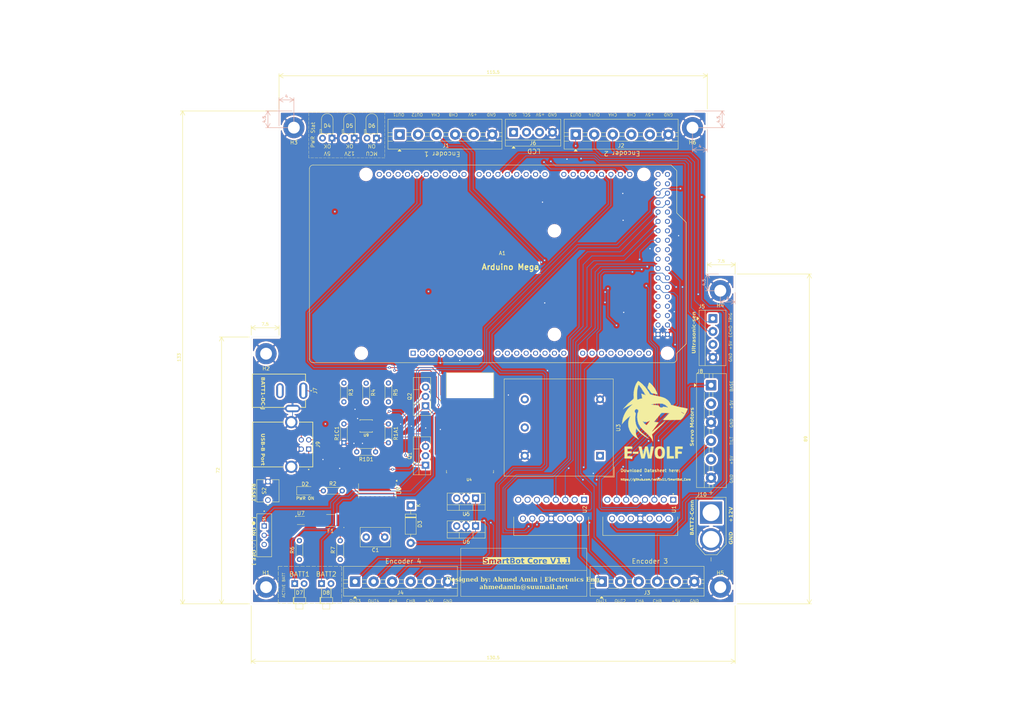
<source format=kicad_pcb>
(kicad_pcb (version 20241229) (generator "pcbnew") (generator_version "9.0")
  (title_block (title "Robot Printed Circuit Board") (date "2025-05-24") (rev "06") (company "Southern Utah University | AI & ML LAB") (comment 1 "ahmedamin@suumail.com") (comment 2 "Ahmed Amin - Embedded Systems & Electronics Engineer"))
  (layers (0 "F.Cu" signal) (4 "In1.Cu" signal) (6 "In2.Cu" signal) (2 "B.Cu" signal) (13 "F.Paste" user) (15 "B.Paste" user) (5 "F.SilkS" user "F.Silkscreen") (7 "B.SilkS" user "B.Silkscreen") (1 "F.Mask" user) (3 "B.Mask" user) (25 "Edge.Cuts" user))
  (net 0 "")
  (net 1 "Net-(U2-IN1)")
  (net 3 "Net-(J4-Pin_3)")
  (net 4 "Net-(J2-Pin_3)")
  (net 5 "Net-(J3-Pin_3)")
  (net 6 "GND")
  (net 8 "Net-(A1-+3V3)")
  (net 9 "Net-(U4-UART-RX)")
  (net 12 "Net-(A1-PadRESET)")
  (net 19 "Net-(U4-UART-TX)")
  (net 21 "Net-(J3-Pin_4)")
  (net 24 "Net-(J6-Pin_2)")
  (net 28 "Net-(J8-Pin_1)")
  (net 34 "Net-(U1-ENB)")
  (net 37 "Net-(J6-Pin_1)")
  (net 38 "Net-(J5-Pin_1)")
  (net 39 "Net-(U1-IN2)")
  (net 41 "Net-(U1-IN3)")
  (net 42 "Net-(J4-Pin_4)")
  (net 43 "Net-(U1-IN4)")
  (net 45 "Net-(U2-ENA)")
  (net 47 "Net-(U2-IN4)")
  (net 48 "Net-(J1-Pin_4)")
  (net 50 "Net-(U1-IN1)")
  (net 58 "Net-(U8-RXD)")
  (net 60 "Net-(U3-M)")
  (net 61 "Net-(J5-Pin_2)")
  (net 67 "Net-(U3-V+)")
  (net 68 "Net-(J1-Pin_3)")
  (net 69 "Net-(J8-Pin_4)")
  (net 70 "Net-(A1-+5V_2)")
  (net 71 "Net-(U2-IN2)")
  (net 72 "Net-(U2-IN3)")
  (net 77 "Net-(U8-TXD)")
  (net 78 "Net-(U1-ENA)")
  (net 81 "Net-(U2-ENB)")
  (net 82 "Net-(J2-Pin_4)")
  (net 86 "Net-(U8-~{DTR})")
  (net 87 "Net-(D2-A)")
  (net 88 "Net-(D3-K)")
  (net 89 "Net-(D3-A)")
  (net 90 "Net-(D4-A)")
  (net 91 "Net-(D5-A)")
  (net 92 "Net-(D6-A)")
  (net 93 "Net-(D7-A)")
  (net 94 "Net-(D7-K)")
  (net 95 "Net-(D8-A)")
  (net 96 "Net-(D8-K)")
  (net 97 "Net-(F1-Pad2)")
  (net 98 "Net-(Q1-S)")
  (net 99 "Net-(J1-Pin_1)")
  (net 100 "/+5V")
  (net 101 "Net-(J1-Pin_2)")
  (net 102 "Net-(J2-Pin_2)")
  (net 103 "Net-(J2-Pin_1)")
  (net 104 "Net-(J3-Pin_1)")
  (net 105 "Net-(J3-Pin_2)")
  (net 106 "Net-(J4-Pin_1)")
  (net 107 "Net-(J4-Pin_2)")
  (net 109 "Net-(Q1-D)")
  (net 110 "Net-(J9-D+)")
  (net 111 "Net-(J9-D-)")
  (net 112 "Net-(J9-VCC)")
  (net 113 "Net-(J10-POS)")
  (net 114 "Net-(U9-E1)")
  (net 115 "Net-(U9-H1)")
  (net 116 "/+12V")
  (footprint "TerminalBlock:TerminalBlock_MaiXu_MX126-5.0-06P_1x06_P5.00mm" (layer "F.Cu") (at 166 199)
    (property "Reference" "J4")
    (property "Value" "Screw_Encoder_4")
  )
  (footprint "Package_SO:SOIC-16_3.9x9.9mm_P1.27mm" (layer "F.Cu") (at 172 174.5 -90)
    (property "Reference" "U8")
    (property "Value" "CH340C")
  )
  (footprint "MountingHole:MountingHole_3.2mm_M3_ISO7380_Pad" (layer "F.Cu") (at 264.5 120.5)
    (property "Reference" "H4")
    (property "Value" "MountingHole_Pad")
  )
  (footprint "Package_TO_SOT_THT:TO-220-3_Vertical" (layer "F.Cu") (at 185 167.58 90)
    (property "Reference" "Q1")
    (property "Value" "IRF4905")
  )
  (footprint "Package_TO_SOT_THT:TO-220-3_Vertical" (layer "F.Cu") (at 198.5 184 180)
    (property "Reference" "U6")
    (property "Value" "LM7805_TO220")
  )
  (footprint "TerminalBlock:TerminalBlock_MaiXu_MX126-5.0-06P_1x06_P5.00mm" (layer "F.Cu") (at 262 146 -90)
    (property "Reference" "J8")
    (property "Value" "Screw_Servos")
  )
  (footprint "Resistor_THT:R_Axial_DIN0204_L3.6mm_D1.6mm_P5.08mm_Horizontal" (layer "F.Cu") (at 151 193.04 90)
    (property "Reference" "R6")
    (property "Value" "330")
  )
  (footprint "TerminalBlock:TerminalBlock_MaiXu_MX126-5.0-06P_1x06_P5.00mm" (layer "F.Cu") (at 232.5 199)
    (property "Reference" "J3")
    (property "Value" "Screw_Encoder_3")
  )
  (footprint "LED_SMD:LED_1206_3216Metric" (layer "F.Cu") (at 152.54 174.5)
    (property "Reference" "D2")
    (property "Value" "Red-LED")
  )
  (footprint "Package_TO_SOT_THT:TO-220-3_Vertical" (layer "F.Cu") (at 198.5 176.5 180)
    (property "Reference" "U5")
    (property "Value" "LM7812_TO220")
  )
  (footprint "Resistor_THT:R_Axial_DIN0204_L3.6mm_D1.6mm_P5.08mm_Horizontal" (layer "F.Cu") (at 163 161.54 90)
    (property "Reference" "R1C1")
    (property "Value" "230k")
  )
  (footprint "LED_THT:LED_D1.8mm_W1.8mm_H2.4mm_Horizontal_O3.81mm_Z1.6mm" (layer "F.Cu") (at 156.9644 199.545)
    (property "Reference" "D8")
    (property "Value" "Orange-LED")
  )
  (footprint "LED_THT:LED_D1.8mm_W1.8mm_H2.4mm_Horizontal_O3.81mm_Z1.6mm" (layer "F.Cu") (at 149.73 199.545)
    (property "Reference" "D7")
    (property "Value" "Purple-LED")
  )
  (footprint "MountingHole:MountingHole_3.2mm_M3_ISO7380_Pad" (layer "F.Cu") (at 257 76.5)
    (property "Reference" "H6")
    (property "Value" "MountingHole_Pad")
  )
  (footprint "TerminalBlock:TerminalBlock_MaiXu_MX126-5.0-06P_1x06_P5.00mm" (layer "F.Cu") (at 178 78.35)
    (property "Reference" "J1")
    (property "Value" "Screw_Encoder_1")
  )
  (footprint "Resistor_THT:R_Axial_DIN0204_L3.6mm_D1.6mm_P5.08mm_Horizontal" (layer "F.Cu") (at 157.46 174.5)
    (property "Reference" "R2")
    (property "Value" "330")
  )
  (footprint "LED_THT:LED_D3.0mm_Horizontal_O1.27mm_Z2.0mm" (layer "F.Cu") (at 165.77 79.335 180)
    (property "Reference" "D5")
    (property "Value" "BLUE-LED")
  )
  (footprint "MyParts:MODULE_A000067" (layer "F.Cu") (at 204.5 113.25)
    (property "Reference" "A1")
    (property "Value" "A000067")
  )
  (footprint "MountingHole:MountingHole_3.2mm_M3_ISO7380_Pad" (layer "F.Cu") (at 142 137.5)
    (property "Reference" "H2")
    (property "Value" "MountingHole_Pad")
  )
  (footprint "MountingHole:MountingHole_3.2mm_M3_ISO7380_Pad" (layer "F.Cu") (at 142 200.5)
    (property "Reference" "H1")
    (property "Value" "MountingHole_Pad")
  )
  (footprint "Resistor_THT:R_Axial_DIN0204_L3.6mm_D1.6mm_P5.08mm_Horizontal" (layer "F.Cu") (at 175 161.54 90)
    (property "Reference" "R1A1")
    (property "Value" "200k")
  )
  (footprint "LED_THT:LED_D3.0mm_Horizontal_O1.27mm_Z2.0mm" (layer "F.Cu") (at 171.77 79.335 180)
    (property "Reference" "D6")
    (property "Value" "Yellow-LED")
  )
  (footprint "MyParts:TO127P2020X500X2100-15" (layer "F.Cu") (at 251.81 176.92 -90)
    (property "Reference" "U1")
    (property "Value" "L298N")
  )
  (footprint "MyParts:XCVR_HC-05" (layer "F.Cu") (at 197 156.4628)
    (property "Reference" "U4")
    (property "Value" "HC-05")
  )
  (footprint "MountingHole:MountingHole_3.2mm_M3_ISO7380_Pad" (layer "F.Cu") (at 149.5 76.5)
    (property "Reference" "H3")
    (property "Value" "MountingHole_Pad")
  )
  (footprint "TerminalBlock:TerminalBlock_MaiXu_MX126-5.0-06P_1x06_P5.00mm" (layer "F.Cu") (at 225.5 78.35)
    (property "Reference" "J2")
    (property "Value" "Screw_Encoder_2")
  )
  (footprint "Resistor_THT:R_Axial_DIN0204_L3.6mm_D1.6mm_P5.08mm_Horizontal" (layer "F.Cu") (at 169 145.46 -90)
    (property "Reference" "R4")
    (property "Value" "330")
  )
  (footprint "MyParts:SW_BUTT-2" (layer "F.Cu") (at 142.5 174.5 90)
    (property "Reference" "S2")
    (property "Value" "RST")
  )
  (footprint "LED_THT:LED_D3.0mm_Horizontal_O1.27mm_Z2.0mm" (layer "F.Cu") (at 159.77 79.335 180)
    (property "Reference" "D4")
    (property "Value" "Green-LED")
  )
  (footprint "Sensor_Voltage:LEM_LV25-P" (layer "F.Cu") (at 232.0825 165.0425 180)
    (property "Reference" "U3")
    (property "Value" "LV25-P")
  )
  (footprint "Package_SON:WSON-6-1EP_2x2mm_P0.65mm_EP1x1.6mm" (layer "F.Cu") (at 151.385 182.5)
    (property "Reference" "U7")
    (property "Value" "TVS1800DRV")
  )
  (footprint "Package_TO_SOT_THT:TO-220-3_Vertical" (layer "F.Cu") (at 185 151.58 90)
    (property "Reference" "Q2")
    (property "Value" "IRF4905")
  )
  (footprint "Resistor_THT:R_Axial_DIN0204_L3.6mm_D1.6mm_P5.08mm_Horizontal" (layer "F.Cu") (at 175 145.42 -90)
    (property "Reference" "R5")
    (property "Value" "330")
  )
  (footprint "Capacitor_THT:C_Disc_D8.0mm_W5.0mm_P5.00mm" (layer "F.Cu") (at 174 187 180)
    (property "Reference" "C1")
    (property "Value" "100nF")
  )
  (footprint "MyParts:FUSM4632X200N" (layer "F.Cu") (at 159.385 182.5 180)
    (property "Reference" "F1")
    (property "Value" "1812L110_24DR")
  )
  (footprint "Resistor_THT:R_Axial_DIN0204_L3.6mm_D1.6mm_P5.08mm_Horizontal" (layer "F.Cu") (at 162 193.04 90)
    (property "Reference" "R7")
    (property "Value" "330")
  )
  (footprint "MyParts:TO127P2020X500X2100-15" (layer "F.Cu") (at 227.77 176.92 -90)
    (property "Reference" "U2")
    (property "Value" "L298N")
  )
  (footprint "MyParts:SW_MINI-SPDT-SW" (layer "F.Cu") (at 141.5 186.5 -90)
    (property "Reference" "S1")
    (property "Value" "MINI-SPDT-SW")
  )
  (footprint "MyParts:MSOP-10_MS" (layer "F.Cu") (at 169 157)
    (property "Reference" "U9")
    (property "Value" "LTC4416IMS_PBF")
  )
  (footprint "Resistor_THT:R_Axial_DIN0204_L3.6mm_D1.6mm_P5.08mm_Horizontal" (layer "F.Cu") (at 163 145.42 -90)
    (property "Reference" "R3")
    (property "Value" "330")
  )
  (footprint "Diode_THT:D_DO-41_SOD81_P10.16mm_Horizontal" (layer "F.Cu") (at 181 178.42 -90)
    (property "Reference" "D3")
    (property "Value" "1N5819")
  )
  (footprint "MyParts:AMASS_XT60-M" (layer "F.Cu") (at 262 184 -90)
    (property "Reference" "J10")
    (property "Value" "XT60-M")
  )
  (footprint "TerminalBlock_4Ucon:TerminalBlock_4Ucon_1x04_P3.50mm_Horizontal" (layer "F.Cu") (at 262.5 128 -90)
    (property "Reference" "J5")
    (property "Value" "Screw_HC-SR04")
  )
  (footprint "TerminalBlock_4Ucon:TerminalBlock_4Ucon_1x04_P3.50mm_Horizontal" (layer "F.Cu") (at 208.75 77.75)
    (property "Reference" "J6")
    (property "Value" "Screw_LCD")
  )
  (footprint "MyParts:GCT_DCJ200-10-A-XX-K_REVA" (layer "F.Cu") (at 145.5 147.5 -90)
    (property "Reference" "J7")
    (property "Value" "12V DC-Jack")
  )
  (footprint "Resistor_THT:R_Axial_DIN0204_L3.6mm_D1.6mm_P5.08mm_Horizontal" (layer "F.Cu") (at 166.46 164)
    (property "Reference" "R1D1")
    (property "Value" "24.9k")
  )
  (footprint "MountingHole:MountingHole_3.2mm_M3_ISO7380_Pad" (layer "F.Cu") (at 264.5 200.5)
    (property "Reference" "H5")
    (property "Value" "MountingHole_Pad")
  )
  (footprint "MyParts:SAMTEC_USB-B-S-X-X-TH" (layer "F.Cu") (at 148.8 162 -90)
    (property "Reference" "J9")
    (property "Value" "USB-B-S-X-X-TH")
  )
  (gr_poly (pts (xy 245.064745 156.076919) (xy 245.066383 156.077779) (xy 245.067912 156.079094) (xy 245.069333 156.080832) (xy 245.070643 156.082962) (xy 245.071842 156.08545) (xy 245.072926 156.088264) (xy 245.073896 156.091374) (xy 245.075487 156.098346) (xy 245.0766 156.106111) (xy 245.077226 156.11441) (xy 245.077353 156.122985) (xy 245.076969 156.13158) (xy 245.076063 156.139937) (xy 245.074624 156.147798) (xy 245.072639 156.154906) (xy 245.071439 156.158097) (xy 245.070099 156.161003) (xy 245.068616 156.163593) (xy 245.06699 156.165833) (xy 245.065219 156.167692) (xy 245.063302 156.169137) (xy 245.060197 156.170977) (xy 245.057409 156.172456) (xy 245.056133 156.173061) (xy 245.054938 156.173577) (xy 245.053823 156.174004) (xy 245.052789 156.174343) (xy 245.051836 156.174594) (xy 245.050964 156.174758) (xy 245.050174 156.174835) (xy 245.049466 156.174824) (xy 245.04884 156.174728) (xy 245.048297 156.174546) (xy 245.047837 156.174278) (xy 245.047461 156.173925) (xy 245.047168 156.173487) (xy 245.046959 156.172965) (xy 245.046834 156.17236) (xy 245.046794 156.17167) (xy 245.04684 156.170898) (xy 245.046971 156.170043) (xy 245.047187 156.169106) (xy 245.04749 156.168087) (xy 245.047879 156.166986) (xy 245.048354 156.165804) (xy 245.049568 156.163199) (xy 245.051132 156.160274) (xy 245.05305 156.157033) (xy 245.054082 156.155264) (xy 245.054959 156.153541) (xy 245.05568 156.151864) (xy 245.056247 156.150235) (xy 245.05666 156.148653) (xy 245.05692 156.147119) (xy 245.057027 156.145633) (xy 245.056983 156.144195) (xy 245.056786 156.142807) (xy 245.056439 156.141469) (xy 245.055942 156.14018) (xy 245.055295 156.138942) (xy 245.054499 156.137755) (xy 245.053555 156.136619) (xy 245.052462 156.135534) (xy 245.051223 156.134502) (xy 245.049836 156.133522) (xy 245.048304 156.132595) (xy 245.046626 156.131722) (xy 245.044803 156.130902) (xy 245.040725 156.129425) (xy 245.036074 156.128169) (xy 245.030856 156.127137) (xy 245.025074 156.126331) (xy 245.018734 156.125756) (xy 245.011841 156.125415) (xy 244.993314 156.12475) (xy 244.985992 156.124358) (xy 244.97995 156.123887) (xy 244.97518 156.123308) (xy 244.973269 156.122968) (xy 244.971671 156.122591) (xy 244.970387 156.122172) (xy 244.969414 156.121708) (xy 244.968752 156.121194) (xy 244.9684 156.120628) (xy 244.968355 156.120006) (xy 244.968618 156.119323) (xy 244.969186 156.118577) (xy 244.970058 156.117763) (xy 244.971234 156.116878) (xy 244.972712 156.115918) (xy 244.976569 156.11376) (xy 244.98162 156.111259) (xy 244.987855 156.108386) (xy 245.003838 156.101404) (xy 245.041417 156.085182) (xy 245.053685 156.079843) (xy 245.059201 156.077394) (xy 245.061153 156.076694) (xy 245.063002 156.076547)) (fill yes) (layer "F.SilkS"))
  (gr_poly (pts (xy 239.656011 156.79914) (xy 239.656663 156.799424) (xy 239.657938 156.800538) (xy 239.65917 156.802349) (xy 239.660353 156.80482) (xy 239.66148 156.807913) (xy 239.662543 156.811591) (xy 239.663537 156.815816) (xy 239.664455 156.82055) (xy 239.66529 156.825756) (xy 239.666035 156.831397) (xy 239.66723 156.843832) (xy 239.667986 156.857556) (xy 239.66825 156.872268) (xy 239.668211 156.876685) (xy 239.668093 156.880971) (xy 239.667897 156.885123) (xy 239.667624 156.889142) (xy 239.667273 156.893027) (xy 239.666844 156.896778) (xy 239.666339 156.900394) (xy 239.665756 156.903874) (xy 239.665098 156.907219) (xy 239.664363 156.910427) (xy 239.663552 156.913498) (xy 239.662666 156.916431) (xy 239.661704 156.919227) (xy 239.660667 156.921884) (xy 239.659556 156.924402) (xy 239.65837 156.92678) (xy 239.657109 156.929018) (xy 239.655775 156.931116) (xy 239.654367 156.933073) (xy 239.652886 156.934887) (xy 239.651332 156.93656) (xy 239.649705 156.93809) (xy 239.648005 156.939477) (xy 239.646233 156.94072) (xy 239.644389 156.941818) (xy 239.642473 156.942772) (xy 239.640486 156.943581) (xy 239.638428 156.944243) (xy 239.636299 156.94476) (xy 239.634099 156.945129) (xy 239.631829 156.945351) (xy 239.629489 156.945425) (xy 239.627503 156.945397) (xy 239.625543 156.945314) (xy 239.623611 156.945177) (xy 239.621708 156.944987) (xy 239.619838 156.944746) (xy 239.618002 156.944456) (xy 239.616205 156.944117) (xy 239.614447 156.943731) (xy 239.612731 156.9433) (xy 239.611061 156.942824) (xy 239.609438 156.942305) (xy 239.607864 156.941745) (xy 239.606344 156.941145) (xy 239.604878 156.940506) (xy 239.603469 156.939829) (xy 239.602121 156.939116) (xy 239.600835 156.938369) (xy 239.599614 156.937588) (xy 239.59846 156.936776) (xy 239.597376 156.935933) (xy 239.596364 156.93506) (xy 239.595428 156.93416) (xy 239.594568 156.933233) (xy 239.593789 156.932281) (xy 239.593092 156.931306) (xy 239.592479 156.930308) (xy 239.591954 156.929289) (xy 239.591519 156.928251) (xy 239.591177 156.927194) (xy 239.590929 156.92612) (xy 239.590778 156.925031) (xy 239.590727 156.923928) (xy 239.590761 156.922824) (xy 239.590862 156.921734) (xy 239.591027 156.92066) (xy 239.591255 156.919602) (xy 239.591546 156.918562) (xy 239.591896 156.917541) (xy 239.592304 156.916541) (xy 239.592769 156.915563) (xy 239.593288 156.914609) (xy 239.593861 156.91368) (xy 239.594486 156.912777) (xy 239.595161 156.911902) (xy 239.595884 156.911056) (xy 239.596653 156.91024) (xy 239.597468 156.909457) (xy 239.598326 156.908706) (xy 239.599225 156.907991) (xy 239.600165 156.907311) (xy 239.601143 156.906669) (xy 239.602157 156.906066) (xy 239.603207 156.905503) (xy 239.60429 156.904981) (xy 239.605405 156.904503) (xy 239.60655 156.904069) (xy 239.607723 156.903681) (xy 239.608923 156.90334) (xy 239.610147 156.903048) (xy 239.611396 156.902806) (xy 239.612666 156.902615) (xy 239.613956 156.902477) (xy 239.615265 156.902393) (xy 239.61659 156.902365) (xy 239.61791 156.902297) (xy 239.619213 156.902097) (xy 239.620498 156.901768) (xy 239.621763 156.901312) (xy 239.623007 156.900733) (xy 239.624227 156.900035) (xy 239.625423 156.89922) (xy 239.626593 156.898293) (xy 239.628846 156.896112) (xy 239.630973 156.893519) (xy 239.632961 156.890539) (xy 239.634797 156.887201) (xy 239.636467 156.883528) (xy 239.637957 156.879549) (xy 239.639255 156.875289) (xy 239.640347 156.870776) (xy 239.641219 156.866034) (xy 239.641859 156.86109) (xy 239.642253 156.855972) (xy 239.642387 156.850704) (xy 239.642454 156.845437) (xy 239.642651 156.840319) (xy 239.642971 156.835375) (xy 239.643408 156.830633) (xy 239.643955 156.826119) (xy 239.644606 156.82186) (xy 239.645353 156.81788) (xy 239.646191 156.814208) (xy 239.647112 156.810869) (xy 239.647602 156.809333) (xy 239.64811 156.80789) (xy 239.648637 156.806544) (xy 239.649179 156.805297) (xy 239.649738 156.804153) (xy 239.650312 156.803116) (xy 239.650901 156.802189) (xy 239.651503 156.801374) (xy 239.652117 156.800676) (xy 239.652744 156.800097) (xy 239.653381 156.799641) (xy 239.654029 156.799312) (xy 239.654686 156.799111) (xy 239.655352 156.799044)) (fill yes) (layer "F.SilkS"))
  (gr_poly (pts (xy 245.449351 159.876592) (xy 245.456106 159.876861) (xy 245.462602 159.877345) (xy 245.468828 159.878034) (xy 245.474772 159.878917) (xy 245.480425 159.879984) (xy 245.485775 159.881223) (xy 245.490811 159.882623) (xy 245.495522 159.884175) (xy 245.499896 159.885867) (xy 245.503924 159.887689) (xy 245.507594 159.88963) (xy 245.510894 159.891679) (xy 245.513814 159.893825) (xy 245.516344 159.896058) (xy 245.518471 159.898367) (xy 245.520185 159.900741) (xy 245.521475 159.90317) (xy 245.52233 159.905642) (xy 245.522738 159.908148) (xy 245.52269 159.910676) (xy 245.522173 159.913215) (xy 245.521177 159.915755) (xy 245.519691 159.918286) (xy 245.517704 159.920796) (xy 245.515205 159.923274) (xy 245.512182 159.92571) (xy 245.508625 159.928094) (xy 245.504523 159.930414) (xy 245.499865 159.93266) (xy 245.49464 159.93482) (xy 245.492661 159.935554) (xy 245.490707 159.936219) (xy 245.48878 159.936814) (xy 245.486884 159.937341) (xy 245.485019 159.9378) (xy 245.48319 159.938191) (xy 245.481398 159.938516) (xy 245.479646 159.938774) (xy 245.477936 159.938967) (xy 245.476272 159.939095) (xy 245.474654 159.939158) (xy 245.473086 159.939157) (xy 245.471571 159.939092) (xy 245.47011 159.938965) (xy 245.468706 159.938775) (xy 245.467363 159.938524) (xy 245.466081 159.938211) (xy 245.464864 159.937838) (xy 245.463714 159.937404) (xy 245.462634 159.936911) (xy 245.461626 159.936359) (xy 245.460693 159.935749) (xy 245.459837 159.93508) (xy 245.45906 159.934355) (xy 245.458365 159.933572) (xy 245.457755 159.932734) (xy 245.457232 159.931839) (xy 245.456799 159.93089) (xy 245.456458 159.929886) (xy 245.456211 159.928828) (xy 245.456061 159.927716) (xy 245.45601 159.926552) (xy 245.455951 159.925347) (xy 245.455775 159.924127) (xy 245.455486 159.922895) (xy 245.455086 159.921652) (xy 245.454578 159.920401) (xy 245.453966 159.919144) (xy 245.452438 159.91662) (xy 245.450526 159.914099) (xy 245.448252 159.911597) (xy 245.445641 159.909133) (xy 245.442715 159.906725) (xy 245.439497 159.904389) (xy 245.436012 159.902144) (xy 245.432281 159.900007) (xy 245.428328 159.897995) (xy 245.424177 159.896127) (xy 245.419851 159.89442) (xy 245.415373 159.892892) (xy 245.410767 159.89156) (xy 245.405872 159.890194) (xy 245.401853 159.888875) (xy 245.398704 159.887606) (xy 245.396422 159.886389) (xy 245.395605 159.885801) (xy 245.395002 159.885227) (xy 245.394615 159.884667) (xy 245.394441 159.884122) (xy 245.39448 159.883592) (xy 245.394733 159.883077) (xy 245.395198 159.882577) (xy 245.395875 159.882093) (xy 245.397863 159.881174) (xy 245.400693 159.880321) (xy 245.40436 159.879538) (xy 245.40886 159.878826) (xy 245.414189 159.878189) (xy 245.420343 159.877627) (xy 245.427317 159.877145) (xy 245.435108 159.876744) (xy 245.442348 159.876549)) (fill yes) (layer "F.SilkS"))
  (gr_poly (pts (xy 241.074689 147.807333) (xy 241.07587 147.807393) (xy 241.076994 147.807493) (xy 241.07806 147.80763) (xy 241.079068 147.807805) (xy 241.080018 147.808016) (xy 241.080909 147.808262) (xy 241.08174 147.808542) (xy 241.082511 147.808855) (xy 241.083221 147.809201) (xy 241.08387 147.809578) (xy 241.084457 147.809984) (xy 241.084982 147.81042) (xy 241.085444 147.810884) (xy 241.085843 147.811376) (xy 241.086177 147.811893) (xy 241.086447 147.812436) (xy 241.086652 147.813003) (xy 241.086791 147.813593) (xy 241.086864 147.814205) (xy 241.086871 147.814838) (xy 241.08681 147.815492) (xy 241.086681 147.816165) (xy 241.086484 147.816856) (xy 241.086218 147.817565) (xy 241.085883 147.818289) (xy 241.085477 147.819029) (xy 241.085002 147.819783) (xy 241.084455 147.820551) (xy 241.083836 147.821331) (xy 241.083145 147.822122) (xy 241.082382 147.822923) (xy 241.081611 147.823799) (xy 241.080912 147.824825) (xy 241.079725 147.827307) (xy 241.078816 147.830327) (xy 241.078181 147.833845) (xy 241.077816 147.837823) (xy 241.077717 147.84222) (xy 241.077879 147.846995) (xy 241.078297 147.85211) (xy 241.078969 147.857524) (xy 241.079888 147.863197) (xy 241.081052 147.86909) (xy 241.082456 147.875162) (xy 241.084096 147.881373) (xy 241.085967 147.887685) (xy 241.088065 147.894055) (xy 241.090386 147.900446) (xy 241.091659 147.903865) (xy 241.092851 147.907213) (xy 241.09396 147.910487) (xy 241.094987 147.913684) (xy 241.095932 147.916803) (xy 241.096795 147.919841) (xy 241.097576 147.922795) (xy 241.098275 147.925663) (xy 241.098893 147.928443) (xy 241.099428 147.931131) (xy 241.099881 147.933727) (xy 241.100252 147.936226) (xy 241.100542 147.938628) (xy 241.100749 147.940929) (xy 241.100875 147.943126) (xy 241.100919 147.945218) (xy 241.100881 147.947203) (xy 241.100762 147.949077) (xy 241.100561 147.950838) (xy 241.100278 147.952483) (xy 241.099913 147.954012) (xy 241.099467 147.95542) (xy 241.098939 147.956705) (xy 241.098329 147.957866) (xy 241.097638 147.958899) (xy 241.096866 147.959802) (xy 241.096011 147.960573) (xy 241.095076 147.961209) (xy 241.094058 147.961708) (xy 241.09296 147.962068) (xy 241.09178 147.962285) (xy 241.090518 147.962358) (xy 241.089302 147.962434) (xy 241.088073 147.96266) (xy 241.086834 147.963032) (xy 241.085586 147.963546) (xy 241.083076 147.964986) (xy 241.080559 147.96695) (xy 241.078052 147.969408) (xy 241.075575 147.972331) (xy 241.073142 147.975688) (xy 241.070773 147.979449) (xy 241.068485 147.983584) (xy 241.066294 147.988064) (xy 241.06422 147.992859) (xy 241.062278 147.997938) (xy 241.060486 148.003271) (xy 241.058862 148.008829) (xy 241.057424 148.014583) (xy 241.056188 148.0205) (xy 241.055095 148.025714) (xy 241.054049 148.029402) (xy 241.053056 148.031604) (xy 241.052581 148.032159) (xy 241.052121 148.032358) (xy 241.051677 148.032205) (xy 241.051249 148.031705) (xy 241.050443 148.029685) (xy 241.04971 148.026336) (xy 241.049053 148.021699) (xy 241.047988 148.008719) (xy 241.047286 147.991061) (xy 241.046986 147.969041) (xy 241.047126 147.942978) (xy 241.047437 147.929158) (xy 241.047989 147.915726) (xy 241.048768 147.902751) (xy 241.04976 147.890303) (xy 241.050954 147.878451) (xy 241.052334 147.867264) (xy 241.053887 147.856812) (xy 241.055601 147.847165) (xy 241.057461 147.838393) (xy 241.059454 147.830564) (xy 241.061567 147.82375) (xy 241.062664 147.820744) (xy 241.063785 147.818018) (xy 241.06493 147.81558) (xy 241.066097 147.813438) (xy 241.067283 147.811603) (xy 241.068487 147.810081) (xy 241.069708 147.808883) (xy 241.070944 147.808016) (xy 241.072192 147.80749) (xy 241.073452 147.807312)) (fill yes) (layer "F.SilkS"))
  (gr_poly (pts (xy 240.959231 159.56112) (xy 240.963166 159.563099) (xy 240.968958 159.567131) (xy 240.976464 159.573109) (xy 240.985538 159.580925) (xy 240.996039 159.590471) (xy 241.007823 159.601639) (xy 241.020747 159.614322) (xy 241.034666 159.628411) (xy 241.049438 159.6438) (xy 241.06492 159.66038) (xy 241.07364 159.669916) (xy 241.08144 159.678594) (xy 241.088306 159.686394) (xy 241.094227 159.693296) (xy 241.099193 159.69928) (xy 241.10319 159.704326) (xy 241.106209 159.708415) (xy 241.107347 159.710095) (xy 241.108237 159.711528) (xy 241.108875 159.712711) (xy 241.109262 159.713643) (xy 241.109396 159.71432) (xy 241.109367 159.714563) (xy 241.109274 159.714741) (xy 241.109117 159.714855) (xy 241.108896 159.714903) (xy 241.10826 159.714804) (xy 241.107365 159.71444) (xy 241.10621 159.71381) (xy 241.104792 159.712911) (xy 241.103111 159.71174) (xy 241.098952 159.708575) (xy 241.093722 159.704294) (xy 241.087409 159.698878) (xy 241.08051 159.693062) (xy 241.073561 159.687608) (xy 241.066609 159.682537) (xy 241.0597 159.677867) (xy 241.05288 159.67362) (xy 241.046195 159.669814) (xy 241.039692 159.666469) (xy 241.033417 159.663605) (xy 241.027417 159.661242) (xy 241.021737 159.659399) (xy 241.019032 159.658679) (xy 241.016425 159.658096) (xy 241.01392 159.657654) (xy 241.011525 159.657354) (xy 241.009245 159.657199) (xy 241.007086 159.657191) (xy 241.005053 159.657334) (xy 241.003152 159.657628) (xy 241.001389 159.658078) (xy 240.999771 159.658684) (xy 240.998302 159.659451) (xy 240.996988 159.66038) (xy 240.99465 159.662255) (xy 240.992573 159.66384) (xy 240.990759 159.665136) (xy 240.989211 159.666144) (xy 240.987932 159.666867) (xy 240.987394 159.667122) (xy 240.986923 159.667306) (xy 240.986521 159.66742) (xy 240.986187 159.667464) (xy 240.985922 159.667439) (xy 240.985726 159.667343) (xy 240.9856 159.667178) (xy 240.985543 159.666944) (xy 240.985556 159.666641) (xy 240.985639 159.66627) (xy 240.985793 159.66583) (xy 240.986018 159.665322) (xy 240.986314 159.664745) (xy 240.986681 159.664102) (xy 240.987631 159.662612) (xy 240.98887 159.660855) (xy 240.990401 159.658831) (xy 240.992225 159.656544) (xy 240.993168 159.655296) (xy 240.994024 159.653975) (xy 240.994795 159.652583) (xy 240.995481 159.651124) (xy 240.996083 159.649602) (xy 240.9966 159.648022) (xy 240.997035 159.646385) (xy 240.997387 159.644697) (xy 240.997845 159.641181) (xy 240.997981 159.637503) (xy 240.997798 159.633693) (xy 240.997302 159.629781) (xy 240.996497 159.625796) (xy 240.995389 159.62177) (xy 240.993982 159.617731) (xy 240.992281 159.61371) (xy 240.990291 159.609737) (xy 240.988016 159.605841) (xy 240.985462 159.602053) (xy 240.982634 159.598402) (xy 240.972419 159.585798) (xy 240.964921 159.575894) (xy 240.959997 159.568582) (xy 240.957503 159.563754) (xy 240.957122 159.562238) (xy 240.957295 159.561303) (xy 240.958004 159.560935)) (fill yes) (layer "F.SilkS"))
  (gr_poly (pts (xy 245.41047 145.277706) (xy 245.431531 145.284333) (xy 245.483065 145.310581) (xy 245.546006 145.352961) (xy 245.618986 145.410046) (xy 245.700636 145.480407) (xy 245.789587 145.562617) (xy 245.884468 145.655246) (xy 245.983912 145.756866) (xy 246.191008 145.981368) (xy 246.399922 146.224696) (xy 246.501638 146.349849) (xy 246.599701 146.475424) (xy 246.692741 146.599992) (xy 246.779389 146.722124) (xy 246.844777 146.821539) (xy 246.913439 146.934183) (xy 246.984259 147.057586) (xy 247.056115 147.189276) (xy 247.198462 147.467631) (xy 247.331526 147.749476) (xy 247.391778 147.885529) (xy 247.446352 148.01504) (xy 247.494128 148.135538) (xy 247.533986 148.244552) (xy 247.564808 148.339609) (xy 247.585473 148.418239) (xy 247.594864 148.477969) (xy 247.594981 148.499975) (xy 247.59186 148.516329) (xy 247.591286 148.517515) (xy 247.590584 148.518251) (xy 247.589757 148.518545) (xy 247.588811 148.518407) (xy 247.586572 148.516871) (xy 247.5839 148.513714) (xy 247.580827 148.509009) (xy 247.577382 148.502827) (xy 247.56951 148.486324) (xy 247.560538 148.464783) (xy 247.550718 148.438781) (xy 247.540304 148.408895) (xy 247.52955 148.375704) (xy 247.463307 148.176251) (xy 247.388755 147.97419) (xy 247.307167 147.772303) (xy 247.219814 147.573371) (xy 247.127968 147.380175) (xy 247.032901 147.195497) (xy 246.935885 147.022116) (xy 246.887044 146.940532) (xy 246.838193 146.862816) (xy 246.767285 146.756271) (xy 246.689933 146.646177) (xy 246.607126 146.533639) (xy 246.519852 146.419761) (xy 246.4291 146.305646) (xy 246.335859 146.192399) (xy 246.241116 146.081123) (xy 246.145862 145.972923) (xy 246.051082 145.868903) (xy 245.957768 145.770166) (xy 245.866906 145.677817) (xy 245.779486 145.592959) (xy 245.696496 145.516697) (xy 245.618924 145.450134) (xy 245.547759 145.394375) (xy 245.48399 145.350524) (xy 245.472064 145.34295) (xy 245.460751 145.335584) (xy 245.450097 145.328463) (xy 245.440149 145.321626) (xy 245.430953 145.315111) (xy 245.422555 145.308956) (xy 245.415004 145.3032) (xy 245.408344 145.29788) (xy 245.402623 145.293036) (xy 245.397887 145.288706) (xy 245.395904 145.286745) (xy 245.394184 145.284927) (xy 245.392733 145.283256) (xy 245.391558 145.281738) (xy 245.390665 145.280376) (xy 245.390058 145.279177) (xy 245.389745 145.278144) (xy 245.38973 145.277283) (xy 245.389836 145.276918) (xy 245.39002 145.276598) (xy 245.390281 145.276323) (xy 245.39062 145.276093) (xy 245.391536 145.275775) (xy 245.392775 145.275647)) (fill yes) (layer "F.SilkS"))
  (gr_poly (pts (xy 248.226563 165.131433) (xy 248.236631 165.131698) (xy 248.246234 165.132153) (xy 248.255326 165.132787) (xy 248.263859 165.13359) (xy 248.271787 165.134553) (xy 248.279062 165.135665) (xy 248.285638 165.136916) (xy 248.291467 165.138297) (xy 248.294087 165.139032) (xy 248.296503 165.139797) (xy 248.298709 165.140589) (xy 248.300699 165.141406) (xy 248.302467 165.142249) (xy 248.304007 165.143116) (xy 248.305313 165.144004) (xy 248.306381 165.144914) (xy 248.307202 165.145844) (xy 248.307773 165.146792) (xy 248.308086 165.147758) (xy 248.308136 165.14874) (xy 248.307918 165.149737) (xy 248.307425 165.150748) (xy 248.305638 165.152769) (xy 248.30285 165.154734) (xy 248.299118 165.156632) (xy 248.294502 165.158454) (xy 248.289062 165.160187) (xy 248.282857 165.161824) (xy 248.275947 165.163353) (xy 248.26839 165.164764) (xy 248.251576 165.167192) (xy 248.232889 165.169028) (xy 248.212806 165.170188) (xy 248.191801 165.170593) (xy 248.181339 165.170493) (xy 248.171292 165.170197) (xy 248.161706 165.169717) (xy 248.152628 165.169063) (xy 248.144106 165.168243) (xy 248.136186 165.167269) (xy 248.128915 165.16615) (xy 248.122341 165.164896) (xy 248.11651 165.163518) (xy 248.113888 165.162785) (xy 248.111469 165.162025) (xy 248.10926 165.161238) (xy 248.107266 165.160427) (xy 248.105493 165.159591) (xy 248.103947 165.158734) (xy 248.102634 165.157855) (xy 248.101559 165.156956) (xy 248.100729 165.156038) (xy 248.10015 165.155103) (xy 248.099827 165.154152) (xy 248.099766 165.153185) (xy 248.099973 165.152205) (xy 248.100454 165.151213) (xy 248.102217 165.149238) (xy 248.104986 165.147313) (xy 248.108701 165.145449) (xy 248.113302 165.143656) (xy 248.118731 165.141944) (xy 248.124929 165.140323) (xy 248.131834 165.138803) (xy 248.13939 165.137395) (xy 248.15621 165.134955) (xy 248.174915 165.133082) (xy 248.195029 165.131859) (xy 248.216078 165.131367)) (fill yes) (layer "F.SilkS"))
  (gr_poly (pts (xy 246.205359 151.168629) (xy 246.216122 151.170294) (xy 246.227193 151.172839) (xy 246.238468 151.17625) (xy 246.24984 151.180516) (xy 246.261206 151.185625) (xy 246.27246 151.191564) (xy 246.283496 151.198322) (xy 246.29421 151.205885) (xy 246.310225 151.21813) (xy 246.31648 151.223113) (xy 246.321553 151.227406) (xy 246.325431 151.23106) (xy 246.32692 151.232664) (xy 246.328105 151.234126) (xy 246.328987 151.235455) (xy 246.329564 151.236656) (xy 246.329834 151.237736) (xy 246.329796 151.238702) (xy 246.329449 151.239558) (xy 246.328792 151.240313) (xy 246.327822 151.240973) (xy 246.326539 151.241543) (xy 246.324941 151.242031) (xy 246.323027 151.242443) (xy 246.318246 151.243064) (xy 246.312184 151.243457) (xy 246.304831 151.243674) (xy 246.286207 151.243786) (xy 246.282801 151.243755) (xy 246.279528 151.243661) (xy 246.276388 151.243506) (xy 246.273384 151.243289) (xy 246.270514 151.243011) (xy 246.26778 151.242673) (xy 246.265182 151.242275) (xy 246.262721 151.241817) (xy 246.260398 151.241301) (xy 246.258213 151.240726) (xy 246.256167 151.240093) (xy 246.25426 151.239402) (xy 246.252493 151.238654) (xy 246.250868 151.237849) (xy 246.249383 151.236989) (xy 246.248041 151.236072) (xy 246.246841 151.235101) (xy 246.245784 151.234074) (xy 246.244872 151.232994) (xy 246.244104 151.231859) (xy 246.243481 151.230672) (xy 246.243003 151.229431) (xy 246.242672 151.228138) (xy 246.242489 151.226793) (xy 246.242452 151.225396) (xy 246.242565 151.223949) (xy 246.242826 151.222451) (xy 246.243236 151.220903) (xy 246.243797 151.219306) (xy 246.244509 151.217659) (xy 246.245372 151.215964) (xy 246.246387 151.21422) (xy 246.248415 151.210578) (xy 246.249785 151.207291) (xy 246.250221 151.20578) (xy 246.25049 151.204357) (xy 246.250593 151.203022) (xy 246.250527 151.201774) (xy 246.250293 151.200614) (xy 246.24989 151.199541) (xy 246.249318 151.198555) (xy 246.248575 151.197656) (xy 246.247662 151.196843) (xy 246.246577 151.196117) (xy 246.24532 151.195476) (xy 246.24389 151.194922) (xy 246.242287 151.194453) (xy 246.24051 151.19407) (xy 246.236433 151.193558) (xy 246.231652 151.193386) (xy 246.226165 151.193551) (xy 246.219965 151.194052) (xy 246.213047 151.194887) (xy 246.205408 151.196054) (xy 246.197042 151.197551) (xy 246.193589 151.198188) (xy 246.190216 151.198759) (xy 246.186925 151.199266) (xy 246.183721 151.199709) (xy 246.180607 151.200088) (xy 246.177585 151.200404) (xy 246.174661 151.200658) (xy 246.171836 151.20085) (xy 246.169115 151.200981) (xy 246.166501 151.201051) (xy 246.163997 151.201061) (xy 246.161607 151.201011) (xy 246.159334 151.200903) (xy 246.157182 151.200736) (xy 246.155154 151.200512) (xy 246.153253 151.20023) (xy 246.151484 151.199892) (xy 246.149849 151.199497) (xy 246.148352 151.199048) (xy 246.146996 151.198543) (xy 246.145785 151.197984) (xy 246.144722 151.197372) (xy 246.143811 151.196706) (xy 246.143055 151.195988) (xy 246.142457 151.195218) (xy 246.142021 151.194397) (xy 246.141751 151.193525) (xy 246.14165 151.192603) (xy 246.14172 151.191631) (xy 246.141967 151.19061) (xy 246.142392 151.189541) (xy 246.143001 151.188423) (xy 246.145103 151.185397) (xy 246.147505 151.182616) (xy 246.150196 151.180079) (xy 246.15316 151.177785) (xy 246.156386 151.175732) (xy 246.159861 151.173918) (xy 246.16357 151.172343) (xy 246.167501 151.171004) (xy 246.171641 151.169901) (xy 246.175977 151.169031) (xy 246.185182 151.167985) (xy 246.195011 151.167855)) (fill yes) (layer "F.SilkS"))
  (gr_poly (pts (xy 242.401039 162.617175) (xy 242.401871 162.617393) (xy 242.40261 162.617732) (xy 242.403259 162.618192) (xy 242.403816 162.618772) (xy 242.404282 162.619473) (xy 242.404656 162.620295) (xy 242.404939 162.621237) (xy 242.405132 162.6223) (xy 242.405232 162.623484) (xy 242.405236 162.623917) (xy 242.403064 162.622222) (xy 242.397877 162.618547) (xy 242.396428 162.617617) (xy 242.3968 162.617507) (xy 242.397997 162.617243) (xy 242.399103 162.6171) (xy 242.400117 162.617077)) (fill yes) (layer "F.SilkS"))
  (gr_poly (pts (xy 250.493639 165.816624) (xy 250.495207 165.816778) (xy 250.496792 165.81703) (xy 250.498391 165.817379) (xy 250.5 165.817823) (xy 250.501618 165.818358) (xy 250.503241 165.818981) (xy 250.504866 165.819692) (xy 250.508112 165.821361) (xy 250.511333 165.823347) (xy 250.514505 165.825627) (xy 250.517605 165.828181) (xy 250.520611 165.83099) (xy 250.5235 165.834033) (xy 250.526248 165.837289) (xy 250.528832 165.840739) (xy 250.531229 165.844361) (xy 250.533416 165.848136) (xy 250.535371 165.852043) (xy 250.537069 165.856062) (xy 250.539482 165.862137) (xy 250.541762 165.867387) (xy 250.542866 165.869701) (xy 250.543954 165.871807) (xy 250.54503 165.873705) (xy 250.5461 165.875395) (xy 250.547169 165.876876) (xy 250.548244 165.878147) (xy 250.549328 165.879208) (xy 250.550428 165.880058) (xy 250.55155 165.880698) (xy 250.552697 165.881126) (xy 250.553877 165.881342) (xy 250.555093 165.881346) (xy 250.556353 165.881138) (xy 250.55766 165.880716) (xy 250.559021 165.88008) (xy 250.560441 165.87923) (xy 250.561925 165.878166) (xy 250.563478 165.876886) (xy 250.565107 165.875391) (xy 250.566816 165.87368) (xy 250.568611 165.871752) (xy 250.570497 165.869608) (xy 250.574564 165.864666) (xy 250.579062 165.858851) (xy 250.584032 165.85216) (xy 250.585726 165.849902) (xy 250.587431 165.847743) (xy 250.589145 165.845684) (xy 250.590866 165.843725) (xy 250.592592 165.841868) (xy 250.594318 165.840114) (xy 250.596044 165.838463) (xy 250.597766 165.836918) (xy 250.599481 165.835478) (xy 250.601188 165.834145) (xy 250.602884 165.832919) (xy 250.604565 165.831803) (xy 250.606231 165.830797) (xy 250.607877 165.829901) (xy 250.609501 165.829117) (xy 250.611102 165.828446) (xy 250.612675 165.827889) (xy 250.61422 165.827448) (xy 250.615732 165.827122) (xy 250.61721 165.826913) (xy 250.618651 165.826822) (xy 250.620052 165.82685) (xy 250.621412 165.826998) (xy 250.622726 165.827267) (xy 250.623994 165.827659) (xy 250.625211 165.828173) (xy 250.626376 165.828812) (xy 250.627486 165.829576) (xy 250.628538 165.830466) (xy 250.629531 165.831483) (xy 250.63046 165.832628) (xy 250.631325 165.833903) (xy 250.632054 165.835247) (xy 250.632644 165.836687) (xy 250.633097 165.838216) (xy 250.633414 165.839831) (xy 250.633598 165.841528) (xy 250.633652 165.843302) (xy 250.633577 165.845148) (xy 250.633376 165.847062) (xy 250.632604 165.851079) (xy 250.631353 165.855316) (xy 250.629642 165.859739) (xy 250.627489 165.864314) (xy 250.624911 165.869005) (xy 250.621925 165.873777) (xy 250.618551 165.878595) (xy 250.614805 165.883426) (xy 250.610706 165.888233) (xy 250.606271 165.892982) (xy 250.601519 165.897638) (xy 250.596466 165.902167) (xy 250.593889 165.904338) (xy 250.591344 165.906412) (xy 250.588835 165.908388) (xy 250.586365 165.910263) (xy 250.583937 165.912038) (xy 250.581554 165.913712) (xy 250.57922 165.915283) (xy 250.576937 165.916749) (xy 250.574709 165.918111) (xy 250.57254 165.919368) (xy 250.570432 165.920517) (xy 250.568389 165.921558) (xy 250.566415 165.92249) (xy 250.564511 165.923312) (xy 250.562682 165.924024) (xy 250.56093 165.924623) (xy 250.55926 165.925108) (xy 250.557674 165.92548) (xy 250.556175 165.925736) (xy 250.554767 165.925876) (xy 250.553453 165.925899) (xy 250.552237 165.925803) (xy 250.55112 165.925588) (xy 250.550108 165.925253) (xy 250.549202 165.924796) (xy 250.548407 165.924216) (xy 250.547725 165.923513) (xy 250.54716 165.922685) (xy 250.546715 165.921731) (xy 250.546393 165.920651) (xy 250.546197 165.919443) (xy 250.546131 165.918106) (xy 250.546089 165.916743) (xy 250.545963 165.915446) (xy 250.545757 165.914214) (xy 250.545471 165.913049) (xy 250.545109 165.911951) (xy 250.544671 165.91092) (xy 250.544161 165.909957) (xy 250.54358 165.909063) (xy 250.542931 165.908238) (xy 250.542215 165.907483) (xy 250.541435 165.906798) (xy 250.540592 165.906184) (xy 250.539689 165.905641) (xy 250.538728 165.905171) (xy 250.53771 165.904773) (xy 250.536639 165.904448) (xy 250.535516 165.904196) (xy 250.534342 165.904019) (xy 250.533122 165.903917) (xy 250.531855 165.903889) (xy 250.530545 165.903938) (xy 250.529193 165.904063) (xy 250.527802 165.904266) (xy 250.526374 165.904545) (xy 250.52491 165.904903) (xy 250.523413 165.90534) (xy 250.521885 165.905855) (xy 250.520328 165.906451) (xy 250.517135 165.907883) (xy 250.513851 165.909641) (xy 250.510656 165.911419) (xy 250.507746 165.912932) (xy 250.5064 165.913591) (xy 250.505128 165.914183) (xy 250.503931 165.91471) (xy 250.502809 165.915172) (xy 250.501764 165.915569) (xy 250.500796 165.915901) (xy 250.499906 165.916168) (xy 250.499094 165.916371) (xy 250.498362 165.916509) (xy 250.497711 165.916582) (xy 250.497141 165.916591) (xy 250.496653 165.916537) (xy 250.496248 165.916418) (xy 250.495927 165.916235) (xy 250.495798 165.91612) (xy 250.49569 165.915989) (xy 250.495604 165.915842) (xy 250.495539 165.915679) (xy 250.495474 165.915306) (xy 250.495496 165.91487) (xy 250.495606 165.91437) (xy 250.495805 165.913808) (xy 250.496093 165.913183) (xy 250.496472 165.912495) (xy 250.496941 165.911745) (xy 250.497503 165.910932) (xy 250.498158 165.910057) (xy 250.498906 165.90912) (xy 250.499749 165.908121) (xy 250.500687 165.907061) (xy 250.501629 165.905931) (xy 250.502486 165.904725) (xy 250.503257 165.903447) (xy 250.503943 165.902101) (xy 250.504544 165.900691) (xy 250.505062 165.899219) (xy 250.505497 165.897689) (xy 250.505848 165.896106) (xy 250.506307 165.892791) (xy 250.506443 165.889304) (xy 250.50626 165.885673) (xy 250.505764 165.881926) (xy 250.50496 165.878092) (xy 250.503852 165.8742) (xy 250.502445 165.870279) (xy 250.500744 165.866357) (xy 250.498754 165.862463) (xy 250.496479 165.858625) (xy 250.493925 165.854873) (xy 250.491097 165.851235) (xy 250.487356 165.846627) (xy 250.484121 165.842395) (xy 250.482693 165.840417) (xy 250.481392 165.838529) (xy 250.480217 165.83673) (xy 250.479169 165.835018) (xy 250.478248 165.833393) (xy 250.477453 165.831851) (xy 250.476785 165.830393) (xy 250.476244 165.829017) (xy 250.475829 165.827721) (xy 250.475541 165.826505) (xy 250.47538 165.825366) (xy 250.475346 165.824303) (xy 250.475439 165.823316) (xy 250.475659 165.822402) (xy 250.476006 165.82156) (xy 250.47648 165.82079) (xy 250.477081 165.820088) (xy 250.477809 165.819455) (xy 250.478665 165.818889) (xy 250.479647 165.818388) (xy 250.480757 165.817952) (xy 250.481994 165.817577) (xy 250.483358 165.817265) (xy 250.48485 165.817012) (xy 250.486469 165.816817) (xy 250.488215 165.81668) (xy 250.490089 165.816599) (xy 250.49209 165.816572)) (fill yes) (layer "F.SilkS"))
  (gr_poly (pts (xy 249.542728 151.39975) (xy 249.547154 151.400114) (xy 249.551719 151.400704) (xy 249.556401 151.401508) (xy 249.561176 151.402513) (xy 249.566022 151.403705) (xy 249.575833 151.406598) (xy 249.585649 151.410085) (xy 249.595285 151.41406) (xy 249.604555 151.41842) (xy 249.613276 151.423059) (xy 249.621261 151.427873) (xy 249.628327 151.432758) (xy 249.631458 151.435194) (xy 249.634289 151.437609) (xy 249.636797 151.439989) (xy 249.63896 151.442322) (xy 249.640755 151.444594) (xy 249.642158 151.446792) (xy 249.643146 151.448904) (xy 249.643696 151.450915) (xy 249.643786 151.452814) (xy 249.643391 151.454587) (xy 249.642489 151.456221) (xy 249.641056 151.457703) (xy 249.640349 151.45817) (xy 249.639483 151.458543) (xy 249.637296 151.459012) (xy 249.634533 151.459123) (xy 249.631234 151.458889) (xy 249.627439 151.458321) (xy 249.623188 151.457433) (xy 249.61852 151.456235) (xy 249.613474 151.454742) (xy 249.60809 151.452965) (xy 249.602408 151.450917) (xy 249.596467 151.44861) (xy 249.590307 151.446056) (xy 249.583966 151.443269) (xy 249.577486 151.440259) (xy 249.570905 151.437041) (xy 249.564263 151.433625) (xy 249.560997 151.431881) (xy 249.557873 151.430159) (xy 249.554894 151.428461) (xy 249.55206 151.42679) (xy 249.549374 151.425148) (xy 249.546836 151.423536) (xy 249.544449 151.421958) (xy 249.542214 151.420416) (xy 249.540132 151.41891) (xy 249.538207 151.417445) (xy 249.536438 151.416021) (xy 249.534828 151.414641) (xy 249.533378 151.413308) (xy 249.53209 151.412023) (xy 249.530966 151.410788) (xy 249.530007 151.409606) (xy 249.529214 151.408479) (xy 249.528591 151.407408) (xy 249.528137 151.406397) (xy 249.527855 151.405448) (xy 249.527747 151.404562) (xy 249.527758 151.404143) (xy 249.527813 151.403741) (xy 249.527913 151.403356) (xy 249.528057 151.402989) (xy 249.528245 151.402638) (xy 249.528478 151.402306) (xy 249.528756 151.401992) (xy 249.52908 151.401696) (xy 249.529863 151.401159) (xy 249.530829 151.4007) (xy 249.53198 151.400319) (xy 249.533318 151.400019) (xy 249.534843 151.399802) (xy 249.536559 151.39967) (xy 249.538466 151.399626)) (fill yes) (layer "F.SilkS"))
  (gr_poly (pts (xy 249.65971 151.369928) (xy 249.665575 151.373037) (xy 249.671437 151.376321) (xy 249.677258 151.37975) (xy 249.683002 151.383296) (xy 249.688631 151.386932) (xy 249.694108 151.39063) (xy 249.699396 151.394361) (xy 249.704458 151.398097) (xy 249.709256 151.401811) (xy 249.713753 151.405475) (xy 249.717912 151.40906) (xy 249.721697 151.412539) (xy 249.725069 151.415883) (xy 249.727991 151.419064) (xy 249.730426 151.422055) (xy 249.732338 151.424828) (xy 249.736683 151.432422) (xy 249.73952 151.438629) (xy 249.740394 151.441221) (xy 249.740918 151.443477) (xy 249.7411 151.4454) (xy 249.740949 151.446994) (xy 249.740473 151.448262) (xy 249.739681 151.449208) (xy 249.738583 151.449836) (xy 249.737186 151.450148) (xy 249.7355 151.450149) (xy 249.733533 151.449842) (xy 249.731294 151.44923) (xy 249.728792 151.448318) (xy 249.723033 151.445603) (xy 249.716326 151.441728) (xy 249.708742 151.436719) (xy 249.70035 151.430604) (xy 249.69122 151.423413) (xy 249.681423 151.415172) (xy 249.671029 151.405911) (xy 249.660107 151.395658) (xy 249.603024 151.340757)) (fill yes) (layer "F.SilkS"))
  (gr_poly (pts (xy 249.433246 154.901211) (xy 249.43493 154.901393) (xy 249.436529 154.901705) (xy 249.438037 154.902148) (xy 249.439452 154.902725) (xy 249.440767 154.903438) (xy 249.443451 154.905322) (xy 249.445692 154.907371) (xy 249.447504 154.909571) (xy 249.448898 154.911909) (xy 249.449888 154.914371) (xy 249.450485 154.916946) (xy 249.450701 154.919619) (xy 249.45055 154.922378) (xy 249.450043 154.925209) (xy 249.449192 154.928101) (xy 249.448011 154.931039) (xy 249.44651 154.93401) (xy 249.444704 154.937002) (xy 249.442603 154.940001) (xy 249.44022 154.942994) (xy 249.437568 154.945969) (xy 249.431504 154.95181) (xy 249.424511 154.95742) (xy 249.416686 154.962693) (xy 249.408128 154.967527) (xy 249.398935 154.971815) (xy 249.394132 154.973722) (xy 249.389207 154.975453) (xy 249.384172 154.976997) (xy 249.379041 154.978338) (xy 249.373825 154.979466) (xy 249.368536 154.980365) (xy 249.362158 154.981239) (xy 249.356643 154.981827) (xy 249.351994 154.982087) (xy 249.349996 154.982082) (xy 249.348215 154.98198) (xy 249.346652 154.981776) (xy 249.345307 154.981465) (xy 249.344182 154.981041) (xy 249.343275 154.980501) (xy 249.342588 154.979838) (xy 249.34212 154.979048) (xy 249.341873 154.978125) (xy 249.341846 154.977066) (xy 249.34204 154.975863) (xy 249.342456 154.974514) (xy 249.343093 154.973011) (xy 249.343952 154.971352) (xy 249.345034 154.969529) (xy 249.346338 154.967539) (xy 249.349616 154.963036) (xy 249.353789 154.957801) (xy 249.358861 154.951794) (xy 249.364833 154.944975) (xy 249.37171 154.937304) (xy 249.376371 154.932384) (xy 249.381151 154.927758) (xy 249.386015 154.923442) (xy 249.390928 154.919455) (xy 249.395854 154.915811) (xy 249.400758 154.912531) (xy 249.405604 154.909629) (xy 249.410357 154.907125) (xy 249.414981 154.905034) (xy 249.419441 154.903374) (xy 249.421599 154.902712) (xy 249.423702 154.902163) (xy 249.425746 154.901731) (xy 249.427727 154.901418) (xy 249.42964 154.901225) (xy 249.431481 154.901155)) (fill yes) (layer "F.SilkS"))
  (gr_poly (pts (xy 246.659906 157.882086) (xy 246.661662 157.882625) (xy 246.66324 157.883496) (xy 246.664622 157.884709) (xy 246.66579 157.886275) (xy 246.666728 157.888203) (xy 246.667417 157.890502) (xy 246.66784 157.893183) (xy 246.66798 157.896256) (xy 246.667818 157.899729) (xy 246.667338 157.903613) (xy 246.666685 157.908097) (xy 246.666151 157.912503) (xy 246.665735 157.916828) (xy 246.665434 157.921068) (xy 246.665247 157.925217) (xy 246.665174 157.929272) (xy 246.665211 157.933228) (xy 246.665358 157.937082) (xy 246.665614 157.940829) (xy 246.665976 157.944464) (xy 246.666443 157.947984) (xy 246.667013 157.951384) (xy 246.667685 157.95466) (xy 246.668458 157.957807) (xy 246.66933 157.960821) (xy 246.670299 157.963699) (xy 246.671363 157.966435) (xy 246.672522 157.969026) (xy 246.673774 157.971467) (xy 246.675116 157.973753) (xy 246.676548 157.975882) (xy 246.678068 157.977847) (xy 246.679675 157.979646) (xy 246.681366 157.981274) (xy 246.683141 157.982726) (xy 246.684997 157.983998) (xy 246.686934 157.985087) (xy 246.688949 157.985987) (xy 246.691042 157.986694) (xy 246.69321 157.987205) (xy 246.695452 157.987515) (xy 246.697766 157.987619) (xy 246.699149 157.98759) (xy 246.700479 157.987507) (xy 246.701757 157.987369) (xy 246.702981 157.987178) (xy 246.704151 157.986935) (xy 246.705265 157.986643) (xy 246.706323 157.986302) (xy 246.707324 157.985914) (xy 246.708267 157.98548) (xy 246.709151 157.985002) (xy 246.709975 157.984481) (xy 246.710737 157.983918) (xy 246.711439 157.983314) (xy 246.712077 157.982672) (xy 246.712652 157.981993) (xy 246.713162 157.981277) (xy 246.713606 157.980526) (xy 246.713984 157.979743) (xy 246.714295 157.978927) (xy 246.714538 157.978081) (xy 246.714711 157.977206) (xy 246.714814 157.976303) (xy 246.714846 157.975374) (xy 246.714807 157.974419) (xy 246.714694 157.973442) (xy 246.714508 157.972442) (xy 246.714247 157.971421) (xy 246.71391 157.970381) (xy 246.713497 157.969323) (xy 246.713006 157.968248) (xy 246.712437 157.967159) (xy 246.711788 157.966055) (xy 246.711163 157.964952) (xy 246.710649 157.963862) (xy 246.710245 157.962787) (xy 246.70995 157.961729) (xy 246.709762 157.960689) (xy 246.709678 157.959669) (xy 246.709698 157.958669) (xy 246.709819 157.957691) (xy 246.71004 157.956737) (xy 246.710359 157.955807) (xy 246.710774 157.954904) (xy 246.711284 157.954029) (xy 246.711887 157.953183) (xy 246.712581 157.952368) (xy 246.713365 157.951584) (xy 246.714236 157.950833) (xy 246.715194 157.950118) (xy 246.716235 157.949438) (xy 246.71736 157.948796) (xy 246.718565 157.948193) (xy 246.721211 157.947108) (xy 246.72416 157.946196) (xy 246.727398 157.945467) (xy 246.730912 157.944933) (xy 246.734687 157.944604) (xy 246.73871 157.944492) (xy 246.740834 157.944589) (xy 246.74268 157.944879) (xy 246.74425 157.945359) (xy 246.745548 157.946025) (xy 246.746573 157.946875) (xy 246.74733 157.947906) (xy 246.747819 157.949114) (xy 246.748044 157.950497) (xy 246.748006 157.952052) (xy 246.747706 157.953775) (xy 246.747149 157.955664) (xy 246.746334 157.957715) (xy 246.743945 157.962293) (xy 246.740554 157.967486) (xy 246.73618 157.973268) (xy 246.730839 157.979615) (xy 246.724549 157.986505) (xy 246.717326 157.993912) (xy 246.709186 158.001812) (xy 246.700148 158.010182) (xy 246.690228 158.018997) (xy 246.679443 158.028233) (xy 246.669254 158.036704) (xy 246.659238 158.044829) (xy 246.649452 158.052571) (xy 246.639951 158.059891) (xy 246.630794 158.066753) (xy 246.622037 158.073118) (xy 246.613735 158.078949) (xy 246.605947 158.084208) (xy 246.598729 158.088858) (xy 246.592137 158.092861) (xy 246.586228 158.09618) (xy 246.581059 158.098776) (xy 246.576686 158.100613) (xy 246.574816 158.101235) (xy 246.573167 158.101653) (xy 246.571745 158.101862) (xy 246.570557 158.101858) (xy 246.569611 158.101636) (xy 246.568914 158.101191) (xy 246.568418 158.100584) (xy 246.568056 158.099881) (xy 246.567827 158.099085) (xy 246.567728 158.098199) (xy 246.567756 158.097228) (xy 246.567909 158.096173) (xy 246.568185 158.095039) (xy 246.56858 158.093828) (xy 246.569721 158.09119) (xy 246.571313 158.088285) (xy 246.573335 158.085139) (xy 246.575768 158.081777) (xy 246.578593 158.078227) (xy 246.58179 158.074513) (xy 246.585338 158.070662) (xy 246.589219 158.0667) (xy 246.593413 158.062653) (xy 246.5979 158.058546) (xy 246.602661 158.054406) (xy 246.607675 158.050259) (xy 246.610592 158.047879) (xy 246.613364 158.045538) (xy 246.615992 158.043237) (xy 246.618474 158.040978) (xy 246.620812 158.038761) (xy 246.623003 158.036586) (xy 246.625049 158.034455) (xy 246.626948 158.032368) (xy 246.628701 158.030327) (xy 246.630308 158.028331) (xy 246.631767 158.026383) (xy 246.633078 158.024481) (xy 246.634242 158.022628) (xy 246.635259 158.020825) (xy 246.636126 158.019071) (xy 246.636846 158.017368) (xy 246.637416 158.015716) (xy 246.637838 158.014117) (xy 246.638109 158.012571) (xy 246.638232 158.011079) (xy 246.638204 158.009642) (xy 246.638026 158.00826) (xy 246.637697 158.006934) (xy 246.637218 158.005666) (xy 246.636587 158.004456) (xy 246.635805 158.003304) (xy 246.634871 158.002212) (xy 246.633786 158.00118) (xy 246.632548 158.000209) (xy 246.631157 157.999301) (xy 246.629613 157.998455) (xy 246.627916 157.997672) (xy 246.626417 157.996959) (xy 246.624972 157.996125) (xy 246.62358 157.995174) (xy 246.622244 157.994109) (xy 246.620965 157.992936) (xy 246.619743 157.991657) (xy 246.617476 157.988801) (xy 246.615451 157.985572) (xy 246.613678 157.982004) (xy 246.612163 157.978128) (xy 246.610917 157.973976) (xy 246.609946 157.969581) (xy 246.60926 157.964975) (xy 246.608866 157.96019) (xy 246.608773 157.955257) (xy 246.608989 157.95021) (xy 246.609524 157.94508) (xy 246.610384 157.9399) (xy 246.611578 157.934702) (xy 246.612828 157.930386) (xy 246.614286 157.926189) (xy 246.615932 157.922119) (xy 246.617751 157.918187) (xy 246.619723 157.914403) (xy 246.621833 157.910776) (xy 246.624062 157.907315) (xy 246.626393 157.904032) (xy 246.628808 157.900935) (xy 246.63129 157.898035) (xy 246.633821 157.89534) (xy 246.636384 157.892862) (xy 246.638961 157.890608) (xy 246.641534 157.88859) (xy 246.644088 157.886817) (xy 246.646602 157.885299) (xy 246.649061 157.884046) (xy 246.651447 157.883066) (xy 246.653742 157.882371) (xy 246.655928 157.881969) (xy 246.657989 157.881871)) (fill yes) (layer "F.SilkS"))
  (gr_poly (pts (xy 248.104795 156.724407) (xy 248.105955 156.724935) (xy 248.107109 156.725795) (xy 248.108262 156.72699) (xy 248.109417 156.728521) (xy 248.110578 156.730388) (xy 248.111749 156.732594) (xy 248.114139 156.738024) (xy 248.11662 156.744821) (xy 248.119223 156.752994) (xy 248.121982 156.762555) (xy 248.124929 156.773511) (xy 248.12575 156.776868) (xy 248.126439 156.780155) (xy 248.126996 156.783374) (xy 248.127421 156.786526) (xy 248.127711 156.789611) (xy 248.127868 156.792632) (xy 248.12789 156.795589) (xy 248.127776 156.798484) (xy 248.127526 156.801318) (xy 248.127139 156.804092) (xy 248.126615 156.806808) (xy 248.125953 156.809466) (xy 248.125152 156.812068) (xy 248.124211 156.814615) (xy 248.123131 156.817109) (xy 248.12191 156.81955) (xy 248.120548 156.82194) (xy 248.119044 156.82428) (xy 248.117397 156.826571) (xy 248.115608 156.828815) (xy 248.113674 156.831013) (xy 248.111596 156.833165) (xy 248.109373 156.835274) (xy 248.107004 156.837341) (xy 248.104488 156.839366) (xy 248.101826 156.841351) (xy 248.099015 156.843297) (xy 248.096057 156.845206) (xy 248.092949 156.847078) (xy 248.089692 156.848915) (xy 248.082727 156.85249) (xy 248.064975 156.860996) (xy 248.052212 156.866877) (xy 248.047682 156.868789) (xy 248.044377 156.869992) (xy 248.043181 156.870322) (xy 248.042289 156.870468) (xy 248.041699 156.870429) (xy 248.041411 156.870201) (xy 248.041423 156.869783) (xy 248.041735 156.869173) (xy 248.042345 156.868368) (xy 248.043254 156.867366) (xy 248.04596 156.864763) (xy 248.049846 156.861346) (xy 248.061127 156.852002) (xy 248.077039 156.839195) (xy 248.079571 156.837137) (xy 248.081993 156.835104) (xy 248.084304 156.8331) (xy 248.086504 156.831127) (xy 248.08859 156.829188) (xy 248.090561 156.827286) (xy 248.092416 156.825423) (xy 248.094154 156.823601) (xy 248.095774 156.821824) (xy 248.097273 156.820093) (xy 248.098652 156.818412) (xy 248.099907 156.816782) (xy 248.101039 156.815207) (xy 248.102046 156.813689) (xy 248.102927 156.812231) (xy 248.103679 156.810835) (xy 248.104303 156.809503) (xy 248.104796 156.808239) (xy 248.105157 156.807045) (xy 248.105386 156.805923) (xy 248.10548 156.804876) (xy 248.105439 156.803907) (xy 248.105367 156.803452) (xy 248.105261 156.803017) (xy 248.10512 156.802604) (xy 248.104944 156.802211) (xy 248.104734 156.801839) (xy 248.104488 156.801489) (xy 248.104207 156.801162) (xy 248.103891 156.800856) (xy 248.10354 156.800573) (xy 248.103152 156.800313) (xy 248.102729 156.800076) (xy 248.10227 156.799863) (xy 248.101243 156.799508) (xy 248.10007 156.799252) (xy 248.098749 156.799096) (xy 248.09728 156.799044) (xy 248.095758 156.798993) (xy 248.094295 156.798843) (xy 248.092891 156.798595) (xy 248.091547 156.798252) (xy 248.090265 156.797817) (xy 248.089044 156.797292) (xy 248.087886 156.79668) (xy 248.086792 156.795983) (xy 248.085763 156.795203) (xy 248.0848 156.794344) (xy 248.083904 156.793407) (xy 248.083075 156.792396) (xy 248.082314 156.791312) (xy 248.081623 156.790158) (xy 248.081003 156.788937) (xy 248.080454 156.787651) (xy 248.079977 156.786302) (xy 248.079573 156.784894) (xy 248.079244 156.783428) (xy 248.078989 156.781907) (xy 248.078811 156.780334) (xy 248.078709 156.778711) (xy 248.078686 156.77704) (xy 248.078741 156.775325) (xy 248.079092 156.771769) (xy 248.079769 156.768064) (xy 248.080779 156.764228) (xy 248.082132 156.760283) (xy 248.085671 156.751322) (xy 248.088944 156.743621) (xy 248.091982 156.737189) (xy 248.094819 156.732036) (xy 248.096171 156.729942) (xy 248.097486 156.728171) (xy 248.098766 156.726725) (xy 248.100016 156.725605) (xy 248.10124 156.724812) (xy 248.102442 156.724347) (xy 248.103625 156.724212)) (fill yes) (layer "F.SilkS"))
  (gr_poly (pts (xy 244.800816 146.748017) (xy 244.801411 146.748108) (xy 244.801962 146.748256) (xy 244.802467 146.748461) (xy 244.802927 146.748722) (xy 244.803343 146.749036) (xy 244.803713 146.749403) (xy 244.804039 146.749821) (xy 244.80432 146.750288) (xy 244.804557 146.750803) (xy 244.804749 146.751364) (xy 244.804896 146.751971) (xy 244.805 146.752621) (xy 244.805059 146.753312) (xy 244.805045 146.754817) (xy 244.804854 146.756471) (xy 244.804489 146.758264) (xy 244.803949 146.760184) (xy 244.803235 146.762219) (xy 244.802348 146.764356) (xy 244.801288 146.766585) (xy 244.800056 146.768894) (xy 244.798653 146.77127) (xy 244.79802 146.772501) (xy 244.797596 146.773787) (xy 244.797377 146.775124) (xy 244.797357 146.77651) (xy 244.797534 146.77794) (xy 244.797903 146.779411) (xy 244.798461 146.780921) (xy 244.799202 146.782465) (xy 244.801221 146.785647) (xy 244.803929 146.78893) (xy 244.807292 146.792288) (xy 244.811279 146.795695) (xy 244.815857 146.799125) (xy 244.820995 146.802553) (xy 244.82666 146.805952) (xy 244.832819 146.809296) (xy 244.83944 146.81256) (xy 244.846492 146.815717) (xy 244.853941 146.818741) (xy 244.861756 146.821607) (xy 244.878 146.82739) (xy 244.892208 146.832699) (xy 244.904392 146.837557) (xy 244.91456 146.841987) (xy 244.922724 146.846015) (xy 244.926057 146.847885) (xy 244.928893 146.849663) (xy 244.931232 146.851351) (xy 244.933077 146.852954) (xy 244.934427 146.854473) (xy 244.935286 146.855912) (xy 244.935653 146.857274) (xy 244.935529 146.858561) (xy 244.934918 146.859777) (xy 244.933818 146.860925) (xy 244.932233 146.862007) (xy 244.930162 146.863026) (xy 244.927608 146.863985) (xy 244.924571 146.864888) (xy 244.921053 146.865738) (xy 244.917055 146.866536) (xy 244.907623 146.867992) (xy 244.896287 146.86928) (xy 244.883055 146.870423) (xy 244.877699 146.870604) (xy 244.872263 146.870368) (xy 244.866767 146.869734) (xy 244.861232 146.868722) (xy 244.855679 146.867352) (xy 244.850129 146.865644) (xy 244.844602 146.863617) (xy 244.83912 146.861292) (xy 244.833703 146.858688) (xy 244.828372 146.855826) (xy 244.823148 146.852725) (xy 244.818052 146.849405) (xy 244.813105 146.845885) (xy 244.808327 146.842187) (xy 244.80374 146.838329) (xy 244.799364 146.834332) (xy 244.79522 146.830216) (xy 244.79133 146.825999) (xy 244.787713 146.821703) (xy 244.784391 146.817347) (xy 244.781384 146.812951) (xy 244.778714 146.808534) (xy 244.776401 146.804118) (xy 244.774466 146.79972) (xy 244.772931 146.795363) (xy 244.771815 146.791064) (xy 244.77114 146.786845) (xy 244.770926 146.782725) (xy 244.771195 146.778724) (xy 244.771968 146.774861) (xy 244.773264 146.771158) (xy 244.775106 146.767633) (xy 244.77641 146.765624) (xy 244.777811 146.763674) (xy 244.779293 146.761791) (xy 244.780846 146.759987) (xy 244.782455 146.758269) (xy 244.784107 146.756649) (xy 244.78579 146.755137) (xy 244.787491 146.753742) (xy 244.789197 146.752474) (xy 244.790894 146.751343) (xy 244.79257 146.750359) (xy 244.794211 146.749531) (xy 244.795805 146.74887) (xy 244.796581 146.748606) (xy 244.797339 146.748386) (xy 244.79808 146.748213) (xy 244.7988 146.748088) (xy 244.799499 146.748013) (xy 244.800175 146.747987)) (fill yes) (layer "F.SilkS"))
  (gr_poly (pts (xy 242.73438 149.618044) (xy 242.737872 149.618172) (xy 242.741303 149.618363) (xy 242.744671 149.618616) (xy 242.74797 149.618929) (xy 242.751195 149.619301) (xy 242.754342 149.61973) (xy 242.757407 149.620215) (xy 242.760384 149.620754) (xy 242.76327 149.621345) (xy 242.76606 149.621988) (xy 242.768748 149.62268) (xy 242.771332 149.62342) (xy 242.773805 149.624206) (xy 242.776164 149.625038) (xy 242.778404 149.625913) (xy 242.78052 149.62683) (xy 242.782508 149.627787) (xy 242.784363 149.628783) (xy 242.786081 149.629816) (xy 242.787656 149.630885) (xy 242.789086 149.631989) (xy 242.790364 149.633125) (xy 242.791487 149.634292) (xy 242.792449 149.635489) (xy 242.793247 149.636715) (xy 242.793875 149.637967) (xy 242.79433 149.639244) (xy 242.794606 149.640544) (xy 242.794699 149.641867) (xy 242.794685 149.643186) (xy 242.794642 149.644489) (xy 242.794573 149.645774) (xy 242.794477 149.64704) (xy 242.794355 149.648283) (xy 242.794208 149.649504) (xy 242.794036 149.6507) (xy 242.793841 149.65187) (xy 242.793623 149.653011) (xy 242.793382 149.654123) (xy 242.793119 149.655203) (xy 242.792836 149.65625) (xy 242.792532 149.657262) (xy 242.792209 149.658238) (xy 242.791867 149.659176) (xy 242.791507 149.660074) (xy 242.79113 149.66093) (xy 242.790735 149.661744) (xy 242.790325 149.662512) (xy 242.789899 149.663234) (xy 242.789459 149.663908) (xy 242.789005 149.664532) (xy 242.788537 149.665104) (xy 242.788057 149.665624) (xy 242.787565 149.666088) (xy 242.787062 149.666496) (xy 242.786549 149.666846) (xy 242.786026 149.667136) (xy 242.785494 149.667364) (xy 242.784954 149.66753) (xy 242.784406 149.66763) (xy 242.783851 149.667664) (xy 242.782515 149.667754) (xy 242.780757 149.668018) (xy 242.776094 149.669032) (xy 242.77009 149.670636) (xy 242.762974 149.672757) (xy 242.754974 149.675325) (xy 242.746319 149.678268) (xy 242.737237 149.681515) (xy 242.727958 149.684994) (xy 242.722727 149.686914) (xy 242.720281 149.687743) (xy 242.717949 149.688484) (xy 242.715732 149.689137) (xy 242.713629 149.689704) (xy 242.71164 149.690183) (xy 242.709767 149.690575) (xy 242.708009 149.690881) (xy 242.706366 149.691099) (xy 242.70484 149.691232) (xy 242.70343 149.691277) (xy 242.702137 149.691237) (xy 242.700961 149.691111) (xy 242.699902 149.690898) (xy 242.698961 149.6906) (xy 242.698138 149.690216) (xy 242.697433 149.689747) (xy 242.696847 149.689192) (xy 242.69638 149.688552) (xy 242.696032 149.687827) (xy 242.695804 149.687017) (xy 242.695696 149.686122) (xy 242.695708 149.685143) (xy 242.695841 149.684079) (xy 242.696095 149.682931) (xy 242.69647 149.681698) (xy 242.696967 149.680382) (xy 242.697585 149.678982) (xy 242.698326 149.677497) (xy 242.69919 149.67593) (xy 242.700176 149.674278) (xy 242.701022 149.672825) (xy 242.701772 149.671356) (xy 242.702429 149.669874) (xy 242.702993 149.668382) (xy 242.703465 149.666882) (xy 242.703846 149.665377) (xy 242.704137 149.66387) (xy 242.70434 149.662363) (xy 242.704454 149.660859) (xy 242.704481 149.659361) (xy 242.704422 149.657871) (xy 242.704279 149.656392) (xy 242.704051 149.654927) (xy 242.70374 149.653478) (xy 242.703346 149.652048) (xy 242.702872 149.65064) (xy 242.702317 149.649256) (xy 242.701683 149.647898) (xy 242.700971 149.64657) (xy 242.700182 149.645275) (xy 242.699316 149.644014) (xy 242.698375 149.64279) (xy 242.697359 149.641607) (xy 242.69627 149.640467) (xy 242.695108 149.639372) (xy 242.693875 149.638325) (xy 242.692572 149.637329) (xy 242.691198 149.636386) (xy 242.689756 149.635499) (xy 242.688247 149.634671) (xy 242.686671 149.633905) (xy 242.685029 149.633202) (xy 242.68209 149.631856) (xy 242.679955 149.630527) (xy 242.679184 149.629872) (xy 242.678606 149.629223) (xy 242.67822 149.628583) (xy 242.678023 149.627952) (xy 242.678012 149.627331) (xy 242.678186 149.626721) (xy 242.678541 149.626122) (xy 242.679075 149.625537) (xy 242.680671 149.62441) (xy 242.682954 149.623346) (xy 242.685904 149.622354) (xy 242.689502 149.62144) (xy 242.693729 149.620614) (xy 242.698563 149.619882) (xy 242.703987 149.619252) (xy 242.709979 149.618733) (xy 242.716521 149.618331) (xy 242.723593 149.618055) (xy 242.727236 149.617984) (xy 242.730833 149.61798)) (fill yes) (layer "F.SilkS"))
  (gr_poly (pts (xy 242.817889 162.541639) (xy 242.827435 162.541769) (xy 242.836207 162.542012) (xy 242.844173 162.542361) (xy 242.851304 162.542813) (xy 242.85757 162.54336) (xy 242.86294 162.543997) (xy 242.86528 162.544348) (xy 242.867385 162.544719) (xy 242.869251 162.545111) (xy 242.870874 162.545521) (xy 242.872251 162.545949) (xy 242.873377 162.546395) (xy 242.87425 162.546859) (xy 242.874864 162.547338) (xy 242.875074 162.547584) (xy 242.875217 162.547833) (xy 242.875295 162.548086) (xy 242.875305 162.548343) (xy 242.875248 162.548603) (xy 242.875124 162.548867) (xy 242.87467 162.549404) (xy 242.873939 162.549954) (xy 242.872928 162.550517) (xy 242.871633 162.55109) (xy 242.87005 162.551674) (xy 242.868175 162.552269) (xy 242.866005 162.552872) (xy 242.861132 162.554014) (xy 242.8558 162.555008) (xy 242.850063 162.555855) (xy 242.843973 162.556554) (xy 242.837584 162.557106) (xy 242.830948 162.55751) (xy 242.817148 162.557874) (xy 242.802997 162.557646) (xy 242.788921 162.556825) (xy 242.782042 162.556192) (xy 242.775341 162.55541) (xy 242.768871 162.55448) (xy 242.762684 162.5534) (xy 242.757266 162.552246) (xy 242.753051 162.55112) (xy 242.750017 162.550027) (xy 242.74814 162.548975) (xy 242.747629 162.548465) (xy 242.747399 162.547968) (xy 242.747446 162.547483) (xy 242.747769 162.547012) (xy 242.749228 162.546115) (xy 242.751754 162.545281) (xy 242.755322 162.544517) (xy 242.759912 162.543829) (xy 242.765499 162.543223) (xy 242.77206 162.542704) (xy 242.788016 162.541954) (xy 242.807597 162.541628)) (fill yes) (layer "F.SilkS"))
  (gr_poly (pts (xy 243.493749 165.816604) (xy 243.494663 165.817012) (xy 243.497125 165.818431) (xy 243.500434 165.820646) (xy 243.504599 165.823643) (xy 243.509628 165.827411) (xy 243.522304 165.837212) (xy 243.524522 165.838904) (xy 243.526746 165.840519) (xy 243.531198 165.843516) (xy 243.535631 165.846196) (xy 243.540017 165.848554) (xy 243.542183 165.84961) (xy 243.544326 165.850583) (xy 243.546443 165.851472) (xy 243.548531 165.852277) (xy 243.550584 165.852996) (xy 243.552601 165.853628) (xy 243.554577 165.854174) (xy 243.556509 165.854632) (xy 243.558393 165.855002) (xy 243.560225 165.855282) (xy 243.562002 165.855472) (xy 243.563721 165.855571) (xy 243.565378 165.855578) (xy 243.566968 165.855493) (xy 243.568489 165.855315) (xy 243.569937 165.855042) (xy 243.571309 165.854675) (xy 243.5726 165.854212) (xy 243.573807 165.853652) (xy 243.574927 165.852996) (xy 243.575956 165.852241) (xy 243.576891 165.851387) (xy 243.577727 165.850434) (xy 243.578461 165.849381) (xy 243.580511 165.847184) (xy 243.583907 165.845016) (xy 243.588571 165.842891) (xy 243.594426 165.84082) (xy 243.601393 165.838816) (xy 243.609395 165.836892) (xy 243.628194 165.833332) (xy 243.650203 165.830241) (xy 243.674799 165.827717) (xy 243.701363 165.825862) (xy 243.729274 165.824774) (xy 243.771271 165.823895) (xy 243.8021 165.823606) (xy 243.81346 165.823737) (xy 243.822189 165.824081) (xy 243.828339 165.824659) (xy 243.830464 165.825044) (xy 243.831965 165.825495) (xy 243.832848 165.826015) (xy 243.833119 165.826608) (xy 243.832787 165.827276) (xy 243.831856 165.828021) (xy 243.830335 165.828847) (xy 243.828229 165.829757) (xy 243.822291 165.831836) (xy 243.814096 165.83428) (xy 243.803697 165.837112) (xy 243.776502 165.844025) (xy 243.767105 165.846251) (xy 243.757609 165.848287) (xy 243.74808 165.850128) (xy 243.738582 165.85177) (xy 243.729178 165.853207) (xy 243.719935 165.854434) (xy 243.710917 165.855445) (xy 243.702187 165.856236) (xy 243.69381 165.856801) (xy 243.685852 165.857136) (xy 243.678376 165.857235) (xy 243.671447 165.857093) (xy 243.66513 165.856705) (xy 243.659489 165.856065) (xy 243.654589 165.855169) (xy 243.650494 165.854012) (xy 243.646701 165.852876) (xy 243.642689 165.852042) (xy 243.638492 165.851505) (xy 243.634145 165.851255) (xy 243.629683 165.851287) (xy 243.625139 165.851592) (xy 243.62055 165.852164) (xy 243.615949 165.852995) (xy 243.611371 165.854077) (xy 243.606851 165.855405) (xy 243.602424 165.85697) (xy 243.598125 165.858765) (xy 243.593987 165.860782) (xy 243.590046 165.863016) (xy 243.586336 165.865457) (xy 243.582893 165.868099) (xy 243.580757 165.869808) (xy 243.57864 165.871373) (xy 243.57654 165.872793) (xy 243.574456 165.87407) (xy 243.572385 165.875201) (xy 243.570325 165.876187) (xy 243.568276 165.877027) (xy 243.566234 165.877721) (xy 243.564199 165.878267) (xy 243.562169 165.878667) (xy 243.560142 165.878918) (xy 243.558115 165.879021) (xy 243.556088 165.878975) (xy 243.554059 165.87878) (xy 243.552025 165.878435) (xy 243.549985 165.87794) (xy 243.547938 165.877294) (xy 243.545881 165.876497) (xy 243.543812 165.875548) (xy 243.541731 165.874447) (xy 243.539635 165.873193) (xy 243.537522 165.871786) (xy 243.535391 165.870225) (xy 243.53324 165.868511) (xy 243.531067 165.866641) (xy 243.52887 165.864617) (xy 243.526648 165.862436) (xy 243.524398 165.8601) (xy 243.519811 165.854957) (xy 243.515093 165.849184) (xy 243.504632 165.835717) (xy 243.500572 165.830345) (xy 243.4973 165.825863) (xy 243.494826 165.82226) (xy 243.493155 165.819525) (xy 243.492624 165.818478) (xy 243.492297 165.817644) (xy 243.492174 165.81702) (xy 243.492257 165.816606) (xy 243.492546 165.8164) (xy 243.493043 165.8164)) (fill yes) (layer "F.SilkS"))
  (gr_poly (pts (xy 247.7799 156.308194) (xy 247.781054 156.308444) (xy 247.782183 156.308857) (xy 247.783284 156.309427) (xy 247.784357 156.31015) (xy 247.785401 156.311023) (xy 247.787395 156.313202) (xy 247.789257 156.315928) (xy 247.790975 156.319171) (xy 247.79254 156.322895) (xy 247.793943 156.327069) (xy 247.795172 156.331659) (xy 247.796219 156.336632) (xy 247.797073 156.341955) (xy 247.797724 156.347596) (xy 247.798163 156.353521) (xy 247.798378 156.359696) (xy 247.798361 156.36609) (xy 247.798102 156.372668) (xy 247.797882 156.37597) (xy 247.797611 156.37921) (xy 247.797288 156.382387) (xy 247.796916 156.385496) (xy 247.796496 156.388534) (xy 247.79603 156.391497) (xy 247.795519 156.394382) (xy 247.794966 156.397183) (xy 247.794371 156.399899) (xy 247.793737 156.402526) (xy 247.793064 156.405058) (xy 247.792356 156.407494) (xy 247.791612 156.409829) (xy 247.790835 156.412059) (xy 247.790027 156.414182) (xy 247.789189 156.416192) (xy 247.788322 156.418087) (xy 247.787429 156.419863) (xy 247.786511 156.421516) (xy 247.785569 156.423042) (xy 247.784606 156.424439) (xy 247.783622 156.425701) (xy 247.78262 156.426826) (xy 247.781601 156.427809) (xy 247.780566 156.428648) (xy 247.779518 156.429338) (xy 247.778458 156.429875) (xy 247.777388 156.430257) (xy 247.776308 156.430479) (xy 247.775222 156.430537) (xy 247.774129 156.430429) (xy 247.773033 156.430149) (xy 247.771945 156.429761) (xy 247.770874 156.42933) (xy 247.769824 156.428857) (xy 247.768795 156.428343) (xy 247.766806 156.427203) (xy 247.764917 156.425923) (xy 247.763137 156.424515) (xy 247.761476 156.422992) (xy 247.759946 156.421369) (xy 247.758555 156.419657) (xy 247.757314 156.417869) (xy 247.756232 156.41602) (xy 247.755754 156.415076) (xy 247.75532 156.414122) (xy 247.75493 156.413158) (xy 247.754587 156.412187) (xy 247.754291 156.411211) (xy 247.754044 156.41023) (xy 247.753847 156.409247) (xy 247.7537 156.408263) (xy 247.753607 156.40728) (xy 247.753566 156.4063) (xy 247.753581 156.405323) (xy 247.753652 156.404352) (xy 247.754041 156.399793) (xy 247.754408 156.394013) (xy 247.755041 156.379729) (xy 247.755475 156.363387) (xy 247.755636 156.346872) (xy 247.755667 156.344887) (xy 247.755756 156.342926) (xy 247.755903 156.340994) (xy 247.756107 156.339091) (xy 247.756366 156.337221) (xy 247.756678 156.335386) (xy 247.757043 156.333588) (xy 247.757457 156.33183) (xy 247.757921 156.330114) (xy 247.758432 156.328444) (xy 247.75899 156.326821) (xy 247.759592 156.325247) (xy 247.760237 156.323727) (xy 247.760924 156.322261) (xy 247.761651 156.320852) (xy 247.762416 156.319504) (xy 247.763219 156.318217) (xy 247.764057 156.316996) (xy 247.76493 156.315842) (xy 247.765836 156.314758) (xy 247.766773 156.313747) (xy 247.767739 156.31281) (xy 247.768734 156.311951) (xy 247.769756 156.311171) (xy 247.770803 156.310474) (xy 247.771875 156.309862) (xy 247.772968 156.309337) (xy 247.774083 156.308901) (xy 247.775217 156.308559) (xy 247.776369 156.308311) (xy 247.777537 156.30816) (xy 247.778721 156.30811)) (fill yes) (layer "F.SilkS"))
  (gr_poly (pts (xy 242.565362 149.619288) (xy 242.566816 149.619561) (xy 242.568585 149.620089) (xy 242.570663 149.620873) (xy 242.573041 149.621914) (xy 242.575713 149.623213) (xy 242.578671 149.62477) (xy 242.581907 149.626588) (xy 242.583567 149.627578) (xy 242.58517 149.628613) (xy 242.586716 149.629689) (xy 242.588204 149.630804) (xy 242.589632 149.631956) (xy 242.591 149.633142) (xy 242.592305 149.634359) (xy 242.593547 149.635604) (xy 242.594725 149.636876) (xy 242.595836 149.63817) (xy 242.596881 149.639486) (xy 242.597858 149.640819) (xy 242.598765 149.642168) (xy 242.599601 149.64353) (xy 242.600366 149.644903) (xy 242.601057 149.646283) (xy 242.601674 149.647667) (xy 242.602215 149.649055) (xy 242.602679 149.650442) (xy 242.603065 149.651826) (xy 242.603372 149.653205) (xy 242.603598 149.654576) (xy 242.603742 149.655936) (xy 242.603804 149.657283) (xy 242.603781 149.658614) (xy 242.603672 149.659927) (xy 242.603477 149.661218) (xy 242.603194 149.662486) (xy 242.602821 149.663727) (xy 242.602358 149.66494) (xy 242.601803 149.666121) (xy 242.601155 149.667267) (xy 242.600501 149.668403) (xy 242.599937 149.669551) (xy 242.599463 149.67071) (xy 242.599078 149.671877) (xy 242.59878 149.673051) (xy 242.598569 149.67423) (xy 242.598442 149.675411) (xy 242.5984 149.676592) (xy 242.59844 149.677771) (xy 242.598561 149.678947) (xy 242.598763 149.680116) (xy 242.599044 149.681278) (xy 242.599402 149.68243) (xy 242.599837 149.683569) (xy 242.600348 149.684695) (xy 242.600933 149.685805) (xy 242.601591 149.686896) (xy 242.602321 149.687967) (xy 242.603121 149.689015) (xy 242.603991 149.69004) (xy 242.60493 149.691038) (xy 242.605935 149.692007) (xy 242.607006 149.692946) (xy 242.608142 149.693852) (xy 242.609341 149.694723) (xy 242.610603 149.695558) (xy 242.611925 149.696354) (xy 242.613308 149.697109) (xy 242.614749 149.697821) (xy 242.616248 149.698488) (xy 242.617803 149.699108) (xy 242.619413 149.699679) (xy 242.620971 149.700241) (xy 242.622363 149.700834) (xy 242.623588 149.701458) (xy 242.624648 149.702111) (xy 242.625546 149.702789) (xy 242.626283 149.703493) (xy 242.62686 149.704221) (xy 242.627279 149.70497) (xy 242.627541 149.70574) (xy 242.62765 149.706528) (xy 242.627605 149.707332) (xy 242.627408 149.708152) (xy 242.627062 149.708986) (xy 242.626568 149.709832) (xy 242.625928 149.710687) (xy 242.625142 149.711552) (xy 242.624214 149.712423) (xy 242.623143 149.7133) (xy 242.620585 149.715063) (xy 242.617479 149.716827) (xy 242.613841 149.71858) (xy 242.609681 149.720308) (xy 242.605014 149.721998) (xy 242.599853 149.723636) (xy 242.594211 149.725211) (xy 242.58566 149.727372) (xy 242.5781 149.729101) (xy 242.571503 149.730374) (xy 242.568558 149.730832) (xy 242.565844 149.731166) (xy 242.563358 149.731375) (xy 242.561096 149.731454) (xy 242.559057 149.731401) (xy 242.557235 149.731213) (xy 242.555629 149.730887) (xy 242.554234 149.730419) (xy 242.553048 149.729807) (xy 242.552068 149.729047) (xy 242.551289 149.728138) (xy 242.55071 149.727074) (xy 242.550326 149.725855) (xy 242.550134 149.724476) (xy 242.550132 149.722934) (xy 242.550315 149.721227) (xy 242.550682 149.719351) (xy 242.551228 149.717304) (xy 242.55195 149.715082) (xy 242.552845 149.712683) (xy 242.555141 149.707339) (xy 242.55809 149.701248) (xy 242.561667 149.694387) (xy 242.564058 149.689625) (xy 242.566196 149.684786) (xy 242.568076 149.679906) (xy 242.569695 149.675018) (xy 242.571051 149.670157) (xy 242.572141 149.665356) (xy 242.57296 149.66065) (xy 242.573507 149.656072) (xy 242.573778 149.651657) (xy 242.57377 149.647439) (xy 242.573479 149.643452) (xy 242.572903 149.63973) (xy 242.572508 149.637979) (xy 242.572039 149.636307) (xy 242.571498 149.634718) (xy 242.570884 149.633217) (xy 242.570196 149.631808) (xy 242.569434 149.630495) (xy 242.568597 149.629283) (xy 242.567686 149.628175) (xy 242.56597 149.62619) (xy 242.564635 149.624452) (xy 242.563674 149.622963) (xy 242.563332 149.622312) (xy 242.563081 149.621723) (xy 242.56292 149.621196) (xy 242.562847 149.620732) (xy 242.562863 149.620331) (xy 242.562966 149.619993) (xy 242.563155 149.619718) (xy 242.563429 149.619505) (xy 242.563788 149.619356) (xy 242.56423 149.61927) (xy 242.564755 149.619248)) (fill yes) (layer "F.SilkS"))
  (gr_poly (pts (xy 242.719512 157.124409) (xy 242.724775 157.124608) (xy 242.730352 157.124995) (xy 242.73621 157.12557) (xy 242.742316 157.126337) (xy 242.748638 157.127296) (xy 242.755143 157.128451) (xy 242.76161 157.129831) (xy 242.768039 157.13148) (xy 242.774415 157.133384) (xy 242.780721 157.135527) (xy 242.78694 157.137893) (xy 242.793057 157.140468) (xy 242.799055 157.143236) (xy 242.804918 157.146181) (xy 242.81063 157.149288) (xy 242.816175 157.152543) (xy 242.821536 157.155929) (xy 242.826697 157.159431) (xy 242.831642 157.163035) (xy 242.836355 157.166724) (xy 242.84082 157.170483) (xy 242.845019 157.174298) (xy 242.848938 157.178152) (xy 242.852559 157.182031) (xy 242.855867 157.185919) (xy 242.858845 157.1898) (xy 242.861478 157.19366) (xy 242.863748 157.197483) (xy 242.86564 157.201254) (xy 242.867137 157.204958) (xy 242.868223 157.208578) (xy 242.868883 157.2121) (xy 242.869099 157.215509) (xy 242.868855 157.218789) (xy 242.868136 157.221925) (xy 242.866925 157.224902) (xy 242.865206 157.227704) (xy 242.862962 157.230315) (xy 242.862111 157.231125) (xy 242.861271 157.231841) (xy 242.860443 157.232467) (xy 242.859628 157.233002) (xy 242.858826 157.233447) (xy 242.85804 157.233804) (xy 242.85727 157.234073) (xy 242.856516 157.234256) (xy 242.855782 157.234353) (xy 242.855066 157.234366) (xy 242.854371 157.234295) (xy 242.853697 157.234142) (xy 242.853046 157.233906) (xy 242.852418 157.233591) (xy 242.851814 157.233195) (xy 242.851237 157.232721) (xy 242.850686 157.232169) (xy 242.850163 157.231541) (xy 242.849669 157.230836) (xy 242.849205 157.230057) (xy 242.848772 157.229204) (xy 242.848371 157.228279) (xy 242.848003 157.227281) (xy 242.847669 157.226213) (xy 242.847371 157.225075) (xy 242.847108 157.223868) (xy 242.846697 157.221251) (xy 242.846445 157.21837) (xy 242.846358 157.215234) (xy 242.846326 157.213627) (xy 242.84623 157.21208) (xy 242.846071 157.210594) (xy 242.845851 157.209171) (xy 242.845573 157.207811) (xy 242.845237 157.206516) (xy 242.844845 157.205286) (xy 242.844399 157.204123) (xy 242.8439 157.203028) (xy 242.84335 157.202001) (xy 242.84275 157.201044) (xy 242.842103 157.200158) (xy 242.841409 157.199344) (xy 242.840671 157.198602) (xy 242.839889 157.197934) (xy 242.839066 157.197341) (xy 242.838203 157.196825) (xy 242.837302 157.196385) (xy 242.836364 157.196023) (xy 242.83539 157.19574) (xy 242.834384 157.195538) (xy 242.833345 157.195416) (xy 242.832276 157.195377) (xy 242.831178 157.195421) (xy 242.830053 157.19555) (xy 242.828903 157.195764) (xy 242.827728 157.196064) (xy 242.826532 157.196451) (xy 242.825314 157.196927) (xy 242.824078 157.197493) (xy 242.822823 157.198149) (xy 242.821553 157.198897) (xy 242.818939 157.200166) (xy 242.815894 157.201048) (xy 242.812452 157.201559) (xy 242.808646 157.201716) (xy 242.80451 157.201536) (xy 242.800078 157.201037) (xy 242.795383 157.200235) (xy 242.79046 157.199149) (xy 242.780062 157.19619) (xy 242.769154 157.192297) (xy 242.758004 157.187608) (xy 242.746884 157.182261) (xy 242.736062 157.176392) (xy 242.725807 157.170141) (xy 242.716391 157.163644) (xy 242.708082 157.157038) (xy 242.704427 157.153738) (xy 242.70115 157.150462) (xy 242.698285 157.147228) (xy 242.695865 157.144053) (xy 242.693924 157.140955) (xy 242.692496 157.137949) (xy 242.691614 157.135054) (xy 242.691313 157.132287) (xy 242.691396 157.131483) (xy 242.691644 157.130721) (xy 242.692051 157.130001) (xy 242.692615 157.129322) (xy 242.694194 157.128094) (xy 242.696347 157.127037) (xy 242.699043 157.126153) (xy 242.702248 157.125446) (xy 242.705931 157.124915) (xy 242.710057 157.124565) (xy 242.714595 157.124395)) (fill yes) (layer "F.SilkS"))
  (gr_poly (pts (xy 241.871337 157.833544) (xy 241.87181 157.833731) (xy 241.872309 157.834068) (xy 241.872837 157.834556) (xy 241.873394 157.835193) (xy 241.873981 157.835981) (xy 241.874598 157.836919) (xy 241.875247 157.838006) (xy 241.876643 157.84063) (xy 241.878177 157.843852) (xy 241.879856 157.847671) (xy 241.881687 157.852086) (xy 241.882384 157.853732) (xy 241.883132 157.855319) (xy 241.88393 157.856847) (xy 241.884775 157.858315) (xy 241.885665 157.859721) (xy 241.886598 157.861064) (xy 241.887571 157.862344) (xy 241.888581 157.863558) (xy 241.889627 157.864706) (xy 241.890706 157.865787) (xy 241.891816 157.866799) (xy 241.892954 157.867741) (xy 241.894119 157.868612) (xy 241.895307 157.869411) (xy 241.896516 157.870137) (xy 241.897744 157.870789) (xy 241.898989 157.871365) (xy 241.900249 157.871864) (xy 241.90152 157.872285) (xy 241.902801 157.872627) (xy 241.90409 157.872889) (xy 241.905383 157.87307) (xy 241.906678 157.873168) (xy 241.907974 157.873183) (xy 241.909268 157.873112) (xy 241.910558 157.872955) (xy 241.91184 157.872712) (xy 241.913113 157.87238) (xy 241.914375 157.871958) (xy 241.915623 157.871446) (xy 241.916855 157.870841) (xy 241.918068 157.870144) (xy 241.919242 157.869462) (xy 241.920357 157.868904) (xy 241.921412 157.868466) (xy 241.922408 157.868149) (xy 241.923343 157.867949) (xy 241.924219 157.867864) (xy 241.925033 157.867893) (xy 241.925786 157.868035) (xy 241.926477 157.868286) (xy 241.927106 157.868645) (xy 241.927672 157.86911) (xy 241.928176 157.86968) (xy 241.928616 157.870352) (xy 241.928993 157.871125) (xy 241.929305 157.871996) (xy 241.929553 157.872963) (xy 241.929736 157.874026) (xy 241.929853 157.875181) (xy 241.929891 157.877763) (xy 241.929663 157.880693) (xy 241.929165 157.883957) (xy 241.928395 157.887539) (xy 241.92735 157.891424) (xy 241.926025 157.895596) (xy 241.924419 157.900042) (xy 241.923457 157.902607) (xy 241.92258 157.905067) (xy 241.921787 157.907422) (xy 241.92108 157.909672) (xy 241.920457 157.911816) (xy 241.919918 157.913853) (xy 241.919462 157.915783) (xy 241.919091 157.917604) (xy 241.918803 157.919318) (xy 241.918598 157.920922) (xy 241.918476 157.922417) (xy 241.918437 157.923802) (xy 241.91848 157.925076) (xy 241.918605 157.926239) (xy 241.918813 157.92729) (xy 241.919102 157.928228) (xy 241.919473 157.929054) (xy 241.919926 157.929766) (xy 241.920459 157.930364) (xy 241.921073 157.930847) (xy 241.921768 157.931215) (xy 241.922544 157.931467) (xy 241.9234 157.931603) (xy 241.924335 157.931621) (xy 241.925351 157.931523) (xy 241.926445 157.931306) (xy 241.92762 157.93097) (xy 241.928873 157.930515) (xy 241.930205 157.929941) (xy 241.931615 157.929246) (xy 241.933104 157.92843) (xy 241.934672 157.927492) (xy 241.937753 157.925922) (xy 241.941028 157.924866) (xy 241.944473 157.924298) (xy 241.948063 157.924192) (xy 241.951774 157.924525) (xy 241.955582 157.92527) (xy 241.959463 157.926401) (xy 241.963393 157.927895) (xy 241.967347 157.929724) (xy 241.971302 157.931864) (xy 241.975234 157.934289) (xy 241.979117 157.936974) (xy 241.982929 157.939894) (xy 241.986644 157.943024) (xy 241.990239 157.946337) (xy 241.993689 157.949808) (xy 241.996971 157.953413) (xy 242.000061 157.957126) (xy 242.002933 157.960921) (xy 242.005564 157.964772) (xy 242.00793 157.968656) (xy 242.010007 157.972546) (xy 242.01177 157.976416) (xy 242.013196 157.980243) (xy 242.01426 157.983999) (xy 242.014938 157.98766) (xy 242.015205 157.991201) (xy 242.015039 157.994595) (xy 242.014414 157.997818) (xy 242.013306 158.000845) (xy 242.011692 158.003649) (xy 242.009547 158.006206) (xy 242.005799 158.009759) (xy 242.00198 158.013005) (xy 241.998102 158.015946) (xy 241.994178 158.018586) (xy 241.99022 158.020927) (xy 241.98624 158.022974) (xy 241.982252 158.024728) (xy 241.978267 158.026193) (xy 241.974298 158.027373) (xy 241.970358 158.02827) (xy 241.966459 158.028888) (xy 241.962614 158.029229) (xy 241.958834 158.029297) (xy 241.955133 158.029095) (xy 241.951523 158.028626) (xy 241.948016 158.027894) (xy 241.944625 158.0269) (xy 241.941362 158.025649) (xy 241.938241 158.024144) (xy 241.935272 158.022388) (xy 241.93247 158.020383) (xy 241.929845 158.018134) (xy 241.927412 158.015643) (xy 241.925181 158.012913) (xy 241.923166 158.009947) (xy 241.92138 158.006749) (xy 241.919834 158.003322) (xy 241.918541 157.999668) (xy 241.917514 157.995792) (xy 241.916765 157.991696) (xy 241.916306 157.987383) (xy 241.91615 157.982856) (xy 241.916087 157.980049) (xy 241.9159 157.97726) (xy 241.915591 157.974492) (xy 241.915162 157.971749) (xy 241.914616 157.969034) (xy 241.913956 157.966349) (xy 241.913184 157.963698) (xy 241.912301 157.961084) (xy 241.911312 157.95851) (xy 241.910217 157.95598) (xy 241.90902 157.953495) (xy 241.907723 157.951061) (xy 241.906328 157.948679) (xy 241.904838 157.946352) (xy 241.903255 157.944085) (xy 241.901581 157.941879) (xy 241.89982 157.939739) (xy 241.897973 157.937666) (xy 241.896043 157.935665) (xy 241.894033 157.933739) (xy 241.891944 157.93189) (xy 241.889779 157.930122) (xy 241.88754 157.928438) (xy 241.885231 157.926841) (xy 241.882853 157.925334) (xy 241.880409 157.92392) (xy 241.877901 157.922603) (xy 241.875332 157.921385) (xy 241.872704 157.920269) (xy 241.870019 157.91926) (xy 241.867281 157.918359) (xy 241.864491 157.91757) (xy 241.859223 157.916061) (xy 241.854105 157.914347) (xy 241.849161 157.912448) (xy 241.84442 157.910383) (xy 241.839906 157.908172) (xy 241.835646 157.905834) (xy 241.831667 157.903388) (xy 241.829791 157.90213) (xy 241.827994 157.900852) (xy 241.826282 157.899557) (xy 241.824656 157.898247) (xy 241.823119 157.896924) (xy 241.821676 157.895591) (xy 241.82033 157.89425) (xy 241.819083 157.892904) (xy 241.81794 157.891554) (xy 241.816902 157.890204) (xy 241.815975 157.888856) (xy 241.81516 157.887512) (xy 241.814462 157.886174) (xy 241.813883 157.884846) (xy 241.813427 157.883528) (xy 241.813098 157.882225) (xy 241.812898 157.880937) (xy 241.81283 157.879668) (xy 241.812864 157.878444) (xy 241.812964 157.877276) (xy 241.81313 157.876166) (xy 241.813358 157.875113) (xy 241.813648 157.874119) (xy 241.813998 157.873184) (xy 241.814406 157.872308) (xy 241.81487 157.871492) (xy 241.81539 157.870737) (xy 241.815962 157.870043) (xy 241.816586 157.869411) (xy 241.81726 157.86884) (xy 241.817982 157.868333) (xy 241.818751 157.867888) (xy 241.819564 157.867508) (xy 241.820421 157.867192) (xy 241.821319 157.866941) (xy 241.822256 157.866755) (xy 241.823232 157.866635) (xy 241.824244 157.866582) (xy 241.825292 157.866596) (xy 241.826372 157.866678) (xy 241.827483 157.866828) (xy 241.828625 157.867046) (xy 241.829794 157.867334) (xy 241.83099 157.867692) (xy 241.832211 157.86812) (xy 241.833455 157.868619) (xy 241.83472 157.869189) (xy 241.836005 157.869831) (xy 241.837308 157.870546) (xy 241.838627 157.871334) (xy 241.839955 157.872104) (xy 241.841272 157.872777) (xy 241.842575 157.873354) (xy 241.843864 157.873836) (xy 241.845135 157.874225) (xy 241.846388 157.874521) (xy 241.84762 157.874726) (xy 241.84883 157.874841) (xy 241.850016 157.874867) (xy 241.851177 157.874805) (xy 241.852309 157.874656) (xy 241.853413 157.874421) (xy 241.854485 157.874102) (xy 241.855524 157.8737) (xy 241.856528 157.873215) (xy 241.857496 157.872649) (xy 241.858425 157.872003) (xy 241.859314 157.871278) (xy 241.860161 157.870475) (xy 241.860965 157.869596) (xy 241.861723 157.868641) (xy 241.862433 157.867612) (xy 241.863095 157.866509) (xy 241.863705 157.865335) (xy 241.864263 157.864089) (xy 241.864766 157.862773) (xy 241.865213 157.861389) (xy 241.865602 157.859937) (xy 241.865931 157.858418) (xy 241.866198 157.856834) (xy 241.866402 157.855186) (xy 241.866541 157.853475) (xy 241.866861 157.848856) (xy 241.86723 157.844845) (xy 241.867655 157.841442) (xy 241.868145 157.838645) (xy 241.868416 157.837474) (xy 241.868706 157.836454) (xy 241.869015 157.835585) (xy 241.869345 157.834868) (xy 241.869697 157.834302) (xy 241.870071 157.833886) (xy 241.870468 157.833621) (xy 241.87089 157.833507)) (fill yes) (layer "F.SilkS"))
  (gr_poly (pts (xy 245.631597 165.900878) (xy 245.636853 165.901173) (xy 245.639504 165.901401) (xy 245.642121 165.901673) (xy 245.644702 165.90199) (xy 245.647242 165.902349) (xy 245.649739 165.902748) (xy 245.652189 165.903187) (xy 245.654588 165.903664) (xy 245.656935 165.904178) (xy 245.659224 165.904727) (xy 245.661454 165.905309) (xy 245.66362 165.905924) (xy 245.665719 165.90657) (xy 245.667748 165.907245) (xy 245.669704 165.907949) (xy 245.671583 165.908679) (xy 245.673382 165.909434) (xy 245.675098 165.910213) (xy 245.676727 165.911014) (xy 245.678267 165.911837) (xy 245.679713 165.912679) (xy 245.681062 165.913539) (xy 245.682311 165.914416) (xy 245.683458 165.915309) (xy 245.684497 165.916215) (xy 245.685427 165.917134) (xy 245.686243 165.918064) (xy 245.686943 165.919003) (xy 245.687524 165.919951) (xy 245.687981 165.920905) (xy 245.688311 165.921865) (xy 245.688512 165.922829) (xy 245.68858 165.923796) (xy 245.688512 165.924752) (xy 245.688311 165.925687) (xy 245.687981 165.926598) (xy 245.687524 165.927485) (xy 245.686943 165.928347) (xy 245.686243 165.929182) (xy 245.684497 165.930772) (xy 245.682311 165.932246) (xy 245.679713 165.933597) (xy 245.676727 165.934818) (xy 245.673382 165.9359) (xy 245.669704 165.936837) (xy 245.665719 165.93762) (xy 245.661454 165.938243) (xy 245.656935 165.938697) (xy 245.652189 165.938975) (xy 245.647242 165.93907) (xy 245.642121 165.938974) (xy 245.636853 165.938679) (xy 245.634209 165.938451) (xy 245.631597 165.938178) (xy 245.629022 165.93786) (xy 245.626486 165.9375) (xy 245.623994 165.937099) (xy 245.621549 165.936659) (xy 245.619153 165.93618) (xy 245.61681 165.935664) (xy 245.614524 165.935114) (xy 245.612297 165.934529) (xy 245.610134 165.933912) (xy 245.608037 165.933264) (xy 245.60601 165.932587) (xy 245.604057 165.931882) (xy 245.602179 165.93115) (xy 245.600382 165.930393) (xy 245.598667 165.929612) (xy 245.59704 165.92881) (xy 245.595501 165.927986) (xy 245.594056 165.927143) (xy 245.592708 165.926283) (xy 245.591459 165.925406) (xy 245.590313 165.924514) (xy 245.589274 165.923609) (xy 245.588345 165.922691) (xy 245.587529 165.921763) (xy 245.586829 165.920826) (xy 245.586249 165.919882) (xy 245.585792 165.918931) (xy 245.585461 165.917975) (xy 245.58526 165.917017) (xy 245.585193 165.916056) (xy 245.58526 165.915099) (xy 245.585461 165.914165) (xy 245.585792 165.913254) (xy 245.586249 165.912367) (xy 245.586829 165.911505) (xy 245.587529 165.910669) (xy 245.589274 165.90908) (xy 245.591459 165.907606) (xy 245.594056 165.906254) (xy 245.59704 165.905034) (xy 245.600382 165.903952) (xy 245.604057 165.903015) (xy 245.608037 165.902232) (xy 245.612297 165.901609) (xy 245.61681 165.901155) (xy 245.621549 165.900877) (xy 245.626486 165.900782)) (fill yes) (layer "F.SilkS"))
  (gr_poly (pts (xy 247.045206 157.677693) (xy 247.052459 157.678033) (xy 247.059457 157.678602) (xy 247.065979 157.679393) (xy 247.071808 157.6804) (xy 247.076723 157.681617) (xy 247.078769 157.682302) (xy 247.080505 157.683036) (xy 247.081903 157.68382) (xy 247.082935 157.684652) (xy 247.083574 157.685531) (xy 247.083794 157.686457) (xy 247.083729 157.686972) (xy 247.083536 157.687597) (xy 247.08278 157.689164) (xy 247.08155 157.691129) (xy 247.079873 157.693466) (xy 247.077774 157.696146) (xy 247.075279 157.699142) (xy 247.0692 157.70597) (xy 247.06184 157.713728) (xy 247.053404 157.722194) (xy 247.044095 157.731147) (xy 247.034118 157.740365) (xy 247.025493 157.747914) (xy 247.01782 157.754078) (xy 247.011086 157.758837) (xy 247.005282 157.762172) (xy 247.002725 157.763299) (xy 247.000396 157.764063) (xy 246.998295 157.764461) (xy 246.996419 157.764491) (xy 246.994768 157.76415) (xy 246.99334 157.763436) (xy 246.992134 157.762347) (xy 246.991148 157.760879) (xy 246.990381 157.759031) (xy 246.989833 157.756801) (xy 246.9895 157.754185) (xy 246.989383 157.751181) (xy 246.98979 157.744001) (xy 246.991041 157.735241) (xy 246.993127 157.724881) (xy 246.996036 157.712902) (xy 246.999759 157.699285) (xy 247.004285 157.68401) (xy 247.004787 157.683109) (xy 247.00569 157.68228) (xy 247.006969 157.681521) (xy 247.008594 157.680832) (xy 247.012777 157.679659) (xy 247.01802 157.678755) (xy 247.024104 157.678113) (xy 247.030809 157.677726) (xy 247.037916 157.677588)) (fill yes) (layer "F.SilkS"))
  (gr_poly (pts (xy 247.512711 155.880269) (xy 247.519972 155.880913) (xy 247.527787 155.882016) (xy 247.536176 155.88357) (xy 247.54516 155.88557) (xy 247.560997 155.889484) (xy 247.575063 155.893207) (xy 247.58735 155.896733) (xy 247.59785 155.900051) (xy 247.606552 155.903153) (xy 247.613449 155.906031) (xy 247.616218 155.907382) (xy 247.618531 155.908675) (xy 247.620389 155.909907) (xy 247.62179 155.911078) (xy 247.622733 155.912186) (xy 247.623216 155.91323) (xy 247.62324 155.91421) (xy 247.622801 155.915124) (xy 247.6219 155.915971) (xy 247.620536 155.916749) (xy 247.618707 155.917459) (xy 247.616411 155.918099) (xy 247.613649 155.918667) (xy 247.610419 155.919164) (xy 247.602549 155.919935) (xy 247.592794 155.920404) (xy 247.581144 155.920562) (xy 247.575442 155.920644) (xy 247.569482 155.920883) (xy 247.556981 155.921803) (xy 247.544029 155.923258) (xy 247.531013 155.925184) (xy 247.518324 155.927515) (xy 247.506348 155.930189) (xy 247.50075 155.931634) (xy 247.495475 155.93314) (xy 247.490573 155.9347) (xy 247.486093 155.936304) (xy 247.480733 155.938257) (xy 247.47591 155.939768) (xy 247.473698 155.940355) (xy 247.471618 155.94083) (xy 247.469668 155.941192) (xy 247.467848 155.941438) (xy 247.466158 155.941569) (xy 247.464595 155.941583) (xy 247.46316 155.94148) (xy 247.461852 155.941259) (xy 247.460668 155.940918) (xy 247.45961 155.940458) (xy 247.458676 155.939876) (xy 247.457864 155.939173) (xy 247.457175 155.938348) (xy 247.456606 155.937398) (xy 247.456158 155.936324) (xy 247.45583 155.935125) (xy 247.45562 155.9338) (xy 247.455528 155.932348) (xy 247.455553 155.930767) (xy 247.455693 155.929058) (xy 247.455949 155.927219) (xy 247.456319 155.925249) (xy 247.456803 155.923148) (xy 247.457399 155.920915) (xy 247.458925 155.916047) (xy 247.46089 155.910639) (xy 247.463189 155.905279) (xy 247.465783 155.900455) (xy 247.468695 155.89616) (xy 247.470277 155.894209) (xy 247.471946 155.892388) (xy 247.473705 155.890697) (xy 247.475556 155.889133) (xy 247.477503 155.887698) (xy 247.479549 155.886389) (xy 247.481694 155.885206) (xy 247.483943 155.884147) (xy 247.486299 155.883214) (xy 247.488763 155.882403) (xy 247.494028 155.88115) (xy 247.49976 155.880381) (xy 247.50598 155.880089)) (fill yes) (layer "F.SilkS"))
  (gr_poly (pts (xy 245.612375 163.258657) (xy 245.613677 163.258883) (xy 245.61496 163.259255) (xy 245.616223 163.259769) (xy 245.617463 163.260422) (xy 245.618679 163.261209) (xy 245.621034 163.263173) (xy 245.623273 163.265632) (xy 245.625383 163.268554) (xy 245.627351 163.271911) (xy 245.629163 163.275672) (xy 245.630807 163.279807) (xy 245.632268 163.284287) (xy 245.633533 163.289081) (xy 245.634589 163.29416) (xy 245.635423 163.299494) (xy 245.636021 163.305052) (xy 245.63637 163.310805) (xy 245.636456 163.316723) (xy 245.636284 163.32165) (xy 245.635842 163.326045) (xy 245.635149 163.329922) (xy 245.634221 163.333295) (xy 245.633078 163.336177) (xy 245.631735 163.338582) (xy 245.630212 163.340523) (xy 245.628527 163.342014) (xy 245.626696 163.343068) (xy 245.624738 163.3437) (xy 245.622671 163.343921) (xy 245.620513 163.343747) (xy 245.618281 163.343191) (xy 245.615993 163.342265) (xy 245.613667 163.340984) (xy 245.611321 163.339362) (xy 245.608972 163.337411) (xy 245.606639 163.335145) (xy 245.604339 163.332578) (xy 245.602091 163.329724) (xy 245.599912 163.326595) (xy 245.597819 163.323206) (xy 245.595831 163.31957) (xy 245.593965 163.3157) (xy 245.59224 163.31161) (xy 245.590673 163.307314) (xy 245.589282 163.302825) (xy 245.588084 163.298157) (xy 245.587099 163.293323) (xy 245.586342 163.288337) (xy 245.585833 163.283212) (xy 245.58559 163.277962) (xy 245.585605 163.276969) (xy 245.585687 163.275989) (xy 245.585834 163.275023) (xy 245.586044 163.274071) (xy 245.586316 163.273136) (xy 245.586648 163.272218) (xy 245.587038 163.271319) (xy 245.587485 163.270441) (xy 245.587988 163.269583) (xy 245.588544 163.268747) (xy 245.589152 163.267936) (xy 245.589811 163.267149) (xy 245.590518 163.266389) (xy 245.591272 163.265656) (xy 245.592916 163.264278) (xy 245.594728 163.263024) (xy 245.596697 163.261905) (xy 245.598808 163.260931) (xy 245.60105 163.260112) (xy 245.603408 163.259457) (xy 245.605871 163.258977) (xy 245.608425 163.258682) (xy 245.611056 163.258581)) (fill yes) (layer "F.SilkS"))
  (gr_poly (pts (xy 238.263694 154.631126) (xy 238.265305 154.631508) (xy 238.2669 154.632138) (xy 238.268488 154.633012) (xy 238.270081 154.634131) (xy 238.271687 154.635493) (xy 238.273317 154.637095) (xy 238.27498 154.638938) (xy 238.276687 154.641018) (xy 238.278446 154.643336) (xy 238.280268 154.64589) (xy 238.28414 154.651698) (xy 238.288382 154.658432) (xy 238.290224 154.661565) (xy 238.29102 154.663024) (xy 238.291734 154.664411) (xy 238.292366 154.665724) (xy 238.292916 154.666965) (xy 238.293384 154.668131) (xy 238.293771 154.669223) (xy 238.294077 154.670239) (xy 238.294303 154.67118) (xy 238.294448 154.672045) (xy 238.294514 154.672832) (xy 238.294501 154.673542) (xy 238.294408 154.674174) (xy 238.294237 154.674727) (xy 238.293988 154.675201) (xy 238.293661 154.675595) (xy 238.293256 154.675909) (xy 238.292774 154.676141) (xy 238.292215 154.676292) (xy 238.29158 154.676361) (xy 238.290869 154.676347) (xy 238.290082 154.67625) (xy 238.289219 154.676069) (xy 238.288282 154.675803) (xy 238.28727 154.675452) (xy 238.286183 154.675016) (xy 238.285023 154.674493) (xy 238.28379 154.673884) (xy 238.282483 154.673187) (xy 238.281103 154.672402) (xy 238.279651 154.671529) (xy 238.278242 154.670721) (xy 238.27681 154.670034) (xy 238.275356 154.669465) (xy 238.273882 154.669012) (xy 238.272393 154.668675) (xy 238.270891 154.668451) (xy 238.269379 154.66834) (xy 238.267858 154.668338) (xy 238.266333 154.668444) (xy 238.264806 154.668658) (xy 238.26328 154.668977) (xy 238.261757 154.669399) (xy 238.26024 154.669924) (xy 238.258732 154.670548) (xy 238.257237 154.671271) (xy 238.255756 154.672092) (xy 238.254292 154.673007) (xy 238.252849 154.674017) (xy 238.251428 154.675118) (xy 238.250034 154.67631) (xy 238.248668 154.67759) (xy 238.247333 154.678958) (xy 238.246033 154.680411) (xy 238.244769 154.681948) (xy 238.243545 154.683567) (xy 238.242364 154.685266) (xy 238.241228 154.687044) (xy 238.24014 154.6889) (xy 238.239103 154.690831) (xy 238.23812 154.692836) (xy 238.237193 154.694914) (xy 238.236325 154.697062) (xy 238.235472 154.699211) (xy 238.234589 154.701291) (xy 238.233677 154.703301) (xy 238.232738 154.705239) (xy 238.231775 154.707103) (xy 238.23079 154.708891) (xy 238.229785 154.710603) (xy 238.228762 154.712235) (xy 238.227723 154.713787) (xy 238.226669 154.715257) (xy 238.225604 154.716643) (xy 238.224528 154.717943) (xy 238.223445 154.719157) (xy 238.222356 154.720281) (xy 238.221263 154.721314) (xy 238.220169 154.722256) (xy 238.219075 154.723103) (xy 238.217984 154.723854) (xy 238.216897 154.724509) (xy 238.215816 154.725064) (xy 238.214744 154.725518) (xy 238.213683 154.72587) (xy 238.212635 154.726118) (xy 238.211601 154.726261) (xy 238.210584 154.726295) (xy 238.209586 154.726221) (xy 238.20861 154.726036) (xy 238.207656 154.725738) (xy 238.206727 154.725326) (xy 238.205826 154.724799) (xy 238.204953 154.724153) (xy 238.204112 154.723389) (xy 238.203335 154.722517) (xy 238.202652 154.721555) (xy 238.202062 154.720505) (xy 238.201565 154.719371) (xy 238.201158 154.718157) (xy 238.200842 154.716866) (xy 238.200615 154.715502) (xy 238.200475 154.714068) (xy 238.200456 154.711006) (xy 238.200776 154.707708) (xy 238.201427 154.704202) (xy 238.202401 154.700518) (xy 238.203688 154.696684) (xy 238.205281 154.692727) (xy 238.207171 154.688677) (xy 238.209349 154.684563) (xy 238.211808 154.680411) (xy 238.214538 154.676252) (xy 238.217532 154.672114) (xy 238.220781 154.668024) (xy 238.227743 154.659701) (xy 238.233973 154.65246) (xy 238.23955 154.646289) (xy 238.242118 154.643602) (xy 238.244552 154.641178) (xy 238.246862 154.639016) (xy 238.249058 154.637115) (xy 238.25115 154.635474) (xy 238.253146 154.63409) (xy 238.255059 154.632963) (xy 238.256896 154.632091) (xy 238.258669 154.631472) (xy 238.260386 154.631106) (xy 238.262058 154.630991)) (fill yes) (layer "F.SilkS"))
  (gr_poly (pts (xy 244.435461 156.584621) (xy 244.440856 156.584988) (xy 244.446316 156.585664) (xy 244.451815 156.586631) (xy 244.457325 156.587873) (xy 244.46282 156.589372) (xy 244.468272 156.591111) (xy 244.473656 156.593073) (xy 244.478943 156.59524) (xy 244.484107 156.597597) (xy 244.489121 156.600124) (xy 244.493958 156.602806) (xy 244.498591 156.605626) (xy 244.502993 156.608565) (xy 244.507138 156.611607) (xy 244.510998 156.614734) (xy 244.514546 156.61793) (xy 244.517756 156.621177) (xy 244.5206 156.624459) (xy 244.523053 156.627757) (xy 244.525085 156.631056) (xy 244.526672 156.634337) (xy 244.527786 156.637583) (xy 244.528399 156.640778) (xy 244.528486 156.643904) (xy 244.528018 156.646944) (xy 244.52697 156.64988) (xy 244.525314 156.652697) (xy 244.523024 156.655376) (xy 244.51954 156.658142) (xy 244.515437 156.660166) (xy 244.510768 156.661482) (xy 244.505588 156.662127) (xy 244.49995 156.662137) (xy 244.493908 156.661548) (xy 244.487515 156.660394) (xy 244.480825 156.658714) (xy 244.473891 156.656542) (xy 244.466769 156.653914) (xy 244.45951 156.650866) (xy 244.45217 156.647434) (xy 244.437457 156.639563) (xy 244.423061 156.630587) (xy 244.40941 156.620795) (xy 244.396934 156.610473) (xy 244.391271 156.605203) (xy 244.386064 156.599908) (xy 244.381365 156.594625) (xy 244.380497 156.593527) (xy 244.381132 156.593516) (xy 244.385777 156.593059) (xy 244.391473 156.59211) (xy 244.39824 156.590696) (xy 244.4061 156.588845) (xy 244.415074 156.586584) (xy 244.419938 156.585545) (xy 244.424975 156.584882) (xy 244.430158 156.58458)) (fill yes) (layer "F.SilkS"))
  (gr_poly (pts (xy 253.207516 155.413548) (xy 253.250427 155.414099) (xy 253.283958 155.414971) (xy 253.297033 155.415515) (xy 253.307554 155.416125) (xy 253.315452 155.416797) (xy 253.320657 155.417525) (xy 253.322228 155.417909) (xy 253.3231 155.418305) (xy 253.323271 155.418507) (xy 253.323264 155.418713) (xy 253.322711 155.419132) (xy 253.321433 155.419561) (xy 253.319421 155.420001) (xy 253.31316 155.420907) (xy 253.303858 155.421846) (xy 253.291447 155.422814) (xy 253.261427 155.424528) (xy 253.228067 155.425753) (xy 253.192481 155.426488) (xy 253.155782 155.426733) (xy 253.119083 155.426488) (xy 253.083497 155.425753) (xy 253.050137 155.424528) (xy 253.020117 155.422814) (xy 252.998403 155.420907) (xy 252.992142 155.420001) (xy 252.988852 155.419132) (xy 252.988299 155.418713) (xy 252.988463 155.418305) (xy 252.990906 155.417525) (xy 253.00401 155.416125) (xy 253.027605 155.414971) (xy 253.061137 155.414099) (xy 253.104049 155.413548) (xy 253.155783 155.413356)) (fill yes) (layer "F.SilkS"))
  (gr_poly (pts (xy 250.700681 165.816743) (xy 250.712961 165.817242) (xy 250.723521 165.818056) (xy 250.732355 165.819167) (xy 250.736122 165.81983) (xy 250.739456 165.820561) (xy 250.742354 165.821358) (xy 250.744816 165.82222) (xy 250.746842 165.823144) (xy 250.74843 165.824128) (xy 250.749579 165.825171) (xy 250.750289 165.826271) (xy 250.750559 165.827425) (xy 250.750387 165.828631) (xy 250.749774 165.829888) (xy 250.748717 165.831193) (xy 250.747217 165.832545) (xy 250.745272 165.833942) (xy 250.742882 165.83538) (xy 250.740045 165.83686) (xy 250.736761 165.838377) (xy 250.733029 165.839931) (xy 250.724217 165.843141) (xy 250.713601 165.846473) (xy 250.701176 165.849911) (xy 250.695845 165.851162) (xy 250.690515 165.852141) (xy 250.685221 165.852852) (xy 250.679996 165.8533) (xy 250.674875 165.853491) (xy 250.669891 165.853428) (xy 250.665079 165.853118) (xy 250.660472 165.852565) (xy 250.656104 165.851774) (xy 250.652011 165.85075) (xy 250.650077 165.850152) (xy 250.648224 165.849498) (xy 250.646457 165.848788) (xy 250.644779 165.848023) (xy 250.643196 165.847203) (xy 250.64171 165.846329) (xy 250.640327 165.845402) (xy 250.63905 165.844423) (xy 250.637885 165.843391) (xy 250.636834 165.842308) (xy 250.635903 165.841173) (xy 250.635096 165.839989) (xy 250.634437 165.838787) (xy 250.633957 165.8376) (xy 250.633655 165.83643) (xy 250.633525 165.835279) (xy 250.633566 165.834148) (xy 250.633773 165.833038) (xy 250.634144 165.831951) (xy 250.634674 165.830888) (xy 250.635361 165.829851) (xy 250.636201 165.828842) (xy 250.637192 165.827861) (xy 250.638328 165.826911) (xy 250.641028 165.825108) (xy 250.644274 165.823443) (xy 250.648039 165.82193) (xy 250.652296 165.82058) (xy 250.65702 165.819405) (xy 250.662183 165.818417) (xy 250.667758 165.817628) (xy 250.673718 165.81705) (xy 250.680038 165.816694) (xy 250.686689 165.816572)) (fill yes) (layer "F.SilkS"))
  (gr_poly (pts (xy 240.921943 164.314881) (xy 240.922207 164.315005) (xy 240.922744 164.31546) (xy 240.923294 164.31619) (xy 240.923857 164.317202) (xy 240.92443 164.318497) (xy 240.925014 164.32008) (xy 240.925609 164.321955) (xy 240.926212 164.324126) (xy 240.927354 164.328998) (xy 240.928351 164.33433) (xy 240.929201 164.340067) (xy 240.929904 164.346157) (xy 240.930459 164.352546) (xy 240.930867 164.359182) (xy 240.931239 164.372982) (xy 240.931015 164.387132) (xy 240.930193 164.401209) (xy 240.929556 164.408087) (xy 240.928769 164.414788) (xy 240.927831 164.421258) (xy 240.926741 164.427445) (xy 240.925598 164.432863) (xy 240.924482 164.437078) (xy 240.923398 164.440112) (xy 240.922353 164.441989) (xy 240.921846 164.4425) (xy 240.921351 164.442731) (xy 240.920869 164.442683) (xy 240.920399 164.442361) (xy 240.919504 164.440901) (xy 240.918671 164.438376) (xy 240.917906 164.434807) (xy 240.917216 164.430218) (xy 240.916605 164.424631) (xy 240.916081 164.418069) (xy 240.915315 164.402113) (xy 240.914967 164.382532) (xy 240.914978 164.372241) (xy 240.915108 164.362694) (xy 240.915351 164.353923) (xy 240.915701 164.345956) (xy 240.916152 164.338825) (xy 240.916699 164.332559) (xy 240.917337 164.327189) (xy 240.917688 164.324849) (xy 240.918059 164.322744) (xy 240.91845 164.320878) (xy 240.91886 164.319255) (xy 240.919289 164.317878) (xy 240.919735 164.316752) (xy 240.920198 164.315879) (xy 240.920678 164.315265) (xy 240.920924 164.315055) (xy 240.921173 164.314912) (xy 240.921426 164.314834) (xy 240.921683 164.314824)) (fill yes) (layer "F.SilkS"))
  (gr_poly (pts (xy 245.917389 151.166739) (xy 245.926762 151.167164) (xy 245.934137 151.167923) (xy 245.939532 151.169001) (xy 245.941494 151.169657) (xy 245.942967 151.170388) (xy 245.943955 151.171192) (xy 245.944459 151.172068) (xy 245.944482 151.173015) (xy 245.944026 151.17403) (xy 245.943093 151.175112) (xy 245.941686 151.17626) (xy 245.937458 151.178745) (xy 245.931361 151.181472) (xy 245.923411 151.184428) (xy 245.913628 151.187599) (xy 245.902029 151.190973) (xy 245.888634 151.194537) (xy 245.873459 151.198277) (xy 245.856524 151.202181) (xy 245.846447 151.204385) (xy 245.837441 151.206233) (xy 245.829495 151.207723) (xy 245.822599 151.208851) (xy 245.819541 151.20928) (xy 245.816742 151.209617) (xy 245.814199 151.209862) (xy 245.811913 151.210015) (xy 245.80988 151.210077) (xy 245.8081 151.210046) (xy 245.806572 151.209922) (xy 245.805294 151.209705) (xy 245.804265 151.209395) (xy 245.803483 151.208991) (xy 245.803184 151.208753) (xy 245.802947 151.208493) (xy 245.802771 151.208208) (xy 245.802656 151.2079) (xy 245.802602 151.207568) (xy 245.802609 151.207213) (xy 245.802803 151.206431) (xy 245.803238 151.205554) (xy 245.803913 151.204581) (xy 245.804826 151.203512) (xy 245.805975 151.202346) (xy 245.807359 151.201085) (xy 245.808977 151.199726) (xy 245.810828 151.19827) (xy 245.81291 151.196717) (xy 245.817762 151.193317) (xy 245.821964 151.190644) (xy 245.826551 151.188042) (xy 245.831479 151.185525) (xy 245.836703 151.183106) (xy 245.842176 151.180799) (xy 245.847856 151.178616) (xy 245.853695 151.176572) (xy 245.859649 151.174681) (xy 245.865673 151.172956) (xy 245.871721 151.171409) (xy 245.877749 151.170056) (xy 245.883712 151.16891) (xy 245.889563 151.167983) (xy 245.895259 151.167291) (xy 245.900753 151.166845) (xy 245.906001 151.166661)) (fill yes) (layer "F.SilkS"))
  (gr_poly (pts (xy 244.741174 146.932457) (xy 244.742035 146.932751) (xy 244.742882 146.933193) (xy 244.743716 146.933783) (xy 244.744538 146.934521) (xy 244.745352 146.935407) (xy 244.746157 146.936441) (xy 244.746956 146.937624) (xy 244.747751 146.938955) (xy 244.748544 146.940435) (xy 244.749335 146.942064) (xy 244.750128 146.943841) (xy 244.751723 146.947844) (xy 244.753343 146.952444) (xy 244.753878 146.954216) (xy 244.754317 146.95602) (xy 244.754662 146.957853) (xy 244.754915 146.959711) (xy 244.755077 146.961591) (xy 244.75515 146.963488) (xy 244.755134 146.9654) (xy 244.755032 146.967323) (xy 244.754845 146.969254) (xy 244.754574 146.971188) (xy 244.754221 146.973123) (xy 244.753787 146.975055) (xy 244.753275 146.97698) (xy 244.752684 146.978895) (xy 244.752018 146.980797) (xy 244.751276 146.982681) (xy 244.750462 146.984544) (xy 244.749575 146.986383) (xy 244.748618 146.988194) (xy 244.747593 146.989974) (xy 244.7465 146.99172) (xy 244.745341 146.993426) (xy 244.744118 146.995091) (xy 244.742832 146.996711) (xy 244.741485 146.998281) (xy 244.740077 146.9998) (xy 244.738611 147.001262) (xy 244.737088 147.002664) (xy 244.73551 147.004004) (xy 244.733878 147.005277) (xy 244.732193 147.00648) (xy 244.730456 147.00761) (xy 244.726865 147.009723) (xy 244.723287 147.011614) (xy 244.719731 147.013283) (xy 244.716202 147.014735) (xy 244.712706 147.015971) (xy 244.709251 147.016994) (xy 244.705844 147.017807) (xy 244.702489 147.018412) (xy 244.699195 147.018812) (xy 244.695967 147.01901) (xy 244.692813 147.019008) (xy 244.689738 147.018809) (xy 244.68675 147.018415) (xy 244.683854 147.017829) (xy 244.681057 147.017054) (xy 244.678367 147.016093) (xy 244.675789 147.014947) (xy 244.673329 147.01362) (xy 244.670996 147.012113) (xy 244.668794 147.010431) (xy 244.666731 147.008575) (xy 244.664812 147.006548) (xy 244.663046 147.004352) (xy 244.661438 147.001991) (xy 244.659994 146.999467) (xy 244.658722 146.996782) (xy 244.657627 146.993939) (xy 244.656717 146.990941) (xy 244.655998 146.98779) (xy 244.655476 146.984489) (xy 244.655158 146.981041) (xy 244.65505 146.977447) (xy 244.655082 146.976141) (xy 244.655175 146.974891) (xy 244.655328 146.973696) (xy 244.65554 146.972559) (xy 244.655808 146.971478) (xy 244.656133 146.970456) (xy 244.656511 146.969492) (xy 244.656942 146.968588) (xy 244.657423 146.967743) (xy 244.657955 146.96696) (xy 244.658534 146.966238) (xy 244.659159 146.965578) (xy 244.65983 146.964981) (xy 244.660543 146.964447) (xy 244.661299 146.963978) (xy 244.662095 146.963573) (xy 244.662929 146.963234) (xy 244.663801 146.962961) (xy 244.664709 146.962754) (xy 244.66565 146.962616) (xy 244.666625 146.962545) (xy 244.66763 146.962544) (xy 244.668665 146.962612) (xy 244.669728 146.96275) (xy 244.670818 146.962959) (xy 244.671933 146.96324) (xy 244.673071 146.963593) (xy 244.674231 146.964019) (xy 244.675412 146.964519) (xy 244.676611 146.965093) (xy 244.677828 146.965742) (xy 244.679061 146.966467) (xy 244.68032 146.96719) (xy 244.681612 146.967822) (xy 244.682937 146.968365) (xy 244.68429 146.968819) (xy 244.68567 146.969186) (xy 244.687072 146.969466) (xy 244.688495 146.96966) (xy 244.689936 146.969771) (xy 244.691392 146.969798) (xy 244.69286 146.969743) (xy 244.694337 146.969607) (xy 244.695821 146.969391) (xy 244.697309 146.969096) (xy 244.698797 146.968723) (xy 244.700284 146.968274) (xy 244.701766 146.967748) (xy 244.703241 146.967148) (xy 244.704705 146.966475) (xy 244.706157 146.965729) (xy 244.707593 146.964912) (xy 244.709011 146.964024) (xy 244.710407 146.963068) (xy 244.711779 146.962043) (xy 244.713124 146.960951) (xy 244.71444 146.959793) (xy 244.715723 146.95857) (xy 244.716971 146.957283) (xy 244.718181 146.955934) (xy 244.71935 146.954523) (xy 244.720476 146.953051) (xy 244.721555 146.95152) (xy 244.722585 146.94993) (xy 244.725298 146.945682) (xy 244.72784 146.942016) (xy 244.729052 146.940402) (xy 244.730226 146.938933) (xy 244.731365 146.937611) (xy 244.73247 146.936436) (xy 244.733542 146.935406) (xy 244.734584 146.934523) (xy 244.735598 146.933787) (xy 244.736584 146.933198) (xy 244.737546 146.932755) (xy 244.738484 146.93246) (xy 244.7394 146.932311) (xy 244.740296 146.932311)) (fill yes) (layer "F.SilkS"))
  (gr_poly (pts (xy 245.006663 160.36418) (xy 245.013455 160.365741) (xy 245.021414 160.36844) (xy 245.030519 160.372267) (xy 245.040749 160.377212) (xy 245.052082 160.383266) (xy 245.064498 160.39042) (xy 245.077975 160.398665) (xy 245.092493 160.40799) (xy 245.108031 160.418387) (xy 245.142081 160.442358) (xy 245.1678 160.461233) (xy 245.189804 160.47786) (xy 245.208116 160.492219) (xy 245.222757 160.504288) (xy 245.23375 160.514047) (xy 245.241116 160.521477) (xy 245.243445 160.524312) (xy 245.244877 160.526556) (xy 245.245412 160.528208) (xy 245.245055 160.529264) (xy 245.243807 160.529723) (xy 245.241672 160.529581) (xy 245.23475 160.527487) (xy 245.22431 160.52296) (xy 245.210376 160.51598) (xy 245.192967 160.506528) (xy 245.172108 160.494582) (xy 245.147818 160.480122) (xy 245.120121 160.463127) (xy 245.094174 160.446805) (xy 245.069966 160.431221) (xy 245.048028 160.416743) (xy 245.02889 160.403736) (xy 245.013082 160.392568) (xy 245.006592 160.387789) (xy 245.001134 160.383606) (xy 244.996773 160.380066) (xy 244.993576 160.377215) (xy 244.99161 160.375098) (xy 244.991108 160.37433) (xy 244.990939 160.373762) (xy 244.9911 160.371481) (xy 244.991582 160.369496) (xy 244.992382 160.367808) (xy 244.993497 160.366414) (xy 244.994925 160.365314) (xy 244.996663 160.364507) (xy 244.998708 160.363991) (xy 245.001058 160.363765)) (fill yes) (layer "F.SilkS"))
  (gr_poly (pts (xy 251.300407 151.303412) (xy 251.350769 151.314414) (xy 251.557565 151.365704) (xy 251.95431 151.46736) (xy 252.652564 151.642975) (xy 252.957937 151.715784) (xy 253.25524 151.783256) (xy 253.888934 151.916169) (xy 254.680245 152.069684) (xy 255.019273 152.134435) (xy 255.156789 152.161396) (xy 255.274874 152.185418) (xy 255.327077 152.196484) (xy 255.374956 152.207004) (xy 255.418692 152.217041) (xy 255.458462 152.226657) (xy 255.494444 152.235916) (xy 255.526817 152.244881) (xy 255.555759 152.253613) (xy 255.581448 152.262177) (xy 255.604063 152.270635) (xy 255.623783 152.279049) (xy 255.640785 152.287484) (xy 255.648322 152.291728) (xy 255.655247 152.296) (xy 255.661582 152.30031) (xy 255.667349 152.304663) (xy 255.67257 152.309068) (xy 255.677268 152.313534) (xy 255.681465 152.318067) (xy 255.685183 152.322676) (xy 255.688444 152.327368) (xy 255.691272 152.332152) (xy 255.693687 152.337035) (xy 255.695713 152.342025) (xy 255.697372 152.34713) (xy 255.698685 152.352358) (xy 255.700366 152.363214) (xy 255.700935 152.374655) (xy 255.700569 152.386745) (xy 255.699448 152.399546) (xy 255.69565 152.427533) (xy 255.681493 152.505058) (xy 255.661766 152.587761) (xy 255.606701 152.766972) (xy 255.532654 152.961713) (xy 255.441825 153.16853) (xy 255.336414 153.383968) (xy 255.218622 153.604575) (xy 255.090648 153.826896) (xy 254.954692 154.047477) (xy 254.812955 154.262865) (xy 254.667636 154.469606) (xy 254.520934 154.664245) (xy 254.375051 154.843329) (xy 254.232186 155.003405) (xy 254.094539 155.141017) (xy 253.96431 155.252713) (xy 253.902664 155.297763) (xy 253.843699 155.335038) (xy 253.737137 155.39662) (xy 251.760502 155.413951) (xy 250.25069 155.4288) (xy 249.396319 155.440078) (xy 249.204863 155.443925) (xy 249.150467 155.444383) (xy 249.122374 155.443766) (xy 249.117898 155.443032) (xy 249.118 155.442554) (xy 249.119644 155.442002) (xy 249.127497 155.440667) (xy 249.141338 155.439018) (xy 249.186515 155.434741) (xy 249.254236 155.429097) (xy 249.515705 155.419922) (xy 250.046175 155.409518) (xy 251.605522 155.390139) (xy 252.399645 155.383756) (xy 252.713421 155.380998) (xy 252.978241 155.377613) (xy 253.199032 155.372913) (xy 253.294455 155.369856) (xy 253.380717 155.366213) (xy 253.458435 155.361897) (xy 253.528223 155.356824) (xy 253.590699 155.350906) (xy 253.646476 155.344059) (xy 253.696172 155.336196) (xy 253.740401 155.327232) (xy 253.77978 155.31708) (xy 253.814923 155.305655) (xy 253.846448 155.292871) (xy 253.874969 155.278642) (xy 253.901102 155.262882) (xy 253.925463 155.245505) (xy 253.948668 155.226425) (xy 253.971332 155.205557) (xy 253.994071 155.182814) (xy 254.017501 155.158111) (xy 254.068895 155.10248) (xy 254.13044 155.037977) (xy 254.270457 154.88969) (xy 254.410226 154.729441) (xy 254.548535 154.559317) (xy 254.684172 154.381407) (xy 254.815924 154.197798) (xy 254.94258 154.010579) (xy 255.062926 153.821837) (xy 255.175751 153.633661) (xy 255.279842 153.448137) (xy 255.373987 153.267356) (xy 255.456975 153.093403) (xy 255.527592 152.928367) (xy 255.584627 152.774337) (xy 255.626867 152.6334) (xy 255.6531 152.507644) (xy 255.659835 152.451111) (xy 255.662113 152.399157) (xy 255.662113 152.307875) (xy 255.332642 152.230417) (xy 255.151733 152.190785) (xy 254.902667 152.14012) (xy 254.618293 152.084929) (xy 254.331457 152.031716) (xy 253.95797 151.959035) (xy 253.503009 151.862613) (xy 252.506651 151.635908) (xy 252.04425 151.524307) (xy 251.658365 151.42633) (xy 251.388493 151.351317) (xy 251.309405 151.325342) (xy 251.274132 151.30861) (xy 251.269366 151.302208) (xy 251.270691 151.30044) (xy 251.275699 151.29991)) (fill yes) (layer "F.SilkS"))
  (gr_poly (pts (xy 242.904722 146.570461) (xy 242.905505 146.570654) (xy 242.906344 146.571033) (xy 242.907241 146.571595) (xy 242.908197 146.572342) (xy 242.909214 146.573271) (xy 242.910294 146.574383) (xy 242.911437 146.575677) (xy 242.912646 146.577152) (xy 242.915267 146.580642) (xy 242.91817 146.584849) (xy 242.921368 146.589766) (xy 242.922555 146.59157) (xy 242.923797 146.593308) (xy 242.925089 146.59498) (xy 242.926428 146.596584) (xy 242.927812 146.598119) (xy 242.929237 146.599584) (xy 242.9307 146.600978) (xy 242.932198 146.602299) (xy 242.933728 146.603546) (xy 242.935286 146.604718) (xy 242.936869 146.605814) (xy 242.938475 146.606833) (xy 242.9401 146.607772) (xy 242.94174 146.608632) (xy 242.943393 146.60941) (xy 242.945056 146.610106) (xy 242.946725 146.610718) (xy 242.948398 146.611245) (xy 242.95007 146.611687) (xy 242.95174 146.61204) (xy 242.953403 146.612305) (xy 242.955057 146.61248) (xy 242.956698 146.612564) (xy 242.958324 146.612556) (xy 242.95993 146.612454) (xy 242.961515 146.612257) (xy 242.963074 146.611964) (xy 242.964605 146.611574) (xy 242.966104 146.611085) (xy 242.967569 146.610496) (xy 242.968996 146.609807) (xy 242.970382 146.609015) (xy 242.971732 146.608219) (xy 242.973051 146.607517) (xy 242.974339 146.606909) (xy 242.975595 146.606393) (xy 242.976816 146.605968) (xy 242.978002 146.605633) (xy 242.979152 146.605387) (xy 242.980262 146.605229) (xy 242.981334 146.605158) (xy 242.982364 146.605173) (xy 242.983353 146.605272) (xy 242.984297 146.605455) (xy 242.985197 146.605722) (xy 242.986051 146.606069) (xy 242.986856 146.606498) (xy 242.987613 146.607005) (xy 242.988319 146.607592) (xy 242.988974 146.608255) (xy 242.989575 146.608996) (xy 242.990123 146.609811) (xy 242.990614 146.610701) (xy 242.991048 146.611664) (xy 242.991423 146.612699) (xy 242.991739 146.613805) (xy 242.991993 146.614981) (xy 242.992185 146.616226) (xy 242.992313 146.61754) (xy 242.992376 146.61892) (xy 242.992371 146.620366) (xy 242.992299 146.621876) (xy 242.992158 146.623451) (xy 242.991945 146.625088) (xy 242.991129 146.629906) (xy 242.99016 146.63468) (xy 242.989043 146.639404) (xy 242.987784 146.644071) (xy 242.986389 146.648672) (xy 242.984864 146.653202) (xy 242.983212 146.657652) (xy 242.981442 146.662016) (xy 242.979556 146.666287) (xy 242.977563 146.670456) (xy 242.975466 146.674518) (xy 242.973271 146.678464) (xy 242.970984 146.682288) (xy 242.968611 146.685983) (xy 242.966157 146.68954) (xy 242.963627 146.692954) (xy 242.961027 146.696217) (xy 242.958363 146.699321) (xy 242.95564 146.702259) (xy 242.952863 146.705025) (xy 242.950039 146.707611) (xy 242.947173 146.71001) (xy 242.944269 146.712215) (xy 242.941335 146.714218) (xy 242.938375 146.716012) (xy 242.935394 146.717591) (xy 242.932399 146.718946) (xy 242.929395 146.720071) (xy 242.926388 146.720959) (xy 242.923382 146.721601) (xy 242.920384 146.721992) (xy 242.9174 146.722124) (xy 242.915967 146.722075) (xy 242.914682 146.721928) (xy 242.913544 146.721685) (xy 242.912552 146.72135) (xy 242.911703 146.720925) (xy 242.910996 146.720412) (xy 242.910431 146.719813) (xy 242.910006 146.719131) (xy 242.909719 146.718369) (xy 242.90957 146.717528) (xy 242.909556 146.716612) (xy 242.909677 146.715622) (xy 242.909931 146.714562) (xy 242.910317 146.713433) (xy 242.910834 146.712237) (xy 242.91148 146.710979) (xy 242.912253 146.709659) (xy 242.913154 146.70828) (xy 242.915329 146.705355) (xy 242.917994 146.702224) (xy 242.921139 146.698907) (xy 242.924753 146.695422) (xy 242.928825 146.691789) (xy 242.933344 146.688028) (xy 242.938301 146.684157) (xy 242.946284 146.678083) (xy 242.953219 146.672686) (xy 242.959112 146.667924) (xy 242.963968 146.663758) (xy 242.967792 146.660145) (xy 242.969319 146.658535) (xy 242.97059 146.657047) (xy 242.971606 146.655679) (xy 242.972367 146.654423) (xy 242.972874 146.653276) (xy 242.973127 146.652233) (xy 242.973128 146.651287) (xy 242.972877 146.650435) (xy 242.972374 146.649671) (xy 242.971621 146.64899) (xy 242.970618 146.648387) (xy 242.969365 146.647857) (xy 242.967864 146.647395) (xy 242.966114 146.646996) (xy 242.964117 146.646655) (xy 242.961873 146.646366) (xy 242.956647 146.645927) (xy 242.950442 146.645639) (xy 242.943263 146.645461) (xy 242.94087 146.645356) (xy 242.938517 146.645139) (xy 242.936206 146.644814) (xy 242.93394 146.644384) (xy 242.931722 146.64385) (xy 242.929552 146.643215) (xy 242.927435 146.642482) (xy 242.925373 146.641654) (xy 242.923367 146.640731) (xy 242.92142 146.639718) (xy 242.919535 146.638617) (xy 242.917713 146.637429) (xy 242.915958 146.636158) (xy 242.914272 146.634806) (xy 242.912657 146.633375) (xy 242.911116 146.631868) (xy 242.90965 146.630288) (xy 242.908263 146.628636) (xy 242.906957 146.626916) (xy 242.905734 146.625129) (xy 242.904596 146.623279) (xy 242.903547 146.621367) (xy 242.902588 146.619397) (xy 242.901721 146.61737) (xy 242.90095 146.615289) (xy 242.900276 146.613157) (xy 242.899702 146.610976) (xy 242.89923 146.608749) (xy 242.898864 146.606477) (xy 242.898604 146.604164) (xy 242.898454 146.601812) (xy 242.898416 146.599424) (xy 242.898532 146.593109) (xy 242.898764 146.587582) (xy 242.899126 146.582835) (xy 242.89936 146.580753) (xy 242.89963 146.578865) (xy 242.899939 146.577169) (xy 242.900289 146.575665) (xy 242.90068 146.574352) (xy 242.901114 146.57323) (xy 242.901594 146.572298) (xy 242.90212 146.571555) (xy 242.902694 146.571) (xy 242.903319 146.570634) (xy 242.903994 146.570454)) (fill yes) (layer "F.SilkS"))
  (gr_poly (pts (xy 249.147647 156.23154) (xy 249.148149 156.231663) (xy 249.148603 156.231855) (xy 249.149012 156.232116) (xy 249.149377 156.232444) (xy 249.149699 156.232838) (xy 249.149978 156.233298) (xy 249.150216 156.233821) (xy 249.150415 156.234409) (xy 249.150575 156.235058) (xy 249.150783 156.23654) (xy 249.15085 156.23826) (xy 249.150281 156.239573) (xy 249.148609 156.24189) (xy 249.142186 156.249305) (xy 249.132032 156.260055) (xy 249.118596 156.273689) (xy 249.102329 156.289757) (xy 249.083682 156.307809) (xy 249.063105 156.327394) (xy 249.041048 156.348062) (xy 248.931246 156.450192) (xy 249.033376 156.340389) (xy 249.050348 156.322197) (xy 249.065694 156.305876) (xy 249.079488 156.291362) (xy 249.091803 156.278592) (xy 249.097428 156.272842) (xy 249.102711 156.267503) (xy 249.107661 156.262569) (xy 249.112287 156.258031) (xy 249.116597 156.253882) (xy 249.120603 156.250113) (xy 249.124311 156.246716) (xy 249.127732 156.243684) (xy 249.130875 156.241008) (xy 249.133749 156.238682) (xy 249.136362 156.236695) (xy 249.138725 156.235042) (xy 249.140847 156.233713) (xy 249.142735 156.232701) (xy 249.143595 156.232311) (xy 249.144401 156.231998) (xy 249.145153 156.23176) (xy 249.145852 156.231596) (xy 249.1465 156.231505) (xy 249.147098 156.231487)) (fill yes) (layer "F.SilkS"))
  (gr_poly (pts (xy 243.98645 159.77151) (xy 243.989142 159.771867) (xy 243.991879 159.77248) (xy 243.99465 159.773351) (xy 243.997445 159.77448) (xy 244.000253 159.775871) (xy 244.003064 159.777522) (xy 244.005868 159.779436) (xy 244.008653 159.781613) (xy 244.011411 159.784056) (xy 244.014131 159.786764) (xy 244.016801 159.78974) (xy 244.019413 159.792983) (xy 244.021954 159.796496) (xy 244.024416 159.80028) (xy 244.026517 159.803802) (xy 244.028205 159.806927) (xy 244.029482 159.809655) (xy 244.029966 159.81087) (xy 244.030347 159.811986) (xy 244.030625 159.813003) (xy 244.0308 159.81392) (xy 244.030872 159.814738) (xy 244.030841 159.815456) (xy 244.030708 159.816075) (xy 244.030472 159.816595) (xy 244.030133 159.817016) (xy 244.029691 159.817337) (xy 244.029147 159.817558) (xy 244.0285 159.81768) (xy 244.02775 159.817703) (xy 244.026898 159.817626) (xy 244.025943 159.81745) (xy 244.024886 159.817174) (xy 244.023726 159.816799) (xy 244.022463 159.816325) (xy 244.01963 159.815077) (xy 244.016388 159.81343) (xy 244.012735 159.811386) (xy 244.008674 159.808943) (xy 244.004212 159.806297) (xy 244.000224 159.804165) (xy 243.996706 159.802555) (xy 243.995122 159.801948) (xy 243.993652 159.801474) (xy 243.992298 159.801133) (xy 243.991058 159.800927) (xy 243.989932 159.800856) (xy 243.988919 159.800922) (xy 243.988018 159.801124) (xy 243.98723 159.801464) (xy 243.986552 159.801943) (xy 243.985986 159.802561) (xy 243.985529 159.80332) (xy 243.985182 159.80422) (xy 243.984943 159.805262) (xy 243.984813 159.806446) (xy 243.984791 159.807774) (xy 243.984875 159.809246) (xy 243.985066 159.810864) (xy 243.985363 159.812628) (xy 243.986272 159.816597) (xy 243.987597 159.82116) (xy 243.989334 159.826323) (xy 243.991476 159.832094) (xy 243.992379 159.834525) (xy 243.993204 159.836868) (xy 243.993949 159.839121) (xy 243.994617 159.841285) (xy 243.995207 159.843357) (xy 243.99572 159.845337) (xy 243.996155 159.847223) (xy 243.996514 159.849014) (xy 243.996797 159.85071) (xy 243.997003 159.852309) (xy 243.997133 159.853809) (xy 243.997188 159.855211) (xy 243.997168 159.856512) (xy 243.997073 159.857712) (xy 243.996903 159.858809) (xy 243.99666 159.859802) (xy 243.996342 159.86069) (xy 243.995951 159.861473) (xy 243.995487 159.862148) (xy 243.99495 159.862716) (xy 243.99434 159.863173) (xy 243.993659 159.863521) (xy 243.992905 159.863757) (xy 243.99208 159.86388) (xy 243.991183 159.863889) (xy 243.990216 159.863783) (xy 243.989178 159.863561) (xy 243.98807 159.863222) (xy 243.986892 159.862764) (xy 243.985644 159.862187) (xy 243.984328 159.86149) (xy 243.982942 159.86067) (xy 243.980333 159.858872) (xy 243.9778 159.856744) (xy 243.975354 159.854315) (xy 243.973009 159.85161) (xy 243.970777 159.848659) (xy 243.968672 159.845488) (xy 243.966707 159.842124) (xy 243.964893 159.838594) (xy 243.963245 159.834927) (xy 243.961774 159.831149) (xy 243.960495 159.827288) (xy 243.959419 159.823371) (xy 243.95856 159.819425) (xy 243.95793 159.815477) (xy 243.957543 159.811556) (xy 243.957411 159.807688) (xy 243.95753 159.80362) (xy 243.95788 159.799788) (xy 243.958451 159.796192) (xy 243.959232 159.792836) (xy 243.960213 159.789719) (xy 243.961384 159.786842) (xy 243.962734 159.784207) (xy 243.964253 159.781815) (xy 243.96593 159.779667) (xy 243.967756 159.777765) (xy 243.969719 159.776109) (xy 243.97181 159.7747) (xy 243.974018 159.77354) (xy 243.976332 159.77263) (xy 243.978743 159.771971) (xy 243.98124 159.771564) (xy 243.983812 159.77141)) (fill yes) (layer "F.SilkS"))
  (gr_poly (pts (xy 254.493554 153.519896) (xy 254.496302 153.520311) (xy 254.499225 153.520975) (xy 254.502323 153.521886) (xy 254.509045 153.52445) (xy 254.516463 153.528005) (xy 254.524578 153.532548) (xy 254.533387 153.538081) (xy 254.542889 153.544603) (xy 254.553081 153.552112) (xy 254.563961 153.56061) (xy 254.578902 153.572721) (xy 254.584803 153.577663) (xy 254.589664 153.581893) (xy 254.593489 153.585435) (xy 254.596282 153.588311) (xy 254.597292 153.589507) (xy 254.598046 153.590546) (xy 254.598544 153.59143) (xy 254.598786 153.592162) (xy 254.598774 153.592746) (xy 254.598506 153.593183) (xy 254.597985 153.593478) (xy 254.597211 153.593632) (xy 254.596183 153.593649) (xy 254.594903 153.593532) (xy 254.591587 153.592906) (xy 254.587268 153.591778) (xy 254.581948 153.590172) (xy 254.575634 153.588109) (xy 254.568327 153.585613) (xy 254.558326 153.582329) (xy 254.548064 153.579266) (xy 254.537832 153.576491) (xy 254.52792 153.574071) (xy 254.518619 153.572073) (xy 254.510219 153.570564) (xy 254.506448 153.570013) (xy 254.503011 153.569609) (xy 254.499945 153.569361) (xy 254.497286 153.569276) (xy 254.496066 153.569242) (xy 254.494861 153.569142) (xy 254.493674 153.568977) (xy 254.492506 153.568748) (xy 254.491358 153.568458) (xy 254.490232 153.568108) (xy 254.489129 153.5677) (xy 254.488051 153.567235) (xy 254.486999 153.566715) (xy 254.485975 153.566142) (xy 254.484981 153.565517) (xy 254.484017 153.564842) (xy 254.483086 153.564119) (xy 254.482189 153.56335) (xy 254.481327 153.562535) (xy 254.480502 153.561677) (xy 254.479715 153.560778) (xy 254.478968 153.559838) (xy 254.478263 153.55886) (xy 254.4776 153.557845) (xy 254.476982 153.556796) (xy 254.476409 153.555713) (xy 254.475884 153.554598) (xy 254.475408 153.553453) (xy 254.474983 153.55228) (xy 254.474609 153.55108) (xy 254.474288 153.549855) (xy 254.474023 153.548607) (xy 254.473814 153.547337) (xy 254.473662 153.546046) (xy 254.47357 153.544738) (xy 254.473539 153.543412) (xy 254.473629 153.540107) (xy 254.473897 153.537051) (xy 254.474344 153.534243) (xy 254.474969 153.531683) (xy 254.475773 153.529371) (xy 254.476754 153.527307) (xy 254.477913 153.525492) (xy 254.47925 153.523925) (xy 254.480763 153.522605) (xy 254.482454 153.521534) (xy 254.484322 153.520711) (xy 254.486365 153.520135) (xy 254.488586 153.519808) (xy 254.490982 153.519728)) (fill yes) (layer "F.SilkS"))
  (gr_poly (pts (xy 244.115957 159.331301) (xy 244.119243 159.331674) (xy 244.122252 159.332281) (xy 244.124985 159.333107) (xy 244.127445 159.334139) (xy 244.129635 159.335366) (xy 244.131557 159.336772) (xy 244.133215 159.338345) (xy 244.13461 159.340072) (xy 244.135745 159.341939) (xy 244.136624 159.343934) (xy 244.137248 159.346043) (xy 244.13762 159.348254) (xy 244.137743 159.350552) (xy 244.13762 159.352924) (xy 244.137253 159.355358) (xy 244.136644 159.35784) (xy 244.135797 159.360358) (xy 244.134714 159.362897) (xy 244.133397 159.365445) (xy 244.13185 159.367988) (xy 244.130075 159.370514) (xy 244.128074 159.373009) (xy 244.12585 159.375459) (xy 244.123406 159.377853) (xy 244.120744 159.380176) (xy 244.117868 159.382415) (xy 244.114779 159.384558) (xy 244.11148 159.38659) (xy 244.107974 159.388499) (xy 244.104264 159.390272) (xy 244.100351 159.391895) (xy 244.09838 159.392604) (xy 244.096388 159.393228) (xy 244.094379 159.39377) (xy 244.092356 159.394231) (xy 244.090323 159.39461) (xy 244.088283 159.39491) (xy 244.08624 159.395131) (xy 244.084198 159.395274) (xy 244.08216 159.395339) (xy 244.08013 159.395329) (xy 244.078111 159.395244) (xy 244.076107 159.395084) (xy 244.074122 159.394851) (xy 244.072158 159.394546) (xy 244.07022 159.394169) (xy 244.068312 159.393722) (xy 244.066436 159.393205) (xy 244.064596 159.39262) (xy 244.062796 159.391966) (xy 244.06104 159.391247) (xy 244.059331 159.390461) (xy 244.057672 159.38961) (xy 244.056068 159.388696) (xy 244.054521 159.387718) (xy 244.053036 159.386679) (xy 244.051616 159.385578) (xy 244.050264 159.384417) (xy 244.048984 159.383196) (xy 244.04778 159.381918) (xy 244.046655 159.380582) (xy 244.045613 159.379189) (xy 244.044657 159.377741) (xy 244.042829 159.374636) (xy 244.04136 159.371847) (xy 244.040759 159.370572) (xy 244.040247 159.369377) (xy 244.039824 159.368262) (xy 244.039488 159.367228) (xy 244.03924 159.366274) (xy 244.039079 159.365402) (xy 244.039005 159.364612) (xy 244.039016 159.363904) (xy 244.039114 159.363278) (xy 244.039298 159.362735) (xy 244.039566 159.362275) (xy 244.039919 159.361898) (xy 244.040356 159.361605) (xy 244.040878 159.361396) (xy 244.041483 159.361272) (xy 244.04217 159.361232) (xy 244.042941 159.361277) (xy 244.043794 159.361408) (xy 244.044729 159.361624) (xy 244.045745 159.361927) (xy 244.046842 159.362316) (xy 244.048021 159.362791) (xy 244.050617 159.364005) (xy 244.053532 159.365569) (xy 244.056762 159.367487) (xy 244.058291 159.368395) (xy 244.0598 159.36922) (xy 244.061288 159.369963) (xy 244.062753 159.370625) (xy 244.064193 159.371206) (xy 244.065606 159.371708) (xy 244.06699 159.37213) (xy 244.068343 159.372473) (xy 244.069664 159.372738) (xy 244.07095 159.372925) (xy 244.072199 159.373035) (xy 244.073409 159.373068) (xy 244.07458 159.373025) (xy 244.075708 159.372907) (xy 244.076791 159.372715) (xy 244.077829 159.372448) (xy 244.078818 159.372107) (xy 244.079758 159.371693) (xy 244.080646 159.371207) (xy 244.081479 159.370649) (xy 244.082258 159.37002) (xy 244.082978 159.36932) (xy 244.083639 159.36855) (xy 244.084239 159.36771) (xy 244.084775 159.366801) (xy 244.085246 159.365824) (xy 244.085649 159.364779) (xy 244.085984 159.363667) (xy 244.086247 159.362488) (xy 244.086438 159.361243) (xy 244.086554 159.359932) (xy 244.086593 159.358557) (xy 244.086627 159.357152) (xy 244.086727 159.355764) (xy 244.086892 159.354396) (xy 244.087121 159.35305) (xy 244.087411 159.351727) (xy 244.087761 159.35043) (xy 244.088169 159.349158) (xy 244.088633 159.347916) (xy 244.089152 159.346703) (xy 244.089725 159.345523) (xy 244.090349 159.344376) (xy 244.091023 159.343265) (xy 244.091745 159.342191) (xy 244.092514 159.341156) (xy 244.093327 159.340161) (xy 244.094183 159.33921) (xy 244.095081 159.338302) (xy 244.096019 159.33744) (xy 244.096995 159.336626) (xy 244.098007 159.335861) (xy 244.099054 159.335147) (xy 244.100134 159.334487) (xy 244.101246 159.333881) (xy 244.102388 159.333331) (xy 244.103557 159.33284) (xy 244.104753 159.332408) (xy 244.105974 159.332038) (xy 244.107217 159.331731) (xy 244.108483 159.33149) (xy 244.109767 159.331315) (xy 244.11107 159.331209) (xy 244.11239 159.331173)) (fill yes) (layer "F.SilkS"))
  (gr_poly (pts (xy 247.410801 158.039404) (xy 247.415358 158.039771) (xy 247.419721 158.040368) (xy 247.423884 158.041181) (xy 247.427842 158.042198) (xy 247.431587 158.043405) (xy 247.435114 158.04479) (xy 247.438416 158.04634) (xy 247.441489 158.048043) (xy 247.444325 158.049884) (xy 247.446918 158.051851) (xy 247.449264 158.053932) (xy 247.451354 158.056114) (xy 247.453184 158.058383) (xy 247.454747 158.060727) (xy 247.456037 158.063133) (xy 247.457049 158.065587) (xy 247.457775 158.068078) (xy 247.458211 158.070593) (xy 247.458349 158.073117) (xy 247.458184 158.075639) (xy 247.45771 158.078146) (xy 247.456921 158.080625) (xy 247.455811 158.083062) (xy 247.454373 158.085446) (xy 247.452602 158.087763) (xy 247.450491 158.09) (xy 247.448034 158.092144) (xy 247.445226 158.094183) (xy 247.44206 158.096103) (xy 247.43853 158.097893) (xy 247.434631 158.099538) (xy 247.432744 158.100205) (xy 247.430844 158.100767) (xy 247.428933 158.101226) (xy 247.427016 158.101584) (xy 247.425096 158.101842) (xy 247.423175 158.102002) (xy 247.421257 158.102065) (xy 247.419346 158.102032) (xy 247.417444 158.101905) (xy 247.415555 158.101685) (xy 247.413682 158.101374) (xy 247.411828 158.100974) (xy 247.409998 158.100485) (xy 247.408193 158.099909) (xy 247.406417 158.099249) (xy 247.404675 158.098504) (xy 247.402968 158.097677) (xy 247.4013 158.096769) (xy 247.399674 158.095782) (xy 247.398094 158.094717) (xy 247.396564 158.093575) (xy 247.395085 158.092358) (xy 247.393662 158.091068) (xy 247.392298 158.089706) (xy 247.390996 158.088273) (xy 247.389759 158.08677) (xy 247.388591 158.085201) (xy 247.387495 158.083564) (xy 247.386474 158.081863) (xy 247.385532 158.080099) (xy 247.384671 158.078273) (xy 247.383896 158.076387) (xy 247.383178 158.074395) (xy 247.382562 158.072438) (xy 247.382047 158.070519) (xy 247.381631 158.068639) (xy 247.381313 158.0668) (xy 247.381093 158.065004) (xy 247.380969 158.063252) (xy 247.38094 158.061547) (xy 247.381006 158.05989) (xy 247.381165 158.058283) (xy 247.381415 158.056728) (xy 247.381757 158.055227) (xy 247.382189 158.053781) (xy 247.382709 158.052393) (xy 247.383317 158.051064) (xy 247.384012 158.049795) (xy 247.384793 158.04859) (xy 247.385658 158.047449) (xy 247.386607 158.046375) (xy 247.387638 158.045369) (xy 247.388751 158.044432) (xy 247.389943 158.043568) (xy 247.391216 158.042778) (xy 247.392566 158.042063) (xy 247.393993 158.041425) (xy 247.395497 158.040866) (xy 247.397075 158.040389) (xy 247.398728 158.039994) (xy 247.400453 158.039683) (xy 247.40225 158.03946) (xy 247.404118 158.039324) (xy 247.406056 158.039278)) (fill yes) (layer "F.SilkS"))
  (gr_poly (pts (xy 249.535803 155.461973) (xy 249.545357 155.462095) (xy 249.554134 155.462332) (xy 249.562104 155.462678) (xy 249.569238 155.463128) (xy 249.575505 155.463676) (xy 249.580875 155.464315) (xy 249.583215 155.464667) (xy 249.58532 155.46504) (xy 249.587186 155.465433) (xy 249.588809 155.465845) (xy 249.590186 155.466275) (xy 249.591313 155.466723) (xy 249.592186 155.467189) (xy 249.592801 155.46767) (xy 249.593011 155.467917) (xy 249.593155 155.468167) (xy 249.593233 155.468421) (xy 249.593244 155.468679) (xy 249.593188 155.46894) (xy 249.593065 155.469205) (xy 249.592613 155.469744) (xy 249.591885 155.470296) (xy 249.590877 155.470859) (xy 249.589586 155.471434) (xy 249.588007 155.472019) (xy 249.586137 155.472614) (xy 249.583973 155.473217) (xy 249.579088 155.474348) (xy 249.573747 155.475334) (xy 249.568001 155.476176) (xy 249.561903 155.476872) (xy 249.555507 155.477422) (xy 249.548866 155.477826) (xy 249.535058 155.478195) (xy 249.520903 155.477974) (xy 249.506824 155.477161) (xy 249.499945 155.476532) (xy 249.493244 155.475753) (xy 249.486774 155.474825) (xy 249.480587 155.473747) (xy 249.47517 155.472593) (xy 249.470957 155.471467) (xy 249.467926 155.470374) (xy 249.466053 155.469321) (xy 249.465544 155.468812) (xy 249.465315 155.468314) (xy 249.465365 155.46783) (xy 249.46569 155.467359) (xy 249.467153 155.466461) (xy 249.469682 155.465628) (xy 249.473253 155.464863) (xy 249.477844 155.464175) (xy 249.483432 155.463569) (xy 249.489992 155.46305) (xy 249.505939 155.462299) (xy 249.525501 155.461972)) (fill yes) (layer "F.SilkS"))
  (gr_poly (pts (xy 253.540734 155.410313) (xy 253.550288 155.410435) (xy 253.559066 155.410672) (xy 253.567036 155.411018) (xy 253.57417 155.411467) (xy 253.580437 155.412013) (xy 253.585807 155.41265) (xy 253.588147 155.413001) (xy 253.590252 155.413372) (xy 253.592118 155.413763) (xy 253.593741 155.414173) (xy 253.595118 155.414602) (xy 253.596245 155.415048) (xy 253.597118 155.415511) (xy 253.597733 155.415989) (xy 253.597943 155.416234) (xy 253.598087 155.416483) (xy 253.598165 155.416736) (xy 253.598177 155.416992) (xy 253.598121 155.417251) (xy 253.597997 155.417514) (xy 253.597545 155.418049) (xy 253.596817 155.418597) (xy 253.59581 155.419156) (xy 253.594518 155.419725) (xy 253.592939 155.420305) (xy 253.59107 155.420894) (xy 253.588905 155.421492) (xy 253.584021 155.422634) (xy 253.578679 155.42363) (xy 253.572933 155.42448) (xy 253.566835 155.425183) (xy 253.56044 155.425739) (xy 253.553798 155.426147) (xy 253.53999 155.426518) (xy 253.525835 155.426294) (xy 253.511756 155.425472) (xy 253.504877 155.424836) (xy 253.498175 155.424049) (xy 253.491705 155.42311) (xy 253.485518 155.42202) (xy 253.4801 155.420878) (xy 253.475887 155.419762) (xy 253.472856 155.418678) (xy 253.470983 155.417633) (xy 253.470474 155.417127) (xy 253.470246 155.416632) (xy 253.470295 155.416151) (xy 253.47062 155.415682) (xy 253.472083 155.414789) (xy 253.474612 155.413959) (xy 253.478184 155.413198) (xy 253.482775 155.412511) (xy 253.488362 155.411906) (xy 253.494923 155.411389) (xy 253.51087 155.410639) (xy 253.530432 155.410313)) (fill yes) (layer "F.SilkS"))
  (gr_poly (pts (xy 243.967773 163.086375) (xy 243.969515 163.086483) (xy 243.971233 163.086662) (xy 243.972925 163.086908) (xy 243.974588 163.087222) (xy 243.976222 163.0876) (xy 243.977822 163.088041) (xy 243.979387 163.088543) (xy 243.980916 163.089104) (xy 243.982404 163.089723) (xy 243.983851 163.090398) (xy 243.985255 163.091127) (xy 243.986612 163.091909) (xy 243.98792 163.09274) (xy 243.989179 163.093621) (xy 243.990384 163.094548) (xy 243.991534 163.095521) (xy 243.992627 163.096537) (xy 243.993661 163.097595) (xy 243.994633 163.098692) (xy 243.995541 163.099827) (xy 243.996382 163.100999) (xy 243.997156 163.102205) (xy 243.997858 163.103444) (xy 243.998488 163.104713) (xy 243.999043 163.106012) (xy 243.99952 163.107338) (xy 243.999918 163.10869) (xy 244.000234 163.110066) (xy 244.000466 163.111463) (xy 244.000612 163.112881) (xy 244.00067 163.114317) (xy 244.000798 163.117492) (xy 244.001127 163.121208) (xy 244.002343 163.130075) (xy 244.004233 163.140551) (xy 244.006714 163.152269) (xy 244.009699 163.164861) (xy 244.013106 163.17796) (xy 244.016849 163.191199) (xy 244.020845 163.20421) (xy 244.023872 163.213753) (xy 244.026419 163.222129) (xy 244.028469 163.229364) (xy 244.030006 163.23548) (xy 244.030576 163.238126) (xy 244.031012 163.240501) (xy 244.031311 163.242608) (xy 244.031472 163.244451) (xy 244.031491 163.246031) (xy 244.031368 163.247353) (xy 244.031099 163.248418) (xy 244.030684 163.249231) (xy 244.030119 163.249793) (xy 244.029403 163.250108) (xy 244.028533 163.250179) (xy 244.027508 163.250008) (xy 244.026326 163.249599) (xy 244.024983 163.248954) (xy 244.02348 163.248077) (xy 244.021812 163.246971) (xy 244.019978 163.245637) (xy 244.017977 163.24408) (xy 244.013462 163.240307) (xy 244.00825 163.235674) (xy 244.002324 163.230206) (xy 243.998477 163.226353) (xy 243.994881 163.222234) (xy 243.991548 163.217888) (xy 243.988492 163.213351) (xy 243.985725 163.208661) (xy 243.983258 163.203854) (xy 243.981106 163.198968) (xy 243.97928 163.19404) (xy 243.977793 163.189108) (xy 243.976657 163.184208) (xy 243.975884 163.179378) (xy 243.975488 163.174655) (xy 243.975481 163.170076) (xy 243.975627 163.167852) (xy 243.975875 163.165678) (xy 243.976226 163.163559) (xy 243.976682 163.161499) (xy 243.977245 163.159503) (xy 243.977916 163.157576) (xy 243.979429 163.153395) (xy 243.980055 163.151454) (xy 243.980595 163.149611) (xy 243.981048 163.147868) (xy 243.981416 163.146225) (xy 243.981699 163.144683) (xy 243.981896 163.14324) (xy 243.982008 163.141899) (xy 243.982036 163.140659) (xy 243.981979 163.13952) (xy 243.981838 163.138484) (xy 243.981613 163.137549) (xy 243.981304 163.136716) (xy 243.980913 163.135987) (xy 243.980438 163.13536) (xy 243.97988 163.134836) (xy 243.97924 163.134416) (xy 243.978518 163.1341) (xy 243.977714 163.133888) (xy 243.976828 163.133781) (xy 243.975861 163.133779) (xy 243.974813 163.133881) (xy 243.973683 163.134089) (xy 243.972474 163.134403) (xy 243.971184 163.134822) (xy 243.969814 163.135348) (xy 243.968365 163.135981) (xy 243.966836 163.136721) (xy 243.965228 163.137567) (xy 243.963541 163.138522) (xy 243.961776 163.139584) (xy 243.960147 163.140548) (xy 243.958548 163.141407) (xy 243.95698 163.142163) (xy 243.955444 163.142814) (xy 243.953943 163.143363) (xy 243.952477 163.143811) (xy 243.951048 163.144157) (xy 243.949658 163.144403) (xy 243.948307 163.14455) (xy 243.946998 163.144598) (xy 243.945731 163.144548) (xy 243.944508 163.144401) (xy 243.943331 163.144158) (xy 243.942201 163.14382) (xy 243.94112 163.143387) (xy 243.940088 163.14286) (xy 243.939108 163.14224) (xy 243.938181 163.141528) (xy 243.937308 163.140724) (xy 243.93649 163.13983) (xy 243.93573 163.138846) (xy 243.935028 163.137773) (xy 243.934386 163.136611) (xy 243.933806 163.135363) (xy 243.933288 163.134027) (xy 243.932835 163.132606) (xy 243.932447 163.1311) (xy 243.932127 163.129509) (xy 243.931876 163.127835) (xy 243.931694 163.126078) (xy 243.931584 163.12424) (xy 243.931547 163.12232) (xy 243.931592 163.120477) (xy 243.931726 163.118657) (xy 243.931946 163.116863) (xy 243.932249 163.115096) (xy 243.932635 163.11336) (xy 243.933101 163.111656) (xy 243.933644 163.109987) (xy 243.934262 163.108355) (xy 243.934954 163.106762) (xy 243.935717 163.105211) (xy 243.936548 163.103705) (xy 243.937446 163.102244) (xy 243.938408 163.100833) (xy 243.939433 163.099472) (xy 243.940517 163.098165) (xy 243.941659 163.096913) (xy 243.942857 163.095719) (xy 243.944109 163.094586) (xy 243.945411 163.093515) (xy 243.946763 163.092509) (xy 243.948161 163.09157) (xy 243.949604 163.0907) (xy 243.95109 163.089903) (xy 243.952616 163.089179) (xy 243.95418 163.088532) (xy 243.95578 163.087964) (xy 243.957413 163.087477) (xy 243.959078 163.087073) (xy 243.960772 163.086755) (xy 243.962494 163.086525) (xy 243.96424 163.086385) (xy 243.966009 163.086338)) (fill yes) (layer "F.SilkS"))
  (gr_poly (pts (xy 239.177514 155.221808) (xy 239.177843 155.222039) (xy 239.178067 155.222382) (xy 239.178183 155.222837) (xy 239.178086 155.224092) (xy 239.177535 155.225814) (xy 239.176515 155.228013) (xy 239.175009 155.230697) (xy 239.173003 155.233879) (xy 239.170479 155.237567) (xy 239.163816 155.246502) (xy 239.154893 155.257582) (xy 239.152019 155.261199) (xy 239.149356 155.264889) (xy 239.146913 155.268624) (xy 239.144697 155.272379) (xy 239.142716 155.276127) (xy 239.140978 155.27984) (xy 239.139492 155.283493) (xy 239.138265 155.287058) (xy 239.137305 155.29051) (xy 239.136621 155.29382) (xy 239.136385 155.295415) (xy 239.136221 155.296964) (xy 239.13613 155.298465) (xy 239.136112 155.299914) (xy 239.136169 155.301308) (xy 239.136303 155.302643) (xy 239.136513 155.303917) (xy 239.136801 155.305125) (xy 239.137168 155.306265) (xy 239.137615 155.307334) (xy 239.138143 155.308327) (xy 239.138753 155.309242) (xy 239.139963 155.310904) (xy 239.140966 155.312392) (xy 239.141764 155.313703) (xy 239.142087 155.314291) (xy 239.14236 155.314834) (xy 239.142582 155.315332) (xy 239.142754 155.315784) (xy 239.142877 155.31619) (xy 239.14295 155.31655) (xy 239.142974 155.316863) (xy 239.14295 155.317129) (xy 239.142876 155.317347) (xy 239.142755 155.317518) (xy 239.142585 155.317642) (xy 239.142367 155.317717) (xy 239.142102 155.317744) (xy 239.14179 155.317721) (xy 239.141431 155.31765) (xy 239.141025 155.31753) (xy 239.140572 155.317359) (xy 239.140074 155.317139) (xy 239.139529 155.316869) (xy 239.138939 155.316548) (xy 239.137622 155.315752) (xy 239.136126 155.314751) (xy 239.134453 155.313542) (xy 239.13353 155.312935) (xy 239.132512 155.312417) (xy 239.131402 155.311986) (xy 239.130205 155.311641) (xy 239.127563 155.311204) (xy 239.124615 155.311097) (xy 239.121392 155.311311) (xy 239.117923 155.311836) (xy 239.114238 155.312662) (xy 239.110368 155.313781) (xy 239.106342 155.315183) (xy 239.10219 155.316858) (xy 239.097942 155.318798) (xy 239.093628 155.320992) (xy 239.089278 155.323432) (xy 239.084922 155.326107) (xy 239.08059 155.329009) (xy 239.076311 155.332129) (xy 239.072447 155.334961) (xy 239.069329 155.336996) (xy 239.066948 155.338254) (xy 239.066029 155.338599) (xy 239.065291 155.338756) (xy 239.06473 155.33873) (xy 239.064347 155.338523) (xy 239.064139 155.338136) (xy 239.064106 155.337573) (xy 239.064245 155.336837) (xy 239.064556 155.335929) (xy 239.065686 155.333608) (xy 239.067486 155.330633) (xy 239.069943 155.327023) (xy 239.073046 155.322799) (xy 239.076786 155.31798) (xy 239.081149 155.312588) (xy 239.086126 155.306641) (xy 239.097875 155.293168) (xy 239.109462 155.280424) (xy 239.120575 155.268711) (xy 239.131085 155.25811) (xy 239.140865 155.248699) (xy 239.149789 155.240557) (xy 239.157727 155.233766) (xy 239.164553 155.228404) (xy 239.167509 155.226283) (xy 239.170139 155.22455) (xy 239.172427 155.223214) (xy 239.174358 155.222285) (xy 239.175915 155.221773) (xy 239.177082 155.221687)) (fill yes) (layer "F.SilkS"))
  (gr_poly (pts (xy 239.869603 163.165282) (xy 239.919078 163.165801) (xy 239.958091 163.166637) (xy 239.973465 163.167163) (xy 239.985973 163.167755) (xy 239.995532 163.168409) (xy 240.002058 163.169118) (xy 240.004158 163.169493) (xy 240.005468 163.16988) (xy 240.005978 163.17028) (xy 240.00593 163.170483) (xy 240.005678 163.17069) (xy 240.004557 163.171111) (xy 240.002604 163.171543) (xy 239.996165 163.172434) (xy 239.986275 163.173359) (xy 239.972852 163.174313) (xy 239.939894 163.175987) (xy 239.902737 163.177188) (xy 239.862654 163.177914) (xy 239.820915 163.178165) (xy 239.778791 163.177938) (xy 239.737554 163.177232) (xy 239.698476 163.176046) (xy 239.662826 163.174378) (xy 239.636494 163.172537) (xy 239.624166 163.17081) (xy 239.623201 163.170402) (xy 239.623064 163.170003) (xy 239.625235 163.169239) (xy 239.639096 163.167863) (xy 239.665142 163.166722) (xy 239.702768 163.165858) (xy 239.810331 163.165117)) (fill yes) (layer "F.SilkS"))
  (gr_poly (pts (xy 247.147053 151.044217) (xy 247.157673 151.044387) (xy 247.16735 151.044664) (xy 247.176052 151.045041) (xy 247.183751 151.045513) (xy 247.190416 151.046074) (xy 247.196017 151.046719) (xy 247.200524 151.047441) (xy 247.202358 151.04783) (xy 247.203907 151.048236) (xy 247.205168 151.048659) (xy 247.206136 151.049097) (xy 247.206809 151.049551) (xy 247.207181 151.050019) (xy 247.207254 151.050258) (xy 247.207251 151.050501) (xy 247.20717 151.050747) (xy 247.207012 151.050996) (xy 247.206463 151.051503) (xy 247.205599 151.052021) (xy 247.204417 151.052551) (xy 247.202912 151.053091) (xy 247.201081 151.05364) (xy 247.198921 151.054198) (xy 247.193595 151.055337) (xy 247.187376 151.056418) (xy 247.180739 151.057356) (xy 247.173744 151.058148) (xy 247.16645 151.058797) (xy 247.151207 151.059662) (xy 247.135486 151.059951) (xy 247.119765 151.059662) (xy 247.104522 151.058797) (xy 247.097228 151.058148) (xy 247.090233 151.057356) (xy 247.083596 151.056418) (xy 247.077377 151.055337) (xy 247.072052 151.054198) (xy 247.06806 151.053091) (xy 247.065373 151.052021) (xy 247.06396 151.050996) (xy 247.063723 151.050501) (xy 247.063792 151.050019) (xy 247.064166 151.049551) (xy 247.064839 151.049097) (xy 247.06707 151.048236) (xy 247.070456 151.047441) (xy 247.074967 151.046719) (xy 247.080572 151.046074) (xy 247.094948 151.045041) (xy 247.113343 151.044387) (xy 247.135519 151.044159)) (fill yes) (layer "F.SilkS"))
  (gr_poly (pts (xy 247.164418 147.133063) (xy 247.16487 147.1332) (xy 247.165342 147.133416) (xy 247.165833 147.133709) (xy 247.16687 147.134521) (xy 247.167972 147.135626) (xy 247.169131 147.137017) (xy 247.170337 147.138682) (xy 247.171584 147.140613) (xy 247.172862 147.1428) (xy 247.174162 147.145234) (xy 247.175477 147.147906) (xy 247.176798 147.150806) (xy 247.178117 147.153924) (xy 247.179273 147.157361) (xy 247.180118 147.16117) (xy 247.180658 147.165313) (xy 247.180902 147.169749) (xy 247.180858 147.174438) (xy 247.180532 147.179342) (xy 247.179933 147.184421) (xy 247.179068 147.189635) (xy 247.177944 147.194944) (xy 247.176571 147.200308) (xy 247.174955 147.205689) (xy 247.173103 147.211046) (xy 247.171024 147.21634) (xy 247.168725 147.221531) (xy 247.166214 147.22658) (xy 247.163498 147.231447) (xy 247.159158 147.238081) (xy 247.155366 147.242462) (xy 247.153677 147.243845) (xy 247.152126 147.244712) (xy 247.150713 147.245075) (xy 247.149439 147.244952) (xy 247.148305 147.244357) (xy 247.14731 147.243306) (xy 247.146455 147.241813) (xy 247.14574 147.239894) (xy 247.144733 147.23484) (xy 247.144292 147.228264) (xy 247.144418 147.220289) (xy 247.145115 147.211037) (xy 247.146387 147.20063) (xy 247.148235 147.189189) (xy 247.150662 147.176838) (xy 247.153672 147.163697) (xy 247.157266 147.149889) (xy 247.161449 147.135535) (xy 247.161669 147.134917) (xy 247.161919 147.134387) (xy 247.162197 147.133944) (xy 247.162504 147.133588) (xy 247.162837 147.133317) (xy 247.163197 147.13313) (xy 247.16358 147.133027) (xy 247.163988 147.133004)) (fill yes) (layer "F.SilkS"))
  (gr_poly (pts (xy 239.69145 163.859396) (xy 239.701005 163.859526) (xy 239.709782 163.859769) (xy 239.717753 163.860118) (xy 239.724886 163.86057) (xy 239.731153 163.861117) (xy 239.736524 163.861755) (xy 239.738864 163.862105) (xy 239.740969 163.862477) (xy 239.742835 163.862868) (xy 239.744458 163.863278) (xy 239.745835 163.863707) (xy 239.746962 163.864153) (xy 239.747834 163.864616) (xy 239.74845 163.865095) (xy 239.74866 163.865341) (xy 239.748804 163.86559) (xy 239.748882 163.865843) (xy 239.748893 163.8661) (xy 239.748837 163.86636) (xy 239.748714 163.866624) (xy 239.748262 163.867162) (xy 239.747534 163.867712) (xy 239.746526 163.868274) (xy 239.745234 163.868847) (xy 239.743655 163.869431) (xy 239.741786 163.870025) (xy 239.739621 163.870629) (xy 239.734737 163.87177) (xy 239.729395 163.872765) (xy 239.723649 163.873612) (xy 239.717551 163.874311) (xy 239.711156 163.874863) (xy 239.704514 163.875267) (xy 239.690707 163.875631) (xy 239.676552 163.875403) (xy 239.662473 163.874582) (xy 239.655594 163.873949) (xy 239.648893 163.873167) (xy 239.642423 163.872236) (xy 239.636236 163.871157) (xy 239.630818 163.870003) (xy 239.626606 163.868877) (xy 239.623574 163.867784) (xy 239.621701 163.866732) (xy 239.621192 163.866222) (xy 239.620964 163.865725) (xy 239.621013 163.86524) (xy 239.621338 163.86477) (xy 239.622801 163.863872) (xy 239.62533 163.863039) (xy 239.628901 163.862275) (xy 239.633492 163.861587) (xy 239.639079 163.86098) (xy 239.64564 163.860462) (xy 239.661587 163.859712) (xy 239.681148 163.859385)) (fill yes) (layer "F.SilkS"))
  (gr_poly (pts (xy 244.792424 165.304126) (xy 244.793301 165.304277) (xy 244.79426 165.304514) (xy 244.795299 165.304835) (xy 244.796419 165.305241) (xy 244.797618 165.305732) (xy 244.800253 165.306973) (xy 244.803201 165.308558) (xy 244.806459 165.310492) (xy 244.807994 165.311482) (xy 244.809474 165.312518) (xy 244.810898 165.313595) (xy 244.812264 165.314712) (xy 244.813572 165.315866) (xy 244.81482 165.317054) (xy 244.816008 165.318274) (xy 244.817135 165.319523) (xy 244.818199 165.320798) (xy 244.819199 165.322097) (xy 244.820134 165.323418) (xy 244.821004 165.324758) (xy 244.821807 165.326114) (xy 244.822542 165.327483) (xy 244.823209 165.328863) (xy 244.823805 165.330252) (xy 244.824331 165.331647) (xy 244.824785 165.333045) (xy 244.825165 165.334443) (xy 244.825472 165.335839) (xy 244.825703 165.337231) (xy 244.825859 165.338616) (xy 244.825937 165.339991) (xy 244.825937 165.341354) (xy 244.825857 165.342702) (xy 244.825698 165.344032) (xy 244.825457 165.345343) (xy 244.825133 165.34663) (xy 244.824727 165.347892) (xy 244.824235 165.349127) (xy 244.823659 165.350331) (xy 244.822995 165.351502) (xy 244.822321 165.352663) (xy 244.821723 165.353852) (xy 244.821201 165.355066) (xy 244.820754 165.356303) (xy 244.820382 165.357559) (xy 244.820083 165.358833) (xy 244.819856 165.360122) (xy 244.819702 165.361423) (xy 244.819619 165.362735) (xy 244.819606 165.364054) (xy 244.819663 165.365378) (xy 244.819788 165.366705) (xy 244.819981 165.368032) (xy 244.820242 165.369357) (xy 244.820569 165.370677) (xy 244.820961 165.37199) (xy 244.821418 165.373293) (xy 244.821939 165.374584) (xy 244.822523 165.375861) (xy 244.823169 165.37712) (xy 244.823877 165.37836) (xy 244.824646 165.379577) (xy 244.825474 165.380771) (xy 244.826362 165.381937) (xy 244.827308 165.383073) (xy 244.828312 165.384178) (xy 244.829372 165.385249) (xy 244.830488 165.386282) (xy 244.831659 165.387276) (xy 244.832885 165.388228) (xy 244.834164 165.389136) (xy 244.835496 165.389998) (xy 244.838163 165.391811) (xy 244.840747 165.393885) (xy 244.843235 165.396197) (xy 244.845615 165.398722) (xy 244.847873 165.401437) (xy 244.849996 165.404317) (xy 244.851971 165.407339) (xy 244.853786 165.410479) (xy 244.855427 165.413712) (xy 244.856881 165.417016) (xy 244.858136 165.420365) (xy 244.859179 165.423736) (xy 244.859995 165.427105) (xy 244.860573 165.430449) (xy 244.8609 165.433742) (xy 244.860962 165.436962) (xy 244.860882 165.438477) (xy 244.860731 165.439848) (xy 244.860511 165.441076) (xy 244.860222 165.442162) (xy 244.859868 165.443106) (xy 244.859449 165.443911) (xy 244.858968 165.444578) (xy 244.858427 165.445107) (xy 244.857827 165.445499) (xy 244.857171 165.445756) (xy 244.856459 165.445879) (xy 244.855694 165.445869) (xy 244.854878 165.445727) (xy 244.854013 165.445454) (xy 244.853099 165.445051) (xy 244.85214 165.444519) (xy 244.851137 165.443861) (xy 244.850092 165.443075) (xy 244.847883 165.44113) (xy 244.845526 165.438693) (xy 244.843038 165.435772) (xy 244.840432 165.432377) (xy 244.837723 165.428516) (xy 244.834927 165.424199) (xy 244.832056 165.419434) (xy 244.827961 165.412544) (xy 244.826016 165.409418) (xy 244.824136 165.406503) (xy 244.822316 165.403798) (xy 244.820552 165.401303) (xy 244.81884 165.399016) (xy 244.817176 165.396936) (xy 244.815556 165.395062) (xy 244.813977 165.393393) (xy 244.812435 165.391929) (xy 244.810925 165.390667) (xy 244.809444 165.389608) (xy 244.807988 165.38875) (xy 244.806553 165.388092) (xy 244.805135 165.387633) (xy 244.803731 165.387372) (xy 244.802335 165.387309) (xy 244.800945 165.387441) (xy 244.799556 165.387768) (xy 244.798165 165.388289) (xy 244.796768 165.389003) (xy 244.79536 165.389909) (xy 244.793938 165.391006) (xy 244.792498 165.392293) (xy 244.791037 165.393769) (xy 244.789549 165.395433) (xy 244.788032 165.397284) (xy 244.786481 165.39932) (xy 244.784893 165.401541) (xy 244.783263 165.403946) (xy 244.781588 165.406534) (xy 244.778893 165.410669) (xy 244.776364 165.414292) (xy 244.775162 165.415912) (xy 244.774002 165.417403) (xy 244.772884 165.418767) (xy 244.771808 165.420002) (xy 244.770774 165.421109) (xy 244.769782 165.422088) (xy 244.768833 165.422939) (xy 244.767925 165.423662) (xy 244.76706 165.424257) (xy 244.766238 165.424723) (xy 244.765458 165.425062) (xy 244.76472 165.425271) (xy 244.764025 165.425353) (xy 244.763373 165.425306) (xy 244.762764 165.425131) (xy 244.762197 165.424828) (xy 244.761673 165.424396) (xy 244.761193 165.423836) (xy 244.760755 165.423147) (xy 244.760361 165.42233) (xy 244.76001 165.421385) (xy 244.759702 165.42031) (xy 244.759437 165.419108) (xy 244.759216 165.417777) (xy 244.759038 165.416317) (xy 244.758904 165.414728) (xy 244.758814 165.413011) (xy 244.758767 165.411165) (xy 244.758783 165.409566) (xy 244.758867 165.407945) (xy 244.759016 165.406305) (xy 244.75923 165.404649) (xy 244.759845 165.401303) (xy 244.760697 165.397929) (xy 244.761773 165.394553) (xy 244.763061 165.391198) (xy 244.764547 165.387889) (xy 244.766217 165.384649) (xy 244.768058 165.381504) (xy 244.770058 165.378476) (xy 244.772202 165.37559) (xy 244.774478 165.37287) (xy 244.776872 165.370341) (xy 244.779371 165.368026) (xy 244.780655 165.366957) (xy 244.781961 165.36595) (xy 244.783287 165.365008) (xy 244.78463 165.364136) (xy 244.785951 165.363267) (xy 244.787211 165.362337) (xy 244.788409 165.361348) (xy 244.789545 165.360303) (xy 244.790617 165.359205) (xy 244.791625 165.358057) (xy 244.792569 165.356861) (xy 244.793448 165.355621) (xy 244.794262 165.35434) (xy 244.795009 165.353019) (xy 244.79569 165.351663) (xy 244.796304 165.350273) (xy 244.79685 165.348853) (xy 244.797327 165.347406) (xy 244.797735 165.345934) (xy 244.798074 165.34444) (xy 244.798343 165.342927) (xy 244.798541 165.341398) (xy 244.798667 165.339856) (xy 244.798722 165.338303) (xy 244.798704 165.336743) (xy 244.798614 165.335177) (xy 244.798449 165.33361) (xy 244.79821 165.332044) (xy 244.797897 165.330481) (xy 244.797508 165.328925) (xy 244.797043 165.327378) (xy 244.796502 165.325843) (xy 244.795883 165.324324) (xy 244.795187 165.322822) (xy 244.794413 165.321341) (xy 244.793559 165.319884) (xy 244.791782 165.316864) (xy 244.790367 165.314158) (xy 244.789794 165.312922) (xy 244.78931 165.311766) (xy 244.788915 165.310689) (xy 244.788608 165.309692) (xy 244.788388 165.308775) (xy 244.788256 165.307938) (xy 244.788211 165.307182) (xy 244.788251 165.306507) (xy 244.788378 165.305913) (xy 244.78859 165.3054) (xy 244.788887 165.30497) (xy 244.789268 165.304622) (xy 244.789733 165.304356) (xy 244.790282 165.304174) (xy 244.790914 165.304074) (xy 244.791628 165.304058)) (fill yes) (layer "F.SilkS"))
  (gr_poly (pts (xy 247.389295 147.781569) (xy 247.390683 147.781728) (xy 247.392092 147.781989) (xy 247.393518 147.78235) (xy 247.394959 147.782808) (xy 247.396413 147.783361) (xy 247.399349 147.78474) (xy 247.402302 147.786467) (xy 247.405252 147.78852) (xy 247.408178 147.790878) (xy 247.411058 147.793521) (xy 247.41387 147.796428) (xy 247.416593 147.799577) (xy 247.419206 147.802947) (xy 247.421688 147.806519) (xy 247.424016 147.81027) (xy 247.42617 147.814181) (xy 247.428127 147.818229) (xy 247.429868 147.822394) (xy 247.433639 147.83235) (xy 247.436855 147.8412) (xy 247.439503 147.84901) (xy 247.440609 147.852544) (xy 247.441566 147.855842) (xy 247.442374 147.858912) (xy 247.443031 147.861761) (xy 247.443534 147.864397) (xy 247.443882 147.86683) (xy 247.444073 147.869065) (xy 247.444105 147.871113) (xy 247.443976 147.87298) (xy 247.443684 147.874674) (xy 247.443228 147.876204) (xy 247.442605 147.877577) (xy 247.441815 147.878802) (xy 247.440854 147.879886) (xy 247.439721 147.880837) (xy 247.438414 147.881664) (xy 247.436932 147.882375) (xy 247.435272 147.882976) (xy 247.433433 147.883477) (xy 247.431413 147.883885) (xy 247.42921 147.884209) (xy 247.426822 147.884456) (xy 247.421483 147.884751) (xy 247.415383 147.884835) (xy 247.413863 147.884813) (xy 247.412407 147.884747) (xy 247.411015 147.884638) (xy 247.409687 147.884488) (xy 247.408424 147.884296) (xy 247.407228 147.884066) (xy 247.406099 147.883797) (xy 247.405039 147.883491) (xy 247.404047 147.883149) (xy 247.403125 147.882771) (xy 247.402274 147.88236) (xy 247.401495 147.881916) (xy 247.400788 147.88144) (xy 247.400154 147.880934) (xy 247.399594 147.880398) (xy 247.39911 147.879833) (xy 247.398702 147.879241) (xy 247.39837 147.878623) (xy 247.398116 147.87798) (xy 247.397941 147.877313) (xy 247.397845 147.876623) (xy 247.39783 147.875911) (xy 247.397895 147.875179) (xy 247.398043 147.874427) (xy 247.398274 147.873656) (xy 247.398589 147.872868) (xy 247.398988 147.872064) (xy 247.399473 147.871244) (xy 247.400044 147.87041) (xy 247.400702 147.869564) (xy 247.401449 147.868705) (xy 247.402285 147.867836) (xy 247.403116 147.866921) (xy 247.403863 147.865928) (xy 247.404526 147.86486) (xy 247.405105 147.86372) (xy 247.405602 147.862511) (xy 247.406016 147.861238) (xy 247.40635 147.859902) (xy 247.406603 147.858508) (xy 247.406871 147.855558) (xy 247.406827 147.852415) (xy 247.406475 147.849104) (xy 247.405824 147.845652) (xy 247.404878 147.842087) (xy 247.403643 147.838434) (xy 247.402126 147.834721) (xy 247.400332 147.830973) (xy 247.398268 147.827218) (xy 247.395939 147.823483) (xy 247.393351 147.819793) (xy 247.390512 147.816176) (xy 247.388863 147.814156) (xy 247.387315 147.81219) (xy 247.385868 147.810277) (xy 247.384522 147.80842) (xy 247.383276 147.806618) (xy 247.382132 147.804872) (xy 247.381088 147.803183) (xy 247.380146 147.801552) (xy 247.379305 147.799979) (xy 247.378565 147.798465) (xy 247.377926 147.797011) (xy 247.377388 147.795617) (xy 247.376951 147.794284) (xy 247.376616 147.793014) (xy 247.376382 147.791805) (xy 247.376249 147.79066) (xy 247.376217 147.789579) (xy 247.376287 147.788563) (xy 247.376458 147.787612) (xy 247.376731 147.786727) (xy 247.377105 147.785909) (xy 247.377581 147.785158) (xy 247.378159 147.784476) (xy 247.378838 147.783862) (xy 247.379618 147.783318) (xy 247.3805 147.782844) (xy 247.381484 147.782441) (xy 247.38257 147.78211) (xy 247.383758 147.781851) (xy 247.385047 147.781665) (xy 247.386438 147.781553) (xy 247.387931 147.781516)) (fill yes) (layer "F.SilkS"))
  (gr_poly (pts (xy 246.94115 165.227625) (xy 246.941571 165.227829) (xy 246.94191 165.22814) (xy 246.946029 165.233362) (xy 246.949975 165.238624) (xy 246.953745 165.243909) (xy 246.957333 165.249202) (xy 246.960737 165.254486) (xy 246.963952 165.259746) (xy 246.966974 165.264966) (xy 246.9698 165.270129) (xy 246.972424 165.275219) (xy 246.974845 165.28022) (xy 246.977056 165.285117) (xy 246.979055 165.289893) (xy 246.980838 165.294532) (xy 246.9824 165.299017) (xy 246.983738 165.303334) (xy 246.984847 165.307466) (xy 246.985724 165.311397) (xy 246.986365 165.31511) (xy 246.986765 165.31859) (xy 246.986921 165.321821) (xy 246.986829 165.324786) (xy 246.986485 165.32747) (xy 246.985885 165.329856) (xy 246.985024 165.331929) (xy 246.9839 165.333672) (xy 246.982507 165.33507) (xy 246.980843 165.336105) (xy 246.978903 165.336763) (xy 246.976682 165.337027) (xy 246.974178 165.336881) (xy 246.971386 165.336309) (xy 246.968303 165.335295) (xy 246.966312 165.334488) (xy 246.964383 165.333633) (xy 246.962517 165.33273) (xy 246.960717 165.331783) (xy 246.958984 165.330795) (xy 246.957319 165.329766) (xy 246.955725 165.328701) (xy 246.954202 165.327601) (xy 246.952753 165.326469) (xy 246.951378 165.325307) (xy 246.95008 165.324117) (xy 246.948861 165.322902) (xy 246.947721 165.321665) (xy 246.946662 165.320408) (xy 246.945687 165.319132) (xy 246.944796 165.317842) (xy 246.943991 165.316538) (xy 246.943275 165.315224) (xy 246.942647 165.313901) (xy 246.942111 165.312573) (xy 246.941668 165.311242) (xy 246.941318 165.309909) (xy 246.941065 165.308578) (xy 246.940909 165.307251) (xy 246.940852 165.305931) (xy 246.940896 165.304619) (xy 246.941043 165.303318) (xy 246.941293 165.30203) (xy 246.941649 165.300759) (xy 246.942112 165.299506) (xy 246.942684 165.298273) (xy 246.943366 165.297064) (xy 246.944064 165.295881) (xy 246.944682 165.294712) (xy 246.945221 165.29356) (xy 246.945682 165.292426) (xy 246.946065 165.291312) (xy 246.946373 165.290218) (xy 246.946604 165.289147) (xy 246.946762 165.2881) (xy 246.946845 165.287078) (xy 246.946855 165.286083) (xy 246.946793 165.285116) (xy 246.94666 165.284179) (xy 246.946457 165.283274) (xy 246.946184 165.282401) (xy 246.945842 165.281562) (xy 246.945432 165.28076) (xy 246.944955 165.279994) (xy 246.944412 165.279267) (xy 246.943804 165.27858) (xy 246.943131 165.277935) (xy 246.942395 165.277333) (xy 246.941595 165.276776) (xy 246.940734 165.276264) (xy 246.939812 165.275801) (xy 246.938829 165.275386) (xy 246.937787 165.275022) (xy 246.936686 165.274709) (xy 246.935528 165.27445) (xy 246.934313 165.274247) (xy 246.933042 165.274099) (xy 246.931715 165.27401) (xy 246.930334 165.273979) (xy 246.928929 165.274019) (xy 246.927541 165.274136) (xy 246.926174 165.274328) (xy 246.924828 165.274594) (xy 246.923505 165.274932) (xy 246.922207 165.27534) (xy 246.920936 165.275815) (xy 246.919693 165.276356) (xy 246.918481 165.276962) (xy 246.917301 165.277629) (xy 246.916154 165.278356) (xy 246.915043 165.279142) (xy 246.913969 165.279983) (xy 246.912934 165.280879) (xy 246.911939 165.281828) (xy 246.910987 165.282826) (xy 246.910079 165.283873) (xy 246.909217 165.284967) (xy 246.908403 165.286105) (xy 246.907639 165.287286) (xy 246.906925 165.288507) (xy 246.906264 165.289768) (xy 246.905658 165.291065) (xy 246.905108 165.292397) (xy 246.904617 165.293761) (xy 246.904185 165.295157) (xy 246.903815 165.296582) (xy 246.903509 165.298034) (xy 246.903267 165.299512) (xy 246.903092 165.301012) (xy 246.902986 165.302534) (xy 246.90295 165.304075) (xy 246.902929 165.305601) (xy 246.902864 165.307064) (xy 246.902758 165.308464) (xy 246.902611 165.309799) (xy 246.902425 165.311069) (xy 246.9022 165.312274) (xy 246.901938 165.313412) (xy 246.90164 165.314482) (xy 246.901306 165.315483) (xy 246.900938 165.316415) (xy 246.900537 165.317277) (xy 246.900104 165.318068) (xy 246.89964 165.318787) (xy 246.899146 165.319433) (xy 246.898623 165.320006) (xy 246.898072 165.320504) (xy 246.897495 165.320927) (xy 246.896892 165.321273) (xy 246.896264 165.321542) (xy 246.895613 165.321733) (xy 246.894939 165.321846) (xy 246.894244 165.321879) (xy 246.893528 165.321831) (xy 246.892793 165.321702) (xy 246.89204 165.32149) (xy 246.89127 165.321196) (xy 246.890484 165.320817) (xy 246.889682 165.320354) (xy 246.888867 165.319805) (xy 246.888039 165.319169) (xy 246.887199 165.318446) (xy 246.886348 165.317635) (xy 246.885541 165.316732) (xy 246.88483 165.315737) (xy 246.884214 165.314653) (xy 246.883692 165.313484) (xy 246.883263 165.312235) (xy 246.882926 165.310907) (xy 246.88268 165.309506) (xy 246.882524 165.308034) (xy 246.882477 165.304894) (xy 246.882776 165.301516) (xy 246.883414 165.297928) (xy 246.88438 165.294161) (xy 246.885668 165.290242) (xy 246.887268 165.286202) (xy 246.889172 165.282068) (xy 246.891371 165.27787) (xy 246.893857 165.273636) (xy 246.896621 165.269397) (xy 246.899655 165.26518) (xy 246.90295 165.261015) (xy 246.906362 165.256984) (xy 246.909736 165.253137) (xy 246.913053 165.249492) (xy 246.916293 165.246065) (xy 246.919437 165.242873) (xy 246.922463 165.239933) (xy 246.925353 165.237263) (xy 246.928086 165.234879) (xy 246.930642 165.232798) (xy 246.933001 165.231036) (xy 246.935144 165.229612) (xy 246.936128 165.229032) (xy 246.93705 165.228542) (xy 246.937909 165.228145) (xy 246.9387 165.227843) (xy 246.939422 165.227638) (xy 246.940073 165.227532) (xy 246.94065 165.227527)) (fill yes) (layer "F.SilkS"))
  (gr_poly (pts (xy 248.740623 151.942345) (xy 248.742515 151.942783) (xy 248.744248 151.943454) (xy 248.745816 151.944357) (xy 248.747212 151.945489) (xy 248.748429 151.946848) (xy 248.749462 151.948433) (xy 248.750304 151.950242) (xy 248.750948 151.952272) (xy 248.751389 151.954522) (xy 248.751621 151.956989) (xy 248.751636 151.959672) (xy 248.751428 151.962569) (xy 248.750992 151.965677) (xy 248.750321 151.968995) (xy 248.749408 151.972521) (xy 248.748247 151.976253) (xy 248.746832 151.980189) (xy 248.744668 151.984839) (xy 248.741874 151.989167) (xy 248.738452 151.993171) (xy 248.734404 151.99685) (xy 248.729732 152.000204) (xy 248.724439 152.003232) (xy 248.718527 152.005934) (xy 248.711997 152.008309) (xy 248.704854 152.010355) (xy 248.697097 152.012074) (xy 248.688731 152.013462) (xy 248.679756 152.014521) (xy 248.670176 152.01525) (xy 248.659992 152.015647) (xy 248.649207 152.015712) (xy 248.637822 152.015444) (xy 248.625317 152.014934) (xy 248.614284 152.014392) (xy 248.604712 152.013812) (xy 248.596591 152.01319) (xy 248.58991 152.012519) (xy 248.584656 152.011794) (xy 248.580821 152.01101) (xy 248.579431 152.010594) (xy 248.578391 152.010161) (xy 248.5777 152.00971) (xy 248.577357 152.009241) (xy 248.577359 152.008753) (xy 248.577707 152.008245) (xy 248.578397 152.007717) (xy 248.57943 152.007167) (xy 248.580803 152.006596) (xy 248.582515 152.006003) (xy 248.586951 152.004745) (xy 248.592728 152.00339) (xy 248.599833 152.001931) (xy 248.608256 152.000363) (xy 248.614963 151.999052) (xy 248.621733 151.997537) (xy 248.628519 151.995837) (xy 248.635276 151.99397) (xy 248.641958 151.991954) (xy 248.64852 151.989806) (xy 248.654915 151.987546) (xy 248.661098 151.985191) (xy 248.667023 151.982759) (xy 248.672644 151.980268) (xy 248.677915 151.977737) (xy 248.682791 151.975183) (xy 248.687225 151.972625) (xy 248.691172 151.970081) (xy 248.694585 151.967569) (xy 248.69742 151.965107) (xy 248.700943 151.96181) (xy 248.704402 151.958775) (xy 248.70779 151.956002) (xy 248.711101 151.953487) (xy 248.714328 151.951229) (xy 248.717466 151.949226) (xy 248.720507 151.947476) (xy 248.723446 151.945976) (xy 248.726277 151.944726) (xy 248.728992 151.943723) (xy 248.731586 151.942965) (xy 248.734053 151.94245) (xy 248.736385 151.942176) (xy 248.738577 151.942142)) (fill yes) (layer "F.SilkS"))
  (gr_poly (pts (xy 247.119693 157.169756) (xy 247.121095 157.169959) (xy 247.12252 157.170268) (xy 247.123967 157.170683) (xy 247.125437 157.171204) (xy 247.12693 157.171832) (xy 247.128446 157.172565) (xy 247.129984 157.173405) (xy 247.131546 157.174351) (xy 247.13313 157.175404) (xy 247.134738 157.176562) (xy 247.136368 157.177827) (xy 247.1397 157.180674) (xy 247.143126 157.183947) (xy 247.146068 157.187053) (xy 247.148673 157.190152) (xy 247.150949 157.193231) (xy 247.152906 157.196281) (xy 247.15455 157.199291) (xy 247.15589 157.20225) (xy 247.156934 157.205147) (xy 247.157691 157.207972) (xy 247.158169 157.210714) (xy 247.158375 157.213362) (xy 247.158319 157.215905) (xy 247.158007 157.218333) (xy 247.15745 157.220635) (xy 247.156654 157.2228) (xy 247.155627 157.224818) (xy 247.154379 157.226677) (xy 247.152917 157.228367) (xy 247.151249 157.229878) (xy 247.149385 157.231198) (xy 247.147331 157.232317) (xy 247.145096 157.233224) (xy 247.142688 157.233909) (xy 247.140115 157.23436) (xy 247.137387 157.234567) (xy 247.13451 157.234519) (xy 247.131493 157.234206) (xy 247.128345 157.233616) (xy 247.125073 157.232739) (xy 247.121685 157.231565) (xy 247.11819 157.230082) (xy 247.114597 157.22828) (xy 247.110912 157.226148) (xy 247.109503 157.225226) (xy 247.108154 157.224248) (xy 247.106865 157.223216) (xy 247.105637 157.222134) (xy 247.104471 157.221004) (xy 247.103368 157.219829) (xy 247.102329 157.218612) (xy 247.101353 157.217356) (xy 247.100443 157.216062) (xy 247.099599 157.214735) (xy 247.098821 157.213376) (xy 247.09811 157.211989) (xy 247.097467 157.210577) (xy 247.096893 157.209141) (xy 247.096389 157.207686) (xy 247.095955 157.206213) (xy 247.095593 157.204726) (xy 247.095302 157.203227) (xy 247.095084 157.201719) (xy 247.094939 157.200204) (xy 247.094868 157.198687) (xy 247.094872 157.197168) (xy 247.094953 157.195652) (xy 247.095109 157.194141) (xy 247.095343 157.192637) (xy 247.095654 157.191144) (xy 247.096045 157.189664) (xy 247.096515 157.188199) (xy 247.097065 157.186754) (xy 247.097696 157.18533) (xy 247.098409 157.183931) (xy 247.099205 157.182558) (xy 247.100239 157.180956) (xy 247.101293 157.179459) (xy 247.102369 157.178069) (xy 247.103466 157.176785) (xy 247.104584 157.175607) (xy 247.105724 157.174535) (xy 247.106885 157.17357) (xy 247.108067 157.172711) (xy 247.109272 157.171958) (xy 247.110497 157.171311) (xy 247.111745 157.17077) (xy 247.113014 157.170336) (xy 247.114306 157.170007) (xy 247.115619 157.169785) (xy 247.116955 157.16967) (xy 247.118313 157.16966)) (fill yes) (layer "F.SilkS"))
  (gr_poly (pts (xy 250.818915 163.865732) (xy 250.817459 165.170593) (xy 251.392334 165.170593) (xy 251.967207 165.170593) (xy 251.967207 165.46772) (xy 251.967207 165.764912) (xy 251.049963 165.764912) (xy 250.132719 165.764912) (xy 250.132719 164.162928) (xy 250.132719 162.560942) (xy 250.476612 162.560942) (xy 250.820437 162.560942)) (fill yes) (layer "F.SilkS"))
  (gr_poly (pts (xy 253.969335 153.246423) (xy 253.990967 153.251581) (xy 254.050718 153.270752) (xy 254.128359 153.300275) (xy 254.218978 153.33841) (xy 254.317663 153.383414) (xy 254.419499 153.433545) (xy 254.467478 153.45833) (xy 254.511924 153.481716) (xy 254.552793 153.503677) (xy 254.590044 153.524184) (xy 254.623635 153.543209) (xy 254.653525 153.560726) (xy 254.679671 153.576706) (xy 254.702032 153.591121) (xy 254.720567 153.603944) (xy 254.728386 153.60975) (xy 254.735232 153.615148) (xy 254.741101 153.620133) (xy 254.745987 153.624704) (xy 254.749886 153.628855) (xy 254.75279 153.632584) (xy 254.754697 153.635888) (xy 254.755599 153.638762) (xy 254.755673 153.640037) (xy 254.755493 153.641203) (xy 254.75506 153.642261) (xy 254.754373 153.643209) (xy 254.753431 153.644047) (xy 254.752233 153.644774) (xy 254.749069 153.645897) (xy 254.744874 153.646573) (xy 254.739645 153.646799) (xy 254.738136 153.646768) (xy 254.736623 153.646677) (xy 254.735109 153.646525) (xy 254.733597 153.646316) (xy 254.732088 153.646051) (xy 254.730586 153.645731) (xy 254.729094 153.645357) (xy 254.727612 153.644932) (xy 254.726144 153.644456) (xy 254.724692 153.643931) (xy 254.723259 153.64336) (xy 254.721847 153.642742) (xy 254.720459 153.642081) (xy 254.719097 153.641376) (xy 254.717763 153.640631) (xy 254.71646 153.639845) (xy 254.71519 153.639022) (xy 254.713956 153.638162) (xy 254.71276 153.637266) (xy 254.711605 153.636337) (xy 254.710493 153.635376) (xy 254.709427 153.634385) (xy 254.708409 153.633364) (xy 254.707441 153.632316) (xy 254.706526 153.631241) (xy 254.705666 153.630143) (xy 254.704864 153.629021) (xy 254.704122 153.627877) (xy 254.703443 153.626714) (xy 254.70283 153.625532) (xy 254.702283 153.624333) (xy 254.701807 153.623119) (xy 254.699031 153.619156) (xy 254.693225 153.613867) (xy 254.673296 153.599692) (xy 254.643564 153.581356) (xy 254.605576 153.559619) (xy 254.511008 153.508994) (xy 254.401952 153.453909) (xy 254.29077 153.400458) (xy 254.18982 153.354734) (xy 254.111465 153.322832) (xy 254.084623 153.313968) (xy 254.068064 153.310844) (xy 254.062743 153.310651) (xy 254.057061 153.310085) (xy 254.051066 153.309164) (xy 254.044812 153.307909) (xy 254.03835 153.306337) (xy 254.03173 153.304468) (xy 254.025004 153.30232) (xy 254.018224 153.299913) (xy 254.011441 153.297267) (xy 254.004706 153.294398) (xy 253.99807 153.291328) (xy 253.991585 153.288074) (xy 253.985303 153.284655) (xy 253.979275 153.281092) (xy 253.973551 153.277402) (xy 253.968184 153.273605) (xy 253.9521 153.260379) (xy 253.944787 153.251266) (xy 253.944228 153.248183) (xy 253.945631 153.246047) (xy 253.94892 153.24483) (xy 253.954019 153.244505)) (fill yes) (layer "F.SilkS"))
  (gr_poly (pts (xy 242.096345 152.540992) (xy 242.103245 152.541989) (xy 242.110748 152.543818) (xy 242.118779 152.546429) (xy 242.127263 152.549772) (xy 242.136124 152.553797) (xy 242.154682 152.56369) (xy 242.173854 152.575708) (xy 242.193041 152.589446) (xy 242.211646 152.604505) (xy 242.229068 152.62048) (xy 242.23715 152.628687) (xy 242.244711 152.636972) (xy 242.251677 152.645285) (xy 242.257974 152.653577) (xy 242.263527 152.661797) (xy 242.26826 152.669894) (xy 242.272099 152.677818) (xy 242.27497 152.68552) (xy 242.276797 152.692948) (xy 242.277505 152.700053) (xy 242.277457 152.701114) (xy 242.277278 152.702004) (xy 242.276972 152.702725) (xy 242.276541 152.703279) (xy 242.275989 152.70367) (xy 242.275319 152.7039) (xy 242.274534 152.70397) (xy 242.273638 152.703885) (xy 242.272634 152.703645) (xy 242.271525 152.703254) (xy 242.269004 152.702026) (xy 242.266102 152.700223) (xy 242.262845 152.697862) (xy 242.259259 152.694965) (xy 242.255368 152.691549) (xy 242.251201 152.687636) (xy 242.246781 152.683245) (xy 242.242135 152.678396) (xy 242.23729 152.673107) (xy 242.23227 152.667399) (xy 242.227101 152.661292) (xy 242.224493 152.658209) (xy 242.221916 152.655249) (xy 242.219373 152.652413) (xy 242.216868 152.649703) (xy 242.214403 152.647122) (xy 242.211984 152.644671) (xy 242.209611 152.642351) (xy 242.20729 152.640166) (xy 242.205023 152.638116) (xy 242.202813 152.636203) (xy 242.200664 152.63443) (xy 242.198579 152.632797) (xy 242.196561 152.631308) (xy 242.194614 152.629963) (xy 242.192741 152.628765) (xy 242.190945 152.627715) (xy 242.189229 152.626815) (xy 242.187597 152.626067) (xy 242.186052 152.625474) (xy 242.184597 152.625035) (xy 242.183236 152.624755) (xy 242.181971 152.624633) (xy 242.180807 152.624673) (xy 242.179746 152.624876) (xy 242.179255 152.625039) (xy 242.178792 152.625243) (xy 242.178356 152.62549) (xy 242.177948 152.625778) (xy 242.177568 152.626108) (xy 242.177217 152.62648) (xy 242.176895 152.626895) (xy 242.176602 152.627353) (xy 242.176107 152.628398) (xy 242.175736 152.629617) (xy 242.175491 152.631012) (xy 242.175375 152.632585) (xy 242.17526 152.634243) (xy 242.175005 152.63588) (xy 242.174612 152.637494) (xy 242.174086 152.639083) (xy 242.17343 152.640645) (xy 242.172648 152.642177) (xy 242.171743 152.643678) (xy 242.170719 152.645145) (xy 242.168328 152.647971) (xy 242.165503 152.650638) (xy 242.162272 152.65313) (xy 242.158665 152.655429) (xy 242.15471 152.657521) (xy 242.150436 152.659387) (xy 242.14587 152.661011) (xy 242.141043 152.662378) (xy 242.135981 152.663469) (xy 242.130715 152.66427) (xy 242.125272 152.664762) (xy 242.119681 152.66493) (xy 242.111588 152.66485) (xy 242.104463 152.664591) (xy 242.098289 152.664124) (xy 242.095553 152.663804) (xy 242.09305 152.663422) (xy 242.090776 152.662973) (xy 242.088729 152.662454) (xy 242.086908 152.661862) (xy 242.08531 152.661194) (xy 242.083933 152.660445) (xy 242.082775 152.659611) (xy 242.081835 152.65869) (xy 242.081109 152.657678) (xy 242.080597 152.656572) (xy 242.080295 152.655366) (xy 242.080203 152.654059) (xy 242.080317 152.652647) (xy 242.080636 152.651125) (xy 242.081157 152.649491) (xy 242.081879 152.647741) (xy 242.082799 152.64587) (xy 242.083916 152.643877) (xy 242.085227 152.641756) (xy 242.086731 152.639505) (xy 242.088424 152.63712) (xy 242.092374 152.631934) (xy 242.097059 152.626168) (xy 242.099081 152.6237) (xy 242.100977 152.621319) (xy 242.102749 152.619022) (xy 242.104396 152.616812) (xy 242.105918 152.614686) (xy 242.107316 152.612644) (xy 242.10859 152.610686) (xy 242.109739 152.608811) (xy 242.110764 152.607018) (xy 242.111665 152.605308) (xy 242.112442 152.603679) (xy 242.113094 152.602132) (xy 242.113622 152.600665) (xy 242.114027 152.599278) (xy 242.114307 152.597971) (xy 242.114464 152.596742) (xy 242.114496 152.595592) (xy 242.114405 152.59452) (xy 242.11419 152.593526) (xy 242.113852 152.592608) (xy 242.11339 152.591767) (xy 242.112804 152.591002) (xy 242.112095 152.590312) (xy 242.111263 152.589697) (xy 242.110307 152.589156) (xy 242.109228 152.588689) (xy 242.108026 152.588295) (xy 242.1067 152.587974) (xy 242.105252 152.587725) (xy 242.10368 152.587548) (xy 242.101986 152.587442) (xy 242.100168 152.587407) (xy 242.098683 152.587373) (xy 242.097216 152.587273) (xy 242.09577 152.587108) (xy 242.094346 152.586879) (xy 242.092947 152.586589) (xy 242.091575 152.586239) (xy 242.09023 152.585831) (xy 242.088916 152.585366) (xy 242.087633 152.584846) (xy 242.086385 152.584273) (xy 242.085171 152.583649) (xy 242.083996 152.582974) (xy 242.082859 152.582251) (xy 242.081764 152.581481) (xy 242.080711 152.580667) (xy 242.079704 152.579809) (xy 242.078743 152.578909) (xy 242.077831 152.57797) (xy 242.076969 152.576992) (xy 242.076159 152.575977) (xy 242.075404 152.574928) (xy 242.074705 152.573845) (xy 242.074063 152.57273) (xy 242.073481 152.571585) (xy 242.07296 152.570412) (xy 242.072503 152.569212) (xy 242.072112 152.567987) (xy 242.071787 152.566739) (xy 242.071531 152.565469) (xy 242.071346 152.564179) (xy 242.071234 152.56287) (xy 242.071196 152.561545) (xy 242.071784 152.555307) (xy 242.073498 152.550254) (xy 242.076264 152.546335) (xy 242.080006 152.543499) (xy 242.08465 152.541697) (xy 242.090122 152.540878)) (fill yes) (layer "F.SilkS"))
  (gr_poly (pts (xy 241.128869 163.895167) (xy 241.134798 163.895549) (xy 241.140977 163.89618) (xy 241.147372 163.897067) (xy 241.153952 163.898213) (xy 241.16053 163.899525) (xy 241.166924 163.900901) (xy 241.1731 163.902329) (xy 241.179024 163.903797) (xy 241.184665 163.905294) (xy 241.189988 163.906808) (xy 241.194961 163.908329) (xy 241.199551 163.909846) (xy 241.203725 163.911345) (xy 241.207449 163.912818) (xy 241.210691 163.914251) (xy 241.213418 163.915634) (xy 241.214577 163.916303) (xy 241.215596 163.916956) (xy 241.216469 163.91759) (xy 241.217193 163.918204) (xy 241.217763 163.918798) (xy 241.218175 163.919368) (xy 241.218425 163.919915) (xy 241.21851 163.920437) (xy 241.218425 163.920949) (xy 241.218175 163.921453) (xy 241.217193 163.922439) (xy 241.215596 163.923391) (xy 241.213418 163.924303) (xy 241.210691 163.925171) (xy 241.207449 163.925989) (xy 241.203725 163.926752) (xy 241.199551 163.927457) (xy 241.189988 163.928667) (xy 241.179024 163.929581) (xy 241.166924 163.930158) (xy 241.153952 163.930359) (xy 241.147372 163.930244) (xy 241.140977 163.929906) (xy 241.134798 163.929357) (xy 241.128869 163.928607) (xy 241.123223 163.927669) (xy 241.120517 163.927133) (xy 241.117894 163.926553) (xy 241.115359 163.925933) (xy 241.112915 163.925272) (xy 241.110567 163.924572) (xy 241.108319 163.923835) (xy 241.106175 163.923063) (xy 241.104139 163.922255) (xy 241.102216 163.921415) (xy 241.100409 163.920544) (xy 241.098723 163.919642) (xy 241.097161 163.918711) (xy 241.095729 163.917753) (xy 241.09443 163.916769) (xy 241.093268 163.915761) (xy 241.092247 163.914729) (xy 241.091372 163.913676) (xy 241.090647 163.912603) (xy 241.090076 163.91151) (xy 241.089663 163.910401) (xy 241.089412 163.909275) (xy 241.089327 163.908135) (xy 241.089412 163.90701) (xy 241.089663 163.905932) (xy 241.090076 163.9049) (xy 241.090647 163.903915) (xy 241.091372 163.902979) (xy 241.092247 163.902091) (xy 241.09443 163.900463) (xy 241.097161 163.899038) (xy 241.100409 163.897821) (xy 241.104139 163.896816) (xy 241.108319 163.896029) (xy 241.112915 163.895465) (xy 241.117894 163.89513) (xy 241.123223 163.895029)) (fill yes) (layer "F.SilkS"))
  (gr_poly (pts (xy 242.58025 145.975954) (xy 242.646165 146.057937) (xy 242.857903 146.350904) (xy 243.143153 146.765921) (xy 243.462276 147.243047) (xy 243.775631 147.72234) (xy 244.04358 148.143859) (xy 244.226483 148.447663) (xy 244.273655 148.53669) (xy 244.284003 148.562207) (xy 244.284701 148.573811) (xy 244.281642 148.574573) (xy 244.276933 148.572125) (xy 244.27043 148.566248) (xy 244.261988 148.556725) (xy 244.238711 148.525868) (xy 244.205945 148.477808) (xy 244.162535 148.4108) (xy 244.107325 148.3231) (xy 243.956881 148.078643) (xy 243.818426 147.854089) (xy 243.672682 147.621888) (xy 243.376559 147.16096) (xy 243.102971 146.748687) (xy 242.985396 146.577304) (xy 242.886377 146.437896) (xy 242.702855 146.185144) (xy 242.591962 146.030966) (xy 242.586011 146.022414) (xy 242.580377 146.014101) (xy 242.575084 146.006069) (xy 242.570153 145.998363) (xy 242.565608 145.991024) (xy 242.561472 145.984097) (xy 242.557766 145.977625) (xy 242.554515 145.97165) (xy 242.55174 145.966216) (xy 242.549465 145.961367) (xy 242.547712 145.957145) (xy 242.547039 145.955283) (xy 242.546504 145.953594) (xy 242.546112 145.952084) (xy 242.545864 145.950757) (xy 242.545764 145.94962) (xy 242.545814 145.948677) (xy 242.546018 145.947934) (xy 242.546378 145.947397) (xy 242.546897 145.947071) (xy 242.547578 145.946961)) (fill yes) (layer "F.SilkS"))
  (gr_poly (pts (xy 243.070118 149.515128) (xy 243.070697 149.515426) (xy 243.071395 149.516077) (xy 243.072202 149.517061) (xy 243.073109 149.518364) (xy 243.074109 149.519966) (xy 243.076348 149.524004) (xy 243.078848 149.529036) (xy 243.081536 149.534927) (xy 243.084343 149.541539) (xy 243.087196 149.548734) (xy 243.087992 149.551007) (xy 243.08862 149.553225) (xy 243.08908 149.555388) (xy 243.08937 149.557496) (xy 243.089491 149.559551) (xy 243.089442 149.561551) (xy 243.089222 149.563498) (xy 243.088831 149.565392) (xy 243.088268 149.567233) (xy 243.087534 149.569022) (xy 243.086627 149.570758) (xy 243.085547 149.572442) (xy 243.084294 149.574074) (xy 243.082867 149.575655) (xy 243.081266 149.577185) (xy 243.07949 149.578665) (xy 243.077539 149.580094) (xy 243.075412 149.581473) (xy 243.07063 149.584082) (xy 243.065139 149.586494) (xy 243.058937 149.588713) (xy 243.05202 149.59074) (xy 243.044383 149.592578) (xy 243.036024 149.59423) (xy 243.026938 149.595698) (xy 243.019274 149.596685) (xy 243.012049 149.597339) (xy 243.005266 149.597674) (xy 242.998928 149.597705) (xy 242.993037 149.597446) (xy 242.987598 149.596912) (xy 242.982612 149.596117) (xy 242.978082 149.595077) (xy 242.974013 149.593806) (xy 242.970407 149.592319) (xy 242.967266 149.59063) (xy 242.964594 149.588754) (xy 242.962395 149.586705) (xy 242.96067 149.584499) (xy 242.959424 149.582151) (xy 242.958658 149.579674) (xy 242.958377 149.577083) (xy 242.958582 149.574393) (xy 242.959278 149.57162) (xy 242.960467 149.568777) (xy 242.962152 149.565878) (xy 242.964336 149.56294) (xy 242.967023 149.559977) (xy 242.970215 149.557002) (xy 242.973915 149.554031) (xy 242.978126 149.551079) (xy 242.982852 149.548161) (xy 242.988095 149.54529) (xy 242.993859 149.542481) (xy 243.000146 149.53975) (xy 243.006959 149.537111) (xy 243.014302 149.534579) (xy 243.024764 149.531166) (xy 243.034664 149.527876) (xy 243.043779 149.52479) (xy 243.051882 149.521986) (xy 243.058748 149.519545) (xy 243.064151 149.517547) (xy 243.067866 149.516071) (xy 243.06902 149.515554) (xy 243.069667 149.515198) (xy 243.069876 149.515116)) (fill yes) (layer "F.SilkS"))
  (gr_poly (pts (xy 246.331886 162.541639) (xy 246.341432 162.541769) (xy 246.350204 162.542012) (xy 246.35817 162.542361) (xy 246.365301 162.542813) (xy 246.371567 162.54336) (xy 246.376938 162.543997) (xy 246.379277 162.544348) (xy 246.381382 162.544719) (xy 246.383248 162.545111) (xy 246.384871 162.545521) (xy 246.386248 162.545949) (xy 246.387374 162.546395) (xy 246.388247 162.546859) (xy 246.388861 162.547338) (xy 246.389071 162.547584) (xy 246.389214 162.547833) (xy 246.389292 162.548086) (xy 246.389302 162.548343) (xy 246.389246 162.548603) (xy 246.389121 162.548867) (xy 246.388667 162.549404) (xy 246.387936 162.549954) (xy 246.386925 162.550517) (xy 246.38563 162.55109) (xy 246.384047 162.551674) (xy 246.382172 162.552269) (xy 246.380002 162.552872) (xy 246.375129 162.554014) (xy 246.369797 162.555008) (xy 246.36406 162.555855) (xy 246.35797 162.556554) (xy 246.351581 162.557106) (xy 246.344945 162.55751) (xy 246.331145 162.557874) (xy 246.316994 162.557646) (xy 246.302918 162.556825) (xy 246.296039 162.556192) (xy 246.289339 162.55541) (xy 246.282868 162.55448) (xy 246.276681 162.5534) (xy 246.271263 162.552246) (xy 246.267048 162.55112) (xy 246.264014 162.550027) (xy 246.262137 162.548975) (xy 246.261626 162.548465) (xy 246.261396 162.547968) (xy 246.261443 162.547483) (xy 246.261766 162.547012) (xy 246.263225 162.546115) (xy 246.265751 162.545281) (xy 246.269319 162.544517) (xy 246.273909 162.543829) (xy 246.279496 162.543223) (xy 246.286057 162.542704) (xy 246.302014 162.541954) (xy 246.321594 162.541628)) (fill yes) (layer "F.SilkS"))
  (gr_poly (pts (xy 246.932034 151.272746) (xy 246.947372 151.273695) (xy 246.963011 151.27552) (xy 246.978556 151.278166) (xy 246.993615 151.281575) (xy 247.007791 151.285691) (xy 247.020692 151.290457) (xy 247.02654 151.293066) (xy 247.031922 151.295817) (xy 247.036787 151.298702) (xy 247.041087 151.301714) (xy 247.044773 151.304847) (xy 247.047794 151.308092) (xy 247.050101 151.311444) (xy 247.051646 151.314894) (xy 247.052156 151.316546) (xy 247.052583 151.318178) (xy 247.052927 151.319787) (xy 247.053191 151.32137) (xy 247.053375 151.322927) (xy 247.053481 151.324455) (xy 247.05351 151.325952) (xy 247.053462 151.327416) (xy 247.05334 151.328844) (xy 247.053145 151.330236) (xy 247.052877 151.331587) (xy 247.052538 151.332897) (xy 247.05213 151.334164) (xy 247.051652 151.335385) (xy 247.051108 151.336558) (xy 247.050497 151.337681) (xy 247.049822 151.338752) (xy 247.049082 151.33977) (xy 247.04828 151.340731) (xy 247.047417 151.341634) (xy 247.046494 151.342476) (xy 247.045512 151.343257) (xy 247.044473 151.343973) (xy 247.043377 151.344622) (xy 247.042226 151.345203) (xy 247.041021 151.345713) (xy 247.039764 151.346151) (xy 247.038455 151.346513) (xy 247.037095 151.346799) (xy 247.035687 151.347005) (xy 247.034231 151.347131) (xy 247.032728 151.347173) (xy 247.031242 151.347135) (xy 247.02982 151.347022) (xy 247.028465 151.346836) (xy 247.027177 151.346579) (xy 247.025956 151.346253) (xy 247.024804 151.345859) (xy 247.023721 151.345399) (xy 247.022708 151.344876) (xy 247.021765 151.344292) (xy 247.020893 151.343647) (xy 247.020094 151.342944) (xy 247.019367 151.342185) (xy 247.018714 151.341371) (xy 247.018134 151.340506) (xy 247.01763 151.339589) (xy 247.017201 151.338624) (xy 247.016849 151.337611) (xy 247.016574 151.336554) (xy 247.016376 151.335454) (xy 247.016257 151.334312) (xy 247.016217 151.333131) (xy 247.016258 151.331912) (xy 247.016379 151.330658) (xy 247.016581 151.329369) (xy 247.016866 151.328049) (xy 247.017233 151.326699) (xy 247.017684 151.32532) (xy 247.01822 151.323915) (xy 247.01884 151.322486) (xy 247.019546 151.321034) (xy 247.020339 151.319561) (xy 247.021219 151.318069) (xy 247.023136 151.314468) (xy 247.024219 151.311204) (xy 247.024444 151.309698) (xy 247.024458 151.308276) (xy 247.024259 151.306937) (xy 247.023846 151.30568) (xy 247.023219 151.304507) (xy 247.022375 151.303416) (xy 247.021314 151.302408) (xy 247.020035 151.301481) (xy 247.01682 151.299872) (xy 247.012719 151.298588) (xy 247.007726 151.297627) (xy 247.001831 151.296986) (xy 246.995027 151.296663) (xy 246.987305 151.296656) (xy 246.978657 151.296963) (xy 246.969074 151.297582) (xy 246.958548 151.298511) (xy 246.94707 151.299747) (xy 246.937744 151.300735) (xy 246.928818 151.301472) (xy 246.920332 151.301963) (xy 246.912327 151.302215) (xy 246.904842 151.302232) (xy 246.897919 151.302021) (xy 246.891598 151.301587) (xy 246.888675 151.301289) (xy 246.885918 151.300937) (xy 246.883331 151.300532) (xy 246.88092 151.300076) (xy 246.87869 151.299568) (xy 246.876645 151.29901) (xy 246.874791 151.298402) (xy 246.873132 151.297744) (xy 246.871675 151.297039) (xy 246.870423 151.296286) (xy 246.869382 151.295486) (xy 246.868557 151.29464) (xy 246.867953 151.293748) (xy 246.867574 151.292812) (xy 246.867427 151.291831) (xy 246.867516 151.290808) (xy 246.867846 151.289741) (xy 246.868422 151.288634) (xy 246.870688 151.285728) (xy 246.87367 151.283134) (xy 246.877319 151.280844) (xy 246.881585 151.27885) (xy 246.88642 151.277147) (xy 246.891774 151.275726) (xy 246.897597 151.274582) (xy 246.903841 151.273705) (xy 246.917393 151.272731)) (fill yes) (layer "F.SilkS"))
  (gr_poly (pts (xy 244.443317 155.959604) (xy 244.468621 155.96149) (xy 244.500004 155.964483) (xy 244.528757 155.967644) (xy 244.556008 155.970962) (xy 244.581131 155.974337) (xy 244.603498 155.977671) (xy 244.622482 155.980865) (xy 244.637457 155.983821) (xy 244.643244 155.985179) (xy 244.647794 155.986441) (xy 244.651028 155.987594) (xy 244.652867 155.988626) (xy 244.65421 155.990231) (xy 244.654395 155.991653) (xy 244.653485 155.992896) (xy 244.651539 155.993964) (xy 244.644781 155.995593) (xy 244.634608 155.996579) (xy 244.621504 155.996956) (xy 244.605953 155.996761) (xy 244.569449 155.994802) (xy 244.528974 155.990992) (xy 244.488403 155.985621) (xy 244.469293 155.982442) (xy 244.451614 155.978981) (xy 244.435848 155.975275) (xy 244.422482 155.971361) (xy 244.415466 155.96888) (xy 244.410067 155.966671) (xy 244.406275 155.964733) (xy 244.404085 155.963068) (xy 244.403588 155.962338) (xy 244.403489 155.961676) (xy 244.403786 155.961083) (xy 244.404478 155.960557) (xy 244.407047 155.959712) (xy 244.411187 155.959141) (xy 244.416892 155.958844) (xy 244.424153 155.958822)) (fill yes) (layer "F.SilkS"))
  (gr_poly (pts (xy 240.504985 163.16537) (xy 240.556059 163.165905) (xy 240.595971 163.16675) (xy 240.611534 163.167279) (xy 240.624057 163.167871) (xy 240.633459 163.168523) (xy 240.639654 163.169231) (xy 240.641524 163.169604) (xy 240.642562 163.169989) (xy 240.642766 163.170186) (xy 240.642757 163.170385) (xy 240.642099 163.170793) (xy 240.638181 163.171638) (xy 240.630727 163.17252) (xy 240.619652 163.173435) (xy 240.604875 163.174378) (xy 240.569135 163.176027) (xy 240.529424 163.177206) (xy 240.487064 163.177913) (xy 240.44338 163.178148) (xy 240.399696 163.177913) (xy 240.357337 163.177206) (xy 240.317625 163.176027) (xy 240.281885 163.174378) (xy 240.256033 163.17252) (xy 240.244663 163.170793) (xy 240.244005 163.170385) (xy 240.2442 163.169989) (xy 240.247109 163.169231) (xy 240.262711 163.167871) (xy 240.290805 163.16675) (xy 240.330729 163.165905) (xy 240.443413 163.165184)) (fill yes) (layer "F.SilkS"))
  (gr_poly (pts (xy 238.007011 155.41202) (xy 238.014809 155.412258) (xy 238.023534 155.412693) (xy 238.030517 155.413198) (xy 238.037303 155.413887) (xy 238.043859 155.414746) (xy 238.050147 155.415765) (xy 238.056134 155.416932) (xy 238.061785 155.418233) (xy 238.067064 155.419658) (xy 238.071936 155.421194) (xy 238.076367 155.422829) (xy 238.078405 155.42368) (xy 238.08032 155.424551) (xy 238.082107 155.425441) (xy 238.083761 155.426349) (xy 238.085279 155.427272) (xy 238.086656 155.428209) (xy 238.087887 155.42916) (xy 238.088968 155.430121) (xy 238.089895 155.431093) (xy 238.090663 155.432072) (xy 238.091268 155.433059) (xy 238.091706 155.434051) (xy 238.091972 155.435046) (xy 238.092061 155.436044) (xy 238.091904 155.438422) (xy 238.091429 155.440632) (xy 238.090648 155.442675) (xy 238.089575 155.444551) (xy 238.08822 155.446262) (xy 238.086598 155.447807) (xy 238.084719 155.449187) (xy 238.082598 155.450403) (xy 238.080246 155.451454) (xy 238.077676 155.452343) (xy 238.071932 155.453632) (xy 238.065466 155.454275) (xy 238.058376 155.454275) (xy 238.050765 155.453638) (xy 238.042731 155.452366) (xy 238.034374 155.450466) (xy 238.025795 155.447941) (xy 238.017094 155.444795) (xy 238.00837 155.441033) (xy 237.999724 155.436659) (xy 237.991255 155.431678) (xy 237.986806 155.42873) (xy 237.983187 155.426036) (xy 237.980405 155.42359) (xy 237.97933 155.42246) (xy 237.978467 155.421391) (xy 237.977817 155.420382) (xy 237.97738 155.419433) (xy 237.977157 155.418543) (xy 237.97715 155.417712) (xy 237.977359 155.416939) (xy 237.977785 155.416225) (xy 237.978429 155.415568) (xy 237.979291 155.414967) (xy 237.980373 155.414423) (xy 237.981675 155.413935) (xy 237.984945 155.413125) (xy 237.989106 155.412532) (xy 237.994166 155.412153) (xy 238.000133 155.411983)) (fill yes) (layer "F.SilkS"))
  (gr_poly (pts (xy 240.229401 162.546098) (xy 240.30909 162.54659) (xy 240.371356 162.547367) (xy 240.415169 162.548399) (xy 240.429833 162.548999) (xy 240.439498 162.549651) (xy 240.444034 162.550349) (xy 240.444338 162.550714) (xy 240.443312 162.551089) (xy 240.437204 162.551868) (xy 240.42558 162.552681) (xy 240.385271 162.554394) (xy 240.267564 162.556998) (xy 240.13333 162.557866) (xy 239.999108 162.556998) (xy 239.881438 162.554394) (xy 239.84111 162.552681) (xy 239.823368 162.551089) (xy 239.822341 162.550714) (xy 239.822644 162.550349) (xy 239.827179 162.549651) (xy 239.851507 162.548399) (xy 239.957583 162.54659) (xy 240.133322 162.545927)) (fill yes) (layer "F.SilkS"))
  (gr_poly (pts (xy 246.84602 157.729277) (xy 246.847247 157.729543) (xy 246.848423 157.72998) (xy 246.849546 157.730585) (xy 246.850618 157.731353) (xy 246.851635 157.73228) (xy 246.852599 157.733361) (xy 246.853508 157.734591) (xy 246.855157 157.737485) (xy 246.856577 157.740925) (xy 246.857763 157.744876) (xy 246.858707 157.749304) (xy 246.859404 157.754172) (xy 246.859848 157.759447) (xy 246.860032 157.765092) (xy 246.85995 157.771073) (xy 246.859597 157.777354) (xy 246.858967 157.7839) (xy 246.858052 157.790677) (xy 246.856847 157.797648) (xy 246.855105 157.807189) (xy 246.853731 157.815735) (xy 246.852738 157.82331) (xy 246.852387 157.826741) (xy 246.852136 157.829939) (xy 246.851986 157.832906) (xy 246.851939 157.835645) (xy 246.851995 157.838159) (xy 246.852157 157.840452) (xy 246.852425 157.842525) (xy 246.852802 157.844383) (xy 246.853289 157.846029) (xy 246.853887 157.847464) (xy 246.854598 157.848693) (xy 246.855423 157.849718) (xy 246.856364 157.850542) (xy 246.857422 157.851169) (xy 246.858599 157.851601) (xy 246.859896 157.85184) (xy 246.861314 157.851891) (xy 246.862856 157.851757) (xy 246.864522 157.851439) (xy 246.866315 157.850941) (xy 246.868235 157.850267) (xy 246.870284 157.849419) (xy 246.872463 157.8484) (xy 246.874775 157.847213) (xy 246.87722 157.845861) (xy 246.8798 157.844347) (xy 246.885196 157.841145) (xy 246.889874 157.83847) (xy 246.893836 157.836341) (xy 246.897082 157.834775) (xy 246.899613 157.83379) (xy 246.90061 157.833521) (xy 246.901428 157.833404) (xy 246.902068 157.833441) (xy 246.90253 157.833635) (xy 246.902813 157.833986) (xy 246.902917 157.834499) (xy 246.902844 157.835175) (xy 246.902592 157.836016) (xy 246.902162 157.837024) (xy 246.901554 157.838202) (xy 246.899804 157.841075) (xy 246.897342 157.844654) (xy 246.89417 157.848955) (xy 246.890287 157.853997) (xy 246.880394 157.866373) (xy 246.876629 157.870811) (xy 246.872674 157.875104) (xy 246.868562 157.879232) (xy 246.864326 157.883173) (xy 246.859999 157.886905) (xy 246.855613 157.890407) (xy 246.851203 157.893658) (xy 246.8468 157.896635) (xy 246.842439 157.899318) (xy 246.838152 157.901685) (xy 246.833972 157.903715) (xy 246.829932 157.905385) (xy 246.826066 157.906674) (xy 246.822406 157.907562) (xy 246.820663 157.907848) (xy 246.818985 157.908026) (xy 246.817374 157.908093) (xy 246.815836 157.908045) (xy 246.812366 157.90775) (xy 246.809347 157.907384) (xy 246.806778 157.906947) (xy 246.805663 157.906702) (xy 246.804661 157.906438) (xy 246.803771 157.906157) (xy 246.802994 157.905857) (xy 246.80233 157.905539) (xy 246.801778 157.905202) (xy 246.801339 157.904848) (xy 246.801013 157.904474) (xy 246.800799 157.904082) (xy 246.800697 157.903671) (xy 246.800709 157.903242) (xy 246.800833 157.902794) (xy 246.801069 157.902326) (xy 246.801418 157.90184) (xy 246.80188 157.901334) (xy 246.802454 157.900809) (xy 246.80314 157.900265) (xy 246.803939 157.899702) (xy 246.804851 157.899119) (xy 246.805875 157.898516) (xy 246.808261 157.897252) (xy 246.811096 157.895909) (xy 246.814381 157.894486) (xy 246.81579 157.893793) (xy 246.817152 157.892911) (xy 246.818466 157.891845) (xy 246.81973 157.890599) (xy 246.822108 157.887594) (xy 246.824275 157.883943) (xy 246.826224 157.879689) (xy 246.827946 157.874879) (xy 246.829434 157.869557) (xy 246.830677 157.863769) (xy 246.831669 157.85756) (xy 246.832401 157.850976) (xy 246.832864 157.844061) (xy 246.83305 157.836861) (xy 246.83295 157.829421) (xy 246.832556 157.821786) (xy 246.831859 157.814002) (xy 246.830852 157.806114) (xy 246.829831 157.798274) (xy 246.829096 157.790655) (xy 246.82864 157.783295) (xy 246.828455 157.776235) (xy 246.828534 157.769514) (xy 246.828869 157.763171) (xy 246.829131 157.760153) (xy 246.829454 157.757245) (xy 246.829838 157.754451) (xy 246.830281 157.751776) (xy 246.830783 157.749225) (xy 246.831343 157.746803) (xy 246.83196 157.744515) (xy 246.832633 157.742366) (xy 246.83336 157.74036) (xy 246.834142 157.738503) (xy 246.834978 157.736799) (xy 246.835865 157.735254) (xy 246.836805 157.733872) (xy 246.837794 157.732659) (xy 246.838834 157.731619) (xy 246.839922 157.730756) (xy 246.841057 157.730077) (xy 246.84224 157.729586) (xy 246.843469 157.729288) (xy 246.844743 157.729187)) (fill yes) (layer "F.SilkS"))
  (gr_poly (pts (xy 249.603971 164.281914) (xy 249.604209 164.282012) (xy 249.604449 164.282205) (xy 249.604938 164.282876) (xy 249.605439 164.283931) (xy 249.605951 164.285376) (xy 249.606472 164.287214) (xy 249.607543 164.292088) (xy 249.608645 164.298592) (xy 249.610577 164.314298) (xy 249.611957 164.331759) (xy 249.612785 164.35039) (xy 249.613061 164.369608) (xy 249.612785 164.388829) (xy 249.611957 164.407469) (xy 249.610577 164.424946) (xy 249.608645 164.440674) (xy 249.607543 164.447178) (xy 249.606472 164.452052) (xy 249.605439 164.455335) (xy 249.604449 164.457061) (xy 249.603971 164.457352) (xy 249.603506 164.457267) (xy 249.603055 164.456812) (xy 249.602618 164.455991) (xy 249.601788 164.453267) (xy 249.601022 164.449132) (xy 249.599706 164.436777) (xy 249.598712 164.419214) (xy 249.598083 164.396736) (xy 249.597864 164.369633) (xy 249.59792 164.355521) (xy 249.598083 164.34253) (xy 249.598349 164.330694) (xy 249.598712 164.320051) (xy 249.599166 164.310638) (xy 249.599706 164.302489) (xy 249.600326 164.295642) (xy 249.601022 164.290133) (xy 249.601397 164.287892) (xy 249.601788 164.285999) (xy 249.602195 164.284458) (xy 249.602618 164.283275) (xy 249.603055 164.282454) (xy 249.603506 164.281998) (xy 249.603737 164.28191)) (fill yes) (layer "F.SilkS"))
  (gr_poly (pts (xy 240.710756 163.212935) (xy 240.719021 163.213117) (xy 240.72655 163.213411) (xy 240.73332 163.213812) (xy 240.739308 163.214315) (xy 240.74449 163.214911) (xy 240.746772 163.215243) (xy 240.748844 163.215596) (xy 240.750704 163.21597) (xy 240.752347 163.216364) (xy 240.753772 163.216776) (xy 240.754976 163.217207) (xy 240.755955 163.217655) (xy 240.756707 163.21812) (xy 240.757229 163.218601) (xy 240.757403 163.218847) (xy 240.757518 163.219096) (xy 240.757574 163.21935) (xy 240.757571 163.219606) (xy 240.757508 163.219867) (xy 240.757385 163.22013) (xy 240.756957 163.220667) (xy 240.756285 163.221215) (xy 240.755366 163.221775) (xy 240.754196 163.222345) (xy 240.752773 163.222925) (xy 240.751094 163.223513) (xy 240.749156 163.22411) (xy 240.746956 163.224714) (xy 240.742116 163.225854) (xy 240.73695 163.226842) (xy 240.731507 163.227677) (xy 240.725833 163.228361) (xy 240.719973 163.228893) (xy 240.713974 163.229273) (xy 240.707883 163.229501) (xy 240.701745 163.229577) (xy 240.695608 163.229501) (xy 240.689516 163.229273) (xy 240.683518 163.228893) (xy 240.677658 163.228361) (xy 240.671984 163.227677) (xy 240.666541 163.226842) (xy 240.661376 163.225854) (xy 240.656535 163.224714) (xy 240.652398 163.223513) (xy 240.649298 163.222345) (xy 240.647212 163.221215) (xy 240.646542 163.220667) (xy 240.646117 163.22013) (xy 240.645934 163.219606) (xy 240.645989 163.219096) (xy 240.646281 163.218601) (xy 240.646805 163.21812) (xy 240.648542 163.217207) (xy 240.651177 163.216364) (xy 240.654686 163.215596) (xy 240.659046 163.214911) (xy 240.664234 163.214315) (xy 240.670227 163.213812) (xy 240.677001 163.213411) (xy 240.684533 163.213117) (xy 240.701779 163.212874)) (fill yes) (layer "F.SilkS"))
  (gr_poly (pts (xy 252.983917 165.822653) (xy 252.992182 165.822832) (xy 252.999711 165.823123) (xy 253.006481 165.82352) (xy 253.012469 165.824017) (xy 253.017651 165.824608) (xy 253.019933 165.824937) (xy 253.022005 165.825287) (xy 253.023865 165.825658) (xy 253.025508 165.826048) (xy 253.026933 165.826457) (xy 253.028137 165.826885) (xy 253.029116 165.82733) (xy 253.029868 165.827792) (xy 253.03039 165.828269) (xy 253.030564 165.828514) (xy 253.030679 165.828763) (xy 253.030735 165.829015) (xy 253.030732 165.82927) (xy 253.030669 165.829529) (xy 253.030546 165.829791) (xy 253.030118 165.830326) (xy 253.029446 165.830872) (xy 253.028527 165.83143) (xy 253.027357 165.831999) (xy 253.025934 165.832577) (xy 253.024255 165.833165) (xy 253.022317 165.833762) (xy 253.020117 165.834366) (xy 253.015276 165.835506) (xy 253.010111 165.836493) (xy 253.004668 165.837329) (xy 252.998993 165.838013) (xy 252.993134 165.838545) (xy 252.987135 165.838924) (xy 252.981044 165.839152) (xy 252.974906 165.839228) (xy 252.968769 165.839152) (xy 252.962677 165.838924) (xy 252.956679 165.838545) (xy 252.950819 165.838013) (xy 252.945144 165.837329) (xy 252.939701 165.836493) (xy 252.934536 165.835506) (xy 252.929695 165.834366) (xy 252.925558 165.833165) (xy 252.922458 165.831999) (xy 252.920372 165.830872) (xy 252.919702 165.830326) (xy 252.919277 165.829791) (xy 252.919093 165.82927) (xy 252.919149 165.828763) (xy 252.919441 165.828269) (xy 252.919965 165.827792) (xy 252.921702 165.826885) (xy 252.924337 165.826048) (xy 252.927846 165.825287) (xy 252.932207 165.824608) (xy 252.937395 165.824017) (xy 252.943388 165.82352) (xy 252.950162 165.823123) (xy 252.957694 165.822832) (xy 252.974939 165.822592)) (fill yes) (layer "F.SilkS"))
  (gr_poly (pts (xy 241.140717 159.744948) (xy 241.143811 159.746006) (xy 241.147381 159.747715) (xy 241.151387 159.750031) (xy 241.160532 159.756305) (xy 241.170908 159.764472) (xy 241.182176 159.774179) (xy 241.193997 159.785069) (xy 241.206034 159.796787) (xy 241.217947 159.808978) (xy 241.229399 159.821287) (xy 241.24005 159.833359) (xy 241.249562 159.844838) (xy 241.257596 159.855369) (xy 241.263814 159.864597) (xy 241.266136 159.868611) (xy 241.267877 159.872167) (xy 241.268995 159.875219) (xy 241.269447 159.877723) (xy 241.269192 159.879635) (xy 241.268186 159.880911) (xy 241.267534 159.881199) (xy 241.266711 159.881297) (xy 241.265722 159.881209) (xy 241.264572 159.88094) (xy 241.26181 159.879872) (xy 241.258466 159.878126) (xy 241.254581 159.875737) (xy 241.250196 159.872737) (xy 241.245352 159.869158) (xy 241.24009 159.865035) (xy 241.234451 159.860401) (xy 241.228477 159.855288) (xy 241.215686 159.843759) (xy 241.202046 159.830714) (xy 241.187884 159.816418) (xy 241.180918 159.809104) (xy 241.174347 159.801994) (xy 241.168198 159.795125) (xy 241.162495 159.788535) (xy 241.157264 159.78226) (xy 241.152531 159.776337) (xy 241.148321 159.770802) (xy 241.144658 159.765694) (xy 241.14157 159.761048) (xy 241.13908 159.756902) (xy 241.138068 159.755028) (xy 241.137215 159.753292) (xy 241.136524 159.7517) (xy 241.135999 159.750256) (xy 241.135643 159.748965) (xy 241.135459 159.74783) (xy 241.13545 159.746858) (xy 241.135619 159.746052) (xy 241.13597 159.745417) (xy 241.136505 159.744958) (xy 241.137229 159.744679) (xy 241.138143 159.744585)) (fill yes) (layer "F.SilkS"))
  (gr_poly (pts (xy 244.387992 158.754123) (xy 244.388946 158.754464) (xy 244.391395 158.755704) (xy 244.394556 158.757685) (xy 244.398417 158.760403) (xy 244.402967 158.763852) (xy 244.408196 158.768029) (xy 244.414091 158.772928) (xy 244.420643 158.778544) (xy 244.42784 158.784874) (xy 244.434891 158.791402) (xy 244.441568 158.798083) (xy 244.447845 158.804872) (xy 244.453699 158.811725) (xy 244.459104 158.818597) (xy 244.464037 158.825445) (xy 244.468474 158.832225) (xy 244.472389 158.838891) (xy 244.475758 158.8454) (xy 244.478557 158.851707) (xy 244.480762 158.857768) (xy 244.481634 158.860693) (xy 244.482348 158.863539) (xy 244.482901 158.866302) (xy 244.48329 158.868976) (xy 244.483513 158.871555) (xy 244.483565 158.874034) (xy 244.483445 158.876407) (xy 244.483148 158.878668) (xy 244.482672 158.880813) (xy 244.482014 158.882836) (xy 244.478938 158.890166) (xy 244.477385 158.893368) (xy 244.475825 158.896263) (xy 244.47426 158.898853) (xy 244.472693 158.901139) (xy 244.471126 158.903121) (xy 244.469562 158.904803) (xy 244.468001 158.906184) (xy 244.466448 158.907266) (xy 244.464905 158.908051) (xy 244.463373 158.908539) (xy 244.461854 158.908733) (xy 244.460353 158.908633) (xy 244.458869 158.908241) (xy 244.457407 158.907558) (xy 244.455968 158.906586) (xy 244.454554 158.905325) (xy 244.453169 158.903778) (xy 244.451813 158.901945) (xy 244.450491 158.899827) (xy 244.449203 158.897427) (xy 244.447952 158.894746) (xy 244.446741 158.891784) (xy 244.444446 158.885026) (xy 244.442338 158.877162) (xy 244.440434 158.868205) (xy 244.438753 158.858164) (xy 244.437987 158.853984) (xy 244.436866 158.849436) (xy 244.435415 158.844563) (xy 244.433653 158.839411) (xy 244.431604 158.834022) (xy 244.429288 158.828442) (xy 244.426728 158.822713) (xy 244.423945 158.816881) (xy 244.420962 158.810989) (xy 244.4178 158.805082) (xy 244.41448 158.799203) (xy 244.411025 158.793396) (xy 244.407457 158.787707) (xy 244.403797 158.782178) (xy 244.400066 158.776853) (xy 244.396288 158.771778) (xy 244.392648 158.766923) (xy 244.389809 158.762845) (xy 244.387757 158.759541) (xy 244.386484 158.757007) (xy 244.386135 158.756026) (xy 244.385977 158.755236) (xy 244.386008 158.754636) (xy 244.386226 158.754225) (xy 244.38663 158.754003) (xy 244.387219 158.753969)) (fill yes) (layer "F.SilkS"))
  (gr_poly (pts (xy 244.300852 146.318382) (xy 244.301551 146.318701) (xy 244.302284 146.319194) (xy 244.303053 146.319862) (xy 244.303857 146.320704) (xy 244.304696 146.32172) (xy 244.306478 146.324274) (xy 244.308399 146.327525) (xy 244.310456 146.331471) (xy 244.31265 146.336111) (xy 244.314979 146.341446) (xy 244.317442 146.347474) (xy 244.319454 146.352964) (xy 244.32115 146.358426) (xy 244.322532 146.36383) (xy 244.323602 146.369146) (xy 244.324362 146.374345) (xy 244.324814 146.379396) (xy 244.324959 146.384271) (xy 244.324918 146.386633) (xy 244.324801 146.388939) (xy 244.324608 146.391186) (xy 244.32434 146.393371) (xy 244.323997 146.395489) (xy 244.323579 146.397536) (xy 244.323086 146.39951) (xy 244.322519 146.401406) (xy 244.321878 146.40322) (xy 244.321163 146.40495) (xy 244.320374 146.40659) (xy 244.319512 146.408138) (xy 244.318577 146.40959) (xy 244.317569 146.410941) (xy 244.316488 146.412189) (xy 244.315335 146.41333) (xy 244.314109 146.414359) (xy 244.312812 146.415273) (xy 244.311398 146.416224) (xy 244.310084 146.417189) (xy 244.308869 146.418169) (xy 244.307754 146.419162) (xy 244.306737 146.420168) (xy 244.30582 146.421186) (xy 244.305002 146.422215) (xy 244.304282 146.423253) (xy 244.303661 146.424302) (xy 244.303139 146.425359) (xy 244.302715 146.426423) (xy 244.30239 146.427495) (xy 244.302163 146.428573) (xy 244.302034 146.429656) (xy 244.302004 146.430744) (xy 244.302071 146.431835) (xy 244.302236 146.432929) (xy 244.302499 146.434026) (xy 244.30286 146.435123) (xy 244.303318 146.436221) (xy 244.303873 146.437319) (xy 244.304526 146.438416) (xy 244.305276 146.43951) (xy 244.306123 146.440602) (xy 244.307068 146.441691) (xy 244.308109 146.442775) (xy 244.309247 146.443853) (xy 244.310481 146.444926) (xy 244.311812 146.445992) (xy 244.31324 146.44705) (xy 244.314763 146.4481) (xy 244.316383 146.44914) (xy 244.320091 146.451559) (xy 244.323527 146.45406) (xy 244.326691 146.45663) (xy 244.329586 146.459262) (xy 244.332212 146.461943) (xy 244.334572 146.464664) (xy 244.336666 146.467415) (xy 244.338496 146.470184) (xy 244.340064 146.472962) (xy 244.34137 146.475738) (xy 244.342417 146.478502) (xy 244.343206 146.481244) (xy 244.343739 146.483953) (xy 244.344015 146.486619) (xy 244.344039 146.489231) (xy 244.343809 146.491779) (xy 244.343329 146.494254) (xy 244.342599 146.496643) (xy 244.341621 146.498938) (xy 244.340397 146.501127) (xy 244.338927 146.503201) (xy 244.337214 146.505149) (xy 244.335258 146.50696) (xy 244.333061 146.508625) (xy 244.330625 146.510133) (xy 244.327951 146.511473) (xy 244.325041 146.512635) (xy 244.321895 146.513609) (xy 244.318516 146.514385) (xy 244.314905 146.514952) (xy 244.311062 146.5153) (xy 244.306991 146.515418) (xy 244.304868 146.515374) (xy 244.302828 146.515242) (xy 244.300873 146.515024) (xy 244.299002 146.514721) (xy 244.297217 146.514334) (xy 244.295517 146.513865) (xy 244.293905 146.513314) (xy 244.29238 146.512683) (xy 244.290943 146.511972) (xy 244.289596 146.511184) (xy 244.288338 146.51032) (xy 244.28717 146.50938) (xy 244.286094 146.508367) (xy 244.285109 146.50728) (xy 244.284217 146.506122) (xy 244.283418 146.504893) (xy 244.282713 146.503595) (xy 244.282103 146.502229) (xy 244.281589 146.500797) (xy 244.28117 146.499299) (xy 244.280848 146.497736) (xy 244.280624 146.496111) (xy 244.280498 146.494424) (xy 244.280472 146.492676) (xy 244.280544 146.490868) (xy 244.280718 146.489003) (xy 244.280992 146.487081) (xy 244.281368 146.485102) (xy 244.281847 146.48307) (xy 244.282429 146.480984) (xy 244.283115 146.478846) (xy 244.283906 146.476657) (xy 244.284642 146.474672) (xy 244.285311 146.472712) (xy 244.285913 146.470779) (xy 244.286451 146.468876) (xy 244.286922 146.467006) (xy 244.28733 146.465171) (xy 244.287672 146.463373) (xy 244.287952 146.461615) (xy 244.288167 146.459899) (xy 244.28832 146.458229) (xy 244.28841 146.456606) (xy 244.288439 146.455033) (xy 244.288405 146.453512) (xy 244.288311 146.452046) (xy 244.288156 146.450638) (xy 244.287941 146.449289) (xy 244.287666 146.448003) (xy 244.287333 146.446782) (xy 244.28694 146.445628) (xy 244.286489 146.444544) (xy 244.28598 146.443532) (xy 244.285414 146.442596) (xy 244.284791 146.441736) (xy 244.284111 146.440957) (xy 244.283375 146.44026) (xy 244.282584 146.439647) (xy 244.281738 146.439123) (xy 244.280837 146.438687) (xy 244.279882 146.438345) (xy 244.278873 146.438097) (xy 244.277811 146.437946) (xy 244.276696 146.437896) (xy 244.275551 146.437806) (xy 244.27441 146.437539) (xy 244.273276 146.437101) (xy 244.27215 146.436495) (xy 244.269928 146.434796) (xy 244.267759 146.43248) (xy 244.265654 146.42958) (xy 244.263628 146.426133) (xy 244.261693 146.422174) (xy 244.259862 146.417738) (xy 244.25815 146.412859) (xy 244.256568 146.407574) (xy 244.255131 146.401918) (xy 244.253851 146.395926) (xy 244.252742 146.389633) (xy 244.251816 146.383075) (xy 244.251087 146.376286) (xy 244.250568 146.369302) (xy 244.250132 146.360578) (xy 244.249892 146.352779) (xy 244.249853 146.345901) (xy 244.24991 146.342804) (xy 244.250019 146.339934) (xy 244.25018 146.337292) (xy 244.250394 146.334874) (xy 244.250661 146.332682) (xy 244.250982 146.330713) (xy 244.251358 146.328967) (xy 244.251789 146.327443) (xy 244.252275 146.326141) (xy 244.252817 146.325059) (xy 244.253416 146.324197) (xy 244.254072 146.323553) (xy 244.254422 146.323313) (xy 244.254786 146.323127) (xy 244.255164 146.322995) (xy 244.255558 146.322918) (xy 244.255966 146.322895) (xy 244.256388 146.322925) (xy 244.257278 146.323148) (xy 244.258228 146.323585) (xy 244.259238 146.324235) (xy 244.260308 146.325098) (xy 244.26144 146.326173) (xy 244.262635 146.327459) (xy 244.263891 146.328955) (xy 244.265211 146.330661) (xy 244.266594 146.332574) (xy 244.268041 146.334695) (xy 244.269552 146.337023) (xy 244.272997 146.34239) (xy 244.276102 146.347029) (xy 244.278886 146.35094) (xy 244.281368 146.354119) (xy 244.282502 146.355434) (xy 244.283568 146.356565) (xy 244.284568 146.357513) (xy 244.285505 146.358276) (xy 244.286381 146.358856) (xy 244.287199 146.359251) (xy 244.287961 146.359462) (xy 244.288669 146.359488) (xy 244.289326 146.359329) (xy 244.289934 146.358984) (xy 244.290496 146.358454) (xy 244.291014 146.357738) (xy 244.291491 146.356836) (xy 244.291928 146.355748) (xy 244.292329 146.354474) (xy 244.292696 146.353013) (xy 244.293336 146.34953) (xy 244.293869 146.345297) (xy 244.294313 146.340313) (xy 244.294688 146.334576) (xy 244.295035 146.330139) (xy 244.29553 146.326405) (xy 244.296172 146.323371) (xy 244.296548 146.322117) (xy 244.29696 146.321038) (xy 244.297408 146.320135) (xy 244.297892 146.319406) (xy 244.298413 146.318851) (xy 244.298969 146.318472) (xy 244.299561 146.318267) (xy 244.300189 146.318237)) (fill yes) (layer "F.SilkS"))
  (gr_poly (pts (xy 249.972904 154.29234) (xy 249.973524 154.292419) (xy 249.9741 154.29256) (xy 249.974632 154.292765) (xy 249.975121 154.293031) (xy 249.975567 154.29336) (xy 249.975969 154.293752) (xy 249.976328 154.294205) (xy 249.976645 154.29472) (xy 249.976919 154.295298) (xy 249.97715 154.295937) (xy 249.977338 154.296638) (xy 249.977589 154.298224) (xy 249.977673 154.300055) (xy 249.976905 154.301535) (xy 249.974652 154.304412) (xy 249.965993 154.31405) (xy 249.952303 154.328359) (xy 249.93419 154.346729) (xy 249.887121 154.393212) (xy 249.82964 154.448618) (xy 249.814902 154.462623) (xy 249.801228 154.475468) (xy 249.78866 154.48712) (xy 249.777242 154.497546) (xy 249.767018 154.506711) (xy 249.758031 154.514582) (xy 249.750323 154.521125) (xy 249.743939 154.526307) (xy 249.738921 154.530093) (xy 249.736938 154.531453) (xy 249.735313 154.532451) (xy 249.734051 154.533083) (xy 249.733158 154.533346) (xy 249.732852 154.533337) (xy 249.732639 154.533234) (xy 249.732522 154.533036) (xy 249.7325 154.532744) (xy 249.732746 154.531871) (xy 249.733382 154.530612) (xy 249.734414 154.528962) (xy 249.735847 154.526916) (xy 249.739938 154.521623) (xy 249.745699 154.514698) (xy 249.754685 154.504041) (xy 249.762573 154.494472) (xy 249.769374 154.485958) (xy 249.775096 154.478466) (xy 249.777556 154.475092) (xy 249.77975 154.471962) (xy 249.781679 154.46907) (xy 249.783345 154.466414) (xy 249.784748 154.463988) (xy 249.785891 154.461788) (xy 249.786773 154.459811) (xy 249.787396 154.458052) (xy 249.787762 154.456508) (xy 249.787872 154.455173) (xy 249.787726 154.454044) (xy 249.787558 154.453556) (xy 249.787327 154.453117) (xy 249.787032 154.452728) (xy 249.786675 154.452388) (xy 249.785771 154.451852) (xy 249.784617 154.451505) (xy 249.783214 154.451344) (xy 249.781563 154.451364) (xy 249.779665 154.45156) (xy 249.777521 154.45193) (xy 249.775133 154.452468) (xy 249.772502 154.453171) (xy 249.76963 154.454034) (xy 249.763163 154.456226) (xy 249.760457 154.457176) (xy 249.757861 154.458041) (xy 249.755375 154.458823) (xy 249.752998 154.459521) (xy 249.750733 154.460134) (xy 249.748579 154.460665) (xy 249.746537 154.461111) (xy 249.744607 154.461475) (xy 249.742791 154.461756) (xy 249.741088 154.461953) (xy 249.739499 154.462068) (xy 249.738025 154.462101) (xy 249.736666 154.462051) (xy 249.735424 154.461919) (xy 249.734298 154.461705) (xy 249.733289 154.46141) (xy 249.732397 154.461033) (xy 249.731624 154.460574) (xy 249.730969 154.460034) (xy 249.730434 154.459413) (xy 249.730019 154.458712) (xy 249.729724 154.457929) (xy 249.729551 154.457066) (xy 249.729499 154.456123) (xy 249.729569 154.4551) (xy 249.729762 154.453997) (xy 249.730078 154.452814) (xy 249.730518 154.451551) (xy 249.731082 154.450209) (xy 249.731772 154.448788) (xy 249.732587 154.447288) (xy 249.733528 154.445708) (xy 249.734433 154.444325) (xy 249.73541 154.442991) (xy 249.736455 154.441708) (xy 249.737566 154.440475) (xy 249.738738 154.439295) (xy 249.73997 154.438169) (xy 249.742599 154.436079) (xy 249.745425 154.434213) (xy 249.748425 154.43258) (xy 249.751573 154.431186) (xy 249.754844 154.43004) (xy 249.758213 154.429148) (xy 249.761654 154.42852) (xy 249.765142 154.428161) (xy 249.768652 154.428081) (xy 249.772159 154.428286) (xy 249.775638 154.428785) (xy 249.779063 154.429585) (xy 249.780748 154.4301) (xy 249.78241 154.430693) (xy 249.784142 154.431223) (xy 249.786037 154.431553) (xy 249.788086 154.431684) (xy 249.790283 154.431623) (xy 249.795098 154.430936) (xy 249.800427 154.429525) (xy 249.806218 154.427422) (xy 249.812418 154.424659) (xy 249.818975 154.421268) (xy 249.825835 154.417282) (xy 249.832947 154.412733) (xy 249.840257 154.407654) (xy 249.847713 154.402077) (xy 249.855262 154.396035) (xy 249.862851 154.389559) (xy 249.870427 154.382682) (xy 249.877939 154.375436) (xy 249.885332 154.367854) (xy 249.89691 154.355691) (xy 249.907665 154.344621) (xy 249.917606 154.334635) (xy 249.926746 154.325728) (xy 249.931018 154.321675) (xy 249.935093 154.31789) (xy 249.938973 154.314369) (xy 249.942659 154.311114) (xy 249.946152 154.308121) (xy 249.949454 154.305392) (xy 249.952566 154.302924) (xy 249.955489 154.300716) (xy 249.958225 154.298769) (xy 249.960775 154.29708) (xy 249.96314 154.295648) (xy 249.965321 154.294474) (xy 249.967321 154.293555) (xy 249.969139 154.292891) (xy 249.970779 154.292481) (xy 249.971531 154.292371) (xy 249.97224 154.292324)) (fill yes) (layer "F.SilkS"))
  (gr_poly (pts (xy 241.068454 148.848673) (xy 241.068956 148.848913) (xy 241.069474 148.849307) (xy 241.070008 148.849851) (xy 241.071115 148.851386) (xy 241.07227 148.8535) (xy 241.073462 148.856174) (xy 241.074684 148.85939) (xy 241.075926 148.863131) (xy 241.077178 148.867377) (xy 241.078432 148.872112) (xy 241.07968 148.877316) (xy 241.080911 148.882972) (xy 241.082117 148.889062) (xy 241.083182 148.895409) (xy 241.083973 148.901821) (xy 241.084499 148.908254) (xy 241.084764 148.914665) (xy 241.084775 148.92101) (xy 241.084539 148.927244) (xy 241.084062 148.933325) (xy 241.083349 148.939208) (xy 241.082408 148.944851) (xy 241.081244 148.950208) (xy 241.079865 148.955237) (xy 241.078276 148.959894) (xy 241.076483 148.964136) (xy 241.074493 148.967917) (xy 241.073426 148.969622) (xy 241.072312 148.971195) (xy 241.071152 148.972632) (xy 241.069946 148.973927) (xy 241.066198 148.976992) (xy 241.06449 148.97786) (xy 241.062893 148.978299) (xy 241.061408 148.978316) (xy 241.060035 148.977923) (xy 241.058774 148.977127) (xy 241.057626 148.975938) (xy 241.055669 148.972419) (xy 241.054167 148.967441) (xy 241.053124 148.961078) (xy 241.052542 148.953405) (xy 241.052424 148.944496) (xy 241.052774 148.934426) (xy 241.053594 148.92327) (xy 241.054887 148.911102) (xy 241.056657 148.897997) (xy 241.058906 148.88403) (xy 241.061637 148.869274) (xy 241.064853 148.853806) (xy 241.06549 148.851489) (xy 241.066227 148.849859) (xy 241.066631 148.849297) (xy 241.067057 148.848899) (xy 241.067503 148.848664) (xy 241.067969 148.84859)) (fill yes) (layer "F.SilkS"))
  (gr_poly (pts (xy 242.014804 154.576724) (xy 242.017382 154.577154) (xy 242.019888 154.577961) (xy 242.022317 154.57914) (xy 242.024662 154.580687) (xy 242.026916 154.582596) (xy 242.029073 154.584862) (xy 242.031126 154.58748) (xy 242.033068 154.590446) (xy 242.034893 154.593753) (xy 242.036594 154.597398) (xy 242.038165 154.601375) (xy 242.039598 154.605679) (xy 242.040888 154.610305) (xy 242.042027 154.615248) (xy 242.043009 154.620504) (xy 242.043828 154.626067) (xy 242.044476 154.631932) (xy 242.044947 154.638094) (xy 242.045235 154.644548) (xy 242.045332 154.651289) (xy 242.045131 154.659028) (xy 242.044543 154.666877) (xy 242.043586 154.674783) (xy 242.04228 154.682691) (xy 242.040645 154.690546) (xy 242.038701 154.698292) (xy 242.036467 154.705876) (xy 242.033963 154.713243) (xy 242.031209 154.720338) (xy 242.028224 154.727106) (xy 242.025028 154.733492) (xy 242.021641 154.739442) (xy 242.018082 154.744901) (xy 242.014371 154.749814) (xy 242.010527 154.754127) (xy 242.008562 154.756041) (xy 242.006571 154.757784) (xy 242.000915 154.762401) (xy 241.995812 154.766352) (xy 241.991235 154.769629) (xy 241.989136 154.771013) (xy 241.987159 154.772227) (xy 241.9853 154.773269) (xy 241.983557 154.774138) (xy 241.981926 154.774835) (xy 241.980405 154.775358) (xy 241.978989 154.775706) (xy 241.977675 154.775878) (xy 241.976461 154.775874) (xy 241.975343 154.775693) (xy 241.974317 154.775334) (xy 241.973381 154.774797) (xy 241.972532 154.77408) (xy 241.971766 154.773183) (xy 241.971079 154.772104) (xy 241.97047 154.770844) (xy 241.969933 154.769401) (xy 241.969467 154.767775) (xy 241.969068 154.765964) (xy 241.968732 154.763968) (xy 241.968457 154.761786) (xy 241.96824 154.759418) (xy 241.967963 154.754118) (xy 241.967877 154.748061) (xy 241.967905 154.74591) (xy 241.967988 154.743786) (xy 241.968125 154.741692) (xy 241.968315 154.739631) (xy 241.968555 154.737606) (xy 241.968846 154.735619) (xy 241.969185 154.733672) (xy 241.96957 154.73177) (xy 241.970002 154.729913) (xy 241.970478 154.728105) (xy 241.970996 154.726349) (xy 241.971556 154.724647) (xy 241.972157 154.723002) (xy 241.972796 154.721417) (xy 241.973472 154.719894) (xy 241.974185 154.718436) (xy 241.974932 154.717045) (xy 241.975713 154.715725) (xy 241.976525 154.714478) (xy 241.977369 154.713307) (xy 241.978241 154.712213) (xy 241.979141 154.711201) (xy 241.980068 154.710273) (xy 241.98102 154.709431) (xy 241.981995 154.708678) (xy 241.982993 154.708016) (xy 241.984012 154.707449) (xy 241.98505 154.70698) (xy 241.986107 154.70661) (xy 241.987181 154.706342) (xy 241.98827 154.706179) (xy 241.989373 154.706125) (xy 241.990477 154.706074) (xy 241.991567 154.705923) (xy 241.992641 154.705675) (xy 241.9937 154.705333) (xy 241.99474 154.704897) (xy 241.99576 154.704373) (xy 241.99676 154.70376) (xy 241.997738 154.703063) (xy 241.999622 154.701424) (xy 242.0014 154.699476) (xy 242.003062 154.697238) (xy 242.004596 154.694731) (xy 242.005991 154.691974) (xy 242.007237 154.688987) (xy 242.008321 154.685791) (xy 242.009233 154.682405) (xy 242.009962 154.678849) (xy 242.010497 154.675144) (xy 242.010826 154.671309) (xy 242.010938 154.667363) (xy 242.010908 154.665378) (xy 242.010818 154.663418) (xy 242.010671 154.661485) (xy 242.010467 154.659583) (xy 242.010208 154.657712) (xy 242.009896 154.655877) (xy 242.009531 154.654079) (xy 242.009117 154.652321) (xy 242.008653 154.650606) (xy 242.008141 154.648935) (xy 242.007584 154.647312) (xy 242.006982 154.645739) (xy 242.006337 154.644218) (xy 242.00565 154.642752) (xy 242.004923 154.641344) (xy 242.004158 154.639995) (xy 242.003355 154.638709) (xy 242.002516 154.637488) (xy 242.001643 154.636334) (xy 242.000738 154.63525) (xy 241.999801 154.634238) (xy 241.998834 154.633301) (xy 241.997839 154.632442) (xy 241.996817 154.631663) (xy 241.99577 154.630966) (xy 241.994699 154.630353) (xy 241.993605 154.629828) (xy 241.99249 154.629393) (xy 241.991356 154.629051) (xy 241.990204 154.628803) (xy 241.989036 154.628652) (xy 241.987852 154.628601) (xy 241.98669 154.628567) (xy 241.985583 154.628467) (xy 241.984533 154.628302) (xy 241.983541 154.628073) (xy 241.982606 154.627783) (xy 241.981729 154.627434) (xy 241.980911 154.627026) (xy 241.980151 154.626561) (xy 241.979451 154.626042) (xy 241.978811 154.625469) (xy 241.978231 154.624845) (xy 241.977712 154.624171) (xy 241.977254 154.623449) (xy 241.976858 154.622681) (xy 241.976524 154.621868) (xy 241.976252 154.621011) (xy 241.976043 154.620113) (xy 241.975898 154.619175) (xy 241.975816 154.6182) (xy 241.975799 154.617187) (xy 241.975847 154.61614) (xy 241.97596 154.61506) (xy 241.976138 154.613948) (xy 241.976383 154.612807) (xy 241.976694 154.611637) (xy 241.977072 154.610442) (xy 241.977518 154.609221) (xy 241.978032 154.607977) (xy 241.978614 154.606712) (xy 241.979264 154.605427) (xy 241.979984 154.604124) (xy 241.980774 154.602804) (xy 241.983683 154.598318) (xy 241.9866 154.594269) (xy 241.98952 154.590652) (xy 241.992436 154.587462) (xy 241.99534 154.584695) (xy 241.998227 154.582344) (xy 242.001089 154.580406) (xy 242.003921 154.578875) (xy 242.006715 154.577747) (xy 242.009464 154.577015) (xy 242.012163 154.576676)) (fill yes) (layer "F.SilkS"))
  (gr_poly (pts (xy 238.673859 155.739697) (xy 238.674301 155.739827) (xy 238.675379 155.74034) (xy 238.6767 155.741172) (xy 238.678245 155.742308) (xy 238.679997 155.743729) (xy 238.68194 155.745419) (xy 238.686324 155.749534) (xy 238.691256 155.754513) (xy 238.696598 155.760219) (xy 238.702207 155.766513) (xy 238.707945 155.773255) (xy 238.711641 155.777916) (xy 238.714633 155.782162) (xy 238.716904 155.786009) (xy 238.717765 155.787787) (xy 238.718439 155.789472) (xy 238.718924 155.791065) (xy 238.71922 155.792567) (xy 238.719323 155.793982) (xy 238.719232 155.795311) (xy 238.718944 155.796555) (xy 238.718458 155.797718) (xy 238.717772 155.7988) (xy 238.716883 155.799804) (xy 238.71579 155.800732) (xy 238.71449 155.801586) (xy 238.712982 155.802368) (xy 238.711263 155.803079) (xy 238.709332 155.803722) (xy 238.707186 155.804299) (xy 238.702243 155.805262) (xy 238.696417 155.805983) (xy 238.689693 155.806479) (xy 238.682054 155.806765) (xy 238.673483 155.806856) (xy 238.664913 155.806765) (xy 238.657274 155.806479) (xy 238.653798 155.806258) (xy 238.650549 155.805983) (xy 238.647525 155.805652) (xy 238.644723 155.805262) (xy 238.642142 155.804812) (xy 238.63978 155.804299) (xy 238.637634 155.803722) (xy 238.635703 155.803079) (xy 238.633984 155.802368) (xy 238.632476 155.801586) (xy 238.631176 155.800732) (xy 238.630083 155.799804) (xy 238.629194 155.7988) (xy 238.628508 155.797718) (xy 238.628022 155.796555) (xy 238.627735 155.795311) (xy 238.627643 155.793982) (xy 238.627746 155.792567) (xy 238.628042 155.791065) (xy 238.628528 155.789472) (xy 238.629202 155.787787) (xy 238.630062 155.786009) (xy 238.631106 155.784134) (xy 238.632333 155.782162) (xy 238.63374 155.78009) (xy 238.635325 155.777916) (xy 238.637086 155.775638) (xy 238.639021 155.773255) (xy 238.641897 155.769836) (xy 238.644759 155.766513) (xy 238.647588 155.763301) (xy 238.650368 155.760219) (xy 238.653081 155.757284) (xy 238.65571 155.754513) (xy 238.658236 155.751924) (xy 238.660643 155.749534) (xy 238.662912 155.747359) (xy 238.665027 155.745419) (xy 238.666969 155.743729) (xy 238.668722 155.742308) (xy 238.670267 155.741172) (xy 238.671588 155.74034) (xy 238.672158 155.740042) (xy 238.672665 155.739827) (xy 238.673108 155.739697) (xy 238.673483 155.739653)) (fill yes) (layer "F.SilkS"))
  (gr_poly (pts (xy 253.120143 164.870579) (xy 253.120907 164.877) (xy 253.121703 164.889222) (xy 253.123371 164.931608) (xy 253.125975 165.055338) (xy 253.126843 165.196456) (xy 253.125975 165.337574) (xy 253.123371 165.461304) (xy 253.121703 165.50369) (xy 253.120143 165.522333) (xy 253.119775 165.523412) (xy 253.119416 165.523091) (xy 253.118728 165.518321) (xy 253.117492 165.492739) (xy 253.115697 165.381215) (xy 253.115036 165.196455) (xy 253.115207 165.095464) (xy 253.115697 165.011696) (xy 253.11647 164.946236) (xy 253.117492 164.900172) (xy 253.118086 164.884753) (xy 253.118728 164.874591) (xy 253.119416 164.869821) (xy 253.119775 164.8695)) (fill yes) (layer "F.SilkS"))
  (gr_poly (pts (xy 250.798617 165.818218) (xy 250.802306 165.818561) (xy 250.805914 165.819098) (xy 250.809436 165.819828) (xy 250.81287 165.820751) (xy 250.816213 165.821866) (xy 250.81946 165.823174) (xy 250.822609 165.824675) (xy 250.825657 165.826368) (xy 250.828599 165.828252) (xy 250.831433 165.830329) (xy 250.834155 165.832596) (xy 250.836762 165.835056) (xy 250.83925 165.837706) (xy 250.841616 165.840547) (xy 250.843857 165.843579) (xy 250.845968 165.846802) (xy 250.848084 165.850424) (xy 250.849719 165.853677) (xy 250.850356 165.855164) (xy 250.850872 165.856559) (xy 250.851267 165.857861) (xy 250.851542 165.859071) (xy 250.851696 165.860189) (xy 250.851729 165.861215) (xy 250.851641 165.862148) (xy 250.851432 165.862989) (xy 250.851102 165.863737) (xy 250.85065 165.864394) (xy 250.850078 165.864958) (xy 250.849383 165.865431) (xy 250.848568 165.865811) (xy 250.84763 165.866099) (xy 250.846571 165.866295) (xy 250.845391 165.8664) (xy 250.844088 165.866412) (xy 250.842664 165.866333) (xy 250.841117 165.866161) (xy 250.839448 165.865898) (xy 250.835745 165.865097) (xy 250.831551 165.863929) (xy 250.826868 165.862394) (xy 250.821694 165.860493) (xy 250.819487 165.85968) (xy 250.817308 165.858941) (xy 250.815161 165.858274) (xy 250.813047 165.857679) (xy 250.81097 165.857156) (xy 250.808933 165.856704) (xy 250.806937 165.856322) (xy 250.804986 165.856011) (xy 250.803082 165.855769) (xy 250.801229 165.855596) (xy 250.799428 165.855491) (xy 250.797683 165.855455) (xy 250.795997 165.855486) (xy 250.794372 165.855585) (xy 250.792811 165.855749) (xy 250.791316 165.85598) (xy 250.789891 165.856276) (xy 250.788537 165.856638) (xy 250.787259 165.857063) (xy 250.786058 165.857553) (xy 250.784938 165.858106) (xy 250.783901 165.858722) (xy 250.782949 165.859401) (xy 250.782086 165.860141) (xy 250.781314 165.860943) (xy 250.780637 165.861806) (xy 250.780056 165.862729) (xy 250.779574 165.863712) (xy 250.779195 165.864754) (xy 250.778921 165.865856) (xy 250.778754 165.867015) (xy 250.778698 165.868233) (xy 250.778644 165.869451) (xy 250.778485 165.870614) (xy 250.778223 165.87172) (xy 250.777861 165.872769) (xy 250.777402 165.873761) (xy 250.776847 165.874694) (xy 250.7762 165.875569) (xy 250.775463 165.876384) (xy 250.77464 165.87714) (xy 250.773732 165.877835) (xy 250.772742 165.878469) (xy 250.771673 165.879042) (xy 250.770528 165.879553) (xy 250.769309 165.880002) (xy 250.76666 165.880709) (xy 250.763748 165.88116) (xy 250.760593 165.88135) (xy 250.757216 165.881275) (xy 250.75364 165.88093) (xy 250.749885 165.880311) (xy 250.745971 165.879414) (xy 250.741921 165.878234) (xy 250.737755 165.876766) (xy 250.731949 165.874456) (xy 250.726882 165.872246) (xy 250.724624 165.871172) (xy 250.722549 165.870115) (xy 250.720657 165.869072) (xy 250.718947 165.86804) (xy 250.717419 165.867016) (xy 250.716072 165.865998) (xy 250.714906 165.864982) (xy 250.71392 165.863965) (xy 250.713114 165.862946) (xy 250.712487 165.861921) (xy 250.712038 165.860886) (xy 250.711768 165.859841) (xy 250.711675 165.85878) (xy 250.71176 165.857702) (xy 250.712021 165.856604) (xy 250.712459 165.855483) (xy 250.713072 165.854336) (xy 250.713861 165.853161) (xy 250.714824 165.851953) (xy 250.715961 165.850711) (xy 250.717273 165.849432) (xy 250.718757 165.848113) (xy 250.720414 165.846751) (xy 250.722244 165.845343) (xy 250.724245 165.843886) (xy 250.726417 165.842378) (xy 250.731274 165.839195) (xy 250.735807 165.836416) (xy 250.740312 165.833834) (xy 250.744787 165.831448) (xy 250.749227 165.829259) (xy 250.75363 165.827265) (xy 250.757992 165.825467) (xy 250.76231 165.823865) (xy 250.76658 165.822459) (xy 250.770799 165.821247) (xy 250.774963 165.820231) (xy 250.77907 165.81941) (xy 250.783115 165.818783) (xy 250.787096 165.818351) (xy 250.791009 165.818112) (xy 250.794851 165.818068)) (fill yes) (layer "F.SilkS"))
  (gr_poly (pts (xy 239.920526 164.431728) (xy 239.979779 164.432253) (xy 240.026083 164.433081) (xy 240.058668 164.434175) (xy 240.069575 164.434811) (xy 240.076763 164.435499) (xy 240.078933 164.435862) (xy 240.080137 164.436236) (xy 240.080373 164.436427) (xy 240.080363 164.436621) (xy 240.0796 164.437016) (xy 240.075055 164.437834) (xy 240.066408 164.438687) (xy 240.053561 164.439569) (xy 240.036418 164.440476) (xy 239.994977 164.442082) (xy 239.948922 164.443229) (xy 239.849118 164.444146) (xy 239.749301 164.443229) (xy 239.70323 164.442082) (xy 239.661768 164.440476) (xy 239.631797 164.438687) (xy 239.618614 164.437016) (xy 239.617851 164.436621) (xy 239.618078 164.436236) (xy 239.621452 164.435499) (xy 239.639543 164.434175) (xy 239.67212 164.433081) (xy 239.718416 164.432253) (xy 239.849093 164.431545)) (fill yes) (layer "F.SilkS"))
  (gr_poly (pts (xy 240.60492 151.245898) (xy 240.606859 151.246683) (xy 240.607945 151.247737) (xy 240.608199 151.249051) (xy 240.607641 151.250614) (xy 240.60418 151.25445) (xy 240.597732 151.259166) (xy 240.588469 151.264681) (xy 240.576563 151.270917) (xy 240.562186 151.277794) (xy 240.526704 151.293156) (xy 240.483395 151.31013) (xy 240.433632 151.328083) (xy 240.378789 151.34638) (xy 240.284778 151.380592) (xy 240.17007 151.428995) (xy 240.038187 151.4896) (xy 239.892654 151.560421) (xy 239.574726 151.724754) (xy 239.24447 151.906088) (xy 238.930071 152.088521) (xy 238.659712 152.256146) (xy 238.549856 152.329437) (xy 238.461579 152.393061) (xy 238.398404 152.445031) (xy 238.377331 152.466025) (xy 238.363855 152.48336) (xy 238.361907 152.486183) (xy 238.359436 152.489225) (xy 238.356481 152.492459) (xy 238.353078 152.495855) (xy 238.349264 152.499386) (xy 238.345078 152.503022) (xy 238.340555 152.506735) (xy 238.335734 152.510496) (xy 238.330652 152.514278) (xy 238.325346 152.518052) (xy 238.319853 152.521788) (xy 238.314211 152.52546) (xy 238.308457 152.529037) (xy 238.302628 152.532492) (xy 238.296762 152.535797) (xy 238.290896 152.538922) (xy 238.266372 152.550583) (xy 238.251675 152.555243) (xy 238.247807 152.555118) (xy 238.24615 152.553446) (xy 238.246625 152.550294) (xy 238.249147 152.545732) (xy 238.260013 152.532643) (xy 238.278094 152.514722) (xy 238.333295 152.46655) (xy 238.40953 152.405551) (xy 238.50158 152.33606) (xy 238.604225 152.262413) (xy 238.712245 152.188944) (xy 238.915264 152.057589) (xy 239.109759 151.937395) (xy 239.298443 151.826916) (xy 239.484026 151.724708) (xy 239.669222 151.629324) (xy 239.856742 151.539319) (xy 240.049299 151.453246) (xy 240.249606 151.369662) (xy 240.312678 151.344527) (xy 240.373049 151.321106) (xy 240.429286 151.299909) (xy 240.479959 151.281448) (xy 240.523637 151.266234) (xy 240.55889 151.254776) (xy 240.572909 151.250616) (xy 240.584285 151.247587) (xy 240.59284 151.245753) (xy 240.598393 151.245177)) (fill yes) (layer "F.SilkS"))
  (gr_poly (pts (xy 242.393684 163.881485) (xy 242.398333 163.881757) (xy 242.402747 163.882209) (xy 242.406912 163.882842) (xy 242.410816 163.883657) (xy 242.414447 163.884652) (xy 242.417792 163.885829) (xy 242.420839 163.887186) (xy 242.423574 163.888724) (xy 242.425985 163.890444) (xy 242.42806 163.892344) (xy 242.429786 163.894425) (xy 242.43115 163.896688) (xy 242.43214 163.899131) (xy 242.432743 163.901755) (xy 242.432947 163.90456) (xy 242.432821 163.905878) (xy 242.432445 163.907174) (xy 242.431826 163.908448) (xy 242.43097 163.909698) (xy 242.428573 163.912119) (xy 242.425303 163.914425) (xy 242.42121 163.916603) (xy 242.416344 163.918642) (xy 242.410753 163.920527) (xy 242.404488 163.922248) (xy 242.397598 163.923791) (xy 242.390133 163.925144) (xy 242.382143 163.926295) (xy 242.373676 163.92723) (xy 242.364783 163.927938) (xy 242.355514 163.928406) (xy 242.345917 163.928622) (xy 242.336043 163.928572) (xy 242.322272 163.928258) (xy 242.310086 163.927852) (xy 242.299459 163.927341) (xy 242.290362 163.926709) (xy 242.28277 163.925942) (xy 242.27953 163.925504) (xy 242.276655 163.925027) (xy 242.274143 163.924509) (xy 242.27199 163.923949) (xy 242.270193 163.923344) (xy 242.268748 163.922694) (xy 242.267653 163.921995) (xy 242.266903 163.921247) (xy 242.266495 163.920447) (xy 242.266418 163.920028) (xy 242.266426 163.919594) (xy 242.266692 163.918686) (xy 242.267291 163.917722) (xy 242.268218 163.916699) (xy 242.269471 163.915615) (xy 242.271046 163.914469) (xy 242.272939 163.91326) (xy 242.275148 163.911984) (xy 242.277668 163.910642) (xy 242.283631 163.907747) (xy 242.2908 163.90456) (xy 242.297528 163.901755) (xy 242.304235 163.899131) (xy 242.310907 163.896688) (xy 242.317532 163.894425) (xy 242.324099 163.892344) (xy 242.330593 163.890444) (xy 242.337003 163.888724) (xy 242.343316 163.887186) (xy 242.349519 163.885829) (xy 242.3556 163.884652) (xy 242.361546 163.883657) (xy 242.367344 163.882842) (xy 242.372983 163.882209) (xy 242.378449 163.881757) (xy 242.383729 163.881485) (xy 242.388812 163.881395)) (fill yes) (layer "F.SilkS"))
  (gr_poly (pts (xy 241.997017 164.483906) (xy 242.075115 164.484397) (xy 242.136507 164.485175) (xy 242.180155 164.486207) (xy 242.195 164.486807) (xy 242.205019 164.487459) (xy 242.210083 164.488157) (xy 242.210716 164.488522) (xy 242.210061 164.488897) (xy 242.204824 164.489676) (xy 242.194242 164.490489) (xy 242.156524 164.492201) (xy 242.044264 164.494845) (xy 241.914281 164.495733) (xy 241.782686 164.494872) (xy 241.665589 164.492268) (xy 241.624732 164.490555) (xy 241.605986 164.488962) (xy 241.6046 164.48822) (xy 241.608377 164.487521) (xy 241.630929 164.486264) (xy 241.732618 164.484435) (xy 241.903252 164.483734)) (fill yes) (layer "F.SilkS"))
  (gr_poly (pts (xy 251.484497 165.817504) (xy 251.486745 165.817724) (xy 251.488868 165.818148) (xy 251.490857 165.818776) (xy 251.492707 165.819609) (xy 251.494412 165.820649) (xy 251.495964 165.821895) (xy 251.497358 165.823349) (xy 251.498587 165.825011) (xy 251.499645 165.826882) (xy 251.500525 165.828962) (xy 251.50122 165.831253) (xy 251.501725 165.833755) (xy 251.502032 165.836468) (xy 251.502136 165.839394) (xy 251.501821 165.842591) (xy 251.500899 165.845706) (xy 251.499403 165.84873) (xy 251.497367 165.851657) (xy 251.494825 165.854481) (xy 251.491812 165.857195) (xy 251.488361 165.859793) (xy 251.484505 165.862267) (xy 251.475719 165.866819) (xy 251.465723 165.870798) (xy 251.454791 165.874151) (xy 251.443192 165.876824) (xy 251.431199 165.878765) (xy 251.419082 165.879921) (xy 251.407114 165.880237) (xy 251.395566 165.879661) (xy 251.384709 165.87814) (xy 251.379624 165.877008) (xy 251.374814 165.87562) (xy 251.370312 165.873969) (xy 251.366153 165.872049) (xy 251.36237 165.869852) (xy 251.358997 165.867373) (xy 251.355909 165.864948) (xy 251.352761 165.862738) (xy 251.349575 165.860747) (xy 251.346375 165.858982) (xy 251.343183 165.857447) (xy 251.340021 165.856147) (xy 251.336911 165.855088) (xy 251.333877 165.854275) (xy 251.332395 165.853963) (xy 251.330941 165.853713) (xy 251.329516 165.853528) (xy 251.328124 165.853408) (xy 251.326768 165.853353) (xy 251.325451 165.853364) (xy 251.324174 165.853442) (xy 251.322942 165.853587) (xy 251.321757 165.8538) (xy 251.320621 165.854082) (xy 251.319538 165.854433) (xy 251.31851 165.854855) (xy 251.31754 165.855346) (xy 251.316632 165.85591) (xy 251.315787 165.856545) (xy 251.315008 165.857252) (xy 251.314251 165.857963) (xy 251.313468 165.858608) (xy 251.312662 165.859187) (xy 251.311834 165.859701) (xy 251.310986 165.86015) (xy 251.310119 165.860535) (xy 251.309236 165.860856) (xy 251.308339 165.861114) (xy 251.307428 165.861309) (xy 251.306506 165.861442) (xy 251.305574 165.861513) (xy 251.304635 165.861523) (xy 251.30369 165.861471) (xy 251.302741 165.86136) (xy 251.30179 165.861188) (xy 251.300838 165.860957) (xy 251.299887 165.860668) (xy 251.298939 165.860319) (xy 251.297995 165.859913) (xy 251.297058 165.859449) (xy 251.29613 165.858929) (xy 251.295211 165.858352) (xy 251.294304 165.857718) (xy 251.293411 165.85703) (xy 251.292533 165.856286) (xy 251.291672 165.855488) (xy 251.29083 165.854635) (xy 251.290009 165.853729) (xy 251.28921 165.85277) (xy 251.288435 165.851758) (xy 251.287686 165.850695) (xy 251.286965 165.849579) (xy 251.28635 165.848444) (xy 251.285905 165.84731) (xy 251.285628 165.846178) (xy 251.285514 165.84505) (xy 251.285561 165.843928) (xy 251.285765 165.842813) (xy 251.286123 165.841708) (xy 251.286633 165.840615) (xy 251.287291 165.839534) (xy 251.288094 165.838468) (xy 251.290122 165.836388) (xy 251.292691 165.834387) (xy 251.295777 165.832481) (xy 251.299355 165.830684) (xy 251.303399 165.829009) (xy 251.307884 165.827471) (xy 251.312784 165.826084) (xy 251.318076 165.824862) (xy 251.323733 165.82382) (xy 251.32973 165.82297) (xy 251.336043 165.822329) (xy 251.339261 165.822104) (xy 251.342438 165.821961) (xy 251.34557 165.8219) (xy 251.348653 165.821917) (xy 251.351684 165.822012) (xy 251.354657 165.822183) (xy 251.35757 165.822428) (xy 251.360418 165.822746) (xy 251.363196 165.823134) (xy 251.365902 165.823592) (xy 251.36853 165.824118) (xy 251.371078 165.824709) (xy 251.37354 165.825365) (xy 251.375914 165.826084) (xy 251.378194 165.826863) (xy 251.380377 165.827702) (xy 251.382459 165.828599) (xy 251.384436 165.829552) (xy 251.386303 165.830559) (xy 251.388058 165.831619) (xy 251.389695 165.83273) (xy 251.391211 165.833891) (xy 251.392601 165.8351) (xy 251.393863 165.836355) (xy 251.394991 165.837654) (xy 251.395981 165.838996) (xy 251.39683 165.84038) (xy 251.397534 165.841803) (xy 251.398089 165.843264) (xy 251.39849 165.844761) (xy 251.398733 165.846294) (xy 251.398815 165.847859) (xy 251.398902 165.851997) (xy 251.399172 165.855583) (xy 251.399379 165.857168) (xy 251.399637 165.858614) (xy 251.399948 165.859922) (xy 251.400313 165.861092) (xy 251.400734 165.862123) (xy 251.401213 165.863016) (xy 251.40175 165.86377) (xy 251.402349 165.864386) (xy 251.403011 165.864863) (xy 251.403737 165.865202) (xy 251.404529 165.865402) (xy 251.405389 165.865463) (xy 251.406319 165.865386) (xy 251.40732 165.865171) (xy 251.408394 165.864816) (xy 251.409543 165.864324) (xy 251.410768 165.863692) (xy 251.412071 165.862922) (xy 251.413454 165.862014) (xy 251.414918 165.860966) (xy 251.418098 165.858456) (xy 251.421625 165.85539) (xy 251.425512 165.85177) (xy 251.429773 165.847595) (xy 251.433193 165.844268) (xy 251.436603 165.841131) (xy 251.439996 165.838186) (xy 251.443366 165.835433) (xy 251.446706 165.832874) (xy 251.45001 165.830508) (xy 251.453271 165.828337) (xy 251.456484 165.826362) (xy 251.459641 165.824582) (xy 251.462736 165.822999) (xy 251.465763 165.821614) (xy 251.468715 165.820426) (xy 251.471586 165.819438) (xy 251.474369 165.818649) (xy 251.477058 165.818061) (xy 251.479647 165.817673) (xy 251.482129 165.817487)) (fill yes) (layer "F.SilkS"))
  (gr_poly (pts (xy 249.609396 163.47965) (xy 249.613163 163.480057) (xy 249.616729 163.480725) (xy 249.620064 163.481659) (xy 249.621634 163.482227) (xy 249.623135 163.482862) (xy 249.624561 163.483565) (xy 249.62591 163.484337) (xy 249.627145 163.485168) (xy 249.628236 163.486036) (xy 249.629183 163.486937) (xy 249.629988 163.48787) (xy 249.630653 163.488833) (xy 249.63118 163.489824) (xy 249.631569 163.49084) (xy 249.631822 163.49188) (xy 249.631942 163.49294) (xy 249.631929 163.49402) (xy 249.631786 163.495116) (xy 249.631513 163.496227) (xy 249.631112 163.49735) (xy 249.630585 163.498484) (xy 249.629934 163.499626) (xy 249.629159 163.500774) (xy 249.628263 163.501926) (xy 249.627247 163.50308) (xy 249.626113 163.504233) (xy 249.624861 163.505383) (xy 249.622015 163.507668) (xy 249.618719 163.509917) (xy 249.614988 163.512112) (xy 249.610833 163.514236) (xy 249.606268 163.516273) (xy 249.601303 163.518204) (xy 249.595618 163.520188) (xy 249.590152 163.521938) (xy 249.584912 163.52346) (xy 249.579906 163.524758) (xy 249.575139 163.525839) (xy 249.570621 163.526706) (xy 249.566358 163.527365) (xy 249.562357 163.527822) (xy 249.558625 163.528082) (xy 249.55517 163.528149) (xy 249.551999 163.528029) (xy 249.549119 163.527727) (xy 249.546538 163.527248) (xy 249.544262 163.526598) (xy 249.542299 163.525781) (xy 249.540656 163.524802) (xy 249.53934 163.523668) (xy 249.538359 163.522382) (xy 249.53772 163.52095) (xy 249.537429 163.519378) (xy 249.537495 163.51767) (xy 249.537925 163.515832) (xy 249.538725 163.513869) (xy 249.539903 163.511785) (xy 249.541466 163.509587) (xy 249.543421 163.507279) (xy 249.545776 163.504866) (xy 249.548538 163.502353) (xy 249.551714 163.499747) (xy 249.555312 163.497051) (xy 249.559337 163.494272) (xy 249.563799 163.491413) (xy 249.567679 163.489179) (xy 249.571707 163.487167) (xy 249.575851 163.485381) (xy 249.58008 163.483824) (xy 249.584362 163.482501) (xy 249.588666 163.481413) (xy 249.592959 163.480566) (xy 249.597211 163.479962) (xy 249.601388 163.479606) (xy 249.605461 163.479501)) (fill yes) (layer "F.SilkS"))
  (gr_poly (pts (xy 254.163407 162.54251) (xy 254.175317 162.542644) (xy 254.186243 162.542887) (xy 254.196146 162.543232) (xy 254.204992 162.543674) (xy 254.212743 162.544206) (xy 254.219363 162.544824) (xy 254.224814 162.545521) (xy 254.227091 162.545897) (xy 254.229061 162.546292) (xy 254.230722 162.546703) (xy 254.232067 162.54713) (xy 254.233093 162.547573) (xy 254.233795 162.548031) (xy 254.234023 162.548265) (xy 254.234168 162.548503) (xy 254.23423 162.548744) (xy 254.234208 162.548988) (xy 254.234102 162.549236) (xy 254.233911 162.549486) (xy 254.233271 162.549997) (xy 254.232284 162.550518) (xy 254.230945 162.55105) (xy 254.229251 162.551591) (xy 254.227196 162.552142) (xy 254.224775 162.552702) (xy 254.221985 162.553269) (xy 254.215722 162.554352) (xy 254.208909 162.555296) (xy 254.193895 162.556763) (xy 254.177473 162.557667) (xy 254.160173 162.558007) (xy 254.142526 162.557779) (xy 254.125062 162.556981) (xy 254.10831 162.55561) (xy 254.092802 162.553665) (xy 254.086195 162.552561) (xy 254.081089 162.551484) (xy 254.077454 162.55044) (xy 254.07526 162.549435) (xy 254.074694 162.548949) (xy 254.074477 162.548475) (xy 254.074606 162.548013) (xy 254.075076 162.547565) (xy 254.077028 162.546711) (xy 254.080302 162.545918) (xy 254.084869 162.545193) (xy 254.090699 162.544542) (xy 254.106031 162.54348) (xy 254.12606 162.542781) (xy 254.150549 162.542488)) (fill yes) (layer "F.SilkS"))
  (gr_poly (pts (xy 244.001763 148.416068) (xy 244.003263 148.41651) (xy 244.004589 148.417243) (xy 244.005737 148.418265) (xy 244.006703 148.419572) (xy 244.007486 148.421164) (xy 244.008082 148.423037) (xy 244.008488 148.42519) (xy 244.008701 148.427621) (xy 244.008717 148.430327) (xy 244.008535 148.433306) (xy 244.00815 148.436557) (xy 244.007561 148.440076) (xy 244.006763 148.443863) (xy 244.005754 148.447913) (xy 244.00309 148.456801) (xy 243.999545 148.46672) (xy 243.998692 148.468826) (xy 243.997782 148.470864) (xy 243.99682 148.472833) (xy 243.995807 148.47473) (xy 243.994746 148.476555) (xy 243.99364 148.478305) (xy 243.992491 148.479979) (xy 243.991303 148.481575) (xy 243.990078 148.483092) (xy 243.988818 148.484528) (xy 243.987526 148.485881) (xy 243.986206 148.48715) (xy 243.984859 148.488334) (xy 243.983488 148.489429) (xy 243.982096 148.490436) (xy 243.980686 148.491351) (xy 243.97926 148.492175) (xy 243.977821 148.492904) (xy 243.976371 148.493537) (xy 243.974914 148.494073) (xy 243.973452 148.49451) (xy 243.971988 148.494847) (xy 243.970524 148.495081) (xy 243.969064 148.495212) (xy 243.967608 148.495236) (xy 243.966162 148.495154) (xy 243.964726 148.494963) (xy 243.963304 148.494662) (xy 243.961899 148.494248) (xy 243.960512 148.493721) (xy 243.959148 148.493078) (xy 243.957808 148.492319) (xy 243.95633 148.491346) (xy 243.954962 148.490324) (xy 243.953702 148.489255) (xy 243.952551 148.488139) (xy 243.951508 148.486978) (xy 243.950574 148.485772) (xy 243.949749 148.484522) (xy 243.949031 148.483229) (xy 243.948422 148.481894) (xy 243.947922 148.480517) (xy 243.947529 148.4791) (xy 243.947244 148.477644) (xy 243.947067 148.476149) (xy 243.946998 148.474617) (xy 243.947036 148.473047) (xy 243.947183 148.471442) (xy 243.947436 148.469801) (xy 243.947798 148.468126) (xy 243.948266 148.466418) (xy 243.948842 148.464678) (xy 243.949525 148.462906) (xy 243.950316 148.461103) (xy 243.951213 148.459271) (xy 243.952217 148.457409) (xy 243.954546 148.453604) (xy 243.957302 148.449693) (xy 243.960484 148.445685) (xy 243.964091 148.441585) (xy 243.97122 148.434204) (xy 243.974583 148.430992) (xy 243.977807 148.428096) (xy 243.980889 148.425515) (xy 243.983827 148.423246) (xy 243.986618 148.421287) (xy 243.989257 148.419635) (xy 243.991744 148.418289) (xy 243.994073 148.417247) (xy 243.996243 148.416505) (xy 243.998249 148.416063) (xy 244.00009 148.415918)) (fill yes) (layer "F.SilkS"))
  (gr_poly (pts (xy 254.093587 163.241622) (xy 254.112592 163.241762) (xy 254.129984 163.241998) (xy 254.145707 163.242324) (xy 254.159704 163.242735) (xy 254.171919 163.243228) (xy 254.182294 163.243796) (xy 254.190774 163.244435) (xy 254.197301 163.24514) (xy 254.201818 163.245906) (xy 254.203306 163.24631) (xy 254.20427 163.246728) (xy 254.204703 163.247158) (xy 254.204719 163.247378) (xy 254.204599 163.247601) (xy 254.20395 163.248055) (xy 254.202749 163.24852) (xy 254.200989 163.248995) (xy 254.198663 163.24948) (xy 254.192284 163.250477) (xy 254.183556 163.251505) (xy 254.161975 163.253331) (xy 254.137482 163.254642) (xy 254.110927 163.255438) (xy 254.083155 163.25572) (xy 254.055014 163.255488) (xy 254.027352 163.25474) (xy 254.001015 163.253478) (xy 253.976851 163.251702) (xy 253.958869 163.249696) (xy 253.953415 163.248741) (xy 253.950252 163.247823) (xy 253.949515 163.24738) (xy 253.949332 163.246949) (xy 253.950604 163.246122) (xy 253.954019 163.245349) (xy 253.959528 163.244633) (xy 253.976628 163.243395) (xy 254.001509 163.242448) (xy 254.033774 163.241831) (xy 254.073027 163.241583)) (fill yes) (layer "F.SilkS"))
  (gr_poly (pts (xy 252.523968 155.41156) (xy 252.536952 155.411723) (xy 252.548782 155.411989) (xy 252.559421 155.412351) (xy 252.568833 155.412806) (xy 252.576982 155.413346) (xy 252.583831 155.413966) (xy 252.589342 155.414662) (xy 252.591585 155.415037) (xy 252.59348 155.415428) (xy 252.595022 155.415835) (xy 252.596207 155.416258) (xy 252.597031 155.416695) (xy 252.597488 155.417147) (xy 252.597578 155.417378) (xy 252.597575 155.417612) (xy 252.597477 155.417849) (xy 252.597286 155.418089) (xy 252.596617 155.418579) (xy 252.595563 155.41908) (xy 252.59412 155.419591) (xy 252.592283 155.420113) (xy 252.587411 155.421183) (xy 252.580908 155.422285) (xy 252.56518 155.424217) (xy 252.547703 155.425597) (xy 252.52906 155.426425) (xy 252.509834 155.426701) (xy 252.490609 155.426425) (xy 252.471966 155.425597) (xy 252.454489 155.424217) (xy 252.438761 155.422285) (xy 252.432258 155.421183) (xy 252.427386 155.420113) (xy 252.424107 155.41908) (xy 252.422385 155.418089) (xy 252.422097 155.417612) (xy 252.422184 155.417147) (xy 252.423466 155.416258) (xy 252.426196 155.415428) (xy 252.430336 155.414662) (xy 252.442704 155.413346) (xy 252.460276 155.412351) (xy 252.482761 155.411723) (xy 252.509867 155.411504)) (fill yes) (layer "F.SilkS"))
  (gr_poly (pts (xy 242.031393 156.876796) (xy 242.033183 156.877466) (xy 242.034705 156.878552) (xy 242.035965 156.880033) (xy 242.03697 156.881885) (xy 242.037729 156.884084) (xy 242.038248 156.886607) (xy 242.038534 156.889431) (xy 242.03844 156.895888) (xy 242.037504 156.903266) (xy 242.035786 156.91138) (xy 242.033344 156.920042) (xy 242.030237 156.929066) (xy 242.026524 156.938263) (xy 242.022263 156.947448) (xy 242.017513 156.956432) (xy 242.012332 156.96503) (xy 242.006781 156.973055) (xy 242.000916 156.980318) (xy 241.997885 156.983606) (xy 241.994798 156.986634) (xy 241.991347 156.989758) (xy 241.989706 156.99119) (xy 241.988122 156.992533) (xy 241.986597 156.993788) (xy 241.985133 156.994954) (xy 241.983731 156.996031) (xy 241.982392 156.997018) (xy 241.981118 156.997915) (xy 241.979911 156.998722) (xy 241.978771 156.999437) (xy 241.9777 157.000062) (xy 241.976699 157.000595) (xy 241.975771 157.001036) (xy 241.974916 157.001385) (xy 241.974135 157.001641) (xy 241.973431 157.001803) (xy 241.972804 157.001872) (xy 241.972257 157.001847) (xy 241.971789 157.001728) (xy 241.971586 157.001633) (xy 241.971404 157.001514) (xy 241.971242 157.001371) (xy 241.971101 157.001204) (xy 241.970982 157.001014) (xy 241.970884 157.000799) (xy 241.970752 157.000298) (xy 241.970708 156.999701) (xy 241.970753 156.999007) (xy 241.970888 156.998215) (xy 241.971115 156.997326) (xy 241.971436 156.996339) (xy 241.97185 156.995253) (xy 241.972361 156.994069) (xy 241.972969 156.992786) (xy 241.975858 156.986689) (xy 241.979187 156.979211) (xy 241.982838 156.970645) (xy 241.986695 156.961284) (xy 241.99455 156.941347) (xy 241.998313 156.931358) (xy 242.001809 156.921746) (xy 242.00351 156.917139) (xy 242.005279 156.912663) (xy 242.007101 156.90834) (xy 242.008964 156.904194) (xy 242.010853 156.900246) (xy 242.012754 156.896521) (xy 242.014652 156.893041) (xy 242.016535 156.88983) (xy 242.018387 156.88691) (xy 242.020195 156.884304) (xy 242.021944 156.882037) (xy 242.022793 156.881037) (xy 242.023622 156.880129) (xy 242.024429 156.879318) (xy 242.025212 156.878606) (xy 242.025971 156.877995) (xy 242.026703 156.877489) (xy 242.027406 156.87709) (xy 242.028078 156.876802) (xy 242.028719 156.876627) (xy 242.029326 156.876568)) (fill yes) (layer "F.SilkS"))
  (gr_poly (pts (xy 246.390781 148.276535) (xy 246.394844 148.276684) (xy 246.398342 148.276934) (xy 246.401274 148.277285) (xy 246.402529 148.277499) (xy 246.403642 148.277738) (xy 246.404615 148.278002) (xy 246.405446 148.278292) (xy 246.406136 148.278608) (xy 246.406685 148.278949) (xy 246.407094 148.279317) (xy 246.407361 148.27971) (xy 246.407487 148.280129) (xy 246.407473 148.280574) (xy 246.407318 148.281045) (xy 246.407022 148.281543) (xy 246.406585 148.282067) (xy 246.406008 148.282617) (xy 246.40529 148.283193) (xy 246.404431 148.283796) (xy 246.403432 148.284426) (xy 246.402292 148.285082) (xy 246.399591 148.286474) (xy 246.396327 148.287974) (xy 246.392503 148.289582) (xy 246.390857 148.290284) (xy 246.389271 148.29104) (xy 246.387743 148.291845) (xy 246.386277 148.292697) (xy 246.384873 148.293595) (xy 246.383531 148.294536) (xy 246.382255 148.295517) (xy 246.381043 148.296536) (xy 246.379899 148.297591) (xy 246.378822 148.29868) (xy 246.377814 148.299799) (xy 246.376876 148.300947) (xy 246.37601 148.302122) (xy 246.375216 148.30332) (xy 246.374495 148.30454) (xy 246.37385 148.305779) (xy 246.37328 148.307035) (xy 246.372788 148.308306) (xy 246.372374 148.309588) (xy 246.372039 148.310881) (xy 246.371785 148.312181) (xy 246.371613 148.313486) (xy 246.371524 148.314793) (xy 246.371518 148.316101) (xy 246.371598 148.317407) (xy 246.371765 148.318708) (xy 246.372019 148.320003) (xy 246.372362 148.321289) (xy 246.372794 148.322563) (xy 246.373318 148.323823) (xy 246.373934 148.325067) (xy 246.374643 148.326293) (xy 246.375339 148.327507) (xy 246.375925 148.328705) (xy 246.376404 148.329886) (xy 246.376778 148.331049) (xy 246.377047 148.332191) (xy 246.377213 148.333311) (xy 246.377278 148.334408) (xy 246.377243 148.33548) (xy 246.37711 148.336526) (xy 246.376881 148.337544) (xy 246.376556 148.338532) (xy 246.376138 148.339491) (xy 246.375628 148.340417) (xy 246.375027 148.341309) (xy 246.374338 148.342166) (xy 246.373561 148.342986) (xy 246.372698 148.343768) (xy 246.371751 148.344511) (xy 246.370721 148.345212) (xy 246.36961 148.345871) (xy 246.368419 148.346485) (xy 246.36715 148.347054) (xy 246.365805 148.347576) (xy 246.364384 148.348049) (xy 246.36289 148.348473) (xy 246.361324 148.348844) (xy 246.359687 148.349163) (xy 246.357982 148.349426) (xy 246.35437 148.349785) (xy 246.350501 148.349907) (xy 246.345778 148.349781) (xy 246.341211 148.349412) (xy 246.336809 148.348814) (xy 246.33258 148.347998) (xy 246.328531 148.346979) (xy 246.324669 148.345768) (xy 246.321002 148.344379) (xy 246.317539 148.342825) (xy 246.314285 148.341118) (xy 246.31125 148.339273) (xy 246.30844 148.3373) (xy 246.305863 148.335214) (xy 246.303527 148.333028) (xy 246.301439 148.330754) (xy 246.299607 148.328405) (xy 246.298039 148.325995) (xy 246.296742 148.323536) (xy 246.295723 148.32104) (xy 246.294991 148.318522) (xy 246.294553 148.315994) (xy 246.294416 148.313469) (xy 246.294588 148.310959) (xy 246.295077 148.308478) (xy 246.29589 148.306039) (xy 246.297035 148.303655) (xy 246.29852 148.301338) (xy 246.300351 148.299102) (xy 246.302537 148.296959) (xy 246.305086 148.294923) (xy 246.308004 148.293006) (xy 246.3113 148.291221) (xy 246.314981 148.289582) (xy 246.318489 148.288246) (xy 246.322293 148.286949) (xy 246.326355 148.285696) (xy 246.33064 148.284494) (xy 246.339732 148.282269) (xy 246.349277 148.28033) (xy 246.358982 148.278728) (xy 246.368558 148.277518) (xy 246.377712 148.276752) (xy 246.382039 148.276553) (xy 246.386152 148.276485)) (fill yes) (layer "F.SilkS"))
  (gr_poly (pts (xy 242.135578 149.482689) (xy 242.135838 149.482752) (xy 242.136102 149.482875) (xy 242.13664 149.483303) (xy 242.137191 149.483975) (xy 242.137753 149.484894) (xy 242.138326 149.486064) (xy 242.13891 149.487487) (xy 242.139503 149.489166) (xy 242.140105 149.491104) (xy 242.140715 149.493304) (xy 242.141854 149.498144) (xy 242.142842 149.50331) (xy 242.143678 149.508752) (xy 242.144361 149.514427) (xy 242.144893 149.520287) (xy 242.145273 149.526286) (xy 242.145501 149.532377) (xy 242.145577 149.538515) (xy 242.145501 149.544652) (xy 242.145273 149.550743) (xy 242.144893 149.556742) (xy 242.144361 149.562602) (xy 242.143678 149.568276) (xy 242.142842 149.573719) (xy 242.141854 149.578884) (xy 242.140715 149.583725) (xy 242.139503 149.587862) (xy 242.138326 149.590962) (xy 242.137191 149.593048) (xy 242.13664 149.593718) (xy 242.136102 149.594143) (xy 242.135578 149.594327) (xy 242.135067 149.594271) (xy 242.134571 149.59398) (xy 242.134091 149.593455) (xy 242.13318 149.591718) (xy 242.132339 149.589083) (xy 242.131576 149.585574) (xy 242.130895 149.581214) (xy 242.130302 149.576026) (xy 242.129804 149.570033) (xy 242.129406 149.563259) (xy 242.129115 149.555727) (xy 242.128875 149.538481) (xy 242.128936 149.529504) (xy 242.129115 149.521239) (xy 242.129406 149.51371) (xy 242.129804 149.50694) (xy 242.130302 149.500952) (xy 242.130895 149.49577) (xy 242.131224 149.493488) (xy 242.131576 149.491416) (xy 242.131948 149.489556) (xy 242.132339 149.487913) (xy 242.13275 149.486488) (xy 242.13318 149.485284) (xy 242.133627 149.484305) (xy 242.134091 149.483553) (xy 242.134571 149.483031) (xy 242.134817 149.482857) (xy 242.135067 149.482742) (xy 242.135321 149.482686)) (fill yes) (layer "F.SilkS"))
  (gr_poly (pts (xy 244.416487 156.514872) (xy 244.417006 156.51504) (xy 244.417426 156.515316) (xy 244.41775 156.515698) (xy 244.417977 156.516182) (xy 244.418111 156.516767) (xy 244.418151 156.517449) (xy 244.418101 156.518226) (xy 244.417731 156.520053) (xy 244.417015 156.522225) (xy 244.415962 156.52472) (xy 244.414585 156.527516) (xy 244.412896 156.530591) (xy 244.410907 156.533923) (xy 244.408628 156.53749) (xy 244.406072 156.54127) (xy 244.403251 156.545241) (xy 244.400176 156.54938) (xy 244.396859 156.553665) (xy 244.393312 156.558075) (xy 244.387798 156.564872) (xy 244.383101 156.570871) (xy 244.379244 156.576099) (xy 244.376248 156.580584) (xy 244.375079 156.582557) (xy 244.374132 156.584354) (xy 244.373997 156.58466) (xy 244.373707 156.584236) (xy 244.370856 156.579202) (xy 244.368728 156.574323) (xy 244.367378 156.569635) (xy 244.366858 156.565174) (xy 244.367223 156.560976) (xy 244.368527 156.557076) (xy 244.370822 156.553511) (xy 244.374161 156.549566) (xy 244.377538 156.545733) (xy 244.380931 156.542031) (xy 244.384316 156.538479) (xy 244.38767 156.535098) (xy 244.39097 156.531907) (xy 244.394192 156.528927) (xy 244.397313 156.526176) (xy 244.400311 156.523675) (xy 244.403161 156.521443) (xy 244.405841 156.5195) (xy 244.408327 156.517866) (xy 244.410596 156.516561) (xy 244.412624 156.515605) (xy 244.413541 156.515263) (xy 244.414389 156.515016) (xy 244.415166 156.514866) (xy 244.415868 156.514816)) (fill yes) (layer "F.SilkS"))
  (gr_poly (pts (xy 250.610085 153.569341) (xy 250.618669 153.569611) (xy 250.625822 153.5702) (xy 250.628852 153.57065) (xy 250.631511 153.571222) (xy 250.633795 153.571931) (xy 250.6357 153.572791) (xy 250.637221 153.573816) (xy 250.638355 153.575021) (xy 250.639096 153.576419) (xy 250.639441 153.578025) (xy 250.639386 153.579854) (xy 250.638924 153.581918) (xy 250.638054 153.584233) (xy 250.63677 153.586813) (xy 250.635067 153.589672) (xy 250.632942 153.592824) (xy 250.627408 153.600065) (xy 250.620132 153.60865) (xy 250.61108 153.618693) (xy 250.600217 153.630307) (xy 250.57292 153.658705) (xy 250.563995 153.667744) (xy 250.555118 153.676406) (xy 250.546341 153.68465) (xy 250.537721 153.692438) (xy 250.529312 153.699729) (xy 250.521169 153.706484) (xy 250.513345 153.712664) (xy 250.505897 153.718228) (xy 250.498878 153.723137) (xy 250.492343 153.727351) (xy 250.486346 153.730831) (xy 250.480944 153.733537) (xy 250.478482 153.734588) (xy 250.476189 153.73543) (xy 250.474071 153.736059) (xy 250.472136 153.736469) (xy 250.470391 153.736657) (xy 250.468841 153.736616) (xy 250.467495 153.736342) (xy 250.466358 153.735831) (xy 250.465319 153.73527) (xy 250.464251 153.734851) (xy 250.463155 153.734571) (xy 250.462033 153.734427) (xy 250.460889 153.734418) (xy 250.459725 153.73454) (xy 250.458542 153.734791) (xy 250.457344 153.735168) (xy 250.456132 153.73567) (xy 250.45491 153.736293) (xy 250.453679 153.737034) (xy 250.452441 153.737892) (xy 250.449956 153.739947) (xy 250.447474 153.742437) (xy 250.445014 153.745342) (xy 250.442594 153.748641) (xy 250.440234 153.752314) (xy 250.437951 153.756341) (xy 250.435765 153.760702) (xy 250.433695 153.765377) (xy 250.43176 153.770344) (xy 250.429978 153.775584) (xy 250.428166 153.780889) (xy 250.426143 153.786044) (xy 250.423932 153.791024) (xy 250.421553 153.795801) (xy 250.419028 153.800349) (xy 250.416379 153.804642) (xy 250.413628 153.808652) (xy 250.410796 153.812353) (xy 250.407905 153.815719) (xy 250.406445 153.817268) (xy 250.404977 153.818722) (xy 250.403506 153.82008) (xy 250.402034 153.821337) (xy 250.400563 153.82249) (xy 250.399096 153.823535) (xy 250.397637 153.824471) (xy 250.396187 153.825292) (xy 250.394749 153.825996) (xy 250.393327 153.82658) (xy 250.391922 153.827039) (xy 250.390538 153.827372) (xy 250.389177 153.827574) (xy 250.387842 153.827642) (xy 250.386547 153.82767) (xy 250.385302 153.827753) (xy 250.384109 153.82789) (xy 250.382968 153.82808) (xy 250.38188 153.82832) (xy 250.380846 153.82861) (xy 250.379867 153.828949) (xy 250.378943 153.829335) (xy 250.378076 153.829766) (xy 250.377266 153.830241) (xy 250.376513 153.830759) (xy 250.37582 153.831318) (xy 250.375185 153.831917) (xy 250.374611 153.832555) (xy 250.374098 153.833231) (xy 250.373647 153.833942) (xy 250.373258 153.834688) (xy 250.372933 153.835466) (xy 250.372672 153.836277) (xy 250.372476 153.837118) (xy 250.372345 153.837987) (xy 250.372282 153.838885) (xy 250.372285 153.839808) (xy 250.372357 153.840757) (xy 250.372497 153.841729) (xy 250.372707 153.842723) (xy 250.372988 153.843737) (xy 250.373339 153.844771) (xy 250.373763 153.845823) (xy 250.37426 153.846892) (xy 250.37483 153.847975) (xy 250.375475 153.849073) (xy 250.375962 153.850353) (xy 250.376065 153.85198) (xy 250.375153 153.856233) (xy 250.372806 153.861747) (xy 250.369093 153.868441) (xy 250.364082 153.876231) (xy 250.35784 153.885033) (xy 250.350437 153.894766) (xy 250.341938 153.905346) (xy 250.321931 153.928716) (xy 250.298363 153.95448) (xy 250.271778 153.981974) (xy 250.24272 154.010535) (xy 250.214038 154.037839) (xy 250.188484 154.061687) (xy 250.177029 154.072188) (xy 250.166534 154.081673) (xy 250.157058 154.090092) (xy 250.14866 154.097392) (xy 250.141401 154.103525) (xy 250.135339 154.108439) (xy 250.130533 154.112083) (xy 250.127043 154.114407) (xy 250.12581 154.115058) (xy 250.124928 154.11536) (xy 250.124405 154.115307) (xy 250.12428 154.115145) (xy 250.124248 154.114892) (xy 250.124464 154.114109) (xy 250.125062 154.112952) (xy 250.126047 154.111414) (xy 250.127428 154.109489) (xy 250.130453 154.105189) (xy 250.133199 154.100794) (xy 250.13566 154.096336) (xy 250.137829 154.091847) (xy 250.139702 154.087358) (xy 250.141271 154.082903) (xy 250.142531 154.078511) (xy 250.143475 154.074217) (xy 250.144098 154.070051) (xy 250.144393 154.066046) (xy 250.144415 154.064114) (xy 250.144354 154.062234) (xy 250.144207 154.06041) (xy 250.143975 154.058646) (xy 250.143656 154.056946) (xy 250.14325 154.055314) (xy 250.142755 154.053755) (xy 250.142172 154.052272) (xy 250.1415 154.050868) (xy 250.140737 154.049549) (xy 250.139883 154.048318) (xy 250.138937 154.047179) (xy 250.137127 154.045102) (xy 250.135636 154.043236) (xy 250.134463 154.041586) (xy 250.133993 154.040843) (xy 250.133602 154.040155) (xy 250.133288 154.039522) (xy 250.13305 154.038944) (xy 250.132889 154.038423) (xy 250.132804 154.037958) (xy 250.132795 154.03755) (xy 250.132861 154.037199) (xy 250.133001 154.036906) (xy 250.133215 154.036671) (xy 250.133503 154.036494) (xy 250.133864 154.036375) (xy 250.134297 154.036316) (xy 250.134803 154.036316) (xy 250.135381 154.036377) (xy 250.13603 154.036497) (xy 250.136751 154.036678) (xy 250.137541 154.03692) (xy 250.139331 154.037588) (xy 250.141398 154.038504) (xy 250.143737 154.039672) (xy 250.146345 154.041094) (xy 250.149938 154.042321) (xy 250.154304 154.042432) (xy 250.159382 154.041489) (xy 250.165116 154.039551) (xy 250.171446 154.03668) (xy 250.178313 154.032936) (xy 250.193424 154.023072) (xy 250.209981 154.010442) (xy 250.227512 153.995532) (xy 250.245549 153.978826) (xy 250.263621 153.96081) (xy 250.28126 153.941967) (xy 250.297995 153.922782) (xy 250.313356 153.903741) (xy 250.326873 153.885327) (xy 250.338078 153.868026) (xy 250.3465 153.852321) (xy 250.349521 153.845219) (xy 250.35167 153.838698) (xy 250.352888 153.832819) (xy 250.353117 153.827642) (xy 250.353061 153.825612) (xy 250.353126 153.82352) (xy 250.353309 153.821369) (xy 250.353608 153.819165) (xy 250.35454 153.814616) (xy 250.355899 153.80991) (xy 250.357664 153.805083) (xy 250.35981 153.800175) (xy 250.362315 153.795222) (xy 250.365156 153.790261) (xy 250.36831 153.785331) (xy 250.371754 153.780468) (xy 250.375466 153.775711) (xy 250.379423 153.771096) (xy 250.383601 153.766661) (xy 250.387977 153.762445) (xy 250.39253 153.758483) (xy 250.397236 153.754814) (xy 250.402001 153.751096) (xy 250.406414 153.747203) (xy 250.410463 153.743164) (xy 250.414137 153.739006) (xy 250.417423 153.734758) (xy 250.418917 153.732609) (xy 250.420309 153.730449) (xy 250.421599 153.72828) (xy 250.422784 153.726106) (xy 250.423864 153.723931) (xy 250.424836 153.721758) (xy 250.425699 153.719592) (xy 250.426451 153.717434) (xy 250.427092 153.715289) (xy 250.427619 153.713161) (xy 250.428031 153.711053) (xy 250.428327 153.708968) (xy 250.428505 153.70691) (xy 250.428564 153.704883) (xy 250.428502 153.70289) (xy 250.428317 153.700934) (xy 250.428008 153.69902) (xy 250.427574 153.69715) (xy 250.427013 153.695329) (xy 250.426323 153.693559) (xy 250.425504 153.691845) (xy 250.424553 153.69019) (xy 250.42258 153.686855) (xy 250.42059 153.683151) (xy 250.418596 153.679118) (xy 250.416612 153.674794) (xy 250.412726 153.66543) (xy 250.409042 153.655373) (xy 250.405669 153.644934) (xy 250.402713 153.634426) (xy 250.401427 153.629244) (xy 250.400285 153.624162) (xy 250.399303 153.619219) (xy 250.398493 153.614454) (xy 250.397809 153.608801) (xy 250.397644 153.606125) (xy 250.397597 153.603549) (xy 250.39767 153.601071) (xy 250.397862 153.598691) (xy 250.398174 153.596409) (xy 250.398608 153.594223) (xy 250.399163 153.592134) (xy 250.39984 153.590141) (xy 250.40064 153.588243) (xy 250.401564 153.586439) (xy 250.402612 153.584729) (xy 250.403784 153.583113) (xy 250.405081 153.581589) (xy 250.406505 153.580157) (xy 250.408055 153.578817) (xy 250.409732 153.577567) (xy 250.411537 153.576408) (xy 250.413471 153.575339) (xy 250.415533 153.574358) (xy 250.417725 153.573466) (xy 250.420047 153.572662) (xy 250.422501 153.571945) (xy 250.425085 153.571314) (xy 250.427802 153.57077) (xy 250.433634 153.569937) (xy 250.440002 153.56944) (xy 250.446911 153.569276) (xy 250.456063 153.56932) (xy 250.464032 153.56949) (xy 250.470834 153.56984) (xy 250.473802 153.5701) (xy 250.476483 153.570426) (xy 250.478881 153.570826) (xy 250.480997 153.571305) (xy 250.482832 153.571871) (xy 250.484389 153.57253) (xy 250.48567 153.573291) (xy 250.486676 153.574159) (xy 250.48741 153.575142) (xy 250.487873 153.576246) (xy 250.488068 153.577479) (xy 250.487996 153.578847) (xy 250.48766 153.580358) (xy 250.48706 153.582017) (xy 250.4862 153.583834) (xy 250.485081 153.585813) (xy 250.483705 153.587962) (xy 250.482073 153.590289) (xy 250.478054 153.5955) (xy 250.473037 153.601504) (xy 250.467039 153.608354) (xy 250.460076 153.616107) (xy 250.454332 153.622627) (xy 250.449278 153.628765) (xy 250.447008 153.631701) (xy 250.444908 153.634554) (xy 250.442978 153.637329) (xy 250.441217 153.640028) (xy 250.439625 153.642658) (xy 250.4382 153.645221) (xy 250.436942 153.647721) (xy 250.435851 153.650164) (xy 250.434925 153.652554) (xy 250.434165 153.654893) (xy 250.433569 153.657188) (xy 250.433137 153.659441) (xy 250.432868 153.661657) (xy 250.432762 153.66384) (xy 250.432817 153.665995) (xy 250.433034 153.668125) (xy 250.433411 153.670235) (xy 250.433948 153.672329) (xy 250.434645 153.674411) (xy 250.435499 153.676485) (xy 250.436512 153.678555) (xy 250.437682 153.680626) (xy 250.439009 153.682702) (xy 250.440492 153.684787) (xy 250.44213 153.686885) (xy 250.443923 153.689) (xy 250.445869 153.691137) (xy 250.44797 153.6933) (xy 250.451756 153.696623) (xy 250.455803 153.699316) (xy 250.460083 153.701404) (xy 250.464565 153.702909) (xy 250.46922 153.703855) (xy 250.474021 153.704268) (xy 250.478937 153.704169) (xy 250.48394 153.703584) (xy 250.489001 153.702536) (xy 250.49409 153.701049) (xy 250.499179 153.699147) (xy 250.504238 153.696854) (xy 250.509239 153.694193) (xy 250.514152 153.691189) (xy 250.518949 153.687865) (xy 250.5236 153.684246) (xy 250.528077 153.680355) (xy 250.53235 153.676215) (xy 250.53639 153.671852) (xy 250.540168 153.667288) (xy 250.543656 153.662547) (xy 250.546824 153.657655) (xy 250.549644 153.652633) (xy 250.552085 153.647507) (xy 250.55412 153.6423) (xy 250.555718 153.637036) (xy 250.556852 153.631739) (xy 250.557492 153.626432) (xy 250.557609 153.62114) (xy 250.557174 153.615886) (xy 250.556158 153.610695) (xy 250.554531 153.60559) (xy 250.55304 153.601105) (xy 250.552506 153.598978) (xy 250.552113 153.596927) (xy 250.551863 153.594952) (xy 250.551756 153.593052) (xy 250.551791 153.591228) (xy 250.551969 153.589479) (xy 250.552291 153.587805) (xy 250.552757 153.586205) (xy 250.553366 153.58468) (xy 250.554121 153.583228) (xy 250.55502 153.58185) (xy 250.556065 153.580546) (xy 250.557255 153.579315) (xy 250.558591 153.578156) (xy 250.560073 153.57707) (xy 250.561702 153.576056) (xy 250.563478 153.575114) (xy 250.565402 153.574243) (xy 250.567473 153.573444) (xy 250.569692 153.572716) (xy 250.574576 153.571471) (xy 250.580057 153.570507) (xy 250.586137 153.569822) (xy 250.592819 153.569412) (xy 250.600105 153.569276)) (fill yes) (layer "F.SilkS"))
  (gr_poly (pts (xy 242.499757 145.85132) (xy 242.500763 145.851672) (xy 242.501712 145.85222) (xy 242.502599 145.852968) (xy 242.503406 145.853895) (xy 242.504127 145.85496) (xy 242.505317 145.857487) (xy 242.506176 145.860512) (xy 242.506709 145.863995) (xy 242.506924 145.867898) (xy 242.506825 145.872184) (xy 242.506421 145.876814) (xy 242.505716 145.88175) (xy 242.504718 145.886953) (xy 242.503432 145.892385) (xy 242.501865 145.898008) (xy 242.500022 145.903783) (xy 242.497912 145.909673) (xy 242.495539 145.915639) (xy 242.49291 145.921643) (xy 242.490031 145.927646) (xy 242.470059 145.972065) (xy 242.448773 146.027783) (xy 242.403226 146.168951) (xy 242.355312 146.342816) (xy 242.306957 146.54105) (xy 242.260083 146.755319) (xy 242.216616 146.977294) (xy 242.178478 147.198642) (xy 242.147595 147.411033) (xy 242.127878 147.584575) (xy 242.111543 147.772554) (xy 242.098516 147.971334) (xy 242.088725 148.17728) (xy 242.078557 148.59613) (xy 242.080456 149.000021) (xy 242.085749 149.187269) (xy 242.093841 149.359871) (xy 242.104657 149.514193) (xy 242.118126 149.646599) (xy 242.134175 149.753453) (xy 242.152731 149.831121) (xy 242.162926 149.857875) (xy 242.17372 149.875968) (xy 242.185105 149.884947) (xy 242.197071 149.884358) (xy 242.257159 149.860306) (xy 242.349891 149.826623) (xy 242.584355 149.746576) (xy 242.701621 149.70832) (xy 242.802597 149.676649) (xy 242.875051 149.655616) (xy 242.89676 149.650356) (xy 242.90675 149.649276) (xy 242.907629 149.649711) (xy 242.908039 149.650294) (xy 242.907991 149.651021) (xy 242.907494 149.651887) (xy 242.905196 149.654022) (xy 242.901222 149.656664) (xy 242.888566 149.663334) (xy 242.870163 149.671624) (xy 242.846647 149.681264) (xy 242.818653 149.69198) (xy 242.786816 149.7035) (xy 242.75177 149.715553) (xy 242.666269 149.744824) (xy 242.564148 149.780699) (xy 242.458207 149.818645) (xy 242.361245 149.854129) (xy 242.27831 149.885387) (xy 242.245411 149.897458) (xy 242.217567 149.90672) (xy 242.194284 149.912847) (xy 242.184198 149.914632) (xy 242.175067 149.91551) (xy 242.166829 149.915441) (xy 242.159423 149.914383) (xy 242.152787 149.912296) (xy 242.146858 149.909138) (xy 242.141576 149.904868) (xy 242.136878 149.899447) (xy 242.132704 149.892832) (xy 242.12899 149.884983) (xy 242.125676 149.875859) (xy 242.122699 149.865419) (xy 242.117511 149.840428) (xy 242.112934 149.809681) (xy 242.108472 149.772852) (xy 242.09792 149.679636) (xy 242.073654 149.441358) (xy 242.056254 149.196846) (xy 242.045585 148.947511) (xy 242.041513 148.694766) (xy 242.043901 148.440025) (xy 242.052616 148.1847) (xy 242.067523 147.930203) (xy 242.088485 147.677948) (xy 242.115369 147.429347) (xy 242.148039 147.185812) (xy 242.186361 146.948757) (xy 242.230199 146.719594) (xy 242.279419 146.499736) (xy 242.333885 146.290595) (xy 242.393463 146.093585) (xy 242.458017 145.910118) (xy 242.460957 145.902705) (xy 242.463983 145.895668) (xy 242.467072 145.889035) (xy 242.470201 145.882836) (xy 242.471774 145.879908) (xy 242.473348 145.8771) (xy 242.47492 145.874415) (xy 242.476489 145.871856) (xy 242.47805 145.869428) (xy 242.479602 145.867135) (xy 242.481141 145.864979) (xy 242.482664 145.862964) (xy 242.484169 145.861095) (xy 242.485653 145.859374) (xy 242.487113 145.857806) (xy 242.488545 145.856394) (xy 242.489948 145.855142) (xy 242.491318 145.854054) (xy 242.492653 145.853132) (xy 242.493949 145.852382) (xy 242.495205 145.851806) (xy 242.496416 145.851408) (xy 242.49758 145.851192) (xy 242.498695 145.851161)) (fill yes) (layer "F.SilkS"))
  (gr_poly (pts (xy 250.606768 153.523629) (xy 250.615035 153.523809) (xy 250.622568 153.5241) (xy 250.629342 153.524498) (xy 250.635334 153.524996) (xy 250.640523 153.525588) (xy 250.642808 153.525918) (xy 250.644883 153.526269) (xy 250.646745 153.526641) (xy 250.648392 153.527033) (xy 250.64982 153.527444) (xy 250.651027 153.527873) (xy 250.652009 153.528321) (xy 250.652764 153.528785) (xy 250.653289 153.529265) (xy 250.653464 153.529511) (xy 250.65358 153.529761) (xy 250.653638 153.530015) (xy 250.653636 153.530272) (xy 250.653574 153.530532) (xy 250.653452 153.530796) (xy 250.653027 153.531334) (xy 250.652357 153.531885) (xy 250.651439 153.532447) (xy 250.650271 153.53302) (xy 250.648849 153.533604) (xy 250.647171 153.534197) (xy 250.645234 153.534799) (xy 250.643034 153.535409) (xy 250.638193 153.536549) (xy 250.633028 153.537536) (xy 250.627585 153.538372) (xy 250.621911 153.539055) (xy 250.616051 153.539587) (xy 250.610052 153.539967) (xy 250.603961 153.540195) (xy 250.597823 153.540271) (xy 250.591686 153.540195) (xy 250.585594 153.539967) (xy 250.579596 153.539587) (xy 250.573736 153.539055) (xy 250.568061 153.538372) (xy 250.562619 153.537536) (xy 250.557453 153.536549) (xy 250.552612 153.535409) (xy 250.548475 153.534197) (xy 250.545373 153.53302) (xy 250.543283 153.531885) (xy 250.542611 153.531334) (xy 250.542184 153.530796) (xy 250.541998 153.530272) (xy 250.542051 153.529761) (xy 250.54234 153.529265) (xy 250.542861 153.528785) (xy 250.544592 153.527873) (xy 250.547221 153.527033) (xy 250.550724 153.526269) (xy 250.555078 153.525588) (xy 250.560261 153.524996) (xy 250.566248 153.524498) (xy 250.573018 153.5241) (xy 250.580547 153.523809) (xy 250.59779 153.523568)) (fill yes) (layer "F.SilkS"))
  (gr_poly (pts (xy 242.297906 144.866772) (xy 242.29885 144.867231) (xy 242.299439 144.867947) (xy 242.299672 144.868925) (xy 242.299548 144.870173) (xy 242.299064 144.871699) (xy 242.298219 144.87351) (xy 242.295441 144.878014) (xy 242.2912 144.883745) (xy 242.285484 144.890759) (xy 242.278279 144.899115) (xy 242.269573 144.908871) (xy 242.247607 144.932813) (xy 242.192644 144.99721) (xy 242.13449 145.074707) (xy 242.073815 145.163921) (xy 242.011291 145.26347) (xy 241.947588 145.371971) (xy 241.883376 145.488042) (xy 241.756111 145.737362) (xy 241.634861 146.000367) (xy 241.524991 146.265997) (xy 241.476001 146.396339) (xy 241.431868 146.52319) (xy 241.393263 146.645166) (xy 241.360856 146.760885) (xy 241.302868 146.992227) (xy 241.256801 147.198125) (xy 241.221105 147.392165) (xy 241.194226 147.587932) (xy 241.174612 147.799013) (xy 241.16071 148.038993) (xy 241.150967 148.32146) (xy 241.143831 148.659998) (xy 241.128089 149.577243) (xy 241.108774 149.047547) (xy 241.102179 148.778986) (xy 241.102359 148.518031) (xy 241.109389 148.264335) (xy 241.123339 148.017552) (xy 241.144284 147.777333) (xy 241.172294 147.543333) (xy 241.207444 147.315204) (xy 241.249805 147.092599) (xy 241.29945 146.875171) (xy 241.356452 146.662573) (xy 241.420883 146.454459) (xy 241.492816 146.250481) (xy 241.572323 146.050292) (xy 241.659477 145.853545) (xy 241.75435 145.659894) (xy 241.857016 145.468991) (xy 241.887728 145.415036) (xy 241.918899 145.361594) (xy 241.95027 145.309043) (xy 241.981586 145.25776) (xy 242.043022 145.160507) (xy 242.072629 145.115291) (xy 242.101152 145.072852) (xy 242.128335 145.033568) (xy 242.153921 144.997814) (xy 242.177653 144.965969) (xy 242.199274 144.93841) (xy 242.218527 144.915514) (xy 242.235156 144.897657) (xy 242.248904 144.885218) (xy 242.254617 144.881148) (xy 242.259513 144.878574) (xy 242.269323 144.874653) (xy 242.277786 144.871436) (xy 242.284889 144.868982) (xy 242.290618 144.867348) (xy 242.292964 144.866856) (xy 242.294961 144.866592) (xy 242.296609 144.866561)) (fill yes) (layer "F.SilkS"))
  (gr_poly (pts (xy 247.981116 156.889458) (xy 247.984185 156.890002) (xy 247.987031 156.890807) (xy 247.989642 156.891863) (xy 247.992011 156.893164) (xy 247.994125 156.8947) (xy 247.995976 156.896463) (xy 247.997553 156.898445) (xy 247.998847 156.900639) (xy 247.999848 156.903034) (xy 248.000545 156.905624) (xy 248.00093 156.9084) (xy 248.000991 156.911353) (xy 248.000719 156.914476) (xy 248.000104 156.91776) (xy 247.999136 156.921197) (xy 247.997805 156.924779) (xy 247.996101 156.928497) (xy 247.994015 156.932343) (xy 247.991536 156.936308) (xy 247.988654 156.940386) (xy 247.98536 156.944566) (xy 247.981221 156.94933) (xy 247.979198 156.9515) (xy 247.977203 156.953529) (xy 247.975236 156.955417) (xy 247.973294 156.957165) (xy 247.971375 156.958772) (xy 247.969478 156.960239) (xy 247.967602 156.961567) (xy 247.965744 156.962754) (xy 247.963903 156.963803) (xy 247.962077 156.964712) (xy 247.960265 156.965483) (xy 247.958465 156.966115) (xy 247.956674 156.966609) (xy 247.954893 156.966964) (xy 247.953118 156.967182) (xy 247.951348 156.967263) (xy 247.949581 156.967206) (xy 247.947816 156.967012) (xy 247.946052 156.966681) (xy 247.944285 156.966214) (xy 247.942515 156.965611) (xy 247.940741 156.964871) (xy 247.938959 156.963996) (xy 247.93717 156.962985) (xy 247.93537 156.961839) (xy 247.933558 156.960559) (xy 247.931733 156.959143) (xy 247.929893 156.957593) (xy 247.928036 156.955909) (xy 247.926161 156.95409) (xy 247.924342 156.952222) (xy 247.922657 156.950385) (xy 247.921105 156.948578) (xy 247.919687 156.946801) (xy 247.918402 156.945051) (xy 247.917253 156.943328) (xy 247.916237 156.941629) (xy 247.915357 156.939954) (xy 247.914612 156.9383) (xy 247.914002 156.936667) (xy 247.913528 156.935053) (xy 247.91319 156.933457) (xy 247.912989 156.931877) (xy 247.912924 156.930311) (xy 247.912995 156.928759) (xy 247.913204 156.927219) (xy 247.913551 156.925689) (xy 247.914035 156.924168) (xy 247.914656 156.922655) (xy 247.915417 156.921148) (xy 247.916315 156.919646) (xy 247.917353 156.918147) (xy 247.918529 156.91665) (xy 247.919845 156.915153) (xy 247.9213 156.913656) (xy 247.922896 156.912156) (xy 247.924631 156.910652) (xy 247.926507 156.909143) (xy 247.928524 156.907627) (xy 247.930682 156.906104) (xy 247.932981 156.90457) (xy 247.935421 156.903026) (xy 247.940297 156.90016) (xy 247.945058 156.897645) (xy 247.949695 156.895473) (xy 247.954198 156.893636) (xy 247.958556 156.892126) (xy 247.962759 156.890933) (xy 247.966799 156.890051) (xy 247.970664 156.889471) (xy 247.974345 156.889184) (xy 247.977833 156.889183)) (fill yes) (layer "F.SilkS"))
  (gr_poly (pts (xy 251.131321 150.841688) (xy 251.134234 150.842143) (xy 251.13692 150.842891) (xy 251.139373 150.843925) (xy 251.141588 150.845238) (xy 251.143559 150.846823) (xy 251.14528 150.848673) (xy 251.146745 150.85078) (xy 251.147948 150.853138) (xy 251.148884 150.855739) (xy 251.149547 150.858576) (xy 251.149931 150.861642) (xy 251.15003 150.864929) (xy 251.149839 150.868432) (xy 251.149352 150.872141) (xy 251.148563 150.876051) (xy 251.147466 150.880154) (xy 251.146056 150.884443) (xy 251.144327 150.888911) (xy 251.142272 150.893551) (xy 251.139887 150.898355) (xy 251.137166 150.903316) (xy 251.134102 150.908427) (xy 251.129162 150.916219) (xy 251.124674 150.923005) (xy 251.120587 150.928794) (xy 251.118677 150.931317) (xy 251.116847 150.933594) (xy 251.115091 150.935626) (xy 251.113402 150.937413) (xy 251.111774 150.938958) (xy 251.1102 150.94026) (xy 251.108673 150.941322) (xy 251.107187 150.942144) (xy 251.105735 150.942727) (xy 251.104311 150.943071) (xy 251.102908 150.94318) (xy 251.10152 150.943052) (xy 251.100139 150.94269) (xy 251.09876 150.942094) (xy 251.097376 150.941265) (xy 251.09598 150.940205) (xy 251.094566 150.938914) (xy 251.093127 150.937393) (xy 251.091656 150.935644) (xy 251.090148 150.933668) (xy 251.088594 150.931465) (xy 251.08699 150.929037) (xy 251.0836 150.923509) (xy 251.079928 150.917093) (xy 251.078545 150.914544) (xy 251.077274 150.912035) (xy 251.076114 150.909563) (xy 251.075066 150.907131) (xy 251.07413 150.904737) (xy 251.073305 150.902381) (xy 251.072591 150.900064) (xy 251.07199 150.897786) (xy 251.071499 150.895547) (xy 251.071121 150.893346) (xy 251.070853 150.891184) (xy 251.070698 150.889061) (xy 251.070653 150.886978) (xy 251.07072 150.884933) (xy 251.070899 150.882927) (xy 251.071189 150.88096) (xy 251.07159 150.879033) (xy 251.072103 150.877144) (xy 251.072727 150.875295) (xy 251.073463 150.873485) (xy 251.07431 150.871715) (xy 251.075268 150.869984) (xy 251.076338 150.868292) (xy 251.077519 150.86664) (xy 251.078811 150.865027) (xy 251.080215 150.863454) (xy 251.081729 150.861921) (xy 251.083356 150.860427) (xy 251.085093 150.858973) (xy 251.086942 150.857559) (xy 251.088902 150.856185) (xy 251.090973 150.85485) (xy 251.095839 150.851978) (xy 251.100536 150.84947) (xy 251.105057 150.84732) (xy 251.109398 150.845521) (xy 251.113552 150.844066) (xy 251.117513 150.842946) (xy 251.121277 150.842156) (xy 251.124836 150.841688) (xy 251.128186 150.841534)) (fill yes) (layer "F.SilkS"))
  (gr_poly (pts (xy 242.099496 158.116997) (xy 242.102605 158.117566) (xy 242.105775 158.118489) (xy 242.108992 158.119744) (xy 242.11224 158.121309) (xy 242.115505 158.123164) (xy 242.118771 158.125287) (xy 242.122024 158.127657) (xy 242.125248 158.130253) (xy 242.12843 158.133052) (xy 242.134602 158.139179) (xy 242.140421 158.145866) (xy 242.145767 158.152942) (xy 242.15052 158.160239) (xy 242.15456 158.167584) (xy 242.156275 158.171221) (xy 242.157767 158.174807) (xy 242.159021 158.178319) (xy 242.160022 158.181737) (xy 242.160755 158.185039) (xy 242.161205 158.188204) (xy 242.161356 158.191211) (xy 242.161195 158.194038) (xy 242.160705 158.196664) (xy 242.159873 158.199067) (xy 242.158682 158.201227) (xy 242.157119 158.203121) (xy 242.156277 158.203991) (xy 242.155514 158.20485) (xy 242.154827 158.205696) (xy 242.154217 158.20653) (xy 242.153683 158.20735) (xy 242.153224 158.208154) (xy 242.152841 158.208942) (xy 242.152531 158.209713) (xy 242.152295 158.210465) (xy 242.152133 158.211198) (xy 242.152043 158.211909) (xy 242.152025 158.2126) (xy 242.152079 158.213267) (xy 242.152203 158.21391) (xy 242.152398 158.214528) (xy 242.152663 158.215119) (xy 242.152996 158.215684) (xy 242.153399 158.21622) (xy 242.153869 158.216726) (xy 242.154407 158.217202) (xy 242.155012 158.217646) (xy 242.155683 158.218057) (xy 242.15642 158.218435) (xy 242.157222 158.218777) (xy 242.158089 158.219083) (xy 242.159019 158.219352) (xy 242.160014 158.219583) (xy 242.161071 158.219774) (xy 242.16219 158.219924) (xy 242.163372 158.220033) (xy 242.164614 158.220099) (xy 242.165918 158.220122) (xy 242.167243 158.220167) (xy 242.168552 158.220301) (xy 242.169842 158.220521) (xy 242.171112 158.220826) (xy 242.17236 158.221214) (xy 242.173585 158.221681) (xy 242.174785 158.222226) (xy 242.175958 158.222846) (xy 242.177103 158.22354) (xy 242.178217 158.224304) (xy 242.1793 158.225137) (xy 242.18035 158.226037) (xy 242.181364 158.227002) (xy 242.182342 158.228028) (xy 242.184181 158.230258) (xy 242.185854 158.23271) (xy 242.187346 158.235366) (xy 242.188645 158.238208) (xy 242.189738 158.241218) (xy 242.190611 158.244378) (xy 242.191251 158.247671) (xy 242.191645 158.251079) (xy 242.191779 158.254584) (xy 242.191736 158.256347) (xy 242.191606 158.258088) (xy 242.191393 158.259805) (xy 242.191098 158.261496) (xy 242.190724 158.263157) (xy 242.190273 158.264788) (xy 242.189746 158.266386) (xy 242.189147 158.267949) (xy 242.188477 158.269474) (xy 242.187738 158.270959) (xy 242.186932 158.272402) (xy 242.186062 158.2738) (xy 242.18513 158.275153) (xy 242.184138 158.276456) (xy 242.183088 158.277709) (xy 242.181982 158.278908) (xy 242.180822 158.280052) (xy 242.179611 158.281138) (xy 242.17835 158.282165) (xy 242.177042 158.283129) (xy 242.175689 158.284029) (xy 242.174293 158.284862) (xy 242.172856 158.285627) (xy 242.171381 158.28632) (xy 242.169869 158.286941) (xy 242.168323 158.287485) (xy 242.166744 158.287953) (xy 242.165135 158.28834) (xy 242.163499 158.288645) (xy 242.161836 158.288865) (xy 242.16015 158.288999) (xy 242.158443 158.289045) (xy 242.156751 158.289019) (xy 242.155113 158.288942) (xy 242.153529 158.288815) (xy 242.152002 158.28864) (xy 242.150531 158.288417) (xy 242.149119 158.288149) (xy 242.147767 158.287836) (xy 242.146477 158.28748) (xy 242.145248 158.287082) (xy 242.144084 158.286643) (xy 242.142985 158.286164) (xy 242.141953 158.285647) (xy 242.140989 158.285094) (xy 242.140093 158.284504) (xy 242.139269 158.283881) (xy 242.138516 158.283224) (xy 242.137837 158.282535) (xy 242.137232 158.281816) (xy 242.136703 158.281068) (xy 242.136251 158.280292) (xy 242.135878 158.279489) (xy 242.135585 158.278661) (xy 242.135373 158.277809) (xy 242.135244 158.276934) (xy 242.135198 158.276037) (xy 242.135238 158.275121) (xy 242.135364 158.274185) (xy 242.135579 158.273232) (xy 242.135882 158.272262) (xy 242.136276 158.271277) (xy 242.136762 158.270278) (xy 242.137342 158.269267) (xy 242.137938 158.268237) (xy 242.138464 158.26718) (xy 242.13892 158.266101) (xy 242.139307 158.265) (xy 242.139625 158.26388) (xy 242.139875 158.262743) (xy 242.140058 158.261591) (xy 242.140176 158.260428) (xy 242.140228 158.259254) (xy 242.140215 158.258072) (xy 242.140139 158.256884) (xy 242.14 158.255693) (xy 242.139799 158.2545) (xy 242.139536 158.253309) (xy 242.139213 158.25212) (xy 242.13883 158.250937) (xy 242.138388 158.249761) (xy 242.137889 158.248595) (xy 242.137332 158.247442) (xy 242.136718 158.246302) (xy 242.136049 158.245179) (xy 242.135324 158.244074) (xy 242.134546 158.24299) (xy 242.133714 158.24193) (xy 242.13283 158.240894) (xy 242.131894 158.239887) (xy 242.130907 158.238908) (xy 242.12987 158.237962) (xy 242.128784 158.23705) (xy 242.127649 158.236175) (xy 242.126467 158.235337) (xy 242.125238 158.234541) (xy 242.123978 158.23383) (xy 242.122708 158.233246) (xy 242.121429 158.232786) (xy 242.120142 158.23245) (xy 242.118851 158.232234) (xy 242.117558 158.232137) (xy 242.116264 158.232157) (xy 242.114972 158.232293) (xy 242.113685 158.232541) (xy 242.112404 158.232901) (xy 242.111132 158.23337) (xy 242.109871 158.233946) (xy 242.108623 158.234628) (xy 242.10739 158.235414) (xy 242.106175 158.2363) (xy 242.10498 158.237287) (xy 242.103807 158.238371) (xy 242.102658 158.239551) (xy 242.101536 158.240824) (xy 242.100443 158.24219) (xy 242.09938 158.243645) (xy 242.098351 158.245189) (xy 242.096402 158.248532) (xy 242.094612 158.252203) (xy 242.092999 158.256188) (xy 242.091582 158.26047) (xy 242.090378 158.265035) (xy 242.089291 158.269175) (xy 242.088219 158.272211) (xy 242.087166 158.27417) (xy 242.086649 158.274753) (xy 242.086139 158.275078) (xy 242.085638 158.275146) (xy 242.085145 158.274961) (xy 242.084662 158.274527) (xy 242.084189 158.273847) (xy 242.083277 158.271761) (xy 242.082416 158.26873) (xy 242.081611 158.264781) (xy 242.080869 158.25994) (xy 242.080196 158.254233) (xy 242.079598 158.247686) (xy 242.07865 158.232182) (xy 242.078076 158.213639) (xy 242.078008 158.203776) (xy 242.078146 158.19419) (xy 242.078482 158.18493) (xy 242.079004 158.176045) (xy 242.079705 158.167585) (xy 242.080574 158.1596) (xy 242.081602 158.152139) (xy 242.08278 158.145253) (xy 242.084098 158.138991) (xy 242.085547 158.133402) (xy 242.087117 158.128537) (xy 242.087945 158.126392) (xy 242.0888 158.124445) (xy 242.089681 158.122705) (xy 242.090586 158.121176) (xy 242.091514 158.119866) (xy 242.092464 158.118779) (xy 242.093436 158.117924) (xy 242.094427 158.117305) (xy 242.095437 158.116929) (xy 242.096464 158.116802)) (fill yes) (layer "F.SilkS"))
  (gr_poly (pts (xy 239.441398 152.417746) (xy 239.447474 152.418204) (xy 239.452501 152.41906) (xy 239.454616 152.419661) (xy 239.456463 152.42039) (xy 239.458038 152.421256) (xy 239.45934 152.422268) (xy 239.460367 152.423437) (xy 239.461115 152.424772) (xy 239.461584 152.426282) (xy 239.461771 152.427976) (xy 239.461673 152.429864) (xy 239.461288 152.431956) (xy 239.460615 152.434261) (xy 239.45965 152.436788) (xy 239.456838 152.442548) (xy 239.452835 152.449311) (xy 239.447622 152.457153) (xy 239.441181 152.466149) (xy 239.433496 152.476376) (xy 239.414316 152.500822) (xy 239.408391 152.508119) (xy 239.402573 152.515015) (xy 239.39687 152.521509) (xy 239.391288 152.527598) (xy 239.385832 152.533281) (xy 239.380509 152.538558) (xy 239.375325 152.543425) (xy 239.370285 152.547882) (xy 239.365396 152.551927) (xy 239.360664 152.555559) (xy 239.356096 152.558775) (xy 239.351696 152.561576) (xy 239.347471 152.563958) (xy 239.343428 152.56592) (xy 239.339572 152.567462) (xy 239.335909 152.56858) (xy 239.332445 152.569275) (xy 239.329187 152.569544) (xy 239.326141 152.569385) (xy 239.323312 152.568798) (xy 239.320707 152.567781) (xy 239.318332 152.566331) (xy 239.316192 152.564448) (xy 239.314294 152.56213) (xy 239.312645 152.559376) (xy 239.311249 152.556183) (xy 239.310113 152.552551) (xy 239.309244 152.548478) (xy 239.308647 152.543962) (xy 239.308328 152.539002) (xy 239.308293 152.533597) (xy 239.308549 152.527744) (xy 239.308844 152.524164) (xy 239.309231 152.52109) (xy 239.30971 152.51852) (xy 239.309985 152.517425) (xy 239.310282 152.516456) (xy 239.310603 152.515614) (xy 239.310946 152.514897) (xy 239.311312 152.514307) (xy 239.311701 152.513843) (xy 239.312113 152.513505) (xy 239.312548 152.513294) (xy 239.313005 152.513208) (xy 239.313485 152.513249) (xy 239.313988 152.513416) (xy 239.314513 152.513709) (xy 239.315061 152.514128) (xy 239.315632 152.514674) (xy 239.316225 152.515345) (xy 239.316841 152.516143) (xy 239.317479 152.517066) (xy 239.318139 152.518116) (xy 239.319527 152.520594) (xy 239.321004 152.523575) (xy 239.322571 152.527061) (xy 239.324226 152.531051) (xy 239.325168 152.533294) (xy 239.326135 152.53536) (xy 239.327129 152.537248) (xy 239.328151 152.538957) (xy 239.329203 152.540487) (xy 239.330288 152.541836) (xy 239.331406 152.543006) (xy 239.332559 152.543994) (xy 239.333749 152.5448) (xy 239.334979 152.545424) (xy 239.336249 152.545864) (xy 239.337561 152.546121) (xy 239.338917 152.546193) (xy 239.340319 152.54608) (xy 239.341769 152.545782) (xy 239.343267 152.545297) (xy 239.344817 152.544625) (xy 239.34642 152.543765) (xy 239.348076 152.542718) (xy 239.34979 152.541481) (xy 239.35156 152.540055) (xy 239.353391 152.538438) (xy 239.355283 152.536631) (xy 239.357238 152.534632) (xy 239.361344 152.530057) (xy 239.365723 152.524708) (xy 239.37039 152.518581) (xy 239.375357 152.511669) (xy 239.379114 152.506113) (xy 239.382638 152.500505) (xy 239.385917 152.494885) (xy 239.388937 152.48929) (xy 239.391686 152.483757) (xy 239.394151 152.478325) (xy 239.396319 152.473032) (xy 239.398177 152.467915) (xy 239.399712 152.463011) (xy 239.400913 152.458359) (xy 239.401765 152.453997) (xy 239.402257 152.449962) (xy 239.402364 152.448079) (xy 239.402375 152.446292) (xy 239.40229 152.444606) (xy 239.402107 152.443025) (xy 239.401824 152.441555) (xy 239.401439 152.440199) (xy 239.400952 152.438963) (xy 239.40036 152.437851) (xy 239.399779 152.436815) (xy 239.399326 152.435793) (xy 239.398998 152.434784) (xy 239.398793 152.433791) (xy 239.398709 152.432815) (xy 239.398743 152.431857) (xy 239.398894 152.430918) (xy 239.39916 152.430001) (xy 239.399538 152.429105) (xy 239.400026 152.428233) (xy 239.400622 152.427385) (xy 239.401324 152.426564) (xy 239.402129 152.425769) (xy 239.403036 152.425004) (xy 239.405147 152.423564) (xy 239.407638 152.422254) (xy 239.410493 152.421085) (xy 239.413694 152.420067) (xy 239.417224 152.41921) (xy 239.421066 152.418526) (xy 239.425203 152.418024) (xy 239.429617 152.417716) (xy 239.434292 152.41761)) (fill yes) (layer "F.SilkS"))
  (gr_poly (pts (xy 243.346124 149.223884) (xy 243.347304 149.22451) (xy 243.348446 149.225471) (xy 243.349547 149.226756) (xy 243.351612 149.230263) (xy 243.353474 149.234955) (xy 243.355107 149.240755) (xy 243.356486 149.247587) (xy 243.357586 149.255375) (xy 243.35838 149.264042) (xy 243.358844 149.273513) (xy 243.358951 149.28371) (xy 243.358677 149.294557) (xy 243.357996 149.305979) (xy 243.357298 149.313869) (xy 243.356429 149.321537) (xy 243.3554 149.328945) (xy 243.354225 149.336052) (xy 243.352916 149.342819) (xy 243.351486 149.349206) (xy 243.349948 149.355174) (xy 243.348315 149.360681) (xy 243.346598 149.36569) (xy 243.344811 149.37016) (xy 243.343895 149.37218) (xy 243.342966 149.374051) (xy 243.342026 149.375767) (xy 243.341077 149.377323) (xy 243.340119 149.378715) (xy 243.339155 149.379938) (xy 243.338186 149.380986) (xy 243.337214 149.381854) (xy 243.33624 149.382539) (xy 243.335266 149.383034) (xy 243.334293 149.383334) (xy 243.333324 149.383435) (xy 243.331998 149.383101) (xy 243.330763 149.382124) (xy 243.329618 149.380539) (xy 243.328562 149.378384) (xy 243.326718 149.372508) (xy 243.325229 149.36479) (xy 243.324092 149.35552) (xy 243.323307 149.344992) (xy 243.322871 149.333499) (xy 243.322782 149.321333) (xy 243.323038 149.308786) (xy 243.323637 149.296151) (xy 243.324576 149.28372) (xy 243.325855 149.271786) (xy 243.32747 149.260642) (xy 243.32942 149.25058) (xy 243.331703 149.241892) (xy 243.334316 149.234872) (xy 243.337065 149.229666) (xy 243.338423 149.227684) (xy 243.339764 149.226104) (xy 243.341087 149.224915) (xy 243.342387 149.224108) (xy 243.343662 149.223673) (xy 243.344909 149.223602)) (fill yes) (layer "F.SilkS"))
  (gr_poly (pts (xy 241.044837 149.336704) (xy 241.046041 149.337281) (xy 241.047373 149.338163) (xy 241.048838 149.339348) (xy 241.050445 149.340837) (xy 241.054103 149.344715) (xy 241.058401 149.349787) (xy 241.063388 149.356043) (xy 241.075635 149.372058) (xy 241.082453 149.381814) (xy 241.088602 149.392127) (xy 241.094089 149.402953) (xy 241.098924 149.414248) (xy 241.103114 149.42597) (xy 241.106668 149.438074) (xy 241.109594 149.450517) (xy 241.111902 149.463255) (xy 241.113598 149.476245) (xy 241.114693 149.489443) (xy 241.115194 149.502805) (xy 241.115109 149.516289) (xy 241.114448 149.52985) (xy 241.113219 149.543445) (xy 241.111429 149.55703) (xy 241.109088 149.570562) (xy 241.106205 149.583997) (xy 241.102786 149.597292) (xy 241.098842 149.610402) (xy 241.094379 149.623285) (xy 241.089408 149.635896) (xy 241.083936 149.648193) (xy 241.077972 149.660132) (xy 241.071524 149.671668) (xy 241.0646 149.682759) (xy 241.05721 149.693361) (xy 241.049361 149.70343) (xy 241.041062 149.712923) (xy 241.032322 149.721796) (xy 241.023149 149.730006) (xy 241.013551 149.737509) (xy 241.003536 149.744261) (xy 240.986577 149.754721) (xy 240.979781 149.758779) (xy 240.974077 149.762045) (xy 240.969444 149.764511) (xy 240.965858 149.766168) (xy 240.964451 149.766691) (xy 240.963298 149.767008) (xy 240.962395 149.767119) (xy 240.96174 149.767023) (xy 240.96133 149.766719) (xy 240.961163 149.766205) (xy 240.961235 149.765481) (xy 240.961544 149.764546) (xy 240.962087 149.763398) (xy 240.962861 149.762037) (xy 240.965092 149.758669) (xy 240.968213 149.754436) (xy 240.972203 149.749328) (xy 240.9827 149.736456) (xy 240.984797 149.733877) (xy 240.986773 149.731374) (xy 240.988628 149.728947) (xy 240.990361 149.726597) (xy 240.991972 149.724324) (xy 240.993461 149.722129) (xy 240.994829 149.720011) (xy 240.996075 149.717972) (xy 240.997199 149.716012) (xy 240.9982 149.71413) (xy 240.99908 149.712328) (xy 240.999837 149.710606) (xy 241.000472 149.708964) (xy 241.000985 149.707403) (xy 241.001375 149.705923) (xy 241.001643 149.704524) (xy 241.001787 149.703207) (xy 241.001809 149.701972) (xy 241.001709 149.700819) (xy 241.001485 149.69975) (xy 241.001138 149.698764) (xy 241.000669 149.697861) (xy 241.000076 149.697043) (xy 240.999359 149.696309) (xy 240.99852 149.69566) (xy 240.997557 149.695097) (xy 240.99647 149.694619) (xy 240.99526 149.694227) (xy 240.993926 149.693921) (xy 240.992469 149.693702) (xy 240.990887 149.693571) (xy 240.989182 149.693527) (xy 240.98769 149.693491) (xy 240.986218 149.693385) (xy 240.984767 149.69321) (xy 240.983339 149.692969) (xy 240.981935 149.692662) (xy 240.980558 149.692292) (xy 240.97921 149.691861) (xy 240.977892 149.691369) (xy 240.976606 149.690819) (xy 240.975354 149.690213) (xy 240.974138 149.689553) (xy 240.97296 149.688839) (xy 240.971821 149.688074) (xy 240.970724 149.68726) (xy 240.96967 149.686398) (xy 240.968661 149.68549) (xy 240.967699 149.684538) (xy 240.966785 149.683544) (xy 240.965922 149.682509) (xy 240.965112 149.681435) (xy 240.964355 149.680324) (xy 240.963655 149.679177) (xy 240.963013 149.677996) (xy 240.962431 149.676784) (xy 240.96191 149.675541) (xy 240.961453 149.67427) (xy 240.961061 149.672972) (xy 240.960736 149.671649) (xy 240.96048 149.670303) (xy 240.960295 149.668936) (xy 240.960183 149.667548) (xy 240.960145 149.666143) (xy 240.960177 149.664763) (xy 240.960275 149.663442) (xy 240.960436 149.662178) (xy 240.960658 149.660973) (xy 240.960939 149.659828) (xy 240.961279 149.658743) (xy 240.961676 149.65772) (xy 240.962127 149.656758) (xy 240.962632 149.655859) (xy 240.963188 149.655024) (xy 240.963794 149.654254) (xy 240.964449 149.653548) (xy 240.96515 149.652908) (xy 240.965897 149.652335) (xy 240.966688 149.651829) (xy 240.96752 149.651392) (xy 240.968392 149.651024) (xy 240.969304 149.650725) (xy 240.970252 149.650497) (xy 240.971236 149.65034) (xy 240.972253 149.650255) (xy 240.973303 149.650243) (xy 240.974383 149.650305) (xy 240.975492 149.650441) (xy 240.976629 149.650653) (xy 240.977791 149.65094) (xy 240.978978 149.651304) (xy 240.980186 149.651746) (xy 240.981416 149.652266) (xy 240.982665 149.652865) (xy 240.983931 149.653543) (xy 240.985214 149.654303) (xy 240.986524 149.655012) (xy 240.98786 149.655543) (xy 240.989219 149.655897) (xy 240.990599 149.656079) (xy 240.991997 149.656092) (xy 240.99341 149.655939) (xy 240.994836 149.655623) (xy 240.996273 149.655147) (xy 240.997716 149.654515) (xy 240.999164 149.653729) (xy 241.000614 149.652793) (xy 241.002064 149.651711) (xy 241.00495 149.649118) (xy 241.007802 149.645976) (xy 241.010599 149.642311) (xy 241.013318 149.638149) (xy 241.015938 149.633515) (xy 241.018439 149.628434) (xy 241.020799 149.622933) (xy 241.022997 149.617037) (xy 241.025011 149.610772) (xy 241.026819 149.604164) (xy 241.028617 149.597475) (xy 241.030597 149.590973) (xy 241.03274 149.584691) (xy 241.035026 149.578665) (xy 241.037436 149.572927) (xy 241.039947 149.567511) (xy 241.042542 149.56245) (xy 241.043864 149.560064) (xy 241.045199 149.557779) (xy 241.046545 149.555601) (xy 241.047899 149.553532) (xy 241.049259 149.551577) (xy 241.050622 149.549741) (xy 241.051985 149.548028) (xy 241.053347 149.546441) (xy 241.054704 149.544986) (xy 241.056054 149.543666) (xy 241.057395 149.542485) (xy 241.058724 149.541448) (xy 241.060039 149.540559) (xy 241.061337 149.539822) (xy 241.062615 149.539242) (xy 241.063871 149.538822) (xy 241.065103 149.538567) (xy 241.066308 149.538481) (xy 241.067492 149.538395) (xy 241.06866 149.538138) (xy 241.069811 149.537716) (xy 241.070944 149.537132) (xy 241.072057 149.53639) (xy 241.073148 149.535495) (xy 241.075263 149.533263) (xy 241.077275 149.530469) (xy 241.079173 149.527148) (xy 241.080945 149.523334) (xy 241.08258 149.519059) (xy 241.084066 149.514359) (xy 241.085392 149.509268) (xy 241.086546 149.503819) (xy 241.087516 149.498047) (xy 241.088291 149.491985) (xy 241.088859 149.485667) (xy 241.089208 149.479128) (xy 241.089327 149.472402) (xy 241.089294 149.468932) (xy 241.089198 149.465558) (xy 241.089039 149.462281) (xy 241.088818 149.459105) (xy 241.088538 149.456032) (xy 241.088199 149.453065) (xy 241.087803 149.450207) (xy 241.087352 149.447461) (xy 241.086846 149.444829) (xy 241.086288 149.442313) (xy 241.085679 149.439918) (xy 241.085019 149.437646) (xy 241.084311 149.435498) (xy 241.083556 149.433479) (xy 241.082755 149.431591) (xy 241.08191 149.429837) (xy 241.081023 149.428219) (xy 241.080093 149.42674) (xy 241.079124 149.425403) (xy 241.078116 149.424211) (xy 241.077072 149.423166) (xy 241.075991 149.422271) (xy 241.074876 149.42153) (xy 241.073728 149.420944) (xy 241.072549 149.420517) (xy 241.071339 149.420251) (xy 241.070101 149.420149) (xy 241.068836 149.420214) (xy 241.067544 149.420448) (xy 241.066229 149.420855) (xy 241.06489 149.421437) (xy 241.06353 149.422197) (xy 241.062193 149.422947) (xy 241.060874 149.423537) (xy 241.059575 149.423971) (xy 241.058298 149.42425) (xy 241.057043 149.424377) (xy 241.055813 149.424354) (xy 241.05461 149.424186) (xy 241.053434 149.423873) (xy 241.052287 149.423419) (xy 241.051172 149.422827) (xy 241.050088 149.422098) (xy 241.049039 149.421236) (xy 241.048026 149.420244) (xy 241.04705 149.419123) (xy 241.046113 149.417877) (xy 241.045216 149.416508) (xy 241.043551 149.413413) (xy 241.042066 149.409858) (xy 241.040775 149.405864) (xy 241.03969 149.401454) (xy 241.038824 149.396647) (xy 241.03819 149.391466) (xy 241.0378 149.38593) (xy 241.037667 149.380062) (xy 241.037782 149.361438) (xy 241.038003 149.354084) (xy 241.0384 149.348023) (xy 241.038681 149.345472) (xy 241.039026 149.343241) (xy 241.03944 149.341327) (xy 241.039931 149.33973) (xy 241.040505 149.338446) (xy 241.041167 149.337477) (xy 241.041925 149.336819) (xy 241.042785 149.336472) (xy 241.043754 149.336434)) (fill yes) (layer "F.SilkS"))
  (gr_poly (pts (xy 240.015149 158.357425) (xy 240.01597 158.357703) (xy 240.016856 158.358189) (xy 240.017806 158.358881) (xy 240.018821 158.359779) (xy 240.019903 158.360882) (xy 240.021053 158.362188) (xy 240.02227 158.363696) (xy 240.023557 158.365406) (xy 240.024913 158.367317) (xy 240.026339 158.369427) (xy 240.029407 158.374241) (xy 240.031681 158.378134) (xy 240.033762 158.382129) (xy 240.035645 158.386197) (xy 240.037324 158.390306) (xy 240.038795 158.394428) (xy 240.040051 158.398532) (xy 240.041088 158.402589) (xy 240.0419 158.406569) (xy 240.042481 158.410442) (xy 240.042827 158.414179) (xy 240.042933 158.417748) (xy 240.042792 158.421122) (xy 240.042399 158.424268) (xy 240.042107 158.425748) (xy 240.04175 158.427159) (xy 240.041327 158.428499) (xy 240.040838 158.429764) (xy 240.040282 158.43095) (xy 240.039659 158.432053) (xy 240.039059 158.433113) (xy 240.03857 158.43416) (xy 240.038192 158.435191) (xy 240.037922 158.436206) (xy 240.03776 158.437204) (xy 240.037702 158.438182) (xy 240.037748 158.43914) (xy 240.037895 158.440077) (xy 240.038142 158.440991) (xy 240.038487 158.441881) (xy 240.038927 158.442745) (xy 240.039463 158.443582) (xy 240.040091 158.444392) (xy 240.040809 158.445172) (xy 240.041617 158.445921) (xy 240.042512 158.446638) (xy 240.043492 158.447322) (xy 240.044556 158.447971) (xy 240.045702 158.448584) (xy 240.046928 158.44916) (xy 240.049613 158.450195) (xy 240.052598 158.451066) (xy 240.055867 158.451761) (xy 240.059407 158.45227) (xy 240.063203 158.452584) (xy 240.067242 158.45269) (xy 240.069301 158.452725) (xy 240.071335 158.452829) (xy 240.073341 158.453) (xy 240.075316 158.453236) (xy 240.077257 158.453536) (xy 240.079163 158.453898) (xy 240.08103 158.45432) (xy 240.082856 158.454801) (xy 240.084639 158.455338) (xy 240.086374 158.455931) (xy 240.088061 158.456576) (xy 240.089696 158.457274) (xy 240.091277 158.458021) (xy 240.092801 158.458817) (xy 240.094266 158.459659) (xy 240.095668 158.460545) (xy 240.097006 158.461475) (xy 240.098276 158.462446) (xy 240.099477 158.463456) (xy 240.100604 158.464505) (xy 240.101657 158.465589) (xy 240.102632 158.466708) (xy 240.103526 158.46786) (xy 240.104338 158.469043) (xy 240.105063 158.470255) (xy 240.105701 158.471494) (xy 240.106247 158.472759) (xy 240.1067 158.474049) (xy 240.107057 158.47536) (xy 240.107315 158.476693) (xy 240.107472 158.478044) (xy 240.107525 158.479412) (xy 240.107261 158.484197) (xy 240.106489 158.488225) (xy 240.105244 158.491526) (xy 240.103557 158.494127) (xy 240.101462 158.496056) (xy 240.098992 158.497342) (xy 240.09618 158.498013) (xy 240.093059 158.498096) (xy 240.089661 158.49762) (xy 240.086019 158.496613) (xy 240.082167 158.495103) (xy 240.078137 158.493118) (xy 240.073963 158.490686) (xy 240.069676 158.487836) (xy 240.0609 158.480992) (xy 240.052072 158.472811) (xy 240.043456 158.463518) (xy 240.035314 158.453337) (xy 240.027911 158.442494) (xy 240.024569 158.436895) (xy 240.02151 158.431214) (xy 240.018767 158.42548) (xy 240.016374 158.419721) (xy 240.014363 158.413965) (xy 240.012767 158.40824) (xy 240.011619 158.402574) (xy 240.010952 158.396996) (xy 240.010415 158.389055) (xy 240.010073 158.382021) (xy 240.009934 158.375886) (xy 240.009942 158.373153) (xy 240.010003 158.370641) (xy 240.010118 158.368351) (xy 240.010287 158.366279) (xy 240.010511 158.364427) (xy 240.010791 158.362792) (xy 240.011129 158.361373) (xy 240.011524 158.36017) (xy 240.011977 158.359182) (xy 240.01249 158.358408) (xy 240.013063 158.357846) (xy 240.013696 158.357495) (xy 240.014392 158.357355)) (fill yes) (layer "F.SilkS"))
  (gr_poly (pts (xy 240.753439 162.858069) (xy 240.753439 163.15526) (xy 240.09456 163.15526) (xy 239.435681 163.15526) (xy 239.435681 163.516947) (xy 239.435681 163.878699) (xy 240.017037 163.878699) (xy 240.598393 163.878699) (xy 240.598393 164.138056) (xy 240.598393 164.397349) (xy 240.017037 164.38994) (xy 239.435681 164.382532) (xy 239.435681 164.783045) (xy 239.435681 165.183558) (xy 240.09456 165.176214) (xy 240.753439 165.16894) (xy 240.753439 165.466925) (xy 240.753439 165.764912) (xy 239.71991 165.764912) (xy 238.686381 165.764912) (xy 238.686381 164.162928) (xy 238.686381 162.560942) (xy 239.71991 162.560942) (xy 240.753439 162.560942)) (fill yes) (layer "F.SilkS"))
  (gr_poly (pts (xy 253.065815 163.703583) (xy 253.066061 163.703663) (xy 253.06631 163.70382) (xy 253.066817 163.704369) (xy 253.067335 163.705233) (xy 253.067865 163.706415) (xy 253.068404 163.707919) (xy 253.068954 163.70975) (xy 253.069511 163.71191) (xy 253.07065 163.717236) (xy 253.071732 163.723455) (xy 253.072669 163.730092) (xy 253.073462 163.737087) (xy 253.074111 163.74438) (xy 253.074977 163.759624) (xy 253.075265 163.775345) (xy 253.074977 163.791067) (xy 253.074111 163.806311) (xy 253.073462 163.813604) (xy 253.072669 163.8206) (xy 253.071732 163.827237) (xy 253.07065 163.833456) (xy 253.069511 163.838782) (xy 253.068404 163.842773) (xy 253.067335 163.84546) (xy 253.06631 163.846873) (xy 253.065815 163.847111) (xy 253.065333 163.847041) (xy 253.064865 163.846669) (xy 253.064411 163.845996) (xy 253.06355 163.843767) (xy 253.062756 163.840384) (xy 253.062033 163.835876) (xy 253.061388 163.830275) (xy 253.060355 163.815911) (xy 253.059701 163.797532) (xy 253.059473 163.775377) (xy 253.059531 163.763832) (xy 253.059701 163.753202) (xy 253.059978 163.743517) (xy 253.060355 163.734807) (xy 253.060827 163.727102) (xy 253.061388 163.720432) (xy 253.062033 163.714827) (xy 253.062756 163.710316) (xy 253.063144 163.708481) (xy 253.06355 163.706931) (xy 253.063973 163.705669) (xy 253.064411 163.704699) (xy 253.064865 163.704026) (xy 253.065333 163.703653) (xy 253.065572 163.70358)) (fill yes) (layer "F.SilkS"))
  (gr_poly (pts (xy 242.122815 163.911927) (xy 242.134725 163.912062) (xy 242.145651 163.912305) (xy 242.155554 163.912651) (xy 242.1644 163.913093) (xy 242.172151 163.913627) (xy 242.178771 163.914247) (xy 242.184222 163.914946) (xy 242.186499 163.915324) (xy 242.188469 163.91572) (xy 242.19013 163.916134) (xy 242.191475 163.916563) (xy 242.192501 163.917009) (xy 242.193203 163.917469) (xy 242.193432 163.917705) (xy 242.193577 163.917944) (xy 242.193639 163.918187) (xy 242.193617 163.918433) (xy 242.193511 163.918682) (xy 242.19332 163.918935) (xy 242.19268 163.919448) (xy 242.191693 163.919974) (xy 242.190355 163.92051) (xy 242.18866 163.921057) (xy 242.186605 163.921613) (xy 242.184185 163.922178) (xy 242.181395 163.922751) (xy 242.175132 163.923823) (xy 242.168318 163.924757) (xy 242.153302 163.926207) (xy 242.136878 163.9271) (xy 242.119573 163.927431) (xy 242.101918 163.927198) (xy 242.084443 163.926398) (xy 242.067675 163.925027) (xy 242.052146 163.923083) (xy 242.045551 163.921978) (xy 242.040455 163.920901) (xy 242.036828 163.919857) (xy 242.034641 163.918852) (xy 242.034078 163.918366) (xy 242.033865 163.917892) (xy 242.033996 163.91743) (xy 242.034469 163.916982) (xy 242.036425 163.916128) (xy 242.039702 163.915335) (xy 242.044272 163.91461) (xy 242.050104 163.913959) (xy 242.065438 163.912898) (xy 242.085468 163.912198) (xy 242.109957 163.911905)) (fill yes) (layer "F.SilkS"))
  (gr_poly (pts (xy 254.417211 154.809997) (xy 254.418168 154.810299) (xy 254.418548 154.810559) (xy 254.418861 154.810892) (xy 254.419279 154.811778) (xy 254.419411 154.812961) (xy 254.419244 154.814444) (xy 254.418768 154.816231) (xy 254.417971 154.818323) (xy 254.416841 154.820724) (xy 254.415367 154.823437) (xy 254.413537 154.826465) (xy 254.41134 154.829812) (xy 254.408765 154.833479) (xy 254.405799 154.837471) (xy 254.402432 154.841789) (xy 254.399851 154.845409) (xy 254.397424 154.849586) (xy 254.39516 154.854271) (xy 254.393067 154.859414) (xy 254.391156 154.864965) (xy 254.389434 154.870875) (xy 254.387912 154.877092) (xy 254.386599 154.883569) (xy 254.385503 154.890253) (xy 254.384635 154.897097) (xy 254.384003 154.904048) (xy 254.383616 154.911059) (xy 254.383483 154.918079) (xy 254.383615 154.925058) (xy 254.38402 154.931945) (xy 254.384707 154.938692) (xy 254.385457 154.945102) (xy 254.38605 154.951002) (xy 254.386486 154.956374) (xy 254.38677 154.961203) (xy 254.386904 154.965472) (xy 254.386916 154.967392) (xy 254.386891 154.969165) (xy 254.38683 154.970791) (xy 254.386733 154.972266) (xy 254.386601 154.97359) (xy 254.386434 154.974759) (xy 254.386232 154.975772) (xy 254.385996 154.976627) (xy 254.385726 154.977321) (xy 254.385422 154.977853) (xy 254.385085 154.978221) (xy 254.384904 154.978343) (xy 254.384715 154.978423) (xy 254.384518 154.97846) (xy 254.384313 154.978456) (xy 254.384099 154.978409) (xy 254.383878 154.978318) (xy 254.383411 154.978009) (xy 254.382913 154.977524) (xy 254.382384 154.976863) (xy 254.381824 154.976024) (xy 254.381233 154.975004) (xy 254.380613 154.973801) (xy 254.379962 154.972414) (xy 254.379282 154.97084) (xy 254.378564 154.969193) (xy 254.377798 154.9676) (xy 254.376989 154.966065) (xy 254.376138 154.964586) (xy 254.375246 154.963167) (xy 254.374317 154.961808) (xy 254.373353 154.960509) (xy 254.372356 154.959273) (xy 254.371329 154.958101) (xy 254.370273 154.956994) (xy 254.36919 154.955953) (xy 254.368084 154.954979) (xy 254.366956 154.954074) (xy 254.365809 154.953238) (xy 254.364644 154.952474) (xy 254.363465 154.951781) (xy 254.362273 154.951163) (xy 254.361071 154.950618) (xy 254.359861 154.95015) (xy 254.358644 154.949759) (xy 254.357425 154.949446) (xy 254.356204 154.949213) (xy 254.354984 154.94906) (xy 254.353767 154.94899) (xy 254.352556 154.949003) (xy 254.351353 154.9491) (xy 254.35016 154.949283) (xy 254.348979 154.949552) (xy 254.347812 154.94991) (xy 254.346663 154.950358) (xy 254.345532 154.950895) (xy 254.344423 154.951525) (xy 254.341512 154.953144) (xy 254.338888 154.954233) (xy 254.336546 154.954814) (xy 254.334482 154.95491) (xy 254.33269 154.954542) (xy 254.331165 154.953733) (xy 254.329902 154.952506) (xy 254.328895 154.950882) (xy 254.328139 154.948884) (xy 254.327629 154.946534) (xy 254.327359 154.943855) (xy 254.327326 154.940868) (xy 254.327943 154.934061) (xy 254.32944 154.926291) (xy 254.331774 154.917736) (xy 254.334903 154.908576) (xy 254.338786 154.898987) (xy 254.34338 154.889148) (xy 254.348644 154.879237) (xy 254.354536 154.869431) (xy 254.361014 154.85991) (xy 254.368036 154.850851) (xy 254.37177 154.846435) (xy 254.375447 154.842256) (xy 254.379056 154.838316) (xy 254.382585 154.834618) (xy 254.386024 154.831166) (xy 254.38936 154.827962) (xy 254.392582 154.82501) (xy 254.395679 154.822312) (xy 254.398638 154.819871) (xy 254.401449 154.817692) (xy 254.4041 154.815775) (xy 254.40658 154.814126) (xy 254.408877 154.812746) (xy 254.410979 154.811639) (xy 254.412875 154.810807) (xy 254.414553 154.810255) (xy 254.416002 154.809984)) (fill yes) (layer "F.SilkS"))
  (gr_poly (pts (xy 248.234251 150.947875) (xy 248.421201 150.952868) (xy 248.585279 150.96067) (xy 248.712571 150.971031) (xy 248.758074 150.977094) (xy 248.789165 150.983702) (xy 248.879585 151.010358) (xy 248.7762 150.997195) (xy 248.555864 150.977175) (xy 248.301509 150.968233) (xy 248.017902 150.970108) (xy 247.709813 150.982536) (xy 247.382011 151.005255) (xy 247.039264 151.038002) (xy 246.686341 151.080515) (xy 246.328011 151.132529) (xy 246.273969 151.141193) (xy 246.226354 151.14918) (xy 246.185033 151.156571) (xy 246.149872 151.163449) (xy 246.120738 151.169895) (xy 246.097499 151.175991) (xy 246.088049 151.178932) (xy 246.080022 151.181817) (xy 246.073402 151.184654) (xy 246.068173 151.187455) (xy 246.064318 151.190229) (xy 246.06182 151.192987) (xy 246.060663 151.195739) (xy 246.060582 151.197116) (xy 246.06083 151.198495) (xy 246.062305 151.201265) (xy 246.06507 151.204059) (xy 246.06911 151.206888) (xy 246.074407 151.209762) (xy 246.080946 151.21269) (xy 246.088708 151.215684) (xy 246.10784 151.221908) (xy 246.13167 151.228514) (xy 246.160066 151.235584) (xy 246.180542 151.240656) (xy 246.189127 151.242909) (xy 246.196588 151.244964) (xy 246.202909 151.246812) (xy 246.208072 151.248446) (xy 246.212061 151.249857) (xy 246.21486 151.251038) (xy 246.215808 151.25154) (xy 246.216452 151.251981) (xy 246.216791 151.252361) (xy 246.216821 151.252679) (xy 246.216541 151.252933) (xy 246.21595 151.253122) (xy 246.215044 151.253247) (xy 246.213822 151.253304) (xy 246.21042 151.253217) (xy 246.205729 151.252853) (xy 246.199732 151.252203) (xy 246.192412 151.251261) (xy 246.151548 151.24593) (xy 246.097625 151.239322) (xy 245.978628 151.225597) (xy 245.951385 151.22245) (xy 245.926262 151.219221) (xy 245.90379 151.216003) (xy 245.884494 151.212889) (xy 245.876203 151.211399) (xy 245.868904 151.209969) (xy 245.862664 151.208612) (xy 245.857547 151.207337) (xy 245.853621 151.206158) (xy 245.850951 151.205085) (xy 245.850108 151.204593) (xy 245.849603 151.204131) (xy 245.849446 151.203701) (xy 245.849644 151.203305) (xy 245.868029 151.19456) (xy 245.906734 151.183708) (xy 246.037629 151.156759) (xy 246.227385 151.124608) (xy 246.461055 151.089402) (xy 247.000355 151.018424) (xy 247.276095 150.986948) (xy 247.535966 150.961013) (xy 247.675285 150.952262) (xy 247.847381 150.947322) (xy 248.03834 150.945943)) (fill yes) (layer "F.SilkS"))
  (gr_poly (pts (xy 248.323309 162.460457) (xy 248.422308 162.469573) (xy 248.517815 162.484696) (xy 248.609763 162.505737) (xy 248.698084 162.532606) (xy 248.782711 162.565213) (xy 248.863576 162.60347) (xy 248.940613 162.647285) (xy 249.013752 162.696569) (xy 249.082927 162.751233) (xy 249.148071 162.811187) (xy 249.209116 162.876341) (xy 249.265993 162.946605) (xy 249.318637 163.021889) (xy 249.366978 163.102105) (xy 249.410951 163.187162) (xy 249.450487 163.27697) (xy 249.485518 163.37144) (xy 249.515978 163.470482) (xy 249.541798 163.574006) (xy 249.562911 163.681923) (xy 249.579251 163.794143) (xy 249.590748 163.910576) (xy 249.597336 164.031132) (xy 249.598947 164.155722) (xy 249.595514 164.284256) (xy 249.586969 164.416644) (xy 249.554274 164.692623) (xy 249.528667 164.836265) (xy 249.497181 164.969304) (xy 249.45954 165.091994) (xy 249.438325 165.149537) (xy 249.415469 165.204588) (xy 249.390935 165.257179) (xy 249.364691 165.30734) (xy 249.336702 165.355103) (xy 249.306933 165.400501) (xy 249.27535 165.443565) (xy 249.241918 165.484326) (xy 249.206603 165.522817) (xy 249.169371 165.559068) (xy 249.130187 165.593111) (xy 249.089017 165.624979) (xy 249.045826 165.654702) (xy 249.00058 165.682313) (xy 248.953245 165.707842) (xy 248.903785 165.731322) (xy 248.852168 165.752784) (xy 248.798357 165.77226) (xy 248.74232 165.789782) (xy 248.68402 165.80538) (xy 248.560499 165.830935) (xy 248.427519 165.849179) (xy 248.284804 165.860363) (xy 248.096375 165.864208) (xy 248.007356 165.861275) (xy 247.921761 165.855062) (xy 247.839562 165.845538) (xy 247.760732 165.832672) (xy 247.68524 165.816432) (xy 247.613059 165.796787) (xy 247.54416 165.773704) (xy 247.478514 165.747153) (xy 247.416093 165.717101) (xy 247.356869 165.683518) (xy 247.300812 165.646372) (xy 247.247894 165.60563) (xy 247.198086 165.561262) (xy 247.151361 165.513237) (xy 247.107688 165.461522) (xy 247.067041 165.406085) (xy 247.029389 165.346896) (xy 246.994705 165.283923) (xy 246.96296 165.217135) (xy 246.934126 165.146499) (xy 246.908173 165.071984) (xy 246.885074 164.993559) (xy 246.864799 164.911191) (xy 246.84732 164.824851) (xy 246.820636 164.640123) (xy 246.804794 164.439123) (xy 246.801704 164.310631) (xy 246.858501 164.310631) (xy 246.868122 164.514083) (xy 246.885236 164.700352) (xy 246.896755 164.787218) (xy 246.910333 164.869997) (xy 246.926029 164.948759) (xy 246.943906 165.023574) (xy 246.964025 165.094511) (xy 246.986447 165.161641) (xy 247.011235 165.225032) (xy 247.038449 165.284755) (xy 247.068151 165.34088) (xy 247.100402 165.393475) (xy 247.135265 165.442611) (xy 247.1728 165.488358) (xy 247.21307 165.530784) (xy 247.256135 165.56996) (xy 247.302057 165.605956) (xy 247.350899 165.638841) (xy 247.40272 165.668684) (xy 247.457583 165.695556) (xy 247.515549 165.719526) (xy 247.57668 165.740664) (xy 247.641037 165.75904) (xy 247.708682 165.774723) (xy 247.779676 165.787783) (xy 247.854081 165.798289) (xy 247.931958 165.806312) (xy 248.01337 165.811921) (xy 248.187039 165.816176) (xy 248.367481 165.810144) (xy 248.533597 165.792298) (xy 248.611381 165.778817) (xy 248.685703 165.762229) (xy 248.7566 165.742482) (xy 248.824114 165.719527) (xy 248.888282 165.69331) (xy 248.949145 165.663782) (xy 249.006742 165.630892) (xy 249.061113 165.594587) (xy 249.112296 165.554818) (xy 249.160331 165.511532) (xy 249.205259 165.464679) (xy 249.247117 165.414208) (xy 249.285946 165.360067) (xy 249.321785 165.302205) (xy 249.354673 165.240572) (xy 249.38465 165.175116) (xy 249.411755 165.105785) (xy 249.436028 165.03253) (xy 249.457508 164.955298) (xy 249.476235 164.874038) (xy 249.505585 164.699232) (xy 249.524394 164.507703) (xy 249.532977 164.29904) (xy 249.531651 164.072836) (xy 249.52409 163.903826) (xy 249.510483 163.746088) (xy 249.50135 163.671349) (xy 249.490633 163.599312) (xy 249.478307 163.529939) (xy 249.464348 163.46319) (xy 249.448732 163.399028) (xy 249.431435 163.337413) (xy 249.412431 163.278307) (xy 249.391698 163.221672) (xy 249.36921 163.167468) (xy 249.344944 163.115657) (xy 249.318876 163.0662) (xy 249.290981 163.01906) (xy 249.261234 162.974196) (xy 249.229613 162.931571) (xy 249.196091 162.891146) (xy 249.160646 162.852883) (xy 249.123254 162.816742) (xy 249.083889 162.782685) (xy 249.042527 162.750673) (xy 248.999145 162.720668) (xy 248.953718 162.692632) (xy 248.906222 162.666525) (xy 248.856633 162.642309) (xy 248.804926 162.619945) (xy 248.751078 162.599395) (xy 248.695064 162.58062) (xy 248.636859 162.563582) (xy 248.57644 162.548241) (xy 248.473236 162.52627) (xy 248.372851 162.509655) (xy 248.275322 162.498359) (xy 248.180688 162.492341) (xy 248.088986 162.491565) (xy 248.000253 162.49599) (xy 247.914527 162.505579) (xy 247.831846 162.520294) (xy 247.752247 162.540094) (xy 247.675767 162.564942) (xy 247.602444 162.5948) (xy 247.532317 162.629628) (xy 247.465421 162.669389) (xy 247.401796 162.714042) (xy 247.341478 162.763551) (xy 247.284505 162.817877) (xy 247.230914 162.87698) (xy 247.180743 162.940822) (xy 247.134031 163.009365) (xy 247.090813 163.08257) (xy 247.051128 163.160398) (xy 247.015014 163.242812) (xy 246.982507 163.329772) (xy 246.953646 163.421239) (xy 246.928468 163.517176) (xy 246.90701 163.617544) (xy 246.889311 163.722303) (xy 246.875407 163.831416) (xy 246.865337 163.944844) (xy 246.859137 164.062548) (xy 246.858501 164.310631) (xy 246.801704 164.310631) (xy 246.799564 164.221598) (xy 246.803689 164.029693) (xy 246.808856 163.938083) (xy 246.816104 163.849353) (xy 246.825439 163.763489) (xy 246.836869 163.680481) (xy 246.850401 163.600317) (xy 246.866043 163.522984) (xy 246.883802 163.448472) (xy 246.903686 163.376768) (xy 246.925702 163.30786) (xy 246.949858 163.241737) (xy 246.976161 163.178386) (xy 247.004618 163.117797) (xy 247.035237 163.059957) (xy 247.068025 163.004855) (xy 247.10299 162.952478) (xy 247.140139 162.902814) (xy 247.17948 162.855853) (xy 247.221021 162.811582) (xy 247.264767 162.769989) (xy 247.310728 162.731063) (xy 247.358911 162.694792) (xy 247.409322 162.661164) (xy 247.46197 162.630166) (xy 247.516861 162.601788) (xy 247.574004 162.576018) (xy 247.633406 162.552843) (xy 247.695073 162.532252) (xy 247.759015 162.514233) (xy 247.825237 162.498775) (xy 247.893748 162.485865) (xy 248.006038 162.470053) (xy 248.115107 162.460607) (xy 248.220886 162.457439)) (fill yes) (layer "F.SilkS"))
  (gr_poly (pts (xy 244.351583 158.768876) (xy 244.352962 158.769071) (xy 244.356284 158.76979) (xy 244.360366 158.770939) (xy 244.365213 158.772509) (xy 244.370835 158.774489) (xy 244.377238 158.776871) (xy 244.382137 158.778882) (xy 244.386748 158.781065) (xy 244.391072 158.783412) (xy 244.395108 158.785916) (xy 244.398855 158.788569) (xy 244.402312 158.791364) (xy 244.405478 158.794292) (xy 244.408354 158.797346) (xy 244.410937 158.800517) (xy 244.413227 158.8038) (xy 244.415224 158.807185) (xy 244.416926 158.810665) (xy 244.418334 158.814232) (xy 244.419446 158.817879) (xy 244.420261 158.821597) (xy 244.420779 158.82538) (xy 244.420998 158.829219) (xy 244.42092 158.833107) (xy 244.420541 158.837035) (xy 244.419862 158.840997) (xy 244.418882 158.844985) (xy 244.417601 158.84899) (xy 244.416016 158.853006) (xy 244.414129 158.857024) (xy 244.411937 158.861036) (xy 244.409441 158.865036) (xy 244.406639 158.869014) (xy 244.403531 158.872965) (xy 244.400116 158.876879) (xy 244.396392 158.880749) (xy 244.392361 158.884568) (xy 244.38802 158.888327) (xy 244.383349 158.892104) (xy 244.379075 158.89532) (xy 244.377084 158.896718) (xy 244.375186 158.897974) (xy 244.373382 158.899089) (xy 244.371668 158.900062) (xy 244.370044 158.900892) (xy 244.368508 158.901579) (xy 244.367058 158.902123) (xy 244.365692 158.902524) (xy 244.364409 158.90278) (xy 244.363207 158.902892) (xy 244.362085 158.902859) (xy 244.36104 158.902681) (xy 244.360072 158.902357) (xy 244.359178 158.901887) (xy 244.358357 158.90127) (xy 244.357607 158.900506) (xy 244.356927 158.899595) (xy 244.356315 158.898536) (xy 244.355769 158.897329) (xy 244.355287 158.895974) (xy 244.354868 158.894469) (xy 244.35451 158.892815) (xy 244.354212 158.891011) (xy 244.353972 158.889056) (xy 244.353788 158.886952) (xy 244.353659 158.884695) (xy 244.353558 158.879729) (xy 244.353586 158.877841) (xy 244.35367 158.876011) (xy 244.353808 158.874241) (xy 244.353999 158.872533) (xy 244.354241 158.870887) (xy 244.354533 158.869305) (xy 244.354874 158.86779) (xy 244.355262 158.866341) (xy 244.355696 158.864962) (xy 244.356174 158.863654) (xy 244.356695 158.862417) (xy 244.357258 158.861254) (xy 244.357862 158.860166) (xy 244.358504 158.859156) (xy 244.359183 158.858223) (xy 244.359899 158.85737) (xy 244.36065 158.856599) (xy 244.361433 158.85591) (xy 244.362249 158.855306) (xy 244.363095 158.854788) (xy 244.36397 158.854358) (xy 244.364873 158.854017) (xy 244.365802 158.853766) (xy 244.366757 158.853608) (xy 244.367734 158.853544) (xy 244.368734 158.853575) (xy 244.369755 158.853702) (xy 244.370795 158.853928) (xy 244.371853 158.854255) (xy 244.372928 158.854682) (xy 244.374018 158.855213) (xy 244.375121 158.855849) (xy 244.378132 158.857585) (xy 244.380902 158.858935) (xy 244.383433 158.859912) (xy 244.38573 158.860532) (xy 244.387793 158.860809) (xy 244.389625 158.860757) (xy 244.391229 158.860392) (xy 244.392607 158.859728) (xy 244.393762 158.85878) (xy 244.394697 158.857562) (xy 244.395412 158.85609) (xy 244.395912 158.854377) (xy 244.396198 158.852438) (xy 244.396273 158.850288) (xy 244.39614 158.847942) (xy 244.3958 158.845414) (xy 244.394513 158.839872) (xy 244.39243 158.833779) (xy 244.389572 158.827252) (xy 244.385958 158.820409) (xy 244.381608 158.813367) (xy 244.376542 158.806243) (xy 244.37078 158.799154) (xy 244.36434 158.792217) (xy 244.359814 158.787588) (xy 244.355963 158.783492) (xy 244.352795 158.77992) (xy 244.350319 158.776862) (xy 244.348541 158.774309) (xy 244.347916 158.773219) (xy 244.347469 158.772252) (xy 244.3472 158.771406) (xy 244.34711 158.770681) (xy 244.347201 158.770075) (xy 244.347473 158.769587) (xy 244.347927 158.769216) (xy 244.348564 158.76896) (xy 244.349385 158.768819) (xy 244.350391 158.768791)) (fill yes) (layer "F.SilkS"))
  (gr_poly (pts (xy 249.06228 155.197919) (xy 249.063644 155.198265) (xy 249.065073 155.198821) (xy 249.066564 155.199587) (xy 249.068112 155.200565) (xy 249.069713 155.201758) (xy 249.071364 155.203165) (xy 249.07306 155.204789) (xy 249.074798 155.20663) (xy 249.076574 155.20869) (xy 249.078384 155.210971) (xy 249.080223 155.213474) (xy 249.082089 155.2162) (xy 249.083977 155.219151) (xy 249.084583 155.22036) (xy 249.085001 155.221715) (xy 249.085235 155.223209) (xy 249.085289 155.224839) (xy 249.085167 155.226597) (xy 249.084871 155.228479) (xy 249.083774 155.232592) (xy 249.082028 155.237135) (xy 249.079661 155.242065) (xy 249.076701 155.247338) (xy 249.073178 155.25291) (xy 249.069121 155.25874) (xy 249.064557 155.264782) (xy 249.059515 155.270995) (xy 249.054025 155.277334) (xy 249.048115 155.283756) (xy 249.041813 155.290219) (xy 249.035148 155.296678) (xy 249.02815 155.30309) (xy 249.021231 155.309186) (xy 249.014825 155.314691) (xy 249.008951 155.319595) (xy 249.003628 155.323888) (xy 248.998877 155.327559) (xy 248.994717 155.330597) (xy 248.992865 155.331876) (xy 248.991167 155.332992) (xy 248.989627 155.333945) (xy 248.988247 155.334733) (xy 248.98703 155.335355) (xy 248.985977 155.33581) (xy 248.985092 155.336096) (xy 248.984376 155.336212) (xy 248.984083 155.336206) (xy 248.983833 155.336157) (xy 248.983626 155.336064) (xy 248.983464 155.335929) (xy 248.983345 155.335749) (xy 248.983272 155.335527) (xy 248.983243 155.33526) (xy 248.98326 155.334949) (xy 248.983429 155.334195) (xy 248.983783 155.333263) (xy 248.984324 155.332152) (xy 248.985055 155.33086) (xy 248.985977 155.329386) (xy 248.987093 155.327729) (xy 248.988406 155.325888) (xy 248.989918 155.32386) (xy 248.993004 155.319571) (xy 248.99581 155.315207) (xy 248.998328 155.3108) (xy 249.000554 155.30638) (xy 249.002479 155.301978) (xy 249.004099 155.297626) (xy 249.005407 155.293353) (xy 249.006396 155.289191) (xy 249.00706 155.285171) (xy 249.007269 155.283224) (xy 249.007393 155.281324) (xy 249.007434 155.279475) (xy 249.007389 155.277681) (xy 249.007259 155.275945) (xy 249.007042 155.274272) (xy 249.006737 155.272665) (xy 249.006344 155.271128) (xy 249.005862 155.269666) (xy 249.00529 155.268282) (xy 249.004627 155.266979) (xy 249.003873 155.265762) (xy 249.003027 155.264635) (xy 249.002088 155.263601) (xy 249.00033 155.261686) (xy 248.999618 155.260782) (xy 248.999017 155.259915) (xy 248.998525 155.259084) (xy 248.99814 155.258292) (xy 248.997861 155.257537) (xy 248.997687 155.256822) (xy 248.997617 155.256146) (xy 248.997649 155.255511) (xy 248.997783 155.254916) (xy 248.998016 155.254363) (xy 248.998348 155.253852) (xy 248.998777 155.253384) (xy 248.999302 155.25296) (xy 248.999922 155.252579) (xy 249.000635 155.252244) (xy 249.00144 155.251953) (xy 249.002336 155.251709) (xy 249.003322 155.251512) (xy 249.005557 155.251259) (xy 249.008134 155.251202) (xy 249.011045 155.251343) (xy 249.014277 155.25169) (xy 249.017821 155.252246) (xy 249.021668 155.253018) (xy 249.023644 155.253419) (xy 249.025579 155.253732) (xy 249.027471 155.253958) (xy 249.029316 155.254097) (xy 249.031114 155.254153) (xy 249.032861 155.254126) (xy 249.034557 155.254017) (xy 249.036199 155.253829) (xy 249.037784 155.253563) (xy 249.039311 155.25322) (xy 249.040778 155.252802) (xy 249.042182 155.25231) (xy 249.043522 155.251746) (xy 249.044795 155.251111) (xy 249.046 155.250408) (xy 249.047133 155.249636) (xy 249.048194 155.248799) (xy 249.04918 155.247897) (xy 249.050089 155.246932) (xy 249.050919 155.245906) (xy 249.051667 155.244819) (xy 249.052332 155.243674) (xy 249.052912 155.242472) (xy 249.053405 155.241214) (xy 249.053808 155.239903) (xy 249.054119 155.238539) (xy 249.054337 155.237124) (xy 249.054459 155.235659) (xy 249.054483 155.234147) (xy 249.054407 155.232588) (xy 249.054229 155.230985) (xy 249.053947 155.229338) (xy 249.053329 155.225963) (xy 249.052852 155.222771) (xy 249.052509 155.219764) (xy 249.052299 155.216944) (xy 249.052216 155.214311) (xy 249.052257 155.211867) (xy 249.052418 155.209614) (xy 249.052695 155.207552) (xy 249.053084 155.205683) (xy 249.053581 155.204009) (xy 249.054183 155.202531) (xy 249.054885 155.20125) (xy 249.055683 155.200167) (xy 249.056574 155.199285) (xy 249.057554 155.198604) (xy 249.058618 155.198125) (xy 249.059763 155.197851) (xy 249.060985 155.197781)) (fill yes) (layer "F.SilkS"))
  (gr_poly (pts (xy 247.591347 148.792662) (xy 247.592916 148.792964) (xy 247.594468 148.79349) (xy 247.59602 148.794243) (xy 247.59759 148.795224) (xy 247.599198 148.796435) (xy 247.600861 148.79788) (xy 247.602597 148.79956) (xy 247.604425 148.801477) (xy 247.608428 148.806033) (xy 247.613017 148.811565) (xy 247.624535 148.825628) (xy 247.626459 148.828) (xy 247.628265 148.830317) (xy 247.629951 148.832579) (xy 247.631518 148.834789) (xy 247.632965 148.836946) (xy 247.634293 148.839052) (xy 247.635502 148.841108) (xy 247.636592 148.843115) (xy 247.637563 148.845074) (xy 247.638414 148.846986) (xy 247.639146 148.848852) (xy 247.639759 148.850673) (xy 247.640254 148.85245) (xy 247.640629 148.854184) (xy 247.640885 148.855876) (xy 247.641022 148.857527) (xy 247.64104 148.859138) (xy 247.640939 148.86071) (xy 247.640719 148.862244) (xy 247.64038 148.863742) (xy 247.639922 148.865203) (xy 247.639346 148.86663) (xy 247.638651 148.868023) (xy 247.637836 148.869383) (xy 247.636903 148.870712) (xy 247.635852 148.872009) (xy 247.634681 148.873277) (xy 247.633392 148.874516) (xy 247.631984 148.875728) (xy 247.630458 148.876912) (xy 247.628812 148.878072) (xy 247.627049 148.879206) (xy 247.625634 148.880043) (xy 247.624256 148.88078) (xy 247.622916 148.881419) (xy 247.621615 148.881961) (xy 247.620354 148.882408) (xy 247.619136 148.882759) (xy 247.61796 148.883016) (xy 247.616829 148.883181) (xy 247.615744 148.883254) (xy 247.614705 148.883236) (xy 247.613715 148.883129) (xy 247.612775 148.882933) (xy 247.611886 148.882651) (xy 247.611049 148.882282) (xy 247.610265 148.881827) (xy 247.609537 148.881289) (xy 247.608864 148.880668) (xy 247.608249 148.879965) (xy 247.607693 148.879182) (xy 247.607197 148.878318) (xy 247.606763 148.877376) (xy 247.606391 148.876357) (xy 247.606083 148.875261) (xy 247.605841 148.87409) (xy 247.605665 148.872844) (xy 247.605558 148.871526) (xy 247.605519 148.870135) (xy 247.605551 148.868674) (xy 247.605655 148.867142) (xy 247.605833 148.865542) (xy 247.606084 148.863874) (xy 247.606412 148.86214) (xy 247.606759 148.860194) (xy 247.606981 148.858312) (xy 247.60708 148.856496) (xy 247.607057 148.854746) (xy 247.606914 148.853063) (xy 247.606651 148.851448) (xy 247.606269 148.8499) (xy 247.605771 148.848422) (xy 247.605157 148.847013) (xy 247.604428 148.845675) (xy 247.603585 148.844407) (xy 247.602631 148.843212) (xy 247.601565 148.842089) (xy 247.600389 148.841039) (xy 247.599105 148.840064) (xy 247.597713 148.839162) (xy 247.596216 148.838337) (xy 247.594613 148.837587) (xy 247.592906 148.836914) (xy 247.591097 148.836319) (xy 247.589187 148.835802) (xy 247.587176 148.835364) (xy 247.582859 148.834728) (xy 247.578157 148.834416) (xy 247.573077 148.834434) (xy 247.567632 148.834788) (xy 247.561829 148.835483) (xy 247.554313 148.836535) (xy 247.547734 148.837348) (xy 247.542082 148.837911) (xy 247.53735 148.83821) (xy 247.535325 148.838256) (xy 247.533527 148.838232) (xy 247.531953 148.838135) (xy 247.530604 148.837964) (xy 247.529478 148.837718) (xy 247.528573 148.837394) (xy 247.527889 148.836992) (xy 247.527425 148.836508) (xy 247.527179 148.835943) (xy 247.52715 148.835294) (xy 247.527337 148.834559) (xy 247.52774 148.833738) (xy 247.528356 148.832827) (xy 247.529185 148.831827) (xy 247.530226 148.830735) (xy 247.531477 148.829549) (xy 247.534607 148.82689) (xy 247.538565 148.823837) (xy 247.543342 148.820378) (xy 247.54893 148.816499) (xy 247.564485 148.805711) (xy 247.57066 148.80148) (xy 247.575961 148.798048) (xy 247.57833 148.796637) (xy 247.580535 148.795432) (xy 247.582594 148.794436) (xy 247.584526 148.793651) (xy 247.586349 148.793079) (xy 247.588081 148.792722) (xy 247.589741 148.792582)) (fill yes) (layer "F.SilkS"))
  (gr_poly (pts (xy 249.100515 151.08884) (xy 249.101824 151.088937) (xy 249.103114 151.089097) (xy 249.104384 151.089317) (xy 249.105633 151.089598) (xy 249.106858 151.089936) (xy 249.108057 151.09033) (xy 249.109231 151.090779) (xy 249.110375 151.091281) (xy 249.11149 151.091835) (xy 249.112573 151.092439) (xy 249.113623 151.093091) (xy 249.114637 151.093789) (xy 249.115615 151.094533) (xy 249.116555 151.09532) (xy 249.117455 151.096149) (xy 249.118313 151.097019) (xy 249.119127 151.097927) (xy 249.119897 151.098872) (xy 249.12062 151.099853) (xy 249.121295 151.100868) (xy 249.121919 151.101915) (xy 249.122492 151.102992) (xy 249.123012 151.104099) (xy 249.123477 151.105233) (xy 249.123885 151.106394) (xy 249.124235 151.107578) (xy 249.124525 151.108786) (xy 249.124754 151.110014) (xy 249.124919 151.111262) (xy 249.12502 151.112528) (xy 249.125054 151.11381) (xy 249.125096 151.115076) (xy 249.125221 151.116296) (xy 249.125426 151.117467) (xy 249.125711 151.118588) (xy 249.126072 151.11966) (xy 249.126508 151.120682) (xy 249.127016 151.121651) (xy 249.127595 151.122569) (xy 249.128242 151.123432) (xy 249.128956 151.124242) (xy 249.129734 151.124997) (xy 249.130575 151.125696) (xy 249.131476 151.126338) (xy 249.132435 151.126923) (xy 249.133451 151.127449) (xy 249.13452 151.127916) (xy 249.135642 151.128323) (xy 249.136814 151.128669) (xy 249.138034 151.128954) (xy 249.1393 151.129175) (xy 249.14061 151.129333) (xy 249.141961 151.129427) (xy 249.143353 151.129456) (xy 249.144782 151.129419) (xy 249.147746 151.129143) (xy 249.150837 151.128593) (xy 249.154038 151.127761) (xy 249.157333 151.126642) (xy 249.161421 151.125801) (xy 249.166974 151.125761) (xy 249.173896 151.126489) (xy 249.182091 151.127952) (xy 249.191461 151.130117) (xy 249.201912 151.13295) (xy 249.22567 151.140492) (xy 249.252592 151.150312) (xy 249.281911 151.162147) (xy 249.312856 151.175732) (xy 249.344658 151.190804) (xy 249.499703 151.267137) (xy 249.344658 151.258141) (xy 249.281259 151.254443) (xy 249.25592 151.252869) (xy 249.234519 151.251393) (xy 249.21683 151.24995) (xy 249.209307 151.249222) (xy 249.202627 151.248477) (xy 249.196762 151.247709) (xy 249.191684 151.24691) (xy 249.187364 151.246071) (xy 249.183774 151.245184) (xy 249.180887 151.244242) (xy 249.178673 151.243236) (xy 249.177809 151.242707) (xy 249.177104 151.242159) (xy 249.176553 151.24159) (xy 249.176152 151.241001) (xy 249.175899 151.24039) (xy 249.175789 151.239757) (xy 249.17582 151.239099) (xy 249.175987 151.238416) (xy 249.176287 151.237707) (xy 249.176717 151.236972) (xy 249.177951 151.235416) (xy 249.179661 151.233741) (xy 249.181818 151.231938) (xy 249.184395 151.229999) (xy 249.187362 151.227916) (xy 249.194357 151.223288) (xy 249.202576 151.217989) (xy 249.207473 151.214889) (xy 249.212239 151.212001) (xy 249.216869 151.209324) (xy 249.221355 151.206857) (xy 249.225692 151.204602) (xy 249.229874 151.202556) (xy 249.233895 151.200721) (xy 249.237749 151.199095) (xy 249.241431 151.197677) (xy 249.244933 151.196469) (xy 249.248251 151.195469) (xy 249.251378 151.194677) (xy 249.254308 151.194093) (xy 249.257036 151.193716) (xy 249.259555 151.193546) (xy 249.26186 151.193582) (xy 249.263943 151.193825) (xy 249.265801 151.194273) (xy 249.267426 151.194927) (xy 249.268813 151.195786) (xy 249.269415 151.196292) (xy 249.269955 151.19685) (xy 249.270432 151.197458) (xy 249.270847 151.198118) (xy 249.271197 151.198828) (xy 249.271482 151.19959) (xy 249.271856 151.201266) (xy 249.271961 151.203145) (xy 249.271792 151.205227) (xy 249.271343 151.207511) (xy 249.270607 151.209998) (xy 249.26958 151.212686) (xy 249.268255 151.215576) (xy 249.266626 151.218667) (xy 249.264687 151.221959) (xy 249.262715 151.225287) (xy 249.261115 151.228272) (xy 249.260454 151.229637) (xy 249.259884 151.230915) (xy 249.259406 151.232106) (xy 249.25902 151.233211) (xy 249.258725 151.234229) (xy 249.258521 151.23516) (xy 249.258407 151.236004) (xy 249.258384 151.236759) (xy 249.258451 151.237427) (xy 249.258608 151.238007) (xy 249.258854 151.238498) (xy 249.259189 151.238901) (xy 249.259613 151.239214) (xy 249.260126 151.239438) (xy 249.260728 151.239573) (xy 249.261417 151.239619) (xy 249.262194 151.239574) (xy 249.263059 151.239439) (xy 249.264011 151.239213) (xy 249.26505 151.238897) (xy 249.266176 151.23849) (xy 249.267388 151.237992) (xy 249.270071 151.23672) (xy 249.273096 151.235081) (xy 249.276461 151.233072) (xy 249.28058 151.230325) (xy 249.28419 151.227503) (xy 249.287305 151.224619) (xy 249.289937 151.221687) (xy 249.2921 151.21872) (xy 249.293807 151.215731) (xy 249.295071 151.212736) (xy 249.295905 151.209748) (xy 249.296322 151.206779) (xy 249.296336 151.203845) (xy 249.29596 151.200958) (xy 249.295207 151.198132) (xy 249.294091 151.195382) (xy 249.292623 151.192721) (xy 249.290818 151.190162) (xy 249.288689 151.18772) (xy 249.286249 151.185407) (xy 249.283512 151.183239) (xy 249.280489 151.181227) (xy 249.277195 151.179387) (xy 249.273643 151.177732) (xy 249.269845 151.176276) (xy 249.265816 151.175032) (xy 249.261568 151.174014) (xy 249.257115 151.173236) (xy 249.252469 151.172711) (xy 249.247644 151.172454) (xy 249.242653 151.172478) (xy 249.23751 151.172796) (xy 249.232227 151.173423) (xy 249.226817 151.174372) (xy 249.221295 151.175657) (xy 249.21576 151.176923) (xy 249.210062 151.177891) (xy 249.204222 151.178567) (xy 249.198263 151.178962) (xy 249.192206 151.179085) (xy 249.186074 151.178946) (xy 249.179889 151.178553) (xy 249.173674 151.177917) (xy 249.167451 151.177046) (xy 249.161242 151.175949) (xy 249.155069 151.174637) (xy 249.148956 151.173118) (xy 249.142923 151.171402) (xy 249.136993 151.169498) (xy 249.131189 151.167416) (xy 249.125533 151.165164) (xy 249.120047 151.162753) (xy 249.114753 151.160191) (xy 249.109674 151.157487) (xy 249.104832 151.154652) (xy 249.10025 151.151695) (xy 249.095949 151.148624) (xy 249.091951 151.145449) (xy 249.08828 151.14218) (xy 249.084958 151.138826) (xy 249.082006 151.135395) (xy 249.079447 151.131899) (xy 249.077303 151.128345) (xy 249.075597 151.124743) (xy 249.074351 151.121103) (xy 249.073587 151.117434) (xy 249.073327 151.113745) (xy 249.073361 151.112463) (xy 249.073461 151.111197) (xy 249.073627 151.10995) (xy 249.073855 151.108723) (xy 249.074145 151.107517) (xy 249.074495 151.106334) (xy 249.074904 151.105176) (xy 249.075369 151.104044) (xy 249.075888 151.102939) (xy 249.076461 151.101864) (xy 249.077086 151.10082) (xy 249.077761 151.099808) (xy 249.078484 151.09883) (xy 249.079253 151.097888) (xy 249.080068 151.096983) (xy 249.080926 151.096116) (xy 249.081826 151.09529) (xy 249.082765 151.094506) (xy 249.083743 151.093765) (xy 249.084758 151.09307) (xy 249.085807 151.092421) (xy 249.08689 151.09182) (xy 249.088005 151.091269) (xy 249.08915 151.090769) (xy 249.090323 151.090322) (xy 249.091523 151.08993) (xy 249.092748 151.089593) (xy 249.093996 151.089314) (xy 249.095266 151.089095) (xy 249.096556 151.088936) (xy 249.097865 151.08884) (xy 249.09919 151.088807)) (fill yes) (layer "F.SilkS"))
  (gr_poly (pts (xy 249.870996 151.530273) (xy 249.874095 151.530748) (xy 249.877296 151.531538) (xy 249.880608 151.532646) (xy 249.884037 151.534073) (xy 249.88759 151.535822) (xy 249.891274 151.537894) (xy 249.895096 151.540292) (xy 249.899063 151.543018) (xy 249.907459 151.549459) (xy 249.916519 151.557236) (xy 249.926298 151.566364) (xy 249.936853 151.576859) (xy 249.948238 151.588738) (xy 249.95671 151.597905) (xy 249.96415 151.606281) (xy 249.967489 151.610193) (xy 249.970577 151.613934) (xy 249.973414 151.617512) (xy 249.976004 151.620935) (xy 249.978349 151.624213) (xy 249.98045 151.627353) (xy 249.982309 151.630366) (xy 249.983928 151.633259) (xy 249.98531 151.636042) (xy 249.986456 151.638722) (xy 249.987369 151.641309) (xy 249.98805 151.643812) (xy 249.988501 151.646239) (xy 249.988725 151.648599) (xy 249.988723 151.650901) (xy 249.988497 151.653153) (xy 249.98805 151.655364) (xy 249.987383 151.657543) (xy 249.986499 151.659699) (xy 249.985399 151.66184) (xy 249.984085 151.663975) (xy 249.982559 151.666113) (xy 249.980824 151.668263) (xy 249.978882 151.670432) (xy 249.976733 151.672631) (xy 249.974381 151.674868) (xy 249.971828 151.677151) (xy 249.969074 151.679489) (xy 249.963983 151.683541) (xy 249.961539 151.685348) (xy 249.959158 151.68701) (xy 249.956835 151.688526) (xy 249.954567 151.689895) (xy 249.952351 151.691118) (xy 249.950181 151.692193) (xy 249.948055 151.69312) (xy 249.945968 151.693899) (xy 249.943918 151.694529) (xy 249.941899 151.695011) (xy 249.939908 151.695343) (xy 249.937942 151.695525) (xy 249.935996 151.695557) (xy 249.934066 151.695439) (xy 249.93215 151.695169) (xy 249.930242 151.694749) (xy 249.928339 151.694176) (xy 249.926438 151.693452) (xy 249.924534 151.692574) (xy 249.922624 151.691544) (xy 249.920704 151.690361) (xy 249.91877 151.689023) (xy 249.916818 151.687532) (xy 249.914844 151.685886) (xy 249.912845 151.684085) (xy 249.910816 151.682129) (xy 249.908755 151.680017) (xy 249.906656 151.677749) (xy 249.902332 151.672742) (xy 249.900407 151.670375) (xy 249.898601 151.668061) (xy 249.896913 151.665798) (xy 249.895344 151.663586) (xy 249.893893 151.661425) (xy 249.89256 151.659313) (xy 249.891346 151.657249) (xy 249.89025 151.655233) (xy 249.889272 151.653264) (xy 249.888413 151.651341) (xy 249.887672 151.649462) (xy 249.887049 151.647629) (xy 249.886544 151.645838) (xy 249.886157 151.64409) (xy 249.885889 151.642384) (xy 249.885738 151.640719) (xy 249.885706 151.639094) (xy 249.885792 151.637509) (xy 249.885995 151.635962) (xy 249.886316 151.634452) (xy 249.886756 151.632979) (xy 249.887313 151.631542) (xy 249.887988 151.630141) (xy 249.88878 151.628773) (xy 249.889691 151.627439) (xy 249.890719 151.626138) (xy 249.891865 151.624868) (xy 249.893128 151.623629) (xy 249.894509 151.62242) (xy 249.896007 151.621241) (xy 249.897623 151.62009) (xy 249.899357 151.618966) (xy 249.900747 151.618062) (xy 249.902076 151.6171) (xy 249.903343 151.616082) (xy 249.904549 151.615012) (xy 249.905692 151.613892) (xy 249.906771 151.612726) (xy 249.907786 151.611515) (xy 249.908736 151.610264) (xy 249.90962 151.608974) (xy 249.910438 151.607648) (xy 249.911189 151.60629) (xy 249.911873 151.604902) (xy 249.912488 151.603486) (xy 249.913034 151.602047) (xy 249.91351 151.600586) (xy 249.913916 151.599106) (xy 249.914251 151.59761) (xy 249.914514 151.596101) (xy 249.914705 151.594582) (xy 249.914822 151.593055) (xy 249.914865 151.591524) (xy 249.914834 151.589991) (xy 249.914728 151.588459) (xy 249.914546 151.586931) (xy 249.914287 151.585409) (xy 249.913951 151.583897) (xy 249.913536 151.582397) (xy 249.913043 151.580911) (xy 249.912471 151.579444) (xy 249.911819 151.577998) (xy 249.911085 151.576574) (xy 249.910271 151.575177) (xy 249.909259 151.573605) (xy 249.908232 151.57215) (xy 249.907191 151.570813) (xy 249.906136 151.569592) (xy 249.905067 151.568489) (xy 249.903985 151.567503) (xy 249.90289 151.566633) (xy 249.901783 151.565881) (xy 249.900664 151.565245) (xy 249.899534 151.564726) (xy 249.898392 151.564324) (xy 249.897239 151.564038) (xy 249.896076 151.563868) (xy 249.894902 151.563815) (xy 249.893719 151.563878) (xy 249.892527 151.564057) (xy 249.891326 151.564352) (xy 249.890116 151.564763) (xy 249.888898 151.56529) (xy 249.887672 151.565933) (xy 249.886439 151.566692) (xy 249.885199 151.567566) (xy 249.883953 151.568556) (xy 249.8827 151.569661) (xy 249.881442 151.570882) (xy 249.880178 151.572218) (xy 249.878909 151.573669) (xy 249.877635 151.575236) (xy 249.876357 151.576917) (xy 249.875075 151.578714) (xy 249.87379 151.580625) (xy 249.872501 151.582651) (xy 249.871394 151.584386) (xy 249.870257 151.586056) (xy 249.869093 151.587659) (xy 249.867904 151.589194) (xy 249.866693 151.59066) (xy 249.865461 151.592057) (xy 249.864212 151.593382) (xy 249.862948 151.594634) (xy 249.861671 151.595814) (xy 249.860384 151.596919) (xy 249.859089 151.597948) (xy 249.857789 151.5989) (xy 249.856486 151.599774) (xy 249.855182 151.600569) (xy 249.85388 151.601284) (xy 249.852583 151.601917) (xy 249.851292 151.602468) (xy 249.850011 151.602935) (xy 249.848741 151.603317) (xy 249.847485 151.603613) (xy 249.846246 151.603822) (xy 249.845026 151.603943) (xy 249.843827 151.603975) (xy 249.842652 151.603916) (xy 249.841503 151.603765) (xy 249.840383 151.603522) (xy 249.839294 151.603184) (xy 249.838239 151.602752) (xy 249.83722 151.602223) (xy 249.836239 151.601597) (xy 249.835299 151.600872) (xy 249.834402 151.600048) (xy 249.833555 151.599149) (xy 249.832763 151.598189) (xy 249.832027 151.597172) (xy 249.831345 151.596101) (xy 249.830718 151.594977) (xy 249.830146 151.593805) (xy 249.829167 151.591326) (xy 249.828408 151.588686) (xy 249.827869 151.585908) (xy 249.827549 151.583015) (xy 249.827448 151.580031) (xy 249.827567 151.576977) (xy 249.827906 151.573877) (xy 249.828463 151.570754) (xy 249.829239 151.567632) (xy 249.830235 151.564532) (xy 249.831449 151.561477) (xy 249.832882 151.558492) (xy 249.834534 151.555598) (xy 249.839315 151.548432) (xy 249.84172 151.545281) (xy 249.844145 151.542421) (xy 249.846597 151.539854) (xy 249.849081 151.537582) (xy 249.851606 151.535607) (xy 249.854179 151.533932) (xy 249.856805 151.532557) (xy 249.859493 151.531486) (xy 249.862249 151.530719) (xy 249.86508 151.530261) (xy 249.867993 151.530111)) (fill yes) (layer "F.SilkS"))
  (gr_poly (pts (xy 245.120393 147.109802) (xy 245.121188 147.110135) (xy 245.123637 147.111655) (xy 245.127252 147.114309) (xy 245.132054 147.118092) (xy 245.14531 147.129022) (xy 245.16358 147.144399) (xy 245.169254 147.149451) (xy 245.174626 147.154729) (xy 245.179676 147.160191) (xy 245.184382 147.165794) (xy 245.188721 147.171495) (xy 245.192672 147.177252) (xy 245.196214 147.18302) (xy 245.199323 147.188758) (xy 245.20198 147.194422) (xy 245.204161 147.19997) (xy 245.205845 147.205358) (xy 245.206493 147.207979) (xy 245.20701 147.210544) (xy 245.207391 147.213047) (xy 245.207634 147.215484) (xy 245.207737 147.217849) (xy 245.207696 147.220136) (xy 245.207509 147.222341) (xy 245.207174 147.224457) (xy 245.206687 147.22648) (xy 245.206045 147.228404) (xy 245.205325 147.230406) (xy 245.204714 147.232366) (xy 245.204212 147.234283) (xy 245.203817 147.236156) (xy 245.203528 147.237983) (xy 245.203345 147.239763) (xy 245.203266 147.241494) (xy 245.20329 147.243176) (xy 245.203416 147.244805) (xy 245.203643 147.246382) (xy 245.20397 147.247904) (xy 245.204396 147.249371) (xy 245.204921 147.25078) (xy 245.205542 147.25213) (xy 245.206259 147.25342) (xy 245.20707 147.254648) (xy 245.207976 147.255813) (xy 245.208974 147.256913) (xy 245.210064 147.257948) (xy 245.211245 147.258914) (xy 245.212515 147.259812) (xy 245.213874 147.26064) (xy 245.215321 147.261395) (xy 245.216854 147.262077) (xy 245.218472 147.262684) (xy 245.220175 147.263215) (xy 245.221962 147.263669) (xy 245.22383 147.264043) (xy 245.22578 147.264336) (xy 245.22781 147.264548) (xy 245.22992 147.264676) (xy 245.232107 147.264719) (xy 245.23625 147.264841) (xy 245.240426 147.265199) (xy 245.244606 147.26578) (xy 245.248761 147.266573) (xy 245.252865 147.267565) (xy 245.256889 147.268744) (xy 245.260805 147.270098) (xy 245.264585 147.271614) (xy 245.2682 147.273281) (xy 245.271623 147.275086) (xy 245.274825 147.277017) (xy 245.277779 147.279062) (xy 245.280456 147.281208) (xy 245.281681 147.282315) (xy 245.282828 147.283443) (xy 245.283891 147.284591) (xy 245.284867 147.285756) (xy 245.285753 147.286938) (xy 245.286545 147.288134) (xy 245.287218 147.289317) (xy 245.287737 147.290447) (xy 245.288107 147.291524) (xy 245.288328 147.292546) (xy 245.288404 147.293514) (xy 245.288338 147.294427) (xy 245.288131 147.295285) (xy 245.287788 147.296086) (xy 245.28731 147.29683) (xy 245.2867 147.297517) (xy 245.285961 147.298146) (xy 245.285095 147.298717) (xy 245.284105 147.299229) (xy 245.282993 147.299681) (xy 245.280418 147.300404) (xy 245.277388 147.300882) (xy 245.273927 147.301111) (xy 245.270054 147.301086) (xy 245.265792 147.300803) (xy 245.261161 147.300257) (xy 245.256183 147.299444) (xy 245.250878 147.298359) (xy 245.245269 147.296998) (xy 245.238422 147.295299) (xy 245.235229 147.29458) (xy 245.23219 147.293948) (xy 245.229304 147.293404) (xy 245.226572 147.292948) (xy 245.223991 147.292579) (xy 245.221563 147.292298) (xy 245.219287 147.292105) (xy 245.217162 147.292001) (xy 245.215188 147.291985) (xy 245.213365 147.292057) (xy 245.211693 147.292218) (xy 245.210171 147.292468) (xy 245.208798 147.292807) (xy 245.207575 147.293235) (xy 245.2065 147.293753) (xy 245.205575 147.29436) (xy 245.204797 147.295056) (xy 245.204168 147.295843) (xy 245.203686 147.296719) (xy 245.203352 147.297686) (xy 245.203164 147.298743) (xy 245.203124 147.29989) (xy 245.203229 147.301128) (xy 245.20348 147.302457) (xy 245.203876 147.303876) (xy 245.204418 147.305387) (xy 245.205105 147.306988) (xy 245.205936 147.308682) (xy 245.206911 147.310466) (xy 245.20803 147.312343) (xy 245.208945 147.313878) (xy 245.209782 147.315393) (xy 245.210541 147.316886) (xy 245.211222 147.318356) (xy 245.211826 147.319801) (xy 245.212353 147.321218) (xy 245.212805 147.322606) (xy 245.21318 147.323963) (xy 245.21348 147.325287) (xy 245.213705 147.326576) (xy 245.213856 147.327828) (xy 245.213933 147.329041) (xy 245.213936 147.330213) (xy 245.213867 147.331343) (xy 245.213725 147.332429) (xy 245.213511 147.333468) (xy 245.213226 147.334459) (xy 245.21287 147.3354) (xy 245.212443 147.336289) (xy 245.211946 147.337124) (xy 245.211379 147.337903) (xy 245.210744 147.338624) (xy 245.210039 147.339286) (xy 245.209267 147.339886) (xy 245.208426 147.340422) (xy 245.207519 147.340893) (xy 245.206545 147.341297) (xy 245.205504 147.341632) (xy 245.204397 147.341896) (xy 245.203225 147.342086) (xy 245.201989 147.342202) (xy 245.200688 147.342241) (xy 245.199371 147.342148) (xy 245.19809 147.341873) (xy 245.196845 147.341419) (xy 245.195637 147.340792) (xy 245.194467 147.339996) (xy 245.193338 147.339035) (xy 245.191202 147.336638) (xy 245.189239 147.333638) (xy 245.187458 147.330071) (xy 245.185869 147.325973) (xy 245.184481 147.32138) (xy 245.183305 147.31633) (xy 245.182348 147.310857) (xy 245.181622 147.305) (xy 245.181135 147.298793) (xy 245.180896 147.292273) (xy 245.180916 147.285477) (xy 245.181204 147.278441) (xy 245.181769 147.271201) (xy 245.182268 147.263692) (xy 245.182336 147.255868) (xy 245.181991 147.247792) (xy 245.181251 147.239526) (xy 245.180133 147.231133) (xy 245.178656 147.222677) (xy 245.176836 147.214219) (xy 245.174692 147.205824) (xy 245.172241 147.197553) (xy 245.1695 147.18947) (xy 245.166488 147.181637) (xy 245.163222 147.174118) (xy 245.159719 147.166975) (xy 245.155998 147.160272) (xy 245.152075 147.15407) (xy 245.147969 147.148434) (xy 245.134834 147.131733) (xy 245.125656 147.119749) (xy 245.122607 147.115513) (xy 245.120614 147.112439) (xy 245.12002 147.111336) (xy 245.119698 147.110521) (xy 245.119651 147.109995) (xy 245.119882 147.109755)) (fill yes) (layer "F.SilkS"))
  (gr_poly (pts (xy 242.109744 147.880704) (xy 242.110004 147.880767) (xy 242.110267 147.88089) (xy 242.110804 147.881317) (xy 242.111352 147.881989) (xy 242.111912 147.882909) (xy 242.112482 147.884078) (xy 242.113062 147.885501) (xy 242.113651 147.88718) (xy 242.114248 147.889118) (xy 242.114852 147.891318) (xy 242.115992 147.896159) (xy 242.116979 147.901324) (xy 242.117815 147.906767) (xy 242.118498 147.912441) (xy 242.11903 147.918301) (xy 242.11941 147.9243) (xy 242.119638 147.930391) (xy 242.119714 147.936529) (xy 242.119638 147.942666) (xy 242.11941 147.948758) (xy 242.11903 147.954756) (xy 242.118498 147.960616) (xy 242.117815 147.96629) (xy 242.116979 147.971733) (xy 242.115992 147.976898) (xy 242.114852 147.981739) (xy 242.113651 147.985876) (xy 242.112482 147.988976) (xy 242.111352 147.991062) (xy 242.110804 147.991732) (xy 242.110267 147.992157) (xy 242.109744 147.99234) (xy 242.109234 147.992285) (xy 242.108738 147.991993) (xy 242.108257 147.991469) (xy 242.107344 147.989732) (xy 242.106501 147.987097) (xy 242.105734 147.983588) (xy 242.105049 147.979228) (xy 242.104453 147.97404) (xy 242.103951 147.968047) (xy 242.103549 147.961273) (xy 242.103255 147.953741) (xy 242.103012 147.936496) (xy 242.103074 147.927518) (xy 242.103255 147.919253) (xy 242.103549 147.911724) (xy 242.103951 147.904954) (xy 242.104453 147.898967) (xy 242.105049 147.893784) (xy 242.105381 147.891502) (xy 242.105734 147.88943) (xy 242.106108 147.887571) (xy 242.106501 147.885927) (xy 242.106914 147.884502) (xy 242.107344 147.883299) (xy 242.107793 147.882319) (xy 242.108257 147.881567) (xy 242.108738 147.881046) (xy 242.108984 147.880872) (xy 242.109234 147.880757) (xy 242.109487 147.880701)) (fill yes) (layer "F.SilkS"))
  (gr_poly (pts (xy 243.51898 157.939295) (xy 243.521433 157.94065) (xy 243.52504 157.943156) (xy 243.529761 157.946782) (xy 243.542387 157.957271) (xy 243.558992 157.971865) (xy 243.579259 157.990311) (xy 243.602869 158.012357) (xy 243.627367 158.035751) (xy 243.650223 158.058059) (xy 243.670936 158.078759) (xy 243.689007 158.09733) (xy 243.703933 158.11325) (xy 243.710061 158.120053) (xy 243.715215 158.125997) (xy 243.719333 158.131018) (xy 243.722351 158.13505) (xy 243.724208 158.138028) (xy 243.724682 158.139102) (xy 243.724841 158.139887) (xy 243.724746 158.140431) (xy 243.724463 158.140787) (xy 243.723997 158.14096) (xy 243.723353 158.140952) (xy 243.72155 158.140412) (xy 243.71909 158.139195) (xy 243.716011 158.13733) (xy 243.71235 158.134848) (xy 243.703435 158.128146) (xy 243.692644 158.119323) (xy 243.680277 158.108614) (xy 243.666634 158.096252) (xy 243.652015 158.082471) (xy 243.6445 158.075435) (xy 243.637017 158.068731) (xy 243.629613 158.062389) (xy 243.622334 158.056437) (xy 243.615226 158.050905) (xy 243.608336 158.045821) (xy 243.60171 158.041214) (xy 243.595394 158.037113) (xy 243.589435 158.033546) (xy 243.583878 158.030544) (xy 243.578771 158.028134) (xy 243.5764 158.02716) (xy 243.574159 158.026345) (xy 243.572054 158.025693) (xy 243.570089 158.025207) (xy 243.568272 158.024891) (xy 243.566607 158.024749) (xy 243.565101 158.024783) (xy 243.56376 158.024998) (xy 243.562589 158.025397) (xy 243.561593 158.025984) (xy 243.55986 158.027242) (xy 243.558309 158.02829) (xy 243.556943 158.02913) (xy 243.55633 158.029472) (xy 243.555763 158.029762) (xy 243.555244 158.030002) (xy 243.554772 158.03019) (xy 243.554348 158.030328) (xy 243.553972 158.030416) (xy 243.553644 158.030453) (xy 243.553365 158.030441) (xy 243.553134 158.030378) (xy 243.552953 158.030266) (xy 243.552821 158.030105) (xy 243.552739 158.029895) (xy 243.552707 158.029637) (xy 243.552725 158.029329) (xy 243.552794 158.028974) (xy 243.552914 158.02857) (xy 243.553084 158.028119) (xy 243.553306 158.02762) (xy 243.55358 158.027074) (xy 243.553905 158.026481) (xy 243.554713 158.025155) (xy 243.555732 158.023643) (xy 243.556964 158.021948) (xy 243.557572 158.020996) (xy 243.558056 158.019916) (xy 243.558419 158.018714) (xy 243.558663 158.017393) (xy 243.558802 158.014414) (xy 243.55849 158.011016) (xy 243.557741 158.007236) (xy 243.556573 158.00311) (xy 243.555002 157.998676) (xy 243.553045 157.993969) (xy 243.550716 157.989027) (xy 243.548034 157.983885) (xy 243.545014 157.978581) (xy 243.541671 157.973152) (xy 243.538024 157.967633) (xy 243.534087 157.962062) (xy 243.529878 157.956474) (xy 243.525412 157.950908) (xy 243.5215 157.946029) (xy 243.518941 157.94246) (xy 243.517694 157.940169) (xy 243.517551 157.939493) (xy 243.51772 157.939125) (xy 243.518199 157.93906)) (fill yes) (layer "F.SilkS"))
  (gr_poly (pts (xy 238.578608 164.498906) (xy 238.579647 164.499173) (xy 238.580685 164.499614) (xy 238.581721 164.500223) (xy 238.583782 164.501929) (xy 238.585815 164.504256) (xy 238.587808 164.50717) (xy 238.589748 164.510634) (xy 238.59162 164.514613) (xy 238.593414 164.519073) (xy 238.595114 164.523978) (xy 238.596707 164.529292) (xy 238.598182 164.534981) (xy 238.599524 164.541009) (xy 238.60072 164.547341) (xy 238.601757 164.553941) (xy 238.602622 164.560775) (xy 238.603302 164.567806) (xy 238.604067 164.581181) (xy 238.604137 164.58707) (xy 238.604012 164.592433) (xy 238.603704 164.597276) (xy 238.603224 164.601603) (xy 238.602582 164.60542) (xy 238.601788 164.608732) (xy 238.600854 164.611544) (xy 238.599791 164.613861) (xy 238.598608 164.615688) (xy 238.597318 164.617029) (xy 238.59593 164.617891) (xy 238.594455 164.618278) (xy 238.592904 164.618195) (xy 238.591289 164.617647) (xy 238.589618 164.61664) (xy 238.587904 164.615178) (xy 238.586157 164.613267) (xy 238.584388 164.610911) (xy 238.582607 164.608116) (xy 238.580826 164.604886) (xy 238.579055 164.601227) (xy 238.577304 164.597144) (xy 238.573908 164.587725) (xy 238.570724 164.57667) (xy 238.567837 164.56402) (xy 238.565335 164.549814) (xy 238.56496 164.5472) (xy 238.564642 164.54462) (xy 238.56438 164.542075) (xy 238.564173 164.53957) (xy 238.56402 164.537109) (xy 238.563921 164.534693) (xy 238.563874 164.532327) (xy 238.56388 164.530013) (xy 238.563936 164.527756) (xy 238.564043 164.525558) (xy 238.564199 164.523422) (xy 238.564405 164.521353) (xy 238.564658 164.519352) (xy 238.564958 164.517424) (xy 238.565306 164.515571) (xy 238.565698 164.513797) (xy 238.566136 164.512106) (xy 238.566618 164.5105) (xy 238.567144 164.508982) (xy 238.567712 164.507557) (xy 238.568322 164.506227) (xy 238.568973 164.504995) (xy 238.569664 164.503865) (xy 238.570395 164.50284) (xy 238.571164 164.501924) (xy 238.571972 164.501119) (xy 238.572817 164.500429) (xy 238.573698 164.499857) (xy 238.574615 164.499406) (xy 238.575566 164.49908) (xy 238.576552 164.498882) (xy 238.577571 164.498816)) (fill yes) (layer "F.SilkS"))
  (gr_poly (pts (xy 251.7312 165.816986) (xy 251.73414 165.817068) (xy 251.737039 165.817214) (xy 251.739893 165.817424) (xy 251.742699 165.817696) (xy 251.745452 165.818028) (xy 251.748149 165.818418) (xy 251.750786 165.818866) (xy 251.753359 165.819368) (xy 251.755865 165.819924) (xy 251.758299 165.820532) (xy 251.760659 165.821191) (xy 251.76294 165.821898) (xy 251.765139 165.822652) (xy 251.767251 165.823452) (xy 251.769274 165.824295) (xy 251.771203 165.825181) (xy 251.773035 165.826108) (xy 251.774766 165.827073) (xy 251.776392 165.828076) (xy 251.777909 165.829115) (xy 251.779314 165.830188) (xy 251.780603 165.831293) (xy 251.781772 165.832429) (xy 251.782818 165.833595) (xy 251.783736 165.834788) (xy 251.784523 165.836007) (xy 251.785176 165.837251) (xy 251.78569 165.838517) (xy 251.786062 165.839804) (xy 251.786288 165.841111) (xy 251.786364 165.842436) (xy 251.786283 165.845374) (xy 251.786043 165.848122) (xy 251.785644 165.85068) (xy 251.785086 165.853049) (xy 251.784372 165.855229) (xy 251.7835 165.857219) (xy 251.782474 165.859019) (xy 251.781292 165.86063) (xy 251.779957 165.862051) (xy 251.778469 165.863283) (xy 251.776829 165.864326) (xy 251.775038 165.865178) (xy 251.773096 165.865842) (xy 251.771006 165.866316) (xy 251.768766 165.8666) (xy 251.766379 165.866695) (xy 251.763846 165.8666) (xy 251.761167 165.866316) (xy 251.758342 165.865842) (xy 251.755374 165.865178) (xy 251.749009 165.863283) (xy 251.742078 165.86063) (xy 251.734589 165.857219) (xy 251.726549 165.853049) (xy 251.717964 165.848122) (xy 251.708841 165.842436) (xy 251.703376 165.838807) (xy 251.698744 165.835525) (xy 251.694957 165.832574) (xy 251.692029 165.829937) (xy 251.690891 165.828732) (xy 251.689971 165.827599) (xy 251.689272 165.826536) (xy 251.688795 165.825542) (xy 251.688542 165.824615) (xy 251.688513 165.823752) (xy 251.688712 165.822952) (xy 251.689138 165.822213) (xy 251.689794 165.821532) (xy 251.690682 165.820907) (xy 251.691802 165.820337) (xy 251.693156 165.819819) (xy 251.694746 165.819352) (xy 251.696573 165.818934) (xy 251.700944 165.818234) (xy 251.706283 165.817704) (xy 251.712601 165.817327) (xy 251.71991 165.817088) (xy 251.728222 165.816971)) (fill yes) (layer "F.SilkS"))
  (gr_poly (pts (xy 239.919349 151.557617) (xy 239.921015 151.557849) (xy 239.922571 151.5583) (xy 239.924038 151.558971) (xy 239.925436 151.559859) (xy 239.926786 151.560965) (xy 239.928107 151.562286) (xy 239.929419 151.563822) (xy 239.930743 151.565571) (xy 239.932098 151.567533) (xy 239.934985 151.572091) (xy 239.942028 151.58371) (xy 239.944085 151.587189) (xy 239.945743 151.590283) (xy 239.947002 151.592992) (xy 239.947481 151.594202) (xy 239.947862 151.595316) (xy 239.948143 151.596333) (xy 239.948324 151.597254) (xy 239.948406 151.598078) (xy 239.948389 151.598806) (xy 239.948272 151.599437) (xy 239.948056 151.599972) (xy 239.947741 151.60041) (xy 239.947327 151.600751) (xy 239.946814 151.600996) (xy 239.946202 151.601144) (xy 239.945492 151.601195) (xy 239.944682 151.60115) (xy 239.943773 151.601007) (xy 239.942766 151.600768) (xy 239.94166 151.600431) (xy 239.940456 151.599998) (xy 239.937751 151.598841) (xy 239.934653 151.597295) (xy 239.931161 151.595361) (xy 239.927277 151.593038) (xy 239.923291 151.59068) (xy 239.919665 151.588765) (xy 239.917987 151.587973) (xy 239.916399 151.587293) (xy 239.914902 151.586723) (xy 239.913494 151.586263) (xy 239.912176 151.585915) (xy 239.910948 151.585677) (xy 239.90981 151.58555) (xy 239.908762 151.585533) (xy 239.907804 151.585627) (xy 239.906935 151.585831) (xy 239.906155 151.586146) (xy 239.905466 151.586571) (xy 239.904866 151.587107) (xy 239.904355 151.587753) (xy 239.903934 151.58851) (xy 239.903602 151.589377) (xy 239.903359 151.590354) (xy 239.903206 151.591442) (xy 239.903142 151.59264) (xy 239.903167 151.593949) (xy 239.903282 151.595367) (xy 239.903485 151.596896) (xy 239.903777 151.598535) (xy 239.904159 151.600284) (xy 239.905189 151.604113) (xy 239.906574 151.608382) (xy 239.907279 151.610214) (xy 239.908102 151.611998) (xy 239.909039 151.613735) (xy 239.910085 151.615421) (xy 239.911238 151.617056) (xy 239.912493 151.618636) (xy 239.915293 151.621631) (xy 239.918454 151.624391) (xy 239.921945 151.626903) (xy 239.925734 151.629154) (xy 239.929791 151.631128) (xy 239.934083 151.632814) (xy 239.938579 151.634197) (xy 239.943249 151.635263) (xy 239.948059 151.636) (xy 239.95298 151.636392) (xy 239.95798 151.636427) (xy 239.963027 151.636091) (xy 239.968089 151.63537) (xy 239.970574 151.634939) (xy 239.972978 151.634563) (xy 239.9753 151.634242) (xy 239.977538 151.633974) (xy 239.97969 151.63376) (xy 239.981753 151.633598) (xy 239.983727 151.633488) (xy 239.98561 151.633429) (xy 239.987398 151.633421) (xy 239.989091 151.633463) (xy 239.990686 151.633554) (xy 239.992181 151.633693) (xy 239.993575 151.633881) (xy 239.994865 151.634116) (xy 239.99605 151.634398) (xy 239.997127 151.634725) (xy 239.998096 151.635098) (xy 239.998953 151.635516) (xy 239.999696 151.635977) (xy 240.000325 151.636482) (xy 240.000837 151.63703) (xy 240.001048 151.63732) (xy 240.001229 151.63762) (xy 240.001381 151.637931) (xy 240.001501 151.638251) (xy 240.001591 151.638582) (xy 240.00165 151.638923) (xy 240.001678 151.639275) (xy 240.001674 151.639636) (xy 240.001572 151.640387) (xy 240.00134 151.641178) (xy 240.000978 151.642006) (xy 240.000484 151.642872) (xy 239.999855 151.643775) (xy 239.99909 151.644715) (xy 239.998186 151.645689) (xy 239.994828 151.648572) (xy 239.9906 151.651328) (xy 239.985561 151.653953) (xy 239.979773 151.656444) (xy 239.966191 151.661012) (xy 239.950339 151.665006) (xy 239.9327 151.668398) (xy 239.913762 151.671164) (xy 239.894008 151.673277) (xy 239.873923 151.67471) (xy 239.853992 151.675439) (xy 239.8347 151.675435) (xy 239.816533 151.674674) (xy 239.799975 151.673129) (xy 239.78551 151.670774) (xy 239.773625 151.667583) (xy 239.768801 151.665666) (xy 239.764804 151.66353) (xy 239.761694 151.661171) (xy 239.759532 151.658588) (xy 239.757875 151.655649) (xy 239.757235 151.654291) (xy 239.75672 151.653009) (xy 239.756329 151.651803) (xy 239.756061 151.650672) (xy 239.755915 151.649617) (xy 239.75589 151.648639) (xy 239.755987 151.647737) (xy 239.756203 151.646912) (xy 239.756538 151.646164) (xy 239.756991 151.645493) (xy 239.757562 151.6449) (xy 239.758249 151.644384) (xy 239.759052 151.643947) (xy 239.75997 151.643589) (xy 239.761002 151.643309) (xy 239.762147 151.643108) (xy 239.763405 151.642986) (xy 239.764775 151.642944) (xy 239.767846 151.643098) (xy 239.771354 151.643574) (xy 239.775293 151.644373) (xy 239.779656 151.645498) (xy 239.784436 151.64695) (xy 239.789628 151.648731) (xy 239.791988 151.649559) (xy 239.794265 151.650319) (xy 239.796459 151.651012) (xy 239.798567 151.651637) (xy 239.800589 151.652196) (xy 239.802522 151.652688) (xy 239.804364 151.653114) (xy 239.806114 151.653474) (xy 239.80777 151.653769) (xy 239.80933 151.653999) (xy 239.810794 151.654164) (xy 239.812158 151.654265) (xy 239.813421 151.654301) (xy 239.814582 151.654275) (xy 239.815639 151.654184) (xy 239.81659 151.654031) (xy 239.817434 151.653816) (xy 239.818168 151.653538) (xy 239.818792 151.653198) (xy 239.819061 151.653005) (xy 239.819302 151.652796) (xy 239.819515 151.652573) (xy 239.819698 151.652334) (xy 239.819853 151.65208) (xy 239.819979 151.65181) (xy 239.820075 151.651526) (xy 239.820141 151.651226) (xy 239.820177 151.650912) (xy 239.820184 151.650582) (xy 239.820106 151.649879) (xy 239.819904 151.649115) (xy 239.819578 151.648293) (xy 239.819126 151.647412) (xy 239.818546 151.646473) (xy 239.817836 151.645475) (xy 239.816994 151.64442) (xy 239.81602 151.643308) (xy 239.815061 151.642131) (xy 239.814268 151.640883) (xy 239.813637 151.639569) (xy 239.813165 151.638192) (xy 239.812852 151.636756) (xy 239.812693 151.635263) (xy 239.812687 151.633718) (xy 239.81283 151.632125) (xy 239.813121 151.630486) (xy 239.813558 151.628805) (xy 239.814136 151.627086) (xy 239.814855 151.625332) (xy 239.815711 151.623547) (xy 239.816702 151.621734) (xy 239.819079 151.61804) (xy 239.821966 151.614277) (xy 239.825344 151.610475) (xy 239.829191 151.606661) (xy 239.833488 151.602864) (xy 239.838216 151.599111) (xy 239.843354 151.595432) (xy 239.848883 151.591855) (xy 239.854781 151.588407) (xy 239.878579 151.575131) (xy 239.888049 151.569908) (xy 239.896114 151.565618) (xy 239.89967 151.56382) (xy 239.902936 151.562252) (xy 239.905931 151.560912) (xy 239.908676 151.5598) (xy 239.91119 151.558915) (xy 239.913495 151.558255) (xy 239.915609 151.557819) (xy 239.917554 151.557607)) (fill yes) (layer "F.SilkS"))
  (gr_poly (pts (xy 243.711701 163.840893) (xy 243.71238 163.841333) (xy 243.71305 163.841994) (xy 243.71371 163.842876) (xy 243.714363 163.843979) (xy 243.715006 163.845302) (xy 243.715641 163.846845) (xy 243.716268 163.848608) (xy 243.716886 163.850592) (xy 243.717495 163.852796) (xy 243.71869 163.857863) (xy 243.71929 163.860451) (xy 243.71996 163.862932) (xy 243.720701 163.865305) (xy 243.72151 163.86757) (xy 243.722388 163.869727) (xy 243.723334 163.871775) (xy 243.724347 163.873714) (xy 243.725427 163.875544) (xy 243.726572 163.877264) (xy 243.727782 163.878874) (xy 243.729056 163.880374) (xy 243.730394 163.881763) (xy 243.731795 163.883041) (xy 243.733258 163.884208) (xy 243.734782 163.885263) (xy 243.736367 163.886206) (xy 243.738013 163.887036) (xy 243.739717 163.887754) (xy 243.741481 163.888359) (xy 243.743302 163.88885) (xy 243.745181 163.889228) (xy 243.747116 163.889491) (xy 243.749107 163.88964) (xy 243.751153 163.889674) (xy 243.753254 163.889594) (xy 243.755408 163.889397) (xy 243.757615 163.889085) (xy 243.759875 163.888657) (xy 243.762186 163.888113) (xy 243.764549 163.887451) (xy 243.766961 163.886673) (xy 243.769424 163.885777) (xy 243.771817 163.884883) (xy 243.774109 163.884074) (xy 243.776299 163.88335) (xy 243.778388 163.88271) (xy 243.780375 163.882155) (xy 243.782258 163.881683) (xy 243.784039 163.881295) (xy 243.785715 163.88099) (xy 243.787287 163.880768) (xy 243.788754 163.880629) (xy 243.790116 163.880573) (xy 243.791372 163.880599) (xy 243.792522 163.880706) (xy 243.793565 163.880895) (xy 243.7945 163.881166) (xy 243.795328 163.881518) (xy 243.796047 163.88195) (xy 243.796658 163.882463) (xy 243.797159 163.883057) (xy 243.79755 163.88373) (xy 243.797832 163.884483) (xy 243.798002 163.885315) (xy 243.798061 163.886227) (xy 243.798008 163.887217) (xy 243.797843 163.888286) (xy 243.797565 163.889434) (xy 243.797174 163.890659) (xy 243.796669 163.891962) (xy 243.79605 163.893342) (xy 243.795315 163.8948) (xy 243.794466 163.896334) (xy 243.793501 163.897946) (xy 243.792642 163.899393) (xy 243.791851 163.900845) (xy 243.791128 163.902298) (xy 243.790471 163.90375) (xy 243.789882 163.9052) (xy 243.78936 163.906644) (xy 243.788904 163.90808) (xy 243.788514 163.909506) (xy 243.78819 163.910919) (xy 243.787931 163.912318) (xy 243.787738 163.9137) (xy 243.787609 163.915062) (xy 243.787545 163.916403) (xy 243.787545 163.91772) (xy 243.78761 163.91901) (xy 243.787738 163.920272) (xy 243.787929 163.921502) (xy 243.788183 163.922699) (xy 243.7885 163.923861) (xy 243.78888 163.924985) (xy 243.789322 163.926068) (xy 243.789825 163.927109) (xy 243.79039 163.928104) (xy 243.791017 163.929053) (xy 243.791704 163.929952) (xy 243.792452 163.930798) (xy 243.793261 163.931591) (xy 243.794129 163.932327) (xy 243.795057 163.933004) (xy 243.796045 163.93362) (xy 243.797091 163.934172) (xy 243.798197 163.934658) (xy 243.800535 163.935932) (xy 243.802997 163.93794) (xy 243.805561 163.940638) (xy 243.808207 163.943983) (xy 243.810914 163.947931) (xy 243.813661 163.952441) (xy 243.816426 163.957467) (xy 243.819191 163.962968) (xy 243.821932 163.9689) (xy 243.824631 163.97522) (xy 243.827265 163.981884) (xy 243.829814 163.988849) (xy 243.832258 163.996073) (xy 243.834575 164.003511) (xy 243.836744 164.011121) (xy 243.838745 164.01886) (xy 243.84143 164.030046) (xy 243.84367 164.039962) (xy 243.845452 164.048641) (xy 243.846764 164.056118) (xy 243.847239 164.059416) (xy 243.847592 164.062425) (xy 243.84782 164.065151) (xy 243.847922 164.067598) (xy 243.847897 164.069769) (xy 243.847742 164.071669) (xy 243.847456 164.073302) (xy 243.847038 164.074672) (xy 243.846485 164.075784) (xy 243.845797 164.076641) (xy 243.845401 164.076976) (xy 243.84497 164.077249) (xy 243.844505 164.07746) (xy 243.844005 164.07761) (xy 243.842898 164.07773) (xy 243.841649 164.077612) (xy 243.840256 164.077262) (xy 243.838717 164.076682) (xy 243.83703 164.075877) (xy 243.835194 164.074852) (xy 243.833207 164.07361) (xy 243.831068 164.072157) (xy 243.828774 164.070495) (xy 243.826325 164.06863) (xy 243.820952 164.064305) (xy 243.817175 164.061318) (xy 243.81333 164.05859) (xy 243.809443 164.056126) (xy 243.805543 164.053933) (xy 243.801658 164.052018) (xy 243.797813 164.050388) (xy 243.794038 164.049049) (xy 243.790359 164.048007) (xy 243.788564 164.047601) (xy 243.786804 164.047271) (xy 243.785082 164.047019) (xy 243.783401 164.046846) (xy 243.781765 164.046752) (xy 243.780177 164.046739) (xy 243.77864 164.046807) (xy 243.777159 164.046956) (xy 243.775736 164.047189) (xy 243.774375 164.047505) (xy 243.77308 164.047906) (xy 243.771853 164.048392) (xy 243.770699 164.048964) (xy 243.76962 164.049624) (xy 243.768621 164.050371) (xy 243.767704 164.051207) (xy 243.766829 164.052039) (xy 243.765965 164.052789) (xy 243.765114 164.053456) (xy 243.764277 164.054042) (xy 243.763454 164.054547) (xy 243.762647 164.054972) (xy 243.761857 164.055317) (xy 243.761085 164.055583) (xy 243.760332 164.055771) (xy 243.759599 164.055882) (xy 243.758887 164.055916) (xy 243.758198 164.055874) (xy 243.757531 164.055757) (xy 243.756889 164.055565) (xy 243.756273 164.0553) (xy 243.755682 164.054961) (xy 243.755119 164.05455) (xy 243.754585 164.054067) (xy 243.754081 164.053512) (xy 243.753607 164.052888) (xy 243.753165 164.052194) (xy 243.752756 164.051431) (xy 243.75238 164.050599) (xy 243.75204 164.0497) (xy 243.751736 164.048735) (xy 243.751469 164.047703) (xy 243.75124 164.046605) (xy 243.75105 164.045443) (xy 243.750901 164.044217) (xy 243.750793 164.042928) (xy 243.750727 164.041575) (xy 243.750705 164.040161) (xy 243.750747 164.038714) (xy 243.750872 164.037251) (xy 243.751078 164.035775) (xy 243.751362 164.034289) (xy 243.751723 164.032795) (xy 243.752159 164.031296) (xy 243.752667 164.029795) (xy 243.753246 164.028294) (xy 243.754608 164.025302) (xy 243.756226 164.022343) (xy 243.758087 164.019437) (xy 243.760172 164.016605) (xy 243.762465 164.013869) (xy 243.764951 164.011249) (xy 243.767613 164.008766) (xy 243.770434 164.006442) (xy 243.773398 164.004298) (xy 243.776488 164.002354) (xy 243.779689 164.000631) (xy 243.781326 163.99986) (xy 243.782984 163.999151) (xy 243.786204 163.997752) (xy 243.788849 163.996387) (xy 243.789957 163.995719) (xy 243.790923 163.995061) (xy 243.791748 163.994415) (xy 243.792433 163.99378) (xy 243.792978 163.993159) (xy 243.793384 163.992551) (xy 243.793651 163.991957) (xy 243.793781 163.991379) (xy 243.793774 163.990816) (xy 243.793631 163.990269) (xy 243.793352 163.98974) (xy 243.792939 163.989228) (xy 243.792392 163.988735) (xy 243.791711 163.988261) (xy 243.790897 163.987808) (xy 243.789951 163.987375) (xy 243.787667 163.986575) (xy 243.784863 163.985866) (xy 243.781545 163.985256) (xy 243.777719 163.984749) (xy 243.773389 163.984351) (xy 243.768563 163.984068) (xy 243.765907 163.983918) (xy 243.763358 163.983704) (xy 243.760917 163.983428) (xy 243.758585 163.983089) (xy 243.756362 163.982688) (xy 243.754249 163.982227) (xy 243.752248 163.981707) (xy 243.750358 163.981128) (xy 243.748581 163.98049) (xy 243.746917 163.979796) (xy 243.745367 163.979045) (xy 243.743932 163.978239) (xy 243.742612 163.977379) (xy 243.741408 163.976464) (xy 243.740321 163.975497) (xy 243.739352 163.974478) (xy 243.738501 163.973408) (xy 243.73777 163.972287) (xy 243.737158 163.971117) (xy 243.736667 163.969898) (xy 243.736297 163.968632) (xy 243.73605 163.967318) (xy 243.735925 163.965959) (xy 243.735924 163.964554) (xy 243.736047 163.963105) (xy 243.736295 163.961612) (xy 243.736669 163.960077) (xy 243.73717 163.9585) (xy 243.737797 163.956882) (xy 243.738553 163.955224) (xy 243.739438 163.953526) (xy 243.740452 163.95179) (xy 243.742509 163.948274) (xy 243.744118 163.945095) (xy 243.744755 163.943632) (xy 243.74528 163.942253) (xy 243.745694 163.940958) (xy 243.745996 163.939749) (xy 243.746187 163.938625) (xy 243.746266 163.937585) (xy 243.746235 163.936631) (xy 243.746093 163.935763) (xy 243.745841 163.93498) (xy 243.745478 163.934282) (xy 243.745004 163.933671) (xy 243.744421 163.933146) (xy 243.743727 163.932707) (xy 243.742923 163.932354) (xy 243.74201 163.932088) (xy 243.740987 163.931909) (xy 243.739854 163.931816) (xy 243.738612 163.931811) (xy 243.737261 163.931892) (xy 243.735801 163.932061) (xy 243.734232 163.932318) (xy 243.732554 163.932662) (xy 243.728873 163.933614) (xy 243.724758 163.934919) (xy 243.720211 163.936577) (xy 243.714775 163.938494) (xy 243.709916 163.939836) (xy 243.705621 163.940576) (xy 243.703682 163.940711) (xy 243.701879 163.940685) (xy 243.70021 163.940495) (xy 243.698675 163.940137) (xy 243.697271 163.939608) (xy 243.695997 163.938904) (xy 243.694851 163.938021) (xy 243.693831 163.936957) (xy 243.692937 163.935708) (xy 243.692166 163.93427) (xy 243.691516 163.932641) (xy 243.690987 163.930815) (xy 243.690576 163.928791) (xy 243.690282 163.926564) (xy 243.690037 163.92149) (xy 243.690241 163.915565) (xy 243.69088 163.908761) (xy 243.69194 163.901051) (xy 243.693409 163.892407) (xy 243.695274 163.882801) (xy 243.697027 163.87459) (xy 243.698739 163.867269) (xy 243.700409 163.860838) (xy 243.70204 163.855296) (xy 243.70284 163.852858) (xy 243.703631 163.850643) (xy 243.704412 163.848649) (xy 243.705183 163.846877) (xy 243.705945 163.845326) (xy 243.706697 163.843997) (xy 243.707439 163.84289) (xy 243.708173 163.842004) (xy 243.708897 163.84134) (xy 243.709612 163.840896) (xy 243.710317 163.840674) (xy 243.711014 163.840673)) (fill yes) (layer "F.SilkS"))
  (gr_poly (pts (xy 250.301865 162.542939) (xy 250.314848 162.543102) (xy 250.326678 162.543368) (xy 250.337318 162.54373) (xy 250.34673 162.544183) (xy 250.354879 162.544722) (xy 250.361727 162.54534) (xy 250.367239 162.546034) (xy 250.369482 162.546407) (xy 250.371377 162.546796) (xy 250.372919 162.547201) (xy 250.374104 162.547622) (xy 250.374928 162.548057) (xy 250.375385 162.548506) (xy 250.375475 162.548735) (xy 250.375472 162.548968) (xy 250.375374 162.549203) (xy 250.375183 162.549442) (xy 250.374513 162.549928) (xy 250.37346 162.550425) (xy 250.372017 162.550932) (xy 250.37018 162.55145) (xy 250.365308 162.55251) (xy 250.358805 162.553601) (xy 250.343077 162.555554) (xy 250.325601 162.556949) (xy 250.306961 162.557786) (xy 250.287739 162.558065) (xy 250.268521 162.557786) (xy 250.24989 162.556949) (xy 250.232429 162.555554) (xy 250.216723 162.553601) (xy 250.210219 162.55251) (xy 250.205345 162.55145) (xy 250.202063 162.550425) (xy 250.200337 162.549442) (xy 250.200046 162.548968) (xy 250.20013 162.548506) (xy 250.201407 162.547622) (xy 250.204131 162.546796) (xy 250.208265 162.546034) (xy 250.22062 162.544722) (xy 250.238182 162.54373) (xy 250.26066 162.543102) (xy 250.287764 162.542883)) (fill yes) (layer "F.SilkS"))
  (gr_poly (pts (xy 241.850073 157.66573) (xy 241.852197 157.666351) (xy 241.85657 157.668646) (xy 241.861129 157.672317) (xy 241.865896 157.677328) (xy 241.870894 157.683645) (xy 241.876143 157.691234) (xy 241.881667 157.700059) (xy 241.887487 157.710087) (xy 241.900103 157.733612) (xy 241.914167 157.761533) (xy 241.980023 157.878289) (xy 242.066543 158.004935) (xy 242.172466 158.14038) (xy 242.296529 158.283535) (xy 242.437472 158.433307) (xy 242.594033 158.588608) (xy 242.764949 158.748345) (xy 242.94896 158.911428) (xy 243.144803 159.076768) (xy 243.351217 159.243272) (xy 243.566941 159.40985) (xy 243.790712 159.575413) (xy 244.021269 159.738868) (xy 244.257351 159.899126) (xy 244.497695 160.055096) (xy 244.74104 160.205687) (xy 244.786647 160.233568) (xy 244.828765 160.260004) (xy 244.866503 160.284386) (xy 244.898972 160.306105) (xy 244.912951 160.315776) (xy 244.925279 160.324553) (xy 244.935844 160.33236) (xy 244.944535 160.339122) (xy 244.95124 160.344761) (xy 244.955848 160.349202) (xy 244.957331 160.350949) (xy 244.958248 160.352369) (xy 244.958585 160.353451) (xy 244.958328 160.354185) (xy 244.953089 160.354943) (xy 244.942729 160.352142) (xy 244.907675 160.336528) (xy 244.787469 160.269901) (xy 244.614234 160.164929) (xy 244.404498 160.032236) (xy 244.174784 159.882447) (xy 243.941619 159.726186) (xy 243.721527 159.574076) (xy 243.531035 159.436743) (xy 243.407672 159.343018) (xy 243.283929 159.244964) (xy 243.16053 159.143303) (xy 243.038196 159.038757) (xy 242.917651 158.932049) (xy 242.799616 158.823902) (xy 242.684815 158.715039) (xy 242.57397 158.606181) (xy 242.467804 158.498053) (xy 242.36704 158.391375) (xy 242.272399 158.286872) (xy 242.184605 158.185265) (xy 242.10438 158.087277) (xy 242.032448 157.993631) (xy 241.96953 157.905049) (xy 241.916349 157.822254) (xy 241.890541 157.781914) (xy 241.879602 157.767811) (xy 241.869741 157.758257) (xy 241.865162 157.755304) (xy 241.860787 157.75363) (xy 241.856595 157.753281) (xy 241.852565 157.754306) (xy 241.848675 157.756752) (xy 241.844903 157.760665) (xy 241.837626 157.773083) (xy 241.830564 157.791939) (xy 241.823541 157.81761) (xy 241.816385 157.850475) (xy 241.808922 157.89091) (xy 241.792387 157.996005) (xy 241.772548 158.135917) (xy 241.755706 158.285175) (xy 241.746497 158.434528) (xy 241.74483 158.583649) (xy 241.750619 158.732208) (xy 241.763775 158.87988) (xy 241.784209 159.026334) (xy 241.811832 159.171244) (xy 241.846557 159.314281) (xy 241.888294 159.455117) (xy 241.936955 159.593425) (xy 241.992453 159.728876) (xy 242.054698 159.861143) (xy 242.123601 159.989897) (xy 242.199075 160.11481) (xy 242.281032 160.235555) (xy 242.369381 160.351803) (xy 242.400772 160.391377) (xy 242.429223 160.428235) (xy 242.454601 160.462106) (xy 242.476775 160.492718) (xy 242.495612 160.519798) (xy 242.51098 160.543075) (xy 242.522745 160.562275) (xy 242.530777 160.577128) (xy 242.533351 160.582839) (xy 242.534943 160.587362) (xy 242.535534 160.590661) (xy 242.535109 160.592703) (xy 242.53451 160.593242) (xy 242.533651 160.593454) (xy 242.531144 160.59288) (xy 242.527572 160.590947) (xy 242.522916 160.587621) (xy 242.517162 160.582868) (xy 242.510292 160.576654) (xy 242.49314 160.559707) (xy 242.471327 160.536507) (xy 242.444721 160.506783) (xy 242.336738 160.376821) (xy 242.237318 160.242658) (xy 242.146497 160.104427) (xy 242.064311 159.962258) (xy 241.990796 159.816284) (xy 241.925987 159.666635) (xy 241.869919 159.513442) (xy 241.822628 159.356838) (xy 241.78415 159.196954) (xy 241.75452 159.03392) (xy 241.733774 158.867868) (xy 241.721947 158.698931) (xy 241.719075 158.527238) (xy 241.725193 158.352922) (xy 241.740338 158.176114) (xy 241.764544 157.996945) (xy 241.775328 157.929929) (xy 241.785102 157.871177) (xy 241.794041 157.820411) (xy 241.802321 157.777355) (xy 241.810118 157.741733) (xy 241.813889 157.726623) (xy 241.817606 157.713269) (xy 241.821289 157.701634) (xy 241.824961 157.691686) (xy 241.828644 157.683389) (xy 241.83236 157.676709) (xy 241.83613 157.671611) (xy 241.839977 157.668061) (xy 241.841936 157.666855) (xy 241.843923 157.666024) (xy 241.845939 157.665562) (xy 241.847988 157.665465)) (fill yes) (layer "F.SilkS"))
  (gr_poly (pts (xy 247.648933 154.757863) (xy 247.649365 154.758096) (xy 247.649647 154.75848) (xy 247.649781 154.759011) (xy 247.649771 154.759685) (xy 247.649617 154.760498) (xy 247.648895 154.762527) (xy 247.647637 154.765066) (xy 247.645866 154.768085) (xy 247.643604 154.771552) (xy 247.640873 154.775437) (xy 247.637696 154.779709) (xy 247.634094 154.784336) (xy 247.625707 154.794535) (xy 247.615891 154.805787) (xy 247.604824 154.817845) (xy 247.59918 154.824081) (xy 247.593895 154.830362) (xy 247.588986 154.836644) (xy 247.584474 154.842887) (xy 247.580376 154.849048) (xy 247.576711 154.855086) (xy 247.573499 154.86096) (xy 247.570758 154.866627) (xy 247.568507 154.872046) (xy 247.567572 154.87465) (xy 247.566765 154.877176) (xy 247.566091 154.879619) (xy 247.56555 154.881974) (xy 247.565147 154.884235) (xy 247.564882 154.886399) (xy 247.564758 154.888458) (xy 247.564778 154.890409) (xy 247.564944 154.892245) (xy 247.565259 154.893963) (xy 247.565724 154.895555) (xy 247.566342 154.897018) (xy 247.567115 154.898346) (xy 247.568047 154.899534) (xy 247.569866 154.901626) (xy 247.571284 154.903458) (xy 247.572311 154.905031) (xy 247.572679 154.90572) (xy 247.572953 154.906343) (xy 247.573131 154.906901) (xy 247.573217 154.907393) (xy 247.57321 154.90782) (xy 247.573112 154.90818) (xy 247.572924 154.908475) (xy 247.572646 154.908703) (xy 247.572279 154.908865) (xy 247.571825 154.90896) (xy 247.571284 154.908989) (xy 247.570657 154.908951) (xy 247.569946 154.908846) (xy 247.569151 154.908673) (xy 247.567314 154.908127) (xy 247.565153 154.907311) (xy 247.562677 154.906223) (xy 247.559892 154.904863) (xy 247.556806 154.903229) (xy 247.553428 154.901321) (xy 247.548807 154.898403) (xy 247.546781 154.896907) (xy 247.544948 154.89538) (xy 247.543307 154.893816) (xy 247.541862 154.89221) (xy 247.540612 154.890558) (xy 247.53956 154.888855) (xy 247.538707 154.887095) (xy 247.538055 154.885275) (xy 247.537604 154.883388) (xy 247.537357 154.88143) (xy 247.537315 154.879396) (xy 247.537478 154.87728) (xy 247.53785 154.875079) (xy 247.53843 154.872787) (xy 247.539221 154.870399) (xy 247.540223 154.86791) (xy 247.541439 154.865315) (xy 247.54287 154.862609) (xy 247.546381 154.856846) (xy 247.550768 154.850579) (xy 247.556043 154.843771) (xy 247.562217 154.836381) (xy 247.569302 154.828369) (xy 247.577308 154.819697) (xy 247.583292 154.813388) (xy 247.58924 154.807256) (xy 247.595115 154.801333) (xy 247.600881 154.795652) (xy 247.606502 154.790242) (xy 247.611941 154.785137) (xy 247.617162 154.780368) (xy 247.622129 154.775966) (xy 247.626805 154.771963) (xy 247.631154 154.768392) (xy 247.63514 154.765282) (xy 247.638726 154.762668) (xy 247.641876 154.760579) (xy 247.644554 154.759047) (xy 247.645704 154.758501) (xy 247.646723 154.758105) (xy 247.647605 154.757865) (xy 247.648347 154.757784)) (fill yes) (layer "F.SilkS"))
  (gr_poly (pts (xy 254.385733 162.672661) (xy 254.386145 162.673902) (xy 254.386567 162.676044) (xy 254.387437 162.683076) (xy 254.38834 162.693847) (xy 254.389271 162.708447) (xy 254.390923 162.744255) (xy 254.392109 162.784583) (xy 254.393082 162.87329) (xy 254.392181 162.963547) (xy 254.391026 163.005813) (xy 254.389401 163.044335) (xy 254.387565 163.072728) (xy 254.385853 163.085966) (xy 254.385055 163.087107) (xy 254.384301 163.084705) (xy 254.382944 163.069603) (xy 254.38182 163.041317) (xy 254.380965 163.000505) (xy 254.380207 162.883932) (xy 254.38039 162.819731) (xy 254.380916 162.766165) (xy 254.381749 162.723955) (xy 254.382269 162.707333) (xy 254.382853 162.693821) (xy 254.383496 162.683507) (xy 254.384193 162.676483) (xy 254.38456 162.674232) (xy 254.38494 162.672837) (xy 254.385331 162.67231)) (fill yes) (layer "F.SilkS"))
  (gr_poly (pts (xy 247.826577 148.792039) (xy 247.827844 148.792295) (xy 247.8291 148.792804) (xy 247.830357 148.793563) (xy 247.831624 148.794566) (xy 247.832913 148.795808) (xy 247.834234 148.797284) (xy 247.835597 148.798988) (xy 247.837013 148.800915) (xy 247.838494 148.803061) (xy 247.841688 148.807986) (xy 247.845264 148.813721) (xy 247.84597 148.815016) (xy 247.846529 148.816369) (xy 247.846942 148.817777) (xy 247.847213 148.819235) (xy 247.847343 148.820741) (xy 247.847335 148.822291) (xy 247.847191 148.823882) (xy 247.846914 148.825511) (xy 247.846507 148.827173) (xy 247.845972 148.828866) (xy 247.845312 148.830587) (xy 247.844528 148.832331) (xy 247.843624 148.834095) (xy 247.842601 148.835877) (xy 247.840212 148.839477) (xy 247.83738 148.843104) (xy 247.834126 148.846732) (xy 247.830468 148.850332) (xy 247.826428 148.853877) (xy 247.822024 148.857341) (xy 247.817277 148.860695) (xy 247.812207 148.863914) (xy 247.806833 148.866969) (xy 247.790453 148.875551) (xy 247.783896 148.878777) (xy 247.778396 148.881254) (xy 247.77393 148.882956) (xy 247.772078 148.883507) (xy 247.770476 148.883854) (xy 247.769121 148.883993) (xy 247.76801 148.88392) (xy 247.767141 148.883632) (xy 247.766509 148.883125) (xy 247.766113 148.882396) (xy 247.76595 148.881442) (xy 247.766016 148.880259) (xy 247.766309 148.878843) (xy 247.766826 148.877191) (xy 247.767564 148.875299) (xy 247.769691 148.870783) (xy 247.772668 148.865266) (xy 247.77647 148.85872) (xy 247.786461 148.842429) (xy 247.799134 148.822269) (xy 247.80435 148.814234) (xy 247.808931 148.807508) (xy 247.811011 148.804622) (xy 247.812963 148.802048) (xy 247.8148 148.79978) (xy 247.81653 148.797813) (xy 247.818166 148.796142) (xy 247.819717 148.794761) (xy 247.821195 148.793667) (xy 247.822609 148.792852) (xy 247.82397 148.792313) (xy 247.825289 148.792044) (xy 247.825936 148.792009)) (fill yes) (layer "F.SilkS"))
  (gr_poly (pts (xy 253.118712 163.545319) (xy 253.118923 163.545482) (xy 253.119353 163.546276) (xy 253.119793 163.547699) (xy 253.120243 163.54976) (xy 253.121169 163.555818) (xy 253.122125 163.564507) (xy 253.123106 163.575882) (xy 253.124861 163.602919) (xy 253.126108 163.632443) (xy 253.126849 163.663503) (xy 253.127083 163.695143) (xy 253.126811 163.726412) (xy 253.126035 163.756355) (xy 253.124756 163.784019) (xy 253.122973 163.808451) (xy 253.120995 163.825595) (xy 253.120057 163.830264) (xy 253.119158 163.832417) (xy 253.118725 163.832569) (xy 253.118303 163.832115) (xy 253.117499 163.829422) (xy 253.116061 163.817116) (xy 253.114884 163.796005) (xy 253.114007 163.766593) (xy 253.11347 163.729387) (xy 253.113316 163.684891) (xy 253.113538 163.640711) (xy 253.114129 163.604365) (xy 253.11455 163.589269) (xy 253.115047 163.5763) (xy 253.115616 163.565513) (xy 253.116251 163.556965) (xy 253.116947 163.550711) (xy 253.1177 163.546807) (xy 253.118096 163.545755) (xy 253.118503 163.54531)) (fill yes) (layer "F.SilkS"))
  (gr_poly (pts (xy 250.672706 162.541639) (xy 250.682253 162.541769) (xy 250.691024 162.542012) (xy 250.698991 162.542361) (xy 250.706122 162.542813) (xy 250.712388 162.54336) (xy 250.717758 162.543997) (xy 250.720098 162.544348) (xy 250.722203 162.544719) (xy 250.724069 162.545111) (xy 250.725692 162.545521) (xy 250.727069 162.545949) (xy 250.728195 162.546395) (xy 250.729068 162.546859) (xy 250.729682 162.547338) (xy 250.729892 162.547584) (xy 250.730035 162.547833) (xy 250.730113 162.548086) (xy 250.730123 162.548343) (xy 250.730066 162.548603) (xy 250.729942 162.548867) (xy 250.729487 162.549404) (xy 250.728757 162.549954) (xy 250.727745 162.550517) (xy 250.72645 162.55109) (xy 250.724867 162.551674) (xy 250.722992 162.552269) (xy 250.720822 162.552872) (xy 250.715949 162.554014) (xy 250.710617 162.555008) (xy 250.70488 162.555855) (xy 250.69879 162.556554) (xy 250.692401 162.557106) (xy 250.685765 162.55751) (xy 250.671965 162.557874) (xy 250.657815 162.557646) (xy 250.643738 162.556825) (xy 250.63686 162.556192) (xy 250.630159 162.55541) (xy 250.623689 162.55448) (xy 250.617502 162.5534) (xy 250.612084 162.552246) (xy 250.607869 162.55112) (xy 250.604835 162.550027) (xy 250.602958 162.548975) (xy 250.602447 162.548465) (xy 250.602216 162.547968) (xy 250.602264 162.547483) (xy 250.602586 162.547012) (xy 250.604046 162.546115) (xy 250.606571 162.545281) (xy 250.61014 162.544517) (xy 250.614729 162.543829) (xy 250.620316 162.543223) (xy 250.626878 162.542704) (xy 250.642834 162.541954) (xy 250.662415 162.541628)) (fill yes) (layer "F.SilkS"))
  (gr_poly (pts (xy 241.724637 152.536302) (xy 241.724746 152.536427) (xy 241.724961 152.536967) (xy 241.725369 152.539134) (xy 241.725739 152.542624) (xy 241.726063 152.547281) (xy 241.726332 152.552953) (xy 241.726535 152.559484) (xy 241.726664 152.566721) (xy 241.726709 152.574509) (xy 241.726693 152.576478) (xy 241.726646 152.578392) (xy 241.726569 152.580247) (xy 241.726463 152.582043) (xy 241.726327 152.583779) (xy 241.726164 152.585451) (xy 241.725974 152.587058) (xy 241.725758 152.5886) (xy 241.725516 152.590073) (xy 241.725249 152.591477) (xy 241.724958 152.592809) (xy 241.724644 152.594068) (xy 241.724307 152.595252) (xy 241.723949 152.59636) (xy 241.723569 152.597389) (xy 241.72317 152.598338) (xy 241.722751 152.599205) (xy 241.722314 152.599989) (xy 241.721858 152.600687) (xy 241.721386 152.601299) (xy 241.720898 152.601822) (xy 241.720393 152.602255) (xy 241.719875 152.602595) (xy 241.719342 152.602842) (xy 241.71907 152.60293) (xy 241.718796 152.602993) (xy 241.718518 152.603032) (xy 241.718238 152.603047) (xy 241.717954 152.603037) (xy 241.717668 152.603002) (xy 241.717087 152.602856) (xy 241.716496 152.602608) (xy 241.715896 152.602256) (xy 241.715287 152.601798) (xy 241.71467 152.601232) (xy 241.713982 152.60065) (xy 241.713161 152.600145) (xy 241.711138 152.599361) (xy 241.708633 152.598872) (xy 241.705683 152.59867) (xy 241.702321 152.598747) (xy 241.698581 152.599096) (xy 241.694498 152.599709) (xy 241.690105 152.600579) (xy 241.685437 152.601697) (xy 241.680528 152.603057) (xy 241.675412 152.60465) (xy 241.670124 152.606469) (xy 241.664697 152.608506) (xy 241.659166 152.610753) (xy 241.653565 152.613204) (xy 241.647928 152.61585) (xy 241.640231 152.619554) (xy 241.633615 152.622619) (xy 241.628085 152.62503) (xy 241.623647 152.626771) (xy 241.620307 152.627826) (xy 241.619052 152.628092) (xy 241.618072 152.62818) (xy 241.617371 152.62809) (xy 241.616948 152.627818) (xy 241.616804 152.627363) (xy 241.61694 152.626723) (xy 241.617356 152.625895) (xy 241.618054 152.624879) (xy 241.620296 152.622273) (xy 241.623673 152.618887) (xy 241.628191 152.614706) (xy 241.633854 152.609714) (xy 241.640671 152.603897) (xy 241.657785 152.589722) (xy 241.683031 152.569139) (xy 241.704029 152.552209) (xy 241.71859 152.540674) (xy 241.722773 152.537474) (xy 241.72397 152.536611) (xy 241.724526 152.536276)) (fill yes) (layer "F.SilkS"))
  (gr_poly (pts (xy 245.64645 147.821538) (xy 245.648792 147.822063) (xy 245.651193 147.82291) (xy 245.653666 147.824082) (xy 245.656226 147.825584) (xy 245.658887 147.827421) (xy 245.661662 147.829595) (xy 245.664566 147.83211) (xy 245.667612 147.834972) (xy 245.670815 147.838184) (xy 245.677744 147.845674) (xy 245.685465 147.854612) (xy 245.694089 147.865032) (xy 245.703727 147.876964) (xy 245.722634 147.900876) (xy 245.740083 147.923663) (xy 245.75603 147.945238) (xy 245.770429 147.965513) (xy 245.783236 147.9844) (xy 245.794406 148.001812) (xy 245.803892 148.017662) (xy 245.807991 148.024973) (xy 245.811651 148.031861) (xy 245.814869 148.038315) (xy 245.817638 148.044323) (xy 245.819952 148.049874) (xy 245.821806 148.054958) (xy 245.823195 148.059564) (xy 245.824112 148.063681) (xy 245.824552 148.067298) (xy 245.82451 148.070403) (xy 245.823979 148.072987) (xy 245.822954 148.075037) (xy 245.822255 148.075859) (xy 245.82143 148.076544) (xy 245.820479 148.07709) (xy 245.819401 148.077495) (xy 245.816861 148.077881) (xy 245.813805 148.07769) (xy 245.810226 148.076911) (xy 245.80612 148.075534) (xy 245.80204 148.073833) (xy 245.798074 148.071922) (xy 245.794242 148.069819) (xy 245.790565 148.067547) (xy 245.787063 148.065126) (xy 245.783758 148.062577) (xy 245.780669 148.05992) (xy 245.777818 148.057178) (xy 245.775225 148.054371) (xy 245.772911 148.05152) (xy 245.771865 148.050084) (xy 245.770896 148.048645) (xy 245.770007 148.047206) (xy 245.769201 148.045768) (xy 245.76848 148.044335) (xy 245.767847 148.04291) (xy 245.767304 148.041494) (xy 245.766854 148.040091) (xy 245.7665 148.038703) (xy 245.766243 148.037333) (xy 245.766088 148.035983) (xy 245.766035 148.034656) (xy 245.765729 148.028748) (xy 245.764832 148.022581) (xy 245.763374 148.016186) (xy 245.761386 148.009596) (xy 245.7589 148.002845) (xy 245.755947 147.995963) (xy 245.752557 147.988984) (xy 245.748761 147.981941) (xy 245.740077 147.967789) (xy 245.730142 147.953769) (xy 245.719205 147.940139) (xy 245.707513 147.927161) (xy 245.695314 147.915093) (xy 245.682856 147.904195) (xy 245.670387 147.894729) (xy 245.664225 147.890613) (xy 245.658154 147.886953) (xy 245.652204 147.88378) (xy 245.646406 147.881128) (xy 245.640791 147.879028) (xy 245.63539 147.877513) (xy 245.630234 147.876616) (xy 245.625354 147.876369) (xy 245.620781 147.876805) (xy 245.616546 147.877956) (xy 245.609651 147.880494) (xy 245.603644 147.882583) (xy 245.59852 147.884197) (xy 245.59427 147.885307) (xy 245.592472 147.885665) (xy 245.590889 147.885887) (xy 245.589521 147.885969) (xy 245.588368 147.885909) (xy 245.587428 147.885703) (xy 245.5867 147.885348) (xy 245.586184 147.884839) (xy 245.585879 147.884174) (xy 245.585784 147.88335) (xy 245.585898 147.882362) (xy 245.58622 147.881208) (xy 245.586749 147.879884) (xy 245.587484 147.878387) (xy 245.588425 147.876713) (xy 245.59092 147.872822) (xy 245.594226 147.868183) (xy 245.598335 147.862771) (xy 245.603242 147.856557) (xy 245.608939 147.849514) (xy 245.615043 147.842145) (xy 245.620603 147.835837) (xy 245.625732 147.830621) (xy 245.628169 147.828433) (xy 245.63054 147.82653) (xy 245.632859 147.824917) (xy 245.635139 147.823596) (xy 245.637395 147.822574) (xy 245.63964 147.821852) (xy 245.641888 147.821437) (xy 245.644154 147.821331)) (fill yes) (layer "F.SilkS"))
  (gr_poly (pts (xy 245.703156 162.811344) (xy 245.704194 162.811558) (xy 245.70516 162.811909) (xy 245.706051 162.812399) (xy 245.706864 162.81303) (xy 245.707597 162.813803) (xy 245.708247 162.81472) (xy 245.708809 162.815782) (xy 245.709283 162.816992) (xy 245.710357 162.82139) (xy 245.710753 162.826003) (xy 245.71051 162.830801) (xy 245.709667 162.835751) (xy 245.708262 162.840821) (xy 245.706335 162.84598) (xy 245.703925 162.851194) (xy 245.70107 162.856434) (xy 245.69781 162.861665) (xy 245.694183 162.866857) (xy 245.690228 162.871978) (xy 245.685984 162.876995) (xy 245.68149 162.881877) (xy 245.676786 162.886592) (xy 245.671909 162.891107) (xy 245.666899 162.895391) (xy 245.661796 162.899412) (xy 245.656636 162.903138) (xy 245.651461 162.906536) (xy 245.646308 162.909576) (xy 245.641217 162.912225) (xy 245.636226 162.914451) (xy 245.631375 162.916222) (xy 245.626701 162.917506) (xy 245.622245 162.918271) (xy 245.618046 162.918486) (xy 245.614141 162.918118) (xy 245.61057 162.917135) (xy 245.607373 162.915506) (xy 245.604587 162.913199) (xy 245.602252 162.910181) (xy 245.600407 162.90642) (xy 245.599682 162.904483) (xy 245.599021 162.902604) (xy 245.598423 162.900785) (xy 245.597888 162.899027) (xy 245.597415 162.897333) (xy 245.597003 162.895703) (xy 245.596653 162.894139) (xy 245.596365 162.892642) (xy 245.596136 162.891215) (xy 245.595968 162.889859) (xy 245.59586 162.888576) (xy 245.595811 162.887367) (xy 245.59582 162.886233) (xy 245.595888 162.885177) (xy 245.596015 162.8842) (xy 245.596198 162.883304) (xy 245.596439 162.882489) (xy 245.596737 162.881759) (xy 245.597091 162.881113) (xy 245.597501 162.880555) (xy 245.597966 162.880085) (xy 245.598487 162.879706) (xy 245.599062 162.879418) (xy 245.599691 162.879223) (xy 245.600374 162.879124) (xy 245.60111 162.879121) (xy 245.601899 162.879216) (xy 245.602741 162.879411) (xy 245.603635 162.879707) (xy 245.60458 162.880106) (xy 245.605577 162.88061) (xy 245.606625 162.88122) (xy 245.607739 162.881813) (xy 245.608935 162.882266) (xy 245.610208 162.882582) (xy 245.611555 162.882763) (xy 245.612972 162.882811) (xy 245.614456 162.88273) (xy 245.616002 162.882521) (xy 245.617608 162.882187) (xy 245.619268 162.88173) (xy 245.620981 162.881153) (xy 245.624545 162.879649) (xy 245.628272 162.877694) (xy 245.632132 162.875308) (xy 245.636095 162.87251) (xy 245.640131 162.869321) (xy 245.644211 162.865759) (xy 245.648306 162.861844) (xy 245.652386 162.857596) (xy 245.65642 162.853035) (xy 245.660381 162.848181) (xy 245.664238 162.843052) (xy 245.666129 162.840471) (xy 245.668018 162.837988) (xy 245.669902 162.835603) (xy 245.671779 162.833319) (xy 245.673644 162.831138) (xy 245.675495 162.82906) (xy 245.67733 162.827088) (xy 245.679145 162.825224) (xy 245.680938 162.823468) (xy 245.682706 162.821823) (xy 245.684445 162.820291) (xy 245.686153 162.818872) (xy 245.687826 162.817569) (xy 245.689463 162.816384) (xy 245.69106 162.815317) (xy 245.692614 162.814371) (xy 245.694123 162.813547) (xy 245.695582 162.812847) (xy 245.69699 162.812273) (xy 245.698344 162.811826) (xy 245.69964 162.811508) (xy 245.700876 162.81132) (xy 245.702049 162.811265)) (fill yes) (layer "F.SilkS"))
  (gr_poly (pts (xy 243.131899 148.401675) (xy 243.133176 148.4018) (xy 243.13442 148.402006) (xy 243.135628 148.40229) (xy 243.136799 148.402651) (xy 243.137933 148.403087) (xy 243.139027 148.403595) (xy 243.14008 148.404174) (xy 243.141092 148.404822) (xy 243.142061 148.405536) (xy 243.142985 148.406314) (xy 243.143864 148.407155) (xy 243.144697 148.408056) (xy 243.145481 148.409015) (xy 243.146216 148.41003) (xy 243.146901 148.4111) (xy 243.147533 148.412222) (xy 243.148113 148.413394) (xy 243.148639 148.414614) (xy 243.149109 148.415879) (xy 243.149522 148.417189) (xy 243.149878 148.418541) (xy 243.150174 148.419933) (xy 243.150409 148.421362) (xy 243.150583 148.422827) (xy 243.150694 148.424326) (xy 243.150741 148.425856) (xy 243.150723 148.427416) (xy 243.150637 148.429004) (xy 243.150484 148.430617) (xy 243.150261 148.432254) (xy 243.149968 148.433912) (xy 243.149678 148.435556) (xy 243.149475 148.437162) (xy 243.149357 148.43873) (xy 243.149324 148.440257) (xy 243.149374 148.441741) (xy 243.149504 148.443182) (xy 243.149713 148.444577) (xy 243.149999 148.445925) (xy 243.150362 148.447224) (xy 243.150798 148.448472) (xy 243.151307 148.449668) (xy 243.151887 148.45081) (xy 243.152536 148.451896) (xy 243.153252 148.452926) (xy 243.154034 148.453896) (xy 243.15488 148.454806) (xy 243.155788 148.455653) (xy 243.156757 148.456437) (xy 243.157785 148.457155) (xy 243.158871 148.457806) (xy 243.160012 148.458389) (xy 243.161208 148.4589) (xy 243.162455 148.45934) (xy 243.163754 148.459706) (xy 243.165101 148.459996) (xy 243.166496 148.460209) (xy 243.167936 148.460343) (xy 243.169421 148.460397) (xy 243.170947 148.460369) (xy 243.172515 148.460257) (xy 243.174121 148.460059) (xy 243.175765 148.459775) (xy 243.177423 148.459476) (xy 243.179061 148.459248) (xy 243.180675 148.459089) (xy 243.182264 148.458999) (xy 243.183825 148.458976) (xy 243.185358 148.459018) (xy 243.186859 148.459126) (xy 243.188326 148.459296) (xy 243.189758 148.459529) (xy 243.191152 148.459823) (xy 243.192506 148.460176) (xy 243.193819 148.460588) (xy 243.195088 148.461057) (xy 243.196311 148.461581) (xy 243.197486 148.46216) (xy 243.198611 148.462793) (xy 243.199683 148.463478) (xy 243.200702 148.464213) (xy 243.201664 148.464999) (xy 243.202568 148.465832) (xy 243.203412 148.466713) (xy 243.204193 148.46764) (xy 243.204909 148.468611) (xy 243.205559 148.469626) (xy 243.20614 148.470683) (xy 243.206651 148.47178) (xy 243.207088 148.472918) (xy 243.207451 148.474094) (xy 243.207737 148.475307) (xy 243.207943 148.476556) (xy 243.208069 148.477839) (xy 243.208111 148.479156) (xy 243.208084 148.480476) (xy 243.208003 148.481779) (xy 243.207871 148.483063) (xy 243.207688 148.484329) (xy 243.207456 148.485572) (xy 243.207175 148.486793) (xy 243.206848 148.487989) (xy 243.206476 148.489159) (xy 243.206059 148.4903) (xy 243.2056 148.491412) (xy 243.2051 148.492492) (xy 243.20456 148.493539) (xy 243.203981 148.494551) (xy 243.203365 148.495527) (xy 243.202712 148.496465) (xy 243.202025 148.497363) (xy 243.201305 148.498219) (xy 243.200553 148.499032) (xy 243.19977 148.499801) (xy 243.198957 148.500523) (xy 243.198117 148.501197) (xy 243.19725 148.501821) (xy 243.196358 148.502393) (xy 243.195442 148.502912) (xy 243.194503 148.503377) (xy 243.193542 148.503785) (xy 243.192562 148.504135) (xy 243.191563 148.504425) (xy 243.190546 148.504653) (xy 243.189514 148.504818) (xy 243.188467 148.504919) (xy 243.187407 148.504953) (xy 243.184818 148.504791) (xy 243.182074 148.504318) (xy 243.17919 148.503547) (xy 243.176182 148.502496) (xy 243.173064 148.501179) (xy 243.169853 148.499612) (xy 243.163214 148.495791) (xy 243.156388 148.491158) (xy 243.149502 148.485838) (xy 243.142679 148.479954) (xy 243.136044 148.473633) (xy 243.129723 148.466998) (xy 243.123839 148.460175) (xy 243.118519 148.453289) (xy 243.113885 148.446463) (xy 243.110064 148.439824) (xy 243.108498 148.436613) (xy 243.107181 148.433496) (xy 243.106129 148.430487) (xy 243.105359 148.427603) (xy 243.104885 148.424859) (xy 243.104724 148.422271) (xy 243.104758 148.42121) (xy 243.104858 148.420164) (xy 243.105024 148.419132) (xy 243.105252 148.418117) (xy 243.105542 148.41712) (xy 243.105892 148.416141) (xy 243.1063 148.415183) (xy 243.106765 148.414246) (xy 243.107285 148.413332) (xy 243.107858 148.412443) (xy 243.108483 148.411578) (xy 243.109157 148.410741) (xy 243.10988 148.409932) (xy 243.11065 148.409152) (xy 243.111465 148.408402) (xy 243.112323 148.407685) (xy 243.114162 148.406352) (xy 243.116154 148.405163) (xy 243.118287 148.404128) (xy 243.120547 148.403258) (xy 243.12292 148.402563) (xy 243.125393 148.402053) (xy 243.126663 148.401871) (xy 243.127953 148.40174) (xy 243.129262 148.40166) (xy 243.130588 148.401633)) (fill yes) (layer "F.SilkS"))
  (gr_poly (pts (xy 240.072794 154.487399) (xy 240.07629 154.487986) (xy 240.079572 154.489058) (xy 240.082625 154.490593) (xy 240.085435 154.492571) (xy 240.087985 154.494968) (xy 240.090261 154.497765) (xy 240.092246 154.500939) (xy 240.093927 154.504469) (xy 240.095287 154.508334) (xy 240.096311 154.512512) (xy 240.096984 154.516981) (xy 240.09729 154.521721) (xy 240.097215 154.526709) (xy 240.096743 154.531925) (xy 240.095858 154.537347) (xy 240.094546 154.542952) (xy 240.09279 154.548721) (xy 240.090577 154.554631) (xy 240.08789 154.560661) (xy 240.084713 154.56679) (xy 240.081033 154.572995) (xy 240.076833 154.579256) (xy 240.073282 154.584189) (xy 240.070142 154.588393) (xy 240.067407 154.591862) (xy 240.065073 154.59459) (xy 240.063136 154.596573) (xy 240.062314 154.597283) (xy 240.06159 154.597804) (xy 240.060962 154.598137) (xy 240.06043 154.598279) (xy 240.059993 154.598231) (xy 240.059652 154.597992) (xy 240.059404 154.597561) (xy 240.05925 154.596938) (xy 240.059189 154.596121) (xy 240.05922 154.595111) (xy 240.059558 154.592505) (xy 240.060257 154.589116) (xy 240.061314 154.584938) (xy 240.062724 154.579965) (xy 240.064481 154.574193) (xy 240.06658 154.567615) (xy 240.068622 154.561016) (xy 240.070223 154.5551) (xy 240.071371 154.549853) (xy 240.071772 154.547476) (xy 240.072055 154.545261) (xy 240.072219 154.543205) (xy 240.072262 154.541308) (xy 240.072182 154.539567) (xy 240.071979 154.53798) (xy 240.07165 154.536547) (xy 240.071194 154.535264) (xy 240.07061 154.534131) (xy 240.069896 154.533144) (xy 240.06905 154.532304) (xy 240.068071 154.531607) (xy 240.066957 154.531052) (xy 240.065708 154.530637) (xy 240.06432 154.53036) (xy 240.062793 154.53022) (xy 240.061126 154.530215) (xy 240.059316 154.530342) (xy 240.057362 154.530601) (xy 240.055263 154.530989) (xy 240.053016 154.531504) (xy 240.050622 154.532146) (xy 240.045381 154.533798) (xy 240.039527 154.535931) (xy 240.033228 154.538291) (xy 240.027719 154.540224) (xy 240.022994 154.541714) (xy 240.019046 154.542743) (xy 240.01736 154.54308) (xy 240.015865 154.543294) (xy 240.014561 154.543385) (xy 240.013446 154.54335) (xy 240.012519 154.543188) (xy 240.01178 154.542894) (xy 240.011228 154.542469) (xy 240.010861 154.541909) (xy 240.010679 154.541213) (xy 240.01068 154.540377) (xy 240.010865 154.539401) (xy 240.011231 154.538282) (xy 240.011778 154.537017) (xy 240.012505 154.535605) (xy 240.013412 154.534044) (xy 240.014496 154.532331) (xy 240.017196 154.528442) (xy 240.020597 154.52392) (xy 240.024691 154.518749) (xy 240.029473 154.512912) (xy 240.03426 154.507471) (xy 240.038987 154.502729) (xy 240.043638 154.498665) (xy 240.048198 154.495258) (xy 240.052652 154.492486) (xy 240.056985 154.490327) (xy 240.061181 154.48876) (xy 240.065224 154.487765) (xy 240.069101 154.487318)) (fill yes) (layer "F.SilkS"))
  (gr_poly (pts (xy 247.516305 151.295566) (xy 247.516901 151.295723) (xy 247.517449 151.295981) (xy 247.517949 151.296338) (xy 247.518401 151.296792) (xy 247.518805 151.297339) (xy 247.51916 151.297977) (xy 247.519469 151.298704) (xy 247.519943 151.300412) (xy 247.520229 151.302444) (xy 247.520327 151.304778) (xy 247.52024 151.307395) (xy 247.519968 151.310272) (xy 247.519513 151.31339) (xy 247.518876 151.316728) (xy 247.518059 151.320265) (xy 247.517063 151.323981) (xy 247.515889 151.327855) (xy 247.514539 151.331867) (xy 247.513014 151.335995) (xy 247.511069 151.341482) (xy 247.509659 151.346444) (xy 247.509161 151.348732) (xy 247.508802 151.350893) (xy 247.508586 151.352929) (xy 247.508514 151.354842) (xy 247.508589 151.356632) (xy 247.508812 151.358302) (xy 247.509186 151.359852) (xy 247.509712 151.361286) (xy 247.510393 151.362603) (xy 247.511231 151.363806) (xy 247.512228 151.364896) (xy 247.513385 151.365875) (xy 247.514706 151.366745) (xy 247.516191 151.367506) (xy 247.517844 151.368161) (xy 247.519666 151.36871) (xy 247.521659 151.369157) (xy 247.523825 151.369501) (xy 247.526167 151.369745) (xy 247.528687 151.36989) (xy 247.534266 151.369889) (xy 247.54058 151.369513) (xy 247.547646 151.368771) (xy 247.555479 151.367678) (xy 247.558441 151.367184) (xy 247.561348 151.366609) (xy 247.564196 151.365955) (xy 247.566981 151.365227) (xy 247.569702 151.364425) (xy 247.572353 151.363554) (xy 247.574932 151.362615) (xy 247.577436 151.361611) (xy 247.579862 151.360546) (xy 247.582206 151.359422) (xy 247.584464 151.358241) (xy 247.586634 151.357007) (xy 247.588712 151.355721) (xy 247.590696 151.354388) (xy 247.592581 151.353009) (xy 247.594365 151.351588) (xy 247.596043 151.350127) (xy 247.597614 151.348628) (xy 247.599073 151.347095) (xy 247.600418 151.345531) (xy 247.601644 151.343937) (xy 247.602749 151.342317) (xy 247.60373 151.340674) (xy 247.604583 151.33901) (xy 247.605305 151.337328) (xy 247.605893 151.33563) (xy 247.606342 151.333921) (xy 247.606651 151.332201) (xy 247.606816 151.330474) (xy 247.606833 151.328743) (xy 247.6067 151.32701) (xy 247.606412 151.325278) (xy 247.606081 151.323573) (xy 247.60582 151.32193) (xy 247.605628 151.32035) (xy 247.605503 151.318835) (xy 247.605445 151.317386) (xy 247.605451 151.316004) (xy 247.605522 151.31469) (xy 247.605655 151.313445) (xy 247.60585 151.31227) (xy 247.606105 151.311167) (xy 247.60642 151.310136) (xy 247.606793 151.309179) (xy 247.607222 151.308298) (xy 247.607708 151.307492) (xy 247.608248 151.306763) (xy 247.608842 151.306113) (xy 247.609488 151.305542) (xy 247.610185 151.305051) (xy 247.610932 151.304643) (xy 247.611729 151.304317) (xy 247.612572 151.304075) (xy 247.613463 151.303919) (xy 247.614398 151.303848) (xy 247.615378 151.303865) (xy 247.616401 151.303971) (xy 247.617465 151.304167) (xy 247.618571 151.304453) (xy 247.619716 151.304831) (xy 247.620899 151.305302) (xy 247.622119 151.305868) (xy 247.623376 151.306529) (xy 247.624667 151.307286) (xy 247.628447 151.309889) (xy 247.631732 151.312697) (xy 247.634536 151.315691) (xy 247.63687 151.318854) (xy 247.638749 151.322167) (xy 247.640184 151.325609) (xy 247.641188 151.329162) (xy 247.641773 151.332808) (xy 247.641954 151.336528) (xy 247.641741 151.340302) (xy 247.641149 151.344111) (xy 247.640189 151.347937) (xy 247.638874 151.351761) (xy 247.637217 151.355564) (xy 247.635231 151.359327) (xy 247.632928 151.363031) (xy 247.63032 151.366657) (xy 247.627422 151.370186) (xy 247.624245 151.373599) (xy 247.620802 151.376878) (xy 247.617105 151.380003) (xy 247.613168 151.382956) (xy 247.609003 151.385717) (xy 247.604622 151.388268) (xy 247.600039 151.390589) (xy 247.595266 151.392663) (xy 247.590316 151.394469) (xy 247.585202 151.39599) (xy 247.579935 151.397205) (xy 247.574529 151.398097) (xy 247.568997 151.398645) (xy 247.563351 151.398833) (xy 247.550651 151.398599) (xy 247.544726 151.398305) (xy 247.539084 151.39789) (xy 247.533721 151.397354) (xy 247.528636 151.396695) (xy 247.523829 151.395912) (xy 247.519296 151.395002) (xy 247.515037 151.393966) (xy 247.51105 151.3928) (xy 247.507333 151.391505) (xy 247.503885 151.390077) (xy 247.500704 151.388517) (xy 247.497789 151.386822) (xy 247.495137 151.384992) (xy 247.492748 151.383024) (xy 247.490619 151.380917) (xy 247.488749 151.37867) (xy 247.487137 151.376282) (xy 247.485781 151.37375) (xy 247.484678 151.371074) (xy 247.483829 151.368252) (xy 247.48323 151.365283) (xy 247.482881 151.362165) (xy 247.482779 151.358897) (xy 247.482924 151.355477) (xy 247.483313 151.351905) (xy 247.483945 151.348177) (xy 247.484818 151.344294) (xy 247.485931 151.340254) (xy 247.487282 151.336054) (xy 247.48887 151.331695) (xy 247.490347 151.328007) (xy 247.491915 151.324424) (xy 247.49356 151.320962) (xy 247.49527 151.317642) (xy 247.497029 151.31448) (xy 247.498823 151.311497) (xy 247.500639 151.30871) (xy 247.502463 151.306138) (xy 247.504281 151.303799) (xy 247.506078 151.301711) (xy 247.506965 151.300768) (xy 247.507842 151.299895) (xy 247.508706 151.299093) (xy 247.509557 151.298367) (xy 247.510393 151.297717) (xy 247.511211 151.297146) (xy 247.51201 151.296657) (xy 247.512788 151.296251) (xy 247.513544 151.295932) (xy 247.514276 151.295701) (xy 247.514981 151.295561) (xy 247.515659 151.295513)) (fill yes) (layer "F.SilkS"))
  (gr_poly (pts (xy 239.604166 163.680693) (xy 239.60741 163.680993) (xy 239.610448 163.681491) (xy 239.61328 163.682183) (xy 239.615905 163.683067) (xy 239.618323 163.684138) (xy 239.620533 163.685396) (xy 239.622537 163.686837) (xy 239.624333 163.688457) (xy 239.625921 163.690255) (xy 239.627302 163.692227) (xy 239.628474 163.69437) (xy 239.629438 163.696683) (xy 239.630193 163.699161) (xy 239.630739 163.701802) (xy 239.631076 163.704603) (xy 239.631204 163.707562) (xy 239.631122 163.710675) (xy 239.630831 163.71394) (xy 239.63033 163.717354) (xy 239.628696 163.724616) (xy 239.626221 163.73244) (xy 239.622901 163.740803) (xy 239.618735 163.749682) (xy 239.613722 163.759054) (xy 239.607859 163.768896) (xy 239.605908 163.771598) (xy 239.603498 163.77423) (xy 239.600665 163.776785) (xy 239.597442 163.779259) (xy 239.593864 163.781644) (xy 239.589964 163.783935) (xy 239.585777 163.786125) (xy 239.581337 163.788208) (xy 239.571833 163.792031) (xy 239.561725 163.795355) (xy 239.551286 163.79813) (xy 239.540787 163.800308) (xy 239.530503 163.801841) (xy 239.520706 163.802679) (xy 239.511667 163.802774) (xy 239.507518 163.802527) (xy 239.503661 163.802077) (xy 239.50013 163.801416) (xy 239.496959 163.800539) (xy 239.494183 163.799439) (xy 239.491835 163.798112) (xy 239.489949 163.796549) (xy 239.48856 163.794746) (xy 239.487702 163.792697) (xy 239.487408 163.790394) (xy 239.487509 163.786668) (xy 239.487807 163.782891) (xy 239.488292 163.779077) (xy 239.488955 163.775239) (xy 239.489786 163.77139) (xy 239.490776 163.767543) (xy 239.491916 163.763713) (xy 239.493197 163.759912) (xy 239.494608 163.756155) (xy 239.496142 163.752453) (xy 239.497787 163.748821) (xy 239.499536 163.745273) (xy 239.501379 163.741821) (xy 239.503306 163.738479) (xy 239.505308 163.73526) (xy 239.507376 163.732178) (xy 239.5095 163.729246) (xy 239.511671 163.726478) (xy 239.51388 163.723887) (xy 239.516117 163.721486) (xy 239.518374 163.719289) (xy 239.52064 163.717309) (xy 239.522906 163.71556) (xy 239.525164 163.714055) (xy 239.527403 163.712807) (xy 239.529614 163.711831) (xy 239.531789 163.711138) (xy 239.533917 163.710743) (xy 239.535989 163.710659) (xy 239.537997 163.7109) (xy 239.53993 163.711478) (xy 239.54178 163.712408) (xy 239.542963 163.713112) (xy 239.544132 163.713746) (xy 239.545284 163.714313) (xy 239.546418 163.714811) (xy 239.547532 163.715243) (xy 239.548626 163.715608) (xy 239.549697 163.715907) (xy 239.550744 163.716141) (xy 239.551766 163.716311) (xy 239.552761 163.716416) (xy 239.553728 163.716457) (xy 239.554665 163.716436) (xy 239.55557 163.716352) (xy 239.556443 163.716207) (xy 239.557282 163.716) (xy 239.558084 163.715732) (xy 239.55885 163.715404) (xy 239.559577 163.715017) (xy 239.560264 163.714571) (xy 239.560909 163.714067) (xy 239.561511 163.713505) (xy 239.562068 163.712886) (xy 239.562579 163.71221) (xy 239.563043 163.711478) (xy 239.563458 163.710691) (xy 239.563822 163.709848) (xy 239.564134 163.708952) (xy 239.564393 163.708002) (xy 239.564597 163.706999) (xy 239.564745 163.705943) (xy 239.564834 163.704835) (xy 239.564864 163.703676) (xy 239.564911 163.702493) (xy 239.56505 163.701324) (xy 239.565279 163.700172) (xy 239.565596 163.699038) (xy 239.565998 163.697923) (xy 239.566484 163.69683) (xy 239.56705 163.695758) (xy 239.567694 163.694711) (xy 239.568415 163.693689) (xy 239.569209 163.692694) (xy 239.57101 163.690791) (xy 239.573079 163.689013) (xy 239.575398 163.687371) (xy 239.577947 163.685879) (xy 239.58071 163.684547) (xy 239.583666 163.683388) (xy 239.586798 163.682413) (xy 239.590087 163.681634) (xy 239.593515 163.681063) (xy 239.597064 163.680712) (xy 239.600715 163.680592)) (fill yes) (layer "F.SilkS"))
  (gr_poly (pts (xy 244.868506 146.311354) (xy 244.869353 146.311669) (xy 244.87027 146.312193) (xy 244.871257 146.312927) (xy 244.872318 146.313869) (xy 244.873456 146.315019) (xy 244.874673 146.316375) (xy 244.877353 146.319705) (xy 244.880379 146.323853) (xy 244.883773 146.328812) (xy 244.887553 146.334576) (xy 244.890619 146.339409) (xy 244.893478 146.34412) (xy 244.896131 146.348702) (xy 244.898579 146.35315) (xy 244.900821 146.357455) (xy 244.902858 146.361614) (xy 244.90469 146.365618) (xy 244.906318 146.369462) (xy 244.907741 146.37314) (xy 244.908961 146.376646) (xy 244.909976 146.379972) (xy 244.910789 146.383113) (xy 244.911398 146.386063) (xy 244.911805 146.388815) (xy 244.912009 146.391364) (xy 244.91201 146.393702) (xy 244.91181 146.395823) (xy 244.911408 146.397722) (xy 244.910805 146.399392) (xy 244.910001 146.400827) (xy 244.909524 146.401454) (xy 244.908996 146.40202) (xy 244.908418 146.402524) (xy 244.907791 146.402965) (xy 244.907113 146.403343) (xy 244.906385 146.403657) (xy 244.905607 146.403905) (xy 244.90478 146.404088) (xy 244.902974 146.404252) (xy 244.90097 146.404144) (xy 244.898767 146.403756) (xy 244.896364 146.403084) (xy 244.893764 146.402119) (xy 244.890965 146.400857) (xy 244.887969 146.399291) (xy 244.884774 146.397414) (xy 244.881243 146.395501) (xy 244.878091 146.394381) (xy 244.876656 146.394122) (xy 244.875316 146.394064) (xy 244.874069 146.394209) (xy 244.872917 146.394557) (xy 244.871858 146.395111) (xy 244.870892 146.395871) (xy 244.87002 146.396839) (xy 244.869242 146.398014) (xy 244.868556 146.399399) (xy 244.867963 146.400995) (xy 244.867056 146.404823) (xy 244.866518 146.409506) (xy 244.866349 146.415054) (xy 244.866547 146.421476) (xy 244.867111 146.42878) (xy 244.868039 146.436975) (xy 244.869332 146.446071) (xy 244.870986 146.456076) (xy 244.873001 146.467) (xy 244.877759 146.492504) (xy 244.879517 146.502779) (xy 244.88084 146.51145) (xy 244.881715 146.518548) (xy 244.882125 146.524108) (xy 244.882151 146.526321) (xy 244.882056 146.528163) (xy 244.881837 146.529637) (xy 244.881492 146.530748) (xy 244.881021 146.531499) (xy 244.880736 146.531741) (xy 244.88042 146.531895) (xy 244.879688 146.53194) (xy 244.878823 146.531639) (xy 244.877823 146.530995) (xy 244.876687 146.530013) (xy 244.875412 146.528697) (xy 244.873996 146.527052) (xy 244.870736 146.522788) (xy 244.866892 146.517255) (xy 244.862448 146.510488) (xy 244.857391 146.50252) (xy 244.853583 146.496264) (xy 244.849941 146.489927) (xy 244.846467 146.48353) (xy 244.843165 146.477096) (xy 244.837092 146.464208) (xy 244.831753 146.451443) (xy 244.827177 146.43898) (xy 244.823395 146.426999) (xy 244.820436 146.41568) (xy 244.818331 146.405203) (xy 244.817608 146.400336) (xy 244.81711 146.395747) (xy 244.81684 146.391459) (xy 244.816803 146.387493) (xy 244.817001 146.383873) (xy 244.817439 146.380621) (xy 244.81812 146.377759) (xy 244.819049 146.375309) (xy 244.820228 146.373295) (xy 244.821662 146.371739) (xy 244.823355 146.370662) (xy 244.82531 146.370089) (xy 244.827531 146.370041) (xy 244.830022 146.37054) (xy 244.832786 146.371609) (xy 244.835827 146.373271) (xy 244.837153 146.37403) (xy 244.838463 146.374658) (xy 244.839756 146.375158) (xy 244.84103 146.375531) (xy 244.842283 146.375779) (xy 244.843514 146.375904) (xy 244.844721 146.375909) (xy 244.845902 146.375795) (xy 244.847055 146.375564) (xy 244.848179 146.375218) (xy 244.849273 146.374759) (xy 244.850333 146.37419) (xy 244.851359 146.373511) (xy 244.85235 146.372725) (xy 244.853302 146.371834) (xy 244.854216 146.37084) (xy 244.855088 146.369745) (xy 244.855917 146.368551) (xy 244.856702 146.367259) (xy 244.857441 146.365872) (xy 244.858132 146.364392) (xy 244.858773 146.362821) (xy 244.8599 146.359411) (xy 244.860808 146.35566) (xy 244.861485 146.351583) (xy 244.861915 146.347196) (xy 244.862086 146.342513) (xy 244.862205 146.335534) (xy 244.862424 146.329448) (xy 244.862765 146.324251) (xy 244.863248 146.319935) (xy 244.863549 146.318105) (xy 244.863893 146.316494) (xy 244.864283 146.3151) (xy 244.864721 146.313922) (xy 244.86521 146.31296) (xy 244.865752 146.312212) (xy 244.86635 146.311679) (xy 244.867007 146.311358) (xy 244.867725 146.311251)) (fill yes) (layer "F.SilkS"))
  (gr_poly (pts (xy 240.504664 159.048994) (xy 240.507847 159.049281) (xy 240.510575 159.04967) (xy 240.511768 159.049901) (xy 240.512848 159.050156) (xy 240.513815 159.050435) (xy 240.514668 159.050738) (xy 240.515408 159.051064) (xy 240.516034 159.051413) (xy 240.516548 159.051784) (xy 240.516948 159.052177) (xy 240.517236 159.052592) (xy 240.517411 159.053028) (xy 240.517473 159.053486) (xy 240.517422 159.053964) (xy 240.517259 159.054463) (xy 240.516983 159.054981) (xy 240.516595 159.055519) (xy 240.516094 159.056077) (xy 240.515482 159.056653) (xy 240.514757 159.057248) (xy 240.51392 159.057861) (xy 240.512971 159.058492) (xy 240.510737 159.059807) (xy 240.508056 159.061188) (xy 240.504929 159.062635) (xy 240.501357 159.064142) (xy 240.499711 159.064839) (xy 240.498125 159.065589) (xy 240.496599 159.066388) (xy 240.495134 159.067236) (xy 240.493731 159.06813) (xy 240.492391 159.069066) (xy 240.491116 159.070044) (xy 240.489906 159.071059) (xy 240.488764 159.072112) (xy 240.487689 159.073197) (xy 240.486683 159.074315) (xy 240.485747 159.075461) (xy 240.484883 159.076634) (xy 240.484091 159.077831) (xy 240.483373 159.079051) (xy 240.482729 159.08029) (xy 240.482161 159.081546) (xy 240.481669 159.082817) (xy 240.481256 159.084101) (xy 240.480922 159.085395) (xy 240.480669 159.086696) (xy 240.480496 159.088003) (xy 240.480406 159.089313) (xy 240.4804 159.090624) (xy 240.480479 159.091933) (xy 240.480643 159.093239) (xy 240.480895 159.094537) (xy 240.481235 159.095827) (xy 240.481664 159.097106) (xy 240.482183 159.098372) (xy 240.482794 159.099622) (xy 240.483498 159.100853) (xy 240.484193 159.102062) (xy 240.484766 159.103255) (xy 240.485219 159.104432) (xy 240.485555 159.10559) (xy 240.485774 159.106729) (xy 240.485879 159.107847) (xy 240.485872 159.108942) (xy 240.485754 159.110012) (xy 240.485527 159.111057) (xy 240.485194 159.112075) (xy 240.484756 159.113064) (xy 240.484215 159.114022) (xy 240.483573 159.114949) (xy 240.482831 159.115842) (xy 240.481993 159.1167) (xy 240.481058 159.117522) (xy 240.480031 159.118306) (xy 240.478911 159.11905) (xy 240.477702 159.119754) (xy 240.476404 159.120414) (xy 240.475021 159.121031) (xy 240.473553 159.121602) (xy 240.470373 159.122601) (xy 240.466878 159.1234) (xy 240.463084 159.123985) (xy 240.459005 159.124345) (xy 240.454658 159.124468) (xy 240.448365 159.124382) (xy 240.442853 159.124107) (xy 240.438114 159.123617) (xy 240.436031 159.123283) (xy 240.434139 159.122886) (xy 240.432437 159.122421) (xy 240.430922 159.121886) (xy 240.429596 159.121278) (xy 240.428456 159.120592) (xy 240.427502 159.119827) (xy 240.426732 159.118978) (xy 240.426147 159.118043) (xy 240.425744 159.117018) (xy 240.425523 159.115899) (xy 240.425483 159.114684) (xy 240.425624 159.11337) (xy 240.425943 159.111952) (xy 240.426441 159.110428) (xy 240.427116 159.108794) (xy 240.427967 159.107047) (xy 240.428994 159.105184) (xy 240.430196 159.103202) (xy 240.431571 159.101097) (xy 240.434837 159.096505) (xy 240.438787 159.091384) (xy 240.443413 159.085705) (xy 240.446835 159.08177) (xy 240.450459 159.077966) (xy 240.454252 159.074312) (xy 240.458183 159.070825) (xy 240.462221 159.067526) (xy 240.466334 159.064433) (xy 240.47049 159.061565) (xy 240.474659 159.058941) (xy 240.478808 159.05658) (xy 240.482906 159.0545) (xy 240.486922 159.052721) (xy 240.490824 159.051261) (xy 240.494581 159.05014) (xy 240.498161 159.049376) (xy 240.499874 159.049133) (xy 240.501532 159.048987) (xy 240.50313 159.04894)) (fill yes) (layer "F.SilkS"))
  (gr_poly (pts (xy 242.512229 160.496117) (xy 242.513888 160.496885) (xy 242.516299 160.498316) (xy 242.51947 160.500409) (xy 242.523408 160.503158) (xy 242.528122 160.506562) (xy 242.539905 160.515316) (xy 242.543919 160.518641) (xy 242.547914 160.522532) (xy 242.551875 160.526939) (xy 242.555787 160.531814) (xy 242.559634 160.537107) (xy 242.563403 160.54277) (xy 242.570642 160.555009) (xy 242.577384 160.56814) (xy 242.583507 160.581772) (xy 242.588892 160.595512) (xy 242.593417 160.608971) (xy 242.596963 160.621755) (xy 242.599408 160.633475) (xy 242.600632 160.643738) (xy 242.600749 160.648202) (xy 242.600515 160.652154) (xy 242.599916 160.655547) (xy 242.598936 160.658331) (xy 242.597561 160.660457) (xy 242.595775 160.661877) (xy 242.593563 160.662542) (xy 242.590911 160.662402) (xy 242.587802 160.661409) (xy 242.584223 160.659514) (xy 242.581969 160.657895) (xy 242.579779 160.655864) (xy 242.577665 160.653449) (xy 242.575636 160.650682) (xy 242.573706 160.647592) (xy 242.571884 160.644209) (xy 242.570183 160.640563) (xy 242.568612 160.636685) (xy 242.567185 160.632604) (xy 242.565911 160.628352) (xy 242.564803 160.623957) (xy 242.563871 160.619451) (xy 242.563126 160.614863) (xy 242.56258 160.610223) (xy 242.562244 160.605561) (xy 242.56213 160.600909) (xy 242.561962 160.596138) (xy 242.56147 160.591132) (xy 242.56067 160.585932) (xy 242.559579 160.580579) (xy 242.558214 160.575117) (xy 242.556591 160.569585) (xy 242.554727 160.564027) (xy 242.552638 160.558483) (xy 242.550342 160.552996) (xy 242.547855 160.547608) (xy 242.545193 160.54236) (xy 242.542373 160.537293) (xy 242.539413 160.53245) (xy 242.536328 160.527872) (xy 242.533135 160.523602) (xy 242.529851 160.51968) (xy 242.521015 160.509639) (xy 242.517628 160.505659) (xy 242.514939 160.502367) (xy 242.512955 160.499761) (xy 242.511684 160.497836) (xy 242.511319 160.497128) (xy 242.511135 160.496589) (xy 242.511132 160.496219) (xy 242.511313 160.496018) (xy 242.511678 160.495984)) (fill yes) (layer "F.SilkS"))
  (gr_poly (pts (xy 251.927094 165.819748) (xy 251.932448 165.819911) (xy 251.937538 165.820156) (xy 251.942367 165.820484) (xy 251.946941 165.820898) (xy 251.951265 165.821399) (xy 251.955343 165.821988) (xy 251.959181 165.82267) (xy 251.962783 165.823444) (xy 251.966155 165.824314) (xy 251.969301 165.82528) (xy 251.972227 165.826346) (xy 251.974937 165.827513) (xy 251.977436 165.828784) (xy 251.979729 165.830159) (xy 251.981822 165.831642) (xy 251.983718 165.833233) (xy 251.985424 165.834936) (xy 251.986944 165.836752) (xy 251.988282 165.838682) (xy 251.989445 165.84073) (xy 251.990437 165.842897) (xy 251.991262 165.845185) (xy 251.991926 165.847596) (xy 251.992435 165.850132) (xy 251.992791 165.852795) (xy 251.993002 165.855587) (xy 251.993071 165.858509) (xy 251.992965 165.863908) (xy 251.992832 165.866378) (xy 251.992644 165.868696) (xy 251.9924 165.870863) (xy 251.992098 165.872879) (xy 251.991739 165.874744) (xy 251.99132 165.876459) (xy 251.990841 165.878025) (xy 251.9903 165.879441) (xy 251.989698 165.880709) (xy 251.989031 165.881828) (xy 251.988301 165.8828) (xy 251.987505 165.883625) (xy 251.986642 165.884303) (xy 251.985712 165.884835) (xy 251.984713 165.885221) (xy 251.983645 165.885462) (xy 251.982506 165.885558) (xy 251.981295 165.88551) (xy 251.980011 165.885318) (xy 251.978654 165.884983) (xy 251.977221 165.884505) (xy 251.975713 165.883885) (xy 251.974128 165.883122) (xy 251.972465 165.882219) (xy 251.970723 165.881174) (xy 251.968901 165.87999) (xy 251.966998 165.878665) (xy 251.965012 165.877201) (xy 251.960791 165.873856) (xy 251.957161 165.871099) (xy 251.952976 165.868298) (xy 251.948285 165.865472) (xy 251.943139 165.862643) (xy 251.937586 165.859828) (xy 251.931677 165.857048) (xy 251.925461 165.854323) (xy 251.918988 165.851672) (xy 251.912306 165.849114) (xy 251.905467 165.84667) (xy 251.898519 165.84436) (xy 251.891512 165.842202) (xy 251.884496 165.840216) (xy 251.87752 165.838423) (xy 251.870634 165.836841) (xy 251.863888 165.835491) (xy 251.848671 165.832409) (xy 251.843059 165.831024) (xy 251.838793 165.829735) (xy 251.835882 165.828538) (xy 251.834937 165.827973) (xy 251.834335 165.827429) (xy 251.834077 165.826906) (xy 251.834164 165.826403) (xy 251.834597 165.825919) (xy 251.835378 165.825454) (xy 251.837987 165.824578) (xy 251.842002 165.82377) (xy 251.847432 165.823025) (xy 251.854288 165.822339) (xy 251.872316 165.821122) (xy 251.896168 165.82008) (xy 251.909388 165.819725) (xy 251.921469 165.819664)) (fill yes) (layer "F.SilkS"))
  (gr_poly (pts (xy 246.460104 151.147678) (xy 246.494832 151.149351) (xy 246.525774 151.151923) (xy 246.552828 151.155259) (xy 246.57589 151.159221) (xy 246.594859 151.163673) (xy 246.602777 151.166041) (xy 246.609632 151.16848) (xy 246.615413 151.170973) (xy 246.620107 151.173504) (xy 246.6237 151.176055) (xy 246.62618 151.178609) (xy 246.627534 151.181149) (xy 246.62775 151.183659) (xy 246.626814 151.186121) (xy 246.624713 151.188518) (xy 246.621436 151.190833) (xy 246.616968 151.193049) (xy 246.611298 151.195149) (xy 246.604412 151.197116) (xy 246.596298 151.198933) (xy 246.586942 151.200582) (xy 246.564456 151.203312) (xy 246.536851 151.205169) (xy 246.504026 151.206017) (xy 246.492468 151.206004) (xy 246.48137 151.205774) (xy 246.470783 151.205336) (xy 246.460759 151.204703) (xy 246.451349 151.203883) (xy 246.442604 151.202887) (xy 246.434578 151.201727) (xy 246.427321 151.200412) (xy 246.420884 151.198952) (xy 246.41799 151.198172) (xy 246.41532 151.197359) (xy 246.412882 151.196516) (xy 246.410681 151.195643) (xy 246.408723 151.194742) (xy 246.407017 151.193814) (xy 246.405567 151.19286) (xy 246.40438 151.191882) (xy 246.403464 151.190881) (xy 246.402823 151.189859) (xy 246.402465 151.188816) (xy 246.402397 151.187754) (xy 246.402624 151.186675) (xy 246.403153 151.185579) (xy 246.403743 151.184509) (xy 246.404153 151.183496) (xy 246.404386 151.18254) (xy 246.404445 151.181641) (xy 246.404334 151.1808) (xy 246.404056 151.180016) (xy 246.403614 151.179291) (xy 246.403013 151.178624) (xy 246.402255 151.178016) (xy 246.401344 151.177467) (xy 246.399077 151.176548) (xy 246.396239 151.175869) (xy 246.392858 151.175434) (xy 246.388962 151.175244) (xy 246.384578 151.175302) (xy 246.379733 151.175612) (xy 246.374456 151.176174) (xy 246.368774 151.176994) (xy 246.362715 151.178072) (xy 246.356306 151.179411) (xy 246.349574 151.181014) (xy 246.345786 151.181933) (xy 246.342088 151.182767) (xy 246.338482 151.183516) (xy 246.33497 151.18418) (xy 246.331554 151.184761) (xy 246.328236 151.185258) (xy 246.325017 151.185672) (xy 246.321901 151.186002) (xy 246.318888 151.18625) (xy 246.315981 151.186416) (xy 246.313182 151.186499) (xy 246.310493 151.1865) (xy 246.307916 151.18642) (xy 246.305452 151.186259) (xy 246.303105 151.186017) (xy 246.300875 151.185694) (xy 246.298764 151.185292) (xy 246.296776 151.184809) (xy 246.294911 151.184247) (xy 246.293172 151.183605) (xy 246.291561 151.182884) (xy 246.290079 151.182085) (xy 246.288729 151.181207) (xy 246.287513 151.180252) (xy 246.286432 151.179218) (xy 246.285489 151.178108) (xy 246.284686 151.17692) (xy 246.284024 151.175655) (xy 246.283506 151.174314) (xy 246.283134 151.172897) (xy 246.282909 151.171404) (xy 246.282833 151.169835) (xy 246.283021 151.168196) (xy 246.283581 151.166614) (xy 246.285808 151.163626) (xy 246.289494 151.160872) (xy 246.294617 151.158355) (xy 246.301153 151.156079) (xy 246.309082 151.154046) (xy 246.318381 151.152258) (xy 246.329028 151.15072) (xy 246.341001 151.149432) (xy 246.354279 151.148398) (xy 246.38466 151.147102) (xy 246.419993 151.146855)) (fill yes) (layer "F.SilkS"))
  (gr_poly (pts (xy 252.224048 164.149666) (xy 252.225817 164.149846) (xy 252.227672 164.150151) (xy 252.229614 164.150579) (xy 252.231642 164.151131) (xy 252.233757 164.151807) (xy 252.235958 164.152607) (xy 252.237877 164.153407) (xy 252.239728 164.154314) (xy 252.241509 164.155327) (xy 252.243218 164.156443) (xy 252.244856 164.157657) (xy 252.246421 164.158969) (xy 252.247913 164.160374) (xy 252.249329 164.161869) (xy 252.251933 164.165121) (xy 252.254226 164.168699) (xy 252.256199 164.172581) (xy 252.257844 164.176743) (xy 252.259154 164.181162) (xy 252.26012 164.185814) (xy 252.260734 164.190675) (xy 252.260989 164.195722) (xy 252.260876 164.200932) (xy 252.260387 164.20628) (xy 252.259514 164.211743) (xy 252.258249 164.217299) (xy 252.25529 164.227413) (xy 252.253746 164.231845) (xy 252.252164 164.235863) (xy 252.250547 164.23947) (xy 252.2489 164.242667) (xy 252.247227 164.245457) (xy 252.245531 164.247841) (xy 252.243816 164.249822) (xy 252.242086 164.251403) (xy 252.240345 164.252584) (xy 252.238597 164.253368) (xy 252.236845 164.253758) (xy 252.235094 164.253755) (xy 252.233348 164.253362) (xy 252.231609 164.25258) (xy 252.229882 164.251412) (xy 252.228172 164.24986) (xy 252.226481 164.247926) (xy 252.224813 164.245612) (xy 252.223173 164.242921) (xy 252.221564 164.239853) (xy 252.219991 164.236413) (xy 252.218456 164.232601) (xy 252.215519 164.223871) (xy 252.212784 164.213681) (xy 252.210282 164.202049) (xy 252.208044 164.18899) (xy 252.207602 164.185897) (xy 252.207244 164.182932) (xy 252.20697 164.180094) (xy 252.20678 164.177383) (xy 252.206674 164.174799) (xy 252.206652 164.172342) (xy 252.206715 164.170012) (xy 252.206862 164.167809) (xy 252.207093 164.165732) (xy 252.207409 164.163781) (xy 252.20781 164.161957) (xy 252.208295 164.160259) (xy 252.208866 164.158687) (xy 252.209521 164.157241) (xy 252.210262 164.155921) (xy 252.211087 164.154726) (xy 252.211998 164.153657) (xy 252.212994 164.152713) (xy 252.214076 164.151895) (xy 252.215243 164.151202) (xy 252.216496 164.150634) (xy 252.217835 164.150191) (xy 252.219259 164.149873) (xy 252.220769 164.14968) (xy 252.222366 164.149611)) (fill yes) (layer "F.SilkS"))
  (gr_poly (pts (xy 242.407085 164.227486) (xy 242.407085 164.472954) (xy 241.683648 164.472954) (xy 240.960145 164.472954) (xy 240.960145 164.227486) (xy 240.960145 163.982084) (xy 241.683648 163.982084) (xy 242.407085 163.982084)) (fill yes) (layer "F.SilkS"))
  (gr_poly (pts (xy 248.686236 153.476264) (xy 248.690317 153.476701) (xy 248.694378 153.477399) (xy 248.784429 153.483125) (xy 248.988198 153.490265) (xy 249.615988 153.505115) (xy 249.959203 153.513306) (xy 250.253857 153.52352) (xy 250.373169 153.528977) (xy 250.468577 153.534452) (xy 250.536159 153.539781) (xy 250.558289 153.54234) (xy 250.571993 153.544802) (xy 250.591729 153.550555) (xy 250.597831 153.552951) (xy 250.60137 153.555031) (xy 250.602166 153.555953) (xy 250.602308 153.556798) (xy 250.601789 153.557565) (xy 250.600605 153.558256) (xy 250.596224 153.559407) (xy 250.589125 153.560255) (xy 250.566619 153.561054) (xy 250.532777 153.56068) (xy 250.487289 153.559156) (xy 250.429846 153.556509) (xy 250.034137 153.54319) (xy 249.409283 153.527736) (xy 248.621154 153.510737) (xy 248.362789 153.82956) (xy 248.149964 154.093936) (xy 248.061579 154.204876) (xy 248.001037 154.281865) (xy 247.943594 154.354725) (xy 247.863561 154.454423) (xy 247.771535 154.567838) (xy 247.678114 154.681849) (xy 247.470275 154.93508) (xy 247.279056 155.169608) (xy 247.160552 155.315273) (xy 247.055047 155.443943) (xy 246.963178 155.554869) (xy 246.885578 155.647305) (xy 246.822883 155.720501) (xy 246.775728 155.773711) (xy 246.758175 155.792587) (xy 246.744746 155.806185) (xy 246.735519 155.814413) (xy 246.732506 155.816483) (xy 246.730574 155.817176) (xy 246.729848 155.817134) (xy 246.729197 155.817008) (xy 246.728619 155.816802) (xy 246.728114 155.816516) (xy 246.727682 155.816154) (xy 246.72732 155.815716) (xy 246.72703 155.815206) (xy 246.72681 155.814625) (xy 246.726659 155.813976) (xy 246.726578 155.81326) (xy 246.726564 155.81248) (xy 246.726619 155.811637) (xy 246.726927 155.809773) (xy 246.727499 155.807684) (xy 246.728327 155.805388) (xy 246.729408 155.8029) (xy 246.730735 155.800238) (xy 246.732305 155.797419) (xy 246.73411 155.794458) (xy 246.736147 155.791373) (xy 246.73841 155.78818) (xy 246.740893 155.784896) (xy 247.100395 155.341215) (xy 247.493037 154.86117) (xy 247.674418 154.638631) (xy 247.974115 154.266916) (xy 248.134239 154.068563) (xy 248.286432 153.881881) (xy 248.413484 153.727842) (xy 248.498189 153.627419) (xy 248.517772 153.605079) (xy 248.535952 153.584794) (xy 248.552821 153.566495) (xy 248.568469 153.550111) (xy 248.582989 153.535573) (xy 248.596472 153.522809) (xy 248.609009 153.511751) (xy 248.614951 153.50684) (xy 248.620691 153.502328) (xy 248.626241 153.498208) (xy 248.631611 153.49447) (xy 248.636814 153.491106) (xy 248.64186 153.488107) (xy 248.646761 153.485464) (xy 248.651529 153.483169) (xy 248.656175 153.481212) (xy 248.66071 153.479585) (xy 248.665145 153.47828) (xy 248.669493 153.477287) (xy 248.673765 153.476597) (xy 248.677972 153.476203) (xy 248.682125 153.476095)) (fill yes) (layer "F.SilkS"))
  (gr_poly (pts (xy 247.921366 151.299369) (xy 247.922089 151.299562) (xy 247.922827 151.29986) (xy 247.923577 151.300263) (xy 247.924339 151.300775) (xy 247.925112 151.301396) (xy 247.925895 151.302127) (xy 247.928855 151.305499) (xy 247.931308 151.30916) (xy 247.933271 151.313084) (xy 247.934761 151.317244) (xy 247.935793 151.321614) (xy 247.936385 151.326169) (xy 247.936552 151.330881) (xy 247.936311 151.335724) (xy 247.935679 151.340672) (xy 247.934671 151.345699) (xy 247.933304 151.350778) (xy 247.931595 151.355883) (xy 247.92956 151.360988) (xy 247.927215 151.366066) (xy 247.924577 151.371091) (xy 247.921662 151.376037) (xy 247.918487 151.380877) (xy 247.915068 151.385585) (xy 247.91142 151.390135) (xy 247.907562 151.394501) (xy 247.903509 151.398655) (xy 247.899277 151.402573) (xy 247.894884 151.406227) (xy 247.890345 151.409591) (xy 247.885676 151.412638) (xy 247.880895 151.415344) (xy 247.876017 151.41768) (xy 247.871059 151.419622) (xy 247.866037 151.421142) (xy 247.860969 151.422214) (xy 247.855869 151.422812) (xy 247.850755 151.42291) (xy 247.794332 151.42119) (xy 247.852473 151.393145) (xy 247.858402 151.390087) (xy 247.864163 151.386717) (xy 247.869727 151.383068) (xy 247.875064 151.379175) (xy 247.880145 151.375074) (xy 247.884939 151.370797) (xy 247.889417 151.36638) (xy 247.89355 151.361858) (xy 247.897308 151.357264) (xy 247.900661 151.352633) (xy 247.903579 151.348) (xy 247.906033 151.343399) (xy 247.907077 151.341121) (xy 247.907994 151.338864) (xy 247.90878 151.336633) (xy 247.909431 151.334431) (xy 247.909944 151.332263) (xy 247.910315 151.330134) (xy 247.91054 151.328046) (xy 247.910616 151.326006) (xy 247.910636 151.324022) (xy 247.910695 151.322103) (xy 247.910793 151.320249) (xy 247.910928 151.318463) (xy 247.911099 151.316746) (xy 247.911306 151.3151) (xy 247.911547 151.313525) (xy 247.911822 151.312024) (xy 247.912129 151.310599) (xy 247.912468 151.30925) (xy 247.912837 151.307979) (xy 247.913236 151.306789) (xy 247.913663 151.305679) (xy 247.914117 151.304653) (xy 247.914599 151.303711) (xy 247.915105 151.302855) (xy 247.915637 151.302087) (xy 247.916192 151.301408) (xy 247.91677 151.300819) (xy 247.917369 151.300323) (xy 247.917989 151.29992) (xy 247.918629 151.299613) (xy 247.919288 151.299403) (xy 247.919964 151.299291) (xy 247.920657 151.29928)) (fill yes) (layer "F.SilkS"))
  (gr_poly (pts (xy 254.357716 153.448241) (xy 254.359378 153.448565) (xy 254.361277 153.449093) (xy 254.365804 153.450747) (xy 254.371322 153.453176) (xy 254.377859 153.45635) (xy 254.385442 153.460245) (xy 254.394098 153.464832) (xy 254.399562 153.467889) (xy 254.404871 153.471114) (xy 254.409998 153.474479) (xy 254.414916 153.477957) (xy 254.419597 153.48152) (xy 254.424015 153.485142) (xy 254.428142 153.488793) (xy 254.43195 153.492447) (xy 254.435413 153.496077) (xy 254.438502 153.499654) (xy 254.441191 153.503151) (xy 254.443453 153.506541) (xy 254.444415 153.508187) (xy 254.445259 153.509796) (xy 254.445984 153.511364) (xy 254.446584 153.512888) (xy 254.447056 153.514365) (xy 254.447398 153.515791) (xy 254.447606 153.517162) (xy 254.447676 153.518476) (xy 254.447534 153.522455) (xy 254.447118 153.526074) (xy 254.44644 153.529336) (xy 254.445512 153.532248) (xy 254.444347 153.534813) (xy 254.442958 153.537035) (xy 254.441357 153.53892) (xy 254.439557 153.540472) (xy 254.437569 153.541696) (xy 254.435408 153.542596) (xy 254.433084 153.543177) (xy 254.430612 153.543443) (xy 254.428003 153.543399) (xy 254.42527 153.54305) (xy 254.422425 153.542399) (xy 254.419481 153.541453) (xy 254.416451 153.540215) (xy 254.413347 153.53869) (xy 254.410182 153.536882) (xy 254.406968 153.534797) (xy 254.403718 153.532438) (xy 254.400443 153.529811) (xy 254.397158 153.526919) (xy 254.393874 153.523768) (xy 254.390605 153.520362) (xy 254.387361 153.516706) (xy 254.384157 153.512804) (xy 254.381004 153.508661) (xy 254.377915 153.504281) (xy 254.374904 153.499669) (xy 254.371981 153.49483) (xy 254.36916 153.489768) (xy 254.364573 153.481112) (xy 254.360679 153.473528) (xy 254.357505 153.466991) (xy 254.355077 153.461473) (xy 254.353423 153.456947) (xy 254.352895 153.455048) (xy 254.35257 153.453386) (xy 254.352453 153.451958) (xy 254.352546 153.450761) (xy 254.352853 153.449792) (xy 254.353377 153.449047) (xy 254.354122 153.448523) (xy 254.355091 153.448216) (xy 254.356288 153.448123)) (fill yes) (layer "F.SilkS"))
  (gr_poly (pts (xy 253.728007 163.889393) (xy 253.795434 163.889901) (xy 253.848122 163.890705) (xy 253.885197 163.89177) (xy 253.897607 163.89239) (xy 253.905786 163.893062) (xy 253.909626 163.893782) (xy 253.909884 163.894158) (xy 253.909016 163.894545) (xy 253.903848 163.895347) (xy 253.894013 163.896184) (xy 253.859903 163.897946) (xy 253.760299 163.900626) (xy 253.646716 163.901519) (xy 253.533134 163.900626) (xy 253.433529 163.897946) (xy 253.39942 163.896184) (xy 253.384416 163.894545) (xy 253.383549 163.894158) (xy 253.383807 163.893782) (xy 253.387646 163.893062) (xy 253.408235 163.89177) (xy 253.497998 163.889901) (xy 253.646715 163.889216)) (fill yes) (layer "F.SilkS"))
  (gr_poly (pts (xy 242.084603 148.588231) (xy 242.08485 148.588311) (xy 242.0851 148.588468) (xy 242.085609 148.589015) (xy 242.08613 148.589877) (xy 242.086661 148.591057) (xy 242.087203 148.592559) (xy 242.087753 148.594386) (xy 242.088312 148.596542) (xy 242.089452 148.601856) (xy 242.090533 148.608076) (xy 242.091471 148.614713) (xy 242.092264 148.621708) (xy 242.092912 148.629002) (xy 242.093778 148.644248) (xy 242.094066 148.659974) (xy 242.093778 148.675703) (xy 242.092912 148.690958) (xy 242.092264 148.698259) (xy 242.091471 148.705263) (xy 242.090533 148.71191) (xy 242.089452 148.718141) (xy 242.088312 148.723455) (xy 242.087203 148.727439) (xy 242.08613 148.73012) (xy 242.0851 148.731529) (xy 242.084603 148.731766) (xy 242.084118 148.731696) (xy 242.083647 148.731322) (xy 242.083191 148.730649) (xy 242.082324 148.72842) (xy 242.081523 148.725036) (xy 242.080794 148.720529) (xy 242.080143 148.714928) (xy 242.079099 148.70056) (xy 242.078438 148.682171) (xy 242.078207 148.659998) (xy 242.078266 148.648454) (xy 242.078438 148.637825) (xy 242.078718 148.628143) (xy 242.079099 148.619437) (xy 242.079576 148.611735) (xy 242.080143 148.605069) (xy 242.080794 148.599468) (xy 242.081523 148.594961) (xy 242.081915 148.593127) (xy 242.082324 148.591577) (xy 242.082749 148.590317) (xy 242.083191 148.589348) (xy 242.083647 148.588675) (xy 242.084118 148.588301) (xy 242.084359 148.588228)) (fill yes) (layer "F.SilkS"))
  (gr_poly (pts (xy 249.960854 153.549493) (xy 249.969118 153.549672) (xy 249.976647 153.549963) (xy 249.983417 153.55036) (xy 249.989405 153.550857) (xy 249.994587 153.551448) (xy 249.99687 153.551777) (xy 249.998942 153.552127) (xy 250.000801 153.552498) (xy 250.002445 153.552888) (xy 250.00387 153.553298) (xy 250.005073 153.553725) (xy 250.006052 153.55417) (xy 250.006804 153.554632) (xy 250.007326 153.55511) (xy 250.0075 153.555355) (xy 250.007615 153.555603) (xy 250.007671 153.555855) (xy 250.007668 153.55611) (xy 250.007605 153.556369) (xy 250.007482 153.556632) (xy 250.007055 153.557166) (xy 250.006382 153.557712) (xy 250.005463 153.55827) (xy 250.004293 153.558839) (xy 250.00287 153.559418) (xy 250.001191 153.560006) (xy 249.999253 153.560602) (xy 249.997053 153.561206) (xy 249.992213 153.562357) (xy 249.987048 153.563355) (xy 249.981605 153.564199) (xy 249.97593 153.564889) (xy 249.970071 153.565426) (xy 249.964072 153.56581) (xy 249.957981 153.56604) (xy 249.951843 153.566117) (xy 249.945705 153.56604) (xy 249.939614 153.56581) (xy 249.933615 153.565426) (xy 249.927755 153.564889) (xy 249.922081 153.564199) (xy 249.916638 153.563355) (xy 249.911473 153.562357) (xy 249.906632 153.561206) (xy 249.902495 153.560006) (xy 249.899395 153.558839) (xy 249.897309 153.557712) (xy 249.89664 153.557166) (xy 249.896214 153.556632) (xy 249.896031 153.55611) (xy 249.896087 153.555603) (xy 249.896378 153.55511) (xy 249.896903 153.554632) (xy 249.89864 153.553725) (xy 249.901275 153.552888) (xy 249.904784 153.552127) (xy 249.909144 153.551448) (xy 249.914332 153.550857) (xy 249.920325 153.55036) (xy 249.927099 153.549963) (xy 249.934631 153.549672) (xy 249.951876 153.549432)) (fill yes) (layer "F.SilkS"))
  (gr_poly (pts (xy 241.689386 155.974529) (xy 241.690068 155.97468) (xy 241.690793 155.974964) (xy 241.691562 155.97538) (xy 241.692376 155.975929) (xy 241.693234 155.97661) (xy 241.694137 155.977424) (xy 241.695086 155.97837) (xy 241.696081 155.979449) (xy 241.697122 155.980661) (xy 241.69821 155.982005) (xy 241.700527 155.985092) (xy 241.703036 155.98871) (xy 241.705741 155.992859) (xy 241.708193 155.99631) (xy 241.711133 155.999705) (xy 241.714523 156.003023) (xy 241.718323 156.006248) (xy 241.722494 156.009358) (xy 241.726997 156.012335) (xy 241.731794 156.015159) (xy 241.736845 156.017813) (xy 241.742112 156.020275) (xy 241.747556 156.022528) (xy 241.753137 156.024551) (xy 241.758816 156.026326) (xy 241.764555 156.027834) (xy 241.770315 156.029056) (xy 241.776057 156.029971) (xy 241.781741 156.030562) (xy 241.786692 156.03102) (xy 241.791312 156.031609) (xy 241.795603 156.032317) (xy 241.799564 156.033137) (xy 241.803198 156.034057) (xy 241.806503 156.03507) (xy 241.809482 156.036165) (xy 241.812134 156.037332) (xy 241.81446 156.038564) (xy 241.816461 156.039849) (xy 241.818138 156.041179) (xy 241.819491 156.042544) (xy 241.82052 156.043934) (xy 241.821228 156.045341) (xy 241.821613 156.046754) (xy 241.821677 156.048165) (xy 241.821421 156.049563) (xy 241.820845 156.05094) (xy 241.81995 156.052286) (xy 241.818736 156.053591) (xy 241.817204 156.054846) (xy 241.815355 156.056041) (xy 241.813189 156.057168) (xy 241.810707 156.058216) (xy 241.807911 156.059176) (xy 241.804799 156.060039) (xy 241.801374 156.060795) (xy 241.797635 156.061435) (xy 241.793583 156.061949) (xy 241.78922 156.062328) (xy 241.784545 156.062562) (xy 241.779559 156.062642) (xy 241.778047 156.062727) (xy 241.776502 156.062977) (xy 241.774928 156.063389) (xy 241.773327 156.06396) (xy 241.770057 156.065557) (xy 241.766719 156.067736) (xy 241.763337 156.070463) (xy 241.759937 156.073707) (xy 241.756545 156.077433) (xy 241.753184 156.08161) (xy 241.74988 156.086203) (xy 241.74666 156.091181) (xy 241.743546 156.09651) (xy 241.740566 156.102157) (xy 241.737744 156.108089) (xy 241.735105 156.114274) (xy 241.732675 156.120678) (xy 241.730478 156.127268) (xy 241.724062 156.147775) (xy 241.719319 156.162318) (xy 241.717538 156.167329) (xy 241.716131 156.170822) (xy 241.715084 156.172787) (xy 241.71469 156.173193) (xy 241.71438 156.173214) (xy 241.714153 156.172849) (xy 241.714006 156.172095) (xy 241.713947 156.169421) (xy 241.714187 156.165181) (xy 241.714712 156.159368) (xy 241.716558 156.142982) (xy 241.719366 156.120189) (xy 241.720169 156.112815) (xy 241.720721 156.105508) (xy 241.72103 156.098309) (xy 241.721101 156.091264) (xy 241.720944 156.084416) (xy 241.720563 156.07781) (xy 241.719966 156.071488) (xy 241.719159 156.065495) (xy 241.718151 156.059875) (xy 241.716947 156.054672) (xy 241.715555 156.04993) (xy 241.713981 156.045692) (xy 241.713128 156.043776) (xy 241.712232 156.042002) (xy 241.711294 156.040377) (xy 241.710315 156.038905) (xy 241.709296 156.037592) (xy 241.708237 156.036444) (xy 241.70714 156.035465) (xy 241.706005 156.034662) (xy 241.703728 156.033094) (xy 241.701518 156.031258) (xy 241.699387 156.029175) (xy 241.697346 156.026869) (xy 241.695407 156.024363) (xy 241.69358 156.021679) (xy 241.691878 156.01884) (xy 241.690312 156.015869) (xy 241.688893 156.012789) (xy 241.687633 156.009623) (xy 241.686543 156.006392) (xy 241.685634 156.003121) (xy 241.684919 155.999831) (xy 241.684408 155.996546) (xy 241.684113 155.993289) (xy 241.684045 155.990081) (xy 241.684168 155.986289) (xy 241.68444 155.983025) (xy 241.684633 155.98159) (xy 241.684864 155.980288) (xy 241.685134 155.979117) (xy 241.685444 155.978079) (xy 241.685793 155.977172) (xy 241.686183 155.976398) (xy 241.686613 155.975756) (xy 241.687084 155.975246) (xy 241.687596 155.974868) (xy 241.68815 155.974623) (xy 241.688747 155.974509)) (fill yes) (layer "F.SilkS"))
  (gr_poly (pts (xy 253.534598 151.770836) (xy 253.545696 151.771297) (xy 253.555666 151.771919) (xy 253.560235 151.772296) (xy 253.56453 151.772718) (xy 253.568554 151.773188) (xy 253.572311 151.773708) (xy 253.575802 151.774279) (xy 253.579032 151.774903) (xy 253.582002 151.775582) (xy 253.584715 151.776318) (xy 253.587175 151.777112) (xy 253.589385 151.777967) (xy 253.591347 151.778884) (xy 253.593063 151.779866) (xy 253.594538 151.780913) (xy 253.595774 151.782028) (xy 253.596773 151.783212) (xy 253.597539 151.784468) (xy 253.598074 151.785796) (xy 253.598382 151.7872) (xy 253.598464 151.788681) (xy 253.598325 151.79024) (xy 253.597967 151.79188) (xy 253.597392 151.793602) (xy 253.596604 151.795408) (xy 253.595606 151.797299) (xy 253.5944 151.799279) (xy 253.59299 151.801348) (xy 253.591377 151.803508) (xy 253.589565 151.805762) (xy 253.586578 151.80913) (xy 253.583337 151.812327) (xy 253.579871 151.815348) (xy 253.576206 151.818191) (xy 253.572371 151.820853) (xy 253.568391 151.823332) (xy 253.564294 151.825624) (xy 253.560107 151.827728) (xy 253.555858 151.82964) (xy 253.551573 151.831358) (xy 253.547279 151.832879) (xy 253.543005 151.834199) (xy 253.538776 151.835318) (xy 253.53462 151.83623) (xy 253.530564 151.836935) (xy 253.526636 151.837429) (xy 253.522862 151.837709) (xy 253.51927 151.837773) (xy 253.515886 151.837618) (xy 253.512739 151.837242) (xy 253.509854 151.83664) (xy 253.507259 151.835812) (xy 253.504982 151.834754) (xy 253.503049 151.833462) (xy 253.501488 151.831936) (xy 253.500326 151.830171) (xy 253.499589 151.828165) (xy 253.499306 151.825916) (xy 253.499502 151.82342) (xy 253.500206 151.820675) (xy 253.501445 151.817678) (xy 253.503245 151.814427) (xy 253.503948 151.813203) (xy 253.504559 151.811966) (xy 253.505079 151.810717) (xy 253.505508 151.809459) (xy 253.505848 151.808193) (xy 253.506099 151.806922) (xy 253.506264 151.805649) (xy 253.506343 151.804375) (xy 253.506337 151.803102) (xy 253.506247 151.801834) (xy 253.506074 151.800572) (xy 253.505821 151.799319) (xy 253.505487 151.798076) (xy 253.505073 151.796846) (xy 253.504582 151.795631) (xy 253.504014 151.794434) (xy 253.50337 151.793257) (xy 253.502652 151.792102) (xy 253.50186 151.790971) (xy 253.500995 151.789866) (xy 253.50006 151.788791) (xy 253.499054 151.787746) (xy 253.497979 151.786735) (xy 253.496836 151.785759) (xy 253.495627 151.784821) (xy 253.494352 151.783923) (xy 253.493012 151.783067) (xy 253.491609 151.782256) (xy 253.490144 151.781491) (xy 253.488617 151.780776) (xy 253.487031 151.780112) (xy 253.485386 151.779501) (xy 253.482502 151.778363) (xy 253.480531 151.777284) (xy 253.479879 151.776768) (xy 253.479447 151.776268) (xy 253.47923 151.775785) (xy 253.479225 151.77532) (xy 253.479429 151.774872) (xy 253.47984 151.774443) (xy 253.481266 151.773644) (xy 253.483479 151.772925) (xy 253.486453 151.772292) (xy 253.490162 151.771748) (xy 253.494581 151.771299) (xy 253.499686 151.770949) (xy 253.50545 151.770702) (xy 253.518856 151.770536)) (fill yes) (layer "F.SilkS"))
  (gr_poly (pts (xy 242.277732 149.77328) (xy 242.280625 149.773716) (xy 242.283694 149.774419) (xy 242.286941 149.775389) (xy 242.290367 149.776625) (xy 242.293975 149.778127) (xy 242.297766 149.779896) (xy 242.301741 149.78193) (xy 242.310253 149.786793) (xy 242.319522 149.792714) (xy 242.329562 149.799691) (xy 242.340397 149.807616) (xy 242.344614 149.810842) (xy 242.348026 149.813592) (xy 242.350629 149.815878) (xy 242.35242 149.817711) (xy 242.353009 149.818461) (xy 242.353394 149.819102) (xy 242.353573 149.819636) (xy 242.353548 149.820064) (xy 242.353316 149.820387) (xy 242.352878 149.820607) (xy 242.352232 149.820725) (xy 242.35138 149.820743) (xy 242.349051 149.820483) (xy 242.345886 149.819839) (xy 242.341882 149.818822) (xy 242.337036 149.817443) (xy 242.324799 149.813648) (xy 242.322551 149.812979) (xy 242.320298 149.812399) (xy 242.318046 149.811905) (xy 242.315796 149.811497) (xy 242.313553 149.811174) (xy 242.31132 149.810935) (xy 242.309101 149.810779) (xy 242.3069 149.810704) (xy 242.30472 149.81071) (xy 242.302564 149.810796) (xy 242.300437 149.81096) (xy 242.298342 149.811202) (xy 242.296283 149.811519) (xy 242.294262 149.811912) (xy 242.292284 149.81238) (xy 242.290353 149.81292) (xy 242.288472 149.813533) (xy 242.286644 149.814216) (xy 242.284874 149.81497) (xy 242.283164 149.815793) (xy 242.281519 149.816683) (xy 242.279942 149.81764) (xy 242.278436 149.818663) (xy 242.277006 149.81975) (xy 242.275655 149.820901) (xy 242.274386 149.822114) (xy 242.273203 149.823389) (xy 242.27211 149.824724) (xy 242.27111 149.826119) (xy 242.270207 149.827572) (xy 242.269405 149.829082) (xy 242.268706 149.830648) (xy 242.26741 149.833549) (xy 242.266131 149.83591) (xy 242.265499 149.836889) (xy 242.264875 149.837736) (xy 242.264259 149.838451) (xy 242.263651 149.839036) (xy 242.263053 149.83949) (xy 242.262465 149.839816) (xy 242.26189 149.840014) (xy 242.261326 149.840084) (xy 242.260776 149.840029) (xy 242.26024 149.839848) (xy 242.25972 149.839543) (xy 242.259215 149.839114) (xy 242.258728 149.838563) (xy 242.258259 149.837891) (xy 242.257808 149.837097) (xy 242.257377 149.836185) (xy 242.256579 149.834003) (xy 242.255871 149.831354) (xy 242.255261 149.828245) (xy 242.254756 149.824682) (xy 242.254363 149.820674) (xy 242.254089 149.816228) (xy 242.253944 149.807089) (xy 242.254091 149.80293) (xy 242.254386 149.799044) (xy 242.254831 149.79543) (xy 242.255428 149.792089) (xy 242.256177 149.78902) (xy 242.257082 149.786222) (xy 242.258144 149.783696) (xy 242.259363 149.781441) (xy 242.260743 149.779456) (xy 242.262284 149.777742) (xy 242.263988 149.776297) (xy 242.265857 149.775122) (xy 242.267893 149.774217) (xy 242.270096 149.77358) (xy 242.27247 149.773212) (xy 242.275015 149.773112)) (fill yes) (layer "F.SilkS"))
  (gr_poly (pts (xy 250.872678 163.081887) (xy 250.874061 163.12601) (xy 250.875538 163.226301) (xy 250.878612 163.852868) (xy 250.875538 164.479435) (xy 250.872678 164.62384) (xy 250.87032 164.553832) (xy 250.86813 163.852837) (xy 250.86872 163.415705) (xy 250.87032 163.151872) (xy 250.87142 163.091364) (xy 250.872031 163.080086) (xy 250.87235 163.079332)) (fill yes) (layer "F.SilkS"))
  (gr_poly (pts (xy 239.21972 151.918236) (xy 239.221392 151.918475) (xy 239.222994 151.918944) (xy 239.224542 151.91964) (xy 239.226051 151.920563) (xy 239.227536 151.921713) (xy 239.229011 151.923088) (xy 239.230493 151.924688) (xy 239.231996 151.926511) (xy 239.233535 151.928557) (xy 239.236785 151.933313) (xy 239.240362 151.938951) (xy 239.244388 151.945461) (xy 239.246348 151.948756) (xy 239.247941 151.951718) (xy 239.2486 151.953074) (xy 239.249169 151.954345) (xy 239.249646 151.955532) (xy 239.250033 151.956634) (xy 239.25033 151.957651) (xy 239.250537 151.958583) (xy 239.250654 151.959429) (xy 239.250683 151.960189) (xy 239.250622 151.960863) (xy 239.250473 151.96145) (xy 239.250236 151.96195) (xy 239.249911 151.962362) (xy 239.249498 151.962687) (xy 239.248998 151.962925) (xy 239.248411 151.963074) (xy 239.247738 151.963134) (xy 239.246978 151.963106) (xy 239.246132 151.962988) (xy 239.2452 151.962781) (xy 239.244183 151.962484) (xy 239.243081 151.962097) (xy 239.241894 151.96162) (xy 239.240623 151.961052) (xy 239.239268 151.960393) (xy 239.236306 151.9588) (xy 239.233011 151.95684) (xy 239.231482 151.955927) (xy 239.229973 151.955084) (xy 239.228484 151.954313) (xy 239.227019 151.953612) (xy 239.225579 151.952981) (xy 239.224166 151.95242) (xy 239.222782 151.951929) (xy 239.221429 151.951507) (xy 239.220109 151.951154) (xy 239.218823 151.95087) (xy 239.217574 151.950655) (xy 239.216363 151.950508) (xy 239.215193 151.950429) (xy 239.214065 151.950417) (xy 239.212981 151.950473) (xy 239.211943 151.950596) (xy 239.210954 151.950786) (xy 239.210014 151.951043) (xy 239.209127 151.951366) (xy 239.208293 151.951754) (xy 239.207515 151.952209) (xy 239.206794 151.952729) (xy 239.206133 151.953314) (xy 239.205533 151.953964) (xy 239.204997 151.954679) (xy 239.204526 151.955458) (xy 239.204123 151.956302) (xy 239.203788 151.957209) (xy 239.203524 151.958179) (xy 239.203334 151.959213) (xy 239.203218 151.96031) (xy 239.203179 151.961469) (xy 239.203124 151.962646) (xy 239.20296 151.963809) (xy 239.202691 151.964956) (xy 239.202318 151.966085) (xy 239.201845 151.967195) (xy 239.201274 151.968285) (xy 239.200608 151.969352) (xy 239.19985 151.970395) (xy 239.198067 151.972406) (xy 239.195948 151.974304) (xy 239.193513 151.976078) (xy 239.190785 151.977716) (xy 239.187784 151.979206) (xy 239.184533 151.980536) (xy 239.181053 151.981694) (xy 239.177366 151.982668) (xy 239.173493 151.983447) (xy 239.169457 151.984018) (xy 239.165277 151.984369) (xy 239.160977 151.984489) (xy 239.154568 151.98443) (xy 239.149034 151.984234) (xy 239.14438 151.98387) (xy 239.142384 151.983616) (xy 239.14061 151.983308) (xy 239.139058 151.982944) (xy 239.137729 151.982518) (xy 239.136623 151.982027) (xy 239.135741 151.981468) (xy 239.135083 151.980836) (xy 239.13465 151.980129) (xy 239.134443 151.979341) (xy 239.134461 151.978469) (xy 239.134707 151.97751) (xy 239.135179 151.97646) (xy 239.135879 151.975314) (xy 239.136807 151.974069) (xy 239.137963 151.972722) (xy 239.139349 151.971267) (xy 239.142811 151.968024) (xy 239.147197 151.964309) (xy 239.152511 151.960091) (xy 239.158756 151.95534) (xy 239.165939 151.950026) (xy 239.184741 151.936346) (xy 239.19239 151.930956) (xy 239.199033 151.926523) (xy 239.202014 151.924664) (xy 239.20479 151.923041) (xy 239.207374 151.921654) (xy 239.209783 151.920502) (xy 239.212031 151.919584) (xy 239.214133 151.918899) (xy 239.216105 151.918447) (xy 239.217962 151.918226)) (fill yes) (layer "F.SilkS"))
  (gr_poly (pts (xy 241.050365 149.095088) (xy 241.050624 149.095149) (xy 241.050886 149.095271) (xy 241.05142 149.095696) (xy 241.051967 149.096366) (xy 241.052525 149.097284) (xy 241.053093 149.098452) (xy 241.053672 149.099874) (xy 241.05426 149.101552) (xy 241.054856 149.10349) (xy 241.055461 149.105689) (xy 241.056612 149.11053) (xy 241.057609 149.115695) (xy 241.058453 149.121138) (xy 241.059144 149.126813) (xy 241.059681 149.132672) (xy 241.060065 149.138671) (xy 241.060295 149.144762) (xy 241.060372 149.1509) (xy 241.060295 149.157037) (xy 241.060065 149.163129) (xy 241.059681 149.169127) (xy 241.059144 149.174987) (xy 241.058453 149.180662) (xy 241.057609 149.186105) (xy 241.056612 149.19127) (xy 241.055461 149.19611) (xy 241.05426 149.200248) (xy 241.053093 149.20335) (xy 241.051967 149.205439) (xy 241.05142 149.206111) (xy 241.050886 149.206539) (xy 241.050365 149.206725) (xy 241.049857 149.206672) (xy 241.049364 149.206383) (xy 241.048887 149.205861) (xy 241.04798 149.20413) (xy 241.047143 149.201501) (xy 241.046382 149.197999) (xy 241.045703 149.193644) (xy 241.045112 149.188462) (xy 241.044615 149.182474) (xy 241.044218 149.175704) (xy 241.043927 149.168176) (xy 241.043687 149.150933) (xy 241.043748 149.141954) (xy 241.043927 149.133687) (xy 241.044218 149.126155) (xy 241.044615 149.119381) (xy 241.045112 149.113389) (xy 241.045703 149.108201) (xy 241.046032 149.105916) (xy 241.046382 149.10384) (xy 241.046752 149.101978) (xy 241.047143 149.100331) (xy 241.047552 149.098903) (xy 241.04798 149.097696) (xy 241.048425 149.096714) (xy 241.048887 149.095959) (xy 241.049364 149.095435) (xy 241.049609 149.09526) (xy 241.049857 149.095143) (xy 241.050109 149.095086)) (fill yes) (layer "F.SilkS"))
  (gr_poly (pts (xy 239.678066 155.456677) (xy 239.678941 155.45697) (xy 239.679768 155.457455) (xy 239.680549 155.458131) (xy 239.681283 155.458999) (xy 239.681971 155.460058) (xy 239.682613 155.461309) (xy 239.683209 155.462752) (xy 239.683759 155.464388) (xy 239.684265 155.466215) (xy 239.684725 155.468235) (xy 239.68514 155.470447) (xy 239.685837 155.475449) (xy 239.686358 155.481223) (xy 239.686705 155.487769) (xy 239.686919 155.491321) (xy 239.687309 155.495299) (xy 239.688573 155.504364) (xy 239.690421 155.514619) (xy 239.692774 155.52572) (xy 239.695554 155.537324) (xy 239.698685 155.549087) (xy 239.702089 155.560663) (xy 239.705689 155.571709) (xy 239.70764 155.577575) (xy 239.709154 155.58255) (xy 239.710232 155.586634) (xy 239.710875 155.589828) (xy 239.711085 155.592133) (xy 239.711028 155.592953) (xy 239.710863 155.593551) (xy 239.71059 155.593927) (xy 239.71021 155.594081) (xy 239.709723 155.594015) (xy 239.709128 155.593727) (xy 239.708427 155.593218) (xy 239.707619 155.592488) (xy 239.705682 155.590366) (xy 239.703321 155.587361) (xy 239.700536 155.583475) (xy 239.697328 155.578709) (xy 239.693699 155.573064) (xy 239.689651 155.566541) (xy 239.685184 155.55914) (xy 239.681351 155.552484) (xy 239.677751 155.545816) (xy 239.674395 155.539177) (xy 239.671298 155.532611) (xy 239.668473 155.526161) (xy 239.665932 155.51987) (xy 239.66369 155.51378) (xy 239.66176 155.507935) (xy 239.660154 155.502378) (xy 239.658886 155.497151) (xy 239.657969 155.492298) (xy 239.657418 155.487861) (xy 239.657244 155.483883) (xy 239.657302 155.48208) (xy 239.657461 155.480408) (xy 239.65772 155.478872) (xy 239.658082 155.477477) (xy 239.658549 155.47623) (xy 239.659122 155.475135) (xy 239.662294 155.470205) (xy 239.665264 155.466033) (xy 239.668033 155.46262) (xy 239.669343 155.461198) (xy 239.670603 155.459966) (xy 239.671815 155.458925) (xy 239.672977 155.458073) (xy 239.674091 155.457413) (xy 239.675157 155.456942) (xy 239.676174 155.456663) (xy 239.677144 155.456574)) (fill yes) (layer "F.SilkS"))
  (gr_poly (pts (xy 249.585815 155.66473) (xy 249.586629 155.664943) (xy 249.587347 155.66526) (xy 249.587972 155.665678) (xy 249.588509 155.666194) (xy 249.588961 155.666805) (xy 249.589333 155.667508) (xy 249.589628 155.668301) (xy 249.589851 155.669182) (xy 249.590006 155.670146) (xy 249.590124 155.672316) (xy 249.588482 155.674662) (xy 249.583665 155.679527) (xy 249.565152 155.696271) (xy 249.497156 155.754023) (xy 249.396518 155.836902) (xy 249.273617 155.936239) (xy 249.109136 156.069501) (xy 248.895288 156.244759) (xy 248.430191 156.630174) (xy 248.029761 156.963814) (xy 247.88589 157.083021) (xy 247.806833 157.147831) (xy 247.745177 157.198438) (xy 247.648596 157.278891) (xy 247.403543 157.48511) (xy 247.258929 157.606108) (xy 247.091979 157.743533) (xy 246.923367 157.880499) (xy 246.773768 158.00012) (xy 246.64176 158.10443) (xy 246.588804 158.146224) (xy 246.543706 158.181737) (xy 246.505836 158.211439) (xy 246.474565 158.235798) (xy 246.449261 158.255284) (xy 246.438651 158.263347) (xy 246.429296 158.270367) (xy 246.421119 158.276404) (xy 246.41404 158.281517) (xy 246.40798 158.285763) (xy 246.402861 158.289201) (xy 246.398604 158.291891) (xy 246.395131 158.293891) (xy 246.393663 158.294651) (xy 246.392362 158.29526) (xy 246.391217 158.295726) (xy 246.390218 158.296056) (xy 246.389357 158.296257) (xy 246.388622 158.296338) (xy 246.388005 158.296304) (xy 246.387495 158.296164) (xy 246.387082 158.295925) (xy 246.386756 158.295594) (xy 246.386509 158.295178) (xy 246.386329 158.294686) (xy 246.386207 158.294123) (xy 246.386134 158.293498) (xy 246.386092 158.29209) (xy 246.386152 158.288847) (xy 246.38813 158.285735) (xy 246.393932 158.279609) (xy 246.416227 158.258971) (xy 246.498113 158.188744) (xy 246.619301 158.088664) (xy 246.767285 157.969231) (xy 246.947885 157.823434) (xy 247.157885 157.651573) (xy 247.371221 157.475112) (xy 247.561829 157.315511) (xy 248.053539 156.902464) (xy 248.551983 156.487489) (xy 248.990076 156.126179) (xy 249.300736 155.874127) (xy 249.345299 155.83869) (xy 249.385147 155.807123) (xy 249.420534 155.779248) (xy 249.451714 155.754888) (xy 249.478941 155.733866) (xy 249.502468 155.716006) (xy 249.512924 155.708205) (xy 249.52255 155.701129) (xy 249.531378 155.694755) (xy 249.53944 155.68906) (xy 249.546768 155.684022) (xy 249.553393 155.67962) (xy 249.559346 155.675831) (xy 249.564661 155.672634) (xy 249.569368 155.670005) (xy 249.573499 155.667923) (xy 249.577086 155.666366) (xy 249.580161 155.665312) (xy 249.581516 155.664966) (xy 249.582755 155.664738) (xy 249.583882 155.664624) (xy 249.584901 155.664623)) (fill yes) (layer "F.SilkS"))
  (gr_poly (pts (xy 241.152587 164.480088) (xy 241.163207 164.480258) (xy 241.172884 164.480535) (xy 241.181586 164.480912) (xy 241.189285 164.481384) (xy 241.19595 164.481945) (xy 241.201551 164.48259) (xy 241.206058 164.483312) (xy 241.207892 164.483701) (xy 241.209441 164.484107) (xy 241.210702 164.48453) (xy 241.211671 164.484968) (xy 241.212343 164.485422) (xy 241.212716 164.48589) (xy 241.212788 164.486129) (xy 241.212785 164.486372) (xy 241.212704 164.486618) (xy 241.212547 164.486867) (xy 241.211998 164.487374) (xy 241.211134 164.487893) (xy 241.209951 164.488422) (xy 241.208446 164.488962) (xy 241.206615 164.489512) (xy 241.204455 164.49007) (xy 241.199129 164.491209) (xy 241.19291 164.492291) (xy 241.186273 164.493228) (xy 241.179278 164.494021) (xy 241.171985 164.494669) (xy 241.156741 164.495534) (xy 241.14102 164.495823) (xy 241.125299 164.495534) (xy 241.110056 164.494669) (xy 241.102762 164.494021) (xy 241.095767 164.493228) (xy 241.08913 164.492291) (xy 241.082911 164.491209) (xy 241.077585 164.49007) (xy 241.073594 164.488962) (xy 241.070907 164.487893) (xy 241.069495 164.486867) (xy 241.069257 164.486372) (xy 241.069327 164.48589) (xy 241.0697 164.485422) (xy 241.070373 164.484968) (xy 241.072605 164.484107) (xy 241.075991 164.483312) (xy 241.080501 164.48259) (xy 241.086107 164.481945) (xy 241.100482 164.480912) (xy 241.118878 164.480258) (xy 241.141053 164.48003)) (fill yes) (layer "F.SilkS"))
  (gr_poly (pts (xy 246.746796 155.865098) (xy 246.776013 155.867699) (xy 246.808971 155.871543) (xy 246.844853 155.876572) (xy 246.882842 155.882726) (xy 246.987452 155.898794) (xy 247.133237 155.918453) (xy 247.3009 155.939216) (xy 247.471143 155.958595) (xy 247.551804 155.967552) (xy 247.627559 155.976409) (xy 247.696713 155.984938) (xy 247.757571 155.992909) (xy 247.808439 156.000092) (xy 247.847622 156.006258) (xy 247.873426 156.011177) (xy 247.880782 156.013098) (xy 247.884157 156.014621) (xy 247.887165 156.025167) (xy 247.882851 156.044205) (xy 247.870745 156.07241) (xy 247.850376 156.110454) (xy 247.782966 156.218753) (xy 247.676857 156.374487) (xy 247.528281 156.583044) (xy 247.333475 156.849807) (xy 246.790106 157.579499) (xy 246.553015 157.897652) (xy 246.358843 158.162029) (xy 246.284116 158.265439) (xy 246.227637 158.345071) (xy 246.191912 158.397479) (xy 246.182615 158.412399) (xy 246.179446 158.41922) (xy 246.179379 158.420582) (xy 246.179179 158.422049) (xy 246.178393 158.425275) (xy 246.177116 158.428864) (xy 246.175374 158.432776) (xy 246.173194 158.436975) (xy 246.170601 158.441423) (xy 246.167622 158.446084) (xy 246.164283 158.450921) (xy 246.160611 158.455895) (xy 246.156632 158.46097) (xy 246.152372 158.466108) (xy 246.147859 158.471273) (xy 246.143117 158.476427) (xy 246.138173 158.481533) (xy 246.133055 158.486553) (xy 246.127788 158.491451) (xy 246.12252 158.496116) (xy 246.117402 158.500452) (xy 246.112458 158.504445) (xy 246.107716 158.508082) (xy 246.103202 158.511347) (xy 246.098942 158.514228) (xy 246.096916 158.515519) (xy 246.094963 158.51671) (xy 246.093087 158.517796) (xy 246.091291 158.518778) (xy 246.089578 158.519653) (xy 246.087952 158.52042) (xy 246.086416 158.521076) (xy 246.084973 158.52162) (xy 246.083627 158.52205) (xy 246.08238 158.522365) (xy 246.081236 158.522562) (xy 246.080199 158.522641) (xy 246.079272 158.522598) (xy 246.078457 158.522433) (xy 246.077759 158.522144) (xy 246.07718 158.521728) (xy 246.076725 158.521185) (xy 246.076395 158.520512) (xy 246.076195 158.519708) (xy 246.076127 158.51877) (xy 246.07979 158.504334) (xy 246.09512 158.476451) (xy 246.128635 158.426117) (xy 246.186847 158.344327) (xy 246.403429 158.050352) (xy 246.796985 157.522482) (xy 247.24504 156.919006) (xy 247.426876 156.671243) (xy 247.578746 156.462015) (xy 247.699268 156.293238) (xy 247.787064 156.166825) (xy 247.840753 156.084692) (xy 247.854377 156.060829) (xy 247.858956 156.048753) (xy 247.858762 156.047647) (xy 247.858185 156.046514) (xy 247.855923 156.044174) (xy 247.852247 156.041753) (xy 247.847231 156.03927) (xy 247.840953 156.036744) (xy 247.833489 156.034194) (xy 247.815308 156.029099) (xy 247.793298 156.024137) (xy 247.768069 156.019461) (xy 247.74023 156.015224) (xy 247.710392 156.011578) (xy 247.514108 155.989662) (xy 247.325609 155.967268) (xy 247.15071 155.945207) (xy 246.995223 155.924291) (xy 246.864963 155.905331) (xy 246.765743 155.88914) (xy 246.703376 155.876527) (xy 246.68783 155.871817) (xy 246.684284 155.869906) (xy 246.683677 155.868306) (xy 246.685791 155.866637) (xy 246.68976 155.865345) (xy 246.695481 155.864422) (xy 246.702853 155.863862) (xy 246.722137 155.8638)) (fill yes) (layer "F.SilkS"))
  (gr_poly (pts (xy 251.744353 151.280731) (xy 251.745618 151.281054) (xy 251.747 151.281557) (xy 251.748498 151.282238) (xy 251.750112 151.283099) (xy 251.753682 151.285355) (xy 251.757707 151.288323) (xy 251.762179 151.292001) (xy 251.767095 151.296387) (xy 251.772448 151.301479) (xy 251.778234 151.307273) (xy 251.784447 151.31377) (xy 251.78991 151.319754) (xy 251.795219 151.325894) (xy 251.800346 151.332144) (xy 251.805264 151.338459) (xy 251.809946 151.344793) (xy 251.814363 151.351101) (xy 251.81849 151.357336) (xy 251.822298 151.363453) (xy 251.825761 151.369407) (xy 251.828851 151.375151) (xy 251.83154 151.380641) (xy 251.833801 151.38583) (xy 251.835608 151.390673) (xy 251.836932 151.395124) (xy 251.837747 151.399138) (xy 251.837954 151.400967) (xy 251.838024 151.402669) (xy 251.837975 151.404237) (xy 251.837828 151.405656) (xy 251.837585 151.406926) (xy 251.83725 151.408049) (xy 251.836825 151.409025) (xy 251.836312 151.409857) (xy 251.835714 151.410545) (xy 251.835032 151.41109) (xy 251.83427 151.411494) (xy 251.83343 151.411758) (xy 251.832515 151.411882) (xy 251.831526 151.411868) (xy 251.830466 151.411718) (xy 251.829338 151.411432) (xy 251.828145 151.411011) (xy 251.826887 151.410458) (xy 251.825569 151.409772) (xy 251.824192 151.408955) (xy 251.821272 151.406932) (xy 251.818147 151.4044) (xy 251.814835 151.401367) (xy 251.811358 151.397842) (xy 251.807734 151.393835) (xy 251.803983 151.389356) (xy 251.800123 151.384413) (xy 251.798134 151.381825) (xy 251.796172 151.379358) (xy 251.794241 151.377013) (xy 251.792343 151.37479) (xy 251.790479 151.372692) (xy 251.788652 151.370718) (xy 251.786865 151.36887) (xy 251.785119 151.367149) (xy 251.783416 151.365556) (xy 251.781759 151.364092) (xy 251.780151 151.362757) (xy 251.778592 151.361554) (xy 251.777086 151.360483) (xy 251.775635 151.359544) (xy 251.77424 151.35874) (xy 251.772904 151.35807) (xy 251.77163 151.357537) (xy 251.770419 151.357141) (xy 251.769274 151.356883) (xy 251.768196 151.356763) (xy 251.767189 151.356784) (xy 251.766712 151.356848) (xy 251.766254 151.356946) (xy 251.765814 151.357081) (xy 251.765393 151.357251) (xy 251.764991 151.357457) (xy 251.764609 151.357698) (xy 251.764246 151.357976) (xy 251.763904 151.35829) (xy 251.763582 151.35864) (xy 251.76328 151.359027) (xy 251.762999 151.35945) (xy 251.762739 151.35991) (xy 251.762284 151.36094) (xy 251.761916 151.362118) (xy 251.761639 151.363446) (xy 251.761453 151.364924) (xy 251.761362 151.366554) (xy 251.76105 151.36998) (xy 251.760319 151.373227) (xy 251.759197 151.376291) (xy 251.757712 151.37917) (xy 251.755892 151.38186) (xy 251.753766 151.38436) (xy 251.751361 151.386667) (xy 251.748706 151.388777) (xy 251.745829 151.39069) (xy 251.742757 151.392401) (xy 251.73952 151.393908) (xy 251.736145 151.395209) (xy 251.732661 151.3963) (xy 251.729095 151.39718) (xy 251.725475 151.397846) (xy 251.721831 151.398295) (xy 251.718189 151.398524) (xy 251.714578 151.398532) (xy 251.711027 151.398314) (xy 251.707563 151.397869) (xy 251.704214 151.397193) (xy 251.701009 151.396286) (xy 251.697975 151.395142) (xy 251.695142 151.393761) (xy 251.692536 151.392139) (xy 251.690187 151.390274) (xy 251.688122 151.388163) (xy 251.686369 151.385804) (xy 251.684957 151.383193) (xy 251.683913 151.380329) (xy 251.683266 151.377209) (xy 251.683045 151.373829) (xy 251.682994 151.372566) (xy 251.682843 151.371358) (xy 251.682595 151.370205) (xy 251.682253 151.369108) (xy 251.681818 151.368067) (xy 251.681293 151.367083) (xy 251.68068 151.366157) (xy 251.679983 151.365289) (xy 251.679204 151.364481) (xy 251.678345 151.363732) (xy 251.677408 151.363043) (xy 251.676396 151.362415) (xy 251.675312 151.361849) (xy 251.674159 151.361345) (xy 251.672937 151.360904) (xy 251.671651 151.360526) (xy 251.668894 151.359964) (xy 251.665908 151.359663) (xy 251.662711 151.35963) (xy 251.659326 151.359868) (xy 251.65577 151.360383) (xy 251.652064 151.361181) (xy 251.648229 151.362266) (xy 251.644283 151.363644) (xy 251.642292 151.364368) (xy 251.640327 151.365005) (xy 251.63839 151.365554) (xy 251.636483 151.366017) (xy 251.63461 151.366395) (xy 251.632772 151.366689) (xy 251.630972 151.3669) (xy 251.629213 151.367028) (xy 251.627497 151.367076) (xy 251.625826 151.367043) (xy 251.624203 151.366932) (xy 251.62263 151.366742) (xy 251.62111 151.366475) (xy 251.619645 151.366132) (xy 251.618238 151.365714) (xy 251.616891 151.365222) (xy 251.615606 151.364657) (xy 251.614387 151.36402) (xy 251.613235 151.363312) (xy 251.612153 151.362534) (xy 251.611143 151.361687) (xy 251.610209 151.360771) (xy 251.609352 151.359789) (xy 251.608574 151.358741) (xy 251.607879 151.357628) (xy 251.607268 151.35645) (xy 251.606745 151.35521) (xy 251.606311 151.353908) (xy 251.60597 151.352545) (xy 251.605723 151.351121) (xy 251.605573 151.349639) (xy 251.605522 151.348099) (xy 251.605607 151.346438) (xy 251.60586 151.34483) (xy 251.606278 151.343275) (xy 251.606857 151.341774) (xy 251.607596 151.340329) (xy 251.60849 151.33894) (xy 251.609537 151.337609) (xy 251.610734 151.336335) (xy 251.613565 151.333966) (xy 251.61696 151.331842) (xy 251.620893 151.329968) (xy 251.625341 151.328354) (xy 251.630279 151.327007) (xy 251.635684 151.325933) (xy 251.641532 151.325142) (xy 251.647798 151.32464) (xy 251.654458 151.324434) (xy 251.661488 151.324533) (xy 251.668864 151.324945) (xy 251.676561 151.325675) (xy 251.685901 151.326602) (xy 251.694433 151.327192) (xy 251.698402 151.327358) (xy 251.702177 151.327437) (xy 251.705758 151.327428) (xy 251.709149 151.327329) (xy 251.712353 151.327139) (xy 251.71537 151.326858) (xy 251.718203 151.326483) (xy 251.720855 151.326015) (xy 251.723328 151.325451) (xy 251.725624 151.324791) (xy 251.727745 151.324034) (xy 251.729694 151.323178) (xy 251.731473 151.322223) (xy 251.733084 151.321167) (xy 251.734529 151.320009) (xy 251.735811 151.318748) (xy 251.736932 151.317383) (xy 251.737894 151.315913) (xy 251.738699 151.314337) (xy 251.73935 151.312653) (xy 251.739848 151.310861) (xy 251.740197 151.308959) (xy 251.740398 151.306946) (xy 251.740454 151.304821) (xy 251.740367 151.302584) (xy 251.740139 151.300232) (xy 251.739772 151.297766) (xy 251.739269 151.295182) (xy 251.738517 151.290935) (xy 251.73833 151.289086) (xy 251.738267 151.287419) (xy 251.738328 151.285934) (xy 251.738513 151.284632) (xy 251.73882 151.283511) (xy 251.73925 151.282572) (xy 251.739801 151.281813) (xy 251.740472 151.281236) (xy 251.741264 151.280839) (xy 251.742175 151.280623) (xy 251.743205 151.280587)) (fill yes) (layer "F.SilkS"))
  (gr_poly (pts (xy 245.025417 159.385872) (xy 245.027172 159.386301) (xy 245.029139 159.387074) (xy 245.031329 159.388198) (xy 245.036423 159.391521) (xy 245.042545 159.396323) (xy 245.049784 159.402654) (xy 245.058231 159.410565) (xy 245.067975 159.420108) (xy 245.079108 159.431333) (xy 245.1059 159.459034) (xy 245.117939 159.471647) (xy 245.128423 159.48278) (xy 245.137372 159.492518) (xy 245.144807 159.500947) (xy 245.15075 159.508151) (xy 245.153168 159.511321) (xy 245.155221 159.514218) (xy 245.156912 159.516851) (xy 245.158242 159.519231) (xy 245.159215 159.521369) (xy 245.159834 159.523277) (xy 245.1601 159.524963) (xy 245.160017 159.52644) (xy 245.159586 159.527718) (xy 245.158812 159.528807) (xy 245.157696 159.529719) (xy 245.156241 159.530463) (xy 245.15445 159.531051) (xy 245.152325 159.531493) (xy 245.149869 159.5318) (xy 245.147085 159.531983) (xy 245.143974 159.532052) (xy 245.140541 159.532018) (xy 245.132715 159.531683) (xy 245.123628 159.531065) (xy 245.120461 159.530775) (xy 245.117373 159.53039) (xy 245.114365 159.52991) (xy 245.111439 159.529337) (xy 245.108596 159.528672) (xy 245.105838 159.527917) (xy 245.103166 159.527072) (xy 245.100581 159.52614) (xy 245.098085 159.525121) (xy 245.09568 159.524016) (xy 245.093366 159.522828) (xy 245.091145 159.521557) (xy 245.089019 159.520204) (xy 245.086988 159.518771) (xy 245.085055 159.517259) (xy 245.083221 159.51567) (xy 245.081487 159.514004) (xy 245.079855 159.512263) (xy 245.078325 159.510449) (xy 245.0769 159.508562) (xy 245.075581 159.506603) (xy 245.074369 159.504575) (xy 245.073266 159.502478) (xy 245.072273 159.500314) (xy 245.071391 159.498083) (xy 245.070623 159.495788) (xy 245.069969 159.493429) (xy 245.06943 159.491009) (xy 245.069009 159.488527) (xy 245.068706 159.485985) (xy 245.068524 159.483385) (xy 245.068462 159.480728) (xy 245.068429 159.478361) (xy 245.068328 159.476024) (xy 245.068163 159.47372) (xy 245.067934 159.471452) (xy 245.067644 159.469223) (xy 245.067294 159.467036) (xy 245.066886 159.464894) (xy 245.066421 159.462799) (xy 245.065901 159.460755) (xy 245.065328 159.458765) (xy 245.064703 159.456832) (xy 245.064029 159.454958) (xy 245.063306 159.453147) (xy 245.062536 159.451401) (xy 245.061722 159.449724) (xy 245.060864 159.448118) (xy 245.059964 159.446587) (xy 245.059024 159.445133) (xy 245.058046 159.44376) (xy 245.057032 159.442469) (xy 245.055982 159.441265) (xy 245.054899 159.44015) (xy 245.053784 159.439127) (xy 245.05264 159.4382) (xy 245.051466 159.43737) (xy 245.050267 159.436642) (xy 245.049042 159.436017) (xy 245.047793 159.435499) (xy 245.046523 159.435092) (xy 245.045233 159.434797) (xy 245.043924 159.434618) (xy 245.042599 159.434557) (xy 245.041273 159.434523) (xy 245.039965 159.434423) (xy 245.038675 159.434258) (xy 245.037405 159.434029) (xy 245.036156 159.433739) (xy 245.034931 159.433389) (xy 245.033731 159.432981) (xy 245.032558 159.432516) (xy 245.031413 159.431996) (xy 245.030299 159.431423) (xy 245.029216 159.430799) (xy 245.028166 159.430124) (xy 245.027152 159.429401) (xy 245.026174 159.428632) (xy 245.025234 159.427817) (xy 245.024335 159.426959) (xy 245.023477 159.42606) (xy 245.022662 159.42512) (xy 245.021892 159.424142) (xy 245.02117 159.423128) (xy 245.020495 159.422078) (xy 245.01987 159.420995) (xy 245.019297 159.419881) (xy 245.018777 159.418736) (xy 245.018312 159.417563) (xy 245.017904 159.416363) (xy 245.017554 159.415138) (xy 245.017264 159.41389) (xy 245.017036 159.41262) (xy 245.01687 159.411329) (xy 245.01677 159.410021) (xy 245.016736 159.408695) (xy 245.016859 159.402032) (xy 245.017287 159.396438) (xy 245.018112 159.391965) (xy 245.018701 159.390165) (xy 245.019422 159.388664) (xy 245.020288 159.387469) (xy 245.021309 159.386586) (xy 245.022497 159.386021) (xy 245.023862 159.385781)) (fill yes) (layer "F.SilkS"))
  (gr_poly (pts (xy 245.304983 155.717027) (xy 245.30556 155.717297) (xy 245.306239 155.717762) (xy 245.307018 155.71842) (xy 245.307899 155.719271) (xy 245.309971 155.721551) (xy 245.312462 155.724595) (xy 245.31538 155.728399) (xy 245.318733 155.732957) (xy 245.322528 155.738264) (xy 245.325196 155.742832) (xy 245.327158 155.747943) (xy 245.328446 155.753547) (xy 245.329091 155.759594) (xy 245.329127 155.766033) (xy 245.328584 155.772814) (xy 245.327496 155.779886) (xy 245.325894 155.787199) (xy 245.323812 155.794703) (xy 245.32128 155.802346) (xy 245.318331 155.810078) (xy 245.314997 155.81785) (xy 245.311311 155.825609) (xy 245.307305 155.833307) (xy 245.30301 155.840892) (xy 245.298459 155.848314) (xy 245.293685 155.855522) (xy 245.288719 155.862467) (xy 245.283593 155.869096) (xy 245.27834 155.875361) (xy 245.272992 155.881211) (xy 245.267581 155.886594) (xy 245.26214 155.891461) (xy 245.2567 155.895761) (xy 245.251293 155.899444) (xy 245.245952 155.902458) (xy 245.240709 155.904755) (xy 245.235597 155.906282) (xy 245.230647 155.906991) (xy 245.225891 155.906829) (xy 245.221362 155.905747) (xy 245.217092 155.903694) (xy 245.213878 155.901846) (xy 245.210985 155.900465) (xy 245.20966 155.899949) (xy 245.208415 155.899549) (xy 245.207251 155.899264) (xy 245.206168 155.899094) (xy 245.205167 155.899039) (xy 245.204247 155.899097) (xy 245.203408 155.899269) (xy 245.202652 155.899554) (xy 245.201977 155.899952) (xy 245.201385 155.900462) (xy 245.200875 155.901084) (xy 245.200448 155.901818) (xy 245.200103 155.902662) (xy 245.199841 155.903618) (xy 245.199663 155.904683) (xy 245.199568 155.905858) (xy 245.199556 155.907142) (xy 245.199628 155.908536) (xy 245.200023 155.911648) (xy 245.200755 155.91519) (xy 245.201825 155.91916) (xy 245.203235 155.923553) (xy 245.204987 155.928367) (xy 245.205778 155.930554) (xy 245.206479 155.932759) (xy 245.207089 155.934979) (xy 245.207611 155.937209) (xy 245.208044 155.939446) (xy 245.208391 155.941686) (xy 245.208652 155.943926) (xy 245.208827 155.94616) (xy 245.208919 155.948386) (xy 245.208927 155.9506) (xy 245.208853 155.952797) (xy 245.208698 155.954975) (xy 245.208463 155.957128) (xy 245.208148 155.959254) (xy 245.207755 155.961349) (xy 245.207285 155.963408) (xy 245.206739 155.965428) (xy 245.206117 155.967405) (xy 245.205421 155.969335) (xy 245.204651 155.971215) (xy 245.203809 155.97304) (xy 245.202895 155.974807) (xy 245.201911 155.976511) (xy 245.200857 155.97815) (xy 245.199734 155.979719) (xy 245.198544 155.981215) (xy 245.197288 155.982633) (xy 245.195965 155.983969) (xy 245.194578 155.985221) (xy 245.193127 155.986384) (xy 245.191613 155.987454) (xy 245.190038 155.988427) (xy 245.18696 155.990146) (xy 245.185523 155.990909) (xy 245.184156 155.991608) (xy 245.182858 155.992242) (xy 245.181631 155.992813) (xy 245.180476 155.99332) (xy 245.179393 155.993764) (xy 245.178384 155.994144) (xy 245.177449 155.994461) (xy 245.176589 155.994716) (xy 245.175805 155.994907) (xy 245.175097 155.995037) (xy 245.174467 155.995103) (xy 245.173916 155.995108) (xy 245.173443 155.99505) (xy 245.173051 155.994931) (xy 245.172739 155.99475) (xy 245.172614 155.994637) (xy 245.172509 155.994508) (xy 245.172425 155.994364) (xy 245.172362 155.994204) (xy 245.172298 155.99384) (xy 245.172319 155.993414) (xy 245.172424 155.992928) (xy 245.172615 155.992381) (xy 245.172893 155.991773) (xy 245.173259 155.991106) (xy 245.173713 155.990379) (xy 245.174256 155.989591) (xy 245.174889 155.988744) (xy 245.175613 155.987838) (xy 245.176429 155.986872) (xy 245.177338 155.985848) (xy 245.178245 155.984732) (xy 245.17907 155.983498) (xy 245.179813 155.98215) (xy 245.180475 155.980691) (xy 245.181558 155.977463) (xy 245.182321 155.973852) (xy 245.182771 155.969893) (xy 245.182912 155.965625) (xy 245.182747 155.961083) (xy 245.182282 155.956305) (xy 245.181521 155.951329) (xy 245.180468 155.946189) (xy 245.179128 155.940925) (xy 245.177505 155.935572) (xy 245.175604 155.930167) (xy 245.173429 155.924748) (xy 245.170985 155.919351) (xy 245.168276 155.914013) (xy 245.165086 155.90791) (xy 245.163648 155.905053) (xy 245.162314 155.902325) (xy 245.161084 155.899728) (xy 245.159959 155.89726) (xy 245.158938 155.894923) (xy 245.158021 155.892715) (xy 245.157209 155.890638) (xy 245.156502 155.888692) (xy 245.155899 155.886876) (xy 245.1554 155.885191) (xy 245.155006 155.883636) (xy 245.154717 155.882212) (xy 245.154532 155.88092) (xy 245.154452 155.879758) (xy 245.154476 155.878728) (xy 245.154605 155.877829) (xy 245.154839 155.877061) (xy 245.154995 155.876726) (xy 245.155178 155.876425) (xy 245.155386 155.876156) (xy 245.155621 155.87592) (xy 245.155882 155.875717) (xy 245.156169 155.875547) (xy 245.156482 155.87541) (xy 245.156822 155.875306) (xy 245.157187 155.875235) (xy 245.157579 155.875197) (xy 245.158442 155.87522) (xy 245.159409 155.875376) (xy 245.160481 155.875663) (xy 245.161658 155.876083) (xy 245.162941 155.876635) (xy 245.164328 155.87732) (xy 245.16582 155.878138) (xy 245.167417 155.879089) (xy 245.168799 155.879901) (xy 245.170203 155.88064) (xy 245.171626 155.881306) (xy 245.173065 155.8819) (xy 245.174518 155.882422) (xy 245.175982 155.882872) (xy 245.177455 155.883251) (xy 245.178933 155.883559) (xy 245.180414 155.883798) (xy 245.181896 155.883967) (xy 245.183375 155.884068) (xy 245.184849 155.8841) (xy 245.186315 155.884064) (xy 245.187771 155.88396) (xy 245.189214 155.88379) (xy 245.190642 155.883553) (xy 245.19205 155.88325) (xy 245.193438 155.882882) (xy 245.194802 155.882449) (xy 245.19614 155.881952) (xy 245.197448 155.881391) (xy 245.198725 155.880767) (xy 245.199967 155.880079) (xy 245.201172 155.87933) (xy 245.202337 155.878518) (xy 245.20346 155.877646) (xy 245.204538 155.876712) (xy 245.205567 155.875718) (xy 245.206547 155.874665) (xy 245.207473 155.873552) (xy 245.208343 155.87238) (xy 245.209154 155.87115) (xy 245.209851 155.869875) (xy 245.210394 155.86857) (xy 245.210785 155.867238) (xy 245.211027 155.865881) (xy 245.211123 155.864501) (xy 245.211074 155.863103) (xy 245.210885 155.861687) (xy 245.210557 155.860258) (xy 245.210093 155.858818) (xy 245.209495 155.857369) (xy 245.208767 155.855915) (xy 245.207911 155.854457) (xy 245.20693 155.853) (xy 245.205825 155.851545) (xy 245.203259 155.848653) (xy 245.200233 155.845804) (xy 245.196768 155.843019) (xy 245.192885 155.84032) (xy 245.188606 155.837729) (xy 245.183952 155.835269) (xy 245.178943 155.832959) (xy 245.1736 155.830824) (xy 245.167945 155.828883) (xy 245.159147 155.826031) (xy 245.151473 155.8234) (xy 245.14491 155.820949) (xy 245.142041 155.819778) (xy 245.139444 155.818637) (xy 245.137119 155.817521) (xy 245.135064 155.816424) (xy 245.133277 155.815341) (xy 245.131757 155.814268) (xy 245.130501 155.813199) (xy 245.129508 155.812129) (xy 245.128778 155.811053) (xy 245.128307 155.809966) (xy 245.128095 155.808862) (xy 245.12814 155.807737) (xy 245.12844 155.806586) (xy 245.128994 155.805403) (xy 245.1298 155.804183) (xy 245.130856 155.802922) (xy 245.132162 155.801613) (xy 245.133715 155.800253) (xy 245.135513 155.798835) (xy 245.137556 155.797355) (xy 245.142367 155.794188) (xy 245.148135 155.790711) (xy 245.154848 155.786882) (xy 245.159294 155.784545) (xy 245.163778 155.78248) (xy 245.168284 155.780681) (xy 245.172797 155.779141) (xy 245.177299 155.777854) (xy 245.181775 155.776816) (xy 245.18621 155.776019) (xy 245.190586 155.775458) (xy 245.194887 155.775126) (xy 245.199099 155.775018) (xy 245.203204 155.775129) (xy 245.207187 155.77545) (xy 245.211031 155.775978) (xy 245.214721 155.776706) (xy 245.21824 155.777627) (xy 245.221573 155.778737) (xy 245.224703 155.780028) (xy 245.227614 155.781496) (xy 245.23029 155.783133) (xy 245.232716 155.784935) (xy 245.234874 155.786894) (xy 245.23675 155.789006) (xy 245.238326 155.791264) (xy 245.239587 155.793662) (xy 245.240518 155.796194) (xy 245.2411 155.798855) (xy 245.24132 155.801638) (xy 245.24116 155.804537) (xy 245.240605 155.807546) (xy 245.239638 155.81066) (xy 245.238244 155.813872) (xy 245.236406 155.817176) (xy 245.235732 155.818338) (xy 245.235134 155.819527) (xy 245.234612 155.820741) (xy 245.234165 155.821977) (xy 245.233793 155.823234) (xy 245.233494 155.824507) (xy 245.233268 155.825796) (xy 245.233113 155.827098) (xy 245.23303 155.828409) (xy 245.233017 155.829728) (xy 245.233074 155.831053) (xy 245.233199 155.83238) (xy 245.233393 155.833707) (xy 245.233653 155.835031) (xy 245.23398 155.836352) (xy 245.234372 155.837664) (xy 245.234829 155.838968) (xy 245.23535 155.840259) (xy 245.235934 155.841535) (xy 245.236581 155.842794) (xy 245.237289 155.844034) (xy 245.238057 155.845252) (xy 245.238886 155.846445) (xy 245.239774 155.847611) (xy 245.24072 155.848748) (xy 245.241723 155.849853) (xy 245.242784 155.850923) (xy 245.2439 155.851957) (xy 245.245071 155.852951) (xy 245.246297 155.853903) (xy 245.247576 155.854812) (xy 245.248908 155.855673) (xy 245.250252 155.856452) (xy 245.251579 155.857118) (xy 245.252888 155.85767) (xy 245.254176 155.858111) (xy 245.255443 155.858442) (xy 245.256686 155.858666) (xy 245.257904 155.858782) (xy 245.259094 155.858794) (xy 245.260256 155.858702) (xy 245.261388 155.858508) (xy 245.262488 155.858214) (xy 245.263554 155.857821) (xy 245.264584 155.857331) (xy 245.265577 155.856745) (xy 245.266531 155.856065) (xy 245.267445 155.855292) (xy 245.268317 155.854428) (xy 245.269144 155.853475) (xy 245.269926 155.852434) (xy 245.270661 155.851306) (xy 245.271347 155.850093) (xy 245.271981 155.848797) (xy 245.272564 155.84742) (xy 245.273092 155.845962) (xy 245.273565 155.844425) (xy 245.27398 155.842811) (xy 245.274336 155.841122) (xy 245.274631 155.839358) (xy 245.274863 155.837523) (xy 245.275031 155.835616) (xy 245.275133 155.83364) (xy 245.275168 155.831596) (xy 245.2752 155.82953) (xy 245.275297 155.827491) (xy 245.275457 155.825481) (xy 245.275678 155.823502) (xy 245.275958 155.821558) (xy 245.276296 155.819649) (xy 245.27669 155.81778) (xy 245.27714 155.815953) (xy 245.277642 155.81417) (xy 245.278195 155.812433) (xy 245.278799 155.810747) (xy 245.279451 155.809112) (xy 245.28015 155.807531) (xy 245.280893 155.806008) (xy 245.281681 155.804545) (xy 245.28251 155.803144) (xy 245.283379 155.801808) (xy 245.284287 155.80054) (xy 245.285233 155.799341) (xy 245.286213 155.798215) (xy 245.287228 155.797165) (xy 245.288275 155.796192) (xy 245.289353 155.7953) (xy 245.290459 155.79449) (xy 245.291594 155.793767) (xy 245.292754 155.793131) (xy 245.293938 155.792586) (xy 245.295146 155.792134) (xy 245.296374 155.791779) (xy 245.297622 155.791521) (xy 245.298888 155.791365) (xy 245.30017 155.791312) (xy 245.301433 155.791253) (xy 245.302643 155.791078) (xy 245.303798 155.79079) (xy 245.304898 155.790391) (xy 245.305942 155.789885) (xy 245.30693 155.789274) (xy 245.30786 155.788562) (xy 245.308733 155.787751) (xy 245.309548 155.786844) (xy 245.310303 155.785844) (xy 245.310999 155.784753) (xy 245.311634 155.783576) (xy 245.31272 155.78097) (xy 245.313557 155.77805) (xy 245.314138 155.774839) (xy 245.31446 155.771359) (xy 245.314515 155.767634) (xy 245.3143 155.763686) (xy 245.313808 155.75954) (xy 245.313035 155.755217) (xy 245.311974 155.750741) (xy 245.310621 155.746135) (xy 245.30858 155.739664) (xy 245.306874 155.734014) (xy 245.305512 155.72918) (xy 245.304501 155.725158) (xy 245.30385 155.72194) (xy 245.303661 155.720632) (xy 245.303564 155.719524) (xy 245.303561 155.718614) (xy 245.303653 155.717903) (xy 245.30384 155.717389) (xy 245.304123 155.717072) (xy 245.304504 155.716952)) (fill yes) (layer "F.SilkS"))
  (gr_poly (pts (xy 248.969968 153.524979) (xy 248.981878 153.525115) (xy 248.992802 153.525358) (xy 249.002706 153.525703) (xy 249.01155 153.526145) (xy 249.0193 153.526678) (xy 249.025917 153.527295) (xy 249.031366 153.527993) (xy 249.033641 153.528369) (xy 249.03561 153.528763) (xy 249.037268 153.529175) (xy 249.038612 153.529602) (xy 249.039635 153.530045) (xy 249.040334 153.530503) (xy 249.040561 153.530737) (xy 249.040705 153.530975) (xy 249.040765 153.531216) (xy 249.040742 153.53146) (xy 249.040633 153.531708) (xy 249.04044 153.531958) (xy 249.039796 153.532468) (xy 249.038805 153.53299) (xy 249.037462 153.533521) (xy 249.035763 153.534063) (xy 249.033703 153.534614) (xy 249.031277 153.535173) (xy 249.028481 153.53574) (xy 249.022229 153.536823) (xy 249.015426 153.537765) (xy 249.000427 153.539225) (xy 248.984014 153.540121) (xy 248.966717 153.540453) (xy 248.949067 153.54022) (xy 248.931593 153.539423) (xy 248.914827 153.538062) (xy 248.899298 153.536137) (xy 248.892691 153.535032) (xy 248.887585 153.533956) (xy 248.883949 153.532912) (xy 248.881756 153.531907) (xy 248.88119 153.531421) (xy 248.880974 153.530946) (xy 248.881103 153.530484) (xy 248.881574 153.530036) (xy 248.883528 153.529182) (xy 248.886804 153.528389) (xy 248.891375 153.527664) (xy 248.897209 153.527013) (xy 248.912553 153.525951) (xy 248.932598 153.525251) (xy 248.95711 153.524958)) (fill yes) (layer "F.SilkS"))
  (gr_poly (pts (xy 251.004009 165.827707) (xy 251.005672 165.82786) (xy 251.009254 165.828427) (xy 251.013171 165.829346) (xy 251.017417 165.830618) (xy 251.021984 165.832249) (xy 251.02615 165.833973) (xy 251.0302 165.835908) (xy 251.034113 165.83803) (xy 251.037869 165.84032) (xy 251.041445 165.842756) (xy 251.044821 165.845317) (xy 251.047976 165.847982) (xy 251.050889 165.850729) (xy 251.053538 165.853538) (xy 251.055902 165.856386) (xy 251.056971 165.857819) (xy 251.057961 165.859253) (xy 251.058869 165.860687) (xy 251.059692 165.862118) (xy 251.060429 165.863543) (xy 251.061076 165.864959) (xy 251.061631 165.866364) (xy 251.06209 165.867756) (xy 251.062453 165.86913) (xy 251.062715 165.870486) (xy 251.062874 165.87182) (xy 251.062927 165.873129) (xy 251.062758 165.876155) (xy 251.062265 165.878865) (xy 251.061465 165.881264) (xy 251.060378 165.88336) (xy 251.059024 165.88516) (xy 251.057422 165.886671) (xy 251.05559 165.887899) (xy 251.053548 165.888852) (xy 251.051315 165.889537) (xy 251.04891 165.88996) (xy 251.046353 165.890129) (xy 251.043662 165.89005) (xy 251.040857 165.889731) (xy 251.037956 165.889178) (xy 251.03498 165.888398) (xy 251.031946 165.887399) (xy 251.028875 165.886187) (xy 251.025785 165.884769) (xy 251.022695 165.883152) (xy 251.019626 165.881343) (xy 251.016595 165.879349) (xy 251.013622 165.877178) (xy 251.010726 165.874835) (xy 251.007926 165.872328) (xy 251.005242 165.869664) (xy 251.002692 165.86685) (xy 251.000297 165.863892) (xy 250.998074 165.860798) (xy 250.996043 165.857575) (xy 250.994223 165.854229) (xy 250.992633 165.850768) (xy 250.991293 165.847199) (xy 250.990757 165.84547) (xy 250.990325 165.843818) (xy 250.989998 165.842244) (xy 250.989774 165.840748) (xy 250.989652 165.83933) (xy 250.989632 165.837992) (xy 250.989712 165.836732) (xy 250.989893 165.835552) (xy 250.990172 165.834453) (xy 250.99055 165.833433) (xy 250.991025 165.832495) (xy 250.991597 165.831638) (xy 250.992264 165.830863) (xy 250.993026 165.830171) (xy 250.993882 165.829561) (xy 250.99483 165.829034) (xy 250.995872 165.82859) (xy 250.997004 165.828231) (xy 250.998228 165.827955) (xy 250.99954 165.827765) (xy 251.000942 165.82766) (xy 251.002432 165.82764)) (fill yes) (layer "F.SilkS"))
  (gr_poly (pts (xy 241.772704 164.531749) (xy 241.783325 164.531919) (xy 241.793001 164.532195) (xy 241.801704 164.532572) (xy 241.809402 164.533044) (xy 241.816067 164.533605) (xy 241.821668 164.53425) (xy 241.826175 164.534973) (xy 241.828009 164.535361) (xy 241.829559 164.535767) (xy 241.830819 164.53619) (xy 241.831788 164.536628) (xy 241.83246 164.537082) (xy 241.832833 164.53755) (xy 241.832906 164.537789) (xy 241.832902 164.538032) (xy 241.832822 164.538277) (xy 241.832664 164.538526) (xy 241.832115 164.539034) (xy 241.831251 164.539552) (xy 241.830068 164.540082) (xy 241.828563 164.540622) (xy 241.826733 164.541171) (xy 241.824572 164.541729) (xy 241.819246 164.542868) (xy 241.813027 164.543949) (xy 241.80639 164.544887) (xy 241.799395 164.54568) (xy 241.792102 164.546329) (xy 241.776858 164.547194) (xy 241.761137 164.547483) (xy 241.745416 164.547194) (xy 241.730173 164.546329) (xy 241.72288 164.54568) (xy 241.715885 164.544887) (xy 241.709248 164.543949) (xy 241.703029 164.542868) (xy 241.697703 164.541729) (xy 241.693712 164.540622) (xy 241.691024 164.539552) (xy 241.689612 164.538526) (xy 241.689374 164.538032) (xy 241.689444 164.53755) (xy 241.689817 164.537082) (xy 241.69049 164.536628) (xy 241.692721 164.535767) (xy 241.696107 164.534973) (xy 241.700618 164.53425) (xy 241.706223 164.533605) (xy 241.720599 164.532572) (xy 241.738994 164.531919) (xy 241.761171 164.531691)) (fill yes) (layer "F.SilkS"))
  (gr_poly (pts (xy 243.356771 165.816673) (xy 243.363166 165.816968) (xy 243.369345 165.817448) (xy 243.375274 165.818103) (xy 243.38092 165.818923) (xy 243.386249 165.819897) (xy 243.391228 165.821016) (xy 243.395824 165.822269) (xy 243.397968 165.822944) (xy 243.400004 165.823648) (xy 243.401927 165.824381) (xy 243.403734 165.825141) (xy 243.40542 165.825928) (xy 243.406982 165.826739) (xy 243.408414 165.827575) (xy 243.409713 165.828432) (xy 243.410875 165.829311) (xy 243.411896 165.83021) (xy 243.412771 165.831128) (xy 243.413496 165.832063) (xy 243.414067 165.833014) (xy 243.41448 165.83398) (xy 243.414731 165.83496) (xy 243.414816 165.835953) (xy 243.414731 165.836946) (xy 243.41448 165.837926) (xy 243.414067 165.838892) (xy 243.413496 165.839844) (xy 243.411896 165.841696) (xy 243.409713 165.843474) (xy 243.406982 165.845167) (xy 243.403734 165.846766) (xy 243.400004 165.848259) (xy 243.395824 165.849637) (xy 243.391228 165.850891) (xy 243.386249 165.85201) (xy 243.38092 165.852984) (xy 243.375274 165.853803) (xy 243.369345 165.854458) (xy 243.363166 165.854938) (xy 243.356771 165.855233) (xy 243.350191 165.855334) (xy 243.343612 165.855233) (xy 243.337216 165.854938) (xy 243.331037 165.854458) (xy 243.325108 165.853803) (xy 243.319463 165.852984) (xy 243.314134 165.85201) (xy 243.309155 165.850891) (xy 243.304559 165.849637) (xy 243.302415 165.848963) (xy 243.300379 165.848259) (xy 243.298455 165.847526) (xy 243.296648 165.846766) (xy 243.294962 165.845979) (xy 243.293401 165.845167) (xy 243.291968 165.844332) (xy 243.290669 165.843474) (xy 243.289507 165.842595) (xy 243.288486 165.841696) (xy 243.287612 165.840779) (xy 243.286886 165.839844) (xy 243.286315 165.838892) (xy 243.285902 165.837926) (xy 243.285651 165.836946) (xy 243.285566 165.835953) (xy 243.285651 165.83496) (xy 243.285902 165.83398) (xy 243.286315 165.833014) (xy 243.286886 165.832063) (xy 243.288486 165.83021) (xy 243.290669 165.828432) (xy 243.293401 165.826739) (xy 243.296648 165.825141) (xy 243.300379 165.823648) (xy 243.304559 165.822269) (xy 243.309155 165.821016) (xy 243.314134 165.819897) (xy 243.319463 165.818923) (xy 243.325108 165.818103) (xy 243.331037 165.817448) (xy 243.337216 165.816968) (xy 243.343612 165.816673) (xy 243.350191 165.816572)) (fill yes) (layer "F.SilkS"))
  (gr_poly (pts (xy 244.457312 162.4895) (xy 244.465569 162.489679) (xy 244.473092 162.48997) (xy 244.479858 162.490368) (xy 244.485844 162.490866) (xy 244.491027 162.491458) (xy 244.49331 162.491788) (xy 244.495383 162.492139) (xy 244.497243 162.492511) (xy 244.498888 162.492902) (xy 244.500315 162.493313) (xy 244.50152 162.493743) (xy 244.502501 162.49419) (xy 244.503255 162.494654) (xy 244.503779 162.495134) (xy 244.503954 162.49538) (xy 244.50407 162.49563) (xy 244.504127 162.495883) (xy 244.504125 162.496141) (xy 244.504063 162.496401) (xy 244.503941 162.496665) (xy 244.503516 162.497203) (xy 244.502846 162.497753) (xy 244.501928 162.498316) (xy 244.500759 162.498889) (xy 244.499338 162.499473) (xy 244.49766 162.500066) (xy 244.495722 162.500668) (xy 244.493523 162.501278) (xy 244.488682 162.502417) (xy 244.483517 162.503405) (xy 244.478074 162.50424) (xy 244.472399 162.504924) (xy 244.466539 162.505455) (xy 244.460541 162.505835) (xy 244.454449 162.506063) (xy 244.448312 162.506139) (xy 244.442174 162.506063) (xy 244.436083 162.505835) (xy 244.430084 162.505455) (xy 244.424224 162.504924) (xy 244.41855 162.50424) (xy 244.413107 162.503405) (xy 244.407942 162.502417) (xy 244.403101 162.501278) (xy 244.398964 162.500066) (xy 244.395864 162.498889) (xy 244.393778 162.497753) (xy 244.393108 162.497203) (xy 244.392683 162.496665) (xy 244.3925 162.496141) (xy 244.392555 162.49563) (xy 244.392847 162.495134) (xy 244.393372 162.494654) (xy 244.395109 162.493743) (xy 244.397743 162.492902) (xy 244.401253 162.492139) (xy 244.405613 162.491458) (xy 244.410801 162.490866) (xy 244.416794 162.490368) (xy 244.423568 162.48997) (xy 244.4311 162.489679) (xy 244.448345 162.489439)) (fill yes) (layer "F.SilkS"))
  (gr_poly (pts (xy 248.356603 153.896573) (xy 248.360879 153.896938) (xy 248.365051 153.89758) (xy 248.3691 153.898497) (xy 248.373005 153.899688) (xy 248.376746 153.901149) (xy 248.380303 153.902878) (xy 248.383656 153.904873) (xy 248.386785 153.90713) (xy 248.38967 153.909649) (xy 248.392291 153.912426) (xy 248.394627 153.915459) (xy 248.396659 153.918746) (xy 248.398366 153.922284) (xy 248.399729 153.926071) (xy 248.400728 153.930104) (xy 248.401341 153.934381) (xy 248.40155 153.938899) (xy 248.401522 153.940645) (xy 248.401436 153.942274) (xy 248.401293 153.943786) (xy 248.401092 153.945181) (xy 248.400834 153.946459) (xy 248.400517 153.94762) (xy 248.400142 153.948664) (xy 248.399709 153.949591) (xy 248.399216 153.950401) (xy 248.398665 153.951094) (xy 248.398055 153.95167) (xy 248.397385 153.95213) (xy 248.396656 153.952472) (xy 248.395867 153.952697) (xy 248.395018 153.952806) (xy 248.394109 153.952798) (xy 248.393139 153.952673) (xy 248.392109 153.952431) (xy 248.391017 153.952072) (xy 248.389865 153.951596) (xy 248.388651 153.951004) (xy 248.387376 153.950295) (xy 248.386039 153.949469) (xy 248.38464 153.948526) (xy 248.381655 153.94629) (xy 248.378419 153.943588) (xy 248.374931 153.940418) (xy 248.371189 153.936782) (xy 248.366886 153.932693) (xy 248.362711 153.929156) (xy 248.360661 153.927595) (xy 248.358632 153.926172) (xy 248.356619 153.924888) (xy 248.354619 153.923742) (xy 248.352627 153.922735) (xy 248.350639 153.921867) (xy 248.348652 153.921138) (xy 248.346662 153.920547) (xy 248.344664 153.920096) (xy 248.342655 153.919783) (xy 248.340631 153.91961) (xy 248.338588 153.919576) (xy 248.336522 153.919681) (xy 248.334428 153.919926) (xy 248.332304 153.92031) (xy 248.330145 153.920834) (xy 248.327947 153.921498) (xy 248.325707 153.922301) (xy 248.323419 153.923244) (xy 248.321081 153.924327) (xy 248.318689 153.92555) (xy 248.316238 153.926913) (xy 248.311145 153.93006) (xy 248.30577 153.933769) (xy 248.300083 153.938039) (xy 248.288383 153.947047) (xy 248.283739 153.950496) (xy 248.279891 153.953228) (xy 248.276833 153.95523) (xy 248.27456 153.956494) (xy 248.273716 153.956844) (xy 248.273065 153.957006) (xy 248.272608 153.956978) (xy 248.272343 153.956758) (xy 248.27227 153.956345) (xy 248.272387 153.955738) (xy 248.272695 153.954935) (xy 248.273192 153.953935) (xy 248.274752 153.951338) (xy 248.277061 153.947936) (xy 248.280113 153.943719) (xy 248.283902 153.938676) (xy 248.293667 153.926067) (xy 248.29709 153.921977) (xy 248.30071 153.9182) (xy 248.304508 153.914735) (xy 248.308463 153.91158) (xy 248.312554 153.908731) (xy 248.316764 153.906186) (xy 248.32107 153.903943) (xy 248.325453 153.901999) (xy 248.329893 153.900352) (xy 248.334369 153.899) (xy 248.338863 153.89794) (xy 248.343353 153.897169) (xy 248.34782 153.896687) (xy 248.352243 153.896488)) (fill yes) (layer "F.SilkS"))
  (gr_poly (pts (xy 243.992852 148.174911) (xy 243.995196 148.17577) (xy 243.997695 148.17718) (xy 244.003258 148.181747) (xy 244.009735 148.188803) (xy 244.017325 148.198537) (xy 244.026224 148.211139) (xy 244.036629 148.226801) (xy 244.062744 148.268063) (xy 244.097243 148.323845) (xy 244.115366 148.353696) (xy 244.131871 148.381904) (xy 244.146747 148.408431) (xy 244.159979 148.433238) (xy 244.171555 148.456285) (xy 244.18146 148.477534) (xy 244.185782 148.487471) (xy 244.189681 148.496944) (xy 244.193156 148.505948) (xy 244.196205 148.514478) (xy 244.198826 148.522528) (xy 244.201018 148.530095) (xy 244.202779 148.537173) (xy 244.204107 148.543757) (xy 244.205001 148.549842) (xy 244.205459 148.555424) (xy 244.205479 148.560498) (xy 244.205059 148.565058) (xy 244.204198 148.569101) (xy 244.202895 148.57262) (xy 244.201147 148.575611) (xy 244.198952 148.578069) (xy 244.19631 148.579989) (xy 244.193218 148.581367) (xy 244.189675 148.582198) (xy 244.18568 148.582475) (xy 244.184291 148.582418) (xy 244.182967 148.582246) (xy 244.181706 148.581962) (xy 244.180511 148.58157) (xy 244.179381 148.581072) (xy 244.178317 148.580471) (xy 244.17732 148.579769) (xy 244.17639 148.578969) (xy 244.175528 148.578073) (xy 244.174735 148.577085) (xy 244.17401 148.576006) (xy 244.173355 148.57484) (xy 244.17277 148.573589) (xy 244.172256 148.572256) (xy 244.171442 148.569354) (xy 244.170918 148.566155) (xy 244.170688 148.56268) (xy 244.170758 148.558951) (xy 244.171132 148.554989) (xy 244.171814 148.550815) (xy 244.172809 148.54645) (xy 244.174122 148.541915) (xy 244.175758 148.537232) (xy 244.17815 148.53083) (xy 244.180139 148.52521) (xy 244.181714 148.520365) (xy 244.182867 148.516288) (xy 244.183282 148.514534) (xy 244.183589 148.512969) (xy 244.183785 148.511592) (xy 244.18387 148.510402) (xy 244.183842 148.509398) (xy 244.183701 148.508579) (xy 244.183446 148.507944) (xy 244.183075 148.507491) (xy 244.182587 148.507221) (xy 244.181981 148.507131) (xy 244.181255 148.507222) (xy 244.18041 148.507492) (xy 244.179443 148.507939) (xy 244.178354 148.508564) (xy 244.177141 148.509365) (xy 244.175804 148.510341) (xy 244.17275 148.512814) (xy 244.169184 148.515976) (xy 244.165096 148.519818) (xy 244.160478 148.524334) (xy 244.15662 148.528044) (xy 244.15277 148.531524) (xy 244.14894 148.534772) (xy 244.145141 148.537789) (xy 244.141388 148.540573) (xy 244.137691 148.543124) (xy 244.134064 148.545442) (xy 244.130518 148.547527) (xy 244.127067 148.549377) (xy 244.123722 148.550994) (xy 244.120496 148.552375) (xy 244.117401 148.553521) (xy 244.114451 148.554432) (xy 244.111656 148.555106) (xy 244.109031 148.555544) (xy 244.106586 148.555744) (xy 244.104334 148.555708) (xy 244.102288 148.555433) (xy 244.100461 148.554921) (xy 244.098864 148.554169) (xy 244.098156 148.553704) (xy 244.09751 148.553179) (xy 244.096928 148.552594) (xy 244.096412 148.551949) (xy 244.095962 148.551244) (xy 244.095581 148.550479) (xy 244.09527 148.549654) (xy 244.095031 148.548769) (xy 244.094773 148.546818) (xy 244.09482 148.544626) (xy 244.095185 148.542192) (xy 244.095879 148.539516) (xy 244.096916 148.536598) (xy 244.098307 148.533437) (xy 244.100066 148.530032) (xy 244.102203 148.526384) (xy 244.104241 148.5229) (xy 244.10584 148.519742) (xy 244.106476 148.518285) (xy 244.107003 148.51691) (xy 244.107421 148.515618) (xy 244.107731 148.514408) (xy 244.107932 148.51328) (xy 244.108026 148.512235) (xy 244.108013 148.511273) (xy 244.107891 148.510394) (xy 244.107663 148.509599) (xy 244.107328 148.508887) (xy 244.106886 148.508259) (xy 244.106338 148.507714) (xy 244.105683 148.507254) (xy 244.104923 148.506878) (xy 244.104056 148.506587) (xy 244.103085 148.50638) (xy 244.102008 148.506258) (xy 244.100826 148.506221) (xy 244.099539 148.50627) (xy 244.098148 148.506404) (xy 244.096653 148.506623) (xy 244.095053 148.506929) (xy 244.091544 148.507798) (xy 244.087621 148.509013) (xy 244.083286 148.510575) (xy 244.078452 148.512205) (xy 244.076165 148.512789) (xy 244.073965 148.513218) (xy 244.071849 148.513491) (xy 244.069817 148.513605) (xy 244.067867 148.51356) (xy 244.066 148.513354) (xy 244.064214 148.512987) (xy 244.062507 148.512456) (xy 244.06088 148.51176) (xy 244.05933 148.510899) (xy 244.057858 148.509871) (xy 244.056461 148.508675) (xy 244.05514 148.507308) (xy 244.053892 148.505771) (xy 244.052718 148.504062) (xy 244.051615 148.502179) (xy 244.050584 148.500121) (xy 244.049623 148.497886) (xy 244.047907 148.492885) (xy 244.04646 148.487162) (xy 244.045274 148.48071) (xy 244.04434 148.473516) (xy 244.043652 148.465571) (xy 244.043202 148.456865) (xy 244.043006 148.450153) (xy 244.042938 148.44409) (xy 244.042992 148.438688) (xy 244.043163 148.433958) (xy 244.043446 148.429913) (xy 244.043837 148.426563) (xy 244.044071 148.425153) (xy 244.04433 148.423921) (xy 244.044614 148.422868) (xy 244.044922 148.421997) (xy 244.045253 148.421309) (xy 244.045606 148.420805) (xy 244.045982 148.420487) (xy 244.046379 148.420356) (xy 244.046797 148.420413) (xy 244.047235 148.420661) (xy 244.047692 148.4211) (xy 244.048169 148.421732) (xy 244.048664 148.422558) (xy 244.049177 148.423581) (xy 244.049707 148.424801) (xy 244.050254 148.426219) (xy 244.051394 148.429659) (xy 244.052594 148.433912) (xy 244.053261 148.436229) (xy 244.054032 148.438516) (xy 244.054903 148.44077) (xy 244.055871 148.442988) (xy 244.056932 148.445166) (xy 244.058083 148.447303) (xy 244.060638 148.45144) (xy 244.06351 148.455374) (xy 244.066669 148.459084) (xy 244.070087 148.462546) (xy 244.073736 148.465736) (xy 244.077587 148.468634) (xy 244.081612 148.471214) (xy 244.085783 148.473455) (xy 244.090071 148.475333) (xy 244.09225 148.476129) (xy 244.094447 148.476825) (xy 244.09666 148.47742) (xy 244.098884 148.477909) (xy 244.101116 148.478291) (xy 244.103353 148.478561) (xy 244.10559 148.478718) (xy 244.107825 148.478759) (xy 244.113768 148.478641) (xy 244.118972 148.478403) (xy 244.123441 148.478036) (xy 244.125402 148.4778) (xy 244.127182 148.477527) (xy 244.128779 148.477216) (xy 244.130196 148.476866) (xy 244.131433 148.476476) (xy 244.132489 148.476043) (xy 244.133367 148.475567) (xy 244.134065 148.475046) (xy 244.134586 148.474479) (xy 244.134929 148.473864) (xy 244.135095 148.473201) (xy 244.135084 148.472487) (xy 244.134897 148.471722) (xy 244.134535 148.470904) (xy 244.133997 148.470032) (xy 244.133285 148.469104) (xy 244.1324 148.468119) (xy 244.13134 148.467076) (xy 244.130108 148.465973) (xy 244.128704 148.464809) (xy 244.12538 148.462293) (xy 244.121374 148.459516) (xy 244.116689 148.456468) (xy 244.113208 148.454186) (xy 244.109896 148.451867) (xy 244.106765 148.449526) (xy 244.10383 148.447179) (xy 244.101105 148.444844) (xy 244.098604 148.442537) (xy 244.096342 148.440274) (xy 244.094332 148.438071) (xy 244.092589 148.435945) (xy 244.091822 148.434915) (xy 244.091126 148.433912) (xy 244.090505 148.432935) (xy 244.089959 148.431988) (xy 244.08949 148.431072) (xy 244.0891 148.43019) (xy 244.088792 148.429344) (xy 244.088565 148.428535) (xy 244.088423 148.427765) (xy 244.088367 148.427038) (xy 244.088399 148.426354) (xy 244.088521 148.425716) (xy 244.088734 148.425126) (xy 244.08904 148.424586) (xy 244.091207 148.420962) (xy 244.09292 148.417078) (xy 244.094196 148.412961) (xy 244.095051 148.408637) (xy 244.095502 148.404131) (xy 244.095565 148.399471) (xy 244.095258 148.394682) (xy 244.094597 148.38979) (xy 244.093599 148.384822) (xy 244.09228 148.379804) (xy 244.090657 148.374762) (xy 244.088748 148.369723) (xy 244.086568 148.364712) (xy 244.084134 148.359756) (xy 244.081464 148.354881) (xy 244.078573 148.350114) (xy 244.075479 148.34548) (xy 244.072198 148.341005) (xy 244.068747 148.336717) (xy 244.065143 148.332641) (xy 244.061402 148.328803) (xy 244.057541 148.32523) (xy 244.053577 148.321948) (xy 244.049527 148.318983) (xy 244.045407 148.316361) (xy 244.041233 148.314108) (xy 244.037024 148.312252) (xy 244.032794 148.310817) (xy 244.028562 148.30983) (xy 244.024344 148.309318) (xy 244.020156 148.309307) (xy 244.016015 148.309822) (xy 244.0132 148.310326) (xy 244.01045 148.310735) (xy 244.007766 148.31105) (xy 244.005149 148.31127) (xy 244.002602 148.311399) (xy 244.000126 148.311435) (xy 243.997723 148.311381) (xy 243.995393 148.311236) (xy 243.99314 148.311003) (xy 243.990964 148.310681) (xy 243.988867 148.310272) (xy 243.986851 148.309776) (xy 243.984917 148.309195) (xy 243.983067 148.308528) (xy 243.981303 148.307778) (xy 243.979627 148.306945) (xy 243.978039 148.30603) (xy 243.976542 148.305033) (xy 243.975137 148.303956) (xy 243.973826 148.3028) (xy 243.972611 148.301565) (xy 243.971492 148.300251) (xy 243.970472 148.298861) (xy 243.969553 148.297395) (xy 243.968736 148.295854) (xy 243.968022 148.294239) (xy 243.967414 148.29255) (xy 243.966913 148.290788) (xy 243.96652 148.288955) (xy 243.966237 148.287051) (xy 243.966067 148.285077) (xy 243.966009 148.283034) (xy 243.966037 148.281166) (xy 243.966121 148.279321) (xy 243.966258 148.277503) (xy 243.966447 148.275713) (xy 243.966688 148.273954) (xy 243.966979 148.272228) (xy 243.967317 148.270537) (xy 243.967703 148.268883) (xy 243.968135 148.26727) (xy 243.968611 148.265699) (xy 243.969129 148.264173) (xy 243.969689 148.262694) (xy 243.97029 148.261264) (xy 243.970929 148.259886) (xy 243.971605 148.258562) (xy 243.972318 148.257294) (xy 243.973065 148.256085) (xy 243.973846 148.254938) (xy 243.974659 148.253853) (xy 243.975502 148.252834) (xy 243.976374 148.251884) (xy 243.977274 148.251003) (xy 243.978201 148.250196) (xy 243.979153 148.249463) (xy 243.980128 148.248808) (xy 243.981126 148.248233) (xy 243.982145 148.24774) (xy 243.983183 148.247331) (xy 243.98424 148.247009) (xy 243.985314 148.246776) (xy 243.986403 148.246635) (xy 243.987506 148.246587) (xy 243.98861 148.246551) (xy 243.9897 148.246445) (xy 243.990774 148.24627) (xy 243.991832 148.246029) (xy 243.992872 148.245722) (xy 243.993893 148.245352) (xy 243.994893 148.244921) (xy 243.995871 148.244429) (xy 243.996825 148.243879) (xy 243.997754 148.243273) (xy 243.998657 148.242613) (xy 243.999533 148.241899) (xy 244.000379 148.241134) (xy 244.001194 148.24032) (xy 244.001978 148.239458) (xy 244.002729 148.23855) (xy 244.004124 148.236604) (xy 244.005369 148.234495) (xy 244.006454 148.232237) (xy 244.007366 148.229844) (xy 244.008095 148.22733) (xy 244.00863 148.224709) (xy 244.00882 148.223363) (xy 244.008958 148.221996) (xy 244.009042 148.220608) (xy 244.009071 148.219203) (xy 244.009031 148.217827) (xy 244.008916 148.216517) (xy 244.008725 148.215272) (xy 244.008461 148.214093) (xy 244.008127 148.212981) (xy 244.007723 148.211936) (xy 244.007252 148.210959) (xy 244.006716 148.21005) (xy 244.006116 148.20921) (xy 244.005455 148.20844) (xy 244.004735 148.20774) (xy 244.003957 148.20711) (xy 244.003123 148.206552) (xy 244.002235 148.206066) (xy 244.001295 148.205653) (xy 244.000306 148.205312) (xy 243.999268 148.205045) (xy 243.998184 148.204852) (xy 243.997056 148.204734) (xy 243.995886 148.204692) (xy 243.994675 148.204725) (xy 243.993426 148.204835) (xy 243.99214 148.205022) (xy 243.99082 148.205287) (xy 243.989466 148.20563) (xy 243.988082 148.206052) (xy 243.986669 148.206554) (xy 243.985229 148.207135) (xy 243.983764 148.207797) (xy 243.982276 148.208541) (xy 243.980767 148.209366) (xy 243.979238 148.210273) (xy 243.975932 148.212234) (xy 243.972962 148.213827) (xy 243.971604 148.214486) (xy 243.97033 148.215054) (xy 243.969141 148.215531) (xy 243.968038 148.215918) (xy 243.96702 148.216215) (xy 243.966088 148.216422) (xy 243.965242 148.21654) (xy 243.964482 148.216568) (xy 243.963809 148.216507) (xy 243.963223 148.216358) (xy 243.962725 148.216121) (xy 243.962314 148.215796) (xy 243.96199 148.215383) (xy 243.961755 148.214883) (xy 243.961608 148.214296) (xy 243.961549 148.213623) (xy 243.96158 148.212863) (xy 243.961699 148.212017) (xy 243.961908 148.211085) (xy 243.962207 148.210068) (xy 243.962596 148.208966) (xy 243.963075 148.207779) (xy 243.963645 148.206508) (xy 243.964305 148.205153) (xy 243.9659 148.20219) (xy 243.967861 148.198896) (xy 243.976728 148.185008) (xy 243.980665 148.179988) (xy 243.984533 148.176505) (xy 243.986503 148.1754) (xy 243.98853 148.17475) (xy 243.990638 148.174579)) (fill yes) (layer "F.SilkS"))
  (gr_poly (pts (xy 243.428007 147.26925) (xy 243.430046 147.269787) (xy 243.432119 147.270713) (xy 243.434243 147.272034) (xy 243.436438 147.273758) (xy 243.438723 147.275892) (xy 243.441114 147.27844) (xy 243.443631 147.28141) (xy 243.449117 147.288643) (xy 243.455326 147.297642) (xy 243.462407 147.30846) (xy 243.479771 147.335759) (xy 243.484187 147.342832) (xy 243.488129 147.349378) (xy 243.491592 147.355377) (xy 243.49457 147.36081) (xy 243.495876 147.363307) (xy 243.497058 147.365655) (xy 243.498116 147.367852) (xy 243.49905 147.369894) (xy 243.499858 147.37178) (xy 243.500541 147.373506) (xy 243.501097 147.375071) (xy 243.501525 147.376472) (xy 243.501825 147.377706) (xy 243.501996 147.378771) (xy 243.502038 147.379664) (xy 243.50195 147.380383) (xy 243.501857 147.380676) (xy 243.501731 147.380925) (xy 243.501572 147.381129) (xy 243.50138 147.381289) (xy 243.501155 147.381402) (xy 243.500897 147.38147) (xy 243.500606 147.381492) (xy 243.500282 147.381468) (xy 243.499532 147.381279) (xy 243.498649 147.380901) (xy 243.49763 147.380331) (xy 243.496475 147.379567) (xy 243.495185 147.378606) (xy 243.493757 147.377447) (xy 243.492191 147.376086) (xy 243.490487 147.374521) (xy 243.486726 147.371237) (xy 243.482567 147.368044) (xy 243.478051 147.364959) (xy 243.473222 147.361998) (xy 243.468123 147.359179) (xy 243.462797 147.356517) (xy 243.457287 147.35403) (xy 243.451635 147.351733) (xy 243.445885 147.349645) (xy 243.440079 147.34778) (xy 243.434261 147.346157) (xy 243.428473 147.344792) (xy 243.422758 147.343701) (xy 243.417159 147.342901) (xy 243.411719 147.342409) (xy 243.406482 147.342241) (xy 243.39919 147.342159) (xy 243.392782 147.341894) (xy 243.387247 147.341419) (xy 243.384803 147.341093) (xy 243.382572 147.340705) (xy 243.380553 147.340251) (xy 243.378744 147.339726) (xy 243.377144 147.339128) (xy 243.375751 147.338453) (xy 243.374564 147.337698) (xy 243.37358 147.336859) (xy 243.372799 147.335933) (xy 243.372218 147.334916) (xy 243.371837 147.333804) (xy 243.371654 147.332596) (xy 243.371666 147.331286) (xy 243.371873 147.329871) (xy 243.372273 147.328349) (xy 243.372864 147.326715) (xy 243.373645 147.324966) (xy 243.374614 147.323098) (xy 243.37577 147.321109) (xy 243.377111 147.318994) (xy 243.380341 147.314375) (xy 243.384293 147.309213) (xy 243.388953 147.30348) (xy 243.402541 147.287175) (xy 243.408138 147.280863) (xy 243.413134 147.275846) (xy 243.415452 147.273841) (xy 243.417675 147.272178) (xy 243.419821 147.270866) (xy 243.421909 147.269911) (xy 243.423957 147.269319) (xy 243.425984 147.269096)) (fill yes) (layer "F.SilkS"))
  (gr_poly (pts (xy 246.944389 148.4194) (xy 246.951469 148.419933) (xy 246.958693 148.420741) (xy 246.966017 148.421827) (xy 246.973395 148.423197) (xy 246.982244 148.425064) (xy 246.990115 148.426871) (xy 246.997012 148.428622) (xy 247.002937 148.43032) (xy 247.005537 148.431149) (xy 247.007895 148.431966) (xy 247.010012 148.43277) (xy 247.011888 148.433563) (xy 247.013524 148.434345) (xy 247.01492 148.435115) (xy 247.016077 148.435875) (xy 247.016994 148.436624) (xy 247.017674 148.437363) (xy 247.018115 148.438093) (xy 247.018318 148.438813) (xy 247.018284 148.439524) (xy 247.018013 148.440226) (xy 247.017506 148.44092) (xy 247.016763 148.441606) (xy 247.015784 148.442284) (xy 247.01457 148.442954) (xy 247.013121 148.443618) (xy 247.011438 148.444275) (xy 247.009521 148.444926) (xy 247.007371 148.44557) (xy 247.004988 148.446209) (xy 246.999523 148.447472) (xy 246.997207 148.448011) (xy 246.994959 148.448621) (xy 246.992783 148.4493) (xy 246.990679 148.450046) (xy 246.98865 148.450856) (xy 246.986698 148.451726) (xy 246.984824 148.452656) (xy 246.983031 148.453642) (xy 246.981321 148.454681) (xy 246.979694 148.455772) (xy 246.978154 148.456911) (xy 246.976703 148.458097) (xy 246.975341 148.459326) (xy 246.974071 148.460595) (xy 246.972896 148.461904) (xy 246.971816 148.463248) (xy 246.970835 148.464625) (xy 246.969953 148.466033) (xy 246.969173 148.46747) (xy 246.968496 148.468932) (xy 246.967925 148.470417) (xy 246.967462 148.471923) (xy 246.967107 148.473447) (xy 246.966865 148.474987) (xy 246.966735 148.476539) (xy 246.966721 148.478102) (xy 246.966824 148.479673) (xy 246.967046 148.481249) (xy 246.967388 148.482828) (xy 246.967854 148.484407) (xy 246.968445 148.485984) (xy 246.969162 148.487557) (xy 246.970494 148.490384) (xy 246.971375 148.492621) (xy 246.971817 148.494279) (xy 246.971877 148.494893) (xy 246.971833 148.495367) (xy 246.971685 148.495701) (xy 246.971436 148.495896) (xy 246.971088 148.495954) (xy 246.970641 148.495876) (xy 246.970098 148.495663) (xy 246.96946 148.495317) (xy 246.967905 148.494229) (xy 246.965991 148.492622) (xy 246.963731 148.490508) (xy 246.961137 148.487895) (xy 246.958224 148.484794) (xy 246.955003 148.481215) (xy 246.951488 148.477168) (xy 246.947693 148.472664) (xy 246.94363 148.467713) (xy 246.938748 148.461828) (xy 246.936421 148.459132) (xy 246.934172 148.4566) (xy 246.931999 148.454233) (xy 246.929904 148.452031) (xy 246.927885 148.449993) (xy 246.925944 148.44812) (xy 246.924081 148.446411) (xy 246.922295 148.444867) (xy 246.920587 148.443488) (xy 246.918957 148.442273) (xy 246.917405 148.441223) (xy 246.915932 148.440338) (xy 246.914536 148.439618) (xy 246.91322 148.439063) (xy 246.911981 148.438673) (xy 246.910822 148.438447) (xy 246.909742 148.438387) (xy 246.908741 148.438491) (xy 246.907819 148.438761) (xy 246.906976 148.439196) (xy 246.906213 148.439796) (xy 246.90553 148.440561) (xy 246.904927 148.441491) (xy 246.904403 148.442586) (xy 246.90396 148.443847) (xy 246.903597 148.445273) (xy 246.903314 148.446865) (xy 246.903112 148.448622) (xy 246.902991 148.450544) (xy 246.90295 148.452632) (xy 246.90293 148.454411) (xy 246.90287 148.456128) (xy 246.90277 148.457781) (xy 246.902632 148.459368) (xy 246.902458 148.460889) (xy 246.902247 148.462342) (xy 246.902001 148.463726) (xy 246.901721 148.465039) (xy 246.901409 148.466281) (xy 246.901064 148.46745) (xy 246.900688 148.468545) (xy 246.900282 148.469564) (xy 246.899847 148.470507) (xy 246.899384 148.471372) (xy 246.898894 148.472158) (xy 246.898378 148.472864) (xy 246.897837 148.473488) (xy 246.897272 148.474029) (xy 246.896684 148.474486) (xy 246.896074 148.474858) (xy 246.895443 148.475143) (xy 246.894792 148.475341) (xy 246.894122 148.475449) (xy 246.893434 148.475467) (xy 246.892729 148.475394) (xy 246.892009 148.475227) (xy 246.891273 148.474967) (xy 246.890523 148.474611) (xy 246.889761 148.474159) (xy 246.888986 148.473609) (xy 246.888201 148.47296) (xy 246.887406 148.472211) (xy 246.886636 148.471384) (xy 246.885914 148.470506) (xy 246.885239 148.469578) (xy 246.884613 148.468604) (xy 246.883504 148.466525) (xy 246.882588 148.464291) (xy 246.881864 148.46192) (xy 246.881334 148.459433) (xy 246.880999 148.456851) (xy 246.880858 148.454194) (xy 246.880912 148.451482) (xy 246.881162 148.448734) (xy 246.881609 148.445973) (xy 246.882253 148.443217) (xy 246.883094 148.440487) (xy 246.884134 148.437803) (xy 246.885373 148.435186) (xy 246.88681 148.432655) (xy 246.887669 148.431435) (xy 246.888701 148.430269) (xy 246.891269 148.4281) (xy 246.894469 148.426154) (xy 246.898256 148.424433) (xy 246.902587 148.422945) (xy 246.907417 148.421692) (xy 246.912701 148.42068) (xy 246.918396 148.419914) (xy 246.924456 148.419398) (xy 246.930838 148.419137) (xy 246.937497 148.419136)) (fill yes) (layer "F.SilkS"))
  (gr_poly (pts (xy 246.393529 151.273439) (xy 246.431553 151.276604) (xy 246.552055 151.289386) (xy 246.717169 151.309101) (xy 246.909301 151.333745) (xy 247.116874 151.359965) (xy 247.323944 151.384057) (xy 247.50652 151.40335) (xy 247.640609 151.415171) (xy 247.721135 151.42102) (xy 247.75401 151.423737) (xy 247.782497 151.426496) (xy 247.79522 151.427934) (xy 247.806998 151.429434) (xy 247.81788 151.431013) (xy 247.827917 151.432688) (xy 247.837159 151.434476) (xy 247.845656 151.436393) (xy 247.853459 151.438458) (xy 247.860618 151.440686) (xy 247.867183 151.443096) (xy 247.873205 151.445703) (xy 247.878735 151.448526) (xy 247.883821 151.45158) (xy 247.888516 151.454884) (xy 247.892869 151.458454) (xy 247.89693 151.462307) (xy 247.900751 151.46646) (xy 247.90438 151.470931) (xy 247.907869 151.475736) (xy 247.911268 151.480892) (xy 247.914627 151.486416) (xy 247.921428 151.498638) (xy 247.928674 151.512537) (xy 247.9541 151.559602) (xy 247.980827 151.604492) (xy 248.008792 151.64719) (xy 248.037932 151.687676) (xy 248.068184 151.725933) (xy 248.099486 151.761941) (xy 248.131775 151.795683) (xy 248.164987 151.82714) (xy 248.199061 151.856294) (xy 248.233932 151.883126) (xy 248.269539 151.907619) (xy 248.305819 151.929752) (xy 248.342709 151.949509) (xy 248.380146 151.966871) (xy 248.418067 151.981819) (xy 248.45641 151.994335) (xy 248.495111 152.004401) (xy 248.534109 152.011997) (xy 248.573339 152.017107) (xy 248.61274 152.019711) (xy 248.652248 152.019791) (xy 248.691801 152.017328) (xy 248.731336 152.012305) (xy 248.77079 152.004702) (xy 248.8101 151.994502) (xy 248.849204 151.981686) (xy 248.888038 151.966235) (xy 248.926541 151.948132) (xy 248.964648 151.927358) (xy 249.002298 151.903893) (xy 249.039428 151.877721) (xy 249.075974 151.848823) (xy 249.097366 151.831092) (xy 249.117675 151.814553) (xy 249.136429 151.799568) (xy 249.153157 151.786497) (xy 249.167389 151.775702) (xy 249.178655 151.767544) (xy 249.183029 151.764567) (xy 249.186484 151.762384) (xy 249.188962 151.761042) (xy 249.189817 151.760699) (xy 249.190405 151.760584) (xy 249.207909 151.763543) (xy 249.249077 151.771606) (xy 249.377796 151.798155) (xy 249.476508 151.818043) (xy 249.613251 151.844449) (xy 249.928526 151.902996) (xy 250.003803 151.917098) (xy 250.075052 151.93136) (xy 250.140642 151.945394) (xy 250.198938 151.958807) (xy 250.248308 151.971209) (xy 250.269135 151.976909) (xy 250.287118 151.98221) (xy 250.302052 151.987063) (xy 250.313734 151.991419) (xy 250.32196 151.995229) (xy 250.324713 151.996914) (xy 250.326525 151.998445) (xy 250.32964 152.001952) (xy 250.332186 152.005082) (xy 250.33416 152.007838) (xy 250.334932 152.009076) (xy 250.33556 152.010221) (xy 250.336043 152.011274) (xy 250.336381 152.012234) (xy 250.336574 152.013101) (xy 250.336622 152.013877) (xy 250.336523 152.014561) (xy 250.336278 152.015153) (xy 250.335887 152.015654) (xy 250.335348 152.016064) (xy 250.334662 152.016383) (xy 250.333828 152.016611) (xy 250.332846 152.016749) (xy 250.331715 152.016797) (xy 250.330435 152.016754) (xy 250.329006 152.016622) (xy 250.325698 152.01609) (xy 250.321788 152.015201) (xy 250.317274 152.013959) (xy 250.312151 152.012363) (xy 250.306418 152.010417) (xy 250.288392 152.005537) (xy 250.254524 151.997854) (xy 250.147106 151.975649) (xy 249.99985 151.946932) (xy 249.828447 151.914836) (xy 249.652765 151.881929) (xy 249.49385 151.851013) (xy 249.369165 151.825567) (xy 249.325116 151.815982) (xy 249.296173 151.809069) (xy 249.279607 151.804796) (xy 249.26472 151.801245) (xy 249.251303 151.798474) (xy 249.239145 151.796543) (xy 249.233473 151.795911) (xy 249.228037 151.795511) (xy 249.222812 151.795351) (xy 249.21777 151.795437) (xy 249.212887 151.795779) (xy 249.208135 151.796382) (xy 249.203489 151.797254) (xy 249.198922 151.798403) (xy 249.194408 151.799836) (xy 249.189921 151.801561) (xy 249.185434 151.803584) (xy 249.180923 151.805914) (xy 249.176359 151.808558) (xy 249.171718 151.811523) (xy 249.166973 151.814816) (xy 249.162097 151.818445) (xy 249.151851 151.826742) (xy 249.140769 151.836471) (xy 249.128643 151.847692) (xy 249.115263 151.860465) (xy 249.080026 151.892361) (xy 249.043682 151.921242) (xy 249.006323 151.947135) (xy 248.968042 151.970065) (xy 248.92893 151.990059) (xy 248.88908 152.007143) (xy 248.848586 152.021343) (xy 248.807539 152.032685) (xy 248.766031 152.041196) (xy 248.724156 152.046902) (xy 248.682005 152.049828) (xy 248.639672 152.050001) (xy 248.597248 152.047448) (xy 248.554826 152.042194) (xy 248.512499 152.034265) (xy 248.470358 152.023688) (xy 248.428497 152.010489) (xy 248.387008 151.994694) (xy 248.345984 151.976329) (xy 248.305516 151.955421) (xy 248.265698 151.931995) (xy 248.226621 151.906078) (xy 248.188378 151.877696) (xy 248.151062 151.846875) (xy 248.114765 151.813641) (xy 248.07958 151.778021) (xy 248.045599 151.74004) (xy 248.012914 151.699725) (xy 247.981619 151.657102) (xy 247.951804 151.612197) (xy 247.923564 151.565036) (xy 247.89699 151.515646) (xy 247.892288 151.507465) (xy 247.886708 151.500036) (xy 247.879904 151.493282) (xy 247.871528 151.487124) (xy 247.861234 151.481484) (xy 247.848676 151.476287) (xy 247.833508 151.471453) (xy 247.815382 151.466905) (xy 247.793953 151.462565) (xy 247.768873 151.458357) (xy 247.706378 151.450022) (xy 247.625124 151.44128) (xy 247.52234 151.431509) (xy 247.353523 151.41425) (xy 247.151245 151.390821) (xy 246.940906 151.364304) (xy 246.747905 151.33778) (xy 246.663317 151.325276) (xy 246.586442 151.313491) (xy 246.518818 151.30269) (xy 246.461981 151.29314) (xy 246.417469 151.285105) (xy 246.38682 151.278853) (xy 246.377173 151.276479) (xy 246.371569 151.274649) (xy 246.370343 151.273949) (xy 246.370199 151.273398) (xy 246.371162 151.273) (xy 246.373255 151.272759)) (fill yes) (layer "F.SilkS"))
  (gr_poly (pts (xy 244.795158 146.309773) (xy 244.795979 146.31034) (xy 244.796685 146.311193) (xy 244.797275 146.31233) (xy 244.797746 146.313749) (xy 244.798098 146.315447) (xy 244.79833 146.317423) (xy 244.798427 146.322201) (xy 244.798027 146.328067) (xy 244.797118 146.335004) (xy 244.795692 146.342998) (xy 244.793738 146.352033) (xy 244.791245 146.362092) (xy 244.789998 146.367857) (xy 244.789129 146.374099) (xy 244.788627 146.380759) (xy 244.788483 146.387777) (xy 244.788686 146.395093) (xy 244.789226 146.402649) (xy 244.790093 146.410385) (xy 244.791278 146.418242) (xy 244.792769 146.42616) (xy 244.794557 146.434079) (xy 244.796632 146.441942) (xy 244.798984 146.449687) (xy 244.801602 146.457256) (xy 244.804477 146.464589) (xy 244.807598 146.471627) (xy 244.810956 146.47831) (xy 244.814286 146.484807) (xy 244.817348 146.491297) (xy 244.820133 146.497738) (xy 244.822634 146.504091) (xy 244.824842 146.510313) (xy 244.826748 146.516364) (xy 244.828342 146.522203) (xy 244.829618 146.527788) (xy 244.830566 146.533078) (xy 244.831177 146.538033) (xy 244.831443 146.542611) (xy 244.831444 146.544746) (xy 244.831355 146.546771) (xy 244.831176 146.548682) (xy 244.830905 146.550473) (xy 244.830542 146.552139) (xy 244.830084 146.553674) (xy 244.829532 146.555075) (xy 244.828883 146.556335) (xy 244.828138 146.557449) (xy 244.827294 146.558413) (xy 244.826413 146.559243) (xy 244.825542 146.559946) (xy 244.824683 146.560524) (xy 244.823837 146.560981) (xy 244.823005 146.561316) (xy 244.822189 146.561532) (xy 244.821389 146.561631) (xy 244.820607 146.561614) (xy 244.819843 146.561483) (xy 244.819099 146.561241) (xy 244.818376 146.560888) (xy 244.817675 146.560426) (xy 244.816998 146.559857) (xy 244.816344 146.559184) (xy 244.815717 146.558407) (xy 244.815115 146.557528) (xy 244.813997 146.555474) (xy 244.812999 146.553034) (xy 244.812129 146.550224) (xy 244.811398 146.547056) (xy 244.810813 146.543545) (xy 244.810384 146.539705) (xy 244.81012 146.53555) (xy 244.81003 146.531095) (xy 244.810003 146.52883) (xy 244.809924 146.526627) (xy 244.809794 146.524486) (xy 244.809613 146.522411) (xy 244.809384 146.520402) (xy 244.809107 146.518464) (xy 244.808785 146.516596) (xy 244.808418 146.514802) (xy 244.808007 146.513084) (xy 244.807554 146.511443) (xy 244.807061 146.509882) (xy 244.806528 146.508403) (xy 244.805957 146.507008) (xy 244.805349 146.505699) (xy 244.804705 146.504478) (xy 244.804027 146.503347) (xy 244.803317 146.502308) (xy 244.802574 146.501364) (xy 244.801801 146.500516) (xy 244.801 146.499766) (xy 244.80017 146.499117) (xy 244.799314 146.498571) (xy 244.798433 146.498129) (xy 244.797528 146.497795) (xy 244.796601 146.497569) (xy 244.795653 146.497454) (xy 244.794685 146.497452) (xy 244.793698 146.497566) (xy 244.792694 146.497796) (xy 244.791674 146.498146) (xy 244.790639 146.498618) (xy 244.789591 146.499212) (xy 244.787361 146.50014) (xy 244.785188 146.500177) (xy 244.783078 146.499373) (xy 244.781036 146.497778) (xy 244.779066 146.495441) (xy 244.777175 146.492412) (xy 244.773647 146.484475) (xy 244.770493 146.474364) (xy 244.767754 146.462474) (xy 244.765472 146.449202) (xy 244.763687 146.434944) (xy 244.762441 146.420095) (xy 244.761775 146.405054) (xy 244.761729 146.390214) (xy 244.762347 146.375974) (xy 244.763667 146.362728) (xy 244.765732 146.350873) (xy 244.768584 146.340806) (xy 244.770317 146.336566) (xy 244.772262 146.332922) (xy 244.776768 146.32596) (xy 244.78088 146.320242) (xy 244.784586 146.315753) (xy 244.786285 146.313964) (xy 244.787878 146.312477) (xy 244.789365 146.311289) (xy 244.790744 146.310399) (xy 244.792014 146.309804) (xy 244.793174 146.309503) (xy 244.794222 146.309493)) (fill yes) (layer "F.SilkS"))
  (gr_poly (pts (xy 248.317908 163.208157) (xy 248.325552 163.209501) (xy 248.333045 163.211507) (xy 248.336678 163.212757) (xy 248.340205 163.214169) (xy 248.343603 163.215742) (xy 248.346849 163.217477) (xy 248.34992 163.21937) (xy 248.352794 163.221423) (xy 248.355449 163.223633) (xy 248.35786 163.225999) (xy 248.360005 163.228521) (xy 248.361862 163.231198) (xy 248.362559 163.232438) (xy 248.363111 163.233651) (xy 248.363522 163.234838) (xy 248.363795 163.235996) (xy 248.36393 163.237124) (xy 248.363932 163.23822) (xy 248.363801 163.239284) (xy 248.363541 163.240314) (xy 248.363154 163.241309) (xy 248.362642 163.242268) (xy 248.362008 163.243188) (xy 248.361253 163.24407) (xy 248.360381 163.244911) (xy 248.359394 163.245711) (xy 248.358294 163.246468) (xy 248.357084 163.24718) (xy 248.35434 163.248467) (xy 248.351184 163.249561) (xy 248.347632 163.250453) (xy 248.343705 163.251131) (xy 248.339422 163.251586) (xy 248.334801 163.251807) (xy 248.329861 163.251783) (xy 248.324622 163.251505) (xy 248.321941 163.251281) (xy 248.319294 163.251006) (xy 248.316684 163.250683) (xy 248.314116 163.250312) (xy 248.311592 163.249896) (xy 248.309115 163.249436) (xy 248.30669 163.248933) (xy 248.304319 163.24839) (xy 248.302005 163.247807) (xy 248.299753 163.247187) (xy 248.297565 163.246531) (xy 248.295444 163.24584) (xy 248.293394 163.245117) (xy 248.291419 163.244362) (xy 248.289522 163.243577) (xy 248.287705 163.242764) (xy 248.285973 163.241925) (xy 248.284328 163.241061) (xy 248.282774 163.240173) (xy 248.281315 163.239264) (xy 248.279953 163.238334) (xy 248.278692 163.237386) (xy 248.277535 163.23642) (xy 248.276486 163.23544) (xy 248.275548 163.234445) (xy 248.274724 163.233438) (xy 248.274018 163.232421) (xy 248.273433 163.231394) (xy 248.272972 163.23036) (xy 248.272638 163.22932) (xy 248.272436 163.228276) (xy 248.272368 163.227228) (xy 248.272573 163.224642) (xy 248.273173 163.222241) (xy 248.274145 163.220024) (xy 248.275467 163.21799) (xy 248.277116 163.216138) (xy 248.279068 163.214467) (xy 248.281301 163.212975) (xy 248.283793 163.211663) (xy 248.286521 163.210529) (xy 248.289461 163.209571) (xy 248.292591 163.208789) (xy 248.295888 163.208183) (xy 248.29933 163.20775) (xy 248.302893 163.207489) (xy 248.310294 163.207484)) (fill yes) (layer "F.SilkS"))
  (gr_poly (pts (xy 244.979855 165.830786) (xy 244.980745 165.831008) (xy 244.981694 165.831445) (xy 244.982703 165.832096) (xy 244.983772 165.832959) (xy 244.984902 165.834034) (xy 244.986094 165.83532) (xy 244.987347 165.836816) (xy 244.988663 165.838521) (xy 244.990042 165.840434) (xy 244.991484 165.842555) (xy 244.99299 165.844883) (xy 244.995556 165.849089) (xy 244.997971 165.853352) (xy 245.000234 165.85766) (xy 245.002345 165.861999) (xy 245.004302 165.866358) (xy 245.006106 165.870723) (xy 245.007757 165.875083) (xy 245.009252 165.879425) (xy 245.010593 165.883737) (xy 245.011778 165.888005) (xy 245.012806 165.892218) (xy 245.013678 165.896363) (xy 245.014392 165.900428) (xy 245.014949 165.904399) (xy 245.015347 165.908265) (xy 245.015587 165.912013) (xy 245.015667 165.915631) (xy 245.015586 165.919106) (xy 245.015346 165.922425) (xy 245.014944 165.925577) (xy 245.01438 165.928548) (xy 245.013654 165.931326) (xy 245.012766 165.933899) (xy 245.011714 165.936254) (xy 245.010499 165.938379) (xy 245.009118 165.940261) (xy 245.007574 165.941888) (xy 245.005863 165.943247) (xy 245.003987 165.944325) (xy 245.001944 165.945111) (xy 244.999733 165.945592) (xy 244.997356 165.945755) (xy 244.996358 165.945665) (xy 244.995362 165.945399) (xy 244.99437 165.944961) (xy 244.993384 165.944354) (xy 244.991433 165.942656) (xy 244.989521 165.94034) (xy 244.98766 165.93744) (xy 244.985863 165.933993) (xy 244.98414 165.930034) (xy 244.982505 165.925598) (xy 244.980969 165.920719) (xy 244.979545 165.915435) (xy 244.978243 165.909779) (xy 244.977077 165.903786) (xy 244.976058 165.897494) (xy 244.975198 165.890935) (xy 244.97451 165.884147) (xy 244.974005 165.877163) (xy 244.973569 165.868438) (xy 244.973331 165.86064) (xy 244.973295 165.853761) (xy 244.973354 165.850664) (xy 244.973465 165.847795) (xy 244.973628 165.845152) (xy 244.973844 165.842735) (xy 244.974113 165.840542) (xy 244.974437 165.838573) (xy 244.974814 165.836827) (xy 244.975247 165.835304) (xy 244.975735 165.834001) (xy 244.976279 165.832919) (xy 244.97688 165.832057) (xy 244.977537 165.831413) (xy 244.977887 165.831173) (xy 244.978252 165.830987) (xy 244.978631 165.830856) (xy 244.979024 165.830779) (xy 244.979432 165.830755)) (fill yes) (layer "F.SilkS"))
  (gr_poly (pts (xy 242.434409 144.867507) (xy 242.475272 144.884229) (xy 242.526055 144.911222) (xy 242.585848 144.947764) (xy 242.653744 144.993138) (xy 242.728836 145.046624) (xy 242.896977 145.175056) (xy 243.083008 145.327306) (xy 243.279668 145.497622) (xy 243.479695 145.680251) (xy 243.675828 145.869438) (xy 243.89393 146.091241) (xy 244.094225 146.306566) (xy 244.282093 146.522293) (xy 244.462913 146.7453) (xy 244.642066 146.982468) (xy 244.82493 147.240675) (xy 245.016884 147.526802) (xy 245.22331 147.847728) (xy 245.593064 148.431597) (xy 245.597135 148.436671) (xy 245.602915 148.441886) (xy 245.610354 148.447223) (xy 245.619403 148.452665) (xy 245.630014 148.458195) (xy 245.642136 148.463794) (xy 245.655721 148.469444) (xy 245.67072 148.475129) (xy 245.704761 148.48653) (xy 245.743865 148.497853) (xy 245.787638 148.508958) (xy 245.835688 148.519703) (xy 245.878652 148.528994) (xy 245.918288 148.53811) (xy 245.953758 148.54682) (xy 245.984226 148.554893) (xy 245.997323 148.558618) (xy 246.008856 148.562097) (xy 246.01872 148.565302) (xy 246.026811 148.568203) (xy 246.033024 148.570771) (xy 246.037254 148.572978) (xy 246.038594 148.573937) (xy 246.039398 148.574794) (xy 246.039655 148.575547) (xy 246.039351 148.576192) (xy 246.037085 148.577117) (xy 246.032722 148.577549) (xy 246.018162 148.577001) (xy 245.996586 148.574691) (xy 245.968913 148.57076) (xy 245.936059 148.565349) (xy 245.89894 148.558602) (xy 245.858475 148.55066) (xy 245.81558 148.541664) (xy 245.603185 148.495759) (xy 245.432661 148.230646) (xy 245.031882 147.603121) (xy 244.902274 147.4056) (xy 244.764164 147.207138) (xy 244.618613 147.008859) (xy 244.466683 146.811886) (xy 244.309436 146.617341) (xy 244.147932 146.426348) (xy 243.983234 146.240029) (xy 243.816404 146.059508) (xy 243.648502 145.885908) (xy 243.48059 145.72035) (xy 243.313731 145.56396) (xy 243.148984 145.417858) (xy 242.987413 145.28317) (xy 242.830078 145.161016) (xy 242.678042 145.052522) (xy 242.532365 144.958808) (xy 242.51619 144.948922) (xy 242.500799 144.939313) (xy 242.486256 144.930032) (xy 242.472629 144.921127) (xy 242.459982 144.912649) (xy 242.448381 144.904648) (xy 242.437893 144.897173) (xy 242.428582 144.890273) (xy 242.420514 144.883999) (xy 242.413756 144.878401) (xy 242.408372 144.873527) (xy 242.406216 144.871377) (xy 242.404428 144.869428) (xy 242.403017 144.867684) (xy 242.401991 144.866153) (xy 242.401357 144.864841) (xy 242.401125 144.863753) (xy 242.401302 144.862896) (xy 242.401547 144.862556) (xy 242.401897 144.862276) (xy 242.402918 144.861899) (xy 242.404372 144.861773)) (fill yes) (layer "F.SilkS"))
  (gr_poly (pts (xy 248.720771 153.5196) (xy 248.748271 153.520637) (xy 248.758681 153.521372) (xy 248.766829 153.522281) (xy 248.772687 153.523386) (xy 248.774748 153.524019) (xy 248.776227 153.524709) (xy 248.777121 153.52546) (xy 248.777424 153.526273) (xy 248.777135 153.527152) (xy 248.77625 153.5281) (xy 248.772677 153.530212) (xy 248.766679 153.532632) (xy 248.758229 153.535381) (xy 248.747299 153.538483) (xy 248.71789 153.545832) (xy 248.678238 153.554857) (xy 248.67414 153.555796) (xy 248.670183 153.556778) (xy 248.666368 153.557801) (xy 248.662695 153.558865) (xy 248.659168 153.559967) (xy 248.655787 153.561106) (xy 248.652553 153.562282) (xy 248.649469 153.563494) (xy 248.646535 153.564738) (xy 248.643754 153.566016) (xy 248.641127 153.567325) (xy 248.638654 153.568664) (xy 248.636339 153.570031) (xy 248.634182 153.571426) (xy 248.632185 153.572848) (xy 248.630348 153.574295) (xy 248.628675 153.575765) (xy 248.627166 153.577258) (xy 248.625823 153.578773) (xy 248.624647 153.580307) (xy 248.62364 153.581861) (xy 248.622803 153.583432) (xy 248.622138 153.585019) (xy 248.621646 153.586621) (xy 248.621329 153.588238) (xy 248.621188 153.589866) (xy 248.621225 153.591507) (xy 248.621442 153.593157) (xy 248.621839 153.594816) (xy 248.622418 153.596483) (xy 248.623182 153.598156) (xy 248.62413 153.599835) (xy 248.625932 153.602891) (xy 248.627394 153.605658) (xy 248.627998 153.606932) (xy 248.628519 153.608131) (xy 248.628957 153.609257) (xy 248.629312 153.610307) (xy 248.629584 153.611281) (xy 248.629775 153.61218) (xy 248.629883 153.613001) (xy 248.629911 153.613746) (xy 248.629857 153.614413) (xy 248.629723 153.615001) (xy 248.629509 153.615511) (xy 248.629216 153.615942) (xy 248.628843 153.616292) (xy 248.628391 153.616563) (xy 248.627861 153.616752) (xy 248.627253 153.61686) (xy 248.626567 153.616886) (xy 248.625803 153.61683) (xy 248.624963 153.61669) (xy 248.624047 153.616467) (xy 248.623054 153.61616) (xy 248.621986 153.615768) (xy 248.620842 153.615291) (xy 248.619624 153.614728) (xy 248.618331 153.614079) (xy 248.616964 153.613344) (xy 248.61401 153.61161) (xy 248.612553 153.61075) (xy 248.611072 153.60997) (xy 248.60957 153.609269) (xy 248.60805 153.608646) (xy 248.606516 153.6081) (xy 248.604969 153.607631) (xy 248.603413 153.607238) (xy 248.60185 153.606922) (xy 248.600284 153.60668) (xy 248.598717 153.606513) (xy 248.597151 153.60642) (xy 248.595591 153.606401) (xy 248.594038 153.606454) (xy 248.592496 153.60658) (xy 248.590967 153.606777) (xy 248.589454 153.607046) (xy 248.58796 153.607385) (xy 248.586488 153.607794) (xy 248.585041 153.608272) (xy 248.583621 153.608819) (xy 248.582232 153.609434) (xy 248.580875 153.610117) (xy 248.579555 153.610867) (xy 248.578274 153.611684) (xy 248.577034 153.612566) (xy 248.575838 153.613514) (xy 248.57469 153.614526) (xy 248.573592 153.615603) (xy 248.572548 153.616743) (xy 248.571559 153.617946) (xy 248.570628 153.619212) (xy 248.569759 153.620539) (xy 248.568982 153.621883) (xy 248.568324 153.62321) (xy 248.567783 153.624519) (xy 248.567357 153.625807) (xy 248.567046 153.627074) (xy 248.566847 153.628317) (xy 248.566758 153.629535) (xy 248.566778 153.630725) (xy 248.566906 153.631887) (xy 248.56714 153.633019) (xy 248.567477 153.634119) (xy 248.567917 153.635185) (xy 248.568458 153.636215) (xy 248.569098 153.637208) (xy 248.569835 153.638163) (xy 248.570668 153.639076) (xy 248.571596 153.639948) (xy 248.572616 153.640776) (xy 248.573726 153.641558) (xy 248.574927 153.642292) (xy 248.576214 153.642978) (xy 248.577588 153.643613) (xy 248.579046 153.644195) (xy 248.580586 153.644724) (xy 248.582208 153.645196) (xy 248.583908 153.645612) (xy 248.585687 153.645967) (xy 248.587542 153.646262) (xy 248.589471 153.646495) (xy 248.591473 153.646663) (xy 248.593546 153.646765) (xy 248.595688 153.646799) (xy 248.601867 153.64687) (xy 248.60726 153.6471) (xy 248.611874 153.647513) (xy 248.61389 153.647797) (xy 248.615714 153.648137) (xy 248.617345 153.648535) (xy 248.618784 153.648995) (xy 248.620033 153.64952) (xy 248.621091 153.650113) (xy 248.62196 153.650777) (xy 248.62264 153.651517) (xy 248.623132 153.652334) (xy 248.623436 153.653232) (xy 248.623554 153.654214) (xy 248.623485 153.655283) (xy 248.623231 153.656443) (xy 248.622793 153.657696) (xy 248.62217 153.659046) (xy 248.621363 153.660496) (xy 248.620374 153.66205) (xy 248.619203 153.663709) (xy 248.617851 153.665478) (xy 248.616317 153.66736) (xy 248.612712 153.671474) (xy 248.608391 153.676077) (xy 248.603361 153.681195) (xy 248.59404 153.69022) (xy 248.585097 153.698299) (xy 248.576547 153.705452) (xy 248.568402 153.711702) (xy 248.560676 153.717071) (xy 248.553382 153.72158) (xy 248.546534 153.725252) (xy 248.540145 153.728108) (xy 248.534229 153.730171) (xy 248.528798 153.731461) (xy 248.523866 153.732002) (xy 248.519446 153.731815) (xy 248.515553 153.730921) (xy 248.512198 153.729343) (xy 248.509396 153.727103) (xy 248.50716 153.724222) (xy 248.505503 153.720723) (xy 248.504439 153.716627) (xy 248.503981 153.711956) (xy 248.504142 153.706733) (xy 248.504935 153.700978) (xy 248.506375 153.694715) (xy 248.508474 153.687964) (xy 248.511246 153.680748) (xy 248.514704 153.673089) (xy 248.518861 153.665008) (xy 248.523731 153.656527) (xy 248.529328 153.647669) (xy 248.535664 153.638455) (xy 248.542753 153.628907) (xy 248.550608 153.619047) (xy 248.559242 153.608897) (xy 248.570479 153.596378) (xy 248.58124 153.584962) (xy 248.591596 153.574613) (xy 248.601615 153.565291) (xy 248.611367 153.556958) (xy 248.62092 153.549575) (xy 248.630344 153.543105) (xy 248.639709 153.537509) (xy 248.649082 153.532749) (xy 248.658535 153.528786) (xy 248.668135 153.525581) (xy 248.677951 153.523098) (xy 248.688054 153.521296) (xy 248.698512 153.520138) (xy 248.709395 153.519586)) (fill yes) (layer "F.SilkS"))
  (gr_poly (pts (xy 249.631969 149.420821) (xy 249.633744 149.421381) (xy 249.635501 149.42223) (xy 249.637234 149.423365) (xy 249.638939 149.424783) (xy 249.640611 149.426481) (xy 249.642246 149.428458) (xy 249.643839 149.43071) (xy 249.645384 149.433234) (xy 249.646878 149.436028) (xy 249.648314 149.439089) (xy 249.64969 149.442414) (xy 249.650999 149.446001) (xy 249.652237 149.449847) (xy 249.6534 149.453949) (xy 249.655478 149.46291) (xy 249.657196 149.472864) (xy 249.657436 149.474773) (xy 249.657586 149.476618) (xy 249.657649 149.478396) (xy 249.657625 149.480107) (xy 249.657515 149.481749) (xy 249.657323 149.483323) (xy 249.657048 149.484825) (xy 249.656693 149.486255) (xy 249.656259 149.487612) (xy 249.655747 149.488894) (xy 249.655159 149.490101) (xy 249.654497 149.491231) (xy 249.653763 149.492283) (xy 249.652956 149.493255) (xy 249.65208 149.494147) (xy 249.651136 149.494957) (xy 249.650124 149.495684) (xy 249.649047 149.496328) (xy 249.647907 149.496885) (xy 249.646704 149.497357) (xy 249.64544 149.49774) (xy 249.644117 149.498034) (xy 249.642737 149.498238) (xy 249.6413 149.498351) (xy 249.639808 149.498371) (xy 249.638263 149.498298) (xy 249.636666 149.498129) (xy 249.63502 149.497864) (xy 249.633324 149.497501) (xy 249.631581 149.49704) (xy 249.629793 149.496479) (xy 249.62796 149.495817) (xy 249.626204 149.495084) (xy 249.624508 149.494262) (xy 249.622873 149.493357) (xy 249.621301 149.49237) (xy 249.619793 149.491304) (xy 249.61835 149.490164) (xy 249.616974 149.488952) (xy 249.615665 149.487672) (xy 249.614426 149.486326) (xy 249.613256 149.484919) (xy 249.612158 149.483452) (xy 249.611133 149.481931) (xy 249.610182 149.480357) (xy 249.609306 149.478734) (xy 249.608507 149.477065) (xy 249.607786 149.475353) (xy 249.607143 149.473602) (xy 249.606581 149.471815) (xy 249.606101 149.469996) (xy 249.605703 149.468146) (xy 249.605389 149.46627) (xy 249.605161 149.464371) (xy 249.60502 149.462453) (xy 249.604966 149.460517) (xy 249.605001 149.458568) (xy 249.605127 149.456608) (xy 249.605345 149.454642) (xy 249.605655 149.452672) (xy 249.60606 149.450701) (xy 249.60656 149.448734) (xy 249.607156 149.446772) (xy 249.607851 149.444819) (xy 249.609384 149.441051) (xy 249.610965 149.437611) (xy 249.612589 149.434494) (xy 249.614253 149.431699) (xy 249.61595 149.429222) (xy 249.617676 149.427062) (xy 249.619428 149.425214) (xy 249.621198 149.423677) (xy 249.622984 149.422447) (xy 249.62478 149.421523) (xy 249.626581 149.420901) (xy 249.628383 149.420578) (xy 249.63018 149.420553)) (fill yes) (layer "F.SilkS"))
  (gr_poly (pts (xy 244.152793 155.919139) (xy 244.154522 155.919703) (xy 244.156154 155.920649) (xy 244.157674 155.921985) (xy 244.159068 155.923721) (xy 244.160323 155.925867) (xy 244.161423 155.928432) (xy 244.162355 155.931425) (xy 244.163105 155.934857) (xy 244.163658 155.938738) (xy 244.164 155.943075) (xy 244.164117 155.94788) (xy 244.164151 155.949264) (xy 244.164252 155.950589) (xy 244.164418 155.951853) (xy 244.164648 155.953056) (xy 244.16494 155.954198) (xy 244.165292 155.955277) (xy 244.165703 155.956293) (xy 244.16617 155.957245) (xy 244.166693 155.958133) (xy 244.16727 155.958956) (xy 244.167899 155.959712) (xy 244.168578 155.960402) (xy 244.169306 155.961025) (xy 244.17008 155.961579) (xy 244.170901 155.962065) (xy 244.171764 155.962481) (xy 244.17267 155.962828) (xy 244.173617 155.963103) (xy 244.174602 155.963307) (xy 244.175624 155.963438) (xy 244.176681 155.963497) (xy 244.177773 155.963482) (xy 244.178896 155.963392) (xy 244.18005 155.963228) (xy 244.181233 155.962987) (xy 244.182443 155.962671) (xy 244.183678 155.962277) (xy 244.184937 155.961805) (xy 244.186218 155.961255) (xy 244.18752 155.960625) (xy 244.18884 155.959915) (xy 244.190178 155.959125) (xy 244.193638 155.957245) (xy 244.197414 155.955668) (xy 244.201478 155.954385) (xy 244.205802 155.953385) (xy 244.210358 155.952659) (xy 244.215118 155.952199) (xy 244.220054 155.951994) (xy 244.225139 155.952036) (xy 244.230344 155.952314) (xy 244.235642 155.95282) (xy 244.241004 155.953544) (xy 244.246403 155.954477) (xy 244.251811 155.955609) (xy 244.2572 155.956932) (xy 244.267808 155.960108) (xy 244.272972 155.961944) (xy 244.278005 155.963932) (xy 244.282879 155.966064) (xy 244.287566 155.968329) (xy 244.292039 155.970718) (xy 244.29627 155.973222) (xy 244.30023 155.975831) (xy 244.303891 155.978537) (xy 244.307227 155.98133) (xy 244.310208 155.984199) (xy 244.312808 155.987137) (xy 244.314997 155.990133) (xy 244.316748 155.993179) (xy 244.318034 155.996264) (xy 244.318826 155.999379) (xy 244.319096 156.002516) (xy 244.319039 156.00392) (xy 244.318871 156.005256) (xy 244.318594 156.006523) (xy 244.31821 156.00772) (xy 244.317722 156.008848) (xy 244.317131 156.009904) (xy 244.316442 156.01089) (xy 244.315655 156.011805) (xy 244.314774 156.012648) (xy 244.3138 156.013419) (xy 244.312737 156.014118) (xy 244.311586 156.014743) (xy 244.31035 156.015295) (xy 244.309031 156.015773) (xy 244.307633 156.016177) (xy 244.306156 156.016506) (xy 244.302979 156.016938) (xy 244.29952 156.017065) (xy 244.295798 156.016885) (xy 244.291833 156.016394) (xy 244.287642 156.015588) (xy 244.283247 156.014464) (xy 244.278666 156.013019) (xy 244.273918 156.011248) (xy 244.259603 156.005689) (xy 244.24609 156.000845) (xy 244.233364 155.996714) (xy 244.221412 155.993297) (xy 244.215721 155.991856) (xy 244.210218 155.990594) (xy 244.204901 155.989509) (xy 244.199768 155.988603) (xy 244.194818 155.987874) (xy 244.190047 155.987324) (xy 244.185456 155.986951) (xy 244.181041 155.986757) (xy 244.176802 155.98674) (xy 244.172735 155.986902) (xy 244.16884 155.987241) (xy 244.165114 155.987758) (xy 244.161556 155.988452) (xy 244.158164 155.989325) (xy 244.154936 155.990375) (xy 244.15187 155.991602) (xy 244.148964 155.993007) (xy 244.146217 155.994589) (xy 244.143627 155.996349) (xy 244.141191 155.998286) (xy 244.138909 156.000401) (xy 244.136778 156.002693) (xy 244.134796 156.005162) (xy 244.132961 156.007808) (xy 244.131122 156.010399) (xy 244.130239 156.011445) (xy 244.12938 156.012327) (xy 244.128548 156.013048) (xy 244.127742 156.013608) (xy 244.126964 156.014011) (xy 244.126215 156.014258) (xy 244.125495 156.014351) (xy 244.124805 156.014291) (xy 244.124147 156.014081) (xy 244.12352 156.013723) (xy 244.122927 156.013218) (xy 244.122367 156.012568) (xy 244.121842 156.011776) (xy 244.121353 156.010842) (xy 244.120484 156.008561) (xy 244.119768 156.005739) (xy 244.119212 156.002392) (xy 244.118823 155.998534) (xy 244.118607 155.994182) (xy 244.118572 155.98935) (xy 244.118724 155.984053) (xy 244.119071 155.978307) (xy 244.119573 155.973085) (xy 244.120275 155.968044) (xy 244.121162 155.963191) (xy 244.122222 155.958538) (xy 244.123439 155.954092) (xy 244.1248 155.949865) (xy 244.12629 155.945866) (xy 244.127895 155.942104) (xy 244.129602 155.938588) (xy 244.131395 155.935329) (xy 244.13326 155.932336) (xy 244.135184 155.929618) (xy 244.137153 155.927186) (xy 244.139151 155.925048) (xy 244.141165 155.923214) (xy 244.143182 155.921694) (xy 244.145185 155.920498) (xy 244.147162 155.919635) (xy 244.149099 155.919114) (xy 244.15098 155.918946)) (fill yes) (layer "F.SilkS"))
  (gr_poly (pts (xy 243.610948 148.354501) (xy 243.615042 148.354648) (xy 243.624463 148.355319) (xy 243.635356 148.356494) (xy 243.647516 148.358175) (xy 243.650693 148.358698) (xy 243.653857 148.359299) (xy 243.66013 148.360723) (xy 243.666297 148.362424) (xy 243.672323 148.364382) (xy 243.678168 148.366575) (xy 243.683797 148.368981) (xy 243.689173 148.371579) (xy 243.694257 148.374348) (xy 243.699014 148.377265) (xy 243.701258 148.378773) (xy 243.703406 148.380309) (xy 243.705453 148.381873) (xy 243.707395 148.38346) (xy 243.709228 148.385068) (xy 243.710946 148.386694) (xy 243.712545 148.388336) (xy 243.71402 148.389992) (xy 243.715367 148.391657) (xy 243.71658 148.39333) (xy 243.717657 148.395008) (xy 243.71859 148.396689) (xy 243.719377 148.398368) (xy 243.720013 148.400045) (xy 243.720658 148.40263) (xy 243.720773 148.404885) (xy 243.720382 148.406817) (xy 243.71951 148.408435) (xy 243.71818 148.409746) (xy 243.716417 148.410758) (xy 243.714244 148.41148) (xy 243.711686 148.41192) (xy 243.708766 148.412086) (xy 243.705509 148.411986) (xy 243.698081 148.411019) (xy 243.689591 148.409084) (xy 243.680235 148.406246) (xy 243.670203 148.40257) (xy 243.659688 148.398119) (xy 243.648883 148.392958) (xy 243.637981 148.387153) (xy 243.627174 148.380767) (xy 243.616654 148.373865) (xy 243.606614 148.366511) (xy 243.597246 148.35877) (xy 243.596403 148.357802) (xy 243.596227 148.357364) (xy 243.59621 148.356957) (xy 243.596351 148.35658) (xy 243.596644 148.356234) (xy 243.597678 148.355636) (xy 243.599287 148.35516) (xy 243.601444 148.354809) (xy 243.604123 148.354582) (xy 243.6073 148.354479)) (fill yes) (layer "F.SilkS"))
  (gr_poly (pts (xy 245.501085 155.592543) (xy 245.50192 155.592794) (xy 245.502516 155.593193) (xy 245.502883 155.593735) (xy 245.50303 155.594417) (xy 245.502968 155.595234) (xy 245.502708 155.596182) (xy 245.502259 155.597257) (xy 245.500837 155.599773) (xy 245.498782 155.602748) (xy 245.496176 155.60615) (xy 245.481874 155.623368) (xy 245.478459 155.627325) (xy 245.474884 155.631168) (xy 245.471176 155.634879) (xy 245.467367 155.638438) (xy 245.463484 155.641826) (xy 245.459559 155.645022) (xy 245.455619 155.648007) (xy 245.451694 155.650761) (xy 245.447815 155.653265) (xy 245.44401 155.655499) (xy 245.440309 155.657444) (xy 245.436742 155.659078) (xy 245.433337 155.660384) (xy 245.430124 155.661341) (xy 245.428599 155.661683) (xy 245.427133 155.66193) (xy 245.42573 155.66208) (xy 245.424393 155.662131) (xy 245.412704 155.665296) (xy 245.389011 155.674366) (xy 245.311349 155.70768) (xy 245.20288 155.75698) (xy 245.075076 155.817176) (xy 245.009384 155.848315) (xy 244.946968 155.87736) (xy 244.889278 155.903677) (xy 244.837762 155.926631) (xy 244.793866 155.945584) (xy 244.75904 155.959902) (xy 244.73473 155.968949) (xy 244.726972 155.971297) (xy 244.722386 155.972089) (xy 244.721443 155.971831) (xy 244.721549 155.971078) (xy 244.724811 155.968137) (xy 244.742875 155.956858) (xy 244.775053 155.939041) (xy 244.81982 155.915477) (xy 244.941016 155.854264) (xy 245.094259 155.779538) (xy 245.241934 155.708595) (xy 245.35084 155.656538) (xy 245.392382 155.636937) (xy 245.426186 155.621271) (xy 245.452903 155.609279) (xy 245.463807 155.604578) (xy 245.473183 155.600697) (xy 245.481113 155.597603) (xy 245.487679 155.595263) (xy 245.492961 155.593646) (xy 245.497041 155.592717) (xy 245.498655 155.5925) (xy 245.5 155.592444)) (fill yes) (layer "F.SilkS"))
  (gr_poly (pts (xy 243.214881 148.793637) (xy 243.215386 148.79377) (xy 243.21591 148.793999) (xy 243.21645 148.794324) (xy 243.217006 148.794744) (xy 243.217577 148.795259) (xy 243.218163 148.795868) (xy 243.218761 148.796571) (xy 243.219371 148.797368) (xy 243.219992 148.798259) (xy 243.220623 148.799242) (xy 243.221264 148.800317) (xy 243.222568 148.802745) (xy 243.223897 148.805538) (xy 243.225243 148.808694) (xy 243.225946 148.81034) (xy 243.226701 148.811927) (xy 243.227506 148.813454) (xy 243.228358 148.81492) (xy 243.229256 148.816325) (xy 243.230197 148.817666) (xy 243.231178 148.818943) (xy 243.232197 148.820154) (xy 243.233252 148.821299) (xy 243.234341 148.822376) (xy 243.23546 148.823384) (xy 243.236608 148.824321) (xy 243.237782 148.825188) (xy 243.238981 148.825982) (xy 243.240201 148.826702) (xy 243.24144 148.827347) (xy 243.242696 148.827917) (xy 243.243966 148.828409) (xy 243.245249 148.828824) (xy 243.246541 148.829158) (xy 243.247841 148.829412) (xy 243.249146 148.829584) (xy 243.250454 148.829674) (xy 243.251762 148.829679) (xy 243.253067 148.829599) (xy 243.254369 148.829433) (xy 243.255664 148.829179) (xy 243.256949 148.828836) (xy 243.258223 148.828403) (xy 243.259484 148.827879) (xy 243.260728 148.827263) (xy 243.261953 148.826554) (xy 243.264658 148.825057) (xy 243.26719 148.824001) (xy 243.26955 148.82337) (xy 243.271738 148.823148) (xy 243.273753 148.823317) (xy 243.275595 148.82386) (xy 243.277265 148.824762) (xy 243.278762 148.826005) (xy 243.280087 148.827573) (xy 243.281238 148.829448) (xy 243.282216 148.831614) (xy 243.283022 148.834055) (xy 243.283653 148.836753) (xy 243.284112 148.839691) (xy 243.284509 148.846224) (xy 243.284211 148.853519) (xy 243.283218 148.861441) (xy 243.281529 148.869858) (xy 243.279143 148.878634) (xy 243.276059 148.887637) (xy 243.272277 148.896731) (xy 243.267796 148.905784) (xy 243.262614 148.91466) (xy 243.261167 148.916889) (xy 243.25974 148.918985) (xy 243.258332 148.920949) (xy 243.256942 148.922782) (xy 243.25557 148.924483) (xy 243.254215 148.926053) (xy 243.252877 148.927491) (xy 243.251554 148.928798) (xy 243.250247 148.929974) (xy 243.248953 148.931018) (xy 243.247674 148.931933) (xy 243.246407 148.932716) (xy 243.245153 148.933369) (xy 243.24391 148.933891) (xy 243.242678 148.934283) (xy 243.241456 148.934545) (xy 243.240244 148.934677) (xy 243.23904 148.934679) (xy 243.237845 148.934551) (xy 243.236657 148.934294) (xy 243.235476 148.933907) (xy 243.2343 148.933391) (xy 243.233131 148.932745) (xy 243.231965 148.931971) (xy 243.230804 148.931067) (xy 243.229646 148.930035) (xy 243.228491 148.928874) (xy 243.227338 148.927584) (xy 243.226185 148.926166) (xy 243.225034 148.924619) (xy 243.223882 148.922945) (xy 243.222729 148.921142) (xy 243.221865 148.919675) (xy 243.221097 148.918227) (xy 243.220422 148.9168) (xy 243.219841 148.915395) (xy 243.219352 148.914014) (xy 243.218955 148.912659) (xy 243.218648 148.911333) (xy 243.21843 148.910036) (xy 243.218301 148.908771) (xy 243.21826 148.907539) (xy 243.218304 148.906342) (xy 243.218435 148.905183) (xy 243.21865 148.904062) (xy 243.218949 148.902982) (xy 243.21933 148.901945) (xy 243.219794 148.900951) (xy 243.220338 148.900004) (xy 243.220962 148.899105) (xy 243.221665 148.898256) (xy 243.222445 148.897458) (xy 243.223303 148.896713) (xy 243.224237 148.896024) (xy 243.225246 148.895392) (xy 243.226329 148.894818) (xy 243.227485 148.894306) (xy 243.228713 148.893855) (xy 243.230013 148.893469) (xy 243.231382 148.89315) (xy 243.232821 148.892898) (xy 243.234329 148.892715) (xy 243.235904 148.892605) (xy 243.237545 148.892567) (xy 243.242002 148.892483) (xy 243.245874 148.892222) (xy 243.247591 148.89202) (xy 243.249162 148.891768) (xy 243.250587 148.891464) (xy 243.251866 148.891106) (xy 243.252999 148.890693) (xy 243.253987 148.890222) (xy 243.254829 148.889691) (xy 243.255526 148.8891) (xy 243.256077 148.888446) (xy 243.256483 148.887726) (xy 243.256744 148.88694) (xy 243.25686 148.886085) (xy 243.256831 148.885159) (xy 243.256657 148.884162) (xy 243.256338 148.88309) (xy 243.255875 148.881941) (xy 243.255267 148.880715) (xy 243.254515 148.879409) (xy 243.253618 148.878021) (xy 243.252577 148.87655) (xy 243.250063 148.873348) (xy 243.246972 148.869791) (xy 243.243307 148.865861) (xy 243.239067 148.861545) (xy 243.235917 148.858243) (xy 243.232876 148.854757) (xy 243.229959 148.851117) (xy 243.227182 148.847353) (xy 243.224558 148.843495) (xy 243.222103 148.839573) (xy 243.219832 148.835616) (xy 243.217759 148.831655) (xy 243.215899 148.82772) (xy 243.214267 148.82384) (xy 243.212879 148.820045) (xy 243.211747 148.816366) (xy 243.210888 148.812832) (xy 243.210317 148.809474) (xy 243.210047 148.80632) (xy 243.210095 148.803402) (xy 243.210216 148.802052) (xy 243.210371 148.800803) (xy 243.210556 148.799655) (xy 243.210773 148.798608) (xy 243.211018 148.797661) (xy 243.211292 148.796815) (xy 243.211594 148.796068) (xy 243.211922 148.795421) (xy 243.212275 148.794872) (xy 243.212654 148.794422) (xy 243.213056 148.79407) (xy 243.21348 148.793816) (xy 243.213927 148.793659) (xy 243.214394 148.7936)) (fill yes) (layer "F.SilkS"))
  (gr_poly (pts (xy 242.333215 158.452797) (xy 242.338375 158.45311) (xy 242.343488 158.45362) (xy 242.348521 158.454315) (xy 242.353442 158.455185) (xy 242.35822 158.45622) (xy 242.362822 158.45741) (xy 242.367215 158.458743) (xy 242.371368 158.460209) (xy 242.375249 158.461798) (xy 242.378825 158.4635) (xy 242.382065 158.465303) (xy 242.383548 158.46624) (xy 242.384935 158.467198) (xy 242.386222 158.468177) (xy 242.387405 158.469175) (xy 242.388479 158.47019) (xy 242.389441 158.471221) (xy 242.390286 158.472268) (xy 242.391011 158.473328) (xy 242.391583 158.474388) (xy 242.391984 158.475435) (xy 242.392218 158.476468) (xy 242.392289 158.477484) (xy 242.392199 158.478483) (xy 242.391952 158.479463) (xy 242.391551 158.480423) (xy 242.390999 158.481362) (xy 242.390299 158.482279) (xy 242.389455 158.483171) (xy 242.387346 158.484878) (xy 242.384698 158.486473) (xy 242.381536 158.487946) (xy 242.377885 158.489285) (xy 242.373772 158.49048) (xy 242.369221 158.49152) (xy 242.364259 158.492395) (xy 242.358911 158.493095) (xy 242.353203 158.493607) (xy 242.347159 158.493923) (xy 242.340806 158.49403) (xy 242.334399 158.493923) (xy 242.328171 158.493607) (xy 242.322155 158.493095) (xy 242.316383 158.492395) (xy 242.310887 158.49152) (xy 242.3057 158.49048) (xy 242.303232 158.489901) (xy 242.300854 158.489285) (xy 242.298569 158.488632) (xy 242.296381 158.487946) (xy 242.294295 158.487225) (xy 242.292313 158.486473) (xy 242.290442 158.48569) (xy 242.288684 158.484878) (xy 242.287043 158.484038) (xy 242.285524 158.483171) (xy 242.28413 158.482279) (xy 242.282866 158.481362) (xy 242.281735 158.480423) (xy 242.280742 158.479463) (xy 242.279891 158.478483) (xy 242.279186 158.477484) (xy 242.27863 158.476468) (xy 242.278228 158.475435) (xy 242.277984 158.474388) (xy 242.277902 158.473328) (xy 242.277967 158.472268) (xy 242.278162 158.471221) (xy 242.278482 158.47019) (xy 242.278925 158.469175) (xy 242.279487 158.468177) (xy 242.280165 158.467198) (xy 242.281857 158.465303) (xy 242.283975 158.4635) (xy 242.286493 158.461798) (xy 242.289386 158.460209) (xy 242.292627 158.458743) (xy 242.296192 158.45741) (xy 242.300055 158.45622) (xy 242.304189 158.455185) (xy 242.308569 158.454315) (xy 242.313171 158.45362) (xy 242.317966 158.45311) (xy 242.322932 158.452797) (xy 242.32804 158.45269)) (fill yes) (layer "F.SilkS"))
  (gr_poly (pts (xy 244.377228 156.589389) (xy 244.380497 156.593527) (xy 244.379196 156.593551) (xy 244.377515 156.593452) (xy 244.376086 156.593217) (xy 244.374907 156.59284) (xy 244.373974 156.59232) (xy 244.373286 156.591652) (xy 244.372839 156.590834) (xy 244.37263 156.589861) (xy 244.372658 156.58873) (xy 244.372919 156.587437) (xy 244.373412 156.58598) (xy 244.373997 156.58466)) (fill yes) (layer "F.SilkS"))
  (gr_poly (pts (xy 238.987111 155.407644) (xy 238.987637 155.407796) (xy 238.988085 155.408057) (xy 238.988457 155.408428) (xy 238.988753 155.408907) (xy 238.988976 155.409493) (xy 238.989204 155.410984) (xy 238.989153 155.412895) (xy 238.988832 155.415219) (xy 238.988252 155.41795) (xy 238.987425 155.421082) (xy 238.98636 155.424608) (xy 238.98356 155.432817) (xy 238.979937 155.442526) (xy 238.978301 155.446471) (xy 238.97646 155.450307) (xy 238.974434 155.454012) (xy 238.972242 155.457568) (xy 238.969906 155.460954) (xy 238.967446 155.46415) (xy 238.964882 155.467137) (xy 238.962234 155.469894) (xy 238.959524 155.472401) (xy 238.956772 155.474639) (xy 238.955386 155.475651) (xy 238.953998 155.476587) (xy 238.952609 155.477447) (xy 238.951222 155.478226) (xy 238.94984 155.478923) (xy 238.948465 155.479535) (xy 238.947101 155.48006) (xy 238.945748 155.480495) (xy 238.944411 155.480838) (xy 238.943091 155.481086) (xy 238.941791 155.481236) (xy 238.940514 155.481287) (xy 238.939274 155.481326) (xy 238.938098 155.481442) (xy 238.936986 155.481633) (xy 238.935938 155.481896) (xy 238.934955 155.482231) (xy 238.934037 155.482635) (xy 238.933185 155.483105) (xy 238.932398 155.483642) (xy 238.931678 155.484241) (xy 238.931024 155.484902) (xy 238.930438 155.485623) (xy 238.929919 155.486401) (xy 238.929467 155.487235) (xy 238.929084 155.488122) (xy 238.92877 155.489062) (xy 238.928525 155.490052) (xy 238.928348 155.491089) (xy 238.928242 155.492173) (xy 238.928206 155.493301) (xy 238.92824 155.494471) (xy 238.928346 155.495682) (xy 238.928522 155.496931) (xy 238.92877 155.498217) (xy 238.929091 155.499537) (xy 238.929484 155.500891) (xy 238.929949 155.502275) (xy 238.931101 155.505127) (xy 238.932549 155.508081) (xy 238.934296 155.511119) (xy 238.936257 155.514414) (xy 238.937852 155.517376) (xy 238.938513 155.518731) (xy 238.939082 155.520002) (xy 238.939562 155.521189) (xy 238.93995 155.522291) (xy 238.940249 155.523308) (xy 238.940458 155.52424) (xy 238.940578 155.525086) (xy 238.940608 155.525846) (xy 238.94055 155.526519) (xy 238.940403 155.527106) (xy 238.940167 155.527606) (xy 238.939844 155.528019) (xy 238.939433 155.528344) (xy 238.938934 155.528581) (xy 238.938348 155.52873) (xy 238.937675 155.528791) (xy 238.936915 155.528762) (xy 238.936069 155.528645) (xy 238.935137 155.528438) (xy 238.934119 155.528141) (xy 238.933016 155.527754) (xy 238.931827 155.527277) (xy 238.930553 155.526708) (xy 238.929195 155.526049) (xy 238.926225 155.524456) (xy 238.922919 155.522495) (xy 238.92139 155.521584) (xy 238.919881 155.520749) (xy 238.918392 155.519988) (xy 238.916927 155.519301) (xy 238.915487 155.518688) (xy 238.914074 155.518149) (xy 238.91269 155.517683) (xy 238.911337 155.51729) (xy 238.910017 155.516969) (xy 238.908731 155.51672) (xy 238.907482 155.516543) (xy 238.906271 155.516437) (xy 238.905101 155.516402) (xy 238.903973 155.516437) (xy 238.902889 155.516542) (xy 238.901852 155.516717) (xy 238.900862 155.516961) (xy 238.899923 155.517273) (xy 238.899035 155.517654) (xy 238.898201 155.518103) (xy 238.897423 155.51862) (xy 238.896702 155.519203) (xy 238.896041 155.519854) (xy 238.895442 155.520571) (xy 238.894906 155.521354) (xy 238.894435 155.522202) (xy 238.894031 155.523116) (xy 238.893696 155.524094) (xy 238.893433 155.525137) (xy 238.893242 155.526244) (xy 238.893127 155.527414) (xy 238.893088 155.528648) (xy 238.893028 155.529934) (xy 238.892853 155.531249) (xy 238.892565 155.532589) (xy 238.892166 155.533952) (xy 238.89166 155.535336) (xy 238.89105 155.536737) (xy 238.889526 155.53958) (xy 238.887619 155.542462) (xy 238.885351 155.545361) (xy 238.882745 155.548254) (xy 238.879825 155.551121) (xy 238.876614 155.55394) (xy 238.873134 155.556689) (xy 238.869409 155.559347) (xy 238.865461 155.561892) (xy 238.861314 155.564303) (xy 238.856991 155.566559) (xy 238.852516 155.568638) (xy 238.84791 155.570518) (xy 238.843716 155.57182) (xy 238.842005 155.572106) (xy 238.840548 155.572154) (xy 238.839341 155.57197) (xy 238.838383 155.571557) (xy 238.837669 155.570921) (xy 238.837199 155.570066) (xy 238.836969 155.568996) (xy 238.836976 155.567717) (xy 238.837217 155.566232) (xy 238.83769 155.564547) (xy 238.839322 155.560593) (xy 238.841849 155.555891) (xy 238.845249 155.550479) (xy 238.849502 155.544392) (xy 238.854585 155.537668) (xy 238.860476 155.530343) (xy 238.867155 155.522455) (xy 238.874599 155.514039) (xy 238.882787 155.505133) (xy 238.891698 155.495774) (xy 238.924928 155.461689) (xy 238.938614 155.447917) (xy 238.950459 155.436257) (xy 238.960549 155.426658) (xy 238.968969 155.419069) (xy 238.972579 155.416012) (xy 238.975803 155.413439) (xy 238.978651 155.411343) (xy 238.981135 155.409718) (xy 238.983265 155.408557) (xy 238.985052 155.407854) (xy 238.986506 155.407602)) (fill yes) (layer "F.SilkS"))
  (gr_poly (pts (xy 239.730104 152.097568) (xy 239.73239 152.098161) (xy 239.734189 152.099228) (xy 239.735514 152.100747) (xy 239.736376 152.102702) (xy 239.736786 152.105072) (xy 239.736758 152.10784) (xy 239.736303 152.110987) (xy 239.734159 152.118343) (xy 239.730452 152.126988) (xy 239.725276 152.136775) (xy 239.718728 152.147554) (xy 239.710903 152.159174) (xy 239.701897 152.171486) (xy 239.691806 152.184341) (xy 239.680726 152.197589) (xy 239.668752 152.21108) (xy 239.655982 152.224665) (xy 239.642509 152.238195) (xy 239.62843 152.251518) (xy 239.558051 152.316077) (xy 239.632532 152.207267) (xy 239.640221 152.196175) (xy 239.647902 152.185384) (xy 239.655525 152.17495) (xy 239.663043 152.164931) (xy 239.670407 152.155381) (xy 239.677568 152.146358) (xy 239.684478 152.137917) (xy 239.691087 152.130116) (xy 239.697348 152.12301) (xy 239.703211 152.116656) (xy 239.708628 152.111109) (xy 239.71355 152.106427) (xy 239.717929 152.102665) (xy 239.719899 152.101146) (xy 239.721715 152.09988) (xy 239.723372 152.098871) (xy 239.724862 152.098127) (xy 239.726179 152.097656) (xy 239.727318 152.097465)) (fill yes) (layer "F.SilkS"))
  (gr_poly (pts (xy 248.630556 162.432718) (xy 248.636444 162.433005) (xy 248.642103 162.433506) (xy 248.647502 162.434219) (xy 248.65261 162.435145) (xy 248.657396 162.436282) (xy 248.661828 162.437629) (xy 248.665875 162.439185) (xy 248.669506 162.440949) (xy 248.67269 162.44292) (xy 248.675395 162.445099) (xy 248.67759 162.447482) (xy 248.679245 162.45007) (xy 248.680326 162.452862) (xy 248.680805 162.455857) (xy 248.680648 162.459053) (xy 248.679826 162.46245) (xy 248.678592 162.465626) (xy 248.677015 162.468816) (xy 248.675119 162.471998) (xy 248.672928 162.475151) (xy 248.670467 162.478255) (xy 248.667759 162.48129) (xy 248.664829 162.484233) (xy 248.661702 162.487065) (xy 248.658401 162.489764) (xy 248.65495 162.49231) (xy 248.651374 162.494681) (xy 248.647698 162.496857) (xy 248.643944 162.498818) (xy 248.640138 162.500541) (xy 248.636304 162.502007) (xy 248.632465 162.503195) (xy 248.627109 162.504593) (xy 248.622477 162.505701) (xy 248.618569 162.506506) (xy 248.615386 162.506995) (xy 248.614066 162.507116) (xy 248.612929 162.507153) (xy 248.611973 162.507104) (xy 248.6112 162.506968) (xy 248.610608 162.506742) (xy 248.610199 162.506425) (xy 248.609971 162.506015) (xy 248.609927 162.505511) (xy 248.610064 162.504911) (xy 248.610385 162.504213) (xy 248.610888 162.503416) (xy 248.611574 162.502517) (xy 248.612443 162.501515) (xy 248.613496 162.500409) (xy 248.61615 162.497876) (xy 248.619539 162.494904) (xy 248.623662 162.49148) (xy 248.628522 162.48759) (xy 248.634118 162.483221) (xy 248.639395 162.478998) (xy 248.643673 162.475254) (xy 248.646923 162.471979) (xy 248.649115 162.469166) (xy 248.649806 162.46793) (xy 248.650222 162.466806) (xy 248.650359 162.465793) (xy 248.650213 162.464891) (xy 248.649782 162.464097) (xy 248.649061 162.463411) (xy 248.648047 162.462833) (xy 248.646736 162.46236) (xy 248.64321 162.461728) (xy 248.638454 162.461507) (xy 248.632438 162.461689) (xy 248.625134 162.462264) (xy 248.616513 162.463225) (xy 248.606546 162.464564) (xy 248.58246 162.468338) (xy 248.570992 162.470175) (xy 248.560668 162.47169) (xy 248.551478 162.472882) (xy 248.543412 162.473747) (xy 248.539797 162.474058) (xy 248.53646 162.474285) (xy 248.533399 162.474431) (xy 248.530613 162.474493) (xy 248.5281 162.474473) (xy 248.52586 162.474369) (xy 248.523891 162.474182) (xy 248.522192 162.473911) (xy 248.520762 162.473556) (xy 248.5196 162.473116) (xy 248.518704 162.472592) (xy 248.518355 162.472298) (xy 248.518072 162.471983) (xy 248.517856 162.471646) (xy 248.517705 162.471288) (xy 248.51762 162.470909) (xy 248.517601 162.470508) (xy 248.517647 162.470086) (xy 248.517758 162.469643) (xy 248.518175 162.468691) (xy 248.518851 162.467654) (xy 248.519785 162.46653) (xy 248.520975 162.465319) (xy 248.522421 162.464021) (xy 248.524121 162.462635) (xy 248.526074 162.461162) (xy 248.528278 162.459602) (xy 248.530733 162.457953) (xy 248.536032 162.454694) (xy 248.541602 162.451663) (xy 248.547413 162.448861) (xy 248.553431 162.446284) (xy 248.559627 162.443934) (xy 248.565969 162.441809) (xy 248.572426 162.439907) (xy 248.578967 162.438229) (xy 248.58556 162.436772) (xy 248.592174 162.435537) (xy 248.605341 162.433726) (xy 248.618219 162.432789) (xy 248.62447 162.432645)) (fill yes) (layer "F.SilkS"))
  (gr_poly (pts (xy 250.672703 153.596043) (xy 250.672744 153.599514) (xy 250.661435 153.617329) (xy 250.629817 153.655258) (xy 250.571745 153.720039) (xy 250.351658 153.957116) (xy 249.952009 154.382472) (xy 249.668485 154.683435) (xy 249.441637 154.923473) (xy 249.26564 155.108584) (xy 249.194891 155.182416) (xy 249.13467 155.244766) (xy 249.084248 155.296383) (xy 249.042899 155.338017) (xy 249.009894 155.370418) (xy 248.984505 155.394336) (xy 248.966003 155.41052) (xy 248.959107 155.415946) (xy 248.95366 155.41972) (xy 248.949571 155.421936) (xy 248.946749 155.422686) (xy 248.945785 155.422542) (xy 248.945103 155.422066) (xy 248.944541 155.420168) (xy 248.945946 155.416396) (xy 248.95014 155.409801) (xy 248.966327 155.388776) (xy 248.991963 155.358365) (xy 249.025909 155.319841) (xy 249.067027 155.274478) (xy 249.114178 155.223547) (xy 249.166223 155.168323) (xy 249.222023 155.110076) (xy 249.340948 154.986143) (xy 249.459296 154.86136) (xy 249.56337 154.750257) (xy 249.639469 154.667363) (xy 249.728295 154.57098) (xy 249.866928 154.423152) (xy 250.217716 154.053727) (xy 250.389125 153.875632) (xy 250.464874 153.797741) (xy 250.531513 153.729795) (xy 250.587188 153.673675) (xy 250.630045 153.631261) (xy 250.65823 153.604433) (xy 250.666242 153.597452) (xy 250.66989 153.595073)) (fill yes) (layer "F.SilkS"))
  (gr_poly (pts (xy 250.586877 150.167239) (xy 250.588837 150.167362) (xy 250.59077 150.167565) (xy 250.592673 150.167845) (xy 250.594543 150.168201) (xy 250.596378 150.168631) (xy 250.598176 150.169131) (xy 250.599934 150.169702) (xy 250.601649 150.170339) (xy 250.60332 150.171042) (xy 250.604943 150.171808) (xy 250.606516 150.172635) (xy 250.608037 150.173522) (xy 250.609502 150.174465) (xy 250.610911 150.175464) (xy 250.61226 150.176516) (xy 250.613546 150.177618) (xy 250.614767 150.17877) (xy 250.615921 150.179968) (xy 250.617005 150.181211) (xy 250.618016 150.182497) (xy 250.618953 150.183824) (xy 250.619813 150.185189) (xy 250.620592 150.186591) (xy 250.621289 150.188028) (xy 250.621901 150.189497) (xy 250.622426 150.190997) (xy 250.622862 150.192525) (xy 250.623204 150.194079) (xy 250.623452 150.195658) (xy 250.623603 150.197259) (xy 250.623654 150.198881) (xy 250.623706 150.200529) (xy 250.623863 150.202195) (xy 250.624121 150.203878) (xy 250.624478 150.205574) (xy 250.624932 150.20728) (xy 250.625479 150.208993) (xy 250.626116 150.21071) (xy 250.626843 150.212428) (xy 250.62855 150.215854) (xy 250.630581 150.219248) (xy 250.632913 150.222586) (xy 250.635526 150.225844) (xy 250.6384 150.228997) (xy 250.641513 150.232021) (xy 250.644846 150.234892) (xy 250.648377 150.237586) (xy 250.652085 150.240079) (xy 250.65595 150.242346) (xy 250.659952 150.244365) (xy 250.664068 150.246109) (xy 250.66611 150.246942) (xy 250.668081 150.247839) (xy 250.669978 150.248796) (xy 250.671801 150.249812) (xy 250.673548 150.250883) (xy 250.675218 150.252007) (xy 250.676809 150.25318) (xy 250.678319 150.2544) (xy 250.679747 150.255664) (xy 250.681093 150.25697) (xy 250.682353 150.258313) (xy 250.683528 150.259692) (xy 250.684615 150.261104) (xy 250.685612 150.262545) (xy 250.68652 150.264014) (xy 250.687335 150.265507) (xy 250.688057 150.267021) (xy 250.688684 150.268553) (xy 250.689215 150.270101) (xy 250.689648 150.271662) (xy 250.689982 150.273233) (xy 250.690215 150.274811) (xy 250.690346 150.276393) (xy 250.690373 150.277977) (xy 250.690296 150.27956) (xy 250.690112 150.281138) (xy 250.68982 150.282709) (xy 250.689418 150.28427) (xy 250.688906 150.285819) (xy 250.688281 150.287352) (xy 250.687543 150.288867) (xy 250.68669 150.290361) (xy 250.684965 150.292274) (xy 250.682637 150.293488) (xy 250.679747 150.294035) (xy 250.67634 150.293951) (xy 250.672457 150.293271) (xy 250.668143 150.29203) (xy 250.663441 150.290262) (xy 250.658394 150.288003) (xy 250.647437 150.28215) (xy 250.635619 150.274749) (xy 250.623285 150.266079) (xy 250.610781 150.25642) (xy 250.598453 150.246049) (xy 250.586646 150.235247) (xy 250.575708 150.224292) (xy 250.565982 150.213463) (xy 250.557816 150.203039) (xy 250.554426 150.198066) (xy 250.551555 150.193299) (xy 250.549247 150.188773) (xy 250.547545 150.184522) (xy 250.546492 150.180582) (xy 250.546131 150.176987) (xy 250.546182 150.176487) (xy 250.546333 150.175994) (xy 250.54658 150.175507) (xy 250.546923 150.175028) (xy 250.547883 150.174094) (xy 250.549192 150.173197) (xy 250.550831 150.172342) (xy 250.552779 150.171535) (xy 250.555017 150.17078) (xy 250.557525 150.170083) (xy 250.560281 150.169449) (xy 250.563268 150.168882) (xy 250.566464 150.168389) (xy 250.56985 150.167974) (xy 250.573406 150.167642) (xy 250.577112 150.167398) (xy 250.580947 150.167249) (xy 250.584892 150.167197)) (fill yes) (layer "F.SilkS"))
  (gr_poly (pts (xy 239.943137 150.567473) (xy 239.944036 150.56777) (xy 239.94489 150.568221) (xy 239.945694 150.568828) (xy 239.946448 150.569592) (xy 239.947148 150.570516) (xy 239.947793 150.5716) (xy 239.94838 150.572847) (xy 239.948907 150.574259) (xy 239.949102 150.57837) (xy 239.947542 150.584001) (xy 239.939543 150.599435) (xy 239.925673 150.619776) (xy 239.906698 150.64424) (xy 239.883382 150.672043) (xy 239.856489 150.702401) (xy 239.826786 150.73453) (xy 239.795035 150.767645) (xy 239.728453 150.833697) (xy 239.69515 150.865067) (xy 239.662859 150.894286) (xy 239.632345 150.920571) (xy 239.604373 150.943137) (xy 239.579706 150.961201) (xy 239.55911 150.973978) (xy 239.534255 150.987417) (xy 239.524424 150.992515) (xy 239.516252 150.996334) (xy 239.509686 150.998727) (xy 239.506987 150.999342) (xy 239.50467 150.999545) (xy 239.502727 150.999317) (xy 239.501151 150.99864) (xy 239.499935 150.997495) (xy 239.499074 150.995864) (xy 239.49856 150.993728) (xy 239.498385 150.991068) (xy 239.498545 150.987867) (xy 239.499031 150.984106) (xy 239.500957 150.974827) (xy 239.504108 150.963085) (xy 239.513872 150.931618) (xy 239.527889 150.888518) (xy 239.530362 150.88096) (xy 239.532606 150.87441) (xy 239.534671 150.868867) (xy 239.536606 150.864331) (xy 239.53754 150.862441) (xy 239.538461 150.860802) (xy 239.539374 150.859415) (xy 239.540286 150.85828) (xy 239.541203 150.857396) (xy 239.542131 150.856764) (xy 239.543076 150.856384) (xy 239.544045 150.856255) (xy 239.545044 150.856378) (xy 239.546079 150.856752) (xy 239.547156 150.857378) (xy 239.548282 150.858255) (xy 239.549462 150.859383) (xy 239.550703 150.860763) (xy 239.552012 150.862395) (xy 239.553394 150.864277) (xy 239.556403 150.868797) (xy 239.559781 150.874321) (xy 239.563577 150.880851) (xy 239.567841 150.888385) (xy 239.571713 150.894147) (xy 239.576116 150.898667) (xy 239.581003 150.901999) (xy 239.586328 150.904194) (xy 239.592044 150.905305) (xy 239.598103 150.905383) (xy 239.604459 150.904481) (xy 239.611065 150.902652) (xy 239.617874 150.899947) (xy 239.624838 150.896419) (xy 239.631912 150.89212) (xy 239.639048 150.887102) (xy 239.646199 150.881417) (xy 239.653319 150.875118) (xy 239.667275 150.860885) (xy 239.680541 150.844822) (xy 239.692742 150.827345) (xy 239.703502 150.808873) (xy 239.708224 150.799395) (xy 239.712446 150.789824) (xy 239.71612 150.780213) (xy 239.719199 150.770615) (xy 239.721636 150.761081) (xy 239.723385 150.751664) (xy 239.724398 150.742416) (xy 239.724629 150.733389) (xy 239.724031 150.724635) (xy 239.722556 150.716208) (xy 239.722322 150.715034) (xy 239.722189 150.713957) (xy 239.722155 150.712975) (xy 239.722217 150.712088) (xy 239.722375 150.711296) (xy 239.722625 150.710598) (xy 239.722966 150.709994) (xy 239.723396 150.709482) (xy 239.723912 150.709064) (xy 239.724513 150.708738) (xy 239.725196 150.708503) (xy 239.725959 150.70836) (xy 239.726801 150.708308) (xy 239.727718 150.708346) (xy 239.72871 150.708474) (xy 239.729774 150.708692) (xy 239.732109 150.709393) (xy 239.734708 150.710446) (xy 239.737554 150.711848) (xy 239.740629 150.713594) (xy 239.743918 150.715681) (xy 239.747405 150.718104) (xy 239.751071 150.720861) (xy 239.754902 150.723947) (xy 239.75729 150.725891) (xy 239.759631 150.727719) (xy 239.761925 150.729429) (xy 239.764173 150.731023) (xy 239.766374 150.732499) (xy 239.76853 150.733859) (xy 239.770639 150.735102) (xy 239.772704 150.736228) (xy 239.774724 150.737238) (xy 239.776699 150.73813) (xy 239.77863 150.738906) (xy 239.780517 150.739566) (xy 239.782361 150.740109) (xy 239.784162 150.740535) (xy 239.78592 150.740844) (xy 239.787635 150.741037) (xy 239.789309 150.741114) (xy 239.790941 150.741074) (xy 239.792531 150.740918) (xy 239.79408 150.740646) (xy 239.795589 150.740257) (xy 239.797058 150.739752) (xy 239.798486 150.73913) (xy 239.799875 150.738393) (xy 239.801225 150.737539) (xy 239.802536 150.736569) (xy 239.803808 150.735483) (xy 239.805042 150.734281) (xy 239.806239 150.732963) (xy 239.807397 150.731529) (xy 239.808519 150.729979) (xy 239.809604 150.728313) (xy 239.810419 150.726925) (xy 239.811142 150.725555) (xy 239.811774 150.724205) (xy 239.812315 150.722874) (xy 239.812766 150.721567) (xy 239.813129 150.720283) (xy 239.813405 150.719026) (xy 239.813593 150.717796) (xy 239.813696 150.716596) (xy 239.813715 150.715428) (xy 239.813649 150.714292) (xy 239.813501 150.713191) (xy 239.813271 150.712127) (xy 239.812961 150.711101) (xy 239.81257 150.710115) (xy 239.812101 150.709171) (xy 239.811554 150.708271) (xy 239.810929 150.707416) (xy 239.810229 150.706608) (xy 239.809454 150.705849) (xy 239.808605 150.705141) (xy 239.807683 150.704485) (xy 239.806688 150.703883) (xy 239.805623 150.703337) (xy 239.804487 150.702848) (xy 239.803282 150.70242) (xy 239.802009 150.702052) (xy 239.800669 150.701747) (xy 239.799263 150.701507) (xy 239.797791 150.701333) (xy 239.796255 150.701228) (xy 239.794655 150.701192) (xy 239.786935 150.700869) (xy 239.783769 150.700479) (xy 239.781051 150.699949) (xy 239.77877 150.699288) (xy 239.776914 150.698505) (xy 239.775471 150.697609) (xy 239.77443 150.696608) (xy 239.773779 150.695513) (xy 239.773508 150.694332) (xy 239.773605 150.693075) (xy 239.774057 150.69175) (xy 239.774855 150.690366) (xy 239.775986 150.688933) (xy 239.777438 150.687459) (xy 239.779202 150.685954) (xy 239.783613 150.682886) (xy 239.78913 150.679801) (xy 239.795659 150.676773) (xy 239.80311 150.673873) (xy 239.811391 150.671174) (xy 239.820409 150.668749) (xy 239.830075 150.666671) (xy 239.840295 150.665011) (xy 239.842764 150.664604) (xy 239.845269 150.664056) (xy 239.847804 150.66337) (xy 239.850366 150.662552) (xy 239.855548 150.660531) (xy 239.860779 150.658025) (xy 239.86602 150.655067) (xy 239.871234 150.65169) (xy 239.876383 150.647924) (xy 239.88143 150.643803) (xy 239.886336 150.639359) (xy 239.891064 150.634623) (xy 239.895577 150.629629) (xy 239.899836 150.624409) (xy 239.903804 150.618994) (xy 239.907443 150.613418) (xy 239.910716 150.607711) (xy 239.913585 150.601908) (xy 239.914911 150.599042) (xy 239.916245 150.596288) (xy 239.917586 150.593647) (xy 239.918931 150.591121) (xy 239.920277 150.588712) (xy 239.921623 150.586421) (xy 239.922966 150.584251) (xy 239.924304 150.582203) (xy 239.925634 150.580278) (xy 239.926955 150.578479) (xy 239.928263 150.576808) (xy 239.929557 150.575265) (xy 239.930835 150.573854) (xy 239.932094 150.572575) (xy 239.933331 150.571431) (xy 239.934545 150.570422) (xy 239.935733 150.569552) (xy 239.936893 150.568822) (xy 239.938023 150.568233) (xy 239.93912 150.567787) (xy 239.940183 150.567487) (xy 239.941208 150.567333) (xy 239.942193 150.567328)) (fill yes) (layer "F.SilkS"))
  (gr_poly (pts (xy 243.75655 155.816288) (xy 243.758521 155.816647) (xy 243.760786 155.817217) (xy 243.766197 155.818955) (xy 243.772789 155.821429) (xy 243.789532 155.828288) (xy 243.802401 155.833142) (xy 243.819249 155.838694) (xy 243.83936 155.844748) (xy 243.86202 155.851108) (xy 243.886511 155.857581) (xy 243.91212 155.86397) (xy 243.938131 155.870079) (xy 243.963827 155.875715) (xy 243.9748 155.878079) (xy 243.985246 155.880449) (xy 243.995166 155.882825) (xy 244.004562 155.885208) (xy 244.013435 155.8876) (xy 244.021786 155.890001) (xy 244.029618 155.892413) (xy 244.03693 155.894837) (xy 244.043726 155.897274) (xy 244.050005 155.899725) (xy 244.05577 155.902191) (xy 244.061021 155.904673) (xy 244.06576 155.907173) (xy 244.069989 155.909692) (xy 244.073708 155.912231) (xy 244.076919 155.91479) (xy 244.079624 155.917372) (xy 244.081824 155.919977) (xy 244.08352 155.922606) (xy 244.084713 155.925261) (xy 244.085122 155.926598) (xy 244.085405 155.927942) (xy 244.085564 155.929293) (xy 244.085598 155.930651) (xy 244.085507 155.932017) (xy 244.085292 155.933389) (xy 244.084489 155.936157) (xy 244.08319 155.938957) (xy 244.081397 155.941788) (xy 244.079111 155.944654) (xy 244.076333 155.947553) (xy 244.073065 155.950489) (xy 244.069308 155.953461) (xy 244.065064 155.956472) (xy 244.060333 155.959522) (xy 244.059002 155.960383) (xy 244.057724 155.961293) (xy 244.0565 155.962249) (xy 244.055331 155.963247) (xy 244.054218 155.964285) (xy 244.053162 155.965362) (xy 244.052163 155.966474) (xy 244.051222 155.967618) (xy 244.05034 155.968794) (xy 244.049517 155.969997) (xy 244.048756 155.971225) (xy 244.048055 155.972477) (xy 244.047416 155.973749) (xy 244.046841 155.975039) (xy 244.046328 155.976344) (xy 244.04588 155.977662) (xy 244.045498 155.978991) (xy 244.045181 155.980328) (xy 244.04493 155.98167) (xy 244.044748 155.983015) (xy 244.044633 155.984361) (xy 244.044587 155.985704) (xy 244.044612 155.987044) (xy 244.044706 155.988376) (xy 244.044872 155.989698) (xy 244.04511 155.991009) (xy 244.045421 155.992305) (xy 244.045806 155.993584) (xy 244.046265 155.994844) (xy 244.046799 155.996082) (xy 244.047409 155.997295) (xy 244.048096 155.998481) (xy 244.048749 155.999633) (xy 244.049259 156.000744) (xy 244.049629 156.001814) (xy 244.049861 156.002841) (xy 244.049958 156.003826) (xy 244.049921 156.004766) (xy 244.049754 156.005662) (xy 244.049459 156.006512) (xy 244.049038 156.007316) (xy 244.048494 156.008072) (xy 244.047829 156.008781) (xy 244.047046 156.009441) (xy 244.046147 156.010052) (xy 244.045135 156.010612) (xy 244.04278 156.011578) (xy 244.04 156.012334) (xy 244.036817 156.012872) (xy 244.033249 156.013187) (xy 244.029316 156.013271) (xy 244.025037 156.013119) (xy 244.020433 156.012725) (xy 244.015523 156.012081) (xy 244.010327 156.011181) (xy 244.004982 156.010269) (xy 243.999661 156.009587) (xy 243.994397 156.00913) (xy 243.989222 156.008892) (xy 243.984169 156.008869) (xy 243.979273 156.009055) (xy 243.974564 156.009445) (xy 243.970077 156.010033) (xy 243.965844 156.010813) (xy 243.961898 156.011782) (xy 243.958273 156.012933) (xy 243.95659 156.013575) (xy 243.955 156.014261) (xy 243.953506 156.014989) (xy 243.952114 156.01576) (xy 243.950825 156.016573) (xy 243.949646 156.017426) (xy 243.94858 156.01832) (xy 243.94763 156.019253) (xy 243.946802 156.020225) (xy 243.946099 156.021236) (xy 243.943608 156.024704) (xy 243.940677 156.027785) (xy 243.937335 156.030484) (xy 243.933607 156.032811) (xy 243.92952 156.034771) (xy 243.925102 156.036373) (xy 243.920379 156.037623) (xy 243.915377 156.03853) (xy 243.910123 156.039099) (xy 243.904644 156.03934) (xy 243.898967 156.039258) (xy 243.893119 156.038861) (xy 243.881014 156.037153) (xy 243.868543 156.034275) (xy 243.855921 156.030283) (xy 243.84336 156.025239) (xy 243.831075 156.019199) (xy 243.819279 156.012222) (xy 243.813631 156.008401) (xy 243.808186 156.004368) (xy 243.80297 156.00013) (xy 243.79801 155.995694) (xy 243.793333 155.991069) (xy 243.788965 155.98626) (xy 243.784933 155.981276) (xy 243.781263 155.976124) (xy 243.775251 155.966996) (xy 243.770066 155.958955) (xy 243.766265 155.95284) (xy 243.854422 155.95284) (xy 243.854437 155.955158) (xy 243.854519 155.957446) (xy 243.854665 155.959702) (xy 243.854875 155.961922) (xy 243.855147 155.964104) (xy 243.855479 155.966245) (xy 243.855869 155.968342) (xy 243.856317 155.970392) (xy 243.856819 155.972392) (xy 243.857375 155.974339) (xy 243.857983 155.976231) (xy 243.858642 155.978064) (xy 243.859349 155.979837) (xy 243.860103 155.981544) (xy 243.860903 155.983185) (xy 243.861747 155.984756) (xy 243.862632 155.986254) (xy 243.863559 155.987676) (xy 243.864524 155.989019) (xy 243.865527 155.990281) (xy 243.866566 155.991459) (xy 243.867639 155.992549) (xy 243.868744 155.993549) (xy 243.86988 155.994456) (xy 243.871046 155.995267) (xy 243.872239 155.99598) (xy 243.873458 155.99659) (xy 243.874701 155.997096) (xy 243.875968 155.997495) (xy 243.877255 155.997783) (xy 243.878562 155.997959) (xy 243.879887 155.998018) (xy 243.918649 155.998018) (xy 243.919309 155.998001) (xy 243.91996 155.99795) (xy 243.920603 155.997868) (xy 243.921235 155.997754) (xy 243.921857 155.997609) (xy 243.922468 155.997434) (xy 243.923066 155.99723) (xy 243.92365 155.996998) (xy 243.924221 155.996738) (xy 243.924777 155.996452) (xy 243.925317 155.99614) (xy 243.925841 155.995803) (xy 243.926347 155.995442) (xy 243.926835 155.995058) (xy 243.927303 155.994651) (xy 243.927752 155.994223) (xy 243.928181 155.993774) (xy 243.928587 155.993305) (xy 243.928971 155.992817) (xy 243.929332 155.992311) (xy 243.929669 155.991787) (xy 243.929981 155.991247) (xy 243.930268 155.990692) (xy 243.930527 155.990121) (xy 243.93076 155.989536) (xy 243.930963 155.988938) (xy 243.931138 155.988328) (xy 243.931283 155.987706) (xy 243.931398 155.987074) (xy 243.93148 155.986431) (xy 243.93153 155.98578) (xy 243.931547 155.98512) (xy 243.931526 155.984463) (xy 243.931462 155.98382) (xy 243.931357 155.983192) (xy 243.931211 155.982579) (xy 243.931027 155.981982) (xy 243.930804 155.981401) (xy 243.930544 155.980838) (xy 243.930248 155.980293) (xy 243.929917 155.979766) (xy 243.929553 155.979259) (xy 243.929155 155.978772) (xy 243.928725 155.978305) (xy 243.928265 155.977861) (xy 243.927775 155.977438) (xy 243.927257 155.977038) (xy 243.92671 155.976662) (xy 243.926138 155.97631) (xy 243.92554 155.975982) (xy 243.924917 155.975681) (xy 243.924271 155.975405) (xy 243.923602 155.975157) (xy 243.922913 155.974937) (xy 243.921474 155.974581) (xy 243.919962 155.974345) (xy 243.918387 155.974233) (xy 243.917578 155.974225) (xy 243.916756 155.974251) (xy 243.915922 155.97431) (xy 243.915077 155.974405) (xy 243.914204 155.974471) (xy 243.913285 155.974447) (xy 243.912323 155.974335) (xy 243.911321 155.974138) (xy 243.91028 155.973857) (xy 243.909203 155.973495) (xy 243.906952 155.972533) (xy 243.904588 155.971269) (xy 243.90213 155.96972) (xy 243.899598 155.967902) (xy 243.897011 155.96583) (xy 243.894389 155.963523) (xy 243.891752 155.960995) (xy 243.88912 155.958264) (xy 243.886512 155.955345) (xy 243.883947 155.952256) (xy 243.881446 155.949012) (xy 243.879028 155.945629) (xy 243.876713 155.942126) (xy 243.873698 155.937505) (xy 243.870945 155.933568) (xy 243.868445 155.930319) (xy 243.866189 155.927763) (xy 243.865148 155.926747) (xy 243.864165 155.925905) (xy 243.863237 155.925239) (xy 243.862364 155.924749) (xy 243.861544 155.924436) (xy 243.860776 155.9243) (xy 243.860059 155.924343) (xy 243.859391 155.924563) (xy 243.858772 155.924963) (xy 243.858199 155.925542) (xy 243.857672 155.926302) (xy 243.85719 155.927242) (xy 243.856751 155.928364) (xy 243.856354 155.929667) (xy 243.855998 155.931153) (xy 243.855682 155.932823) (xy 243.855162 155.936713) (xy 243.854785 155.941343) (xy 243.854542 155.946717) (xy 243.854422 155.95284) (xy 243.766265 155.95284) (xy 243.765719 155.95196) (xy 243.762216 155.945969) (xy 243.759567 155.940938) (xy 243.758565 155.938769) (xy 243.757779 155.936825) (xy 243.757211 155.9351) (xy 243.756862 155.933589) (xy 243.756732 155.932286) (xy 243.756823 155.931186) (xy 243.757135 155.930284) (xy 243.757671 155.929575) (xy 243.75843 155.929053) (xy 243.759414 155.928713) (xy 243.760623 155.92855) (xy 243.76206 155.928558) (xy 243.763725 155.928732) (xy 243.765618 155.929067) (xy 243.767742 155.929557) (xy 243.770096 155.930198) (xy 243.775503 155.931908) (xy 243.781847 155.934156) (xy 243.789135 155.936899) (xy 243.79655 155.939689) (xy 243.802969 155.941939) (xy 243.808387 155.943583) (xy 243.812801 155.944558) (xy 243.814631 155.944774) (xy 243.816208 155.944799) (xy 243.817533 155.944624) (xy 243.818605 155.944241) (xy 243.819424 155.943642) (xy 243.819989 155.94282) (xy 243.8203 155.941766) (xy 243.820356 155.940471) (xy 243.820157 155.938929) (xy 243.819703 155.937131) (xy 243.818026 155.932733) (xy 243.815323 155.927214) (xy 243.81159 155.92051) (xy 243.806823 155.912555) (xy 243.80102 155.903285) (xy 243.786291 155.880543) (xy 243.770608 155.856496) (xy 243.764461 155.846828) (xy 243.75945 155.838632) (xy 243.75558 155.831834) (xy 243.754073 155.828936) (xy 243.752854 155.826361) (xy 243.751921 155.824098) (xy 243.751277 155.822138) (xy 243.750921 155.820474) (xy 243.750853 155.819094) (xy 243.751076 155.81799) (xy 243.751588 155.817153) (xy 243.752391 155.816573) (xy 243.753486 155.816242) (xy 243.754872 155.81615)) (fill yes) (layer "F.SilkS"))
  (gr_poly (pts (xy 245.665791 162.662647) (xy 245.666214 162.662803) (xy 245.666658 162.663078) (xy 245.667608 162.663974) (xy 245.668632 162.665318) (xy 245.669722 162.667089) (xy 245.670869 162.669272) (xy 245.672063 162.671846) (xy 245.673297 162.674795) (xy 245.674562 162.678099) (xy 245.675848 162.681741) (xy 245.677148 162.685702) (xy 245.678452 162.689965) (xy 245.681039 162.69932) (xy 245.68215 162.704359) (xy 245.682933 162.709551) (xy 245.683397 162.714859) (xy 245.68355 162.720242) (xy 245.683403 162.72566) (xy 245.682962 162.731075) (xy 245.682237 162.736446) (xy 245.681237 162.741734) (xy 245.679971 162.7469) (xy 245.678446 162.751905) (xy 245.676672 162.756707) (xy 245.674658 162.761269) (xy 245.672412 162.76555) (xy 245.669942 162.769511) (xy 245.667259 162.773112) (xy 245.665839 162.774765) (xy 245.66437 162.776314) (xy 245.66208 162.778396) (xy 245.659935 162.779931) (xy 245.657936 162.780936) (xy 245.656083 162.781431) (xy 245.654375 162.781435) (xy 245.652814 162.780966) (xy 245.651398 162.780042) (xy 245.650129 162.778684) (xy 245.649005 162.776909) (xy 245.648028 162.774737) (xy 245.646514 162.769274) (xy 245.645586 162.762445) (xy 245.645245 162.754402) (xy 245.645493 162.745293) (xy 245.64633 162.73527) (xy 245.647757 162.724482) (xy 245.649775 162.713079) (xy 245.652385 162.701212) (xy 245.655588 162.68903) (xy 245.659384 162.676685) (xy 245.663775 162.664326) (xy 245.664043 162.663723) (xy 245.664341 162.663253) (xy 245.664665 162.662912) (xy 245.665016 162.662699) (xy 245.665391 162.662611)) (fill yes) (layer "F.SilkS"))
  (gr_poly (pts (xy 241.164601 149.656816) (xy 241.165142 149.657382) (xy 241.165648 149.657964) (xy 241.16612 149.658561) (xy 241.166557 149.659171) (xy 241.16696 149.659793) (xy 241.167328 149.660425) (xy 241.167662 149.661067) (xy 241.167961 149.661717) (xy 241.168226 149.662374) (xy 241.168455 149.663036) (xy 241.168651 149.663702) (xy 241.168811 149.664371) (xy 241.168937 149.665042) (xy 241.169029 149.665714) (xy 241.169085 149.666384) (xy 241.169107 149.667052) (xy 241.169095 149.667717) (xy 241.169047 149.668377) (xy 241.168965 149.669031) (xy 241.168848 149.669677) (xy 241.168697 149.670315) (xy 241.16851 149.670943) (xy 241.168289 149.67156) (xy 241.168033 149.672164) (xy 241.167743 149.672755) (xy 241.167417 149.67333) (xy 241.167057 149.673889) (xy 241.166662 149.674431) (xy 241.166232 149.674954) (xy 241.165767 149.675456) (xy 241.165268 149.675937) (xy 241.164733 149.676396) (xy 241.096396 149.726765) (xy 240.947246 149.835674) (xy 240.817295 149.933363) (xy 240.678249 150.043516) (xy 240.37797 150.296301) (xy 240.056607 150.584188) (xy 239.724358 150.89734) (xy 239.391421 151.225917) (xy 239.067993 151.560081) (xy 238.764273 151.889992) (xy 238.490457 152.205812) (xy 238.412009 152.2993) (xy 238.378547 152.338909) (xy 238.348767 152.373935) (xy 238.322551 152.404507) (xy 238.299779 152.430755) (xy 238.280332 152.452809) (xy 238.26409 152.4708) (xy 238.250936 152.484857) (xy 238.245478 152.490451) (xy 238.240748 152.49511) (xy 238.23673 152.49885) (xy 238.233409 152.501689) (xy 238.230771 152.503641) (xy 238.228799 152.504723) (xy 238.228059 152.504944) (xy 238.227481 152.504952) (xy 238.227061 152.504752) (xy 238.226799 152.504344) (xy 238.226693 152.503731) (xy 238.226741 152.502915) (xy 238.22729 152.50068) (xy 238.228432 152.497658) (xy 238.230153 152.493863) (xy 238.232436 152.489311) (xy 238.235267 152.48402) (xy 238.296474 152.388232) (xy 238.388239 152.266749) (xy 238.507064 152.123048) (xy 238.649445 151.960607) (xy 238.990879 151.593417) (xy 239.384534 151.193003) (xy 239.802405 150.787188) (xy 240.216485 150.403794) (xy 240.598769 150.070646) (xy 240.769236 149.931608) (xy 240.92125 149.815566) (xy 240.96817 149.78172) (xy 241.012369 149.750569) (xy 241.05285 149.722764) (xy 241.088616 149.698959) (xy 241.118671 149.679809) (xy 241.131246 149.672183) (xy 241.142018 149.665966) (xy 241.150865 149.661239) (xy 241.157661 149.658084) (xy 241.162281 149.656582) (xy 241.163736 149.656477)) (fill yes) (layer "F.SilkS"))
  (gr_poly (pts (xy 247.272787 151.273931) (xy 247.273643 151.274066) (xy 247.274578 151.274285) (xy 247.275593 151.274589) (xy 247.276688 151.274978) (xy 247.277861 151.275451) (xy 247.280442 151.276656) (xy 247.283333 151.278205) (xy 247.28653 151.280101) (xy 247.291186 151.28319) (xy 247.295433 151.286431) (xy 247.299277 151.289808) (xy 247.302723 151.293303) (xy 247.305775 151.296901) (xy 247.30844 151.300585) (xy 247.310722 151.304338) (xy 247.312625 151.308144) (xy 247.314157 151.311986) (xy 247.31532 151.315847) (xy 247.316121 151.319711) (xy 247.316564 151.323562) (xy 247.316655 151.327383) (xy 247.316399 151.331157) (xy 247.315801 151.334868) (xy 247.314865 151.338499) (xy 247.313598 151.342034) (xy 247.312004 151.345456) (xy 247.310088 151.348749) (xy 247.307855 151.351896) (xy 247.305311 151.35488) (xy 247.30246 151.357685) (xy 247.299308 151.360294) (xy 247.29586 151.362691) (xy 247.29212 151.36486) (xy 247.288095 151.366783) (xy 247.283788 151.368444) (xy 247.279206 151.369827) (xy 247.274353 151.370914) (xy 247.269234 151.371691) (xy 247.263855 151.372139) (xy 247.25822 151.372242) (xy 247.248995 151.372078) (xy 247.240957 151.371838) (xy 247.234094 151.371496) (xy 247.228391 151.371022) (xy 247.223837 151.370389) (xy 247.221987 151.370003) (xy 247.220419 151.369567) (xy 247.219131 151.369077) (xy 247.218123 151.36853) (xy 247.217392 151.367921) (xy 247.216937 151.367248) (xy 247.216756 151.366506) (xy 247.216847 151.365693) (xy 247.21721 151.364804) (xy 247.217842 151.363837) (xy 247.218742 151.362787) (xy 247.219907 151.361651) (xy 247.221338 151.360426) (xy 247.223031 151.359108) (xy 247.2272 151.356179) (xy 247.232402 151.352835) (xy 247.238623 151.349049) (xy 247.245851 151.344792) (xy 247.24817 151.343386) (xy 247.250416 151.341926) (xy 247.252585 151.340414) (xy 247.254677 151.338854) (xy 247.256688 151.33725) (xy 247.258618 151.335604) (xy 247.260465 151.333921) (xy 247.262226 151.332204) (xy 247.2639 151.330457) (xy 247.265486 151.328682) (xy 247.26698 151.326884) (xy 247.268382 151.325066) (xy 247.26969 151.323231) (xy 247.270901 151.321384) (xy 247.272014 151.319526) (xy 247.273028 151.317663) (xy 247.273939 151.315798) (xy 247.274747 151.313933) (xy 247.27545 151.312073) (xy 247.276045 151.31022) (xy 247.276531 151.30838) (xy 247.276907 151.306554) (xy 247.27717 151.304747) (xy 247.277318 151.302961) (xy 247.27735 151.301202) (xy 247.277263 151.299471) (xy 247.277057 151.297772) (xy 247.276729 151.29611) (xy 247.276277 151.294487) (xy 247.275699 151.292907) (xy 247.274994 151.291374) (xy 247.274161 151.28989) (xy 247.272381 151.286869) (xy 247.270959 151.284155) (xy 247.270381 151.282915) (xy 247.269891 151.281752) (xy 247.269489 151.280669) (xy 247.269173 151.279664) (xy 247.268944 151.278738) (xy 247.268802 151.277892) (xy 247.268745 151.277125) (xy 247.268773 151.276439) (xy 247.268886 151.275833) (xy 247.269083 151.275309) (xy 247.269365 151.274865) (xy 247.269729 151.274503) (xy 247.270177 151.274223) (xy 247.270707 151.274026) (xy 247.271319 151.273911) (xy 247.272013 151.273879)) (fill yes) (layer "F.SilkS"))
  (gr_poly (pts (xy 244.980867 156.164846) (xy 244.982098 156.165051) (xy 244.983443 156.165435) (xy 244.984907 156.165998) (xy 244.98649 156.166738) (xy 244.988196 156.167655) (xy 244.990027 156.168746) (xy 244.991985 156.170011) (xy 244.996294 156.173057) (xy 245.001142 156.176782) (xy 245.006549 156.181176) (xy 245.010082 156.184517) (xy 245.013054 156.188182) (xy 245.015483 156.192143) (xy 245.017385 156.196372) (xy 245.018779 156.200839) (xy 245.019682 156.205516) (xy 245.020112 156.210375) (xy 245.020086 156.215386) (xy 245.019623 156.220523) (xy 245.01874 156.225755) (xy 245.017454 156.231054) (xy 245.015784 156.236392) (xy 245.013746 156.24174) (xy 245.011359 156.247069) (xy 245.00864 156.252352) (xy 245.005607 156.257559) (xy 245.002277 156.262661) (xy 244.998669 156.267631) (xy 244.994799 156.272439) (xy 244.990686 156.277057) (xy 244.986347 156.281457) (xy 244.9818 156.285609) (xy 244.977063 156.289486) (xy 244.972152 156.293058) (xy 244.967086 156.296297) (xy 244.961883 156.299175) (xy 244.95656 156.301663) (xy 244.951134 156.303732) (xy 244.945624 156.305354) (xy 244.940047 156.3065) (xy 244.93442 156.307142) (xy 244.928763 156.30725) (xy 244.927368 156.307172) (xy 244.926097 156.307013) (xy 244.92495 156.306775) (xy 244.923926 156.30646) (xy 244.923024 156.306071) (xy 244.922242 156.305609) (xy 244.921581 156.305077) (xy 244.92104 156.304476) (xy 244.920617 156.303809) (xy 244.920312 156.303078) (xy 244.920123 156.302285) (xy 244.920051 156.301432) (xy 244.920094 156.300521) (xy 244.920252 156.299554) (xy 244.920523 156.298533) (xy 244.920907 156.297461) (xy 244.921404 156.296339) (xy 244.922011 156.295169) (xy 244.922729 156.293954) (xy 244.923556 156.292696) (xy 244.925536 156.290057) (xy 244.927944 156.28727) (xy 244.930773 156.284351) (xy 244.934018 156.281318) (xy 244.937672 156.278185) (xy 244.941727 156.274971) (xy 244.945893 156.27152) (xy 244.949873 156.267691) (xy 244.953649 156.263526) (xy 244.957203 156.259063) (xy 244.960517 156.254343) (xy 244.963574 156.249405) (xy 244.966357 156.24429) (xy 244.968847 156.239037) (xy 244.971026 156.233687) (xy 244.972879 156.228279) (xy 244.974386 156.222853) (xy 244.975529 156.217449) (xy 244.976293 156.212107) (xy 244.976658 156.206867) (xy 244.976607 156.201769) (xy 244.976123 156.196853) (xy 244.975205 156.190143) (xy 244.974571 156.184245) (xy 244.974241 156.179148) (xy 244.974197 156.176897) (xy 244.974235 156.174842) (xy 244.97436 156.172982) (xy 244.974573 156.171317) (xy 244.974877 156.169844) (xy 244.975274 156.168563) (xy 244.975766 156.167472) (xy 244.976357 156.166569) (xy 244.977048 156.165854) (xy 244.977842 156.165326) (xy 244.978742 156.164983) (xy 244.979749 156.164823)) (fill yes) (layer "F.SilkS"))
  (gr_poly (pts (xy 247.688829 165.818625) (xy 247.690219 165.818748) (xy 247.6915 165.818905) (xy 247.692674 165.819097) (xy 247.693739 165.81932) (xy 247.694696 165.819576) (xy 247.695547 165.819861) (xy 247.696291 165.820177) (xy 247.69693 165.820521) (xy 247.697462 165.820892) (xy 247.697889 165.821289) (xy 247.698212 165.821712) (xy 247.69843 165.82216) (xy 247.698545 165.82263) (xy 247.698556 165.823123) (xy 247.698465 165.823637) (xy 247.698271 165.824172) (xy 247.697975 165.824725) (xy 247.697578 165.825297) (xy 247.69708 165.825886) (xy 247.696481 165.826491) (xy 247.695782 165.827111) (xy 247.694983 165.827745) (xy 247.694085 165.828392) (xy 247.693089 165.829051) (xy 247.690802 165.830401) (xy 247.688125 165.831786) (xy 247.685063 165.833199) (xy 247.681619 165.834631) (xy 247.676398 165.836784) (xy 247.671874 165.83882) (xy 247.669872 165.839804) (xy 247.668045 165.840769) (xy 247.666392 165.841719) (xy 247.664913 165.842658) (xy 247.663608 165.843589) (xy 247.662477 165.844516) (xy 247.66152 165.845442) (xy 247.660736 165.846371) (xy 247.660127 165.847305) (xy 247.659692 165.84825) (xy 247.659431 165.849208) (xy 247.659344 165.850183) (xy 247.659431 165.851178) (xy 247.659692 165.852197) (xy 247.660127 165.853244) (xy 247.660736 165.854321) (xy 247.66152 165.855433) (xy 247.662477 165.856583) (xy 247.663608 165.857774) (xy 247.664913 165.85901) (xy 247.666392 165.860295) (xy 247.668045 165.861632) (xy 247.671874 165.864476) (xy 247.676398 165.86757) (xy 247.681619 165.870943) (xy 247.686441 165.874073) (xy 247.69056 165.876921) (xy 247.693972 165.8795) (xy 247.696671 165.88182) (xy 247.697752 165.882886) (xy 247.698652 165.883893) (xy 247.699372 165.88484) (xy 247.69991 165.885731) (xy 247.700267 165.886565) (xy 247.700441 165.887344) (xy 247.700432 165.888071) (xy 247.700239 165.888746) (xy 247.699861 165.889371) (xy 247.699298 165.889947) (xy 247.69855 165.890476) (xy 247.697615 165.890958) (xy 247.696493 165.891397) (xy 247.695184 165.891792) (xy 247.693686 165.892146) (xy 247.692 165.89246) (xy 247.688057 165.892973) (xy 247.683352 165.893343) (xy 247.677878 165.893581) (xy 247.671631 165.8937) (xy 247.667429 165.893652) (xy 247.663418 165.893437) (xy 247.6596 165.89306) (xy 247.655979 165.892527) (xy 247.652557 165.891841) (xy 247.649335 165.891008) (xy 247.646316 165.890033) (xy 247.643503 165.888921) (xy 247.640897 165.887676) (xy 247.638502 165.886304) (xy 247.636318 165.884809) (xy 247.63435 165.883196) (xy 247.632598 165.88147) (xy 247.631066 165.879637) (xy 247.629756 165.8777) (xy 247.62867 165.875666) (xy 247.62781 165.873538) (xy 247.627178 165.871322) (xy 247.626778 165.869022) (xy 247.626611 165.866644) (xy 247.626679 165.864193) (xy 247.626986 165.861673) (xy 247.627533 165.859089) (xy 247.628322 165.856446) (xy 247.629357 165.853749) (xy 247.630638 165.851003) (xy 247.632169 165.848213) (xy 247.633953 165.845383) (xy 247.63599 165.842519) (xy 247.638284 165.839626) (xy 247.640837 165.836708) (xy 247.643651 165.833771) (xy 247.645549 165.83203) (xy 247.647679 165.830358) (xy 247.650018 165.828764) (xy 247.652543 165.827256) (xy 247.65523 165.82584) (xy 247.658056 165.824525) (xy 247.660998 165.823319) (xy 247.664033 165.822229) (xy 247.667136 165.821263) (xy 247.670285 165.820429) (xy 247.673456 165.819734) (xy 247.676626 165.819186) (xy 247.679772 165.818794) (xy 247.68287 165.818564) (xy 247.685896 165.818505)) (fill yes) (layer "F.SilkS"))
  (gr_poly (pts (xy 246.088204 160.804027) (xy 246.088792 160.804177) (xy 246.089334 160.804424) (xy 246.089829 160.804765) (xy 246.090278 160.805199) (xy 246.090682 160.805722) (xy 246.091039 160.806333) (xy 246.091351 160.807028) (xy 246.091839 160.808663) (xy 246.092145 160.810607) (xy 246.092271 160.812841) (xy 246.092217 160.815345) (xy 246.091986 160.818099) (xy 246.091577 160.821084) (xy 246.090992 160.82428) (xy 246.090231 160.827667) (xy 246.089296 160.831226) (xy 246.088187 160.834937) (xy 246.086906 160.838781) (xy 246.085454 160.842737) (xy 246.084725 160.84474) (xy 246.084088 160.846715) (xy 246.083541 160.848661) (xy 246.083083 160.850575) (xy 246.082715 160.852455) (xy 246.082433 160.854297) (xy 246.082238 160.856101) (xy 246.082128 160.857863) (xy 246.082103 160.859581) (xy 246.08216 160.861253) (xy 246.0823 160.862877) (xy 246.082522 160.864449) (xy 246.082823 160.865968) (xy 246.083203 160.867431) (xy 246.083662 160.868835) (xy 246.084197 160.87018) (xy 246.084809 160.871461) (xy 246.085495 160.872677) (xy 246.086255 160.873825) (xy 246.087088 160.874903) (xy 246.087993 160.875908) (xy 246.088969 160.876839) (xy 246.090014 160.877692) (xy 246.091128 160.878465) (xy 246.09231 160.879157) (xy 246.093558 160.879764) (xy 246.094872 160.880284) (xy 246.09625 160.880715) (xy 246.097692 160.881054) (xy 246.099196 160.881299) (xy 246.100762 160.881448) (xy 246.102388 160.881499) (xy 246.106548 160.881604) (xy 246.110174 160.88193) (xy 246.111787 160.882179) (xy 246.113267 160.882487) (xy 246.114614 160.882855) (xy 246.115828 160.883287) (xy 246.11691 160.883781) (xy 246.117858 160.884342) (xy 246.118674 160.884968) (xy 246.119357 160.885663) (xy 246.119908 160.886428) (xy 246.120327 160.887264) (xy 246.120613 160.888172) (xy 246.120768 160.889155) (xy 246.12079 160.890213) (xy 246.120681 160.891348) (xy 246.120439 160.892562) (xy 246.120066 160.893856) (xy 246.119562 160.895231) (xy 246.118926 160.896689) (xy 246.118159 160.898232) (xy 246.117261 160.89986) (xy 246.115071 160.903381) (xy 246.112358 160.907263) (xy 246.109122 160.911518) (xy 246.105364 160.916159) (xy 246.10252 160.919783) (xy 246.099944 160.923493) (xy 246.097643 160.927261) (xy 246.09562 160.931062) (xy 246.09388 160.934866) (xy 246.09243 160.938647) (xy 246.091273 160.942379) (xy 246.090806 160.944217) (xy 246.090415 160.946032) (xy 246.090099 160.947822) (xy 246.089861 160.949581) (xy 246.089699 160.951308) (xy 246.089615 160.952999) (xy 246.08961 160.954649) (xy 246.089684 160.956257) (xy 246.089838 160.957818) (xy 246.090072 160.959329) (xy 246.090387 160.960786) (xy 246.090783 160.962187) (xy 246.091262 160.963527) (xy 246.091824 160.964804) (xy 246.092469 160.966014) (xy 246.093199 160.967154) (xy 246.094013 160.968219) (xy 246.094913 160.969208) (xy 246.096557 160.970982) (xy 246.097702 160.972534) (xy 246.098092 160.973226) (xy 246.098363 160.973863) (xy 246.098516 160.974443) (xy 246.098552 160.974968) (xy 246.098473 160.975436) (xy 246.098282 160.975848) (xy 246.09798 160.976204) (xy 246.097567 160.976504) (xy 246.097047 160.976747) (xy 246.096421 160.976933) (xy 246.094855 160.977137) (xy 246.092884 160.977113) (xy 246.090521 160.976862) (xy 246.087779 160.976382) (xy 246.084672 160.975673) (xy 246.081212 160.974734) (xy 246.077413 160.973564) (xy 246.073289 160.972164) (xy 246.068852 160.970532) (xy 246.051744 160.963933) (xy 246.044971 160.961073) (xy 246.039344 160.958286) (xy 246.03695 160.956868) (xy 246.034831 160.955406) (xy 246.032982 160.953879) (xy 246.0314 160.952267) (xy 246.030081 160.950549) (xy 246.02902 160.948704) (xy 246.028214 160.946712) (xy 246.027659 160.944552) (xy 246.027351 160.942204) (xy 246.027286 160.939645) (xy 246.027459 160.936857) (xy 246.027868 160.933818) (xy 246.029375 160.926904) (xy 246.031775 160.91874) (xy 246.035035 160.909158) (xy 246.039126 160.897993) (xy 246.049669 160.870255) (xy 246.052296 160.863504) (xy 246.05498 160.856943) (xy 246.0577 160.850605) (xy 246.060438 160.844523) (xy 246.063174 160.838733) (xy 246.065888 160.833268) (xy 246.068562 160.828161) (xy 246.071175 160.823448) (xy 246.073708 160.819162) (xy 246.076142 160.815337) (xy 246.078457 160.812008) (xy 246.080634 160.809207) (xy 246.081665 160.808016) (xy 246.082654 160.80697) (xy 246.083598 160.806073) (xy 246.084496 160.805329) (xy 246.085344 160.804744) (xy 246.086141 160.80432) (xy 246.086884 160.804063) (xy 246.08757 160.803976)) (fill yes) (layer "F.SilkS"))
  (gr_poly (pts (xy 244.123783 158.508439) (xy 244.125571 158.50915) (xy 244.127703 158.51032) (xy 244.133039 158.514062) (xy 244.139877 158.519718) (xy 244.1483 158.527337) (xy 244.158394 158.536972) (xy 244.183931 158.562493) (xy 244.217164 158.596689) (xy 244.226096 158.606072) (xy 244.234515 158.61514) (xy 244.242389 158.62385) (xy 244.249684 158.632155) (xy 244.25637 158.640012) (xy 244.262412 158.647376) (xy 244.267779 158.654202) (xy 244.272438 158.660445) (xy 244.276357 158.666062) (xy 244.279503 158.671007) (xy 244.280776 158.673213) (xy 244.281844 158.675235) (xy 244.282702 158.677067) (xy 244.283347 158.678702) (xy 244.283774 158.680137) (xy 244.28398 158.681364) (xy 244.28396 158.682378) (xy 244.28371 158.683175) (xy 244.283498 158.683489) (xy 244.283227 158.683747) (xy 244.282506 158.684091) (xy 244.281543 158.684199) (xy 244.280334 158.684067) (xy 244.277644 158.683591) (xy 244.274897 158.683178) (xy 244.272113 158.682829) (xy 244.269311 158.682543) (xy 244.266513 158.682322) (xy 244.263736 158.682165) (xy 244.261003 158.682072) (xy 244.258332 158.682043) (xy 244.255745 158.682078) (xy 244.25326 158.682178) (xy 244.250899 158.682342) (xy 244.24868 158.682571) (xy 244.246625 158.682864) (xy 244.244753 158.683222) (xy 244.243085 158.683646) (xy 244.241639 158.684134) (xy 244.237002 158.685879) (xy 244.232364 158.687507) (xy 244.227736 158.689017) (xy 244.223131 158.690409) (xy 244.214038 158.692841) (xy 244.205183 158.694806) (xy 244.196663 158.696305) (xy 244.188573 158.69734) (xy 244.184721 158.697684) (xy 244.181013 158.697913) (xy 244.177462 158.698026) (xy 244.174079 158.698024) (xy 244.170877 158.697908) (xy 244.167868 158.697677) (xy 244.165064 158.697332) (xy 244.162478 158.696873) (xy 244.160121 158.6963) (xy 244.158005 158.695614) (xy 244.156143 158.694814) (xy 244.154547 158.693901) (xy 244.153229 158.692875) (xy 244.152201 158.691736) (xy 244.151475 158.690484) (xy 244.151063 158.689121) (xy 244.150979 158.687645) (xy 244.151233 158.686057) (xy 244.151838 158.684358) (xy 244.152805 158.682547) (xy 244.153599 158.681332) (xy 244.154439 158.680169) (xy 244.155325 158.679057) (xy 244.156253 158.677999) (xy 244.157221 158.676993) (xy 244.158227 158.676042) (xy 244.159268 158.675145) (xy 244.160343 158.674303) (xy 244.161448 158.673517) (xy 244.162581 158.672788) (xy 244.163741 158.672116) (xy 244.164924 158.671501) (xy 244.166128 158.670944) (xy 244.167352 158.670447) (xy 244.168592 158.670009) (xy 244.169846 158.669632) (xy 244.171112 158.669315) (xy 244.172387 158.66906) (xy 244.173669 158.668867) (xy 244.174957 158.668736) (xy 244.176246 158.668669) (xy 244.177536 158.668666) (xy 244.178823 158.668728) (xy 244.180106 158.668855) (xy 244.181381 158.669047) (xy 244.182647 158.669307) (xy 244.183901 158.669633) (xy 244.185141 158.670027) (xy 244.186365 158.67049) (xy 244.18757 158.671022) (xy 244.188753 158.671623) (xy 244.189913 158.672295) (xy 244.191075 158.672963) (xy 244.192264 158.673555) (xy 244.193478 158.674072) (xy 244.194714 158.674514) (xy 244.195971 158.674882) (xy 244.197245 158.675176) (xy 244.198534 158.675399) (xy 244.199835 158.67555) (xy 244.201146 158.67563) (xy 244.202466 158.67564) (xy 244.20379 158.675582) (xy 244.205117 158.675454) (xy 244.206444 158.67526) (xy 244.207769 158.674998) (xy 244.209089 158.674671) (xy 244.210402 158.674278) (xy 244.211705 158.673822) (xy 244.212996 158.673301) (xy 244.214272 158.672718) (xy 244.215531 158.672073) (xy 244.216771 158.671367) (xy 244.217989 158.670601) (xy 244.219182 158.669775) (xy 244.220348 158.66889) (xy 244.221485 158.667947) (xy 244.22259 158.666948) (xy 244.22366 158.665892) (xy 244.224694 158.66478) (xy 244.225688 158.663614) (xy 244.22664 158.662393) (xy 244.227548 158.66112) (xy 244.22841 158.659794) (xy 244.22919 158.658409) (xy 244.229808 158.657045) (xy 244.230267 158.655703) (xy 244.230569 158.654386) (xy 244.230716 158.653094) (xy 244.23071 158.651829) (xy 244.230555 158.650593) (xy 244.230253 158.649386) (xy 244.229805 158.648211) (xy 244.229215 158.647069) (xy 244.228484 158.64596) (xy 244.227616 158.644888) (xy 244.226612 158.643852) (xy 244.225475 158.642855) (xy 244.224208 158.641898) (xy 244.222812 158.640982) (xy 244.219646 158.639281) (xy 244.215996 158.637762) (xy 244.211882 158.636438) (xy 244.207323 158.63532) (xy 244.202337 158.634419) (xy 244.196945 158.633747) (xy 244.191166 158.633316) (xy 244.185019 158.633137) (xy 244.176527 158.633018) (xy 244.169052 158.632775) (xy 244.162582 158.632393) (xy 244.159719 158.632145) (xy 244.157103 158.631856) (xy 244.154731 158.631524) (xy 244.152603 158.631149) (xy 244.150716 158.630727) (xy 244.149069 158.630256) (xy 244.147661 158.629735) (xy 244.14649 158.629163) (xy 244.145554 158.628536) (xy 244.144851 158.627853) (xy 244.144381 158.627112) (xy 244.144142 158.626311) (xy 244.144131 158.625449) (xy 244.144348 158.624522) (xy 244.144791 158.62353) (xy 244.145458 158.622471) (xy 244.146347 158.621342) (xy 244.147458 158.620142) (xy 244.148789 158.618868) (xy 244.150337 158.617519) (xy 244.152102 158.616093) (xy 244.154081 158.614588) (xy 244.158679 158.611332) (xy 244.164117 158.607737) (xy 244.166063 158.606448) (xy 244.167909 158.605175) (xy 244.169652 158.603919) (xy 244.171294 158.602682) (xy 244.172833 158.601465) (xy 244.174268 158.60027) (xy 244.1756 158.599099) (xy 244.176827 158.597953) (xy 244.177948 158.596835) (xy 244.178964 158.595744) (xy 244.179873 158.594684) (xy 244.180675 158.593656) (xy 244.18137 158.592661) (xy 244.181956 158.591701) (xy 244.182434 158.590778) (xy 244.182802 158.589894) (xy 244.18306 158.589049) (xy 244.183207 158.588245) (xy 244.183243 158.587485) (xy 244.183168 158.58677) (xy 244.182979 158.586101) (xy 244.182678 158.58548) (xy 244.182263 158.584909) (xy 244.181733 158.584389) (xy 244.181089 158.583922) (xy 244.180329 158.583509) (xy 244.179453 158.583153) (xy 244.178461 158.582854) (xy 244.177351 158.582615) (xy 244.176123 158.582437) (xy 244.174776 158.582321) (xy 244.17331 158.58227) (xy 244.17178 158.582201) (xy 244.170231 158.582031) (xy 244.168664 158.581765) (xy 244.167084 158.581404) (xy 244.165493 158.580951) (xy 244.163894 158.580408) (xy 244.160683 158.579063) (xy 244.157474 158.57739) (xy 244.154291 158.575409) (xy 244.151156 158.57314) (xy 244.148092 158.570604) (xy 244.145123 158.56782) (xy 244.142272 158.56481) (xy 244.139562 158.561592) (xy 244.137015 158.558188) (xy 244.134655 158.554618) (xy 244.132505 158.550902) (xy 244.130588 158.54706) (xy 244.128926 158.543112) (xy 244.125293 158.533392) (xy 244.122484 158.525175) (xy 244.120586 158.518513) (xy 244.119683 158.513458) (xy 244.11963 158.511548) (xy 244.119858 158.51006) (xy 244.120377 158.508998) (xy 244.121197 158.50837) (xy 244.122329 158.508181)) (fill yes) (layer "F.SilkS"))
  (gr_poly (pts (xy 242.940342 158.297694) (xy 242.941077 158.297841) (xy 242.941764 158.298085) (xy 242.942404 158.298421) (xy 242.942997 158.298848) (xy 242.943541 158.299363) (xy 242.944038 158.299963) (xy 242.944487 158.300647) (xy 242.944887 158.301412) (xy 242.94524 158.302255) (xy 242.9458 158.304167) (xy 242.946167 158.306363) (xy 242.946339 158.308823) (xy 242.946315 158.311528) (xy 242.946096 158.314459) (xy 242.945679 158.317595) (xy 242.945065 158.320918) (xy 242.944253 158.324407) (xy 242.943241 158.328043) (xy 242.942029 158.331807) (xy 242.940617 158.335678) (xy 242.93993 158.337676) (xy 242.939371 158.339732) (xy 242.938936 158.341845) (xy 242.938624 158.344008) (xy 242.938432 158.346217) (xy 242.93836 158.348467) (xy 242.938404 158.350755) (xy 242.938563 158.353076) (xy 242.938835 158.355424) (xy 242.939218 158.357796) (xy 242.93971 158.360187) (xy 242.940308 158.362592) (xy 242.941819 158.367427) (xy 242.943734 158.372265) (xy 242.946037 158.37707) (xy 242.948712 158.381805) (xy 242.951745 158.386434) (xy 242.955118 158.390921) (xy 242.958817 158.39523) (xy 242.962825 158.399323) (xy 242.967126 158.403165) (xy 242.969382 158.40498) (xy 242.971706 158.406719) (xy 242.979989 158.413037) (xy 242.98832 158.420011) (xy 242.996585 158.427494) (xy 243.004671 158.435341) (xy 243.012465 158.443403) (xy 243.019856 158.451534) (xy 243.026729 158.459587) (xy 243.032973 158.467416) (xy 243.038474 158.474874) (xy 243.04312 158.481814) (xy 243.046797 158.488088) (xy 243.048238 158.49093) (xy 243.049394 158.493551) (xy 243.050251 158.495933) (xy 243.050797 158.498056) (xy 243.051015 158.499903) (xy 243.050893 158.501455) (xy 243.050416 158.502695) (xy 243.04957 158.503603) (xy 243.048341 158.504161) (xy 243.046715 158.504351) (xy 243.045298 158.503861) (xy 243.043015 158.502425) (xy 243.039916 158.50009) (xy 243.036052 158.496905) (xy 243.026229 158.488179) (xy 243.013948 158.476635) (xy 242.999611 158.46266) (xy 242.983621 158.446642) (xy 242.966379 158.428968) (xy 242.948289 158.410027) (xy 242.939391 158.400517) (xy 242.93107 158.391459) (xy 242.923357 158.382894) (xy 242.916279 158.374859) (xy 242.909866 158.367394) (xy 242.904148 158.360538) (xy 242.899153 158.35433) (xy 242.89491 158.348808) (xy 242.891448 158.344011) (xy 242.888797 158.33998) (xy 242.887785 158.338263) (xy 242.886985 158.336751) (xy 242.886403 158.335451) (xy 242.886042 158.334365) (xy 242.885905 158.3335) (xy 242.885997 158.332861) (xy 242.886129 158.332627) (xy 242.886319 158.332451) (xy 242.886569 158.332334) (xy 242.886878 158.332277) (xy 242.887675 158.332342) (xy 242.888714 158.332651) (xy 242.89 158.333211) (xy 242.891536 158.334025) (xy 242.893194 158.334932) (xy 242.894832 158.335756) (xy 242.896446 158.336499) (xy 242.898035 158.33716) (xy 242.899596 158.33774) (xy 242.901129 158.338239) (xy 242.90263 158.338659) (xy 242.904097 158.339) (xy 242.905529 158.339263) (xy 242.906923 158.339447) (xy 242.908278 158.339554) (xy 242.90959 158.339585) (xy 242.910859 158.339539) (xy 242.912082 158.339418) (xy 242.913257 158.339223) (xy 242.914382 158.338953) (xy 242.915455 158.338609) (xy 242.916474 158.338192) (xy 242.917436 158.337703) (xy 242.91834 158.337142) (xy 242.919183 158.33651) (xy 242.919964 158.335807) (xy 242.920681 158.335034) (xy 242.921331 158.334192) (xy 242.921912 158.333281) (xy 242.922422 158.332302) (xy 242.92286 158.331255) (xy 242.923223 158.330141) (xy 242.923508 158.328961) (xy 242.923715 158.327715) (xy 242.92384 158.326404) (xy 242.923883 158.325029) (xy 242.923903 158.323623) (xy 242.923963 158.322236) (xy 242.924063 158.320868) (xy 242.924201 158.319522) (xy 242.924376 158.318199) (xy 242.924587 158.316901) (xy 242.924833 158.31563) (xy 242.925113 158.314388) (xy 242.925427 158.313175) (xy 242.925773 158.311995) (xy 242.92615 158.310848) (xy 242.926558 158.309737) (xy 242.926995 158.308663) (xy 242.92746 158.307628) (xy 242.927952 158.306633) (xy 242.928471 158.305681) (xy 242.929015 158.304773) (xy 242.929584 158.303911) (xy 242.930176 158.303097) (xy 242.930791 158.302332) (xy 242.931427 158.301619) (xy 242.932083 158.300958) (xy 242.932759 158.300352) (xy 242.933454 158.299802) (xy 242.934166 158.29931) (xy 242.934894 158.298879) (xy 242.935639 158.298509) (xy 242.936397 158.298202) (xy 242.93717 158.29796) (xy 242.937955 158.297786) (xy 242.938752 158.29768) (xy 242.939559 158.297644)) (fill yes) (layer "F.SilkS"))
  (gr_poly (pts (xy 246.787121 164.116995) (xy 246.787367 164.117075) (xy 246.787616 164.117233) (xy 246.788123 164.117781) (xy 246.788642 164.118645) (xy 246.789171 164.119827) (xy 246.789711 164.121332) (xy 246.790261 164.123162) (xy 246.790819 164.125323) (xy 246.791958 164.130648) (xy 246.793051 164.136867) (xy 246.793998 164.143504) (xy 246.794799 164.150499) (xy 246.795455 164.157792) (xy 246.796329 164.173036) (xy 246.796621 164.188757) (xy 246.796329 164.204478) (xy 246.795455 164.219722) (xy 246.794799 164.227015) (xy 246.793998 164.23401) (xy 246.793051 164.240647) (xy 246.791958 164.246866) (xy 246.790819 164.252192) (xy 246.789711 164.256183) (xy 246.788642 164.25887) (xy 246.787616 164.260283) (xy 246.787121 164.260521) (xy 246.786639 164.260452) (xy 246.786171 164.260079) (xy 246.785717 164.259406) (xy 246.784856 164.257177) (xy 246.784061 164.253794) (xy 246.783339 164.249287) (xy 246.782694 164.243686) (xy 246.781661 164.229322) (xy 246.781007 164.210943) (xy 246.780779 164.18879) (xy 246.780837 164.177244) (xy 246.781007 164.166614) (xy 246.781283 164.15693) (xy 246.781661 164.14822) (xy 246.782133 164.140515) (xy 246.782694 164.133844) (xy 246.783339 164.128239) (xy 246.784061 164.123728) (xy 246.78445 164.121893) (xy 246.784856 164.120343) (xy 246.785279 164.119081) (xy 246.785717 164.118111) (xy 246.786171 164.117438) (xy 246.786639 164.117065) (xy 246.786878 164.116992)) (fill yes) (layer "F.SilkS"))
  (gr_poly (pts (xy 241.689465 153.414252) (xy 241.69092 153.414319) (xy 241.692311 153.414429) (xy 241.693636 153.414581) (xy 241.694896 153.414774) (xy 241.696088 153.415007) (xy 241.697212 153.415278) (xy 241.698267 153.415588) (xy 241.699253 153.415934) (xy 241.700169 153.416315) (xy 241.701013 153.416731) (xy 241.701785 153.417181) (xy 241.702485 153.417662) (xy 241.70311 153.418175) (xy 241.703661 153.418718) (xy 241.704136 153.41929) (xy 241.704535 153.41989) (xy 241.704857 153.420516) (xy 241.7051 153.421169) (xy 241.705265 153.421845) (xy 241.70535 153.422546) (xy 241.705354 153.423269) (xy 241.705277 153.424013) (xy 241.705118 153.424778) (xy 241.704875 153.425562) (xy 241.704549 153.426364) (xy 241.704138 153.427183) (xy 241.703641 153.428017) (xy 241.703057 153.428867) (xy 241.702386 153.42973) (xy 241.701627 153.430606) (xy 241.700779 153.431494) (xy 241.699951 153.432452) (xy 241.69925 153.433537) (xy 241.698676 153.434744) (xy 241.698226 153.436068) (xy 241.697899 153.437506) (xy 241.697693 153.439053) (xy 241.697635 153.442454) (xy 241.698038 153.446236) (xy 241.698888 153.450361) (xy 241.700171 153.454794) (xy 241.70187 153.459498) (xy 241.703973 153.464437) (xy 241.706465 153.469575) (xy 241.70933 153.474875) (xy 241.712555 153.4803) (xy 241.716125 153.485816) (xy 241.720025 153.491384) (xy 241.724241 153.496969) (xy 241.728759 153.502535) (xy 241.74358 153.520189) (xy 241.754008 153.532856) (xy 241.757529 153.537335) (xy 241.759895 153.540588) (xy 241.761087 153.54262) (xy 241.761238 153.54318) (xy 241.761088 153.543438) (xy 241.760636 153.543394) (xy 241.759878 153.54305) (xy 241.757438 153.541461) (xy 241.75375 153.538679) (xy 241.748795 153.53471) (xy 241.735008 153.523238) (xy 241.715926 153.507099) (xy 241.710008 153.501975) (xy 241.704255 153.496773) (xy 241.698697 153.491529) (xy 241.693364 153.486279) (xy 241.688285 153.481059) (xy 241.68349 153.475907) (xy 241.67901 153.470858) (xy 241.674875 153.465948) (xy 241.671114 153.461215) (xy 241.667757 153.456693) (xy 241.664835 153.452421) (xy 241.662377 153.448433) (xy 241.660412 153.444767) (xy 241.658972 153.441458) (xy 241.658458 153.439949) (xy 241.658087 153.438543) (xy 241.657861 153.437245) (xy 241.657785 153.436058) (xy 241.657824 153.434936) (xy 241.657941 153.433829) (xy 241.658133 153.432738) (xy 241.6584 153.431664) (xy 241.658738 153.430609) (xy 241.659145 153.429574) (xy 241.659621 153.42856) (xy 241.660163 153.427569) (xy 241.660768 153.426602) (xy 241.661436 153.425661) (xy 241.662164 153.424747) (xy 241.662951 153.423861) (xy 241.66469 153.42218) (xy 241.66664 153.42063) (xy 241.668784 153.41922) (xy 241.671107 153.417962) (xy 241.673594 153.416868) (xy 241.67623 153.415947) (xy 241.678998 153.415212) (xy 241.681884 153.414674) (xy 241.684872 153.414343) (xy 241.687946 153.41423)) (fill yes) (layer "F.SilkS"))
  (gr_poly (pts (xy 253.428257 162.547026) (xy 253.510543 162.547774) (xy 253.567986 162.548762) (xy 253.599242 162.549958) (xy 253.604629 162.550624) (xy 253.604881 162.550796) (xy 253.604689 162.550971) (xy 253.602965 162.551329) (xy 253.594081 162.552069) (xy 253.577809 162.552841) (xy 253.522429 162.554461) (xy 253.363048 162.556914) (xy 253.183265 162.557725) (xy 253.005119 162.556887) (xy 252.850651 162.554394) (xy 252.798503 162.552775) (xy 252.776355 162.551264) (xy 252.77534 162.550907) (xy 252.77609 162.55056) (xy 252.782797 162.549896) (xy 252.816421 162.548704) (xy 252.959575 162.546988) (xy 253.194544 162.546389)) (fill yes) (layer "F.SilkS"))
  (gr_poly (pts (xy 244.630554 159.002779) (xy 244.633822 159.00339) (xy 244.637001 159.004364) (xy 244.640086 159.005697) (xy 244.643073 159.007388) (xy 244.645957 159.009436) (xy 244.648733 159.011839) (xy 244.651396 159.014595) (xy 244.653941 159.017702) (xy 244.656363 159.021159) (xy 244.658658 159.024963) (xy 244.660821 159.029114) (xy 244.662847 159.033609) (xy 244.66473 159.038447) (xy 244.666467 159.043625) (xy 244.668053 159.049143) (xy 244.669482 159.054998) (xy 244.67075 159.061188) (xy 244.671851 159.067713) (xy 244.672872 159.075425) (xy 244.673468 159.082477) (xy 244.673601 159.085763) (xy 244.67362 159.088892) (xy 244.673525 159.091868) (xy 244.673312 159.094692) (xy 244.672979 159.097369) (xy 244.672525 159.0999) (xy 244.671946 159.102288) (xy 244.671241 159.104537) (xy 244.670408 159.106648) (xy 244.669443 159.108626) (xy 244.668346 159.110472) (xy 244.667114 159.112189) (xy 244.665744 159.113781) (xy 244.664235 159.11525) (xy 244.662584 159.116599) (xy 244.660788 159.11783) (xy 244.658847 159.118947) (xy 244.656757 159.119952) (xy 244.654516 159.120847) (xy 244.652123 159.121637) (xy 244.649574 159.122324) (xy 244.646868 159.122909) (xy 244.644002 159.123397) (xy 244.640975 159.12379) (xy 244.634426 159.124302) (xy 244.627203 159.124468) (xy 244.618653 159.124417) (xy 244.611201 159.124237) (xy 244.604833 159.123883) (xy 244.602052 159.123627) (xy 244.599536 159.123312) (xy 244.597284 159.122932) (xy 244.595295 159.122482) (xy 244.593566 159.121956) (xy 244.592096 159.121349) (xy 244.590884 159.120655) (xy 244.589927 159.11987) (xy 244.589224 159.118987) (xy 244.588773 159.118001) (xy 244.588572 159.116908) (xy 244.58862 159.1157) (xy 244.588915 159.114374) (xy 244.589455 159.112924) (xy 244.590239 159.111343) (xy 244.591264 159.109628) (xy 244.59253 159.107772) (xy 244.594033 159.10577) (xy 244.597749 159.101307) (xy 244.602397 159.096195) (xy 244.607965 159.090392) (xy 244.614437 159.083853) (xy 244.618567 159.07964) (xy 244.622582 159.075378) (xy 244.626462 159.071097) (xy 244.630187 159.066827) (xy 244.633734 159.062596) (xy 244.637083 159.058434) (xy 244.640213 159.05437) (xy 244.643103 159.050433) (xy 244.645731 159.046653) (xy 244.648077 159.043059) (xy 244.65012 159.03968) (xy 244.651839 159.036545) (xy 244.653213 159.033683) (xy 244.65422 159.031125) (xy 244.654579 159.029968) (xy 244.654839 159.028898) (xy 244.654997 159.027919) (xy 244.65505 159.027033) (xy 244.65501 159.026241) (xy 244.654889 159.02554) (xy 244.654691 159.024928) (xy 244.654417 159.024404) (xy 244.65407 159.023967) (xy 244.65365 159.023617) (xy 244.65316 159.023352) (xy 244.652603 159.023172) (xy 244.65198 159.023075) (xy 244.651293 159.023061) (xy 244.650544 159.023129) (xy 244.649735 159.023277) (xy 244.647945 159.023813) (xy 244.645939 159.024661) (xy 244.643733 159.025814) (xy 244.641343 159.027264) (xy 244.638785 159.029003) (xy 244.636075 159.031025) (xy 244.633228 159.033321) (xy 244.63026 159.035885) (xy 244.627188 159.038709) (xy 244.624027 159.041784) (xy 244.6198 159.045879) (xy 244.615621 159.049667) (xy 244.611505 159.053151) (xy 244.607465 159.056334) (xy 244.603512 159.059219) (xy 244.599662 159.061807) (xy 244.595926 159.064102) (xy 244.592318 159.066105) (xy 244.588851 159.067819) (xy 244.585538 159.069247) (xy 244.582392 159.070391) (xy 244.579427 159.071254) (xy 244.576655 159.071838) (xy 244.57409 159.072145) (xy 244.571744 159.072178) (xy 244.569631 159.071939) (xy 244.567764 159.071431) (xy 244.566156 159.070657) (xy 244.56482 159.069618) (xy 244.56377 159.068318) (xy 244.563018 159.066758) (xy 244.562577 159.064941) (xy 244.562461 159.06287) (xy 244.562683 159.060547) (xy 244.563255 159.057974) (xy 244.564192 159.055154) (xy 244.565506 159.05209) (xy 244.567209 159.048784) (xy 244.569316 159.045238) (xy 244.57184 159.041454) (xy 244.574793 159.037436) (xy 244.578189 159.033186) (xy 244.582192 159.028549) (xy 244.586174 159.024298) (xy 244.59013 159.020432) (xy 244.594056 159.016949) (xy 244.597946 159.013846) (xy 244.601795 159.011123) (xy 244.605599 159.008777) (xy 244.609353 159.006807) (xy 244.613052 159.005211) (xy 244.616691 159.003987) (xy 244.620266 159.003133) (xy 244.623771 159.002649) (xy 244.627202 159.002531)) (fill yes) (layer "F.SilkS"))
  (gr_poly (pts (xy 248.347793 165.870713) (xy 248.358952 165.870963) (xy 248.369185 165.871429) (xy 248.373949 165.871742) (xy 248.378475 165.872108) (xy 248.38276 165.872526) (xy 248.386803 165.872995) (xy 248.3906 165.873516) (xy 248.39415 165.874086) (xy 248.397451 165.874707) (xy 248.4005 165.875377) (xy 248.403295 165.876096) (xy 248.405834 165.876863) (xy 248.408114 165.877678) (xy 248.410133 165.87854) (xy 248.411889 165.879449) (xy 248.41338 165.880404) (xy 248.414603 165.881405) (xy 248.415556 165.88245) (xy 248.416237 165.883541) (xy 248.416474 165.884102) (xy 248.416643 165.884675) (xy 248.416743 165.885259) (xy 248.416773 165.885853) (xy 248.416624 165.887074) (xy 248.416193 165.888337) (xy 248.415479 165.889642) (xy 248.41448 165.890989) (xy 248.413192 165.892376) (xy 248.410117 165.894866) (xy 248.406301 165.897051) (xy 248.401787 165.898929) (xy 248.396615 165.900501) (xy 248.390826 165.901764) (xy 248.384462 165.902719) (xy 248.377564 165.903363) (xy 248.370172 165.903695) (xy 248.362329 165.903716) (xy 248.354075 165.903422) (xy 248.345451 165.902815) (xy 248.336499 165.901892) (xy 248.32726 165.900652) (xy 248.317775 165.899094) (xy 248.308085 165.897218) (xy 248.298231 165.895022) (xy 248.207743 165.873524) (xy 248.32277 165.87088) (xy 248.335726 165.870684)) (fill yes) (layer "F.SilkS"))
  (gr_poly (pts (xy 240.015238 162.495787) (xy 240.224677 162.497409) (xy 240.272714 162.498533) (xy 240.281669 162.49916) (xy 240.282269 162.499488) (xy 240.280241 162.499825) (xy 240.245217 162.501258) (xy 240.165601 162.5028) (xy 239.933252 162.505143) (xy 239.668242 162.505924) (xy 239.403219 162.505143) (xy 239.170834 162.5028) (xy 239.056222 162.499825) (xy 239.054797 162.49916) (xy 239.063753 162.498533) (xy 239.11179 162.497409) (xy 239.321234 162.495787) (xy 239.66825 162.495194)) (fill yes) (layer "F.SilkS"))
  (gr_poly (pts (xy 243.017024 159.051616) (xy 243.018956 159.051775) (xy 243.020916 159.052025) (xy 243.022902 159.052368) (xy 243.028113 159.053515) (xy 243.03303 159.054874) (xy 243.037651 159.056429) (xy 243.041973 159.058163) (xy 243.045993 159.06006) (xy 243.049709 159.062104) (xy 243.053119 159.064279) (xy 243.056221 159.066568) (xy 243.059011 159.068954) (xy 243.061488 159.071423) (xy 243.063649 159.073957) (xy 243.065492 159.07654) (xy 243.067015 159.079155) (xy 243.068214 159.081788) (xy 243.069088 159.08442) (xy 243.069634 159.087037) (xy 243.06985 159.089621) (xy 243.069733 159.092156) (xy 243.069282 159.094627) (xy 243.068492 159.097016) (xy 243.067363 159.099307) (xy 243.065892 159.101485) (xy 243.064077 159.103533) (xy 243.061914 159.105435) (xy 243.059402 159.107173) (xy 243.056538 159.108733) (xy 243.05332 159.110097) (xy 243.049745 159.11125) (xy 243.045811 159.112175) (xy 243.041516 159.112856) (xy 243.036857 159.113277) (xy 243.031832 159.113421) (xy 243.029385 159.113376) (xy 243.026969 159.113242) (xy 243.024587 159.113023) (xy 243.022243 159.112719) (xy 243.01994 159.112333) (xy 243.01768 159.111868) (xy 243.015466 159.111325) (xy 243.013302 159.110708) (xy 243.01119 159.110017) (xy 243.009135 159.109255) (xy 243.007138 159.108425) (xy 243.005202 159.107529) (xy 243.003332 159.106569) (xy 243.001529 159.105546) (xy 242.999797 159.104465) (xy 242.998139 159.103325) (xy 242.996558 159.10213) (xy 242.995057 159.100883) (xy 242.993639 159.099584) (xy 242.992306 159.098237) (xy 242.991064 159.096844) (xy 242.989913 159.095406) (xy 242.988857 159.093927) (xy 242.9879 159.092408) (xy 242.987043 159.090851) (xy 242.986291 159.089259) (xy 242.985647 159.087634) (xy 242.985113 159.085978) (xy 242.984692 159.084294) (xy 242.984388 159.082583) (xy 242.984203 159.080847) (xy 242.984141 159.07909) (xy 242.984191 159.077343) (xy 242.984342 159.075638) (xy 242.98459 159.073976) (xy 242.984932 159.072359) (xy 242.985367 159.070789) (xy 242.985892 159.069267) (xy 242.986505 159.067796) (xy 242.987202 159.066376) (xy 242.987981 159.065011) (xy 242.98884 159.0637) (xy 242.989777 159.062447) (xy 242.990789 159.061253) (xy 242.991873 159.060119) (xy 242.993027 159.059047) (xy 242.994248 159.05804) (xy 242.995534 159.057098) (xy 242.996882 159.056223) (xy 242.998291 159.055418) (xy 242.999757 159.054683) (xy 243.001277 159.054022) (xy 243.00285 159.053434) (xy 243.004474 159.052923) (xy 243.006144 159.052489) (xy 243.00786 159.052135) (xy 243.009617 159.051862) (xy 243.011415 159.051671) (xy 243.013251 159.051566) (xy 243.015121 159.051547)) (fill yes) (layer "F.SilkS"))
  (gr_poly (pts (xy 240.676478 159.281084) (xy 240.679291 159.281543) (xy 240.682143 159.282231) (xy 240.685033 159.28315) (xy 240.687961 159.284298) (xy 240.690925 159.285676) (xy 240.693924 159.287283) (xy 240.696959 159.289119) (xy 240.700028 159.291185) (xy 240.70313 159.29348) (xy 240.706266 159.296004) (xy 240.709433 159.298758) (xy 240.712631 159.30174) (xy 240.715861 159.304951) (xy 240.719119 159.308392) (xy 240.725723 159.315958) (xy 240.727601 159.318272) (xy 240.729363 159.32054) (xy 240.73101 159.32276) (xy 240.732542 159.324934) (xy 240.733959 159.327063) (xy 240.735261 159.329146) (xy 240.736448 159.331185) (xy 240.73752 159.33318) (xy 240.738477 159.335131) (xy 240.73932 159.337039) (xy 240.740047 159.338904) (xy 240.74066 159.340727) (xy 240.741158 159.342509) (xy 240.741541 159.34425) (xy 240.741809 159.34595) (xy 240.741962 159.34761) (xy 240.742001 159.34923) (xy 240.741925 159.350812) (xy 240.741734 159.352355) (xy 240.741429 159.35386) (xy 240.741009 159.355327) (xy 240.740475 159.356758) (xy 240.739826 159.358152) (xy 240.739062 159.35951) (xy 240.738184 159.360833) (xy 240.737191 159.36212) (xy 240.736084 159.363374) (xy 240.734863 159.364593) (xy 240.733527 159.365779) (xy 240.732076 159.366932) (xy 240.730512 159.368052) (xy 240.728832 159.369141) (xy 240.727445 159.369942) (xy 240.726076 159.370621) (xy 240.724726 159.371182) (xy 240.723397 159.371624) (xy 240.722091 159.37195) (xy 240.720809 159.372161) (xy 240.719554 159.37226) (xy 240.718327 159.372247) (xy 240.717129 159.372125) (xy 240.715963 159.371895) (xy 240.71483 159.371558) (xy 240.713732 159.371117) (xy 240.712671 159.370573) (xy 240.711648 159.369928) (xy 240.710665 159.369183) (xy 240.709724 159.36834) (xy 240.708827 159.3674) (xy 240.707975 159.366366) (xy 240.70717 159.365239) (xy 240.706414 159.364021) (xy 240.705709 159.362713) (xy 240.705056 159.361317) (xy 240.704456 159.359835) (xy 240.703913 159.358267) (xy 240.703427 159.356617) (xy 240.703 159.354886) (xy 240.702634 159.353075) (xy 240.702331 159.351185) (xy 240.702092 159.349219) (xy 240.701919 159.347179) (xy 240.701814 159.345065) (xy 240.701779 159.34288) (xy 240.701738 159.340282) (xy 240.701618 159.337793) (xy 240.701417 159.335416) (xy 240.701136 159.333149) (xy 240.700775 159.330993) (xy 240.700335 159.328948) (xy 240.699816 159.327015) (xy 240.699217 159.325192) (xy 240.69854 159.323482) (xy 240.697784 159.321882) (xy 240.69695 159.320395) (xy 240.696037 159.319019) (xy 240.695046 159.317755) (xy 240.693978 159.316603) (xy 240.692832 159.315563) (xy 240.691609 159.314636) (xy 240.690308 159.313821) (xy 240.688931 159.313118) (xy 240.687477 159.312528) (xy 240.685946 159.312051) (xy 240.68434 159.311687) (xy 240.682657 159.311436) (xy 240.680898 159.311298) (xy 240.679064 159.311273) (xy 240.677154 159.311361) (xy 240.67517 159.311563) (xy 240.67311 159.311879) (xy 240.670975 159.312308) (xy 240.668766 159.312851) (xy 240.666483 159.313508) (xy 240.664126 159.314279) (xy 240.661695 159.315165) (xy 240.659574 159.315957) (xy 240.657528 159.316672) (xy 240.655559 159.317311) (xy 240.653668 159.317874) (xy 240.651856 159.318362) (xy 240.650124 159.318775) (xy 240.648473 159.319113) (xy 240.646906 159.319378) (xy 240.645422 159.31957) (xy 240.644024 159.319689) (xy 240.642712 159.319736) (xy 240.641488 159.319712) (xy 240.640352 159.319617) (xy 240.639308 159.319451) (xy 240.638354 159.319215) (xy 240.637493 159.31891) (xy 240.636727 159.318536) (xy 240.636055 159.318094) (xy 240.63548 159.317584) (xy 240.635003 159.317007) (xy 240.634625 159.316364) (xy 240.634347 159.315654) (xy 240.63417 159.314879) (xy 240.634096 159.314039) (xy 240.634126 159.313135) (xy 240.634261 159.312166) (xy 240.634503 159.311134) (xy 240.634853 159.31004) (xy 240.635311 159.308883) (xy 240.63588 159.307664) (xy 240.63656 159.306385) (xy 240.637353 159.305044) (xy 240.639443 159.301817) (xy 240.641585 159.298821) (xy 240.643776 159.296056) (xy 240.646017 159.293522) (xy 240.648306 159.291218) (xy 240.650643 159.289145) (xy 240.653028 159.287303) (xy 240.655458 159.285691) (xy 240.657934 159.284309) (xy 240.660455 159.283158) (xy 240.66302 159.282237) (xy 240.665628 159.281546) (xy 240.668278 159.281086) (xy 240.670971 159.280855) (xy 240.673704 159.280854)) (fill yes) (layer "F.SilkS"))
  (gr_poly (pts (xy 241.617436 154.915608) (xy 241.61918 154.918231) (xy 241.620842 154.92247) (xy 241.623909 154.935362) (xy 241.626622 154.953422) (xy 241.628967 154.975787) (xy 241.632497 155.029983) (xy 241.634385 155.091051) (xy 241.634518 155.152091) (xy 241.632783 155.206204) (xy 241.63118 155.228507) (xy 241.629067 155.24649) (xy 241.62643 155.259291) (xy 241.624911 155.263479) (xy 241.623256 155.266049) (xy 241.62238 155.266676) (xy 241.621516 155.266806) (xy 241.620663 155.266448) (xy 241.619823 155.265614) (xy 241.618187 155.262562) (xy 241.616617 155.257738) (xy 241.615121 155.25123) (xy 241.613708 155.243126) (xy 241.611168 155.222483) (xy 241.609069 155.196517) (xy 241.607481 155.165934) (xy 241.606476 155.131439) (xy 241.606125 155.093739) (xy 241.606356 155.055897) (xy 241.607018 155.021043) (xy 241.608064 154.989909) (xy 241.609449 154.963225) (xy 241.610253 154.95178) (xy 241.611124 154.941721) (xy 241.612057 154.933141) (xy 241.613045 154.92613) (xy 241.614083 154.92078) (xy 241.615164 154.917182) (xy 241.61572 154.916068) (xy 241.616284 154.915427) (xy 241.616856 154.91527)) (fill yes) (layer "F.SilkS"))
  (gr_poly (pts (xy 248.240957 150.990981) (xy 248.259616 150.991595) (xy 248.276723 150.99243) (xy 248.292316 150.993497) (xy 248.299558 150.994121) (xy 248.306437 150.994805) (xy 248.312956 150.995553) (xy 248.319122 150.996364) (xy 248.32494 150.99724) (xy 248.330413 150.998183) (xy 248.335548 150.999193) (xy 248.340349 151.000271) (xy 248.344821 151.001419) (xy 248.348968 151.002639) (xy 248.352796 151.00393) (xy 248.35631 151.005294) (xy 248.359515 151.006734) (xy 248.362415 151.008248) (xy 248.365016 151.00984) (xy 248.367322 151.01151) (xy 248.369338 151.013259) (xy 248.37107 151.015088) (xy 248.372521 151.016999) (xy 248.373698 151.018993) (xy 248.374605 151.021071) (xy 248.375246 151.023234) (xy 248.375628 151.025484) (xy 248.375754 151.027821) (xy 248.375718 151.029621) (xy 248.375611 151.031398) (xy 248.375435 151.033151) (xy 248.375193 151.034875) (xy 248.374885 151.036571) (xy 248.374513 151.038235) (xy 248.37408 151.039864) (xy 248.373586 151.041457) (xy 248.373035 151.043012) (xy 248.372426 151.044526) (xy 248.371764 151.045997) (xy 248.371048 151.047422) (xy 248.370281 151.0488) (xy 248.369465 151.050128) (xy 248.368601 151.051404) (xy 248.367692 151.052626) (xy 248.366739 151.053791) (xy 248.365743 151.054897) (xy 248.364707 151.055942) (xy 248.363632 151.056924) (xy 248.362521 151.05784) (xy 248.361374 151.058689) (xy 248.360194 151.059467) (xy 248.358982 151.060173) (xy 248.357741 151.060804) (xy 248.356472 151.061358) (xy 248.355176 151.061834) (xy 248.353857 151.062228) (xy 248.352514 151.062538) (xy 248.351151 151.062762) (xy 248.349768 151.062899) (xy 248.348369 151.062945) (xy 248.346988 151.062905) (xy 248.345673 151.062788) (xy 248.344425 151.062594) (xy 248.343243 151.062327) (xy 248.34213 151.061987) (xy 248.341085 151.061578) (xy 248.340109 151.0611) (xy 248.339202 151.060556) (xy 248.338365 151.059948) (xy 248.337598 151.059278) (xy 248.336903 151.058547) (xy 248.336279 151.057758) (xy 248.335728 151.056912) (xy 248.335249 151.056012) (xy 248.334843 151.055059) (xy 248.334512 151.054056) (xy 248.334254 151.053004) (xy 248.334072 151.051906) (xy 248.333965 151.050762) (xy 248.333935 151.049576) (xy 248.333981 151.048349) (xy 248.334104 151.047084) (xy 248.334305 151.045781) (xy 248.334584 151.044443) (xy 248.334942 151.043072) (xy 248.33538 151.04167) (xy 248.335897 151.040239) (xy 248.336495 151.038781) (xy 248.337175 151.037297) (xy 248.337936 151.035791) (xy 248.338779 151.034263) (xy 248.339705 151.032715) (xy 248.341898 151.028956) (xy 248.343565 151.025616) (xy 248.344699 151.022693) (xy 248.345065 151.021388) (xy 248.345297 151.020186) (xy 248.345393 151.019088) (xy 248.345353 151.018093) (xy 248.345177 151.017202) (xy 248.344863 151.016413) (xy 248.344412 151.015727) (xy 248.343822 151.015144) (xy 248.343094 151.014664) (xy 248.342226 151.014286) (xy 248.341218 151.01401) (xy 248.340069 151.013835) (xy 248.338779 151.013763) (xy 248.337347 151.013792) (xy 248.334055 151.014155) (xy 248.330188 151.014921) (xy 248.325742 151.01609) (xy 248.320712 151.017661) (xy 248.315093 151.019631) (xy 248.30888 151.022) (xy 248.293338 151.027954) (xy 248.278545 151.033241) (xy 248.264511 151.037859) (xy 248.251245 151.041808) (xy 248.238759 151.045087) (xy 248.227063 151.047693) (xy 248.216167 151.049628) (xy 248.211022 151.050343) (xy 248.206081 151.050889) (xy 248.201345 151.051267) (xy 248.196816 151.051476) (xy 248.192495 151.051516) (xy 248.188383 151.051387) (xy 248.184481 151.051089) (xy 248.180791 151.050622) (xy 248.177314 151.049986) (xy 248.174051 151.04918) (xy 248.171004 151.048204) (xy 248.168174 151.047059) (xy 248.165562 151.045744) (xy 248.163169 151.044259) (xy 248.160997 151.042605) (xy 248.159047 151.04078) (xy 248.157321 151.038784) (xy 248.155819 151.036618) (xy 248.155036 151.035454) (xy 248.154165 151.034342) (xy 248.153209 151.033283) (xy 248.152171 151.032277) (xy 248.151055 151.031326) (xy 248.149865 151.030429) (xy 248.147273 151.028802) (xy 248.144421 151.0274) (xy 248.141337 151.026227) (xy 248.138047 151.025288) (xy 248.134578 151.024588) (xy 248.130956 151.02413) (xy 248.127208 151.02392) (xy 248.12336 151.02396) (xy 248.11944 151.024256) (xy 248.115473 151.024813) (xy 248.111487 151.025634) (xy 248.107508 151.026723) (xy 248.103563 151.028086) (xy 248.101621 151.028796) (xy 248.099704 151.029427) (xy 248.097813 151.029979) (xy 248.095952 151.030454) (xy 248.094123 151.030851) (xy 248.092328 151.031173) (xy 248.09057 151.031419) (xy 248.088851 151.031591) (xy 248.087173 151.031689) (xy 248.08554 151.031714) (xy 248.083952 151.031668) (xy 248.082414 151.03155) (xy 248.080927 151.031362) (xy 248.079494 151.031104) (xy 248.078117 151.030778) (xy 248.076799 151.030384) (xy 248.075541 151.029922) (xy 248.074347 151.029395) (xy 248.073219 151.028802) (xy 248.07216 151.028145) (xy 248.071171 151.027423) (xy 248.070255 151.026639) (xy 248.069415 151.025793) (xy 248.068654 151.024885) (xy 248.067972 151.023917) (xy 248.067374 151.02289) (xy 248.066861 151.021803) (xy 248.066436 151.020659) (xy 248.066101 151.019457) (xy 248.065858 151.018199) (xy 248.065711 151.016886) (xy 248.065662 151.015517) (xy 248.065844 151.014016) (xy 248.066387 151.012552) (xy 248.068531 151.009739) (xy 248.072046 151.007085) (xy 248.076884 151.004598) (xy 248.082997 151.002286) (xy 248.090337 151.000157) (xy 248.098856 150.998218) (xy 248.108508 150.996476) (xy 248.119242 150.99494) (xy 248.131013 150.993617) (xy 248.15747 150.99164) (xy 248.187496 150.990608) (xy 248.220707 150.990581)) (fill yes) (layer "F.SilkS"))
  (gr_poly (pts (xy 246.400435 158.222961) (xy 246.403303 158.223318) (xy 246.405823 158.224001) (xy 246.407961 158.225024) (xy 246.409684 158.226402) (xy 246.410957 158.228151) (xy 246.411746 158.230286) (xy 246.412016 158.232822) (xy 246.411757 158.233215) (xy 246.410996 158.234031) (xy 246.408073 158.236846) (xy 246.39734 158.246563) (xy 246.38146 158.260522) (xy 246.362076 158.277271) (xy 246.353844 158.284281) (xy 246.346575 158.29035) (xy 246.340214 158.295478) (xy 246.334708 158.299663) (xy 246.332258 158.301401) (xy 246.330001 158.302902) (xy 246.327931 158.304167) (xy 246.326041 158.305194) (xy 246.324323 158.305984) (xy 246.322771 158.306537) (xy 246.321379 158.306852) (xy 246.320139 158.30693) (xy 246.319045 158.306769) (xy 246.31809 158.306369) (xy 246.317267 158.305731) (xy 246.316569 158.304854) (xy 246.31599 158.303739) (xy 246.315523 158.302383) (xy 246.315161 158.300788) (xy 246.314897 158.298954) (xy 246.314725 158.296879) (xy 246.314637 158.294565) (xy 246.314688 158.289213) (xy 246.314997 158.282898) (xy 246.315509 158.275618) (xy 246.315984 158.272747) (xy 246.316963 158.269824) (xy 246.318414 158.266864) (xy 246.320301 158.263882) (xy 246.322591 158.260894) (xy 246.32525 158.257913) (xy 246.328243 158.254957) (xy 246.331537 158.252039) (xy 246.335097 158.249175) (xy 246.338889 158.246379) (xy 246.347033 158.241055) (xy 246.355696 158.236187) (xy 246.364606 158.231896) (xy 246.373489 158.228302) (xy 246.382074 158.225527) (xy 246.386168 158.224484) (xy 246.390086 158.22369) (xy 246.393792 158.223162) (xy 246.397253 158.222914)) (fill yes) (layer "F.SilkS"))
  (gr_poly (pts (xy 248.943161 151.013039) (xy 248.969365 151.017476) (xy 248.999878 151.024277) (xy 249.034149 151.033272) (xy 249.071624 151.044291) (xy 249.15398 151.071722) (xy 249.242528 151.105209) (xy 249.33285 151.143394) (xy 249.377295 151.163823) (xy 249.420527 151.184917) (xy 249.47445 151.213049) (xy 249.528358 151.243089) (xy 249.582046 151.274875) (xy 249.635307 151.308246) (xy 249.687939 151.34304) (xy 249.739734 151.379096) (xy 249.790489 151.416252) (xy 249.839999 151.454346) (xy 249.888058 151.493216) (xy 249.934462 151.532702) (xy 249.979006 151.572641) (xy 250.021485 151.612872) (xy 250.061694 151.653233) (xy 250.099428 151.693563) (xy 250.134482 151.7337) (xy 250.166651 151.773483) (xy 250.174202 151.783602) (xy 250.179229 151.791192) (xy 250.181784 151.796294) (xy 250.182152 151.797924) (xy 250.181921 151.798948) (xy 250.181098 151.79937) (xy 250.17969 151.799195) (xy 250.175146 151.797078) (xy 250.168341 151.792636) (xy 250.159326 151.78591) (xy 250.13488 151.765772) (xy 250.102228 151.736992) (xy 250.06179 151.699898) (xy 250.013987 151.654817) (xy 249.950917 151.596103) (xy 249.887605 151.540006) (xy 249.824148 151.486582) (xy 249.760642 151.435892) (xy 249.697183 151.387992) (xy 249.633868 151.342942) (xy 249.570793 151.300799) (xy 249.508054 151.261621) (xy 249.445747 151.225468) (xy 249.38397 151.192396) (xy 249.322817 151.162465) (xy 249.262386 151.135732) (xy 249.202773 151.112256) (xy 249.144074 151.092096) (xy 249.086385 151.075308) (xy 249.029803 151.061952) (xy 249.002215 151.056001) (xy 248.97648 151.050013) (xy 248.953159 151.044148) (xy 248.942581 151.041313) (xy 248.932817 151.03857) (xy 248.923939 151.035937) (xy 248.916016 151.033437) (xy 248.909119 151.031089) (xy 248.903318 151.028912) (xy 248.898684 151.026928) (xy 248.895287 151.025156) (xy 248.894074 151.024356) (xy 248.893197 151.023617) (xy 248.892664 151.022941) (xy 248.892485 151.022331) (xy 248.893357 151.01858) (xy 248.895928 151.015612) (xy 248.900129 151.013405) (xy 248.90589 151.011937) (xy 248.921818 151.011136)) (fill yes) (layer "F.SilkS"))
  (gr_poly (pts (xy 241.559132 153.27433) (xy 241.560682 153.274601) (xy 241.562266 153.27501) (xy 241.563882 153.275556) (xy 241.56553 153.276238) (xy 241.567209 153.277056) (xy 241.568917 153.27801) (xy 241.570654 153.279099) (xy 241.572418 153.280322) (xy 241.574209 153.281681) (xy 241.576026 153.283173) (xy 241.577867 153.284799) (xy 241.581618 153.288451) (xy 241.585456 153.292633) (xy 241.589372 153.297342) (xy 241.593358 153.302575) (xy 241.596603 153.307188) (xy 241.599579 153.311779) (xy 241.602291 153.316334) (xy 241.604739 153.320841) (xy 241.606928 153.325286) (xy 241.60886 153.329656) (xy 241.610538 153.333938) (xy 241.611965 153.338119) (xy 241.613143 153.342186) (xy 241.614075 153.346125) (xy 241.614765 153.349925) (xy 241.615214 153.35357) (xy 241.615426 153.35705) (xy 241.615403 153.360349) (xy 241.615149 153.363456) (xy 241.614666 153.366357) (xy 241.613956 153.369039) (xy 241.613023 153.371489) (xy 241.61187 153.373694) (xy 241.610499 153.37564) (xy 241.608913 153.377315) (xy 241.607115 153.378706) (xy 241.605107 153.379798) (xy 241.602893 153.380581) (xy 241.600475 153.381039) (xy 241.597856 153.38116) (xy 241.595039 153.380932) (xy 241.592026 153.38034) (xy 241.588821 153.379372) (xy 241.585426 153.378015) (xy 241.581844 153.376255) (xy 241.578078 153.37408) (xy 241.57684 153.373278) (xy 241.575657 153.372423) (xy 241.574528 153.371518) (xy 241.573456 153.370566) (xy 241.572439 153.369569) (xy 241.571479 153.368529) (xy 241.570577 153.36745) (xy 241.569733 153.366334) (xy 241.568947 153.365182) (xy 241.568221 153.363998) (xy 241.567554 153.362785) (xy 241.566948 153.361545) (xy 241.566403 153.360279) (xy 241.565919 153.358992) (xy 241.565498 153.357685) (xy 241.565139 153.356361) (xy 241.564844 153.355022) (xy 241.564612 153.353672) (xy 241.564445 153.352312) (xy 241.564344 153.350945) (xy 241.564308 153.349574) (xy 241.564338 153.3482) (xy 241.564436 153.346828) (xy 241.564601 153.345458) (xy 241.564834 153.344095) (xy 241.565135 153.342739) (xy 241.565506 153.341395) (xy 241.565947 153.340063) (xy 241.566458 153.338748) (xy 241.567041 153.337451) (xy 241.567695 153.336175) (xy 241.568421 153.334922) (xy 241.569148 153.333689) (xy 241.569791 153.332471) (xy 241.57035 153.331271) (xy 241.570828 153.330089) (xy 241.571224 153.328927) (xy 241.57154 153.327787) (xy 241.571776 153.32667) (xy 241.571934 153.325578) (xy 241.572013 153.324513) (xy 241.572017 153.323475) (xy 241.571944 153.322467) (xy 241.571796 153.321489) (xy 241.571574 153.320545) (xy 241.571279 153.319634) (xy 241.570911 153.318759) (xy 241.570472 153.317921) (xy 241.569962 153.317123) (xy 241.569383 153.316364) (xy 241.568735 153.315647) (xy 241.56802 153.314974) (xy 241.567237 153.314345) (xy 241.566388 153.313763) (xy 241.565474 153.31323) (xy 241.564496 153.312745) (xy 241.563454 153.312312) (xy 241.56235 153.311932) (xy 241.561185 153.311606) (xy 241.559958 153.311336) (xy 241.558672 153.311123) (xy 241.557327 153.310969) (xy 241.555924 153.310875) (xy 241.554464 153.310844) (xy 241.553001 153.310808) (xy 241.551601 153.310702) (xy 241.550264 153.310527) (xy 241.548991 153.310286) (xy 241.547783 153.309979) (xy 241.546641 153.309609) (xy 241.545565 153.309177) (xy 241.544557 153.308686) (xy 241.543617 153.308136) (xy 241.542746 153.30753) (xy 241.541944 153.306869) (xy 241.541212 153.306156) (xy 241.540551 153.305391) (xy 241.539962 153.304577) (xy 241.539446 153.303715) (xy 241.539003 153.302807) (xy 241.538634 153.301855) (xy 241.53834 153.300861) (xy 241.538121 153.299826) (xy 241.537979 153.298752) (xy 241.537913 153.297641) (xy 241.537926 153.296494) (xy 241.538016 153.295313) (xy 241.538187 153.294101) (xy 241.538437 153.292858) (xy 241.538768 153.291587) (xy 241.539181 153.290289) (xy 241.539675 153.288967) (xy 241.540253 153.28762) (xy 241.540915 153.286253) (xy 241.541661 153.284865) (xy 241.542493 153.28346) (xy 241.543515 153.281913) (xy 241.544584 153.280508) (xy 241.545698 153.279245) (xy 241.546857 153.278123) (xy 241.54806 153.277142) (xy 241.549305 153.276302) (xy 241.550592 153.275603) (xy 241.551919 153.275043) (xy 241.553287 153.274623) (xy 241.554692 153.274342) (xy 241.556136 153.2742) (xy 241.557616 153.274196)) (fill yes) (layer "F.SilkS"))
  (gr_poly (pts (xy 247.772991 150.985453) (xy 247.785196 150.98558) (xy 247.795668 150.985847) (xy 247.804447 150.986303) (xy 247.808214 150.986616) (xy 247.811574 150.986993) (xy 247.814531 150.987441) (xy 247.817091 150.987964) (xy 247.819259 150.98857) (xy 247.821039 150.989263) (xy 247.822438 150.99005) (xy 247.823461 150.990936) (xy 247.824111 150.991928) (xy 247.824299 150.992465) (xy 247.824396 150.99303) (xy 247.824319 150.99425) (xy 247.823886 150.995592) (xy 247.823103 150.997062) (xy 247.821974 150.998667) (xy 247.820504 151.000412) (xy 247.818699 151.002304) (xy 247.816564 151.004347) (xy 247.814104 151.006547) (xy 247.80823 151.011445) (xy 247.801119 151.017043) (xy 247.792811 151.023388) (xy 247.787233 151.027088) (xy 247.780549 151.030632) (xy 247.764181 151.037231) (xy 247.744346 151.043151) (xy 247.721683 151.048356) (xy 247.696829 151.052809) (xy 247.670422 151.056474) (xy 247.643102 151.059316) (xy 247.615506 151.061299) (xy 247.588273 151.062386) (xy 247.562042 151.062542) (xy 247.537449 151.061731) (xy 247.515134 151.059917) (xy 247.495736 151.057064) (xy 247.479892 151.053136) (xy 247.473502 151.050757) (xy 247.46824 151.048096) (xy 247.464187 151.045149) (xy 247.46142 151.04191) (xy 247.46089 151.040842) (xy 247.460634 151.039809) (xy 247.460647 151.038812) (xy 247.460924 151.037851) (xy 247.461458 151.036927) (xy 247.462243 151.036042) (xy 247.464545 151.034389) (xy 247.467784 151.032899) (xy 247.471912 151.031577) (xy 247.476884 151.030431) (xy 247.482653 151.029466) (xy 247.489172 151.02869) (xy 247.496394 151.028109) (xy 247.504274 151.027729) (xy 247.512765 151.027557) (xy 247.52182 151.0276) (xy 247.531393 151.027863) (xy 247.541438 151.028353) (xy 247.551907 151.029078) (xy 247.565786 151.030086) (xy 247.578374 151.030799) (xy 247.584192 151.031042) (xy 247.589699 151.031208) (xy 247.594898 151.031296) (xy 247.599793 151.031304) (xy 247.604388 151.031232) (xy 247.608686 151.031078) (xy 247.612692 151.030842) (xy 247.616409 151.030522) (xy 247.61984 151.030117) (xy 247.622991 151.029626) (xy 247.625863 151.029049) (xy 247.628462 151.028383) (xy 247.630792 151.027628) (xy 247.632854 151.026783) (xy 247.634655 151.025847) (xy 247.636197 151.024818) (xy 247.637484 151.023696) (xy 247.638034 151.023099) (xy 247.638521 151.022479) (xy 247.638946 151.021835) (xy 247.63931 151.021166) (xy 247.639613 151.020474) (xy 247.639855 151.019757) (xy 247.640038 151.019016) (xy 247.640161 151.01825) (xy 247.640232 151.016644) (xy 247.64007 151.014937) (xy 247.63968 151.01313) (xy 247.639065 151.011221) (xy 247.63823 151.009208) (xy 247.637178 151.007091) (xy 247.635913 151.004868) (xy 247.634052 151.001562) (xy 247.63273 150.99876) (xy 247.632268 150.997548) (xy 247.631937 150.996461) (xy 247.631736 150.995499) (xy 247.631663 150.994662) (xy 247.631717 150.99395) (xy 247.631896 150.993361) (xy 247.632201 150.992897) (xy 247.632629 150.992556) (xy 247.633179 150.992339) (xy 247.633849 150.992245) (xy 247.63464 150.992273) (xy 247.635548 150.992425) (xy 247.636574 150.992698) (xy 247.637716 150.993094) (xy 247.640341 150.994249) (xy 247.643414 150.99589) (xy 247.646926 150.998013) (xy 247.650865 151.000616) (xy 247.655222 151.003697) (xy 247.659987 151.007254) (xy 247.665149 151.011284) (xy 247.670278 151.01528) (xy 247.675019 151.018809) (xy 247.67724 151.020397) (xy 247.679359 151.021867) (xy 247.681376 151.023219) (xy 247.683289 151.024453) (xy 247.685096 151.025568) (xy 247.686797 151.026564) (xy 247.68839 151.02744) (xy 247.689873 151.028197) (xy 247.691245 151.028833) (xy 247.692505 151.02935) (xy 247.693651 151.029745) (xy 247.694683 151.03002) (xy 247.695598 151.030173) (xy 247.696396 151.030205) (xy 247.697074 151.030114) (xy 247.697369 151.030023) (xy 247.697633 151.029902) (xy 247.697866 151.029749) (xy 247.698069 151.029567) (xy 247.698242 151.029353) (xy 247.698383 151.029109) (xy 247.698493 151.028833) (xy 247.698572 151.028527) (xy 247.698635 151.027823) (xy 247.698572 151.026994) (xy 247.698379 151.026041) (xy 247.698057 151.024964) (xy 247.697604 151.023762) (xy 247.697018 151.022435) (xy 247.696298 151.020983) (xy 247.695443 151.019405) (xy 247.694451 151.0177) (xy 247.692214 151.013523) (xy 247.690744 151.009667) (xy 247.690302 151.007857) (xy 247.690057 151.006125) (xy 247.690012 151.00447) (xy 247.690167 151.00289) (xy 247.690526 151.001386) (xy 247.69109 150.999956) (xy 247.69186 150.998598) (xy 247.692839 150.997314) (xy 247.694028 150.9961) (xy 247.695429 150.994957) (xy 247.697044 150.993884) (xy 247.698875 150.992879) (xy 247.703191 150.991073) (xy 247.708393 150.989531) (xy 247.714494 150.988245) (xy 247.72151 150.987209) (xy 247.729455 150.986416) (xy 247.738343 150.985859) (xy 247.74819 150.98553) (xy 247.759009 150.985421)) (fill yes) (layer "F.SilkS"))
  (gr_poly (pts (xy 242.529977 163.297917) (xy 242.533823 163.29824) (xy 242.537709 163.298788) (xy 242.54161 163.299553) (xy 242.545502 163.300526) (xy 242.549364 163.301701) (xy 242.553172 163.303069) (xy 242.556902 163.304623) (xy 242.560531 163.306356) (xy 242.564037 163.308259) (xy 242.567395 163.310324) (xy 242.570583 163.312545) (xy 242.573578 163.314914) (xy 242.576356 163.317422) (xy 242.578894 163.320062) (xy 242.581169 163.322826) (xy 242.583158 163.325708) (xy 242.584837 163.328698) (xy 242.586183 163.331789) (xy 242.587174 163.334975) (xy 242.587785 163.338246) (xy 242.587994 163.341595) (xy 242.58794 163.3429) (xy 242.587781 163.344147) (xy 242.587519 163.345337) (xy 242.587157 163.346468) (xy 242.586697 163.34754) (xy 242.586143 163.348553) (xy 242.585496 163.349505) (xy 242.58476 163.350395) (xy 242.583936 163.351224) (xy 242.583029 163.351991) (xy 242.58204 163.352695) (xy 242.580972 163.353335) (xy 242.579827 163.353911) (xy 242.578609 163.354421) (xy 242.57732 163.354867) (xy 242.575963 163.355246) (xy 242.573054 163.355802) (xy 242.569903 163.356087) (xy 242.566532 163.356093) (xy 242.562962 163.355817) (xy 242.559214 163.355252) (xy 242.55531 163.354395) (xy 242.55127 163.353239) (xy 242.547115 163.35178) (xy 242.53865 163.348638) (xy 242.530265 163.345703) (xy 242.52218 163.343041) (xy 242.514612 163.340718) (xy 242.507779 163.338797) (xy 242.501899 163.337344) (xy 242.499384 163.336814) (xy 242.497189 163.336425) (xy 242.495341 163.336185) (xy 242.493868 163.336104) (xy 242.493259 163.336071) (xy 242.492697 163.335976) (xy 242.492182 163.335818) (xy 242.491714 163.3356) (xy 242.491292 163.335323) (xy 242.490917 163.334988) (xy 242.490588 163.334598) (xy 242.490305 163.334154) (xy 242.490068 163.333658) (xy 242.489876 163.333111) (xy 242.48973 163.332514) (xy 242.48963 163.331869) (xy 242.489563 163.330443) (xy 242.489676 163.328844) (xy 242.489966 163.327086) (xy 242.490432 163.325181) (xy 242.491073 163.323141) (xy 242.491886 163.320979) (xy 242.492872 163.318708) (xy 242.494028 163.316341) (xy 242.495352 163.313889) (xy 242.496844 163.311365) (xy 242.498735 163.308713) (xy 242.50092 163.30637) (xy 242.503376 163.304329) (xy 242.506078 163.30258) (xy 242.509005 163.301118) (xy 242.512133 163.299934) (xy 242.515439 163.29902) (xy 242.5189 163.29837) (xy 242.522492 163.297974) (xy 242.526192 163.297825)) (fill yes) (layer "F.SilkS"))
  (gr_poly (pts (xy 239.633994 155.877566) (xy 239.638207 155.877958) (xy 239.64213 155.878607) (xy 239.64576 155.879506) (xy 239.6491 155.880651) (xy 239.652148 155.882037) (xy 239.654904 155.883659) (xy 239.657369 155.885512) (xy 239.659542 155.887592) (xy 239.661425 155.889893) (xy 239.663015 155.892411) (xy 239.664314 155.89514) (xy 239.665322 155.898076) (xy 239.666038 155.901214) (xy 239.666463 155.904549) (xy 239.666596 155.908076) (xy 239.666438 155.91179) (xy 239.665989 155.915687) (xy 239.665248 155.919761) (xy 239.664215 155.924008) (xy 239.662891 155.928422) (xy 239.661276 155.932999) (xy 239.657171 155.942621) (xy 239.6519 155.952836) (xy 239.645463 155.963603) (xy 239.63786 155.974885) (xy 239.629092 155.986641) (xy 239.624219 155.992787) (xy 239.619742 155.998202) (xy 239.615659 156.002888) (xy 239.611965 156.006846) (xy 239.610264 156.008552) (xy 239.608658 156.010077) (xy 239.607148 156.011421) (xy 239.605734 156.012583) (xy 239.604414 156.013564) (xy 239.603189 156.014364) (xy 239.602058 156.014984) (xy 239.601021 156.015423) (xy 239.600077 156.015682) (xy 239.599226 156.01576) (xy 239.598467 156.015658) (xy 239.5978 156.015377) (xy 239.597224 156.014915) (xy 239.59674 156.014274) (xy 239.596346 156.013453) (xy 239.596043 156.012454) (xy 239.595829 156.011274) (xy 239.595705 156.009916) (xy 239.59567 156.008379) (xy 239.595723 156.006664) (xy 239.595864 156.00477) (xy 239.596093 156.002697) (xy 239.59641 156.000446) (xy 239.596813 155.998018) (xy 239.597645 155.993974) (xy 239.598716 155.98985) (xy 239.60001 155.985676) (xy 239.601509 155.98148) (xy 239.603198 155.977292) (xy 239.605059 155.973143) (xy 239.607076 155.969062) (xy 239.609232 155.965078) (xy 239.61151 155.961221) (xy 239.613894 155.957521) (xy 239.616368 155.954007) (xy 239.618914 155.950709) (xy 239.621515 155.947657) (xy 239.624156 155.944881) (xy 239.626819 155.942409) (xy 239.629489 155.940273) (xy 239.630935 155.939188) (xy 239.632274 155.938128) (xy 239.633505 155.937096) (xy 239.634628 155.936089) (xy 239.635644 155.93511) (xy 239.636552 155.934159) (xy 239.637353 155.933237) (xy 239.638047 155.932343) (xy 239.638635 155.931478) (xy 239.639115 155.930643) (xy 239.639489 155.929839) (xy 239.639757 155.929066) (xy 239.639918 155.928324) (xy 239.639973 155.927614) (xy 239.639923 155.926936) (xy 239.639766 155.926291) (xy 239.639504 155.92568) (xy 239.639137 155.925103) (xy 239.638664 155.924561) (xy 239.638086 155.924054) (xy 239.637403 155.923582) (xy 239.636615 155.923146) (xy 239.635723 155.922747) (xy 239.634726 155.922386) (xy 239.633624 155.922062) (xy 239.632419 155.921776) (xy 239.631109 155.921529) (xy 239.629696 155.921321) (xy 239.628179 155.921153) (xy 239.626558 155.921025) (xy 239.624834 155.920938) (xy 239.623006 155.920892) (xy 239.621354 155.920845) (xy 239.619723 155.920743) (xy 239.618114 155.920588) (xy 239.61653 155.92038) (xy 239.614973 155.920121) (xy 239.613445 155.919812) (xy 239.611948 155.919456) (xy 239.610484 155.919052) (xy 239.609056 155.918604) (xy 239.607665 155.918111) (xy 239.606313 155.917576) (xy 239.605003 155.916999) (xy 239.603737 155.916383) (xy 239.602516 155.915729) (xy 239.601343 155.915038) (xy 239.600219 155.914311) (xy 239.599148 155.91355) (xy 239.598131 155.912756) (xy 239.59717 155.911931) (xy 239.596267 155.911076) (xy 239.595424 155.910193) (xy 239.594644 155.909283) (xy 239.593928 155.908347) (xy 239.593278 155.907386) (xy 239.592697 155.906403) (xy 239.592187 155.905399) (xy 239.59175 155.904374) (xy 239.591387 155.90333) (xy 239.591102 155.90227) (xy 239.590895 155.901193) (xy 239.59077 155.900102) (xy 239.590727 155.898998) (xy 239.590778 155.897895) (xy 239.590929 155.896805) (xy 239.591177 155.89573) (xy 239.591519 155.894672) (xy 239.591954 155.893632) (xy 239.592479 155.892611) (xy 239.593092 155.891611) (xy 239.593789 155.890634) (xy 239.595428 155.88875) (xy 239.597376 155.886972) (xy 239.599614 155.88531) (xy 239.602121 155.883776) (xy 239.604878 155.882381) (xy 239.607864 155.881135) (xy 239.611061 155.880051) (xy 239.614447 155.879138) (xy 239.618002 155.878409) (xy 239.621708 155.877875) (xy 239.625543 155.877546) (xy 239.629489 155.877434)) (fill yes) (layer "F.SilkS"))
  (gr_poly (pts (xy 244.591629 156.005814) (xy 244.604613 156.005979) (xy 244.616442 156.006248) (xy 244.627082 156.006614) (xy 244.636494 156.007073) (xy 244.644642 156.007617) (xy 244.651491 156.008242) (xy 244.657002 156.008941) (xy 244.659245 156.009317) (xy 244.66114 156.009709) (xy 244.662682 156.010118) (xy 244.663867 156.010541) (xy 244.664691 156.010979) (xy 244.665148 156.01143) (xy 244.665238 156.011661) (xy 244.665235 156.011895) (xy 244.665137 156.012132) (xy 244.664946 156.012371) (xy 244.664277 156.01286) (xy 244.663223 156.013359) (xy 244.66178 156.013868) (xy 244.659944 156.014386) (xy 244.655071 156.015449) (xy 244.648568 156.01654) (xy 244.63284 156.018493) (xy 244.615363 156.019888) (xy 244.59672 156.020725) (xy 244.577494 156.021004) (xy 244.558268 156.020725) (xy 244.539625 156.019888) (xy 244.522148 156.018493) (xy 244.50642 156.01654) (xy 244.499929 156.015449) (xy 244.495064 156.014386) (xy 244.491791 156.013359) (xy 244.490072 156.012371) (xy 244.489785 156.011895) (xy 244.489872 156.01143) (xy 244.491154 156.010541) (xy 244.493882 156.009709) (xy 244.49802 156.008941) (xy 244.510381 156.007617) (xy 244.527945 156.006614) (xy 244.550424 156.005979) (xy 244.577528 156.005758)) (fill yes) (layer "F.SilkS"))
  (gr_poly (pts (xy 246.135908 148.223569) (xy 246.137924 148.223717) (xy 246.13974 148.224003) (xy 246.141354 148.224425) (xy 246.142765 148.224983) (xy 246.143971 148.225678) (xy 246.144496 148.226077) (xy 246.14497 148.22651) (xy 246.145392 148.226976) (xy 246.145762 148.227477) (xy 246.14608 148.228012) (xy 246.146345 148.22858) (xy 246.146558 148.229183) (xy 246.146718 148.229819) (xy 246.146825 148.23049) (xy 246.146878 148.231194) (xy 246.146825 148.232704) (xy 246.146557 148.23435) (xy 246.146073 148.23613) (xy 246.145371 148.238046) (xy 246.144449 148.240097) (xy 246.143307 148.242282) (xy 246.141943 148.244602) (xy 246.141244 148.245845) (xy 246.140672 148.247104) (xy 246.140225 148.248376) (xy 246.139901 148.24966) (xy 246.139697 148.250953) (xy 246.139612 148.252252) (xy 246.139644 148.253556) (xy 246.139791 148.254861) (xy 246.140051 148.256167) (xy 246.140422 148.25747) (xy 246.140903 148.258769) (xy 246.14149 148.26006) (xy 246.142182 148.261342) (xy 246.142978 148.262612) (xy 246.143874 148.263868) (xy 246.14487 148.265108) (xy 246.145963 148.266329) (xy 246.147152 148.26753) (xy 246.148434 148.268707) (xy 246.149807 148.269858) (xy 246.15282 148.272076) (xy 246.156175 148.274164) (xy 246.159856 148.276104) (xy 246.163848 148.277877) (xy 246.168135 148.279465) (xy 246.172701 148.280851) (xy 246.176908 148.282085) (xy 246.180141 148.283256) (xy 246.18242 148.284359) (xy 246.183764 148.285388) (xy 246.184093 148.285873) (xy 246.184195 148.286338) (xy 246.184073 148.286783) (xy 246.183731 148.287206) (xy 246.18317 148.287607) (xy 246.182393 148.287986) (xy 246.180199 148.288672) (xy 246.177171 148.289261) (xy 246.173328 148.289748) (xy 246.16869 148.290127) (xy 246.163277 148.290394) (xy 246.157109 148.290544) (xy 246.150204 148.290572) (xy 246.134269 148.290243) (xy 246.126458 148.289893) (xy 246.119002 148.289414) (xy 246.111906 148.288813) (xy 246.105174 148.288093) (xy 246.098811 148.287258) (xy 246.092821 148.286314) (xy 246.087208 148.285264) (xy 246.081977 148.284113) (xy 246.077133 148.282866) (xy 246.072679 148.281528) (xy 246.068621 148.280101) (xy 246.064962 148.278592) (xy 246.061708 148.277004) (xy 246.058862 148.275342) (xy 246.05643 148.27361) (xy 246.054415 148.271813) (xy 246.052822 148.269956) (xy 246.051656 148.268042) (xy 246.050921 148.266077) (xy 246.050621 148.264065) (xy 246.050761 148.262009) (xy 246.051346 148.259916) (xy 246.052379 148.257788) (xy 246.053866 148.255631) (xy 246.05581 148.25345) (xy 246.058216 148.251247) (xy 246.061089 148.249029) (xy 246.064433 148.2468) (xy 246.068253 148.244563) (xy 246.072553 148.242324) (xy 246.077337 148.240087) (xy 246.08261 148.237856) (xy 246.087458 148.235935) (xy 246.092126 148.234153) (xy 246.096615 148.232509) (xy 246.100922 148.231005) (xy 246.105046 148.229639) (xy 246.108986 148.228412) (xy 246.11274 148.227322) (xy 246.116307 148.226371) (xy 246.119685 148.225558) (xy 246.122873 148.224883) (xy 246.125869 148.224345) (xy 246.128672 148.223945) (xy 246.131281 148.223682) (xy 246.133693 148.223557)) (fill yes) (layer "F.SilkS"))
  (gr_poly (pts (xy 247.906597 150.989325) (xy 247.915278 150.989595) (xy 247.923744 150.990057) (xy 247.931979 150.990704) (xy 247.939966 150.991526) (xy 247.947688 150.992514) (xy 247.955128 150.993659) (xy 247.962271 150.994951) (xy 247.969099 150.996381) (xy 247.975597 150.997941) (xy 247.981746 150.99962) (xy 247.987532 151.001411) (xy 247.992937 151.003303) (xy 247.997944 151.005288) (xy 248.002538 151.007356) (xy 248.006701 151.009498) (xy 248.010417 151.011706) (xy 248.01367 151.01397) (xy 248.016442 151.01628) (xy 248.018717 151.018628) (xy 248.020479 151.021005) (xy 248.021711 151.0234) (xy 248.022124 151.024603) (xy 248.022397 151.025806) (xy 248.02253 151.02701) (xy 248.022519 151.028213) (xy 248.022364 151.029415) (xy 248.022062 151.030612) (xy 248.021611 151.031806) (xy 248.021008 151.032994) (xy 248.020253 151.034175) (xy 248.019342 151.035349) (xy 248.017046 151.037669) (xy 248.014104 151.039944) (xy 248.010499 151.042164) (xy 248.006216 151.044322) (xy 248.001236 151.046408) (xy 247.996295 151.048152) (xy 247.991341 151.049614) (xy 247.986406 151.050797) (xy 247.981522 151.051703) (xy 247.976721 151.052336) (xy 247.972035 151.052696) (xy 247.967496 151.052786) (xy 247.963136 151.052609) (xy 247.958986 151.052166) (xy 247.957001 151.051847) (xy 247.95508 151.051461) (xy 247.953227 151.051011) (xy 247.951448 151.050496) (xy 247.949745 151.049916) (xy 247.948123 151.049273) (xy 247.946585 151.048565) (xy 247.945137 151.047793) (xy 247.94378 151.046958) (xy 247.942521 151.04606) (xy 247.941362 151.0451) (xy 247.940308 151.044076) (xy 247.939363 151.042991) (xy 247.93853 151.041844) (xy 247.936809 151.03944) (xy 247.93474 151.036955) (xy 247.932352 151.034407) (xy 247.929672 151.031815) (xy 247.926727 151.0292) (xy 247.923546 151.026578) (xy 247.920156 151.023971) (xy 247.916585 151.021396) (xy 247.912861 151.018874) (xy 247.90901 151.016422) (xy 247.905062 151.014061) (xy 247.901043 151.011809) (xy 247.896982 151.009685) (xy 247.892906 151.007708) (xy 247.888842 151.005898) (xy 247.884819 151.004274) (xy 247.880026 151.002374) (xy 247.875967 151.000617) (xy 247.872646 150.998999) (xy 247.870064 150.997518) (xy 247.869051 150.996828) (xy 247.868224 150.99617) (xy 247.867583 150.995545) (xy 247.867129 150.994953) (xy 247.866861 150.994392) (xy 247.866781 150.993862) (xy 247.866888 150.993364) (xy 247.867183 150.992896) (xy 247.867666 150.992458) (xy 247.868338 150.992051) (xy 247.869199 150.991672) (xy 247.870249 150.991323) (xy 247.872917 150.99071) (xy 247.876345 150.990209) (xy 247.880537 150.989816) (xy 247.885495 150.989529) (xy 247.891221 150.989344) (xy 247.897718 150.989258)) (fill yes) (layer "F.SilkS"))
  (gr_poly (pts (xy 250.511138 162.491742) (xy 250.526485 162.491901) (xy 250.540468 162.492159) (xy 250.553043 162.492511) (xy 250.564168 162.492952) (xy 250.573799 162.493477) (xy 250.581893 162.494079) (xy 250.588405 162.494755) (xy 250.593295 162.495497) (xy 250.595116 162.495892) (xy 250.596516 162.496302) (xy 250.597488 162.496726) (xy 250.598027 162.497164) (xy 250.598133 162.497388) (xy 250.598128 162.497614) (xy 250.597785 162.498077) (xy 250.596992 162.498551) (xy 250.595745 162.499036) (xy 250.594038 162.499532) (xy 250.591865 162.500037) (xy 250.586101 162.501072) (xy 250.578409 162.502138) (xy 250.559831 162.504005) (xy 250.539183 162.505338) (xy 250.517155 162.506138) (xy 250.494437 162.506404) (xy 250.47172 162.506138) (xy 250.449692 162.505338) (xy 250.429044 162.504005) (xy 250.410465 162.502138) (xy 250.402785 162.501072) (xy 250.397029 162.500037) (xy 250.393155 162.499036) (xy 250.391119 162.498077) (xy 250.390777 162.497614) (xy 250.390878 162.497164) (xy 250.392391 162.496302) (xy 250.395613 162.495497) (xy 250.400502 162.494755) (xy 250.415109 162.493477) (xy 250.435868 162.492511) (xy 250.462436 162.491901) (xy 250.494471 162.491688)) (fill yes) (layer "F.SilkS"))
  (gr_rect (start 145.3 194.9) (end 162.375 204.875) (stroke (width 0.1) (type dash)) (fill no) (layer "F.SilkS"))
  (gr_poly (pts (xy 241.776826 145.520107) (xy 241.77807 145.520277) (xy 241.779255 145.520553) (xy 241.780378 145.520936) (xy 241.781436 145.521426) (xy 241.782426 145.522027) (xy 241.783344 145.522738) (xy 241.784188 145.523562) (xy 241.784956 145.524451) (xy 241.785633 145.525358) (xy 241.786222 145.526281) (xy 241.786723 145.527217) (xy 241.787137 145.528165) (xy 241.787465 145.529122) (xy 241.787709 145.530088) (xy 241.787868 145.531061) (xy 241.787945 145.532038) (xy 241.787939 145.533018) (xy 241.787853 145.533999) (xy 241.787687 145.53498) (xy 241.787441 145.535957) (xy 241.787117 145.536931) (xy 241.786717 145.537898) (xy 241.78624 145.538858) (xy 241.785688 145.539808) (xy 241.785061 145.540746) (xy 241.784362 145.541671) (xy 241.78359 145.542581) (xy 241.782747 145.543474) (xy 241.781833 145.544349) (xy 241.78085 145.545203) (xy 241.779799 145.546035) (xy 241.77868 145.546842) (xy 241.777495 145.547624) (xy 241.776244 145.548379) (xy 241.774929 145.549104) (xy 241.77355 145.549798) (xy 241.772109 145.550458) (xy 241.770606 145.551084) (xy 241.769042 145.551674) (xy 241.767481 145.552285) (xy 241.765972 145.552976) (xy 241.764518 145.553744) (xy 241.76312 145.554585) (xy 241.761778 145.555498) (xy 241.760493 145.556479) (xy 241.759268 145.557526) (xy 241.758103 145.558634) (xy 241.756999 145.559803) (xy 241.755957 145.561028) (xy 241.754979 145.562307) (xy 241.754066 145.563637) (xy 241.753218 145.565015) (xy 241.752438 145.566438) (xy 241.751726 145.567904) (xy 241.751083 145.569409) (xy 241.750511 145.570951) (xy 241.75001 145.572526) (xy 241.749583 145.574133) (xy 241.749229 145.575767) (xy 241.748951 145.577427) (xy 241.748748 145.579109) (xy 241.748624 145.58081) (xy 241.748578 145.582528) (xy 241.748612 145.584259) (xy 241.748727 145.586001) (xy 241.748924 145.587751) (xy 241.749204 145.589507) (xy 241.749569 145.591264) (xy 241.75002 145.593021) (xy 241.750557 145.594774) (xy 241.751183 145.596521) (xy 241.751786 145.598268) (xy 241.752271 145.600037) (xy 241.752639 145.601823) (xy 241.752893 145.603624) (xy 241.753033 145.605435) (xy 241.753063 145.607255) (xy 241.752983 145.609079) (xy 241.752797 145.610904) (xy 241.752505 145.612728) (xy 241.75211 145.614546) (xy 241.751613 145.616357) (xy 241.751017 145.618155) (xy 241.750324 145.619939) (xy 241.749534 145.621705) (xy 241.748651 145.62345) (xy 241.747677 145.62517) (xy 241.746612 145.626862) (xy 241.745459 145.628524) (xy 241.74422 145.630151) (xy 241.742897 145.631741) (xy 241.741492 145.63329) (xy 241.740006 145.634796) (xy 241.738442 145.636254) (xy 241.736802 145.637662) (xy 241.735086 145.639016) (xy 241.733298 145.640314) (xy 241.73144 145.641552) (xy 241.729512 145.642726) (xy 241.727518 145.643833) (xy 241.725458 145.644871) (xy 241.723335 145.645836) (xy 241.721151 145.646725) (xy 241.716117 145.648869) (xy 241.713769 145.650031) (xy 241.711532 145.651254) (xy 241.709409 145.652536) (xy 241.707399 145.653877) (xy 241.705502 145.655277) (xy 241.703718 145.656736) (xy 241.702048 145.658252) (xy 241.700491 145.659826) (xy 241.699049 145.661457) (xy 241.697721 145.663145) (xy 241.696507 145.664889) (xy 241.695407 145.666689) (xy 241.694422 145.668545) (xy 241.693552 145.670455) (xy 241.692798 145.67242) (xy 241.692158 145.674439) (xy 241.691634 145.676513) (xy 241.691226 145.678639) (xy 241.690934 145.680819) (xy 241.690757 145.683051) (xy 241.690697 145.685335) (xy 241.690754 145.687672) (xy 241.690927 145.690059) (xy 241.691217 145.692497) (xy 241.691624 145.694986) (xy 241.692148 145.697525) (xy 241.693549 145.702752) (xy 241.695421 145.708175) (xy 241.697767 145.714476) (xy 241.699714 145.720013) (xy 241.701255 145.724795) (xy 241.70238 145.728829) (xy 241.702785 145.730567) (xy 241.703083 145.732121) (xy 241.703273 145.733492) (xy 241.703355 145.73468) (xy 241.703327 145.735687) (xy 241.703188 145.736513) (xy 241.702937 145.737159) (xy 241.702574 145.737626) (xy 241.702096 145.737916) (xy 241.701505 145.738028) (xy 241.700797 145.737965) (xy 241.699972 145.737726) (xy 241.69903 145.737313) (xy 241.697969 145.736727) (xy 241.696788 145.735968) (xy 241.695487 145.735038) (xy 241.692517 145.732667) (xy 241.689052 145.729622) (xy 241.685084 145.725909) (xy 241.680605 145.721536) (xy 241.676191 145.716906) (xy 241.672453 145.712411) (xy 241.67084 145.710199) (xy 241.6694 145.708004) (xy 241.668134 145.705819) (xy 241.667042 145.703638) (xy 241.666126 145.701457) (xy 241.665386 145.699268) (xy 241.664825 145.697066) (xy 241.664442 145.694846) (xy 241.664239 145.692601) (xy 241.664218 145.690326) (xy 241.664378 145.688014) (xy 241.664722 145.68566) (xy 241.66525 145.683259) (xy 241.665963 145.680804) (xy 241.666863 145.678289) (xy 241.66795 145.675709) (xy 241.669226 145.673058) (xy 241.670692 145.670329) (xy 241.674196 145.664619) (xy 241.678472 145.65853) (xy 241.683529 145.652017) (xy 241.689374 145.645033) (xy 241.696017 145.637531) (xy 241.700728 145.632202) (xy 241.705102 145.627025) (xy 241.709125 145.622024) (xy 241.712785 145.617227) (xy 241.716066 145.612661) (xy 241.718955 145.608352) (xy 241.720248 145.606303) (xy 241.721438 145.604328) (xy 241.722522 145.60243) (xy 241.7235 145.600613) (xy 241.72437 145.598881) (xy 241.725129 145.597236) (xy 241.725776 145.595682) (xy 241.72631 145.594223) (xy 241.726727 145.592861) (xy 241.727028 145.5916) (xy 241.72721 145.590443) (xy 241.727271 145.589394) (xy 241.727209 145.588456) (xy 241.727024 145.587632) (xy 241.726712 145.586926) (xy 241.726272 145.586341) (xy 241.725704 145.58588) (xy 241.725003 145.585546) (xy 241.72417 145.585344) (xy 241.723203 145.585276) (xy 241.722216 145.585224) (xy 241.721327 145.585071) (xy 241.720534 145.58482) (xy 241.719836 145.584472) (xy 241.719234 145.58403) (xy 241.718725 145.583497) (xy 241.71831 145.582875) (xy 241.717987 145.582167) (xy 241.717755 145.581375) (xy 241.717614 145.580502) (xy 241.717564 145.57955) (xy 241.717602 145.578523) (xy 241.717943 145.576248) (xy 241.71863 145.5737) (xy 241.719658 145.570897) (xy 241.72102 145.567861) (xy 241.722709 145.56461) (xy 241.724719 145.561165) (xy 241.727043 145.557547) (xy 241.729675 145.553776) (xy 241.732608 145.549871) (xy 241.735836 145.545853) (xy 241.739239 145.541935) (xy 241.742708 145.5383) (xy 241.746218 145.534959) (xy 241.749745 145.531924) (xy 241.753262 145.529206) (xy 241.75501 145.52797) (xy 241.756746 145.526818) (xy 241.758467 145.525751) (xy 241.76017 145.52477) (xy 241.761853 145.523877) (xy 241.763511 145.523074) (xy 241.765141 145.522361) (xy 241.766741 145.521741) (xy 241.768308 145.521215) (xy 241.769838 145.520784) (xy 241.771328 145.520449) (xy 241.772775 145.520213) (xy 241.774176 145.520076) (xy 241.775527 145.52004)) (fill yes) (layer "F.SilkS"))
  (gr_poly (pts (xy 242.472655 164.298899) (xy 242.472902 164.299007) (xy 242.473153 164.299201) (xy 242.473663 164.299844) (xy 242.474184 164.300835) (xy 242.474716 164.302178) (xy 242.475258 164.303877) (xy 242.475808 164.305938) (xy 242.476368 164.308363) (xy 242.476935 164.311159) (xy 242.478018 164.317411) (xy 242.478959 164.324215) (xy 242.48042 164.339214) (xy 242.481316 164.355627) (xy 242.481648 164.372924) (xy 242.481415 164.390574) (xy 242.480618 164.408047) (xy 242.479257 164.424813) (xy 242.477331 164.440342) (xy 242.476227 164.446938) (xy 242.47515 164.452034) (xy 242.474106 164.455661) (xy 242.473101 164.457848) (xy 242.472615 164.458411) (xy 242.472141 164.458625) (xy 242.471679 164.458493) (xy 242.47123 164.458021) (xy 242.470376 164.456065) (xy 242.469584 164.452788) (xy 242.468859 164.448218) (xy 242.468207 164.442386) (xy 242.467146 164.427052) (xy 242.466445 164.407022) (xy 242.466152 164.382532) (xy 242.466174 164.369674) (xy 242.466309 164.357764) (xy 242.466552 164.346839) (xy 242.466898 164.336936) (xy 242.467339 164.328091) (xy 242.467872 164.320342) (xy 242.46849 164.313724) (xy 242.469187 164.308275) (xy 242.469564 164.306) (xy 242.469958 164.304031) (xy 242.470369 164.302373) (xy 242.470796 164.30103) (xy 242.471239 164.300006) (xy 242.471697 164.299307) (xy 242.471932 164.29908) (xy 242.472169 164.298936) (xy 242.47241 164.298876)) (fill yes) (layer "F.SilkS"))
  (gr_poly (pts (xy 240.733896 159.414725) (xy 240.736355 159.415275) (xy 240.739526 159.416314) (xy 240.743416 159.417841) (xy 240.748034 159.419855) (xy 240.753388 159.422354) (xy 240.759486 159.425338) (xy 240.766338 159.428805) (xy 240.777251 159.434216) (xy 240.78845 159.439449) (xy 240.799616 159.444377) (xy 240.810432 159.448871) (xy 240.820581 159.452804) (xy 240.829747 159.456048) (xy 240.833862 159.457372) (xy 240.837612 159.458475) (xy 240.840958 159.459342) (xy 240.84386 159.459957) (xy 240.846546 159.460487) (xy 240.849258 159.461104) (xy 240.851978 159.4618) (xy 240.854688 159.462569) (xy 240.857369 159.463401) (xy 240.860002 159.46429) (xy 240.862569 159.465229) (xy 240.865052 159.466209) (xy 240.867431 159.467223) (xy 240.869689 159.468264) (xy 240.871806 159.469324) (xy 240.873765 159.470395) (xy 240.875547 159.471471) (xy 240.877133 159.472542) (xy 240.878505 159.473602) (xy 240.879645 159.474644) (xy 240.880352 159.475601) (xy 240.880469 159.476025) (xy 240.880432 159.476413) (xy 240.880245 159.476765) (xy 240.87991 159.477081) (xy 240.878812 159.477605) (xy 240.877162 159.477988) (xy 240.874987 159.478229) (xy 240.872311 159.478329) (xy 240.869161 159.47829) (xy 240.861536 159.477796) (xy 240.852316 159.476754) (xy 240.841704 159.475172) (xy 240.829903 159.473055) (xy 240.823671 159.471737) (xy 240.817331 159.470153) (xy 240.810929 159.468325) (xy 240.804509 159.466274) (xy 240.798117 159.464021) (xy 240.791796 159.461587) (xy 240.785592 159.458993) (xy 240.77955 159.456262) (xy 240.773713 159.453413) (xy 240.768128 159.450469) (xy 240.762838 159.44745) (xy 240.757889 159.444377) (xy 240.753325 159.441273) (xy 240.749191 159.438157) (xy 240.745532 159.435052) (xy 240.742393 159.431978) (xy 240.738826 159.428074) (xy 240.735896 159.424669) (xy 240.73361 159.421763) (xy 240.731977 159.419354) (xy 240.731408 159.418335) (xy 240.731005 159.41744) (xy 240.730769 159.41667) (xy 240.730703 159.416022) (xy 240.730805 159.415498) (xy 240.731078 159.415098) (xy 240.731523 159.41482) (xy 240.73214 159.414666) (xy 240.732931 159.414634)) (fill yes) (layer "F.SilkS"))
  (gr_poly (pts (xy 241.925863 152.465263) (xy 241.959261 152.468097) (xy 241.992611 152.472544) (xy 242.025573 152.478567) (xy 242.057809 152.48613) (xy 242.088979 152.495196) (xy 242.118743 152.505726) (xy 242.146763 152.517684) (xy 242.172699 152.531033) (xy 242.196212 152.545736) (xy 242.238358 152.577595) (xy 242.275553 152.61138) (xy 242.292297 152.629015) (xy 242.307805 152.647157) (xy 242.32208 152.665813) (xy 242.335121 152.684992) (xy 242.34693 152.704703) (xy 242.357508 152.724953) (xy 242.366856 152.745751) (xy 242.374974 152.767105) (xy 242.381864 152.789023) (xy 242.387526 152.811515) (xy 242.391961 152.834588) (xy 242.39517 152.85825) (xy 242.397155 152.88251) (xy 242.397915 152.907376) (xy 242.395767 152.95896) (xy 242.388735 153.013069) (xy 242.376824 153.069768) (xy 242.360043 153.129125) (xy 242.338398 153.191207) (xy 242.311897 153.256079) (xy 242.280547 153.323808) (xy 242.221012 153.466885) (xy 242.172441 153.62807) (xy 242.134659 153.805231) (xy 242.107495 153.996238) (xy 242.090775 154.198957) (xy 242.084325 154.41126) (xy 242.087971 154.631013) (xy 242.10154 154.856085) (xy 242.12486 155.084346) (xy 242.157755 155.313663) (xy 242.200054 155.541906) (xy 242.251582 155.766943) (xy 242.312166 155.986643) (xy 242.381633 156.198874) (xy 242.459809 156.401505) (xy 242.54652 156.592405) (xy 242.659314 156.811069) (xy 242.716591 156.911575) (xy 242.777481 157.009605) (xy 242.844254 157.107717) (xy 242.919181 157.208467) (xy 243.004531 157.314412) (xy 243.102575 157.428108) (xy 243.215582 157.552112) (xy 243.345823 157.68898) (xy 243.667084 158.011537) (xy 244.08452 158.416232) (xy 244.616289 158.923517) (xy 244.818425 159.117499) (xy 245.003827 159.299546) (xy 245.173206 159.470628) (xy 245.327272 159.631713) (xy 245.466736 159.783772) (xy 245.59231 159.927773) (xy 245.704705 160.064687) (xy 245.804631 160.195484) (xy 245.8928 160.321131) (xy 245.969923 160.4426) (xy 246.03671 160.560859) (xy 246.093873 160.676879) (xy 246.142122 160.791628) (xy 246.182169 160.906076) (xy 246.214724 161.021193) (xy 246.2405 161.137947) (xy 246.24806 161.181514) (xy 246.249882 161.196268) (xy 246.250396 161.206334) (xy 246.249601 161.211708) (xy 246.248712 161.212635) (xy 246.247496 161.212389) (xy 246.244079 161.208374) (xy 246.23935 161.199661) (xy 246.22595 161.16813) (xy 246.207283 161.11778) (xy 246.183341 161.04859) (xy 246.154113 160.960543) (xy 246.111314 160.836658) (xy 246.064892 160.718068) (xy 246.013092 160.602661) (xy 245.95416 160.488327) (xy 245.886342 160.372953) (xy 245.807881 160.254429) (xy 245.717024 160.130644) (xy 245.612015 159.999485) (xy 245.491101 159.858843) (xy 245.352526 159.706606) (xy 245.194535 159.540663) (xy 245.015374 159.358902) (xy 244.586523 158.939482) (xy 244.051933 158.431458) (xy 243.738012 158.132405) (xy 243.60089 157.998784) (xy 243.47574 157.874299) (xy 243.361619 157.757849) (xy 243.257587 157.648333) (xy 243.162703 157.544651) (xy 243.076025 157.445702) (xy 242.996613 157.350386) (xy 242.923525 157.257601) (xy 242.855821 157.166247) (xy 242.792558 157.075224) (xy 242.732797 156.98343) (xy 242.675595 156.889764) (xy 242.620012 156.793127) (xy 242.565107 156.692417) (xy 242.471322 156.500986) (xy 242.386458 156.297056) (xy 242.310713 156.082751) (xy 242.244289 155.860197) (xy 242.187386 155.631521) (xy 242.140205 155.398848) (xy 242.102946 155.164303) (xy 242.07581 154.930011) (xy 242.058997 154.6981) (xy 242.052708 154.470694) (xy 242.057144 154.249919) (xy 242.072504 154.037901) (xy 242.098991 153.836765) (xy 242.136804 153.648637) (xy 242.186143 153.475642) (xy 242.24721 153.319906) (xy 242.265123 153.27985) (xy 242.281627 153.241013) (xy 242.296718 153.203374) (xy 242.310393 153.166909) (xy 242.322647 153.131598) (xy 242.333475 153.097416) (xy 242.342874 153.064344) (xy 242.35084 153.032357) (xy 242.357369 153.001434) (xy 242.362456 152.971552) (xy 242.366098 152.94269) (xy 242.368289 152.914825) (xy 242.369027 152.887935) (xy 242.368307 152.861997) (xy 242.366125 152.836989) (xy 242.362477 152.81289) (xy 242.357359 152.789676) (xy 242.350766 152.767326) (xy 242.342694 152.745817) (xy 242.333141 152.725128) (xy 242.3221 152.705235) (xy 242.309569 152.686116) (xy 242.295542 152.66775) (xy 242.280017 152.650114) (xy 242.262989 152.633186) (xy 242.244453 152.616943) (xy 242.224406 152.601364) (xy 242.202844 152.586425) (xy 242.179762 152.572106) (xy 242.155156 152.558383) (xy 242.129023 152.545234) (xy 242.101358 152.532638) (xy 242.051996 152.514029) (xy 242.003733 152.501293) (xy 241.956691 152.494154) (xy 241.910992 152.492339) (xy 241.866759 152.495573) (xy 241.824113 152.503582) (xy 241.783179 152.516092) (xy 241.744077 152.532829) (xy 241.706931 152.553519) (xy 241.671863 152.577887) (xy 241.638996 152.605659) (xy 241.608451 152.636561) (xy 241.580352 152.670319) (xy 241.55482 152.706658) (xy 241.531978 152.745305) (xy 241.511949 152.785985) (xy 241.494856 152.828424) (xy 241.480819 152.872348) (xy 241.469963 152.917482) (xy 241.462409 152.963553) (xy 241.45828 153.010286) (xy 241.457699 153.057407) (xy 241.460787 153.104642) (xy 241.467667 153.151717) (xy 241.478462 153.198357) (xy 241.493294 153.244288) (xy 241.512286 153.289236) (xy 241.53556 153.332927) (xy 241.563238 153.375087) (xy 241.595444 153.415441) (xy 241.632298 153.453715) (xy 241.673925 153.489636) (xy 241.687787 153.500929) (xy 241.699877 153.511879) (xy 241.710226 153.522956) (xy 241.718863 153.53463) (xy 241.725821 153.54737) (xy 241.731129 153.561646) (xy 241.734818 153.577928) (xy 241.73692 153.596685) (xy 241.737464 153.618386) (xy 241.736482 153.643502) (xy 241.734003 153.672502) (xy 241.73006 153.705855) (xy 241.717901 153.787502) (xy 241.70025 153.8922) (xy 241.646593 154.247617) (xy 241.6108 154.591684) (xy 241.593037 154.924962) (xy 241.593472 155.248012) (xy 241.61227 155.561395) (xy 241.6496 155.865675) (xy 241.705627 156.161411) (xy 241.780518 156.449166) (xy 241.874441 156.729501) (xy 241.987562 157.002979) (xy 242.120049 157.270159) (xy 242.272067 157.531605) (xy 242.443784 157.787878) (xy 242.635366 158.039538) (xy 242.846981 158.287149) (xy 243.078796 158.531271) (xy 243.215909 158.667256) (xy 243.34374 158.790012) (xy 243.472722 158.908482) (xy 243.613287 159.031607) (xy 243.775865 159.168328) (xy 243.970889 159.327586) (xy 244.500004 159.74948) (xy 244.576364 159.810569) (xy 244.652232 159.872482) (xy 244.726949 159.934608) (xy 244.799856 159.996339) (xy 244.870293 160.057063) (xy 244.937601 160.11617) (xy 245.001121 160.17305) (xy 245.060194 160.227094) (xy 245.11416 160.27769) (xy 245.16236 160.324229) (xy 245.204135 160.366101) (xy 245.238825 160.402696) (xy 245.265771 160.433402) (xy 245.284315 160.457611) (xy 245.29023 160.467088) (xy 245.293796 160.474712) (xy 245.294933 160.480406) (xy 245.293556 160.484095) (xy 245.29256 160.484698) (xy 245.291203 160.48489) (xy 245.289495 160.484678) (xy 245.287446 160.484073) (xy 245.282368 160.481717) (xy 245.276051 160.477894) (xy 245.268578 160.472675) (xy 245.260029 160.466133) (xy 245.250488 160.45834) (xy 245.240036 160.449368) (xy 245.216728 160.428175) (xy 245.190763 160.403132) (xy 245.162796 160.374814) (xy 245.133484 160.343798) (xy 245.070019 160.278144) (xy 244.994734 160.205231) (xy 244.909218 160.12644) (xy 244.815057 160.043149) (xy 244.71384 159.95674) (xy 244.607153 159.86859) (xy 244.496584 159.780082) (xy 244.383721 159.692593) (xy 243.943914 159.34599) (xy 243.544741 159.006769) (xy 243.185221 158.672817) (xy 242.864375 158.342021) (xy 242.581222 158.012268) (xy 242.334782 157.681444) (xy 242.225023 157.51497) (xy 242.124076 157.347436) (xy 242.031817 157.178578) (xy 241.948124 157.008131) (xy 241.872874 156.835832) (xy 241.805945 156.661415) (xy 241.747215 156.484618) (xy 241.696561 156.305176) (xy 241.65386 156.122825) (xy 241.618991 155.9373) (xy 241.59183 155.748338) (xy 241.572255 155.555674) (xy 241.555373 155.158185) (xy 241.567366 154.742719) (xy 241.607254 154.307163) (xy 241.674056 153.849404) (xy 241.716522 153.599835) (xy 241.610557 153.474159) (xy 241.585801 153.443136) (xy 241.56297 153.411153) (xy 241.542054 153.378308) (xy 241.523041 153.344699) (xy 241.505921 153.310426) (xy 241.490683 153.275587) (xy 241.477315 153.24028) (xy 241.465808 153.204604) (xy 241.456149 153.168657) (xy 241.448329 153.132538) (xy 241.442336 153.096345) (xy 241.438159 153.060177) (xy 241.435787 153.024132) (xy 241.43521 152.988309) (xy 241.436417 152.952807) (xy 241.439396 152.917723) (xy 241.444137 152.883157) (xy 241.450628 152.849206) (xy 241.45886 152.815971) (xy 241.46882 152.783548) (xy 241.480499 152.752036) (xy 241.493884 152.721535) (xy 241.508966 152.692142) (xy 241.525733 152.663956) (xy 241.544175 152.637076) (xy 241.56428 152.6116) (xy 241.586038 152.587626) (xy 241.609437 152.565253) (xy 241.634468 152.54458) (xy 241.661118 152.525705) (xy 241.689377 152.508727) (xy 241.719234 152.493744) (xy 241.743467 152.484239) (xy 241.770028 152.476607) (xy 241.798576 152.470813) (xy 241.828773 152.466819) (xy 241.86028 152.464587) (xy 241.892756 152.464081)) (fill yes) (layer "F.SilkS"))
  (gr_poly (pts (xy 239.397059 151.037412) (xy 239.402543 151.038392) (xy 239.407363 151.039998) (xy 239.411526 151.042209) (xy 239.415042 151.045002) (xy 239.417919 151.048356) (xy 239.420168 151.052248) (xy 239.421797 151.056658) (xy 239.422814 151.061563) (xy 239.42323 151.066941) (xy 239.423053 151.072771) (xy 239.422292 151.07903) (xy 239.420956 151.085696) (xy 239.419054 151.092749) (xy 239.413589 151.107923) (xy 239.405969 151.124379) (xy 239.396266 151.141939) (xy 239.384553 151.16043) (xy 239.370902 151.179677) (xy 239.355385 151.199505) (xy 239.338075 151.219738) (xy 239.319043 151.240201) (xy 239.298363 151.26072) (xy 239.285156 151.273261) (xy 239.272631 151.285031) (xy 239.260841 151.295987) (xy 239.249836 151.306087) (xy 239.239669 151.315288) (xy 239.23039 151.323546) (xy 239.222052 151.330818) (xy 239.214705 151.337061) (xy 239.208401 151.342232) (xy 239.203193 151.346288) (xy 239.199131 151.349186) (xy 239.197546 151.350187) (xy 239.196267 151.350882) (xy 239.1953 151.351266) (xy 239.194652 151.351334) (xy 239.19445 151.351247) (xy 239.194329 151.35108) (xy 239.194338 151.350498) (xy 239.194686 151.349584) (xy 239.195378 151.348332) (xy 239.19642 151.346736) (xy 239.197821 151.344792) (xy 239.200857 151.340492) (xy 239.203611 151.336097) (xy 239.206078 151.331639) (xy 239.208252 151.32715) (xy 239.210128 151.322661) (xy 239.211698 151.318205) (xy 239.212958 151.313814) (xy 239.213903 151.30952) (xy 239.214525 151.305354) (xy 239.214821 151.301349) (xy 239.214844 151.299416) (xy 239.214783 151.297536) (xy 239.214637 151.295712) (xy 239.214406 151.293948) (xy 239.214089 151.292249) (xy 239.213685 151.290617) (xy 239.213193 151.289058) (xy 239.212613 151.287574) (xy 239.211944 151.286171) (xy 239.211186 151.284852) (xy 239.210337 151.283621) (xy 239.209396 151.282482) (xy 239.207606 151.280429) (xy 239.206177 151.278609) (xy 239.205101 151.277026) (xy 239.204695 151.276324) (xy 239.204375 151.275682) (xy 239.20414 151.275099) (xy 239.203991 151.274577) (xy 239.203926 151.274116) (xy 239.203944 151.273715) (xy 239.204046 151.273376) (xy 239.20423 151.273098) (xy 239.204495 151.272881) (xy 239.204841 151.272726) (xy 239.205267 151.272633) (xy 239.205772 151.272602) (xy 239.206356 151.272634) (xy 239.207017 151.272728) (xy 239.208572 151.273107) (xy 239.210429 151.273739) (xy 239.212583 151.274627) (xy 239.215029 151.275773) (xy 239.217761 151.277178) (xy 239.220773 151.278845) (xy 239.22365 151.280303) (xy 239.226581 151.281423) (xy 239.229558 151.282213) (xy 239.23257 151.282683) (xy 239.235608 151.282844) (xy 239.238664 151.282704) (xy 239.241727 151.282273) (xy 239.244788 151.281561) (xy 239.247837 151.280577) (xy 239.250866 151.279331) (xy 239.253865 151.277832) (xy 239.256824 151.276091) (xy 239.259734 151.274116) (xy 239.262585 151.271918) (xy 239.265369 151.269506) (xy 239.268076 151.266888) (xy 239.270696 151.264076) (xy 239.27322 151.261079) (xy 239.275639 151.257906) (xy 239.277943 151.254567) (xy 239.280122 151.251071) (xy 239.282168 151.247428) (xy 239.284071 151.243648) (xy 239.285821 151.23974) (xy 239.287409 151.235713) (xy 239.288826 151.231578) (xy 239.290062 151.227344) (xy 239.291109 151.223021) (xy 239.291955 151.218618) (xy 239.292593 151.214144) (xy 239.293012 151.20961) (xy 239.293203 151.205025) (xy 239.293256 151.203705) (xy 239.293375 151.2024) (xy 239.293558 151.201113) (xy 239.293805 151.199844) (xy 239.294113 151.198595) (xy 239.294481 151.197369) (xy 239.294907 151.196166) (xy 239.295389 151.194989) (xy 239.295926 151.193839) (xy 239.296515 151.192718) (xy 239.297156 151.191627) (xy 239.297846 151.190569) (xy 239.298584 151.189545) (xy 239.299367 151.188557) (xy 239.300196 151.187607) (xy 239.301066 151.186695) (xy 239.301978 151.185824) (xy 239.302929 151.184996) (xy 239.303917 151.184212) (xy 239.304941 151.183475) (xy 239.305999 151.182785) (xy 239.307089 151.182144) (xy 239.30821 151.181554) (xy 239.30936 151.181018) (xy 239.310538 151.180536) (xy 239.31174 151.18011) (xy 239.312967 151.179742) (xy 239.314216 151.179433) (xy 239.315485 151.179187) (xy 239.316772 151.179003) (xy 239.318077 151.178884) (xy 239.319397 151.178831) (xy 239.324361 151.178639) (xy 239.32919 151.178226) (xy 239.333882 151.177598) (xy 239.338431 151.176759) (xy 239.342835 151.175716) (xy 239.347088 151.174472) (xy 239.351186 151.173034) (xy 239.355126 151.171406) (xy 239.358904 151.169593) (xy 239.362514 151.167601) (xy 239.365954 151.165435) (xy 239.36922 151.163099) (xy 239.372306 151.160599) (xy 239.375209 151.15794) (xy 239.377925 151.155128) (xy 239.38045 151.152167) (xy 239.382779 151.149062) (xy 239.384909 151.145818) (xy 239.386835 151.142442) (xy 239.388554 151.138937) (xy 239.390061 151.135309) (xy 239.391353 151.131563) (xy 239.392424 151.127704) (xy 239.393272 151.123737) (xy 239.393891 151.119668) (xy 239.394278 151.115501) (xy 239.394429 151.111242) (xy 239.394339 151.106896) (xy 239.394005 151.102467) (xy 239.393423 151.097962) (xy 239.392588 151.093385) (xy 239.391496 151.088741) (xy 239.390191 151.083484) (xy 239.389053 151.078374) (xy 239.388083 151.073436) (xy 239.387282 151.068697) (xy 239.38665 151.064185) (xy 239.386186 151.059925) (xy 239.385891 151.055944) (xy 239.385766 151.05227) (xy 239.385811 151.048927) (xy 239.385897 151.047389) (xy 239.386025 151.045944) (xy 239.386196 151.044596) (xy 239.38641 151.043347) (xy 239.386667 151.042201) (xy 239.386966 151.041162) (xy 239.387308 151.040233) (xy 239.387692 151.039417) (xy 239.38812 151.038717) (xy 239.38859 151.038137) (xy 239.389103 151.03768) (xy 239.389659 151.037349) (xy 239.390258 151.037149) (xy 239.3909 151.037081)) (fill yes) (layer "F.SilkS"))
  (gr_poly (pts (xy 240.396691 163.216836) (xy 240.443691 163.217386) (xy 240.480418 163.218253) (xy 240.494737 163.218793) (xy 240.50626 163.219398) (xy 240.514909 163.220063) (xy 240.520609 163.220782) (xy 240.522328 163.221161) (xy 240.523282 163.221552) (xy 240.523469 163.221751) (xy 240.52346 163.221953) (xy 240.522853 163.222366) (xy 240.521452 163.222788) (xy 240.519246 163.22322) (xy 240.512384 163.224109) (xy 240.502191 163.225027) (xy 240.488591 163.225971) (xy 240.45572 163.227664) (xy 240.419189 163.228874) (xy 240.380218 163.229599) (xy 240.340027 163.229841) (xy 240.299836 163.229599) (xy 240.260865 163.228874) (xy 240.224334 163.227664) (xy 240.191464 163.225971) (xy 240.167689 163.224109) (xy 240.160833 163.22322) (xy 240.157229 163.222366) (xy 240.156623 163.221953) (xy 240.156802 163.221552) (xy 240.159475 163.220782) (xy 240.173819 163.219398) (xy 240.199655 163.218253) (xy 240.236373 163.217386) (xy 240.340027 163.216644)) (fill yes) (layer "F.SilkS"))
  (gr_poly (pts (xy 239.727002 157.317598) (xy 239.727497 157.317855) (xy 239.728016 157.31825) (xy 239.728562 157.318785) (xy 239.729133 157.319457) (xy 239.729732 157.320269) (xy 239.730358 157.321219) (xy 239.731011 157.322307) (xy 239.732404 157.324901) (xy 239.733915 157.32805) (xy 239.735548 157.331756) (xy 239.737307 157.336017) (xy 239.737952 157.337765) (xy 239.738513 157.339584) (xy 239.739383 157.343414) (xy 239.739926 157.347473) (xy 239.740149 157.351725) (xy 239.740062 157.356135) (xy 239.739672 157.360668) (xy 239.738988 157.365287) (xy 239.738018 157.369958) (xy 239.73677 157.374645) (xy 239.735254 157.379313) (xy 239.733476 157.383927) (xy 239.731446 157.38845) (xy 239.729172 157.392849) (xy 239.726662 157.397087) (xy 239.723925 157.401129) (xy 239.720968 157.40494) (xy 239.716944 157.409973) (xy 239.713557 157.414621) (xy 239.712105 157.416808) (xy 239.710817 157.418908) (xy 239.709692 157.420924) (xy 239.708731 157.422858) (xy 239.707937 157.424714) (xy 239.70731 157.426495) (xy 239.70685 157.428204) (xy 239.70656 157.429844) (xy 239.70644 157.431418) (xy 239.706491 157.432928) (xy 239.706714 157.434379) (xy 239.707111 157.435772) (xy 239.707682 157.437111) (xy 239.708429 157.438399) (xy 239.709352 157.43964) (xy 239.710452 157.440835) (xy 239.711732 157.441988) (xy 239.713191 157.443102) (xy 239.714831 157.444181) (xy 239.716652 157.445226) (xy 239.718657 157.446241) (xy 239.720846 157.44723) (xy 239.72322 157.448194) (xy 239.72578 157.449138) (xy 239.731462 157.450974) (xy 239.737902 157.452764) (xy 239.744563 157.45452) (xy 239.750361 157.456122) (xy 239.755297 157.457581) (xy 239.759376 157.458906) (xy 239.7626 157.460106) (xy 239.764972 157.461192) (xy 239.765839 157.461695) (xy 239.766495 157.462173) (xy 239.766938 157.462626) (xy 239.767171 157.463057) (xy 239.767193 157.463467) (xy 239.767004 157.463856) (xy 239.766605 157.464226) (xy 239.765997 157.464579) (xy 239.765179 157.464914) (xy 239.764152 157.465234) (xy 239.761472 157.465833) (xy 239.757961 157.466383) (xy 239.753621 157.466896) (xy 239.748455 157.46738) (xy 239.742466 157.467845) (xy 239.740262 157.467942) (xy 239.737994 157.467924) (xy 239.733288 157.467556) (xy 239.728387 157.466762) (xy 239.72333 157.465562) (xy 239.718157 157.463977) (xy 239.712908 157.462028) (xy 239.707623 157.459735) (xy 239.70234 157.457121) (xy 239.6971 157.454205) (xy 239.691942 157.451008) (xy 239.686907 157.447551) (xy 239.682032 157.443856) (xy 239.677359 157.439942) (xy 239.672927 157.435831) (xy 239.668775 157.431543) (xy 239.664943 157.427099) (xy 239.660698 157.421787) (xy 239.656993 157.416987) (xy 239.653827 157.412697) (xy 239.651201 157.408916) (xy 239.65009 157.407217) (xy 239.649114 157.405644) (xy 239.648273 157.404198) (xy 239.647567 157.402878) (xy 239.646996 157.401685) (xy 239.646559 157.400618) (xy 239.646258 157.399678) (xy 239.646091 157.398863) (xy 239.646059 157.398174) (xy 239.646163 157.39761) (xy 239.646265 157.397376) (xy 239.646401 157.397173) (xy 239.64657 157.397001) (xy 239.646773 157.39686) (xy 239.647281 157.396672) (xy 239.647924 157.39661) (xy 239.648701 157.396672) (xy 239.649613 157.396859) (xy 239.650661 157.39717) (xy 239.651843 157.397606) (xy 239.65316 157.398166) (xy 239.654612 157.39885) (xy 239.656198 157.399658) (xy 239.65792 157.40059) (xy 239.661768 157.402824) (xy 239.663426 157.403783) (xy 239.665063 157.404665) (xy 239.666677 157.40547) (xy 239.668266 157.406198) (xy 239.669828 157.40685) (xy 239.67136 157.407425) (xy 239.672861 157.407926) (xy 239.674328 157.408351) (xy 239.67576 157.408701) (xy 239.677154 157.408977) (xy 239.678509 157.409178) (xy 239.679821 157.409307) (xy 239.68109 157.409361) (xy 239.682313 157.409343) (xy 239.683488 157.409253) (xy 239.684613 157.409091) (xy 239.685686 157.408856) (xy 239.686704 157.408551) (xy 239.687667 157.408174) (xy 239.688571 157.407727) (xy 239.689414 157.40721) (xy 239.690195 157.406623) (xy 239.690912 157.405967) (xy 239.691562 157.405242) (xy 239.692143 157.404448) (xy 239.692653 157.403586) (xy 239.693091 157.402656) (xy 239.693453 157.401658) (xy 239.693739 157.400594) (xy 239.693946 157.399463) (xy 239.694071 157.398266) (xy 239.694113 157.397002) (xy 239.694088 157.395694) (xy 239.694013 157.394374) (xy 239.693889 157.393045) (xy 239.693717 157.39171) (xy 239.693237 157.389028) (xy 239.692583 157.386347) (xy 239.691763 157.383685) (xy 239.690789 157.381062) (xy 239.68967 157.378494) (xy 239.688416 157.376001) (xy 239.687038 157.373602) (xy 239.685545 157.371313) (xy 239.683946 157.369155) (xy 239.682253 157.367144) (xy 239.681374 157.3662) (xy 239.680476 157.365301) (xy 239.679558 157.364447) (xy 239.678623 157.363642) (xy 239.677671 157.362888) (xy 239.676705 157.362187) (xy 239.675725 157.361541) (xy 239.674732 157.360954) (xy 239.672916 157.359891) (xy 239.67148 157.358937) (xy 239.670419 157.358094) (xy 239.669725 157.357363) (xy 239.669514 157.35704) (xy 239.669392 157.356746) (xy 239.669359 157.35648) (xy 239.669413 157.356244) (xy 239.669554 157.356037) (xy 239.669781 157.35586) (xy 239.670094 157.355713) (xy 239.670491 157.355595) (xy 239.671534 157.355452) (xy 239.672905 157.35543) (xy 239.674596 157.355534) (xy 239.676602 157.355763) (xy 239.678915 157.35612) (xy 239.681528 157.356607) (xy 239.684436 157.357226) (xy 239.687631 157.357977) (xy 239.689286 157.358337) (xy 239.690925 157.358611) (xy 239.692547 157.3588) (xy 239.694149 157.358907) (xy 239.69573 157.358933) (xy 239.697285 157.358879) (xy 239.698815 157.358747) (xy 239.700315 157.358538) (xy 239.701785 157.358253) (xy 239.703222 157.357895) (xy 239.704623 157.357465) (xy 239.705987 157.356964) (xy 239.707311 157.356393) (xy 239.708593 157.355755) (xy 239.709831 157.35505) (xy 239.711022 157.354281) (xy 239.712165 157.353448) (xy 239.713256 157.352553) (xy 239.714295 157.351598) (xy 239.715279 157.350584) (xy 239.716205 157.349512) (xy 239.717071 157.348385) (xy 239.717875 157.347203) (xy 239.718615 157.345968) (xy 239.719289 157.344682) (xy 239.719894 157.343346) (xy 239.720428 157.341961) (xy 239.72089 157.340529) (xy 239.721276 157.339052) (xy 239.721585 157.337531) (xy 239.721814 157.335967) (xy 239.721961 157.334362) (xy 239.722266 157.330322) (xy 239.722639 157.326832) (xy 239.723084 157.323893) (xy 239.723605 157.321505) (xy 239.723895 157.320519) (xy 239.724206 157.31967) (xy 239.724538 157.318959) (xy 239.724892 157.318387) (xy 239.725267 157.317952) (xy 239.725666 157.317656) (xy 239.726088 157.317498) (xy 239.726533 157.317479)) (fill yes) (layer "F.SilkS"))
  (gr_poly (pts (xy 245.373244 163.940833) (xy 245.381066 163.941115) (xy 245.384624 163.941334) (xy 245.387948 163.941607) (xy 245.391042 163.941936) (xy 245.393908 163.942323) (xy 245.396547 163.942771) (xy 245.398961 163.943282) (xy 245.401154 163.943857) (xy 245.403127 163.9445) (xy 245.404883 163.945211) (xy 245.406423 163.945993) (xy 245.407749 163.946849) (xy 245.408865 163.947779) (xy 245.409772 163.948787) (xy 245.410472 163.949875) (xy 245.410967 163.951044) (xy 245.41126 163.952296) (xy 245.411353 163.953635) (xy 245.411248 163.955061) (xy 245.410947 163.956577) (xy 245.410453 163.958185) (xy 245.409767 163.959887) (xy 245.408891 163.961685) (xy 245.407829 163.963581) (xy 245.406582 163.965578) (xy 245.405152 163.967678) (xy 245.403541 163.969882) (xy 245.401752 163.972192) (xy 245.399787 163.974611) (xy 245.397461 163.977088) (xy 245.394851 163.979276) (xy 245.391981 163.981182) (xy 245.388875 163.982815) (xy 245.385555 163.984179) (xy 245.382045 163.985283) (xy 245.37837 163.986134) (xy 245.374551 163.986737) (xy 245.370613 163.987102) (xy 245.366578 163.987233) (xy 245.362472 163.987138) (xy 245.358316 163.986825) (xy 245.354134 163.9863) (xy 245.34995 163.98557) (xy 245.345787 163.984642) (xy 245.341669 163.983523) (xy 245.337619 163.982219) (xy 245.33366 163.980739) (xy 245.329816 163.979088) (xy 245.326111 163.977275) (xy 245.322567 163.975305) (xy 245.319208 163.973185) (xy 245.316058 163.970923) (xy 245.31314 163.968526) (xy 245.310478 163.966) (xy 245.308095 163.963353) (xy 245.306014 163.960591) (xy 245.304258 163.957722) (xy 245.302852 163.954752) (xy 245.301819 163.951688) (xy 245.301182 163.948537) (xy 245.300964 163.945307) (xy 245.301048 163.945073) (xy 245.301294 163.944841) (xy 245.302261 163.944389) (xy 245.303832 163.943952) (xy 245.305975 163.943533) (xy 245.311847 163.942758) (xy 245.319618 163.942082) (xy 245.329025 163.941524) (xy 245.339808 163.941102) (xy 245.351708 163.940836) (xy 245.364464 163.940743)) (fill yes) (layer "F.SilkS"))
  (gr_poly (pts (xy 242.453188 164.22107) (xy 242.445846 164.511715) (xy 241.690064 164.518595) (xy 240.934348 164.525406) (xy 240.934348 164.237009) (xy 240.960145 164.237009) (xy 240.960145 164.492003) (xy 241.690064 164.48896) (xy 242.419982 164.485916) (xy 242.427391 164.233969) (xy 242.434799 163.982084) (xy 241.697473 163.982084) (xy 240.960145 163.982084) (xy 240.960145 164.237009) (xy 240.934348 164.237009) (xy 240.934348 164.227883) (xy 240.934348 163.930359) (xy 241.697406 163.930359) (xy 242.460464 163.930359)) (fill yes) (layer "F.SilkS"))
  (gr_poly (pts (xy 238.490313 155.973694) (xy 238.492654 155.974234) (xy 238.494816 155.975105) (xy 238.495827 155.975665) (xy 238.496792 155.976309) (xy 238.49771 155.977036) (xy 238.49858 155.977846) (xy 238.500175 155.979718) (xy 238.501571 155.981927) (xy 238.502765 155.984473) (xy 238.503751 155.987359) (xy 238.504527 155.990585) (xy 238.505086 155.994152) (xy 238.505425 155.998063) (xy 238.505539 156.002318) (xy 238.505516 156.003842) (xy 238.505449 156.005303) (xy 238.505338 156.006699) (xy 238.505185 156.00803) (xy 238.504991 156.009293) (xy 238.504756 156.01049) (xy 238.504482 156.011618) (xy 238.504171 156.012677) (xy 238.503822 156.013666) (xy 238.503438 156.014585) (xy 238.503019 156.015432) (xy 238.502567 156.016207) (xy 238.502082 156.016908) (xy 238.501567 156.017536) (xy 238.501021 156.018088) (xy 238.500446 156.018565) (xy 238.499843 156.018965) (xy 238.499213 156.019288) (xy 238.498558 156.019533) (xy 238.497878 156.019699) (xy 238.497174 156.019784) (xy 238.496449 156.01979) (xy 238.495702 156.019713) (xy 238.494935 156.019554) (xy 238.494149 156.019312) (xy 238.493345 156.018986) (xy 238.492524 156.018575) (xy 238.491688 156.018078) (xy 238.490837 156.017494) (xy 238.489973 156.016823) (xy 238.489096 156.016064) (xy 238.488208 156.015216) (xy 238.487256 156.014388) (xy 238.486177 156.013688) (xy 238.484974 156.013113) (xy 238.483653 156.012664) (xy 238.482218 156.012337) (xy 238.480674 156.01213) (xy 238.477276 156.012072) (xy 238.473496 156.012476) (xy 238.46937 156.013326) (xy 238.464936 156.014608) (xy 238.460229 156.016308) (xy 238.455287 156.018411) (xy 238.450145 156.020902) (xy 238.444841 156.023768) (xy 238.439412 156.026993) (xy 238.433893 156.030563) (xy 238.428322 156.034463) (xy 238.422735 156.038679) (xy 238.417168 156.043197) (xy 238.399535 156.058017) (xy 238.386885 156.068445) (xy 238.382411 156.071965) (xy 238.379162 156.074331) (xy 238.377132 156.075524) (xy 238.376572 156.075674) (xy 238.376315 156.075525) (xy 238.376358 156.075072) (xy 238.376702 156.074315) (xy 238.378288 156.071875) (xy 238.381067 156.068187) (xy 238.38503 156.063232) (xy 238.396487 156.049445) (xy 238.412604 156.030364) (xy 238.417602 156.024563) (xy 238.42251 156.019066) (xy 238.427323 156.013875) (xy 238.432037 156.00899) (xy 238.436647 156.004415) (xy 238.44115 156.000149) (xy 238.445539 155.996194) (xy 238.449812 155.992551) (xy 238.453963 155.989223) (xy 238.457988 155.986209) (xy 238.461882 155.983512) (xy 238.465641 155.981132) (xy 238.469261 155.979072) (xy 238.472737 155.977331) (xy 238.476064 155.975913) (xy 238.479238 155.974818) (xy 238.482254 155.974047) (xy 238.485108 155.973602) (xy 238.487796 155.973484)) (fill yes) (layer "F.SilkS"))
  (gr_poly (pts (xy 238.59569 165.511927) (xy 238.596958 165.512524) (xy 238.598066 165.513422) (xy 238.599013 165.514618) (xy 238.599799 165.516106) (xy 238.600421 165.51788) (xy 238.60088 165.519935) (xy 238.601174 165.522265) (xy 238.601303 165.524866) (xy 238.601061 165.530859) (xy 238.600147 165.537869) (xy 238.598553 165.545856) (xy 238.596274 165.554776) (xy 238.5933 165.564588) (xy 238.589626 165.575249) (xy 238.585245 165.586716) (xy 238.57764 165.605425) (xy 238.57449 165.612825) (xy 238.571735 165.618934) (xy 238.569347 165.62376) (xy 238.567296 165.627314) (xy 238.566387 165.628616) (xy 238.565552 165.629603) (xy 238.564786 165.630277) (xy 238.564086 165.630637) (xy 238.563448 165.630686) (xy 238.562869 165.630425) (xy 238.562345 165.629854) (xy 238.561872 165.628975) (xy 238.561446 165.627788) (xy 238.561065 165.626296) (xy 238.560418 165.622398) (xy 238.559903 165.617289) (xy 238.55949 165.610978) (xy 238.558852 165.594786) (xy 238.55877 165.589209) (xy 238.558866 165.583614) (xy 238.559132 165.578037) (xy 238.55956 165.572515) (xy 238.560142 165.567084) (xy 238.56087 165.56178) (xy 238.561735 165.556641) (xy 238.56273 165.551701) (xy 238.563847 165.546997) (xy 238.565077 165.542567) (xy 238.566414 165.538445) (xy 238.567847 165.534669) (xy 238.56937 165.531275) (xy 238.570975 165.528298) (xy 238.572653 165.525776) (xy 238.573517 165.524697) (xy 238.574397 165.523745) (xy 238.579887 165.518667) (xy 238.584768 165.514989) (xy 238.586978 165.513661) (xy 238.589034 165.512668) (xy 238.590934 165.512003) (xy 238.592677 165.511661) (xy 238.594262 165.511637)) (fill yes) (layer "F.SilkS"))
  (gr_poly (pts (xy 243.365827 145.536394) (xy 243.367292 145.536623) (xy 243.369034 145.537139) (xy 243.371035 145.53793) (xy 243.373277 145.53899) (xy 243.375742 145.540309) (xy 243.378412 145.541877) (xy 243.38127 145.543687) (xy 243.384298 145.545729) (xy 243.387478 145.547994) (xy 243.390791 145.550473) (xy 243.394221 145.553158) (xy 243.39775 145.556039) (xy 243.399557 145.557487) (xy 243.401389 145.558868) (xy 243.405121 145.561421) (xy 243.408916 145.563696) (xy 243.412749 145.565686) (xy 243.416591 145.567387) (xy 243.420414 145.568794) (xy 243.424192 145.569902) (xy 243.426055 145.570343) (xy 243.427897 145.570707) (xy 243.429713 145.570994) (xy 243.4315 145.571203) (xy 243.433256 145.571334) (xy 243.434976 145.571386) (xy 243.436657 145.571358) (xy 243.438295 145.57125) (xy 243.439888 145.571062) (xy 243.441432 145.570792) (xy 243.442923 145.57044) (xy 243.444357 145.570005) (xy 243.445732 145.569488) (xy 243.447044 145.568886) (xy 243.44829 145.5682) (xy 243.449466 145.56743) (xy 243.450568 145.566573) (xy 243.451594 145.56563) (xy 243.453508 145.563883) (xy 243.454412 145.563176) (xy 243.45528 145.562579) (xy 243.45611 145.562089) (xy 243.456903 145.561707) (xy 243.457657 145.561431) (xy 243.458373 145.561259) (xy 243.459048 145.56119) (xy 243.459684 145.561223) (xy 243.460279 145.561357) (xy 243.460832 145.561591) (xy 243.461342 145.561923) (xy 243.46181 145.562352) (xy 243.462235 145.562877) (xy 243.462615 145.563497) (xy 243.462951 145.56421) (xy 243.463241 145.565016) (xy 243.463485 145.565912) (xy 243.463683 145.566898) (xy 243.463935 145.569134) (xy 243.463993 145.571714) (xy 243.463851 145.574628) (xy 243.463505 145.577866) (xy 243.462949 145.581419) (xy 243.462177 145.585276) (xy 243.46177 145.587254) (xy 243.461441 145.589194) (xy 243.461188 145.591094) (xy 243.46101 145.592951) (xy 243.460907 145.594764) (xy 243.460876 145.59653) (xy 243.460917 145.598247) (xy 243.461029 145.599912) (xy 243.461209 145.601525) (xy 243.461457 145.603082) (xy 243.461772 145.604581) (xy 243.462152 145.606021) (xy 243.462597 145.607399) (xy 243.463104 145.608712) (xy 243.463673 145.60996) (xy 243.464302 145.611139) (xy 243.46499 145.612247) (xy 243.465736 145.613283) (xy 243.466539 145.614244) (xy 243.467397 145.615128) (xy 243.468309 145.615933) (xy 243.469274 145.616656) (xy 243.470291 145.617296) (xy 243.471358 145.61785) (xy 243.472474 145.618317) (xy 243.473638 145.618694) (xy 243.474849 145.618978) (xy 243.476105 145.619168) (xy 243.477405 145.619262) (xy 243.478748 145.619258) (xy 243.480133 145.619152) (xy 243.481558 145.618944) (xy 243.482988 145.618741) (xy 243.484401 145.618638) (xy 243.485794 145.618634) (xy 243.487166 145.618726) (xy 243.488515 145.618913) (xy 243.489838 145.619192) (xy 243.491135 145.619561) (xy 243.492404 145.620018) (xy 243.493641 145.620561) (xy 243.494847 145.621188) (xy 243.496019 145.621896) (xy 243.497154 145.622684) (xy 243.498252 145.62355) (xy 243.499311 145.624491) (xy 243.500328 145.625506) (xy 243.501302 145.626592) (xy 243.502231 145.627747) (xy 243.503113 145.628969) (xy 243.503947 145.630256) (xy 243.50473 145.631607) (xy 243.505461 145.633017) (xy 243.506138 145.634487) (xy 243.50676 145.636013) (xy 243.507323 145.637594) (xy 243.507827 145.639227) (xy 243.50827 145.64091) (xy 243.508649 145.642642) (xy 243.508964 145.64442) (xy 243.509212 145.646242) (xy 243.509391 145.648106) (xy 243.5095 145.650009) (xy 243.509537 145.651951) (xy 243.509469 145.654276) (xy 243.509263 145.656389) (xy 243.50892 145.65829) (xy 243.508439 145.659978) (xy 243.507819 145.661454) (xy 243.507059 145.662717) (xy 243.506159 145.663766) (xy 243.505119 145.664602) (xy 243.503937 145.665224) (xy 243.502613 145.665632) (xy 243.501146 145.665826) (xy 243.499536 145.665805) (xy 243.497783 145.665568) (xy 243.495885 145.665117) (xy 243.493842 145.66445) (xy 243.491653 145.663568) (xy 243.486836 145.661154) (xy 243.481428 145.657873) (xy 243.475426 145.653724) (xy 243.468823 145.648704) (xy 243.461616 145.642811) (xy 243.453798 145.636042) (xy 243.445366 145.628396) (xy 243.436314 145.61987) (xy 243.421602 145.605555) (xy 243.407879 145.591754) (xy 243.395443 145.578803) (xy 243.389803 145.57275) (xy 243.384596 145.567036) (xy 243.379862 145.561701) (xy 243.375638 145.556789) (xy 243.37196 145.552339) (xy 243.368867 145.548395) (xy 243.366396 145.544999) (xy 243.364585 145.542191) (xy 243.36347 145.540014) (xy 243.363186 145.539176) (xy 243.363091 145.538511) (xy 243.363136 145.537969) (xy 243.363271 145.537508) (xy 243.363492 145.537128) (xy 243.363799 145.536828) (xy 243.364188 145.536605) (xy 243.364657 145.536459) (xy 243.365204 145.536389)) (fill yes) (layer "F.SilkS"))
  (gr_poly (pts (xy 239.629489 165.818821) (xy 239.526103 165.856062) (xy 239.485547 165.870566) (xy 239.45149 165.882496) (xy 239.427504 165.890618) (xy 239.420404 165.892866) (xy 239.418272 165.893469) (xy 239.417161 165.8937) (xy 239.41689 165.893668) (xy 239.416662 165.893536) (xy 239.416474 165.893306) (xy 239.416327 165.892982) (xy 239.416152 165.892058) (xy 239.416132 165.890784) (xy 239.416264 165.889179) (xy 239.416541 165.887264) (xy 239.41696 165.885057) (xy 239.417516 165.882578) (xy 239.419022 165.876885) (xy 239.421021 165.870342) (xy 239.423478 165.863105) (xy 239.426355 165.855334) (xy 239.428493 165.850783) (xy 239.431305 165.846508) (xy 239.434779 165.842514) (xy 239.438904 165.838803) (xy 239.443671 165.83538) (xy 239.449068 165.832247) (xy 239.455084 165.829408) (xy 239.46171 165.826868) (xy 239.468934 165.824628) (xy 239.476746 165.822694) (xy 239.485135 165.821069) (xy 239.49409 165.819756) (xy 239.503602 165.818759) (xy 239.513658 165.818081) (xy 239.524249 165.817726) (xy 239.535363 165.817698)) (fill yes) (layer "F.SilkS"))
  (gr_poly (pts (xy 249.066544 156.390067) (xy 249.066123 156.391753) (xy 249.062669 156.397838) (xy 249.055708 156.407533) (xy 249.045207 156.420824) (xy 249.031135 156.437701) (xy 249.013458 156.458151) (xy 248.992145 156.482162) (xy 248.967163 156.509723) (xy 248.955551 156.522322) (xy 248.944149 156.534483) (xy 248.933021 156.546144) (xy 248.922231 156.557249) (xy 248.911842 156.567736) (xy 248.90192 156.577547) (xy 248.892527 156.586622) (xy 248.883729 156.594902) (xy 248.875588 156.602328) (xy 248.86817 156.608841) (xy 248.861538 156.61438) (xy 248.855756 156.618888) (xy 248.850889 156.622304) (xy 248.848818 156.623584) (xy 248.846999 156.62457) (xy 248.845442 156.625252) (xy 248.844153 156.625625) (xy 248.84314 156.625681) (xy 248.842412 156.625411) (xy 248.841981 156.624834) (xy 248.84185 156.623965) (xy 248.84246 156.621381) (xy 248.84419 156.617723) (xy 248.846986 156.613054) (xy 248.850798 156.607438) (xy 248.855572 156.600938) (xy 248.867795 156.585542) (xy 248.883238 156.567374) (xy 248.901478 156.546942) (xy 248.922097 156.524755) (xy 248.944674 156.501322) (xy 248.97134 156.474398) (xy 248.994789 156.451188) (xy 249.014987 156.431682) (xy 249.031904 156.415868) (xy 249.045505 156.403733) (xy 249.05576 156.395266) (xy 249.062636 156.390454) (xy 249.064797 156.389416) (xy 249.066101 156.389287)) (fill yes) (layer "F.SilkS"))
  (gr_poly (pts (xy 248.760293 156.695742) (xy 248.760696 156.695988) (xy 248.760942 156.696392) (xy 248.761033 156.696952) (xy 248.760762 156.698519) (xy 248.759909 156.700657) (xy 248.758496 156.703333) (xy 248.756548 156.706514) (xy 248.754088 156.710168) (xy 248.751139 156.714262) (xy 248.743874 156.723642) (xy 248.734941 156.734391) (xy 248.724531 156.746251) (xy 248.712833 156.75896) (xy 248.706802 156.765657) (xy 248.701104 156.772545) (xy 248.695759 156.779574) (xy 248.690788 156.786692) (xy 248.686215 156.793852) (xy 248.682059 156.801003) (xy 248.678343 156.808094) (xy 248.675088 156.815076) (xy 248.672316 156.8219) (xy 248.670049 156.828514) (xy 248.668308 156.83487) (xy 248.667114 156.840918) (xy 248.66649 156.846607) (xy 248.666398 156.849301) (xy 248.666457 156.851887) (xy 248.666669 156.854359) (xy 248.667037 156.856709) (xy 248.667563 156.858933) (xy 248.66825 156.861023) (xy 248.669944 156.865743) (xy 248.670639 156.86794) (xy 248.671231 156.870029) (xy 248.671721 156.872011) (xy 248.672109 156.873884) (xy 248.672394 156.875651) (xy 248.672577 156.87731) (xy 248.672656 156.878861) (xy 248.672633 156.880306) (xy 248.672506 156.881644) (xy 248.672276 156.882875) (xy 248.671942 156.884) (xy 248.671504 156.885019) (xy 248.670963 156.885931) (xy 248.670317 156.886737) (xy 248.669567 156.887438) (xy 248.668713 156.888033) (xy 248.667754 156.888522) (xy 248.666691 156.888906) (xy 248.665522 156.889185) (xy 248.664249 156.889359) (xy 248.66287 156.889429) (xy 248.661385 156.889393) (xy 248.659795 156.889254) (xy 248.6581 156.88901) (xy 248.656298 156.888661) (xy 248.65439 156.888209) (xy 248.652376 156.887653) (xy 248.650255 156.886994) (xy 248.645694 156.885365) (xy 248.636675 156.881703) (xy 248.628985 156.878063) (xy 248.625648 156.876217) (xy 248.622654 156.874335) (xy 248.620008 156.872403) (xy 248.617713 156.870409) (xy 248.615772 156.868338) (xy 248.61419 156.866176) (xy 248.612971 156.863911) (xy 248.612117 156.861528) (xy 248.611634 156.859014) (xy 248.611524 156.856355) (xy 248.611791 156.853537) (xy 248.61244 156.850547) (xy 248.613473 156.847372) (xy 248.614895 156.843996) (xy 248.616709 156.840408) (xy 248.61892 156.836593) (xy 248.624544 156.828228) (xy 248.631798 156.818792) (xy 248.640711 156.808176) (xy 248.651314 156.79627) (xy 248.663637 156.782966) (xy 248.67771 156.768154) (xy 248.684844 156.760767) (xy 248.691907 156.753588) (xy 248.698856 156.746653) (xy 248.70565 156.74) (xy 248.712246 156.733666) (xy 248.718602 156.727689) (xy 248.724677 156.722104) (xy 248.730428 156.71695) (xy 248.735812 156.712263) (xy 248.740789 156.70808) (xy 248.745316 156.704439) (xy 248.749351 156.701377) (xy 248.752852 156.698931) (xy 248.755777 156.697138) (xy 248.75701 156.696498) (xy 248.758083 156.696035) (xy 248.758992 156.695754) (xy 248.759729 156.695659)) (fill yes) (layer "F.SilkS"))
  (gr_poly (pts (xy 239.673914 157.005118) (xy 239.674976 157.005973) (xy 239.677214 157.009326) (xy 239.679586 157.014829) (xy 239.682076 157.022432) (xy 239.684664 157.032087) (xy 239.687333 157.043744) (xy 239.690065 157.057356) (xy 239.695644 157.090247) (xy 239.701257 157.130368) (xy 239.703109 157.145594) (xy 239.704592 157.159423) (xy 239.705192 157.165827) (xy 239.705698 157.171897) (xy 239.706107 157.177638) (xy 239.706418 157.183056) (xy 239.706632 157.188156) (xy 239.706746 157.192942) (xy 239.70676 157.19742) (xy 239.706673 157.201595) (xy 239.706483 157.205472) (xy 239.706191 157.209056) (xy 239.705794 157.212352) (xy 239.705292 157.215366) (xy 239.704684 157.218103) (xy 239.703968 157.220566) (xy 239.703144 157.222763) (xy 239.702212 157.224698) (xy 239.701169 157.226375) (xy 239.700606 157.227119) (xy 239.700015 157.227801) (xy 239.699395 157.22842) (xy 239.698748 157.228979) (xy 239.698073 157.229478) (xy 239.697369 157.229916) (xy 239.696636 157.230295) (xy 239.695875 157.230616) (xy 239.695085 157.230879) (xy 239.694267 157.231085) (xy 239.692542 157.231328) (xy 239.6907 157.231349) (xy 239.68874 157.231154) (xy 239.686661 157.230748) (xy 239.684461 157.230136) (xy 239.682141 157.229323) (xy 239.680387 157.228703) (xy 239.678577 157.228169) (xy 239.676714 157.227721) (xy 239.674802 157.227357) (xy 239.670849 157.226878) (xy 239.666752 157.226721) (xy 239.662541 157.226879) (xy 239.658252 157.227343) (xy 239.653915 157.228102) (xy 239.649564 157.229149) (xy 239.645232 157.230474) (xy 239.640951 157.232069) (xy 239.636754 157.233924) (xy 239.632674 157.23603) (xy 239.628744 157.238378) (xy 239.624996 157.240959) (xy 239.621463 157.243765) (xy 239.618178 157.246786) (xy 239.614025 157.250825) (xy 239.610341 157.254231) (xy 239.607122 157.256998) (xy 239.604362 157.259119) (xy 239.603151 157.259935) (xy 239.602054 157.260588) (xy 239.601068 157.261075) (xy 239.600193 157.261398) (xy 239.599428 157.261553) (xy 239.598773 157.261542) (xy 239.598227 157.261363) (xy 239.597788 157.261015) (xy 239.597457 157.260498) (xy 239.597233 157.25981) (xy 239.597115 157.258951) (xy 239.597102 157.25792) (xy 239.597193 157.256716) (xy 239.597388 157.255339) (xy 239.598086 157.25206) (xy 239.59919 157.248076) (xy 239.600695 157.243382) (xy 239.602594 157.237971) (xy 239.604882 157.231837) (xy 239.606764 157.22723) (xy 239.608847 157.222752) (xy 239.61111 157.218426) (xy 239.613531 157.214275) (xy 239.616088 157.210322) (xy 239.618761 157.206592) (xy 239.621526 157.203106) (xy 239.624362 157.199888) (xy 239.627249 157.196962) (xy 239.630163 157.194351) (xy 239.631623 157.19317) (xy 239.633083 157.192077) (xy 239.634538 157.191075) (xy 239.635987 157.190165) (xy 239.637427 157.189352) (xy 239.638855 157.188637) (xy 239.640268 157.188025) (xy 239.641664 157.187517) (xy 239.643039 157.187117) (xy 239.644391 157.186828) (xy 239.645718 157.186652) (xy 239.647017 157.186593) (xy 239.648287 157.186517) (xy 239.649529 157.186292) (xy 239.650742 157.185921) (xy 239.651924 157.185408) (xy 239.653074 157.184757) (xy 239.654191 157.183971) (xy 239.655273 157.183054) (xy 239.656319 157.182011) (xy 239.658299 157.179556) (xy 239.660119 157.176638) (xy 239.661769 157.173285) (xy 239.66324 157.169528) (xy 239.664519 157.165395) (xy 239.665598 157.160916) (xy 239.666464 157.156122) (xy 239.667109 157.151042) (xy 239.667521 157.145705) (xy 239.66769 157.140141) (xy 239.667606 157.134379) (xy 239.667258 157.128451) (xy 239.666354 157.116033) (xy 239.665629 157.103) (xy 239.665091 157.089743) (xy 239.664744 157.07665) (xy 239.664597 157.064113) (xy 239.664653 157.05252) (xy 239.664921 157.042263) (xy 239.665406 157.03373) (xy 239.666452 157.02316) (xy 239.667741 157.015033) (xy 239.669257 157.0093) (xy 239.67098 157.005911) (xy 239.671914 157.005081) (xy 239.672892 157.004819)) (fill yes) (layer "F.SilkS"))
  (gr_poly (pts (xy 249.536069 151.288013) (xy 249.537542 151.288284) (xy 249.539091 151.288721) (xy 249.540719 151.289323) (xy 249.542427 151.290089) (xy 249.544217 151.291017) (xy 249.546092 151.292107) (xy 249.548052 151.293358) (xy 249.5501 151.294768) (xy 249.552237 151.296337) (xy 249.556788 151.299944) (xy 249.560801 151.30339) (xy 249.564544 151.306826) (xy 249.568018 151.310246) (xy 249.571222 151.313644) (xy 249.574157 151.317013) (xy 249.576823 151.320347) (xy 249.57922 151.323638) (xy 249.58135 151.326881) (xy 249.583212 151.330068) (xy 249.584806 151.333194) (xy 249.586134 151.336251) (xy 249.587194 151.339233) (xy 249.587989 151.342134) (xy 249.588517 151.344947) (xy 249.58878 151.347665) (xy 249.588778 151.350282) (xy 249.58851 151.352791) (xy 249.587978 151.355186) (xy 249.587182 151.35746) (xy 249.586122 151.359606) (xy 249.584799 151.361619) (xy 249.583212 151.363491) (xy 249.581363 151.365216) (xy 249.579251 151.366787) (xy 249.576877 151.368198) (xy 249.574241 151.369442) (xy 249.571344 151.370513) (xy 249.568186 151.371403) (xy 249.564767 151.372108) (xy 249.561088 151.372619) (xy 249.557149 151.37293) (xy 249.55295 151.373036) (xy 249.551009 151.372971) (xy 249.549108 151.372781) (xy 249.547248 151.372466) (xy 249.54543 151.372031) (xy 249.543657 151.371478) (xy 249.541931 151.37081) (xy 249.540253 151.37003) (xy 249.538626 151.369141) (xy 249.537051 151.368146) (xy 249.53553 151.367048) (xy 249.534066 151.365849) (xy 249.532659 151.364553) (xy 249.531312 151.363162) (xy 249.530027 151.361679) (xy 249.528806 151.360108) (xy 249.52765 151.358451) (xy 249.525543 151.354891) (xy 249.52372 151.351022) (xy 249.522197 151.346868) (xy 249.52099 151.342452) (xy 249.520113 151.337797) (xy 249.519581 151.332926) (xy 249.519409 151.327864) (xy 249.519613 151.322632) (xy 249.520222 151.31588) (xy 249.520991 151.30988) (xy 249.52144 151.30716) (xy 249.521935 151.304624) (xy 249.522477 151.302272) (xy 249.523068 151.300102) (xy 249.523711 151.298114) (xy 249.524406 151.296307) (xy 249.525156 151.294678) (xy 249.525963 151.293228) (xy 249.526828 151.291955) (xy 249.527753 151.290858) (xy 249.52874 151.289936) (xy 249.529791 151.289187) (xy 249.530908 151.288612) (xy 249.532092 151.288207) (xy 249.533346 151.287974) (xy 249.534671 151.287909)) (fill yes) (layer "F.SilkS"))
  (gr_poly (pts (xy 247.22852 157.48167) (xy 247.245897 157.482155) (xy 247.261233 157.483013) (xy 247.268141 157.483592) (xy 247.274546 157.484275) (xy 247.28045 157.485067) (xy 247.285857 157.485972) (xy 247.290768 157.486993) (xy 247.295185 157.488135) (xy 247.299112 157.489401) (xy 247.302551 157.490795) (xy 247.305504 157.492322) (xy 247.307975 157.493985) (xy 247.309964 157.495788) (xy 247.311475 157.497734) (xy 247.31251 157.499829) (xy 247.313072 157.502075) (xy 247.313164 157.504477) (xy 247.312787 157.507039) (xy 247.311944 157.509764) (xy 247.310638 157.512657) (xy 247.308871 157.515721) (xy 247.306645 157.51896) (xy 247.303964 157.522378) (xy 247.300829 157.52598) (xy 247.297244 157.529768) (xy 247.29321 157.533747) (xy 247.28873 157.537921) (xy 247.283807 157.542294) (xy 247.272639 157.551651) (xy 247.268273 157.555112) (xy 247.266203 157.556693) (xy 247.264211 157.558174) (xy 247.262298 157.559555) (xy 247.260467 157.560834) (xy 247.258718 157.562013) (xy 247.257053 157.56309) (xy 247.255474 157.564066) (xy 247.253983 157.564939) (xy 247.252581 157.565709) (xy 247.25127 157.566376) (xy 247.250051 157.56694) (xy 247.248927 157.5674) (xy 247.247898 157.567755) (xy 247.246967 157.568006) (xy 247.246134 157.568152) (xy 247.245403 157.568192) (xy 247.244773 157.568127) (xy 247.244497 157.568055) (xy 247.244248 157.567956) (xy 247.244025 157.56783) (xy 247.243828 157.567677) (xy 247.243658 157.567498) (xy 247.243515 157.567292) (xy 247.2434 157.56706) (xy 247.243311 157.5668) (xy 247.243218 157.5662) (xy 247.243237 157.565491) (xy 247.243369 157.564674) (xy 247.243617 157.563749) (xy 247.243982 157.562714) (xy 247.244465 157.561569) (xy 247.245069 157.560314) (xy 247.245795 157.558949) (xy 247.246644 157.557472) (xy 247.247508 157.555937) (xy 247.248265 157.554386) (xy 247.248916 157.552819) (xy 247.249463 157.551242) (xy 247.249907 157.549656) (xy 247.250249 157.548064) (xy 247.250491 157.546469) (xy 247.250632 157.544873) (xy 247.250676 157.543281) (xy 247.250623 157.541693) (xy 247.250474 157.540114) (xy 247.250231 157.538545) (xy 247.249895 157.536991) (xy 247.249466 157.535452) (xy 247.248947 157.533933) (xy 247.248339 157.532436) (xy 247.247642 157.530964) (xy 247.246859 157.529519) (xy 247.24599 157.528105) (xy 247.245036 157.526724) (xy 247.244 157.525378) (xy 247.242881 157.524072) (xy 247.241681 157.522807) (xy 247.240403 157.521586) (xy 247.239046 157.520413) (xy 247.237612 157.519289) (xy 247.236102 157.518218) (xy 247.234518 157.517202) (xy 247.232861 157.516245) (xy 247.231131 157.515349) (xy 247.229331 157.514516) (xy 247.227462 157.51375) (xy 247.225556 157.513061) (xy 247.223649 157.512458) (xy 247.221743 157.511938) (xy 247.219842 157.511501) (xy 247.217948 157.511147) (xy 247.216064 157.510874) (xy 247.214194 157.510681) (xy 247.21234 157.510567) (xy 247.210506 157.510532) (xy 247.208694 157.510573) (xy 247.206908 157.510692) (xy 247.20515 157.510885) (xy 247.203424 157.511153) (xy 247.201732 157.511495) (xy 247.200078 157.511909) (xy 247.198465 157.512394) (xy 247.196895 157.51295) (xy 247.195372 157.513576) (xy 247.193898 157.51427) (xy 247.192477 157.515031) (xy 247.191112 157.51586) (xy 247.189805 157.516754) (xy 247.18856 157.517713) (xy 247.18738 157.518736) (xy 247.186268 157.519821) (xy 247.185226 157.520968) (xy 247.184258 157.522176) (xy 247.183367 157.523444) (xy 247.182555 157.524771) (xy 247.181827 157.526156) (xy 247.181184 157.527598) (xy 247.18063 157.529096) (xy 247.180055 157.530737) (xy 247.179461 157.53225) (xy 247.178846 157.533636) (xy 247.178213 157.534894) (xy 247.177562 157.536025) (xy 247.176894 157.537028) (xy 247.176209 157.537905) (xy 247.175507 157.538656) (xy 247.174791 157.539281) (xy 247.17406 157.539779) (xy 247.173316 157.540152) (xy 247.172558 157.5404) (xy 247.171788 157.540523) (xy 247.171006 157.54052) (xy 247.170214 157.540394) (xy 247.169411 157.540143) (xy 247.168598 157.539767) (xy 247.167777 157.539269) (xy 247.166948 157.538646) (xy 247.166112 157.537901) (xy 247.165268 157.537032) (xy 247.164419 157.536041) (xy 247.163565 157.534927) (xy 247.162706 157.533691) (xy 247.161844 157.532334) (xy 247.160978 157.530854) (xy 247.15924 157.527532) (xy 247.157499 157.523726) (xy 247.15576 157.519439) (xy 247.153898 157.513976) (xy 247.152725 157.509012) (xy 247.152408 157.506711) (xy 247.152277 157.504528) (xy 247.152336 157.50246) (xy 247.15259 157.500505) (xy 247.153042 157.498662) (xy 247.153698 157.496927) (xy 247.154562 157.495298) (xy 247.155637 157.493774) (xy 247.15693 157.492351) (xy 247.158443 157.491028) (xy 247.160182 157.489803) (xy 247.162151 157.488672) (xy 247.164354 157.487635) (xy 247.166796 157.486688) (xy 247.172413 157.485056) (xy 247.179038 157.48376) (xy 247.186706 157.48278) (xy 247.195453 157.4821) (xy 247.205314 157.4817) (xy 247.216325 157.481563)) (fill yes) (layer "F.SilkS"))
  (gr_poly (pts (xy 244.616785 164.274979) (xy 244.63094 164.275621) (xy 244.643186 164.27662) (xy 244.648053 164.277237) (xy 244.651797 164.277923) (xy 244.654201 164.278672) (xy 244.654834 164.279067) (xy 244.65505 164.279476) (xy 244.654792 164.280187) (xy 244.654034 164.281334) (xy 244.65112 164.284837) (xy 244.646515 164.289783) (xy 244.640424 164.295971) (xy 244.633052 164.303197) (xy 244.624606 164.311259) (xy 244.615289 164.319956) (xy 244.605309 164.329085) (xy 244.601512 164.332313) (xy 244.597806 164.335062) (xy 244.5942 164.33735) (xy 244.590703 164.339192) (xy 244.587325 164.340606) (xy 244.584076 164.341607) (xy 244.580964 164.342212) (xy 244.577999 164.342438) (xy 244.57519 164.342302) (xy 244.572548 164.341819) (xy 244.570081 164.341006) (xy 244.567799 164.33988) (xy 244.565712 164.338458) (xy 244.563828 164.336755) (xy 244.562158 164.334788) (xy 244.56071 164.332575) (xy 244.559494 164.330131) (xy 244.55852 164.327472) (xy 244.557797 164.324617) (xy 244.557335 164.32158) (xy 244.557142 164.318378) (xy 244.557229 164.315029) (xy 244.557605 164.311548) (xy 244.558279 164.307952) (xy 244.559261 164.304258) (xy 244.56056 164.300482) (xy 244.562185 164.29664) (xy 244.564147 164.29275) (xy 244.566454 164.288827) (xy 244.569116 164.284888) (xy 244.572142 164.28095) (xy 244.575543 164.277029) (xy 244.57612 164.276645) (xy 244.57709 164.2763) (xy 244.580099 164.275718) (xy 244.584354 164.275279) (xy 244.589641 164.274975) (xy 244.602444 164.274746)) (fill yes) (layer "F.SilkS"))
  (gr_poly (pts (xy 245.240086 163.594507) (xy 245.240672 163.594614) (xy 245.241205 163.594789) (xy 245.241687 163.595032) (xy 245.242118 163.59534) (xy 245.242498 163.595712) (xy 245.242827 163.596146) (xy 245.243106 163.59664) (xy 245.243334 163.597192) (xy 245.243513 163.5978) (xy 245.243641 163.598464) (xy 245.243721 163.59918) (xy 245.243733 163.600765) (xy 245.24355 163.602541) (xy 245.243175 163.604493) (xy 245.24261 163.606609) (xy 245.241858 163.608872) (xy 245.240919 163.61127) (xy 245.239796 163.613788) (xy 245.238492 163.616412) (xy 245.237009 163.619128) (xy 245.235348 163.621922) (xy 245.234538 163.623399) (xy 245.233856 163.624987) (xy 245.233301 163.62668) (xy 245.23287 163.628475) (xy 245.232561 163.630366) (xy 245.232373 163.632349) (xy 245.232352 163.636567) (xy 245.232792 163.64109) (xy 245.233677 163.645878) (xy 245.234995 163.650892) (xy 245.236729 163.656093) (xy 245.238865 163.66144) (xy 245.24139 163.666894) (xy 245.244287 163.672415) (xy 245.247543 163.677964) (xy 245.251142 163.683501) (xy 245.255071 163.688986) (xy 245.259314 163.69438) (xy 245.263857 163.699642) (xy 245.268388 163.70484) (xy 245.272618 163.710067) (xy 245.276535 163.715288) (xy 245.280123 163.720469) (xy 245.283367 163.725575) (xy 245.286253 163.730571) (xy 245.288767 163.735424) (xy 245.290894 163.740098) (xy 245.29262 163.744559) (xy 245.293327 163.746699) (xy 245.293929 163.748772) (xy 245.294423 163.750775) (xy 245.294808 163.752703) (xy 245.295081 163.754552) (xy 245.295241 163.756317) (xy 245.295287 163.757995) (xy 245.295215 163.75958) (xy 245.295025 163.761069) (xy 245.294715 163.762456) (xy 245.294282 163.763739) (xy 245.293726 163.764912) (xy 245.293044 163.765971) (xy 245.292234 163.766913) (xy 245.291358 163.76774) (xy 245.290492 163.768462) (xy 245.289637 163.76908) (xy 245.288795 163.769595) (xy 245.287966 163.770009) (xy 245.287151 163.770322) (xy 245.286352 163.770536) (xy 245.28557 163.770653) (xy 245.284806 163.770672) (xy 245.284061 163.770597) (xy 245.283336 163.770427) (xy 245.282633 163.770164) (xy 245.281952 163.76981) (xy 245.281294 163.769366) (xy 245.280661 163.768832) (xy 245.280054 163.76821) (xy 245.279474 163.767502) (xy 245.278922 163.766709) (xy 245.278399 163.765831) (xy 245.277907 163.764871) (xy 245.277446 163.763828) (xy 245.277017 163.762706) (xy 245.276262 163.760225) (xy 245.275651 163.757437) (xy 245.275193 163.754352) (xy 245.274896 163.750981) (xy 245.274771 163.747334) (xy 245.274652 163.742013) (xy 245.274406 163.737413) (xy 245.274014 163.733536) (xy 245.273756 163.731869) (xy 245.273454 163.730382) (xy 245.273105 163.729077) (xy 245.272708 163.727954) (xy 245.272258 163.727012) (xy 245.271755 163.726252) (xy 245.271194 163.725674) (xy 245.270575 163.725278) (xy 245.269893 163.725065) (xy 245.269148 163.725034) (xy 245.268336 163.725186) (xy 245.267455 163.72552) (xy 245.266502 163.726038) (xy 245.265475 163.72674) (xy 245.264372 163.727624) (xy 245.263189 163.728692) (xy 245.261924 163.729945) (xy 245.260576 163.731381) (xy 245.257617 163.734806) (xy 245.254291 163.738969) (xy 245.250579 163.743872) (xy 245.24646 163.749516) (xy 245.23845 163.760475) (xy 245.23519 163.764757) (xy 245.232411 163.768235) (xy 245.230098 163.770907) (xy 245.228241 163.77277) (xy 245.227478 163.773397) (xy 245.226825 163.773821) (xy 245.226279 163.774041) (xy 245.225839 163.774056) (xy 245.225504 163.773867) (xy 245.225271 163.773473) (xy 245.225139 163.772873) (xy 245.225106 163.772068) (xy 245.225172 163.771056) (xy 245.225334 163.769838) (xy 245.225941 163.76678) (xy 245.226914 163.762891) (xy 245.228241 163.758169) (xy 245.231908 163.746208) (xy 245.233129 163.741782) (xy 245.234044 163.737208) (xy 245.23466 163.732521) (xy 245.234983 163.727758) (xy 245.23502 163.722952) (xy 245.234779 163.71814) (xy 245.234266 163.713357) (xy 245.233488 163.708637) (xy 245.232451 163.704017) (xy 245.231164 163.699531) (xy 245.229632 163.695215) (xy 245.227862 163.691104) (xy 245.225862 163.687234) (xy 245.223638 163.683639) (xy 245.222445 163.681955) (xy 245.221198 163.680354) (xy 245.219898 163.67884) (xy 245.218547 163.677416) (xy 245.217195 163.676005) (xy 245.215906 163.674539) (xy 245.213517 163.671457) (xy 245.211386 163.668199) (xy 245.209517 163.664793) (xy 245.207913 163.661266) (xy 245.206581 163.657648) (xy 245.205524 163.653965) (xy 245.204747 163.650247) (xy 245.204254 163.646521) (xy 245.204051 163.642815) (xy 245.204141 163.639158) (xy 245.204529 163.635577) (xy 245.204836 163.633824) (xy 245.20522 163.632101) (xy 245.20568 163.630411) (xy 245.206218 163.628758) (xy 245.206834 163.627145) (xy 245.207528 163.625575) (xy 245.208301 163.624053) (xy 245.209154 163.622582) (xy 245.210986 163.619716) (xy 245.212897 163.61693) (xy 245.214875 163.614241) (xy 245.216901 163.61166) (xy 245.218962 163.609204) (xy 245.221041 163.606886) (xy 245.223124 163.604721) (xy 245.225194 163.602723) (xy 245.227236 163.600906) (xy 245.229235 163.599285) (xy 245.231175 163.597874) (xy 245.233041 163.596687) (xy 245.233941 163.596182) (xy 245.234816 163.595739) (xy 245.235666 163.595359) (xy 245.236486 163.595044) (xy 245.237277 163.594796) (xy 245.238036 163.594617) (xy 245.23876 163.594508) (xy 245.239449 163.594471)) (fill yes) (layer "F.SilkS"))
  (gr_poly (pts (xy 250.34169 165.817805) (xy 250.351797 165.81857) (xy 250.362169 165.820089) (xy 250.372652 165.822368) (xy 250.383093 165.825413) (xy 250.393342 165.829229) (xy 250.403244 165.833821) (xy 250.412647 165.839195) (xy 250.41753 165.842387) (xy 250.421731 165.845356) (xy 250.423575 165.846764) (xy 250.425247 165.848124) (xy 250.426748 165.849441) (xy 250.428076 165.850716) (xy 250.42923 165.851953) (xy 250.430212 165.853154) (xy 250.431019 165.854322) (xy 250.431653 165.85546) (xy 250.432111 165.856572) (xy 250.432395 165.85766) (xy 250.432502 165.858726) (xy 250.432434 165.859775) (xy 250.432189 165.860808) (xy 250.431767 165.861829) (xy 250.431168 165.86284) (xy 250.43039 165.863844) (xy 250.429435 165.864845) (xy 250.428301 165.865845) (xy 250.426987 165.866847) (xy 250.425494 165.867854) (xy 250.42382 165.868869) (xy 250.421967 165.869894) (xy 250.417715 165.871989) (xy 250.412736 165.874161) (xy 250.407026 165.876435) (xy 250.404947 165.877191) (xy 250.402854 165.877873) (xy 250.400752 165.87848) (xy 250.398642 165.879015) (xy 250.396531 165.879476) (xy 250.394419 165.879866) (xy 250.392312 165.880184) (xy 250.390213 165.880431) (xy 250.388125 165.880608) (xy 250.386052 165.880716) (xy 250.383998 165.880754) (xy 250.381965 165.880724) (xy 250.379958 165.880626) (xy 250.37798 165.880462) (xy 250.376035 165.88023) (xy 250.374126 165.879933) (xy 250.372257 165.87957) (xy 250.370431 165.879142) (xy 250.368651 165.878651) (xy 250.366923 165.878096) (xy 250.365248 165.877478) (xy 250.36363 165.876798) (xy 250.362074 165.876056) (xy 250.360582 165.875254) (xy 250.359158 165.874391) (xy 250.357806 165.873468) (xy 250.356529 165.872486) (xy 250.355331 165.871446) (xy 250.354215 165.870347) (xy 250.353185 165.869192) (xy 250.352244 165.867979) (xy 250.351397 165.866711) (xy 250.35057 165.865442) (xy 250.349691 165.864228) (xy 250.348763 165.863069) (xy 250.347787 165.861965) (xy 250.346768 165.860918) (xy 250.345706 165.859929) (xy 250.344605 165.858997) (xy 250.343467 165.858123) (xy 250.342295 165.857309) (xy 250.341092 165.856554) (xy 250.339859 165.85586) (xy 250.3386 165.855227) (xy 250.337316 165.854655) (xy 250.336012 165.854146) (xy 250.334688 165.8537) (xy 250.333348 165.853317) (xy 250.331995 165.852999) (xy 250.33063 165.852746) (xy 250.329256 165.852559) (xy 250.327877 165.852438) (xy 250.326494 165.852383) (xy 250.325109 165.852397) (xy 250.323727 165.852478) (xy 250.322348 165.852629) (xy 250.320977 165.852849) (xy 250.319614 165.853139) (xy 250.318263 165.8535) (xy 250.316927 165.853933) (xy 250.315607 165.854438) (xy 250.314307 165.855016) (xy 250.313029 165.855667) (xy 250.311775 165.856392) (xy 250.310542 165.857121) (xy 250.309326 165.857769) (xy 250.308126 165.858338) (xy 250.306945 165.858829) (xy 250.305785 165.859242) (xy 250.304647 165.859577) (xy 250.303532 165.859837) (xy 250.302442 165.860021) (xy 250.301379 165.860131) (xy 250.300344 165.860167) (xy 250.299339 165.86013) (xy 250.298364 165.860021) (xy 250.297422 165.859841) (xy 250.296515 165.859591) (xy 250.295643 165.85927) (xy 250.294809 165.858881) (xy 250.294013 165.858424) (xy 250.293257 165.8579) (xy 250.292543 165.857309) (xy 250.291873 165.856653) (xy 250.291247 165.855932) (xy 250.290668 165.855147) (xy 250.290137 165.854299) (xy 250.289655 165.853388) (xy 250.289224 165.852416) (xy 250.288846 165.851383) (xy 250.288522 165.850291) (xy 250.288253 165.849139) (xy 250.288041 165.847929) (xy 250.287888 165.846662) (xy 250.287795 165.845338) (xy 250.287764 165.843958) (xy 250.287984 165.840982) (xy 250.288633 165.838182) (xy 250.289691 165.835558) (xy 250.291138 165.83311) (xy 250.292957 165.83084) (xy 250.295128 165.828749) (xy 250.297632 165.826836) (xy 250.300449 165.825103) (xy 250.303561 165.82355) (xy 250.306949 165.822179) (xy 250.314476 165.819981) (xy 250.322877 165.818516) (xy 250.331999 165.817789)) (fill yes) (layer "F.SilkS"))
  (gr_poly (pts (xy 245.37856 145.315958) (xy 245.394164 145.319173) (xy 245.410671 145.3242) (xy 245.428137 145.331071) (xy 245.46618 145.350483) (xy 245.508758 145.377676) (xy 245.556334 145.412919) (xy 245.609373 145.45648) (xy 245.668338 145.508628) (xy 245.733694 145.569631) (xy 245.805903 145.639757) (xy 245.885431 145.719275) (xy 245.972741 145.808452) (xy 246.104747 145.94752) (xy 246.230779 146.08677) (xy 246.351004 146.226471) (xy 246.465591 146.366893) (xy 246.574707 146.508306) (xy 246.678521 146.65098) (xy 246.777199 146.795185) (xy 246.870911 146.941191) (xy 246.959824 147.089267) (xy 247.044106 147.239683) (xy 247.123924 147.392709) (xy 247.199448 147.548615) (xy 247.270844 147.707671) (xy 247.338281 147.870147) (xy 247.401927 148.036312) (xy 247.461949 148.206437) (xy 247.500024 148.318823) (xy 247.514718 148.363581) (xy 247.526258 148.401305) (xy 247.534453 148.432436) (xy 247.537235 148.445666) (xy 247.539108 148.457413) (xy 247.540049 148.467732) (xy 247.540033 148.476679) (xy 247.539035 148.484308) (xy 247.537033 148.490674) (xy 247.534001 148.495832) (xy 247.529916 148.499838) (xy 247.524754 148.502747) (xy 247.51849 148.504614) (xy 247.511101 148.505494) (xy 247.502562 148.505442) (xy 247.492849 148.504513) (xy 247.481939 148.502763) (xy 247.456428 148.497017) (xy 247.425836 148.488647) (xy 247.348642 148.465794) (xy 247.243 148.436109) (xy 247.107521 148.400336) (xy 246.781407 148.31886) (xy 246.439022 148.238041) (xy 246.149086 148.174554) (xy 245.924984 148.128715) (xy 245.688777 147.773181) (xy 245.635795 147.6951) (xy 245.575621 147.609369) (xy 245.510343 147.518785) (xy 245.442045 147.426147) (xy 245.372814 147.334253) (xy 245.304736 147.245902) (xy 245.239896 147.163891) (xy 245.180381 147.09102) (xy 245.12548 147.024811) (xy 245.073819 146.961896) (xy 245.026559 146.903732) (xy 244.984862 146.851778) (xy 244.94989 146.807492) (xy 244.922806 146.772332) (xy 244.90477 146.747755) (xy 244.899509 146.739892) (xy 244.896946 146.735221) (xy 244.896896 146.712407) (xy 244.90381 146.66612) (xy 244.93509 146.51625) (xy 244.9839 146.311855) (xy 245.043351 146.079178) (xy 245.106557 145.844465) (xy 245.166631 145.633958) (xy 245.216686 145.473902) (xy 245.235803 145.420995) (xy 245.249833 145.390542) (xy 245.269124 145.362994) (xy 245.279223 145.351417) (xy 245.289702 145.34135) (xy 245.300619 145.332825) (xy 245.312031 145.325877) (xy 245.323998 145.320539) (xy 245.336576 145.316844) (xy 245.349823 145.314827) (xy 245.363799 145.314521)) (fill yes) (layer "F.SilkS"))
  (gr_poly (pts (xy 247.665737 164.444064) (xy 247.666 164.444188) (xy 247.666535 164.444642) (xy 247.667082 164.445373) (xy 247.667641 164.446384) (xy 247.668211 164.44768) (xy 247.668791 164.449263) (xy 247.66938 164.451138) (xy 247.669977 164.453308) (xy 247.67112 164.458181) (xy 247.672116 164.463513) (xy 247.672966 164.46925) (xy 247.673669 164.47534) (xy 247.674225 164.481729) (xy 247.674633 164.488365) (xy 247.675004 164.502165) (xy 247.67478 164.516315) (xy 247.673958 164.530392) (xy 247.673322 164.53727) (xy 247.672535 164.54397) (xy 247.671596 164.550441) (xy 247.670507 164.556627) (xy 247.669364 164.562046) (xy 247.668248 164.56626) (xy 247.667164 164.569295) (xy 247.666119 164.571171) (xy 247.665613 164.571682) (xy 247.665118 164.571913) (xy 247.664637 164.571865) (xy 247.664168 164.571543) (xy 247.663275 164.570083) (xy 247.662445 164.567558) (xy 247.661684 164.563989) (xy 247.660997 164.5594) (xy 247.660392 164.553813) (xy 247.659874 164.547252) (xy 247.659125 164.531296) (xy 247.658798 164.511715) (xy 247.658799 164.501424) (xy 247.658921 164.491877) (xy 247.659157 164.483106) (xy 247.659503 164.475139) (xy 247.659952 164.468008) (xy 247.660498 164.461742) (xy 247.661136 164.456371) (xy 247.661487 164.454031) (xy 247.661858 164.451927) (xy 247.662249 164.450061) (xy 247.662659 164.448438) (xy 247.663088 164.447061) (xy 247.663534 164.445935) (xy 247.663996 164.445062) (xy 247.664475 164.444448) (xy 247.66472 164.444238) (xy 247.664969 164.444095) (xy 247.665222 164.444017) (xy 247.665478 164.444007)) (fill yes) (layer "F.SilkS"))
  (gr_poly (pts (xy 241.709445 153.995586) (xy 241.712461 154.002788) (xy 241.715282 154.009898) (xy 241.717909 154.016895) (xy 241.720341 154.02376) (xy 241.722578 154.030476) (xy 241.724621 154.037023) (xy 241.726469 154.043382) (xy 241.728123 154.049535) (xy 241.729582 154.055461) (xy 241.730847 154.061143) (xy 241.731917 154.066562) (xy 241.732792 154.071698) (xy 241.733473 154.076533) (xy 241.73396 154.081048) (xy 241.734252 154.085224) (xy 241.734349 154.089041) (xy 241.734252 154.092482) (xy 241.73396 154.095527) (xy 241.733473 154.098157) (xy 241.732792 154.100354) (xy 241.731917 154.102098) (xy 241.730847 154.10337) (xy 241.730239 154.103824) (xy 241.729582 154.104152) (xy 241.728877 154.104354) (xy 241.728123 154.104425) (xy 241.726469 154.10417) (xy 241.724621 154.103368) (xy 241.722578 154.102) (xy 241.720341 154.100047) (xy 241.717909 154.09749) (xy 241.715282 154.09431) (xy 241.712461 154.090489) (xy 241.709445 154.086007) (xy 241.706904 154.081794) (xy 241.704447 154.077173) (xy 241.702088 154.072191) (xy 241.699839 154.066893) (xy 241.697711 154.061326) (xy 241.695717 154.055537) (xy 241.69387 154.049571) (xy 241.69218 154.043475) (xy 241.690661 154.037296) (xy 241.689325 154.031079) (xy 241.688184 154.024871) (xy 241.68725 154.018718) (xy 241.686536 154.012667) (xy 241.686053 154.006764) (xy 241.685814 154.001054) (xy 241.68583 153.995586) (xy 241.687286 153.943925)) (fill yes) (layer "F.SilkS"))
  (gr_rect (start 153.5 72.275) (end 174 84.65) (stroke (width 0.075) (type dash)) (fill no) (layer "F.SilkS"))
  (gr_poly (pts (xy 242.750706 146.333594) (xy 242.756176 146.33435) (xy 242.761789 146.335579) (xy 242.767529 146.337284) (xy 242.773382 146.339467) (xy 242.779333 146.342132) (xy 242.785369 146.34528) (xy 242.791475 146.348914) (xy 242.797636 146.353037) (xy 242.803837 146.357651) (xy 242.810066 146.36276) (xy 242.816306 146.368365) (xy 242.822543 146.37447) (xy 242.828764 146.381076) (xy 242.835673 146.388782) (xy 242.841599 146.395589) (xy 242.846513 146.401554) (xy 242.850391 146.406731) (xy 242.851932 146.409042) (xy 242.853203 146.411177) (xy 242.854202 146.413142) (xy 242.854924 146.414945) (xy 242.855367 146.416593) (xy 242.855526 146.418092) (xy 242.855399 146.41945) (xy 242.854982 146.420673) (xy 242.854273 146.421768) (xy 242.853266 146.422743) (xy 242.85196 146.423603) (xy 242.85035 146.424357) (xy 242.848433 146.425011) (xy 242.846207 146.425571) (xy 242.843667 146.426046) (xy 242.84081 146.426441) (xy 242.834132 146.427021) (xy 242.826146 146.427367) (xy 242.816825 146.427533) (xy 242.806142 146.427577) (xy 242.802233 146.427543) (xy 242.798469 146.427441) (xy 242.79485 146.427272) (xy 242.791377 146.427036) (xy 242.788049 146.426733) (xy 242.784867 146.426363) (xy 242.781831 146.425927) (xy 242.778942 146.425424) (xy 242.7762 146.424855) (xy 242.773605 146.42422) (xy 242.771157 146.423519) (xy 242.768857 146.422753) (xy 242.766705 146.421921) (xy 242.7647 146.421024) (xy 242.762845 146.420062) (xy 242.761138 146.419036) (xy 242.75958 146.417944) (xy 242.758171 146.416789) (xy 242.756912 146.41557) (xy 242.755803 146.414286) (xy 242.754844 146.412939) (xy 242.754036 146.411528) (xy 242.753378 146.410054) (xy 242.752871 146.408517) (xy 242.752515 146.406917) (xy 242.752311 146.405255) (xy 242.752259 146.40353) (xy 242.752359 146.401742) (xy 242.752611 146.399893) (xy 242.753015 146.397982) (xy 242.753573 146.396009) (xy 242.754284 146.393975) (xy 242.754933 146.392254) (xy 242.755539 146.390556) (xy 242.756103 146.388881) (xy 242.756625 146.387232) (xy 242.757105 146.385611) (xy 242.757543 146.384021) (xy 242.757939 146.382462) (xy 242.758293 146.380939) (xy 242.758605 146.379452) (xy 242.758875 146.378003) (xy 242.759103 146.376596) (xy 242.759289 146.375233) (xy 242.759434 146.373914) (xy 242.759537 146.372643) (xy 242.759598 146.371422) (xy 242.759617 146.370253) (xy 242.759595 146.369138) (xy 242.759531 146.368079) (xy 242.759425 146.367078) (xy 242.759278 146.366138) (xy 242.759089 146.365261) (xy 242.758859 146.364449) (xy 242.758588 146.363704) (xy 242.758275 146.363028) (xy 242.75792 146.362423) (xy 242.757525 146.361892) (xy 242.757087 146.361437) (xy 242.756609 146.361059) (xy 242.75609 146.360762) (xy 242.755529 146.360547) (xy 242.754927 146.360417) (xy 242.754284 146.360373) (xy 242.753588 146.360449) (xy 242.75284 146.360674) (xy 242.751199 146.36156) (xy 242.74938 146.363) (xy 242.747401 146.364965) (xy 242.74528 146.367423) (xy 242.743038 146.370345) (xy 242.740692 146.373702) (xy 242.73826 146.377463) (xy 242.735762 146.381598) (xy 242.733215 146.386078) (xy 242.730639 146.390873) (xy 242.728053 146.395952) (xy 242.725474 146.401286) (xy 242.722921 146.406844) (xy 242.720414 146.412597) (xy 242.71797 146.418515) (xy 242.710504 146.436808) (xy 242.707447 146.443929) (xy 242.704799 146.449679) (xy 242.702525 146.45404) (xy 242.700594 146.456995) (xy 242.699747 146.457941) (xy 242.698973 146.458529) (xy 242.698269 146.458757) (xy 242.69763 146.458624) (xy 242.697052 146.458127) (xy 242.696531 146.457264) (xy 242.696064 146.456034) (xy 242.695645 146.454433) (xy 242.694939 146.450114) (xy 242.69438 146.44429) (xy 242.693936 146.436945) (xy 242.693574 146.428062) (xy 242.692967 146.405617) (xy 242.692994 146.397883) (xy 242.693437 146.390574) (xy 242.694283 146.383689) (xy 242.695516 146.377234) (xy 242.697123 146.371209) (xy 242.699088 146.365618) (xy 242.701397 146.360463) (xy 242.704037 146.355747) (xy 242.706991 146.351473) (xy 242.710247 146.347643) (xy 242.713789 146.34426) (xy 242.717603 146.341326) (xy 242.721675 146.338844) (xy 242.72599 146.336817) (xy 242.730533 146.335247) (xy 242.735291 146.334137) (xy 242.740249 146.33349) (xy 242.745392 146.333308)) (fill yes) (layer "F.SilkS"))
  (gr_poly (pts (xy 250.04598 151.683092) (xy 250.046574 151.683186) (xy 250.047122 151.68334) (xy 250.047623 151.683553) (xy 250.048078 151.683823) (xy 250.048488 151.684149) (xy 250.048851 151.68453) (xy 250.049169 151.684963) (xy 250.049441 151.685447) (xy 250.049668 151.685981) (xy 250.049849 151.686562) (xy 250.049985 151.687191) (xy 250.050076 151.687864) (xy 250.050121 151.688581) (xy 250.050078 151.690139) (xy 250.049855 151.691851) (xy 250.049454 151.693706) (xy 250.048876 151.695692) (xy 250.048121 151.697795) (xy 250.047191 151.700004) (xy 250.046086 151.702305) (xy 250.044808 151.704688) (xy 250.043356 151.707138) (xy 250.042632 151.708392) (xy 250.041985 151.709673) (xy 250.041413 151.710976) (xy 250.040917 151.712301) (xy 250.040496 151.713644) (xy 250.040149 151.715003) (xy 250.039876 151.716375) (xy 250.039674 151.717758) (xy 250.039545 151.719149) (xy 250.039487 151.720545) (xy 250.039499 151.721944) (xy 250.039582 151.723343) (xy 250.039733 151.72474) (xy 250.039953 151.726132) (xy 250.04024 151.727517) (xy 250.040594 151.728892) (xy 250.041015 151.730254) (xy 250.041501 151.731601) (xy 250.042052 151.732931) (xy 250.042668 151.734239) (xy 250.043346 151.735525) (xy 250.044088 151.736786) (xy 250.044891 151.738018) (xy 250.045756 151.73922) (xy 250.046682 151.740389) (xy 250.047667 151.741521) (xy 250.048712 151.742616) (xy 250.049816 151.743669) (xy 250.050977 151.744679) (xy 250.052195 151.745643) (xy 250.05347 151.746558) (xy 250.0548 151.747421) (xy 250.057466 151.749234) (xy 250.06005 151.751309) (xy 250.062538 151.75362) (xy 250.064916 151.756145) (xy 250.067173 151.75886) (xy 250.069294 151.76174) (xy 250.071268 151.764762) (xy 250.07308 151.767902) (xy 250.074717 151.771135) (xy 250.076167 151.774438) (xy 250.077417 151.777787) (xy 250.078453 151.781159) (xy 250.079262 151.784528) (xy 250.079831 151.787871) (xy 250.080148 151.791165) (xy 250.080198 151.794384) (xy 250.080107 151.795898) (xy 250.079921 151.797266) (xy 250.079642 151.798489) (xy 250.079273 151.799568) (xy 250.078817 151.800505) (xy 250.078275 151.8013) (xy 250.077651 151.801955) (xy 250.076947 151.802471) (xy 250.076164 151.802848) (xy 250.075307 151.803089) (xy 250.074376 151.803195) (xy 250.073375 151.803165) (xy 250.072306 151.803003) (xy 250.071171 151.802708) (xy 250.069973 151.802282) (xy 250.068714 151.801727) (xy 250.067397 151.801042) (xy 250.066024 151.800231) (xy 250.063121 151.798229) (xy 250.060022 151.795732) (xy 250.056749 151.792747) (xy 250.053321 151.789286) (xy 250.049756 151.785356) (xy 250.046075 151.780967) (xy 250.042297 151.776128) (xy 250.038583 151.771027) (xy 250.035114 151.765843) (xy 250.0319 151.760613) (xy 250.028955 151.755373) (xy 250.026289 151.75016) (xy 250.023915 151.745012) (xy 250.021844 151.739963) (xy 250.020089 151.735052) (xy 250.018661 151.730314) (xy 250.017572 151.725786) (xy 250.016833 151.721506) (xy 250.016457 151.717508) (xy 250.016409 151.715628) (xy 250.016456 151.713831) (xy 250.016599 151.712124) (xy 250.016841 151.710511) (xy 250.017182 151.708996) (xy 250.017623 151.707584) (xy 250.018168 151.706279) (xy 250.018816 151.705087) (xy 250.020267 151.702845) (xy 250.021809 151.700665) (xy 250.023427 151.69856) (xy 250.025109 151.696539) (xy 250.026841 151.694615) (xy 250.02861 151.692799) (xy 250.030401 151.691101) (xy 250.032202 151.689535) (xy 250.034 151.68811) (xy 250.035779 151.686839) (xy 250.037528 151.685732) (xy 250.039233 151.6848) (xy 250.04088 151.684056) (xy 250.041678 151.683758) (xy 250.042456 151.683511) (xy 250.043213 151.683316) (xy 250.043947 151.683175) (xy 250.044656 151.68309) (xy 250.04534 151.683061)) (fill yes) (layer "F.SilkS"))
  (gr_poly (pts (xy 243.722767 164.345061) (xy 243.72533 164.345382) (xy 243.727873 164.345957) (xy 243.730393 164.346787) (xy 243.732886 164.347869) (xy 243.735347 164.349205) (xy 243.737771 164.350792) (xy 243.740156 164.35263) (xy 243.742495 164.354718) (xy 243.744786 164.357056) (xy 243.747023 164.359642) (xy 243.749203 164.362477) (xy 243.75132 164.365558) (xy 243.753371 164.368886) (xy 243.755352 164.37246) (xy 243.757257 164.376279) (xy 243.759083 164.380341) (xy 243.760825 164.384648) (xy 243.765292 164.396709) (xy 243.768926 164.407413) (xy 243.771734 164.416751) (xy 243.772831 164.420905) (xy 243.773726 164.424715) (xy 243.774418 164.428178) (xy 243.774909 164.431295) (xy 243.7752 164.434064) (xy 243.775292 164.436483) (xy 243.775186 164.438553) (xy 243.774883 164.440271) (xy 243.774384 164.441637) (xy 243.77369 164.44265) (xy 243.772803 164.443308) (xy 243.771723 164.443611) (xy 243.770451 164.443557) (xy 243.768989 164.443145) (xy 243.767337 164.442375) (xy 243.765496 164.441245) (xy 243.763468 164.439754) (xy 243.761253 164.437901) (xy 243.758853 164.435685) (xy 243.756268 164.433105) (xy 243.7535 164.430159) (xy 243.75055 164.426848) (xy 243.744106 164.419121) (xy 243.736946 164.409916) (xy 243.734678 164.406951) (xy 243.732476 164.404146) (xy 243.730339 164.4015) (xy 243.728269 164.399013) (xy 243.726266 164.396687) (xy 243.72433 164.39452) (xy 243.722461 164.392514) (xy 243.720661 164.390668) (xy 243.718929 164.388983) (xy 243.717266 164.387458) (xy 243.715673 164.386094) (xy 243.714149 164.38489) (xy 243.712695 164.383848) (xy 243.711312 164.382967) (xy 243.71 164.382247) (xy 243.70876 164.381689) (xy 243.707591 164.381292) (xy 243.706495 164.381057) (xy 243.705472 164.380984) (xy 243.704521 164.381073) (xy 243.703645 164.381324) (xy 243.702842 164.381738) (xy 243.702113 164.382314) (xy 243.70146 164.383053) (xy 243.700882 164.383954) (xy 243.700379 164.385019) (xy 243.699953 164.386246) (xy 243.699603 164.387637) (xy 243.699331 164.389191) (xy 243.699135 164.390908) (xy 243.699018 164.39279) (xy 243.698979 164.394835) (xy 243.698958 164.396614) (xy 243.698898 164.398331) (xy 243.6988 164.399984) (xy 243.698663 164.401571) (xy 243.69849 164.403092) (xy 243.698281 164.404545) (xy 243.698038 164.405929) (xy 243.69776 164.407242) (xy 243.69745 164.408484) (xy 243.697107 164.409653) (xy 243.696734 164.410748) (xy 243.696331 164.411767) (xy 243.695899 164.41271) (xy 243.695439 164.413575) (xy 243.694952 164.414361) (xy 243.694439 164.415067) (xy 243.693901 164.415691) (xy 243.693339 164.416232) (xy 243.692754 164.416689) (xy 243.692147 164.417061) (xy 243.691519 164.417347) (xy 243.690871 164.417544) (xy 243.690204 164.417652) (xy 243.689519 164.417671) (xy 243.688816 164.417597) (xy 243.688097 164.417431) (xy 243.687363 164.41717) (xy 243.686615 164.416815) (xy 243.685854 164.416362) (xy 243.68508 164.415812) (xy 243.684296 164.415163) (xy 243.6835 164.414414) (xy 243.682727 164.413582) (xy 243.682008 164.41269) (xy 243.681343 164.41174) (xy 243.680731 164.410735) (xy 243.680172 164.409677) (xy 243.679667 164.408569) (xy 243.678818 164.406215) (xy 243.67818 164.403696) (xy 243.677755 164.401033) (xy 243.677542 164.398248) (xy 243.677539 164.395363) (xy 243.677746 164.392401) (xy 243.678163 164.389384) (xy 243.678788 164.386333) (xy 243.679621 164.383271) (xy 243.680662 164.38022) (xy 243.681909 164.377202) (xy 243.683363 164.374239) (xy 243.685022 164.371353) (xy 243.687347 164.36776) (xy 243.689718 164.364432) (xy 243.692131 164.361371) (xy 243.694581 164.358574) (xy 243.697064 164.35604) (xy 243.699577 164.353771) (xy 243.702113 164.351763) (xy 243.70467 164.350018) (xy 243.707243 164.348533) (xy 243.709827 164.347308) (xy 243.712418 164.346343) (xy 243.715012 164.345637) (xy 243.717604 164.345188) (xy 243.720191 164.344997)) (fill yes) (layer "F.SilkS"))
  (gr_poly (pts (xy 252.033908 165.329957) (xy 252.034121 165.330142) (xy 252.034556 165.331025) (xy 252.035001 165.3326) (xy 252.03592 165.337859) (xy 252.036872 165.345988) (xy 252.037851 165.357058) (xy 252.039591 165.384319) (xy 252.040839 165.415139) (xy 252.041596 165.448458) (xy 252.041861 165.483215) (xy 252.041633 165.518351) (xy 252.040911 165.552805) (xy 252.039695 165.585517) (xy 252.037983 165.615425) (xy 252.036071 165.637594) (xy 252.035158 165.644264) (xy 252.03428 165.648076) (xy 252.033855 165.64893) (xy 252.033442 165.649092) (xy 252.032649 165.647374) (xy 252.031221 165.635987) (xy 252.030034 165.614414) (xy 252.029129 165.583156) (xy 252.028546 165.542712) (xy 252.028326 165.493584) (xy 252.0285 165.444176) (xy 252.029043 165.402888) (xy 252.029441 165.385464) (xy 252.029916 165.37028) (xy 252.030464 165.357407) (xy 252.03108 165.346913) (xy 252.031758 165.33887) (xy 252.032495 165.333347) (xy 252.032883 165.331552) (xy 252.033284 165.330414) (xy 252.033697 165.329941)) (fill yes) (layer "F.SilkS"))
  (gr_poly (pts (xy 237.980865 155.456043) (xy 237.98168 155.456392) (xy 237.982358 155.456913) (xy 237.982897 155.457605) (xy 237.983293 155.458466) (xy 237.983542 155.459494) (xy 237.983643 155.460687) (xy 237.983592 155.462043) (xy 237.983386 155.46356) (xy 237.983022 155.465238) (xy 237.982496 155.467074) (xy 237.981807 155.469065) (xy 237.980951 155.471212) (xy 237.979924 155.473511) (xy 237.978725 155.475961) (xy 237.977349 155.47856) (xy 237.975794 155.481306) (xy 237.974057 155.484198) (xy 237.973191 155.485695) (xy 237.972429 155.487231) (xy 237.971769 155.488804) (xy 237.971211 155.49041) (xy 237.970752 155.492046) (xy 237.970392 155.493709) (xy 237.97013 155.495394) (xy 237.969964 155.4971) (xy 237.969894 155.498823) (xy 237.969918 155.500558) (xy 237.970035 155.502304) (xy 237.970243 155.504057) (xy 237.970543 155.505813) (xy 237.970932 155.507569) (xy 237.971409 155.509322) (xy 237.971973 155.511069) (xy 237.972624 155.512806) (xy 237.973359 155.51453) (xy 237.974179 155.516238) (xy 237.97508 155.517927) (xy 237.976063 155.519592) (xy 237.977127 155.521231) (xy 237.978269 155.522841) (xy 237.979489 155.524418) (xy 237.980786 155.525959) (xy 237.982159 155.527461) (xy 237.983606 155.52892) (xy 237.985126 155.530333) (xy 237.986719 155.531697) (xy 237.988382 155.533009) (xy 237.990115 155.534264) (xy 237.991917 155.535461) (xy 237.996845 155.538647) (xy 238.00106 155.541542) (xy 238.004556 155.544158) (xy 238.007329 155.546507) (xy 238.008442 155.547585) (xy 238.009373 155.548602) (xy 238.01012 155.549558) (xy 238.010683 155.550455) (xy 238.011061 155.551294) (xy 238.011254 155.552078) (xy 238.011262 155.552808) (xy 238.011082 155.553485) (xy 238.010716 155.554111) (xy 238.010161 155.554687) (xy 238.009418 155.555215) (xy 238.008486 155.555697) (xy 238.007365 155.556133) (xy 238.006053 155.556526) (xy 238.00455 155.556878) (xy 238.002855 155.557189) (xy 237.998889 155.557696) (xy 237.994148 155.558061) (xy 237.988629 155.558296) (xy 237.982325 155.558413) (xy 237.978227 155.558297) (xy 237.974294 155.557885) (xy 237.970531 155.55719) (xy 237.966942 155.556224) (xy 237.963531 155.555001) (xy 237.960303 155.553534) (xy 237.957261 155.551836) (xy 237.95441 155.54992) (xy 237.951754 155.5478) (xy 237.949298 155.545488) (xy 237.947045 155.542997) (xy 237.945 155.540341) (xy 237.943167 155.537532) (xy 237.94155 155.534585) (xy 237.940154 155.531511) (xy 237.938983 155.528325) (xy 237.938041 155.525039) (xy 237.937332 155.521666) (xy 237.936861 155.518219) (xy 237.936632 155.514712) (xy 237.936648 155.511158) (xy 237.936915 155.50757) (xy 237.937436 155.50396) (xy 237.938216 155.500343) (xy 237.939259 155.49673) (xy 237.94057 155.493136) (xy 237.942151 155.489573) (xy 237.944009 155.486055) (xy 237.946146 155.482594) (xy 237.948567 155.479204) (xy 237.951277 155.475898) (xy 237.95428 155.472689) (xy 237.956783 155.47024) (xy 237.959196 155.467991) (xy 237.961514 155.465938) (xy 237.963735 155.464081) (xy 237.965855 155.462418) (xy 237.967872 155.460946) (xy 237.969782 155.459665) (xy 237.971583 155.458572) (xy 237.973271 155.457665) (xy 237.974843 155.456943) (xy 237.976297 155.456404) (xy 237.977629 155.456047) (xy 237.978836 155.455868) (xy 237.979916 155.455868)) (fill yes) (layer "F.SilkS"))
  (gr_poly (pts (xy 242.4206 164.289045) (xy 242.420865 164.289169) (xy 242.421404 164.289621) (xy 242.421956 164.290349) (xy 242.422519 164.291356) (xy 242.423094 164.292648) (xy 242.423679 164.294226) (xy 242.424274 164.296096) (xy 242.424877 164.29826) (xy 242.426008 164.303145) (xy 242.426994 164.308487) (xy 242.427835 164.314233) (xy 242.428531 164.320331) (xy 242.42908 164.326727) (xy 242.429483 164.333369) (xy 242.429847 164.347177) (xy 242.429618 164.361332) (xy 242.428793 164.375411) (xy 242.428156 164.382289) (xy 242.427369 164.388991) (xy 242.426431 164.395461) (xy 242.425341 164.401648) (xy 242.424199 164.407065) (xy 242.423082 164.411278) (xy 242.421999 164.414309) (xy 242.420954 164.416182) (xy 242.420447 164.416691) (xy 242.419953 164.41692) (xy 242.419471 164.41687) (xy 242.419003 164.416545) (xy 242.41811 164.415082) (xy 242.417279 164.412553) (xy 242.416518 164.408981) (xy 242.415832 164.40439) (xy 242.415227 164.398803) (xy 242.414709 164.392243) (xy 242.413959 164.376295) (xy 242.413633 164.356734) (xy 242.413633 164.346432) (xy 242.413755 164.336877) (xy 242.413992 164.3281) (xy 242.414338 164.32013) (xy 242.414788 164.312996) (xy 242.415336 164.306729) (xy 242.415975 164.301359) (xy 242.416327 164.299019) (xy 242.4167 164.296914) (xy 242.417093 164.295048) (xy 242.417505 164.293425) (xy 242.417935 164.292048) (xy 242.418384 164.290921) (xy 242.418849 164.290048) (xy 242.41933 164.289433) (xy 242.419577 164.289223) (xy 242.419827 164.289079) (xy 242.420081 164.289001) (xy 242.420339 164.28899)) (fill yes) (layer "F.SilkS"))
  (gr_poly (pts (xy 245.32062 145.279729) (xy 245.321773 145.27997) (xy 245.322594 145.280439) (xy 245.323082 145.28114) (xy 245.323239 145.28208) (xy 245.323064 145.283263) (xy 245.322556 145.284695) (xy 245.321716 145.286383) (xy 245.320544 145.288331) (xy 245.317202 145.293031) (xy 245.31253 145.298839) (xy 245.306526 145.305801) (xy 245.299192 145.313961) (xy 245.280525 145.334054) (xy 245.254707 145.364939) (xy 245.242702 145.38274) (xy 245.230959 145.403148) (xy 245.219223 145.426942) (xy 245.207239 145.454896) (xy 245.181505 145.526398) (xy 245.151716 145.623866) (xy 245.115829 145.753517) (xy 245.017596 146.13422) (xy 244.966853 146.335752) (xy 244.947051 146.417598) (xy 244.931047 146.488535) (xy 244.924489 146.520313) (xy 244.918905 146.549844) (xy 244.914301 146.577288) (xy 244.910687 146.602804) (xy 244.90807 146.626553) (xy 244.906458 146.648694) (xy 244.905859 146.669388) (xy 244.90628 146.688795) (xy 244.907731 146.707074) (xy 244.910218 146.724385) (xy 244.91375 146.740888) (xy 244.918335 146.756743) (xy 244.92398 146.772111) (xy 244.930694 146.78715) (xy 244.938484 146.802022) (xy 244.947358 146.816885) (xy 244.957325 146.8319) (xy 244.968392 146.847227) (xy 244.980567 146.863026) (xy 244.993858 146.879456) (xy 245.02382 146.914852) (xy 245.058342 146.954693) (xy 245.11259 147.018806) (xy 245.172584 147.092394) (xy 245.304402 147.260482) (xy 245.442973 147.443932) (xy 245.577479 147.627718) (xy 245.697099 147.796818) (xy 245.791013 147.936205) (xy 245.824949 147.990062) (xy 245.848401 148.030856) (xy 245.860016 148.056709) (xy 245.860962 148.063447) (xy 245.858441 148.065745) (xy 245.856267 148.064236) (xy 245.852124 148.05981) (xy 245.83836 148.042803) (xy 245.818013 148.015916) (xy 245.791948 147.980342) (xy 245.726115 147.887904) (xy 245.647767 147.775033) (xy 245.603681 147.711732) (xy 245.554805 147.643187) (xy 245.449181 147.499081) (xy 245.343879 147.360147) (xy 245.295406 147.298067) (xy 245.251885 147.243816) (xy 245.099369 147.059503) (xy 245.039314 146.986439) (xy 244.989409 146.922992) (xy 244.949166 146.866828) (xy 244.918095 146.815614) (xy 244.905847 146.791134) (xy 244.895708 146.767016) (xy 244.887619 146.742969) (xy 244.881517 146.718701) (xy 244.877342 146.69392) (xy 244.875032 146.668334) (xy 244.874527 146.641653) (xy 244.875765 146.613583) (xy 244.883227 146.552114) (xy 244.896929 146.481593) (xy 244.916383 146.399687) (xy 244.941099 146.304061) (xy 245.004366 146.062319) (xy 245.029742 145.963886) (xy 245.053597 145.873396) (xy 245.076024 145.790584) (xy 245.097119 145.715186) (xy 245.116977 145.646939) (xy 245.135693 145.585576) (xy 245.153362 145.530836) (xy 245.170078 145.482452) (xy 245.185937 145.440161) (xy 245.201034 145.403698) (xy 245.215463 145.372799) (xy 245.222457 145.359354) (xy 245.22932 145.3472) (xy 245.236064 145.336306) (xy 245.2427 145.326637) (xy 245.24924 145.31816) (xy 245.255696 145.310844) (xy 245.262081 145.304654) (xy 245.268405 145.299558) (xy 245.274682 145.295522) (xy 245.280922 145.292514) (xy 245.290852 145.288577) (xy 245.299457 145.285303) (xy 245.306737 145.282736) (xy 245.312691 145.280922) (xy 245.315171 145.280311) (xy 245.317319 145.279905) (xy 245.319135 145.279709)) (fill yes) (layer "F.SilkS"))
  (gr_poly (pts (xy 245.426642 155.70281) (xy 245.42716 155.707352) (xy 245.424007 155.71652) (xy 245.407548 155.74757) (xy 245.340024 155.852408) (xy 245.237797 155.998758) (xy 245.114599 156.168055) (xy 244.984157 156.341732) (xy 244.860202 156.501226) (xy 244.756462 156.627969) (xy 244.716464 156.673258) (xy 244.686669 156.703397) (xy 244.678294 156.710816) (xy 244.670559 156.717279) (xy 244.663321 156.722796) (xy 244.656432 156.727376) (xy 244.653074 156.729318) (xy 244.649749 156.73103) (xy 244.646439 156.732512) (xy 244.643125 156.733766) (xy 244.639791 156.734794) (xy 244.636416 156.735596) (xy 244.632985 156.736174) (xy 244.629477 156.736528) (xy 244.625875 156.736661) (xy 244.622161 156.736573) (xy 244.618317 156.736265) (xy 244.614324 156.73574) (xy 244.605821 156.734039) (xy 244.596506 156.731479) (xy 244.586234 156.728072) (xy 244.57486 156.723826) (xy 244.562239 156.718751) (xy 244.548225 156.712857) (xy 244.461243 156.675815) (xy 244.565422 156.688382) (xy 244.669536 156.70095) (xy 244.849586 156.470498) (xy 244.934817 156.359469) (xy 245.03371 156.227586) (xy 245.134005 156.091349) (xy 245.223442 155.967261) (xy 245.262575 155.91266) (xy 245.29945 155.862046) (xy 245.333233 155.816503) (xy 245.363092 155.777116) (xy 245.388195 155.744969) (xy 245.398703 155.731949) (xy 245.407709 155.721146) (xy 245.415111 155.712694) (xy 245.420802 155.706731) (xy 245.424681 155.703391) (xy 245.425907 155.702747)) (fill yes) (layer "F.SilkS"))
  (gr_poly (pts (xy 244.329514 146.549459) (xy 244.330219 146.54978) (xy 244.331102 146.55037) (xy 244.33341 146.552356) (xy 244.336452 146.555423) (xy 244.340244 146.559574) (xy 244.344801 146.564814) (xy 244.350139 146.571149) (xy 244.363216 146.58712) (xy 244.369491 146.594658) (xy 244.375505 146.601427) (xy 244.381277 146.607433) (xy 244.384078 146.610153) (xy 244.386824 146.612685) (xy 244.389519 146.61503) (xy 244.392165 146.617189) (xy 244.394763 146.619162) (xy 244.397317 146.620952) (xy 244.399828 146.622558) (xy 244.402298 146.623982) (xy 244.404731 146.625225) (xy 244.407128 146.626287) (xy 244.409491 146.627169) (xy 244.411823 146.627873) (xy 244.414126 146.628399) (xy 244.416402 146.628748) (xy 244.418654 146.628921) (xy 244.420884 146.628918) (xy 244.423093 146.628742) (xy 244.425285 146.628392) (xy 244.427462 146.62787) (xy 244.429626 146.627177) (xy 244.431778 146.626313) (xy 244.433922 146.625279) (xy 244.43606 146.624076) (xy 244.438193 146.622706) (xy 244.440325 146.621169) (xy 244.442457 146.619466) (xy 244.446536 146.616083) (xy 244.450115 146.613179) (xy 244.453198 146.610754) (xy 244.455786 146.60881) (xy 244.457881 146.607347) (xy 244.459485 146.606367) (xy 244.460103 146.606057) (xy 244.460599 146.605869) (xy 244.460974 146.605802) (xy 244.461227 146.605856) (xy 244.461358 146.606032) (xy 244.461369 146.606328) (xy 244.461259 146.606747) (xy 244.461028 146.607287) (xy 244.460205 146.608732) (xy 244.458903 146.610666) (xy 244.457124 146.613089) (xy 244.454869 146.616002) (xy 244.452141 146.619406) (xy 244.44894 146.623302) (xy 244.446034 146.627119) (xy 244.444744 146.629061) (xy 244.443564 146.631027) (xy 244.442493 146.633014) (xy 244.441532 146.635024) (xy 244.44068 146.637056) (xy 244.439937 146.63911) (xy 244.439304 146.641185) (xy 244.43878 146.643282) (xy 244.438366 146.6454) (xy 244.438061 146.647539) (xy 244.437865 146.649699) (xy 244.437779 146.651879) (xy 244.437803 146.65408) (xy 244.437935 146.656301) (xy 244.438178 146.658542) (xy 244.438529 146.660802) (xy 244.438991 146.663082) (xy 244.439562 146.665382) (xy 244.441032 146.670038) (xy 244.44294 146.674769) (xy 244.445287 146.679573) (xy 244.448073 146.684449) (xy 244.451297 146.689395) (xy 244.454959 146.694409) (xy 244.457821 146.698283) (xy 244.459992 146.701526) (xy 244.461488 146.704142) (xy 244.462322 146.706137) (xy 244.462496 146.706904) (xy 244.46251 146.707517) (xy 244.462366 146.707978) (xy 244.462066 146.708287) (xy 244.461611 146.708445) (xy 244.461005 146.708452) (xy 244.460247 146.70831) (xy 244.459341 146.708018) (xy 244.457091 146.706991) (xy 244.454267 146.705375) (xy 244.450885 146.703176) (xy 244.44696 146.700399) (xy 244.442506 146.697051) (xy 244.437538 146.693136) (xy 244.432071 146.688659) (xy 244.42612 146.683627) (xy 244.419864 146.678126) (xy 244.413528 146.672251) (xy 244.407155 146.666053) (xy 244.400789 146.659586) (xy 244.394474 146.652904) (xy 244.388254 146.646058) (xy 244.382171 146.639103) (xy 244.376271 146.632091) (xy 244.370596 146.625075) (xy 244.36519 146.618108) (xy 244.360097 146.611244) (xy 244.355361 146.604534) (xy 244.351026 146.598033) (xy 244.347134 146.591792) (xy 244.34373 146.585866) (xy 244.340858 146.580307) (xy 244.334227 146.566305) (xy 244.331822 146.560865) (xy 244.330045 146.556471) (xy 244.32891 146.553129) (xy 244.328588 146.551853) (xy 244.328433 146.550843) (xy 244.328446 146.550097) (xy 244.328629 146.549618) (xy 244.328985 146.549405)) (fill yes) (layer "F.SilkS"))
  (gr_poly (pts (xy 240.980685 164.526367) (xy 240.981559 164.526573) (xy 240.981924 164.526744) (xy 240.98224 164.526959) (xy 240.982509 164.52722) (xy 240.98273 164.527525) (xy 240.982904 164.527875) (xy 240.983031 164.52827) (xy 240.983145 164.529195) (xy 240.983073 164.5303) (xy 240.982819 164.531583) (xy 240.982383 164.533046) (xy 240.981769 164.534688) (xy 240.980977 164.536509) (xy 240.98001 164.538508) (xy 240.97887 164.540686) (xy 240.977559 164.543043) (xy 240.974432 164.548292) (xy 240.973726 164.549514) (xy 240.97311 164.550748) (xy 240.972582 164.551991) (xy 240.972142 164.553242) (xy 240.971787 164.554498) (xy 240.971518 164.555757) (xy 240.971332 164.557016) (xy 240.97123 164.558274) (xy 240.971209 164.559528) (xy 240.97127 164.560777) (xy 240.97141 164.562017) (xy 240.97163 164.563247) (xy 240.971927 164.564465) (xy 240.972301 164.565668) (xy 240.97275 164.566854) (xy 240.973274 164.56802) (xy 240.973872 164.569166) (xy 240.974543 164.570288) (xy 240.975285 164.571384) (xy 240.976097 164.572452) (xy 240.976979 164.573491) (xy 240.97793 164.574496) (xy 240.978948 164.575468) (xy 240.980032 164.576402) (xy 240.981181 164.577298) (xy 240.982395 164.578152) (xy 240.983672 164.578963) (xy 240.985011 164.579729) (xy 240.986411 164.580446) (xy 240.987872 164.581114) (xy 240.989391 164.58173) (xy 240.990968 164.582291) (xy 240.992707 164.58291) (xy 240.994301 164.583553) (xy 240.995752 164.584218) (xy 240.997059 164.584904) (xy 240.998222 164.585611) (xy 240.999244 164.586338) (xy 241.000122 164.587085) (xy 241.000859 164.587851) (xy 241.001454 164.588635) (xy 241.001908 164.589436) (xy 241.002221 164.590254) (xy 241.002393 164.591088) (xy 241.002425 164.591937) (xy 241.002317 164.592801) (xy 241.00207 164.593679) (xy 241.001684 164.594571) (xy 241.001159 164.595474) (xy 241.000495 164.59639) (xy 240.999694 164.597317) (xy 240.998755 164.598255) (xy 240.997678 164.599202) (xy 240.996465 164.600158) (xy 240.995115 164.601123) (xy 240.993628 164.602096) (xy 240.990249 164.604062) (xy 240.986329 164.60605) (xy 240.981871 164.608056) (xy 240.976879 164.610073) (xy 240.974388 164.611007) (xy 240.971986 164.61186) (xy 240.969676 164.612634) (xy 240.967459 164.613329) (xy 240.965335 164.613945) (xy 240.963306 164.614482) (xy 240.961373 164.61494) (xy 240.959536 164.615321) (xy 240.957798 164.615624) (xy 240.956159 164.61585) (xy 240.95462 164.615998) (xy 240.953183 164.61607) (xy 240.951848 164.616066) (xy 240.950617 164.615985) (xy 240.94949 164.615828) (xy 240.948469 164.615596) (xy 240.947556 164.615289) (xy 240.94675 164.614907) (xy 240.946054 164.61445) (xy 240.945468 164.613919) (xy 240.944993 164.613315) (xy 240.944631 164.612636) (xy 240.944382 164.611884) (xy 240.944249 164.61106) (xy 240.944231 164.610162) (xy 240.94433 164.609192) (xy 240.944547 164.608151) (xy 240.944884 164.607037) (xy 240.945341 164.605852) (xy 240.945919 164.604596) (xy 240.94662 164.603269) (xy 240.947445 164.601872) (xy 240.948208 164.600564) (xy 240.948874 164.599272) (xy 240.949444 164.597996) (xy 240.949919 164.59674) (xy 240.9503 164.595503) (xy 240.950588 164.594289) (xy 240.950785 164.593098) (xy 240.950892 164.591932) (xy 240.95091 164.590794) (xy 240.950839 164.589684) (xy 240.950682 164.588605) (xy 240.950439 164.587558) (xy 240.950112 164.586544) (xy 240.949701 164.585566) (xy 240.949209 164.584625) (xy 240.948635 164.583723) (xy 240.947981 164.582861) (xy 240.947249 164.582042) (xy 240.946439 164.581266) (xy 240.945553 164.580536) (xy 240.944592 164.579854) (xy 240.943556 164.57922) (xy 240.942448 164.578636) (xy 240.941268 164.578105) (xy 240.940017 164.577628) (xy 240.938698 164.577207) (xy 240.93731 164.576843) (xy 240.935854 164.576538) (xy 240.934333 164.576293) (xy 240.932748 164.576111) (xy 240.931098 164.575994) (xy 240.929387 164.575941) (xy 240.925078 164.575811) (xy 240.921379 164.575517) (xy 240.919759 164.575306) (xy 240.918292 164.575052) (xy 240.916979 164.574753) (xy 240.915818 164.574409) (xy 240.914811 164.574018) (xy 240.913958 164.573581) (xy 240.913259 164.573097) (xy 240.912713 164.572564) (xy 240.912322 164.571981) (xy 240.912084 164.571349) (xy 240.912001 164.570666) (xy 240.912073 164.569931) (xy 240.912299 164.569143) (xy 240.91268 164.568302) (xy 240.913216 164.567407) (xy 240.913907 164.566457) (xy 240.914753 164.565452) (xy 240.915755 164.56439) (xy 240.916912 164.56327) (xy 240.918225 164.562092) (xy 240.921318 164.559558) (xy 240.925035 164.556782) (xy 240.929378 164.553757) (xy 240.934348 164.550476) (xy 240.943045 164.544923) (xy 240.950842 164.540097) (xy 240.957755 164.535996) (xy 240.9638 164.532619) (xy 240.966502 164.531202) (xy 240.968993 164.529966) (xy 240.971274 164.528911) (xy 240.973349 164.528036) (xy 240.975218 164.527342) (xy 240.976885 164.526828) (xy 240.97835 164.526494) (xy 240.979616 164.52634)) (fill yes) (layer "F.SilkS"))
  (gr_poly (pts (xy 239.838179 151.898394) (xy 239.840139 151.898478) (xy 239.842072 151.898616) (xy 239.843975 151.898807) (xy 239.845845 151.899049) (xy 239.84768 151.899341) (xy 239.849478 151.899682) (xy 239.851236 151.90007) (xy 239.852952 151.900504) (xy 239.854622 151.900983) (xy 239.856245 151.901504) (xy 239.857818 151.902067) (xy 239.859339 151.90267) (xy 239.860805 151.903312) (xy 239.862214 151.903992) (xy 239.863562 151.904708) (xy 239.864848 151.905458) (xy 239.866069 151.906242) (xy 239.867223 151.907057) (xy 239.868307 151.907903) (xy 239.869319 151.908778) (xy 239.870256 151.909681) (xy 239.871115 151.91061) (xy 239.871894 151.911565) (xy 239.872592 151.912542) (xy 239.873204 151.913542) (xy 239.873729 151.914563) (xy 239.874164 151.915603) (xy 239.874507 151.916661) (xy 239.874754 151.917735) (xy 239.874905 151.918825) (xy 239.874956 151.919929) (xy 239.87492 151.921032) (xy 239.874814 151.922122) (xy 239.874639 151.923195) (xy 239.874398 151.924252) (xy 239.874091 151.925291) (xy 239.873721 151.92631) (xy 239.873289 151.927308) (xy 239.872798 151.928283) (xy 239.872248 151.929235) (xy 239.871642 151.930162) (xy 239.870981 151.931062) (xy 239.870268 151.931935) (xy 239.869503 151.932778) (xy 239.868689 151.93359) (xy 239.867827 151.934371) (xy 239.866919 151.935118) (xy 239.864973 151.936508) (xy 239.862864 151.937747) (xy 239.860606 151.938826) (xy 239.858213 151.939733) (xy 239.855699 151.940458) (xy 239.853078 151.940989) (xy 239.850365 151.941316) (xy 239.848977 151.941399) (xy 239.847572 151.941427) (xy 239.846197 151.941466) (xy 239.844886 151.941582) (xy 239.843641 151.941773) (xy 239.842462 151.942036) (xy 239.84135 151.942371) (xy 239.840305 151.942774) (xy 239.839328 151.943245) (xy 239.838419 151.943781) (xy 239.837579 151.94438) (xy 239.836809 151.94504) (xy 239.836109 151.94576) (xy 239.835479 151.946537) (xy 239.834921 151.94737) (xy 239.834435 151.948257) (xy 239.834022 151.949195) (xy 239.833681 151.950183) (xy 239.833414 151.951219) (xy 239.833221 151.952301) (xy 239.833103 151.953427) (xy 239.833061 151.954595) (xy 239.833094 151.955803) (xy 239.833204 151.957049) (xy 239.833391 151.958332) (xy 239.833656 151.959649) (xy 239.833999 151.960999) (xy 239.834421 151.962379) (xy 239.834923 151.963787) (xy 239.835504 151.965223) (xy 239.836166 151.966683) (xy 239.836909 151.968166) (xy 239.837734 151.96967) (xy 239.838642 151.971193) (xy 239.839843 151.973051) (xy 239.841067 151.974756) (xy 239.842313 151.976307) (xy 239.843583 151.977704) (xy 239.844877 151.978948) (xy 239.846197 151.980036) (xy 239.847542 151.980971) (xy 239.848914 151.98175) (xy 239.850313 151.982374) (xy 239.851741 151.982843) (xy 239.853198 151.983157) (xy 239.854684 151.983314) (xy 239.856201 151.983315) (xy 239.857749 151.98316) (xy 239.859328 151.982848) (xy 239.860941 151.98238) (xy 239.862587 151.981754) (xy 239.864268 151.980971) (xy 239.865984 151.98003) (xy 239.867735 151.978931) (xy 239.869523 151.977674) (xy 239.871348 151.976258) (xy 239.873212 151.974684) (xy 239.875114 151.972951) (xy 239.877056 151.971059) (xy 239.879038 151.969007) (xy 239.883127 151.964424) (xy 239.887387 151.9592) (xy 239.891823 151.953333) (xy 239.893605 151.950927) (xy 239.895364 151.94862) (xy 239.897099 151.946415) (xy 239.898807 151.944312) (xy 239.900485 151.942313) (xy 239.902133 151.94042) (xy 239.903746 151.938632) (xy 239.905324 151.936953) (xy 239.906864 151.935383) (xy 239.908363 151.933923) (xy 239.90982 151.932575) (xy 239.911233 151.93134) (xy 239.912598 151.93022) (xy 239.913913 151.929216) (xy 239.915178 151.928329) (xy 239.916388 151.927561) (xy 239.917543 151.926913) (xy 239.918639 151.926386) (xy 239.919675 151.925982) (xy 239.920648 151.925701) (xy 239.921556 151.925546) (xy 239.922397 151.925518) (xy 239.922791 151.925552) (xy 239.923168 151.925617) (xy 239.923527 151.925716) (xy 239.923868 151.925846) (xy 239.92419 151.92601) (xy 239.924493 151.926206) (xy 239.924778 151.926436) (xy 239.925043 151.926698) (xy 239.925289 151.926994) (xy 239.925514 151.927323) (xy 239.92572 151.927686) (xy 239.925905 151.928083) (xy 239.926213 151.928979) (xy 239.926435 151.930013) (xy 239.92657 151.931185) (xy 239.926616 151.932497) (xy 239.926542 151.933936) (xy 239.926325 151.935484) (xy 239.92547 151.938888) (xy 239.924081 151.94267) (xy 239.922186 151.946791) (xy 239.919815 151.951212) (xy 239.916996 151.955894) (xy 239.913757 151.960797) (xy 239.910129 151.965884) (xy 239.90614 151.971116) (xy 239.901818 151.976452) (xy 239.897192 151.981855) (xy 239.892293 151.987285) (xy 239.887147 151.992703) (xy 239.881784 151.998071) (xy 239.876234 152.003349) (xy 239.870525 152.008498) (xy 239.864896 152.013351) (xy 239.859606 152.017757) (xy 239.854674 152.021706) (xy 239.850121 152.02519) (xy 239.847993 152.026754) (xy 239.845967 152.028199) (xy 239.844045 152.029522) (xy 239.842229 152.030723) (xy 239.840524 152.0318) (xy 239.83893 152.032753) (xy 239.83745 152.033579) (xy 239.836087 152.034279) (xy 239.834843 152.03485) (xy 239.833721 152.035292) (xy 239.832723 152.035603) (xy 239.831851 152.035782) (xy 239.831109 152.035829) (xy 239.830787 152.035801) (xy 239.830498 152.035741) (xy 239.830242 152.035646) (xy 239.830021 152.035517) (xy 239.829833 152.035354) (xy 239.82968 152.035157) (xy 239.829562 152.034926) (xy 239.829478 152.03466) (xy 239.82943 152.034359) (xy 239.829418 152.034023) (xy 239.829501 152.033246) (xy 239.82973 152.032328) (xy 239.830108 152.031267) (xy 239.830638 152.030063) (xy 239.831321 152.028713) (xy 239.83216 152.027218) (xy 239.833038 152.025631) (xy 239.833836 152.024022) (xy 239.834556 152.022395) (xy 239.835198 152.020751) (xy 239.835762 152.019095) (xy 239.836249 152.017429) (xy 239.83666 152.015756) (xy 239.836994 152.014079) (xy 239.837254 152.012401) (xy 239.837438 152.010725) (xy 239.837548 152.009055) (xy 239.837585 152.007392) (xy 239.837548 152.005741) (xy 239.837439 152.004104) (xy 239.837257 152.002484) (xy 239.837005 152.000884) (xy 239.836681 151.999306) (xy 239.836287 151.997756) (xy 239.835823 151.996234) (xy 239.83529 151.994744) (xy 239.834688 151.993289) (xy 239.834018 151.991872) (xy 239.83328 151.990496) (xy 239.832476 151.989164) (xy 239.831605 151.987879) (xy 239.830668 151.986645) (xy 239.829665 151.985463) (xy 239.828598 151.984337) (xy 239.827467 151.98327) (xy 239.826272 151.982265) (xy 239.825014 151.981325) (xy 239.823693 151.980453) (xy 239.821022 151.978628) (xy 239.818425 151.97652) (xy 239.815915 151.974154) (xy 239.813507 151.971555) (xy 239.811213 151.968747) (xy 239.809047 151.965757) (xy 239.807024 151.962608) (xy 239.805156 151.959327) (xy 239.803456 151.955938) (xy 239.80194 151.952466) (xy 239.800619 151.948937) (xy 239.799508 151.945376) (xy 239.798621 151.941807) (xy 239.79797 151.938256) (xy 239.79757 151.934747) (xy 239.797433 151.931307) (xy 239.797484 151.929618) (xy 239.797634 151.92795) (xy 239.797882 151.926306) (xy 239.798225 151.924688) (xy 239.79866 151.923097) (xy 239.799185 151.921537) (xy 239.799797 151.920008) (xy 239.800494 151.918514) (xy 239.801274 151.917056) (xy 239.802133 151.915636) (xy 239.80307 151.914256) (xy 239.804081 151.912919) (xy 239.805165 151.911627) (xy 239.806319 151.910382) (xy 239.80754 151.909185) (xy 239.808826 151.90804) (xy 239.810175 151.906948) (xy 239.811583 151.90591) (xy 239.813049 151.90493) (xy 239.81457 151.90401) (xy 239.816143 151.903151) (xy 239.817766 151.902356) (xy 239.819437 151.901626) (xy 239.821152 151.900964) (xy 239.82291 151.900373) (xy 239.824708 151.899853) (xy 239.826543 151.899407) (xy 239.828414 151.899038) (xy 239.830316 151.898747) (xy 239.832249 151.898537) (xy 239.834209 151.898409) (xy 239.836194 151.898366)) (fill yes) (layer "F.SilkS"))
  (gr_poly (pts (xy 242.761912 164.292133) (xy 242.762674 164.292199) (xy 242.763381 164.292308) (xy 242.764033 164.292459) (xy 242.764631 164.29265) (xy 242.765175 164.29288) (xy 242.765664 164.293149) (xy 242.7661 164.293455) (xy 242.766481 164.293797) (xy 242.766808 164.294175) (xy 242.767081 164.294586) (xy 242.7673 164.29503) (xy 242.767465 164.295506) (xy 242.767576 164.296012) (xy 242.767633 164.296548) (xy 242.767637 164.297112) (xy 242.767587 164.297704) (xy 242.767483 164.298322) (xy 242.767326 164.298965) (xy 242.767115 164.299632) (xy 242.766851 164.300322) (xy 242.766533 164.301034) (xy 242.766162 164.301766) (xy 242.765738 164.302518) (xy 242.765261 164.303289) (xy 242.764731 164.304077) (xy 242.76351 164.305701) (xy 242.762079 164.307381) (xy 242.760435 164.309109) (xy 242.759598 164.310017) (xy 242.758833 164.310988) (xy 242.758142 164.312021) (xy 242.757522 164.313112) (xy 242.756974 164.314258) (xy 242.756498 164.315457) (xy 242.756093 164.316704) (xy 242.755758 164.317998) (xy 242.755493 164.319336) (xy 242.755297 164.320714) (xy 242.755113 164.323579) (xy 242.755201 164.326571) (xy 242.755557 164.329665) (xy 242.756179 164.332838) (xy 242.757062 164.336067) (xy 242.758203 164.339328) (xy 242.759599 164.342596) (xy 242.761244 164.345849) (xy 242.763136 164.349063) (xy 242.765271 164.352214) (xy 242.767646 164.355278) (xy 242.770451 164.358876) (xy 242.771641 164.360582) (xy 242.772689 164.362227) (xy 242.773594 164.363811) (xy 242.774357 164.365334) (xy 242.774978 164.366796) (xy 242.775456 164.368198) (xy 242.775791 164.36954) (xy 242.775983 164.370823) (xy 242.776032 164.372045) (xy 242.775937 164.373208) (xy 242.775698 164.374312) (xy 242.775316 164.375358) (xy 242.77479 164.376344) (xy 242.77412 164.377273) (xy 242.773305 164.378143) (xy 242.772345 164.378955) (xy 242.771241 164.379709) (xy 242.769992 164.380407) (xy 242.768598 164.381046) (xy 242.767059 164.381629) (xy 242.765374 164.382156) (xy 242.763543 164.382626) (xy 242.761567 164.383039) (xy 242.759445 164.383397) (xy 242.754761 164.383946) (xy 242.749492 164.384274) (xy 242.743634 164.384382) (xy 242.736844 164.384267) (xy 242.730824 164.383902) (xy 242.728099 164.383618) (xy 242.725562 164.383262) (xy 242.723211 164.382832) (xy 242.721045 164.382323) (xy 242.719061 164.381732) (xy 242.717259 164.381057) (xy 242.715636 164.380294) (xy 242.714191 164.37944) (xy 242.712923 164.378492) (xy 242.711828 164.377446) (xy 242.710907 164.376299) (xy 242.710157 164.375048) (xy 242.709576 164.373691) (xy 242.709164 164.372222) (xy 242.708917 164.37064) (xy 242.708835 164.368942) (xy 242.708916 164.367123) (xy 242.709159 164.365181) (xy 242.709561 164.363113) (xy 242.710121 164.360915) (xy 242.710837 164.358585) (xy 242.711707 164.356118) (xy 242.713906 164.350763) (xy 242.716704 164.344826) (xy 242.720086 164.33828) (xy 242.722694 164.333576) (xy 242.725395 164.329003) (xy 242.728166 164.324587) (xy 242.730987 164.32035) (xy 242.733838 164.316317) (xy 242.736696 164.31251) (xy 242.739541 164.308953) (xy 242.742353 164.30567) (xy 242.745109 164.302685) (xy 242.747789 164.300022) (xy 242.750373 164.297703) (xy 242.752838 164.295753) (xy 242.754019 164.294923) (xy 242.755163 164.294195) (xy 242.756268 164.29357) (xy 242.757329 164.293053) (xy 242.758345 164.292645) (xy 242.759314 164.29235) (xy 242.760232 164.292171) (xy 242.761096 164.292111)) (fill yes) (layer "F.SilkS"))
  (gr_poly (pts (xy 246.494744 148.301018) (xy 246.500321 148.301223) (xy 246.517409 148.302231) (xy 246.524132 148.302704) (xy 246.529645 148.303184) (xy 246.533951 148.303693) (xy 246.537052 148.30425) (xy 246.538152 148.304554) (xy 246.538952 148.304878) (xy 246.539452 148.305225) (xy 246.539653 148.305598) (xy 246.539554 148.305998) (xy 246.539157 148.306429) (xy 246.538462 148.306894) (xy 246.537469 148.307394) (xy 246.53459 148.308514) (xy 246.530524 148.309809) (xy 246.525272 148.311301) (xy 246.518839 148.31301) (xy 246.502438 148.317165) (xy 246.497083 148.318628) (xy 246.491684 148.320351) (xy 246.486277 148.32231) (xy 246.480898 148.324484) (xy 246.475584 148.326851) (xy 246.470371 148.32939) (xy 246.465295 148.332077) (xy 246.460394 148.334892) (xy 246.455702 148.337812) (xy 246.451256 148.340816) (xy 246.447094 148.343881) (xy 246.44325 148.346986) (xy 246.439762 148.350109) (xy 246.436666 148.353228) (xy 246.433997 148.356321) (xy 246.432835 148.357851) (xy 246.431793 148.359366) (xy 246.429464 148.362859) (xy 246.427287 148.365899) (xy 246.426256 148.367248) (xy 246.425262 148.368483) (xy 246.424306 148.369605) (xy 246.423389 148.370614) (xy 246.422508 148.371508) (xy 246.421665 148.372289) (xy 246.42086 148.372957) (xy 246.420092 148.37351) (xy 246.419361 148.37395) (xy 246.418667 148.374276) (xy 246.41801 148.374489) (xy 246.41739 148.374588) (xy 246.416807 148.374573) (xy 246.41626 148.374444) (xy 246.415751 148.374201) (xy 246.415277 148.373845) (xy 246.414841 148.373375) (xy 246.41444 148.372791) (xy 246.414076 148.372093) (xy 246.413748 148.371281) (xy 246.413456 148.370356) (xy 246.4132 148.369317) (xy 246.412979 148.368163) (xy 246.412795 148.366896) (xy 246.412646 148.365515) (xy 246.412533 148.36402) (xy 246.412455 148.362412) (xy 246.412413 148.360689) (xy 246.412465 148.357746) (xy 246.41269 148.354711) (xy 246.413079 148.351607) (xy 246.413624 148.348458) (xy 246.414316 148.345286) (xy 246.415148 148.342115) (xy 246.416109 148.338968) (xy 246.417192 148.335867) (xy 246.418388 148.332837) (xy 246.419689 148.329899) (xy 246.421086 148.327076) (xy 246.42257 148.324393) (xy 246.424134 148.321872) (xy 246.425768 148.319536) (xy 246.427464 148.317408) (xy 246.429214 148.315511) (xy 246.431256 148.313763) (xy 246.433788 148.312097) (xy 246.436773 148.310519) (xy 246.440175 148.309037) (xy 246.443958 148.307657) (xy 246.448085 148.306386) (xy 246.45252 148.305231) (xy 246.457227 148.3042) (xy 246.462169 148.303299) (xy 246.467311 148.302535) (xy 246.472616 148.301915) (xy 246.478048 148.301447) (xy 246.483571 148.301136) (xy 246.489148 148.300991)) (fill yes) (layer "F.SilkS"))
  (gr_poly (pts (xy 246.268108 162.50013) (xy 246.340609 162.502692) (xy 246.408201 162.507318) (xy 246.468608 162.514022) (xy 246.519553 162.522821) (xy 246.558761 162.533729) (xy 246.562039 162.535143) (xy 246.195653 162.535143) (xy 246.073261 162.5353) (xy 246.023457 162.535617) (xy 245.980528 162.5362) (xy 245.961474 162.536616) (xy 245.943936 162.537129) (xy 245.927848 162.537749) (xy 245.913142 162.538485) (xy 245.899751 162.539349) (xy 245.887607 162.540349) (xy 245.876644 162.541496) (xy 245.866792 162.542801) (xy 245.857987 162.544272) (xy 245.850159 162.54592) (xy 245.843241 162.547756) (xy 245.837167 162.549789) (xy 245.834425 162.550882) (xy 245.831869 162.552029) (xy 245.829489 162.553229) (xy 245.827279 162.554486) (xy 245.825228 162.555799) (xy 245.82333 162.55717) (xy 245.821575 162.558601) (xy 245.819955 162.560092) (xy 245.818461 162.561646) (xy 245.817086 162.563262) (xy 245.81582 162.564943) (xy 245.814656 162.566689) (xy 245.812598 162.570384) (xy 245.810844 162.574356) (xy 245.809327 162.578616) (xy 245.80798 162.583173) (xy 245.805524 162.593222) (xy 245.444634 164.705521) (xy 245.434113 164.767449) (xy 245.429732 164.792235) (xy 245.425844 164.813072) (xy 245.422379 164.830089) (xy 245.419267 164.843413) (xy 245.416439 164.853171) (xy 245.41511 164.856754) (xy 245.413825 164.859492) (xy 245.412577 164.861404) (xy 245.411356 164.862503) (xy 245.410753 164.862754) (xy 245.410153 164.862808) (xy 245.40896 164.862332) (xy 245.407769 164.861093) (xy 245.40657 164.859107) (xy 245.405355 164.856389) (xy 245.404114 164.852955) (xy 245.401524 164.844003) (xy 245.398729 164.832381) (xy 245.392245 164.801632) (xy 245.149358 163.626021) (xy 244.926248 162.548043) (xy 244.578056 162.548043) (xy 244.229864 162.548043) (xy 244.197586 162.690125) (xy 243.93803 163.888075) (xy 243.804791 164.519613) (xy 243.743958 164.821806) (xy 243.738899 164.854075) (xy 243.736073 164.864067) (xy 243.732968 164.8697) (xy 243.731291 164.870819) (xy 243.729521 164.870773) (xy 243.725671 164.867087) (xy 243.721356 164.858443) (xy 243.716515 164.844643) (xy 243.705005 164.800774) (xy 243.690649 164.733885) (xy 243.672952 164.642385) (xy 243.65142 164.524677) (xy 243.564025 164.072639) (xy 243.428906 163.403111) (xy 243.309437 162.814462) (xy 243.273109 162.630413) (xy 243.25977 162.556906) (xy 243.257564 162.554191) (xy 243.251135 162.551664) (xy 243.226713 162.547171) (xy 243.188728 162.54342) (xy 243.139404 162.540404) (xy 243.015637 162.536556) (xy 242.873206 162.535574) (xy 242.729903 162.537407) (xy 242.603522 162.542005) (xy 242.511857 162.549315) (xy 242.484603 162.553972) (xy 242.476594 162.556548) (xy 242.472701 162.559288) (xy 242.467559 162.5713) (xy 242.466588 162.592406) (xy 242.471826 162.63206) (xy 242.48531 162.699715) (xy 242.545171 162.956845) (xy 242.662473 163.439425) (xy 242.966297 164.706845) (xy 243.201364 165.70677) (xy 243.204974 165.711934) (xy 243.213311 165.717009) (xy 243.242895 165.726832) (xy 243.287577 165.736112) (xy 243.344815 165.744725) (xy 243.486804 165.759448) (xy 243.648542 165.769999) (xy 243.80971 165.775374) (xy 243.949987 165.774572) (xy 244.005942 165.771541) (xy 244.049055 165.76659) (xy 244.076785 165.759594) (xy 244.084088 165.75529) (xy 244.086593 165.750427) (xy 244.095653 165.702632) (xy 244.120327 165.583169) (xy 244.201488 165.201351) (xy 244.31368 164.671994) (xy 244.422152 164.150028) (xy 244.459969 163.967925) (xy 244.476594 163.890017) (xy 244.491756 163.820658) (xy 244.505499 163.759686) (xy 244.517867 163.706942) (xy 244.528905 163.662264) (xy 244.538658 163.625493) (xy 244.54717 163.596466) (xy 244.550975 163.584807) (xy 244.554485 163.575024) (xy 244.557708 163.567097) (xy 244.560649 163.561006) (xy 244.563312 163.556731) (xy 244.565705 163.554252) (xy 244.566801 163.553679) (xy 244.567831 163.553548) (xy 244.568797 163.553856) (xy 244.569697 163.5546) (xy 244.571309 163.557387) (xy 244.572672 163.56189) (xy 244.573791 163.568088) (xy 244.574672 163.575961) (xy 244.57532 163.58549) (xy 244.575742 163.596653) (xy 244.578726 163.622673) (xy 244.586577 163.671329) (xy 244.614751 163.825319) (xy 244.655997 164.036161) (xy 244.706049 164.281395) (xy 244.912423 165.273979) (xy 244.971417 165.555637) (xy 244.992502 165.654616) (xy 245.003969 165.70677) (xy 245.009542 165.725772) (xy 245.013655 165.733481) (xy 245.019524 165.740105) (xy 245.027804 165.745726) (xy 245.039147 165.750427) (xy 245.054207 165.75429) (xy 245.073638 165.757397) (xy 245.098093 165.75983) (xy 245.128227 165.761672) (xy 245.208143 165.763911) (xy 245.464873 165.764912) (xy 245.911954 165.764912) (xy 245.954287 165.551726) (xy 246.205839 164.330872) (xy 246.371766 163.523164) (xy 246.476971 162.996247) (xy 246.50236 162.864024) (xy 246.525696 162.745654) (xy 246.544381 162.654073) (xy 246.555817 162.602217) (xy 246.571586 162.539261) (xy 246.573252 162.539979) (xy 246.583955 162.546762) (xy 246.590585 162.554079) (xy 246.592858 162.561934) (xy 246.565895 162.72734) (xy 246.494548 163.101321) (xy 246.275979 164.19371) (xy 246.051692 165.276512) (xy 245.973199 165.638509) (xy 245.93623 165.787138) (xy 245.932266 165.790804) (xy 245.925033 165.794214) (xy 245.914485 165.797371) (xy 245.90058 165.800276) (xy 245.862514 165.805346) (xy 245.810478 165.809446) (xy 245.744114 165.812596) (xy 245.663065 165.81482) (xy 245.566973 165.816138) (xy 245.455482 165.816572) (xy 244.992924 165.816572) (xy 244.966333 165.717882) (xy 244.90871 165.461911) (xy 244.809013 164.990751) (xy 244.701837 164.470192) (xy 244.621779 164.066023) (xy 244.599402 163.949931) (xy 244.589978 163.904138) (xy 244.581498 163.866444) (xy 244.573788 163.836799) (xy 244.566673 163.815152) (xy 244.563284 163.807311) (xy 244.559979 163.80145) (xy 244.556736 163.797564) (xy 244.553533 163.795644) (xy 244.550348 163.795686) (xy 244.547159 163.797682) (xy 244.543945 163.801626) (xy 244.540684 163.807512) (xy 244.533934 163.825083) (xy 244.526733 163.850344) (xy 244.518909 163.883243) (xy 244.510287 163.923731) (xy 244.48995 164.027262) (xy 244.418775 164.380029) (xy 244.317178 164.86576) (xy 244.216572 165.335964) (xy 244.148374 165.642147) (xy 244.106834 165.816572) (xy 243.64454 165.816572) (xy 243.551674 165.816305) (xy 243.465039 165.81554) (xy 243.386531 165.81433) (xy 243.318045 165.812728) (xy 243.261477 165.810789) (xy 243.218725 165.808564) (xy 243.203121 165.807362) (xy 243.191683 165.806109) (xy 243.184646 165.804812) (xy 243.182852 165.804148) (xy 243.182247 165.803477) (xy 243.176343 165.774448) (xy 243.160262 165.7051) (xy 243.10737 165.486967) (xy 243.026482 165.151229) (xy 242.937111 164.770146) (xy 242.812873 164.246651) (xy 242.648252 163.568672) (xy 242.572012 163.25197) (xy 242.507386 162.972245) (xy 242.461203 162.759802) (xy 242.447161 162.688281) (xy 242.44029 162.644945) (xy 242.425671 162.509281) (xy 242.853899 162.509281) (xy 242.922232 162.509342) (xy 242.983023 162.509554) (xy 243.036723 162.509965) (xy 243.083786 162.51062) (xy 243.124665 162.511566) (xy 243.142928 162.512163) (xy 243.159814 162.51285) (xy 243.175381 162.513633) (xy 243.189686 162.514517) (xy 243.202784 162.51551) (xy 243.214733 162.516615) (xy 243.225589 162.51784) (xy 243.235409 162.51919) (xy 243.24425 162.520671) (xy 243.252168 162.522288) (xy 243.259219 162.524048) (xy 243.265461 162.525955) (xy 243.270951 162.528017) (xy 243.275744 162.530239) (xy 243.279897 162.532626) (xy 243.281751 162.533884) (xy 243.283467 162.535185) (xy 243.285052 162.53653) (xy 243.286511 162.53792) (xy 243.287854 162.539357) (xy 243.289086 162.540839) (xy 243.291247 162.543947) (xy 243.293053 162.547249) (xy 243.294558 162.550752) (xy 243.29582 162.554461) (xy 243.433213 163.211239) (xy 243.636338 164.227486) (xy 243.668841 164.398018) (xy 243.693234 164.518768) (xy 243.703487 164.559487) (xy 243.713029 164.586574) (xy 243.717671 164.594882) (xy 243.7223 164.599635) (xy 243.72697 164.600782) (xy 243.731737 164.598274) (xy 243.736656 164.592062) (xy 243.741781 164.582097) (xy 243.75287 164.550707) (xy 243.765443 164.50371) (xy 243.779939 164.44071) (xy 243.865931 164.020781) (xy 243.907859 163.82097) (xy 243.956881 163.594471) (xy 244.07429 163.051876) (xy 244.101526 162.927322) (xy 244.12891 162.807865) (xy 244.153243 162.70706) (xy 244.163266 162.667889) (xy 244.171326 162.638464) (xy 244.20506 162.522181) (xy 244.581365 162.515036) (xy 244.957667 162.50796) (xy 244.98578 162.644285) (xy 245.19619 163.651819) (xy 245.266978 163.995252) (xy 245.324942 164.286322) (xy 245.364105 164.494297) (xy 245.374767 164.55752) (xy 245.378488 164.588444) (xy 245.381265 164.646537) (xy 245.384805 164.658023) (xy 245.387133 164.659283) (xy 245.38984 164.65752) (xy 245.396416 164.644817) (xy 245.404579 164.619703) (xy 245.425848 164.531401) (xy 245.454013 164.390925) (xy 245.489439 164.196589) (xy 245.58354 163.639582) (xy 245.649728 163.241253) (xy 245.706993 162.90633) (xy 245.749213 162.669994) (xy 245.76277 162.599789) (xy 245.77027 162.567423) (xy 245.775306 162.55952) (xy 245.784522 162.552097) (xy 245.797631 162.545156) (xy 245.814351 162.538698) (xy 245.857481 162.527241) (xy 245.911635 162.517741) (xy 245.974538 162.510213) (xy 246.043913 162.504673) (xy 246.117483 162.501135) (xy 246.192974 162.499616)) (fill yes) (layer "F.SilkS"))
  (gr_poly (pts (xy 250.228787 149.85062) (xy 250.232414 149.851207) (xy 250.236573 149.852123) (xy 250.241262 149.853363) (xy 250.246477 149.854919) (xy 250.258477 149.858956) (xy 250.272553 149.864183) (xy 250.274623 149.865015) (xy 250.276631 149.865897) (xy 250.278572 149.866826) (xy 250.280447 149.8678) (xy 250.282253 149.868816) (xy 250.283989 149.869872) (xy 250.285652 149.870966) (xy 250.287242 149.872094) (xy 250.288756 149.873255) (xy 250.290193 149.874445) (xy 250.291551 149.875663) (xy 250.292828 149.876906) (xy 250.294024 149.878171) (xy 250.295135 149.879456) (xy 250.296161 149.880759) (xy 250.2971 149.882076) (xy 250.297949 149.883406) (xy 250.298708 149.884745) (xy 250.299375 149.886092) (xy 250.299948 149.887444) (xy 250.300425 149.888799) (xy 250.300805 149.890153) (xy 250.301085 149.891505) (xy 250.301265 149.892852) (xy 250.301343 149.894191) (xy 250.301316 149.89552) (xy 250.301184 149.896836) (xy 250.300944 149.898138) (xy 250.300595 149.899422) (xy 250.300135 149.900686) (xy 250.299562 149.901927) (xy 250.298876 149.903144) (xy 250.298195 149.904356) (xy 250.297639 149.905598) (xy 250.297207 149.906867) (xy 250.296896 149.90816) (xy 250.296704 149.909475) (xy 250.296629 149.910809) (xy 250.296669 149.91216) (xy 250.296823 149.913524) (xy 250.297088 149.9149) (xy 250.297463 149.916284) (xy 250.297944 149.917674) (xy 250.298532 149.919068) (xy 250.299222 149.920462) (xy 250.300015 149.921855) (xy 250.300906 149.923243) (xy 250.301895 149.924624) (xy 250.30298 149.925995) (xy 250.304158 149.927354) (xy 250.306787 149.930025) (xy 250.309767 149.932615) (xy 250.313081 149.935104) (xy 250.316715 149.93747) (xy 250.320651 149.939693) (xy 250.324875 149.941751) (xy 250.329371 149.943625) (xy 250.334695 149.945825) (xy 250.340206 149.948399) (xy 250.345873 149.95132) (xy 250.351667 149.954556) (xy 250.363515 149.961862) (xy 250.37551 149.970084) (xy 250.387414 149.978988) (xy 250.398986 149.988341) (xy 250.409988 149.997911) (xy 250.42018 150.007463) (xy 250.429324 150.016765) (xy 250.437179 150.025584) (xy 250.44055 150.029739) (xy 250.443508 150.033685) (xy 250.446025 150.037395) (xy 250.44807 150.040837) (xy 250.449614 150.043984) (xy 250.450626 150.046805) (xy 250.451077 150.049273) (xy 250.450938 150.051357) (xy 250.450637 150.052246) (xy 250.450177 150.053029) (xy 250.449554 150.053701) (xy 250.448765 150.054259) (xy 250.446672 150.055019) (xy 250.443869 150.055279) (xy 250.440781 150.054744) (xy 250.436651 150.053175) (xy 250.431546 150.050626) (xy 250.425537 150.047148) (xy 250.418694 150.042794) (xy 250.411086 150.037618) (xy 250.393854 150.025009) (xy 250.374399 150.009742) (xy 250.353278 149.992241) (xy 250.33105 149.972927) (xy 250.30827 149.952224) (xy 250.288987 149.934184) (xy 250.272076 149.918058) (xy 250.257517 149.903792) (xy 250.245287 149.891335) (xy 250.235367 149.880636) (xy 250.231266 149.87593) (xy 250.227734 149.871644) (xy 250.224769 149.867771) (xy 250.222367 149.864305) (xy 250.220527 149.86124) (xy 250.219246 149.858569) (xy 250.218521 149.856286) (xy 250.218349 149.854385) (xy 250.218727 149.852858) (xy 250.219122 149.852233) (xy 250.219654 149.851699) (xy 250.221126 149.850903) (xy 250.22314 149.850462) (xy 250.225695 149.85037)) (fill yes) (layer "F.SilkS"))
  (gr_poly (pts (xy 249.602822 164.107082) (xy 249.603081 164.107144) (xy 249.603343 164.107265) (xy 249.603877 164.107691) (xy 249.604424 164.108361) (xy 249.604982 164.109278) (xy 249.605551 164.110447) (xy 249.606129 164.111868) (xy 249.606717 164.113547) (xy 249.607314 164.115484) (xy 249.607918 164.117684) (xy 249.609058 164.122525) (xy 249.610045 164.12769) (xy 249.610881 164.133133) (xy 249.611565 164.138807) (xy 249.612096 164.144667) (xy 249.612476 164.150666) (xy 249.612704 164.156757) (xy 249.61278 164.162894) (xy 249.612704 164.169032) (xy 249.612476 164.175123) (xy 249.612096 164.181122) (xy 249.611565 164.186982) (xy 249.610881 164.192656) (xy 249.610045 164.198099) (xy 249.609058 164.203264) (xy 249.607918 164.208105) (xy 249.606717 164.212243) (xy 249.605551 164.215345) (xy 249.604424 164.217434) (xy 249.603877 164.218106) (xy 249.603343 164.218533) (xy 249.602822 164.218719) (xy 249.602314 164.218666) (xy 249.601821 164.218377) (xy 249.601343 164.217856) (xy 249.600437 164.216124) (xy 249.5996 164.213496) (xy 249.598839 164.209993) (xy 249.59816 164.205639) (xy 249.597569 164.200457) (xy 249.597072 164.194469) (xy 249.596675 164.187699) (xy 249.596384 164.18017) (xy 249.596144 164.162928) (xy 249.596205 164.153949) (xy 249.596384 164.145682) (xy 249.596675 164.13815) (xy 249.597072 164.131376) (xy 249.597569 164.125383) (xy 249.59816 164.120195) (xy 249.598489 164.11791) (xy 249.598839 164.115835) (xy 249.599209 164.113972) (xy 249.5996 164.112326) (xy 249.600009 164.110897) (xy 249.600437 164.109691) (xy 249.600882 164.108709) (xy 249.601343 164.107954) (xy 249.601821 164.107429) (xy 249.602066 164.107254) (xy 249.602314 164.107137) (xy 249.602566 164.10708)) (fill yes) (layer "F.SilkS"))
  (gr_poly (pts (xy 246.73593 164.281914) (xy 246.736165 164.282012) (xy 246.736404 164.282205) (xy 246.73689 164.282876) (xy 246.737387 164.283931) (xy 246.737894 164.285376) (xy 246.738411 164.287214) (xy 246.739471 164.292088) (xy 246.740562 164.298592) (xy 246.742515 164.314298) (xy 246.743911 164.331759) (xy 246.744749 164.35039) (xy 246.745028 164.369608) (xy 246.744749 164.388829) (xy 246.743911 164.407469) (xy 246.742515 164.424946) (xy 246.740562 164.440674) (xy 246.739471 164.447178) (xy 246.738411 164.452052) (xy 246.737387 164.455335) (xy 246.736404 164.457061) (xy 246.73593 164.457352) (xy 246.735468 164.457267) (xy 246.734585 164.455991) (xy 246.733759 164.453267) (xy 246.732997 164.449132) (xy 246.731685 164.436777) (xy 246.730693 164.419214) (xy 246.730065 164.396736) (xy 246.729846 164.369633) (xy 246.729902 164.355521) (xy 246.730065 164.34253) (xy 246.730331 164.330694) (xy 246.730693 164.320051) (xy 246.731146 164.310638) (xy 246.731685 164.302489) (xy 246.732303 164.295642) (xy 246.732997 164.290133) (xy 246.733369 164.287892) (xy 246.733759 164.285999) (xy 246.734164 164.284458) (xy 246.734585 164.283275) (xy 246.735019 164.282454) (xy 246.735468 164.281998) (xy 246.735697 164.28191)) (fill yes) (layer "F.SilkS"))
  (gr_poly (pts (xy 242.033094 154.473672) (xy 242.033746 154.473822) (xy 242.034388 154.474069) (xy 242.035021 154.474411) (xy 242.035643 154.474844) (xy 242.036253 154.475367) (xy 242.037436 154.476673) (xy 242.038562 154.478306) (xy 242.039626 154.480249) (xy 242.04062 154.482481) (xy 242.041537 154.484982) (xy 242.042372 154.487733) (xy 242.043117 154.490714) (xy 242.043766 154.493905) (xy 242.044312 154.497286) (xy 242.044748 154.500837) (xy 242.045068 154.504539) (xy 242.045265 154.508372) (xy 242.045332 154.512317) (xy 242.045282 154.514308) (xy 242.045131 154.516273) (xy 242.044884 154.51821) (xy 242.044543 154.520116) (xy 242.044109 154.52199) (xy 242.043586 154.523827) (xy 242.042975 154.525627) (xy 242.04228 154.527386) (xy 242.041503 154.529103) (xy 242.040645 154.530774) (xy 242.039711 154.532397) (xy 242.038701 154.53397) (xy 242.037619 154.53549) (xy 242.036467 154.536955) (xy 242.035248 154.538362) (xy 242.033963 154.539709) (xy 242.032616 154.540994) (xy 242.031209 154.542213) (xy 242.029744 154.543365) (xy 242.028224 154.544447) (xy 242.026651 154.545456) (xy 242.025028 154.546391) (xy 242.023357 154.547248) (xy 242.021641 154.548026) (xy 242.019881 154.548721) (xy 242.018082 154.549332) (xy 242.016244 154.549855) (xy 242.014371 154.550289) (xy 242.012464 154.55063) (xy 242.010527 154.550877) (xy 242.008562 154.551027) (xy 242.006571 154.551078) (xy 242.004586 154.551042) (xy 242.002627 154.550936) (xy 242.000695 154.550762) (xy 241.998793 154.55052) (xy 241.996925 154.550214) (xy 241.995091 154.549844) (xy 241.993295 154.549412) (xy 241.99154 154.548921) (xy 241.989827 154.548372) (xy 241.988159 154.547766) (xy 241.986538 154.547106) (xy 241.984968 154.546394) (xy 241.98345 154.54563) (xy 241.981988 154.544817) (xy 241.980582 154.543956) (xy 241.979237 154.54305) (xy 241.977954 154.5421) (xy 241.976736 154.541107) (xy 241.975585 154.540074) (xy 241.974504 154.539002) (xy 241.973495 154.537894) (xy 241.972561 154.53675) (xy 241.971704 154.535572) (xy 241.970927 154.534363) (xy 241.970233 154.533124) (xy 241.969622 154.531857) (xy 241.969099 154.530563) (xy 241.968666 154.529245) (xy 241.968324 154.527904) (xy 241.968077 154.526541) (xy 241.967927 154.52516) (xy 241.967877 154.52376) (xy 241.96791 154.522376) (xy 241.96801 154.52105) (xy 241.968174 154.519785) (xy 241.968402 154.51858) (xy 241.96869 154.517437) (xy 241.969039 154.516356) (xy 241.969445 154.515337) (xy 241.969907 154.514382) (xy 241.970425 154.513491) (xy 241.970995 154.512665) (xy 241.971617 154.511904) (xy 241.972289 154.51121) (xy 241.973009 154.510582) (xy 241.973776 154.510023) (xy 241.974587 154.509531) (xy 241.975442 154.509109) (xy 241.976339 154.508756) (xy 241.977275 154.508474) (xy 241.97825 154.508263) (xy 241.979262 154.508124) (xy 241.980308 154.508058) (xy 241.981389 154.508065) (xy 241.982501 154.508145) (xy 241.983643 154.508301) (xy 241.984814 154.508532) (xy 241.986012 154.508838) (xy 241.987235 154.509222) (xy 241.988482 154.509683) (xy 241.989751 154.510223) (xy 241.99104 154.510841) (xy 241.992348 154.511539) (xy 241.993673 154.512317) (xy 241.994999 154.513101) (xy 241.996307 154.513805) (xy 241.997598 154.514428) (xy 241.998868 154.514973) (xy 242.000116 154.515438) (xy 242.001341 154.515826) (xy 242.002541 154.516137) (xy 242.003714 154.516372) (xy 242.004859 154.51653) (xy 242.005973 154.516614) (xy 242.007056 154.516624) (xy 242.008106 154.51656) (xy 242.00912 154.516423) (xy 242.010098 154.516214) (xy 242.011038 154.515934) (xy 242.011937 154.515583) (xy 242.012795 154.515162) (xy 242.01361 154.514672) (xy 242.014379 154.514113) (xy 242.015102 154.513487) (xy 242.015777 154.512793) (xy 242.016401 154.512033) (xy 242.016974 154.511208) (xy 242.017494 154.510317) (xy 242.017959 154.509362) (xy 242.018367 154.508344) (xy 242.018717 154.507263) (xy 242.019007 154.506119) (xy 242.019236 154.504915) (xy 242.019401 154.503649) (xy 242.019501 154.502324) (xy 242.019535 154.50094) (xy 242.019552 154.49954) (xy 242.019602 154.498158) (xy 242.019685 154.496796) (xy 242.019799 154.495455) (xy 242.019944 154.494136) (xy 242.020119 154.492843) (xy 242.020323 154.491575) (xy 242.020555 154.490336) (xy 242.020815 154.489127) (xy 242.021102 154.48795) (xy 242.021414 154.486806) (xy 242.021751 154.485697) (xy 242.022112 154.484626) (xy 242.022496 154.483593) (xy 242.022903 154.4826) (xy 242.023331 154.48165) (xy 242.02378 154.480743) (xy 242.024249 154.479883) (xy 242.024737 154.47907) (xy 242.025243 154.478306) (xy 242.025767 154.477593) (xy 242.026307 154.476933) (xy 242.026863 154.476328) (xy 242.027433 154.475778) (xy 242.028018 154.475287) (xy 242.028616 154.474856) (xy 242.029226 154.474486) (xy 242.029848 154.47418) (xy 242.030481 154.473938) (xy 242.031123 154.473763) (xy 242.031775 154.473657) (xy 242.032435 154.473622)) (fill yes) (layer "F.SilkS"))
  (gr_poly (pts (xy 242.909378 149.543064) (xy 242.910142 149.543267) (xy 242.91092 149.543579) (xy 242.911712 149.544003) (xy 242.912517 149.544539) (xy 242.913333 149.54519) (xy 242.914159 149.545956) (xy 242.916708 149.548826) (xy 242.918843 149.551894) (xy 242.920578 149.555139) (xy 242.921925 149.558541) (xy 242.922896 149.562082) (xy 242.923505 149.565742) (xy 242.923765 149.569501) (xy 242.923687 149.57334) (xy 242.923284 149.57724) (xy 242.92257 149.58118) (xy 242.921557 149.585142) (xy 242.920257 149.589107) (xy 242.918684 149.593053) (xy 242.916849 149.596963) (xy 242.914766 149.600816) (xy 242.912447 149.604594) (xy 242.909905 149.608276) (xy 242.907153 149.611844) (xy 242.904203 149.615277) (xy 242.901068 149.618556) (xy 242.897761 149.621662) (xy 242.894294 149.624575) (xy 242.89068 149.627276) (xy 242.886932 149.629746) (xy 242.883063 149.631964) (xy 242.879084 149.633912) (xy 242.875009 149.63557) (xy 242.870851 149.636918) (xy 242.866621 149.637937) (xy 242.862334 149.638607) (xy 242.858001 149.63891) (xy 242.853635 149.638825) (xy 242.839479 149.637846) (xy 242.833913 149.637378) (xy 242.829353 149.6369) (xy 242.825799 149.636395) (xy 242.823248 149.635846) (xy 242.822349 149.635549) (xy 242.821701 149.635234) (xy 242.821304 149.634899) (xy 242.821157 149.634542) (xy 242.821261 149.63416) (xy 242.821614 149.633752) (xy 242.822218 149.633315) (xy 242.823072 149.632847) (xy 242.825529 149.631809) (xy 242.828985 149.630621) (xy 242.833438 149.629264) (xy 242.838888 149.627721) (xy 242.852775 149.624008) (xy 242.855093 149.62335) (xy 242.857381 149.622594) (xy 242.859638 149.621743) (xy 242.861859 149.620801) (xy 242.864043 149.61977) (xy 242.866186 149.618656) (xy 242.870337 149.616185) (xy 242.874289 149.613417) (xy 242.87802 149.610377) (xy 242.881506 149.607094) (xy 242.884723 149.603594) (xy 242.88765 149.599903) (xy 242.890261 149.59605) (xy 242.892535 149.592061) (xy 242.893537 149.590024) (xy 242.894447 149.587964) (xy 242.89526 149.585882) (xy 242.895975 149.583784) (xy 242.896587 149.581672) (xy 242.897095 149.57955) (xy 242.897495 149.577421) (xy 242.897784 149.575288) (xy 242.89796 149.573155) (xy 242.898019 149.571025) (xy 242.89804 149.568938) (xy 242.898103 149.566919) (xy 242.898206 149.56497) (xy 242.898349 149.563092) (xy 242.89853 149.561287) (xy 242.898749 149.559557) (xy 242.899004 149.557903) (xy 242.899294 149.556327) (xy 242.899619 149.55483) (xy 242.899977 149.553415) (xy 242.900367 149.552081) (xy 242.900788 149.550832) (xy 242.90124 149.549669) (xy 242.901721 149.548592) (xy 242.902229 149.547605) (xy 242.902765 149.546708) (xy 242.903326 149.545903) (xy 242.903913 149.545192) (xy 242.904523 149.544576) (xy 242.905157 149.544057) (xy 242.905812 149.543636) (xy 242.906488 149.543315) (xy 242.907183 149.543096) (xy 242.907897 149.54298) (xy 242.908629 149.542969)) (fill yes) (layer "F.SilkS"))
  (gr_poly (pts (xy 248.714693 164.369074) (xy 248.715641 164.370317) (xy 248.716655 164.372515) (xy 248.717725 164.375623) (xy 248.718842 164.379596) (xy 248.721183 164.389957) (xy 248.723605 164.403239) (xy 248.726034 164.419082) (xy 248.728399 164.437126) (xy 248.730625 164.457012) (xy 248.731567 164.467342) (xy 248.732261 164.477603) (xy 248.732714 164.487734) (xy 248.732932 164.49767) (xy 248.732919 164.50735) (xy 248.732683 164.516712) (xy 248.732228 164.525692) (xy 248.73156 164.534229) (xy 248.730685 164.54226) (xy 248.72961 164.549722) (xy 248.728338 164.556553) (xy 248.726877 164.56269) (xy 248.725232 164.568071) (xy 248.723408 164.572633) (xy 248.722431 164.574588) (xy 248.721412 164.576315) (xy 248.720351 164.577805) (xy 248.719249 164.579052) (xy 248.717496 164.580227) (xy 248.715823 164.580215) (xy 248.714232 164.579083) (xy 248.712725 164.576901) (xy 248.709972 164.569664) (xy 248.70758 164.559055) (xy 248.705566 164.545626) (xy 248.703945 164.529929) (xy 248.702735 164.512516) (xy 248.701951 164.493938) (xy 248.701611 164.474749) (xy 248.701731 164.455498) (xy 248.702328 164.436739) (xy 248.703417 164.419024) (xy 248.705015 164.402903) (xy 248.707139 164.38893) (xy 248.709806 164.377656) (xy 248.711348 164.373204) (xy 248.713031 164.369633) (xy 248.713414 164.369099) (xy 248.71382 164.368831) (xy 248.714247 164.368825)) (fill yes) (layer "F.SilkS"))
  (gr_poly (pts (xy 246.066943 162.543465) (xy 246.082298 162.543622) (xy 246.096287 162.543877) (xy 246.108866 162.544225) (xy 246.119994 162.544661) (xy 246.129626 162.54518) (xy 246.13772 162.545777) (xy 246.144233 162.546446) (xy 246.149122 162.547183) (xy 246.150944 162.547575) (xy 246.152344 162.547982) (xy 246.153316 162.548403) (xy 246.153856 162.548838) (xy 246.153962 162.549061) (xy 246.153958 162.549286) (xy 246.153616 162.549747) (xy 246.152825 162.550219) (xy 246.15158 162.550702) (xy 246.149875 162.551195) (xy 246.147705 162.551699) (xy 246.141949 162.552732) (xy 246.134269 162.553797) (xy 246.115691 162.555686) (xy 246.095043 162.557035) (xy 246.073015 162.557844) (xy 246.050297 162.558114) (xy 246.02758 162.557844) (xy 246.005552 162.557035) (xy 245.984904 162.555686) (xy 245.966325 162.553797) (xy 245.958634 162.552732) (xy 245.95287 162.551699) (xy 245.94899 162.550702) (xy 245.94695 162.549747) (xy 245.946607 162.549286) (xy 245.946707 162.548838) (xy 245.948218 162.547982) (xy 245.95144 162.547183) (xy 245.956329 162.546446) (xy 245.970936 162.54518) (xy 245.991691 162.544225) (xy 246.01825 162.543622) (xy 246.050264 162.543411)) (fill yes) (layer "F.SilkS"))
  (gr_poly (pts (xy 240.309216 150.246466) (xy 240.312702 150.246542) (xy 240.316024 150.24667) (xy 240.319182 150.246848) (xy 240.322174 150.247077) (xy 240.325002 150.247357) (xy 240.327664 150.247687) (xy 240.330162 150.248068) (xy 240.332494 150.248499) (xy 240.334661 150.24898) (xy 240.336663 150.249511) (xy 240.338499 150.250092) (xy 240.340169 150.250723) (xy 240.341674 150.251404) (xy 240.343013 150.252134) (xy 240.344186 150.252914) (xy 240.345193 150.253743) (xy 240.346033 150.254622) (xy 240.346708 150.25555) (xy 240.347216 150.256527) (xy 240.347557 150.257553) (xy 240.347732 150.258627) (xy 240.34774 150.259751) (xy 240.347581 150.260923) (xy 240.347256 150.262144) (xy 240.346763 150.263413) (xy 240.346103 150.26473) (xy 240.345276 150.266096) (xy 240.344281 150.267509) (xy 240.343119 150.268971) (xy 240.341789 150.270481) (xy 240.340292 150.272038) (xy 240.336726 150.275447) (xy 240.333056 150.278655) (xy 240.329296 150.281659) (xy 240.325462 150.28446) (xy 240.321566 150.287057) (xy 240.317624 150.289449) (xy 240.313649 150.291635) (xy 240.309656 150.293614) (xy 240.305659 150.295386) (xy 240.301672 150.29695) (xy 240.297709 150.298305) (xy 240.293785 150.299451) (xy 240.289914 150.300386) (xy 240.28611 150.301109) (xy 240.282387 150.301621) (xy 240.27876 150.30192) (xy 240.275242 150.302005) (xy 240.271848 150.301876) (xy 240.268592 150.301532) (xy 240.265489 150.300972) (xy 240.262552 150.300195) (xy 240.259796 150.299201) (xy 240.257235 150.297989) (xy 240.254883 150.296558) (xy 240.252755 150.294907) (xy 240.250864 150.293035) (xy 240.249225 150.290942) (xy 240.247852 150.288628) (xy 240.24676 150.28609) (xy 240.245962 150.283328) (xy 240.245473 150.280343) (xy 240.245307 150.277132) (xy 240.245385 150.27556) (xy 240.245619 150.274007) (xy 240.246004 150.272477) (xy 240.246537 150.27097) (xy 240.247212 150.269489) (xy 240.248028 150.268036) (xy 240.248979 150.266612) (xy 240.250062 150.26522) (xy 240.252608 150.262539) (xy 240.255635 150.260008) (xy 240.259112 150.257644) (xy 240.263009 150.255461) (xy 240.267294 150.253476) (xy 240.271936 150.251704) (xy 240.276905 150.250161) (xy 240.282169 150.248864) (xy 240.287698 150.247827) (xy 240.293461 150.247067) (xy 240.299427 150.2466) (xy 240.305565 150.24644)) (fill yes) (layer "F.SilkS"))
  (gr_poly (pts (xy 248.9499 155.304215) (xy 248.950503 155.304364) (xy 248.951118 155.304605) (xy 248.951745 155.304939) (xy 248.952382 155.305365) (xy 248.953028 155.305882) (xy 248.953682 155.306491) (xy 248.954343 155.30719) (xy 248.95501 155.30798) (xy 248.955682 155.30886) (xy 248.956356 155.309829) (xy 248.957033 155.310888) (xy 248.957711 155.312036) (xy 248.958389 155.313273) (xy 248.959066 155.314597) (xy 248.959741 155.31601) (xy 248.961078 155.319098) (xy 248.961678 155.320795) (xy 248.962165 155.322622) (xy 248.962808 155.326639) (xy 248.963021 155.331103) (xy 248.962818 155.335969) (xy 248.962214 155.341189) (xy 248.961222 155.346719) (xy 248.959857 155.352511) (xy 248.958134 155.35852) (xy 248.956067 155.3647) (xy 248.95367 155.371004) (xy 248.950958 155.377386) (xy 248.947944 155.3838) (xy 248.944644 155.390201) (xy 248.941071 155.396541) (xy 248.93724 155.402776) (xy 248.933165 155.408858) (xy 248.927236 155.417225) (xy 248.921883 155.424549) (xy 248.91708 155.430838) (xy 248.9128 155.436101) (xy 248.910848 155.43835) (xy 248.909016 155.440346) (xy 248.907302 155.44209) (xy 248.905701 155.443582) (xy 248.904212 155.444825) (xy 248.902829 155.445819) (xy 248.901551 155.446566) (xy 248.900373 155.447065) (xy 248.899292 155.447319) (xy 248.898306 155.447329) (xy 248.89741 155.447095) (xy 248.896601 155.44662) (xy 248.895876 155.445903) (xy 248.895232 155.444945) (xy 248.894665 155.44375) (xy 248.894172 155.442316) (xy 248.893749 155.440645) (xy 248.893393 155.438739) (xy 248.893102 155.436599) (xy 248.892871 155.434225) (xy 248.892577 155.428781) (xy 248.892485 155.422417) (xy 248.892519 155.420136) (xy 248.892619 155.417884) (xy 248.892784 155.415663) (xy 248.893013 155.413478) (xy 248.893303 155.411329) (xy 248.893653 155.409221) (xy 248.894061 155.407156) (xy 248.894526 155.405137) (xy 248.895046 155.403166) (xy 248.895619 155.401248) (xy 248.896244 155.399383) (xy 248.896918 155.397577) (xy 248.897641 155.39583) (xy 248.898411 155.394147) (xy 248.899225 155.39253) (xy 248.900083 155.390981) (xy 248.900983 155.389504) (xy 248.901922 155.388102) (xy 248.9029 155.386777) (xy 248.903915 155.385533) (xy 248.904965 155.384371) (xy 248.906048 155.383296) (xy 248.907162 155.382309) (xy 248.908307 155.381415) (xy 248.90948 155.380614) (xy 248.91068 155.379911) (xy 248.911905 155.379309) (xy 248.913154 155.378809) (xy 248.914424 155.378416) (xy 248.915714 155.378131) (xy 248.917023 155.377959) (xy 248.918348 155.3779) (xy 248.919664 155.377875) (xy 248.920955 155.3778) (xy 248.92222 155.377677) (xy 248.923458 155.377507) (xy 248.924667 155.377291) (xy 248.925846 155.37703) (xy 248.926993 155.376726) (xy 248.928108 155.376379) (xy 248.929187 155.375991) (xy 248.930231 155.375564) (xy 248.931237 155.375098) (xy 248.932204 155.374594) (xy 248.93313 155.374054) (xy 248.934015 155.373479) (xy 248.934856 155.37287) (xy 248.935653 155.372229) (xy 248.936403 155.371556) (xy 248.937106 155.370853) (xy 248.937759 155.370121) (xy 248.938361 155.369361) (xy 248.938911 155.368575) (xy 248.939408 155.367763) (xy 248.93985 155.366928) (xy 248.940235 155.366069) (xy 248.940562 155.365189) (xy 248.940829 155.364288) (xy 248.941035 155.363368) (xy 248.94118 155.362429) (xy 248.94126 155.361474) (xy 248.941274 155.360503) (xy 248.941222 155.359518) (xy 248.941102 155.35852) (xy 248.940821 155.356414) (xy 248.940599 155.354105) (xy 248.940325 155.348968) (xy 248.940274 155.343296) (xy 248.940441 155.337271) (xy 248.940818 155.331079) (xy 248.9414 155.324904) (xy 248.94218 155.31893) (xy 248.943153 155.313342) (xy 248.943428 155.312058) (xy 248.943734 155.310872) (xy 248.944068 155.309784) (xy 248.94443 155.308793) (xy 248.944818 155.307899) (xy 248.945232 155.307102) (xy 248.945669 155.306401) (xy 248.94613 155.305796) (xy 248.946612 155.305286) (xy 248.947115 155.304872) (xy 248.947638 155.304552) (xy 248.948179 155.304327) (xy 248.948737 155.304196) (xy 248.949311 155.304159)) (fill yes) (layer "F.SilkS"))
  (gr_poly (pts (xy 243.980075 156.231503) (xy 243.981684 156.231636) (xy 243.983268 156.231836) (xy 243.984825 156.232101) (xy 243.986353 156.232431) (xy 243.98785 156.232823) (xy 243.989313 156.233276) (xy 243.990742 156.233787) (xy 243.992133 156.234356) (xy 243.993484 156.234981) (xy 243.994795 156.23566) (xy 243.996061 156.236391) (xy 243.997282 156.237172) (xy 243.998455 156.238003) (xy 243.999578 156.23888) (xy 244.00065 156.239804) (xy 244.001667 156.240771) (xy 244.002628 156.24178) (xy 244.003531 156.24283) (xy 244.004374 156.243918) (xy 244.005154 156.245044) (xy 244.00587 156.246205) (xy 244.00652 156.2474) (xy 244.0071 156.248627) (xy 244.007611 156.249884) (xy 244.008048 156.25117) (xy 244.008411 156.252483) (xy 244.008696 156.253822) (xy 244.008903 156.255184) (xy 244.009028 156.256568) (xy 244.009071 156.257972) (xy 244.009105 156.25935) (xy 244.009208 156.260668) (xy 244.009377 156.261927) (xy 244.009611 156.263124) (xy 244.009907 156.264259) (xy 244.010265 156.265332) (xy 244.010683 156.266341) (xy 244.011158 156.267287) (xy 244.01169 156.268168) (xy 244.012276 156.268984) (xy 244.012915 156.269733) (xy 244.013605 156.270416) (xy 244.014345 156.271032) (xy 244.015132 156.271579) (xy 244.015965 156.272057) (xy 244.016843 156.272466) (xy 244.017763 156.272804) (xy 244.018724 156.273071) (xy 244.019725 156.273267) (xy 244.020763 156.27339) (xy 244.021836 156.27344) (xy 244.022944 156.273416) (xy 244.024085 156.273317) (xy 244.025256 156.273143) (xy 244.026456 156.272893) (xy 244.027684 156.272566) (xy 244.028937 156.272161) (xy 244.030214 156.271679) (xy 244.031514 156.271117) (xy 244.032834 156.270476) (xy 244.034173 156.269754) (xy 244.035529 156.268952) (xy 244.036876 156.268158) (xy 244.038188 156.267463) (xy 244.039463 156.266865) (xy 244.0407 156.266363) (xy 244.041898 156.265956) (xy 244.043056 156.265644) (xy 244.044172 156.265424) (xy 244.045245 156.265296) (xy 244.046274 156.265259) (xy 244.047258 156.265311) (xy 244.048196 156.265451) (xy 244.049085 156.265679) (xy 244.049925 156.265992) (xy 244.050716 156.266391) (xy 244.051454 156.266873) (xy 244.05214 156.267439) (xy 244.052771 156.268085) (xy 244.053348 156.268813) (xy 244.053867 156.269619) (xy 244.054329 156.270504) (xy 244.054732 156.271466) (xy 244.055075 156.272504) (xy 244.055356 156.273616) (xy 244.055574 156.274803) (xy 244.055728 156.276062) (xy 244.055817 156.277392) (xy 244.055839 156.278792) (xy 244.055794 156.280262) (xy 244.05568 156.2818) (xy 244.055495 156.283405) (xy 244.055239 156.285076) (xy 244.05491 156.286811) (xy 244.054596 156.288562) (xy 244.054386 156.290268) (xy 244.054278 156.291927) (xy 244.054269 156.293538) (xy 244.054358 156.295098) (xy 244.054542 156.296607) (xy 244.05482 156.298062) (xy 244.055191 156.299462) (xy 244.055651 156.300805) (xy 244.056199 156.30209) (xy 244.056833 156.303316) (xy 244.057551 156.30448) (xy 244.058351 156.305581) (xy 244.059232 156.306618) (xy 244.060191 156.307588) (xy 244.061226 156.308491) (xy 244.062336 156.309324) (xy 244.063518 156.310086) (xy 244.064771 156.310776) (xy 244.066092 156.311391) (xy 244.06748 156.311931) (xy 244.068933 156.312393) (xy 244.070448 156.312777) (xy 244.072024 156.313079) (xy 244.07366 156.3133) (xy 244.075352 156.313437) (xy 244.077099 156.313488) (xy 244.078899 156.313453) (xy 244.080751 156.313329) (xy 244.082652 156.313115) (xy 244.084599 156.312809) (xy 244.086593 156.31241) (xy 244.088552 156.311991) (xy 244.090437 156.311629) (xy 244.092245 156.311322) (xy 244.093975 156.311069) (xy 244.095626 156.31087) (xy 244.097197 156.310724) (xy 244.098687 156.31063) (xy 244.100094 156.310589) (xy 244.101417 156.310598) (xy 244.102656 156.310657) (xy 244.103808 156.310766) (xy 244.104872 156.310924) (xy 244.105848 156.31113) (xy 244.106734 156.311383) (xy 244.107529 156.311683) (xy 244.108231 156.312029) (xy 244.10884 156.312421) (xy 244.109354 156.312857) (xy 244.109772 156.313337) (xy 244.110092 156.313861) (xy 244.110314 156.314426) (xy 244.110437 156.315034) (xy 244.110458 156.315683) (xy 244.110378 156.316372) (xy 244.110194 156.317101) (xy 244.109905 156.317869) (xy 244.10951 156.318676) (xy 244.109009 156.31952) (xy 244.108399 156.320401) (xy 244.10768 156.321318) (xy 244.10685 156.32227) (xy 244.105908 156.323258) (xy 244.104042 156.325598) (xy 244.102733 156.32831) (xy 244.101955 156.331363) (xy 244.101685 156.334728) (xy 244.101898 156.338377) (xy 244.102569 156.34228) (xy 244.103675 156.346408) (xy 244.105191 156.350731) (xy 244.107092 156.355221) (xy 244.109354 156.359848) (xy 244.114863 156.369397) (xy 244.121524 156.379145) (xy 244.129142 156.388858) (xy 244.13752 156.398303) (xy 244.146465 156.407246) (xy 244.155781 156.415454) (xy 244.165272 156.422694) (xy 244.170022 156.425877) (xy 244.174744 156.428731) (xy 244.179411 156.431225) (xy 244.184001 156.433332) (xy 244.188488 156.435021) (xy 244.192849 156.436264) (xy 244.197058 156.437031) (xy 244.201092 156.437293) (xy 244.204477 156.437588) (xy 244.208175 156.438451) (xy 244.212154 156.439846) (xy 244.216384 156.44174) (xy 244.220834 156.444098) (xy 244.225471 156.446886) (xy 244.235188 156.453616) (xy 244.245285 156.461654) (xy 244.255514 156.470727) (xy 244.265626 156.48056) (xy 244.275374 156.49088) (xy 244.284507 156.50141) (xy 244.292777 156.511878) (xy 244.299937 156.522009) (xy 244.305737 156.531529) (xy 244.308049 156.535974) (xy 244.309928 156.540163) (xy 244.311343 156.544062) (xy 244.312262 156.547637) (xy 244.312655 156.550854) (xy 244.312491 156.553677) (xy 244.311738 156.556073) (xy 244.310365 156.558008) (xy 244.309499 156.558422) (xy 244.308186 156.558394) (xy 244.304268 156.557049) (xy 244.298709 156.554053) (xy 244.291605 156.549487) (xy 244.273152 156.535965) (xy 244.249684 156.517123) (xy 244.221978 156.493602) (xy 244.190809 156.466043) (xy 244.156954 156.435087) (xy 244.121187 156.401376) (xy 244.103357 156.384147) (xy 244.086355 156.367392) (xy 244.070255 156.351199) (xy 244.055131 156.335655) (xy 244.041057 156.320847) (xy 244.028107 156.306862) (xy 244.016356 156.293787) (xy 244.005879 156.28171) (xy 243.996748 156.270717) (xy 243.989039 156.260895) (xy 243.982826 156.252333) (xy 243.978182 156.245116) (xy 243.976473 156.242039) (xy 243.975183 156.239331) (xy 243.974323 156.237004) (xy 243.973902 156.235067) (xy 243.973929 156.233532) (xy 243.974413 156.23241) (xy 243.97483 156.232007) (xy 243.975364 156.231712) (xy 243.976791 156.231447) (xy 243.978444 156.23144)) (fill yes) (layer "F.SilkS"))
  (gr_poly (pts (xy 246.794338 164.392519) (xy 246.795099 164.40417) (xy 246.795624 164.415709) (xy 246.795921 164.427069) (xy 246.795994 164.438179) (xy 246.795852 164.448972) (xy 246.795499 164.459377) (xy 246.794943 164.469325) (xy 246.79419 164.478749) (xy 246.793246 164.487577) (xy 246.792118 164.495742) (xy 246.790812 164.503174) (xy 246.789335 164.509805) (xy 246.787692 164.515564) (xy 246.785891 164.520384) (xy 246.784933 164.522419) (xy 246.783937 164.524194) (xy 246.782905 164.525699) (xy 246.781838 164.526926) (xy 246.780781 164.52783) (xy 246.77977 164.528373) (xy 246.778804 164.528565) (xy 246.777884 164.528412) (xy 246.777012 164.527921) (xy 246.776187 164.5271) (xy 246.774682 164.524497) (xy 246.773373 164.520659) (xy 246.772266 164.515645) (xy 246.771365 164.509513) (xy 246.770676 164.502322) (xy 246.770201 164.494129) (xy 246.769947 164.484993) (xy 246.770117 164.464123) (xy 246.771224 164.440177) (xy 246.773305 164.41362) (xy 246.785739 164.279211)) (fill yes) (layer "F.SilkS"))
  (gr_poly (pts (xy 247.177531 151.269679) (xy 247.180805 151.269767) (xy 247.187208 151.270112) (xy 247.193393 151.270672) (xy 247.199325 151.271436) (xy 247.202186 151.271891) (xy 247.204972 151.272392) (xy 247.207678 151.272938) (xy 247.210301 151.273529) (xy 247.212835 151.274161) (xy 247.215278 151.274835) (xy 247.217625 151.275547) (xy 247.219872 151.276298) (xy 247.222014 151.277085) (xy 247.224048 151.277907) (xy 247.22597 151.278762) (xy 247.227775 151.279649) (xy 247.229459 151.280568) (xy 247.231018 151.281515) (xy 247.232449 151.28249) (xy 247.233746 151.283491) (xy 247.234906 151.284517) (xy 247.235925 151.285567) (xy 247.236798 151.286638) (xy 247.237522 151.28773) (xy 247.238092 151.28884) (xy 247.238504 151.289969) (xy 247.238755 151.291113) (xy 247.238839 151.292272) (xy 247.238755 151.293431) (xy 247.238504 151.294575) (xy 247.238092 151.295703) (xy 247.237522 151.296814) (xy 247.236798 151.297906) (xy 247.235925 151.298977) (xy 247.233746 151.301053) (xy 247.231018 151.303029) (xy 247.227775 151.304894) (xy 247.224048 151.306637) (xy 247.219872 151.308246) (xy 247.215278 151.309709) (xy 247.210301 151.311015) (xy 247.204972 151.312152) (xy 247.199325 151.313108) (xy 247.193393 151.313872) (xy 247.187208 151.314432) (xy 247.180805 151.314776) (xy 247.174214 151.314894) (xy 247.170904 151.314864) (xy 247.167636 151.314776) (xy 247.161242 151.314432) (xy 247.155067 151.313872) (xy 247.149142 151.313108) (xy 247.146284 151.312653) (xy 247.143501 151.312152) (xy 247.140798 151.311605) (xy 247.138178 151.311015) (xy 247.135646 151.310382) (xy 247.133205 151.309709) (xy 247.13086 151.308997) (xy 247.128615 151.308246) (xy 247.126474 151.307459) (xy 247.124441 151.306637) (xy 247.122521 151.305782) (xy 247.120717 151.304894) (xy 247.119033 151.303976) (xy 247.117474 151.303029) (xy 247.116045 151.302054) (xy 247.114748 151.301053) (xy 247.113588 151.300026) (xy 247.112569 151.298977) (xy 247.111696 151.297906) (xy 247.110973 151.296814) (xy 247.110403 151.295703) (xy 247.10999 151.294575) (xy 247.10974 151.293431) (xy 247.109655 151.292272) (xy 247.10974 151.291113) (xy 247.10999 151.289969) (xy 247.110403 151.28884) (xy 247.110973 151.28773) (xy 247.111696 151.286638) (xy 247.112569 151.285567) (xy 247.114748 151.283491) (xy 247.117474 151.281515) (xy 247.120717 151.279649) (xy 247.124441 151.277907) (xy 247.128615 151.276298) (xy 247.133205 151.274835) (xy 247.138178 151.273529) (xy 247.143501 151.272392) (xy 247.149142 151.271436) (xy 247.155067 151.270672) (xy 247.161242 151.270112) (xy 247.167636 151.269767) (xy 247.174214 151.26965)) (fill yes) (layer "F.SilkS"))
  (gr_poly (pts (xy 248.036892 157.392936) (xy 248.03729 157.393107) (xy 248.037621 157.393361) (xy 248.037882 157.393699) (xy 248.038073 157.394121) (xy 248.038241 157.395221) (xy 248.038116 157.396665) (xy 248.037688 157.398461) (xy 248.03695 157.400613) (xy 248.035892 157.403127) (xy 248.034506 157.406008) (xy 248.032783 157.409263) (xy 248.030713 157.412896) (xy 248.028289 157.416912) (xy 248.027563 157.418141) (xy 248.026896 157.419382) (xy 248.02629 157.420634) (xy 248.025743 157.421893) (xy 248.025255 157.423159) (xy 248.024826 157.424428) (xy 248.024455 157.425698) (xy 248.024143 157.426968) (xy 248.023888 157.428234) (xy 248.023691 157.429496) (xy 248.02355 157.43075) (xy 248.023466 157.431994) (xy 248.023439 157.433227) (xy 248.023468 157.434445) (xy 248.023553 157.435647) (xy 248.023692 157.436831) (xy 248.023887 157.437994) (xy 248.024137 157.439134) (xy 248.024441 157.440248) (xy 248.024799 157.441336) (xy 248.02521 157.442394) (xy 248.025675 157.44342) (xy 248.026193 157.444411) (xy 248.026764 157.445367) (xy 248.027387 157.446284) (xy 248.028062 157.447161) (xy 248.028788 157.447994) (xy 248.029566 157.448783) (xy 248.030395 157.449524) (xy 248.031275 157.450215) (xy 248.032204 157.450855) (xy 248.033184 157.451441) (xy 248.035029 157.452521) (xy 248.036524 157.453503) (xy 248.037674 157.454384) (xy 248.038485 157.455163) (xy 248.038765 157.455513) (xy 248.038961 157.455836) (xy 248.039075 157.456133) (xy 248.039108 157.456402) (xy 248.03906 157.456644) (xy 248.038931 157.456859) (xy 248.038722 157.457045) (xy 248.038434 157.457204) (xy 248.038068 157.457333) (xy 248.037624 157.457435) (xy 248.036505 157.457549) (xy 248.035082 157.457546) (xy 248.033361 157.457421) (xy 248.031346 157.457174) (xy 248.029043 157.456802) (xy 248.026457 157.456302) (xy 248.023593 157.455673) (xy 248.020448 157.455156) (xy 248.017036 157.45496) (xy 248.01339 157.455074) (xy 248.009544 157.455485) (xy 248.00553 157.456182) (xy 248.001382 157.457152) (xy 247.997131 157.458384) (xy 247.99281 157.459866) (xy 247.988454 157.461586) (xy 247.984093 157.463532) (xy 247.979762 157.465693) (xy 247.975494 157.468055) (xy 247.97132 157.470608) (xy 247.967273 157.473339) (xy 247.963388 157.476236) (xy 247.959696 157.479288) (xy 247.956407 157.482074) (xy 247.953703 157.484188) (xy 247.951577 157.485646) (xy 247.950023 157.486462) (xy 247.949458 157.486634) (xy 247.949034 157.486651) (xy 247.948749 157.486514) (xy 247.948602 157.486226) (xy 247.948594 157.485789) (xy 247.948722 157.485203) (xy 247.949386 157.483596) (xy 247.950586 157.481419) (xy 247.952317 157.478687) (xy 247.954572 157.475414) (xy 247.957343 157.471614) (xy 247.960623 157.467303) (xy 247.964407 157.462494) (xy 247.973455 157.451441) (xy 247.982344 157.441022) (xy 247.990833 157.431498) (xy 247.998851 157.422914) (xy 248.006328 157.415313) (xy 248.013194 157.40874) (xy 248.019379 157.403239) (xy 248.022193 157.400904) (xy 248.024811 157.398854) (xy 248.027224 157.397094) (xy 248.029422 157.39563) (xy 248.031398 157.394467) (xy 248.033141 157.39361) (xy 248.034644 157.393066) (xy 248.035897 157.392839)) (fill yes) (layer "F.SilkS"))
  (gr_poly (pts (xy 241.151727 149.518166) (xy 241.152451 149.518667) (xy 241.153152 149.51945) (xy 241.153832 149.520515) (xy 241.154496 149.521865) (xy 241.155786 149.525425) (xy 241.157049 149.530142) (xy 241.158311 149.536028) (xy 241.159598 149.543098) (xy 241.162352 149.560838) (xy 241.163113 149.567208) (xy 241.163568 149.573685) (xy 241.163726 149.580224) (xy 241.163598 149.586779) (xy 241.163192 149.593304) (xy 241.162518 149.599754) (xy 241.161588 149.606081) (xy 241.160409 149.612242) (xy 241.158993 149.618189) (xy 241.157348 149.623878) (xy 241.155485 149.629261) (xy 241.153413 149.634294) (xy 241.151143 149.638931) (xy 241.148683 149.643125) (xy 241.146045 149.646831) (xy 241.144661 149.648487) (xy 241.143236 149.650003) (xy 241.140181 149.652863) (xy 241.137291 149.655176) (xy 241.134568 149.656959) (xy 241.132014 149.658226) (xy 241.129629 149.658993) (xy 241.127416 149.659276) (xy 241.125375 149.65909) (xy 241.123507 149.65845) (xy 241.121815 149.657372) (xy 241.120299 149.655871) (xy 241.118961 149.653963) (xy 241.117802 149.651662) (xy 241.116823 149.648985) (xy 241.116026 149.645947) (xy 241.114984 149.638849) (xy 241.114684 149.630492) (xy 241.115139 149.620998) (xy 241.116359 149.610491) (xy 241.118354 149.599095) (xy 241.121135 149.586932) (xy 241.124714 149.574127) (xy 241.129101 149.560802) (xy 241.134306 149.54708) (xy 241.137315 149.539777) (xy 241.140034 149.533501) (xy 241.142489 149.528267) (xy 241.144707 149.524087) (xy 241.146713 149.520974) (xy 241.147645 149.519822) (xy 241.148535 149.518941) (xy 241.149384 149.518334) (xy 241.150197 149.518001) (xy 241.150977 149.517945)) (fill yes) (layer "F.SilkS"))
  (gr_poly (pts (xy 249.909129 155.461504) (xy 249.917396 155.461683) (xy 249.924928 155.461975) (xy 249.931702 155.462372) (xy 249.937695 155.46287) (xy 249.942883 155.463463) (xy 249.945168 155.463793) (xy 249.947243 155.464144) (xy 249.949105 155.464516) (xy 249.950752 155.464908) (xy 249.95218 155.465319) (xy 249.953387 155.465748) (xy 249.954369 155.466195) (xy 249.955124 155.466659) (xy 249.955648 155.46714) (xy 249.955824 155.467386) (xy 249.95594 155.467635) (xy 249.955997 155.467889) (xy 249.955996 155.468146) (xy 249.955934 155.468407) (xy 249.955812 155.468671) (xy 249.955387 155.469208) (xy 249.954717 155.469759) (xy 249.953799 155.470321) (xy 249.952631 155.470894) (xy 249.951209 155.471478) (xy 249.949531 155.472071) (xy 249.947594 155.472673) (xy 249.945395 155.473283) (xy 249.940554 155.474423) (xy 249.935388 155.47541) (xy 249.929945 155.476246) (xy 249.924271 155.47693) (xy 249.918411 155.477462) (xy 249.912412 155.477841) (xy 249.906321 155.478069) (xy 249.900183 155.478145) (xy 249.894045 155.478069) (xy 249.887954 155.477841) (xy 249.881955 155.477462) (xy 249.876096 155.47693) (xy 249.870421 155.476246) (xy 249.864979 155.47541) (xy 249.859814 155.474423) (xy 249.854973 155.473283) (xy 249.850835 155.472071) (xy 249.847733 155.470894) (xy 249.845644 155.469759) (xy 249.844972 155.469208) (xy 249.844544 155.468671) (xy 249.844358 155.468146) (xy 249.844411 155.467635) (xy 249.8447 155.46714) (xy 249.845222 155.466659) (xy 249.846953 155.465748) (xy 249.849582 155.464908) (xy 249.853085 155.464144) (xy 249.857439 155.463463) (xy 249.862621 155.46287) (xy 249.868609 155.462372) (xy 249.875379 155.461975) (xy 249.882908 155.461683) (xy 249.90015 155.461443)) (fill yes) (layer "F.SilkS"))
  (gr_poly (pts (xy 251.210362 155.429728) (xy 251.219744 155.430021) (xy 251.228806 155.430498) (xy 251.237499 155.431149) (xy 251.245775 155.431964) (xy 251.253585 155.432934) (xy 251.260882 155.434049) (xy 251.267616 155.4353) (xy 251.27374 155.436675) (xy 251.279204 155.438167) (xy 251.28396 155.439765) (xy 251.286058 155.440601) (xy 251.287961 155.441459) (xy 251.289662 155.44234) (xy 251.291156 155.443241) (xy 251.292437 155.444161) (xy 251.293499 155.445099) (xy 251.294335 155.446054) (xy 251.29494 155.447025) (xy 251.295307 155.44801) (xy 251.295431 155.449008) (xy 251.295005 155.451141) (xy 251.293758 155.453125) (xy 251.291741 155.454961) (xy 251.289004 155.456649) (xy 251.285597 155.45819) (xy 251.28157 155.459585) (xy 251.271855 155.461938) (xy 251.260261 155.463715) (xy 251.247186 155.464919) (xy 251.233031 155.465558) (xy 251.218197 155.465635) (xy 251.203083 155.465156) (xy 251.188089 155.464127) (xy 251.173615 155.462553) (xy 251.160061 155.460439) (xy 251.147828 155.457791) (xy 251.137316 155.454614) (xy 251.13283 155.452828) (xy 251.128924 155.450912) (xy 251.125648 155.448867) (xy 251.123053 155.446693) (xy 251.122301 155.445817) (xy 251.121804 155.444953) (xy 251.121557 155.444101) (xy 251.121555 155.443263) (xy 251.121793 155.442439) (xy 251.122265 155.44163) (xy 251.123895 155.440064) (xy 251.126404 155.438573) (xy 251.129753 155.437166) (xy 251.133903 155.435851) (xy 251.138813 155.434638) (xy 251.144444 155.433535) (xy 251.150756 155.432551) (xy 251.15771 155.431694) (xy 251.165265 155.430973) (xy 251.173382 155.430398) (xy 251.182022 155.429976) (xy 251.191144 155.429716) (xy 251.200709 155.429628)) (fill yes) (layer "F.SilkS"))
  (gr_rect (start 194.5 190) (end 228.5 203) (stroke (width 0.1)) (fill no) (layer "F.SilkS"))
  (gr_poly (pts (xy 239.616173 155.597914) (xy 239.618272 155.598122) (xy 239.6205 155.598498) (xy 239.62286 155.599038) (xy 239.625353 155.599739) (xy 239.627981 155.600596) (xy 239.630746 155.601607) (xy 239.636161 155.603809) (xy 239.6409 155.606019) (xy 239.643017 155.607137) (xy 239.644967 155.608267) (xy 239.64675 155.609413) (xy 239.648366 155.610579) (xy 239.649817 155.611768) (xy 239.651103 155.612984) (xy 239.652223 155.614231) (xy 239.65318 155.615512) (xy 239.653973 155.61683) (xy 239.654603 155.618189) (xy 239.655071 155.619593) (xy 239.655377 155.621045) (xy 239.655521 155.622549) (xy 239.655504 155.624108) (xy 239.655327 155.625726) (xy 239.65499 155.627407) (xy 239.654494 155.629153) (xy 239.653839 155.630969) (xy 239.653026 155.632858) (xy 239.652056 155.634823) (xy 239.650928 155.636869) (xy 239.649644 155.638998) (xy 239.646608 155.643522) (xy 239.642953 155.648423) (xy 239.638683 155.65373) (xy 239.634434 155.658933) (xy 239.630766 155.663616) (xy 239.627681 155.667792) (xy 239.62518 155.671478) (xy 239.624149 155.673142) (xy 239.623265 155.674688) (xy 239.622527 155.67612) (xy 239.621936 155.677438) (xy 239.621493 155.678646) (xy 239.621197 155.679743) (xy 239.621048 155.680733) (xy 239.621047 155.681618) (xy 239.621194 155.682399) (xy 239.621488 155.683078) (xy 239.621932 155.683658) (xy 239.622523 155.684139) (xy 239.623263 155.684524) (xy 239.624152 155.684815) (xy 239.62519 155.685014) (xy 239.626377 155.685123) (xy 239.627713 155.685143) (xy 239.629199 155.685076) (xy 239.630834 155.684925) (xy 239.632619 155.684691) (xy 239.63664 155.683982) (xy 239.641263 155.682965) (xy 239.642992 155.682609) (xy 239.644729 155.682358) (xy 239.646472 155.68221) (xy 239.648217 155.682163) (xy 239.649963 155.682215) (xy 239.651704 155.682364) (xy 239.65344 155.682609) (xy 239.655167 155.682946) (xy 239.656882 155.683375) (xy 239.658582 155.683893) (xy 239.660264 155.684498) (xy 239.661925 155.685188) (xy 239.663564 155.685961) (xy 239.665175 155.686816) (xy 239.666758 155.68775) (xy 239.668308 155.688762) (xy 239.669823 155.689849) (xy 239.671301 155.691009) (xy 239.672737 155.692241) (xy 239.67413 155.693542) (xy 239.675476 155.694911) (xy 239.676772 155.696345) (xy 239.678016 155.697843) (xy 239.679205 155.699402) (xy 239.680335 155.701021) (xy 239.681404 155.702697) (xy 239.68241 155.70443) (xy 239.683348 155.706215) (xy 239.684216 155.708053) (xy 239.685012 155.70994) (xy 239.685733 155.711875) (xy 239.686374 155.713856) (xy 239.689659 155.725142) (xy 239.690839 155.729576) (xy 239.69169 155.733203) (xy 239.692198 155.736025) (xy 239.692318 155.737133) (xy 239.692346 155.73804) (xy 239.69228 155.738745) (xy 239.692118 155.739249) (xy 239.691859 155.739552) (xy 239.6915 155.739652) (xy 239.69104 155.739552) (xy 239.690476 155.739249) (xy 239.689807 155.738745) (xy 239.68903 155.73804) (xy 239.687147 155.736025) (xy 239.684811 155.733203) (xy 239.682007 155.729576) (xy 239.67872 155.725142) (xy 239.670632 155.713856) (xy 239.666485 155.708086) (xy 239.662764 155.703133) (xy 239.659444 155.699008) (xy 239.656504 155.695717) (xy 239.65517 155.694388) (xy 239.653922 155.693271) (xy 239.652758 155.692368) (xy 239.651676 155.691678) (xy 239.650671 155.691204) (xy 239.649743 155.690947) (xy 239.648887 155.690907) (xy 239.648101 155.691085) (xy 239.647382 155.691484) (xy 239.646728 155.692103) (xy 239.646135 155.692944) (xy 239.645601 155.694009) (xy 239.645124 155.695297) (xy 239.6447 155.69681) (xy 239.644326 155.69855) (xy 239.644001 155.700518) (xy 239.643482 155.705139) (xy 239.643121 155.710682) (xy 239.642896 155.717157) (xy 239.642784 155.724572) (xy 239.642331 155.736999) (xy 239.641246 155.746766) (xy 239.639601 155.753982) (xy 239.638592 155.756666) (xy 239.637471 155.758753) (xy 239.636247 155.760255) (xy 239.63493 155.761186) (xy 239.633528 155.761559) (xy 239.632051 155.761388) (xy 239.630508 155.760686) (xy 239.628909 155.759467) (xy 239.627263 155.757743) (xy 239.625578 155.755528) (xy 239.622131 155.74968) (xy 239.618643 155.742028) (xy 239.615187 155.732681) (xy 239.611837 155.721744) (xy 239.608668 155.709325) (xy 239.605752 155.695532) (xy 239.603165 155.68047) (xy 239.60098 155.664247) (xy 239.599827 155.653464) (xy 239.599006 155.643741) (xy 239.598725 155.639268) (xy 239.598533 155.635048) (xy 239.598431 155.631078) (xy 239.598422 155.627354) (xy 239.598507 155.623871) (xy 239.598688 155.620627) (xy 239.598967 155.617616) (xy 239.599346 155.614836) (xy 239.599827 155.612282) (xy 239.600411 155.60995) (xy 239.601101 155.607837) (xy 239.601898 155.605939) (xy 239.602804 155.604252) (xy 239.603821 155.602771) (xy 239.60495 155.601494) (xy 239.606195 155.600416) (xy 239.607556 155.599533) (xy 239.609035 155.598842) (xy 239.610634 155.598338) (xy 239.612356 155.598018) (xy 239.614201 155.597878)) (fill yes) (layer "F.SilkS"))
  (gr_poly (pts (xy 249.376636 155.619609) (xy 249.380423 155.619857) (xy 249.384087 155.62026) (xy 249.387603 155.620818) (xy 249.390946 155.621533) (xy 249.39409 155.622404) (xy 249.397009 155.623434) (xy 249.39968 155.624622) (xy 249.402077 155.62597) (xy 249.404173 155.627479) (xy 249.405946 155.629149) (xy 249.407368 155.630981) (xy 249.408415 155.632976) (xy 249.409062 155.635135) (xy 249.409283 155.637458) (xy 249.409235 155.638441) (xy 249.409093 155.639489) (xy 249.408536 155.641769) (xy 249.407631 155.644274) (xy 249.406396 155.64698) (xy 249.404851 155.649861) (xy 249.403014 155.652893) (xy 249.400905 155.656051) (xy 249.398542 155.659311) (xy 249.395944 155.662647) (xy 249.39313 155.666036) (xy 249.390119 155.669451) (xy 249.38693 155.67287) (xy 249.383582 155.676266) (xy 249.380093 155.679616) (xy 249.376483 155.682894) (xy 249.37277 155.686075) (xy 249.369159 155.688869) (xy 249.365528 155.691279) (xy 249.361891 155.693317) (xy 249.358261 155.694994) (xy 249.354654 155.69632) (xy 249.351082 155.697308) (xy 249.347559 155.697969) (xy 249.3441 155.698313) (xy 249.340719 155.698352) (xy 249.337428 155.698096) (xy 249.334242 155.697558) (xy 249.331175 155.696747) (xy 249.328241 155.695676) (xy 249.325453 155.694356) (xy 249.322826 155.692797) (xy 249.320373 155.691011) (xy 249.318109 155.689009) (xy 249.316046 155.686801) (xy 249.314199 155.684401) (xy 249.312582 155.681817) (xy 249.311209 155.679062) (xy 249.310093 155.676147) (xy 249.309249 155.673082) (xy 249.308689 155.66988) (xy 249.308429 155.666551) (xy 249.308482 155.663106) (xy 249.308862 155.659557) (xy 249.309583 155.655914) (xy 249.310658 155.652189) (xy 249.312101 155.648393) (xy 249.313927 155.644537) (xy 249.316149 155.640632) (xy 249.317842 155.63824) (xy 249.319865 155.635987) (xy 249.322194 155.633875) (xy 249.324803 155.631904) (xy 249.327667 155.630075) (xy 249.330761 155.628389) (xy 249.33406 155.626847) (xy 249.337537 155.625449) (xy 249.341169 155.624197) (xy 249.34493 155.623091) (xy 249.348795 155.622132) (xy 249.352738 155.621321) (xy 249.36076 155.620146) (xy 249.368793 155.619574)) (fill yes) (layer "F.SilkS"))
  (gr_poly (pts (xy 244.271137 148.610288) (xy 244.276949 148.610753) (xy 244.282686 148.611458) (xy 244.28831 148.612389) (xy 244.293783 148.613536) (xy 244.299069 148.614885) (xy 244.30413 148.616425) (xy 244.308929 148.618143) (xy 244.313428 148.620027) (xy 244.317592 148.622065) (xy 244.321381 148.624245) (xy 244.323125 148.625384) (xy 244.32476 148.626554) (xy 244.326284 148.627753) (xy 244.327691 148.62898) (xy 244.328977 148.630233) (xy 244.330137 148.631511) (xy 244.331166 148.632813) (xy 244.33206 148.634135) (xy 244.335077 148.639507) (xy 244.337058 148.644163) (xy 244.337659 148.646222) (xy 244.337999 148.648102) (xy 244.33808 148.649803) (xy 244.337899 148.651325) (xy 244.337458 148.652668) (xy 244.336755 148.653832) (xy 244.335791 148.654817) (xy 244.334564 148.655622) (xy 244.333076 148.656249) (xy 244.331324 148.656697) (xy 244.32931 148.656965) (xy 244.327033 148.657055) (xy 244.321687 148.656697) (xy 244.315284 148.655622) (xy 244.307822 148.653832) (xy 244.299299 148.651325) (xy 244.289711 148.648102) (xy 244.279056 148.644163) (xy 244.267333 148.639507) (xy 244.254537 148.634135) (xy 244.238209 148.627043) (xy 244.231817 148.624139) (xy 244.226616 148.621621) (xy 244.222611 148.619459) (xy 244.219809 148.61762) (xy 244.218862 148.616812) (xy 244.218218 148.616074) (xy 244.217878 148.6154) (xy 244.217843 148.614788) (xy 244.218114 148.614233) (xy 244.218691 148.613731) (xy 244.219576 148.61328) (xy 244.220769 148.612873) (xy 244.224084 148.612182) (xy 244.228641 148.611625) (xy 244.234448 148.611173) (xy 244.241511 148.610793) (xy 244.259432 148.610124) (xy 244.265285 148.610074)) (fill yes) (layer "F.SilkS"))
  (gr_poly (pts (xy 240.818623 165.322574) (xy 240.818887 165.322697) (xy 240.819424 165.323149) (xy 240.819974 165.323877) (xy 240.820537 165.324885) (xy 240.82111 165.326177) (xy 240.821694 165.327755) (xy 240.822288 165.329625) (xy 240.822892 165.331789) (xy 240.824034 165.336674) (xy 240.825028 165.342016) (xy 240.825875 165.347763) (xy 240.826574 165.35386) (xy 240.827126 165.360256) (xy 240.82753 165.366898) (xy 240.827894 165.380706) (xy 240.827666 165.394861) (xy 240.826845 165.40894) (xy 240.826212 165.415819) (xy 240.82543 165.42252) (xy 240.8245 165.42899) (xy 240.823421 165.435177) (xy 240.822267 165.440594) (xy 240.821141 165.444807) (xy 240.820048 165.447838) (xy 240.818995 165.449711) (xy 240.818486 165.450221) (xy 240.817988 165.450449) (xy 240.817504 165.450399) (xy 240.817033 165.450075) (xy 240.816135 165.448611) (xy 240.815301 165.446082) (xy 240.814537 165.442511) (xy 240.813849 165.43792) (xy 240.813243 165.432333) (xy 240.812724 165.425772) (xy 240.811974 165.409825) (xy 240.811647 165.390263) (xy 240.811659 165.379961) (xy 240.811788 165.370406) (xy 240.812031 165.361629) (xy 240.812381 165.353659) (xy 240.812832 165.346525) (xy 240.813379 165.340258) (xy 240.814017 165.334887) (xy 240.814368 165.332547) (xy 240.814739 165.330442) (xy 240.81513 165.328577) (xy 240.815541 165.326953) (xy 240.815969 165.325576) (xy 240.816415 165.32445) (xy 240.816879 165.323577) (xy 240.817358 165.322961) (xy 240.817604 165.322751) (xy 240.817853 165.322607) (xy 240.818106 165.322529) (xy 240.818363 165.322518)) (fill yes) (layer "F.SilkS"))
  (gr_poly (pts (xy 245.524061 145.27527) (xy 245.526404 145.275786) (xy 245.528858 145.276572) (xy 245.531417 145.277623) (xy 245.534071 145.278936) (xy 245.536811 145.280507) (xy 245.539631 145.282333) (xy 245.54252 145.284408) (xy 245.54547 145.28673) (xy 245.548474 145.289295) (xy 245.551522 145.292098) (xy 245.554607 145.295136) (xy 245.560851 145.301902) (xy 245.567137 145.309562) (xy 245.5734 145.318085) (xy 245.57957 145.327439) (xy 245.589413 145.343444) (xy 245.593162 145.349847) (xy 245.596099 145.355214) (xy 245.598204 145.359569) (xy 245.598936 145.361373) (xy 245.599452 145.362932) (xy 245.599748 145.36425) (xy 245.599821 145.365328) (xy 245.59967 145.366171) (xy 245.59929 145.366779) (xy 245.59868 145.367158) (xy 245.597836 145.367308) (xy 245.596755 145.367233) (xy 245.595436 145.366937) (xy 245.593874 145.366421) (xy 245.592068 145.365689) (xy 245.58771 145.363586) (xy 245.582338 145.360652) (xy 245.575932 145.356908) (xy 245.559925 145.347085) (xy 245.554608 145.343651) (xy 245.549438 145.340116) (xy 245.544443 145.336505) (xy 245.53965 145.332846) (xy 245.535085 145.329164) (xy 245.530776 145.325487) (xy 245.52675 145.321841) (xy 245.523033 145.318253) (xy 245.519652 145.31475) (xy 245.516635 145.311357) (xy 245.514008 145.308103) (xy 245.511798 145.305013) (xy 245.510858 145.303538) (xy 245.510033 145.302114) (xy 245.509325 145.300744) (xy 245.508738 145.299432) (xy 245.508276 145.298182) (xy 245.507942 145.296995) (xy 245.507739 145.295877) (xy 245.507671 145.294829) (xy 245.507784 145.291493) (xy 245.50812 145.288476) (xy 245.50867 145.285774) (xy 245.509425 145.283384) (xy 245.510377 145.281303) (xy 245.511517 145.279525) (xy 245.512837 145.278047) (xy 245.514329 145.276866) (xy 245.515983 145.275977) (xy 245.517792 145.275377) (xy 245.519747 145.275061) (xy 245.521839 145.275027)) (fill yes) (layer "F.SilkS"))
  (gr_poly (pts (xy 247.9943 165.868347) (xy 247.999376 165.868682) (xy 248.004157 165.869228) (xy 248.008641 165.869973) (xy 248.012825 165.870907) (xy 248.016707 165.872019) (xy 248.020284 165.873299) (xy 248.023554 165.874736) (xy 248.026514 165.876319) (xy 248.029161 165.878037) (xy 248.031494 165.87988) (xy 248.033509 165.881837) (xy 248.035204 165.883897) (xy 248.036577 165.88605) (xy 248.037624 165.888284) (xy 248.038344 165.89059) (xy 248.038733 165.892956) (xy 248.03879 165.895373) (xy 248.038511 165.897828) (xy 248.037895 165.900311) (xy 248.036938 165.902812) (xy 248.035638 165.90532) (xy 248.033993 165.907825) (xy 248.032 165.910314) (xy 248.029656 165.912779) (xy 248.026959 165.915208) (xy 248.023906 165.91759) (xy 248.020496 165.919915) (xy 248.016724 165.922172) (xy 248.012589 165.92435) (xy 248.008089 165.926438) (xy 248.00322 165.928427) (xy 248.001321 165.9291) (xy 247.99941 165.929667) (xy 247.997489 165.930132) (xy 247.995562 165.930495) (xy 247.993632 165.930758) (xy 247.991703 165.930921) (xy 247.989777 165.930988) (xy 247.987859 165.930958) (xy 247.98595 165.930835) (xy 247.984055 165.930618) (xy 247.982177 165.93031) (xy 247.980318 165.929912) (xy 247.978483 165.929426) (xy 247.976674 165.928852) (xy 247.974895 165.928193) (xy 247.973149 165.92745) (xy 247.971439 165.926625) (xy 247.969768 165.925718) (xy 247.968141 165.924732) (xy 247.966559 165.923668) (xy 247.965027 165.922527) (xy 247.963547 165.92131) (xy 247.962123 165.920021) (xy 247.960758 165.918659) (xy 247.959455 165.917226) (xy 247.958218 165.915724) (xy 247.95705 165.914154) (xy 247.955954 165.912518) (xy 247.954933 165.910817) (xy 247.95399 165.909053) (xy 247.95313 165.907227) (xy 247.952355 165.90534) (xy 247.951532 165.903081) (xy 247.950837 165.900891) (xy 247.950271 165.89877) (xy 247.949832 165.896719) (xy 247.949521 165.894739) (xy 247.949338 165.892828) (xy 247.949282 165.890988) (xy 247.949354 165.889218) (xy 247.949553 165.887518) (xy 247.949879 165.885889) (xy 247.950332 165.884332) (xy 247.950911 165.882845) (xy 247.951618 165.881429) (xy 247.952451 165.880084) (xy 247.95341 165.878811) (xy 247.954496 165.877609) (xy 247.955707 165.876479) (xy 247.957045 165.875421) (xy 247.958509 165.874435) (xy 247.960099 165.873521) (xy 247.961814 165.872679) (xy 247.963654 165.87191) (xy 247.96562 165.871213) (xy 247.967711 165.870589) (xy 247.969928 165.870038) (xy 247.972269 165.86956) (xy 247.977326 165.868824) (xy 247.982881 165.868381) (xy 247.988933 165.868233)) (fill yes) (layer "F.SilkS"))
  (gr_poly (pts (xy 243.192293 148.222634) (xy 243.198779 148.224094) (xy 243.206851 148.226498) (xy 243.216518 148.229846) (xy 243.227788 148.23414) (xy 243.255172 148.245573) (xy 243.289073 148.260809) (xy 243.317524 148.273946) (xy 243.337962 148.283629) (xy 243.345211 148.287262) (xy 243.350498 148.290137) (xy 243.353838 148.292287) (xy 243.354782 148.293102) (xy 243.355244 148.293749) (xy 243.355226 148.294232) (xy 243.354729 148.294556) (xy 243.353756 148.294726) (xy 243.352309 148.294744) (xy 243.347996 148.294348) (xy 243.341805 148.293402) (xy 243.323842 148.29) (xy 243.298532 148.284819) (xy 243.290503 148.283054) (xy 243.28245 148.281095) (xy 243.274427 148.278962) (xy 243.266483 148.276677) (xy 243.258673 148.274259) (xy 243.251048 148.271729) (xy 243.24366 148.269108) (xy 243.236562 148.266414) (xy 243.229805 148.26367) (xy 243.223443 148.260894) (xy 243.217527 148.258109) (xy 243.212109 148.255333) (xy 243.207242 148.252587) (xy 243.202979 148.249892) (xy 243.19937 148.247268) (xy 243.196468 148.244735) (xy 243.190577 148.238701) (xy 243.186202 148.2336) (xy 243.183352 148.229431) (xy 243.182503 148.227697) (xy 243.182037 148.226197) (xy 243.181958 148.22493) (xy 243.182265 148.223898) (xy 243.182961 148.223101) (xy 243.184045 148.222537) (xy 243.185519 148.222209) (xy 243.187385 148.222116)) (fill yes) (layer "F.SilkS"))
  (gr_poly (pts (xy 242.209357 164.530692) (xy 242.217624 164.530873) (xy 242.225156 164.531168) (xy 242.23193 164.531569) (xy 242.237923 164.532071) (xy 242.243111 164.532668) (xy 242.245396 164.533) (xy 242.247471 164.533353) (xy 242.249334 164.533727) (xy 242.25098 164.534121) (xy 242.252408 164.534533) (xy 242.253615 164.534964) (xy 242.254597 164.535412) (xy 242.255352 164.535877) (xy 242.255877 164.536358) (xy 242.256052 164.536604) (xy 242.256168 164.536854) (xy 242.256226 164.537107) (xy 242.256224 164.537364) (xy 242.256162 164.537624) (xy 242.25604 164.537888) (xy 242.255615 164.538424) (xy 242.254945 164.538973) (xy 242.254027 164.539533) (xy 242.252859 164.540103) (xy 242.251437 164.540683) (xy 242.249759 164.541272) (xy 242.247821 164.541869) (xy 242.245622 164.542473) (xy 242.240781 164.543612) (xy 242.235616 164.5446) (xy 242.230173 164.545435) (xy 242.224499 164.546119) (xy 242.218639 164.54665) (xy 242.212641 164.54703) (xy 242.206549 164.547258) (xy 242.200412 164.547334) (xy 242.194274 164.547258) (xy 242.188183 164.54703) (xy 242.182184 164.54665) (xy 242.176324 164.546119) (xy 242.17065 164.545435) (xy 242.165207 164.5446) (xy 242.160042 164.543612) (xy 242.155201 164.542473) (xy 242.151063 164.541272) (xy 242.147961 164.540103) (xy 242.145872 164.538973) (xy 242.1452 164.538424) (xy 242.144773 164.537888) (xy 242.144587 164.537364) (xy 242.14464 164.536854) (xy 242.144929 164.536358) (xy 242.145451 164.535877) (xy 242.147182 164.534964) (xy 242.14981 164.534121) (xy 242.153313 164.533353) (xy 242.157668 164.532668) (xy 242.16285 164.532071) (xy 242.168838 164.531569) (xy 242.175607 164.531168) (xy 242.183136 164.530873) (xy 242.200379 164.53063)) (fill yes) (layer "F.SilkS"))
  (gr_poly (pts (xy 248.531142 164.91231) (xy 248.532123 164.912553) (xy 248.533014 164.912954) (xy 248.533816 164.913509) (xy 248.53453 164.914212) (xy 248.535155 164.915062) (xy 248.535692 164.916052) (xy 248.536143 164.917179) (xy 248.536784 164.91983) (xy 248.537083 164.922982) (xy 248.537044 164.926602) (xy 248.53667 164.930658) (xy 248.535966 164.935117) (xy 248.534936 164.939949) (xy 248.533584 164.94512) (xy 248.531914 164.950597) (xy 248.529929 164.95635) (xy 248.527635 164.962345) (xy 248.525036 164.96855) (xy 248.522134 164.974934) (xy 248.515776 164.987854) (xy 248.509803 164.998915) (xy 248.50426 165.008132) (xy 248.49919 165.015515) (xy 248.496846 165.018524) (xy 248.494638 165.021079) (xy 248.49257 165.023183) (xy 248.490648 165.024837) (xy 248.488877 165.026042) (xy 248.487264 165.0268) (xy 248.485813 165.027113) (xy 248.48453 165.026983) (xy 248.483421 165.02641) (xy 248.482491 165.025397) (xy 248.481746 165.023945) (xy 248.481191 165.022056) (xy 248.480832 165.019731) (xy 248.480674 165.016973) (xy 248.480722 165.013782) (xy 248.480983 165.01016) (xy 248.482164 165.001631) (xy 248.484261 164.991398) (xy 248.487317 164.979474) (xy 248.491377 164.965872) (xy 248.493218 164.960408) (xy 248.495229 164.955096) (xy 248.497391 164.949966) (xy 248.499683 164.945044) (xy 248.502086 164.940357) (xy 248.504579 164.935934) (xy 248.507143 164.931801) (xy 248.509757 164.927986) (xy 248.512401 164.924518) (xy 248.513728 164.922922) (xy 248.515055 164.921422) (xy 248.51638 164.920023) (xy 248.5177 164.918727) (xy 248.519012 164.917539) (xy 248.520314 164.916461) (xy 248.521604 164.915497) (xy 248.522879 164.91465) (xy 248.524136 164.913924) (xy 248.525373 164.913323) (xy 248.526588 164.912849) (xy 248.527777 164.912506) (xy 248.528939 164.912298) (xy 248.530071 164.912228)) (fill yes) (layer "F.SilkS"))
  (gr_poly (pts (xy 248.196161 151.786489) (xy 248.197445 151.78661) (xy 248.198694 151.78681) (xy 248.199907 151.787087) (xy 248.201083 151.787438) (xy 248.20222 151.787861) (xy 248.203318 151.788355) (xy 248.204375 151.788918) (xy 248.205389 151.789547) (xy 248.206361 151.79024) (xy 248.207287 151.790996) (xy 248.208168 151.791812) (xy 248.209002 151.792687) (xy 248.209787 151.793618) (xy 248.210523 151.794604) (xy 248.211207 151.795642) (xy 248.21184 151.79673) (xy 248.212419 151.797867) (xy 248.212944 151.79905) (xy 248.213412 151.800277) (xy 248.213824 151.801547) (xy 248.214177 151.802857) (xy 248.214471 151.804206) (xy 248.214704 151.80559) (xy 248.214874 151.807009) (xy 248.214982 151.808461) (xy 248.215024 151.809942) (xy 248.215001 151.811452) (xy 248.214911 151.812988) (xy 248.214752 151.814549) (xy 248.214524 151.816131) (xy 248.214225 151.817734) (xy 248.213968 151.819377) (xy 248.213866 151.821068) (xy 248.213914 151.822803) (xy 248.214109 151.824578) (xy 248.214448 151.826389) (xy 248.214928 151.828233) (xy 248.215546 151.830106) (xy 248.216297 151.832004) (xy 248.218189 151.835862) (xy 248.220577 151.839776) (xy 248.223435 151.843718) (xy 248.226735 151.847657) (xy 248.230452 151.851565) (xy 248.234558 151.855411) (xy 248.239027 151.859166) (xy 248.243833 151.862801) (xy 248.248948 151.866286) (xy 248.254346 151.869592) (xy 248.26 151.872688) (xy 248.265885 151.875546) (xy 248.271813 151.878352) (xy 248.277575 151.881296) (xy 248.283139 151.884353) (xy 248.288476 151.8875) (xy 248.293556 151.89071) (xy 248.298351 151.893961) (xy 248.302829 151.897227) (xy 248.306962 151.900483) (xy 248.31072 151.903705) (xy 248.314073 151.906868) (xy 248.316991 151.909948) (xy 248.318278 151.911449) (xy 248.319445 151.91292) (xy 248.320489 151.914358) (xy 248.321406 151.91576) (xy 248.322192 151.917122) (xy 248.322843 151.918442) (xy 248.323356 151.919717) (xy 248.323727 151.920943) (xy 248.323952 151.922117) (xy 248.324028 151.923237) (xy 248.323986 151.924304) (xy 248.323861 151.92531) (xy 248.323655 151.926253) (xy 248.323371 151.927136) (xy 248.32301 151.927956) (xy 248.322574 151.928715) (xy 248.322065 151.929411) (xy 248.321486 151.930045) (xy 248.320839 151.930616) (xy 248.320125 151.931125) (xy 248.319347 151.931571) (xy 248.318506 151.931954) (xy 248.317605 151.932274) (xy 248.316646 151.93253) (xy 248.31563 151.932723) (xy 248.31456 151.932853) (xy 248.313439 151.932918) (xy 248.312267 151.93292) (xy 248.309781 151.932732) (xy 248.307119 151.932286) (xy 248.304298 151.931581) (xy 248.301334 151.930616) (xy 248.298244 151.929389) (xy 248.295043 151.9279) (xy 248.291748 151.926148) (xy 248.28093 151.919696) (xy 248.27003 151.91264) (xy 248.259154 151.905082) (xy 248.24841 151.897126) (xy 248.237907 151.888875) (xy 248.227752 151.880434) (xy 248.218053 151.871905) (xy 248.208917 151.863391) (xy 248.200452 151.854997) (xy 248.192767 151.846826) (xy 248.185968 151.838982) (xy 248.180164 151.831567) (xy 248.175462 151.824685) (xy 248.173558 151.821477) (xy 248.17197 151.818441) (xy 248.170712 151.815589) (xy 248.169796 151.812936) (xy 248.169237 151.810494) (xy 248.169047 151.808275) (xy 248.169081 151.807154) (xy 248.169181 151.806046) (xy 248.169345 151.804955) (xy 248.169573 151.803881) (xy 248.169861 151.802826) (xy 248.170209 151.801791) (xy 248.170616 151.800777) (xy 248.171078 151.799786) (xy 248.171596 151.79882) (xy 248.172166 151.797879) (xy 248.172788 151.796964) (xy 248.17346 151.796079) (xy 248.17418 151.795223) (xy 248.174947 151.794398) (xy 248.175758 151.793606) (xy 248.176613 151.792847) (xy 248.177509 151.792124) (xy 248.178446 151.791438) (xy 248.179421 151.790789) (xy 248.180433 151.79018) (xy 248.181479 151.789612) (xy 248.18256 151.789086) (xy 248.183672 151.788603) (xy 248.184814 151.788165) (xy 248.185985 151.787774) (xy 248.187183 151.787431) (xy 248.188406 151.787136) (xy 248.189653 151.786892) (xy 248.190922 151.7867) (xy 248.192211 151.786561) (xy 248.193519 151.786476) (xy 248.194844 151.786448)) (fill yes) (layer "F.SilkS"))
  (gr_poly (pts (xy 243.400305 147.213213) (xy 243.404601 147.213717) (xy 243.406428 147.214118) (xy 243.408036 147.214629) (xy 243.409423 147.215257) (xy 243.410585 147.216009) (xy 243.411519 147.216893) (xy 243.412223 147.217915) (xy 243.412693 147.219085) (xy 243.412926 147.220408) (xy 243.412918 147.221892) (xy 243.412668 147.223545) (xy 243.412172 147.225375) (xy 243.411426 147.227387) (xy 243.409175 147.231993) (xy 243.40589 147.237421) (xy 243.401546 147.243731) (xy 243.39612 147.250982) (xy 243.389585 147.259233) (xy 243.381919 147.268544) (xy 243.363091 147.290581) (xy 243.352805 147.302126) (xy 243.343641 147.311797) (xy 243.335616 147.319621) (xy 243.328749 147.325621) (xy 243.32306 147.329822) (xy 243.320662 147.331256) (xy 243.318566 147.33225) (xy 243.316774 147.332806) (xy 243.315287 147.332928) (xy 243.314109 147.332618) (xy 243.313241 147.331881) (xy 243.312686 147.330719) (xy 243.312447 147.329135) (xy 243.312525 147.327132) (xy 243.312923 147.324713) (xy 243.313644 147.321882) (xy 243.314689 147.318641) (xy 243.317763 147.310943) (xy 243.322163 147.301644) (xy 243.327908 147.290768) (xy 243.335018 147.278341) (xy 243.343511 147.264387) (xy 243.346872 147.259157) (xy 243.35034 147.254073) (xy 243.353888 147.249163) (xy 243.357489 147.244452) (xy 243.361118 147.239967) (xy 243.364746 147.235735) (xy 243.368347 147.231781) (xy 243.371896 147.228131) (xy 243.375365 147.224813) (xy 243.378727 147.221852) (xy 243.381956 147.219274) (xy 243.385025 147.217107) (xy 243.386491 147.216185) (xy 243.387908 147.215375) (xy 243.389271 147.214681) (xy 243.390577 147.214105) (xy 243.391824 147.213652) (xy 243.393008 147.213324) (xy 243.394124 147.213125) (xy 243.395171 147.213058)) (fill yes) (layer "F.SilkS"))
  (gr_poly (pts (xy 246.058018 148.179109) (xy 246.068082 148.179787) (xy 246.080758 148.18097) (xy 246.175008 148.19665) (xy 246.329264 148.228611) (xy 246.736792 148.322035) (xy 247.141344 148.422565) (xy 247.291879 148.463409) (xy 247.38092 148.491525) (xy 247.420547 148.507462) (xy 247.439769 148.516952) (xy 247.440864 148.518208) (xy 247.440336 148.518989) (xy 247.434131 148.519065) (xy 247.399176 148.512874) (xy 247.223497 148.471861) (xy 246.877088 148.386486) (xy 246.475012 148.28811) (xy 246.302471 148.246847) (xy 246.179446 148.21821) (xy 246.133233 148.207484) (xy 246.113617 148.202719) (xy 246.096356 148.198365) (xy 246.081472 148.194428) (xy 246.068987 148.190917) (xy 246.058922 148.187839) (xy 246.051298 148.185204) (xy 246.046136 148.183018) (xy 246.044485 148.182096) (xy 246.043459 148.181289) (xy 246.043058 148.180599) (xy 246.043093 148.180298) (xy 246.043286 148.180026) (xy 246.044147 148.179571) (xy 246.045641 148.179236) (xy 246.047773 148.179021) (xy 246.050545 148.178928)) (fill yes) (layer "F.SilkS"))
  (gr_poly (pts (xy 242.160324 149.744639) (xy 242.160871 149.745021) (xy 242.16143 149.745695) (xy 242.162001 149.74666) (xy 242.162584 149.747917) (xy 242.163179 149.749468) (xy 242.163785 149.751312) (xy 242.164402 149.753451) (xy 242.165668 149.758614) (xy 242.166975 149.764964) (xy 242.16758 149.767945) (xy 242.168228 149.770856) (xy 242.168917 149.773696) (xy 242.169646 149.77646) (xy 242.170411 149.779147) (xy 242.171211 149.781753) (xy 242.172045 149.784275) (xy 242.17291 149.786711) (xy 242.173804 149.789056) (xy 242.174725 149.791309) (xy 242.175672 149.793466) (xy 242.176642 149.795524) (xy 242.177634 149.797481) (xy 242.178645 149.799332) (xy 242.179673 149.801076) (xy 242.180717 149.802709) (xy 242.181775 149.804228) (xy 242.182844 149.805631) (xy 242.183922 149.806914) (xy 242.185009 149.808074) (xy 242.186101 149.809108) (xy 242.187197 149.810014) (xy 242.188295 149.810788) (xy 242.189392 149.811427) (xy 242.190488 149.811928) (xy 242.191579 149.812289) (xy 242.192664 149.812506) (xy 242.193742 149.812577) (xy 242.194809 149.812498) (xy 242.195864 149.812266) (xy 242.196906 149.811879) (xy 242.197931 149.811333) (xy 242.198942 149.810758) (xy 242.19994 149.810284) (xy 242.200924 149.809911) (xy 242.201893 149.809636) (xy 242.202845 149.809458) (xy 242.203779 149.809375) (xy 242.204694 149.809386) (xy 242.205588 149.80949) (xy 242.20646 149.809684) (xy 242.20731 149.809968) (xy 242.208136 149.810339) (xy 242.208935 149.810797) (xy 242.209709 149.811339) (xy 242.210454 149.811964) (xy 242.21117 149.812671) (xy 242.211855 149.813458) (xy 242.212509 149.814323) (xy 242.213129 149.815265) (xy 242.213716 149.816283) (xy 242.214266 149.817374) (xy 242.21478 149.818538) (xy 242.215256 149.819773) (xy 242.216088 149.822448) (xy 242.216753 149.825388) (xy 242.217241 149.828581) (xy 242.217541 149.832014) (xy 242.217643 149.835674) (xy 242.217598 149.83756) (xy 242.217464 149.839456) (xy 242.217243 149.84136) (xy 242.216938 149.843267) (xy 242.216551 149.845176) (xy 242.216084 149.847083) (xy 242.215539 149.848985) (xy 242.214919 149.850878) (xy 242.214225 149.852759) (xy 242.21346 149.854625) (xy 242.212627 149.856472) (xy 242.211727 149.858298) (xy 242.209736 149.861874) (xy 242.207506 149.865324) (xy 242.205054 149.868624) (xy 242.202398 149.871748) (xy 242.200999 149.873236) (xy 242.199556 149.87467) (xy 242.198071 149.876048) (xy 242.196546 149.877365) (xy 242.194984 149.878618) (xy 242.193386 149.879806) (xy 242.191755 149.880923) (xy 242.190093 149.881967) (xy 242.188402 149.882935) (xy 242.186685 149.883824) (xy 242.184943 149.88463) (xy 242.18318 149.88535) (xy 242.17864 149.886796) (xy 242.17449 149.88747) (xy 242.172558 149.88751) (xy 242.17072 149.887349) (xy 242.168975 149.886983) (xy 242.167321 149.886409) (xy 242.165758 149.885625) (xy 242.164285 149.884627) (xy 242.1629 149.883412) (xy 242.161602 149.881977) (xy 242.16039 149.88032) (xy 242.159263 149.878436) (xy 242.15726 149.873981) (xy 242.155583 149.868587) (xy 242.154223 149.862231) (xy 242.153172 149.854887) (xy 242.15242 149.846534) (xy 242.151958 149.837146) (xy 242.151778 149.826699) (xy 242.15187 149.81517) (xy 242.152225 149.802535) (xy 242.152683 149.791689) (xy 242.153214 149.781949) (xy 242.153814 149.773321) (xy 242.154483 149.765811) (xy 242.155217 149.759425) (xy 242.156014 149.754168) (xy 242.156872 149.750045) (xy 242.157324 149.748412) (xy 242.157789 149.747064) (xy 242.158269 149.746003) (xy 242.158763 149.745229) (xy 242.15927 149.744743) (xy 242.159791 149.744546)) (fill yes) (layer "F.SilkS"))
  (gr_line (start 194.5 196) (end 228.5 196) (stroke (width 0.1)) (layer "F.SilkS"))
  (gr_poly (pts (xy 242.517155 156.648608) (xy 242.518506 156.64899) (xy 242.519901 156.649686) (xy 242.521351 156.650705) (xy 242.522869 156.652055) (xy 242.524464 156.653745) (xy 242.527932 156.658184) (xy 242.531845 156.664091) (xy 242.536292 156.671538) (xy 242.541362 156.680596) (xy 242.547145 156.691336) (xy 242.561204 156.718148) (xy 242.563076 156.72178) (xy 242.564835 156.725271) (xy 242.56648 156.728621) (xy 242.568012 156.731829) (xy 242.569431 156.734894) (xy 242.570736 156.737816) (xy 242.571928 156.740595) (xy 242.573007 156.74323) (xy 242.573972 156.74572) (xy 242.574823 156.748065) (xy 242.575561 156.750265) (xy 242.576184 156.752318) (xy 242.576695 156.754225) (xy 242.577091 156.755984) (xy 242.577373 156.757596) (xy 242.577542 156.759059) (xy 242.577597 156.760374) (xy 242.577537 156.761539) (xy 242.577364 156.762554) (xy 242.577235 156.763006) (xy 242.577077 156.763419) (xy 242.57689 156.763795) (xy 242.576675 156.764133) (xy 242.576431 156.764433) (xy 242.576159 156.764696) (xy 242.575858 156.76492) (xy 242.575529 156.765106) (xy 242.575171 156.765254) (xy 242.574785 156.765364) (xy 242.57437 156.765435) (xy 242.573926 156.765469) (xy 242.573454 156.765463) (xy 242.572953 156.76542) (xy 242.571866 156.765217) (xy 242.570664 156.764859) (xy 242.569347 156.764346) (xy 242.567916 156.763677) (xy 242.56637 156.762852) (xy 242.56471 156.761871) (xy 242.563231 156.761009) (xy 242.561774 156.760258) (xy 242.56034 156.759617) (xy 242.55893 156.759085) (xy 242.557546 156.75866) (xy 242.55619 156.758341) (xy 242.554864 156.758127) (xy 242.553568 156.758016) (xy 242.552306 156.758007) (xy 242.551079 156.758099) (xy 242.549887 156.75829) (xy 242.548734 156.75858) (xy 242.547621 156.758967) (xy 242.546549 156.75945) (xy 242.54552 156.760027) (xy 242.544536 156.760697) (xy 242.543598 156.761459) (xy 242.542708 156.762311) (xy 242.541869 156.763253) (xy 242.541081 156.764283) (xy 242.540346 156.765399) (xy 242.539667 156.766601) (xy 242.539044 156.767887) (xy 242.538479 156.769256) (xy 242.537975 156.770707) (xy 242.537532 156.772238) (xy 242.537153 156.773848) (xy 242.536838 156.775535) (xy 242.536591 156.777299) (xy 242.536412 156.779139) (xy 242.536304 156.781052) (xy 242.536267 156.783037) (xy 242.536157 156.787062) (xy 242.535832 156.791107) (xy 242.535305 156.795145) (xy 242.534586 156.79915) (xy 242.533686 156.803095) (xy 242.532615 156.806954) (xy 242.531386 156.810701) (xy 242.530008 156.814308) (xy 242.528494 156.817749) (xy 242.526853 156.820997) (xy 242.525096 156.824027) (xy 242.523235 156.826811) (xy 242.522269 156.828103) (xy 242.521281 156.829323) (xy 242.520273 156.830469) (xy 242.519245 156.831536) (xy 242.518199 156.832523) (xy 242.517137 156.833425) (xy 242.516059 156.834239) (xy 242.514968 156.834961) (xy 242.51221 156.836353) (xy 242.509676 156.836997) (xy 242.507363 156.836935) (xy 242.505269 156.836209) (xy 242.50339 156.83486) (xy 242.501724 156.83293) (xy 242.500267 156.830461) (xy 242.499017 156.827494) (xy 242.49797 156.824071) (xy 242.497124 156.820234) (xy 242.496023 156.811485) (xy 242.495689 156.801579) (xy 242.4961 156.79085) (xy 242.497232 156.779633) (xy 242.499061 156.768259) (xy 242.501564 156.757064) (xy 242.504718 156.746381) (xy 242.508498 156.736543) (xy 242.510617 156.732045) (xy 242.512883 156.727883) (xy 242.515294 156.7241) (xy 242.517848 156.720737) (xy 242.52054 156.717835) (xy 242.523369 156.715436) (xy 242.524796 156.714363) (xy 242.526112 156.713314) (xy 242.527317 156.71229) (xy 242.528413 156.711291) (xy 242.529399 156.710318) (xy 242.530275 156.709372) (xy 242.531041 156.708453) (xy 242.531699 156.707562) (xy 242.532248 156.706699) (xy 242.532688 156.705865) (xy 242.533019 156.705061) (xy 242.533242 156.704287) (xy 242.533358 156.703543) (xy 242.533366 156.702832) (xy 242.533266 156.702152) (xy 242.533059 156.701504) (xy 242.532745 156.70089) (xy 242.532325 156.700309) (xy 242.531797 156.699763) (xy 242.531164 156.699252) (xy 242.530425 156.698776) (xy 242.52958 156.698336) (xy 242.528629 156.697933) (xy 242.527573 156.697567) (xy 242.526412 156.69724) (xy 242.525146 156.69695) (xy 242.523776 156.6967) (xy 242.522301 156.696489) (xy 242.520723 156.696319) (xy 242.51904 156.69619) (xy 242.515365 156.696056) (xy 242.513655 156.696001) (xy 242.512011 156.695876) (xy 242.510433 156.695682) (xy 242.508924 156.69542) (xy 242.507484 156.695094) (xy 242.506113 156.694704) (xy 242.504814 156.694252) (xy 242.503587 156.69374) (xy 242.502433 156.69317) (xy 242.501354 156.692544) (xy 242.50035 156.691863) (xy 242.499422 156.69113) (xy 242.498572 156.690345) (xy 242.4978 156.689512) (xy 242.497108 156.688631) (xy 242.496497 156.687704) (xy 242.495968 156.686734) (xy 242.495521 156.685721) (xy 242.495159 156.684669) (xy 242.494881 156.683578) (xy 242.494689 156.68245) (xy 242.494585 156.681288) (xy 242.494568 156.680092) (xy 242.494641 156.678866) (xy 242.494804 156.67761) (xy 242.495059 156.676326) (xy 242.495405 156.675016) (xy 242.495846 156.673682) (xy 242.496381 156.672326) (xy 242.497012 156.67095) (xy 242.497739 156.669555) (xy 242.498564 156.668143) (xy 242.505157 156.657819) (xy 242.508006 156.653971) (xy 242.510677 156.651092) (xy 242.511973 156.650039) (xy 242.513258 156.649255) (xy 242.514542 156.648749) (xy 242.515837 156.648531)) (fill yes) (layer "F.SilkS"))
  (gr_poly (pts (xy 240.750027 151.244214) (xy 240.751751 151.245679) (xy 240.751572 151.248453) (xy 240.749199 151.252811) (xy 240.74434 151.259024) (xy 240.736704 151.267366) (xy 240.711932 151.291527) (xy 240.67255 151.327477) (xy 240.616225 151.377397) (xy 240.443413 151.527884) (xy 240.249238 151.700389) (xy 240.065888 151.872028) (xy 239.892907 152.043471) (xy 239.729838 152.21539) (xy 239.576225 152.388454) (xy 239.431612 152.563333) (xy 239.295542 152.740699) (xy 239.167559 152.921221) (xy 239.047207 153.105569) (xy 238.934029 153.294416) (xy 238.827568 153.488429) (xy 238.727369 153.688281) (xy 238.632975 153.894642) (xy 238.54393 154.108181) (xy 238.459777 154.32957) (xy 238.38006 154.559478) (xy 238.340607 154.683998) (xy 238.30032 154.821171) (xy 238.219535 155.122476) (xy 238.142286 155.441386) (xy 238.07316 155.7559) (xy 238.01674 156.044011) (xy 237.97761 156.283718) (xy 237.965962 156.378542) (xy 237.960355 156.453014) (xy 237.961363 156.504382) (xy 237.964527 156.520543) (xy 237.969559 156.529897) (xy 237.971424 156.528892) (xy 237.975647 156.524716) (xy 237.990667 156.507484) (xy 238.043518 156.441923) (xy 238.120145 156.343322) (xy 238.212579 156.22179) (xy 238.310034 156.096909) (xy 238.418406 155.966054) (xy 238.536038 155.830794) (xy 238.661268 155.692699) (xy 238.792438 155.55334) (xy 238.927888 155.414288) (xy 239.065958 155.277111) (xy 239.20499 155.143381) (xy 239.343323 155.014668) (xy 239.479298 154.892541) (xy 239.611256 154.778572) (xy 239.737537 154.674331) (xy 239.856482 154.581387) (xy 239.96643 154.501311) (xy 240.065724 154.435674) (xy 240.152702 154.386045) (xy 240.1711 154.376793) (xy 240.187019 154.369256) (xy 240.200451 154.363626) (xy 240.211385 154.360095) (xy 240.215913 154.359176) (xy 240.219812 154.358853) (xy 240.223082 154.359151) (xy 240.225722 154.360093) (xy 240.22773 154.361703) (xy 240.229105 154.364005) (xy 240.229847 154.367023) (xy 240.229952 154.370781) (xy 240.229421 154.375303) (xy 240.228253 154.380613) (xy 240.223997 154.393692) (xy 240.217175 154.41021) (xy 240.207778 154.430358) (xy 240.195795 154.454327) (xy 240.181217 154.482309) (xy 240.144235 154.551078) (xy 240.046046 154.744404) (xy 239.959712 154.9409) (xy 239.885102 155.140195) (xy 239.822084 155.341916) (xy 239.770528 155.545691) (xy 239.730302 155.751147) (xy 239.701274 155.957912) (xy 239.683313 156.165613) (xy 239.676287 156.373878) (xy 239.680066 156.582336) (xy 239.694518 156.790612) (xy 239.71951 156.998336) (xy 239.754913 157.205134) (xy 239.800594 157.410634) (xy 239.856423 157.614464) (xy 239.922267 157.816251) (xy 239.997995 158.015624) (xy 240.083476 158.212209) (xy 240.178579 158.405634) (xy 240.283171 158.595528) (xy 240.397123 158.781517) (xy 240.520301 158.963228) (xy 240.652576 159.140291) (xy 240.793814 159.312332) (xy 240.943886 159.478979) (xy 241.102659 159.63986) (xy 241.270003 159.794601) (xy 241.445785 159.942832) (xy 241.629874 160.084179) (xy 241.82214 160.21827) (xy 242.02245 160.344732) (xy 242.230673 160.463194) (xy 242.345643 160.525014) (xy 242.428714 160.569422) (xy 242.434786 160.572747) (xy 242.44056 160.576108) (xy 242.44601 160.579482) (xy 242.451113 160.582846) (xy 242.455843 160.586178) (xy 242.460177 160.589454) (xy 242.46409 160.592652) (xy 242.465881 160.594215) (xy 242.467558 160.595749) (xy 242.469117 160.597252) (xy 242.470556 160.598722) (xy 242.471871 160.600154) (xy 242.47306 160.601548) (xy 242.474119 160.602898) (xy 242.475046 160.604204) (xy 242.475836 160.605461) (xy 242.476488 160.606667) (xy 242.476998 160.60782) (xy 242.477363 160.608915) (xy 242.47758 160.609951) (xy 242.477646 160.610925) (xy 242.477558 160.611833) (xy 242.477313 160.612674) (xy 242.476908 160.613443) (xy 242.476339 160.614138) (xy 242.470846 160.616162) (xy 242.461468 160.61536) (xy 242.431837 160.605777) (xy 242.389016 160.586385) (xy 242.334572 160.55818) (xy 242.197086 160.47932) (xy 242.031922 160.37717) (xy 241.85162 160.259703) (xy 241.668723 160.134892) (xy 241.495773 160.010711) (xy 241.345311 159.895132) (xy 241.198789 159.772142) (xy 241.0584 159.643955) (xy 240.796293 159.373063) (xy 240.559531 159.084598) (xy 240.348656 158.780703) (xy 240.164209 158.463519) (xy 240.006732 158.13519) (xy 239.876766 157.797858) (xy 239.774852 157.453665) (xy 239.701534 157.104754) (xy 239.657351 156.753267) (xy 239.642845 156.401346) (xy 239.658559 156.051135) (xy 239.677917 155.877339) (xy 239.705033 155.704774) (xy 239.739974 155.533708) (xy 239.782809 155.364408) (xy 239.833604 155.197142) (xy 239.892429 155.032177) (xy 239.959349 154.869783) (xy 240.034433 154.710225) (xy 240.093749 154.591903) (xy 240.116821 154.545081) (xy 240.135283 154.506162) (xy 240.148972 154.474903) (xy 240.157721 154.451063) (xy 240.160193 154.441848) (xy 240.161368 154.434398) (xy 240.161226 154.42868) (xy 240.159747 154.424665) (xy 240.156909 154.422323) (xy 240.152693 154.421623) (xy 240.147078 154.422535) (xy 240.140043 154.425029) (xy 240.131568 154.429074) (xy 240.121632 154.43464) (xy 240.097295 154.450213) (xy 240.066867 154.471507) (xy 240.030185 154.498279) (xy 239.937398 154.567285) (xy 239.81968 154.656771) (xy 239.701224 154.75071) (xy 239.582396 154.848736) (xy 239.463561 154.950485) (xy 239.345086 155.055592) (xy 239.227335 155.163693) (xy 239.110676 155.274423) (xy 238.995473 155.387418) (xy 238.882092 155.502313) (xy 238.7709 155.618742) (xy 238.662261 155.736343) (xy 238.556542 155.85475) (xy 238.454109 155.973598) (xy 238.355327 156.092523) (xy 238.260562 156.21116) (xy 238.170179 156.329145) (xy 238.125987 156.387344) (xy 238.084421 156.440613) (xy 238.064915 156.465058) (xy 238.046415 156.487861) (xy 238.029038 156.508886) (xy 238.012901 156.527996) (xy 237.998121 156.545055) (xy 237.984813 156.559927) (xy 237.973096 156.572474) (xy 237.963085 156.582562) (xy 237.954897 156.590053) (xy 237.951523 156.592782) (xy 237.948649 156.59481) (xy 237.946289 156.596122) (xy 237.944458 156.596698) (xy 237.943169 156.596524) (xy 237.942439 156.59558) (xy 237.933741 156.543469) (xy 237.933026 156.466284) (xy 237.93971 156.366775) (xy 237.953205 156.247691) (xy 237.99829 155.961799) (xy 238.063594 155.630604) (xy 238.144428 155.276101) (xy 238.236105 154.920287) (xy 238.333939 154.585159) (xy 238.433241 154.292713) (xy 238.515186 154.081518) (xy 238.600388 153.878735) (xy 238.689413 153.683578) (xy 238.782826 153.495262) (xy 238.881193 153.312999) (xy 238.985077 153.136003) (xy 239.095045 152.963488) (xy 239.211662 152.794667) (xy 239.335492 152.628753) (xy 239.467101 152.464961) (xy 239.607053 152.302503) (xy 239.755914 152.140593) (xy 239.914249 151.978445) (xy 240.082623 151.815272) (xy 240.261601 151.650287) (xy 240.451748 151.482705) (xy 240.507707 151.434723) (xy 240.560629 151.389954) (xy 240.609304 151.349381) (xy 240.652525 151.313984) (xy 240.689082 151.284744) (xy 240.717768 151.262644) (xy 240.728782 151.254578) (xy 240.737374 151.248664) (xy 240.743395 151.245026) (xy 240.745393 151.244099) (xy 240.746692 151.243786)) (fill yes) (layer "F.SilkS"))
  (gr_poly (pts (xy 239.893252 154.602858) (xy 239.893856 154.603017) (xy 239.894365 154.603279) (xy 239.894778 154.603641) (xy 239.895098 154.604101) (xy 239.895326 154.604656) (xy 239.895463 154.605303) (xy 239.895511 154.60604) (xy 239.895342 154.607773) (xy 239.89483 154.609833) (xy 239.893984 154.612199) (xy 239.892815 154.614851) (xy 239.891333 154.617767) (xy 239.889548 154.620927) (xy 239.88747 154.624308) (xy 239.885109 154.627891) (xy 239.882475 154.631655) (xy 239.879579 154.635577) (xy 239.876429 154.639638) (xy 239.873037 154.643815) (xy 239.868033 154.649932) (xy 239.863711 154.6554) (xy 239.860075 154.660246) (xy 239.857127 154.664496) (xy 239.855912 154.666406) (xy 239.85487 154.668177) (xy 239.854001 154.669812) (xy 239.853306 154.671314) (xy 239.852785 154.672686) (xy 239.852438 154.673933) (xy 239.852265 154.675057) (xy 239.852268 154.676061) (xy 239.852445 154.676949) (xy 239.852798 154.677724) (xy 239.853327 154.67839) (xy 239.854032 154.678949) (xy 239.854914 154.679404) (xy 239.855972 154.67976) (xy 239.857207 154.680019) (xy 239.85862 154.680185) (xy 239.86021 154.680261) (xy 239.861979 154.680249) (xy 239.863925 154.680155) (xy 239.866051 154.679979) (xy 239.870839 154.679401) (xy 239.876345 154.678541) (xy 239.88142 154.677819) (xy 239.886599 154.677359) (xy 239.891864 154.677151) (xy 239.8972 154.677187) (xy 239.902587 154.677459) (xy 239.908009 154.677957) (xy 239.913449 154.678674) (xy 239.918888 154.679601) (xy 239.92431 154.680728) (xy 239.929697 154.682047) (xy 239.935031 154.68355) (xy 239.940296 154.685228) (xy 239.945473 154.687072) (xy 239.950546 154.689074) (xy 239.955497 154.691224) (xy 239.960309 154.693515) (xy 239.964964 154.695937) (xy 239.969444 154.698483) (xy 239.973733 154.701142) (xy 239.977813 154.703907) (xy 239.981667 154.706769) (xy 239.985277 154.70972) (xy 239.988626 154.71275) (xy 239.991696 154.715851) (xy 239.99447 154.719014) (xy 239.996931 154.722231) (xy 239.999061 154.725493) (xy 240.000842 154.728791) (xy 240.002258 154.732117) (xy 240.003291 154.735461) (xy 240.003924 154.738817) (xy 240.004139 154.742173) (xy 240.004063 154.743739) (xy 240.003839 154.745296) (xy 240.00347 154.746842) (xy 240.002959 154.748376) (xy 240.002312 154.749894) (xy 240.00153 154.751395) (xy 240.000618 154.752877) (xy 239.99958 154.754337) (xy 239.997138 154.757182) (xy 239.994236 154.759913) (xy 239.990901 154.762512) (xy 239.987164 154.764961) (xy 239.983054 154.767244) (xy 239.978601 154.76934) (xy 239.973834 154.771234) (xy 239.968783 154.772907) (xy 239.963477 154.774341) (xy 239.957946 154.775518) (xy 239.95222 154.776421) (xy 239.946327 154.777032) (xy 239.939018 154.777508) (xy 239.932517 154.77779) (xy 239.92682 154.777877) (xy 239.92427 154.777846) (xy 239.92192 154.777764) (xy 239.919769 154.777632) (xy 239.917815 154.777448) (xy 239.916059 154.777213) (xy 239.9145 154.776925) (xy 239.913137 154.776585) (xy 239.91197 154.776193) (xy 239.910998 154.775746) (xy 239.91022 154.775246) (xy 239.909636 154.774692) (xy 239.909246 154.774083) (xy 239.909049 154.773419) (xy 239.909043 154.772699) (xy 239.90923 154.771924) (xy 239.909608 154.771091) (xy 239.910176 154.770202) (xy 239.910934 154.769256) (xy 239.911882 154.768252) (xy 239.913018 154.76719) (xy 239.914343 154.766069) (xy 239.915856 154.764889) (xy 239.917556 154.76365) (xy 239.919442 154.76235) (xy 239.923772 154.75957) (xy 239.925583 154.758396) (xy 239.927318 154.757159) (xy 239.928977 154.755861) (xy 239.930558 154.754507) (xy 239.932062 154.753098) (xy 239.933486 154.751638) (xy 239.93483 154.750131) (xy 239.936093 154.748579) (xy 239.937275 154.746986) (xy 239.938373 154.745355) (xy 239.939387 154.743689) (xy 239.940317 154.741992) (xy 239.941161 154.740265) (xy 239.941918 154.738514) (xy 239.942588 154.73674) (xy 239.943169 154.734947) (xy 239.94366 154.733138) (xy 239.944061 154.731316) (xy 239.944371 154.729485) (xy 239.944588 154.727648) (xy 239.944712 154.725807) (xy 239.944742 154.723966) (xy 239.944676 154.722129) (xy 239.944515 154.720297) (xy 239.944256 154.718476) (xy 239.943899 154.716667) (xy 239.943443 154.714873) (xy 239.942888 154.713099) (xy 239.942231 154.711347) (xy 239.941473 154.709621) (xy 239.940612 154.707923) (xy 239.939647 154.706256) (xy 239.936679 154.701844) (xy 239.933699 154.698166) (xy 239.930717 154.695201) (xy 239.927743 154.692924) (xy 239.924787 154.691314) (xy 239.921861 154.690347) (xy 239.918974 154.69) (xy 239.916137 154.69025) (xy 239.91336 154.691075) (xy 239.910653 154.692451) (xy 239.908028 154.694356) (xy 239.905494 154.696767) (xy 239.903061 154.699661) (xy 239.900741 154.703015) (xy 239.896478 154.711011) (xy 239.892788 154.720571) (xy 239.889754 154.731514) (xy 239.887458 154.743655) (xy 239.885985 154.756812) (xy 239.885416 154.7708) (xy 239.885836 154.785438) (xy 239.887327 154.800541) (xy 239.889971 154.815927) (xy 239.890832 154.820175) (xy 239.891604 154.824301) (xy 239.892287 154.828303) (xy 239.892881 154.832181) (xy 239.893387 154.835933) (xy 239.893805 154.83956) (xy 239.894134 154.843059) (xy 239.894376 154.846431) (xy 239.89453 154.849675) (xy 239.894596 154.852789) (xy 239.894575 154.855774) (xy 239.894466 154.858627) (xy 239.894271 154.86135) (xy 239.893988 154.86394) (xy 239.893619 154.866396) (xy 239.893163 154.868719) (xy 239.89262 154.870908) (xy 239.891992 154.87296) (xy 239.891277 154.874877) (xy 239.890476 154.876656) (xy 239.88959 154.878298) (xy 239.888618 154.879801) (xy 239.887561 154.881164) (xy 239.886418 154.882388) (xy 239.88519 154.88347) (xy 239.883878 154.884411) (xy 239.88248 154.885209) (xy 239.880998 154.885864) (xy 239.879432 154.886374) (xy 239.877782 154.88674) (xy 239.876047 154.88696) (xy 239.874229 154.887034) (xy 239.872676 154.886983) (xy 239.871182 154.886832) (xy 239.869747 154.886584) (xy 239.868373 154.886242) (xy 239.86706 154.885807) (xy 239.865809 154.885282) (xy 239.864622 154.884669) (xy 239.863499 154.883972) (xy 239.862442 154.883193) (xy 239.861451 154.882333) (xy 239.860527 154.881397) (xy 239.859672 154.880385) (xy 239.858887 154.879301) (xy 239.858171 154.878147) (xy 239.857527 154.876926) (xy 239.856956 154.87564) (xy 239.856458 154.874291) (xy 239.856035 154.872882) (xy 239.855686 154.871417) (xy 239.855415 154.869896) (xy 239.855221 154.868323) (xy 239.855105 154.866699) (xy 239.855069 154.865029) (xy 239.855113 154.863313) (xy 239.855239 154.861556) (xy 239.855447 154.859758) (xy 239.856115 154.856052) (xy 239.857125 154.852217) (xy 239.858485 154.848272) (xy 239.859326 154.845949) (xy 239.86005 154.843693) (xy 239.860658 154.841504) (xy 239.861149 154.839383) (xy 239.861524 154.837331) (xy 239.861784 154.835347) (xy 239.861929 154.833432) (xy 239.861958 154.831586) (xy 239.861873 154.829811) (xy 239.861673 154.828105) (xy 239.86136 154.82647) (xy 239.860932 154.824906) (xy 239.860391 154.823413) (xy 239.859736 154.821992) (xy 239.858969 154.820643) (xy 239.858089 154.819366) (xy 239.857096 154.818162) (xy 239.855992 154.817032) (xy 239.854775 154.815975) (xy 239.853447 154.814992) (xy 239.852008 154.814084) (xy 239.850458 154.81325) (xy 239.848797 154.812491) (xy 239.847026 154.811809) (xy 239.845144 154.811202) (xy 239.843153 154.810671) (xy 239.841053 154.810217) (xy 239.838843 154.809841) (xy 239.836525 154.809541) (xy 239.834097 154.80932) (xy 239.831562 154.809177) (xy 239.828918 154.809113) (xy 239.822868 154.808993) (xy 239.817564 154.808752) (xy 239.813001 154.808379) (xy 239.810996 154.808139) (xy 239.809175 154.807863) (xy 239.807537 154.807548) (xy 239.806081 154.807194) (xy 239.804807 154.806799) (xy 239.803714 154.806362) (xy 239.802802 154.805882) (xy 239.802071 154.805357) (xy 239.801519 154.804787) (xy 239.801146 154.804169) (xy 239.800951 154.803503) (xy 239.800934 154.802787) (xy 239.801095 154.80202) (xy 239.801433 154.8012) (xy 239.801946 154.800328) (xy 239.802636 154.7994) (xy 239.8035 154.798416) (xy 239.804539 154.797375) (xy 239.805751 154.796275) (xy 239.807138 154.795115) (xy 239.808696 154.793893) (xy 239.810428 154.792609) (xy 239.814404 154.789849) (xy 239.819063 154.786823) (xy 239.822537 154.784339) (xy 239.825832 154.781429) (xy 239.828934 154.778128) (xy 239.831829 154.774472) (xy 239.834504 154.770499) (xy 239.836945 154.766243) (xy 239.839139 154.761742) (xy 239.841073 154.757031) (xy 239.842731 154.752148) (xy 239.844102 154.747128) (xy 239.845172 154.742009) (xy 239.845926 154.736825) (xy 239.846352 154.731614) (xy 239.846435 154.726411) (xy 239.846162 154.721254) (xy 239.845521 154.716178) (xy 239.844805 154.711037) (xy 239.844316 154.705711) (xy 239.844047 154.700241) (xy 239.843991 154.694671) (xy 239.844144 154.689041) (xy 239.844498 154.683392) (xy 239.845047 154.677768) (xy 239.845786 154.672208) (xy 239.846707 154.666756) (xy 239.847805 154.661452) (xy 239.849074 154.656339) (xy 239.850507 154.651457) (xy 239.852098 154.646849) (xy 239.853841 154.642556) (xy 239.85573 154.638621) (xy 239.857758 154.635083) (xy 239.859892 154.631789) (xy 239.862115 154.628588) (xy 239.86441 154.625497) (xy 239.866757 154.622534) (xy 239.86914 154.619713) (xy 239.87154 154.617051) (xy 239.873939 154.614565) (xy 239.87632 154.612272) (xy 239.878665 154.610186) (xy 239.880955 154.608326) (xy 239.883173 154.606707) (xy 239.885301 154.605346) (xy 239.886325 154.604767) (xy 239.88732 154.604259) (xy 239.888284 154.603823) (xy 239.889214 154.603462) (xy 239.890108 154.603177) (xy 239.890963 154.602971) (xy 239.891779 154.602846) (xy 239.892551 154.602804)) (fill yes) (layer "F.SilkS"))
  (gr_poly (pts (xy 243.520873 145.691411) (xy 243.522338 145.691646) (xy 243.52408 145.692165) (xy 243.526081 145.692959) (xy 243.528322 145.694019) (xy 243.530787 145.695337) (xy 243.533458 145.696903) (xy 243.536316 145.698709) (xy 243.539344 145.700746) (xy 243.542524 145.703004) (xy 243.545838 145.705475) (xy 243.549268 145.708149) (xy 243.552796 145.711019) (xy 243.556458 145.713859) (xy 243.560254 145.716423) (xy 243.564155 145.718706) (xy 243.568132 145.720704) (xy 243.572154 145.722412) (xy 243.576193 145.723824) (xy 243.580217 145.724937) (xy 243.584199 145.725745) (xy 243.588108 145.726243) (xy 243.591914 145.726428) (xy 243.593769 145.726401) (xy 243.595588 145.726294) (xy 243.597366 145.726106) (xy 243.5991 145.725837) (xy 243.600786 145.725485) (xy 243.602421 145.725051) (xy 243.604 145.724533) (xy 243.605521 145.723932) (xy 243.606978 145.723246) (xy 243.60837 145.722475) (xy 243.609691 145.721619) (xy 243.610938 145.720676) (xy 243.613227 145.718851) (xy 243.615255 145.717318) (xy 243.617019 145.716075) (xy 243.618518 145.71512) (xy 243.619167 145.714749) (xy 243.619748 145.71445) (xy 243.620263 145.714221) (xy 243.620709 145.714063) (xy 243.621088 145.713974) (xy 243.621398 145.713956) (xy 243.621639 145.714007) (xy 243.621812 145.714128) (xy 243.621915 145.714317) (xy 243.621949 145.714575) (xy 243.621913 145.714902) (xy 243.621807 145.715297) (xy 243.621631 145.715759) (xy 243.621384 145.716289) (xy 243.620678 145.717551) (xy 243.619686 145.719079) (xy 243.618406 145.720872) (xy 243.616836 145.722926) (xy 243.614974 145.72524) (xy 243.614034 145.726531) (xy 243.613222 145.727944) (xy 243.612537 145.729475) (xy 243.611977 145.731119) (xy 243.61154 145.73287) (xy 243.611225 145.734724) (xy 243.610953 145.738721) (xy 243.611149 145.743069) (xy 243.6118 145.747728) (xy 243.612891 145.752661) (xy 243.614411 145.757825) (xy 243.616347 145.763183) (xy 243.618685 145.768694) (xy 243.621413 145.774319) (xy 243.624517 145.780018) (xy 243.627985 145.785752) (xy 243.631803 145.79148) (xy 243.635959 145.797164) (xy 243.640439 145.802763) (xy 243.644575 145.807846) (xy 243.647743 145.812015) (xy 243.649963 145.81528) (xy 243.651256 145.817654) (xy 243.651561 145.81851) (xy 243.651641 145.819148) (xy 243.6515 145.819567) (xy 243.651139 145.819771) (xy 243.650561 145.819761) (xy 243.649768 145.819537) (xy 243.64755 145.818456) (xy 243.644504 145.81654) (xy 243.64065 145.813799) (xy 243.636008 145.810245) (xy 243.630598 145.805889) (xy 243.617554 145.794816) (xy 243.601678 145.78067) (xy 243.584909 145.765196) (xy 243.569258 145.750315) (xy 243.555072 145.736384) (xy 243.548635 145.729886) (xy 243.542693 145.72376) (xy 243.537289 145.718051) (xy 243.532465 145.712802) (xy 243.528266 145.708059) (xy 243.524734 145.703866) (xy 243.521912 145.700268) (xy 243.519843 145.69731) (xy 243.519104 145.696084) (xy 243.51857 145.695036) (xy 243.518246 145.694169) (xy 243.518136 145.69349) (xy 243.518181 145.692955) (xy 243.518316 145.6925) (xy 243.518538 145.692125) (xy 243.518844 145.691829) (xy 243.519233 145.691611) (xy 243.519702 145.691469) (xy 243.52025 145.691403)) (fill yes) (layer "F.SilkS"))
  (gr_poly (pts (xy 254.125303 164.185699) (xy 254.125568 164.185823) (xy 254.126107 164.186277) (xy 254.126659 164.187008) (xy 254.127222 164.188019) (xy 254.127797 164.189314) (xy 254.128382 164.190898) (xy 254.128976 164.192772) (xy 254.12958 164.194943) (xy 254.130711 164.199816) (xy 254.131697 164.205147) (xy 254.132539 164.210884) (xy 254.133235 164.216974) (xy 254.133786 164.223363) (xy 254.13419 164.229999) (xy 254.134558 164.243799) (xy 254.134338 164.257949) (xy 254.133525 164.272025) (xy 254.132895 164.278903) (xy 254.132116 164.285603) (xy 254.131188 164.292073) (xy 254.13011 164.29826) (xy 254.128956 164.303678) (xy 254.12783 164.307891) (xy 254.126737 164.310922) (xy 254.125684 164.312796) (xy 254.125175 164.313305) (xy 254.124677 164.313534) (xy 254.124193 164.313484) (xy 254.123722 164.31316) (xy 254.122824 164.311697) (xy 254.121991 164.309168) (xy 254.121227 164.305597) (xy 254.120538 164.301006) (xy 254.119932 164.295419) (xy 254.119413 164.288859) (xy 254.118663 164.272911) (xy 254.118336 164.25335) (xy 254.118337 164.243058) (xy 254.118458 164.233512) (xy 254.118696 164.22474) (xy 254.119042 164.216774) (xy 254.119492 164.209643) (xy 254.12004 164.203377) (xy 254.120679 164.198006) (xy 254.121031 164.195667) (xy 254.121404 164.193562) (xy 254.121796 164.191696) (xy 254.122208 164.190073) (xy 254.122639 164.188696) (xy 254.123087 164.18757) (xy 254.123552 164.186697) (xy 254.124033 164.186083) (xy 254.12428 164.185873) (xy 254.12453 164.18573) (xy 254.124784 164.185652) (xy 254.125042 164.185642)) (fill yes) (layer "F.SilkS"))
  (gr_poly (pts (xy 252.252472 164.369715) (xy 252.253742 164.369959) (xy 252.254982 164.37036) (xy 252.25619 164.370914) (xy 252.257364 164.371618) (xy 252.258503 164.372467) (xy 252.260671 164.374585) (xy 252.262684 164.377235) (xy 252.26453 164.380387) (xy 252.2662 164.384007) (xy 252.267683 164.388063) (xy 252.268968 164.392523) (xy 252.270045 164.397354) (xy 252.270904 164.402525) (xy 252.271532 164.408002) (xy 252.271921 164.413755) (xy 252.27206 164.41975) (xy 252.271938 164.425956) (xy 252.271544 164.432339) (xy 252.270877 164.438927) (xy 252.270025 164.445028) (xy 252.269003 164.450645) (xy 252.267824 164.455782) (xy 252.266501 164.460442) (xy 252.265048 164.464629) (xy 252.263478 164.468347) (xy 252.261804 164.4716) (xy 252.260041 164.474391) (xy 252.258201 164.476725) (xy 252.256298 164.478604) (xy 252.254345 164.480033) (xy 252.252357 164.481015) (xy 252.250346 164.481555) (xy 252.248326 164.481655) (xy 252.24631 164.481319) (xy 252.244312 164.480552) (xy 252.242345 164.479357) (xy 252.240423 164.477738) (xy 252.23856 164.475698) (xy 252.236768 164.473241) (xy 252.235061 164.470371) (xy 252.233452 164.467092) (xy 252.231956 164.463407) (xy 252.230586 164.45932) (xy 252.229354 164.454835) (xy 252.228275 164.449955) (xy 252.227362 164.444685) (xy 252.226629 164.439028) (xy 252.226088 164.432987) (xy 252.225754 164.426567) (xy 252.225639 164.419771) (xy 252.225673 164.417201) (xy 252.225771 164.414663) (xy 252.225934 164.412161) (xy 252.226159 164.409698) (xy 252.226444 164.407277) (xy 252.226788 164.404902) (xy 252.22719 164.402576) (xy 252.227647 164.400301) (xy 252.228159 164.398082) (xy 252.228723 164.395921) (xy 252.229338 164.393821) (xy 252.230003 164.391786) (xy 252.230715 164.389819) (xy 252.231473 164.387924) (xy 252.232276 164.386103) (xy 252.233122 164.384359) (xy 252.234009 164.382696) (xy 252.234935 164.381117) (xy 252.2359 164.379626) (xy 252.236901 164.378224) (xy 252.237937 164.376917) (xy 252.239006 164.375706) (xy 252.240107 164.374596) (xy 252.241238 164.373588) (xy 252.242397 164.372687) (xy 252.243583 164.371896) (xy 252.244794 164.371218) (xy 252.246029 164.370656) (xy 252.247286 164.370213) (xy 252.248563 164.369893) (xy 252.249858 164.369698) (xy 252.251171 164.369633)) (fill yes) (layer "F.SilkS"))
  (gr_poly (pts (xy 247.639807 164.220343) (xy 247.640053 164.220423) (xy 247.640302 164.22058) (xy 247.640809 164.221127) (xy 247.641328 164.221989) (xy 247.641857 164.223169) (xy 247.642397 164.224671) (xy 247.642946 164.226498) (xy 247.643504 164.228654) (xy 247.644643 164.233969) (xy 247.645724 164.240189) (xy 247.646662 164.246828) (xy 247.647455 164.253826) (xy 247.648104 164.261124) (xy 247.648969 164.276378) (xy 247.649257 164.292111) (xy 247.648969 164.307844) (xy 247.648104 164.323098) (xy 247.647455 164.330395) (xy 247.646662 164.337394) (xy 247.645724 164.344033) (xy 247.644643 164.350252) (xy 247.643504 164.355567) (xy 247.642397 164.35955) (xy 247.641328 164.362231) (xy 247.640302 164.363641) (xy 247.639807 164.363877) (xy 247.639325 164.363807) (xy 247.638857 164.363434) (xy 247.638403 164.362761) (xy 247.637542 164.360531) (xy 247.636748 164.357148) (xy 247.636025 164.352641) (xy 247.63538 164.34704) (xy 247.634347 164.332672) (xy 247.633693 164.314284) (xy 247.633465 164.292111) (xy 247.633523 164.280566) (xy 247.633693 164.269937) (xy 247.633969 164.260255) (xy 247.634347 164.251548) (xy 247.634819 164.243847) (xy 247.63538 164.23718) (xy 247.636025 164.231579) (xy 247.636748 164.227072) (xy 247.637136 164.225238) (xy 247.637542 164.223689) (xy 247.637965 164.222428) (xy 247.638403 164.221459) (xy 247.638857 164.220786) (xy 247.639325 164.220413) (xy 247.639564 164.22034)) (fill yes) (layer "F.SilkS"))
  (gr_poly (pts (xy 250.817219 162.608482) (xy 250.817479 162.608544) (xy 250.817743 162.608665) (xy 250.818281 162.609091) (xy 250.818831 162.609761) (xy 250.819393 162.610678) (xy 250.819967 162.611847) (xy 250.82055 162.613268) (xy 250.821143 162.614946) (xy 250.821745 162.616884) (xy 250.822355 162.619084) (xy 250.823495 162.623925) (xy 250.824482 162.62909) (xy 250.825317 162.634533) (xy 250.826001 162.640207) (xy 250.826533 162.646067) (xy 250.826912 162.652066) (xy 250.82714 162.658157) (xy 250.827216 162.664294) (xy 250.82714 162.670432) (xy 250.826912 162.676523) (xy 250.826533 162.682522) (xy 250.826001 162.688382) (xy 250.825317 162.694056) (xy 250.824482 162.699499) (xy 250.823495 162.704664) (xy 250.822355 162.709505) (xy 250.821143 162.713643) (xy 250.819967 162.716745) (xy 250.818831 162.718834) (xy 250.818281 162.719507) (xy 250.817743 162.719934) (xy 250.817219 162.72012) (xy 250.816708 162.720067) (xy 250.816212 162.719778) (xy 250.815732 162.719256) (xy 250.814821 162.717525) (xy 250.81398 162.714896) (xy 250.813217 162.711393) (xy 250.812536 162.707039) (xy 250.811943 162.701856) (xy 250.811445 162.695868) (xy 250.811048 162.689098) (xy 250.810757 162.681569) (xy 250.810516 162.664326) (xy 250.810577 162.655348) (xy 250.810757 162.647081) (xy 250.811048 162.639549) (xy 250.811445 162.632775) (xy 250.811943 162.626783) (xy 250.812536 162.621595) (xy 250.812866 162.61931) (xy 250.813217 162.617234) (xy 250.813589 162.615372) (xy 250.81398 162.613725) (xy 250.814391 162.612297) (xy 250.814821 162.611091) (xy 250.815268 162.610108) (xy 250.815732 162.609354) (xy 250.816212 162.608829) (xy 250.816458 162.608654) (xy 250.816708 162.608537) (xy 250.816962 162.60848)) (fill yes) (layer "F.SilkS"))
  (gr_poly (pts (xy 243.963091 158.349979) (xy 243.964509 158.35039) (xy 243.967879 158.352001) (xy 243.971995 158.354696) (xy 243.976899 158.358507) (xy 243.982631 158.36347) (xy 243.989234 158.369617) (xy 243.996747 158.376984) (xy 244.005212 158.385605) (xy 244.025164 158.406745) (xy 244.04942 158.43331) (xy 244.125354 158.517248) (xy 244.04135 158.44138) (xy 244.024487 158.425971) (xy 244.008756 158.411278) (xy 243.994502 158.397643) (xy 243.982067 158.385411) (xy 243.971796 158.374925) (xy 243.96758 158.370444) (xy 243.964034 158.366528) (xy 243.961201 158.36322) (xy 243.959124 158.360563) (xy 243.957846 158.3586) (xy 243.957521 158.357893) (xy 243.957411 158.357374) (xy 243.957667 158.354086) (xy 243.957996 158.352781) (xy 243.958464 158.351709) (xy 243.959078 158.350873) (xy 243.959843 158.350278) (xy 243.960763 158.349927) (xy 243.961844 158.349827)) (fill yes) (layer "F.SilkS"))
  (gr_poly (pts (xy 240.095843 151.477176) (xy 240.097026 151.477256) (xy 240.09811 151.477387) (xy 240.099094 151.477569) (xy 240.09998 151.4778) (xy 240.100767 151.478078) (xy 240.101457 151.478402) (xy 240.102049 151.478772) (xy 240.102544 151.479185) (xy 240.102942 151.47964) (xy 240.103244 151.480136) (xy 240.10345 151.480672) (xy 240.103561 151.481246) (xy 240.103577 151.481857) (xy 240.103498 151.482504) (xy 240.103324 151.483185) (xy 240.103058 151.483899) (xy 240.102697 151.484644) (xy 240.102244 151.48542) (xy 240.101698 151.486225) (xy 240.10106 151.487057) (xy 240.10033 151.487916) (xy 240.099509 151.4888) (xy 240.098597 151.489707) (xy 240.097595 151.490636) (xy 240.096502 151.491587) (xy 240.094048 151.493545) (xy 240.091239 151.495572) (xy 240.088078 151.497655) (xy 240.084593 151.500009) (xy 240.080809 151.502807) (xy 240.076764 151.506011) (xy 240.072493 151.509586) (xy 240.068034 151.513496) (xy 240.063422 151.517705) (xy 240.053889 151.526875) (xy 240.044184 151.536808) (xy 240.034602 151.547215) (xy 240.025434 151.557808) (xy 240.021096 151.563084) (xy 240.016971 151.568299) (xy 240.004393 151.584506) (xy 239.99936 151.590865) (xy 239.995124 151.596059) (xy 239.991657 151.600085) (xy 239.988929 151.602943) (xy 239.987832 151.603932) (xy 239.986909 151.604629) (xy 239.986156 151.605032) (xy 239.985568 151.605141) (xy 239.985143 151.604957) (xy 239.984877 151.604479) (xy 239.984766 151.603707) (xy 239.984806 151.60264) (xy 239.985326 151.599622) (xy 239.986405 151.595423) (xy 239.988016 151.59004) (xy 239.990128 151.583474) (xy 239.995738 151.566777) (xy 239.997671 151.561423) (xy 239.999831 151.556023) (xy 240.002196 151.550616) (xy 240.004742 151.545238) (xy 240.007447 151.539924) (xy 240.010286 151.534711) (xy 240.013237 151.529635) (xy 240.016276 151.524733) (xy 240.019381 151.520042) (xy 240.022527 151.515596) (xy 240.025692 151.511434) (xy 240.028852 151.50759) (xy 240.031985 151.504102) (xy 240.035066 151.501005) (xy 240.038073 151.498337) (xy 240.040982 151.496133) (xy 240.043945 151.494198) (xy 240.047088 151.492317) (xy 240.050382 151.490501) (xy 240.0538 151.488758) (xy 240.057315 151.487099) (xy 240.060899 151.485534) (xy 240.064526 151.484072) (xy 240.068168 151.482722) (xy 240.071797 151.481495) (xy 240.075387 151.4804) (xy 240.078909 151.479447) (xy 240.082337 151.478646) (xy 240.085644 151.478006) (xy 240.088801 151.477536) (xy 240.091782 151.477248) (xy 240.09456 151.477149)) (fill yes) (layer "F.SilkS"))
  (gr_poly (pts (xy 246.571586 162.539261) (xy 246.562039 162.535143) (xy 246.572618 162.535143)) (fill yes) (layer "F.SilkS"))
  (gr_poly (pts (xy 239.620691 156.065156) (xy 239.623112 156.068197) (xy 239.625386 156.074105) (xy 239.629494 156.093781) (xy 239.63301 156.122694) (xy 239.63593 156.159353) (xy 239.63996 156.249949) (xy 239.641544 156.353643) (xy 239.640641 156.458513) (xy 239.637211 156.552634) (xy 239.634536 156.591937) (xy 239.631214 156.624081) (xy 239.627241 156.647576) (xy 239.62261 156.660932) (xy 239.621633 156.662043) (xy 239.620662 156.662312) (xy 239.618745 156.660401) (xy 239.616871 156.655347) (xy 239.615049 156.647299) (xy 239.611609 156.622812) (xy 239.608512 156.58813) (xy 239.605846 156.544441) (xy 239.603699 156.492933) (xy 239.602158 156.434794) (xy 239.601311 156.371213) (xy 239.601273 156.307321) (xy 239.602097 156.248243) (xy 239.603705 156.195234) (xy 239.606015 156.14955) (xy 239.607409 156.129847) (xy 239.608949 156.112445) (xy 239.610625 156.097502) (xy 239.612426 156.085175) (xy 239.614344 156.075619) (xy 239.616367 156.068993) (xy 239.617415 156.066828) (xy 239.618486 156.065453) (xy 239.619579 156.06489)) (fill yes) (layer "F.SilkS"))
  (gr_poly (pts (xy 250.53153 162.509376) (xy 250.578041 162.50967) (xy 250.620386 162.510174) (xy 250.65871 162.510902) (xy 250.693154 162.511865) (xy 250.723862 162.513076) (xy 250.750976 162.514548) (xy 250.77464 162.516293) (xy 250.794996 162.518322) (xy 250.812188 162.52065) (xy 250.819641 162.521929) (xy 250.826358 162.523288) (xy 250.832354 162.524727) (xy 250.837649 162.526248) (xy 250.842259 162.527853) (xy 250.846204 162.529543) (xy 250.8495 162.53132) (xy 250.852166 162.533185) (xy 250.85422 162.53514) (xy 250.855679 162.537187) (xy 250.856561 162.539327) (xy 250.856884 162.541561) (xy 250.85622 163.846419) (xy 250.854832 165.118933) (xy 251.356152 165.118933) (xy 251.45851 165.119266) (xy 251.557217 165.12022) (xy 251.649884 165.121727) (xy 251.734117 165.12372) (xy 251.807526 165.126132) (xy 251.86772 165.128895) (xy 251.912307 165.131941) (xy 251.928001 165.13355) (xy 251.938896 165.135205) (xy 252.020388 165.151543) (xy 252.013178 165.477576) (xy 252.00597 165.803675) (xy 251.049963 165.803675) (xy 250.093958 165.803675) (xy 250.087277 164.18879) (xy 250.087176 164.150028) (xy 250.132719 164.150028) (xy 250.132719 165.764912) (xy 251.049963 165.764912) (xy 251.967207 165.764912) (xy 251.967207 165.46772) (xy 251.967207 165.170593) (xy 251.398815 165.170593) (xy 250.830359 165.170593) (xy 250.830359 163.852837) (xy 250.830359 162.535143) (xy 250.481506 162.535143) (xy 250.132719 162.535143) (xy 250.132719 164.150028) (xy 250.087176 164.150028) (xy 250.085644 163.559201) (xy 250.086169 163.038771) (xy 250.088654 162.681543) (xy 250.090569 162.581019) (xy 250.092899 162.541561) (xy 250.09572 162.537275) (xy 250.10084 162.533337) (xy 250.108379 162.52974) (xy 250.118455 162.526471) (xy 250.131187 162.523523) (xy 250.146696 162.520883) (xy 250.186519 162.516491) (xy 250.238878 162.513216) (xy 250.304727 162.510976) (xy 250.38502 162.509692) (xy 250.480711 162.509281)) (fill yes) (layer "F.SilkS"))
  (gr_poly (pts (xy 242.714642 157.19972) (xy 242.716419 157.199817) (xy 242.718244 157.200003) (xy 242.720114 157.200281) (xy 242.722028 157.20065) (xy 242.723982 157.201112) (xy 242.725976 157.201667) (xy 242.728008 157.202318) (xy 242.730074 157.203063) (xy 242.734019 157.20468) (xy 242.737855 157.206442) (xy 242.74156 157.208332) (xy 242.745116 157.210333) (xy 242.748502 157.212428) (xy 242.751699 157.2146) (xy 242.754685 157.216831) (xy 242.757442 157.219103) (xy 242.75995 157.221401) (xy 242.762188 157.223706) (xy 242.763199 157.224856) (xy 242.764136 157.226002) (xy 242.764995 157.227141) (xy 242.765775 157.22827) (xy 242.766472 157.229389) (xy 242.767084 157.230495) (xy 242.767609 157.231585) (xy 242.768044 157.232658) (xy 242.768387 157.233711) (xy 242.768635 157.234742) (xy 242.768785 157.23575) (xy 242.768836 157.236731) (xy 242.768785 157.237693) (xy 242.768635 157.238642) (xy 242.768387 157.239579) (xy 242.768044 157.240501) (xy 242.767609 157.241407) (xy 242.767084 157.242297) (xy 242.766472 157.243168) (xy 242.765775 157.24402) (xy 242.764136 157.245661) (xy 242.762188 157.24721) (xy 242.75995 157.248657) (xy 242.757442 157.249993) (xy 242.754685 157.251209) (xy 242.751699 157.252293) (xy 242.748502 157.253238) (xy 242.745116 157.254032) (xy 242.74156 157.254667) (xy 242.737855 157.255132) (xy 242.734019 157.255419) (xy 242.730074 157.255516) (xy 242.728089 157.255472) (xy 242.726129 157.255342) (xy 242.724196 157.255127) (xy 242.722294 157.254829) (xy 242.720423 157.254452) (xy 242.718588 157.253996) (xy 242.71679 157.253465) (xy 242.715032 157.25286) (xy 242.713317 157.252184) (xy 242.711646 157.251438) (xy 242.710023 157.250625) (xy 242.70845 157.249747) (xy 242.706929 157.248806) (xy 242.705464 157.247805) (xy 242.704055 157.246744) (xy 242.702707 157.245628) (xy 242.70142 157.244457) (xy 242.700199 157.243234) (xy 242.699045 157.241961) (xy 242.697961 157.24064) (xy 242.69695 157.239274) (xy 242.696013 157.237864) (xy 242.695154 157.236413) (xy 242.694374 157.234923) (xy 242.693677 157.233395) (xy 242.693065 157.231833) (xy 242.69254 157.230238) (xy 242.692105 157.228612) (xy 242.691762 157.226958) (xy 242.691514 157.225278) (xy 242.691364 157.223574) (xy 242.691313 157.221848) (xy 242.691361 157.220076) (xy 242.691504 157.218372) (xy 242.69174 157.216735) (xy 242.692067 157.215167) (xy 242.692483 157.213669) (xy 242.692985 157.212242) (xy 242.693573 157.210886) (xy 242.694244 157.209602) (xy 242.694996 157.208392) (xy 242.695827 157.207257) (xy 242.696734 157.206197) (xy 242.697717 157.205214) (xy 242.698773 157.204307) (xy 242.6999 157.20348) (xy 242.701096 157.202731) (xy 242.702359 157.202063) (xy 242.703688 157.201476) (xy 242.705079 157.200971) (xy 242.706531 157.200549) (xy 242.708043 157.200211) (xy 242.709612 157.199958) (xy 242.711236 157.199792) (xy 242.712913 157.199712)) (fill yes) (layer "F.SilkS"))
  (gr_poly (pts (xy 240.727051 149.927188) (xy 240.728181 149.927921) (xy 240.728557 149.92925) (xy 240.728218 149.931139) (xy 240.727202 149.933549) (xy 240.725549 149.936445) (xy 240.720486 149.943544) (xy 240.713337 149.952138) (xy 240.704413 149.96193) (xy 240.694025 149.972624) (xy 240.682481 149.983924) (xy 240.670092 149.995532) (xy 240.657169 150.007152) (xy 240.64402 150.018487) (xy 240.630957 150.02924) (xy 240.618289 150.039115) (xy 240.606327 150.047815) (xy 240.59538 150.055044) (xy 240.585759 150.060504) (xy 240.580936 150.062764) (xy 240.577169 150.064153) (xy 240.575675 150.064529) (xy 240.574438 150.064699) (xy 240.573455 150.064664) (xy 240.572724 150.064429) (xy 240.572242 150.063996) (xy 240.572007 150.06337) (xy 240.572016 150.062553) (xy 240.572267 150.06155) (xy 240.572757 150.060362) (xy 240.573484 150.058995) (xy 240.575639 150.055734) (xy 240.578711 150.051792) (xy 240.582682 150.047198) (xy 240.58753 150.041979) (xy 240.593238 150.036162) (xy 240.599784 150.029773) (xy 240.607148 150.022841) (xy 240.615312 150.015393) (xy 240.624256 150.007455) (xy 240.642635 149.991511) (xy 240.660193 149.976592) (xy 240.676514 149.963028) (xy 240.691187 149.951148) (xy 240.703798 149.941285) (xy 240.709201 149.937212) (xy 240.713934 149.933767) (xy 240.717945 149.93099) (xy 240.721182 149.928924) (xy 240.723594 149.92761) (xy 240.724474 149.927247) (xy 240.725128 149.927088)) (fill yes) (layer "F.SilkS"))
  (gr_poly (pts (xy 245.175096 159.558374) (xy 245.178023 159.559097) (xy 245.185926 159.562629) (xy 245.196355 159.568809) (xy 245.20906 159.577477) (xy 245.22379 159.588472) (xy 245.240297 159.601633) (xy 245.258329 159.616799) (xy 245.277638 159.633811) (xy 245.297972 159.652508) (xy 245.319082 159.672729) (xy 245.340718 159.694313) (xy 245.353544 159.707529) (xy 245.36555 159.7202) (xy 245.376694 159.732268) (xy 245.386933 159.743675) (xy 245.396226 159.754362) (xy 245.404528 159.764272) (xy 245.411798 159.773346) (xy 245.417993 159.781526) (xy 245.42307 159.788755) (xy 245.425176 159.791994) (xy 245.426987 159.794973) (xy 245.428497 159.797686) (xy 245.429701 159.800124) (xy 245.430593 159.80228) (xy 245.431169 159.804148) (xy 245.431422 159.80572) (xy 245.431348 159.806988) (xy 245.431187 159.807506) (xy 245.430942 159.807945) (xy 245.430612 159.808306) (xy 245.430197 159.808585) (xy 245.429697 159.808784) (xy 245.429109 159.8089) (xy 245.427673 159.808882) (xy 245.425882 159.808524) (xy 245.423732 159.80782) (xy 245.419125 159.805969) (xy 245.414647 159.803954) (xy 245.410321 159.801794) (xy 245.40617 159.799508) (xy 245.402217 159.797115) (xy 245.398486 159.794637) (xy 245.395001 159.792091) (xy 245.391783 159.789497) (xy 245.388857 159.786876) (xy 245.386245 159.784246) (xy 245.385065 159.782935) (xy 245.383972 159.781628) (xy 245.382969 159.780329) (xy 245.38206 159.77904) (xy 245.381246 159.777764) (xy 245.380532 159.776503) (xy 245.379919 159.775259) (xy 245.379412 159.774035) (xy 245.379012 159.772834) (xy 245.378723 159.771657) (xy 245.378547 159.770508) (xy 245.378488 159.769388) (xy 245.37842 159.768276) (xy 245.378218 159.767134) (xy 245.377885 159.765965) (xy 245.377426 159.764773) (xy 245.376138 159.762326) (xy 245.374381 159.759812) (xy 245.372183 159.757251) (xy 245.369568 159.754662) (xy 245.366565 159.752065) (xy 245.363199 159.749479) (xy 245.359498 159.746925) (xy 245.355488 159.744421) (xy 245.351195 159.741987) (xy 245.346647 159.739642) (xy 245.34187 159.737408) (xy 245.33689 159.735301) (xy 245.331735 159.733344) (xy 245.32643 159.731554) (xy 245.323781 159.73067) (xy 245.321205 159.729717) (xy 245.318705 159.7287) (xy 245.316282 159.72762) (xy 245.31394 159.726482) (xy 245.311681 159.725288) (xy 245.309506 159.724042) (xy 245.307419 159.722746) (xy 245.305421 159.721403) (xy 245.303515 159.720016) (xy 245.301704 159.718589) (xy 245.299989 159.717124) (xy 245.298373 159.715624) (xy 245.296859 159.714093) (xy 245.295448 159.712534) (xy 245.294143 159.710949) (xy 245.292947 159.709341) (xy 245.291861 159.707714) (xy 245.290888 159.706071) (xy 245.290031 159.704414) (xy 245.289291 159.702747) (xy 245.288671 159.701072) (xy 245.288173 159.699393) (xy 245.287801 159.697713) (xy 245.287555 159.696035) (xy 245.287439 159.694361) (xy 245.287454 159.692696) (xy 245.287603 159.691041) (xy 245.287889 159.6894) (xy 245.288314 159.687775) (xy 245.288879 159.686171) (xy 245.289588 159.68459) (xy 245.290932 159.68175) (xy 245.291823 159.6795) (xy 245.292273 159.677831) (xy 245.292337 159.67721) (xy 245.292297 159.676731) (xy 245.292152 159.676391) (xy 245.291907 159.67619) (xy 245.291561 159.676127) (xy 245.291116 159.676199) (xy 245.290575 159.676407) (xy 245.289939 159.676748) (xy 245.288388 159.677826) (xy 245.286477 159.679423) (xy 245.284219 159.68153) (xy 245.281626 159.684136) (xy 245.278713 159.687231) (xy 245.275493 159.690805) (xy 245.271979 159.694848) (xy 245.268184 159.69935) (xy 245.264121 159.7043) (xy 245.257593 159.712295) (xy 245.251795 159.71924) (xy 245.246686 159.725142) (xy 245.242222 159.730005) (xy 245.238361 159.733835) (xy 245.236643 159.735364) (xy 245.235059 159.736637) (xy 245.233605 159.737654) (xy 245.232275 159.738416) (xy 245.231064 159.738923) (xy 245.229965 159.739177) (xy 245.228975 159.739178) (xy 245.228088 159.738926) (xy 245.227297 159.738422) (xy 245.226599 159.737668) (xy 245.225987 159.736663) (xy 245.225456 159.735408) (xy 245.225001 159.733904) (xy 245.224617 159.732151) (xy 245.224298 159.730151) (xy 245.224039 159.727903) (xy 245.223679 159.722669) (xy 245.223494 159.716454) (xy 245.223442 159.709263) (xy 245.223408 159.706966) (xy 245.223308 159.704739) (xy 245.223143 159.702585) (xy 245.222914 159.700505) (xy 245.222624 159.698501) (xy 245.222274 159.696575) (xy 245.221866 159.694728) (xy 245.221402 159.692964) (xy 245.220883 159.691283) (xy 245.22031 159.689687) (xy 245.219686 159.688179) (xy 245.219012 159.686759) (xy 245.21829 159.685431) (xy 245.217521 159.684195) (xy 245.216708 159.683055) (xy 245.215852 159.68201) (xy 245.214954 159.681065) (xy 245.214016 159.680219) (xy 245.21304 159.679476) (xy 245.212028 159.678837) (xy 245.210981 159.678303) (xy 245.209901 159.677878) (xy 245.208789 159.677562) (xy 245.207647 159.677358) (xy 245.206478 159.677267) (xy 245.205282 159.677291) (xy 245.204061 159.677432) (xy 245.202818 159.677692) (xy 245.201552 159.678074) (xy 245.200268 159.678577) (xy 245.198965 159.679206) (xy 245.197645 159.67996) (xy 245.19632 159.680745) (xy 245.195011 159.681448) (xy 245.193721 159.682072) (xy 245.192451 159.682616) (xy 245.191202 159.683082) (xy 245.189977 159.683469) (xy 245.188777 159.68378) (xy 245.187604 159.684015) (xy 245.186459 159.684173) (xy 245.185345 159.684257) (xy 245.184262 159.684267) (xy 245.183212 159.684203) (xy 245.182197 159.684066) (xy 245.181219 159.683857) (xy 245.18028 159.683577) (xy 245.17938 159.683226) (xy 245.178522 159.682805) (xy 245.177708 159.682315) (xy 245.176938 159.681756) (xy 245.176215 159.68113) (xy 245.17554 159.680436) (xy 245.174916 159.679677) (xy 245.174343 159.678851) (xy 245.173823 159.67796) (xy 245.173358 159.677006) (xy 245.17295 159.675987) (xy 245.1726 159.674906) (xy 245.17231 159.673763) (xy 245.172081 159.672558) (xy 245.171916 159.671293) (xy 245.171815 159.669968) (xy 245.171782 159.668583) (xy 245.17182 159.667184) (xy 245.171932 159.665802) (xy 245.172117 159.664439) (xy 245.172373 159.663098) (xy 245.172697 159.661779) (xy 245.173089 159.660486) (xy 245.173546 159.659219) (xy 245.174067 159.657979) (xy 245.174649 159.65677) (xy 245.17529 159.655593) (xy 245.17599 159.654449) (xy 245.176745 159.65334) (xy 245.177555 159.652268) (xy 245.178417 159.651235) (xy 245.179329 159.650243) (xy 245.18029 159.649292) (xy 245.181297 159.648386) (xy 245.18235 159.647526) (xy 245.183445 159.646712) (xy 245.184581 159.645949) (xy 245.185757 159.645236) (xy 245.18697 159.644576) (xy 245.188219 159.64397) (xy 245.189502 159.643421) (xy 245.190816 159.64293) (xy 245.19216 159.642498) (xy 245.193533 159.642129) (xy 245.194932 159.641822) (xy 245.196355 159.641581) (xy 245.197801 159.641406) (xy 245.199268 159.6413) (xy 245.200753 159.641264) (xy 245.204265 159.641122) (xy 245.205837 159.640945) (xy 245.207286 159.640695) (xy 245.208611 159.640372) (xy 245.209814 159.639977) (xy 245.210893 159.639508) (xy 245.211848 159.638966) (xy 245.212681 159.638349) (xy 245.21339 159.637657) (xy 245.213976 159.636889) (xy 245.214438 159.636046) (xy 245.214776 159.635127) (xy 245.214991 159.63413) (xy 245.215082 159.633057) (xy 245.215049 159.631905) (xy 245.214893 159.630675) (xy 245.214613 159.629367) (xy 245.214208 159.627979) (xy 245.21368 159.626511) (xy 245.213028 159.624963) (xy 245.212251 159.623335) (xy 245.210325 159.619834) (xy 245.207902 159.616004) (xy 245.204982 159.611841) (xy 245.201563 159.607342) (xy 245.197645 159.602503) (xy 245.185144 159.586776) (xy 245.176668 159.574659) (xy 245.171968 159.565994) (xy 245.170956 159.562905) (xy 245.170794 159.560619) (xy 245.171451 159.559115) (xy 245.172895 159.558373)) (fill yes) (layer "F.SilkS"))
  (gr_poly (pts (xy 252.242942 164.767469) (xy 252.245636 164.768302) (xy 252.248252 164.769545) (xy 252.250775 164.771188) (xy 252.253189 164.773219) (xy 252.255479 164.775626) (xy 252.257631 164.778398) (xy 252.259627 164.781524) (xy 252.261454 164.784992) (xy 252.263095 164.788791) (xy 252.264535 164.792909) (xy 252.265759 164.797334) (xy 252.266751 164.802056) (xy 252.267497 164.807063) (xy 252.26798 164.812343) (xy 252.268186 164.817885) (xy 252.268098 164.823678) (xy 252.267702 164.829709) (xy 252.266982 164.835968) (xy 252.265923 164.842444) (xy 252.263691 164.854134) (xy 252.261408 164.865551) (xy 252.259139 164.876406) (xy 252.25695 164.886414) (xy 252.254908 164.895286) (xy 252.253076 164.902738) (xy 252.251523 164.90848) (xy 252.250313 164.912228) (xy 252.249829 164.913649) (xy 252.249395 164.915249) (xy 252.249013 164.917008) (xy 252.248683 164.91891) (xy 252.248405 164.920937) (xy 252.248181 164.923071) (xy 252.248011 164.925294) (xy 252.247897 164.92759) (xy 252.247838 164.929939) (xy 252.247836 164.932326) (xy 252.247891 164.934731) (xy 252.248004 164.937138) (xy 252.248176 164.939528) (xy 252.248408 164.941884) (xy 252.2487 164.944189) (xy 252.249054 164.946425) (xy 252.249203 164.947494) (xy 252.249279 164.948505) (xy 252.249283 164.949458) (xy 252.249216 164.950353) (xy 252.249081 164.95119) (xy 252.248879 164.951967) (xy 252.248611 164.952686) (xy 252.248278 164.953345) (xy 252.247884 164.953944) (xy 252.247427 164.954484) (xy 252.246912 164.954963) (xy 252.246338 164.955382) (xy 252.245707 164.95574) (xy 252.245021 164.956037) (xy 252.244282 164.956272) (xy 252.24349 164.956445) (xy 252.242648 164.956557) (xy 252.241757 164.956606) (xy 252.240819 164.956593) (xy 252.239834 164.956517) (xy 252.238805 164.956377) (xy 252.237732 164.956174) (xy 252.235465 164.955577) (xy 252.233044 164.954722) (xy 252.230481 164.953608) (xy 252.227788 164.952231) (xy 252.224978 164.95059) (xy 252.223194 164.949442) (xy 252.221525 164.948276) (xy 252.219973 164.947093) (xy 252.218536 164.94589) (xy 252.217214 164.944667) (xy 252.216008 164.943422) (xy 252.214918 164.942155) (xy 252.213944 164.940864) (xy 252.213086 164.939547) (xy 252.212344 164.938204) (xy 252.211717 164.936834) (xy 252.211207 164.935434) (xy 252.210813 164.934005) (xy 252.210535 164.932544) (xy 252.210373 164.931051) (xy 252.210327 164.929524) (xy 252.210398 164.927962) (xy 252.210584 164.926365) (xy 252.210888 164.92473) (xy 252.211307 164.923056) (xy 252.211843 164.921343) (xy 252.212496 164.919588) (xy 252.213265 164.917792) (xy 252.214151 164.915952) (xy 252.215153 164.914068) (xy 252.216272 164.912138) (xy 252.218861 164.908136) (xy 252.221917 164.903936) (xy 252.225441 164.899529) (xy 252.227307 164.897241) (xy 252.229046 164.895026) (xy 252.230659 164.892884) (xy 252.232146 164.890812) (xy 252.233507 164.888809) (xy 252.234741 164.886873) (xy 252.235848 164.885003) (xy 252.236829 164.883198) (xy 252.237683 164.881455) (xy 252.23841 164.879773) (xy 252.23901 164.878151) (xy 252.239483 164.876587) (xy 252.239828 164.875079) (xy 252.240046 164.873626) (xy 252.240137 164.872226) (xy 252.2401 164.870879) (xy 252.239935 164.869581) (xy 252.239643 164.868332) (xy 252.239222 164.86713) (xy 252.238674 164.865974) (xy 252.237997 164.864861) (xy 252.237192 164.863791) (xy 252.236259 164.862762) (xy 252.235198 164.861772) (xy 252.234007 164.860819) (xy 252.232689 164.859903) (xy 252.231241 164.859021) (xy 252.229664 164.858172) (xy 252.227959 164.857355) (xy 252.226124 164.856568) (xy 252.22416 164.855808) (xy 252.222067 164.855076) (xy 252.220368 164.854444) (xy 252.218743 164.853716) (xy 252.217194 164.852894) (xy 252.215721 164.85198) (xy 252.214324 164.850978) (xy 252.213004 164.849889) (xy 252.211762 164.848716) (xy 252.210599 164.847461) (xy 252.209515 164.846127) (xy 252.20851 164.844716) (xy 252.207586 164.843231) (xy 252.206742 164.841674) (xy 252.205981 164.840048) (xy 252.205301 164.838355) (xy 252.204191 164.834778) (xy 252.203418 164.830964) (xy 252.202985 164.826931) (xy 252.2029 164.822699) (xy 252.203166 164.818288) (xy 252.203788 164.813718) (xy 252.204772 164.809009) (xy 252.206123 164.804179) (xy 252.207846 164.79925) (xy 252.210151 164.793698) (xy 252.212578 164.788707) (xy 252.215111 164.784263) (xy 252.217737 164.780357) (xy 252.220438 164.776976) (xy 252.2232 164.774109) (xy 252.226008 164.771745) (xy 252.228845 164.769871) (xy 252.231697 164.768477) (xy 252.234548 164.767552) (xy 252.237382 164.767083) (xy 252.240186 164.767059)) (fill yes) (layer "F.SilkS"))
  (gr_poly (pts (xy 242.29483 156.211487) (xy 242.297983 156.212368) (xy 242.301321 156.213737) (xy 242.304826 156.215577) (xy 242.308476 156.21787) (xy 242.316134 156.223749) (xy 242.324136 156.231238) (xy 242.332323 156.240201) (xy 242.340536 156.250501) (xy 242.348614 156.262003) (xy 242.356398 156.274571) (xy 242.363729 156.288068) (xy 242.370447 156.302358) (xy 242.376392 156.317305) (xy 242.383648 156.33751) (xy 242.38986 156.355315) (xy 242.39499 156.370871) (xy 242.399 156.384329) (xy 242.400573 156.390318) (xy 242.401851 156.39584) (xy 242.40283 156.400914) (xy 242.403505 156.405557) (xy 242.403871 156.40979) (xy 242.403923 156.41363) (xy 242.403656 156.417098) (xy 242.403066 156.420211) (xy 242.402148 156.422989) (xy 242.400896 156.42545) (xy 242.399307 156.427615) (xy 242.397374 156.429501) (xy 242.395095 156.431127) (xy 242.392463 156.432512) (xy 242.389473 156.433676) (xy 242.386122 156.434637) (xy 242.382404 156.435414) (xy 242.378314 156.436026) (xy 242.373848 156.436492) (xy 242.369 156.436831) (xy 242.358142 156.437203) (xy 242.3457 156.437293) (xy 242.336902 156.437127) (xy 242.328937 156.4366) (xy 242.321768 156.435671) (xy 242.318471 156.435044) (xy 242.315359 156.4343) (xy 242.312428 156.433436) (xy 242.309673 156.432445) (xy 242.30709 156.431324) (xy 242.304674 156.430066) (xy 242.30242 156.428666) (xy 242.300324 156.42712) (xy 242.298382 156.425422) (xy 242.296588 156.423568) (xy 242.294939 156.421551) (xy 242.293429 156.419367) (xy 242.292054 156.417011) (xy 242.29081 156.414478) (xy 242.289691 156.411762) (xy 242.288694 156.408858) (xy 242.287813 156.405762) (xy 242.287045 156.402467) (xy 242.285826 156.395264) (xy 242.285001 156.387207) (xy 242.284533 156.378255) (xy 242.284385 156.368368) (xy 242.284385 156.299445) (xy 242.318978 156.361886) (xy 242.323534 156.369959) (xy 242.327732 156.377089) (xy 242.331583 156.383283) (xy 242.335095 156.388546) (xy 242.336728 156.39083) (xy 242.33828 156.392883) (xy 242.339752 156.394706) (xy 242.341147 156.396299) (xy 242.342464 156.397664) (xy 242.343705 156.3988) (xy 242.344872 156.399709) (xy 242.345966 156.400392) (xy 242.346987 156.400848) (xy 242.347938 156.401078) (xy 242.348819 156.401084) (xy 242.349632 156.400865) (xy 242.350377 156.400423) (xy 242.351057 156.399759) (xy 242.351671 156.398872) (xy 242.352223 156.397763) (xy 242.352712 156.396434) (xy 242.35314 156.394885) (xy 242.353509 156.393116) (xy 242.353819 156.391128) (xy 242.354072 156.388922) (xy 242.354269 156.386499) (xy 242.354499 156.381003) (xy 242.354395 156.37638) (xy 242.353899 156.371493) (xy 242.353029 156.366385) (xy 242.351805 156.361097) (xy 242.350248 156.355671) (xy 242.348376 156.350148) (xy 242.346209 156.344572) (xy 242.343766 156.338983) (xy 242.341068 156.333424) (xy 242.338134 156.327936) (xy 242.334983 156.322561) (xy 242.331635 156.317341) (xy 242.328109 156.312318) (xy 242.324426 156.307534) (xy 242.320604 156.30303) (xy 242.316663 156.298849) (xy 242.312718 156.294765) (xy 242.308882 156.290523) (xy 242.305177 156.286155) (xy 242.301621 156.281695) (xy 242.298235 156.277177) (xy 242.295039 156.272635) (xy 242.292052 156.268102) (xy 242.289295 156.263611) (xy 242.286788 156.259196) (xy 242.28455 156.25489) (xy 242.282602 156.250727) (xy 242.280963 156.246741) (xy 242.279654 156.242965) (xy 242.278694 156.239433) (xy 242.278103 156.236177) (xy 242.277953 156.234664) (xy 242.277902 156.233233) (xy 242.278101 156.228302) (xy 242.278685 156.22403) (xy 242.279635 156.220398) (xy 242.280929 156.21739) (xy 242.282549 156.214989) (xy 242.284474 156.213177) (xy 242.286685 156.211938) (xy 242.289161 156.211255) (xy 242.291883 156.21111)) (fill yes) (layer "F.SilkS"))
  (gr_poly (pts (xy 245.205186 147.741564) (xy 245.212173 147.745909) (xy 245.219343 147.749909) (xy 245.226655 147.753556) (xy 245.23407 147.756842) (xy 245.241549 147.759757) (xy 245.249052 147.762295) (xy 245.25654 147.764446) (xy 245.263972 147.766203) (xy 245.27131 147.767557) (xy 245.278514 147.768499) (xy 245.285544 147.769021) (xy 245.292361 147.769115) (xy 245.298925 147.768773) (xy 245.305198 147.767987) (xy 245.311138 147.766747) (xy 245.316707 147.765045) (xy 245.319185 147.764167) (xy 245.321582 147.763355) (xy 245.323896 147.762608) (xy 245.326125 147.761927) (xy 245.328267 147.761311) (xy 245.330321 147.760761) (xy 245.332285 147.760275) (xy 245.334156 147.759854) (xy 245.335933 147.759497) (xy 245.337613 147.759205) (xy 245.339196 147.758977) (xy 245.340679 147.758812) (xy 245.342059 147.758711) (xy 245.343336 147.758673) (xy 245.344508 147.758698) (xy 245.345571 147.758786) (xy 245.346525 147.758937) (xy 245.347368 147.75915) (xy 245.348098 147.759425) (xy 245.348419 147.759586) (xy 245.348712 147.759762) (xy 245.348975 147.759954) (xy 245.349209 147.760161) (xy 245.349413 147.760383) (xy 245.349588 147.760621) (xy 245.349731 147.760874) (xy 245.349845 147.761142) (xy 245.349928 147.761426) (xy 245.349979 147.761725) (xy 245.35 147.762039) (xy 245.349989 147.762368) (xy 245.349947 147.762712) (xy 245.349873 147.763071) (xy 245.349627 147.763835) (xy 245.349252 147.764659) (xy 245.348744 147.765543) (xy 245.348102 147.766486) (xy 245.347323 147.767489) (xy 245.346407 147.768551) (xy 245.345469 147.769682) (xy 245.344625 147.770902) (xy 245.343876 147.772206) (xy 245.34322 147.773591) (xy 245.342656 147.775053) (xy 245.342184 147.776588) (xy 245.341803 147.778193) (xy 245.341511 147.779862) (xy 245.341194 147.783381) (xy 245.341227 147.787113) (xy 245.341603 147.791027) (xy 245.342314 147.795092) (xy 245.343355 147.799276) (xy 245.344719 147.803549) (xy 245.346399 147.807878) (xy 245.348388 147.812232) (xy 245.35068 147.81658) (xy 245.353268 147.82089) (xy 245.356145 147.825132) (xy 245.359306 147.829273) (xy 245.36323 147.834198) (xy 245.366644 147.838631) (xy 245.369549 147.842575) (xy 245.371944 147.846034) (xy 245.37295 147.847581) (xy 245.373829 147.849009) (xy 245.374581 147.850316) (xy 245.375205 147.851503) (xy 245.375702 147.852571) (xy 245.376071 147.85352) (xy 245.376314 147.85435) (xy 245.376428 147.855062) (xy 245.376416 147.855655) (xy 245.376276 147.856131) (xy 245.376158 147.856325) (xy 245.376009 147.85649) (xy 245.375615 147.856732) (xy 245.375093 147.856857) (xy 245.374444 147.856866) (xy 245.373668 147.856759) (xy 245.372765 147.856536) (xy 245.371734 147.856199) (xy 245.370576 147.855746) (xy 245.369291 147.855179) (xy 245.367879 147.854498) (xy 245.364674 147.852794) (xy 245.360959 147.850638) (xy 245.359239 147.849684) (xy 245.357517 147.84888) (xy 245.355793 147.848224) (xy 245.354069 147.847716) (xy 245.352348 147.847353) (xy 245.35063 147.847135) (xy 245.348919 147.84706) (xy 245.347214 147.847127) (xy 245.345519 147.847335) (xy 245.343834 147.847682) (xy 245.342161 147.848167) (xy 245.340503 147.848788) (xy 245.338861 147.849545) (xy 245.337236 147.850436) (xy 245.33563 147.851459) (xy 245.334046 147.852614) (xy 245.332484 147.853899) (xy 245.330946 147.855313) (xy 245.329435 147.856854) (xy 245.327951 147.858521) (xy 245.326497 147.860312) (xy 245.325074 147.862228) (xy 245.322329 147.866423) (xy 245.319729 147.871097) (xy 245.317288 147.876237) (xy 245.315019 147.881835) (xy 245.312937 147.887878) (xy 245.310402 147.89558) (xy 245.307967 147.902372) (xy 245.306781 147.905429) (xy 245.305611 147.908263) (xy 245.304457 147.910874) (xy 245.303315 147.913265) (xy 245.302182 147.915435) (xy 245.301056 147.917387) (xy 245.299934 147.919121) (xy 245.298815 147.92064) (xy 245.297694 147.921944) (xy 245.29657 147.923034) (xy 245.295439 147.923913) (xy 245.2943 147.924581) (xy 245.29315 147.925039) (xy 245.291986 147.925289) (xy 245.290806 147.925332) (xy 245.289606 147.92517) (xy 245.288385 147.924803) (xy 245.28714 147.924233) (xy 245.285868 147.923462) (xy 245.284567 147.92249) (xy 245.283233 147.921319) (xy 245.281865 147.91995) (xy 245.28046 147.918385) (xy 245.279015 147.916624) (xy 245.277528 147.91467) (xy 245.275996 147.912522) (xy 245.274416 147.910184) (xy 245.272786 147.907655) (xy 245.271456 147.905434) (xy 245.270258 147.903211) (xy 245.26919 147.900986) (xy 245.268253 147.898759) (xy 245.267447 147.89653) (xy 245.266771 147.8943) (xy 245.266227 147.892069) (xy 245.265813 147.889837) (xy 245.26553 147.887603) (xy 245.265377 147.88537) (xy 245.265356 147.883135) (xy 245.265464 147.8809) (xy 245.265704 147.878666) (xy 245.266074 147.876431) (xy 245.266574 147.874196) (xy 245.267205 147.871962) (xy 245.267966 147.869728) (xy 245.268858 147.867495) (xy 245.26988 147.865263) (xy 245.271032 147.863033) (xy 245.272315 147.860803) (xy 245.273728 147.858575) (xy 245.275271 147.856349) (xy 245.276944 147.854124) (xy 245.278747 147.851902) (xy 245.280681 147.849682) (xy 245.282744 147.847464) (xy 245.284938 147.845248) (xy 245.289715 147.840826) (xy 245.295012 147.836417) (xy 245.308403 147.825597) (xy 245.313589 147.821208) (xy 245.317749 147.817467) (xy 245.320871 147.814349) (xy 245.322038 147.813017) (xy 245.32294 147.811831) (xy 245.323576 147.810789) (xy 245.323943 147.809887) (xy 245.324041 147.809124) (xy 245.323867 147.808495) (xy 245.32342 147.807997) (xy 245.322699 147.807628) (xy 245.3217 147.807385) (xy 245.320423 147.807264) (xy 245.318866 147.807262) (xy 245.317028 147.807377) (xy 245.312499 147.807944) (xy 245.306822 147.80894) (xy 245.299985 147.81034) (xy 245.282774 147.814258) (xy 245.278968 147.815099) (xy 245.275238 147.8158) (xy 245.271581 147.816358) (xy 245.267994 147.816772) (xy 245.264474 147.817042) (xy 245.261018 147.817164) (xy 245.257623 147.817138) (xy 245.254286 147.816963) (xy 245.251005 147.816636) (xy 245.247777 147.816157) (xy 245.244598 147.815524) (xy 245.241466 147.814736) (xy 245.238377 147.81379) (xy 245.23533 147.812687) (xy 245.23232 147.811424) (xy 245.229345 147.81) (xy 245.226403 147.808413) (xy 245.22349 147.806662) (xy 245.220603 147.804746) (xy 245.21774 147.802662) (xy 245.214897 147.800411) (xy 245.212072 147.797989) (xy 245.209262 147.795397) (xy 245.206463 147.792631) (xy 245.203673 147.789692) (xy 245.20089 147.786577) (xy 245.195329 147.779814) (xy 245.189757 147.772332) (xy 245.184151 147.764119) (xy 245.142479 147.700553)) (fill yes) (layer "F.SilkS"))
  (gr_poly (pts (xy 242.732059 164.059595) (xy 242.734019 164.059751) (xy 242.735952 164.060008) (xy 242.737855 164.060364) (xy 242.739725 164.060816) (xy 242.74156 164.061361) (xy 242.743358 164.061996) (xy 242.745116 164.06272) (xy 242.746832 164.063529) (xy 242.748502 164.064422) (xy 242.750125 164.065394) (xy 242.751699 164.066445) (xy 242.753219 164.067571) (xy 242.754685 164.068769) (xy 242.756094 164.070037) (xy 242.757442 164.071373) (xy 242.758729 164.072774) (xy 242.75995 164.074238) (xy 242.761104 164.075761) (xy 242.762188 164.077341) (xy 242.763199 164.078975) (xy 242.764136 164.080662) (xy 242.764995 164.082398) (xy 242.765775 164.084181) (xy 242.766472 164.086009) (xy 242.767084 164.087878) (xy 242.767609 164.089786) (xy 242.768044 164.091731) (xy 242.768387 164.093709) (xy 242.768635 164.095719) (xy 242.768785 164.097758) (xy 242.768836 164.099823) (xy 242.768801 164.102047) (xy 242.768696 164.104179) (xy 242.768522 164.106218) (xy 242.768281 164.108163) (xy 242.767973 164.110013) (xy 242.7676 164.111768) (xy 242.767162 164.113427) (xy 242.766662 164.114989) (xy 242.766099 164.116454) (xy 242.765475 164.11782) (xy 242.764792 164.119087) (xy 242.76405 164.120255) (xy 242.763251 164.121321) (xy 242.762395 164.122286) (xy 242.761484 164.12315) (xy 242.760518 164.12391) (xy 242.7595 164.124566) (xy 242.758429 164.125118) (xy 242.757308 164.125565) (xy 242.756137 164.125906) (xy 242.754917 164.12614) (xy 242.753649 164.126267) (xy 242.752336 164.126285) (xy 242.750977 164.126195) (xy 242.749573 164.125994) (xy 242.748127 164.125683) (xy 242.746639 164.125261) (xy 242.74511 164.124727) (xy 242.743541 164.12408) (xy 242.741934 164.123319) (xy 242.740289 164.122444) (xy 242.738608 164.121454) (xy 242.734953 164.119319) (xy 242.73168 164.117676) (xy 242.730185 164.11704) (xy 242.728786 164.116527) (xy 242.727481 164.116139) (xy 242.726271 164.115874) (xy 242.725156 164.115733) (xy 242.724135 164.115717) (xy 242.723208 164.115825) (xy 242.722376 164.116058) (xy 242.721638 164.116415) (xy 242.720994 164.116897) (xy 242.720443 164.117505) (xy 242.719987 164.118237) (xy 242.719625 164.119096) (xy 242.719356 164.120079) (xy 242.719181 164.121188) (xy 242.7191 164.122424) (xy 242.719111 164.123785) (xy 242.719216 164.125272) (xy 242.719706 164.128626) (xy 242.720568 164.132486) (xy 242.721801 164.136855) (xy 242.723405 164.141732) (xy 242.725378 164.14712) (xy 242.726287 164.149544) (xy 242.727117 164.151881) (xy 242.727868 164.15413) (xy 242.728541 164.156288) (xy 242.729136 164.158356) (xy 242.729652 164.160331) (xy 242.730092 164.162213) (xy 242.730454 164.164001) (xy 242.730739 164.165693) (xy 242.730948 164.167289) (xy 242.73108 164.168786) (xy 242.731137 164.170185) (xy 242.731118 164.171484) (xy 242.731024 164.172681) (xy 242.730855 164.173777) (xy 242.730612 164.174768) (xy 242.730294 164.175655) (xy 242.729903 164.176436) (xy 242.729438 164.177111) (xy 242.728899 164.177677) (xy 242.728288 164.178134) (xy 242.727604 164.178481) (xy 242.726848 164.178716) (xy 242.72602 164.178838) (xy 242.72512 164.178847) (xy 242.724149 164.178741) (xy 242.723108 164.178519) (xy 242.721995 164.17818) (xy 242.720812 164.177723) (xy 242.71956 164.177146) (xy 242.718237 164.176448) (xy 242.716846 164.175629) (xy 242.714248 164.173764) (xy 242.711722 164.171441) (xy 242.709282 164.168694) (xy 242.70694 164.165557) (xy 242.70471 164.162064) (xy 242.702604 164.158247) (xy 242.700637 164.154142) (xy 242.69882 164.149781) (xy 242.697168 164.145199) (xy 242.695694 164.140428) (xy 242.69441 164.135504) (xy 242.69333 164.130459) (xy 242.692467 164.125327) (xy 242.691835 164.120142) (xy 242.691446 164.114937) (xy 242.691313 164.109747) (xy 242.691364 164.107176) (xy 242.691514 164.104638) (xy 242.691762 164.102135) (xy 242.692105 164.09967) (xy 242.69254 164.097248) (xy 242.693065 164.094871) (xy 242.693677 164.092542) (xy 242.694374 164.090266) (xy 242.695154 164.088044) (xy 242.696013 164.08588) (xy 242.69695 164.083778) (xy 242.697961 164.08174) (xy 242.699045 164.07977) (xy 242.700199 164.077872) (xy 242.70142 164.076047) (xy 242.702707 164.074301) (xy 242.704055 164.072635) (xy 242.705464 164.071053) (xy 242.706929 164.069558) (xy 242.70845 164.068154) (xy 242.710023 164.066844) (xy 242.711646 164.06563) (xy 242.713317 164.064517) (xy 242.715032 164.063507) (xy 242.71679 164.062604) (xy 242.718588 164.061811) (xy 242.720423 164.061131) (xy 242.722294 164.060568) (xy 242.724196 164.060124) (xy 242.726129 164.059803) (xy 242.728089 164.059608) (xy 242.730074 164.059542)) (fill yes) (layer "F.SilkS"))
  (gr_poly (pts (xy 243.311614 149.410204) (xy 243.317294 149.410688) (xy 243.322836 149.411527) (xy 243.328229 149.412705) (xy 243.333461 149.414204) (xy 243.338522 149.416007) (xy 243.343399 149.418096) (xy 243.348083 149.420454) (xy 243.352561 149.423065) (xy 243.356823 149.42591) (xy 243.360856 149.428974) (xy 243.364651 149.432237) (xy 243.368195 149.435684) (xy 243.371477 149.439297) (xy 243.374487 149.443059) (xy 243.377212 149.446952) (xy 243.379642 149.450959) (xy 243.381766 149.455064) (xy 243.383572 149.459249) (xy 243.385048 149.463496) (xy 243.386185 149.467788) (xy 243.38697 149.472109) (xy 243.387392 149.476441) (xy 243.38744 149.480767) (xy 243.387103 149.485069) (xy 243.386369 149.489331) (xy 243.385228 149.493534) (xy 243.383668 149.497663) (xy 243.381677 149.501699) (xy 243.379245 149.505626) (xy 243.37636 149.509425) (xy 243.373012 149.513081) (xy 243.367933 149.517622) (xy 243.362069 149.521939) (xy 243.355484 149.526028) (xy 243.348244 149.529886) (xy 243.340415 149.533508) (xy 243.332063 149.536891) (xy 243.314051 149.542919) (xy 243.294734 149.547939) (xy 243.274637 149.551918) (xy 243.254285 149.554823) (xy 243.234205 149.556622) (xy 243.214922 149.55728) (xy 243.196961 149.556767) (xy 243.180848 149.555049) (xy 243.173649 149.553727) (xy 243.167109 149.552093) (xy 243.161293 149.55014) (xy 243.156268 149.547866) (xy 243.152099 149.545266) (xy 243.148852 149.542336) (xy 243.146593 149.539073) (xy 243.145387 149.535471) (xy 243.145299 149.531527) (xy 243.146397 149.527236) (xy 243.147511 149.524428) (xy 243.148633 149.521771) (xy 243.149765 149.519264) (xy 243.150908 149.516908) (xy 243.152061 149.514701) (xy 243.153227 149.512644) (xy 243.154405 149.510736) (xy 243.155597 149.508977) (xy 243.156804 149.507366) (xy 243.158025 149.505904) (xy 243.159264 149.50459) (xy 243.160519 149.503423) (xy 243.161792 149.502403) (xy 243.163084 149.50153) (xy 243.164395 149.500804) (xy 243.165727 149.500224) (xy 243.167081 149.49979) (xy 243.168456 149.499501) (xy 243.169855 149.499358) (xy 243.171277 149.49936) (xy 243.172724 149.499506) (xy 243.174197 149.499797) (xy 243.175696 149.500232) (xy 243.177222 149.50081) (xy 243.178777 149.501531) (xy 243.18036 149.502396) (xy 243.181973 149.503403) (xy 243.183617 149.504553) (xy 243.185292 149.505844) (xy 243.187 149.507277) (xy 243.188741 149.508852) (xy 243.190516 149.510567) (xy 243.192315 149.512282) (xy 243.194142 149.513854) (xy 243.195997 149.515282) (xy 243.197883 149.516567) (xy 243.199801 149.517707) (xy 243.201752 149.518704) (xy 243.203738 149.519556) (xy 243.20576 149.520263) (xy 243.207821 149.520825) (xy 243.20992 149.521241) (xy 243.21206 149.521511) (xy 243.214242 149.521635) (xy 243.216468 149.521613) (xy 243.21874 149.521444) (xy 243.221058 149.521127) (xy 243.223423 149.520663) (xy 243.225839 149.520051) (xy 243.228306 149.519291) (xy 243.230825 149.518382) (xy 243.233398 149.517325) (xy 243.238713 149.514762) (xy 243.244261 149.5116) (xy 243.250056 149.507836) (xy 243.256107 149.503468) (xy 243.262428 149.498492) (xy 243.269031 149.492907) (xy 243.274152 149.488505) (xy 243.27894 149.484556) (xy 243.283375 149.481066) (xy 243.285456 149.479495) (xy 243.287443 149.478041) (xy 243.289334 149.476706) (xy 243.291126 149.475489) (xy 243.292818 149.474391) (xy 243.294407 149.473414) (xy 243.295892 149.472557) (xy 243.29727 149.471823) (xy 243.298539 149.471211) (xy 243.299698 149.470723) (xy 243.300743 149.470359) (xy 243.301673 149.47012) (xy 243.302486 149.470007) (xy 243.30318 149.47002) (xy 243.303482 149.470074) (xy 243.303753 149.47016) (xy 243.303993 149.470279) (xy 243.304202 149.470429) (xy 243.30438 149.470612) (xy 243.304526 149.470827) (xy 243.30464 149.471074) (xy 243.304721 149.471354) (xy 243.304771 149.471667) (xy 243.304788 149.472012) (xy 243.304722 149.472802) (xy 243.304522 149.473723) (xy 243.304187 149.474777) (xy 243.303713 149.475965) (xy 243.303099 149.477288) (xy 243.302343 149.478745) (xy 243.301442 149.480339) (xy 243.30051 149.481997) (xy 243.29966 149.483634) (xy 243.298892 149.485248) (xy 243.298206 149.486837) (xy 243.2976 149.488399) (xy 243.297075 149.489931) (xy 243.29663 149.491432) (xy 243.296263 149.4929) (xy 243.295976 149.494331) (xy 243.295767 149.495725) (xy 243.295635 149.49708) (xy 243.295581 149.498393) (xy 243.295604 149.499662) (xy 243.295702 149.500884) (xy 243.295876 149.502059) (xy 243.296126 149.503184) (xy 243.29645 149.504257) (xy 243.296848 149.505276) (xy 243.29732 149.506238) (xy 243.297864 149.507142) (xy 243.298482 149.507985) (xy 243.299171 149.508766) (xy 243.299932 149.509483) (xy 243.300763 149.510133) (xy 243.301665 149.510714) (xy 243.302637 149.511224) (xy 243.303679 149.511662) (xy 243.304789 149.512025) (xy 243.305968 149.51231) (xy 243.307214 149.512517) (xy 243.308528 149.512642) (xy 243.309909 149.512685) (xy 243.313782 149.51255) (xy 243.317342 149.512156) (xy 243.32059 149.511513) (xy 243.323531 149.510633) (xy 243.326167 149.509527) (xy 243.3285 149.508208) (xy 243.330534 149.506687) (xy 243.33227 149.504975) (xy 243.333713 149.503086) (xy 243.334864 149.501029) (xy 243.335726 149.498817) (xy 243.336302 149.496461) (xy 243.336596 149.493974) (xy 243.336609 149.491366) (xy 243.336344 149.48865) (xy 243.335805 149.485838) (xy 243.334993 149.48294) (xy 243.333912 149.479969) (xy 243.332565 149.476936) (xy 243.330954 149.473853) (xy 243.329082 149.470732) (xy 243.326951 149.467584) (xy 243.324565 149.464421) (xy 243.321926 149.461255) (xy 243.319038 149.458097) (xy 243.315902 149.45496) (xy 243.312522 149.451854) (xy 243.308899 149.448792) (xy 243.305038 149.445785) (xy 243.300941 149.442845) (xy 243.296611 149.439983) (xy 243.29205 149.437212) (xy 243.285 149.433045) (xy 243.27894 149.429332) (xy 243.273885 149.426046) (xy 243.269847 149.423161) (xy 243.266842 149.42065) (xy 243.26573 149.419527) (xy 243.264882 149.418486) (xy 243.264298 149.417527) (xy 243.263981 149.416643) (xy 243.263932 149.415834) (xy 243.264153 149.415095) (xy 243.264645 149.414422) (xy 243.265411 149.413813) (xy 243.266453 149.413264) (xy 243.267771 149.412772) (xy 243.269367 149.412334) (xy 243.271244 149.411946) (xy 243.275846 149.411307) (xy 243.281589 149.410828) (xy 243.288488 149.410484) (xy 243.305807 149.410092)) (fill yes) (layer "F.SilkS"))
  (gr_poly (pts (xy 241.56715 155.089554) (xy 241.56741 155.089615) (xy 241.567673 155.089737) (xy 241.56821 155.090162) (xy 241.568758 155.090832) (xy 241.569318 155.09175) (xy 241.569888 155.092918) (xy 241.570468 155.09434) (xy 241.571057 155.096018) (xy 241.571654 155.097956) (xy 241.572258 155.100155) (xy 241.573398 155.104996) (xy 241.574385 155.110161) (xy 241.575221 155.115604) (xy 241.575904 155.121278) (xy 241.576436 155.127138) (xy 241.576816 155.133136) (xy 241.577044 155.139228) (xy 241.57712 155.145365) (xy 241.577044 155.151503) (xy 241.576816 155.157594) (xy 241.576436 155.163593) (xy 241.575904 155.169453) (xy 241.575221 155.175127) (xy 241.574385 155.18057) (xy 241.573398 155.185735) (xy 241.572258 155.190576) (xy 241.571057 155.194714) (xy 241.569888 155.197815) (xy 241.568758 155.199905) (xy 241.56821 155.200577) (xy 241.567673 155.201004) (xy 241.56715 155.20119) (xy 241.56664 155.201137) (xy 241.566144 155.200848) (xy 241.565663 155.200326) (xy 241.56475 155.198595) (xy 241.563907 155.195967) (xy 241.56314 155.192464) (xy 241.562455 155.18811) (xy 241.561859 155.182927) (xy 241.561357 155.17694) (xy 241.560955 155.17017) (xy 241.560661 155.162641) (xy 241.560418 155.145398) (xy 241.56048 155.13642) (xy 241.560661 155.128153) (xy 241.560955 155.120621) (xy 241.561357 155.113847) (xy 241.561859 155.107854) (xy 241.562455 155.102666) (xy 241.562787 155.100381) (xy 241.56314 155.098306) (xy 241.563514 155.096444) (xy 241.563907 155.094797) (xy 241.56432 155.093369) (xy 241.56475 155.092162) (xy 241.565199 155.09118) (xy 241.565663 155.090425) (xy 241.566144 155.089901) (xy 241.56639 155.089726) (xy 241.56664 155.089609) (xy 241.566893 155.089552)) (fill yes) (layer "F.SilkS"))
  (gr_poly (pts (xy 249.679582 155.664652) (xy 249.680927 155.6695) (xy 249.673368 155.689021) (xy 249.652955 155.720762) (xy 249.620657 155.763668) (xy 249.524298 155.878753) (xy 249.392067 156.025833) (xy 249.231739 156.196465) (xy 249.051087 156.382206) (xy 248.857888 156.574613) (xy 248.659915 156.765244) (xy 248.267749 157.140546) (xy 247.845608 157.552191) (xy 247.419087 157.974307) (xy 247.013777 158.381021) (xy 246.655274 158.74646) (xy 246.369172 159.044751) (xy 246.181063 159.250022) (xy 246.131755 159.309689) (xy 246.119687 159.327366) (xy 246.116543 159.336399) (xy 246.15197 159.456099) (xy 246.18555 159.585276) (xy 246.217063 159.721979) (xy 246.246288 159.86426) (xy 246.273004 160.010169) (xy 246.296992 160.157756) (xy 246.31803 160.305073) (xy 246.335899 160.45017) (xy 246.350376 160.591097) (xy 246.361243 160.725906) (xy 246.368278 160.852646) (xy 246.371262 160.969369) (xy 246.369972 161.074124) (xy 246.36419 161.164963) (xy 246.353693 161.239937) (xy 246.338263 161.297095) (xy 246.335559 161.303047) (xy 246.333127 161.305868) (xy 246.332013 161.306113) (xy 246.330968 161.305585) (xy 246.329083 161.302224) (xy 246.327472 161.295814) (xy 246.326138 161.286383) (xy 246.324299 161.258563) (xy 246.323573 161.218987) (xy 246.323967 161.167873) (xy 246.325488 161.105442) (xy 246.328142 161.031914) (xy 246.331787 160.875883) (xy 246.329603 160.721754) (xy 246.321337 160.567275) (xy 246.306736 160.410193) (xy 246.285546 160.248256) (xy 246.257514 160.07921) (xy 246.222387 159.900804) (xy 246.17991 159.710785) (xy 246.160455 159.626572) (xy 246.142711 159.546944) (xy 246.127039 159.47372) (xy 246.113797 159.40872) (xy 246.103346 159.353763) (xy 246.096046 159.310668) (xy 246.093689 159.294138) (xy 246.092255 159.281255) (xy 246.091788 159.272247) (xy 246.092334 159.267342) (xy 246.340844 159.010507) (xy 246.971105 158.379773) (xy 248.778713 156.592338) (xy 248.915541 156.457227) (xy 249.047237 156.325873) (xy 249.170629 156.201531) (xy 249.282546 156.087456) (xy 249.379816 155.986902) (xy 249.459267 155.903124) (xy 249.517728 155.839379) (xy 249.538095 155.816035) (xy 249.552025 155.798919) (xy 249.562591 155.785204) (xy 249.573062 155.771863) (xy 249.583378 155.758965) (xy 249.593473 155.746579) (xy 249.603287 155.734776) (xy 249.612756 155.723624) (xy 249.621817 155.713194) (xy 249.630407 155.703554) (xy 249.638465 155.694775) (xy 249.645926 155.686925) (xy 249.652728 155.680076) (xy 249.658809 155.674295) (xy 249.664105 155.669653) (xy 249.668553 155.666219) (xy 249.67044 155.664977) (xy 249.672092 155.664063) (xy 249.673501 155.663486) (xy 249.674658 155.663255)) (fill yes) (layer "F.SilkS"))
  (gr_poly (pts (xy 248.18769 154.090126) (xy 248.189016 154.090836) (xy 248.190171 154.091941) (xy 248.191168 154.093438) (xy 248.192016 154.095322) (xy 248.192729 154.097589) (xy 248.193315 154.100236) (xy 248.193788 154.103259) (xy 248.194157 154.106654) (xy 248.194434 154.110417) (xy 248.194757 154.11903) (xy 248.194844 154.129069) (xy 248.194822 154.131253) (xy 248.194755 154.133365) (xy 248.194645 154.135404) (xy 248.194493 154.137366) (xy 248.1943 154.139252) (xy 248.194067 154.141059) (xy 248.193796 154.142785) (xy 248.193486 154.144429) (xy 248.19314 154.145989) (xy 248.192759 154.147463) (xy 248.192343 154.14885) (xy 248.191893 154.150148) (xy 248.191412 154.151356) (xy 248.190899 154.152471) (xy 248.190356 154.153493) (xy 248.189784 154.154419) (xy 248.189185 154.155247) (xy 248.188558 154.155977) (xy 248.187906 154.156606) (xy 248.187229 154.157132) (xy 248.186528 154.157555) (xy 248.185805 154.157872) (xy 248.185061 154.158082) (xy 248.184296 154.158183) (xy 248.183513 154.158173) (xy 248.182711 154.158051) (xy 248.181892 154.157815) (xy 248.181057 154.157463) (xy 248.180208 154.156994) (xy 248.179344 154.156405) (xy 248.178468 154.155697) (xy 248.177581 154.154865) (xy 248.176623 154.154037) (xy 248.175538 154.153335) (xy 248.174331 154.152759) (xy 248.173006 154.152307) (xy 248.171568 154.151977) (xy 248.170022 154.151767) (xy 248.16662 154.1517) (xy 248.162839 154.152092) (xy 248.158713 154.152929) (xy 248.15428 154.154198) (xy 248.149576 154.155882) (xy 248.144637 154.157969) (xy 248.1395 154.160444) (xy 248.1342 154.163293) (xy 248.128774 154.166502) (xy 248.123259 154.170055) (xy 248.117691 154.17394) (xy 248.112106 154.178142) (xy 248.10654 154.182646) (xy 248.093787 154.193095) (xy 248.088881 154.1969) (xy 248.084959 154.19975) (xy 248.082022 154.201637) (xy 248.080073 154.202555) (xy 248.079469 154.202648) (xy 248.079114 154.202497) (xy 248.079006 154.2021) (xy 248.079147 154.201456) (xy 248.080175 154.199425) (xy 248.082199 154.196397) (xy 248.085223 154.192366) (xy 248.089248 154.187324) (xy 248.10031 154.174182) (xy 248.115403 154.156915) (xy 248.128362 154.142304) (xy 248.13984 154.129554) (xy 248.149925 154.118635) (xy 248.158707 154.109515) (xy 248.166275 154.102164) (xy 248.169631 154.099141) (xy 248.172717 154.096549) (xy 248.175544 154.094383) (xy 248.178123 154.09264) (xy 248.180466 154.091316) (xy 248.182583 154.090406) (xy 248.184485 154.089907) (xy 248.186184 154.089815)) (fill yes) (layer "F.SilkS"))
  (gr_poly (pts (xy 240.325727 164.447491) (xy 240.390654 164.448455) (xy 240.448833 164.449981) (xy 240.498893 164.452) (xy 240.539458 164.454448) (xy 240.555752 164.455812) (xy 240.569156 164.457257) (xy 240.579501 164.458776) (xy 240.586613 164.46036) (xy 240.588904 164.461175) (xy 240.590322 164.462002) (xy 240.590846 164.462841) (xy 240.590455 164.463692) (xy 240.578496 164.467951) (xy 240.552936 164.471719) (xy 240.469047 164.477737) (xy 240.354849 164.481667) (xy 240.226405 164.483428) (xy 240.099778 164.482942) (xy 239.991031 164.480128) (xy 239.916226 164.474907) (xy 239.896572 164.471368) (xy 239.89206 164.469362) (xy 239.891426 164.467198) (xy 239.894513 164.465152) (xy 239.901093 164.463165) (xy 239.923987 164.459406) (xy 239.958613 164.456002) (xy 240.003477 164.453034) (xy 240.057085 164.450584) (xy 240.117943 164.448734) (xy 240.184555 164.447563) (xy 240.255427 164.447155)) (fill yes) (layer "F.SilkS"))
  (gr_poly (pts (xy 252.236198 163.77564) (xy 252.238979 163.776409) (xy 252.241648 163.777654) (xy 252.244201 163.779343) (xy 252.246633 163.781448) (xy 252.24894 163.783937) (xy 252.251117 163.786781) (xy 252.253159 163.78995) (xy 252.255062 163.793412) (xy 252.256822 163.797138) (xy 252.259891 163.805261) (xy 252.26233 163.814077) (xy 252.264103 163.823343) (xy 252.265171 163.832817) (xy 252.265499 163.842258) (xy 252.265049 163.851423) (xy 252.264521 163.855827) (xy 252.263784 163.860071) (xy 252.262835 163.864126) (xy 252.261669 163.86796) (xy 252.260281 163.871544) (xy 252.258666 163.874848) (xy 252.256819 163.877841) (xy 252.254737 163.880492) (xy 252.252415 163.882773) (xy 252.249848 163.884651) (xy 252.249275 163.884996) (xy 252.248725 163.885311) (xy 252.248196 163.885596) (xy 252.24769 163.885851) (xy 252.247207 163.886076) (xy 252.246747 163.886273) (xy 252.24631 163.88644) (xy 252.245897 163.886578) (xy 252.245509 163.886688) (xy 252.245145 163.886769) (xy 252.244806 163.886822) (xy 252.244492 163.886847) (xy 252.244204 163.886844) (xy 252.243942 163.886813) (xy 252.243707 163.886755) (xy 252.243498 163.886669) (xy 252.243316 163.886557) (xy 252.243162 163.886417) (xy 252.243036 163.88625) (xy 252.242938 163.886057) (xy 252.242868 163.885838) (xy 252.242828 163.885592) (xy 252.242817 163.885321) (xy 252.242835 163.885024) (xy 252.242884 163.884701) (xy 252.242963 163.884353) (xy 252.243072 163.883979) (xy 252.243213 163.883581) (xy 252.243385 163.883157) (xy 252.24359 163.88271) (xy 252.243826 163.882237) (xy 252.244095 163.881741) (xy 252.244524 163.880486) (xy 252.244679 163.878776) (xy 252.244569 163.876639) (xy 252.244205 163.874107) (xy 252.243597 163.871208) (xy 252.242756 163.867972) (xy 252.241692 163.864428) (xy 252.240415 163.860607) (xy 252.237265 163.85225) (xy 252.233388 163.843139) (xy 252.228868 163.833509) (xy 252.223787 163.823599) (xy 252.220409 163.817095) (xy 252.217544 163.811139) (xy 252.216306 163.808361) (xy 252.215197 163.805713) (xy 252.214218 163.803194) (xy 252.213369 163.8008) (xy 252.212652 163.79853) (xy 252.212066 163.796382) (xy 252.211612 163.794353) (xy 252.21129 163.792441) (xy 252.211101 163.790644) (xy 252.211045 163.78896) (xy 252.211123 163.787386) (xy 252.211335 163.78592) (xy 252.211681 163.78456) (xy 252.212163 163.783304) (xy 252.212779 163.78215) (xy 252.213532 163.781095) (xy 252.21442 163.780137) (xy 252.215445 163.779274) (xy 252.216608 163.778504) (xy 252.217908 163.777824) (xy 252.219346 163.777232) (xy 252.220922 163.776727) (xy 252.222637 163.776305) (xy 252.224492 163.775965) (xy 252.226486 163.775705) (xy 252.22862 163.775522) (xy 252.230895 163.775413) (xy 252.233311 163.775377)) (fill yes) (layer "F.SilkS"))
  (gr_poly (pts (xy 254.563638 154.640482) (xy 254.565827 154.640834) (xy 254.567938 154.641489) (xy 254.569972 154.642449) (xy 254.571931 154.643715) (xy 254.573817 154.64529) (xy 254.575633 154.647173) (xy 254.577379 154.649367) (xy 254.579058 154.651872) (xy 254.580672 154.654692) (xy 254.582222 154.657825) (xy 254.583711 154.661276) (xy 254.58514 154.665043) (xy 254.587827 154.673537) (xy 254.590298 154.683317) (xy 254.592568 154.694397) (xy 254.594652 154.706785) (xy 254.595368 154.712126) (xy 254.595844 154.717172) (xy 254.596087 154.721921) (xy 254.596103 154.726371) (xy 254.595898 154.730521) (xy 254.595478 154.73437) (xy 254.594849 154.737916) (xy 254.594017 154.741158) (xy 254.592988 154.744093) (xy 254.591769 154.746721) (xy 254.590365 154.749039) (xy 254.588782 154.751047) (xy 254.587027 154.752743) (xy 254.585105 154.754124) (xy 254.583023 154.755191) (xy 254.580787 154.75594) (xy 254.578402 154.756372) (xy 254.575875 154.756483) (xy 254.573212 154.756273) (xy 254.570419 154.75574) (xy 254.567503 154.754882) (xy 254.564468 154.753698) (xy 254.561321 154.752186) (xy 254.558069 154.750346) (xy 254.554717 154.748174) (xy 254.551271 154.745671) (xy 254.547738 154.742834) (xy 254.544123 154.739661) (xy 254.540433 154.736151) (xy 254.536674 154.732303) (xy 254.532851 154.728116) (xy 254.528971 154.723586) (xy 254.525337 154.718997) (xy 254.523706 154.716763) (xy 254.522199 154.714568) (xy 254.520816 154.712408) (xy 254.519558 154.710281) (xy 254.518424 154.708186) (xy 254.517414 154.70612) (xy 254.516528 154.70408) (xy 254.515767 154.702065) (xy 254.51513 154.700072) (xy 254.514618 154.6981) (xy 254.51423 154.696145) (xy 254.513967 154.694206) (xy 254.513828 154.69228) (xy 254.513814 154.690365) (xy 254.513924 154.688459) (xy 254.514159 154.68656) (xy 254.514519 154.684665) (xy 254.515003 154.682773) (xy 254.515612 154.68088) (xy 254.516346 154.678985) (xy 254.517205 154.677086) (xy 254.518189 154.67518) (xy 254.519297 154.673265) (xy 254.52053 154.671339) (xy 254.521889 154.6694) (xy 254.523372 154.667445) (xy 254.52498 154.665472) (xy 254.526714 154.66348) (xy 254.530556 154.659425) (xy 254.537012 154.65335) (xy 254.543071 154.648427) (xy 254.545957 154.646401) (xy 254.548749 154.644667) (xy 254.551449 154.643227) (xy 254.554059 154.642082) (xy 254.556581 154.641234) (xy 254.559017 154.640684) (xy 254.561369 154.640432)) (fill yes) (layer "F.SilkS"))
  (gr_poly (pts (xy 245.503714 147.588789) (xy 245.505482 147.588972) (xy 245.507205 147.589258) (xy 245.508879 147.589647) (xy 245.510501 147.590142) (xy 245.512066 147.590744) (xy 245.513571 147.591453) (xy 245.515012 147.592273) (xy 245.516404 147.593197) (xy 245.517629 147.594158) (xy 245.51869 147.595154) (xy 245.519586 147.596183) (xy 245.520321 147.597243) (xy 245.520896 147.598333) (xy 245.521311 147.599449) (xy 245.521569 147.60059) (xy 245.521671 147.601755) (xy 245.521619 147.602941) (xy 245.521414 147.604147) (xy 245.521059 147.605369) (xy 245.520553 147.606608) (xy 245.5199 147.60786) (xy 245.5191 147.609123) (xy 245.518154 147.610396) (xy 245.517066 147.611677) (xy 245.515836 147.612964) (xy 245.512956 147.615548) (xy 245.509527 147.618131) (xy 245.505562 147.620699) (xy 245.501073 147.623235) (xy 245.496072 147.625726) (xy 245.490573 147.628154) (xy 245.484586 147.630505) (xy 245.481648 147.631636) (xy 245.478789 147.63282) (xy 245.476012 147.634054) (xy 245.473319 147.635334) (xy 245.470713 147.636659) (xy 245.468196 147.638024) (xy 245.465773 147.639426) (xy 245.463444 147.640864) (xy 245.461212 147.642333) (xy 245.459082 147.643831) (xy 245.457054 147.645354) (xy 245.455132 147.6469) (xy 245.453318 147.648466) (xy 245.451615 147.650048) (xy 245.450026 147.651644) (xy 245.448553 147.653251) (xy 245.447199 147.654865) (xy 245.445966 147.656483) (xy 245.444858 147.658103) (xy 245.443877 147.659722) (xy 245.443026 147.661336) (xy 245.442307 147.662943) (xy 245.441723 147.664539) (xy 245.441277 147.666121) (xy 245.440971 147.667687) (xy 245.440807 147.669233) (xy 245.44079 147.670757) (xy 245.440921 147.672255) (xy 245.441202 147.673725) (xy 245.441638 147.675162) (xy 245.442229 147.676566) (xy 245.44298 147.677931) (xy 245.447227 147.685208) (xy 245.450239 147.691234) (xy 245.451304 147.693786) (xy 245.452086 147.696036) (xy 245.452594 147.697988) (xy 245.452835 147.699645) (xy 245.45282 147.70101) (xy 245.452555 147.702087) (xy 245.452051 147.702881) (xy 245.451314 147.703394) (xy 245.450354 147.703629) (xy 245.44918 147.703592) (xy 245.447799 147.703285) (xy 245.446221 147.702711) (xy 245.444453 147.701875) (xy 245.442505 147.70078) (xy 245.438101 147.697827) (xy 245.433077 147.693882) (xy 245.427501 147.688973) (xy 245.421442 147.683128) (xy 245.414967 147.676377) (xy 245.408144 147.668748) (xy 245.401043 147.66027) (xy 245.397581 147.655903) (xy 245.395998 147.653832) (xy 245.394515 147.651839) (xy 245.393131 147.649925) (xy 245.391847 147.648091) (xy 245.390664 147.64634) (xy 245.389582 147.644672) (xy 245.388601 147.643091) (xy 245.387721 147.641597) (xy 245.386944 147.640191) (xy 245.38627 147.638876) (xy 245.385698 147.637654) (xy 245.38523 147.636525) (xy 245.384866 147.635492) (xy 245.384606 147.634556) (xy 245.384451 147.633719) (xy 245.3844 147.632983) (xy 245.384456 147.632348) (xy 245.384523 147.63207) (xy 245.384617 147.631817) (xy 245.384737 147.631591) (xy 245.384884 147.631392) (xy 245.385058 147.631219) (xy 245.385258 147.631074) (xy 245.385485 147.630955) (xy 245.385739 147.630864) (xy 245.386328 147.630765) (xy 245.387024 147.630778) (xy 245.387829 147.630905) (xy 245.388743 147.631147) (xy 245.389766 147.631505) (xy 245.390899 147.631983) (xy 245.392141 147.63258) (xy 245.393494 147.6333) (xy 245.394958 147.634143) (xy 245.396503 147.634993) (xy 245.398111 147.635734) (xy 245.399777 147.636366) (xy 245.401498 147.636892) (xy 245.40327 147.637312) (xy 245.405089 147.637627) (xy 245.40695 147.63784) (xy 245.40885 147.637951) (xy 245.410786 147.637962) (xy 245.412752 147.637874) (xy 245.414746 147.637689) (xy 245.416763 147.637406) (xy 245.420852 147.636559) (xy 245.424988 147.635342) (xy 245.429139 147.633765) (xy 245.433274 147.631841) (xy 245.437363 147.629579) (xy 245.441373 147.62699) (xy 245.445275 147.624084) (xy 245.449035 147.620872) (xy 245.452624 147.617364) (xy 245.45601 147.613571) (xy 245.459375 147.609763) (xy 245.462924 147.606234) (xy 245.466628 147.602996) (xy 245.470457 147.600058) (xy 245.474379 147.597432) (xy 245.478365 147.595129) (xy 245.482383 147.593161) (xy 245.486404 147.591536) (xy 245.490397 147.590268) (xy 245.492374 147.589771) (xy 245.494332 147.589367) (xy 245.496268 147.589057) (xy 245.498178 147.588843) (xy 245.500058 147.588726) (xy 245.501905 147.588708)) (fill yes) (layer "F.SilkS"))
  (gr_poly (pts (xy 238.383765 154.163595) (xy 238.384745 154.16379) (xy 238.385711 154.16411) (xy 238.386662 154.164553) (xy 238.387598 154.165115) (xy 238.388515 154.165793) (xy 238.390293 154.167485) (xy 238.391986 154.169603) (xy 238.393584 154.172121) (xy 238.395078 154.175014) (xy 238.396456 154.178256) (xy 238.39771 154.18182) (xy 238.398829 154.185683) (xy 238.399803 154.189817) (xy 238.400622 154.194198) (xy 238.401277 154.198799) (xy 238.401757 154.203595) (xy 238.402052 154.20856) (xy 238.402153 154.213668) (xy 238.402052 154.218839) (xy 238.401757 154.223988) (xy 238.401277 154.229082) (xy 238.400622 154.234089) (xy 238.399803 154.238977) (xy 238.398829 154.243715) (xy 238.39771 154.248271) (xy 238.396456 154.252612) (xy 238.395078 154.256706) (xy 238.393584 154.260522) (xy 238.391986 154.264028) (xy 238.390293 154.267191) (xy 238.389414 154.268634) (xy 238.388515 154.26998) (xy 238.387598 154.271224) (xy 238.386662 154.272362) (xy 238.385711 154.273391) (xy 238.384745 154.274306) (xy 238.383765 154.275104) (xy 238.382772 154.27578) (xy 238.38178 154.276315) (xy 238.3808 154.276682) (xy 238.379833 154.276885) (xy 238.378882 154.276927) (xy 238.377947 154.276811) (xy 238.377029 154.276539) (xy 238.37613 154.276116) (xy 238.375251 154.275545) (xy 238.374394 154.274828) (xy 238.373558 154.27397) (xy 238.37196 154.271839) (xy 238.370467 154.269179) (xy 238.369088 154.266015) (xy 238.367835 154.262372) (xy 238.366716 154.258277) (xy 238.365742 154.253755) (xy 238.364922 154.248832) (xy 238.364267 154.243533) (xy 238.363787 154.237885) (xy 238.363492 154.231912) (xy 238.363392 154.225641) (xy 238.363492 154.219318) (xy 238.363787 154.213172) (xy 238.364267 154.207234) (xy 238.364922 154.201537) (xy 238.365742 154.196111) (xy 238.366716 154.190989) (xy 238.367835 154.186204) (xy 238.368445 154.183947) (xy 238.369088 154.181786) (xy 238.369763 154.179725) (xy 238.370467 154.177768) (xy 238.3712 154.175919) (xy 238.37196 154.174182) (xy 238.372747 154.172562) (xy 238.373558 154.171061) (xy 238.374394 154.169684) (xy 238.375251 154.168435) (xy 238.37613 154.167318) (xy 238.377029 154.166337) (xy 238.377947 154.165496) (xy 238.378882 154.164799) (xy 238.379833 154.164249) (xy 238.3808 154.163852) (xy 238.38178 154.163611) (xy 238.382772 154.16353)) (fill yes) (layer "F.SilkS"))
  (gr_poly (pts (xy 246.887538 155.743159) (xy 246.904917 155.744329) (xy 246.917304 155.745365) (xy 246.92162 155.745882) (xy 246.92468 155.746425) (xy 246.925739 155.746712) (xy 246.926484 155.747013) (xy 246.926913 155.747329) (xy 246.927027 155.747665) (xy 246.926826 155.748022) (xy 246.926309 155.748402) (xy 246.924327 155.749243) (xy 246.921078 155.750208) (xy 246.91656 155.751316) (xy 246.903708 155.754042) (xy 246.885753 155.757578) (xy 246.877253 155.759405) (xy 246.869305 155.761448) (xy 246.861906 155.763689) (xy 246.855058 155.766107) (xy 246.848761 155.768682) (xy 246.843013 155.771394) (xy 246.837815 155.774224) (xy 246.833167 155.777152) (xy 246.829069 155.780158) (xy 246.825521 155.783221) (xy 246.822521 155.786323) (xy 246.820071 155.789442) (xy 246.818171 155.79256) (xy 246.816819 155.795657) (xy 246.816016 155.798712) (xy 246.815762 155.801706) (xy 246.816056 155.804618) (xy 246.816899 155.80743) (xy 246.818291 155.81012) (xy 246.82023 155.81267) (xy 246.822718 155.815059) (xy 246.825753 155.817267) (xy 246.829337 155.819275) (xy 246.833468 155.821063) (xy 246.838146 155.82261) (xy 246.843372 155.823898) (xy 246.849145 155.824905) (xy 246.855466 155.825613) (xy 246.862333 155.826001) (xy 246.869748 155.826049) (xy 246.877709 155.825738) (xy 246.886216 155.825048) (xy 246.898059 155.823885) (xy 246.908475 155.822957) (xy 246.917483 155.822277) (xy 246.925104 155.821855) (xy 246.93136 155.821702) (xy 246.93627 155.82183) (xy 246.938226 155.822003) (xy 246.939854 155.82225) (xy 246.941156 155.822572) (xy 246.942134 155.822972) (xy 246.942791 155.82345) (xy 246.943129 155.824008) (xy 246.943151 155.824647) (xy 246.94286 155.825369) (xy 246.942258 155.826175) (xy 246.941348 155.827067) (xy 246.940132 155.828045) (xy 246.938612 155.829112) (xy 246.934674 155.831515) (xy 246.929554 155.834289) (xy 246.923272 155.837442) (xy 246.915849 155.840988) (xy 246.904123 155.846298) (xy 246.89273 155.851083) (xy 246.881689 155.85535) (xy 246.871016 155.859106) (xy 246.860728 155.862359) (xy 246.850842 155.865117) (xy 246.841375 155.867386) (xy 246.832345 155.869174) (xy 246.823767 155.870488) (xy 246.81566 155.871336) (xy 246.80804 155.871725) (xy 246.800924 155.871662) (xy 246.79433 155.871155) (xy 246.788274 155.870211) (xy 246.782772 155.868838) (xy 246.777844 155.867042) (xy 246.773504 155.864831) (xy 246.769771 155.862213) (xy 246.766661 155.859194) (xy 246.764192 155.855783) (xy 246.76238 155.851986) (xy 246.761242 155.847811) (xy 246.760796 155.843265) (xy 246.761058 155.838356) (xy 246.762046 155.833091) (xy 246.763776 155.827477) (xy 246.766265 155.821522) (xy 246.769531 155.815232) (xy 246.773591 155.808616) (xy 246.778461 155.801681) (xy 246.784159 155.794434) (xy 246.790701 155.786882) (xy 246.795331 155.782096) (xy 246.800383 155.777479) (xy 246.805806 155.773053) (xy 246.811552 155.768841) (xy 246.817571 155.764864) (xy 246.823812 155.761147) (xy 246.830226 155.75771) (xy 246.836763 155.754577) (xy 246.843374 155.75177) (xy 246.850009 155.749313) (xy 246.856618 155.747227) (xy 246.863152 155.745535) (xy 246.869561 155.744259) (xy 246.875794 155.743423) (xy 246.881803 155.743049)) (fill yes) (layer "F.SilkS"))
  (gr_poly (pts (xy 242.093548 160.475038) (xy 242.097567 160.475559) (xy 242.101875 160.476444) (xy 242.106463 160.477697) (xy 242.111321 160.47932) (xy 242.11644 160.481316) (xy 242.126131 160.48511) (xy 242.136345 160.488698) (xy 242.146777 160.491998) (xy 242.157119 160.494927) (xy 242.167064 160.497403) (xy 242.176305 160.499344) (xy 242.180566 160.500088) (xy 242.184536 160.500668) (xy 242.188176 160.501073) (xy 242.191448 160.501293) (xy 242.192957 160.501407) (xy 242.194408 160.501622) (xy 242.1958 160.501935) (xy 242.197131 160.502344) (xy 242.198401 160.502847) (xy 242.199609 160.503441) (xy 242.200754 160.504122) (xy 242.201835 160.504889) (xy 242.202852 160.505739) (xy 242.203802 160.506669) (xy 242.204685 160.507676) (xy 242.205501 160.508759) (xy 242.206248 160.509914) (xy 242.206926 160.511138) (xy 242.207533 160.51243) (xy 242.208068 160.513786) (xy 242.208531 160.515204) (xy 242.20892 160.516681) (xy 242.209235 160.518215) (xy 242.209475 160.519803) (xy 242.209638 160.521442) (xy 242.209725 160.523129) (xy 242.209662 160.52664) (xy 242.209279 160.530314) (xy 242.208568 160.53413) (xy 242.207522 160.538067) (xy 242.206133 160.542105) (xy 242.205177 160.544528) (xy 242.204232 160.546812) (xy 242.203298 160.548956) (xy 242.202374 160.55096) (xy 242.201461 160.552826) (xy 242.200559 160.554552) (xy 242.199666 160.556138) (xy 242.198784 160.557585) (xy 242.197913 160.558893) (xy 242.197052 160.560061) (xy 242.1962 160.561091) (xy 242.195359 160.561981) (xy 242.194528 160.562731) (xy 242.193707 160.563343) (xy 242.192895 160.563815) (xy 242.192093 160.564148) (xy 242.191301 160.564342) (xy 242.190519 160.564397) (xy 242.189746 160.564313) (xy 242.188983 160.56409) (xy 242.188229 160.563727) (xy 242.187484 160.563226) (xy 242.186749 160.562586) (xy 242.186023 160.561806) (xy 242.185305 160.560888) (xy 242.184597 160.559831) (xy 242.183898 160.558635) (xy 242.183208 160.5573) (xy 242.182527 160.555826) (xy 242.181854 160.554213) (xy 242.18119 160.552462) (xy 242.180534 160.550572) (xy 242.179967 160.548994) (xy 242.179347 160.547474) (xy 242.178675 160.546013) (xy 242.177953 160.544611) (xy 242.177185 160.543271) (xy 242.176371 160.541992) (xy 242.175515 160.540777) (xy 242.174618 160.539625) (xy 242.173682 160.538539) (xy 242.172711 160.537519) (xy 242.171705 160.536567) (xy 242.170667 160.535683) (xy 242.169599 160.534868) (xy 242.168504 160.534124) (xy 242.167383 160.533452) (xy 242.166239 160.532853) (xy 242.165074 160.532327) (xy 242.16389 160.531876) (xy 242.162689 160.531501) (xy 242.161474 160.531204) (xy 242.160246 160.530984) (xy 242.159008 160.530844) (xy 242.157761 160.530784) (xy 242.156509 160.530805) (xy 242.155253 160.530909) (xy 242.153995 160.531096) (xy 242.152738 160.531368) (xy 242.151484 160.531726) (xy 242.150234 160.53217) (xy 242.148992 160.532703) (xy 242.147759 160.533324) (xy 242.146537 160.534035) (xy 242.145322 160.534743) (xy 242.144123 160.535368) (xy 242.142941 160.53591) (xy 242.141778 160.53637) (xy 242.140634 160.536749) (xy 242.139512 160.537049) (xy 242.138413 160.537269) (xy 242.137339 160.537411) (xy 242.136291 160.537477) (xy 242.13527 160.537465) (xy 242.134278 160.537379) (xy 242.133317 160.537217) (xy 242.132388 160.536983) (xy 242.131493 160.536675) (xy 242.130633 160.536296) (xy 242.12981 160.535846) (xy 242.129024 160.535326) (xy 242.128279 160.534737) (xy 242.127574 160.53408) (xy 242.126913 160.533355) (xy 242.126295 160.532564) (xy 242.125724 160.531708) (xy 242.125199 160.530787) (xy 242.124724 160.529803) (xy 242.124298 160.528756) (xy 242.123925 160.527647) (xy 242.123605 160.526477) (xy 242.123339 160.525248) (xy 242.12313 160.523959) (xy 242.122979 160.522612) (xy 242.122887 160.521208) (xy 242.122856 160.519747) (xy 242.122822 160.518288) (xy 242.122722 160.516889) (xy 242.122557 160.515551) (xy 242.122328 160.514274) (xy 242.122038 160.513059) (xy 242.121689 160.511907) (xy 242.12128 160.510819) (xy 242.120816 160.509796) (xy 242.120297 160.508838) (xy 242.119724 160.507947) (xy 242.1191 160.507123) (xy 242.118426 160.506366) (xy 242.117704 160.505679) (xy 242.116936 160.505061) (xy 242.116122 160.504514) (xy 242.115266 160.504037) (xy 242.114368 160.503633) (xy 242.11343 160.503302) (xy 242.112454 160.503045) (xy 242.111442 160.502862) (xy 242.110395 160.502754) (xy 242.109315 160.502723) (xy 242.108203 160.502769) (xy 242.107062 160.502892) (xy 242.105892 160.503095) (xy 242.104696 160.503376) (xy 242.103475 160.503738) (xy 242.102232 160.504182) (xy 242.100967 160.504707) (xy 242.099682 160.505315) (xy 242.098379 160.506007) (xy 242.097059 160.506783) (xy 242.095734 160.507563) (xy 242.094425 160.508256) (xy 242.093135 160.508862) (xy 242.091865 160.509382) (xy 242.090616 160.509816) (xy 242.089391 160.510166) (xy 242.088191 160.510433) (xy 242.087018 160.510618) (xy 242.085873 160.51072) (xy 242.084759 160.510742) (xy 242.083676 160.510685) (xy 242.082626 160.510548) (xy 242.081611 160.510333) (xy 242.080633 160.510042) (xy 242.079694 160.509674) (xy 242.078794 160.50923) (xy 242.077936 160.508713) (xy 242.077122 160.508121) (xy 242.076352 160.507458) (xy 242.075629 160.506722) (xy 242.074954 160.505916) (xy 242.07433 160.505039) (xy 242.073757 160.504094) (xy 242.073237 160.50308) (xy 242.072772 160.501999) (xy 242.072364 160.500852) (xy 242.072014 160.49964) (xy 242.071724 160.498363) (xy 242.071495 160.497022) (xy 242.07133 160.495618) (xy 242.07123 160.494153) (xy 242.071196 160.492626) (xy 242.071246 160.490926) (xy 242.071396 160.489309) (xy 242.071646 160.487776) (xy 242.071992 160.486327) (xy 242.072435 160.484963) (xy 242.072973 160.483684) (xy 242.073606 160.48249) (xy 242.07433 160.481382) (xy 242.075147 160.480359) (xy 242.076054 160.479423) (xy 242.07705 160.478574) (xy 242.078134 160.477811) (xy 242.079305 160.477136) (xy 242.080561 160.476548) (xy 242.081902 160.476048) (xy 242.083325 160.475636) (xy 242.084831 160.475313) (xy 242.086418 160.475079) (xy 242.088084 160.474934) (xy 242.089829 160.474879)) (fill yes) (layer "F.SilkS"))
  (gr_poly (pts (xy 254.318493 162.871893) (xy 254.318493 163.182844) (xy 253.685478 163.175501) (xy 253.052397 163.16816) (xy 253.052397 163.562191) (xy 253.052462 163.956221) (xy 253.582092 163.956221) (xy 254.111788 163.956221) (xy 254.111788 164.214586) (xy 254.111788 164.472954) (xy 253.582092 164.472954) (xy 253.052462 164.472954) (xy 253.052462 165.118933) (xy 253.052462 165.764912) (xy 252.69071 165.764912) (xy 252.328959 165.764912) (xy 252.328959 164.162928) (xy 252.328959 162.560942) (xy 253.323727 162.560942) (xy 254.318493 162.560942)) (fill yes) (layer "F.SilkS"))
  (gr_poly (pts (xy 248.558883 165.842554) (xy 248.564208 165.842901) (xy 248.569496 165.843465) (xy 248.574711 165.844235) (xy 248.57982 165.845199) (xy 248.58479 165.846346) (xy 248.589586 165.847664) (xy 248.594175 165.849141) (xy 248.598523 165.850767) (xy 248.602596 165.852529) (xy 248.606361 165.854416) (xy 248.609783 165.856416) (xy 248.611355 165.857455) (xy 248.612828 165.858519) (xy 248.614199 165.859605) (xy 248.615464 165.860712) (xy 248.616617 165.861838) (xy 248.617655 165.862983) (xy 248.618574 165.864145) (xy 248.619369 165.865322) (xy 248.620037 165.866495) (xy 248.620581 165.867643) (xy 248.621002 165.868766) (xy 248.621303 165.869861) (xy 248.621484 165.870929) (xy 248.621548 165.871967) (xy 248.621498 165.872974) (xy 248.621334 165.87395) (xy 248.62106 165.874893) (xy 248.620676 165.875802) (xy 248.620185 165.876675) (xy 248.619589 165.877512) (xy 248.61889 165.878311) (xy 248.61809 165.879071) (xy 248.61719 165.879791) (xy 248.616193 165.880469) (xy 248.615101 165.881105) (xy 248.613916 165.881697) (xy 248.611272 165.882744) (xy 248.608279 165.883602) (xy 248.604951 165.88426) (xy 248.601304 165.884709) (xy 248.597355 165.884939) (xy 248.593119 165.88494) (xy 248.588611 165.884703) (xy 248.586313 165.884565) (xy 248.584061 165.88451) (xy 248.581856 165.884536) (xy 248.579701 165.884641) (xy 248.577599 165.884823) (xy 248.575552 165.885082) (xy 248.573563 165.885414) (xy 248.571634 165.885818) (xy 248.569767 165.886292) (xy 248.567966 165.886835) (xy 248.566232 165.887445) (xy 248.564568 165.88812) (xy 248.562976 165.888858) (xy 248.56146 165.889657) (xy 248.560022 165.890517) (xy 248.558663 165.891434) (xy 248.557387 165.892407) (xy 248.556196 165.893435) (xy 248.555093 165.894516) (xy 248.554079 165.895647) (xy 248.553158 165.896828) (xy 248.552332 165.898056) (xy 248.551604 165.899329) (xy 248.550976 165.900646) (xy 248.55045 165.902006) (xy 248.550029 165.903405) (xy 248.549716 165.904844) (xy 248.549513 165.906319) (xy 248.549422 165.907828) (xy 248.549446 165.909371) (xy 248.549588 165.910946) (xy 248.54985 165.91255) (xy 248.550157 165.914345) (xy 248.55036 165.916056) (xy 248.55046 165.917684) (xy 248.550457 165.919229) (xy 248.550353 165.92069) (xy 248.550148 165.922066) (xy 248.549844 165.923358) (xy 248.54944 165.924565) (xy 248.548939 165.925686) (xy 248.54834 165.926722) (xy 248.547645 165.927672) (xy 248.546854 165.928536) (xy 248.545969 165.929313) (xy 248.54499 165.930004) (xy 248.543919 165.930606) (xy 248.542755 165.931122) (xy 248.5415 165.931549) (xy 248.540155 165.931888) (xy 248.538721 165.932138) (xy 248.537199 165.932299) (xy 248.535588 165.932371) (xy 248.533891 165.932353) (xy 248.532109 165.932245) (xy 248.530241 165.932047) (xy 248.526254 165.931378) (xy 248.521937 165.930344) (xy 248.517299 165.928942) (xy 248.512344 165.927168) (xy 248.509826 165.926178) (xy 248.507443 165.925191) (xy 248.505195 165.924209) (xy 248.503082 165.923233) (xy 248.501106 165.922261) (xy 248.499265 165.921296) (xy 248.497561 165.920338) (xy 248.495993 165.919387) (xy 248.494562 165.918443) (xy 248.493267 165.917507) (xy 248.49211 165.916581) (xy 248.491091 165.915663) (xy 248.490209 165.914755) (xy 248.489465 165.913858) (xy 248.488859 165.912971) (xy 248.488391 165.912095) (xy 248.488062 165.911232) (xy 248.487872 165.91038) (xy 248.48782 165.909542) (xy 248.487908 165.908717) (xy 248.488136 165.907906) (xy 248.488503 165.907109) (xy 248.48901 165.906327) (xy 248.489657 165.905561) (xy 248.490445 165.90481) (xy 248.491373 165.904077) (xy 248.492443 165.90336) (xy 248.493653 165.902661) (xy 248.495004 165.901979) (xy 248.496498 165.901317) (xy 248.498133 165.900673) (xy 248.49991 165.900049) (xy 248.501487 165.899488) (xy 248.503007 165.898872) (xy 248.504468 165.898205) (xy 248.50587 165.897487) (xy 248.50721 165.896721) (xy 248.508489 165.89591) (xy 248.509704 165.895056) (xy 248.510856 165.89416) (xy 248.511942 165.893225) (xy 248.512962 165.892254) (xy 248.513914 165.891248) (xy 248.514798 165.89021) (xy 248.515612 165.889142) (xy 248.516356 165.888046) (xy 248.517029 165.886924) (xy 248.517628 165.885778) (xy 248.518154 165.884611) (xy 248.518604 165.883426) (xy 248.518979 165.882223) (xy 248.519277 165.881005) (xy 248.519496 165.879775) (xy 248.519637 165.878535) (xy 248.519697 165.877287) (xy 248.519675 165.876032) (xy 248.519571 165.874774) (xy 248.519384 165.873515) (xy 248.519112 165.872256) (xy 248.518754 165.871001) (xy 248.51831 165.86975) (xy 248.517778 165.868507) (xy 248.517156 165.867273) (xy 248.516445 165.866051) (xy 248.515767 165.864837) (xy 248.515231 165.863638) (xy 248.514834 165.862457) (xy 248.514575 165.861294) (xy 248.514452 165.860152) (xy 248.514461 165.859032) (xy 248.5146 165.857935) (xy 248.514867 165.856863) (xy 248.51526 165.855817) (xy 248.515777 165.854799) (xy 248.516414 165.85381) (xy 248.51717 165.852852) (xy 248.518042 165.851926) (xy 248.519028 165.851034) (xy 248.520125 165.850176) (xy 248.521332 165.849356) (xy 248.524063 165.847832) (xy 248.527203 165.846472) (xy 248.530731 165.845288) (xy 248.534631 165.844293) (xy 248.538881 165.843499) (xy 248.543465 165.842916) (xy 248.548362 165.842558) (xy 248.553554 165.842436)) (fill yes) (layer "F.SilkS"))
  (gr_poly (pts (xy 251.223642 155.413116) (xy 251.260848 155.413658) (xy 251.27656 155.414061) (xy 251.29026 155.414543) (xy 251.301885 155.415101) (xy 251.311371 155.415728) (xy 251.318657 155.41642) (xy 251.323677 155.417171) (xy 251.325318 155.417566) (xy 251.32637 155.417975) (xy 251.326824 155.418396) (xy 251.326824 155.41861) (xy 251.326672 155.418828) (xy 251.325906 155.419271) (xy 251.324519 155.419724) (xy 251.31985 155.420657) (xy 251.3126 155.421623) (xy 251.302706 155.422616) (xy 251.278274 155.424399) (xy 251.25061 155.425679) (xy 251.220667 155.426457) (xy 251.189398 155.426733) (xy 251.157758 155.426507) (xy 251.126698 155.425778) (xy 251.097174 155.424547) (xy 251.070137 155.422814) (xy 251.050073 155.420855) (xy 251.044014 155.419921) (xy 251.04053 155.419023) (xy 251.039736 155.41859) (xy 251.039565 155.418167) (xy 251.041062 155.417359) (xy 251.044965 155.416602) (xy 251.051219 155.415902) (xy 251.070554 155.414693) (xy 251.098619 155.413773) (xy 251.134966 155.413182) (xy 251.179146 155.412959)) (fill yes) (layer "F.SilkS"))
  (gr_poly (pts (xy 250.24507 162.4895) (xy 250.253327 162.489679) (xy 250.260851 162.48997) (xy 250.267617 162.490368) (xy 250.273604 162.490866) (xy 250.278787 162.491458) (xy 250.28107 162.491788) (xy 250.283143 162.492139) (xy 250.285003 162.492511) (xy 250.286649 162.492902) (xy 250.288075 162.493313) (xy 250.289281 162.493743) (xy 250.290262 162.49419) (xy 250.291016 162.494654) (xy 250.29154 162.495134) (xy 250.291715 162.49538) (xy 250.291831 162.49563) (xy 250.291888 162.495883) (xy 250.291886 162.496141) (xy 250.291824 162.496401) (xy 250.291702 162.496665) (xy 250.291276 162.497203) (xy 250.290606 162.497753) (xy 250.289688 162.498316) (xy 250.28852 162.498889) (xy 250.287098 162.499473) (xy 250.28542 162.500066) (xy 250.283482 162.500668) (xy 250.281283 162.501278) (xy 250.276442 162.502417) (xy 250.271276 162.503405) (xy 250.265833 162.50424) (xy 250.260159 162.504924) (xy 250.254299 162.505455) (xy 250.248301 162.505835) (xy 250.242209 162.506063) (xy 250.236072 162.506139) (xy 250.229934 162.506063) (xy 250.223843 162.505835) (xy 250.217844 162.505455) (xy 250.211984 162.504924) (xy 250.20631 162.50424) (xy 250.200867 162.503405) (xy 250.195702 162.502417) (xy 250.190861 162.501278) (xy 250.186724 162.500066) (xy 250.183624 162.498889) (xy 250.181538 162.497753) (xy 250.180868 162.497203) (xy 250.180443 162.496665) (xy 250.180259 162.496141) (xy 250.180315 162.49563) (xy 250.180606 162.495134) (xy 250.181131 162.494654) (xy 250.182868 162.493743) (xy 250.185503 162.492902) (xy 250.189012 162.492139) (xy 250.193372 162.491458) (xy 250.19856 162.490866) (xy 250.204552 162.490368) (xy 250.211326 162.48997) (xy 250.218858 162.489679) (xy 250.236103 162.489439)) (fill yes) (layer "F.SilkS"))
  (gr_poly (pts (xy 243.981716 158.403176) (xy 243.98477 158.403668) (xy 243.987904 158.404457) (xy 243.991121 158.405545) (xy 243.994428 158.406932) (xy 243.997829 158.40862) (xy 244.00133 158.410609) (xy 244.004935 158.412901) (xy 244.008649 158.415497) (xy 244.012478 158.418397) (xy 244.020499 158.425115) (xy 244.029038 158.433065) (xy 244.038136 158.442254) (xy 244.047832 158.45269) (xy 244.050262 158.455417) (xy 244.052579 158.458099) (xy 244.054782 158.460736) (xy 244.056869 158.463323) (xy 244.058841 158.465858) (xy 244.060695 158.468339) (xy 244.062431 158.470762) (xy 244.064049 158.473124) (xy 244.065546 158.475423) (xy 244.066923 158.477657) (xy 244.068178 158.479821) (xy 244.069311 158.481913) (xy 244.070319 158.483931) (xy 244.071204 158.485872) (xy 244.071963 158.487732) (xy 244.072595 158.489509) (xy 244.0731 158.4912) (xy 244.073477 158.492803) (xy 244.073725 158.494314) (xy 244.073842 158.495731) (xy 244.073829 158.497051) (xy 244.073684 158.498271) (xy 244.073405 158.499388) (xy 244.072993 158.5004) (xy 244.072446 158.501303) (xy 244.071763 158.502094) (xy 244.070944 158.502772) (xy 244.069987 158.503333) (xy 244.068892 158.503774) (xy 244.067657 158.504093) (xy 244.066282 158.504286) (xy 244.064765 158.504351) (xy 244.063236 158.504315) (xy 244.061727 158.504209) (xy 244.060239 158.504034) (xy 244.058773 158.503793) (xy 244.057334 158.503486) (xy 244.055921 158.503116) (xy 244.054537 158.502684) (xy 244.053183 158.502193) (xy 244.051863 158.501643) (xy 244.050577 158.501037) (xy 244.049328 158.500376) (xy 244.048117 158.499662) (xy 244.046947 158.498898) (xy 244.045819 158.498083) (xy 244.044735 158.497221) (xy 244.043698 158.496314) (xy 244.042708 158.495362) (xy 244.041768 158.494367) (xy 244.040881 158.493332) (xy 244.040047 158.492258) (xy 244.039269 158.491146) (xy 244.038548 158.49) (xy 244.037887 158.488819) (xy 244.037288 158.487607) (xy 244.036751 158.486364) (xy 244.036281 158.485093) (xy 244.035877 158.483795) (xy 244.035542 158.482472) (xy 244.035279 158.481126) (xy 244.035088 158.479758) (xy 244.034972 158.478371) (xy 244.034933 158.476965) (xy 244.034899 158.475587) (xy 244.034799 158.474266) (xy 244.034634 158.473006) (xy 244.034405 158.471805) (xy 244.034115 158.470665) (xy 244.033765 158.469586) (xy 244.033357 158.46857) (xy 244.032892 158.467616) (xy 244.032372 158.466726) (xy 244.031799 158.465901) (xy 244.031174 158.465141) (xy 244.0305 158.464448) (xy 244.029777 158.463821) (xy 244.029007 158.463261) (xy 244.028192 158.46277) (xy 244.027334 158.462347) (xy 244.026435 158.461995) (xy 244.025495 158.461713) (xy 244.024517 158.461502) (xy 244.023503 158.461363) (xy 244.022453 158.461297) (xy 244.02137 158.461304) (xy 244.020255 158.461386) (xy 244.019111 158.461543) (xy 244.017938 158.461776) (xy 244.016738 158.462085) (xy 244.015513 158.462471) (xy 244.014265 158.462935) (xy 244.012995 158.463478) (xy 244.011704 158.464101) (xy 244.010396 158.464804) (xy 244.009071 158.465588) (xy 244.007745 158.46637) (xy 244.006436 158.467067) (xy 244.005146 158.467681) (xy 244.003876 158.468211) (xy 244.002628 158.468659) (xy 244.001403 158.469025) (xy 244.000203 158.469311) (xy 243.99903 158.469517) (xy 243.997885 158.469644) (xy 243.99677 158.469693) (xy 243.995687 158.469664) (xy 243.994638 158.469559) (xy 243.993623 158.469379) (xy 243.992645 158.469123) (xy 243.991706 158.468794) (xy 243.990806 158.468392) (xy 243.989948 158.467917) (xy 243.989134 158.467371) (xy 243.988364 158.466754) (xy 243.987641 158.466067) (xy 243.986967 158.465312) (xy 243.986342 158.464488) (xy 243.985769 158.463597) (xy 243.985249 158.46264) (xy 243.984784 158.461617) (xy 243.984376 158.460529) (xy 243.984026 158.459378) (xy 243.983736 158.458163) (xy 243.983507 158.456886) (xy 243.983342 158.455548) (xy 243.983242 158.454149) (xy 243.983208 158.45269) (xy 243.983169 158.451235) (xy 243.983053 158.449845) (xy 243.982862 158.448522) (xy 243.982599 158.447266) (xy 243.982264 158.446078) (xy 243.981861 158.444958) (xy 243.98139 158.443908) (xy 243.980853 158.442928) (xy 243.980254 158.442018) (xy 243.979593 158.44118) (xy 243.978872 158.440414) (xy 243.978094 158.439721) (xy 243.97726 158.439102) (xy 243.976373 158.438557) (xy 243.975433 158.438087) (xy 243.974443 158.437692) (xy 243.973406 158.437374) (xy 243.972322 158.437132) (xy 243.971194 158.436969) (xy 243.970024 158.436884) (xy 243.968813 158.436878) (xy 243.967564 158.436952) (xy 243.966278 158.437107) (xy 243.964958 158.437343) (xy 243.963604 158.437661) (xy 243.96222 158.438061) (xy 243.960808 158.438545) (xy 243.959368 158.439113) (xy 243.957903 158.439766) (xy 243.956414 158.440504) (xy 243.954905 158.441329) (xy 243.953376 158.44224) (xy 243.950081 158.44419) (xy 243.947119 158.445774) (xy 243.945763 158.44643) (xy 243.944492 158.446995) (xy 243.943305 158.44747) (xy 243.942203 158.447855) (xy 243.941186 158.448151) (xy 243.940254 158.448357) (xy 243.939408 158.448473) (xy 243.938649 158.448501) (xy 243.937975 158.44844) (xy 243.937388 158.448291) (xy 243.936888 158.448054) (xy 243.936475 158.447729) (xy 243.93615 158.447316) (xy 243.935913 158.446816) (xy 243.935764 158.446229) (xy 243.935704 158.445555) (xy 243.935732 158.444795) (xy 243.93585 158.443948) (xy 243.936057 158.443015) (xy 243.936353 158.441997) (xy 243.93674 158.440893) (xy 243.937218 158.439704) (xy 243.937786 158.43843) (xy 243.938445 158.437072) (xy 243.940038 158.434101) (xy 243.941999 158.430796) (xy 243.944467 158.426949) (xy 243.946939 158.423384) (xy 243.94942 158.420103) (xy 243.951915 158.417105) (xy 243.954429 158.414393) (xy 243.956967 158.411967) (xy 243.959534 158.409828) (xy 243.962135 158.407977) (xy 243.964775 158.406415) (xy 243.967459 158.405143) (xy 243.970192 158.404163) (xy 243.972979 158.403475) (xy 243.975826 158.403081) (xy 243.978736 158.402981)) (fill yes) (layer "F.SilkS"))
  (gr_poly (pts (xy 243.282151 148.184789) (xy 243.283371 148.18498) (xy 243.284638 148.185284) (xy 243.28595 148.185701) (xy 243.287307 148.186232) (xy 243.288708 148.186876) (xy 243.290152 148.187634) (xy 243.291639 148.188507) (xy 243.293168 148.189496) (xy 243.294738 148.190599) (xy 243.296349 148.191818) (xy 243.299404 148.194135) (xy 243.302768 148.196531) (xy 243.310284 148.201492) (xy 243.318623 148.206552) (xy 243.327512 148.211563) (xy 243.336677 148.216375) (xy 243.345844 148.22084) (xy 243.35474 148.224808) (xy 243.359 148.22656) (xy 243.363091 148.228132) (xy 243.367018 148.22972) (xy 243.370149 148.231257) (xy 243.372493 148.232737) (xy 243.373372 148.233454) (xy 243.374057 148.234156) (xy 243.37455 148.23484) (xy 243.374851 148.235507) (xy 243.374961 148.236157) (xy 243.374882 148.236788) (xy 243.374614 148.237399) (xy 243.374159 148.237991) (xy 243.373517 148.238562) (xy 243.37269 148.239113) (xy 243.370484 148.240147) (xy 243.367549 148.24109) (xy 243.363895 148.241936) (xy 243.359528 148.24268) (xy 243.354458 148.243317) (xy 243.348692 148.243843) (xy 243.342241 148.244251) (xy 243.335111 148.244537) (xy 243.33116 148.244619) (xy 243.327319 148.244616) (xy 243.323591 148.244531) (xy 243.319975 148.244363) (xy 243.316472 148.244112) (xy 243.313084 148.24378) (xy 243.309812 148.243366) (xy 243.306655 148.242872) (xy 243.303617 148.242297) (xy 243.300697 148.241643) (xy 243.297896 148.24091) (xy 243.295215 148.240099) (xy 243.292656 148.239209) (xy 243.290219 148.238242) (xy 243.287905 148.237198) (xy 243.285716 148.236078) (xy 243.283652 148.234882) (xy 243.281714 148.233611) (xy 243.279903 148.232266) (xy 243.27822 148.230846) (xy 243.276666 148.229352) (xy 243.275242 148.227786) (xy 243.273949 148.226147) (xy 243.272788 148.224436) (xy 243.27176 148.222653) (xy 243.270866 148.2208) (xy 243.270107 148.218876) (xy 243.269484 148.216883) (xy 243.268998 148.21482) (xy 243.268649 148.212689) (xy 243.268439 148.21049) (xy 243.268369 148.208223) (xy 243.2684 148.206042) (xy 243.268492 148.203965) (xy 243.268645 148.201991) (xy 243.268858 148.200122) (xy 243.26913 148.198358) (xy 243.26946 148.196699) (xy 243.269849 148.195145) (xy 243.270294 148.193697) (xy 243.270797 148.192356) (xy 243.271354 148.191122) (xy 243.271968 148.189995) (xy 243.272635 148.188975) (xy 243.273356 148.188063) (xy 243.27413 148.18726) (xy 243.274957 148.186566) (xy 243.275835 148.185981) (xy 243.276764 148.185506) (xy 243.277744 148.185141) (xy 243.278773 148.184886) (xy 243.279851 148.184742) (xy 243.280977 148.18471)) (fill yes) (layer "F.SilkS"))
  (gr_poly (pts (xy 253.329481 162.515434) (xy 254.357254 162.522181) (xy 254.357254 162.871033) (xy 254.357254 163.21982) (xy 253.730656 163.21982) (xy 253.104056 163.21982) (xy 253.104122 163.561661) (xy 253.104122 163.903437) (xy 253.627335 163.91045) (xy 254.150549 163.91746) (xy 254.150549 164.214586) (xy 254.150549 164.511715) (xy 253.627798 164.518725) (xy 253.104982 164.525738) (xy 253.098103 165.164705) (xy 253.091223 165.803675) (xy 252.69071 165.803675) (xy 252.290197 165.803675) (xy 252.283516 164.18879) (xy 252.283454 164.164845) (xy 252.328959 164.164845) (xy 252.328959 165.764912) (xy 252.69071 165.764912) (xy 253.052462 165.764912) (xy 253.053389 165.680908) (xy 253.052462 165.034929) (xy 253.050676 164.472954) (xy 253.595188 164.472954) (xy 254.139702 164.472954) (xy 254.135666 164.214586) (xy 254.13163 163.956221) (xy 253.598496 163.956154) (xy 253.065361 163.956154) (xy 253.065361 163.575089) (xy 253.065361 163.193958) (xy 253.691959 163.187079) (xy 254.318493 163.180132) (xy 254.318493 162.857605) (xy 254.318493 162.535143) (xy 253.368969 162.53812) (xy 252.996694 162.540222) (xy 252.685054 162.543719) (xy 252.46668 162.548121) (xy 252.402665 162.550508) (xy 252.374203 162.552939) (xy 252.366697 162.556358) (xy 252.360067 162.563759) (xy 252.349218 162.598216) (xy 252.341226 162.67173) (xy 252.335656 162.79972) (xy 252.330056 163.280809) (xy 252.328959 164.164845) (xy 252.283454 164.164845) (xy 252.281885 163.559178) (xy 252.282425 163.038688) (xy 252.284949 162.681376) (xy 252.286897 162.580803) (xy 252.289271 162.541296) (xy 252.293685 162.536718) (xy 252.303622 162.5326) (xy 252.342257 162.525684) (xy 252.409558 162.52044) (xy 252.509909 162.516757) (xy 252.827295 162.513634)) (fill yes) (layer "F.SilkS"))
  (gr_poly (pts (xy 250.651979 155.437651) (xy 250.666254 155.437781) (xy 250.679336 155.438017) (xy 250.69118 155.438352) (xy 250.701744 155.438781) (xy 250.710984 155.439298) (xy 250.718857 155.439898) (xy 250.725319 155.440574) (xy 250.730327 155.441322) (xy 250.732272 155.441721) (xy 250.733837 155.442136) (xy 250.735017 155.442565) (xy 250.735806 155.443009) (xy 250.736053 155.443236) (xy 250.7362 155.443467) (xy 250.736246 155.4437) (xy 250.736191 155.443937) (xy 250.735776 155.44442) (xy 250.734949 155.444914) (xy 250.733703 155.445419) (xy 250.732035 155.445934) (xy 250.729938 155.446459) (xy 250.727406 155.446992) (xy 250.72102 155.448082) (xy 250.705114 155.45002) (xy 250.686943 155.451416) (xy 250.667143 155.45227) (xy 250.64635 155.45258) (xy 250.6252 155.452344) (xy 250.60433 155.451561) (xy 250.584375 155.450229) (xy 250.565973 155.448346) (xy 250.558177 155.447279) (xy 250.552177 155.446239) (xy 250.547938 155.445232) (xy 250.545422 155.444263) (xy 250.544799 155.443795) (xy 250.544594 155.443338) (xy 250.544802 155.442893) (xy 250.545418 155.442462) (xy 250.547858 155.441641) (xy 250.551877 155.44088) (xy 250.564509 155.439562) (xy 250.583025 155.438552) (xy 250.607136 155.437893) (xy 250.636553 155.437631)) (fill yes) (layer "F.SilkS"))
  (gr_poly (pts (xy 242.880554 158.918041) (xy 242.885173 158.918861) (xy 242.889767 158.920186) (xy 242.894319 158.921984) (xy 242.898811 158.924223) (xy 242.903227 158.926869) (xy 242.907548 158.92989) (xy 242.911759 158.933253) (xy 242.915841 158.936925) (xy 242.919778 158.940872) (xy 242.923553 158.945064) (xy 242.927149 158.949465) (xy 242.930548 158.954045) (xy 242.933733 158.958769) (xy 242.936687 158.963605) (xy 242.939393 158.96852) (xy 242.941834 158.973482) (xy 242.943993 158.978457) (xy 242.945853 158.983413) (xy 242.947396 158.988316) (xy 242.948606 158.993135) (xy 242.949465 158.997836) (xy 242.949955 159.002386) (xy 242.950061 159.006752) (xy 242.949765 159.010902) (xy 242.94905 159.014803) (xy 242.947898 159.018422) (xy 242.946293 159.021726) (xy 242.944217 159.024682) (xy 242.941654 159.027257) (xy 242.938585 159.02942) (xy 242.934995 159.031136) (xy 242.92967 159.033066) (xy 242.924829 159.034589) (xy 242.92259 159.035197) (xy 242.92047 159.035702) (xy 242.91847 159.036104) (xy 242.916589 159.036403) (xy 242.914827 159.036597) (xy 242.913183 159.036687) (xy 242.911656 159.036673) (xy 242.910247 159.036554) (xy 242.908955 159.03633) (xy 242.907779 159.036) (xy 242.906719 159.035564) (xy 242.905774 159.035022) (xy 242.904945 159.034373) (xy 242.90423 159.033618) (xy 242.90363 159.032755) (xy 242.903143 159.031784) (xy 242.90277 159.030706) (xy 242.90251 159.029519) (xy 242.902362 159.028224) (xy 242.902326 159.02682) (xy 242.902402 159.025306) (xy 242.902589 159.023683) (xy 242.902887 159.02195) (xy 242.903295 159.020107) (xy 242.903813 159.018153) (xy 242.904441 159.016088) (xy 242.905177 159.013912) (xy 242.906022 159.011624) (xy 242.906693 159.009748) (xy 242.90728 159.007821) (xy 242.908206 159.00383) (xy 242.908809 158.999681) (xy 242.909096 158.99541) (xy 242.909075 158.991049) (xy 242.908754 158.986633) (xy 242.908142 158.982193) (xy 242.907246 158.977765) (xy 242.906074 158.97338) (xy 242.904633 158.969073) (xy 242.902933 158.964877) (xy 242.900981 158.960826) (xy 242.898784 158.956953) (xy 242.896352 158.95329) (xy 242.893691 158.949873) (xy 242.890809 158.946734) (xy 242.889342 158.945248) (xy 242.88793 158.943781) (xy 242.886574 158.942335) (xy 242.885275 158.940912) (xy 242.884035 158.939513) (xy 242.882853 158.93814) (xy 242.881731 158.936796) (xy 242.88067 158.935481) (xy 242.879671 158.934199) (xy 242.878735 158.93295) (xy 242.877862 158.931737) (xy 242.877054 158.930561) (xy 242.876312 158.929424) (xy 242.875636 158.928329) (xy 242.875027 158.927277) (xy 242.874487 158.926269) (xy 242.874017 158.925308) (xy 242.873617 158.924396) (xy 242.873288 158.923534) (xy 242.873031 158.922725) (xy 242.872847 158.921969) (xy 242.872738 158.92127) (xy 242.872703 158.920628) (xy 242.872745 158.920046) (xy 242.872863 158.919526) (xy 242.87306 158.919069) (xy 242.873335 158.918677) (xy 242.873502 158.918506) (xy 242.87369 158.918352) (xy 242.874125 158.918096) (xy 242.874643 158.917911) (xy 242.875243 158.917799) (xy 242.875926 158.917761)) (fill yes) (layer "F.SilkS"))
  (gr_poly (pts (xy 241.797684 158.412043) (xy 241.797987 158.412088) (xy 241.798294 158.412173) (xy 241.798915 158.412458) (xy 241.799546 158.412901) (xy 241.800186 158.413503) (xy 241.800835 158.414266) (xy 241.80149 158.415191) (xy 241.802152 158.416279) (xy 241.802819 158.417533) (xy 241.80349 158.418954) (xy 241.804165 158.420544) (xy 241.804862 158.422189) (xy 241.805611 158.423775) (xy 241.806411 158.425302) (xy 241.807259 158.426767) (xy 241.808152 158.42817) (xy 241.809089 158.429509) (xy 241.810067 158.430784) (xy 241.811083 158.431994) (xy 241.812135 158.433136) (xy 241.813221 158.434211) (xy 241.814338 158.435217) (xy 241.815484 158.436153) (xy 241.816657 158.437017) (xy 241.817855 158.437809) (xy 241.819074 158.438527) (xy 241.820313 158.439171) (xy 241.821569 158.439739) (xy 241.822841 158.440231) (xy 241.824124 158.440644) (xy 241.825418 158.440978) (xy 241.82672 158.441231) (xy 241.828027 158.441404) (xy 241.829337 158.441494) (xy 241.830648 158.4415) (xy 241.831957 158.441421) (xy 241.833262 158.441257) (xy 241.834561 158.441005) (xy 241.835851 158.440665) (xy 241.83713 158.440236) (xy 241.838395 158.439717) (xy 241.839645 158.439106) (xy 241.840877 158.438402) (xy 241.842085 158.437683) (xy 241.843278 158.437036) (xy 241.844455 158.436461) (xy 241.845614 158.435958) (xy 241.846752 158.435527) (xy 241.84787 158.435166) (xy 241.848965 158.434874) (xy 241.850036 158.434652) (xy 241.851081 158.434498) (xy 241.852098 158.434412) (xy 241.853087 158.434393) (xy 241.854045 158.434441) (xy 241.854972 158.434555) (xy 241.855865 158.434734) (xy 241.856723 158.434978) (xy 241.857545 158.435286) (xy 241.858329 158.435657) (xy 241.859073 158.436091) (xy 241.859777 158.436587) (xy 241.860437 158.437144) (xy 241.861054 158.437762) (xy 241.861625 158.438441) (xy 241.862149 158.439179) (xy 241.862624 158.439975) (xy 241.863049 158.44083) (xy 241.863422 158.441743) (xy 241.863742 158.442712) (xy 241.864008 158.443738) (xy 241.864217 158.444819) (xy 241.864368 158.445956) (xy 241.86446 158.447147) (xy 241.864491 158.448391) (xy 241.86444 158.449668) (xy 241.864289 158.450968) (xy 241.864041 158.452288) (xy 241.863699 158.453625) (xy 241.863264 158.454978) (xy 241.862739 158.456343) (xy 241.861429 158.4591) (xy 241.85979 158.461877) (xy 241.857842 158.464652) (xy 241.855604 158.467407) (xy 241.853096 158.470119) (xy 241.850339 158.47277) (xy 241.847353 158.475339) (xy 241.844156 158.477804) (xy 241.84077 158.480147) (xy 241.837215 158.482347) (xy 241.833509 158.484382) (xy 241.829674 158.486234) (xy 241.825729 158.487881) (xy 241.820755 158.489596) (xy 241.818415 158.490249) (xy 241.816172 158.490766) (xy 241.814025 158.491144) (xy 241.811973 158.491383) (xy 241.810016 158.491482) (xy 241.808151 158.49144) (xy 241.806379 158.491255) (xy 241.804698 158.490927) (xy 241.803108 158.490455) (xy 241.801608 158.489838) (xy 241.800196 158.489074) (xy 241.798872 158.488164) (xy 241.797635 158.487104) (xy 241.796484 158.485896) (xy 241.795418 158.484537) (xy 241.794436 158.483026) (xy 241.793537 158.481363) (xy 241.792721 158.479547) (xy 241.791986 158.477576) (xy 241.791332 158.47545) (xy 241.790757 158.473168) (xy 241.790261 158.470727) (xy 241.789502 158.46537) (xy 241.789046 158.459371) (xy 241.788887 158.452722) (xy 241.789018 158.445414) (xy 241.78914 158.442516) (xy 241.789294 158.439739) (xy 241.78948 158.437084) (xy 241.789696 158.434554) (xy 241.789942 158.432149) (xy 241.790216 158.429872) (xy 241.790517 158.427723) (xy 241.790845 158.425706) (xy 241.791199 158.42382) (xy 241.791577 158.422067) (xy 241.791979 158.42045) (xy 241.792404 158.41897) (xy 241.79285 158.417628) (xy 241.793317 158.416427) (xy 241.793804 158.415366) (xy 241.79431 158.414449) (xy 241.794833 158.413677) (xy 241.795373 158.413051) (xy 241.79593 158.412573) (xy 241.796501 158.412245) (xy 241.796792 158.412137) (xy 241.797086 158.412068) (xy 241.797383 158.412036)) (fill yes) (layer "F.SilkS"))
  (gr_poly (pts (xy 242.334928 144.836464) (xy 242.34402 144.837284) (xy 242.352605 144.83869) (xy 242.356639 144.839609) (xy 242.360464 144.840669) (xy 242.364054 144.84187) (xy 242.367382 144.843209) (xy 242.370419 144.844686) (xy 242.37314 144.846298) (xy 242.375516 144.848043) (xy 242.377522 144.849922) (xy 242.379129 144.851931) (xy 242.38031 144.85407) (xy 242.381039 144.856337) (xy 242.381288 144.85873) (xy 242.381001 144.861514) (xy 242.380164 144.864266) (xy 242.378811 144.866978) (xy 242.376973 144.869641) (xy 242.374687 144.872245) (xy 242.371984 144.874784) (xy 242.368899 144.877247) (xy 242.365464 144.879626) (xy 242.357684 144.884096) (xy 242.348911 144.888126) (xy 242.339414 144.891644) (xy 242.329462 144.894581) (xy 242.319325 144.896867) (xy 242.30927 144.898432) (xy 242.299567 144.899205) (xy 242.290484 144.899118) (xy 242.286259 144.89873) (xy 242.28229 144.8981) (xy 242.27861 144.89722) (xy 242.275253 144.896081) (xy 242.272254 144.894674) (xy 242.269644 144.892991) (xy 242.267458 144.891022) (xy 242.26573 144.88876) (xy 242.265123 144.887727) (xy 242.264566 144.886665) (xy 242.26406 144.885575) (xy 242.263603 144.88446) (xy 242.263196 144.883321) (xy 242.262839 144.882163) (xy 242.262531 144.880986) (xy 242.262271 144.879793) (xy 242.261897 144.877369) (xy 242.261715 144.87491) (xy 242.261723 144.872433) (xy 242.261919 144.869958) (xy 242.262299 144.867503) (xy 242.262863 144.865087) (xy 242.263608 144.862728) (xy 242.264531 144.860446) (xy 242.26563 144.858257) (xy 242.266245 144.857205) (xy 242.266904 144.856182) (xy 242.267605 144.855193) (xy 242.268349 144.854239) (xy 242.269136 144.853323) (xy 242.269964 144.852446) (xy 242.272466 144.850207) (xy 242.275302 144.848141) (xy 242.278446 144.846246) (xy 242.28187 144.84452) (xy 242.285546 144.842962) (xy 242.289449 144.84157) (xy 242.29355 144.840344) (xy 242.297823 144.83928) (xy 242.302241 144.838378) (xy 242.306775 144.837636) (xy 242.316088 144.836627) (xy 242.325545 144.83624)) (fill yes) (layer "F.SilkS"))
  (gr_poly (pts (xy 238.169488 154.900912) (xy 238.170447 154.901049) (xy 238.171412 154.901315) (xy 238.172382 154.901713) (xy 238.173354 154.902247) (xy 238.175247 154.903679) (xy 238.177049 154.905575) (xy 238.178754 154.907903) (xy 238.180352 154.910632) (xy 238.181838 154.91373) (xy 238.183201 154.917166) (xy 238.184436 154.920908) (xy 238.185533 154.924926) (xy 238.186486 154.929189) (xy 238.187286 154.933664) (xy 238.187925 154.938321) (xy 238.188395 154.943128) (xy 238.18869 154.948054) (xy 238.1888 154.953068) (xy 238.188718 154.958138) (xy 238.188436 154.963233) (xy 238.18822 154.965751) (xy 238.187958 154.968207) (xy 238.187653 154.970598) (xy 238.187304 154.972922) (xy 238.186913 154.975176) (xy 238.186482 154.977358) (xy 238.186013 154.979466) (xy 238.185507 154.981497) (xy 238.184964 154.983449) (xy 238.184387 154.985319) (xy 238.183777 154.987105) (xy 238.183136 154.988805) (xy 238.182464 154.990416) (xy 238.181764 154.991936) (xy 238.181036 154.993363) (xy 238.180283 154.994694) (xy 238.179505 154.995926) (xy 238.178704 154.997058) (xy 238.177882 154.998087) (xy 238.17704 154.99901) (xy 238.176178 154.999826) (xy 238.1753 155.000532) (xy 238.174406 155.001125) (xy 238.173497 155.001602) (xy 238.172575 155.001963) (xy 238.171642 155.002204) (xy 238.170699 155.002323) (xy 238.169747 155.002317) (xy 238.168787 155.002184) (xy 238.167822 155.001923) (xy 238.166852 155.001529) (xy 238.16588 155.001002) (xy 238.163987 154.999557) (xy 238.162185 154.997651) (xy 238.160481 154.995315) (xy 238.158882 154.992579) (xy 238.157397 154.989475) (xy 238.156033 154.986033) (xy 238.154798 154.982286) (xy 238.153701 154.978265) (xy 238.152748 154.974) (xy 238.151949 154.969522) (xy 238.15131 154.964864) (xy 238.150839 154.960056) (xy 238.150545 154.95513) (xy 238.150435 154.950116) (xy 238.150517 154.945045) (xy 238.150799 154.93995) (xy 238.151015 154.937438) (xy 238.151276 154.934987) (xy 238.151582 154.932601) (xy 238.151931 154.930281) (xy 238.152321 154.92803) (xy 238.152752 154.92585) (xy 238.153221 154.923745) (xy 238.153728 154.921716) (xy 238.15427 154.919765) (xy 238.154847 154.917896) (xy 238.155457 154.91611) (xy 238.156099 154.914411) (xy 238.15677 154.9128) (xy 238.15747 154.91128) (xy 238.158198 154.909853) (xy 238.158951 154.908522) (xy 238.159729 154.90729) (xy 238.16053 154.906158) (xy 238.161352 154.905129) (xy 238.162195 154.904206) (xy 238.163056 154.903391) (xy 238.163934 154.902686) (xy 238.164829 154.902094) (xy 238.165737 154.901617) (xy 238.166659 154.901258) (xy 238.167592 154.90102) (xy 238.168536 154.900903)) (fill yes) (layer "F.SilkS"))
  (gr_poly (pts (xy 244.823641 156.437374) (xy 244.830376 156.437635) (xy 244.836204 156.438104) (xy 244.838782 156.438426) (xy 244.841139 156.43881) (xy 244.843276 156.439261) (xy 244.845195 156.439782) (xy 244.846897 156.440376) (xy 244.848385 156.441046) (xy 244.849661 156.441798) (xy 244.850726 156.442633) (xy 244.851582 156.443556) (xy 244.852231 156.444569) (xy 244.852674 156.445677) (xy 244.852914 156.446884) (xy 244.852951 156.448192) (xy 244.852789 156.449605) (xy 244.852429 156.451127) (xy 244.851872 156.452761) (xy 244.85112 156.454511) (xy 244.850176 156.45638) (xy 244.849041 156.458372) (xy 244.847716 156.460491) (xy 244.844506 156.465121) (xy 244.84056 156.4703) (xy 244.835893 156.476054) (xy 244.83243 156.48) (xy 244.828711 156.483835) (xy 244.824771 156.487541) (xy 244.820644 156.491097) (xy 244.816363 156.494482) (xy 244.811963 156.497679) (xy 244.807479 156.500665) (xy 244.802945 156.503422) (xy 244.798394 156.50593) (xy 244.79386 156.508167) (xy 244.789379 156.510116) (xy 244.784985 156.511754) (xy 244.780711 156.513064) (xy 244.776591 156.514024) (xy 244.772661 156.514614) (xy 244.768953 156.514816) (xy 244.767085 156.514769) (xy 244.765288 156.514629) (xy 244.763562 156.514398) (xy 244.76191 156.514078) (xy 244.760331 156.51367) (xy 244.758827 156.513177) (xy 244.757399 156.5126) (xy 244.756048 156.51194) (xy 244.754774 156.5112) (xy 244.753579 156.510382) (xy 244.752463 156.509486) (xy 244.751428 156.508516) (xy 244.750474 156.507472) (xy 244.749602 156.506356) (xy 244.748814 156.505171) (xy 244.748109 156.503918) (xy 244.74749 156.502598) (xy 244.746957 156.501214) (xy 244.746511 156.499767) (xy 244.746152 156.49826) (xy 244.745882 156.496693) (xy 244.745702 156.495068) (xy 244.745613 156.493388) (xy 244.745616 156.491654) (xy 244.74571 156.489868) (xy 244.745899 156.488032) (xy 244.746181 156.486147) (xy 244.746559 156.484215) (xy 244.747034 156.482238) (xy 244.747605 156.480218) (xy 244.748275 156.478156) (xy 244.749044 156.476054) (xy 244.74987 156.474069) (xy 244.750821 156.472109) (xy 244.753081 156.468274) (xy 244.755788 156.464568) (xy 244.758908 156.461013) (xy 244.762405 156.457627) (xy 244.766247 156.45443) (xy 244.770398 156.451444) (xy 244.774824 156.448687) (xy 244.77949 156.44618) (xy 244.784362 156.443942) (xy 244.789405 156.441993) (xy 244.794585 156.440355) (xy 244.799867 156.439045) (xy 244.805217 156.438085) (xy 244.810601 156.437495) (xy 244.815983 156.437293)) (fill yes) (layer "F.SilkS"))
  (gr_poly (pts (xy 243.948221 148.512198) (xy 243.951916 148.512627) (xy 243.956462 148.513391) (xy 243.961861 148.514487) (xy 243.968116 148.515917) (xy 243.975231 148.517677) (xy 243.983208 148.519769) (xy 243.996972 148.523735) (xy 244.011342 148.528375) (xy 244.025895 148.533523) (xy 244.040208 148.539009) (xy 244.053858 148.544666) (xy 244.06642 148.550326) (xy 244.077473 148.555819) (xy 244.082301 148.558451) (xy 244.086593 148.560978) (xy 244.091232 148.563932) (xy 244.095053 148.566545) (xy 244.098052 148.568816) (xy 244.100225 148.570747) (xy 244.10157 148.572339) (xy 244.101931 148.573007) (xy 244.102083 148.573591) (xy 244.102027 148.574091) (xy 244.101761 148.574506) (xy 244.101285 148.574837) (xy 244.1006 148.575084) (xy 244.099704 148.575246) (xy 244.098597 148.575325) (xy 244.095749 148.575231) (xy 244.092053 148.574801) (xy 244.087505 148.574038) (xy 244.082102 148.572941) (xy 244.075841 148.571512) (xy 244.068718 148.569751) (xy 244.06073 148.567659) (xy 244.046966 148.563694) (xy 244.032596 148.559053) (xy 244.018045 148.553905) (xy 244.003737 148.548419) (xy 243.990096 148.542762) (xy 243.977545 148.537103) (xy 243.971811 148.534325) (xy 243.966509 148.531609) (xy 243.961691 148.528977) (xy 243.957411 148.52645) (xy 243.95276 148.523496) (xy 243.948931 148.520883) (xy 243.945927 148.518612) (xy 243.943749 148.516681) (xy 243.942402 148.51509) (xy 243.942041 148.514421) (xy 243.941888 148.513837) (xy 243.941945 148.513337) (xy 243.94221 148.512922) (xy 243.942686 148.512591) (xy 243.943371 148.512345) (xy 243.944267 148.512182) (xy 243.945374 148.512104)) (fill yes) (layer "F.SilkS"))
  (gr_poly (pts (xy 243.319783 157.731436) (xy 243.321358 157.731737) (xy 243.323102 157.732328) (xy 243.325023 157.733214) (xy 243.327129 157.734397) (xy 243.329426 157.735883) (xy 243.334626 157.739776) (xy 243.340682 157.744922) (xy 243.347651 157.751351) (xy 243.355593 157.759094) (xy 243.364567 157.76818) (xy 243.385844 157.790504) (xy 243.394876 157.800209) (xy 243.402758 157.808912) (xy 243.409505 157.816688) (xy 243.412457 157.820253) (xy 243.41513 157.823615) (xy 243.417527 157.826784) (xy 243.419649 157.829769) (xy 243.421497 157.83258) (xy 243.423074 157.835226) (xy 243.424382 157.837717) (xy 243.425422 157.840063) (xy 243.426196 157.842272) (xy 243.426706 157.844355) (xy 243.426953 157.846322) (xy 243.42694 157.848181) (xy 243.426668 157.849942) (xy 243.426139 157.851615) (xy 243.425354 157.853209) (xy 243.424317 157.854735) (xy 243.423027 157.856201) (xy 243.421488 157.857617) (xy 243.419701 157.858992) (xy 243.417668 157.860337) (xy 243.41539 157.86166) (xy 243.412869 157.862972) (xy 243.410108 157.864281) (xy 243.407107 157.865598) (xy 243.400396 157.868292) (xy 243.394762 157.870345) (xy 243.389685 157.87196) (xy 243.387354 157.872601) (xy 243.385159 157.873131) (xy 243.383099 157.873547) (xy 243.381173 157.87385) (xy 243.379382 157.874038) (xy 243.377722 157.874111) (xy 243.376194 157.874068) (xy 243.374796 157.873908) (xy 243.373528 157.873629) (xy 243.372388 157.873232) (xy 243.371376 157.872716) (xy 243.37049 157.872079) (xy 243.369729 157.87132) (xy 243.369093 157.87044) (xy 243.36858 157.869436) (xy 243.368189 157.868309) (xy 243.36792 157.867056) (xy 243.367771 157.865679) (xy 243.367742 157.864175) (xy 243.36783 157.862543) (xy 243.368037 157.860784) (xy 243.368359 157.858896) (xy 243.368797 157.856878) (xy 243.369349 157.854729) (xy 243.370792 157.850036) (xy 243.372681 157.844811) (xy 243.373457 157.842658) (xy 243.374125 157.840506) (xy 243.374686 157.838357) (xy 243.37514 157.836215) (xy 243.37549 157.834081) (xy 243.375736 157.831959) (xy 243.375879 157.829851) (xy 243.375922 157.82776) (xy 243.375864 157.82569) (xy 243.375708 157.823642) (xy 243.375454 157.82162) (xy 243.375104 157.819627) (xy 243.374659 157.817665) (xy 243.374119 157.815737) (xy 243.373487 157.813845) (xy 243.372764 157.811994) (xy 243.37195 157.810184) (xy 243.371047 157.80842) (xy 243.370056 157.806704) (xy 243.368978 157.805039) (xy 243.367815 157.803428) (xy 243.366568 157.801873) (xy 243.365238 157.800377) (xy 243.363826 157.798943) (xy 243.362333 157.797574) (xy 243.360761 157.796273) (xy 243.359111 157.795042) (xy 243.357383 157.793884) (xy 243.35558 157.792802) (xy 243.353703 157.791799) (xy 243.351752 157.790878) (xy 243.349729 157.790041) (xy 243.345832 157.788427) (xy 243.342044 157.786622) (xy 243.338384 157.784647) (xy 243.334871 157.782521) (xy 243.331525 157.780263) (xy 243.328367 157.777893) (xy 243.325416 157.77543) (xy 243.322692 157.772893) (xy 243.320214 157.770302) (xy 243.318002 157.767676) (xy 243.317002 157.766356) (xy 243.316076 157.765034) (xy 243.315227 157.763713) (xy 243.314456 157.762396) (xy 243.313767 157.761085) (xy 243.313162 157.759782) (xy 243.312643 157.758489) (xy 243.312213 157.75721) (xy 243.311874 157.755946) (xy 243.311629 157.7547) (xy 243.31148 157.753475) (xy 243.31143 157.752272) (xy 243.311574 157.746242) (xy 243.312045 157.741193) (xy 243.312421 157.739047) (xy 243.312901 157.737157) (xy 243.313492 157.735528) (xy 243.314202 157.734163) (xy 243.315037 157.733067) (xy 243.316006 157.732242) (xy 243.317115 157.731693) (xy 243.318372 157.731423)) (fill yes) (layer "F.SilkS"))
  (gr_poly (pts (xy 242.373415 160.583787) (xy 242.375368 160.584092) (xy 242.380061 160.585334) (xy 242.385857 160.587421) (xy 242.39282 160.590351) (xy 242.401013 160.594124) (xy 242.410499 160.598741) (xy 242.433609 160.610501) (xy 242.441438 160.614623) (xy 242.449047 160.618761) (xy 242.456398 160.62289) (xy 242.46345 160.626981) (xy 242.470165 160.631009) (xy 242.476503 160.634946) (xy 242.482424 160.638765) (xy 242.48789 160.642439) (xy 242.49286 160.645943) (xy 242.497296 160.649248) (xy 242.501157 160.652328) (xy 242.504405 160.655157) (xy 242.506999 160.657707) (xy 242.508039 160.658869) (xy 242.508901 160.659951) (xy 242.509581 160.66095) (xy 242.510072 160.661863) (xy 242.51037 160.662686) (xy 242.510471 160.663416) (xy 242.510407 160.664054) (xy 242.51022 160.664618) (xy 242.509911 160.665107) (xy 242.509484 160.665524) (xy 242.508941 160.665868) (xy 242.508287 160.66614) (xy 242.506656 160.666473) (xy 242.504614 160.66653) (xy 242.502186 160.666316) (xy 242.499398 160.665838) (xy 242.496274 160.665103) (xy 242.492839 160.664117) (xy 242.489118 160.662886) (xy 242.485136 160.661416) (xy 242.480918 160.659715) (xy 242.476489 160.657788) (xy 242.471873 160.655641) (xy 242.467097 160.653282) (xy 242.462183 160.650717) (xy 242.457191 160.648162) (xy 242.452207 160.645811) (xy 242.447262 160.64367) (xy 242.442388 160.641746) (xy 242.437614 160.640046) (xy 242.432974 160.638576) (xy 242.428498 160.637343) (xy 242.424216 160.636354) (xy 242.420161 160.635615) (xy 242.416364 160.635134) (xy 242.412855 160.634916) (xy 242.411219 160.634908) (xy 242.409666 160.634968) (xy 242.408201 160.635098) (xy 242.406828 160.635298) (xy 242.405551 160.635569) (xy 242.404373 160.635911) (xy 242.403298 160.636326) (xy 242.402331 160.636815) (xy 242.401475 160.637378) (xy 242.400734 160.638016) (xy 242.400042 160.638635) (xy 242.399319 160.639143) (xy 242.398566 160.639541) (xy 242.397786 160.63983) (xy 242.396981 160.640012) (xy 242.396151 160.64009) (xy 242.3953 160.640064) (xy 242.394429 160.639937) (xy 242.393539 160.639711) (xy 242.392633 160.639386) (xy 242.391712 160.638965) (xy 242.390778 160.63845) (xy 242.389833 160.637841) (xy 242.388879 160.637142) (xy 242.386951 160.635478) (xy 242.385008 160.633469) (xy 242.383066 160.631132) (xy 242.381137 160.628479) (xy 242.379238 160.625524) (xy 242.377382 160.622281) (xy 242.375585 160.618763) (xy 242.373861 160.614986) (xy 242.372225 160.610962) (xy 242.369864 160.604589) (xy 242.368032 160.599064) (xy 242.366792 160.594387) (xy 242.366208 160.590556) (xy 242.366183 160.588958) (xy 242.366345 160.587572) (xy 242.366703 160.586397) (xy 242.367266 160.585434) (xy 242.36804 160.584682) (xy 242.369034 160.584141) (xy 242.370256 160.583812) (xy 242.371713 160.583694)) (fill yes) (layer "F.SilkS"))
  (gr_poly (pts (xy 248.094502 165.871722) (xy 248.103095 165.872129) (xy 248.124532 165.873724) (xy 248.131244 165.874343) (xy 248.137624 165.875069) (xy 248.143671 165.8759) (xy 248.149383 165.876833) (xy 248.154759 165.877865) (xy 248.159797 165.878995) (xy 248.164494 165.88022) (xy 248.16885 165.881537) (xy 248.172863 165.882944) (xy 248.176531 165.884438) (xy 248.179852 165.886017) (xy 248.182824 165.887678) (xy 248.185447 165.889419) (xy 248.187718 165.891238) (xy 248.189636 165.893132) (xy 248.191198 165.895098) (xy 248.192404 165.897134) (xy 248.193251 165.899237) (xy 248.193738 165.901406) (xy 248.193864 165.903637) (xy 248.193626 165.905928) (xy 248.193022 165.908276) (xy 248.192052 165.91068) (xy 248.190713 165.913136) (xy 248.189005 165.915642) (xy 248.186924 165.918196) (xy 248.184469 165.920795) (xy 248.181639 165.923436) (xy 248.178433 165.926118) (xy 248.174847 165.928838) (xy 248.170881 165.931592) (xy 248.166534 165.93438) (xy 248.16503 165.935219) (xy 248.163436 165.935939) (xy 248.161757 165.936542) (xy 248.159996 165.937028) (xy 248.15816 165.937401) (xy 248.156251 165.93766) (xy 248.154275 165.937809) (xy 248.152236 165.937848) (xy 248.147988 165.937602) (xy 248.143542 165.936937) (xy 248.138936 165.935864) (xy 248.134205 165.934395) (xy 248.129386 165.932544) (xy 248.124515 165.930322) (xy 248.119628 165.927742) (xy 248.114761 165.924816) (xy 248.10995 165.921557) (xy 248.105233 165.917978) (xy 248.100644 165.914089) (xy 248.096221 165.909905) (xy 248.089438 165.90304) (xy 248.083647 165.89698) (xy 248.07888 165.891683) (xy 248.075167 165.887108) (xy 248.073717 165.885079) (xy 248.072542 165.883215) (xy 248.071647 165.881512) (xy 248.071035 165.879964) (xy 248.070712 165.878565) (xy 248.07068 165.877312) (xy 248.070944 165.876199) (xy 248.071507 165.87522) (xy 248.072375 165.874371) (xy 248.073549 165.873646) (xy 248.075036 165.873041) (xy 248.076838 165.87255) (xy 248.07896 165.872169) (xy 248.081405 165.871891) (xy 248.087282 165.871629)) (fill yes) (layer "F.SilkS"))
  (gr_poly (pts (xy 242.084683 148.372706) (xy 242.084946 148.372829) (xy 242.085481 148.373281) (xy 242.086028 148.374009) (xy 242.086587 148.375017) (xy 242.087157 148.376309) (xy 242.087737 148.377887) (xy 242.088326 148.379757) (xy 242.088924 148.381921) (xy 242.090066 148.386806) (xy 242.091062 148.392148) (xy 242.091912 148.397894) (xy 242.092615 148.403992) (xy 242.09317 148.410387) (xy 242.093578 148.417029) (xy 242.09395 148.430836) (xy 242.093726 148.444991) (xy 242.092904 148.45907) (xy 242.092268 148.465949) (xy 242.09148 148.47265) (xy 242.090542 148.479121) (xy 242.089452 148.485307) (xy 242.08831 148.490725) (xy 242.087194 148.494938) (xy 242.08611 148.497969) (xy 242.085065 148.499842) (xy 242.084558 148.500351) (xy 242.084064 148.500579) (xy 242.083582 148.50053) (xy 242.083114 148.500205) (xy 242.082221 148.498742) (xy 242.081391 148.496213) (xy 242.080629 148.492641) (xy 242.079943 148.488051) (xy 242.079338 148.482463) (xy 242.07882 148.475903) (xy 242.078071 148.459956) (xy 242.077745 148.440394) (xy 242.077745 148.430092) (xy 242.077867 148.420537) (xy 242.078104 148.41176) (xy 242.078449 148.40379) (xy 242.078898 148.396656) (xy 242.079444 148.390389) (xy 242.080082 148.385018) (xy 242.080432 148.382678) (xy 242.080804 148.380574) (xy 242.081195 148.378708) (xy 242.081605 148.377085) (xy 242.082034 148.375708) (xy 242.08248 148.374581) (xy 242.082942 148.373708) (xy 242.083421 148.373093) (xy 242.083666 148.372883) (xy 242.083915 148.372739) (xy 242.084167 148.372661) (xy 242.084423 148.37265)) (fill yes) (layer "F.SilkS"))
  (gr_poly (pts (xy 246.901014 158.504429) (xy 246.901374 158.504663) (xy 246.901583 158.505047) (xy 246.901646 158.505578) (xy 246.901343 158.507065) (xy 246.900488 158.509093) (xy 246.899103 158.511632) (xy 246.897212 158.514651) (xy 246.894838 158.518118) (xy 246.892003 158.522003) (xy 246.885045 158.530902) (xy 246.876523 158.541101) (xy 246.866621 158.552354) (xy 246.855524 158.564411) (xy 246.84988 158.570637) (xy 246.844595 158.576909) (xy 246.839686 158.583185) (xy 246.835174 158.589424) (xy 246.831076 158.595582) (xy 246.827411 158.601619) (xy 246.824199 158.607492) (xy 246.821458 158.613159) (xy 246.819207 158.618578) (xy 246.818272 158.621182) (xy 246.817465 158.623707) (xy 246.816791 158.62615) (xy 246.81625 158.628504) (xy 246.815847 158.630765) (xy 246.815582 158.632927) (xy 246.815458 158.634985) (xy 246.815478 158.636933) (xy 246.815644 158.638767) (xy 246.815959 158.640481) (xy 246.816424 158.64207) (xy 246.817042 158.643529) (xy 246.817815 158.644852) (xy 246.818747 158.646034) (xy 246.820576 158.648143) (xy 246.822026 158.650004) (xy 246.823103 158.651615) (xy 246.823503 158.652326) (xy 246.823813 158.652974) (xy 246.824032 158.653559) (xy 246.824162 158.654081) (xy 246.824204 158.654539) (xy 246.824158 158.654933) (xy 246.824025 158.655263) (xy 246.823805 158.655528) (xy 246.823501 158.655729) (xy 246.823112 158.655865) (xy 246.822639 158.655937) (xy 246.822084 158.655943) (xy 246.821446 158.655884) (xy 246.820727 158.655759) (xy 246.819048 158.655313) (xy 246.817053 158.654601) (xy 246.81475 158.653624) (xy 246.812143 158.652378) (xy 246.80924 158.650863) (xy 246.806047 158.649077) (xy 246.804179 158.648045) (xy 246.802359 158.647132) (xy 246.800589 158.646337) (xy 246.798867 158.64566) (xy 246.797196 158.6451) (xy 246.795576 158.644657) (xy 246.794008 158.64433) (xy 246.792492 158.644118) (xy 246.791029 158.644022) (xy 246.78962 158.64404) (xy 246.788266 158.644172) (xy 246.786967 158.644417) (xy 246.785725 158.644775) (xy 246.784539 158.645246) (xy 246.783411 158.645828) (xy 246.782341 158.646522) (xy 246.781331 158.647326) (xy 246.78038 158.64824) (xy 246.77949 158.649264) (xy 246.778661 158.650396) (xy 246.777895 158.651638) (xy 246.777191 158.652987) (xy 246.77655 158.654443) (xy 246.775974 158.656007) (xy 246.775463 158.657676) (xy 246.775018 158.659452) (xy 246.774639 158.661333) (xy 246.774327 158.663318) (xy 246.774083 158.665407) (xy 246.773908 158.6676) (xy 246.773803 158.669896) (xy 246.773768 158.672295) (xy 246.773739 158.674422) (xy 246.773655 158.676488) (xy 246.773517 158.67849) (xy 246.773327 158.680427) (xy 246.773084 158.682296) (xy 246.772792 158.684096) (xy 246.772451 158.685825) (xy 246.772062 158.687482) (xy 246.771628 158.689064) (xy 246.771149 158.69057) (xy 246.770627 158.691997) (xy 246.770063 158.693345) (xy 246.769459 158.694611) (xy 246.768816 158.695794) (xy 246.768135 158.696891) (xy 246.767418 158.697901) (xy 246.766666 158.698822) (xy 246.76588 158.699652) (xy 246.765062 158.70039) (xy 246.764214 158.701033) (xy 246.763336 158.70158) (xy 246.762431 158.70203) (xy 246.761498 158.702379) (xy 246.760541 158.702627) (xy 246.759559 158.702772) (xy 246.758555 158.702811) (xy 246.75753 158.702743) (xy 246.756485 158.702567) (xy 246.755422 158.70228) (xy 246.754343 158.70188) (xy 246.753247 158.701367) (xy 246.752137 158.700737) (xy 246.750901 158.700183) (xy 246.749429 158.699893) (xy 246.747729 158.699861) (xy 246.74581 158.700083) (xy 246.74134 158.701265) (xy 246.73608 158.703393) (xy 246.730091 158.706423) (xy 246.723434 158.710313) (xy 246.716169 158.715016) (xy 246.708357 158.72049) (xy 246.70006 158.726691) (xy 246.691337 158.733573) (xy 246.68225 158.741094) (xy 246.672859 158.749208) (xy 246.663225 158.757873) (xy 246.653409 158.767044) (xy 246.643471 158.776676) (xy 246.633473 158.786726) (xy 246.623047 158.797598) (xy 246.613339 158.808136) (xy 246.604372 158.818304) (xy 246.596168 158.828065) (xy 246.58875 158.837382) (xy 246.582138 158.846218) (xy 246.576357 158.854536) (xy 246.571427 158.862298) (xy 246.569289 158.86596) (xy 246.567372 158.869469) (xy 246.56568 158.87282) (xy 246.564214 158.87601) (xy 246.562978 158.879033) (xy 246.561975 158.881885) (xy 246.561206 158.884561) (xy 246.560676 158.887056) (xy 246.560387 158.889367) (xy 246.560342 158.891487) (xy 246.560542 158.893414) (xy 246.560993 158.895141) (xy 246.561695 158.896665) (xy 246.562652 158.897981) (xy 246.563866 158.899084) (xy 246.565341 158.899969) (xy 246.568263 158.901417) (xy 246.570754 158.902735) (xy 246.572816 158.903918) (xy 246.574449 158.904967) (xy 246.575656 158.905877) (xy 246.576101 158.90628) (xy 246.576439 158.906647) (xy 246.576671 158.906979) (xy 246.576798 158.907274) (xy 246.576819 158.907534) (xy 246.576735 158.907757) (xy 246.576546 158.907943) (xy 246.576253 158.908092) (xy 246.575854 158.908204) (xy 246.575351 158.908278) (xy 246.574033 158.908312) (xy 246.572299 158.908191) (xy 246.570152 158.907914) (xy 246.567591 158.907478) (xy 246.564621 158.906881) (xy 246.56124 158.906121) (xy 246.55945 158.905814) (xy 246.557481 158.905684) (xy 246.553038 158.905943) (xy 246.547967 158.906867) (xy 246.542325 158.908426) (xy 246.536169 158.910589) (xy 246.529556 158.913325) (xy 246.522543 158.916606) (xy 246.515187 158.920399) (xy 246.507543 158.924676) (xy 246.499669 158.929405) (xy 246.491623 158.934556) (xy 246.483459 158.9401) (xy 246.475236 158.946005) (xy 246.46701 158.952241) (xy 246.458839 158.958778) (xy 246.450777 158.965586) (xy 246.444214 158.971074) (xy 246.440462 158.973717) (xy 246.439611 158.974003) (xy 246.439428 158.973615) (xy 246.44102 158.97087) (xy 246.451709 158.957854) (xy 246.471787 158.935481) (xy 246.537144 158.865898) (xy 246.631157 158.768603) (xy 246.68319 158.715524) (xy 246.732188 158.666005) (xy 246.777045 158.621129) (xy 246.816655 158.581981) (xy 246.849912 158.549644) (xy 246.875709 158.525204) (xy 246.892941 158.509745) (xy 246.898 158.505722) (xy 246.899579 158.504696) (xy 246.900502 158.504351)) (fill yes) (layer "F.SilkS"))
  (gr_poly (pts (xy 250.127223 151.866398) (xy 250.127542 151.866501) (xy 250.127855 151.866668) (xy 250.128162 151.866897) (xy 250.128757 151.867535) (xy 250.129323 151.868404) (xy 250.129858 151.86949) (xy 250.130357 151.870783) (xy 250.130818 151.872271) (xy 250.131236 151.873942) (xy 250.13161 151.875784) (xy 250.131935 151.877785) (xy 250.132209 151.879934) (xy 250.132427 151.882218) (xy 250.132587 151.884626) (xy 250.132686 151.887147) (xy 250.132719 151.889767) (xy 250.132626 151.891089) (xy 250.132351 151.892387) (xy 250.131897 151.893661) (xy 250.13127 151.894907) (xy 250.130474 151.896126) (xy 250.129513 151.897316) (xy 250.127116 151.8996) (xy 250.124116 151.901749) (xy 250.120549 151.90375) (xy 250.116451 151.905592) (xy 250.111858 151.907263) (xy 250.106808 151.90875) (xy 250.101335 151.910044) (xy 250.095478 151.91113) (xy 250.089271 151.911998) (xy 250.082751 151.912636) (xy 250.075955 151.913032) (xy 250.068918 151.913174) (xy 250.061678 151.913051) (xy 249.990639 151.910471) (xy 250.055197 151.889767) (xy 250.080789 151.881534) (xy 250.102722 151.874405) (xy 250.118653 151.869136) (xy 250.123635 151.867435) (xy 250.126238 151.866483) (xy 250.126571 151.866387) (xy 250.126899 151.866359)) (fill yes) (layer "F.SilkS"))
  (gr_poly (pts (xy 248.786357 156.245989) (xy 248.787123 156.246307) (xy 248.787776 156.246793) (xy 248.788281 156.247453) (xy 248.788607 156.248278) (xy 248.788758 156.249261) (xy 248.788738 156.250398) (xy 248.788196 156.253115) (xy 248.78701 156.256388) (xy 248.785208 156.260177) (xy 248.782819 156.264443) (xy 248.77987 156.269145) (xy 248.77639 156.274243) (xy 248.772407 156.279698) (xy 248.767949 156.28547) (xy 248.763045 156.291518) (xy 248.757722 156.297803) (xy 248.752008 156.304285) (xy 248.745933 156.310924) (xy 248.739523 156.31768) (xy 248.732808 156.324514) (xy 248.723889 156.333258) (xy 248.715569 156.34107) (xy 248.711624 156.344629) (xy 248.707819 156.347958) (xy 248.704149 156.35106) (xy 248.700611 156.353935) (xy 248.697201 156.356585) (xy 248.693917 156.359011) (xy 248.690754 156.361214) (xy 248.68771 156.363196) (xy 248.68478 156.364959) (xy 248.681961 156.366502) (xy 248.679249 156.367829) (xy 248.676642 156.368939) (xy 248.674135 156.369835) (xy 248.671726 156.370518) (xy 248.66941 156.370989) (xy 248.667184 156.37125) (xy 248.665044 156.371301) (xy 248.662988 156.371145) (xy 248.661011 156.370782) (xy 248.65911 156.370214) (xy 248.657282 156.369442) (xy 248.655523 156.368468) (xy 248.65383 156.367293) (xy 248.652198 156.365918) (xy 248.650625 156.364344) (xy 248.649108 156.362574) (xy 248.647641 156.360608) (xy 248.646223 156.358447) (xy 248.644037 156.35479) (xy 248.642216 156.351483) (xy 248.641442 156.349962) (xy 248.640758 156.34853) (xy 248.640165 156.347187) (xy 248.639663 156.345933) (xy 248.63925 156.344768) (xy 248.638928 156.343694) (xy 248.638696 156.342709) (xy 248.638554 156.341815) (xy 248.638502 156.341012) (xy 248.638539 156.340299) (xy 248.638665 156.339678) (xy 248.638881 156.339148) (xy 248.639186 156.338711) (xy 248.63958 156.338365) (xy 248.640063 156.338112) (xy 248.640635 156.337952) (xy 248.641295 156.337884) (xy 248.642043 156.33791) (xy 248.64288 156.33803) (xy 248.643805 156.338243) (xy 248.644818 156.338551) (xy 248.645918 156.338953) (xy 248.647107 156.33945) (xy 248.648383 156.340042) (xy 248.649746 156.340729) (xy 248.651197 156.341512) (xy 248.654359 156.343366) (xy 248.655863 156.344184) (xy 248.65747 156.344829) (xy 248.659174 156.345303) (xy 248.660971 156.345611) (xy 248.662856 156.345754) (xy 248.664824 156.345736) (xy 248.666871 156.34556) (xy 248.668991 156.345228) (xy 248.67118 156.344744) (xy 248.673433 156.34411) (xy 248.67811 156.342405) (xy 248.682986 156.340137) (xy 248.68802 156.33733) (xy 248.693174 156.334006) (xy 248.698409 156.33019) (xy 248.703687 156.325904) (xy 248.70897 156.321172) (xy 248.714218 156.316017) (xy 248.719393 156.310464) (xy 248.724456 156.304535) (xy 248.729368 156.298254) (xy 248.734206 156.29193) (xy 248.739024 156.285899) (xy 248.743794 156.280187) (xy 248.748485 156.274819) (xy 248.753067 156.269822) (xy 248.757511 156.265223) (xy 248.761787 156.261046) (xy 248.765865 156.257318) (xy 248.769715 156.254066) (xy 248.773307 156.251315) (xy 248.774997 156.250135) (xy 248.776611 156.249091) (xy 248.778146 156.248185) (xy 248.779598 156.24742) (xy 248.780964 156.246801) (xy 248.782238 156.246329) (xy 248.783419 156.246009) (xy 248.784501 156.245844) (xy 248.785482 156.245836)) (fill yes) (layer "F.SilkS"))
  (gr_poly (pts (xy 240.879185 149.745655) (xy 240.883473 149.745973) (xy 240.887544 149.746529) (xy 240.891395 149.747313) (xy 240.895022 149.748314) (xy 240.898424 149.749522) (xy 240.901597 149.750928) (xy 240.904537 149.752521) (xy 240.907243 149.754291) (xy 240.90971 149.75623) (xy 240.911936 149.758325) (xy 240.913918 149.760569) (xy 240.915652 149.76295) (xy 240.917136 149.765458) (xy 240.918366 149.768084) (xy 240.919341 149.770818) (xy 240.920055 149.77365) (xy 240.920507 149.776569) (xy 240.920694 149.779566) (xy 240.920612 149.782631) (xy 240.920258 149.785753) (xy 240.91963 149.788923) (xy 240.918724 149.792131) (xy 240.917537 149.795367) (xy 240.916067 149.79862) (xy 240.914309 149.801882) (xy 240.912262 149.805141) (xy 240.909922 149.808388) (xy 240.907285 149.811613) (xy 240.90435 149.814806) (xy 240.901113 149.817957) (xy 240.897571 149.821056) (xy 240.895217 149.822969) (xy 240.892918 149.824762) (xy 240.890673 149.826437) (xy 240.888481 149.827992) (xy 240.88634 149.829429) (xy 240.88425 149.830747) (xy 240.88221 149.831945) (xy 240.880218 149.833025) (xy 240.878273 149.833986) (xy 240.876375 149.834829) (xy 240.874522 149.835552) (xy 240.872714 149.836156) (xy 240.870949 149.836642) (xy 240.869226 149.837009) (xy 240.867545 149.837257) (xy 240.865903 149.837386) (xy 240.864301 149.837396) (xy 240.862737 149.837288) (xy 240.86121 149.837061) (xy 240.859719 149.836715) (xy 240.858263 149.83625) (xy 240.856841 149.835667) (xy 240.855451 149.834965) (xy 240.854094 149.834144) (xy 240.852767 149.833204) (xy 240.851471 149.832146) (xy 240.850203 149.830969) (xy 240.848962 149.829674) (xy 240.847748 149.82826) (xy 240.84656 149.826727) (xy 240.845397 149.825075) (xy 240.844257 149.823305) (xy 240.843409 149.821892) (xy 240.842627 149.820506) (xy 240.84191 149.819149) (xy 240.841259 149.817821) (xy 240.840672 149.816526) (xy 240.84015 149.815264) (xy 240.839692 149.814037) (xy 240.839299 149.812847) (xy 240.838969 149.811695) (xy 240.838703 149.810582) (xy 240.8385 149.80951) (xy 240.838361 149.808482) (xy 240.838284 149.807497) (xy 240.83827 149.806559) (xy 240.838318 149.805668) (xy 240.838428 149.804826) (xy 240.8386 149.804034) (xy 240.838833 149.803295) (xy 240.839128 149.802609) (xy 240.839484 149.801979) (xy 240.839901 149.801406) (xy 240.840378 149.80089) (xy 240.840915 149.800435) (xy 240.841513 149.800042) (xy 240.84217 149.799711) (xy 240.842887 149.799445) (xy 240.843663 149.799245) (xy 240.844498 149.799114) (xy 240.845392 149.799051) (xy 240.846345 149.799059) (xy 240.847355 149.79914) (xy 240.848424 149.799295) (xy 240.85322 149.800076) (xy 240.857809 149.800722) (xy 240.862187 149.801236) (xy 240.866351 149.801621) (xy 240.870297 149.80188) (xy 240.874023 149.802014) (xy 240.877524 149.802028) (xy 240.880798 149.801923) (xy 240.883842 149.801702) (xy 240.886652 149.801369) (xy 240.889224 149.800925) (xy 240.891556 149.800374) (xy 240.893645 149.799719) (xy 240.895486 149.798962) (xy 240.897077 149.798105) (xy 240.898414 149.797153) (xy 240.899494 149.796107) (xy 240.900314 149.794969) (xy 240.90087 149.793744) (xy 240.90116 149.792434) (xy 240.901179 149.79104) (xy 240.900925 149.789567) (xy 240.900395 149.788017) (xy 240.899584 149.786393) (xy 240.89849 149.784697) (xy 240.897109 149.782932) (xy 240.895438 149.781101) (xy 240.893475 149.779206) (xy 240.891214 149.777251) (xy 240.888654 149.775238) (xy 240.885791 149.773171) (xy 240.882621 149.77105) (xy 240.880498 149.769651) (xy 240.878492 149.768282) (xy 240.876605 149.766943) (xy 240.874836 149.765637) (xy 240.873186 149.764363) (xy 240.871656 149.763122) (xy 240.870245 149.761916) (xy 240.868954 149.760746) (xy 240.867783 149.759611) (xy 240.866733 149.758514) (xy 240.865803 149.757455) (xy 240.864995 149.756434) (xy 240.864307 149.755454) (xy 240.863742 149.754514) (xy 240.863298 149.753616) (xy 240.862976 149.75276) (xy 240.862777 149.751948) (xy 240.862701 149.75118) (xy 240.862747 149.750458) (xy 240.862917 149.749781) (xy 240.863211 149.749152) (xy 240.863628 149.74857) (xy 240.86417 149.748037) (xy 240.864837 149.747554) (xy 240.865628 149.747121) (xy 240.866544 149.74674) (xy 240.867585 149.746411) (xy 240.868753 149.746135) (xy 240.870046 149.745914) (xy 240.871465 149.745748) (xy 240.873011 149.745637) (xy 240.874684 149.745584)) (fill yes) (layer "F.SilkS"))
  (gr_poly (pts (xy 246.926151 151.069493) (xy 246.935706 151.069615) (xy 246.944483 151.069851) (xy 246.952453 151.070197) (xy 246.959587 151.070646) (xy 246.965854 151.071192) (xy 246.971225 151.07183) (xy 246.973565 151.07218) (xy 246.97567 151.072552) (xy 246.977535 151.072943) (xy 246.979159 151.073353) (xy 246.980535 151.073782) (xy 246.981662 151.074228) (xy 246.982535 151.07469) (xy 246.98315 151.075169) (xy 246.98336 151.075414) (xy 246.983505 151.075663) (xy 246.983583 151.075915) (xy 246.983594 151.076171) (xy 246.983538 151.076431) (xy 246.983414 151.076694) (xy 246.982962 151.077229) (xy 246.982234 151.077776) (xy 246.981227 151.078335) (xy 246.979935 151.078905) (xy 246.978356 151.079485) (xy 246.976487 151.080074) (xy 246.974322 151.080672) (xy 246.969438 151.081814) (xy 246.964096 151.08281) (xy 246.958349 151.08366) (xy 246.952252 151.084363) (xy 246.945856 151.084919) (xy 246.939215 151.085327) (xy 246.925407 151.085698) (xy 246.911252 151.085475) (xy 246.897173 151.084652) (xy 246.890294 151.084016) (xy 246.883593 151.083229) (xy 246.877122 151.082291) (xy 246.870936 151.081201) (xy 246.865518 151.080058) (xy 246.861305 151.078942) (xy 246.858274 151.077858) (xy 246.856401 151.076813) (xy 246.855891 151.076307) (xy 246.855663 151.075812) (xy 246.855713 151.075331) (xy 246.856037 151.074862) (xy 246.857501 151.073969) (xy 246.860029 151.073139) (xy 246.863601 151.072377) (xy 246.868192 151.071691) (xy 246.873779 151.071086) (xy 246.88034 151.070568) (xy 246.896287 151.069819) (xy 246.915849 151.069493)) (fill yes) (layer "F.SilkS"))
  (gr_poly (pts (xy 248.022979 150.965639) (xy 248.031244 150.96582) (xy 248.038773 150.966115) (xy 248.045542 150.966516) (xy 248.05153 150.967018) (xy 248.056713 150.967614) (xy 248.058995 150.967946) (xy 248.061067 150.968299) (xy 248.062926 150.968673) (xy 248.06457 150.969066) (xy 248.065995 150.969479) (xy 248.067199 150.96991) (xy 248.068178 150.970358) (xy 248.06893 150.970822) (xy 248.069452 150.971303) (xy 248.069625 150.971549) (xy 248.06974 150.971799) (xy 248.069797 150.972052) (xy 248.069793 150.972309) (xy 248.069731 150.972569) (xy 248.069608 150.972833) (xy 248.06918 150.973369) (xy 248.068508 150.973918) (xy 248.067589 150.974477) (xy 248.066419 150.975047) (xy 248.064996 150.975627) (xy 248.063317 150.976216) (xy 248.061379 150.976813) (xy 248.059179 150.977417) (xy 248.054339 150.978557) (xy 248.049174 150.979544) (xy 248.043731 150.98038) (xy 248.038056 150.981063) (xy 248.032196 150.981595) (xy 248.026198 150.981975) (xy 248.020106 150.982203) (xy 248.013969 150.982279) (xy 248.007831 150.982203) (xy 248.00174 150.981975) (xy 247.995741 150.981595) (xy 247.989881 150.981063) (xy 247.984207 150.98038) (xy 247.978764 150.979544) (xy 247.973599 150.978557) (xy 247.968759 150.977417) (xy 247.964622 150.976216) (xy 247.961522 150.975047) (xy 247.959436 150.973918) (xy 247.958766 150.973369) (xy 247.95834 150.972833) (xy 247.958157 150.972309) (xy 247.958212 150.971799) (xy 247.958504 150.971303) (xy 247.959028 150.970822) (xy 247.960765 150.96991) (xy 247.9634 150.969066) (xy 247.966909 150.968299) (xy 247.971269 150.967614) (xy 247.976457 150.967018) (xy 247.98245 150.966516) (xy 247.989224 150.966115) (xy 247.996756 150.96582) (xy 248.014001 150.965577)) (fill yes) (layer "F.SilkS"))
  (gr_poly (pts (xy 250.07624 163.654791) (xy 250.078115 163.888637) (xy 250.079868 164.657631) (xy 250.07891 165.079428) (xy 250.076214 165.422948) (xy 250.072204 165.652874) (xy 250.069838 165.714203) (xy 250.068587 165.729528) (xy 250.067301 165.733891) (xy 250.064712 165.709893) (xy 250.062243 165.646065) (xy 250.057892 165.41635) (xy 250.053145 164.670729) (xy 250.052413 164.398626) (xy 250.050944 164.173084) (xy 250.048641 163.99093) (xy 250.045407 163.848991) (xy 250.043409 163.792111) (xy 250.041143 163.744095) (xy 250.038594 163.704547) (xy 250.035751 163.673069) (xy 250.032602 163.649266) (xy 250.029135 163.63274) (xy 250.027278 163.627083) (xy 250.025337 163.623096) (xy 250.02331 163.62073) (xy 250.021196 163.619936) (xy 250.01956 163.619882) (xy 250.01805 163.61977) (xy 250.016664 163.6196) (xy 250.015404 163.619374) (xy 250.014268 163.619093) (xy 250.013257 163.618758) (xy 250.012369 163.61837) (xy 250.011605 163.61793) (xy 250.010963 163.617439) (xy 250.010445 163.616898) (xy 250.010049 163.616308) (xy 250.009776 163.61567) (xy 250.009624 163.614985) (xy 250.009593 163.614255) (xy 250.009683 163.61348) (xy 250.009894 163.612661) (xy 250.010226 163.6118) (xy 250.010677 163.610897) (xy 250.011248 163.609953) (xy 250.011939 163.60897) (xy 250.012748 163.607949) (xy 250.013676 163.60689) (xy 250.014722 163.605794) (xy 250.015886 163.604664) (xy 250.018567 163.602301) (xy 250.021714 163.599808) (xy 250.025326 163.597196) (xy 250.0294 163.594471) (xy 250.037297 163.589437) (xy 250.044895 163.584724) (xy 250.05201 163.580436) (xy 250.058462 163.576677) (xy 250.064066 163.57355) (xy 250.068643 163.57116) (xy 250.070488 163.570273) (xy 250.072008 163.56961) (xy 250.07318 163.569182) (xy 250.07398 163.569004)) (fill yes) (layer "F.SilkS"))
  (gr_poly (pts (xy 248.465629 150.987853) (xy 248.47045 150.988617) (xy 248.475397 150.989738) (xy 248.480432 150.991198) (xy 248.485517 150.992977) (xy 248.490614 150.995057) (xy 248.495685 150.997418) (xy 248.500691 151.000042) (xy 248.505594 151.00291) (xy 248.510358 151.006004) (xy 248.514942 151.009303) (xy 248.51931 151.012789) (xy 248.523423 151.016444) (xy 248.527244 151.020248) (xy 248.530733 151.024183) (xy 248.535417 151.029959) (xy 248.539359 151.035154) (xy 248.542543 151.039796) (xy 248.543845 151.041918) (xy 248.544949 151.043913) (xy 248.545855 151.045784) (xy 248.54656 151.047535) (xy 248.547061 151.04917) (xy 248.547357 151.050691) (xy 248.547444 151.052103) (xy 248.547321 151.053409) (xy 248.546985 151.054613) (xy 248.546435 151.055718) (xy 248.545667 151.056729) (xy 248.544679 151.057648) (xy 248.54347 151.058479) (xy 248.542037 151.059226) (xy 248.540377 151.059893) (xy 248.538489 151.060483) (xy 248.536369 151.060999) (xy 248.534017 151.061446) (xy 248.528602 151.062145) (xy 248.522228 151.062608) (xy 248.514874 151.062865) (xy 248.506523 151.062945) (xy 248.503657 151.062914) (xy 248.500865 151.062822) (xy 248.49815 151.062671) (xy 248.495514 151.062462) (xy 248.49296 151.062196) (xy 248.490491 151.061876) (xy 248.488109 151.061503) (xy 248.485817 151.061078) (xy 248.483618 151.060603) (xy 248.481514 151.060079) (xy 248.479508 151.059508) (xy 248.477603 151.058891) (xy 248.475802 151.058231) (xy 248.474106 151.057527) (xy 248.47252 151.056783) (xy 248.471045 151.055999) (xy 248.469684 151.055177) (xy 248.468439 151.054319) (xy 248.467315 151.053426) (xy 248.466312 151.052499) (xy 248.465435 151.051541) (xy 248.464684 151.050552) (xy 248.464064 151.049535) (xy 248.463577 151.04849) (xy 248.463226 151.047419) (xy 248.463013 151.046324) (xy 248.46294 151.045206) (xy 248.463011 151.044068) (xy 248.463229 151.042909) (xy 248.463595 151.041732) (xy 248.464113 151.040539) (xy 248.464786 151.039331) (xy 248.465495 151.038099) (xy 248.466111 151.036849) (xy 248.466635 151.035584) (xy 248.467068 151.034305) (xy 248.467411 151.033015) (xy 248.467665 151.031716) (xy 248.467831 151.030411) (xy 248.467911 151.029102) (xy 248.467906 151.027791) (xy 248.467817 151.026481) (xy 248.467644 151.025174) (xy 248.46739 151.023872) (xy 248.467056 151.022578) (xy 248.466642 151.021295) (xy 248.466149 151.020023) (xy 248.46558 151.018767) (xy 248.464934 151.017528) (xy 248.464214 151.016309) (xy 248.46342 151.015111) (xy 248.462554 151.013938) (xy 248.461616 151.012792) (xy 248.460608 151.011675) (xy 248.459531 151.010589) (xy 248.458386 151.009537) (xy 248.457175 151.008521) (xy 248.455898 151.007543) (xy 248.454557 151.006606) (xy 248.453153 151.005713) (xy 248.451687 151.004865) (xy 248.450159 151.004065) (xy 248.448573 151.003316) (xy 248.446927 151.002619) (xy 248.443305 151.001068) (xy 248.44025 150.999592) (xy 248.437762 150.998191) (xy 248.43673 150.997519) (xy 248.43584 150.996867) (xy 248.435091 150.996234) (xy 248.434483 150.995621) (xy 248.434015 150.995028) (xy 248.433689 150.994455) (xy 248.433503 150.993902) (xy 248.433458 150.99337) (xy 248.433553 150.992858) (xy 248.433788 150.992367) (xy 248.434164 150.991897) (xy 248.434679 150.991448) (xy 248.435334 150.99102) (xy 248.436129 150.990614) (xy 248.437064 150.990229) (xy 248.438138 150.989866) (xy 248.440704 150.989206) (xy 248.443825 150.988635) (xy 248.447502 150.988155) (xy 248.451733 150.987767) (xy 248.456517 150.987472) (xy 248.460972 150.987465)) (fill yes) (layer "F.SilkS"))
  (gr_poly (pts (xy 242.140519 153.408668) (xy 242.141479 153.408911) (xy 242.142494 153.40941) (xy 242.143566 153.410163) (xy 242.144694 153.41117) (xy 242.145881 153.412427) (xy 242.147127 153.413933) (xy 242.148433 153.415688) (xy 242.1498 153.417688) (xy 242.151228 153.419932) (xy 242.15272 153.422418) (xy 242.154275 153.425144) (xy 242.1566 153.429681) (xy 242.158616 153.434441) (xy 242.160321 153.439391) (xy 242.161716 153.4445) (xy 242.162801 153.449736) (xy 242.163576 153.455068) (xy 242.164041 153.460463) (xy 242.164196 153.46589) (xy 242.164041 153.471317) (xy 242.163576 153.476712) (xy 242.162801 153.482044) (xy 242.161716 153.48728) (xy 242.160321 153.492389) (xy 242.158616 153.497339) (xy 242.1566 153.502099) (xy 242.154275 153.506636) (xy 242.151228 153.511849) (xy 242.148433 153.516093) (xy 242.145881 153.519353) (xy 242.143566 153.521617) (xy 242.142494 153.52237) (xy 242.141479 153.522869) (xy 242.140519 153.523112) (xy 242.139613 153.523097) (xy 242.138761 153.522821) (xy 242.137961 153.522284) (xy 242.137213 153.521484) (xy 242.136515 153.520419) (xy 242.135867 153.519087) (xy 242.135267 153.517486) (xy 242.13421 153.513472) (xy 242.133337 153.508362) (xy 242.132639 153.502143) (xy 242.132109 153.4948) (xy 242.131741 153.48632) (xy 242.131525 153.476688) (xy 242.131455 153.46589) (xy 242.131525 153.455092) (xy 242.131741 153.44546) (xy 242.132109 153.43698) (xy 242.132354 153.433167) (xy 242.132639 153.429637) (xy 242.132966 153.426388) (xy 242.133337 153.423418) (xy 242.133751 153.420725) (xy 242.13421 153.418308) (xy 242.134715 153.416165) (xy 242.135267 153.414294) (xy 242.135867 153.412693) (xy 242.136515 153.411361) (xy 242.137213 153.410296) (xy 242.137961 153.409496) (xy 242.138354 153.409194) (xy 242.138761 153.408959) (xy 242.13918 153.408789) (xy 242.139613 153.408684) (xy 242.140059 153.408643)) (fill yes) (layer "F.SilkS"))
  (gr_poly (pts (xy 242.349237 144.892494) (xy 242.355295 144.89299) (xy 242.361626 144.893902) (xy 242.368267 144.895227) (xy 242.375251 144.89696) (xy 242.390392 144.901638) (xy 242.407328 144.907908) (xy 242.42634 144.915742) (xy 242.447707 144.925112) (xy 242.471708 144.935988) (xy 242.557153 144.980317) (xy 242.653732 145.039802) (xy 242.760088 145.113175) (xy 242.874862 145.199165) (xy 242.996698 145.296503) (xy 243.124237 145.403919) (xy 243.256122 145.520143) (xy 243.390995 145.643906) (xy 243.527498 145.773937) (xy 243.664274 145.908967) (xy 243.799963 146.047726) (xy 243.93321 146.188944) (xy 244.062656 146.331352) (xy 244.186943 146.47368) (xy 244.304714 146.614657) (xy 244.41461 146.753014) (xy 244.6705 147.089169) (xy 244.776108 147.234955) (xy 244.881228 147.387237) (xy 244.996663 147.562036) (xy 245.133218 147.77537) (xy 245.512896 148.381723) (xy 245.523752 148.398813) (xy 245.534202 148.41451) (xy 245.544326 148.428885) (xy 245.554209 148.442009) (xy 245.563932 148.453952) (xy 245.573579 148.464785) (xy 245.583232 148.47458) (xy 245.592973 148.483406) (xy 245.602886 148.491334) (xy 245.613053 148.498435) (xy 245.623556 148.504781) (xy 245.634479 148.510441) (xy 245.645904 148.515486) (xy 245.657913 148.519987) (xy 245.670589 148.524015) (xy 245.684015 148.527641) (xy 246.153403 148.630969) (xy 247.251738 148.86472) (xy 247.925671 149.009005) (xy 248.16652 149.062744) (xy 248.36197 149.108773) (xy 248.526033 149.150514) (xy 248.67272 149.191388) (xy 248.816041 149.234815) (xy 248.970007 149.284217) (xy 249.159091 149.350971) (xy 249.3424 149.425803) (xy 249.519688 149.508497) (xy 249.690709 149.598836) (xy 249.855217 149.696607) (xy 250.012964 149.801593) (xy 250.163706 149.91358) (xy 250.307195 150.032351) (xy 250.443185 150.157691) (xy 250.57143 150.289386) (xy 250.691683 150.427219) (xy 250.8037 150.570975) (xy 250.907232 150.720439) (xy 251.002033 150.875396) (xy 251.087859 151.035629) (xy 251.164461 151.200924) (xy 251.182719 151.244841) (xy 251.191395 151.262688) (xy 251.20163 151.278529) (xy 251.21482 151.292915) (xy 251.232363 151.306398) (xy 251.255653 151.319529) (xy 251.286088 151.33286) (xy 251.325063 151.346942) (xy 251.373975 151.362327) (xy 251.507194 151.39921) (xy 251.95431 151.512868) (xy 252.669746 151.69159) (xy 252.950352 151.759118) (xy 253.204523 151.817701) (xy 253.45099 151.871546) (xy 253.708481 151.924862) (xy 254.331457 152.046731) (xy 255.047991 152.185951) (xy 255.312356 152.238571) (xy 255.464535 152.270106) (xy 255.667471 152.315085) (xy 255.652125 152.427401) (xy 255.638838 152.504567) (xy 255.619524 152.587365) (xy 255.564056 152.767945) (xy 255.488201 152.965318) (xy 255.394441 153.175657) (xy 255.285258 153.39514) (xy 255.163132 153.619942) (xy 255.030544 153.846239) (xy 254.889977 154.070206) (xy 254.74391 154.288019) (xy 254.594826 154.495854) (xy 254.445205 154.689887) (xy 254.29753 154.866293) (xy 254.15428 155.021248) (xy 254.017938 155.150927) (xy 253.953132 155.205094) (xy 253.890984 155.251507) (xy 253.831803 155.28969) (xy 253.7759 155.319164) (xy 253.538856 155.339113) (xy 252.984914 155.358555) (xy 251.355995 155.390113) (xy 249.748471 155.402237) (xy 249.221271 155.397386) (xy 249.021668 155.383325) (xy 249.022975 155.380408) (xy 249.02681 155.374928) (xy 249.041548 155.356838) (xy 249.064848 155.330184) (xy 249.095677 155.296095) (xy 249.175789 155.210126) (xy 249.273617 155.10796) (xy 249.626075 154.738403) (xy 250.11982 154.215058) (xy 250.352083 153.968649) (xy 250.545204 153.765555) (xy 250.679042 153.626842) (xy 250.717436 153.588211) (xy 250.7284 153.577729) (xy 250.733456 153.573575) (xy 250.745545 153.567299) (xy 250.75243 153.561448) (xy 250.753844 153.558674) (xy 250.753865 153.555996) (xy 250.749605 153.550913) (xy 250.739405 153.546172) (xy 250.723018 153.541743) (xy 250.670709 153.533714) (xy 250.590713 153.526599) (xy 250.481071 153.520174) (xy 250.339821 153.514212) (xy 250.164999 153.508488) (xy 249.098198 153.474886) (xy 248.619236 153.458614) (xy 248.161308 154.024226) (xy 247.572457 154.749165) (xy 247.103976 155.321288) (xy 246.788602 155.70084) (xy 246.69856 155.805979) (xy 246.672241 155.835214) (xy 246.659071 155.848066) (xy 246.652645 155.85527) (xy 246.652291 155.858967) (xy 246.653853 155.862729) (xy 246.662761 155.870454) (xy 246.679438 155.878458) (xy 246.703952 155.886752) (xy 246.736369 155.895349) (xy 246.825187 155.9135) (xy 246.946434 155.93301) (xy 247.100653 155.953975) (xy 247.288384 155.976494) (xy 247.510169 156.000664) (xy 247.627282 156.013043) (xy 247.673836 156.018657) (xy 247.712808 156.024465) (xy 247.729549 156.027578) (xy 247.744512 156.030902) (xy 247.757737 156.034491) (xy 247.769264 156.0384) (xy 247.779131 156.042683) (xy 247.787378 156.047395) (xy 247.794044 156.052588) (xy 247.799168 156.058319) (xy 247.802791 156.06464) (xy 247.804951 156.071606) (xy 247.805688 156.079272) (xy 247.805041 156.087691) (xy 247.803049 156.096918) (xy 247.799751 156.107006) (xy 247.795188 156.118011) (xy 247.789398 156.129987) (xy 247.774296 156.157066) (xy 247.75476 156.188677) (xy 247.703645 156.267232) (xy 247.492259 156.566402) (xy 247.124547 157.068977) (xy 246.712348 157.623381) (xy 246.367499 158.078039) (xy 246.314391 158.148289) (xy 246.259674 158.223367) (xy 246.206299 158.298896) (xy 246.157214 158.370504) (xy 246.115368 158.433814) (xy 246.083712 158.484452) (xy 246.072627 158.503652) (xy 246.065195 158.518043) (xy 246.061785 158.527079) (xy 246.061704 158.529418) (xy 246.062766 158.530213) (xy 246.069229 158.528715) (xy 246.079473 158.524394) (xy 246.093105 158.517507) (xy 246.109731 158.50831) (xy 246.150383 158.484016) (xy 246.198274 158.453566) (xy 246.250249 158.419018) (xy 246.303151 158.382427) (xy 246.353826 158.345848) (xy 246.399117 158.311337) (xy 246.714201 158.06152) (xy 246.976793 157.851284) (xy 247.183265 157.683552) (xy 247.329989 157.561243) (xy 247.818481 157.148144) (xy 248.344665 156.708689) (xy 248.836073 156.303068) (xy 249.220238 155.99147) (xy 249.283791 155.940472) (xy 249.343716 155.89187) (xy 249.398658 155.846801) (xy 249.447258 155.806402) (xy 249.488159 155.771811) (xy 249.520004 155.744164) (xy 249.541437 155.724599) (xy 249.547823 155.718202) (xy 249.551098 155.714253) (xy 249.553015 155.711453) (xy 249.555443 155.70843) (xy 249.558344 155.705214) (xy 249.561682 155.701832) (xy 249.56542 155.698312) (xy 249.569521 155.694684) (xy 249.573948 155.690976) (xy 249.578665 155.687216) (xy 249.583635 155.683432) (xy 249.58882 155.679654) (xy 249.594185 155.67591) (xy 249.599691 155.672228) (xy 249.605303 155.668636) (xy 249.610984 155.665164) (xy 249.616697 155.661839) (xy 249.622404 155.658691) (xy 249.646482 155.648353) (xy 249.655337 155.651749) (xy 249.64752 155.67037) (xy 249.621577 155.70571) (xy 249.509508 155.832519) (xy 249.307517 156.044122) (xy 248.587304 156.769488) (xy 247.368022 157.977367) (xy 246.618358 158.720316) (xy 246.353609 158.984597) (xy 246.212785 159.127112) (xy 246.052382 159.294661) (xy 246.103909 159.460222) (xy 246.130847 159.551926) (xy 246.156629 159.649786) (xy 246.204173 159.859851) (xy 246.245446 160.082157) (xy 246.279353 160.308444) (xy 246.304798 160.530453) (xy 246.320687 160.739922) (xy 246.324705 160.837373) (xy 246.325923 160.928592) (xy 246.324205 161.012547) (xy 246.319412 161.088204) (xy 246.317349 161.110306) (xy 246.315237 161.131262) (xy 246.313093 161.150985) (xy 246.31093 161.169391) (xy 246.308765 161.186392) (xy 246.306612 161.201903) (xy 246.304487 161.215838) (xy 246.302404 161.228111) (xy 246.30038 161.238636) (xy 246.298429 161.247327) (xy 246.296567 161.254098) (xy 246.295674 161.256737) (xy 246.294809 161.258863) (xy 246.293973 161.260467) (xy 246.293169 161.261537) (xy 246.292399 161.262062) (xy 246.291664 161.262033) (xy 246.290966 161.261437) (xy 246.290308 161.260265) (xy 246.289691 161.258505) (xy 246.289117 161.256148) (xy 246.255167 161.108745) (xy 246.214069 160.965993) (xy 246.164304 160.825938) (xy 246.104352 160.686627) (xy 246.032694 160.546109) (xy 245.947811 160.402429) (xy 245.848184 160.253637) (xy 245.732293 160.097778) (xy 245.59862 159.9329) (xy 245.445645 159.757051) (xy 245.271849 159.568277) (xy 245.075713 159.364627) (xy 244.855717 159.144147) (xy 244.610343 158.904885) (xy 244.037381 158.362203) (xy 243.852288 158.187774) (xy 243.682849 158.024718) (xy 243.528066 157.871718) (xy 243.38694 157.727461) (xy 243.258472 157.59063) (xy 243.141664 157.459911) (xy 243.035516 157.333988) (xy 242.939029 157.211546) (xy 242.851206 157.09127) (xy 242.771047 156.971844) (xy 242.697554 156.851954) (xy 242.629727 156.730284) (xy 242.566568 156.605518) (xy 242.507079 156.476342) (xy 242.45026 156.341441) (xy 242.395112 156.199498) (xy 242.332995 156.020187) (xy 242.277925 155.833578) (xy 242.251501 155.727614) (xy 243.621522 155.727614) (xy 243.623565 155.756739) (xy 243.629557 155.78814) (xy 243.639291 155.821607) (xy 243.652562 155.85693) (xy 243.669163 155.893899) (xy 243.688888 155.932304) (xy 243.736887 156.012582) (xy 243.794909 156.096087) (xy 243.861305 156.18114) (xy 243.934427 156.26606) (xy 244.012626 156.34917) (xy 244.094252 156.42879) (xy 244.177657 156.503241) (xy 244.261192 156.570845) (xy 244.343208 156.629922) (xy 244.422056 156.678793) (xy 244.459777 156.698877) (xy 244.496087 156.71578) (xy 244.530781 156.729292) (xy 244.563652 156.739203) (xy 244.594495 156.745304) (xy 244.623102 156.747384) (xy 244.631035 156.745571) (xy 244.641324 156.740232) (xy 244.668502 156.719568) (xy 244.703697 156.686587) (xy 244.74597 156.642481) (xy 244.847998 156.525663) (xy 244.967077 156.378654) (xy 245.0957 156.210996) (xy 245.226358 156.032228) (xy 245.351544 155.851892) (xy 245.463749 155.679527) (xy 245.476708 155.658183) (xy 245.4869 155.639846) (xy 245.494049 155.624558) (xy 245.49788 155.612362) (xy 245.498464 155.607437) (xy 245.498116 155.603301) (xy 245.496801 155.599959) (xy 245.494484 155.597416) (xy 245.49113 155.595678) (xy 245.486705 155.594751) (xy 245.481176 155.594639) (xy 245.474506 155.595347) (xy 245.457611 155.599248) (xy 245.435743 155.606496) (xy 245.408627 155.617134) (xy 245.375988 155.631204) (xy 245.293035 155.669809) (xy 245.184681 155.722654) (xy 245.031329 155.797391) (xy 244.965815 155.828415) (xy 244.906905 155.855475) (xy 244.853972 155.878768) (xy 244.806387 155.898492) (xy 244.763523 155.914846) (xy 244.724752 155.928028) (xy 244.689445 155.938235) (xy 244.672895 155.942285) (xy 244.656976 155.945666) (xy 244.641609 155.948403) (xy 244.626716 155.950519) (xy 244.612218 155.952041) (xy 244.598037 155.952993) (xy 244.584094 155.953399) (xy 244.570311 155.953285) (xy 244.542912 155.951593) (xy 244.515209 155.948116) (xy 244.486577 155.943052) (xy 244.377906 155.920985) (xy 244.271299 155.898125) (xy 244.16844 155.874885) (xy 244.071016 155.851679) (xy 243.98071 155.828923) (xy 243.899208 155.807032) (xy 243.828196 155.786419) (xy 243.769358 155.7675) (xy 243.739646 155.757503) (xy 243.711935 155.748608) (xy 243.686828 155.74098) (xy 243.66493 155.734783) (xy 243.655373 155.732273) (xy 243.646846 155.730183) (xy 243.639423 155.728533) (xy 243.63318 155.727344) (xy 243.628193 155.726638) (xy 243.624537 155.726433) (xy 243.623232 155.726526) (xy 243.622288 155.726752) (xy 243.621715 155.727113) (xy 243.621522 155.727614) (xy 242.251501 155.727614) (xy 242.229967 155.641258) (xy 242.189183 155.444814) (xy 242.155634 155.245833) (xy 242.129385 155.045902) (xy 242.110498 154.846607) (xy 242.099035 154.649537) (xy 242.095059 154.456277) (xy 242.098633 154.268414) (xy 242.10982 154.087536) (xy 242.128681 153.915229) (xy 242.155281 153.753081) (xy 242.189681 153.602678) (xy 242.231945 153.465607) (xy 242.282134 153.343455) (xy 242.299484 153.30582) (xy 242.315468 153.26892) (xy 242.330087 153.232758) (xy 242.334192 153.221788) (xy 253.90504 153.221788) (xy 253.905351 153.224595) (xy 253.906164 153.227699) (xy 253.907471 153.23108) (xy 253.909265 153.234722) (xy 253.911537 153.238605) (xy 253.914279 153.242712) (xy 253.917483 153.247024) (xy 253.925247 153.256192) (xy 253.934763 153.265965) (xy 253.94597 153.276197) (xy 253.958801 153.286743) (xy 253.973195 153.297459) (xy 253.989086 153.308198) (xy 254.034936 153.338488) (xy 254.097715 153.38095) (xy 254.169151 153.429949) (xy 254.240971 153.479847) (xy 254.267646 153.497844) (xy 254.295717 153.515535) (xy 254.324976 153.532834) (xy 254.355215 153.549652) (xy 254.386227 153.565902) (xy 254.417804 153.581495) (xy 254.449739 153.596344) (xy 254.481824 153.610361) (xy 254.513852 153.623457) (xy 254.545615 153.635546) (xy 254.576905 153.646538) (xy 254.607516 153.656347) (xy 254.637239 153.664885) (xy 254.665866 153.672062) (xy 254.693191 153.677793) (xy 254.719006 153.681988) (xy 254.735585 153.683415) (xy 254.747908 153.68267) (xy 254.756163 153.679875) (xy 254.76054 153.675153) (xy 254.761227 153.66863) (xy 254.758413 153.660427) (xy 254.743041 153.639478) (xy 254.715936 153.613294) (xy 254.67861 153.582863) (xy 254.632576 153.549172) (xy 254.579348 153.513209) (xy 254.520436 153.475962) (xy 254.457355 153.438417) (xy 254.391616 153.401564) (xy 254.324733 153.366389) (xy 254.258217 153.33388) (xy 254.193582 153.305025) (xy 254.132339 153.280811) (xy 254.076002 153.262226) (xy 254.058917 153.257183) (xy 254.041195 153.251742) (xy 254.023349 153.246079) (xy 254.005897 153.240365) (xy 253.989353 153.234776) (xy 253.974232 153.229485) (xy 253.961051 153.224664) (xy 253.950325 153.220489) (xy 253.943382 153.217797) (xy 253.937044 153.215636) (xy 253.931304 153.213989) (xy 253.926155 153.212838) (xy 253.921587 153.212165) (xy 253.917594 153.21195) (xy 253.914166 153.212177) (xy 253.911296 153.212827) (xy 253.908977 153.213882) (xy 253.907199 153.215323) (xy 253.905956 153.217134) (xy 253.905239 153.219294) (xy 253.90504 153.221788) (xy 242.334192 153.221788) (xy 242.343341 153.197335) (xy 242.35523 153.162654) (xy 242.365754 153.128717) (xy 242.374915 153.095527) (xy 242.382712 153.063087) (xy 242.389145 153.031398) (xy 242.394216 153.000464) (xy 242.397924 152.970287) (xy 242.40027 152.940869) (xy 242.401254 152.912213) (xy 242.400876 152.884321) (xy 242.399137 152.857196) (xy 242.396038 152.83084) (xy 242.391578 152.805256) (xy 242.385759 152.780446) (xy 242.378579 152.756412) (xy 242.37004 152.733158) (xy 242.360143 152.710685) (xy 242.348887 152.688996) (xy 242.336272 152.668094) (xy 242.3223 152.64798) (xy 242.30697 152.628658) (xy 242.290283 152.61013) (xy 242.27224 152.592398) (xy 242.25284 152.575465) (xy 242.232084 152.559333) (xy 242.209972 152.544006) (xy 242.186505 152.529484) (xy 242.161683 152.515771) (xy 242.10991 152.491539) (xy 242.058951 152.473085) (xy 242.008942 152.460179) (xy 241.960022 152.452591) (xy 241.91233 152.45009) (xy 241.866004 152.452446) (xy 241.821181 152.459428) (xy 241.778 152.470805) (xy 241.7366 152.486349) (xy 241.697118 152.505826) (xy 241.659692 152.529009) (xy 241.62446 152.555665) (xy 241.591562 152.585565) (xy 241.561135 152.618478) (xy 241.533316 152.654174) (xy 241.508245 152.692422) (xy 241.48606 152.732991) (xy 241.466898 152.775652) (xy 241.450898 152.820174) (xy 241.438198 152.866326) (xy 241.428936 152.913879) (xy 241.42325 152.9626) (xy 241.421279 153.012261) (xy 241.423161 153.06263) (xy 241.429034 153.113478) (xy 241.439035 153.164573) (xy 241.453304 153.215686) (xy 241.471978 153.266585) (xy 241.495195 153.317041) (xy 241.523094 153.366823) (xy 241.555814 153.4157) (xy 241.593491 153.463442) (xy 241.606242 153.478649) (xy 241.61833 153.493599) (xy 241.629721 153.508232) (xy 241.64038 153.522492) (xy 241.650273 153.53632) (xy 241.659366 153.549658) (xy 241.667625 153.562449) (xy 241.675015 153.574634) (xy 241.681504 153.586155) (xy 241.687056 153.596955) (xy 241.691638 153.606976) (xy 241.695215 153.616159) (xy 241.697753 153.624447) (xy 241.698622 153.628237) (xy 241.699218 153.631782) (xy 241.699538 153.635073) (xy 241.699577 153.638105) (xy 241.69933 153.640869) (xy 241.698794 153.643359) (xy 241.688383 153.691335) (xy 241.67493 153.770671) (xy 241.643514 153.988897) (xy 241.613759 154.228989) (xy 241.602384 154.335656) (xy 241.59488 154.421896) (xy 241.565908 154.80951) (xy 241.561831 154.917937) (xy 241.563007 155.060128) (xy 241.568786 155.225773) (xy 241.578517 155.404558) (xy 241.59155 155.586171) (xy 241.607236 155.760299) (xy 241.624922 155.916629) (xy 241.64396 156.04485) (xy 241.692912 156.29014) (xy 241.75227 156.525536) (xy 241.823204 156.752616) (xy 241.906888 156.97296) (xy 242.004492 157.188145) (xy 242.11719 157.39975) (xy 242.246151 157.609354) (xy 242.392549 157.818533) (xy 242.557555 158.028868) (xy 242.742341 158.241936) (xy 242.948079 158.459316) (xy 243.175941 158.682586) (xy 243.427098 158.913325) (xy 243.702722 159.15311) (xy 244.003986 159.403521) (xy 244.33206 159.666136) (xy 244.733604 159.98818) (xy 244.887535 160.116453) (xy 245.010367 160.222834) (xy 245.102199 160.307277) (xy 245.163128 160.369739) (xy 245.193252 160.410175) (xy 245.196792 160.422119) (xy 245.192667 160.42854) (xy 245.18089 160.429431) (xy 245.161472 160.424789) (xy 245.099764 160.398877) (xy 245.007641 160.350761) (xy 244.885199 160.280395) (xy 244.732536 160.187734) (xy 244.549751 160.072735) (xy 244.0942 159.77554) (xy 243.905096 159.647011) (xy 243.718602 159.514385) (xy 243.535635 159.378524) (xy 243.357111 159.240289) (xy 243.183948 159.100542) (xy 243.017063 158.960143) (xy 242.857371 158.819953) (xy 242.705791 158.680835) (xy 242.563239 158.54365) (xy 242.430632 158.409258) (xy 242.308887 158.278521) (xy 242.198921 158.1523) (xy 242.10165 158.031457) (xy 242.017992 157.916853) (xy 241.948864 157.809349) (xy 241.895182 157.709807) (xy 241.885222 157.689555) (xy 241.876121 157.672292) (xy 241.867793 157.658073) (xy 241.860149 157.64695) (xy 241.856557 157.642566) (xy 241.853104 157.638977) (xy 241.849779 157.636188) (xy 241.846571 157.634207) (xy 241.843469 157.63304) (xy 241.840462 157.632694) (xy 241.83754 157.633175) (xy 241.834691 157.634491) (xy 241.831906 157.636647) (xy 241.829172 157.639651) (xy 241.826479 157.643509) (xy 241.823817 157.648228) (xy 241.818539 157.660275) (xy 241.813252 157.675845) (xy 241.807869 157.694993) (xy 241.802303 157.717771) (xy 241.796467 157.744232) (xy 241.790275 157.77443) (xy 241.756074 157.968311) (xy 241.731387 158.159076) (xy 241.716179 158.346571) (xy 241.710417 158.530642) (xy 241.714067 158.711134) (xy 241.727096 158.887894) (xy 241.74947 159.060766) (xy 241.781155 159.229597) (xy 241.822118 159.394233) (xy 241.872324 159.554517) (xy 241.931742 159.710298) (xy 242.000336 159.861419) (xy 242.078073 160.007728) (xy 242.16492 160.149068) (xy 242.260843 160.285287) (xy 242.365809 160.416229) (xy 242.414828 160.47474) (xy 242.433362 160.49808) (xy 242.447771 160.517544) (xy 242.45795 160.533183) (xy 242.461421 160.539584) (xy 242.463795 160.545049) (xy 242.465059 160.549583) (xy 242.4652 160.553192) (xy 242.464204 160.555884) (xy 242.46206 160.557665) (xy 242.458752 160.558541) (xy 242.454269 160.558518) (xy 242.448598 160.557603) (xy 242.441724 160.555802) (xy 242.424318 160.549568) (xy 242.401947 160.539868) (xy 242.374505 160.526753) (xy 242.341887 160.510273) (xy 242.260704 160.467427) (xy 242.054937 160.351167) (xy 241.856796 160.227287) (xy 241.666411 160.096129) (xy 241.483909 159.958039) (xy 241.309419 159.81336) (xy 241.14307 159.662436) (xy 240.98499 159.505611) (xy 240.835308 159.34323) (xy 240.694152 159.175636) (xy 240.561651 159.003174) (xy 240.437933 158.826186) (xy 240.323128 158.645019) (xy 240.217363 158.460014) (xy 240.120767 158.271518) (xy 240.033468 158.079873) (xy 239.955596 157.885423) (xy 239.887278 157.688514) (xy 239.828644 157.489488) (xy 239.779821 157.28869) (xy 239.740938 157.086463) (xy 239.712125 156.883153) (xy 239.693508 156.679102) (xy 239.685218 156.474655) (xy 239.687382 156.270157) (xy 239.700129 156.06595) (xy 239.723587 155.86238) (xy 239.757886 155.659789) (xy 239.803153 155.458523) (xy 239.859517 155.258925) (xy 239.927107 155.061339) (xy 240.006052 154.86611) (xy 240.096479 154.67358) (xy 240.160055 154.547374) (xy 240.185227 154.497053) (xy 240.206173 154.454544) (xy 240.223032 154.419313) (xy 240.235944 154.390829) (xy 240.240963 154.378951) (xy 240.245048 154.368559) (xy 240.248215 154.359588) (xy 240.250482 154.351971) (xy 240.251867 154.345641) (xy 240.252387 154.340532) (xy 240.252328 154.338415) (xy 240.252059 154.336578) (xy 240.251582 154.335012) (xy 240.2509 154.33371) (xy 240.250015 154.332664) (xy 240.248929 154.331864) (xy 240.247644 154.331304) (xy 240.246162 154.330973) (xy 240.242617 154.330969) (xy 240.238311 154.331787) (xy 240.233262 154.33336) (xy 240.227487 154.335621) (xy 240.213829 154.341943) (xy 240.178565 154.359917) (xy 240.085378 154.412655) (xy 239.979708 154.481991) (xy 239.863282 154.566289) (xy 239.737826 154.663909) (xy 239.605068 154.773212) (xy 239.466735 154.892561) (xy 239.324554 155.020317) (xy 239.180251 155.154841) (xy 239.035553 155.294495) (xy 238.892188 155.437641) (xy 238.751883 155.582639) (xy 238.616363 155.727852) (xy 238.487356 155.871641) (xy 238.36659 156.012368) (xy 238.255791 156.148394) (xy 238.156685 156.27808) (xy 238.09604 156.359248) (xy 238.071585 156.390127) (xy 238.050813 156.414175) (xy 238.033555 156.43112) (xy 238.02619 156.436843) (xy 238.01964 156.440689) (xy 238.013884 156.442623) (xy 238.008899 156.442611) (xy 238.004665 156.44062) (xy 238.00116 156.436615) (xy 237.998364 156.430563) (xy 237.996254 156.422429) (xy 237.994009 156.39978) (xy 237.994257 156.368399) (xy 237.996826 156.328012) (xy 238.001545 156.278348) (xy 238.008246 156.219135) (xy 238.026908 156.070977) (xy 238.07739 155.734372) (xy 238.140631 155.405445) (xy 238.216632 155.084195) (xy 238.305393 154.770621) (xy 238.406914 154.464724) (xy 238.521195 154.166502) (xy 238.648237 153.875954) (xy 238.788039 153.59308) (xy 238.940603 153.317879) (xy 239.105929 153.050351) (xy 239.284016 152.790495) (xy 239.474866 152.538309) (xy 239.678477 152.293794) (xy 239.894852 152.05695) (xy 240.123989 151.827774) (xy 240.36589 151.606266) (xy 240.695296 151.316812) (xy 240.7229 151.291703) (xy 240.745409 151.269646) (xy 240.762742 151.250623) (xy 240.774823 151.23462) (xy 240.778869 151.227746) (xy 240.781572 151.22162) (xy 240.782923 151.21624) (xy 240.782911 151.211605) (xy 240.781526 151.207713) (xy 240.77876 151.204561) (xy 240.775559 151.202703) (xy 245.807209 151.202703) (xy 245.808069 151.204668) (xy 245.809808 151.206613) (xy 245.812426 151.208541) (xy 245.815922 151.210453) (xy 245.820296 151.212349) (xy 245.831678 151.216098) (xy 245.84657 151.219797) (xy 245.86497 151.223457) (xy 245.886875 151.227084) (xy 245.912285 151.230689) (xy 245.971045 151.239002) (xy 246.038573 151.249368) (xy 246.106523 151.260465) (xy 246.166549 151.270973) (xy 246.43617 151.310285) (xy 246.894276 151.370266) (xy 247.369982 151.429168) (xy 247.6924 151.465244) (xy 247.721619 151.468018) (xy 247.747684 151.470719) (xy 247.770816 151.473435) (xy 247.791236 151.476255) (xy 247.800498 151.477731) (xy 247.809165 151.479266) (xy 247.817264 151.480871) (xy 247.824824 151.482556) (xy 247.831871 151.484334) (xy 247.838434 151.486215) (xy 247.84454 151.48821) (xy 247.850216 151.490329) (xy 247.855491 151.492585) (xy 247.860392 151.494988) (xy 247.864946 151.497549) (xy 247.869181 151.500279) (xy 247.873126 151.503189) (xy 247.876806 151.50629) (xy 247.880251 151.509594) (xy 247.883487 151.51311) (xy 247.886543 151.516851) (xy 247.889445 151.520827) (xy 247.892222 151.52505) (xy 247.894901 151.529529) (xy 247.89751 151.534277) (xy 247.900077 151.539304) (xy 247.905192 151.550241) (xy 247.927087 151.595694) (xy 247.951191 151.639235) (xy 247.977382 151.68083) (xy 248.005536 151.720443) (xy 248.03553 151.758042) (xy 248.067242 151.793589) (xy 248.100548 151.827052) (xy 248.135326 151.858395) (xy 248.171452 151.887584) (xy 248.208803 151.914584) (xy 248.247256 151.93936) (xy 248.286689 151.961878) (xy 248.326979 151.982103) (xy 248.368001 152) (xy 248.409634 152.015535) (xy 248.451755 152.028673) (xy 248.494239 152.03938) (xy 248.536965 152.04762) (xy 248.57981 152.053359) (xy 248.622649 152.056562) (xy 248.665361 152.057196) (xy 248.707822 152.055224) (xy 248.74991 152.050612) (xy 248.7915 152.043327) (xy 248.832471 152.033332) (xy 248.8727 152.020594) (xy 248.912062 152.005077) (xy 248.950436 151.986748) (xy 248.987698 151.965571) (xy 249.023725 151.941512) (xy 249.058395 151.914535) (xy 249.091583 151.884608) (xy 249.177308 151.801528) (xy 249.751917 151.910868) (xy 249.976736 151.9533) (xy 250.16408 151.987936) (xy 250.294387 152.011225) (xy 250.332037 152.017503) (xy 250.348091 152.019612) (xy 250.35075 152.018924) (xy 250.35231 152.017087) (xy 250.352805 152.014143) (xy 250.352268 152.010135) (xy 250.348225 151.99909) (xy 250.340444 151.98429) (xy 250.329183 151.966069) (xy 250.314705 151.944765) (xy 250.277141 151.894248) (xy 250.229837 151.835429) (xy 250.174882 151.770994) (xy 250.114363 151.703632) (xy 250.050367 151.636031) (xy 249.994009 151.579992) (xy 249.936129 151.526112) (xy 249.876757 151.474407) (xy 249.815924 151.424897) (xy 249.75366 151.377599) (xy 249.689995 151.332531) (xy 249.624958 151.28971) (xy 249.558581 151.249153) (xy 249.490893 151.21088) (xy 249.421924 151.174907) (xy 249.351705 151.141253) (xy 249.280266 151.109934) (xy 249.207636 151.080969) (xy 249.133846 151.054376) (xy 249.058926 151.030172) (xy 248.982906 151.008374) (xy 248.937241 150.998457) (xy 248.876896 150.989022) (xy 248.719633 150.9719) (xy 248.52605 150.957613) (xy 248.311079 150.946767) (xy 248.089653 150.939968) (xy 247.876704 150.93782) (xy 247.687164 150.940929) (xy 247.535966 150.949901) (xy 247.120557 150.99226) (xy 246.933218 151.014026) (xy 246.75036 151.037404) (xy 246.565161 151.063308) (xy 246.3708 151.092655) (xy 245.927299 151.165338) (xy 245.899944 151.17021) (xy 245.876121 151.174937) (xy 245.855827 151.179526) (xy 245.839061 151.183986) (xy 245.825819 151.188327) (xy 245.82052 151.190455) (xy 245.816102 151.192556) (xy 245.812563 151.194632) (xy 245.809905 151.196684) (xy 245.808127 151.198712) (xy 245.807228 151.200718) (xy 245.807209 151.202703) (xy 240.775559 151.202703) (xy 240.774601 151.202147) (xy 240.769041 151.200469) (xy 240.762068 151.199526) (xy 240.753675 151.199315) (xy 240.732583 151.201082) (xy 240.705686 151.205753) (xy 240.672907 151.213311) (xy 240.634165 151.223741) (xy 240.589383 151.237027) (xy 240.538481 151.253151) (xy 240.481381 151.272098) (xy 240.362274 151.315214) (xy 240.230958 151.367941) (xy 240.089684 151.429048) (xy 239.940698 151.497306) (xy 239.628589 151.650356) (xy 239.312617 151.817255) (xy 239.010772 151.988166) (xy 238.870768 152.072052) (xy 238.741041 152.153253) (xy 238.623839 152.230538) (xy 238.521412 152.302678) (xy 238.436007 152.368444) (xy 238.369874 152.426606) (xy 238.346421 152.448891) (xy 238.326401 152.467078) (xy 238.309795 152.481243) (xy 238.296582 152.491458) (xy 238.286742 152.4978) (xy 238.28308 152.499541) (xy 238.280254 152.500341) (xy 238.27826 152.500211) (xy 238.277098 152.499158) (xy 238.276763 152.497192) (xy 238.277253 152.494323) (xy 238.2807 152.485912) (xy 238.287418 152.473999) (xy 238.297386 152.458658) (xy 238.310584 152.439964) (xy 238.326993 152.417991) (xy 238.346591 152.392813) (xy 238.369358 152.364506) (xy 238.395274 152.333143) (xy 238.702547 151.977527) (xy 239.035736 151.613109) (xy 239.384324 151.250101) (xy 239.737794 150.898712) (xy 240.085631 150.569155) (xy 240.417318 150.271641) (xy 240.573818 150.13809) (xy 240.722338 150.016379) (xy 240.861561 149.907784) (xy 240.990174 149.813582) (xy 241.162286 149.69227) (xy 241.152959 148.924185) (xy 241.151472 148.679717) (xy 242.030076 148.679717) (xy 242.034241 148.881203) (xy 242.04284 149.081945) (xy 242.055916 149.281505) (xy 242.06492 149.398045) (xy 242.072937 149.500269) (xy 242.080123 149.589082) (xy 242.086637 149.665388) (xy 242.08969 149.699134) (xy 242.092634 149.730091) (xy 242.095488 149.758374) (xy 242.098272 149.784095) (xy 242.101005 149.807367) (xy 242.103707 149.828304) (xy 242.106398 149.847017) (xy 242.109097 149.863621) (xy 242.111825 149.878228) (xy 242.114599 149.890952) (xy 242.116011 149.896642) (xy 242.117441 149.901904) (xy 242.118893 149.906752) (xy 242.12037 149.911199) (xy 242.121873 149.91526) (xy 242.123405 149.918949) (xy 242.124968 149.92228) (xy 242.126566 149.925267) (xy 242.128199 149.927925) (xy 242.129872 149.930267) (xy 242.131586 149.932307) (xy 242.133344 149.93406) (xy 242.135148 149.93554) (xy 242.137001 149.936761) (xy 242.138904 149.937737) (xy 242.140862 149.938482) (xy 242.142875 149.939011) (xy 242.144947 149.939337) (xy 242.14708 149.939474) (xy 242.149276 149.939437) (xy 242.151538 149.93924) (xy 242.153869 149.938897) (xy 242.158744 149.937829) (xy 242.163922 149.936347) (xy 242.169422 149.934562) (xy 242.257347 149.903375) (xy 242.407085 149.84897) (xy 242.530956 149.804516) (xy 242.645049 149.765573) (xy 242.75063 149.731785) (xy 242.848963 149.702796) (xy 242.941316 149.67825) (xy 243.028953 149.657791) (xy 243.113141 149.641063) (xy 243.195146 149.627712) (xy 243.22971 149.622481) (xy 243.261109 149.617238) (xy 243.289472 149.611919) (xy 243.302555 149.609211) (xy 243.314928 149.606461) (xy 243.326606 149.603661) (xy 243.337605 149.600802) (xy 243.347943 149.597877) (xy 243.357634 149.594878) (xy 243.366695 149.591796) (xy 243.375142 149.588625) (xy 243.382992 149.585356) (xy 243.39026 149.58198) (xy 243.396962 149.578491) (xy 243.403115 149.574881) (xy 243.408735 149.57114) (xy 243.413838 149.567263) (xy 243.41844 149.56324) (xy 243.422557 149.559063) (xy 243.426205 149.554726) (xy 243.429401 149.550219) (xy 243.432161 149.545535) (xy 243.4345 149.540666) (xy 243.436435 149.535605) (xy 243.437982 149.530343) (xy 243.439157 149.524872) (xy 243.439977 149.519184) (xy 243.440457 149.513272) (xy 243.440613 149.507128) (xy 243.438197 149.473735) (xy 243.431341 149.420915) (xy 243.406662 149.268781) (xy 243.371276 149.074307) (xy 243.329885 148.861074) (xy 243.287192 148.652662) (xy 243.247899 148.472652) (xy 243.216708 148.344625) (xy 243.20562 148.307474) (xy 243.198321 148.292162) (xy 243.188065 148.284859) (xy 243.182014 148.279185) (xy 243.180489 148.276941) (xy 243.179924 148.275083) (xy 243.180287 148.273605) (xy 243.181549 148.272498) (xy 243.186645 148.271372) (xy 243.194968 148.271649) (xy 243.206273 148.273273) (xy 243.220315 148.276187) (xy 243.23685 148.280336) (xy 243.255633 148.285662) (xy 243.298966 148.299621) (xy 243.348358 148.317615) (xy 243.401852 148.339191) (xy 243.507628 148.381669) (xy 243.645771 148.434005) (xy 243.962603 148.548377) (xy 244.113019 148.600476) (xy 244.239252 148.642559) (xy 244.327164 148.669656) (xy 244.352333 148.676033) (xy 244.36262 148.6768) (xy 244.362294 148.673563) (xy 244.359295 148.66611) (xy 244.345799 148.639444) (xy 244.32317 148.598576) (xy 244.292447 148.545285) (xy 244.21088 148.408537) (xy 244.109413 148.243412) (xy 243.675697 147.55107) (xy 243.504997 147.28318) (xy 243.355351 147.052688) (xy 243.219472 146.848501) (xy 243.090071 146.659527) (xy 242.959861 146.474674) (xy 242.821553 146.28285) (xy 242.697863 146.111612) (xy 242.648838 146.044255) (xy 242.607178 145.988841) (xy 242.572 145.945197) (xy 242.556565 145.927735) (xy 242.542419 145.91315) (xy 242.52945 145.901421) (xy 242.517548 145.892527) (xy 242.506604 145.886446) (xy 242.496505 145.883155) (xy 242.487142 145.882634) (xy 242.478403 145.884861) (xy 242.470179 145.889813) (xy 242.462358 145.897471) (xy 242.45483 145.907811) (xy 242.447485 145.920812) (xy 242.440211 145.936453) (xy 242.432899 145.954711) (xy 242.417714 145.998996) (xy 242.401047 146.053492) (xy 242.359724 146.192428) (xy 242.310188 146.363641) (xy 242.264522 146.539816) (xy 242.222771 146.720514) (xy 242.184978 146.905296) (xy 242.151185 147.093725) (xy 242.121437 147.285359) (xy 242.095777 147.479762) (xy 242.074247 147.676493) (xy 242.043753 148.075185) (xy 242.030302 148.477926) (xy 242.030076 148.679717) (xy 241.151472 148.679717) (xy 241.150876 148.581826) (xy 241.154289 148.286187) (xy 241.164296 148.025799) (xy 241.172116 147.905241) (xy 241.181998 147.789197) (xy 241.194077 147.676232) (xy 241.208492 147.564913) (xy 241.225381 147.453808) (xy 241.24488 147.341482) (xy 241.292258 147.107435) (xy 241.351728 146.851307) (xy 241.384635 146.725909) (xy 241.423337 146.595707) (xy 241.467251 146.461934) (xy 241.515794 146.325821) (xy 241.568384 146.188601) (xy 241.624436 146.051508) (xy 241.68337 145.915773) (xy 241.744601 145.78263) (xy 241.807546 145.65331) (xy 241.871623 145.529047) (xy 241.936249 145.411073) (xy 242.000841 145.30062) (xy 242.064816 145.198922) (xy 242.127591 145.10721) (xy 242.188583 145.026717) (xy 242.24721 144.958676) (xy 242.261061 144.943973) (xy 242.273631 144.931174) (xy 242.285199 144.920249) (xy 242.296045 144.911171) (xy 242.301285 144.907316) (xy 242.306449 144.903912) (xy 242.311573 144.900955) (xy 242.316691 144.898443) (xy 242.321838 144.896371) (xy 242.327049 144.894736) (xy 242.33236 144.893534) (xy 242.337805 144.892762) (xy 242.343419 144.892416)) (fill yes) (layer "F.SilkS"))
  (gr_poly (pts (xy 243.653943 155.749778) (xy 243.661708 155.750989) (xy 243.671983 155.753147) (xy 243.684426 155.756172) (xy 243.698693 155.759989) (xy 243.71444 155.764518) (xy 243.731324 155.769683) (xy 243.785328 155.785659) (xy 243.870313 155.809685) (xy 244.086593 155.868836) (xy 244.14004 155.883515) (xy 244.187861 155.897287) (xy 244.229154 155.909846) (xy 244.247072 155.915574) (xy 244.263021 155.920884) (xy 244.276887 155.925737) (xy 244.288559 155.930096) (xy 244.297923 155.933921) (xy 244.304868 155.937175) (xy 244.307398 155.938576) (xy 244.30928 155.93982) (xy 244.310502 155.940901) (xy 244.311048 155.941816) (xy 244.310904 155.94256) (xy 244.310058 155.943127) (xy 244.308493 155.943512) (xy 244.306197 155.943712) (xy 244.295767 155.943214) (xy 244.280411 155.941157) (xy 244.236323 155.932729) (xy 244.176731 155.91915) (xy 244.104436 155.901139) (xy 243.932937 155.854704) (xy 243.839331 155.827719) (xy 243.744223 155.799184) (xy 243.726676 155.79528) (xy 243.713104 155.795425) (xy 243.703343 155.799401) (xy 243.697227 155.806986) (xy 243.694592 155.817961) (xy 243.695272 155.832104) (xy 243.699104 155.849197) (xy 243.705922 155.869018) (xy 243.727857 155.915966) (xy 243.759759 155.971186) (xy 243.800308 156.032916) (xy 243.848187 156.099395) (xy 243.902076 156.16886) (xy 243.960658 156.239551) (xy 244.022612 156.309704) (xy 244.08662 156.377558) (xy 244.151364 156.441352) (xy 244.215525 156.499324) (xy 244.277784 156.549711) (xy 244.336823 156.590752) (xy 244.349368 156.598706) (xy 244.361323 156.606442) (xy 244.372634 156.613922) (xy 244.383251 156.621103) (xy 244.393121 156.627946) (xy 244.402193 156.63441) (xy 244.410415 156.640455) (xy 244.417736 156.646041) (xy 244.424103 156.651126) (xy 244.429464 156.655671) (xy 244.433769 156.659636) (xy 244.435509 156.661388) (xy 244.436966 156.662979) (xy 244.438132 156.664405) (xy 244.439001 156.665661) (xy 244.439568 156.666741) (xy 244.439825 156.66764) (xy 244.439766 156.668354) (xy 244.439616 156.66864) (xy 244.439385 156.668877) (xy 244.438675 156.669205) (xy 244.437629 156.669332) (xy 244.419142 156.667653) (xy 244.398374 156.662043) (xy 244.375511 156.652719) (xy 244.350742 156.639903) (xy 244.29624 156.604662) (xy 244.236371 156.55807) (xy 244.172642 156.501876) (xy 244.106558 156.437831) (xy 244.039623 156.367684) (xy 243.973343 156.293186) (xy 243.909224 156.216085) (xy 243.848771 156.138132) (xy 243.793488 156.061076) (xy 243.744881 155.986667) (xy 243.704455 155.916656) (xy 243.673716 155.852791) (xy 243.66245 155.82371) (xy 243.654169 155.796823) (xy 243.649063 155.772347) (xy 243.647319 155.750501) (xy 243.647429 155.750165) (xy 243.647754 155.749903) (xy 243.649032 155.749589) (xy 243.651109 155.749551)) (fill yes) (layer "F.SilkS"))
  (gr_poly (pts (xy 243.551201 158.922193) (xy 243.551717 158.922383) (xy 243.55225 158.922675) (xy 243.552801 158.923068) (xy 243.553367 158.923561) (xy 243.553949 158.924155) (xy 243.554545 158.92485) (xy 243.555155 158.925645) (xy 243.555778 158.92654) (xy 243.556413 158.927535) (xy 243.557059 158.928629) (xy 243.558383 158.931116) (xy 243.559742 158.933999) (xy 243.561131 158.937275) (xy 243.561842 158.938917) (xy 243.562622 158.940494) (xy 243.563469 158.942004) (xy 243.564378 158.943447) (xy 243.565349 158.944822) (xy 243.566377 158.946127) (xy 243.56746 158.947363) (xy 243.568596 158.948527) (xy 243.569781 158.949619) (xy 243.571013 158.950638) (xy 243.572288 158.951582) (xy 243.573605 158.952452) (xy 243.574961 158.953245) (xy 243.576352 158.953961) (xy 243.577775 158.9546) (xy 243.579229 158.955159) (xy 243.580711 158.955638) (xy 243.582217 158.956036) (xy 243.583744 158.956352) (xy 243.585291 158.956586) (xy 243.586854 158.956735) (xy 243.58843 158.956799) (xy 243.590017 158.956778) (xy 243.591612 158.956669) (xy 243.593212 158.956473) (xy 243.594815 158.956187) (xy 243.596417 158.955812) (xy 243.598015 158.955346) (xy 243.599608 158.954789) (xy 243.601192 158.954138) (xy 243.602765 158.953394) (xy 243.604324 158.952555) (xy 243.607288 158.950912) (xy 243.609974 158.949529) (xy 243.611212 158.948934) (xy 243.612378 158.948404) (xy 243.613473 158.947938) (xy 243.614494 158.947536) (xy 243.615441 158.947198) (xy 243.616314 158.946923) (xy 243.617113 158.946711) (xy 243.617835 158.946562) (xy 243.618481 158.946476) (xy 243.619049 158.946453) (xy 243.619539 158.946492) (xy 243.619951 158.946593) (xy 243.620283 158.946755) (xy 243.620535 158.946979) (xy 243.620707 158.947265) (xy 243.620796 158.947612) (xy 243.620803 158.948019) (xy 243.620727 158.948488) (xy 243.620568 158.949017) (xy 243.620323 158.949606) (xy 243.619994 158.950255) (xy 243.619578 158.950963) (xy 243.619076 158.951731) (xy 243.618486 158.952559) (xy 243.617808 158.953446) (xy 243.617042 158.954391) (xy 243.616185 158.955395) (xy 243.615238 158.956457) (xy 243.614299 158.957596) (xy 243.613454 158.958827) (xy 243.612702 158.960146) (xy 243.612042 158.961549) (xy 243.611474 158.963032) (xy 243.610996 158.964591) (xy 243.610308 158.967923) (xy 243.609974 158.97151) (xy 243.609985 158.975323) (xy 243.610336 158.979328) (xy 243.611021 158.983494) (xy 243.612033 158.987788) (xy 243.613366 158.992179) (xy 243.615013 158.996635) (xy 243.616968 159.001124) (xy 243.619224 159.005613) (xy 243.621776 159.010071) (xy 243.624616 159.014467) (xy 243.627739 159.018767) (xy 243.631028 159.02316) (xy 243.633632 159.02689) (xy 243.635558 159.029959) (xy 243.63681 159.032369) (xy 243.637187 159.033327) (xy 243.637397 159.034122) (xy 243.637442 159.034753) (xy 243.637324 159.03522) (xy 243.637041 159.035524) (xy 243.636596 159.035666) (xy 243.63599 159.035644) (xy 243.635222 159.03546) (xy 243.633207 159.034606) (xy 243.630556 159.033105) (xy 243.627278 159.030959) (xy 243.623377 159.02817) (xy 243.61886 159.024741) (xy 243.613734 159.020673) (xy 243.608005 159.015969) (xy 243.601678 159.01063) (xy 243.595809 159.005472) (xy 243.590126 159.000172) (xy 243.584658 158.994767) (xy 243.579432 158.989299) (xy 243.574479 158.983806) (xy 243.569824 158.978328) (xy 243.565498 158.972906) (xy 243.561528 158.967577) (xy 243.557942 158.962383) (xy 243.554769 158.957363) (xy 243.552037 158.952555) (xy 243.549774 158.948001) (xy 243.548009 158.94374) (xy 243.547322 158.941731) (xy 243.54677 158.939811) (xy 243.546357 158.937983) (xy 243.546086 158.936253) (xy 243.54596 158.934627) (xy 243.545983 158.933108) (xy 243.546268 158.930291) (xy 243.546454 158.92904) (xy 243.546669 158.927893) (xy 243.546913 158.92685) (xy 243.547183 158.925912) (xy 243.547479 158.925077) (xy 243.547801 158.924345) (xy 243.548148 158.923717) (xy 243.548519 158.923192) (xy 243.548912 158.922769) (xy 243.549328 158.92245) (xy 243.549766 158.922232) (xy 243.550225 158.922117) (xy 243.550703 158.922104)) (fill yes) (layer "F.SilkS"))
  (gr_poly (pts (xy 242.305859 162.594675) (xy 242.313104 162.595001) (xy 242.321617 162.595591) (xy 242.342527 162.597521) (xy 242.349186 162.598427) (xy 242.35577 162.59976) (xy 242.362254 162.60149) (xy 242.368619 162.603589) (xy 242.374841 162.606025) (xy 242.3809 162.608768) (xy 242.386773 162.61179) (xy 242.39244 162.615059) (xy 242.396428 162.617617) (xy 242.395511 162.617891) (xy 242.39413 162.618395) (xy 242.392658 162.61902) (xy 242.391094 162.619765) (xy 242.389439 162.62063) (xy 242.387691 162.621615) (xy 242.385852 162.622721) (xy 242.382554 162.624474) (xy 242.378887 162.625914) (xy 242.374889 162.627045) (xy 242.370599 162.627872) (xy 242.366056 162.628399) (xy 242.361297 162.628628) (xy 242.356363 162.628564) (xy 242.351291 162.628212) (xy 242.346119 162.627574) (xy 242.340887 162.626654) (xy 242.335632 162.625457) (xy 242.330395 162.623987) (xy 242.325212 162.622247) (xy 242.320123 162.620241) (xy 242.315166 162.617973) (xy 242.310379 162.615446) (xy 242.304001 162.61173) (xy 242.298646 162.608411) (xy 242.294335 162.60548) (xy 242.291087 162.602925) (xy 242.288925 162.600734) (xy 242.288256 162.599772) (xy 242.287867 162.598897) (xy 242.287758 162.598107) (xy 242.287934 162.597402) (xy 242.288396 162.596779) (xy 242.289147 162.596238) (xy 242.290189 162.595777) (xy 242.291525 162.595395) (xy 242.29509 162.594861) (xy 242.299861 162.594624)) (fill yes) (layer "F.SilkS"))
  (gr_poly (pts (xy 250.064881 162.695828) (xy 250.066041 162.696639) (xy 250.068123 162.700452) (xy 250.069914 162.707313) (xy 250.071444 162.717377) (xy 250.072745 162.730796) (xy 250.074778 162.768319) (xy 250.076255 162.821115) (xy 250.077421 162.890413) (xy 250.077769 162.919758) (xy 250.077929 162.945946) (xy 250.077883 162.969082) (xy 250.077612 162.989269) (xy 250.077095 163.006609) (xy 250.076739 163.014244) (xy 250.076314 163.021206) (xy 250.075819 163.027508) (xy 250.07525 163.033163) (xy 250.074605 163.038183) (xy 250.073882 163.042582) (xy 250.073079 163.046373) (xy 250.072192 163.049568) (xy 250.07122 163.05218) (xy 250.070161 163.054223) (xy 250.069597 163.055034) (xy 250.06901 163.055708) (xy 250.068401 163.056246) (xy 250.067768 163.05665) (xy 250.067111 163.056921) (xy 250.066429 163.05706) (xy 250.065724 163.05707) (xy 250.064994 163.056952) (xy 250.064239 163.056708) (xy 250.063458 163.056339) (xy 250.062652 163.055847) (xy 250.06182 163.055233) (xy 250.060077 163.053648) (xy 250.058227 163.051595) (xy 250.056267 163.049089) (xy 250.054195 163.046142) (xy 250.052009 163.042767) (xy 250.049706 163.038977) (xy 250.046211 163.03287) (xy 250.042898 163.026692) (xy 250.039768 163.020466) (xy 250.036823 163.014212) (xy 250.034065 163.007952) (xy 250.031497 163.001707) (xy 250.029119 162.995499) (xy 250.026935 162.989349) (xy 250.023155 162.97731) (xy 250.020173 162.965761) (xy 250.018986 162.960224) (xy 250.018004 162.954873) (xy 250.01723 162.949731) (xy 250.016666 162.944819) (xy 250.016313 162.940157) (xy 250.016174 162.935769) (xy 250.016251 162.931674) (xy 250.016545 162.927895) (xy 250.017059 162.924453) (xy 250.017795 162.921369) (xy 250.018755 162.918664) (xy 250.01994 162.916361) (xy 250.021354 162.914481) (xy 250.022997 162.913045) (xy 250.024872 162.912074) (xy 250.026982 162.91159) (xy 250.029327 162.911615) (xy 250.031911 162.912169) (xy 250.034734 162.913275) (xy 250.0378 162.914953) (xy 250.040631 162.916399) (xy 250.041938 162.916822) (xy 250.043171 162.917048) (xy 250.04433 162.917077) (xy 250.045416 162.916912) (xy 250.046428 162.916555) (xy 250.047366 162.916005) (xy 250.04823 162.915266) (xy 250.049018 162.914339) (xy 250.049732 162.913225) (xy 250.050371 162.911925) (xy 250.051422 162.908778) (xy 250.05217 162.904908) (xy 250.052612 162.90033) (xy 250.052747 162.895054) (xy 250.052573 162.889095) (xy 250.052087 162.882463) (xy 250.051288 162.875173) (xy 250.050174 162.867235) (xy 250.048743 162.858664) (xy 250.046993 162.84947) (xy 250.045418 162.840987) (xy 250.04404 162.832344) (xy 250.042859 162.823605) (xy 250.041877 162.81483) (xy 250.041094 162.806081) (xy 250.04051 162.797419) (xy 250.040125 162.788907) (xy 250.039941 162.780605) (xy 250.039958 162.772575) (xy 250.040176 162.764878) (xy 250.040595 162.757577) (xy 250.041217 162.750732) (xy 250.042042 162.744406) (xy 250.043069 162.738659) (xy 250.044301 162.733554) (xy 250.045736 162.729151) (xy 250.054196 162.70879) (xy 250.057745 162.70195) (xy 250.060883 162.697542) (xy 250.062306 162.696298) (xy 250.063638 162.69572)) (fill yes) (layer "F.SilkS"))
  (gr_poly (pts (xy 253.863334 164.534788) (xy 253.914408 164.53533) (xy 253.95432 164.536184) (xy 253.969882 164.536716) (xy 253.982406 164.537312) (xy 253.991807 164.537968) (xy 253.998003 164.538677) (xy 253.999873 164.53905) (xy 254.000911 164.539435) (xy 254.001114 164.539632) (xy 254.001106 164.539831) (xy 254.000447 164.540238) (xy 253.99653 164.54108) (xy 253.989076 164.541957) (xy 253.978002 164.542863) (xy 253.963225 164.543795) (xy 253.927484 164.545445) (xy 253.887772 164.546623) (xy 253.845412 164.54733) (xy 253.801729 164.547566) (xy 253.758045 164.54733) (xy 253.715685 164.546623) (xy 253.675974 164.545445) (xy 253.640234 164.543795) (xy 253.614401 164.541957) (xy 253.603039 164.540238) (xy 253.602382 164.539831) (xy 253.602578 164.539435) (xy 253.605487 164.538677) (xy 253.621085 164.537312) (xy 253.649171 164.536184) (xy 253.689087 164.53533) (xy 253.801762 164.5346)) (fill yes) (layer "F.SilkS"))
  (gr_poly (pts (xy 246.096563 148.583909) (xy 246.138239 148.589206) (xy 246.195628 148.598652) (xy 246.266411 148.6119) (xy 246.348265 148.628606) (xy 246.438872 148.648423) (xy 246.791057 148.725036) (xy 247.227528 148.816632) (xy 247.583025 148.891327) (xy 247.908222 148.962988) (xy 248.205228 149.032468) (xy 248.476153 149.100624) (xy 248.723107 149.168309) (xy 248.948201 149.236379) (xy 249.153542 149.305689) (xy 249.341243 149.377093) (xy 249.513412 149.451447) (xy 249.672159 149.529605) (xy 249.819594 149.612423) (xy 249.957827 149.700754) (xy 250.088968 149.795455) (xy 250.215127 149.897379) (xy 250.338412 150.007382) (xy 250.460936 150.126319) (xy 250.522911 150.191578) (xy 250.588439 150.265765) (xy 250.656375 150.34717) (xy 250.725573 150.434084) (xy 250.794887 150.524799) (xy 250.863171 150.617604) (xy 250.929281 150.710792) (xy 250.99207 150.802652) (xy 251.050392 150.891476) (xy 251.103102 150.975555) (xy 251.149055 151.053179) (xy 251.187104 151.12264) (xy 251.216105 151.182228) (xy 251.23491 151.230234) (xy 251.240132 151.24936) (xy 251.242375 151.26495) (xy 251.241497 151.276789) (xy 251.237354 151.284665) (xy 251.236675 151.284956) (xy 251.235744 151.284732) (xy 251.23316 151.282787) (xy 251.229659 151.278926) (xy 251.225297 151.273247) (xy 251.214218 151.256811) (xy 251.200378 151.234245) (xy 251.184232 151.206316) (xy 251.166233 151.173788) (xy 251.146835 151.137428) (xy 251.126494 151.098002) (xy 251.012078 150.885493) (xy 250.891279 150.687133) (xy 250.763012 150.502212) (xy 250.626197 150.330021) (xy 250.479749 150.169849) (xy 250.322588 150.020987) (xy 250.153631 149.882726) (xy 249.971794 149.754356) (xy 249.775997 149.635168) (xy 249.565156 149.524452) (xy 249.338189 149.421499) (xy 249.094014 149.325598) (xy 248.831548 149.236041) (xy 248.549708 149.152118) (xy 248.247414 149.073119) (xy 247.923581 148.998335) (xy 246.722108 148.737521) (xy 246.484295 148.685719) (xy 246.285661 148.641841) (xy 246.146981 148.610515) (xy 246.106614 148.601004) (xy 246.089027 148.596366) (xy 246.076352 148.591085) (xy 246.069636 148.587143) (xy 246.068422 148.585661) (xy 246.068589 148.584498) (xy 246.072922 148.583106) (xy 246.082343 148.582924)) (fill yes) (layer "F.SilkS"))
  (gr_poly (pts (xy 240.921862 164.116995) (xy 240.92211 164.117075) (xy 240.922361 164.117233) (xy 240.922871 164.117781) (xy 240.923394 164.118645) (xy 240.923928 164.119827) (xy 240.924472 164.121332) (xy 240.925027 164.123162) (xy 240.92559 164.125323) (xy 240.926741 164.130648) (xy 240.927822 164.136867) (xy 240.928759 164.143504) (xy 240.929552 164.150499) (xy 240.930201 164.157792) (xy 240.931066 164.173036) (xy 240.931355 164.188757) (xy 240.931066 164.204478) (xy 240.930201 164.219722) (xy 240.929552 164.227015) (xy 240.928759 164.23401) (xy 240.927822 164.240647) (xy 240.926741 164.246866) (xy 240.92559 164.252192) (xy 240.924472 164.256183) (xy 240.923394 164.25887) (xy 240.922361 164.260283) (xy 240.921862 164.260521) (xy 240.921377 164.260452) (xy 240.920907 164.260079) (xy 240.92045 164.259406) (xy 240.919585 164.257177) (xy 240.918787 164.253794) (xy 240.918061 164.249287) (xy 240.917414 164.243686) (xy 240.916379 164.229322) (xy 240.915724 164.210943) (xy 240.915496 164.18879) (xy 240.915554 164.177244) (xy 240.915724 164.166614) (xy 240.916001 164.15693) (xy 240.916379 164.14822) (xy 240.916852 164.140515) (xy 240.917414 164.133844) (xy 240.918061 164.128239) (xy 240.918787 164.123728) (xy 240.919177 164.121893) (xy 240.919585 164.120343) (xy 240.92001 164.119081) (xy 240.92045 164.118111) (xy 240.920907 164.117438) (xy 240.921377 164.117065) (xy 240.921618 164.116992)) (fill yes) (layer "F.SilkS"))
  (gr_poly (pts (xy 243.58884 147.501339) (xy 243.590243 147.501967) (xy 243.591772 147.503039) (xy 243.593434 147.504561) (xy 243.597185 147.508965) (xy 243.601552 147.515214) (xy 243.606593 147.52334) (xy 243.612363 147.533376) (xy 243.618919 147.545355) (xy 243.634619 147.575273) (xy 243.641104 147.587919) (xy 243.646717 147.599185) (xy 243.651457 147.609175) (xy 243.653498 147.613723) (xy 243.655319 147.61799) (xy 243.656921 147.621989) (xy 243.658303 147.625733) (xy 243.659465 147.629235) (xy 243.660407 147.632508) (xy 243.661127 147.635564) (xy 243.661627 147.638416) (xy 243.661905 147.641077) (xy 243.661962 147.64356) (xy 243.661797 147.645878) (xy 243.661409 147.648043) (xy 243.660799 147.650069) (xy 243.659967 147.651968) (xy 243.658911 147.653753) (xy 243.657632 147.655436) (xy 243.65613 147.657032) (xy 243.654404 147.658552) (xy 243.652453 147.660009) (xy 243.650279 147.661416) (xy 243.647879 147.662786) (xy 243.645255 147.664132) (xy 243.642405 147.665467) (xy 243.63933 147.666803) (xy 243.632503 147.669531) (xy 243.625642 147.672204) (xy 243.619693 147.674649) (xy 243.614656 147.676908) (xy 243.612479 147.677981) (xy 243.61053 147.679025) (xy 243.608808 147.680044) (xy 243.607313 147.681043) (xy 243.606046 147.682029) (xy 243.605006 147.683007) (xy 243.604194 147.683982) (xy 243.603608 147.684959) (xy 243.603249 147.685945) (xy 243.603117 147.686944) (xy 243.603212 147.687962) (xy 243.603533 147.689004) (xy 243.604081 147.690077) (xy 243.604855 147.691184) (xy 243.605856 147.692333) (xy 243.607083 147.693528) (xy 243.608536 147.694774) (xy 243.610215 147.696078) (xy 243.614251 147.698878) (xy 243.619191 147.701973) (xy 243.625032 147.705405) (xy 243.631775 147.709218) (xy 243.636204 147.711512) (xy 243.640834 147.713556) (xy 243.645627 147.715347) (xy 243.650546 147.716882) (xy 243.655554 147.718159) (xy 243.660611 147.719177) (xy 243.665681 147.719932) (xy 243.670726 147.720422) (xy 243.675708 147.720644) (xy 243.68059 147.720597) (xy 243.685333 147.720277) (xy 243.689901 147.719683) (xy 243.694255 147.718811) (xy 243.698358 147.71766) (xy 243.702172 147.716227) (xy 243.703959 147.715404) (xy 243.70566 147.71451) (xy 243.709946 147.712143) (xy 243.713677 147.710183) (xy 243.716853 147.708633) (xy 243.719476 147.707499) (xy 243.720581 147.707091) (xy 243.721547 147.706788) (xy 243.722377 147.706593) (xy 243.723068 147.706505) (xy 243.723622 147.706525) (xy 243.724039 147.706654) (xy 243.724319 147.706893) (xy 243.724462 147.707242) (xy 243.724468 147.707702) (xy 243.724337 147.708274) (xy 243.72407 147.708959) (xy 243.723666 147.709756) (xy 243.722451 147.711694) (xy 243.720691 147.714091) (xy 243.718389 147.716955) (xy 243.715545 147.720291) (xy 243.712162 147.724104) (xy 243.708239 147.7284) (xy 243.704211 147.73251) (xy 243.700152 147.736107) (xy 243.69604 147.739194) (xy 243.693958 147.740546) (xy 243.691854 147.741771) (xy 243.689727 147.742869) (xy 243.687573 147.743841) (xy 243.685391 147.744685) (xy 243.683176 147.745403) (xy 243.680928 147.745995) (xy 243.678643 147.74646) (xy 243.676318 147.746799) (xy 243.673951 147.747012) (xy 243.671539 147.7471) (xy 243.66908 147.747062) (xy 243.66657 147.746898) (xy 243.664008 147.746609) (xy 243.658716 147.745656) (xy 243.653182 147.744204) (xy 243.647384 147.742254) (xy 243.641303 147.739807) (xy 243.634916 147.736865) (xy 243.628203 147.733428) (xy 243.621529 147.730023) (xy 243.615138 147.727101) (xy 243.609009 147.724663) (xy 243.606037 147.723626) (xy 243.603123 147.72271) (xy 243.600265 147.721916) (xy 243.597459 147.721243) (xy 243.594705 147.720692) (xy 243.591998 147.720263) (xy 243.589337 147.719956) (xy 243.586719 147.719772) (xy 243.584142 147.719709) (xy 243.581603 147.719769) (xy 243.5791 147.719951) (xy 243.576629 147.720255) (xy 243.57419 147.720683) (xy 243.571778 147.721233) (xy 243.569393 147.721907) (xy 243.56703 147.722703) (xy 243.564688 147.723622) (xy 243.562365 147.724665) (xy 243.560057 147.725832) (xy 243.557762 147.727121) (xy 243.555478 147.728535) (xy 243.553202 147.730072) (xy 243.550932 147.731734) (xy 243.548665 147.733519) (xy 243.544131 147.737462) (xy 243.539474 147.741738) (xy 243.535346 147.745436) (xy 243.531739 147.748557) (xy 243.528645 147.7511) (xy 243.526056 147.753064) (xy 243.524949 147.753829) (xy 243.523965 147.754449) (xy 243.523104 147.754924) (xy 243.522364 147.755254) (xy 243.521745 147.755439) (xy 243.521245 147.755479) (xy 243.520864 147.755374) (xy 243.5206 147.755124) (xy 243.520454 147.754728) (xy 243.520422 147.754187) (xy 243.520506 147.753501) (xy 243.520703 147.752669) (xy 243.521013 147.751692) (xy 243.521435 147.750569) (xy 243.522611 147.747886) (xy 243.524221 147.74462) (xy 243.52626 147.740771) (xy 243.528719 147.736338) (xy 243.532817 147.728492) (xy 243.536927 147.719497) (xy 243.541019 147.709477) (xy 243.545061 147.698557) (xy 243.552867 147.674513) (xy 243.560089 147.648356) (xy 243.566474 147.62108) (xy 243.571768 147.593677) (xy 243.573926 147.580239) (xy 243.575716 147.567141) (xy 243.577106 147.554508) (xy 243.578064 147.542464) (xy 243.578818 147.531755) (xy 243.579678 147.522593) (xy 243.5807 147.515012) (xy 243.581943 147.509044) (xy 243.582664 147.506676) (xy 243.583462 147.504723) (xy 243.584343 147.50319) (xy 243.585314 147.502081) (xy 243.586382 147.5014) (xy 243.587555 147.501151)) (fill yes) (layer "F.SilkS"))
  (gr_poly (pts (xy 242.526038 160.632266) (xy 242.529877 160.632506) (xy 242.533618 160.632897) (xy 242.537238 160.633439) (xy 242.540712 160.634132) (xy 242.544014 160.634977) (xy 242.54712 160.635972) (xy 242.550005 160.637118) (xy 242.552643 160.638415) (xy 242.555011 160.639863) (xy 242.557082 160.641461) (xy 242.558833 160.64321) (xy 242.560238 160.645109) (xy 242.561273 160.647158) (xy 242.561912 160.649357) (xy 242.56213 160.651707) (xy 242.561989 160.654613) (xy 242.561574 160.657461) (xy 242.560898 160.660245) (xy 242.559973 160.66296) (xy 242.558812 160.6656) (xy 242.557428 160.668158) (xy 242.555832 160.67063) (xy 242.554039 160.673009) (xy 242.552059 160.67529) (xy 242.549907 160.677466) (xy 242.547594 160.679534) (xy 242.545132 160.681485) (xy 242.542536 160.683316) (xy 242.539816 160.685019) (xy 242.536987 160.68659) (xy 242.53406 160.688022) (xy 242.531047 160.689311) (xy 242.527963 160.690449) (xy 242.524818 160.691431) (xy 242.521626 160.692253) (xy 242.518399 160.692907) (xy 242.51515 160.693388) (xy 242.511892 160.69369) (xy 242.508636 160.693808) (xy 242.505396 160.693737) (xy 242.502185 160.693469) (xy 242.499014 160.692999) (xy 242.495896 160.692323) (xy 242.492844 160.691433) (xy 242.489871 160.690324) (xy 242.486989 160.688991) (xy 242.484211 160.687428) (xy 242.482877 160.686569) (xy 242.481592 160.685671) (xy 242.480357 160.684734) (xy 242.479172 160.683762) (xy 242.478039 160.682756) (xy 242.476959 160.68172) (xy 242.475931 160.680654) (xy 242.474958 160.679562) (xy 242.47404 160.678446) (xy 242.473178 160.677309) (xy 242.472373 160.676151) (xy 242.471625 160.674977) (xy 242.470936 160.673788) (xy 242.470306 160.672586) (xy 242.469736 160.671374) (xy 242.469228 160.670154) (xy 242.468782 160.668928) (xy 242.468398 160.667699) (xy 242.468079 160.666469) (xy 242.467823 160.665241) (xy 242.467634 160.664016) (xy 242.467511 160.662797) (xy 242.467455 160.661586) (xy 242.467467 160.660386) (xy 242.467548 160.659199) (xy 242.467699 160.658027) (xy 242.467921 160.656873) (xy 242.468214 160.655738) (xy 242.46858 160.654625) (xy 242.46902 160.653537) (xy 242.469533 160.652476) (xy 242.470121 160.651444) (xy 242.471794 160.649096) (xy 242.473793 160.6469) (xy 242.476093 160.644858) (xy 242.478671 160.642969) (xy 242.4815 160.641232) (xy 242.484556 160.639648) (xy 242.487815 160.638216) (xy 242.491251 160.636937) (xy 242.494839 160.63581) (xy 242.498554 160.634835) (xy 242.502372 160.634013) (xy 242.506268 160.633342) (xy 242.510216 160.632824) (xy 242.514192 160.632457) (xy 242.522128 160.632178)) (fill yes) (layer "F.SilkS"))
  (gr_poly (pts (xy 246.844653 163.24351) (xy 246.845956 163.243734) (xy 246.847297 163.244082) (xy 246.848674 163.244555) (xy 246.850086 163.245155) (xy 246.851532 163.245884) (xy 246.85301 163.246742) (xy 246.854409 163.247667) (xy 246.855753 163.248676) (xy 246.857041 163.249768) (xy 246.858272 163.250937) (xy 246.859446 163.252182) (xy 246.860561 163.253498) (xy 246.862612 163.256329) (xy 246.864419 163.259404) (xy 246.865975 163.262695) (xy 246.867273 163.266173) (xy 246.868307 163.269811) (xy 246.869069 163.27358) (xy 246.869553 163.277454) (xy 246.869753 163.281403) (xy 246.869661 163.2854) (xy 246.86927 163.289418) (xy 246.868574 163.293427) (xy 246.867566 163.297401) (xy 246.86624 163.301312) (xy 246.864689 163.305589) (xy 246.864043 163.307578) (xy 246.863484 163.309466) (xy 246.86301 163.311253) (xy 246.862622 163.312939) (xy 246.862319 163.314524) (xy 246.862101 163.316007) (xy 246.861969 163.317388) (xy 246.861921 163.318667) (xy 246.861957 163.319843) (xy 246.862077 163.320916) (xy 246.862281 163.321886) (xy 246.862569 163.322752) (xy 246.862941 163.323515) (xy 246.863395 163.324173) (xy 246.863933 163.324727) (xy 246.864553 163.325177) (xy 246.865256 163.325521) (xy 246.866041 163.32576) (xy 246.866908 163.325893) (xy 246.867856 163.32592) (xy 246.868886 163.325841) (xy 246.869998 163.325655) (xy 246.87119 163.325363) (xy 246.872463 163.324963) (xy 246.873817 163.324456) (xy 246.87525 163.323841) (xy 246.876764 163.323118) (xy 246.878358 163.322287) (xy 246.880031 163.321346) (xy 246.881784 163.320297) (xy 246.885401 163.318189) (xy 246.888637 163.316578) (xy 246.890113 163.315959) (xy 246.891493 163.315465) (xy 246.892779 163.315096) (xy 246.893971 163.314852) (xy 246.895068 163.314733) (xy 246.89607 163.314739) (xy 246.896978 163.314871) (xy 246.897792 163.315129) (xy 246.898511 163.315512) (xy 246.899137 163.316021) (xy 246.899668 163.316657) (xy 246.900106 163.317418) (xy 246.90045 163.318306) (xy 246.9007 163.319321) (xy 246.900856 163.320462) (xy 246.900919 163.321729) (xy 246.900889 163.323124) (xy 246.900765 163.324646) (xy 246.900238 163.328072) (xy 246.899339 163.332007) (xy 246.898069 163.336454) (xy 246.896428 163.341413) (xy 246.894418 163.346886) (xy 246.890887 163.356561) (xy 246.887493 163.366777) (xy 246.884316 163.377226) (xy 246.881437 163.387598) (xy 246.878936 163.397586) (xy 246.876893 163.406882) (xy 246.875391 163.415175) (xy 246.874867 163.41885) (xy 246.874508 163.422159) (xy 246.873466 163.427707) (xy 246.872658 163.429141) (xy 246.871677 163.429738) (xy 246.870535 163.429539) (xy 246.869247 163.428587) (xy 246.866284 163.42459) (xy 246.862894 163.418081) (xy 246.859184 163.409395) (xy 246.855262 163.398866) (xy 246.851233 163.38683) (xy 246.843284 163.359574) (xy 246.836194 163.330305) (xy 246.833238 163.315752) (xy 246.830816 163.301701) (xy 246.829037 163.288485) (xy 246.828007 163.27644) (xy 246.8279 163.273952) (xy 246.827862 163.271551) (xy 246.827893 163.269237) (xy 246.827991 163.267011) (xy 246.828155 163.264876) (xy 246.828383 163.262833) (xy 246.828676 163.260883) (xy 246.82903 163.259028) (xy 246.829446 163.257269) (xy 246.829921 163.255608) (xy 246.830455 163.254046) (xy 246.831046 163.252585) (xy 246.831694 163.251225) (xy 246.832396 163.24997) (xy 246.833152 163.248819) (xy 246.83396 163.247775) (xy 246.834819 163.246838) (xy 246.835729 163.246011) (xy 246.836687 163.245295) (xy 246.837692 163.244691) (xy 246.838744 163.244201) (xy 246.839841 163.243827) (xy 246.840981 163.243569) (xy 246.842164 163.243429) (xy 246.843388 163.243409)) (fill yes) (layer "F.SilkS"))
  (gr_poly (pts (xy 249.757601 155.458294) (xy 249.76444 155.458457) (xy 249.770752 155.458731) (xy 249.776492 155.459114) (xy 249.781614 155.459602) (xy 249.786074 155.460194) (xy 249.789824 155.460887) (xy 249.792821 155.461678) (xy 249.794022 155.46211) (xy 249.795017 155.462566) (xy 249.795802 155.463045) (xy 249.796369 155.463546) (xy 249.796713 155.464071) (xy 249.796829 155.464618) (xy 249.79638 155.466341) (xy 249.795067 155.468047) (xy 249.792947 155.469728) (xy 249.790075 155.471381) (xy 249.782298 155.474574) (xy 249.772178 155.47758) (xy 249.760159 155.480352) (xy 249.746684 155.482844) (xy 249.732197 155.48501) (xy 249.717141 155.486802) (xy 249.701959 155.488175) (xy 249.687095 155.489083) (xy 249.672993 155.489478) (xy 249.660095 155.489315) (xy 249.648844 155.488546) (xy 249.639686 155.487126) (xy 249.636029 155.486157) (xy 249.633062 155.485008) (xy 249.630839 155.483673) (xy 249.629416 155.482146) (xy 249.629014 155.4813) (xy 249.628847 155.480449) (xy 249.62891 155.479595) (xy 249.629198 155.478739) (xy 249.629705 155.477882) (xy 249.630427 155.477026) (xy 249.632495 155.475323) (xy 249.635362 155.473641) (xy 249.638987 155.471992) (xy 249.64333 155.470386) (xy 249.64835 155.468835) (xy 249.654007 155.467351) (xy 249.660261 155.465945) (xy 249.667072 155.464629) (xy 249.674399 155.463413) (xy 249.682202 155.46231) (xy 249.69044 155.461331) (xy 249.699074 155.460487) (xy 249.708063 155.459789) (xy 249.717105 155.459233) (xy 249.725893 155.458803) (xy 249.734382 155.458497) (xy 249.742527 155.458312) (xy 249.750282 155.458245)) (fill yes) (layer "F.SilkS"))
  (gr_poly (pts (xy 240.89429 164.15611) (xy 240.895101 164.156614) (xy 240.895871 164.157572) (xy 240.896605 164.158982) (xy 240.89731 164.160838) (xy 240.898655 164.165876) (xy 240.899953 164.172652) (xy 240.901254 164.181132) (xy 240.904053 164.203078) (xy 240.904753 164.210362) (xy 240.905102 164.217647) (xy 240.90511 164.224888) (xy 240.904792 164.232037) (xy 240.904158 164.239048) (xy 240.903221 164.245875) (xy 240.901994 164.25247) (xy 240.900489 164.258789) (xy 240.898718 164.264783) (xy 240.896693 164.270407) (xy 240.894427 164.275613) (xy 240.893208 164.278046) (xy 240.891932 164.280357) (xy 240.890603 164.28254) (xy 240.889221 164.28459) (xy 240.887788 164.286501) (xy 240.886305 164.288266) (xy 240.884774 164.289882) (xy 240.883197 164.29134) (xy 240.881575 164.292636) (xy 240.879909 164.293764) (xy 240.875296 164.296771) (xy 240.871303 164.299714) (xy 240.86954 164.301172) (xy 240.867932 164.302629) (xy 240.86648 164.304088) (xy 240.865184 164.305554) (xy 240.864043 164.307031) (xy 240.863058 164.308524) (xy 240.86223 164.310039) (xy 240.861557 164.311578) (xy 240.861041 164.313147) (xy 240.860681 164.314751) (xy 240.860477 164.316394) (xy 240.86043 164.318081) (xy 240.860539 164.319816) (xy 240.860805 164.321603) (xy 240.861228 164.323449) (xy 240.861807 164.325356) (xy 240.862544 164.327329) (xy 240.863438 164.329374) (xy 240.864488 164.331495) (xy 240.865696 164.333696) (xy 240.868585 164.338358) (xy 240.872103 164.343396) (xy 240.876253 164.348848) (xy 240.881034 164.35475) (xy 240.882744 164.356851) (xy 240.884363 164.358925) (xy 240.885892 164.360967) (xy 240.887329 164.362977) (xy 240.888675 164.364951) (xy 240.889928 164.366886) (xy 240.891089 164.368781) (xy 240.892156 164.370632) (xy 240.893129 164.372438) (xy 240.894009 164.374195) (xy 240.894793 164.375901) (xy 240.895483 164.377554) (xy 240.896077 164.379151) (xy 240.896575 164.38069) (xy 240.896977 164.382167) (xy 240.897281 164.383581) (xy 240.897488 164.384929) (xy 240.897597 164.386208) (xy 240.897608 164.387416) (xy 240.897519 164.38855) (xy 240.897332 164.389608) (xy 240.897044 164.390588) (xy 240.896657 164.391486) (xy 240.896168 164.3923) (xy 240.895578 164.393028) (xy 240.894887 164.393667) (xy 240.894093 164.394215) (xy 240.893197 164.394669) (xy 240.892197 164.395026) (xy 240.891094 164.395285) (xy 240.889887 164.395442) (xy 240.888575 164.395495) (xy 240.884464 164.395306) (xy 240.880565 164.394742) (xy 240.87688 164.393809) (xy 240.873408 164.392512) (xy 240.87015 164.390856) (xy 240.867108 164.388846) (xy 240.864281 164.386488) (xy 240.861671 164.383787) (xy 240.859278 164.380748) (xy 240.857103 164.377376) (xy 240.855146 164.373677) (xy 240.853408 164.369655) (xy 240.850593 164.360666) (xy 240.848664 164.35045) (xy 240.847625 164.33905) (xy 240.847482 164.326507) (xy 240.848241 164.312864) (xy 240.849907 164.298162) (xy 240.852486 164.282443) (xy 240.855983 164.265748) (xy 240.860404 164.24812) (xy 240.865754 164.229601) (xy 240.875216 164.199175) (xy 240.879134 164.187081) (xy 240.882575 164.177023) (xy 240.885586 164.168967) (xy 240.888215 164.162881) (xy 240.889401 164.160567) (xy 240.890509 164.158732) (xy 240.891547 164.157373) (xy 240.892519 164.156486) (xy 240.893431 164.156067)) (fill yes) (layer "F.SilkS"))
  (gr_poly (pts (xy 242.471466 163.95209) (xy 242.471727 163.952153) (xy 242.471991 163.952276) (xy 242.472529 163.952703) (xy 242.473079 163.953375) (xy 242.473641 163.954295) (xy 242.474215 163.955465) (xy 242.474798 163.956887) (xy 242.475391 163.958566) (xy 242.475993 163.960504) (xy 242.476604 163.962704) (xy 242.477743 163.967545) (xy 242.478731 163.972709) (xy 242.479567 163.978152) (xy 242.48025 163.983827) (xy 242.480782 163.989686) (xy 242.481162 163.995685) (xy 242.48139 164.001776) (xy 242.481466 164.007914) (xy 242.48139 164.014052) (xy 242.481162 164.020143) (xy 242.480782 164.026142) (xy 242.48025 164.032002) (xy 242.479567 164.037676) (xy 242.478731 164.043119) (xy 242.477743 164.048285) (xy 242.476604 164.053126) (xy 242.475391 164.057262) (xy 242.474215 164.060362) (xy 242.473079 164.062448) (xy 242.472529 164.063118) (xy 242.471991 164.063543) (xy 242.471466 164.063727) (xy 242.470956 164.063671) (xy 242.47046 164.063379) (xy 242.469979 164.062855) (xy 242.469068 164.061118) (xy 242.468228 164.058483) (xy 242.467464 164.054974) (xy 242.466783 164.050614) (xy 242.466191 164.045426) (xy 242.465693 164.039433) (xy 242.465295 164.032659) (xy 242.465004 164.025127) (xy 242.464764 164.007881) (xy 242.464825 163.998904) (xy 242.465004 163.990639) (xy 242.465295 163.98311) (xy 242.465693 163.97634) (xy 242.466191 163.970353) (xy 242.466783 163.96517) (xy 242.467113 163.962888) (xy 242.467464 163.960816) (xy 242.467836 163.958957) (xy 242.468228 163.957313) (xy 242.468639 163.955888) (xy 242.469068 163.954685) (xy 242.469515 163.953706) (xy 242.469979 163.952954) (xy 242.47046 163.952432) (xy 242.470706 163.952258) (xy 242.470956 163.952143) (xy 242.471209 163.952087)) (fill yes) (layer "F.SilkS"))
  (gr_poly (pts (xy 240.01825 163.80897) (xy 240.031242 163.809134) (xy 240.043077 163.809399) (xy 240.05372 163.809762) (xy 240.063134 163.810216) (xy 240.071282 163.810756) (xy 240.078129 163.811377) (xy 240.083638 163.812073) (xy 240.085879 163.812448) (xy 240.087772 163.812839) (xy 240.089313 163.813246) (xy 240.090496 163.813669) (xy 240.091317 163.814107) (xy 240.091773 163.814558) (xy 240.091861 163.814789) (xy 240.091857 163.815023) (xy 240.091759 163.81526) (xy 240.091566 163.815501) (xy 240.090895 163.81599) (xy 240.08984 163.816491) (xy 240.088395 163.817003) (xy 240.086557 163.817524) (xy 240.081683 163.818595) (xy 240.075179 163.819697) (xy 240.059454 163.821628) (xy 240.041984 163.823008) (xy 240.023352 163.823835) (xy 240.004139 163.824111) (xy 239.984925 163.823835) (xy 239.966293 163.823008) (xy 239.948824 163.821628) (xy 239.933098 163.819697) (xy 239.926595 163.818595) (xy 239.92172 163.817524) (xy 239.918438 163.816491) (xy 239.916712 163.815501) (xy 239.916421 163.815023) (xy 239.916505 163.814558) (xy 239.91696 163.814107) (xy 239.917782 163.813669) (xy 239.920505 163.812839) (xy 239.92464 163.812073) (xy 239.936995 163.810756) (xy 239.954557 163.809762) (xy 239.977035 163.809134) (xy 240.004139 163.808914)) (fill yes) (layer "F.SilkS"))
  (gr_poly (pts (xy 245.665861 162.974586) (xy 245.667287 162.975119) (xy 245.668441 162.975919) (xy 245.669322 162.976983) (xy 245.669926 162.978305) (xy 245.67025 162.979881) (xy 245.670291 162.981706) (xy 245.670046 162.983776) (xy 245.669514 162.986086) (xy 245.66869 162.988631) (xy 245.667572 162.991408) (xy 245.666156 162.99441) (xy 245.664441 162.997633) (xy 245.662424 163.001074) (xy 245.6601 163.004727) (xy 245.657468 163.008587) (xy 245.651267 163.016912) (xy 245.643798 163.026013) (xy 245.639252 163.031281) (xy 245.634761 163.036401) (xy 245.63035 163.041348) (xy 245.626047 163.046094) (xy 245.621876 163.050613) (xy 245.617865 163.054878) (xy 245.614041 163.058863) (xy 245.610428 163.062541) (xy 245.607054 163.065886) (xy 245.603946 163.068871) (xy 245.601129 163.07147) (xy 245.598629 163.073656) (xy 245.596474 163.075402) (xy 245.594689 163.076682) (xy 245.593944 163.077139) (xy 245.593301 163.07747) (xy 245.592765 163.07767) (xy 245.592337 163.077738) (xy 245.590865 163.077547) (xy 245.589632 163.076989) (xy 245.588629 163.076085) (xy 245.587849 163.074856) (xy 245.587283 163.073323) (xy 245.586924 163.071507) (xy 245.586764 163.06943) (xy 245.586794 163.067112) (xy 245.587394 163.061837) (xy 245.588662 163.055854) (xy 245.590532 163.04933) (xy 245.592941 163.042433) (xy 245.595825 163.035334) (xy 245.59912 163.028201) (xy 245.602763 163.021202) (xy 245.60669 163.014506) (xy 245.610836 163.008282) (xy 245.615138 163.002699) (xy 245.619532 162.997926) (xy 245.621744 162.995896) (xy 245.623955 162.994131) (xy 245.633101 162.987721) (xy 245.63732 162.985003) (xy 245.6413 162.982604) (xy 245.645037 162.980518) (xy 245.648529 162.978743) (xy 245.651772 162.977271) (xy 245.654765 162.9761) (xy 245.657503 162.975225) (xy 245.659985 162.97464) (xy 245.662207 162.974342) (xy 245.664167 162.974326)) (fill yes) (layer "F.SilkS"))
  (gr_poly (pts (xy 249.105614 151.733803) (xy 249.106454 151.734195) (xy 249.107284 151.734802) (xy 249.1081 151.735618) (xy 249.108897 151.73664) (xy 249.109673 151.737861) (xy 249.110425 151.739278) (xy 249.111839 151.742676) (xy 249.113113 151.746794) (xy 249.114217 151.751593) (xy 249.115125 151.757032) (xy 249.115808 151.763071) (xy 249.116238 151.769671) (xy 249.116387 151.776791) (xy 249.115778 151.782331) (xy 249.113992 151.78827) (xy 249.111096 151.794568) (xy 249.107156 151.801183) (xy 249.102237 151.808074) (xy 249.096406 151.8152) (xy 249.08227 151.829995) (xy 249.065274 151.845239) (xy 249.045944 151.860605) (xy 249.024809 151.875763) (xy 249.002394 151.890387) (xy 248.979226 151.904148) (xy 248.955833 151.916718) (xy 248.93274 151.92777) (xy 248.910476 151.936975) (xy 248.889565 151.944006) (xy 248.870536 151.948533) (xy 248.861892 151.949756) (xy 248.853916 151.95023) (xy 248.846673 151.949915) (xy 248.84023 151.948769) (xy 248.827809 151.945114) (xy 248.817728 151.941298) (xy 248.81355 151.939342) (xy 248.809941 151.937362) (xy 248.806893 151.935363) (xy 248.804403 151.933351) (xy 248.802463 151.93133) (xy 248.801069 151.929306) (xy 248.800214 151.927284) (xy 248.799894 151.92527) (xy 248.800102 151.92327) (xy 248.800833 151.921287) (xy 248.802081 151.919329) (xy 248.803841 151.917399) (xy 248.806107 151.915504) (xy 248.808873 151.913649) (xy 248.812134 151.911839) (xy 248.815884 151.91008) (xy 248.824829 151.906734) (xy 248.835662 151.903655) (xy 248.848339 151.900885) (xy 248.862815 151.898468) (xy 248.879044 151.896445) (xy 248.896982 151.89486) (xy 248.905875 151.894056) (xy 248.914781 151.892925) (xy 248.923642 151.891487) (xy 248.932402 151.889763) (xy 248.941002 151.887773) (xy 248.949386 151.88554) (xy 248.957497 151.883083) (xy 248.965278 151.880424) (xy 248.972671 151.877583) (xy 248.97962 151.874582) (xy 248.986066 151.871442) (xy 248.991953 151.868183) (xy 248.997224 151.864826) (xy 249.001822 151.861392) (xy 249.00385 151.859653) (xy 249.005689 151.857903) (xy 249.007331 151.856144) (xy 249.008768 151.854379) (xy 249.011536 151.850855) (xy 249.014488 151.847392) (xy 249.017598 151.844007) (xy 249.02084 151.840722) (xy 249.024188 151.837556) (xy 249.027614 151.834527) (xy 249.031093 151.831656) (xy 249.034599 151.828963) (xy 249.038104 151.826466) (xy 249.041583 151.824186) (xy 249.04501 151.822142) (xy 249.048357 151.820353) (xy 249.051599 151.81884) (xy 249.054709 151.817621) (xy 249.057661 151.816717) (xy 249.060429 151.816146) (xy 249.061758 151.815915) (xy 249.06308 151.815619) (xy 249.06439 151.815261) (xy 249.065689 151.814843) (xy 249.066974 151.814366) (xy 249.068242 151.813833) (xy 249.069493 151.813244) (xy 249.070725 151.812603) (xy 249.073121 151.811171) (xy 249.075416 151.809552) (xy 249.077595 151.80776) (xy 249.079644 151.805811) (xy 249.081547 151.803722) (xy 249.083289 151.801507) (xy 249.084856 151.799182) (xy 249.086232 151.796762) (xy 249.086844 151.795521) (xy 249.087402 151.794263) (xy 249.087906 151.792989) (xy 249.088353 151.791701) (xy 249.088741 151.790401) (xy 249.089068 151.789091) (xy 249.089333 151.787772) (xy 249.089533 151.786448) (xy 249.090229 151.780989) (xy 249.09101 151.775387) (xy 249.091848 151.7698) (xy 249.092716 151.764388) (xy 249.093588 151.759311) (xy 249.094435 151.754729) (xy 249.095231 151.750801) (xy 249.095949 151.747687) (xy 249.097378 151.742807) (xy 249.098135 151.740775) (xy 249.098917 151.739007) (xy 249.099719 151.7375) (xy 249.100537 151.736247) (xy 249.10137 151.735244) (xy 249.102213 151.734486) (xy 249.103062 151.733968) (xy 249.103914 151.733685) (xy 249.104766 151.733631)) (fill yes) (layer "F.SilkS"))
  (gr_poly (pts (xy 240.1801 151.682748) (xy 240.180613 151.682827) (xy 240.1811 151.682949) (xy 240.181559 151.683114) (xy 240.18199 151.683323) (xy 240.182394 151.683576) (xy 240.18277 151.683873) (xy 240.183117 151.684214) (xy 240.183436 151.684599) (xy 240.183726 151.685029) (xy 240.183986 151.685504) (xy 240.184217 151.686024) (xy 240.184418 151.686588) (xy 240.18473 151.687853) (xy 240.184918 151.689301) (xy 240.184981 151.690932) (xy 240.184535 151.692162) (xy 240.183223 151.694206) (xy 240.178185 151.700554) (xy 240.17022 151.7096) (xy 240.159681 151.720971) (xy 240.146922 151.734292) (xy 240.132296 151.749189) (xy 240.116158 151.765288) (xy 240.098859 151.782213) (xy 240.088638 151.791977) (xy 240.083759 151.796516) (xy 240.079035 151.800826) (xy 240.074468 151.804907) (xy 240.070058 151.808758) (xy 240.065806 151.812379) (xy 240.061711 151.81577) (xy 240.057776 151.818931) (xy 240.054001 151.82186) (xy 240.050385 151.824558) (xy 240.046931 151.827025) (xy 240.043639 151.82926) (xy 240.040509 151.831262) (xy 240.037542 151.833032) (xy 240.034739 151.834568) (xy 240.032101 151.835872) (xy 240.029628 151.836941) (xy 240.02732 151.837777) (xy 240.02518 151.838378) (xy 240.023206 151.838745) (xy 240.021401 151.838877) (xy 240.020561 151.838854) (xy 240.019764 151.838773) (xy 240.019009 151.838633) (xy 240.018297 151.838434) (xy 240.017627 151.838176) (xy 240.016999 151.837858) (xy 240.016415 151.837482) (xy 240.015873 151.837047) (xy 240.015374 151.836552) (xy 240.014918 151.835998) (xy 240.014505 151.835385) (xy 240.014135 151.834713) (xy 240.013808 151.833981) (xy 240.013524 151.83319) (xy 240.013088 151.831429) (xy 240.012825 151.829431) (xy 240.012737 151.827193) (xy 240.012763 151.825237) (xy 240.01284 151.823336) (xy 240.012967 151.821494) (xy 240.013142 151.819711) (xy 240.013365 151.817989) (xy 240.013633 151.816331) (xy 240.013946 151.814737) (xy 240.014302 151.81321) (xy 240.0147 151.811751) (xy 240.01514 151.810362) (xy 240.015618 151.809044) (xy 240.016135 151.8078) (xy 240.016689 151.80663) (xy 240.017278 151.805537) (xy 240.017902 151.804522) (xy 240.018558 151.803587) (xy 240.019247 151.802733) (xy 240.019966 151.801963) (xy 240.020714 151.801278) (xy 240.02149 151.80068) (xy 240.022293 151.800169) (xy 240.023121 151.799749) (xy 240.023973 151.79942) (xy 240.024848 151.799185) (xy 240.025745 151.799045) (xy 240.026662 151.799002) (xy 240.027597 151.799057) (xy 240.028551 151.799212) (xy 240.029521 151.799469) (xy 240.030505 151.799829) (xy 240.031504 151.800295) (xy 240.032515 151.800867) (xy 240.033546 151.801464) (xy 240.034604 151.801988) (xy 240.035685 151.802442) (xy 240.036789 151.802826) (xy 240.037912 151.803141) (xy 240.039053 151.803387) (xy 240.040209 151.803565) (xy 240.041378 151.803677) (xy 240.042558 151.803723) (xy 240.043746 151.803704) (xy 240.04494 151.80362) (xy 240.046139 151.803473) (xy 240.047339 151.803263) (xy 240.048539 151.802991) (xy 240.049736 151.802658) (xy 240.050929 151.802264) (xy 240.052114 151.801811) (xy 240.053289 151.8013) (xy 240.054454 151.800731) (xy 240.055604 151.800104) (xy 240.056738 151.799421) (xy 240.057853 151.798683) (xy 240.058948 151.797891) (xy 240.060021 151.797044) (xy 240.061068 151.796144) (xy 240.062087 151.795193) (xy 240.063078 151.794189) (xy 240.064036 151.793136) (xy 240.06496 151.792032) (xy 240.065848 151.79088) (xy 240.066698 151.789679) (xy 240.067506 151.788431) (xy 240.068229 151.787133) (xy 240.068824 151.785782) (xy 240.069294 151.784381) (xy 240.069639 151.782935) (xy 240.069862 151.781446) (xy 240.069965 151.779918) (xy 240.06995 151.778353) (xy 240.069819 151.776756) (xy 240.069574 151.775129) (xy 240.069217 151.773476) (xy 240.06875 151.7718) (xy 240.068174 151.770104) (xy 240.067492 151.768392) (xy 240.066705 151.766666) (xy 240.065817 151.764931) (xy 240.064828 151.763189) (xy 240.06374 151.761444) (xy 240.062556 151.759699) (xy 240.059906 151.756221) (xy 240.056894 151.752784) (xy 240.053535 151.749411) (xy 240.049846 151.746131) (xy 240.045841 151.742968) (xy 240.041536 151.73995) (xy 240.036947 151.737103) (xy 240.03464 151.735739) (xy 240.032432 151.73439) (xy 240.030325 151.733059) (xy 240.028319 151.731745) (xy 240.026416 151.730452) (xy 240.024617 151.729181) (xy 240.022924 151.727934) (xy 240.021337 151.726712) (xy 240.019857 151.725518) (xy 240.018487 151.724353) (xy 240.017227 151.723219) (xy 240.016078 151.722118) (xy 240.015042 151.721052) (xy 240.01412 151.720021) (xy 240.013313 151.719029) (xy 240.012622 151.718077) (xy 240.012048 151.717166) (xy 240.011593 151.716299) (xy 240.011258 151.715477) (xy 240.011044 151.714702) (xy 240.010952 151.713976) (xy 240.010953 151.713632) (xy 240.010984 151.713301) (xy 240.011047 151.712982) (xy 240.01114 151.712678) (xy 240.011266 151.712386) (xy 240.011423 151.712108) (xy 240.011612 151.711845) (xy 240.011832 151.711595) (xy 240.012085 151.71136) (xy 240.01237 151.71114) (xy 240.013037 151.710744) (xy 240.013836 151.710409) (xy 240.014766 151.710137) (xy 240.015829 151.70993) (xy 240.017027 151.70979) (xy 240.01836 151.709718) (xy 240.021257 151.709772) (xy 240.024347 151.7101) (xy 240.027604 151.710687) (xy 240.030999 151.711521) (xy 240.034504 151.712588) (xy 240.038092 151.713875) (xy 240.041735 151.715367) (xy 240.045405 151.717052) (xy 240.049075 151.718916) (xy 240.052715 151.720945) (xy 240.056299 151.723127) (xy 240.059799 151.725448) (xy 240.063187 151.727893) (xy 240.066435 151.73045) (xy 240.069516 151.733106) (xy 240.072401 151.735846) (xy 240.074155 151.737528) (xy 240.075908 151.739078) (xy 240.07766 151.740495) (xy 240.079412 151.741778) (xy 240.081166 151.742928) (xy 240.082922 151.743945) (xy 240.084681 151.744828) (xy 240.086445 151.745577) (xy 240.088213 151.746192) (xy 240.089988 151.746673) (xy 240.091769 151.74702) (xy 240.093558 151.747231) (xy 240.095356 151.747308) (xy 240.097163 151.74725) (xy 240.098982 151.747056) (xy 240.100811 151.746727) (xy 240.102653 151.746262) (xy 240.104508 151.745662) (xy 240.106378 151.744925) (xy 240.108262 151.744052) (xy 240.110163 151.743043) (xy 240.112081 151.741897) (xy 240.114016 151.740614) (xy 240.115971 151.739195) (xy 240.117945 151.737638) (xy 240.11994 151.735943) (xy 240.121957 151.734112) (xy 240.123996 151.732142) (xy 240.128145 151.727788) (xy 240.132396 151.722882) (xy 240.135259 151.719473) (xy 240.138066 151.716205) (xy 240.140816 151.713081) (xy 240.143505 151.7101) (xy 240.146132 151.707265) (xy 240.148695 151.704578) (xy 240.15119 151.702038) (xy 240.153616 151.699649) (xy 240.15597 151.69741) (xy 240.158251 151.695325) (xy 240.160455 151.693393) (xy 240.16258 151.691617) (xy 240.164624 151.689998) (xy 240.166585 151.688537) (xy 240.16846 151.687236) (xy 240.170248 151.686096) (xy 240.171945 151.685119) (xy 240.173549 151.684305) (xy 240.175058 151.683657) (xy 240.17647 151.683176) (xy 240.177783 151.682864) (xy 240.178993 151.68272) (xy 240.17956 151.682713)) (fill yes) (layer "F.SilkS"))
  (gr_poly (pts (xy 239.381888 155.042473) (xy 239.382255 155.042693) (xy 239.382529 155.043009) (xy 239.38271 155.043422) (xy 239.382784 155.044543) (xy 239.382467 155.04606) (xy 239.381746 155.047979) (xy 239.38061 155.050306) (xy 239.379048 155.053045) (xy 239.377048 155.056203) (xy 239.374599 155.059785) (xy 239.371689 155.063796) (xy 239.368306 155.068242) (xy 239.360077 155.078459) (xy 239.358164 155.080814) (xy 239.35637 155.083116) (xy 239.354694 155.085366) (xy 239.353137 155.087565) (xy 239.351698 155.089715) (xy 239.350378 155.091815) (xy 239.349175 155.093867) (xy 239.348091 155.095871) (xy 239.347125 155.097829) (xy 239.346277 155.099741) (xy 239.345547 155.101608) (xy 239.344935 155.103431) (xy 239.34444 155.105211) (xy 239.344064 155.106949) (xy 239.343805 155.108645) (xy 239.343664 155.1103) (xy 239.343641 155.111916) (xy 239.343735 155.113493) (xy 239.343947 155.115032) (xy 239.344276 155.116534) (xy 239.344722 155.118) (xy 239.345286 155.11943) (xy 239.345967 155.120825) (xy 239.346766 155.122187) (xy 239.347681 155.123516) (xy 239.348714 155.124813) (xy 239.349863 155.126079) (xy 239.35113 155.127315) (xy 239.352514 155.128521) (xy 239.354014 155.129698) (xy 239.355631 155.130848) (xy 239.357365 155.131972) (xy 239.360851 155.1343) (xy 239.363922 155.136714) (xy 239.366587 155.139203) (xy 239.368855 155.141757) (xy 239.370734 155.144365) (xy 239.372231 155.147017) (xy 239.373356 155.149702) (xy 239.374117 155.152411) (xy 239.374523 155.155131) (xy 239.374581 155.157854) (xy 239.3743 155.160568) (xy 239.373688 155.163263) (xy 239.372755 155.165928) (xy 239.371507 155.168554) (xy 239.369955 155.171129) (xy 239.368105 155.173643) (xy 239.365967 155.176086) (xy 239.363549 155.178448) (xy 239.360859 155.180717) (xy 239.357905 155.182883) (xy 239.354697 155.184936) (xy 239.351242 155.186866) (xy 239.347549 155.188661) (xy 239.343626 155.190312) (xy 239.339482 155.191808) (xy 239.335124 155.193138) (xy 239.330563 155.194293) (xy 239.325804 155.195261) (xy 239.320858 155.196032) (xy 239.315733 155.196595) (xy 239.310437 155.196941) (xy 239.304978 155.197059) (xy 239.293635 155.196799) (xy 239.283841 155.195991) (xy 239.279527 155.195367) (xy 239.275601 155.194589) (xy 239.272064 155.193651) (xy 239.268916 155.192547) (xy 239.266157 155.191273) (xy 239.263789 155.189822) (xy 239.26181 155.188189) (xy 239.260222 155.186368) (xy 239.259025 155.184353) (xy 239.258219 155.182139) (xy 239.257805 155.17972) (xy 239.257782 155.177091) (xy 239.258152 155.174246) (xy 239.258915 155.171179) (xy 239.26007 155.167884) (xy 239.261618 155.164357) (xy 239.26356 155.160591) (xy 239.265896 155.156581) (xy 239.271751 155.147806) (xy 239.279186 155.137986) (xy 239.288204 155.127077) (xy 239.298806 155.115032) (xy 239.310997 155.101809) (xy 239.322139 155.090202) (xy 239.332634 155.079744) (xy 239.34239 155.070479) (xy 239.351315 155.062451) (xy 239.359316 155.055702) (xy 239.366303 155.050278) (xy 239.369386 155.048076) (xy 239.372182 155.046221) (xy 239.374677 155.044719) (xy 239.376861 155.043575) (xy 239.378723 155.042795) (xy 239.38025 155.042385) (xy 239.381431 155.042349)) (fill yes) (layer "F.SilkS"))
  (gr_poly (pts (xy 241.645341 154.453485) (xy 241.645587 154.453566) (xy 241.645836 154.453723) (xy 241.646343 154.454272) (xy 241.646861 154.455136) (xy 241.647391 154.456318) (xy 241.647931 154.457822) (xy 241.64848 154.459653) (xy 241.649038 154.461814) (xy 241.650177 154.467139) (xy 241.651259 154.473359) (xy 241.652196 154.479996) (xy 241.652989 154.486991) (xy 241.653638 154.494285) (xy 241.654503 154.509531) (xy 241.654791 154.525257) (xy 241.654503 154.540986) (xy 241.653638 154.556241) (xy 241.652989 154.563542) (xy 241.652196 154.570546) (xy 241.651259 154.577193) (xy 241.650177 154.583424) (xy 241.649038 154.588738) (xy 241.647931 154.592722) (xy 241.646861 154.595403) (xy 241.645836 154.596812) (xy 241.645341 154.597049) (xy 241.644859 154.596979) (xy 241.644391 154.596605) (xy 241.643937 154.595932) (xy 241.643076 154.593703) (xy 241.642281 154.590319) (xy 241.641559 154.585812) (xy 241.640914 154.580211) (xy 241.639881 154.565843) (xy 241.639227 154.547454) (xy 241.638999 154.525281) (xy 241.639057 154.513736) (xy 241.639227 154.503105) (xy 241.639504 154.49342) (xy 241.639881 154.48471) (xy 241.640353 154.477005) (xy 241.640914 154.470335) (xy 241.641559 154.464729) (xy 241.642281 154.460219) (xy 241.64267 154.458383) (xy 241.643076 154.456833) (xy 241.643499 154.455571) (xy 241.643937 154.454602) (xy 241.644391 154.453928) (xy 241.644859 154.453555) (xy 241.645098 154.453482)) (fill yes) (layer "F.SilkS"))
  (gr_poly (pts (xy 245.572528 148.360106) (xy 245.573932 148.360467) (xy 245.575616 148.361084) (xy 245.577581 148.361949) (xy 245.579827 148.363058) (xy 245.585169 148.365979) (xy 245.591652 148.369798) (xy 245.608079 148.379937) (xy 245.613264 148.38327) (xy 245.618211 148.386656) (xy 245.6229 148.390069) (xy 245.627309 148.393487) (xy 245.631416 148.396885) (xy 245.635201 148.400241) (xy 245.638641 148.403529) (xy 245.641714 148.406726) (xy 245.644401 148.409809) (xy 245.645592 148.4113) (xy 245.646678 148.412753) (xy 245.647656 148.414166) (xy 245.648524 148.415535) (xy 245.649279 148.416857) (xy 245.649919 148.41813) (xy 245.65044 148.41935) (xy 245.65084 148.420515) (xy 245.651116 148.421622) (xy 245.651265 148.422667) (xy 245.651286 148.423648) (xy 245.651174 148.424561) (xy 245.650928 148.425404) (xy 245.650545 148.426173) (xy 245.650244 148.426895) (xy 245.650241 148.427598) (xy 245.650529 148.428281) (xy 245.651103 148.428944) (xy 245.653078 148.430205) (xy 245.656111 148.431376) (xy 245.660151 148.432451) (xy 245.665142 148.433426) (xy 245.677764 148.435053) (xy 245.693549 148.436215) (xy 245.712067 148.43687) (xy 245.732889 148.436976) (xy 245.755585 148.436492) (xy 245.767175 148.43622) (xy 245.778442 148.43619) (xy 245.789326 148.436395) (xy 245.79977 148.436822) (xy 245.809715 148.437464) (xy 245.819102 148.43831) (xy 245.827873 148.439351) (xy 245.835968 148.440576) (xy 245.843331 148.441977) (xy 245.849902 148.443543) (xy 245.855622 148.445265) (xy 245.858145 148.446181) (xy 245.860434 148.447133) (xy 245.86248 148.448119) (xy 245.864278 148.449137) (xy 245.865819 148.450188) (xy 245.867096 148.451268) (xy 245.868102 148.452379) (xy 245.86883 148.453517) (xy 245.869272 148.454682) (xy 245.869421 148.455872) (xy 245.869407 148.457062) (xy 245.869365 148.458238) (xy 245.869295 148.459397) (xy 245.869199 148.460538) (xy 245.869078 148.46166) (xy 245.868931 148.462762) (xy 245.868759 148.463841) (xy 245.868565 148.464896) (xy 245.868347 148.465926) (xy 245.868107 148.46693) (xy 245.867845 148.467905) (xy 245.867562 148.46885) (xy 245.86726 148.469763) (xy 245.866938 148.470644) (xy 245.866597 148.471491) (xy 245.866238 148.472302) (xy 245.865863 148.473075) (xy 245.86547 148.473809) (xy 245.865062 148.474503) (xy 245.864639 148.475155) (xy 245.864201 148.475764) (xy 245.863749 148.476327) (xy 245.863285 148.476844) (xy 245.862808 148.477313) (xy 245.86232 148.477733) (xy 245.861821 148.478101) (xy 245.861312 148.478417) (xy 245.860794 148.478679) (xy 245.860266 148.478886) (xy 245.859731 148.479035) (xy 245.859189 148.479126) (xy 245.85864 148.479156) (xy 245.857303 148.479245) (xy 245.855544 148.479507) (xy 245.850873 148.480514) (xy 245.844858 148.482107) (xy 245.83773 148.484216) (xy 245.829717 148.486772) (xy 245.821051 148.489704) (xy 245.811962 148.492943) (xy 245.80268 148.49642) (xy 245.797219 148.49843) (xy 245.79227 148.500071) (xy 245.789987 148.500753) (xy 245.787831 148.501342) (xy 245.785803 148.501839) (xy 245.783902 148.502243) (xy 245.782128 148.502554) (xy 245.780481 148.502772) (xy 245.778961 148.502897) (xy 245.777567 148.502929) (xy 245.7763 148.502868) (xy 245.775158 148.502713) (xy 245.774143 148.502466) (xy 245.773254 148.502125) (xy 245.772491 148.501691) (xy 245.771853 148.501163) (xy 245.77134 148.500542) (xy 245.770953 148.499827) (xy 245.770691 148.499018) (xy 245.770554 148.498116) (xy 245.770542 148.497119) (xy 245.770655 148.496029) (xy 245.770892 148.494845) (xy 245.771253 148.493567) (xy 245.771738 148.492195) (xy 245.772348 148.490728) (xy 245.773081 148.489167) (xy 245.773938 148.487512) (xy 245.774919 148.485762) (xy 245.776023 148.483918) (xy 245.778119 148.480169) (xy 245.779515 148.476805) (xy 245.779946 148.475268) (xy 245.7802 148.473826) (xy 245.780273 148.47248) (xy 245.780165 148.471229) (xy 245.779875 148.470072) (xy 245.779401 148.46901) (xy 245.778743 148.468042) (xy 245.777899 148.467168) (xy 245.776868 148.466388) (xy 245.775649 148.4657) (xy 245.774241 148.465106) (xy 245.772642 148.464604) (xy 245.768868 148.463876) (xy 245.764318 148.463515) (xy 245.758983 148.463518) (xy 245.752853 148.463882) (xy 245.745919 148.464605) (xy 245.738171 148.465685) (xy 245.7296 148.467118) (xy 245.720197 148.468903) (xy 245.709276 148.47091) (xy 245.699183 148.47237) (xy 245.694423 148.472883) (xy 245.68984 148.473247) (xy 245.685426 148.473456) (xy 245.68117 148.473507) (xy 245.677062 148.473394) (xy 245.673094 148.473114) (xy 245.669255 148.472663) (xy 245.665536 148.472036) (xy 245.661927 148.471228) (xy 245.658418 148.470236) (xy 245.654999 148.469054) (xy 245.651661 148.46768) (xy 245.648395 148.466107) (xy 245.64519 148.464333) (xy 245.642036 148.462352) (xy 245.638925 148.460161) (xy 245.635845 148.457755) (xy 245.632789 148.455129) (xy 245.629745 148.452279) (xy 245.626705 148.449202) (xy 245.623658 148.445892) (xy 245.620595 148.442346) (xy 245.614381 148.434526) (xy 245.607986 148.425707) (xy 245.601333 148.415854) (xy 245.587113 148.394001) (xy 245.581557 148.385252) (xy 245.577049 148.377891) (xy 245.573598 148.371866) (xy 245.571213 148.367132) (xy 245.570424 148.365232) (xy 245.569905 148.363637) (xy 245.569657 148.362339) (xy 245.569682 148.361334) (xy 245.56998 148.360613) (xy 245.570553 148.360173) (xy 245.571402 148.360006)) (fill yes) (layer "F.SilkS"))
  (gr_poly (pts (xy 248.209357 162.514674) (xy 248.287516 162.518788) (xy 248.365638 162.526292) (xy 248.443247 162.537112) (xy 248.51987 162.551171) (xy 248.595031 162.568391) (xy 248.668256 162.588698) (xy 248.739071 162.612013) (xy 248.807 162.638263) (xy 248.871568 162.667368) (xy 248.932302 162.699255) (xy 248.988727 162.733845) (xy 249.059423 162.784141) (xy 249.124336 162.837561) (xy 249.183641 162.894574) (xy 249.237511 162.955648) (xy 249.286121 163.021252) (xy 249.329643 163.091853) (xy 249.368252 163.167921) (xy 249.402121 163.249924) (xy 249.431425 163.338331) (xy 249.456337 163.433609) (xy 249.477032 163.536228) (xy 249.493682 163.646656) (xy 249.506461 163.765361) (xy 249.515545 163.892812) (xy 249.521106 164.029477) (xy 249.523317 164.175825) (xy 249.519372 164.39543) (xy 249.50551 164.597659) (xy 249.494761 164.692371) (xy 249.481414 164.782875) (xy 249.465428 164.869218) (xy 249.446763 164.951444) (xy 249.42538 165.029599) (xy 249.401239 165.103729) (xy 249.3743 165.173879) (xy 249.344523 165.240094) (xy 249.311867 165.30242) (xy 249.276294 165.360903) (xy 249.237763 165.415588) (xy 249.196235 165.466521) (xy 249.151668 165.513746) (xy 249.104025 165.55731) (xy 249.053263 165.597258) (xy 248.999345 165.633636) (xy 248.942229 165.666489) (xy 248.881876 165.695862) (xy 248.818246 165.721801) (xy 248.7513 165.744352) (xy 248.680996 165.76356) (xy 248.607295 165.779471) (xy 248.530158 165.79213) (xy 248.449544 165.801582) (xy 248.365414 165.807873) (xy 248.277727 165.811049) (xy 248.186444 165.811156) (xy 248.091525 165.808237) (xy 247.924829 165.796176) (xy 247.772445 165.77544) (xy 247.633879 165.745385) (xy 247.569624 165.726663) (xy 247.508637 165.70537) (xy 247.450858 165.681427) (xy 247.396225 165.654754) (xy 247.344675 165.625269) (xy 247.296148 165.592893) (xy 247.25058 165.557545) (xy 247.207911 165.519146) (xy 247.168079 165.477614) (xy 247.131021 165.43287) (xy 247.096677 165.384833) (xy 247.064983 165.333424) (xy 247.035879 165.278561) (xy 247.009303 165.220165) (xy 246.985192 165.158155) (xy 246.963486 165.092451) (xy 246.944122 165.022973) (xy 246.927038 164.94964) (xy 246.899464 164.791091) (xy 246.880271 164.61616) (xy 246.868964 164.424206) (xy 246.865049 164.214586) (xy 246.866322 164.135909) (xy 247.575385 164.135909) (xy 247.580178 164.306126) (xy 247.59424 164.487969) (xy 247.60105 164.54683) (xy 247.60948 164.603459) (xy 247.619502 164.657831) (xy 247.631086 164.709927) (xy 247.644204 164.759724) (xy 247.658827 164.8072) (xy 247.674927 164.852333) (xy 247.692474 164.895102) (xy 247.711441 164.935486) (xy 247.731799 164.973461) (xy 247.753518 165.009007) (xy 247.77657 165.042102) (xy 247.800927 165.072724) (xy 247.826559 165.100851) (xy 247.853439 165.126461) (xy 247.881537 165.149533) (xy 247.910824 165.170045) (xy 247.941273 165.187975) (xy 247.972854 165.203302) (xy 248.005538 165.216003) (xy 248.039297 165.226056) (xy 248.074103 165.233441) (xy 248.109926 165.238135) (xy 248.146737 165.240117) (xy 248.184509 165.239365) (xy 248.223212 165.235856) (xy 248.262818 165.22957) (xy 248.303298 165.220484) (xy 248.344624 165.208577) (xy 248.386766 165.193827) (xy 248.429696 165.176212) (xy 248.473385 165.15571) (xy 248.520366 165.12754) (xy 248.563928 165.091916) (xy 248.604092 165.049359) (xy 248.640881 165.000388) (xy 248.674315 164.94552) (xy 248.704418 164.885276) (xy 248.73121 164.820175) (xy 248.754713 164.750734) (xy 248.774949 164.677474) (xy 248.79194 164.600913) (xy 248.816273 164.439965) (xy 248.827885 164.272042) (xy 248.826951 164.101296) (xy 248.813643 163.931878) (xy 248.788137 163.767941) (xy 248.770863 163.689325) (xy 248.750605 163.613636) (xy 248.727384 163.541393) (xy 248.701222 163.473115) (xy 248.672141 163.409322) (xy 248.640161 163.350531) (xy 248.605306 163.297262) (xy 248.567597 163.250034) (xy 248.527055 163.209366) (xy 248.483703 163.175777) (xy 248.437561 163.149787) (xy 248.388652 163.131912) (xy 248.334015 163.118828) (xy 248.281094 163.109675) (xy 248.22991 163.104418) (xy 248.180483 163.103023) (xy 248.132834 163.105453) (xy 248.086984 163.111673) (xy 248.042954 163.121649) (xy 248.000764 163.135344) (xy 247.960436 163.152724) (xy 247.921989 163.173752) (xy 247.885445 163.198394) (xy 247.850824 163.226614) (xy 247.818147 163.258377) (xy 247.787435 163.293648) (xy 247.758709 163.33239) (xy 247.731989 163.374569) (xy 247.707296 163.42015) (xy 247.68465 163.469096) (xy 247.664074 163.521373) (xy 247.645586 163.576946) (xy 247.614961 163.697835) (xy 247.592942 163.83148) (xy 247.579695 163.977599) (xy 247.575385 164.135909) (xy 246.866322 164.135909) (xy 246.868058 164.028644) (xy 246.877903 163.855056) (xy 246.885445 163.772797) (xy 246.894763 163.693511) (xy 246.90588 163.617157) (xy 246.918819 163.543697) (xy 246.933602 163.473093) (xy 246.950252 163.405304) (xy 246.968792 163.340293) (xy 246.989243 163.27802) (xy 247.01163 163.218446) (xy 247.035973 163.161532) (xy 247.062297 163.107241) (xy 247.090623 163.055531) (xy 247.120974 163.006366) (xy 247.153372 162.959705) (xy 247.187841 162.915509) (xy 247.224403 162.873741) (xy 247.26308 162.834361) (xy 247.303896 162.79733) (xy 247.346872 162.762608) (xy 247.392031 162.730158) (xy 247.439396 162.69994) (xy 247.48899 162.671916) (xy 247.540834 162.646045) (xy 247.594953 162.622291) (xy 247.651367 162.600612) (xy 247.710101 162.580972) (xy 247.771176 162.56333) (xy 247.834615 162.547648) (xy 247.905841 162.53366) (xy 247.979403 162.523444) (xy 248.054826 162.516926) (xy 248.131635 162.514028)) (fill yes) (layer "F.SilkS"))
  (gr_poly (pts (xy 252.208887 162.674489) (xy 252.209513 162.674987) (xy 252.210187 162.67576) (xy 252.211687 162.678135) (xy 252.2134 162.68162) (xy 252.215341 162.686224) (xy 252.217523 162.691955) (xy 252.219957 162.698821) (xy 252.225639 162.715986) (xy 252.230604 162.732277) (xy 252.234907 162.747924) (xy 252.238548 162.762762) (xy 252.241527 162.776624) (xy 252.243844 162.789344) (xy 252.245499 162.800756) (xy 252.246491 162.810694) (xy 252.24674 162.815058) (xy 252.246822 162.818992) (xy 252.24674 162.822474) (xy 252.246491 162.825484) (xy 252.246078 162.828001) (xy 252.245499 162.830004) (xy 252.244754 162.831473) (xy 252.243844 162.832386) (xy 252.243326 162.832628) (xy 252.242768 162.832723) (xy 252.242168 162.832669) (xy 252.241527 162.832463) (xy 252.24012 162.831586) (xy 252.238548 162.83007) (xy 252.23681 162.827895) (xy 252.234907 162.825041) (xy 252.232838 162.821485) (xy 252.230604 162.817209) (xy 252.228205 162.81219) (xy 252.225639 162.806408) (xy 252.223377 162.800872) (xy 252.221186 162.794966) (xy 252.219077 162.788743) (xy 252.217062 162.782256) (xy 252.215151 162.775557) (xy 252.213355 162.768701) (xy 252.210153 162.754724) (xy 252.207543 162.740751) (xy 252.206487 162.733898) (xy 252.205612 162.727205) (xy 252.20493 162.720724) (xy 252.20445 162.714509) (xy 252.204183 162.708613) (xy 252.204142 162.703089) (xy 252.204309 162.695818) (xy 252.204571 162.689587) (xy 252.204942 162.684404) (xy 252.205435 162.680278) (xy 252.206063 162.677215) (xy 252.206432 162.676085) (xy 252.206839 162.675224) (xy 252.207286 162.674633) (xy 252.207776 162.674313) (xy 252.208309 162.674264)) (fill yes) (layer "F.SilkS"))
  (gr_poly (pts (xy 248.587882 150.985566) (xy 248.590814 150.985748) (xy 248.593609 150.986003) (xy 248.596266 150.986332) (xy 248.598785 150.986736) (xy 248.601167 150.987214) (xy 248.603413 150.987768) (xy 248.605522 150.988397) (xy 248.607495 150.989103) (xy 248.609333 150.989885) (xy 248.611037 150.990744) (xy 248.612605 150.991681) (xy 248.614039 150.992697) (xy 248.61534 150.99379) (xy 248.616507 150.994963) (xy 248.617542 150.996215) (xy 248.618443 150.997547) (xy 248.619213 150.998959) (xy 248.619851 151.000453) (xy 248.620358 151.002027) (xy 248.620734 151.003683) (xy 248.620979 151.005422) (xy 248.621094 151.007243) (xy 248.62108 151.009147) (xy 248.620936 151.011135) (xy 248.620664 151.013207) (xy 248.620263 151.015363) (xy 248.619734 151.017605) (xy 248.619078 151.019932) (xy 248.618294 151.022344) (xy 248.617384 151.024843) (xy 248.615954 151.027937) (xy 248.614198 151.030688) (xy 248.61214 151.033105) (xy 248.609806 151.035196) (xy 248.607218 151.036968) (xy 248.604401 151.038432) (xy 248.601381 151.039594) (xy 248.59818 151.040464) (xy 248.594824 151.041049) (xy 248.591337 151.041358) (xy 248.587743 151.041399) (xy 248.584066 151.041181) (xy 248.580332 151.040712) (xy 248.576564 151.040001) (xy 248.572786 151.039055) (xy 248.569023 151.037883) (xy 248.5653 151.036494) (xy 248.56164 151.034895) (xy 248.558069 151.033095) (xy 248.55461 151.031103) (xy 248.551287 151.028926) (xy 248.548126 151.026574) (xy 248.54515 151.024054) (xy 248.542384 151.021375) (xy 248.539852 151.018545) (xy 248.537579 151.015572) (xy 248.535589 151.012465) (xy 248.533906 151.009233) (xy 248.532554 151.005883) (xy 248.531559 151.002423) (xy 248.530944 150.998863) (xy 248.530733 150.995211) (xy 248.5308 150.994706) (xy 248.530997 150.994207) (xy 248.531322 150.993716) (xy 248.531771 150.993233) (xy 248.53303 150.992293) (xy 248.534746 150.991393) (xy 248.536895 150.990537) (xy 248.53945 150.98973) (xy 248.542385 150.988976) (xy 248.545674 150.988282) (xy 248.549291 150.987651) (xy 248.553209 150.987089) (xy 248.557403 150.986599) (xy 248.561848 150.986188) (xy 248.57138 150.98562) (xy 248.581599 150.985421)) (fill yes) (layer "F.SilkS"))
  (gr_poly (pts (xy 249.561365 154.732358) (xy 249.562754 154.73344) (xy 249.563249 154.735189) (xy 249.5629 154.737561) (xy 249.561754 154.74051) (xy 249.559858 154.743992) (xy 249.554013 154.752378) (xy 249.545747 154.76236) (xy 249.535444 154.773583) (xy 249.523488 154.78569) (xy 249.510263 154.798323) (xy 249.496151 154.811126) (xy 249.481537 154.823742) (xy 249.466804 154.835814) (xy 249.452336 154.846985) (xy 249.438516 154.856898) (xy 249.425728 154.865197) (xy 249.414356 154.871525) (xy 249.409321 154.873837) (xy 249.404783 154.875524) (xy 249.40234 154.876327) (xy 249.39996 154.877171) (xy 249.397645 154.878055) (xy 249.395397 154.878975) (xy 249.39322 154.879931) (xy 249.391115 154.880919) (xy 249.389084 154.881937) (xy 249.38713 154.882983) (xy 249.385255 154.884054) (xy 249.383461 154.885149) (xy 249.381751 154.886266) (xy 249.380126 154.887401) (xy 249.378589 154.888553) (xy 249.377143 154.889719) (xy 249.375789 154.890897) (xy 249.37453 154.892085) (xy 249.373369 154.893281) (xy 249.372306 154.894482) (xy 249.371345 154.895685) (xy 249.370488 154.89689) (xy 249.369737 154.898093) (xy 249.369095 154.899293) (xy 249.368563 154.900486) (xy 249.368144 154.901671) (xy 249.367841 154.902846) (xy 249.367655 154.904008) (xy 249.367588 154.905154) (xy 249.367644 154.906283) (xy 249.367824 154.907393) (xy 249.36813 154.908481) (xy 249.368565 154.909545) (xy 249.369131 154.910582) (xy 249.370094 154.913412) (xy 249.370019 154.917005) (xy 249.368963 154.921306) (xy 249.36698 154.92626) (xy 249.364129 154.931814) (xy 249.360465 154.937912) (xy 249.350922 154.951525) (xy 249.338802 154.966662) (xy 249.324555 154.98289) (xy 249.308629 154.99977) (xy 249.291476 155.016869) (xy 249.273544 155.03375) (xy 249.255284 155.049978) (xy 249.237145 155.065116) (xy 249.219578 155.078729) (xy 249.203031 155.090381) (xy 249.187955 155.099637) (xy 249.181108 155.10323) (xy 249.174799 155.106061) (xy 249.169081 155.108075) (xy 249.164013 155.109217) (xy 249.162006 155.109477) (xy 249.159979 155.109661) (xy 249.157938 155.109773) (xy 249.155884 155.109812) (xy 249.153823 155.10978) (xy 249.151757 155.109679) (xy 249.147626 155.109275) (xy 249.143519 155.10861) (xy 249.139466 155.107696) (xy 249.135495 155.106544) (xy 249.131635 155.105165) (xy 249.127914 155.103571) (xy 249.124362 155.101773) (xy 249.121006 155.099781) (xy 249.119411 155.098717) (xy 249.117876 155.097608) (xy 249.116405 155.096457) (xy 249.115001 155.095265) (xy 249.113667 155.094032) (xy 249.112408 155.092762) (xy 249.111227 155.091454) (xy 249.110127 155.09011) (xy 249.109112 155.088733) (xy 249.108186 155.087322) (xy 249.10641 155.084131) (xy 249.105743 155.082654) (xy 249.105223 155.081256) (xy 249.104849 155.079937) (xy 249.104621 155.078697) (xy 249.104538 155.077537) (xy 249.104601 155.076456) (xy 249.104807 155.075455) (xy 249.105158 155.074533) (xy 249.105652 155.073692) (xy 249.10629 155.07293) (xy 249.10707 155.072249) (xy 249.107992 155.071648) (xy 249.109056 155.071127) (xy 249.110262 155.070687) (xy 249.111608 155.070327) (xy 249.113095 155.070048) (xy 249.116488 155.069733) (xy 249.120437 155.069742) (xy 249.124939 155.070077) (xy 249.12999 155.070738) (xy 249.135587 155.071726) (xy 249.141726 155.073042) (xy 249.148403 155.074688) (xy 249.156168 155.076529) (xy 249.159861 155.077255) (xy 249.163432 155.07785) (xy 249.166885 155.078311) (xy 249.170224 155.078636) (xy 249.173451 155.078824) (xy 249.176571 155.078873) (xy 249.179587 155.078781) (xy 249.182502 155.078546) (xy 249.18532 155.078167) (xy 249.188045 155.077641) (xy 249.19068 155.076966) (xy 249.193228 155.076142) (xy 249.195693 155.075166) (xy 249.198079 155.074035) (xy 249.200388 155.07275) (xy 249.202625 155.071306) (xy 249.204794 155.069704) (xy 249.206897 155.06794) (xy 249.208937 155.066014) (xy 249.21092 155.063923) (xy 249.212848 155.061665) (xy 249.214724 155.059238) (xy 249.216552 155.056642) (xy 249.218336 155.053873) (xy 249.22008 155.050931) (xy 249.221785 155.047813) (xy 249.223457 155.044517) (xy 249.225099 155.041042) (xy 249.228306 155.033546) (xy 249.230618 155.027957) (xy 249.232882 155.022763) (xy 249.235085 155.017978) (xy 249.23616 155.015746) (xy 249.237215 155.013621) (xy 249.238249 155.011609) (xy 249.23926 155.009709) (xy 249.240247 155.007924) (xy 249.241208 155.006257) (xy 249.242141 155.004709) (xy 249.243045 155.003283) (xy 249.243919 155.001981) (xy 249.24476 155.000804) (xy 249.245568 154.999755) (xy 249.24634 154.998836) (xy 249.247076 154.99805) (xy 249.247773 154.997397) (xy 249.24843 154.996881) (xy 249.249046 154.996503) (xy 249.249619 154.996266) (xy 249.249889 154.996201) (xy 249.250147 154.996172) (xy 249.250394 154.996179) (xy 249.250629 154.996222) (xy 249.250853 154.996302) (xy 249.251064 154.996419) (xy 249.251263 154.996573) (xy 249.251449 154.996765) (xy 249.251623 154.996995) (xy 249.251783 154.997262) (xy 249.252066 154.997913) (xy 249.252294 154.998718) (xy 249.252467 154.999682) (xy 249.252583 155.000804) (xy 249.252736 155.001945) (xy 249.253021 155.00295) (xy 249.253435 155.003821) (xy 249.253972 155.004559) (xy 249.254632 155.005167) (xy 249.255409 155.005644) (xy 249.2563 155.005994) (xy 249.257303 155.006216) (xy 249.258413 155.006314) (xy 249.259627 155.006288) (xy 249.262355 155.005872) (xy 249.265459 155.00498) (xy 249.268912 155.003623) (xy 249.272687 155.001815) (xy 249.276756 154.999567) (xy 249.281093 154.996891) (xy 249.285669 154.9938) (xy 249.290458 154.990305) (xy 249.295433 154.986418) (xy 249.300566 154.982153) (xy 249.30583 154.97752) (xy 249.312624 154.971192) (xy 249.318673 154.965161) (xy 249.323987 154.959402) (xy 249.32637 154.956616) (xy 249.328571 154.953888) (xy 249.330593 154.951215) (xy 249.332435 154.948594) (xy 249.334099 154.94602) (xy 249.335586 154.943492) (xy 249.336896 154.941006) (xy 249.338031 154.938558) (xy 249.338992 154.936146) (xy 249.339779 154.933765) (xy 249.340394 154.931413) (xy 249.340837 154.929087) (xy 249.34111 154.926782) (xy 249.341213 154.924497) (xy 249.341147 154.922227) (xy 249.340914 154.919969) (xy 249.340514 154.917721) (xy 249.339949 154.915478) (xy 249.339219 154.913238) (xy 249.338325 154.910996) (xy 249.337268 154.908751) (xy 249.33605 154.906499) (xy 249.33467 154.904236) (xy 249.333131 154.90196) (xy 249.331433 154.899666) (xy 249.329577 154.897351) (xy 249.326093 154.892872) (xy 249.323084 154.888402) (xy 249.32055 154.883925) (xy 249.318491 154.879423) (xy 249.317639 154.877157) (xy 249.316907 154.874879) (xy 249.316293 154.872587) (xy 249.315798 154.870277) (xy 249.315422 154.867949) (xy 249.315165 154.8656) (xy 249.315027 154.863228) (xy 249.315008 154.860831) (xy 249.315108 154.858406) (xy 249.315326 154.855952) (xy 249.315664 154.853466) (xy 249.316121 154.850947) (xy 249.317392 154.845798) (xy 249.31914 154.84049) (xy 249.321365 154.835004) (xy 249.324066 154.829325) (xy 249.327244 154.823434) (xy 249.3309 154.817315) (xy 249.339516 154.80373) (xy 249.342995 154.798464) (xy 249.34594 154.794231) (xy 249.348365 154.791039) (xy 249.350283 154.788899) (xy 249.351056 154.788227) (xy 249.351707 154.787821) (xy 249.352239 154.787683) (xy 249.352652 154.787815) (xy 249.352949 154.788217) (xy 249.353132 154.788891) (xy 249.353201 154.789838) (xy 249.353159 154.791059) (xy 249.352748 154.79433) (xy 249.351911 154.798712) (xy 249.350664 154.804218) (xy 249.349019 154.810855) (xy 249.344591 154.827568) (xy 249.343341 154.833285) (xy 249.342853 154.838401) (xy 249.343095 154.842927) (xy 249.344031 154.846876) (xy 249.345626 154.850258) (xy 249.347848 154.853086) (xy 249.350662 154.855372) (xy 249.354033 154.857126) (xy 249.357927 154.858361) (xy 249.36231 154.859088) (xy 249.367147 154.859318) (xy 249.372405 154.859065) (xy 249.378049 154.858338) (xy 249.384045 154.857151) (xy 249.396954 154.853439) (xy 249.41086 154.848023) (xy 249.425488 154.840995) (xy 249.440564 154.83245) (xy 249.455813 154.82248) (xy 249.470962 154.811178) (xy 249.485737 154.798639) (xy 249.499862 154.784955) (xy 249.513065 154.770219) (xy 249.516362 154.766324) (xy 249.519712 154.762537) (xy 249.523093 154.75888) (xy 249.52648 154.755372) (xy 249.52985 154.752032) (xy 249.53318 154.748879) (xy 249.536445 154.745934) (xy 249.539622 154.743216) (xy 249.542688 154.740744) (xy 249.545618 154.738538) (xy 249.54839 154.736618) (xy 249.550979 154.735003) (xy 249.553362 154.733713) (xy 249.555515 154.732767) (xy 249.556497 154.73243) (xy 249.557414 154.732185) (xy 249.558261 154.732037) (xy 249.559036 154.731987)) (fill yes) (layer "F.SilkS"))
  (gr_poly (pts (xy 248.156002 163.182127) (xy 248.176736 163.182874) (xy 248.196141 163.184237) (xy 248.213703 163.186221) (xy 248.228907 163.188829) (xy 248.24124 163.192066) (xy 248.246169 163.193921) (xy 248.250188 163.195934) (xy 248.253231 163.198107) (xy 248.255236 163.20044) (xy 248.255641 163.201434) (xy 248.255645 163.202421) (xy 248.255259 163.203398) (xy 248.254491 163.204363) (xy 248.251846 163.206256) (xy 248.247781 163.208089) (xy 248.242368 163.209851) (xy 248.23568 163.211531) (xy 248.227788 163.213119) (xy 248.218765 163.214603) (xy 248.197611 163.217219) (xy 248.172795 163.219294) (xy 248.144892 163.220741) (xy 248.114478 163.221474) (xy 248.098902 163.221529) (xy 248.084134 163.221377) (xy 248.070234 163.221028) (xy 248.057256 163.220489) (xy 248.04526 163.21977) (xy 248.034302 163.21888) (xy 248.02444 163.217827) (xy 248.01573 163.21662) (xy 248.00823 163.215269) (xy 248.004952 163.214541) (xy 248.001998 163.213781) (xy 247.999375 163.212989) (xy 247.99709 163.212166) (xy 247.995151 163.211314) (xy 247.993564 163.210433) (xy 247.992337 163.209524) (xy 247.991477 163.208589) (xy 247.990991 163.207629) (xy 247.990886 163.206645) (xy 247.99117 163.205638) (xy 247.991849 163.204609) (xy 247.992931 163.20356) (xy 247.994423 163.20249) (xy 247.998758 163.200107) (xy 248.003982 163.197868) (xy 248.01684 163.193826) (xy 248.032481 163.190369) (xy 248.050392 163.187501) (xy 248.070059 163.185225) (xy 248.090968 163.183546) (xy 248.112604 163.182467) (xy 248.134454 163.181993)) (fill yes) (layer "F.SilkS"))
  (gr_poly (pts (xy 241.758926 163.893648) (xy 241.783144 163.894617) (xy 241.806255 163.896152) (xy 241.827563 163.898252) (xy 241.84637 163.900913) (xy 241.861982 163.904133) (xy 241.8737 163.907907) (xy 241.877881 163.910002) (xy 241.880828 163.912234) (xy 241.881562 163.913164) (xy 241.881907 163.914083) (xy 241.881873 163.914989) (xy 241.881467 163.91588) (xy 241.879574 163.917615) (xy 241.876293 163.91928) (xy 241.871689 163.920864) (xy 241.865829 163.922358) (xy 241.858777 163.923754) (xy 241.8506 163.925042) (xy 241.831128 163.927258) (xy 241.80794 163.928932) (xy 241.781557 163.92999) (xy 241.752505 163.930359) (xy 241.737596 163.930258) (xy 241.723103 163.929963) (xy 241.709104 163.929483) (xy 241.695673 163.928828) (xy 241.682884 163.928009) (xy 241.670814 163.927035) (xy 241.659537 163.925916) (xy 241.649128 163.924662) (xy 241.639662 163.923284) (xy 241.631215 163.92179) (xy 241.623862 163.920192) (xy 241.617677 163.918499) (xy 241.612735 163.916721) (xy 241.610755 163.915804) (xy 241.609113 163.914869) (xy 241.60782 163.913917) (xy 241.606885 163.912951) (xy 241.606316 163.911971) (xy 241.606125 163.910979) (xy 241.606849 163.908765) (xy 241.608951 163.906701) (xy 241.612344 163.904785) (xy 241.616941 163.903018) (xy 241.629398 163.899928) (xy 241.645624 163.897426) (xy 241.664924 163.895511) (xy 241.686601 163.894179) (xy 241.709959 163.893426) (xy 241.734299 163.89325)) (fill yes) (layer "F.SilkS"))
  (gr_poly (pts (xy 244.813283 155.947269) (xy 244.813948 155.947585) (xy 244.815788 155.948757) (xy 244.818308 155.950644) (xy 244.821511 155.953234) (xy 244.825398 155.956521) (xy 244.835232 155.965143) (xy 244.840036 155.969224) (xy 244.844687 155.972785) (xy 244.846962 155.97437) (xy 244.849207 155.975826) (xy 244.851423 155.977152) (xy 244.853614 155.978348) (xy 244.855782 155.979415) (xy 244.857929 155.980353) (xy 244.860058 155.981162) (xy 244.862172 155.981841) (xy 244.864272 155.982391) (xy 244.866362 155.982812) (xy 244.868444 155.983105) (xy 244.87052 155.983268) (xy 244.872594 155.983303) (xy 244.874666 155.983209) (xy 244.876741 155.982987) (xy 244.878819 155.982637) (xy 244.880905 155.982158) (xy 244.883 155.981551) (xy 244.885107 155.980816) (xy 244.887228 155.979953) (xy 244.889367 155.978962) (xy 244.891524 155.977843) (xy 244.893703 155.976596) (xy 244.895907 155.975222) (xy 244.898138 155.973721) (xy 244.900397 155.972092) (xy 244.905015 155.968452) (xy 244.907028 155.966809) (xy 244.908986 155.965268) (xy 244.910887 155.963828) (xy 244.912733 155.96249) (xy 244.914521 155.961252) (xy 244.916252 155.960116) (xy 244.917925 155.959082) (xy 244.91954 155.958148) (xy 244.921095 155.957317) (xy 244.92259 155.956586) (xy 244.924025 155.955957) (xy 244.925399 155.95543) (xy 244.926712 155.955005) (xy 244.927962 155.95468) (xy 244.92915 155.954458) (xy 244.930275 155.954337) (xy 244.931336 155.954319) (xy 244.932333 155.954401) (xy 244.933264 155.954586) (xy 244.934131 155.954873) (xy 244.934931 155.955261) (xy 244.935665 155.955751) (xy 244.936331 155.956343) (xy 244.93693 155.957038) (xy 244.93746 155.957834) (xy 244.937922 155.958732) (xy 244.938314 155.959733) (xy 244.938636 155.960835) (xy 244.938888 155.96204) (xy 244.939068 155.963347) (xy 244.939177 155.964756) (xy 244.939213 155.966268) (xy 244.939002 155.970633) (xy 244.938383 155.974759) (xy 244.937377 155.978645) (xy 244.936004 155.982288) (xy 244.934285 155.985686) (xy 244.932241 155.988837) (xy 244.929892 155.991739) (xy 244.927259 155.994389) (xy 244.924363 155.996787) (xy 244.921224 155.998928) (xy 244.917863 156.000812) (xy 244.9143 156.002437) (xy 244.910557 156.003799) (xy 244.906654 156.004898) (xy 244.902612 156.00573) (xy 244.89845 156.006294) (xy 244.894191 156.006588) (xy 244.889855 156.00661) (xy 244.885461 156.006357) (xy 244.881032 156.005827) (xy 244.876587 156.005018) (xy 244.872147 156.003929) (xy 244.867733 156.002556) (xy 244.863366 156.000898) (xy 244.859066 155.998953) (xy 244.854854 155.996719) (xy 244.850751 155.994193) (xy 244.846777 155.991373) (xy 244.842952 155.988258) (xy 244.839299 155.984845) (xy 244.835836 155.981131) (xy 244.832585 155.977116) (xy 244.823516 155.96499) (xy 244.819976 155.960125) (xy 244.817102 155.956047) (xy 244.814897 155.952746) (xy 244.81336 155.950214) (xy 244.812844 155.949233) (xy 244.812495 155.94844) (xy 244.812315 155.947835) (xy 244.812304 155.947417) (xy 244.812362 155.947277) (xy 244.812461 155.947184) (xy 244.812788 155.947135)) (fill yes) (layer "F.SilkS"))
  (gr_poly (pts (xy 254.699403 152.009581) (xy 254.704146 152.009779) (xy 254.708758 152.010167) (xy 254.713227 152.010744) (xy 254.717545 152.011506) (xy 254.721701 152.012451) (xy 254.725684 152.013577) (xy 254.729484 152.014879) (xy 254.733092 152.016357) (xy 254.736496 152.018007) (xy 254.739687 152.019827) (xy 254.742654 152.021815) (xy 254.745387 152.023966) (xy 254.747876 152.02628) (xy 254.75011 152.028752) (xy 254.75208 152.031382) (xy 254.753775 152.034166) (xy 254.755185 152.037101) (xy 254.756299 152.040184) (xy 254.757108 152.043414) (xy 254.7576 152.046788) (xy 254.757767 152.050303) (xy 254.757713 152.051608) (xy 254.757555 152.052855) (xy 254.757294 152.054045) (xy 254.756933 152.055176) (xy 254.756475 152.056248) (xy 254.755922 152.057261) (xy 254.755277 152.058212) (xy 254.754542 152.059103) (xy 254.753721 152.059932) (xy 254.752816 152.060699) (xy 254.751829 152.061403) (xy 254.750763 152.062043) (xy 254.749621 152.062618) (xy 254.748405 152.063129) (xy 254.747118 152.063574) (xy 254.745762 152.063953) (xy 254.742856 152.06451) (xy 254.739707 152.064795) (xy 254.736336 152.064801) (xy 254.732764 152.064525) (xy 254.729013 152.063961) (xy 254.725103 152.063103) (xy 254.721054 152.061948) (xy 254.716889 152.060489) (xy 254.7125 152.058875) (xy 254.707796 152.057289) (xy 254.697615 152.054234) (xy 254.686687 152.051396) (xy 254.675358 152.048847) (xy 254.663969 152.046658) (xy 254.652865 152.044899) (xy 254.642389 152.043643) (xy 254.637493 152.043225) (xy 254.632883 152.04296) (xy 254.62694 152.042659) (xy 254.621839 152.042269) (xy 254.617585 152.041777) (xy 254.614182 152.041172) (xy 254.612802 152.040823) (xy 254.611636 152.040441) (xy 254.610685 152.040025) (xy 254.60995 152.039574) (xy 254.609431 152.039085) (xy 254.609129 152.038557) (xy 254.609045 152.037989) (xy 254.60918 152.03738) (xy 254.609533 152.036727) (xy 254.610105 152.036029) (xy 254.610897 152.035286) (xy 254.61191 152.034494) (xy 254.6146 152.032762) (xy 254.618179 152.030822) (xy 254.622652 152.028661) (xy 254.628024 152.026268) (xy 254.6343 152.02363) (xy 254.641483 152.020736) (xy 254.646996 152.018664) (xy 254.652491 152.016811) (xy 254.657956 152.015175) (xy 254.663382 152.013754) (xy 254.668758 152.012544) (xy 254.674075 152.011542) (xy 254.679321 152.010748) (xy 254.684488 152.010157) (xy 254.689564 152.009767) (xy 254.694539 152.009576)) (fill yes) (layer "F.SilkS"))
  (gr_poly (pts (xy 245.615221 165.815473) (xy 245.627569 165.816176) (xy 245.641037 165.81745) (xy 245.655215 165.819249) (xy 245.669699 165.821529) (xy 245.684081 165.824244) (xy 245.697955 165.827349) (xy 245.710914 165.830799) (xy 245.722552 165.834548) (xy 245.732462 165.838552) (xy 245.740238 165.842766) (xy 245.744848 165.845937) (xy 245.74845 165.848752) (xy 245.751038 165.851213) (xy 245.752603 165.853322) (xy 245.752999 165.854244) (xy 245.753136 165.855079) (xy 245.753013 165.855826) (xy 245.75263 165.856486) (xy 245.751984 165.857058) (xy 245.751076 165.857543) (xy 245.748466 165.858253) (xy 245.744791 165.858616) (xy 245.740044 165.858634) (xy 245.734217 165.858308) (xy 245.7273 165.85764) (xy 245.719287 165.856629) (xy 245.710167 165.855279) (xy 245.68858 165.851563) (xy 245.670191 165.848043) (xy 245.65261 165.844398) (xy 245.636251 165.840733) (xy 245.621532 165.837152) (xy 245.608869 165.833761) (xy 245.603438 165.832169) (xy 245.598678 165.830663) (xy 245.594639 165.829257) (xy 245.591374 165.827964) (xy 245.588936 165.826796) (xy 245.587376 165.825768) (xy 245.585457 165.823825) (xy 245.584478 165.822098) (xy 245.584389 165.820582) (xy 245.585138 165.819271) (xy 245.586675 165.818158) (xy 245.588948 165.817239) (xy 245.595503 165.815959) (xy 245.604396 165.815386)) (fill yes) (layer "F.SilkS"))
  (gr_poly (pts (xy 243.998738 163.284653) (xy 244.001033 163.285265) (xy 244.003064 163.286255) (xy 244.004836 163.287599) (xy 244.006355 163.289273) (xy 244.007629 163.291251) (xy 244.008662 163.29351) (xy 244.009462 163.296025) (xy 244.010034 163.298772) (xy 244.010385 163.301725) (xy 244.01052 163.304862) (xy 244.010446 163.308156) (xy 244.01017 163.311585) (xy 244.009697 163.315122) (xy 244.008186 163.322428) (xy 244.005962 163.329878) (xy 244.003075 163.337277) (xy 243.999575 163.344428) (xy 243.997611 163.347851) (xy 243.995511 163.351138) (xy 243.993284 163.354265) (xy 243.990933 163.357209) (xy 243.988467 163.359944) (xy 243.985891 163.362446) (xy 243.98321 163.364691) (xy 243.980432 163.366655) (xy 243.977563 163.368312) (xy 243.974609 163.369639) (xy 243.972845 163.370271) (xy 243.971104 163.370804) (xy 243.969387 163.371239) (xy 243.967696 163.371577) (xy 243.966034 163.37182) (xy 243.964403 163.37197) (xy 243.962805 163.372028) (xy 243.961243 163.371994) (xy 243.959718 163.371872) (xy 243.958233 163.371661) (xy 243.95679 163.371364) (xy 243.955391 163.370982) (xy 243.954039 163.370516) (xy 243.952735 163.369969) (xy 243.951483 163.36934) (xy 243.950283 163.368632) (xy 243.949139 163.367846) (xy 243.948053 163.366983) (xy 243.947027 163.366046) (xy 243.946062 163.365035) (xy 243.945162 163.363952) (xy 243.944329 163.362798) (xy 243.943564 163.361574) (xy 243.942871 163.360283) (xy 243.942251 163.358925) (xy 243.941706 163.357502) (xy 243.941239 163.356016) (xy 243.940851 163.354467) (xy 243.940546 163.352858) (xy 243.940326 163.351189) (xy 243.940192 163.349462) (xy 243.940147 163.347679) (xy 243.940175 163.345897) (xy 243.940259 163.344171) (xy 243.940397 163.342503) (xy 243.940587 163.340895) (xy 243.94083 163.339348) (xy 243.941122 163.337864) (xy 243.941463 163.336443) (xy 243.941851 163.335088) (xy 243.942285 163.3338) (xy 243.942763 163.33258) (xy 243.943284 163.331429) (xy 243.943847 163.33035) (xy 243.944451 163.329343) (xy 243.945093 163.328409) (xy 243.945772 163.327551) (xy 243.946488 163.32677) (xy 243.947238 163.326067) (xy 243.948022 163.325443) (xy 243.948837 163.3249) (xy 243.949684 163.324439) (xy 243.950559 163.324063) (xy 243.951462 163.323771) (xy 243.952391 163.323566) (xy 243.953345 163.323449) (xy 243.954323 163.323422) (xy 243.955323 163.323485) (xy 243.956343 163.32364) (xy 243.957383 163.32389) (xy 243.958441 163.324234) (xy 243.959516 163.324675) (xy 243.960606 163.325214) (xy 243.961709 163.325852) (xy 243.962813 163.326494) (xy 243.963902 163.327058) (xy 243.964976 163.327545) (xy 243.966033 163.327954) (xy 243.967071 163.328288) (xy 243.96809 163.328546) (xy 243.969088 163.32873) (xy 243.970064 163.328841) (xy 243.971015 163.328879) (xy 243.971942 163.328846) (xy 243.972843 163.328742) (xy 243.973715 163.328568) (xy 243.974558 163.328326) (xy 243.975371 163.328015) (xy 243.976151 163.327636) (xy 243.976899 163.327192) (xy 243.977611 163.326682) (xy 243.978288 163.326107) (xy 243.978927 163.325469) (xy 243.979528 163.324767) (xy 243.980088 163.324004) (xy 243.980606 163.323179) (xy 243.981082 163.322294) (xy 243.981514 163.32135) (xy 243.9819 163.320347) (xy 243.982238 163.319287) (xy 243.982529 163.31817) (xy 243.98277 163.316996) (xy 243.982959 163.315768) (xy 243.983096 163.314486) (xy 243.98318 163.31315) (xy 243.983208 163.311762) (xy 243.983225 163.310363) (xy 243.983275 163.308981) (xy 243.983358 163.307619) (xy 243.983472 163.306277) (xy 243.983617 163.304959) (xy 243.983792 163.303665) (xy 243.983996 163.302398) (xy 243.984229 163.301159) (xy 243.984489 163.29995) (xy 243.984776 163.298773) (xy 243.985088 163.297629) (xy 243.985426 163.29652) (xy 243.985788 163.295448) (xy 243.986173 163.294415) (xy 243.986581 163.293422) (xy 243.987011 163.292472) (xy 243.987462 163.291566) (xy 243.987932 163.290705) (xy 243.988422 163.289892) (xy 243.988931 163.289128) (xy 243.989457 163.288415) (xy 243.99 163.287755) (xy 243.990559 163.28715) (xy 243.991133 163.2866) (xy 243.991721 163.286109) (xy 243.992323 163.285678) (xy 243.992937 163.285308) (xy 243.993564 163.285001) (xy 243.994201 163.28476) (xy 243.994849 163.284585) (xy 243.995506 163.284479) (xy 243.996172 163.284443)) (fill yes) (layer "F.SilkS"))
  (gr_poly (pts (xy 240.02017 163.8621) (xy 240.054918 163.862676) (xy 240.069471 163.863092) (xy 240.082069 163.863587) (xy 240.092656 163.864155) (xy 240.101175 163.864792) (xy 240.107569 163.865492) (xy 240.111784 163.866251) (xy 240.113056 163.866651) (xy 240.113763 163.867064) (xy 240.113901 163.867275) (xy 240.113896 163.867489) (xy 240.113449 163.867925) (xy 240.112414 163.868372) (xy 240.110786 163.868829) (xy 240.105718 163.869772) (xy 240.098189 163.870748) (xy 240.088143 163.871752) (xy 240.063824 163.873554) (xy 240.036807 163.874841) (xy 240.007994 163.875613) (xy 239.978284 163.87587) (xy 239.948577 163.875613) (xy 239.919773 163.874841) (xy 239.892772 163.873554) (xy 239.868474 163.871752) (xy 239.850899 163.869772) (xy 239.845831 163.868829) (xy 239.843168 163.867925) (xy 239.84272 163.867489) (xy 239.842853 163.867064) (xy 239.84483 163.866251) (xy 239.849042 163.865492) (xy 239.855435 163.864792) (xy 239.874532 163.863587) (xy 239.901672 163.862676) (xy 239.936403 163.8621) (xy 239.978276 163.861899)) (fill yes) (layer "F.SilkS"))
  (gr_poly (pts (xy 250.203539 165.823656) (xy 250.213305 165.824545) (xy 250.218007 165.825317) (xy 250.222546 165.826313) (xy 250.226891 165.827535) (xy 250.23101 165.828989) (xy 250.234871 165.830677) (xy 250.238442 165.832603) (xy 250.241692 165.834771) (xy 250.24459 165.837186) (xy 250.247104 165.839849) (xy 250.249201 165.842766) (xy 250.25047 165.845405) (xy 250.251125 165.848189) (xy 250.251198 165.851096) (xy 250.250723 165.854108) (xy 250.249732 165.857205) (xy 250.248259 165.860368) (xy 250.246337 165.863577) (xy 250.243999 165.866813) (xy 250.241278 165.870055) (xy 250.238207 165.873286) (xy 250.231148 165.879632) (xy 250.223085 165.885695) (xy 250.214285 165.891318) (xy 250.205011 165.896346) (xy 250.195527 165.900622) (xy 250.1861 165.903992) (xy 250.181489 165.905287) (xy 250.176992 165.906298) (xy 250.172641 165.907003) (xy 250.16847 165.907384) (xy 250.164511 165.907422) (xy 250.160797 165.907095) (xy 250.157361 165.906387) (xy 250.154238 165.905275) (xy 250.151459 165.903742) (xy 250.149057 165.901768) (xy 250.147391 165.899964) (xy 250.145772 165.897914) (xy 250.144209 165.895643) (xy 250.142709 165.893174) (xy 250.141281 165.890529) (xy 250.139934 165.887732) (xy 250.138676 165.884807) (xy 250.137514 165.881776) (xy 250.136459 165.878663) (xy 250.135516 165.875491) (xy 250.134696 165.872284) (xy 250.134007 165.869064) (xy 250.133456 165.865855) (xy 250.133052 165.86268) (xy 250.132804 165.859562) (xy 250.132719 165.856526) (xy 250.132996 165.853327) (xy 250.133807 165.850269) (xy 250.13512 165.847357) (xy 250.136902 165.844594) (xy 250.139123 165.841983) (xy 250.141751 165.839528) (xy 250.144755 165.837233) (xy 250.148101 165.835102) (xy 250.15176 165.833138) (xy 250.155699 165.831346) (xy 250.159886 165.829728) (xy 250.164291 165.828289) (xy 250.173624 165.825962) (xy 250.183445 165.824394) (xy 250.193501 165.823616)) (fill yes) (layer "F.SilkS"))
  (gr_poly (pts (xy 242.611183 162.541639) (xy 242.620729 162.541769) (xy 242.629501 162.542012) (xy 242.637467 162.542361) (xy 242.644598 162.542813) (xy 242.650864 162.54336) (xy 242.656235 162.543997) (xy 242.658575 162.544348) (xy 242.660679 162.544719) (xy 242.662545 162.545111) (xy 242.664168 162.545521) (xy 242.665545 162.545949) (xy 242.666672 162.546395) (xy 242.667544 162.546859) (xy 242.668159 162.547338) (xy 242.668368 162.547584) (xy 242.668512 162.547833) (xy 242.668589 162.548086) (xy 242.6686 162.548343) (xy 242.668543 162.548603) (xy 242.668418 162.548867) (xy 242.667964 162.549404) (xy 242.667233 162.549954) (xy 242.666222 162.550517) (xy 242.664927 162.55109) (xy 242.663344 162.551674) (xy 242.661469 162.552269) (xy 242.659299 162.552872) (xy 242.654426 162.554014) (xy 242.649094 162.555008) (xy 242.643357 162.555855) (xy 242.637267 162.556554) (xy 242.630878 162.557106) (xy 242.624242 162.55751) (xy 242.610442 162.557874) (xy 242.596291 162.557646) (xy 242.582214 162.556825) (xy 242.575336 162.556192) (xy 242.568635 162.55541) (xy 242.562165 162.55448) (xy 242.555978 162.5534) (xy 242.55056 162.552246) (xy 242.546345 162.55112) (xy 242.543311 162.550027) (xy 242.541434 162.548975) (xy 242.540923 162.548465) (xy 242.540693 162.547968) (xy 242.54074 162.547483) (xy 242.541063 162.547012) (xy 242.542522 162.546115) (xy 242.545048 162.545281) (xy 242.548616 162.544517) (xy 242.553206 162.543829) (xy 242.558793 162.543223) (xy 242.565354 162.542704) (xy 242.58131 162.541954) (xy 242.600891 162.541628)) (fill yes) (layer "F.SilkS"))
  (gr_poly (pts (xy 239.402288 151.812288) (xy 239.40269 151.812417) (xy 239.403087 151.812629) (xy 239.403478 151.812923) (xy 239.404241 151.813745) (xy 239.404973 151.814866) (xy 239.405672 151.816269) (xy 239.406332 151.817937) (xy 239.406949 151.819854) (xy 239.40752 151.822001) (xy 239.408039 151.824362) (xy 239.408503 151.826921) (xy 239.408908 151.829659) (xy 239.409248 151.83256) (xy 239.40952 151.835606) (xy 239.40972 151.838781) (xy 239.409843 151.842068) (xy 239.409885 151.84545) (xy 239.409815 151.847157) (xy 239.409607 151.848843) (xy 239.409265 151.850504) (xy 239.408793 151.85214) (xy 239.408193 151.853747) (xy 239.407469 151.855324) (xy 239.406625 151.856868) (xy 239.405664 151.858378) (xy 239.404589 151.859851) (xy 239.403404 151.861285) (xy 239.400718 151.864028) (xy 239.397632 151.866591) (xy 239.394175 151.868956) (xy 239.390374 151.871106) (xy 239.386256 151.873024) (xy 239.381848 151.874694) (xy 239.37718 151.876098) (xy 239.372277 151.87722) (xy 239.367167 151.878042) (xy 239.361879 151.878548) (xy 239.356439 151.878721) (xy 239.347664 151.878688) (xy 239.340037 151.878563) (xy 239.333547 151.878308) (xy 239.328185 151.877884) (xy 239.325925 151.877597) (xy 239.323943 151.877252) (xy 239.322238 151.876846) (xy 239.32081 151.876373) (xy 239.319656 151.875829) (xy 239.318777 151.875208) (xy 239.31817 151.874506) (xy 239.317834 151.873718) (xy 239.317769 151.87284) (xy 239.317974 151.871865) (xy 239.318446 151.87079) (xy 239.319185 151.86961) (xy 239.320189 151.868319) (xy 239.321458 151.866913) (xy 239.32299 151.865387) (xy 239.324785 151.863736) (xy 239.329155 151.86004) (xy 239.33456 151.855786) (xy 239.34099 151.850936) (xy 239.348435 151.84545) (xy 239.357731 151.838781) (xy 239.36672 151.83256) (xy 239.375182 151.826921) (xy 239.382897 151.822001) (xy 239.386405 151.819854) (xy 239.389644 151.817937) (xy 239.392587 151.816269) (xy 239.395204 151.814866) (xy 239.39747 151.813745) (xy 239.399356 151.812923) (xy 239.400836 151.812417) (xy 239.401414 151.812288) (xy 239.401881 151.812245)) (fill yes) (layer "F.SilkS"))
  (gr_poly (pts (xy 246.787614 163.868503) (xy 246.787852 163.868601) (xy 246.788092 163.868794) (xy 246.788582 163.869465) (xy 246.789082 163.87052) (xy 246.789594 163.871964) (xy 246.790116 163.873802) (xy 246.791186 163.878677) (xy 246.792288 163.88518) (xy 246.79422 163.900886) (xy 246.795599 163.918347) (xy 246.796427 163.936978) (xy 246.796703 163.956197) (xy 246.796427 163.975418) (xy 246.795599 163.994058) (xy 246.79422 164.011534) (xy 246.792288 164.027262) (xy 246.791186 164.033765) (xy 246.790116 164.03864) (xy 246.789082 164.041923) (xy 246.788092 164.043649) (xy 246.787614 164.04394) (xy 246.78715 164.043856) (xy 246.786698 164.043401) (xy 246.786261 164.042579) (xy 246.785431 164.039855) (xy 246.784665 164.035721) (xy 246.783348 164.023366) (xy 246.782354 164.005803) (xy 246.781726 163.983325) (xy 246.781507 163.956221) (xy 246.781562 163.942109) (xy 246.781726 163.929118) (xy 246.781991 163.917282) (xy 246.782354 163.90664) (xy 246.782808 163.897226) (xy 246.783348 163.889078) (xy 246.783969 163.882231) (xy 246.784665 163.876722) (xy 246.785039 163.874481) (xy 246.785431 163.872588) (xy 246.785838 163.871047) (xy 246.786261 163.869864) (xy 246.786698 163.869042) (xy 246.78715 163.868587) (xy 246.78738 163.868498)) (fill yes) (layer "F.SilkS"))
  (gr_poly (pts (xy 240.742472 165.823515) (xy 240.74742 165.823703) (xy 240.74966 165.82385) (xy 240.75174 165.824031) (xy 240.753659 165.824246) (xy 240.755415 165.824493) (xy 240.757006 165.824773) (xy 240.758431 165.825085) (xy 240.759687 165.825428) (xy 240.760773 165.8258) (xy 240.761686 165.826202) (xy 240.762426 165.826633) (xy 240.762989 165.827092) (xy 240.763374 165.827578) (xy 240.7635 165.827831) (xy 240.76358 165.828091) (xy 240.763615 165.828357) (xy 240.763604 165.82863) (xy 240.763547 165.828909) (xy 240.763444 165.829194) (xy 240.763099 165.829783) (xy 240.762567 165.830395) (xy 240.761846 165.831031) (xy 240.760933 165.831689) (xy 240.759828 165.832369) (xy 240.758527 165.83307) (xy 240.75703 165.833791) (xy 240.755335 165.834531) (xy 240.753439 165.835291) (xy 240.749412 165.836924) (xy 240.745337 165.838759) (xy 240.741242 165.840774) (xy 240.737156 165.842951) (xy 240.733105 165.845268) (xy 240.729118 165.847706) (xy 240.725224 165.850244) (xy 240.721449 165.852862) (xy 240.717822 165.85554) (xy 240.714372 165.858257) (xy 240.711126 165.860993) (xy 240.708111 165.863728) (xy 240.705357 165.866442) (xy 240.702891 165.869114) (xy 240.70074 165.871724) (xy 240.698934 165.874253) (xy 240.698103 165.875445) (xy 240.697247 165.876531) (xy 240.696368 165.87751) (xy 240.695469 165.878384) (xy 240.694551 165.879152) (xy 240.693616 165.879817) (xy 240.692666 165.880378) (xy 240.691703 165.880837) (xy 240.690728 165.881193) (xy 240.689744 165.881448) (xy 240.688752 165.881603) (xy 240.687755 165.881657) (xy 240.686754 165.881613) (xy 240.68575 165.88147) (xy 240.684747 165.881229) (xy 240.683746 165.880891) (xy 240.682748 165.880457) (xy 240.681756 165.879928) (xy 240.680771 165.879303) (xy 240.679795 165.878584) (xy 240.678831 165.877772) (xy 240.67788 165.876867) (xy 240.676944 165.87587) (xy 240.676024 165.874782) (xy 240.675123 165.873603) (xy 240.674243 165.872335) (xy 240.673386 165.870977) (xy 240.672552 165.869531) (xy 240.671745 165.867997) (xy 240.670966 165.866376) (xy 240.670217 165.864668) (xy 240.6695 165.862875) (xy 240.66871 165.860646) (xy 240.668076 165.858484) (xy 240.6676 165.856391) (xy 240.667281 165.854364) (xy 240.66712 165.852405) (xy 240.667117 165.850512) (xy 240.667273 165.848686) (xy 240.667589 165.846927) (xy 240.668063 165.845233) (xy 240.668698 165.843605) (xy 240.669493 165.842042) (xy 240.67045 165.840545) (xy 240.671567 165.839112) (xy 240.672846 165.837744) (xy 240.674287 165.836441) (xy 240.675891 165.835201) (xy 240.677658 165.834025) (xy 240.679588 165.832913) (xy 240.68394 165.830878) (xy 240.688951 165.829093) (xy 240.694624 165.827557) (xy 240.700962 165.826267) (xy 240.707969 165.82522) (xy 240.715649 165.824416) (xy 240.724004 165.823851) (xy 240.730749 165.823584) (xy 240.73691 165.823474)) (fill yes) (layer "F.SilkS"))
  (gr_poly (pts (xy 247.688636 154.688178) (xy 247.690539 154.688631) (xy 247.69243 154.689343) (xy 247.694302 154.690312) (xy 247.696151 154.691533) (xy 247.697974 154.693003) (xy 247.699765 154.694716) (xy 247.70152 154.69667) (xy 247.703236 154.698861) (xy 247.704906 154.701284) (xy 247.706527 154.703936) (xy 247.708095 154.706812) (xy 247.711052 154.713224) (xy 247.713742 154.720486) (xy 247.716129 154.728569) (xy 247.718177 154.73744) (xy 247.719852 154.747069) (xy 247.720575 154.752568) (xy 247.721024 154.757388) (xy 247.72118 154.761533) (xy 247.721144 154.763354) (xy 247.721029 154.765008) (xy 247.720832 154.766495) (xy 247.720553 154.767818) (xy 247.720188 154.768975) (xy 247.719736 154.769968) (xy 247.719195 154.770798) (xy 247.718563 154.771465) (xy 247.717837 154.771969) (xy 247.717016 154.772312) (xy 247.716097 154.772493) (xy 247.715078 154.772514) (xy 247.713958 154.772376) (xy 247.712735 154.772078) (xy 247.711406 154.771622) (xy 247.709969 154.771008) (xy 247.708422 154.770237) (xy 247.706764 154.769309) (xy 247.703103 154.766987) (xy 247.698971 154.764046) (xy 247.694351 154.760491) (xy 247.689226 154.756329) (xy 247.685593 154.753126) (xy 247.682218 154.749762) (xy 247.67911 154.746265) (xy 247.676282 154.742664) (xy 247.673744 154.738985) (xy 247.671506 154.735258) (xy 247.66958 154.73151) (xy 247.667977 154.72777) (xy 247.666706 154.724066) (xy 247.6662 154.722236) (xy 247.66578 154.720425) (xy 247.66545 154.718638) (xy 247.665209 154.716876) (xy 247.66506 154.715145) (xy 247.665004 154.713448) (xy 247.665042 154.711787) (xy 247.665176 154.710167) (xy 247.665406 154.708591) (xy 247.665735 154.707062) (xy 247.666163 154.705584) (xy 247.666693 154.704162) (xy 247.667324 154.702797) (xy 247.668059 154.701493) (xy 247.669821 154.698825) (xy 247.671618 154.69646) (xy 247.673445 154.694394) (xy 247.675299 154.692624) (xy 247.677174 154.691146) (xy 247.679067 154.689955) (xy 247.680972 154.689048) (xy 247.682886 154.688421) (xy 247.684805 154.688069) (xy 247.686723 154.68799)) (fill yes) (layer "F.SilkS"))
  (gr_poly (pts (xy 254.090676 153.347497) (xy 254.094179 153.348718) (xy 254.098564 153.350577) (xy 254.103779 153.353044) (xy 254.116483 153.359685) (xy 254.131865 153.368406) (xy 254.149502 153.378973) (xy 254.168968 153.391151) (xy 254.189839 153.404705) (xy 254.200358 153.411778) (xy 254.210452 153.418782) (xy 254.220074 153.425674) (xy 254.229178 153.432414) (xy 254.237716 153.438959) (xy 254.245643 153.445268) (xy 254.252912 153.451299) (xy 254.259475 153.45701) (xy 254.265286 153.46236) (xy 254.270298 153.467307) (xy 254.274466 153.47181) (xy 254.276218 153.473881) (xy 254.277741 153.475826) (xy 254.279029 153.477639) (xy 254.280077 153.479315) (xy 254.280879 153.480848) (xy 254.281428 153.482234) (xy 254.281719 153.483467) (xy 254.281747 153.484542) (xy 254.281505 153.485453) (xy 254.280987 153.486197) (xy 254.279293 153.486998) (xy 254.276672 153.487012) (xy 254.273188 153.486285) (xy 254.268906 153.484863) (xy 254.258203 153.480116) (xy 254.245078 153.473135) (xy 254.230046 153.464285) (xy 254.213621 153.453931) (xy 254.196319 153.442439) (xy 254.178652 153.430171) (xy 254.161137 153.417495) (xy 254.144287 153.404774) (xy 254.128618 153.392374) (xy 254.114644 153.380659) (xy 254.102879 153.369995) (xy 254.093839 153.360745) (xy 254.090501 153.356766) (xy 254.088037 153.353276) (xy 254.086512 153.350323) (xy 254.085989 153.347952) (xy 254.086125 153.347426) (xy 254.086528 153.347084) (xy 254.088107 153.346942)) (fill yes) (layer "F.SilkS"))
  (gr_poly (pts (xy 242.324499 152.837158) (xy 242.327673 152.837732) (xy 242.330676 152.838678) (xy 242.333502 152.839978) (xy 242.336148 152.841611) (xy 242.338608 152.84356) (xy 242.340878 152.845806) (xy 242.342953 152.848328) (xy 242.344829 152.85111) (xy 242.3465 152.854131) (xy 242.347962 152.857372) (xy 242.34921 152.860816) (xy 242.35024 152.864442) (xy 242.351047 152.868232) (xy 242.351627 152.872167) (xy 242.351974 152.876229) (xy 242.352083 152.880397) (xy 242.351951 152.884654) (xy 242.351573 152.88898) (xy 242.350943 152.893357) (xy 242.350057 152.897765) (xy 242.348911 152.902186) (xy 242.3475 152.9066) (xy 242.345819 152.910989) (xy 242.343863 152.915334) (xy 242.341628 152.919616) (xy 242.339109 152.923816) (xy 242.336301 152.927915) (xy 242.3332 152.931895) (xy 242.330259 152.93572) (xy 242.327687 152.939671) (xy 242.325485 152.943736) (xy 242.323654 152.947905) (xy 242.322193 152.952165) (xy 242.321103 152.956503) (xy 242.320384 152.96091) (xy 242.320037 152.965373) (xy 242.320062 152.969879) (xy 242.320459 152.974418) (xy 242.321229 152.978978) (xy 242.322373 152.983547) (xy 242.32389 152.988113) (xy 242.325781 152.992665) (xy 242.328046 152.997191) (xy 242.330687 153.001679) (xy 242.336471 153.011065) (xy 242.341417 153.019625) (xy 242.343575 153.023605) (xy 242.345521 153.027389) (xy 242.347255 153.030982) (xy 242.348777 153.034387) (xy 242.350086 153.037608) (xy 242.351181 153.040649) (xy 242.352061 153.043515) (xy 242.352727 153.046207) (xy 242.353177 153.048732) (xy 242.35341 153.051091) (xy 242.353427 153.05329) (xy 242.353225 153.055331) (xy 242.352806 153.057219) (xy 242.352168 153.058958) (xy 242.35131 153.060551) (xy 242.350233 153.062002) (xy 242.348934 153.063316) (xy 242.347415 153.064495) (xy 242.345673 153.065543) (xy 242.343708 153.066465) (xy 242.341521 153.067264) (xy 242.339109 153.067945) (xy 242.336473 153.06851) (xy 242.333612 153.068964) (xy 242.330525 153.06931) (xy 242.327212 153.069553) (xy 242.323671 153.069696) (xy 242.319903 153.069742) (xy 242.315937 153.069401) (xy 242.312199 153.0684) (xy 242.308691 153.066772) (xy 242.305414 153.064553) (xy 242.302369 153.061774) (xy 242.299559 153.05847) (xy 242.296983 153.054676) (xy 242.294645 153.050424) (xy 242.292544 153.045748) (xy 242.290682 153.040682) (xy 242.287683 153.029517) (xy 242.285657 153.017197) (xy 242.284616 153.003993) (xy 242.284569 152.990176) (xy 242.285529 152.976014) (xy 242.287506 152.961779) (xy 242.290511 152.947741) (xy 242.294555 152.934169) (xy 242.299648 152.921334) (xy 242.302591 152.915277) (xy 242.305801 152.909506) (xy 242.309279 152.904054) (xy 242.313026 152.898955) (xy 242.317006 152.893871) (xy 242.320437 152.889353) (xy 242.323319 152.885395) (xy 242.32565 152.881988) (xy 242.327428 152.879123) (xy 242.32811 152.877891) (xy 242.328653 152.876793) (xy 242.329058 152.875825) (xy 242.329323 152.874988) (xy 242.32945 152.874281) (xy 242.329437 152.873703) (xy 242.329286 152.873251) (xy 242.328994 152.872927) (xy 242.328563 152.872728) (xy 242.327992 152.872653) (xy 242.327282 152.872702) (xy 242.326431 152.872873) (xy 242.32544 152.873165) (xy 242.324308 152.873578) (xy 242.323036 152.874111) (xy 242.321623 152.874761) (xy 242.318374 152.876414) (xy 242.314561 152.878527) (xy 242.310181 152.881094) (xy 242.308529 152.882054) (xy 242.306897 152.882936) (xy 242.305288 152.883742) (xy 242.303704 152.884471) (xy 242.302147 152.885125) (xy 242.300619 152.885702) (xy 242.299122 152.886204) (xy 242.297659 152.886631) (xy 242.29623 152.886983) (xy 242.294839 152.887261) (xy 242.293487 152.887465) (xy 242.292177 152.887595) (xy 242.290911 152.887652) (xy 242.28969 152.887636) (xy 242.288517 152.887547) (xy 242.287394 152.887387) (xy 242.286322 152.887154) (xy 242.285305 152.886849) (xy 242.284344 152.886474) (xy 242.283441 152.886028) (xy 242.282598 152.885511) (xy 242.281818 152.884924) (xy 242.281102 152.884267) (xy 242.280453 152.883541) (xy 242.279872 152.882746) (xy 242.279362 152.881882) (xy 242.278924 152.880949) (xy 242.278562 152.879949) (xy 242.278276 152.878881) (xy 242.27807 152.877745) (xy 242.277944 152.876543) (xy 242.277902 152.875274) (xy 242.277944 152.873971) (xy 242.27807 152.872655) (xy 242.278276 152.87133) (xy 242.278562 152.869997) (xy 242.278924 152.868658) (xy 242.279362 152.867316) (xy 242.279872 152.865974) (xy 242.280453 152.864633) (xy 242.281818 152.861965) (xy 242.283441 152.859331) (xy 242.285305 152.856749) (xy 242.287394 152.854239) (xy 242.28969 152.851819) (xy 242.292177 152.849508) (xy 242.294839 152.847324) (xy 242.297659 152.845285) (xy 242.300619 152.843411) (xy 242.303704 152.841719) (xy 242.306897 152.84023) (xy 242.310181 152.83896) (xy 242.313994 152.837857) (xy 242.317655 152.837201) (xy 242.321158 152.836975)) (fill yes) (layer "F.SilkS"))
  (gr_poly (pts (xy 251.682939 155.411193) (xy 251.694849 155.411326) (xy 251.705774 155.411566) (xy 251.715678 155.411908) (xy 251.724523 155.412346) (xy 251.732274 155.412875) (xy 251.738894 155.413488) (xy 251.744346 155.414182) (xy 251.746622 155.414557) (xy 251.748593 155.41495) (xy 251.750253 155.415361) (xy 251.751598 155.415787) (xy 251.752624 155.41623) (xy 251.753326 155.416688) (xy 251.753554 155.416922) (xy 251.7537 155.41716) (xy 251.753762 155.417402) (xy 251.75374 155.417647) (xy 251.753633 155.417895) (xy 251.753442 155.418146) (xy 251.752802 155.418658) (xy 251.751815 155.419182) (xy 251.750477 155.419717) (xy 251.748782 155.420262) (xy 251.746727 155.420817) (xy 251.744307 155.421382) (xy 251.741516 155.421954) (xy 251.735254 155.423037) (xy 251.72844 155.423979) (xy 251.713426 155.425438) (xy 251.697004 155.426332) (xy 251.679704 155.426659) (xy 251.662057 155.426418) (xy 251.644593 155.42561) (xy 251.627842 155.424232) (xy 251.612333 155.422285) (xy 251.605727 155.421192) (xy 251.600621 155.420125) (xy 251.596985 155.41909) (xy 251.594791 155.418093) (xy 251.594225 155.41761) (xy 251.594008 155.417139) (xy 251.594137 155.41668) (xy 251.594607 155.416234) (xy 251.596559 155.415384) (xy 251.599833 155.414595) (xy 251.6044 155.413873) (xy 251.61023 155.413223) (xy 251.625562 155.412165) (xy 251.645591 155.411465) (xy 251.67008 155.411172)) (fill yes) (layer "F.SilkS"))
  (gr_poly (pts (xy 239.524749 162.542214) (xy 239.535378 162.542384) (xy 239.54506 162.542661) (xy 239.553766 162.543038) (xy 239.561467 162.54351) (xy 239.568134 162.544071) (xy 239.573735 162.544716) (xy 239.578242 162.545439) (xy 239.580076 162.545827) (xy 239.581625 162.546233) (xy 239.582886 162.546656) (xy 239.583855 162.547094) (xy 239.584528 162.547548) (xy 239.584901 162.548016) (xy 239.584975 162.548255) (xy 239.584972 162.548498) (xy 239.584892 162.548744) (xy 239.584735 162.548993) (xy 239.584187 162.5495) (xy 239.583326 162.550019) (xy 239.582146 162.550549) (xy 239.580644 162.551088) (xy 239.578817 162.551638) (xy 239.576661 162.552196) (xy 239.571346 162.553335) (xy 239.565127 162.554417) (xy 239.55849 162.555354) (xy 239.551495 162.556147) (xy 239.544201 162.556795) (xy 239.528955 162.55766) (xy 239.513229 162.557949) (xy 239.4975 162.55766) (xy 239.482245 162.556795) (xy 239.474944 162.556147) (xy 239.46794 162.555354) (xy 239.461293 162.554417) (xy 239.455062 162.553335) (xy 239.449747 162.552196) (xy 239.445764 162.551088) (xy 239.443083 162.550019) (xy 239.441674 162.548993) (xy 239.441437 162.548498) (xy 239.441507 162.548016) (xy 239.441881 162.547548) (xy 239.442554 162.547094) (xy 239.444783 162.546233) (xy 239.448167 162.545439) (xy 239.452674 162.544716) (xy 239.458275 162.544071) (xy 239.472643 162.543038) (xy 239.491032 162.542384) (xy 239.513205 162.542156)) (fill yes) (layer "F.SilkS"))
  (gr_poly (pts (xy 253.308219 164.531174) (xy 253.317763 164.531303) (xy 253.326532 164.531545) (xy 253.334495 164.531895) (xy 253.341622 164.532346) (xy 253.347884 164.532893) (xy 253.35325 164.533531) (xy 253.355588 164.533882) (xy 253.357691 164.534253) (xy 253.359556 164.534644) (xy 253.361178 164.535054) (xy 253.362553 164.535483) (xy 253.363679 164.535929) (xy 253.364551 164.536392) (xy 253.365166 164.536872) (xy 253.365376 164.537118) (xy 253.365519 164.537367) (xy 253.365597 164.53762) (xy 253.365608 164.537877) (xy 253.365552 164.538137) (xy 253.365428 164.538401) (xy 253.364976 164.538938) (xy 253.364248 164.539489) (xy 253.36324 164.540051) (xy 253.361948 164.540624) (xy 253.360369 164.541209) (xy 253.358499 164.541803) (xy 253.356335 164.542406) (xy 253.351461 164.543548) (xy 253.346128 164.544542) (xy 253.340388 164.545389) (xy 253.334294 164.546088) (xy 253.327901 164.54664) (xy 253.32126 164.547044) (xy 253.307453 164.547408) (xy 253.293299 164.54718) (xy 253.279223 164.546359) (xy 253.272349 164.545726) (xy 253.265654 164.544944) (xy 253.259191 164.544014) (xy 253.253016 164.542935) (xy 253.247597 164.541781) (xy 253.243383 164.540654) (xy 253.240349 164.539562) (xy 253.238472 164.538509) (xy 253.237961 164.537999) (xy 253.23773 164.537502) (xy 253.237778 164.537018) (xy 253.2381 164.536547) (xy 253.23956 164.535649) (xy 253.242085 164.534816) (xy 253.245654 164.534052) (xy 253.250243 164.533363) (xy 253.25583 164.532757) (xy 253.262392 164.532239) (xy 253.278347 164.531489) (xy 253.297928 164.531162)) (fill yes) (layer "F.SilkS"))
  (gr_poly (pts (xy 242.920904 157.276161) (xy 242.921843 157.276736) (xy 242.922775 157.277659) (xy 242.923698 157.278936) (xy 242.924606 157.280573) (xy 242.925494 157.282573) (xy 242.926358 157.284942) (xy 242.927192 157.287684) (xy 242.927993 157.290806) (xy 242.928755 157.294311) (xy 242.929473 157.298204) (xy 242.930143 157.302491) (xy 242.93076 157.307177) (xy 242.930968 157.308342) (xy 242.931329 157.309614) (xy 242.932491 157.312463) (xy 242.934216 157.315688) (xy 242.936471 157.319253) (xy 242.939224 157.323125) (xy 242.942443 157.327267) (xy 242.946095 157.331645) (xy 242.95015 157.336223) (xy 242.954574 157.340966) (xy 242.959336 157.345839) (xy 242.964403 157.350807) (xy 242.969744 157.355834) (xy 242.975327 157.360886) (xy 242.981119 157.365927) (xy 242.987088 157.370922) (xy 242.993202 157.375836) (xy 242.999282 157.380784) (xy 243.005171 157.385903) (xy 243.010842 157.391154) (xy 243.016263 157.396496) (xy 243.021405 157.40189) (xy 243.026238 157.407297) (xy 243.030732 157.412676) (xy 243.034858 157.417988) (xy 243.038585 157.423192) (xy 243.041884 157.42825) (xy 243.044725 157.433122) (xy 243.047078 157.437767) (xy 243.048914 157.442147) (xy 243.049628 157.444225) (xy 243.050201 157.446221) (xy 243.05063 157.448131) (xy 243.050911 157.449949) (xy 243.05104 157.451672) (xy 243.051014 157.453293) (xy 243.050707 157.457078) (xy 243.050328 157.460346) (xy 243.049876 157.463098) (xy 243.049621 157.464279) (xy 243.049347 157.465332) (xy 243.049053 157.466254) (xy 243.048739 157.467048) (xy 243.048404 157.467711) (xy 243.048048 157.468246) (xy 243.047671 157.46865) (xy 243.047272 157.468925) (xy 243.046852 157.46907) (xy 243.046409 157.469085) (xy 243.045943 157.468971) (xy 243.045454 157.468726) (xy 243.044942 157.468352) (xy 243.044407 157.467848) (xy 243.043847 157.467213) (xy 243.043263 157.466449) (xy 243.042653 157.465554) (xy 243.042019 157.464529) (xy 243.040674 157.462089) (xy 243.039224 157.459128) (xy 243.037666 157.455645) (xy 243.035998 157.451639) (xy 243.034103 157.447428) (xy 243.032025 157.443749) (xy 243.03091 157.442109) (xy 243.029741 157.440601) (xy 243.028515 157.439225) (xy 243.027229 157.437981) (xy 243.025881 157.436869) (xy 243.024468 157.435889) (xy 243.022986 157.43504) (xy 243.021434 157.434323) (xy 243.019808 157.433736) (xy 243.018105 157.433281) (xy 243.016324 157.432957) (xy 243.01446 157.432763) (xy 243.012512 157.432699) (xy 243.010477 157.432766) (xy 243.008351 157.432963) (xy 243.006132 157.433289) (xy 243.001404 157.434332) (xy 242.996271 157.435891) (xy 242.990711 157.437967) (xy 242.9847 157.440556) (xy 242.978218 157.443659) (xy 242.971242 157.447273) (xy 242.965877 157.450018) (xy 242.960496 157.452518) (xy 242.955133 157.454768) (xy 242.949824 157.456761) (xy 242.944604 157.458493) (xy 242.939508 157.459956) (xy 242.93457 157.461146) (xy 242.929826 157.462057) (xy 242.925311 157.462682) (xy 242.92106 157.463017) (xy 242.917107 157.463054) (xy 242.915253 157.46296) (xy 242.913488 157.462789) (xy 242.911814 157.462541) (xy 242.910237 157.462215) (xy 242.908761 157.461811) (xy 242.90739 157.461327) (xy 242.906128 157.460763) (xy 242.904981 157.460119) (xy 242.903952 157.459393) (xy 242.903046 157.458585) (xy 242.901181 157.45639) (xy 242.89986 157.454095) (xy 242.899058 157.451714) (xy 242.898748 157.449261) (xy 242.898904 157.446753) (xy 242.899501 157.444203) (xy 242.900513 157.441627) (xy 242.901913 157.439039) (xy 242.903676 157.436454) (xy 242.905776 157.433887) (xy 242.908187 157.431352) (xy 242.910882 157.428866) (xy 242.917025 157.424094) (xy 242.923997 157.419691) (xy 242.931591 157.415774) (xy 242.939599 157.412463) (xy 242.947814 157.409876) (xy 242.951934 157.408891) (xy 242.956029 157.408132) (xy 242.960071 157.407612) (xy 242.964036 157.407348) (xy 242.967896 157.407354) (xy 242.971627 157.407645) (xy 242.975203 157.408235) (xy 242.978597 157.40914) (xy 242.981783 157.410373) (xy 242.984737 157.411951) (xy 242.987156 157.413346) (xy 242.988273 157.413919) (xy 242.989327 157.41441) (xy 242.990318 157.41482) (xy 242.991245 157.41515) (xy 242.992109 157.4154) (xy 242.992908 157.415573) (xy 242.993643 157.415667) (xy 242.994312 157.415685) (xy 242.994916 157.415628) (xy 242.995453 157.415495) (xy 242.995924 157.415289) (xy 242.996327 157.415009) (xy 242.996663 157.414657) (xy 242.996932 157.414233) (xy 242.997131 157.413739) (xy 242.997262 157.413176) (xy 242.997324 157.412543) (xy 242.997316 157.411843) (xy 242.997238 157.411076) (xy 242.997089 157.410242) (xy 242.996869 157.409343) (xy 242.996577 157.40838) (xy 242.996213 157.407353) (xy 242.995777 157.406263) (xy 242.994686 157.4039) (xy 242.9933 157.401296) (xy 242.991614 157.398459) (xy 242.990665 157.397002) (xy 242.989643 157.395596) (xy 242.988551 157.394242) (xy 242.987392 157.392941) (xy 242.984888 157.390504) (xy 242.982157 157.388291) (xy 242.979225 157.386311) (xy 242.976117 157.384573) (xy 242.97286 157.383085) (xy 242.969481 157.381856) (xy 242.966004 157.380893) (xy 242.962457 157.380205) (xy 242.958865 157.3798) (xy 242.955254 157.379687) (xy 242.951651 157.379874) (xy 242.948081 157.38037) (xy 242.946316 157.380736) (xy 242.94457 157.381182) (xy 242.942845 157.381709) (xy 242.941145 157.382319) (xy 242.939195 157.382997) (xy 242.937299 157.383521) (xy 242.93546 157.38389) (xy 242.933677 157.384105) (xy 242.931951 157.384167) (xy 242.930282 157.384077) (xy 242.928671 157.383834) (xy 242.927117 157.383441) (xy 242.925622 157.382897) (xy 242.924186 157.382203) (xy 242.922809 157.381359) (xy 242.921492 157.380367) (xy 242.920235 157.379227) (xy 242.919039 157.37794) (xy 242.917903 157.376506) (xy 242.916829 157.374927) (xy 242.915817 157.373201) (xy 242.914866 157.371332) (xy 242.913155 157.36716) (xy 242.911697 157.362418) (xy 242.910497 157.357111) (xy 242.909557 157.351243) (xy 242.908882 157.344819) (xy 242.908474 157.337846) (xy 242.908338 157.330328) (xy 242.90852 157.319849) (xy 242.909043 157.310388) (xy 242.909869 157.301987) (xy 242.910958 157.294685) (xy 242.911589 157.291458) (xy 242.912273 157.28852) (xy 242.913003 157.285878) (xy 242.913776 157.283534) (xy 242.914586 157.281495) (xy 242.915428 157.279766) (xy 242.916299 157.27835) (xy 242.917193 157.277254) (xy 242.918105 157.276482) (xy 242.919031 157.276039) (xy 242.919966 157.275931)) (fill yes) (layer "F.SilkS"))
  (gr_poly (pts (xy 243.318441 162.903313) (xy 243.542279 164.014893) (xy 243.603124 164.318747) (xy 243.652949 164.577438) (xy 243.686614 164.763563) (xy 243.69578 164.82085) (xy 243.698979 164.849718) (xy 243.699464 164.866897) (xy 243.700856 164.880657) (xy 243.701861 164.88629) (xy 243.703057 164.89111) (xy 243.704431 164.895131) (xy 243.705971 164.898368) (xy 243.707666 164.900834) (xy 243.709502 164.902544) (xy 243.711468 164.903511) (xy 243.713552 164.90375) (xy 243.715742 164.903274) (xy 243.718025 164.902098) (xy 243.72039 164.900235) (xy 243.722824 164.8977) (xy 243.727853 164.890669) (xy 243.733014 164.881118) (xy 243.738211 164.869158) (xy 243.743348 164.854901) (xy 243.748327 164.838461) (xy 243.753053 164.819949) (xy 243.757427 164.799478) (xy 243.761355 164.777159) (xy 243.929786 163.963663) (xy 244.171987 162.845169) (xy 244.232776 162.573841) (xy 244.571112 162.566696) (xy 244.625247 162.565597) (xy 244.673398 162.564781) (xy 244.715929 162.564288) (xy 244.753207 162.564158) (xy 244.76999 162.564242) (xy 244.785597 162.564431) (xy 244.800073 162.564732) (xy 244.813464 162.565148) (xy 244.825816 162.565685) (xy 244.837175 162.566347) (xy 244.847585 162.56714) (xy 244.857093 162.568069) (xy 244.865745 162.569138) (xy 244.873586 162.570354) (xy 244.880661 162.57172) (xy 244.887017 162.573241) (xy 244.8927 162.574923) (xy 244.897754 162.576771) (xy 244.90006 162.577759) (xy 244.902226 162.57879) (xy 244.904258 162.579864) (xy 244.906161 162.580984) (xy 244.907942 162.582148) (xy 244.909605 162.583358) (xy 244.911157 162.584615) (xy 244.912604 162.585919) (xy 244.91395 162.58727) (xy 244.915203 162.58867) (xy 244.916367 162.590118) (xy 244.917448 162.591616) (xy 244.919384 162.594763) (xy 244.921059 162.598116) (xy 244.922516 162.601679) (xy 244.923802 162.605458) (xy 244.93949 162.672223) (xy 244.971625 162.820051) (xy 245.066478 163.271481) (xy 245.286677 164.324919) (xy 245.322314 164.498108) (xy 245.337905 164.577486) (xy 245.351508 164.649339) (xy 245.362745 164.711633) (xy 245.371239 164.762334) (xy 245.376613 164.799406) (xy 245.378011 164.812195) (xy 245.378488 164.820814) (xy 245.379095 164.852442) (xy 245.380869 164.876293) (xy 245.383743 164.892566) (xy 245.387645 164.901458) (xy 245.38996 164.903198) (xy 245.392506 164.903168) (xy 245.395276 164.901391) (xy 245.398258 164.897893) (xy 245.404831 164.885831) (xy 245.412156 164.867182) (xy 245.420162 164.842142) (xy 245.428782 164.81091) (xy 245.447581 164.730661) (xy 245.467999 164.628019) (xy 245.48948 164.50457) (xy 245.676152 163.385929) (xy 245.751297 162.949465) (xy 245.794809 162.709505) (xy 245.824773 162.560942) (xy 246.190758 162.560942) (xy 246.556677 162.560942) (xy 246.291167 163.859318) (xy 246.086429 164.865462) (xy 245.96692 165.461237) (xy 245.908183 165.764782) (xy 245.462493 165.764849) (xy 245.372939 165.764534) (xy 245.289399 165.76363) (xy 245.213698 165.762201) (xy 245.147663 165.760309) (xy 245.093123 165.758017) (xy 245.051904 165.755388) (xy 245.036861 165.753966) (xy 245.025833 165.752484) (xy 245.019048 165.750949) (xy 245.017319 165.750164) (xy 245.016736 165.749369) (xy 244.955716 165.445777) (xy 244.808972 164.737667) (xy 244.727109 164.342019) (xy 244.657754 164.001151) (xy 244.60823 163.75144) (xy 244.585861 163.629263) (xy 244.576813 163.572631) (xy 244.572247 163.552831) (xy 244.567497 163.539087) (xy 244.562446 163.531684) (xy 244.559771 163.530448) (xy 244.556976 163.530904) (xy 244.554048 163.533086) (xy 244.550971 163.537031) (xy 244.544314 163.550351) (xy 244.536887 163.571145) (xy 244.528573 163.5997) (xy 244.508816 163.681222) (xy 244.484105 163.797189) (xy 244.453505 163.949871) (xy 244.37207 164.354114) (xy 244.296143 164.71842) (xy 244.149366 165.409643) (xy 244.07462 165.764912) (xy 243.647848 165.764715) (xy 243.221008 165.764517) (xy 242.992475 164.789328) (xy 242.790003 163.93393) (xy 242.624241 163.246807) (xy 242.570025 163.021895) (xy 242.525626 162.82879) (xy 242.508539 162.750592) (xy 242.495625 162.68806) (xy 242.487457 162.643763) (xy 242.485331 162.629257) (xy 242.484607 162.620274) (xy 242.485388 162.600727) (xy 242.487202 162.592815) (xy 242.490709 162.586028) (xy 242.496467 162.58028) (xy 242.505033 162.575485) (xy 242.516968 162.571556) (xy 242.532827 162.568408) (xy 242.55317 162.565953) (xy 242.578555 162.564105) (xy 242.646681 162.561887) (xy 242.741671 162.561063) (xy 242.867989 162.560942) (xy 243.25137 162.560942)) (fill yes) (layer "F.SilkS"))
  (gr_poly (pts (xy 242.098379 153.620986) (xy 242.099682 153.621137) (xy 242.100967 153.621385) (xy 242.102232 153.621728) (xy 242.103475 153.622163) (xy 242.104696 153.622688) (xy 242.105892 153.6233) (xy 242.107062 153.623997) (xy 242.108203 153.624776) (xy 242.109315 153.625636) (xy 242.110395 153.626573) (xy 242.111442 153.627584) (xy 242.11343 153.629822) (xy 242.115266 153.632329) (xy 242.116936 153.635086) (xy 242.118426 153.638073) (xy 242.119724 153.641269) (xy 242.120816 153.644655) (xy 242.121689 153.648211) (xy 242.122328 153.651916) (xy 242.122722 153.655752) (xy 242.122856 153.659697) (xy 242.122822 153.661682) (xy 242.122722 153.663642) (xy 242.122557 153.665575) (xy 242.122328 153.667478) (xy 242.122038 153.669348) (xy 242.121689 153.671183) (xy 242.12128 153.672981) (xy 242.120816 153.674739) (xy 242.120297 153.676454) (xy 242.119724 153.678125) (xy 242.1191 153.679748) (xy 242.118426 153.681321) (xy 242.117704 153.682842) (xy 242.116936 153.684308) (xy 242.116122 153.685716) (xy 242.115266 153.687065) (xy 242.114368 153.688351) (xy 242.11343 153.689572) (xy 242.112454 153.690726) (xy 242.111442 153.69181) (xy 242.110395 153.692821) (xy 242.109315 153.693758) (xy 242.108203 153.694617) (xy 242.107062 153.695397) (xy 242.105892 153.696094) (xy 242.104696 153.696706) (xy 242.103475 153.697231) (xy 242.102232 153.697666) (xy 242.100967 153.698009) (xy 242.099682 153.698257) (xy 242.098379 153.698407) (xy 242.097059 153.698458) (xy 242.095734 153.698407) (xy 242.094425 153.698257) (xy 242.093135 153.698009) (xy 242.091865 153.697666) (xy 242.090616 153.697231) (xy 242.089391 153.696706) (xy 242.088191 153.696094) (xy 242.087018 153.695397) (xy 242.085873 153.694617) (xy 242.084759 153.693758) (xy 242.083676 153.692821) (xy 242.082626 153.69181) (xy 242.080633 153.689572) (xy 242.078794 153.687065) (xy 242.077122 153.684308) (xy 242.075629 153.681321) (xy 242.07433 153.678125) (xy 242.073237 153.674739) (xy 242.072364 153.671183) (xy 242.071724 153.667478) (xy 242.07133 153.663642) (xy 242.071196 153.659697) (xy 242.07123 153.657712) (xy 242.07133 153.655752) (xy 242.071495 153.653819) (xy 242.071724 153.651916) (xy 242.072014 153.650046) (xy 242.072364 153.648211) (xy 242.072772 153.646413) (xy 242.073237 153.644655) (xy 242.073757 153.64294) (xy 242.07433 153.641269) (xy 242.074954 153.639646) (xy 242.075629 153.638073) (xy 242.076352 153.636552) (xy 242.077122 153.635086) (xy 242.077936 153.633678) (xy 242.078794 153.632329) (xy 242.079694 153.631043) (xy 242.080633 153.629822) (xy 242.081611 153.628668) (xy 242.082626 153.627584) (xy 242.083676 153.626573) (xy 242.084759 153.625636) (xy 242.085873 153.624776) (xy 242.087018 153.623997) (xy 242.088191 153.6233) (xy 242.089391 153.622688) (xy 242.090616 153.622163) (xy 242.091865 153.621728) (xy 242.093135 153.621385) (xy 242.094425 153.621137) (xy 242.095734 153.620986) (xy 242.097059 153.620936)) (fill yes) (layer "F.SilkS"))
  (gr_poly (pts (xy 246.136766 162.4895) (xy 246.145033 162.489679) (xy 246.152565 162.48997) (xy 246.159339 162.490368) (xy 246.165332 162.490866) (xy 246.17052 162.491458) (xy 246.172805 162.491788) (xy 246.17488 162.492139) (xy 246.176742 162.492511) (xy 246.178389 162.492902) (xy 246.179817 162.493313) (xy 246.181024 162.493743) (xy 246.182006 162.49419) (xy 246.182761 162.494654) (xy 246.183285 162.495134) (xy 246.183461 162.49538) (xy 246.183577 162.49563) (xy 246.183634 162.495883) (xy 246.183632 162.496141) (xy 246.183571 162.496401) (xy 246.183449 162.496665) (xy 246.183024 162.497203) (xy 246.182354 162.497753) (xy 246.181436 162.498316) (xy 246.180268 162.498889) (xy 246.178846 162.499473) (xy 246.177168 162.500066) (xy 246.175231 162.500668) (xy 246.173031 162.501278) (xy 246.16819 162.502417) (xy 246.163025 162.503405) (xy 246.157582 162.50424) (xy 246.151908 162.504924) (xy 246.146048 162.505455) (xy 246.140049 162.505835) (xy 246.133958 162.506063) (xy 246.12782 162.506139) (xy 246.121683 162.506063) (xy 246.115591 162.505835) (xy 246.109593 162.505455) (xy 246.103733 162.504924) (xy 246.098059 162.50424) (xy 246.092616 162.503405) (xy 246.087451 162.502417) (xy 246.08261 162.501278) (xy 246.078472 162.500066) (xy 246.07537 162.498889) (xy 246.073281 162.497753) (xy 246.072609 162.497203) (xy 246.072181 162.496665) (xy 246.071996 162.496141) (xy 246.072049 162.49563) (xy 246.072337 162.495134) (xy 246.072859 162.494654) (xy 246.07459 162.493743) (xy 246.077219 162.492902) (xy 246.080722 162.492139) (xy 246.085076 162.491458) (xy 246.090259 162.490866) (xy 246.096246 162.490368) (xy 246.103016 162.48997) (xy 246.110545 162.489679) (xy 246.127788 162.489439)) (fill yes) (layer "F.SilkS"))
  (gr_poly (pts (xy 244.6391 162.545253) (xy 244.690174 162.545787) (xy 244.730086 162.546633) (xy 244.745649 162.547161) (xy 244.758172 162.547754) (xy 244.767573 162.548406) (xy 244.773769 162.549114) (xy 244.775639 162.549487) (xy 244.776677 162.549872) (xy 244.77688 162.550068) (xy 244.776872 162.550268) (xy 244.776213 162.550676) (xy 244.772296 162.551521) (xy 244.764842 162.552403) (xy 244.753767 162.553318) (xy 244.73899 162.55426) (xy 244.70325 162.55591) (xy 244.663538 162.557089) (xy 244.621178 162.557796) (xy 244.577494 162.558031) (xy 244.533811 162.557796) (xy 244.491451 162.557089) (xy 244.451739 162.55591) (xy 244.416 162.55426) (xy 244.390148 162.552403) (xy 244.378777 162.550676) (xy 244.378119 162.550268) (xy 244.378315 162.549872) (xy 244.381224 162.549114) (xy 244.396825 162.547754) (xy 244.424919 162.546633) (xy 244.464843 162.545787) (xy 244.577528 162.545067)) (fill yes) (layer "F.SilkS"))
  (gr_poly (pts (xy 239.725665 162.515434) (xy 240.7922 162.522181) (xy 240.7922 162.858069) (xy 240.7922 163.193958) (xy 240.139804 163.200901) (xy 239.487408 163.207781) (xy 239.487408 163.51688) (xy 239.487408 163.826048) (xy 240.062281 163.832991) (xy 240.637154 163.839937) (xy 240.637154 164.137064) (xy 240.637154 164.434193) (xy 240.062281 164.424599) (xy 239.487408 164.414942) (xy 239.487408 164.766508) (xy 239.487408 165.118073) (xy 240.139804 165.124953) (xy 240.7922 165.131832) (xy 240.7922 165.46772) (xy 240.7922 165.803675) (xy 239.71991 165.803675) (xy 238.64762 165.803675) (xy 238.640939 164.18879) (xy 238.640839 164.150028) (xy 238.686381 164.150028) (xy 238.686381 165.764912) (xy 239.71991 165.764912) (xy 240.753439 165.764912) (xy 240.753439 165.46772) (xy 240.753439 165.170593) (xy 240.09456 165.170593) (xy 239.435681 165.170593) (xy 239.435681 164.783045) (xy 239.435681 164.395495) (xy 240.017037 164.395495) (xy 240.598393 164.395495) (xy 240.598393 164.124167) (xy 240.598393 163.852837) (xy 240.017037 163.852837) (xy 239.435681 163.852837) (xy 239.435681 163.510531) (xy 239.435681 163.16816) (xy 240.09456 163.175305) (xy 240.753439 163.182514) (xy 240.753439 162.858795) (xy 240.753439 162.535143) (xy 239.71991 162.535143) (xy 238.686381 162.535143) (xy 238.686381 164.150028) (xy 238.640839 164.150028) (xy 238.639308 163.559178) (xy 238.639848 163.038688) (xy 238.642372 162.681376) (xy 238.64432 162.580803) (xy 238.646694 162.541296) (xy 238.651203 162.536718) (xy 238.661438 162.5326) (xy 238.701374 162.525684) (xy 238.771065 162.52044) (xy 238.875079 162.516757) (xy 239.204334 162.513634)) (fill yes) (layer "F.SilkS"))
  (gr_poly (pts (xy 240.495185 151.324231) (xy 240.495502 151.324338) (xy 240.495739 151.324517) (xy 240.4959 151.324765) (xy 240.495983 151.325082) (xy 240.495991 151.325465) (xy 240.495924 151.325912) (xy 240.495785 151.326423) (xy 240.49529 151.327627) (xy 240.494515 151.329063) (xy 240.493469 151.330719) (xy 240.492161 151.332581) (xy 240.4906 151.334636) (xy 240.488795 151.336871) (xy 240.486755 151.339272) (xy 240.484489 151.341827) (xy 240.482005 151.344522) (xy 240.479312 151.347345) (xy 240.47642 151.350281) (xy 240.47353 151.353398) (xy 240.470844 151.356748) (xy 240.468371 151.360301) (xy 240.466119 151.364026) (xy 240.464097 151.36789) (xy 240.462313 151.371864) (xy 240.460776 151.375916) (xy 240.459495 151.380014) (xy 240.458478 151.384128) (xy 240.457734 151.388226) (xy 240.457272 151.392278) (xy 240.4571 151.396251) (xy 240.457227 151.400115) (xy 240.457661 151.403838) (xy 240.458412 151.407389) (xy 240.458908 151.409091) (xy 240.459487 151.410738) (xy 240.460057 151.412397) (xy 240.460516 151.41412) (xy 240.460866 151.415904) (xy 240.461109 151.417745) (xy 240.461246 151.419638) (xy 240.461279 151.421579) (xy 240.461211 151.423564) (xy 240.461042 151.42559) (xy 240.460411 151.429743) (xy 240.459402 151.434006) (xy 240.458028 151.438346) (xy 240.456303 151.442729) (xy 240.454243 151.447122) (xy 240.451862 151.451492) (xy 240.449174 151.455805) (xy 240.446194 151.460029) (xy 240.442936 151.46413) (xy 240.439415 151.468075) (xy 240.435644 151.47183) (xy 240.431639 151.475363) (xy 240.429348 151.477238) (xy 240.427113 151.479004) (xy 240.424937 151.480662) (xy 240.42282 151.482211) (xy 240.420762 151.483652) (xy 240.418766 151.484983) (xy 240.416831 151.486206) (xy 240.41496 151.48732) (xy 240.413153 151.488325) (xy 240.411411 151.48922) (xy 240.409735 151.490006) (xy 240.408127 151.490682) (xy 240.406586 151.491249) (xy 240.405116 151.491705) (xy 240.403715 151.492052) (xy 240.402386 151.492289) (xy 240.40113 151.492415) (xy 240.399947 151.492431) (xy 240.398838 151.492336) (xy 240.397805 151.492131) (xy 240.396849 151.491814) (xy 240.395971 151.491387) (xy 240.395171 151.490849) (xy 240.394451 151.4902) (xy 240.393811 151.489439) (xy 240.393254 151.488567) (xy 240.39278 151.487583) (xy 240.392389 151.486488) (xy 240.392083 151.48528) (xy 240.391864 151.483961) (xy 240.391731 151.48253) (xy 240.391687 151.480986) (xy 240.39162 151.479587) (xy 240.391422 151.478232) (xy 240.391096 151.476921) (xy 240.390646 151.475656) (xy 240.390074 151.474437) (xy 240.389383 151.473266) (xy 240.388578 151.472145) (xy 240.38766 151.471073) (xy 240.386635 151.470053) (xy 240.385504 151.469085) (xy 240.382939 151.467311) (xy 240.379992 151.46576) (xy 240.376688 151.464441) (xy 240.373055 151.463363) (xy 240.369117 151.462535) (xy 240.364901 151.461966) (xy 240.360433 151.461666) (xy 240.355739 151.461642) (xy 240.350844 151.461905) (xy 240.345774 151.462463) (xy 240.340556 151.463325) (xy 240.334771 151.464279) (xy 240.329154 151.464896) (xy 240.323716 151.465188) (xy 240.318469 151.46517) (xy 240.313421 151.464857) (xy 240.308585 151.464262) (xy 240.30397 151.463401) (xy 240.299587 151.462287) (xy 240.295447 151.460935) (xy 240.29156 151.459358) (xy 240.287937 151.457572) (xy 240.284588 151.45559) (xy 240.281524 151.453427) (xy 240.278755 151.451097) (xy 240.276292 151.448615) (xy 240.274146 151.445994) (xy 240.272327 151.44325) (xy 240.270846 151.440395) (xy 240.269712 151.437445) (xy 240.268938 151.434414) (xy 240.268533 151.431316) (xy 240.268508 151.428166) (xy 240.268873 151.424977) (xy 240.26964 151.421764) (xy 240.270818 151.418542) (xy 240.272418 151.415324) (xy 240.274451 151.412125) (xy 240.276927 151.408959) (xy 240.279857 151.405841) (xy 240.283252 151.402784) (xy 240.287121 151.399804) (xy 240.291476 151.396914) (xy 240.293702 151.39559) (xy 240.29589 151.394395) (xy 240.298041 151.393331) (xy 240.300153 151.392397) (xy 240.302229 151.391592) (xy 240.304267 151.390918) (xy 240.306268 151.390374) (xy 240.308232 151.38996) (xy 240.310159 151.389675) (xy 240.31205 151.389521) (xy 240.313904 151.389498) (xy 240.315721 151.389604) (xy 240.317503 151.389841) (xy 240.319248 151.390208) (xy 240.320957 151.390706) (xy 240.322631 151.391333) (xy 240.324269 151.392092) (xy 240.325871 151.39298) (xy 240.327438 151.394) (xy 240.32897 151.395149) (xy 240.330467 151.396429) (xy 240.331929 151.39784) (xy 240.333356 151.399382) (xy 240.334748 151.401054) (xy 240.336106 151.402857) (xy 240.337429 151.40479) (xy 240.338719 151.406855) (xy 240.339974 151.40905) (xy 240.341195 151.411376) (xy 240.342383 151.413833) (xy 240.343537 151.41642) (xy 240.344658 151.419139) (xy 240.34556 151.421372) (xy 240.346456 151.423495) (xy 240.347344 151.425507) (xy 240.348222 151.427406) (xy 240.34909 151.429193) (xy 240.349947 151.430866) (xy 240.350791 151.432425) (xy 240.35162 151.433869) (xy 240.352434 151.435197) (xy 240.353232 151.436408) (xy 240.354011 151.437502) (xy 240.354772 151.438478) (xy 240.355512 151.439334) (xy 240.35623 151.440071) (xy 240.356926 151.440687) (xy 240.357597 151.441182) (xy 240.358243 151.441555) (xy 240.358863 151.441805) (xy 240.359454 151.441932) (xy 240.360016 151.441934) (xy 240.360548 151.441811) (xy 240.361049 151.441561) (xy 240.361516 151.441185) (xy 240.361949 151.440682) (xy 240.362347 151.44005) (xy 240.362709 151.43929) (xy 240.363032 151.438399) (xy 240.363317 151.437378) (xy 240.363561 151.436225) (xy 240.363763 151.434941) (xy 240.363923 151.433523) (xy 240.364038 151.431972) (xy 240.364194 151.430225) (xy 240.364451 151.428556) (xy 240.364808 151.426967) (xy 240.365261 151.425457) (xy 240.365811 151.424026) (xy 240.366455 151.422676) (xy 240.367191 151.421407) (xy 240.368019 151.42022) (xy 240.368937 151.419114) (xy 240.369942 151.41809) (xy 240.371033 151.41715) (xy 240.37221 151.416293) (xy 240.373469 151.415519) (xy 240.37481 151.41483) (xy 240.376231 151.414226) (xy 240.37773 151.413707) (xy 240.379306 151.413274) (xy 240.380957 151.412928) (xy 240.382682 151.412668) (xy 240.384479 151.412495) (xy 240.388281 151.412415) (xy 240.392353 151.412689) (xy 240.39668 151.413323) (xy 240.40125 151.41432) (xy 240.40605 151.415684) (xy 240.411068 151.41742) (xy 240.417903 151.419922) (xy 240.423877 151.421981) (xy 240.429001 151.423579) (xy 240.433285 151.424693) (xy 240.435114 151.425062) (xy 240.436737 151.425303) (xy 240.438155 151.425413) (xy 240.439368 151.42539) (xy 240.440379 151.425231) (xy 240.441188 151.424932) (xy 240.441797 151.424493) (xy 240.442206 151.42391) (xy 240.442417 151.423181) (xy 240.442432 151.422302) (xy 240.44225 151.421273) (xy 240.441875 151.420089) (xy 240.441306 151.418749) (xy 240.440545 151.41725) (xy 240.439594 151.415589) (xy 240.438452 151.413764) (xy 240.435606 151.409611) (xy 240.432016 151.40477) (xy 240.427692 151.399222) (xy 240.422644 151.392946) (xy 240.41767 151.38669) (xy 240.41342 151.381018) (xy 240.409905 151.375887) (xy 240.408426 151.373511) (xy 240.407135 151.371255) (xy 240.406031 151.369114) (xy 240.405118 151.367081) (xy 240.404396 151.365153) (xy 240.403866 151.363323) (xy 240.403529 151.361587) (xy 240.403387 151.359939) (xy 240.403441 151.358375) (xy 240.403693 151.356888) (xy 240.404143 151.355474) (xy 240.404792 151.354127) (xy 240.405642 151.352843) (xy 240.406695 151.351615) (xy 240.407951 151.35044) (xy 240.409411 151.349311) (xy 240.411078 151.348223) (xy 240.412951 151.347171) (xy 240.415033 151.346151) (xy 240.417324 151.345156) (xy 240.419826 151.344181) (xy 240.422541 151.343222) (xy 240.42861 151.341328) (xy 240.435542 151.339433) (xy 240.471889 151.329983) (xy 240.49375 151.324352) (xy 240.49431 151.324236) (xy 240.494788 151.324196)) (fill yes) (layer "F.SilkS"))
  (gr_poly (pts (xy 248.26921 157.160818) (xy 248.269771 157.160884) (xy 248.270281 157.160992) (xy 248.270739 157.161142) (xy 248.271147 157.161331) (xy 248.271505 157.16156) (xy 248.271812 157.161827) (xy 248.272069 157.162132) (xy 248.272276 157.162472) (xy 248.272434 157.162847) (xy 248.272543 157.163256) (xy 248.272603 157.163698) (xy 248.272614 157.164172) (xy 248.272577 157.164676) (xy 248.272492 157.165211) (xy 248.272359 157.165773) (xy 248.272179 157.166364) (xy 248.271951 157.16698) (xy 248.271356 157.168289) (xy 248.270575 157.16969) (xy 248.269611 157.171177) (xy 248.268466 157.172739) (xy 248.267142 157.174368) (xy 248.265641 157.176057) (xy 248.263967 157.177796) (xy 248.263139 157.178719) (xy 248.262405 157.179736) (xy 248.261763 157.180845) (xy 248.261212 157.182041) (xy 248.260752 157.18332) (xy 248.260382 157.18468) (xy 248.260099 157.186115) (xy 248.259905 157.187623) (xy 248.259774 157.190841) (xy 248.259983 157.194305) (xy 248.260523 157.197983) (xy 248.261387 157.201848) (xy 248.262567 157.205868) (xy 248.264056 157.210014) (xy 248.265846 157.214256) (xy 248.267929 157.218565) (xy 248.270299 157.222911) (xy 248.272947 157.227264) (xy 248.275866 157.231594) (xy 248.279048 157.235872) (xy 248.288093 157.247635) (xy 248.291573 157.252324) (xy 248.294346 157.256227) (xy 248.296404 157.259351) (xy 248.297738 157.261703) (xy 248.29813 157.262593) (xy 248.298338 157.263292) (xy 248.298361 157.263802) (xy 248.298197 157.264124) (xy 248.297846 157.264258) (xy 248.297306 157.264206) (xy 248.296576 157.263968) (xy 248.295656 157.263546) (xy 248.293237 157.262151) (xy 248.290043 157.260028) (xy 248.286063 157.257185) (xy 248.281289 157.253628) (xy 248.269324 157.244404) (xy 248.265396 157.241655) (xy 248.261257 157.23935) (xy 248.256937 157.237472) (xy 248.252464 157.236005) (xy 248.247867 157.234932) (xy 248.243175 157.234237) (xy 248.238416 157.233902) (xy 248.23362 157.233913) (xy 248.228816 157.234251) (xy 248.224031 157.234901) (xy 248.219295 157.235846) (xy 248.214637 157.237069) (xy 248.210086 157.238553) (xy 248.20567 157.240283) (xy 248.201417 157.242242) (xy 248.197358 157.244413) (xy 248.19352 157.246779) (xy 248.189933 157.249324) (xy 248.186625 157.252031) (xy 248.183626 157.254885) (xy 248.180963 157.257868) (xy 248.178666 157.260963) (xy 248.176763 157.264155) (xy 248.175284 157.267426) (xy 248.174257 157.270761) (xy 248.17371 157.274141) (xy 248.173674 157.277552) (xy 248.174176 157.280977) (xy 248.175245 157.284398) (xy 248.17691 157.287799) (xy 248.1792 157.291164) (xy 248.182144 157.294477) (xy 248.182746 157.29513) (xy 248.183238 157.295775) (xy 248.183622 157.29641) (xy 248.183899 157.297035) (xy 248.184072 157.29765) (xy 248.184141 157.298252) (xy 248.184109 157.298842) (xy 248.183977 157.299419) (xy 248.183747 157.299982) (xy 248.183422 157.300529) (xy 248.183001 157.301061) (xy 248.182488 157.301576) (xy 248.181883 157.302074) (xy 248.181189 157.302554) (xy 248.17954 157.303456) (xy 248.177554 157.304276) (xy 248.175244 157.305007) (xy 248.172624 157.305643) (xy 248.169708 157.306178) (xy 248.16651 157.306606) (xy 248.163042 157.306919) (xy 248.15932 157.307111) (xy 248.155356 157.307177) (xy 248.150506 157.306929) (xy 248.148409 157.306617) (xy 248.14653 157.306176) (xy 248.144871 157.305606) (xy 248.143433 157.304903) (xy 248.142216 157.304066) (xy 248.141222 157.303093) (xy 248.14045 157.301983) (xy 248.139902 157.300732) (xy 248.139579 157.29934) (xy 248.139481 157.297804) (xy 248.139609 157.296123) (xy 248.139964 157.294294) (xy 248.140546 157.292316) (xy 248.141357 157.290186) (xy 248.143668 157.285465) (xy 248.146902 157.280115) (xy 248.151065 157.274121) (xy 248.156165 157.267468) (xy 248.162207 157.26014) (xy 248.169197 157.252122) (xy 248.177142 157.243398) (xy 248.186048 157.233954) (xy 248.193255 157.226505) (xy 248.200387 157.219264) (xy 248.207402 157.212268) (xy 248.214257 157.205557) (xy 248.220909 157.199166) (xy 248.227317 157.193133) (xy 248.233437 157.187497) (xy 248.239228 157.182294) (xy 248.244647 157.177562) (xy 248.249652 157.17334) (xy 248.254199 157.169664) (xy 248.258247 157.166572) (xy 248.261753 157.164101) (xy 248.264675 157.16229) (xy 248.265904 157.161644) (xy 248.266971 157.161176) (xy 248.26787 157.160892) (xy 248.268597 157.160796)) (fill yes) (layer "F.SilkS"))
  (gr_poly (pts (xy 242.527633 158.606757) (xy 242.532379 158.607259) (xy 242.537233 158.608203) (xy 242.542162 158.609579) (xy 242.547134 158.611377) (xy 242.552114 158.613586) (xy 242.55707 158.616195) (xy 242.561967 158.619193) (xy 242.566772 158.622569) (xy 242.571452 158.626313) (xy 242.575973 158.630415) (xy 242.580302 158.634862) (xy 242.584406 158.639645) (xy 242.58825 158.644753) (xy 242.591802 158.650175) (xy 242.595028 158.655901) (xy 242.597894 158.661918) (xy 242.600367 158.668218) (xy 242.602413 158.674789) (xy 242.604 158.68162) (xy 242.604533 158.684607) (xy 242.604917 158.687242) (xy 242.605156 158.689522) (xy 242.605223 158.690528) (xy 242.605255 158.691444) (xy 242.605253 158.692271) (xy 242.605217 158.693008) (xy 242.605147 158.693654) (xy 242.605045 158.69421) (xy 242.60491 158.694675) (xy 242.604743 158.695048) (xy 242.604544 158.69533) (xy 242.604315 158.69552) (xy 242.604054 158.695618) (xy 242.603764 158.695624) (xy 242.603444 158.695537) (xy 242.603095 158.695358) (xy 242.602717 158.695085) (xy 242.60231 158.694718) (xy 242.601876 158.694258) (xy 242.601414 158.693704) (xy 242.600926 158.693056) (xy 242.600411 158.692313) (xy 242.599303 158.690542) (xy 242.598095 158.68839) (xy 242.59679 158.685854) (xy 242.595257 158.683159) (xy 242.593378 158.68054) (xy 242.591179 158.678009) (xy 242.588688 158.675581) (xy 242.585929 158.67327) (xy 242.582931 158.671088) (xy 242.579719 158.66905) (xy 242.576319 158.667168) (xy 242.572757 158.665457) (xy 242.569061 158.66393) (xy 242.565256 158.662601) (xy 242.56137 158.661483) (xy 242.557427 158.66059) (xy 242.553455 158.659936) (xy 242.54948 158.659533) (xy 242.545528 158.659395) (xy 242.543594 158.659429) (xy 242.541727 158.65953) (xy 242.539926 158.659695) (xy 242.538195 158.659923) (xy 242.536533 158.660213) (xy 242.534943 158.660563) (xy 242.533425 158.660971) (xy 242.531982 158.661436) (xy 242.530615 158.661955) (xy 242.529325 158.662528) (xy 242.528114 158.663152) (xy 242.526983 158.663826) (xy 242.525933 158.664548) (xy 242.524966 158.665316) (xy 242.524083 158.666129) (xy 242.523286 158.666986) (xy 242.522577 158.667884) (xy 242.521956 158.668822) (xy 242.521425 158.669797) (xy 242.520985 158.67081) (xy 242.520639 158.671857) (xy 242.520387 158.672937) (xy 242.52023 158.674049) (xy 242.520171 158.67519) (xy 242.520211 158.67636) (xy 242.52035 158.677556) (xy 242.520591 158.678776) (xy 242.520935 158.68002) (xy 242.521384 158.681285) (xy 242.521938 158.68257) (xy 242.522599 158.683873) (xy 242.523369 158.685192) (xy 242.524157 158.686518) (xy 242.524873 158.687826) (xy 242.525516 158.689117) (xy 242.526088 158.690387) (xy 242.526588 158.691635) (xy 242.527018 158.69286) (xy 242.527378 158.69406) (xy 242.527669 158.695233) (xy 242.527891 158.696378) (xy 242.528044 158.697493) (xy 242.52813 158.698576) (xy 242.528148 158.699625) (xy 242.5281 158.70064) (xy 242.527986 158.701618) (xy 242.527806 158.702557) (xy 242.52756 158.703457) (xy 242.527251 158.704315) (xy 242.526877 158.70513) (xy 242.52644 158.705899) (xy 242.52594 158.706622) (xy 242.525377 158.707297) (xy 242.524753 158.707922) (xy 242.524068 158.708495) (xy 242.523322 158.709015) (xy 242.522515 158.70948) (xy 242.521649 158.709888) (xy 242.520724 158.710238) (xy 242.519741 158.710528) (xy 242.518699 158.710756) (xy 242.5176 158.710922) (xy 242.516444 158.711022) (xy 242.515232 158.711056) (xy 242.513993 158.71097) (xy 242.51277 158.710716) (xy 242.511564 158.710297) (xy 242.510378 158.709718) (xy 242.509211 158.708983) (xy 242.508067 158.708095) (xy 242.505851 158.705882) (xy 242.503742 158.703112) (xy 242.501751 158.699817) (xy 242.499891 158.696032) (xy 242.498175 158.691791) (xy 242.496615 158.687126) (xy 242.495223 158.682072) (xy 242.494011 158.676661) (xy 242.492993 158.670928) (xy 242.492179 158.664906) (xy 242.491582 158.658628) (xy 242.491215 158.652128) (xy 242.49109 158.645439) (xy 242.491373 158.639204) (xy 242.4922 158.633552) (xy 242.493538 158.628471) (xy 242.495353 158.623952) (xy 242.497611 158.619983) (xy 242.50028 158.616554) (xy 242.503325 158.613654) (xy 242.506714 158.611271) (xy 242.510412 158.609397) (xy 242.514387 158.608019) (xy 242.518604 158.607127) (xy 242.523031 158.60671)) (fill yes) (layer "F.SilkS"))
  (gr_poly (pts (xy 244.82015 159.180019) (xy 244.822115 159.180716) (xy 244.824318 159.181816) (xy 244.826771 159.183323) (xy 244.829485 159.185246) (xy 244.835752 159.190368) (xy 244.843219 159.197235) (xy 244.851988 159.205905) (xy 244.86216 159.216434) (xy 244.873836 159.228878) (xy 244.902105 159.259735) (xy 244.909534 159.267996) (xy 244.916164 159.275528) (xy 244.921984 159.282312) (xy 244.926985 159.288332) (xy 244.93116 159.293569) (xy 244.934497 159.298006) (xy 244.936989 159.301625) (xy 244.937915 159.303123) (xy 244.938626 159.304409) (xy 244.939121 159.305482) (xy 244.939398 159.306339) (xy 244.939458 159.306978) (xy 244.939405 159.307215) (xy 244.939297 159.307398) (xy 244.939134 159.307524) (xy 244.938916 159.307595) (xy 244.938313 159.307567) (xy 244.937488 159.307313) (xy 244.936438 159.306831) (xy 244.935163 159.306117) (xy 244.933661 159.305169) (xy 244.929974 159.302566) (xy 244.925367 159.299003) (xy 244.919831 159.294462) (xy 244.911918 159.287915) (xy 244.904682 159.282159) (xy 244.90131 159.279576) (xy 244.898099 159.27719) (xy 244.895046 159.274999) (xy 244.892147 159.273003) (xy 244.889401 159.271201) (xy 244.886802 159.269593) (xy 244.88435 159.268178) (xy 244.882041 159.266955) (xy 244.879872 159.265925) (xy 244.87784 159.265085) (xy 244.875942 159.264436) (xy 244.874175 159.263977) (xy 244.872536 159.263707) (xy 244.871023 159.263626) (xy 244.869632 159.263733) (xy 244.868361 159.264028) (xy 244.867206 159.264509) (xy 244.866165 159.265176) (xy 244.865235 159.26603) (xy 244.864412 159.267068) (xy 244.863695 159.268291) (xy 244.863079 159.269697) (xy 244.862562 159.271286) (xy 244.862141 159.273059) (xy 244.861813 159.275013) (xy 244.861576 159.277148) (xy 244.861426 159.279464) (xy 244.86136 159.28196) (xy 244.861169 159.286049) (xy 244.860707 159.289465) (xy 244.859992 159.292236) (xy 244.859043 159.294386) (xy 244.857878 159.295942) (xy 244.856514 159.296929) (xy 244.854969 159.297375) (xy 244.853262 159.297304) (xy 244.85141 159.296743) (xy 244.849432 159.295718) (xy 244.847345 159.294255) (xy 244.845168 159.292381) (xy 244.840616 159.287499) (xy 244.835918 159.281283) (xy 244.831219 159.273939) (xy 244.826664 159.265676) (xy 244.822397 159.256703) (xy 244.818562 159.247228) (xy 244.815303 159.23746) (xy 244.812765 159.227605) (xy 244.811091 159.217874) (xy 244.810624 159.213119) (xy 244.810427 159.208473) (xy 244.810439 159.200405) (xy 244.810742 159.193578) (xy 244.811436 159.188048) (xy 244.811961 159.185786) (xy 244.812623 159.18387) (xy 244.813432 159.182307) (xy 244.814403 159.181102) (xy 244.815547 159.180264) (xy 244.816878 159.1798) (xy 244.818408 159.179716)) (fill yes) (layer "F.SilkS"))
  (gr_poly (pts (xy 242.150132 155.688962) (xy 242.15279 155.689307) (xy 242.155488 155.689861) (xy 242.158216 155.690626) (xy 242.16096 155.6916) (xy 242.16371 155.692783) (xy 242.166454 155.694176) (xy 242.169179 155.695778) (xy 242.171873 155.697589) (xy 242.174524 155.699609) (xy 242.177121 155.701837) (xy 242.179652 155.704274) (xy 242.182104 155.70692) (xy 242.184466 155.709773) (xy 242.186725 155.712835) (xy 242.18887 155.716105) (xy 242.189718 155.717581) (xy 242.190477 155.719116) (xy 242.191148 155.720707) (xy 242.191731 155.72235) (xy 242.192228 155.724041) (xy 242.192639 155.725776) (xy 242.192965 155.727552) (xy 242.193206 155.729365) (xy 242.193441 155.733087) (xy 242.193348 155.736911) (xy 242.192936 155.740807) (xy 242.19221 155.744746) (xy 242.191177 155.748698) (xy 242.189844 155.752631) (xy 242.188216 155.756517) (xy 242.186302 155.760326) (xy 242.184107 155.764026) (xy 242.181638 155.767589) (xy 242.178902 155.770984) (xy 242.175904 155.774182) (xy 242.171814 155.778161) (xy 242.168196 155.781485) (xy 242.165046 155.784147) (xy 242.162359 155.786138) (xy 242.161188 155.78688) (xy 242.16013 155.787451) (xy 242.159186 155.78785) (xy 242.158354 155.788077) (xy 242.157635 155.78813) (xy 242.157027 155.788008) (xy 242.15653 155.787711) (xy 242.156144 155.787237) (xy 242.155867 155.786585) (xy 242.155699 155.785755) (xy 242.155639 155.784744) (xy 242.155688 155.783553) (xy 242.156106 155.780626) (xy 242.156948 155.776963) (xy 242.15821 155.772557) (xy 242.159886 155.7674) (xy 242.161972 155.761484) (xy 242.164462 155.754801) (xy 242.166735 155.748622) (xy 242.168618 155.743031) (xy 242.169412 155.740455) (xy 242.170108 155.738024) (xy 242.170705 155.735738) (xy 242.171204 155.733596) (xy 242.171605 155.731597) (xy 242.171906 155.729742) (xy 242.172108 155.72803) (xy 242.17221 155.726459) (xy 242.172213 155.72503) (xy 242.172116 155.723742) (xy 242.171919 155.722595) (xy 242.171622 155.721587) (xy 242.171225 155.720719) (xy 242.170727 155.719989) (xy 242.170128 155.719398) (xy 242.169428 155.718944) (xy 242.168627 155.718628) (xy 242.167725 155.718448) (xy 242.166721 155.718404) (xy 242.165615 155.718496) (xy 242.164408 155.718722) (xy 242.163098 155.719083) (xy 242.161686 155.719578) (xy 242.160172 155.720207) (xy 242.158555 155.720968) (xy 242.156835 155.721861) (xy 242.155011 155.722886) (xy 242.153085 155.724042) (xy 242.151537 155.724962) (xy 242.150009 155.725799) (xy 242.148502 155.726555) (xy 242.147019 155.727229) (xy 242.145561 155.727823) (xy 242.14413 155.728336) (xy 242.142728 155.72877) (xy 242.141357 155.729125) (xy 242.140019 155.729401) (xy 242.138717 155.7296) (xy 242.137451 155.729721) (xy 242.136224 155.729765) (xy 242.135038 155.729733) (xy 242.133895 155.729625) (xy 242.132796 155.729442) (xy 242.131744 155.729185) (xy 242.130741 155.728854) (xy 242.129788 155.728449) (xy 242.128888 155.727971) (xy 242.128043 155.727421) (xy 242.127254 155.726799) (xy 242.126523 155.726105) (xy 242.125853 155.725341) (xy 242.125245 155.724507) (xy 242.124701 155.723604) (xy 242.124223 155.722631) (xy 242.123814 155.72159) (xy 242.123474 155.720481) (xy 242.123207 155.719305) (xy 242.123013 155.718062) (xy 242.122896 155.716752) (xy 242.122856 155.715377) (xy 242.122983 155.712129) (xy 242.123353 155.709093) (xy 242.123957 155.706269) (xy 242.124781 155.703658) (xy 242.125814 155.701259) (xy 242.127044 155.699072) (xy 242.128458 155.697097) (xy 242.130045 155.695334) (xy 242.131793 155.693782) (xy 242.13369 155.692441) (xy 242.135724 155.691312) (xy 242.137883 155.690394) (xy 242.140155 155.689686) (xy 242.142528 155.689189) (xy 242.144989 155.688903) (xy 242.147528 155.688828)) (fill yes) (layer "F.SilkS"))
  (gr_poly (pts (xy 241.10205 148.914232) (xy 241.10231 148.914295) (xy 241.102574 148.914418) (xy 241.103112 148.914846) (xy 241.103663 148.915518) (xy 241.104225 148.916437) (xy 241.104798 148.917607) (xy 241.105382 148.91903) (xy 241.105975 148.920709) (xy 241.106577 148.922647) (xy 241.107187 148.924846) (xy 241.108326 148.929687) (xy 241.109314 148.934852) (xy 241.110149 148.940295) (xy 241.110833 148.94597) (xy 241.111365 148.951829) (xy 241.111745 148.957828) (xy 241.111973 148.963919) (xy 241.112049 148.970057) (xy 241.111973 148.976195) (xy 241.111745 148.982286) (xy 241.111365 148.988285) (xy 241.110833 148.994144) (xy 241.110149 148.999819) (xy 241.109314 149.005262) (xy 241.108326 149.010427) (xy 241.107187 149.015268) (xy 241.105975 149.019405) (xy 241.104798 149.022504) (xy 241.103663 149.02459) (xy 241.103112 149.02526) (xy 241.102574 149.025686) (xy 241.10205 149.025869) (xy 241.101539 149.025813) (xy 241.101043 149.025522) (xy 241.100563 149.024997) (xy 241.099652 149.02326) (xy 241.098811 149.020625) (xy 241.098047 149.017116) (xy 241.097366 149.012756) (xy 241.096774 149.007568) (xy 241.096276 149.001575) (xy 241.095878 148.994801) (xy 241.095587 148.987269) (xy 241.095347 148.970024) (xy 241.095408 148.961046) (xy 241.095587 148.952781) (xy 241.095878 148.945253) (xy 241.096276 148.938483) (xy 241.096774 148.932495) (xy 241.097366 148.927313) (xy 241.097696 148.925031) (xy 241.098047 148.922958) (xy 241.098419 148.921099) (xy 241.098811 148.919456) (xy 241.099222 148.918031) (xy 241.099652 148.916827) (xy 241.100099 148.915848) (xy 241.100563 148.915096) (xy 241.101043 148.914574) (xy 241.101289 148.9144) (xy 241.101539 148.914285) (xy 241.101793 148.914229)) (fill yes) (layer "F.SilkS"))
  (gr_poly (pts (xy 244.616946 159.779071) (xy 244.618805 159.779145) (xy 244.620608 159.779268) (xy 244.622353 159.779439) (xy 244.624038 159.779655) (xy 244.625662 159.779915) (xy 244.627222 159.78022) (xy 244.628718 159.780566) (xy 244.630147 159.780953) (xy 244.631508 159.78138) (xy 244.632799 159.781846) (xy 244.634019 159.782349) (xy 244.635166 159.782888) (xy 244.636238 159.783462) (xy 244.637233 159.78407) (xy 244.63815 159.78471) (xy 244.638988 159.785381) (xy 244.639743 159.786082) (xy 244.640416 159.786812) (xy 244.641004 159.78757) (xy 244.641505 159.788354) (xy 244.641918 159.789162) (xy 244.642241 159.789995) (xy 244.642473 159.790851) (xy 244.642611 159.791727) (xy 244.642655 159.792624) (xy 244.642601 159.79354) (xy 244.64245 159.794474) (xy 244.642199 159.795424) (xy 244.641846 159.796389) (xy 244.64139 159.797369) (xy 244.640829 159.798361) (xy 244.640255 159.799369) (xy 244.639773 159.800393) (xy 244.639381 159.801433) (xy 244.639079 159.802485) (xy 244.638864 159.803549) (xy 244.638735 159.804622) (xy 244.638691 159.805702) (xy 244.638731 159.806787) (xy 244.638853 159.807875) (xy 244.639057 159.808965) (xy 244.63934 159.810054) (xy 244.639701 159.81114) (xy 244.64014 159.812222) (xy 244.640654 159.813296) (xy 244.641242 159.814362) (xy 244.641904 159.815418) (xy 244.642637 159.816461) (xy 244.643441 159.817489) (xy 244.644313 159.818501) (xy 244.645254 159.819494) (xy 244.64626 159.820467) (xy 244.647332 159.821417) (xy 244.648468 159.822343) (xy 244.649666 159.823243) (xy 244.650925 159.824114) (xy 244.652243 159.824955) (xy 244.65362 159.825763) (xy 244.655054 159.826537) (xy 244.656544 159.827275) (xy 244.658088 159.827974) (xy 244.659685 159.828634) (xy 244.661334 159.829251) (xy 244.662979 159.82987) (xy 244.664563 159.830525) (xy 244.666085 159.831213) (xy 244.667545 159.831933) (xy 244.668942 159.832682) (xy 244.670273 159.833458) (xy 244.671539 159.834261) (xy 244.672737 159.835088) (xy 244.673868 159.835937) (xy 244.674929 159.836807) (xy 244.67592 159.837696) (xy 244.676839 159.838601) (xy 244.677686 159.839522) (xy 244.678459 159.840456) (xy 244.679158 159.841402) (xy 244.679781 159.842357) (xy 244.680326 159.84332) (xy 244.680794 159.84429) (xy 244.681183 159.845263) (xy 244.681491 159.84624) (xy 244.681718 159.847217) (xy 244.681863 159.848192) (xy 244.681924 159.849165) (xy 244.6819 159.850134) (xy 244.681791 159.851095) (xy 244.681595 159.852049) (xy 244.681311 159.852992) (xy 244.680937 159.853924) (xy 244.680474 159.854842) (xy 244.679919 159.855744) (xy 244.679272 159.856629) (xy 244.678532 159.857495) (xy 244.677699 159.858283) (xy 244.676764 159.858939) (xy 244.675732 159.859464) (xy 244.674607 159.85986) (xy 244.673391 159.860129) (xy 244.672089 159.860272) (xy 244.670705 159.860293) (xy 244.669242 159.860193) (xy 244.667704 159.859973) (xy 244.666095 159.859636) (xy 244.662679 159.858619) (xy 244.659023 159.857156) (xy 244.655158 159.855263) (xy 244.651114 159.852957) (xy 244.646921 159.850252) (xy 244.642609 159.847165) (xy 244.638209 159.843711) (xy 244.63375 159.839906) (xy 244.629263 159.835765) (xy 244.624777 159.831305) (xy 244.620323 159.82654) (xy 244.614068 159.819542) (xy 244.60862 159.813237) (xy 244.603975 159.807591) (xy 244.601953 159.805004) (xy 244.600131 159.80257) (xy 244.598507 159.800285) (xy 244.597082 159.798143) (xy 244.595855 159.796141) (xy 244.594825 159.794274) (xy 244.593993 159.79254) (xy 244.593358 159.790932) (xy 244.592918 159.789448) (xy 244.592675 159.788083) (xy 244.592627 159.786833) (xy 244.592773 159.785693) (xy 244.593115 159.78466) (xy 244.59365 159.78373) (xy 244.594378 159.782898) (xy 244.5953 159.78216) (xy 244.596414 159.781512) (xy 244.59772 159.78095) (xy 244.599218 159.78047) (xy 244.600907 159.780067) (xy 244.602787 159.779737) (xy 244.604857 159.779477) (xy 244.607117 159.779282) (xy 244.609567 159.779148) (xy 244.615031 159.779045)) (fill yes) (layer "F.SilkS"))
  (gr_poly (pts (xy 247.053645 155.481349) (xy 247.054136 155.481532) (xy 247.05451 155.481833) (xy 247.05477 155.48225) (xy 247.054917 155.48278) (xy 247.054953 155.483418) (xy 247.054699 155.485011) (xy 247.054024 155.487005) (xy 247.052944 155.489376) (xy 247.051474 155.4921) (xy 247.049629 155.495153) (xy 247.047424 155.49851) (xy 247.044874 155.502148) (xy 247.041996 155.506042) (xy 247.038804 155.510169) (xy 247.035313 155.514504) (xy 247.031539 155.519022) (xy 247.027498 155.523701) (xy 247.023204 155.528515) (xy 247.018712 155.533567) (xy 247.014467 155.538521) (xy 247.010468 155.543369) (xy 247.006719 155.5481) (xy 247.003221 155.552706) (xy 246.999975 155.557176) (xy 246.996985 155.561502) (xy 246.994251 155.565673) (xy 246.991775 155.569682) (xy 246.989559 155.573517) (xy 246.987605 155.57717) (xy 246.985915 155.580631) (xy 246.984491 155.583892) (xy 246.983334 155.586941) (xy 246.982446 155.58977) (xy 246.981829 155.59237) (xy 246.981486 155.594731) (xy 246.981416 155.596844) (xy 246.981624 155.598699) (xy 246.982109 155.600286) (xy 246.982457 155.600977) (xy 246.982875 155.601597) (xy 246.983363 155.602146) (xy 246.983922 155.602622) (xy 246.984552 155.603024) (xy 246.985254 155.603351) (xy 246.986026 155.603602) (xy 246.986871 155.603775) (xy 246.988775 155.603885) (xy 246.990968 155.603671) (xy 246.993453 155.603124) (xy 246.99623 155.602234) (xy 246.999302 155.600992) (xy 247.002671 155.599388) (xy 247.006338 155.597413) (xy 247.010305 155.595058) (xy 247.013718 155.593033) (xy 247.016765 155.591398) (xy 247.019444 155.590151) (xy 247.020645 155.589672) (xy 247.021753 155.589291) (xy 247.022769 155.589006) (xy 247.023693 155.588817) (xy 247.024524 155.588724) (xy 247.025261 155.588728) (xy 247.025906 155.588828) (xy 247.026457 155.589023) (xy 247.026915 155.589314) (xy 247.02728 155.5897) (xy 247.027551 155.590182) (xy 247.027728 155.590759) (xy 247.027812 155.591431) (xy 247.027801 155.592198) (xy 247.027696 155.593059) (xy 247.027497 155.594016) (xy 247.027204 155.595066) (xy 247.026816 155.596211) (xy 247.026333 155.597451) (xy 247.025756 155.598784) (xy 247.024316 155.601732) (xy 247.022496 155.605055) (xy 247.020293 155.608751) (xy 247.018979 155.610809) (xy 247.017664 155.612743) (xy 247.016348 155.614553) (xy 247.01503 155.616239) (xy 247.013708 155.617801) (xy 247.012382 155.619238) (xy 247.011051 155.620552) (xy 247.009713 155.621742) (xy 247.008367 155.622808) (xy 247.007014 155.62375) (xy 247.00565 155.624568) (xy 247.004276 155.625263) (xy 247.002891 155.625834) (xy 247.001493 155.626282) (xy 247.000081 155.626607) (xy 246.998655 155.626808) (xy 246.997213 155.626886) (xy 246.995754 155.626841) (xy 246.994278 155.626672) (xy 246.992782 155.626381) (xy 246.991267 155.625966) (xy 246.989731 155.625429) (xy 246.988173 155.624769) (xy 246.986593 155.623986) (xy 246.984988 155.623081) (xy 246.983358 155.622053) (xy 246.981703 155.620902) (xy 246.98002 155.619629) (xy 246.978309 155.618234) (xy 246.97657 155.616716) (xy 246.9748 155.615076) (xy 246.972999 155.613314) (xy 246.97125 155.611485) (xy 246.969649 155.60963) (xy 246.968197 155.607749) (xy 246.966895 155.605838) (xy 246.965743 155.603897) (xy 246.96474 155.601924) (xy 246.963889 155.599916) (xy 246.963188 155.597873) (xy 246.962639 155.595792) (xy 246.962242 155.593672) (xy 246.961998 155.59151) (xy 246.961906 155.589306) (xy 246.961968 155.587057) (xy 246.962183 155.584762) (xy 246.962553 155.582419) (xy 246.963077 155.580026) (xy 246.963756 155.577582) (xy 246.96459 155.575084) (xy 246.965581 155.572531) (xy 246.966728 155.569922) (xy 246.969492 155.564525) (xy 246.972887 155.55888) (xy 246.976916 155.552974) (xy 246.981583 155.546791) (xy 246.986891 155.540319) (xy 246.992843 155.533543) (xy 246.997725 155.528225) (xy 247.002602 155.523055) (xy 247.007444 155.51806) (xy 247.012219 155.513267) (xy 247.016896 155.508702) (xy 247.021445 155.504393) (xy 247.025834 155.500367) (xy 247.030033 155.49665) (xy 247.03401 155.493269) (xy 247.037734 155.490252) (xy 247.041174 155.487625) (xy 247.0443 155.485415) (xy 247.04708 155.48365) (xy 247.049483 155.482355) (xy 247.050533 155.481893) (xy 247.051478 155.481559) (xy 247.052313 155.481356) (xy 247.053035 155.481287)) (fill yes) (layer "F.SilkS"))
  (gr_poly (pts (xy 241.067614 148.408638) (xy 241.068576 148.409315) (xy 241.06955 148.410563) (xy 241.071821 148.415088) (xy 241.073948 148.421221) (xy 241.077768 148.437864) (xy 241.081008 148.459597) (xy 241.083667 148.485525) (xy 241.085744 148.514754) (xy 241.087238 148.546388) (xy 241.088475 148.613291) (xy 241.087372 148.679075) (xy 241.08594 148.70931) (xy 241.083921 148.73658) (xy 241.081312 148.75999) (xy 241.078114 148.778645) (xy 241.074326 148.791651) (xy 241.07221 148.795755) (xy 241.069946 148.798111) (xy 241.068954 148.798447) (xy 241.067974 148.798221) (xy 241.066056 148.796142) (xy 241.064203 148.791976) (xy 241.062426 148.785828) (xy 241.059134 148.768002) (xy 241.056263 148.743499) (xy 241.05389 148.713152) (xy 241.052097 148.677793) (xy 241.050962 148.638256) (xy 241.050566 148.595374) (xy 241.050664 148.573661) (xy 241.050953 148.552861) (xy 241.051422 148.533069) (xy 241.052062 148.514379) (xy 241.052864 148.496887) (xy 241.053817 148.480687) (xy 241.054912 148.465873) (xy 241.056139 148.45254) (xy 241.057488 148.440784) (xy 241.05895 148.430698) (xy 241.060516 148.422376) (xy 241.062174 148.415915) (xy 241.063036 148.413412) (xy 241.063917 148.411409) (xy 241.064816 148.409918) (xy 241.065733 148.408951) (xy 241.066666 148.408521)) (fill yes) (layer "F.SilkS"))
  (gr_poly (pts (xy 241.537989 160.073648) (xy 241.541881 160.07439) (xy 241.546353 160.0757) (xy 241.551364 160.077562) (xy 241.556875 160.079961) (xy 241.562847 160.08288) (xy 241.569239 160.086304) (xy 241.576013 160.090217) (xy 241.583128 160.094602) (xy 241.590545 160.099445) (xy 241.598223 160.104729) (xy 241.606125 160.110438) (xy 241.614016 160.116314) (xy 241.621686 160.122116) (xy 241.629097 160.127807) (xy 241.636209 160.133356) (xy 241.642981 160.138727) (xy 241.649374 160.143887) (xy 241.655347 160.148803) (xy 241.660861 160.15344) (xy 241.665876 160.157764) (xy 241.670351 160.161743) (xy 241.674248 160.165341) (xy 241.677526 160.168526) (xy 241.680144 160.171263) (xy 241.682064 160.173518) (xy 241.68275 160.174455) (xy 241.683246 160.175258) (xy 241.683547 160.175924) (xy 241.683648 160.176449) (xy 241.683547 160.176841) (xy 241.683246 160.177124) (xy 241.682064 160.177373) (xy 241.680144 160.177213) (xy 241.677526 160.176658) (xy 241.674248 160.175725) (xy 241.670351 160.174431) (xy 241.660861 160.17082) (xy 241.649374 160.165953) (xy 241.636209 160.159958) (xy 241.621686 160.152963) (xy 241.606125 160.145096) (xy 241.598223 160.14087) (xy 241.590545 160.1365) (xy 241.583128 160.132019) (xy 241.576013 160.127461) (xy 241.569239 160.122859) (xy 241.562847 160.118248) (xy 241.556875 160.113661) (xy 241.551364 160.109131) (xy 241.546353 160.104693) (xy 241.541881 160.10038) (xy 241.537989 160.096225) (xy 241.536272 160.094218) (xy 241.534715 160.092264) (xy 241.533323 160.090366) (xy 241.5321 160.088529) (xy 241.531052 160.086756) (xy 241.530183 160.085053) (xy 241.529499 160.083424) (xy 241.529004 160.081872) (xy 241.528703 160.080402) (xy 241.528602 160.079018) (xy 241.528703 160.077767) (xy 241.529004 160.07668) (xy 241.529499 160.075756) (xy 241.530183 160.074991) (xy 241.531052 160.074384) (xy 241.5321 160.073933) (xy 241.533323 160.073636) (xy 241.534715 160.07349)) (fill yes) (layer "F.SilkS"))
  (gr_poly (pts (xy 248.52345 163.263168) (xy 248.524868 163.263648) (xy 248.526428 163.264502) (xy 248.52814 163.265724) (xy 248.530015 163.267312) (xy 248.532062 163.269259) (xy 248.534292 163.271563) (xy 248.539339 163.277222) (xy 248.545236 163.284255) (xy 248.559903 163.302305) (xy 248.564147 163.307617) (xy 248.567851 163.312417) (xy 248.571013 163.316707) (xy 248.573636 163.320487) (xy 248.574745 163.322187) (xy 248.575719 163.323759) (xy 248.576558 163.325205) (xy 248.577262 163.326524) (xy 248.577831 163.327717) (xy 248.578265 163.328784) (xy 248.578565 163.329725) (xy 248.57873 163.33054) (xy 248.578761 163.331229) (xy 248.578656 163.331792) (xy 248.578554 163.332027) (xy 248.578417 163.33223) (xy 248.578247 163.332402) (xy 248.578044 163.332543) (xy 248.577536 163.33273) (xy 248.576893 163.332793) (xy 248.576116 163.332731) (xy 248.575205 163.332544) (xy 248.574159 163.332232) (xy 248.572979 163.331797) (xy 248.571665 163.331237) (xy 248.570216 163.330553) (xy 248.568633 163.329745) (xy 248.566916 163.328814) (xy 248.563079 163.32658) (xy 248.561421 163.325623) (xy 248.559783 163.324749) (xy 248.558169 163.323958) (xy 248.55658 163.323248) (xy 248.555019 163.322619) (xy 248.553487 163.322071) (xy 248.551986 163.321604) (xy 248.550518 163.321217) (xy 248.549086 163.320909) (xy 248.547692 163.320679) (xy 248.546338 163.320528) (xy 248.545025 163.320455) (xy 248.543756 163.32046) (xy 248.542533 163.320541) (xy 248.541358 163.320699) (xy 248.540233 163.320932) (xy 248.539161 163.321241) (xy 248.538142 163.321625) (xy 248.53718 163.322083) (xy 248.536276 163.322615) (xy 248.535432 163.32322) (xy 248.534651 163.323899) (xy 248.533935 163.324649) (xy 248.533285 163.325472) (xy 248.532704 163.326366) (xy 248.532193 163.327331) (xy 248.531756 163.328366) (xy 248.531393 163.329471) (xy 248.531108 163.330646) (xy 248.530901 163.33189) (xy 248.530776 163.333202) (xy 248.530733 163.334582) (xy 248.530781 163.335981) (xy 248.530922 163.337364) (xy 248.531154 163.338727) (xy 248.531474 163.34007) (xy 248.531882 163.34139) (xy 248.532373 163.342685) (xy 248.532946 163.343954) (xy 248.533599 163.345196) (xy 248.534329 163.346407) (xy 248.535134 163.347587) (xy 248.536012 163.348734) (xy 248.536959 163.349846) (xy 248.537975 163.35092) (xy 248.539057 163.351957) (xy 248.541407 163.353906) (xy 248.543993 163.355679) (xy 248.546795 163.357262) (xy 248.549794 163.35864) (xy 248.552973 163.3598) (xy 248.556313 163.360727) (xy 248.559795 163.361406) (xy 248.563402 163.361825) (xy 248.567113 163.361967) (xy 248.571605 163.362178) (xy 248.573687 163.362442) (xy 248.575658 163.362813) (xy 248.577521 163.363293) (xy 248.579274 163.363881) (xy 248.580918 163.364578) (xy 248.582454 163.365386) (xy 248.583882 163.366306) (xy 248.585201 163.367337) (xy 248.586413 163.368481) (xy 248.587518 163.369739) (xy 248.588516 163.371112) (xy 248.589406 163.3726) (xy 248.59019 163.374204) (xy 248.590868 163.375925) (xy 248.59144 163.377763) (xy 248.591906 163.379721) (xy 248.592267 163.381798) (xy 248.592522 163.383995) (xy 248.592719 163.388754) (xy 248.592498 163.394003) (xy 248.591862 163.399751) (xy 248.590813 163.406002) (xy 248.589354 163.412764) (xy 248.587486 163.420044) (xy 248.585161 163.428388) (xy 248.583009 163.435688) (xy 248.581017 163.441954) (xy 248.579166 163.447194) (xy 248.577443 163.451415) (xy 248.576623 163.453147) (xy 248.575829 163.454627) (xy 248.575058 163.455856) (xy 248.574309 163.456836) (xy 248.57358 163.457568) (xy 248.572868 163.458053) (xy 248.572172 163.458291) (xy 248.571489 163.458284) (xy 248.570817 163.458032) (xy 248.570155 163.457538) (xy 248.569501 163.456801) (xy 248.568852 163.455823) (xy 248.568206 163.454605) (xy 248.567562 163.453148) (xy 248.566917 163.451453) (xy 248.56627 163.449521) (xy 248.564959 163.44495) (xy 248.563614 163.439443) (xy 248.562219 163.433008) (xy 248.561707 163.43069) (xy 248.56114 163.428402) (xy 248.560521 163.426145) (xy 248.559851 163.423923) (xy 248.559132 163.42174) (xy 248.558367 163.419597) (xy 248.557558 163.417498) (xy 248.556707 163.415446) (xy 248.555816 163.413444) (xy 248.554886 163.411494) (xy 248.553921 163.409599) (xy 248.552923 163.407763) (xy 248.551893 163.405988) (xy 248.550833 163.404277) (xy 248.549746 163.402633) (xy 248.548634 163.401059) (xy 248.547499 163.399558) (xy 248.546343 163.398133) (xy 248.545168 163.396787) (xy 248.543976 163.395522) (xy 248.54277 163.394341) (xy 248.541551 163.393248) (xy 248.540322 163.392246) (xy 248.539085 163.391336) (xy 248.537842 163.390523) (xy 248.536594 163.389808) (xy 248.535345 163.389196) (xy 248.534096 163.388688) (xy 248.53285 163.388288) (xy 248.531608 163.387999) (xy 248.530372 163.387823) (xy 248.529145 163.387764) (xy 248.527938 163.38768) (xy 248.52676 163.387429) (xy 248.525613 163.387017) (xy 248.524497 163.386447) (xy 248.523415 163.385723) (xy 248.522366 163.38485) (xy 248.520376 163.382672) (xy 248.518535 163.379945) (xy 248.516854 163.376703) (xy 248.515341 163.372979) (xy 248.514006 163.368805) (xy 248.512858 163.364215) (xy 248.511905 163.359242) (xy 248.511158 163.353919) (xy 248.510625 163.348279) (xy 248.510316 163.342354) (xy 248.51024 163.336178) (xy 248.510406 163.329785) (xy 248.510822 163.323206) (xy 248.512924 163.298021) (xy 248.513884 163.288068) (xy 248.514892 163.27983) (xy 248.515439 163.276344) (xy 248.516027 163.273273) (xy 248.516668 163.270614) (xy 248.517371 163.268362) (xy 248.518145 163.266514) (xy 248.519002 163.265064) (xy 248.519951 163.264009) (xy 248.521002 163.263344) (xy 248.522165 163.263065)) (fill yes) (layer "F.SilkS"))
  (gr_poly (pts (xy 250.068524 163.130077) (xy 250.069633 163.131434) (xy 250.071639 163.136817) (xy 250.073361 163.145745) (xy 250.074795 163.158199) (xy 250.075939 163.174161) (xy 250.077345 163.216536) (xy 250.07756 163.272727) (xy 250.076561 163.342587) (xy 250.072128 163.555708) (xy 250.057181 163.387764) (xy 250.054378 163.353113) (xy 250.052137 163.318996) (xy 250.050482 163.286289) (xy 250.049433 163.25587) (xy 250.049014 163.228613) (xy 250.049246 163.205394) (xy 250.050153 163.187091) (xy 250.050866 163.180056) (xy 250.051756 163.174578) (xy 250.055417 163.158315) (xy 250.05881 163.145705) (xy 250.06193 163.136731) (xy 250.064775 163.131372) (xy 250.066095 163.130044) (xy 250.067344 163.129613)) (fill yes) (layer "F.SilkS"))
  (gr_poly (pts (xy 248.279928 163.110526) (xy 248.318782 163.115115) (xy 248.356041 163.122358) (xy 248.391711 163.132266) (xy 248.425803 163.144852) (xy 248.458325 163.160128) (xy 248.489284 163.178107) (xy 248.518689 163.198801) (xy 248.546549 163.222221) (xy 248.572872 163.248381) (xy 248.597666 163.277293) (xy 248.62094 163.308968) (xy 248.642701 163.34342) (xy 248.66296 163.38066) (xy 248.681723 163.420701) (xy 248.698999 163.463555) (xy 248.729125 163.557751) (xy 248.753405 163.663347) (xy 248.771905 163.78044) (xy 248.784692 163.909129) (xy 248.791834 164.049513) (xy 248.793398 164.201689) (xy 248.789577 164.345206) (xy 248.785646 164.412755) (xy 248.780356 164.477511) (xy 248.773702 164.539484) (xy 248.765675 164.598685) (xy 248.756267 164.655123) (xy 248.745471 164.708809) (xy 248.73328 164.759753) (xy 248.719685 164.807966) (xy 248.704679 164.853456) (xy 248.688255 164.896236) (xy 248.670405 164.936314) (xy 248.651122 164.973701) (xy 248.630397 165.008407) (xy 248.608223 165.040442) (xy 248.584592 165.069817) (xy 248.559498 165.096542) (xy 248.532931 165.120626) (xy 248.504886 165.142081) (xy 248.475353 165.160916) (xy 248.444326 165.177141) (xy 248.411797 165.190767) (xy 248.377758 165.201804) (xy 248.342202 165.210261) (xy 248.305121 165.21615) (xy 248.266507 165.219481) (xy 248.226353 165.220262) (xy 248.184652 165.218506) (xy 248.141395 165.214221) (xy 248.096575 165.207419) (xy 248.050184 165.198109) (xy 247.994931 165.183683) (xy 247.944125 165.165946) (xy 247.897593 165.144587) (xy 247.855163 165.119297) (xy 247.816663 165.089766) (xy 247.798832 165.073313) (xy 247.781919 165.055684) (xy 247.765902 165.036839) (xy 247.750759 165.016741) (xy 247.72301 164.972626) (xy 247.6985 164.923031) (xy 247.677055 164.867644) (xy 247.658504 164.806156) (xy 247.642674 164.738258) (xy 247.629391 164.663638) (xy 247.618484 164.581988) (xy 247.609779 164.492997) (xy 247.603104 164.396355) (xy 247.599491 164.323852) (xy 247.597012 164.253529) (xy 247.59567 164.185381) (xy 247.595469 164.12014) (xy 247.630033 164.12014) (xy 247.632564 164.283979) (xy 247.644446 164.458201) (xy 247.650522 164.514576) (xy 247.658056 164.568842) (xy 247.667024 164.620978) (xy 247.677403 164.670966) (xy 247.689167 164.718785) (xy 247.702293 164.764416) (xy 247.716757 164.807838) (xy 247.732536 164.849032) (xy 247.749604 164.887978) (xy 247.767938 164.924656) (xy 247.787514 164.959046) (xy 247.808308 164.991129) (xy 247.830296 165.020885) (xy 247.853454 165.048293) (xy 247.877757 165.073334) (xy 247.903182 165.095989) (xy 247.929706 165.116237) (xy 247.957303 165.134058) (xy 247.985949 165.149433) (xy 248.015622 165.162342) (xy 248.046296 165.172766) (xy 248.077948 165.180683) (xy 248.110553 165.186075) (xy 248.144089 165.188921) (xy 248.17853 165.189202) (xy 248.213852 165.186898) (xy 248.250032 165.181989) (xy 248.287046 165.174455) (xy 248.32487 165.164277) (xy 248.363478 165.151434) (xy 248.402849 165.135907) (xy 248.442957 165.117676) (xy 248.484059 165.093384) (xy 248.522364 165.061981) (xy 248.55788 165.023944) (xy 248.590615 164.979754) (xy 248.620578 164.92989) (xy 248.647776 164.874831) (xy 248.672217 164.815058) (xy 248.69391 164.751049) (xy 248.712861 164.683284) (xy 248.729081 164.612242) (xy 248.753354 164.462247) (xy 248.766793 164.304899) (xy 248.769462 164.144033) (xy 248.761425 163.983487) (xy 248.742747 163.827095) (xy 248.713492 163.678692) (xy 248.694919 163.608686) (xy 248.673725 163.542116) (xy 248.649919 163.479461) (xy 248.623508 163.421201) (xy 248.594502 163.367816) (xy 248.562908 163.319784) (xy 248.528734 163.277585) (xy 248.491987 163.241699) (xy 248.452677 163.212605) (xy 248.410811 163.190783) (xy 248.361518 163.172134) (xy 248.31349 163.157855) (xy 248.266764 163.147886) (xy 248.221378 163.142164) (xy 248.177368 163.140629) (xy 248.134771 163.14322) (xy 248.093624 163.149875) (xy 248.053964 163.160533) (xy 248.015829 163.175134) (xy 247.979254 163.193615) (xy 247.944278 163.215916) (xy 247.910937 163.241975) (xy 247.879268 163.271731) (xy 247.849307 163.305124) (xy 247.821093 163.342091) (xy 247.794662 163.382572) (xy 247.770052 163.426506) (xy 247.747298 163.473831) (xy 247.707509 163.57841) (xy 247.675592 163.69582) (xy 247.651843 163.825571) (xy 247.636558 163.967174) (xy 247.630033 164.12014) (xy 247.595469 164.12014) (xy 247.595466 164.119401) (xy 247.596405 164.055582) (xy 247.598486 163.993919) (xy 247.601713 163.934406) (xy 247.606089 163.877035) (xy 247.611614 163.821802) (xy 247.618292 163.7687) (xy 247.626126 163.717722) (xy 247.635116 163.668862) (xy 247.645266 163.622114) (xy 247.656577 163.577473) (xy 247.669052 163.534931) (xy 247.682694 163.494482) (xy 247.697504 163.456121) (xy 247.713485 163.419841) (xy 247.730639 163.385636) (xy 247.748969 163.353499) (xy 247.768476 163.323425) (xy 247.789163 163.295407) (xy 247.811032 163.269439) (xy 247.834086 163.245514) (xy 247.858326 163.223628) (xy 247.883755 163.203773) (xy 247.910376 163.185942) (xy 247.93819 163.170131) (xy 247.967201 163.156333) (xy 247.997409 163.144541) (xy 248.028818 163.134749) (xy 248.061429 163.126951) (xy 248.153708 163.112556) (xy 248.1974 163.109259) (xy 248.23947 163.108578)) (fill yes) (layer "F.SilkS"))
  (gr_poly (pts (xy 253.71856 162.49573) (xy 253.927051 162.497376) (xy 253.975676 162.498512) (xy 253.985188 162.499144) (xy 253.986133 162.499475) (xy 253.984493 162.499815) (xy 253.951458 162.501255) (xy 253.874523 162.5028) (xy 253.647696 162.505143) (xy 253.386961 162.505924) (xy 253.12454 162.505143) (xy 252.892655 162.5028) (xy 252.776335 162.499824) (xy 252.774211 162.499158) (xy 252.782375 162.498529) (xy 252.828575 162.497401) (xy 253.033539 162.495759) (xy 253.375387 162.495127)) (fill yes) (layer "F.SilkS"))
  (gr_poly (pts (xy 245.913958 148.380002) (xy 245.915505 148.380594) (xy 245.917173 148.38166) (xy 245.918967 148.383198) (xy 245.920894 148.385205) (xy 245.922959 148.387679) (xy 245.925166 148.390618) (xy 245.930031 148.397877) (xy 245.935529 148.406964) (xy 245.941705 148.417858) (xy 245.948599 148.430539) (xy 245.95223 148.437448) (xy 245.955383 148.443718) (xy 245.956781 148.446615) (xy 245.958059 148.449355) (xy 245.959219 148.451939) (xy 245.960259 148.454366) (xy 245.96118 148.456638) (xy 245.961982 148.458755) (xy 245.962664 148.460719) (xy 245.963228 148.46253) (xy 245.963672 148.464188) (xy 245.963998 148.465695) (xy 245.964204 148.467052) (xy 245.964291 148.468258) (xy 245.96426 148.469316) (xy 245.964109 148.470224) (xy 245.963989 148.470623) (xy 245.96384 148.470985) (xy 245.96366 148.471311) (xy 245.963451 148.471599) (xy 245.963213 148.471852) (xy 245.962944 148.472067) (xy 245.962646 148.472247) (xy 245.962318 148.47239) (xy 245.96196 148.472497) (xy 245.961573 148.472567) (xy 245.960709 148.472601) (xy 245.959727 148.472492) (xy 245.958625 148.47224) (xy 245.957405 148.471846) (xy 245.956066 148.471311) (xy 245.954609 148.470637) (xy 245.953032 148.469822) (xy 245.951338 148.468869) (xy 245.949524 148.467778) (xy 245.948063 148.466912) (xy 245.946621 148.466122) (xy 245.9452 148.465409) (xy 245.943801 148.464772) (xy 245.942426 148.46421) (xy 245.941078 148.463723) (xy 245.939757 148.463311) (xy 245.938466 148.462973) (xy 245.937207 148.462708) (xy 245.935981 148.462516) (xy 245.93479 148.462396) (xy 245.933636 148.462349) (xy 245.93252 148.462373) (xy 245.931445 148.462467) (xy 245.930413 148.462632) (xy 245.929424 148.462867) (xy 245.928482 148.463172) (xy 245.927587 148.463545) (xy 245.926741 148.463987) (xy 245.925948 148.464496) (xy 245.925207 148.465073) (xy 245.924521 148.465716) (xy 245.923892 148.466426) (xy 245.923321 148.467202) (xy 245.922811 148.468043) (xy 245.922363 148.468949) (xy 245.921979 148.469919) (xy 245.921661 148.470953) (xy 245.92141 148.47205) (xy 245.921229 148.47321) (xy 245.921119 148.474432) (xy 245.921082 148.475716) (xy 245.921141 148.477039) (xy 245.921317 148.478374) (xy 245.921606 148.479721) (xy 245.922006 148.481077) (xy 245.922513 148.482439) (xy 245.923126 148.483805) (xy 245.924654 148.486539) (xy 245.926566 148.489262) (xy 245.928839 148.491952) (xy 245.931451 148.494593) (xy 245.934377 148.497164) (xy 245.937595 148.499647) (xy 245.941081 148.502022) (xy 245.944811 148.504271) (xy 245.948764 148.506375) (xy 245.952914 148.508314) (xy 245.95724 148.51007) (xy 245.961718 148.511623) (xy 245.966325 148.512956) (xy 245.972445 148.514612) (xy 245.977682 148.516137) (xy 245.982028 148.517539) (xy 245.985479 148.518824) (xy 245.988031 148.52) (xy 245.988967 148.52055) (xy 245.989676 148.521074) (xy 245.990158 148.521575) (xy 245.990411 148.522053) (xy 245.990435 148.522509) (xy 245.990229 148.522944) (xy 245.989793 148.523359) (xy 245.989125 148.523755) (xy 245.988226 148.524132) (xy 245.987095 148.524492) (xy 245.984132 148.525162) (xy 245.980232 148.525774) (xy 245.975388 148.526334) (xy 245.969597 148.526849) (xy 245.955147 148.527773) (xy 245.946844 148.528053) (xy 245.939374 148.527918) (xy 245.932697 148.527314) (xy 245.929644 148.52682) (xy 245.926776 148.52619) (xy 245.924087 148.525418) (xy 245.921573 148.524495) (xy 245.919229 148.523417) (xy 245.917051 148.522177) (xy 245.915033 148.520767) (xy 245.913171 148.519183) (xy 245.91146 148.517416) (xy 245.909895 148.515461) (xy 245.908472 148.513312) (xy 245.907186 148.510961) (xy 245.906032 148.508403) (xy 245.905006 148.50563) (xy 245.904102 148.502637) (xy 245.903317 148.499416) (xy 245.90208 148.492268) (xy 245.901259 148.484133) (xy 245.900815 148.47496) (xy 245.90071 148.464697) (xy 245.900907 148.453293) (xy 245.901453 148.437069) (xy 245.902126 148.422911) (xy 245.902969 148.410801) (xy 245.904024 148.400717) (xy 245.904644 148.396429) (xy 245.905334 148.39264) (xy 245.906097 148.389348) (xy 245.906939 148.38655) (xy 245.907867 148.384244) (xy 245.908884 148.382427) (xy 245.909996 148.381097) (xy 245.911209 148.380251) (xy 245.912528 148.379887)) (fill yes) (layer "F.SilkS"))
  (gr_poly (pts (xy 247.175137 148.746148) (xy 247.177157 148.746232) (xy 247.179149 148.746369) (xy 247.181109 148.746558) (xy 247.183035 148.746799) (xy 247.184926 148.747089) (xy 247.186777 148.747428) (xy 247.188587 148.747814) (xy 247.190353 148.748246) (xy 247.192072 148.748721) (xy 247.193742 148.74924) (xy 247.195361 148.7498) (xy 247.196925 148.750401) (xy 247.198433 148.75104) (xy 247.199881 148.751716) (xy 247.201268 148.752429) (xy 247.20259 148.753176) (xy 247.203846 148.753957) (xy 247.205032 148.754769) (xy 247.206146 148.755613) (xy 247.207185 148.756485) (xy 247.208148 148.757385) (xy 247.209031 148.758312) (xy 247.209832 148.759264) (xy 247.210548 148.760239) (xy 247.211177 148.761237) (xy 247.211716 148.762256) (xy 247.212162 148.763295) (xy 247.212514 148.764352) (xy 247.212769 148.765425) (xy 247.212924 148.766515) (xy 247.212976 148.767618) (xy 247.212906 148.768727) (xy 247.2127 148.769822) (xy 247.21236 148.770901) (xy 247.21189 148.771963) (xy 247.211293 148.773006) (xy 247.210573 148.774029) (xy 247.208777 148.77601) (xy 247.20653 148.777895) (xy 247.203858 148.779673) (xy 247.200788 148.781333) (xy 247.197349 148.782864) (xy 247.193567 148.784256) (xy 247.189469 148.785498) (xy 247.185084 148.786578) (xy 247.180438 148.787486) (xy 247.175559 148.788212) (xy 247.170473 148.788743) (xy 247.165209 148.78907) (xy 247.159794 148.789181) (xy 247.157086 148.789153) (xy 247.154447 148.78907) (xy 247.151879 148.788933) (xy 247.149385 148.788743) (xy 247.146967 148.788502) (xy 247.144628 148.788212) (xy 247.14237 148.787873) (xy 247.140196 148.787486) (xy 247.138108 148.787054) (xy 247.13611 148.786578) (xy 247.134203 148.786059) (xy 247.13239 148.785498) (xy 247.130675 148.784896) (xy 247.129059 148.784256) (xy 247.127544 148.783578) (xy 247.126135 148.782864) (xy 247.124832 148.782115) (xy 247.12364 148.781333) (xy 247.122559 148.780518) (xy 247.121594 148.779673) (xy 247.120746 148.778798) (xy 247.120018 148.777895) (xy 247.119412 148.776965) (xy 247.118932 148.77601) (xy 247.11858 148.775031) (xy 247.118358 148.774029) (xy 247.118269 148.773006) (xy 247.118315 148.771963) (xy 247.1185 148.770901) (xy 247.118825 148.769822) (xy 247.119294 148.768727) (xy 247.119908 148.767618) (xy 247.121475 148.765425) (xy 247.123404 148.763295) (xy 247.125667 148.761237) (xy 247.128237 148.759264) (xy 247.131087 148.757385) (xy 247.134189 148.755613) (xy 247.137517 148.753957) (xy 247.141042 148.752429) (xy 247.144738 148.75104) (xy 247.148577 148.7498) (xy 247.152533 148.748721) (xy 247.156576 148.747814) (xy 247.160681 148.747089) (xy 247.16482 148.746558) (xy 247.168965 148.746232) (xy 247.17309 148.74612)) (fill yes) (layer "F.SilkS"))
  (gr_poly (pts (xy 253.163064 163.23576) (xy 253.175163 163.23629) (xy 253.194587 163.237377) (xy 253.202343 163.237931) (xy 253.208809 163.238507) (xy 253.213995 163.239115) (xy 253.217912 163.239763) (xy 253.220569 163.240464) (xy 253.221429 163.240837) (xy 253.221978 163.241227) (xy 253.222217 163.241634) (xy 253.222148 163.242061) (xy 253.221771 163.242509) (xy 253.221089 163.242978) (xy 253.220102 163.243471) (xy 253.218812 163.243987) (xy 253.215328 163.245099) (xy 253.210646 163.246324) (xy 253.204776 163.247672) (xy 253.189516 163.250777) (xy 253.181345 163.252622) (xy 253.173894 163.254881) (xy 253.167126 163.257626) (xy 253.160998 163.260928) (xy 253.155473 163.264858) (xy 253.152923 163.267082) (xy 253.150508 163.269489) (xy 253.148224 163.272089) (xy 253.146066 163.274892) (xy 253.142105 163.281137) (xy 253.138586 163.288298) (xy 253.135469 163.296444) (xy 253.132715 163.305648) (xy 253.130282 163.315982) (xy 253.128131 163.327516) (xy 253.126223 163.340322) (xy 253.124516 163.354472) (xy 253.122973 163.370037) (xy 253.113119 163.478186) (xy 253.10862 163.355484) (xy 253.107894 163.334574) (xy 253.107413 163.31619) (xy 253.107262 163.300174) (xy 253.10753 163.286371) (xy 253.107848 163.28025) (xy 253.108304 163.274623) (xy 253.108908 163.269471) (xy 253.109671 163.264774) (xy 253.110604 163.260513) (xy 253.111718 163.256668) (xy 253.113024 163.25322) (xy 253.114532 163.250148) (xy 253.116255 163.247434) (xy 253.118202 163.245057) (xy 253.120385 163.242999) (xy 253.122814 163.241239) (xy 253.125501 163.239758) (xy 253.128456 163.238537) (xy 253.13169 163.237556) (xy 253.135214 163.236795) (xy 253.13904 163.236235) (xy 253.143177 163.235856) (xy 253.147637 163.235638) (xy 253.152431 163.235563)) (fill yes) (layer "F.SilkS"))
  (gr_poly (pts (xy 249.232844 151.685864) (xy 249.238731 151.686139) (xy 249.244373 151.686641) (xy 249.24976 151.687357) (xy 249.254884 151.688276) (xy 249.259734 151.689386) (xy 249.264303 151.690674) (xy 249.26858 151.69213) (xy 249.272557 151.693742) (xy 249.276225 151.695497) (xy 249.279575 151.697384) (xy 249.282597 151.699391) (xy 249.285282 151.701506) (xy 249.287622 151.703718) (xy 249.289607 151.706014) (xy 249.291228 151.708383) (xy 249.292476 151.710813) (xy 249.293342 151.713293) (xy 249.293817 151.71581) (xy 249.293891 151.718353) (xy 249.293556 151.720909) (xy 249.292802 151.723468) (xy 249.29162 151.726017) (xy 249.290002 151.728544) (xy 249.287938 151.731038) (xy 249.285418 151.733487) (xy 249.282435 151.73588) (xy 249.278979 151.738203) (xy 249.27504 151.740446) (xy 249.270609 151.742597) (xy 249.265679 151.744643) (xy 249.263645 151.745401) (xy 249.261676 151.746088) (xy 249.259772 151.746705) (xy 249.257935 151.747251) (xy 249.256167 151.747728) (xy 249.25447 151.748135) (xy 249.252844 151.748475) (xy 249.251292 151.748746) (xy 249.249815 151.748951) (xy 249.248415 151.749089) (xy 249.247094 151.74916) (xy 249.245852 151.749166) (xy 249.244692 151.749107) (xy 249.243615 151.748984) (xy 249.242623 151.748797) (xy 249.241717 151.748546) (xy 249.2409 151.748232) (xy 249.240172 151.747857) (xy 249.239535 151.747419) (xy 249.23899 151.746921) (xy 249.238541 151.746362) (xy 249.238187 151.745743) (xy 249.23793 151.745064) (xy 249.237773 151.744327) (xy 249.237717 151.743531) (xy 249.237763 151.742678) (xy 249.237913 151.741767) (xy 249.238169 151.7408) (xy 249.238531 151.739776) (xy 249.239003 151.738697) (xy 249.239585 151.737563) (xy 249.240278 151.736375) (xy 249.240965 151.735151) (xy 249.241525 151.733912) (xy 249.241961 151.73266) (xy 249.242275 151.731398) (xy 249.242468 151.730127) (xy 249.242543 151.72885) (xy 249.242501 151.727569) (xy 249.242344 151.726287) (xy 249.242075 151.725005) (xy 249.241695 151.723726) (xy 249.241207 151.722452) (xy 249.240612 151.721186) (xy 249.239912 151.71993) (xy 249.239109 151.718685) (xy 249.238206 151.717455) (xy 249.237203 151.716242) (xy 249.236104 151.715047) (xy 249.23491 151.713873) (xy 249.233623 151.712723) (xy 249.232245 151.711598) (xy 249.229223 151.709434) (xy 249.225861 151.7074) (xy 249.222174 151.705514) (xy 249.218178 151.703793) (xy 249.213889 151.702256) (xy 249.209322 151.700921) (xy 249.203107 151.699254) (xy 249.197787 151.69772) (xy 249.193366 151.696313) (xy 249.18985 151.695023) (xy 249.187246 151.693845) (xy 249.186287 151.693295) (xy 249.185558 151.69277) (xy 249.18506 151.692269) (xy 249.184793 151.691791) (xy 249.184759 151.691334) (xy 249.184957 151.690899) (xy 249.185388 151.690485) (xy 249.186054 151.690089) (xy 249.186955 151.689712) (xy 249.188091 151.689351) (xy 249.191074 151.68868) (xy 249.195008 151.688066) (xy 249.199898 151.687502) (xy 249.205752 151.686981) (xy 249.220369 151.686038) (xy 249.22672 151.685826)) (fill yes) (layer "F.SilkS"))
  (gr_poly (pts (xy 246.373815 160.904231) (xy 246.374079 160.904355) (xy 246.374616 160.904807) (xy 246.375166 160.905535) (xy 246.375728 160.906543) (xy 246.376302 160.907834) (xy 246.376886 160.909413) (xy 246.37748 160.911282) (xy 246.378083 160.913447) (xy 246.379225 160.918332) (xy 246.380219 160.923674) (xy 246.381066 160.92942) (xy 246.381766 160.935517) (xy 246.382317 160.941913) (xy 246.382721 160.948555) (xy 246.383085 160.962362) (xy 246.382857 160.976518) (xy 246.382036 160.990597) (xy 246.381403 160.997475) (xy 246.380621 161.004177) (xy 246.379691 161.010647) (xy 246.378612 161.016834) (xy 246.377469 161.022252) (xy 246.376353 161.026465) (xy 246.375269 161.029496) (xy 246.374224 161.031369) (xy 246.373717 161.031878) (xy 246.373222 161.032106) (xy 246.37274 161.032057) (xy 246.372271 161.031732) (xy 246.371375 161.030269) (xy 246.370543 161.02774) (xy 246.369778 161.024168) (xy 246.369087 161.019577) (xy 246.368477 161.01399) (xy 246.367953 161.00743) (xy 246.367187 160.991482) (xy 246.366839 160.97192) (xy 246.36685 160.961618) (xy 246.36698 160.952064) (xy 246.367223 160.943286) (xy 246.367573 160.935316) (xy 246.368024 160.928182) (xy 246.368571 160.921915) (xy 246.369209 160.916545) (xy 246.36956 160.914205) (xy 246.369931 160.9121) (xy 246.370322 160.910234) (xy 246.370732 160.908611) (xy 246.371161 160.907234) (xy 246.371607 160.906107) (xy 246.37207 160.905234) (xy 246.37255 160.904619) (xy 246.372795 160.904409) (xy 246.373045 160.904265) (xy 246.373298 160.904187) (xy 246.373555 160.904175)) (fill yes) (layer "F.SilkS"))
  (gr_poly (pts (xy 252.08124 155.413394) (xy 252.122527 155.41393) (xy 252.139951 155.414324) (xy 252.155135 155.414795) (xy 252.168008 155.415339) (xy 252.178502 155.415951) (xy 252.186545 155.416627) (xy 252.192068 155.417362) (xy 252.193862 155.41775) (xy 252.195 155.418151) (xy 252.195473 155.418565) (xy 252.195457 155.418776) (xy 252.195272 155.41899) (xy 252.194389 155.419426) (xy 252.192814 155.419874) (xy 252.187555 155.420798) (xy 252.179426 155.421757) (xy 252.168356 155.422748) (xy 252.141096 155.424487) (xy 252.110276 155.425735) (xy 252.076958 155.42649) (xy 252.0422 155.42675) (xy 252.007064 155.426514) (xy 251.972611 155.42578) (xy 251.939899 155.424547) (xy 251.90999 155.422814) (xy 251.887825 155.420904) (xy 251.881157 155.419994) (xy 251.877348 155.41912) (xy 251.876497 155.418698) (xy 251.876336 155.418287) (xy 251.878058 155.4175) (xy 251.889453 155.416084) (xy 251.91103 155.414909) (xy 251.942287 155.414015) (xy 251.982721 155.41344) (xy 252.031832 155.413223)) (fill yes) (layer "F.SilkS"))
  (gr_poly (pts (xy 250.72771 150.390859) (xy 250.728503 150.391191) (xy 250.72959 150.391805) (xy 250.732649 150.393865) (xy 250.736889 150.397017) (xy 250.748929 150.406502) (xy 250.765736 150.420073) (xy 250.771204 150.42441) (xy 250.776914 150.428772) (xy 250.788869 150.437451) (xy 250.801232 150.445878) (xy 250.813632 150.453824) (xy 250.825701 150.461056) (xy 250.831496 150.464333) (xy 250.837069 150.467344) (xy 250.842374 150.470062) (xy 250.847365 150.472457) (xy 250.851996 150.474501) (xy 250.85622 150.476164) (xy 250.861994 150.478323) (xy 250.866986 150.480268) (xy 250.871195 150.482013) (xy 250.874618 150.483572) (xy 250.877253 150.484956) (xy 250.878274 150.485586) (xy 250.879099 150.486179) (xy 250.879725 150.486734) (xy 250.880153 150.487254) (xy 250.880383 150.48774) (xy 250.880414 150.488195) (xy 250.880246 150.488618) (xy 250.87988 150.489013) (xy 250.879314 150.489381) (xy 250.878548 150.489724) (xy 250.877583 150.490042) (xy 250.876417 150.490338) (xy 250.873485 150.49087) (xy 250.869751 150.491333) (xy 250.865211 150.49174) (xy 250.859864 150.492103) (xy 250.853708 150.492437) (xy 250.851536 150.492466) (xy 250.849262 150.492344) (xy 250.844438 150.491662) (xy 250.839282 150.490421) (xy 250.833841 150.488649) (xy 250.828162 150.486373) (xy 250.822291 150.483624) (xy 250.816275 150.480429) (xy 250.81016 150.476818) (xy 250.803993 150.472818) (xy 250.797821 150.468458) (xy 250.79169 150.463767) (xy 250.785647 150.458773) (xy 250.779739 150.453506) (xy 250.774012 150.447992) (xy 250.768512 150.442263) (xy 250.763287 150.436344) (xy 250.747277 150.417403) (xy 250.735876 150.403664) (xy 250.731912 150.398688) (xy 250.72911 150.394942) (xy 250.727474 150.392405) (xy 250.727094 150.391581) (xy 250.727006 150.391051) (xy 250.727072 150.390895) (xy 250.727212 150.390811)) (fill yes) (layer "F.SilkS"))
  (gr_poly (pts (xy 242.557805 146.011308) (xy 242.559157 146.011598) (xy 242.560372 146.012157) (xy 242.561446 146.012987) (xy 242.562373 146.014091) (xy 242.563146 146.01547) (xy 242.563761 146.017125) (xy 242.56421 146.019061) (xy 242.564489 146.021278) (xy 242.564592 146.023778) (xy 242.564512 146.026564) (xy 242.564244 146.029637) (xy 242.563783 146.033) (xy 242.563122 146.036655) (xy 242.56303 146.03756) (xy 242.563086 146.038573) (xy 242.563288 146.03969) (xy 242.563631 146.040906) (xy 242.564729 146.043624) (xy 242.566352 146.046693) (xy 242.568473 146.050083) (xy 242.571065 146.05376) (xy 242.574099 146.057692) (xy 242.57755 146.061848) (xy 242.581389 146.066196) (xy 242.585589 146.070702) (xy 242.590122 146.075337) (xy 242.594962 146.080066) (xy 242.60008 146.084859) (xy 242.605449 146.089682) (xy 242.611042 146.094505) (xy 242.616832 146.099295) (xy 242.624639 146.105746) (xy 242.628204 146.108803) (xy 242.631546 146.111751) (xy 242.634666 146.114596) (xy 242.637566 146.117342) (xy 242.640245 146.119991) (xy 242.642707 146.122548) (xy 242.644952 146.125018) (xy 242.646981 146.127403) (xy 242.648797 146.129707) (xy 242.650399 146.131936) (xy 242.651791 146.134092) (xy 242.652972 146.13618) (xy 242.653944 146.138203) (xy 242.65471 146.140165) (xy 242.655269 146.14207) (xy 242.655624 146.143923) (xy 242.655775 146.145727) (xy 242.655724 146.147485) (xy 242.655473 146.149203) (xy 242.655022 146.150883) (xy 242.654374 146.15253) (xy 242.653529 146.154147) (xy 242.652488 146.155739) (xy 242.651254 146.15731) (xy 242.649827 146.158863) (xy 242.648209 146.160402) (xy 242.646401 146.161931) (xy 242.644405 146.163455) (xy 242.642221 146.164976) (xy 242.639852 146.166499) (xy 242.635912 146.168852) (xy 242.632354 146.170825) (xy 242.629178 146.17242) (xy 242.627734 146.173076) (xy 242.626387 146.173637) (xy 242.625136 146.174103) (xy 242.623982 146.174476) (xy 242.622925 146.174754) (xy 242.621964 146.174938) (xy 242.621101 146.175028) (xy 242.620336 146.175024) (xy 242.619668 146.174926) (xy 242.619098 146.174734) (xy 242.618626 146.174449) (xy 242.618253 146.174069) (xy 242.617978 146.173596) (xy 242.617801 146.17303) (xy 242.617723 146.17237) (xy 242.617745 146.171616) (xy 242.617865 146.170769) (xy 242.618085 146.169829) (xy 242.618405 146.168796) (xy 242.618824 146.167669) (xy 242.619344 146.16645) (xy 242.619963 146.165137) (xy 242.620683 146.163732) (xy 242.621504 146.162233) (xy 242.623448 146.158958) (xy 242.625089 146.15568) (xy 242.626065 146.152281) (xy 242.626408 146.148783) (xy 242.626152 146.145203) (xy 242.625329 146.141561) (xy 242.623971 146.137877) (xy 242.622112 146.13417) (xy 242.619784 146.130459) (xy 242.617019 146.126763) (xy 242.61385 146.123103) (xy 242.61031 146.119497) (xy 242.606431 146.115964) (xy 242.597789 146.109198) (xy 242.588183 146.102958) (xy 242.577877 146.097399) (xy 242.56713 146.092676) (xy 242.556204 146.088944) (xy 242.550755 146.087498) (xy 242.545359 146.086358) (xy 242.540049 146.085543) (xy 242.534858 146.085072) (xy 242.529817 146.084965) (xy 242.524961 146.085241) (xy 242.52032 146.08592) (xy 242.515929 146.08702) (xy 242.511819 146.088562) (xy 242.508023 146.090564) (xy 242.505415 146.092003) (xy 242.504266 146.092504) (xy 242.503219 146.092861) (xy 242.502275 146.093078) (xy 242.501433 146.093156) (xy 242.500692 146.093098) (xy 242.500053 146.092907) (xy 242.499514 146.092584) (xy 242.499075 146.092131) (xy 242.498737 146.091552) (xy 242.498498 146.090849) (xy 242.498359 146.090023) (xy 242.498318 146.089077) (xy 242.498531 146.086835) (xy 242.499135 146.084141) (xy 242.500127 146.081013) (xy 242.501503 146.077471) (xy 242.503261 146.073532) (xy 242.505397 146.069216) (xy 242.507908 146.06454) (xy 242.510791 146.059523) (xy 242.514043 146.054183) (xy 242.516872 146.049752) (xy 242.519676 146.045551) (xy 242.522448 146.041582) (xy 242.525183 146.037847) (xy 242.527876 146.034348) (xy 242.530519 146.031087) (xy 242.533108 146.028066) (xy 242.535636 146.025288) (xy 242.538099 146.022754) (xy 242.540489 146.020467) (xy 242.542801 146.018428) (xy 242.54503 146.016639) (xy 242.54717 146.015103) (xy 242.549214 146.013822) (xy 242.551158 146.012798) (xy 242.552994 146.012032) (xy 242.554718 146.011527) (xy 242.556324 146.011285)) (fill yes) (layer "F.SilkS"))
  (gr_poly (pts (xy 249.891627 151.762771) (xy 249.891809 151.763411) (xy 249.891837 151.764592) (xy 249.891717 151.766287) (xy 249.891054 151.771107) (xy 249.889865 151.777649) (xy 249.888191 151.785693) (xy 249.886078 151.795015) (xy 249.883567 151.805394) (xy 249.880703 151.81661) (xy 249.878705 151.824611) (xy 249.877136 151.831762) (xy 249.876016 151.838087) (xy 249.875629 151.840947) (xy 249.875361 151.843609) (xy 249.875213 151.846076) (xy 249.875189 151.84835) (xy 249.87529 151.850436) (xy 249.875519 151.852334) (xy 249.875877 151.85405) (xy 249.876367 151.855585) (xy 249.876991 151.856942) (xy 249.877751 151.858125) (xy 249.878651 151.859135) (xy 249.87969 151.859977) (xy 249.880873 151.860652) (xy 249.882201 151.861164) (xy 249.883677 151.861516) (xy 249.885302 151.861711) (xy 249.887079 151.861751) (xy 249.88901 151.861639) (xy 249.891097 151.861379) (xy 249.893343 151.860973) (xy 249.89575 151.860423) (xy 249.898319 151.859734) (xy 249.903956 151.857947) (xy 249.910271 151.855635) (xy 249.912689 151.854732) (xy 249.915021 151.853908) (xy 249.917264 151.853163) (xy 249.919417 151.852497) (xy 249.92148 151.851908) (xy 249.923452 151.851397) (xy 249.92533 151.850964) (xy 249.927114 151.850607) (xy 249.928804 151.850327) (xy 249.930397 151.850124) (xy 249.931892 151.849996) (xy 249.933289 151.849944) (xy 249.934587 151.849967) (xy 249.935783 151.850065) (xy 249.936878 151.850237) (xy 249.937869 151.850484) (xy 249.938756 151.850805) (xy 249.939538 151.851199) (xy 249.940213 151.851666) (xy 249.940781 151.852206) (xy 249.941239 151.852818) (xy 249.941588 151.853503) (xy 249.941826 151.854259) (xy 249.941951 151.855087) (xy 249.941963 151.855985) (xy 249.941861 151.856954) (xy 249.941643 151.857994) (xy 249.941308 151.859103) (xy 249.940855 151.860283) (xy 249.940283 151.861531) (xy 249.939591 151.862848) (xy 249.938778 151.864234) (xy 249.936628 151.867387) (xy 249.934222 151.870323) (xy 249.931581 151.873043) (xy 249.928727 151.875547) (xy 249.925681 151.877836) (xy 249.922464 151.879911) (xy 249.919097 151.881773) (xy 249.915602 151.883422) (xy 249.912 151.884859) (xy 249.908312 151.886085) (xy 249.90456 151.887101) (xy 249.900764 151.887906) (xy 249.896946 151.888503) (xy 249.893128 151.888892) (xy 249.889329 151.889073) (xy 249.885573 151.889048) (xy 249.88188 151.888816) (xy 249.87827 151.888379) (xy 249.874767 151.887738) (xy 249.87139 151.886893) (xy 249.868161 151.885845) (xy 249.865101 151.884595) (xy 249.862232 151.883143) (xy 249.859575 151.88149) (xy 249.85715 151.879637) (xy 249.85498 151.877585) (xy 249.853086 151.875334) (xy 249.851488 151.872885) (xy 249.850208 151.870239) (xy 249.849268 151.867397) (xy 249.848688 151.864359) (xy 249.84849 151.861126) (xy 249.848418 151.859508) (xy 249.848202 151.857966) (xy 249.847844 151.856501) (xy 249.847346 151.855111) (xy 249.846711 151.853799) (xy 249.845939 151.852564) (xy 249.845032 151.851407) (xy 249.843993 151.850328) (xy 249.842823 151.849327) (xy 249.841524 151.848404) (xy 249.840098 151.847561) (xy 249.838546 151.846797) (xy 249.835072 151.845508) (xy 249.831119 151.84454) (xy 249.8267 151.843896) (xy 249.821829 151.843579) (xy 249.816521 151.843592) (xy 249.810791 151.843936) (xy 249.804652 151.844616) (xy 249.79812 151.845633) (xy 249.791208 151.84699) (xy 249.783932 151.84869) (xy 249.768034 151.85241) (xy 249.754507 151.85502) (xy 249.743331 151.856567) (xy 249.734489 151.857097) (xy 249.730937 151.856997) (xy 249.72796 151.85666) (xy 249.725557 151.856093) (xy 249.723725 151.855302) (xy 249.722462 151.854293) (xy 249.721765 151.853071) (xy 249.721632 151.851642) (xy 249.722061 151.850014) (xy 249.723048 151.84819) (xy 249.724593 151.846178) (xy 249.726691 151.843984) (xy 249.729342 151.841612) (xy 249.736288 151.836363) (xy 249.745413 151.830478) (xy 249.756697 151.824004) (xy 249.770122 151.81699) (xy 249.785666 151.809482) (xy 249.803312 151.801528) (xy 249.863794 151.774946) (xy 249.883112 151.766395) (xy 249.891287 151.7627) (xy 249.891477 151.762663)) (fill yes) (layer "F.SilkS"))
  (gr_poly (pts (xy 244.798426 165.127581) (xy 244.800423 165.127723) (xy 244.802392 165.127957) (xy 244.80433 165.12828) (xy 244.806235 165.128691) (xy 244.808105 165.129186) (xy 244.809936 165.129764) (xy 244.811727 165.130422) (xy 244.813475 165.131157) (xy 244.815177 165.131968) (xy 244.81683 165.132853) (xy 244.818433 165.133808) (xy 244.819982 165.134831) (xy 244.821476 165.135921) (xy 244.822911 165.137074) (xy 244.824284 165.138289) (xy 244.825595 165.139563) (xy 244.826839 165.140894) (xy 244.828015 165.142279) (xy 244.829119 165.143716) (xy 244.83015 165.145203) (xy 244.831104 165.146737) (xy 244.831979 165.148317) (xy 244.832774 165.149939) (xy 244.833484 165.151602) (xy 244.834108 165.153302) (xy 244.834643 165.155039) (xy 244.835086 165.156809) (xy 244.835435 165.15861) (xy 244.835688 165.160439) (xy 244.835841 165.162295) (xy 244.835893 165.164175) (xy 244.835731 165.167798) (xy 244.835259 165.171141) (xy 244.834495 165.174205) (xy 244.833455 165.176994) (xy 244.832159 165.17951) (xy 244.830624 165.181755) (xy 244.828867 165.183734) (xy 244.826908 165.185447) (xy 244.824764 165.186898) (xy 244.822453 165.188089) (xy 244.819993 165.189024) (xy 244.817402 165.189704) (xy 244.814698 165.190132) (xy 244.811898 165.190311) (xy 244.809022 165.190243) (xy 244.806086 165.189932) (xy 244.803109 165.189379) (xy 244.800108 165.188588) (xy 244.797103 165.18756) (xy 244.794109 165.1863) (xy 244.791147 165.184808) (xy 244.788233 165.183089) (xy 244.785385 165.181143) (xy 244.782622 165.178975) (xy 244.779961 165.176587) (xy 244.777421 165.173981) (xy 244.775018 165.17116) (xy 244.772773 165.168127) (xy 244.770701 165.164884) (xy 244.768822 165.161434) (xy 244.767153 165.15778) (xy 244.765712 165.153923) (xy 244.765314 165.152573) (xy 244.765023 165.15124) (xy 244.764837 165.149925) (xy 244.764755 165.148631) (xy 244.764774 165.147358) (xy 244.764892 165.146109) (xy 244.765108 165.144886) (xy 244.76542 165.143689) (xy 244.765824 165.142521) (xy 244.766321 165.141384) (xy 244.766907 165.140279) (xy 244.767581 165.139208) (xy 244.76834 165.138172) (xy 244.769183 165.137174) (xy 244.770107 165.136215) (xy 244.771111 165.135297) (xy 244.772193 165.134421) (xy 244.773351 165.133589) (xy 244.774582 165.132803) (xy 244.775885 165.132064) (xy 244.777258 165.131375) (xy 244.778699 165.130737) (xy 244.780206 165.130151) (xy 244.781776 165.12962) (xy 244.783409 165.129145) (xy 244.785101 165.128727) (xy 244.788658 165.128073) (xy 244.792431 165.12767) (xy 244.796404 165.127533)) (fill yes) (layer "F.SilkS"))
  (gr_poly (pts (xy 246.906095 165.170829) (xy 246.907521 165.171363) (xy 246.908676 165.172165) (xy 246.909556 165.17323) (xy 246.91016 165.174554) (xy 246.910484 165.176132) (xy 246.910525 165.17796) (xy 246.910281 165.180032) (xy 246.909748 165.182344) (xy 246.908924 165.184893) (xy 246.907806 165.187672) (xy 246.906391 165.190677) (xy 246.904676 165.193905) (xy 246.902658 165.197349) (xy 246.900334 165.201006) (xy 246.897703 165.204871) (xy 246.891502 165.213207) (xy 246.884032 165.222319) (xy 246.879487 165.227576) (xy 246.874995 165.232686) (xy 246.866281 165.242363) (xy 246.86211 165.246875) (xy 246.858099 165.251135) (xy 246.854275 165.255116) (xy 246.850662 165.258791) (xy 246.847288 165.262133) (xy 246.84418 165.265116) (xy 246.841363 165.267713) (xy 246.838863 165.269898) (xy 246.836708 165.271644) (xy 246.834923 165.272924) (xy 246.834178 165.27338) (xy 246.833536 165.273711) (xy 246.832999 165.273912) (xy 246.832571 165.273979) (xy 246.831099 165.273789) (xy 246.829866 165.273231) (xy 246.828863 165.272327) (xy 246.828083 165.271098) (xy 246.827518 165.269565) (xy 246.827159 165.267749) (xy 246.826998 165.265671) (xy 246.827028 165.263353) (xy 246.827629 165.258078) (xy 246.828896 165.252094) (xy 246.830766 165.24557) (xy 246.833175 165.238674) (xy 246.836059 165.231574) (xy 246.839354 165.22444) (xy 246.842997 165.217441) (xy 246.846924 165.210745) (xy 246.85107 165.204521) (xy 246.855372 165.198938) (xy 246.859766 165.194164) (xy 246.861978 165.192134) (xy 246.864188 165.190369) (xy 246.873334 165.183959) (xy 246.877554 165.181241) (xy 246.881533 165.178842) (xy 246.885271 165.176757) (xy 246.888763 165.174981) (xy 246.892006 165.173511) (xy 246.894999 165.17234) (xy 246.897738 165.171465) (xy 246.900219 165.170881) (xy 246.902441 165.170584) (xy 246.904401 165.170568)) (fill yes) (layer "F.SilkS"))
  (gr_poly (pts (xy 245.036381 146.986774) (xy 245.046209 146.996075) (xy 245.05477 147.004365) (xy 245.062078 147.011729) (xy 245.065267 147.015091) (xy 245.06815 147.018253) (xy 245.070727 147.021226) (xy 245.073 147.02402) (xy 245.074973 147.026647) (xy 245.076646 147.029117) (xy 245.078022 147.031441) (xy 245.079102 147.033629) (xy 245.079889 147.035691) (xy 245.080384 147.03764) (xy 245.08059 147.039484) (xy 245.080509 147.041235) (xy 245.080142 147.042903) (xy 245.079491 147.0445) (xy 245.078558 147.046035) (xy 245.077346 147.047519) (xy 245.075856 147.048964) (xy 245.07409 147.050379) (xy 245.072051 147.051775) (xy 245.069739 147.053163) (xy 245.067158 147.054553) (xy 245.064308 147.055957) (xy 245.057814 147.058846) (xy 245.050271 147.061915) (xy 245.036496 147.067233) (xy 245.024262 147.07164) (xy 245.013491 147.075081) (xy 245.004101 147.077502) (xy 244.999899 147.078312) (xy 244.996012 147.078847) (xy 244.992432 147.079099) (xy 244.989146 147.079062) (xy 244.986146 147.078728) (xy 244.983422 147.078091) (xy 244.980963 147.077144) (xy 244.97876 147.07588) (xy 244.976802 147.074292) (xy 244.97508 147.072374) (xy 244.973583 147.070118) (xy 244.972302 147.067518) (xy 244.971226 147.064566) (xy 244.970346 147.061256) (xy 244.969651 147.057581) (xy 244.969132 147.053534) (xy 244.968779 147.049109) (xy 244.968581 147.044298) (xy 244.968613 147.033491) (xy 244.969147 147.02106) (xy 244.970103 147.006948) (xy 244.975989 146.930086)) (fill yes) (layer "F.SilkS"))
  (gr_poly (pts (xy 238.210497 154.786964) (xy 238.211496 154.787244) (xy 238.212326 154.787768) (xy 238.212997 154.78854) (xy 238.213517 154.789563) (xy 238.213894 154.790842) (xy 238.214136 154.792379) (xy 238.214252 154.794179) (xy 238.214251 154.796245) (xy 238.21414 154.798581) (xy 238.213625 154.804078) (xy 238.212773 154.8107) (xy 238.21033 154.827436) (xy 238.209949 154.829698) (xy 238.209479 154.831958) (xy 238.208922 154.83421) (xy 238.208282 154.836452) (xy 238.207559 154.838681) (xy 238.206759 154.840892) (xy 238.204933 154.845249) (xy 238.202825 154.849496) (xy 238.200459 154.853606) (xy 238.197854 154.85755) (xy 238.195034 154.861302) (xy 238.19202 154.864834) (xy 238.188834 154.868118) (xy 238.185498 154.871127) (xy 238.183781 154.87252) (xy 238.182034 154.873833) (xy 238.180261 154.875064) (xy 238.178464 154.876209) (xy 238.176646 154.877265) (xy 238.174809 154.878227) (xy 238.172957 154.879094) (xy 238.171093 154.879861) (xy 238.169218 154.880524) (xy 238.167335 154.881081) (xy 238.16233 154.882395) (xy 238.158007 154.883428) (xy 238.154366 154.884173) (xy 238.15141 154.88462) (xy 238.150188 154.884729) (xy 238.149138 154.884761) (xy 238.148259 154.884713) (xy 238.147552 154.884586) (xy 238.147016 154.884377) (xy 238.146652 154.884087) (xy 238.146461 154.883713) (xy 238.146441 154.883254) (xy 238.146594 154.882711) (xy 238.146919 154.88208) (xy 238.147417 154.881362) (xy 238.148088 154.880556) (xy 238.149947 154.878672) (xy 238.152499 154.876419) (xy 238.155744 154.87379) (xy 238.159683 154.870774) (xy 238.164319 154.867364) (xy 238.16965 154.86355) (xy 238.175696 154.859219) (xy 238.180936 154.855359) (xy 238.18537 154.851943) (xy 238.188998 154.848943) (xy 238.19182 154.846332) (xy 238.192928 154.845163) (xy 238.193835 154.84408) (xy 238.19454 154.843082) (xy 238.195044 154.842162) (xy 238.195347 154.841319) (xy 238.195447 154.840549) (xy 238.195347 154.839849) (xy 238.195044 154.839214) (xy 238.19454 154.838641) (xy 238.193835 154.838128) (xy 238.192928 154.83767) (xy 238.19182 154.837264) (xy 238.19051 154.836907) (xy 238.188998 154.836595) (xy 238.18537 154.836092) (xy 238.180936 154.835729) (xy 238.175696 154.835476) (xy 238.16965 154.835307) (xy 238.163593 154.835153) (xy 238.158343 154.83492) (xy 238.1539 154.834585) (xy 238.150266 154.834123) (xy 238.148751 154.833836) (xy 238.147439 154.833507) (xy 238.146328 154.833135) (xy 238.145419 154.832714) (xy 238.144713 154.832243) (xy 238.144208 154.831719) (xy 238.143905 154.831137) (xy 238.143804 154.830495) (xy 238.143905 154.82979) (xy 238.144208 154.829019) (xy 238.144713 154.828178) (xy 238.145419 154.827265) (xy 238.146328 154.826276) (xy 238.147439 154.825209) (xy 238.150266 154.822824) (xy 238.1539 154.820088) (xy 238.158343 154.816973) (xy 238.163593 154.813456) (xy 238.16965 154.80951) (xy 238.186024 154.798921) (xy 238.192565 154.794808) (xy 238.198098 154.791522) (xy 238.202691 154.789092) (xy 238.204655 154.788208) (xy 238.20641 154.78755) (xy 238.207962 154.78712) (xy 238.209322 154.786924)) (fill yes) (layer "F.SilkS"))
  (gr_poly (pts (xy 248.238624 157.12073) (xy 248.240183 157.120875) (xy 248.241724 157.121109) (xy 248.243243 157.121431) (xy 248.244738 157.121843) (xy 248.246204 157.122347) (xy 248.24764 157.122943) (xy 248.249042 157.123632) (xy 248.250407 157.124416) (xy 248.251734 157.12538) (xy 248.252862 157.126507) (xy 248.253794 157.127795) (xy 248.254532 157.129237) (xy 248.255079 157.130831) (xy 248.255436 157.132571) (xy 248.255606 157.134453) (xy 248.25559 157.136473) (xy 248.255392 157.138626) (xy 248.255012 157.140909) (xy 248.253719 157.145845) (xy 248.251729 157.151245) (xy 248.249059 157.157075) (xy 248.245726 157.163301) (xy 248.241748 157.169887) (xy 248.237141 157.176799) (xy 248.231924 157.184003) (xy 248.226113 157.191463) (xy 248.219727 157.199145) (xy 248.212781 157.207014) (xy 248.205295 157.215036) (xy 248.193101 157.227544) (xy 248.181836 157.238631) (xy 248.176548 157.243642) (xy 248.171489 157.248299) (xy 248.166656 157.252604) (xy 248.162048 157.256555) (xy 248.157664 157.260154) (xy 248.153502 157.263401) (xy 248.14956 157.266297) (xy 248.145838 157.268842) (xy 248.142334 157.271037) (xy 248.139046 157.272882) (xy 248.135973 157.274378) (xy 248.133113 157.275526) (xy 248.130466 157.276326) (xy 248.128029 157.276778) (xy 248.125801 157.276883) (xy 248.123781 157.276642) (xy 248.122848 157.276391) (xy 248.121967 157.276055) (xy 248.121136 157.275631) (xy 248.120357 157.275122) (xy 248.119629 157.274526) (xy 248.118951 157.273845) (xy 248.117747 157.272223) (xy 248.116743 157.270257) (xy 248.115938 157.267949) (xy 248.115331 157.265297) (xy 248.114919 157.262304) (xy 248.114703 157.258968) (xy 248.114679 157.255292) (xy 248.114847 157.251275) (xy 248.115205 157.246918) (xy 248.115358 157.245814) (xy 248.115593 157.244725) (xy 248.115907 157.24365) (xy 248.116298 157.242592) (xy 248.116764 157.241552) (xy 248.117303 157.240531) (xy 248.117912 157.239531) (xy 248.11859 157.238554) (xy 248.120141 157.23667) (xy 248.121941 157.234892) (xy 248.123969 157.23323) (xy 248.12621 157.231696) (xy 248.128645 157.230301) (xy 248.131258 157.229055) (xy 248.13403 157.227971) (xy 248.136943 157.227059) (xy 248.139981 157.22633) (xy 248.143126 157.225795) (xy 248.146361 157.225466) (xy 248.149667 157.225354) (xy 248.15132 157.225321) (xy 248.152953 157.22522) (xy 248.154565 157.225055) (xy 248.156152 157.224826) (xy 248.157714 157.224536) (xy 248.159248 157.224186) (xy 248.160752 157.223778) (xy 248.162223 157.223313) (xy 248.16366 157.222793) (xy 248.165061 157.22222) (xy 248.166422 157.221596) (xy 248.167744 157.220921) (xy 248.169022 157.220198) (xy 248.170255 157.219428) (xy 248.171441 157.218614) (xy 248.172578 157.217756) (xy 248.173664 157.216856) (xy 248.174696 157.215917) (xy 248.175672 157.214939) (xy 248.176591 157.213924) (xy 248.17745 157.212874) (xy 248.178247 157.211791) (xy 248.17898 157.210677) (xy 248.179647 157.209532) (xy 248.180245 157.208359) (xy 248.180773 157.207159) (xy 248.181229 157.205934) (xy 248.181609 157.204685) (xy 248.181913 157.203415) (xy 248.182139 157.202125) (xy 248.182283 157.200816) (xy 248.182344 157.199491) (xy 248.182488 157.196698) (xy 248.18284 157.19365) (xy 248.18339 157.190374) (xy 248.184125 157.186903) (xy 248.185035 157.183266) (xy 248.18611 157.179493) (xy 248.187338 157.175614) (xy 248.188709 157.171661) (xy 248.190212 157.167662) (xy 248.191836 157.163649) (xy 248.19357 157.159651) (xy 248.195402 157.155699) (xy 248.197324 157.151823) (xy 248.199323 157.148053) (xy 248.201388 157.144419) (xy 248.203509 157.140952) (xy 248.204604 157.139297) (xy 248.205753 157.137704) (xy 248.206954 157.136176) (xy 248.208202 157.134713) (xy 248.209496 157.133315) (xy 248.210832 157.131986) (xy 248.212207 157.130724) (xy 248.213619 157.129532) (xy 248.215063 157.12841) (xy 248.216537 157.127359) (xy 248.218038 157.126381) (xy 248.219563 157.125476) (xy 248.221109 157.124646) (xy 248.222673 157.123892) (xy 248.224252 157.123214) (xy 248.225842 157.122613) (xy 248.227441 157.122091) (xy 248.229046 157.121649) (xy 248.230654 157.121288) (xy 248.232261 157.121009) (xy 248.233864 157.120812) (xy 248.235461 157.1207) (xy 248.237049 157.120672)) (fill yes) (layer "F.SilkS"))
  (gr_poly (pts (xy 242.871799 162.493637) (xy 242.925365 162.494154) (xy 242.967574 162.494985) (xy 242.984196 162.495507) (xy 242.997708 162.496094) (xy 243.008022 162.49674) (xy 243.015046 162.497441) (xy 243.017297 162.49781) (xy 243.018692 162.498192) (xy 243.019219 162.498585) (xy 243.018868 162.498989) (xy 243.017627 162.499403) (xy 243.015485 162.499826) (xy 243.008453 162.500699) (xy 242.997682 162.501604) (xy 242.983082 162.502535) (xy 242.947273 162.504187) (xy 242.906945 162.505373) (xy 242.818238 162.506338) (xy 242.727981 162.505418) (xy 242.685715 162.504248) (xy 242.647193 162.502602) (xy 242.6188 162.500788) (xy 242.605563 162.499092) (xy 242.604422 162.498299) (xy 242.606824 162.49755) (xy 242.621926 162.496201) (xy 242.650211 162.495082) (xy 242.691023 162.494229) (xy 242.807597 162.493473)) (fill yes) (layer "F.SilkS"))
  (gr_poly (pts (xy 240.662804 163.95209) (xy 240.663064 163.952153) (xy 240.663327 163.952276) (xy 240.663864 163.952703) (xy 240.664412 163.953375) (xy 240.664972 163.954295) (xy 240.665542 163.955465) (xy 240.666122 163.956887) (xy 240.666711 163.958566) (xy 240.667308 163.960504) (xy 240.667912 163.962704) (xy 240.669052 163.967545) (xy 240.670039 163.972709) (xy 240.670875 163.978152) (xy 240.671559 163.983827) (xy 240.67209 163.989686) (xy 240.67247 163.995685) (xy 240.672698 164.001776) (xy 240.672774 164.007914) (xy 240.672698 164.014052) (xy 240.67247 164.020143) (xy 240.67209 164.026142) (xy 240.671559 164.032002) (xy 240.670875 164.037676) (xy 240.670039 164.043119) (xy 240.669052 164.048285) (xy 240.667912 164.053126) (xy 240.666711 164.057262) (xy 240.665542 164.060362) (xy 240.664412 164.062448) (xy 240.663864 164.063118) (xy 240.663327 164.063543) (xy 240.662804 164.063727) (xy 240.662294 164.063671) (xy 240.661798 164.063379) (xy 240.661317 164.062855) (xy 240.660404 164.061118) (xy 240.659561 164.058483) (xy 240.658794 164.054974) (xy 240.658109 164.050614) (xy 240.657513 164.045426) (xy 240.657011 164.039433) (xy 240.656609 164.032659) (xy 240.656315 164.025127) (xy 240.656072 164.007881) (xy 240.656134 163.998904) (xy 240.656315 163.990639) (xy 240.656609 163.98311) (xy 240.657011 163.97634) (xy 240.657513 163.970353) (xy 240.658109 163.96517) (xy 240.658441 163.962888) (xy 240.658794 163.960816) (xy 240.659168 163.958957) (xy 240.659561 163.957313) (xy 240.659974 163.955888) (xy 240.660404 163.954685) (xy 240.660852 163.953706) (xy 240.661317 163.952954) (xy 240.661798 163.952432) (xy 240.662044 163.952258) (xy 240.662294 163.952143) (xy 240.662547 163.952087)) (fill yes) (layer "F.SilkS"))
  (gr_poly (pts (xy 254.341752 153.518108) (xy 254.346264 153.518701) (xy 254.351721 153.519826) (xy 254.358072 153.521469) (xy 254.365266 153.523616) (xy 254.373251 153.526253) (xy 254.39139 153.532937) (xy 254.412079 153.541408) (xy 254.434908 153.551549) (xy 254.446596 153.557002) (xy 254.457858 153.562401) (xy 254.468641 153.567714) (xy 254.478891 153.572909) (xy 254.488552 153.577952) (xy 254.497572 153.582813) (xy 254.505894 153.587458) (xy 254.513466 153.591856) (xy 254.520232 153.595974) (xy 254.526138 153.59978) (xy 254.53113 153.603242) (xy 254.535154 153.606327) (xy 254.536786 153.607718) (xy 254.538155 153.609003) (xy 254.539255 153.610177) (xy 254.540079 153.611238) (xy 254.54062 153.61218) (xy 254.540871 153.612999) (xy 254.540826 153.613692) (xy 254.540478 153.614255) (xy 254.538659 153.615357) (xy 254.53597 153.615952) (xy 254.532467 153.616066) (xy 254.528208 153.615722) (xy 254.517652 153.613767) (xy 254.504761 153.61029) (xy 254.489994 153.605494) (xy 254.473812 153.599581) (xy 254.456672 153.592755) (xy 254.439036 153.585217) (xy 254.421361 153.57717) (xy 254.404108 153.568818) (xy 254.387735 153.560363) (xy 254.372702 153.552007) (xy 254.35947 153.543954) (xy 254.348495 153.536406) (xy 254.34024 153.529565) (xy 254.337275 153.526474) (xy 254.335161 153.523635) (xy 254.334517 153.522416) (xy 254.334179 153.52135) (xy 254.334142 153.520435) (xy 254.334398 153.519669) (xy 254.334942 153.519051) (xy 254.335768 153.518578) (xy 254.338236 153.518062)) (fill yes) (layer "F.SilkS"))
  (gr_poly (pts (xy 239.90948 165.826954) (xy 239.931105 165.828562) (xy 239.952212 165.831279) (xy 239.972201 165.835107) (xy 239.990469 165.840047) (xy 240.006416 165.8461) (xy 240.013331 165.849544) (xy 240.019441 165.853267) (xy 240.02467 165.85727) (xy 240.028943 165.861552) (xy 240.031638 165.864761) (xy 240.034089 165.86776) (xy 240.03629 165.870539) (xy 240.038237 165.873086) (xy 240.039923 165.875392) (xy 240.040666 165.876452) (xy 240.041343 165.877447) (xy 240.041951 165.878376) (xy 240.042491 165.879239) (xy 240.042962 165.880033) (xy 240.043363 165.880758) (xy 240.043694 165.881413) (xy 240.043953 165.881995) (xy 240.04414 165.882504) (xy 240.044255 165.882938) (xy 240.044297 165.883297) (xy 240.04429 165.883447) (xy 240.044264 165.883578) (xy 240.04422 165.883689) (xy 240.044157 165.883781) (xy 240.044076 165.883852) (xy 240.043975 165.883904) (xy 240.043856 165.883935) (xy 240.043717 165.883946) (xy 240.043559 165.883936) (xy 240.043382 165.883905) (xy 240.04297 165.883781) (xy 240.04248 165.883572) (xy 240.041911 165.883276) (xy 240.041263 165.882893) (xy 240.040534 165.882421) (xy 240.039725 165.881859) (xy 240.038804 165.881304) (xy 240.037755 165.880855) (xy 240.036582 165.880508) (xy 240.03529 165.880263) (xy 240.032368 165.880072) (xy 240.029023 165.880267) (xy 240.025293 165.880835) (xy 240.021214 165.881763) (xy 240.016821 165.883038) (xy 240.012151 165.884646) (xy 240.00724 165.886574) (xy 240.002124 165.88881) (xy 239.996839 165.891338) (xy 239.991421 165.894147) (xy 239.985907 165.897223) (xy 239.980333 165.900553) (xy 239.974734 165.904124) (xy 239.969148 165.907921) (xy 239.963442 165.911773) (xy 239.957495 165.915505) (xy 239.951353 165.919097) (xy 239.945066 165.92253) (xy 239.93868 165.925786) (xy 239.932244 165.928846) (xy 239.925806 165.931692) (xy 239.919414 165.934305) (xy 239.913116 165.936665) (xy 239.90696 165.938755) (xy 239.900993 165.940556) (xy 239.895264 165.942049) (xy 239.88982 165.943215) (xy 239.88471 165.944035) (xy 239.879982 165.944491) (xy 239.875683 165.944565) (xy 239.872056 165.944257) (xy 239.870577 165.943959) (xy 239.86932 165.943569) (xy 239.86828 165.943089) (xy 239.867456 165.942522) (xy 239.866846 165.94187) (xy 239.866446 165.941136) (xy 239.866254 165.940322) (xy 239.866268 165.939431) (xy 239.866486 165.938466) (xy 239.866905 165.937428) (xy 239.867522 165.936321) (xy 239.868335 165.935147) (xy 239.87054 165.932609) (xy 239.873501 165.929833) (xy 239.877196 165.926841) (xy 239.881608 165.923652) (xy 239.886715 165.920287) (xy 239.8925 165.916766) (xy 239.898941 165.91311) (xy 239.90602 165.909338) (xy 239.913717 165.905472) (xy 239.92135 165.901675) (xy 239.928265 165.898128) (xy 239.934447 165.894845) (xy 239.939882 165.891836) (xy 239.944556 165.889116) (xy 239.948455 165.886695) (xy 239.951563 165.884586) (xy 239.952817 165.883653) (xy 239.953868 165.882802) (xy 239.954714 165.882035) (xy 239.955354 165.881354) (xy 239.955785 165.880759) (xy 239.956007 165.880254) (xy 239.956017 165.879839) (xy 239.955941 165.879665) (xy 239.955813 165.879515) (xy 239.955393 165.879285) (xy 239.954757 165.879149) (xy 239.953901 165.87911) (xy 239.952825 165.879169) (xy 239.951526 165.879327) (xy 239.950003 165.879586) (xy 239.946277 165.880412) (xy 239.941631 165.881661) (xy 239.939057 165.882345) (xy 239.936461 165.882934) (xy 239.933846 165.88343) (xy 239.931218 165.883835) (xy 239.928581 165.884148) (xy 239.925939 165.884371) (xy 239.92066 165.884554) (xy 239.915418 165.884393) (xy 239.910249 165.883897) (xy 239.905188 165.883077) (xy 239.900273 165.881941) (xy 239.895539 165.8805) (xy 239.893251 165.879668) (xy 239.891023 165.878764) (xy 239.888858 165.877787) (xy 239.88676 165.876741) (xy 239.884736 165.875625) (xy 239.882788 165.874442) (xy 239.880922 165.873192) (xy 239.879142 165.871876) (xy 239.877453 165.870497) (xy 239.875859 165.869054) (xy 239.874364 165.867549) (xy 239.872974 165.865984) (xy 239.871693 165.86436) (xy 239.870525 165.862677) (xy 239.867376 165.85796) (xy 239.865872 165.85584) (xy 239.864411 165.853879) (xy 239.862989 165.852077) (xy 239.861602 165.850435) (xy 239.860248 165.848952) (xy 239.858922 165.847628) (xy 239.857622 165.846464) (xy 239.856343 165.84546) (xy 239.855084 165.844616) (xy 239.853839 165.843931) (xy 239.852606 165.843406) (xy 239.851382 165.843042) (xy 239.850162 165.842837) (xy 239.848944 165.842792) (xy 239.847724 165.842908) (xy 239.846499 165.843184) (xy 239.845264 165.843621) (xy 239.844018 165.844218) (xy 239.842756 165.844976) (xy 239.841475 165.845894) (xy 239.840172 165.846973) (xy 239.838842 165.848213) (xy 239.837484 165.849614) (xy 239.836093 165.851176) (xy 239.834665 165.852899) (xy 239.833198 165.854783) (xy 239.831689 165.856829) (xy 239.830133 165.859036) (xy 239.826868 165.863934) (xy 239.823568 165.868929) (xy 239.820525 165.873249) (xy 239.817711 165.876893) (xy 239.816383 165.87846) (xy 239.815103 165.879858) (xy 239.813868 165.881086) (xy 239.812675 165.882144) (xy 239.811521 165.883033) (xy 239.810402 165.883751) (xy 239.809316 165.884298) (xy 239.80826 165.884675) (xy 239.807229 165.884882) (xy 239.806222 165.884918) (xy 239.805235 165.884783) (xy 239.804264 165.884476) (xy 239.803307 165.883999) (xy 239.802361 165.88335) (xy 239.801422 165.88253) (xy 239.800487 165.881538) (xy 239.799554 165.880374) (xy 239.798618 165.879039) (xy 239.797678 165.877531) (xy 239.796729 165.875851) (xy 239.795769 165.873999) (xy 239.794794 165.871974) (xy 239.792788 165.867406) (xy 239.790686 165.862147) (xy 239.789661 165.857856) (xy 239.789933 165.853839) (xy 239.791428 165.850096) (xy 239.794071 165.846627) (xy 239.797785 165.843433) (xy 239.802497 165.840513) (xy 239.808131 165.837868) (xy 239.814612 165.835497) (xy 239.829815 165.831582) (xy 239.847504 165.828769) (xy 239.867078 165.827059) (xy 239.887937 165.826453)) (fill yes) (layer "F.SilkS"))
  (gr_poly (pts (xy 246.494716 148.582585) (xy 246.499633 148.582908) (xy 246.504284 148.583436) (xy 246.508667 148.584161) (xy 246.51278 148.585073) (xy 246.51662 148.586165) (xy 246.520184 148.587428) (xy 246.523468 148.588853) (xy 246.526472 148.590432) (xy 246.52919 148.592156) (xy 246.531622 148.594017) (xy 246.533763 148.596006) (xy 246.535611 148.598114) (xy 246.537164 148.600334) (xy 246.538418 148.602656) (xy 246.539371 148.605072) (xy 246.540021 148.607574) (xy 246.540363 148.610153) (xy 246.540395 148.612799) (xy 246.540115 148.615506) (xy 246.53952 148.618264) (xy 246.538607 148.621065) (xy 246.537373 148.6239) (xy 246.535815 148.626761) (xy 246.533931 148.629639) (xy 246.531718 148.632525) (xy 246.529172 148.635412) (xy 246.526292 148.63829) (xy 246.523074 148.641151) (xy 246.519516 148.643987) (xy 246.515614 148.646788) (xy 246.511367 148.649547) (xy 246.507845 148.651636) (xy 246.504719 148.653315) (xy 246.501991 148.654582) (xy 246.500776 148.655062) (xy 246.49966 148.65544) (xy 246.498644 148.655714) (xy 246.497726 148.655886) (xy 246.496908 148.655956) (xy 246.49619 148.655923) (xy 246.495571 148.655787) (xy 246.495051 148.655549) (xy 246.494631 148.655208) (xy 246.49431 148.654765) (xy 246.494088 148.654219) (xy 246.493966 148.653571) (xy 246.493943 148.65282) (xy 246.49402 148.651967) (xy 246.494196 148.651011) (xy 246.494472 148.649953) (xy 246.494847 148.648792) (xy 246.495322 148.647529) (xy 246.496569 148.644696) (xy 246.498215 148.641453) (xy 246.500259 148.6378) (xy 246.502702 148.633739) (xy 246.505329 148.62932) (xy 246.50745 148.625364) (xy 246.509061 148.621866) (xy 246.509673 148.620287) (xy 246.510156 148.618821) (xy 246.510507 148.617467) (xy 246.510727 148.616224) (xy 246.510816 148.615093) (xy 246.510771 148.614072) (xy 246.510593 148.613162) (xy 246.510281 148.61236) (xy 246.509833 148.611668) (xy 246.50925 148.611084) (xy 246.508531 148.610607) (xy 246.507674 148.610238) (xy 246.50668 148.609975) (xy 246.505547 148.609819) (xy 246.504274 148.609768) (xy 246.502862 148.609822) (xy 246.501309 148.60998) (xy 246.499614 148.610242) (xy 246.495797 148.611076) (xy 246.491405 148.612319) (xy 246.486433 148.613965) (xy 246.480874 148.616012) (xy 246.478667 148.616824) (xy 246.476489 148.61756) (xy 246.474341 148.618223) (xy 246.472228 148.618811) (xy 246.470151 148.619326) (xy 246.468113 148.619768) (xy 246.466117 148.620138) (xy 246.464166 148.620436) (xy 246.462262 148.620663) (xy 246.460409 148.620819) (xy 246.458609 148.620905) (xy 246.456864 148.620922) (xy 246.455178 148.620869) (xy 246.453552 148.620748) (xy 246.451991 148.620559) (xy 246.450497 148.620303) (xy 246.449071 148.619979) (xy 246.447718 148.61959) (xy 246.44644 148.619134) (xy 246.445239 148.618614) (xy 246.444119 148.618029) (xy 246.443082 148.617379) (xy 246.44213 148.616666) (xy 246.441267 148.61589) (xy 246.440496 148.615052) (xy 246.439818 148.614151) (xy 246.439237 148.61319) (xy 246.438756 148.612167) (xy 246.438377 148.611084) (xy 246.438102 148.609941) (xy 246.437936 148.608739) (xy 246.43788 148.607478) (xy 246.437947 148.606196) (xy 246.438147 148.60493) (xy 246.438477 148.603682) (xy 246.438933 148.602454) (xy 246.439512 148.601247) (xy 246.44021 148.600062) (xy 246.441024 148.598902) (xy 246.441952 148.597767) (xy 246.444132 148.595583) (xy 246.446726 148.593521) (xy 246.449705 148.591595) (xy 246.453043 148.589818) (xy 246.456716 148.588201) (xy 246.460695 148.586759) (xy 246.464954 148.585503) (xy 246.469468 148.584447) (xy 246.47421 148.583604) (xy 246.479153 148.582985) (xy 246.484271 148.582605) (xy 246.489538 148.582475)) (fill yes) (layer "F.SilkS"))
  (gr_poly (pts (xy 247.092524 148.490136) (xy 247.105085 148.490515) (xy 247.116358 148.491103) (xy 247.126394 148.491933) (xy 247.130962 148.492448) (xy 247.13524 148.493036) (xy 247.139232 148.493701) (xy 247.142945 148.494446) (xy 247.146386 148.495275) (xy 247.14956 148.496194) (xy 247.152473 148.497205) (xy 247.155132 148.498313) (xy 247.157543 148.499522) (xy 247.159712 148.500835) (xy 247.161644 148.502258) (xy 247.163347 148.503793) (xy 247.164826 148.505445) (xy 247.166087 148.507219) (xy 247.167136 148.509117) (xy 247.167981 148.511145) (xy 247.168626 148.513306) (xy 247.169078 148.515604) (xy 247.169342 148.518044) (xy 247.169426 148.520628) (xy 247.169336 148.523362) (xy 247.169076 148.52625) (xy 247.168655 148.529295) (xy 247.168076 148.532501) (xy 247.167348 148.535873) (xy 247.166475 148.539415) (xy 247.164698 148.545937) (xy 247.16295 148.551667) (xy 247.162081 148.554238) (xy 247.161215 148.556612) (xy 247.160347 148.558792) (xy 247.159476 148.560779) (xy 247.158601 148.562572) (xy 247.157718 148.564172) (xy 247.156826 148.565581) (xy 247.155922 148.5668) (xy 247.155006 148.567829) (xy 247.154074 148.568668) (xy 247.153124 148.56932) (xy 247.152155 148.569784) (xy 247.151164 148.570061) (xy 247.150149 148.570152) (xy 247.149108 148.570059) (xy 247.14804 148.569781) (xy 247.146941 148.56932) (xy 247.14581 148.568677) (xy 247.144645 148.567851) (xy 247.143444 148.566845) (xy 247.142205 148.565659) (xy 247.140925 148.564293) (xy 247.139602 148.562749) (xy 247.138235 148.561027) (xy 247.136821 148.559128) (xy 247.135358 148.557053) (xy 247.132279 148.552379) (xy 247.131162 148.550639) (xy 247.130058 148.54898) (xy 247.128968 148.547402) (xy 247.127894 148.545907) (xy 247.126837 148.544494) (xy 247.125798 148.543165) (xy 247.12478 148.54192) (xy 247.123782 148.54076) (xy 247.122808 148.539686) (xy 247.121858 148.538699) (xy 247.120934 148.537799) (xy 247.120037 148.536987) (xy 247.119168 148.536264) (xy 247.11833 148.535631) (xy 247.117524 148.535088) (xy 247.11675 148.534636) (xy 247.116011 148.534276) (xy 247.115308 148.534008) (xy 247.114642 148.533834) (xy 247.114015 148.533754) (xy 247.113429 148.533769) (xy 247.113151 148.533812) (xy 247.112884 148.533879) (xy 247.112628 148.53397) (xy 247.112382 148.534086) (xy 247.112148 148.534226) (xy 247.111925 148.53439) (xy 247.111714 148.534578) (xy 247.111515 148.534792) (xy 247.111151 148.535292) (xy 247.110837 148.535892) (xy 247.110573 148.536591) (xy 247.110362 148.537392) (xy 247.110203 148.538294) (xy 247.1101 148.539299) (xy 247.110052 148.540407) (xy 247.109988 148.541528) (xy 247.109835 148.54256) (xy 247.109595 148.543503) (xy 247.109271 148.544358) (xy 247.108863 148.545126) (xy 247.108376 148.545806) (xy 247.107811 148.546398) (xy 247.10717 148.546905) (xy 247.106456 148.547325) (xy 247.105671 148.547659) (xy 247.104817 148.547908) (xy 247.103896 148.548073) (xy 247.102911 148.548153) (xy 247.101864 148.548148) (xy 247.100758 148.548061) (xy 247.099594 148.54789) (xy 247.097102 148.5473) (xy 247.094407 148.546383) (xy 247.091528 148.545141) (xy 247.088482 148.543579) (xy 247.085288 148.541699) (xy 247.081963 148.539505) (xy 247.078526 148.537001) (xy 247.074995 148.534189) (xy 247.071367 148.531349) (xy 247.067669 148.528762) (xy 247.063928 148.526433) (xy 247.060169 148.524368) (xy 247.056419 148.522574) (xy 247.052705 148.521057) (xy 247.049051 148.519822) (xy 247.045486 148.518876) (xy 247.043744 148.518513) (xy 247.042034 148.518225) (xy 247.040359 148.518011) (xy 247.038723 148.517873) (xy 247.037128 148.517813) (xy 247.035578 148.517829) (xy 247.034076 148.517924) (xy 247.032626 148.518097) (xy 247.03123 148.51835) (xy 247.029893 148.518684) (xy 247.028616 148.519098) (xy 247.027405 148.519595) (xy 247.026261 148.520174) (xy 247.025188 148.520837) (xy 247.02419 148.521584) (xy 247.02327 148.522415) (xy 247.0224 148.523251) (xy 247.021542 148.524011) (xy 247.020695 148.524694) (xy 247.019862 148.525301) (xy 247.019042 148.525834) (xy 247.018238 148.526292) (xy 247.01745 148.526677) (xy 247.016679 148.526988) (xy 247.015927 148.527226) (xy 247.015194 148.527391) (xy 247.014483 148.527485) (xy 247.013792 148.527508) (xy 247.013125 148.52746) (xy 247.012482 148.527342) (xy 247.011864 148.527154) (xy 247.011272 148.526897) (xy 247.010708 148.526571) (xy 247.010172 148.526177) (xy 247.009665 148.525716) (xy 247.00919 148.525188) (xy 247.008745 148.524593) (xy 247.008334 148.523932) (xy 247.007957 148.523206) (xy 247.007614 148.522415) (xy 247.007308 148.52156) (xy 247.007039 148.520641) (xy 247.006809 148.519659) (xy 247.006618 148.518613) (xy 247.006467 148.517506) (xy 247.006358 148.516337) (xy 247.006292 148.515107) (xy 247.00627 148.513816) (xy 247.006382 148.512505) (xy 247.006717 148.511216) (xy 247.007268 148.509949) (xy 247.008031 148.508707) (xy 247.010165 148.506303) (xy 247.013077 148.504014) (xy 247.016722 148.501854) (xy 247.021056 148.499836) (xy 247.026034 148.49797) (xy 247.031612 148.496271) (xy 247.037746 148.49475) (xy 247.044391 148.493419) (xy 247.051503 148.492292) (xy 247.059039 148.49138) (xy 247.066953 148.490696) (xy 247.075201 148.490253) (xy 247.083739 148.490062)) (fill yes) (layer "F.SilkS"))
  (gr_poly (pts (xy 245.921041 162.490849) (xy 245.932951 162.490984) (xy 245.943876 162.491227) (xy 245.953779 162.491573) (xy 245.962624 162.492014) (xy 245.970374 162.492547) (xy 245.976991 162.493164) (xy 245.98244 162.493861) (xy 245.984715 162.494238) (xy 245.986684 162.494632) (xy 245.988342 162.495043) (xy 245.989685 162.49547) (xy 245.990709 162.495913) (xy 245.991408 162.496371) (xy 245.991635 162.496605) (xy 245.991778 162.496843) (xy 245.991839 162.497084) (xy 245.991815 162.497328) (xy 245.991707 162.497576) (xy 245.991514 162.497826) (xy 245.99087 162.498336) (xy 245.989879 162.498857) (xy 245.988537 162.499389) (xy 245.986837 162.499931) (xy 245.984777 162.500482) (xy 245.982351 162.501041) (xy 245.979555 162.501608) (xy 245.973304 162.502691) (xy 245.9665 162.503633) (xy 245.951501 162.505093) (xy 245.935088 162.505989) (xy 245.917791 162.506321) (xy 245.900141 162.506089) (xy 245.882667 162.505293) (xy 245.865901 162.503932) (xy 245.850371 162.502007) (xy 245.843776 162.500902) (xy 245.83868 162.499825) (xy 245.835053 162.498781) (xy 245.832867 162.497775) (xy 245.832304 162.497289) (xy 245.83209 162.496815) (xy 245.832222 162.496353) (xy 245.832695 162.495905) (xy 245.834651 162.49505) (xy 245.837928 162.494258) (xy 245.842498 162.493533) (xy 245.84833 162.492881) (xy 245.863664 162.49182) (xy 245.883694 162.49112) (xy 245.908183 162.490828)) (fill yes) (layer "F.SilkS"))
  (gr_poly (pts (xy 244.633413 156.644032) (xy 244.636042 156.644133) (xy 244.638593 156.644298) (xy 244.641064 156.644526) (xy 244.643452 156.644816) (xy 244.645756 156.645166) (xy 244.647972 156.645575) (xy 244.650099 156.64604) (xy 244.652133 156.646559) (xy 244.654073 156.647132) (xy 244.655916 156.647757) (xy 244.657659 156.648432) (xy 244.659301 156.649155) (xy 244.660839 156.649924) (xy 244.662269 156.650739) (xy 244.663591 156.651597) (xy 244.664802 156.652496) (xy 244.665899 156.653436) (xy 244.666879 156.654414) (xy 244.667741 156.655429) (xy 244.668481 156.656478) (xy 244.669099 156.657561) (xy 244.66959 156.658676) (xy 244.669953 156.659821) (xy 244.670185 156.660994) (xy 244.670284 156.662194) (xy 244.670248 156.663419) (xy 244.670074 156.664667) (xy 244.669759 156.665938) (xy 244.669302 156.667228) (xy 244.668699 156.668537) (xy 244.667949 156.669862) (xy 244.666126 156.672484) (xy 244.663976 156.675034) (xy 244.661526 156.677499) (xy 244.658802 156.679864) (xy 244.655833 156.682117) (xy 244.652645 156.684245) (xy 244.649266 156.686233) (xy 244.645724 156.688068) (xy 244.642045 156.689738) (xy 244.638257 156.691229) (xy 244.634387 156.692527) (xy 244.630462 156.693619) (xy 244.626511 156.694491) (xy 244.62256 156.695131) (xy 244.618636 156.695525) (xy 244.614767 156.695659) (xy 244.612856 156.695625) (xy 244.61097 156.695525) (xy 244.60911 156.695359) (xy 244.60728 156.695131) (xy 244.605481 156.694841) (xy 244.603716 156.694491) (xy 244.601988 156.694083) (xy 244.600298 156.693619) (xy 244.598649 156.693099) (xy 244.597044 156.692527) (xy 244.595485 156.691903) (xy 244.593974 156.691229) (xy 244.592513 156.690507) (xy 244.591105 156.689738) (xy 244.589753 156.688925) (xy 244.588458 156.688068) (xy 244.587224 156.68717) (xy 244.586052 156.686233) (xy 244.584944 156.685257) (xy 244.583904 156.684245) (xy 244.582934 156.683197) (xy 244.582035 156.682117) (xy 244.581211 156.681006) (xy 244.580463 156.679864) (xy 244.579795 156.678695) (xy 244.579208 156.677499) (xy 244.578704 156.676278) (xy 244.578287 156.675034) (xy 244.577959 156.673769) (xy 244.577721 156.672484) (xy 244.577577 156.671181) (xy 244.577528 156.669862) (xy 244.577598 156.668537) (xy 244.577804 156.667228) (xy 244.578144 156.665938) (xy 244.578614 156.664667) (xy 244.579211 156.663419) (xy 244.579931 156.662194) (xy 244.58077 156.660994) (xy 244.581726 156.659821) (xy 244.583974 156.657561) (xy 244.586646 156.655429) (xy 244.589716 156.653436) (xy 244.593155 156.651597) (xy 244.596937 156.649924) (xy 244.601034 156.648432) (xy 244.60542 156.647132) (xy 244.610065 156.64604) (xy 244.614945 156.645166) (xy 244.62003 156.644526) (xy 244.625294 156.644133) (xy 244.630709 156.643998)) (fill yes) (layer "F.SilkS"))
  (gr_poly (pts (xy 239.648869 164.449471) (xy 239.810331 164.451786) (xy 239.681148 164.487305) (xy 239.66661 164.491177) (xy 239.65271 164.494632) (xy 239.639479 164.497666) (xy 239.626951 164.500277) (xy 239.615158 164.502464) (xy 239.604133 164.504222) (xy 239.593909 164.505551) (xy 239.584518 164.506447) (xy 239.575992 164.506908) (xy 239.568365 164.506932) (xy 239.564899 164.50678) (xy 239.56167 164.506517) (xy 239.558681 164.506143) (xy 239.555938 164.505659) (xy 239.553443 164.505063) (xy 239.551202 164.504356) (xy 239.549218 164.503538) (xy 239.547496 164.502607) (xy 239.546039 164.501564) (xy 239.544851 164.500408) (xy 239.543937 164.499139) (xy 239.543301 164.497757) (xy 239.542826 164.496488) (xy 239.542296 164.495273) (xy 239.541712 164.494113) (xy 239.541078 164.493008) (xy 239.540395 164.491959) (xy 239.539664 164.490967) (xy 239.538889 164.490033) (xy 239.538071 164.489156) (xy 239.537212 164.488339) (xy 239.536315 164.48758) (xy 239.535381 164.486882) (xy 239.534413 164.486244) (xy 239.533412 164.485668) (xy 239.532381 164.485154) (xy 239.531322 164.484702) (xy 239.530237 164.484313) (xy 239.529128 164.483989) (xy 239.527996 164.483729) (xy 239.526845 164.483535) (xy 239.525676 164.483406) (xy 239.524492 164.483344) (xy 239.523294 164.483349) (xy 239.522084 164.483422) (xy 239.520865 164.483564) (xy 239.519638 164.483774) (xy 239.518406 164.484055) (xy 239.517171 164.484406) (xy 239.515935 164.484828) (xy 239.5147 164.485322) (xy 239.513468 164.485889) (xy 239.512241 164.486529) (xy 239.511021 164.487242) (xy 239.509807 164.487958) (xy 239.508609 164.488594) (xy 239.507428 164.48915) (xy 239.506265 164.489628) (xy 239.505124 164.490029) (xy 239.504003 164.490352) (xy 239.502906 164.490599) (xy 239.501834 164.490771) (xy 239.500789 164.490869) (xy 239.49977 164.490893) (xy 239.498782 164.490844) (xy 239.497824 164.490724) (xy 239.496898 164.490532) (xy 239.496005 164.49027) (xy 239.495148 164.489939) (xy 239.494328 164.489538) (xy 239.493546 164.48907) (xy 239.492803 164.488536) (xy 239.492102 164.487934) (xy 239.491443 164.487268) (xy 239.490829 164.486537) (xy 239.49026 164.485742) (xy 239.489738 164.484885) (xy 239.489265 164.483965) (xy 239.488842 164.482985) (xy 239.48847 164.481943) (xy 239.488152 164.480843) (xy 239.487888 164.479683) (xy 239.48768 164.478466) (xy 239.48753 164.477191) (xy 239.487439 164.47586) (xy 239.487408 164.474474) (xy 239.487593 164.472944) (xy 239.488146 164.471453) (xy 239.49033 164.468595) (xy 239.493919 164.465907) (xy 239.49887 164.463396) (xy 239.505138 164.461068) (xy 239.512683 164.45893) (xy 239.52146 164.456988) (xy 239.531428 164.45525) (xy 239.542542 164.453723) (xy 239.554761 164.452412) (xy 239.582341 164.450466) (xy 239.613825 164.449468)) (fill yes) (layer "F.SilkS"))
  (gr_poly (pts (xy 244.504337 163.964953) (xy 244.505021 163.965378) (xy 244.505865 163.966176) (xy 244.508049 163.968898) (xy 244.510915 163.973129) (xy 244.514488 163.978879) (xy 244.523864 163.994977) (xy 244.536385 164.017275) (xy 244.540576 164.02504) (xy 244.544653 164.033018) (xy 244.548596 164.041147) (xy 244.552381 164.049369) (xy 244.55599 164.057624) (xy 244.559399 164.065852) (xy 244.562589 164.073994) (xy 244.565538 164.08199) (xy 244.568225 164.089781) (xy 244.570629 164.097306) (xy 244.572729 164.104508) (xy 244.574503 164.111325) (xy 244.575931 164.117698) (xy 244.576992 164.123568) (xy 244.577663 164.128874) (xy 244.577925 164.133558) (xy 244.578025 164.140018) (xy 244.578218 164.14563) (xy 244.578527 164.150399) (xy 244.578972 164.154328) (xy 244.579254 164.155979) (xy 244.579579 164.15742) (xy 244.579949 164.158653) (xy 244.580368 164.159678) (xy 244.580839 164.160495) (xy 244.581364 164.161105) (xy 244.581946 164.161507) (xy 244.582588 164.161704) (xy 244.583292 164.161694) (xy 244.584063 164.161478) (xy 244.584901 164.161057) (xy 244.585811 164.16043) (xy 244.586796 164.159599) (xy 244.587857 164.158564) (xy 244.588998 164.157325) (xy 244.590221 164.155883) (xy 244.592928 164.152389) (xy 244.595999 164.148086) (xy 244.599457 164.142977) (xy 244.603325 164.137064) (xy 244.607139 164.131263) (xy 244.610558 164.126263) (xy 244.613604 164.122071) (xy 244.616298 164.118693) (xy 244.617519 164.11731) (xy 244.618661 164.116133) (xy 244.619724 164.115161) (xy 244.620713 164.114397) (xy 244.621629 164.113839) (xy 244.622475 164.11349) (xy 244.623255 164.113349) (xy 244.62397 164.113418) (xy 244.624623 164.113697) (xy 244.625217 164.114186) (xy 244.625754 164.114887) (xy 244.626238 164.1158) (xy 244.62667 164.116926) (xy 244.627054 164.118265) (xy 244.627391 164.119819) (xy 244.627686 164.121587) (xy 244.628154 164.12577) (xy 244.62848 164.130821) (xy 244.628686 164.136745) (xy 244.628791 164.143547) (xy 244.628646 164.149506) (xy 244.628114 164.15502) (xy 244.627218 164.160092) (xy 244.62598 164.164727) (xy 244.624423 164.168926) (xy 244.622568 164.172695) (xy 244.62044 164.176036) (xy 244.61806 164.178952) (xy 244.61545 164.181448) (xy 244.612634 164.183526) (xy 244.609633 164.185191) (xy 244.60647 164.186445) (xy 244.603168 164.187292) (xy 244.599749 164.187736) (xy 244.596236 164.187779) (xy 244.59265 164.187426) (xy 244.589016 164.186679) (xy 244.585354 164.185543) (xy 244.581688 164.184021) (xy 244.57804 164.182116) (xy 244.574432 164.179831) (xy 244.570888 164.17717) (xy 244.567429 164.174137) (xy 244.564078 164.170735) (xy 244.560858 164.166968) (xy 244.557791 164.162838) (xy 244.554899 164.158349) (xy 244.552205 164.153506) (xy 244.549732 164.14831) (xy 244.547501 164.142766) (xy 244.545537 164.136878) (xy 244.54386 164.130648) (xy 244.53711 164.102955) (xy 244.52896 164.07058) (xy 244.520437 164.037547) (xy 244.512572 164.007881) (xy 244.507469 163.988507) (xy 244.505614 163.980955) (xy 244.504256 163.97484) (xy 244.503424 163.970171) (xy 244.503142 163.966961) (xy 244.503216 163.965905) (xy 244.503438 163.965218) (xy 244.50381 163.9649)) (fill yes) (layer "F.SilkS"))
  (gr_poly (pts (xy 242.407978 162.626056) (xy 242.412599 162.630018) (xy 242.416903 162.634079) (xy 242.420871 162.638208) (xy 242.424479 162.642375) (xy 242.427706 162.646551) (xy 242.43053 162.650706) (xy 242.43293 162.654809) (xy 242.434883 162.658831) (xy 242.436369 162.662742) (xy 242.437366 162.666513) (xy 242.437851 162.670112) (xy 242.437802 162.673511) (xy 242.4372 162.676678) (xy 242.43602 162.679586) (xy 242.434242 162.682202) (xy 242.431845 162.684498) (xy 242.428806 162.686444) (xy 242.425103 162.688009) (xy 242.420715 162.689165) (xy 242.41562 162.68988) (xy 242.409797 162.690125) (xy 242.408437 162.690069) (xy 242.407138 162.689902) (xy 242.405899 162.689628) (xy 242.404722 162.689249) (xy 242.403606 162.688767) (xy 242.402554 162.688186) (xy 242.401564 162.687509) (xy 242.400638 162.686737) (xy 242.399778 162.685874) (xy 242.398982 162.684923) (xy 242.398252 162.683885) (xy 242.397589 162.682765) (xy 242.396993 162.681564) (xy 242.396466 162.680286) (xy 242.396006 162.678933) (xy 242.395617 162.677508) (xy 242.395047 162.674452) (xy 242.394763 162.671141) (xy 242.39477 162.667596) (xy 242.395072 162.663839) (xy 242.395675 162.659892) (xy 242.396585 162.655777) (xy 242.397807 162.651516) (xy 242.399346 162.647131) (xy 242.401235 162.641979) (xy 242.402762 162.637311) (xy 242.403389 162.635159) (xy 242.403925 162.633128) (xy 242.404371 162.631218) (xy 242.404725 162.629429) (xy 242.404988 162.627762) (xy 242.405161 162.626215) (xy 242.405242 162.624789) (xy 242.405236 162.623917)) (fill yes) (layer "F.SilkS"))
  (gr_poly (pts (xy 243.189163 148.305799) (xy 243.193494 148.315031) (xy 243.198977 148.329872) (xy 243.212789 148.374097) (xy 243.229384 148.433904) (xy 243.247545 148.50472) (xy 243.266055 148.581976) (xy 243.283698 148.6611) (xy 243.299259 148.737521) (xy 243.32453 148.872138) (xy 243.34724 148.998805) (xy 243.366985 149.11489) (xy 243.383364 149.217765) (xy 243.395972 149.304799) (xy 243.404407 149.373362) (xy 243.406933 149.399894) (xy 243.408265 149.420823) (xy 243.408352 149.435819) (xy 243.407144 149.444554) (xy 243.406032 149.446873) (xy 243.405418 149.447512) (xy 243.404766 149.447813) (xy 243.40408 149.447781) (xy 243.40336 149.447423) (xy 243.401828 149.445756) (xy 243.400185 149.442862) (xy 243.398445 149.438793) (xy 243.396623 149.433599) (xy 243.394733 149.427331) (xy 243.390807 149.41178) (xy 243.386782 149.392548) (xy 243.382775 149.370043) (xy 243.3789 149.344674) (xy 243.364764 149.259491) (xy 243.33979 149.123036) (xy 243.307498 148.954112) (xy 243.271412 148.77152) (xy 243.236987 148.597455) (xy 243.209136 148.451747) (xy 243.19071 148.349658) (xy 243.185923 148.31974) (xy 243.184793 148.310897) (xy 243.184563 148.306449) (xy 243.185157 148.303719) (xy 243.186135 148.302748)) (fill yes) (layer "F.SilkS"))
  (gr_poly (pts (xy 243.402237 148.304003) (xy 243.413465 148.307256) (xy 243.450752 148.32065) (xy 243.507536 148.34324) (xy 243.583489 148.375042) (xy 243.601639 148.382874) (xy 243.618884 148.390492) (xy 243.635153 148.397857) (xy 243.650372 148.40493) (xy 243.664469 148.41167) (xy 243.677373 148.418037) (xy 243.68901 148.423993) (xy 243.699309 148.429497) (xy 243.708197 148.434509) (xy 243.715603 148.438991) (xy 243.721452 148.442901) (xy 243.723771 148.44463) (xy 243.725674 148.446201) (xy 243.727153 148.447609) (xy 243.728197 148.44885) (xy 243.728798 148.449919) (xy 243.728947 148.45081) (xy 243.728635 148.451518) (xy 243.727852 148.452039) (xy 243.726591 148.452368) (xy 243.724841 148.452499) (xy 243.720091 148.452169) (xy 243.713895 148.451081) (xy 243.697563 148.446782) (xy 243.676641 148.439909) (xy 243.651924 148.43077) (xy 243.624209 148.419672) (xy 243.594291 148.40692) (xy 243.562968 148.392824) (xy 243.531035 148.377688) (xy 243.465889 148.345333) (xy 243.421889 148.322097) (xy 243.407715 148.313903) (xy 243.398705 148.307995) (xy 243.394815 148.304374) (xy 243.394778 148.303422) (xy 243.396006 148.303043)) (fill yes) (layer "F.SilkS"))
  (gr_poly (pts (xy 247.810382 151.269735) (xy 247.813253 151.26999) (xy 247.815909 151.270414) (xy 247.818351 151.271005) (xy 247.820577 151.271762) (xy 247.82259 151.272683) (xy 247.824387 151.273767) (xy 247.825971 151.275013) (xy 247.82734 151.276418) (xy 247.828495 151.277983) (xy 247.829436 151.279705) (xy 247.830163 151.281583) (xy 247.830677 151.283615) (xy 247.830976 151.285801) (xy 247.831062 151.288138) (xy 247.830935 151.290626) (xy 247.830594 151.293263) (xy 247.83004 151.296048) (xy 247.829273 151.298979) (xy 247.828293 151.302054) (xy 247.825694 151.308635) (xy 247.822244 151.315777) (xy 247.817944 151.323472) (xy 247.812795 151.331707) (xy 247.806798 151.340471) (xy 247.799954 151.349753) (xy 247.795855 151.354808) (xy 247.791641 151.359358) (xy 247.787306 151.363404) (xy 247.782841 151.366949) (xy 247.780559 151.368533) (xy 247.778242 151.369993) (xy 247.775889 151.371329) (xy 247.773501 151.37254) (xy 247.771075 151.373627) (xy 247.768611 151.37459) (xy 247.766108 151.375429) (xy 247.763565 151.376145) (xy 247.760982 151.376738) (xy 247.758358 151.377207) (xy 247.755691 151.377554) (xy 247.752982 151.377778) (xy 247.74743 151.37786) (xy 247.741697 151.377453) (xy 247.735775 151.376561) (xy 247.729657 151.375184) (xy 247.723337 151.373325) (xy 247.716808 151.370985) (xy 247.700798 151.364621) (xy 247.694545 151.362001) (xy 247.68947 151.359721) (xy 247.685581 151.357752) (xy 247.682885 151.356069) (xy 247.681987 151.355325) (xy 247.681391 151.354643) (xy 247.681097 151.354019) (xy 247.681106 151.353448) (xy 247.68142 151.352929) (xy 247.682039 151.352458) (xy 247.682964 151.35203) (xy 247.684196 151.351644) (xy 247.687585 151.350979) (xy 247.692215 151.350438) (xy 247.698093 151.349992) (xy 247.705226 151.349615) (xy 247.723292 151.348959) (xy 247.726271 151.348841) (xy 247.729204 151.348675) (xy 247.732088 151.348461) (xy 247.734918 151.348202) (xy 247.737692 151.347897) (xy 247.740406 151.34755) (xy 247.743056 151.347161) (xy 247.745639 151.346731) (xy 247.748152 151.346262) (xy 247.75059 151.345755) (xy 247.75295 151.345212) (xy 247.75523 151.344634) (xy 247.757425 151.344022) (xy 247.759531 151.343377) (xy 247.761547 151.342702) (xy 247.763466 151.341997) (xy 247.765288 151.341264) (xy 247.767007 151.340504) (xy 247.76862 151.339718) (xy 247.770125 151.338908) (xy 247.771517 151.338075) (xy 247.772792 151.337221) (xy 247.773948 151.336346) (xy 247.774981 151.335453) (xy 247.775887 151.334542) (xy 247.776663 151.333615) (xy 247.777305 151.332673) (xy 247.777811 151.331719) (xy 247.778175 151.330752) (xy 247.778396 151.329774) (xy 247.778468 151.328787) (xy 247.77839 151.327792) (xy 247.778088 151.325719) (xy 247.777826 151.323506) (xy 247.777423 151.318741) (xy 247.777181 151.313656) (xy 247.7771 151.308411) (xy 247.777181 151.303167) (xy 247.777423 151.298082) (xy 247.777826 151.293317) (xy 247.778088 151.291104) (xy 247.77839 151.28903) (xy 247.778578 151.288038) (xy 247.778831 151.287058) (xy 247.779147 151.286091) (xy 247.779524 151.28514) (xy 247.77996 151.284205) (xy 247.780453 151.283287) (xy 247.781002 151.282389) (xy 247.781605 151.28151) (xy 247.782963 151.279817) (xy 247.784513 151.278219) (xy 247.786241 151.276725) (xy 247.788131 151.275347) (xy 247.790167 151.274093) (xy 247.792337 151.272974) (xy 247.794623 151.272) (xy 247.797012 151.27118) (xy 247.799489 151.270526) (xy 247.802039 151.270046) (xy 247.804646 151.26975) (xy 247.807296 151.26965)) (fill yes) (layer "F.SilkS"))
  (gr_poly (pts (xy 238.981275 162.54471) (xy 239.022572 162.545254) (xy 239.039997 162.545652) (xy 239.055181 162.546127) (xy 239.068053 162.546675) (xy 239.078544 162.547291) (xy 239.086583 162.54797) (xy 239.092102 162.548706) (xy 239.093895 162.549094) (xy 239.095031 162.549495) (xy 239.095502 162.549908) (xy 239.095485 162.550119) (xy 239.095299 162.550333) (xy 239.094414 162.550768) (xy 239.092837 162.551213) (xy 239.087575 162.552131) (xy 239.079444 162.553082) (xy 239.068373 162.554062) (xy 239.041113 162.555801) (xy 239.010293 162.55705) (xy 238.976974 162.557807) (xy 238.942217 162.558072) (xy 238.907081 162.557844) (xy 238.872628 162.557123) (xy 238.839916 162.555907) (xy 238.810008 162.554196) (xy 238.787861 162.552283) (xy 238.781198 162.551369) (xy 238.777393 162.550491) (xy 238.776542 162.550067) (xy 238.776382 162.549653) (xy 238.778104 162.54886) (xy 238.789494 162.547431) (xy 238.811064 162.546244) (xy 238.842313 162.545339) (xy 238.882741 162.544757) (xy 238.931849 162.544537)) (fill yes) (layer "F.SilkS"))
  (gr_poly (pts (xy 249.794222 153.549962) (xy 249.803767 153.550083) (xy 249.812536 153.55032) (xy 249.820499 153.550666) (xy 249.827626 153.551115) (xy 249.833888 153.551661) (xy 249.839254 153.552298) (xy 249.841592 153.552649) (xy 249.843695 153.553021) (xy 249.84556 153.553412) (xy 249.847182 153.553822) (xy 249.848557 153.55425) (xy 249.849683 153.554696) (xy 249.850555 153.555159) (xy 249.85117 153.555638) (xy 249.851379 153.555883) (xy 249.851523 153.556132) (xy 249.851601 153.556384) (xy 249.851612 153.55664) (xy 249.851556 153.5569) (xy 249.851432 153.557162) (xy 249.85098 153.557698) (xy 249.850252 153.558245) (xy 249.849243 153.558804) (xy 249.847952 153.559374) (xy 249.846373 153.559954) (xy 249.844503 153.560543) (xy 249.842339 153.56114) (xy 249.837465 153.562283) (xy 249.832132 153.563279) (xy 249.826391 153.564129) (xy 249.820298 153.564832) (xy 249.813905 153.565388) (xy 249.807264 153.565796) (xy 249.793457 153.566167) (xy 249.779303 153.565943) (xy 249.765227 153.565121) (xy 249.758353 153.564485) (xy 249.751657 153.563698) (xy 249.745195 153.562759) (xy 249.73902 153.56167) (xy 249.733601 153.560527) (xy 249.729386 153.559411) (xy 249.726352 153.558327) (xy 249.724475 153.557282) (xy 249.723964 153.556776) (xy 249.723733 153.556281) (xy 249.723781 153.555799) (xy 249.724103 153.555331) (xy 249.725563 153.554438) (xy 249.728088 153.553607) (xy 249.731657 153.552846) (xy 249.736247 153.55216) (xy 249.741833 153.551555) (xy 249.748395 153.551037) (xy 249.764351 153.550288) (xy 249.783932 153.549961)) (fill yes) (layer "F.SilkS"))
  (gr_poly (pts (xy 246.585938 157.885301) (xy 246.586781 157.885721) (xy 246.587406 157.886414) (xy 246.587806 157.887382) (xy 246.587974 157.888626) (xy 246.587903 157.890146) (xy 246.587587 157.891945) (xy 246.587018 157.894024) (xy 246.58619 157.896384) (xy 246.585096 157.899025) (xy 246.583729 157.901951) (xy 246.582083 157.905161) (xy 246.580149 157.908657) (xy 246.577923 157.912441) (xy 246.575397 157.916513) (xy 246.573312 157.919926) (xy 246.571281 157.923473) (xy 246.569315 157.927127) (xy 246.567424 157.93086) (xy 246.565619 157.934643) (xy 246.563911 157.938448) (xy 246.562311 157.942248) (xy 246.560828 157.946013) (xy 246.559474 157.949717) (xy 246.55826 157.95333) (xy 246.557195 157.956826) (xy 246.556291 157.960175) (xy 246.555558 157.963349) (xy 246.555008 157.966321) (xy 246.55465 157.969063) (xy 246.554495 157.971545) (xy 246.554392 157.972755) (xy 246.554123 157.974048) (xy 246.553104 157.976873) (xy 246.55147 157.979989) (xy 246.549256 157.983364) (xy 246.546495 157.986966) (xy 246.54322 157.990764) (xy 246.539465 157.994726) (xy 246.535262 157.998822) (xy 246.530645 158.003019) (xy 246.525648 158.007286) (xy 246.520304 158.011592) (xy 246.514645 158.015905) (xy 246.508706 158.020194) (xy 246.50252 158.024426) (xy 246.496119 158.028571) (xy 246.489538 158.032598) (xy 246.424914 158.070962) (xy 246.485901 158.016326) (xy 246.492026 158.010764) (xy 246.497785 158.005359) (xy 246.503157 158.000139) (xy 246.50812 157.995131) (xy 246.512653 157.990363) (xy 246.516734 157.985863) (xy 246.520342 157.981659) (xy 246.523455 157.97778) (xy 246.52482 157.97597) (xy 246.526052 157.974252) (xy 246.527151 157.972629) (xy 246.528112 157.971104) (xy 246.528933 157.969681) (xy 246.529612 157.968364) (xy 246.530145 157.967156) (xy 246.530531 157.96606) (xy 246.530766 157.965079) (xy 246.530848 157.964219) (xy 246.530774 157.963481) (xy 246.530541 157.962869) (xy 246.530365 157.962612) (xy 246.530147 157.962387) (xy 246.529889 157.962196) (xy 246.529589 157.962039) (xy 246.528865 157.961827) (xy 246.52797 157.961756) (xy 246.527044 157.961705) (xy 246.526213 157.961555) (xy 246.525476 157.961307) (xy 246.524832 157.960964) (xy 246.524281 157.960529) (xy 246.523821 157.960004) (xy 246.523452 157.959392) (xy 246.523172 157.958695) (xy 246.522981 157.957915) (xy 246.522879 157.957056) (xy 246.522864 157.956119) (xy 246.522935 157.955107) (xy 246.523333 157.95287) (xy 246.524067 157.950362) (xy 246.525129 157.947605) (xy 246.526513 157.944619) (xy 246.528213 157.941422) (xy 246.530221 157.938036) (xy 246.53253 157.93448) (xy 246.535134 157.930775) (xy 246.538026 157.926939) (xy 246.541199 157.922994) (xy 246.544806 157.918716) (xy 246.548317 157.914688) (xy 246.551726 157.910911) (xy 246.555026 157.907387) (xy 246.55821 157.904117) (xy 246.561271 157.901102) (xy 246.564202 157.898344) (xy 246.566997 157.895843) (xy 246.569648 157.893602) (xy 246.57215 157.891621) (xy 246.574494 157.889902) (xy 246.576675 157.888445) (xy 246.578685 157.887253) (xy 246.580517 157.886326) (xy 246.582166 157.885667) (xy 246.583623 157.885275) (xy 246.584883 157.885152)) (fill yes) (layer "F.SilkS"))
  (gr_poly (pts (xy 239.91065 157.962958) (xy 239.912216 157.963587) (xy 239.913558 157.964582) (xy 239.914662 157.965944) (xy 239.915518 157.967678) (xy 239.916114 157.969786) (xy 239.916439 157.972273) (xy 239.916481 157.97514) (xy 239.916228 157.978391) (xy 239.91567 157.982029) (xy 239.914794 157.986057) (xy 239.913589 157.990479) (xy 239.912043 157.995298) (xy 239.910146 158.000517) (xy 239.909421 158.002502) (xy 239.908783 158.004462) (xy 239.908232 158.006395) (xy 239.907766 158.008298) (xy 239.907385 158.010168) (xy 239.907087 158.012003) (xy 239.906871 158.013801) (xy 239.906737 158.015559) (xy 239.906683 158.017275) (xy 239.906709 158.018945) (xy 239.906813 158.020568) (xy 239.906995 158.022141) (xy 239.907253 158.023662) (xy 239.907586 158.025128) (xy 239.907994 158.026536) (xy 239.908475 158.027885) (xy 239.909029 158.029171) (xy 239.909655 158.030392) (xy 239.91035 158.031546) (xy 239.911116 158.03263) (xy 239.91195 158.033642) (xy 239.912851 158.034578) (xy 239.913819 158.035438) (xy 239.914852 158.036217) (xy 239.91595 158.036914) (xy 239.917112 158.037526) (xy 239.918336 158.038051) (xy 239.919621 158.038486) (xy 239.920967 158.038829) (xy 239.922373 158.039077) (xy 239.923837 158.039227) (xy 239.925359 158.039278) (xy 239.926887 158.039309) (xy 239.928357 158.039401) (xy 239.929769 158.039552) (xy 239.931122 158.039761) (xy 239.932414 158.040027) (xy 239.933644 158.040347) (xy 239.934813 158.04072) (xy 239.935917 158.041145) (xy 239.936958 158.04162) (xy 239.937933 158.042144) (xy 239.938842 158.042715) (xy 239.939684 158.043332) (xy 239.940457 158.043993) (xy 239.941161 158.044696) (xy 239.941795 158.04544) (xy 239.942358 158.046224) (xy 239.942849 158.047046) (xy 239.943267 158.047904) (xy 239.943611 158.048797) (xy 239.94388 158.049724) (xy 239.944073 158.050683) (xy 239.944189 158.051671) (xy 239.944227 158.052689) (xy 239.944186 158.053734) (xy 239.944065 158.054805) (xy 239.943864 158.0559) (xy 239.94358 158.057017) (xy 239.943214 158.058156) (xy 239.942765 158.059315) (xy 239.94223 158.060491) (xy 239.94161 158.061685) (xy 239.940903 158.062893) (xy 239.9402 158.064124) (xy 239.939589 158.065373) (xy 239.939069 158.066638) (xy 239.93864 158.067916) (xy 239.938301 158.069205) (xy 239.938049 158.070502) (xy 239.937884 158.071805) (xy 239.937806 158.073112) (xy 239.937812 158.074421) (xy 239.937902 158.075729) (xy 239.938074 158.077034) (xy 239.938328 158.078334) (xy 239.938662 158.079625) (xy 239.939075 158.080907) (xy 239.939566 158.082177) (xy 239.940134 158.083431) (xy 239.940778 158.084669) (xy 239.941497 158.085887) (xy 239.942289 158.087083) (xy 239.943153 158.088256) (xy 239.944089 158.089402) (xy 239.945095 158.090519) (xy 239.94617 158.091605) (xy 239.947312 158.092659) (xy 239.948522 158.093676) (xy 239.949797 158.094655) (xy 239.951136 158.095594) (xy 239.952539 158.096491) (xy 239.954005 158.097342) (xy 239.955531 158.098147) (xy 239.957117 158.098901) (xy 239.958763 158.099604) (xy 239.962083 158.101046) (xy 239.964827 158.102444) (xy 239.967 158.103792) (xy 239.967874 158.104446) (xy 239.968606 158.105087) (xy 239.969198 158.105712) (xy 239.969649 158.106322) (xy 239.969961 158.106917) (xy 239.970134 158.107495) (xy 239.970169 158.108056) (xy 239.970065 158.1086) (xy 239.969824 158.109126) (xy 239.969445 158.109633) (xy 239.968931 158.110121) (xy 239.96828 158.110589) (xy 239.967495 158.111037) (xy 239.966574 158.111464) (xy 239.96433 158.112253) (xy 239.961553 158.112952) (xy 239.958248 158.113555) (xy 239.954418 158.114059) (xy 239.950069 158.11446) (xy 239.945203 158.114751) (xy 239.942822 158.114805) (xy 239.940434 158.114759) (xy 239.938041 158.114614) (xy 239.935648 158.114373) (xy 239.933259 158.114038) (xy 239.930877 158.113612) (xy 239.928506 158.113098) (xy 239.926151 158.112496) (xy 239.923814 158.11181) (xy 239.921501 158.111042) (xy 239.919215 158.110195) (xy 239.91696 158.10927) (xy 239.91474 158.10827) (xy 239.912558 158.107198) (xy 239.910419 158.106056) (xy 239.908326 158.104846) (xy 239.906284 158.10357) (xy 239.904296 158.102231) (xy 239.902366 158.100832) (xy 239.900499 158.099374) (xy 239.898697 158.097859) (xy 239.896965 158.096292) (xy 239.895307 158.094672) (xy 239.893727 158.093004) (xy 239.892228 158.091289) (xy 239.890815 158.089529) (xy 239.889491 158.087728) (xy 239.88826 158.085887) (xy 239.887127 158.084008) (xy 239.886095 158.082095) (xy 239.885167 158.080149) (xy 239.884349 158.078173) (xy 239.883558 158.076214) (xy 239.882712 158.074321) (xy 239.881814 158.072494) (xy 239.880866 158.070734) (xy 239.879871 158.069045) (xy 239.878831 158.067426) (xy 239.87775 158.06588) (xy 239.876628 158.064407) (xy 239.87547 158.06301) (xy 239.874277 158.061689) (xy 239.873052 158.060447) (xy 239.871798 158.059284) (xy 239.870517 158.058203) (xy 239.869212 158.057204) (xy 239.867885 158.056289) (xy 239.866539 158.05546) (xy 239.865176 158.054717) (xy 239.863799 158.054064) (xy 239.86241 158.0535) (xy 239.861013 158.053027) (xy 239.859609 158.052648) (xy 239.858201 158.052363) (xy 239.856791 158.052173) (xy 239.855383 158.052081) (xy 239.853978 158.052088) (xy 239.85258 158.052194) (xy 239.85119 158.052403) (xy 239.849812 158.052714) (xy 239.848447 158.053131) (xy 239.847099 158.053653) (xy 239.84577 158.054283) (xy 239.844463 158.055021) (xy 239.842091 158.056319) (xy 239.84106 158.056745) (xy 239.840131 158.057026) (xy 239.839304 158.057165) (xy 239.838579 158.057163) (xy 239.837955 158.057023) (xy 239.83743 158.056748) (xy 239.837006 158.056341) (xy 239.83668 158.055804) (xy 239.836453 158.055138) (xy 239.836324 158.054348) (xy 239.836356 158.052402) (xy 239.836773 158.049986) (xy 239.83757 158.047119) (xy 239.838742 158.043822) (xy 239.840285 158.040115) (xy 239.842193 158.036018) (xy 239.844463 158.03155) (xy 239.847089 158.026733) (xy 239.850067 158.021585) (xy 239.853392 158.016128) (xy 239.857052 158.010425) (xy 239.860704 158.005027) (xy 239.864339 157.999937) (xy 239.867944 157.995158) (xy 239.871509 157.990693) (xy 239.87502 157.986546) (xy 239.878468 157.982719) (xy 239.88184 157.979216) (xy 239.885125 157.97604) (xy 239.888311 157.973194) (xy 239.891388 157.970681) (xy 239.894342 157.968505) (xy 239.897163 157.966668) (xy 239.89984 157.965175) (xy 239.90236 157.964027) (xy 239.904713 157.963228) (xy 239.906887 157.962781) (xy 239.908869 157.96269)) (fill yes) (layer "F.SilkS"))
  (gr_poly (pts (xy 251.902563 151.373089) (xy 251.904633 151.373248) (xy 251.906674 151.373509) (xy 251.908683 151.37387) (xy 251.910658 151.374328) (xy 251.912597 151.374881) (xy 251.914496 151.375526) (xy 251.916352 151.37626) (xy 251.918164 151.377082) (xy 251.919929 151.377987) (xy 251.921643 151.378974) (xy 251.923305 151.38004) (xy 251.924911 151.381182) (xy 251.92646 151.382398) (xy 251.927948 151.383686) (xy 251.929372 151.385041) (xy 251.930731 151.386463) (xy 251.932021 151.387948) (xy 251.93324 151.389493) (xy 251.934385 151.391097) (xy 251.935454 151.392756) (xy 251.936444 151.394467) (xy 251.937352 151.396229) (xy 251.938175 151.398039) (xy 251.938912 151.399893) (xy 251.939559 151.40179) (xy 251.940114 151.403727) (xy 251.940573 151.4057) (xy 251.940935 151.407709) (xy 251.941197 151.409749) (xy 251.941357 151.411818) (xy 251.94141 151.413914) (xy 251.94125 151.418036) (xy 251.940782 151.421847) (xy 251.940022 151.425349) (xy 251.938989 151.428544) (xy 251.937699 151.431436) (xy 251.936171 151.434026) (xy 251.934421 151.436316) (xy 251.932468 151.438311) (xy 251.930328 151.440011) (xy 251.928019 151.441419) (xy 251.925559 151.442539) (xy 251.922964 151.443372) (xy 251.920253 151.44392) (xy 251.917443 151.444187) (xy 251.914551 151.444175) (xy 251.911594 151.443887) (xy 251.908591 151.443323) (xy 251.905558 151.442489) (xy 251.902514 151.441385) (xy 251.899474 151.440014) (xy 251.896458 151.438379) (xy 251.893482 151.436482) (xy 251.890563 151.434326) (xy 251.88772 151.431913) (xy 251.884969 151.429246) (xy 251.882329 151.426326) (xy 251.879816 151.423158) (xy 251.877448 151.419742) (xy 251.875242 151.416082) (xy 251.873216 151.412181) (xy 251.871388 151.408039) (xy 251.869774 151.403661) (xy 251.869303 151.402089) (xy 251.868945 151.400537) (xy 251.868696 151.399008) (xy 251.868556 151.397502) (xy 251.868522 151.396023) (xy 251.868591 151.394571) (xy 251.868763 151.39315) (xy 251.869035 151.39176) (xy 251.869405 151.390404) (xy 251.869871 151.389084) (xy 251.870432 151.387802) (xy 251.871085 151.386559) (xy 251.871828 151.385358) (xy 251.872659 151.3842) (xy 251.873576 151.383088) (xy 251.874578 151.382023) (xy 251.875663 151.381008) (xy 251.876827 151.380044) (xy 251.87807 151.379134) (xy 251.87939 151.378278) (xy 251.880784 151.37748) (xy 251.88225 151.376741) (xy 251.883787 151.376064) (xy 251.885393 151.375449) (xy 251.887065 151.374899) (xy 251.888801 151.374417) (xy 251.890601 151.374003) (xy 251.892461 151.37366) (xy 251.894379 151.37339) (xy 251.896354 151.373194) (xy 251.898384 151.373076) (xy 251.900467 151.373036)) (fill yes) (layer "F.SilkS"))
  (gr_poly (pts (xy 250.040934 155.436696) (xy 250.051554 155.436866) (xy 250.06123 155.437143) (xy 250.069932 155.43752) (xy 250.077631 155.437992) (xy 250.084296 155.438553) (xy 250.089897 155.439198) (xy 250.094404 155.439921) (xy 250.096238 155.44031) (xy 250.097787 155.440716) (xy 250.099048 155.441138) (xy 250.100016 155.441577) (xy 250.100689 155.44203) (xy 250.101061 155.442499) (xy 250.101134 155.442738) (xy 250.101131 155.44298) (xy 250.10105 155.443226) (xy 250.100892 155.443475) (xy 250.100343 155.443982) (xy 250.099479 155.444501) (xy 250.098297 155.445031) (xy 250.096792 155.445571) (xy 250.094961 155.44612) (xy 250.092801 155.446678) (xy 250.087475 155.447817) (xy 250.081256 155.448898) (xy 250.074619 155.449836) (xy 250.067624 155.450629) (xy 250.060331 155.451278) (xy 250.045087 155.452143) (xy 250.029366 155.452431) (xy 250.013645 155.452143) (xy 249.998402 155.451278) (xy 249.991108 155.450629) (xy 249.984113 155.449836) (xy 249.977476 155.448898) (xy 249.971256 155.447817) (xy 249.965931 155.446678) (xy 249.961939 155.445571) (xy 249.959252 155.444501) (xy 249.95784 155.443475) (xy 249.957602 155.44298) (xy 249.957672 155.442499) (xy 249.958045 155.44203) (xy 249.958719 155.441577) (xy 249.96095 155.440716) (xy 249.964336 155.439921) (xy 249.968846 155.439198) (xy 249.974452 155.438553) (xy 249.988828 155.43752) (xy 250.007224 155.436866) (xy 250.0294 155.436638)) (fill yes) (layer "F.SilkS"))
  (gr_poly (pts (xy 241.049401 148.228337) (xy 241.050404 148.228442) (xy 241.051444 148.228608) (xy 241.05252 148.228835) (xy 241.053629 148.229124) (xy 241.055942 148.229887) (xy 241.058372 148.230901) (xy 241.060905 148.232167) (xy 241.06353 148.233689) (xy 241.066143 148.2356) (xy 241.068667 148.238035) (xy 241.071088 148.240957) (xy 241.073393 148.244329) (xy 241.075572 148.248112) (xy 241.07761 148.25227) (xy 241.079495 148.256765) (xy 241.081216 148.261561) (xy 241.082759 148.266619) (xy 241.084112 148.271903) (xy 241.085263 148.277374) (xy 241.086199 148.282997) (xy 241.086907 148.288733) (xy 241.087375 148.294546) (xy 241.087591 148.300397) (xy 241.087541 148.30625) (xy 241.087257 148.311199) (xy 241.086761 148.315504) (xy 241.086065 148.319183) (xy 241.085185 148.322255) (xy 241.084132 148.32474) (xy 241.08292 148.326656) (xy 241.081563 148.328022) (xy 241.080074 148.328857) (xy 241.078466 148.32918) (xy 241.076753 148.329009) (xy 241.074948 148.328363) (xy 241.073064 148.327262) (xy 241.071115 148.325724) (xy 241.069114 148.323768) (xy 241.06501 148.318678) (xy 241.060859 148.312142) (xy 241.056767 148.304311) (xy 241.052842 148.295336) (xy 241.04919 148.285368) (xy 241.045918 148.274558) (xy 241.043134 148.263057) (xy 241.040943 148.251015) (xy 241.039453 148.238584) (xy 241.039395 148.237532) (xy 241.039404 148.236535) (xy 241.039479 148.235594) (xy 241.03962 148.234708) (xy 241.039823 148.233878) (xy 241.040088 148.233104) (xy 241.040413 148.232387) (xy 241.040797 148.231726) (xy 241.041238 148.231122) (xy 241.041734 148.230576) (xy 241.042283 148.230088) (xy 241.042886 148.229657) (xy 241.043539 148.229285) (xy 241.044241 148.228971) (xy 241.044991 148.228717) (xy 241.045787 148.228521) (xy 241.046627 148.228385) (xy 241.047511 148.228309) (xy 241.048436 148.228292)) (fill yes) (layer "F.SilkS"))
  (gr_poly (pts (xy 250.273447 153.550483) (xy 250.284075 153.550656) (xy 250.293757 153.550935) (xy 250.302464 153.551317) (xy 250.310165 153.551794) (xy 250.316831 153.552361) (xy 250.322432 153.553011) (xy 250.326939 153.55374) (xy 250.328773 153.554132) (xy 250.330323 153.554541) (xy 250.331583 153.554967) (xy 250.332552 153.555408) (xy 250.333225 153.555865) (xy 250.333599 153.556335) (xy 250.333672 153.556576) (xy 250.333669 153.55682) (xy 250.333589 153.557067) (xy 250.333432 153.557317) (xy 250.332885 153.557827) (xy 250.332023 153.558347) (xy 250.330843 153.558879) (xy 250.329341 153.55942) (xy 250.327514 153.559971) (xy 250.325358 153.560529) (xy 250.320044 153.56167) (xy 250.313825 153.562751) (xy 250.307188 153.563688) (xy 250.300192 153.564481) (xy 250.292898 153.56513) (xy 250.277653 153.565995) (xy 250.261927 153.566283) (xy 250.246198 153.565995) (xy 250.230943 153.56513) (xy 250.223642 153.564481) (xy 250.216638 153.563688) (xy 250.209991 153.562751) (xy 250.20376 153.56167) (xy 250.198446 153.560529) (xy 250.194462 153.55942) (xy 250.191781 153.558347) (xy 250.190372 153.557317) (xy 250.190135 153.55682) (xy 250.190205 153.556335) (xy 250.190579 153.555865) (xy 250.191252 153.555408) (xy 250.193481 153.554541) (xy 250.196864 153.55374) (xy 250.201372 153.553011) (xy 250.206973 153.552361) (xy 250.22134 153.551317) (xy 250.239729 153.550656) (xy 250.261902 153.550425)) (fill yes) (layer "F.SilkS"))
  (gr_line (start 268.5 205) (end 218 205) (stroke (width 0.0381)) (layer "Edge.Cuts"))
  (gr_line (start 218 205) (end 172 205) (stroke (width 0.0381)) (layer "Edge.Cuts"))
  (gr_line (start 268.5 179) (end 268.5 116) (stroke (width 0.0381)) (layer "Edge.Cuts"))
  (gr_line (start 172 205) (end 138 205) (stroke (width 0.0381)) (layer "Edge.Cuts"))
  (gr_line (start 145.5 133) (end 145.5 117.25) (stroke (width 0.0381)) (layer "Edge.Cuts"))
  (gr_line (start 261 116) (end 261 72) (stroke (width 0.0381)) (layer "Edge.Cuts"))
  (gr_line (start 148 72) (end 164 72) (stroke (width 0.0381)) (layer "Edge.Cuts"))
  (gr_line (start 138 133) (end 145.5 133) (stroke (width 0.0381)) (layer "Edge.Cuts"))
  (gr_line (start 268.5 116) (end 261 116) (stroke (width 0.0381)) (layer "Edge.Cuts"))
  (gr_line (start 138 205) (end 138 186) (stroke (width 0.0381)) (layer "Edge.Cuts"))
  (gr_line (start 138 186) (end 138 133) (stroke (width 0.0381)) (layer "Edge.Cuts"))
  (gr_line (start 268.5 205) (end 268.5 179) (stroke (width 0.0381)) (layer "Edge.Cuts"))
  (gr_line (start 261 72) (end 164 72) (stroke (width 0.0381)) (layer "Edge.Cuts"))
  (gr_line (start 145.5 117.25) (end 145.5 72) (stroke (width 0.0381)) (layer "Edge.Cuts"))
  (gr_line (start 145.5 72) (end 148 72) (stroke (width 0.0381)) (layer "Edge.Cuts"))
  (gr_text "Servo Motors" (at 257.5 162.5 90) (layer "F.SilkS") (effects (font (size 1 1) (thickness 0.25) (bold yes)) (justify left bottom)))
  (gr_text "12V" (at 164.5 83.5 180) (layer "F.SilkS") (effects (font (size 1 1))))
  (gr_text "SCL" (at 212.225 73 180) (layer "F.SilkS") (effects (font (size 0.8 0.8) (thickness 0.1))))
  (gr_text "PWR ON" (at 150 177 0) (layer "F.SilkS") (effects (font (size 0.8128 0.8128) (thickness 0.1524) (bold yes)) (justify left bottom)))
  (gr_text "GND" (at 202.75 73 180) (layer "F.SilkS") (effects (font (size 0.8 0.8))))
  (gr_text "+5V" (at 215.975 73 180) (layer "F.SilkS") (effects (font (size 0.8 0.8))))
  (gr_text "+5V" (at 267.25 135.25 90) (layer "F.SilkS") (effects (font (size 0.8 0.8))))
  (gr_text "CHA" (at 176.25 204.25 0) (layer "F.SilkS") (effects (font (size 0.8 0.8) (thickness 0.1))))
  (gr_text "OK" (at 164.5 81.5 180) (layer "F.SilkS") (effects (font (size 1 1))))
  (gr_text "CHB" (at 240.5 73 180) (layer "F.SilkS") (effects (font (size 0.8 0.8) (thickness 0.1))))
  (gr_text "GND" (at 267.5 156.25 90) (layer "F.SilkS") (effects (font (size 0.8 0.8) (thickness 0.1))))
  (gr_text "USB-B Port" (at 140.5 159 270) (layer "F.SilkS") (effects (font (size 1 1) (thickness 0.25) (bold yes)) (justify left bottom)))
  (gr_text "CHB" (at 247.5 204.25 0) (layer "F.SilkS") (effects (font (size 0.8 0.8) (thickness 0.1))))
  (gr_text "OUT2" (at 182.75 73 180) (layer "F.SilkS") (effects (font (size 0.8 0.8) (thickness 0.1))))
  (gr_text "SmartBot Core V1.1" (at 200.5 193.5 0) (layer "F.SilkS" knockout) (effects (font (size 1.5 1.5) (thickness 0.2) (bold yes)) (justify left)))
  (gr_text "Encoder 4" (at 179 193.5 0) (layer "F.SilkS") (effects (font (size 1.27 1.27))))
  (gr_text "CHA" (at 242.75 204.25 0) (layer "F.SilkS") (effects (font (size 0.8 0.8) (thickness 0.1))))
  (gr_text "+12V" (at 268 183 90) (layer "F.SilkS") (effects (font (size 1 1) (thickness 0.25) (bold yes)) (justify left bottom)))
  (gr_text "PWR Stat" (at 154.65 78.475 90) (layer "F.SilkS") (effects (font (size 1 1))))
  (gr_text "GND" (at 267.5 171.25 90) (layer "F.SilkS") (effects (font (size 0.8 0.8))))
  (gr_text "BASE" (at 267.5 146.25 90) (layer "F.SilkS") (effects (font (size 0.8 0.8) (thickness 0.1))))
  (gr_text "CHA" (at 235.5 73 180) (layer "F.SilkS") (effects (font (size 0.8 0.8) (thickness 0.1))))
  (gr_text "TILT" (at 267.5 161 90) (layer "F.SilkS") (effects (font (size 0.8 0.8) (thickness 0.1))))
  (gr_text "BATT2-Conn" (at 257.5 186.5 90) (layer "F.SilkS") (effects (font (size 1 1) (thickness 0.25) (bold yes)) (justify left bottom)))
  (gr_text "CHB" (at 181 204.25 0) (layer "F.SilkS") (effects (font (size 0.8 0.8) (thickness 0.1))))
  (gr_text "GND" (at 257.5 204.25 0) (layer "F.SilkS") (effects (font (size 0.8 0.8) (thickness 0.1))))
  (gr_text "+5V" (at 186 204.25 0) (layer "F.SilkS") (effects (font (size 0.8 0.8) (thickness 0.1))))
  (gr_text "CHB" (at 192.5 73 180) (layer "F.SilkS") (effects (font (size 0.8 0.8) (thickness 0.1))))
  (gr_text "GND" (at 268 189 90) (layer "F.SilkS") (effects (font (size 1 1) (thickness 0.25) (bold yes)) (justify left bottom)))
  (gr_text "BATT2" (at 158.225 197 0) (layer "F.SilkS") (effects (font (size 1.27 1.27))))
  (gr_text "+5V" (at 252.5 204.25 0) (layer "F.SilkS") (effects (font (size 0.8 0.8) (thickness 0.1))))
  (gr_text "GND" (at 267.25 138.5 90) (layer "F.SilkS") (effects (font (size 0.8 0.8))))
  (gr_text "SDA" (at 208.475 73 180) (layer "F.SilkS") (effects (font (size 0.8 0.8) (thickness 0.1))))
  (gr_text "RESET" (at 138 172.5 270) (layer "F.SilkS") (effects (font (size 1 1) (thickness 0.25) (bold yes)) (justify left bottom)))
  (gr_text "5V" (at 158.5 83.5 180) (layer "F.SilkS") (effects (font (size 1 1))))
  (gr_text "CHA" (at 187.75 73 180) (layer "F.SilkS") (effects (font (size 0.8 0.8) (thickness 0.1))))
  (gr_text "OUT4" (at 230.5 73 180) (layer "F.SilkS") (effects (font (size 0.8 0.8) (thickness 0.1))))
  (gr_text "ECHO" (at 267.25 131.5 90) (layer "F.SilkS") (effects (font (size 0.8 0.8) (thickness 0.1))))
  (gr_text "MCU" (at 170.5 83.5 180) (layer "F.SilkS") (effects (font (size 1 1))))
  (gr_text "ACTIVE BATT" (at 146.75 199.95 90) (layer "F.SilkS") (effects (font (size 0.75 0.75))))
  (gr_text "GND" (at 219.225 73 180) (layer "F.SilkS") (effects (font (size 0.8 0.8))))
  (gr_text "[ ● ON  | ○ OFF ]" (at 138.175 181.5 270) (layer "F.SilkS") (effects (font (size 0.9 1) (thickness 0.225) (bold yes)) (justify left bottom)))
  (gr_text "Encoder 3" (at 245.5 193.5 0) (layer "F.SilkS") (effects (font (size 1.27 1.27))))
  (gr_text "TRIG" (at 267.25 127.75 90) (layer "F.SilkS") (effects (font (size 0.8 0.8) (thickness 0.1))))
  (gr_text "OK" (at 158.5 81.5 180) (layer "F.SilkS") (effects (font (size 1 1))))
  (gr_text "+5V" (at 267.5 166.25 90) (layer "F.SilkS") (effects (font (size 0.8 0.8))))
  (gr_text "OUT1" (at 177.75 73 180) (layer "F.SilkS") (effects (font (size 0.8 0.8) (thickness 0.1))))
  (gr_text "+5V" (at 267.5 151.25 90) (layer "F.SilkS") (effects (font (size 0.8 0.8) (thickness 0.1))))
  (gr_text "Encoder 1" (at 189.5 83.65 180) (layer "F.SilkS") (effects (font (size 1.27 1.27))))
  (gr_text "Designed by: Ahmed Amin | Electronics Eng.\nahmedamin@suumail.net" (at 211.5 199.5 0) (layer "F.SilkS") (effects (font (size 1.2 1.2) (thickness 0.2) (bold yes))))
  (gr_text "OUT3" (at 166 204.25 0) (layer "F.SilkS") (effects (font (size 0.8 0.8))))
  (gr_text "LCD" (at 214.25 82.85 180) (layer "F.SilkS") (effects (font (size 1.27 1.27))))
  (gr_text "GND" (at 250.5 73 180) (layer "F.SilkS") (effects (font (size 0.8 0.8))))
  (gr_text "+5V" (at 245.5 73 180) (layer "F.SilkS") (effects (font (size 0.8 0.8))))
  (gr_text "ON" (at 170.5 81.5 180) (layer "F.SilkS") (effects (font (size 1 1))))
  (gr_text "GND" (at 191 204.25 0) (layer "F.SilkS") (effects (font (size 0.8 0.8) (thickness 0.1))))
  (gr_text "OUT2" (at 237.5 204.25 0) (layer "F.SilkS") (effects (font (size 0.8 0.8))))
  (gr_text "Ultrasonic-sen" (at 258 137.5 90) (layer "F.SilkS") (effects (font (size 1 1) (thickness 0.25) (bold yes)) (justify left bottom)))
  (gr_text "Arduino Mega" (at 200 115 0) (layer "F.SilkS") (effects (font (size 1.524 1.524) (thickness 0.3048) (bold yes)) (justify left bottom)))
  (gr_text "OUT3" (at 225.5 73 180) (layer "F.SilkS") (effects (font (size 0.8 0.8) (thickness 0.1))))
  (gr_text "OUT1" (at 232.5 204.25 0) (layer "F.SilkS") (effects (font (size 0.8 0.8))))
  (gr_text "Download Datasheet here:" (at 237.5 169.5 0) (layer "F.SilkS") (effects (font (size 0.8128 0.8128) (thickness 0.1524) (bold yes)) (justify left bottom)))
  (gr_text "BATT1-DC-J" (at 140.525 143.775 270) (layer "F.SilkS") (effects (font (size 1 1) (thickness 0.2) (bold yes)) (justify left bottom)))
  (gr_text "OUT4" (at 171 204.25 0) (layer "F.SilkS") (effects (font (size 0.8 0.8))))
  (gr_text "+5V" (at 197.75 73 180) (layer "F.SilkS") (effects (font (size 0.8 0.8))))
  (gr_text "BATT1" (at 151 197 0) (layer "F.SilkS") (effects (font (size 1.27 1.27))))
  (gr_text "Encoder 2" (at 238 83.475 180) (layer "F.SilkS") (effects (font (size 1.27 1.27))))
  (gr_text "https://github.com/void0x11/SmartBot_Core" (at 237.525 171.775 0) (layer "F.SilkS") (effects (font (size 0.55 0.55) (thickness 0.1375) (bold yes)) (justify left bottom)))
  (dimension (type aligned) (layer "B.SilkS") (pts (xy 149.5 76.5) (xy 145.5 76.5)) (height 7.5) (format (prefix "") (suffix "") (units 3) (units_format 0) (precision 4) (suppress_zeroes yes)) (style (thickness 0.1524) (arrow_length 1.27) (text_position_mode 0) (arrow_direction outward) (extension_height 0.58642) (extension_offset 0.5) (keep_text_aligned yes)) (gr_text "4" (at 147.5 68.0348 0) (layer "B.SilkS") (effects (font (size 0.8128 0.8128) (thickness 0.1524)))))
  (dimension (type aligned) (layer "B.SilkS") (pts (xy 257 76.5) (xy 261 76.5)) (height 6) (format (prefix "") (suffix "") (units 3) (units_format 0) (precision 4) (suppress_zeroes yes)) (style (thickness 0.1524) (arrow_length 1.27) (text_position_mode 0) (arrow_direction outward) (extension_height 0.58642) (extension_offset 0.5) (keep_text_aligned yes)) (gr_text "4" (at 259 81.5348 0) (layer "B.SilkS") (effects (font (size 0.8128 0.8128) (thickness 0.1524)))))
  (dimension (type aligned) (layer "B.SilkS") (pts (xy 264.5 120.5) (xy 268.5 120.48)) (height 3.039746) (format (prefix "") (suffix "") (units 3) (units_format 0) (precision 4) (suppress_zeroes yes)) (style (thickness 0.1524) (arrow_length 1.27) (text_position_mode 0) (arrow_direction outward) (extension_height 0.58642) (extension_offset 0.5) (keep_text_aligned yes)) (gr_text "4" (at 266.510373 122.56452 0.2864765103) (layer "B.SilkS") (effects (font (size 0.8128 0.8128) (thickness 0.1524)))))
  (dimension (type aligned) (layer "B.SilkS") (pts (xy 264.5 120.5) (xy 264.5 116)) (height -3.43) (format (prefix "") (suffix "") (units 3) (units_format 0) (precision 4) (suppress_zeroes yes)) (style (thickness 0.1524) (arrow_length 1.27) (text_position_mode 0) (arrow_direction outward) (extension_height 0.58642) (extension_offset 0.5) (keep_text_aligned yes)) (gr_text "4.5" (at 260.1048 118.25 90) (layer "B.SilkS") (effects (font (size 0.8128 0.8128) (thickness 0.1524)))))
  (dimension (type aligned) (layer "B.SilkS") (pts (xy 149.5 76.5) (xy 149.5 72)) (height -7) (format (prefix "") (suffix "") (units 3) (units_format 0) (precision 4) (suppress_zeroes yes)) (style (thickness 0.1524) (arrow_length 1.27) (text_position_mode 0) (arrow_direction outward) (extension_height 0.58642) (extension_offset 0.5) (keep_text_aligned yes)) (gr_text "4.5" (at 141.5348 74.25 90) (layer "B.SilkS") (effects (font (size 0.8128 0.8128) (thickness 0.1524)))))
  (dimension (type aligned) (layer "B.SilkS") (pts (xy 257 76.5) (xy 257 72)) (height 8) (format (prefix "") (suffix "") (units 3) (units_format 0) (precision 4) (suppress_zeroes yes)) (style (thickness 0.1524) (arrow_length 1.27) (text_position_mode 0) (arrow_direction outward) (extension_height 0.58642) (extension_offset 0.5) (keep_text_aligned yes)) (gr_text "4.5" (at 264.0348 74.25 90) (layer "B.SilkS") (effects (font (size 0.8128 0.8128) (thickness 0.1524)))))
  (dimension (type orthogonal) (layer "F.SilkS") (pts (xy 138 205) (xy 138 133)) (height -8) (orientation 1) (format (prefix "") (suffix "") (units 3) (units_format 0) (precision 4) (suppress_zeroes yes)) (style (thickness 0.1524) (arrow_length 1.27) (text_position_mode 0) (arrow_direction outward) (extension_height 0.58642) (extension_offset 0.5) (keep_text_aligned yes)) (gr_text "72" (at 129.0348 169 90) (layer "F.SilkS") (effects (font (size 0.8128 0.8128) (thickness 0.1524)))))
  (dimension (type orthogonal) (layer "F.SilkS") (pts (xy 138 205) (xy 145.5 72)) (height -18.5) (orientation 1) (format (prefix "") (suffix "") (units 3) (units_format 0) (precision 4) (suppress_zeroes yes)) (style (thickness 0.1524) (arrow_length 1.27) (text_position_mode 0) (arrow_direction outward) (extension_height 0.58642) (extension_offset 0.5) (keep_text_aligned yes)) (gr_text "133" (at 118.5348 138.5 90) (layer "F.SilkS") (effects (font (size 0.8128 0.8128) (thickness 0.1524)))))
  (dimension (type orthogonal) (layer "F.SilkS") (pts (xy 145.5 72) (xy 261 72)) (height -9.5) (orientation 0) (format (prefix "") (suffix "") (units 3) (units_format 0) (precision 4) (suppress_zeroes yes)) (style (thickness 0.1524) (arrow_length 1.27) (text_position_mode 0) (arrow_direction outward) (extension_height 0.58642) (extension_offset 0.5) (keep_text_aligned yes)) (gr_text "115.5" (at 203.25 61.5348 0) (layer "F.SilkS") (effects (font (size 0.8128 0.8128) (thickness 0.1524)))))
  (dimension (type orthogonal) (layer "F.SilkS") (pts (xy 261 116) (xy 268.5 116.5)) (height -2.5) (orientation 0) (format (prefix "") (suffix "") (units 3) (units_format 0) (precision 4) (suppress_zeroes yes)) (style (thickness 0.1524) (arrow_length 1.27) (text_position_mode 0) (arrow_direction outward) (extension_height 0.58642) (extension_offset 0.5) (keep_text_aligned yes)) (gr_text "7.5" (at 264.75 112.5348 0) (layer "F.SilkS") (effects (font (size 0.8128 0.8128) (thickness 0.1524)))))
  (dimension (type orthogonal) (layer "F.SilkS") (pts (xy 268.5 205) (xy 138 205)) (height 15.5) (orientation 0) (format (prefix "") (suffix "") (units 3) (units_format 0) (precision 4) (suppress_zeroes yes)) (style (thickness 0.1524) (arrow_length 1.27) (text_position_mode 0) (arrow_direction outward) (extension_height 0.58642) (extension_offset 0.5) (keep_text_aligned yes)) (gr_text "130.5" (at 203.25 219.5348 0) (layer "F.SilkS") (effects (font (size 0.8128 0.8128) (thickness 0.1524)))))
  (dimension (type orthogonal) (layer "F.SilkS") (pts (xy 268.5 205) (xy 268.5 116)) (height 20) (orientation 1) (format (prefix "") (suffix "") (units 3) (units_format 0) (precision 4) (suppress_zeroes yes)) (style (thickness 0.1524) (arrow_length 1.27) (text_position_mode 0) (arrow_direction outward) (extension_height 0.58642) (extension_offset 0.5) (keep_text_aligned yes)) (gr_text "89" (at 287.5348 160.5 90) (layer "F.SilkS") (effects (font (size 0.8128 0.8128) (thickness 0.1524)))))
  (dimension (type orthogonal) (layer "F.SilkS") (pts (xy 138 133) (xy 145.5 133)) (height -2.5) (orientation 0) (format (prefix "") (suffix "") (units 3) (units_format 0) (precision 4) (suppress_zeroes yes)) (style (thickness 0.1524) (arrow_length 1.27) (text_position_mode 0) (arrow_direction outward) (extension_height 0.58642) (extension_offset 0.5) (keep_text_aligned yes)) (gr_text "7.5" (at 141.75 129.5348 0) (layer "F.SilkS") (effects (font (size 0.8128 0.8128) (thickness 0.1524)))))
  (via blind (at 185.8 120.7) (size 0.6858) (drill 0.3302) (layers "In1.Cu" "B.Cu") (net 0))
  (via blind (at 160.55 99.15) (size 0.6858) (drill 0.3302) (layers "In1.Cu" "B.Cu") (net 0))
  (via blind (at 158 156.45) (size 0.6858) (drill 0.3302) (layers "In1.Cu" "B.Cu") (net 0))
  (segment (start 231.2 138.4) (end 231.2 131.95) (width 0.2) (layer "B.Cu") (net 1))
  (segment (start 242.75 109.95) (end 245.8128 106.8872) (width 0.2) (layer "B.Cu") (net 1))
  (segment (start 242.75 112.05) (end 242.75 109.95) (width 0.2) (layer "B.Cu") (net 1))
  (segment (start 227.85 167.95) (end 227.85 141.75) (width 0.2) (layer "B.Cu") (net 1))
  (segment (start 245.8128 106.8872) (end 247.7056 106.8872) (width 0.2) (layer "B.Cu") (net 1))
  (segment (start 240.7642 115.4) (end 240.8071 115.4429) (width 0.2) (layer "B.Cu") (net 1))
  (segment (start 222.69 169.31) (end 222.69 176.92) (width 0.2) (layer "B.Cu") (net 1))
  (segment (start 232.25 116.3) (end 233.15 115.4) (width 0.2) (layer "B.Cu") (net 1))
  (segment (start 223.6 168.4) (end 222.69 169.31) (width 0.2) (layer "B.Cu") (net 1))
  (segment (start 232.25 130.9) (end 232.25 116.3) (width 0.2) (layer "B.Cu") (net 1))
  (segment (start 227.85 141.75) (end 231.2 138.4) (width 0.2) (layer "B.Cu") (net 1))
  (segment (start 233.15 115.4) (end 240.7642 115.4) (width 0.2) (layer "B.Cu") (net 1))
  (segment (start 227.660045 168.139955) (end 227.85 167.95) (width 0.2) (layer "B.Cu") (net 1))
  (segment (start 231.2 131.95) (end 232.25 130.9) (width 0.2) (layer "B.Cu") (net 1))
  (via blind (at 223.6 168.4) (size 0.6858) (drill 0.3302) (layers "In1.Cu" "B.Cu") (net 1))
  (via blind (at 227.660045 168.139955) (size 0.6858) (drill 0.3302) (layers "In1.Cu" "B.Cu") (net 1))
  (via blind (at 242.75 112.05) (size 0.6858) (drill 0.3302) (layers "In2.Cu" "B.Cu") (net 1))
  (via blind (at 240.8071 115.4429) (size 0.6858) (drill 0.3302) (layers "In2.Cu" "B.Cu") (net 1))
  (segment (start 217.1 143.3) (end 216.6 142.8) (width 0.2) (layer "B.Cu") (net 3))
  (segment (start 245.6 96.6) (end 246.75 95.45) (width 0.2) (layer "B.Cu") (net 3))
  (segment (start 217.1 167.3) (end 217.1 143.3) (width 0.2) (layer "B.Cu") (net 3))
  (segment (start 180.4 194.6) (end 202.1 194.6) (width 0.2) (layer "B.Cu") (net 3))
  (segment (start 248.9828 95.45) (end 250.2456 94.1872) (width 0.2) (layer "B.Cu") (net 3))
  (segment (start 202.2 139.825) (end 202.2 131.75) (width 0.2) (layer "B.Cu") (net 3))
  (segment (start 202.1 194.6) (end 204.25 192.45) (width 0.2) (layer "B.Cu") (net 3))
  (segment (start 216.6 142.8) (end 205.175 142.8) (width 0.2) (layer "B.Cu") (net 3))
  (segment (start 225.9 108.05) (end 236.55 108.05) (width 0.2) (layer "B.Cu") (net 3))
  (segment (start 245.6 99) (end 245.6 96.6) (width 0.2) (layer "B.Cu") (net 3))
  (segment (start 216.1 168.3) (end 217.1 167.3) (width 0.2) (layer "B.Cu") (net 3))
  (segment (start 208.6 168.3) (end 216.1 168.3) (width 0.2) (layer "B.Cu") (net 3))
  (segment (start 246.75 95.45) (end 248.9828 95.45) (width 0.2) (layer "B.Cu") (net 3))
  (segment (start 204.25 192.45) (end 204.25 172.65) (width 0.2) (layer "B.Cu") (net 3))
  (segment (start 176 199) (end 180.4 194.6) (width 0.2) (layer "B.Cu") (net 3))
  (segment (start 204.25 172.65) (end 208.6 168.3) (width 0.2) (layer "B.Cu") (net 3))
  (segment (start 202.2 131.75) (end 225.9 108.05) (width 0.2) (layer "B.Cu") (net 3))
  (segment (start 205.175 142.8) (end 202.2 139.825) (width 0.2) (layer "B.Cu") (net 3))
  (segment (start 236.55 108.05) (end 245.6 99) (width 0.2) (layer "B.Cu") (net 3))
  (segment (start 256.55 83.25) (end 258.15 84.85) (width 0.2) (layer "B.Cu") (net 4))
  (segment (start 235.5 78.35) (end 235.5 82.2) (width 0.2) (layer "B.Cu") (net 4))
  (segment (start 258.55 121.45) (end 258.55 121.55) (width 0.2) (layer "B.Cu") (net 4))
  (segment (start 258.15 84.85) (end 258.55 85.25) (width 0.2) (layer "B.Cu") (net 4))
  (segment (start 236.55 83.25) (end 256.55 83.25) (width 0.2) (layer "B.Cu") (net 4))
  (segment (start 252.3071 131.8087) (end 250.2456 129.7472) (width 0.2) (layer "B.Cu") (net 4))
  (segment (start 235.5 82.2) (end 236.55 83.25) (width 0.2) (layer "B.Cu") (net 4))
  (segment (start 258.55 94.7) (end 258.55 121.45) (width 0.2) (layer "B.Cu") (net 4))
  (segment (start 252.3071 135.05) (end 252.3071 131.8087) (width 0.2) (layer "B.Cu") (net 4))
  (segment (start 258.55 85.25) (end 258.55 94.7) (width 0.2) (layer "B.Cu") (net 4))
  (via blind (at 258.55 121.45) (size 0.6858) (drill 0.3302) (layers "In1.Cu" "B.Cu") (net 4))
  (via blind (at 252.3071 135.05) (size 0.6858) (drill 0.3302) (layers "In1.Cu" "B.Cu") (net 4))
  (segment (start 226.85 164.3) (end 226.85 140.35) (width 0.2) (layer "B.Cu") (net 5))
  (segment (start 231.5 116) (end 232.75 114.75) (width 0.2) (layer "B.Cu") (net 5))
  (segment (start 228.6 135.3) (end 228.6 133.65) (width 0.2) (layer "B.Cu") (net 5))
  (segment (start 226.85 169.8) (end 226.85 164.3) (width 0.2) (layer "B.Cu") (net 5))
  (segment (start 228.6 138.6) (end 228.6 135.3) (width 0.2) (layer "B.Cu") (net 5))
  (segment (start 227 169.95) (end 226.85 169.8) (width 0.2) (layer "B.Cu") (net 5))
  (segment (start 228.6 133.65) (end 230.05 132.2) (width 0.2) (layer "B.Cu") (net 5))
  (segment (start 230.4632 186.9632) (end 230.4632 173.4132) (width 0.2) (layer "B.Cu") (net 5))
  (segment (start 230.05 132.2) (end 231.5 130.75) (width 0.2) (layer "B.Cu") (net 5))
  (segment (start 231.5 130.75) (end 231.5 125) (width 0.2) (layer "B.Cu") (net 5))
  (segment (start 232.75 114.75) (end 243.3 114.75) (width 0.2) (layer "B.Cu") (net 5))
  (segment (start 230.4632 173.4132) (end 227 169.95) (width 0.2) (layer "B.Cu") (net 5))
  (segment (start 231.5 125) (end 231.5 116) (width 0.2) (layer "B.Cu") (net 5))
  (segment (start 242.5 199) (end 230.4632 186.9632) (width 0.2) (layer "B.Cu") (net 5))
  (segment (start 226.85 140.35) (end 228.6 138.6) (width 0.2) (layer "B.Cu") (net 5))
  (via blind (at 243.3 114.75) (size 0.6858) (drill 0.3302) (layers "In1.Cu" "B.Cu") (net 5))
  (segment (start 168 161.7) (end 168 165.9) (width 0.2) (layer "F.Cu") (net 6))
  (segment (start 168 165.9) (end 169.35 167.25) (width 0.2) (layer "F.Cu") (net 6))
  (segment (start 150.4975 180.5025) (end 151.14 179.86) (width 0.2) (layer "F.Cu") (net 6))
  (segment (start 195.96 184) (end 195.96 180.9) (width 0.6) (layer "F.Cu") (net 6))
  (segment (start 165.7 161.7) (end 163.16 161.7) (width 0.2) (layer "F.Cu") (net 6))
  (segment (start 167.855421 157.500381) (end 168 157.64496) (width 0.15) (layer "F.Cu") (net 6))
  (segment (start 151.14 174.5) (end 151.14 170.36) (width 0.2) (layer "F.Cu") (net 6))
  (segment (start 150.4975 181.85) (end 150.4975 182.5) (width 0.2) (layer "F.Cu") (net 6))
  (segment (start 166.8156 157.500381) (end 166.8156 157) (width 0.15) (layer "F.Cu") (net 6))
  (segment (start 150.4975 181.85) (end 150.4975 180.5025) (width 0.2) (layer "F.Cu") (net 6))
  (segment (start 195.96 176.5) (end 195.96 180.9) (width 0.6) (layer "F.Cu") (net 6))
  (segment (start 177.45 171.02) (end 176.445 172.025) (width 0.2) (layer "F.Cu") (net 6))
  (segment (start 166.8156 157.500381) (end 167.855421 157.500381) (width 0.15) (layer "F.Cu") (net 6))
  (segment (start 176.7 167.25) (end 177.45 168) (width 0.2) (layer "F.Cu") (net 6))
  (segment (start 150.4975 183.15) (end 150.4975 182.5) (width 0.2) (layer "F.Cu") (net 6))
  (segment (start 169.35 167.25) (end 176.7 167.25) (width 0.2) (layer "F.Cu") (net 6))
  (segment (start 163.16 161.7) (end 163 161.54) (width 0.2) (layer "F.Cu") (net 6))
  (segment (start 151.14 179.86) (end 151.14 174.5) (width 0.2) (layer "F.Cu") (net 6))
  (segment (start 177.45 168) (end 177.45 171.02) (width 0.2) (layer "F.Cu") (net 6))
  (segment (start 151.14 170.36) (end 148.8 168.02) (width 0.2) (layer "F.Cu") (net 6))
  (segment (start 168 157.64496) (end 168 161.7) (width 0.15) (layer "F.Cu") (net 6))
  (via (at 195.96 180.9) (size 0.6858) (drill 0.3302) (layers "F.Cu" "B.Cu") (net 6))
  (via blind (at 157.35 166.05) (size 0.6858) (drill 0.3302) (layers "F.Cu" "B.Cu") (net 6))
  (via (at 230.25 169.8) (size 0.6858) (drill 0.3302) (layers "F.Cu" "B.Cu") (net 6))
  (via (at 253.25 105.65) (size 0.6858) (drill 0.3302) (layers "F.Cu" "B.Cu") (net 6))
  (via (at 252.1 126.15) (size 0.6858) (drill 0.3302) (layers "F.Cu" "B.Cu") (net 6))
  (via (at 245.55 109.15) (size 0.6858) (drill 0.3302) (layers "F.Cu" "B.Cu") (net 6))
  (via (at 166 152.5) (size 0.6858) (drill 0.3302) (layers "F.Cu" "B.Cu") (net 6))
  (via blind (at 166.675 155) (size 0.6858) (drill 0.3302) (layers "F.Cu" "In1.Cu") (net 6))
  (via (at 168 161.7) (size 0.6858) (drill 0.3302) (layers "F.Cu" "B.Cu") (net 6))
  (via (at 217.9 142.05) (size 0.6858) (drill 0.3302) (layers "F.Cu" "B.Cu") (net 6))
  (via (at 185.05 157.55) (size 0.6858) (drill 0.3302) (layers "F.Cu" "B.Cu") (net 6))
  (via blind (at 181.2 157.05) (size 0.6858) (drill 0.3302) (layers "F.Cu" "B.Cu") (net 6))
  (via blind (at 178.3 156.5) (size 0.6858) (drill 0.3302) (layers "F.Cu" "B.Cu") (net 6))
  (via blind (at 161.85 168.45) (size 0.6858) (drill 0.3302) (layers "F.Cu" "B.Cu") (net 6))
  (via (at 207.35 148.65) (size 0.6858) (drill 0.3302) (layers "F.Cu" "B.Cu") (net 6))
  (via (at 165.7 161.7) (size 0.6858) (drill 0.3302) (layers "F.Cu" "B.Cu") (net 6))
  (segment (start 148.8 155.98) (end 148.8 155.85) (width 0.2) (layer "B.Cu") (net 6))
  (segment (start 148.8 155.85) (end 149.15 155.5) (width 0.2) (layer "B.Cu") (net 6))
  (segment (start 149.15 155.5) (end 149.15 152.3) (width 0.2) (layer "B.Cu") (net 6))
  (segment (start 168 161.7) (end 165.7 161.7) (width 0.2) (layer "B.Cu") (net 6))
  (via blind (at 194.25 139.3) (size 0.6858) (drill 0.3302) (layers "In1.Cu" "B.Cu") (net 6))
  (via blind (at 216.55 96.6) (size 0.6858) (drill 0.3302) (layers "In1.Cu" "B.Cu") (net 6))
  (via blind (at 243.1 170.3) (size 0.6858) (drill 0.3302) (layers "In1.Cu" "B.Cu") (net 6))
  (via blind (at 223.15 85) (size 0.6858) (drill 0.3302) (layers "In1.Cu" "B.Cu") (net 6))
  (via blind (at 238.2 94.25) (size 0.6858) (drill 0.3302) (layers "In1.Cu" "B.Cu") (net 6))
  (via blind (at 238.3 101.5) (size 0.6858) (drill 0.3302) (layers "In1.Cu" "B.Cu") (net 6))
  (via blind (at 238.45 126.35) (size 0.6858) (drill 0.3302) (layers "In1.Cu" "B.Cu") (net 6))
  (via blind (at 189 157.95) (size 0.6858) (drill 0.3302) (layers "In1.Cu" "B.Cu") (net 6))
  (via blind (at 217.15 123.8) (size 0.6858) (drill 0.3302) (layers "In2.Cu" "B.Cu") (net 6))
  (segment (start 189.6378 166.6378) (end 190.65 166.6378) (width 0.2) (layer "F.Cu") (net 8))
  (segment (start 187.6 164.6) (end 189.6378 166.6378) (width 0.2) (layer "F.Cu") (net 8))
  (segment (start 188.4929 153.7) (end 187.6 154.5929) (width 0.2) (layer "F.Cu") (net 8))
  (segment (start 187.6 154.5929) (end 187.6 164.6) (width 0.2) (layer "F.Cu") (net 8))
  (segment (start 188.4929 151.4) (end 188.4929 153.7) (width 0.2) (layer "F.Cu") (net 8))
  (segment (start 190.65 166.6378) (end 190.5622 166.55) (width 0.2) (layer "F.Cu") (net 8))
  (via (at 188.4929 151.4) (size 0.6858) (drill 0.3302) (layers "F.Cu" "B.Cu") (net 8))
  (segment (start 189 137.6528) (end 189.2856 137.3672) (width 0.2) (layer "B.Cu") (net 8))
  (segment (start 189 140) (end 189 137.6528) (width 0.2) (layer "B.Cu") (net 8))
  (segment (start 188.4929 143.0767) (end 188.4929 151.4) (width 0.2) (layer "B.Cu") (net 8))
  (segment (start 189.022808 142.546792) (end 188.4929 143.0767) (width 0.2) (layer "B.Cu") (net 8))
  (segment (start 189.022808 142.4929) (end 189.022808 142.546792) (width 0.2) (layer "B.Cu") (net 8))
  (via blind (at 189.022808 142.4929) (size 0.6858) (drill 0.3302) (layers "In2.Cu" "B.Cu") (net 8))
  (via blind (at 189 140) (size 0.6858) (drill 0.3302) (layers "In2.Cu" "B.Cu") (net 8))
  (segment (start 185.2216 88.7716) (end 185.2216 89.1072) (width 0.2) (layer "F.Cu") (net 9))
  (segment (start 188 149.1378) (end 188 143.75) (width 0.2) (layer "F.Cu") (net 9))
  (segment (start 190.5 151.6378) (end 188 149.1378) (width 0.2) (layer "F.Cu") (net 9))
  (segment (start 186.25 142) (end 176.65 142) (width 0.2) (layer "F.Cu") (net 9))
  (segment (start 190.65 151.6378) (end 190.5 151.6378) (width 0.2) (layer "F.Cu") (net 9))
  (segment (start 188 143.75) (end 186.25 142) (width 0.2) (layer "F.Cu") (net 9))
  (via (at 176.65 142) (size 0.6858) (drill 0.3302) (layers "F.Cu" "B.Cu") (net 9))
  (segment (start 176.15 140.4) (end 155.25 140.4) (width 0.2) (layer "B.Cu") (net 9))
  (segment (start 176.65 142) (end 176.65 140.9) (width 0.2) (layer "B.Cu") (net 9))
  (segment (start 183.6 90.7288) (end 185.2216 89.1072) (width 0.2) (layer "B.Cu") (net 9))
  (segment (start 176.65 140.9) (end 176.15 140.4) (width 0.2) (layer "B.Cu") (net 9))
  (segment (start 153.85 139) (end 153.85 126.7) (width 0.2) (layer "B.Cu") (net 9))
  (segment (start 183.6 96.95) (end 183.6 90.7288) (width 0.2) (layer "B.Cu") (net 9))
  (segment (start 155.25 140.4) (end 153.85 139) (width 0.2) (layer "B.Cu") (net 9))
  (segment (start 153.85 126.7) (end 183.6 96.95) (width 0.2) (layer "B.Cu") (net 9))
  (segment (start 175.3 141.25) (end 186.8 141.25) (width 0.2) (layer "F.Cu") (net 19))
  (segment (start 189.1 148.5878) (end 190.65 150.1378) (width 0.2) (layer "F.Cu") (net 19))
  (segment (start 189.1 143.55) (end 189.1 148.5878) (width 0.2) (layer "F.Cu") (net 19))
  (segment (start 186.8 141.25) (end 189.1 143.55) (width 0.2) (layer "F.Cu") (net 19))
  (via (at 175.3 141.25) (size 0.6858) (drill 0.3302) (layers "F.Cu" "B.Cu") (net 19))
  (segment (start 153.2 126.4) (end 182.6816 96.9184) (width 0.2) (layer "B.Cu") (net 19))
  (segment (start 182.6816 96.9184) (end 182.6816 89.1072) (width 0.2) (layer "B.Cu") (net 19))
  (segment (start 175.3 141.25) (end 154.9 141.25) (width 0.2) (layer "B.Cu") (net 19))
  (segment (start 153.2 139.55) (end 153.2 126.4) (width 0.2) (layer "B.Cu") (net 19))
  (segment (start 154.9 141.25) (end 153.2 139.55) (width 0.2) (layer "B.Cu") (net 19))
  (segment (start 266.45 126.15) (end 266.45 171.8) (width 0.2) (layer "B.Cu") (net 21))
  (segment (start 247.7056 94.1872) (end 248.9428 92.95) (width 0.2) (layer "B.Cu") (net 21))
  (segment (start 247.5 186.1) (end 247.5 199) (width 0.2) (layer "B.Cu") (net 21))
  (segment (start 256.55 176.25) (end 255.15 177.65) (width 0.2) (layer "B.Cu") (net 21))
  (segment (start 248.9428 92.95) (end 249.35 92.95) (width 0.2) (layer "B.Cu") (net 21))
  (segment (start 262 176.25) (end 256.55 176.25) (width 0.2) (layer "B.Cu") (net 21))
  (segment (start 265.15 124.85) (end 266.45 126.15) (width 0.2) (layer "B.Cu") (net 21))
  (segment (start 259.5 122.9) (end 261.45 124.85) (width 0.2) (layer "B.Cu") (net 21))
  (segment (start 255.15 177.65) (end 255.15 182.55) (width 0.2) (layer "B.Cu") (net 21))
  (segment (start 259.5 120.35) (end 259.5 122.9) (width 0.2) (layer "B.Cu") (net 21))
  (segment (start 266.45 171.8) (end 262 176.25) (width 0.2) (layer "B.Cu") (net 21))
  (segment (start 249.35 92.95) (end 253.75 92.95) (width 0.2) (layer "B.Cu") (net 21))
  (segment (start 261.45 124.85) (end 265.15 124.85) (width 0.2) (layer "B.Cu") (net 21))
  (segment (start 259.5 120.35) (end 259.5 95.2) (width 0.2) (layer "B.Cu") (net 21))
  (segment (start 251.6 186.1) (end 247.5 186.1) (width 0.2) (layer "B.Cu") (net 21))
  (segment (start 255.15 182.55) (end 251.6 186.1) (width 0.2) (layer "B.Cu") (net 21))
  (via blind (at 259.5 95.2) (size 0.6858) (drill 0.3302) (layers "In1.Cu" "B.Cu") (net 21))
  (via blind (at 253.75 92.95) (size 0.6858) (drill 0.3302) (layers "In1.Cu" "B.Cu") (net 21))
  (segment (start 220.1 86.9) (end 218.8 85.6) (width 0.2) (layer "B.Cu") (net 24))
  (segment (start 233.95 86.9) (end 220.1 86.9) (width 0.2) (layer "B.Cu") (net 24))
  (segment (start 240.0856 89.1072) (end 237.8784 86.9) (width 0.2) (layer "B.Cu") (net 24))
  (segment (start 237.8784 86.9) (end 233.95 86.9) (width 0.2) (layer "B.Cu") (net 24))
  (via blind (at 218.8 85.6) (size 0.6858) (drill 0.3302) (layers "In1.Cu" "B.Cu") (net 24))
  (segment (start 245.2 133.1) (end 245.2 121.05) (width 0.2) (layer "B.Cu") (net 28))
  (segment (start 247 154.3) (end 247 136) (width 0.2) (layer "B.Cu") (net 28))
  (segment (start 247 136) (end 245.45 134.45) (width 0.2) (layer "B.Cu") (net 28))
  (segment (start 245.2 119.8) (end 244.55 119.15) (width 0.2) (layer "B.Cu") (net 28))
  (segment (start 262 146) (end 256.45 146) (width 0.2) (layer "B.Cu") (net 28))
  (segment (start 255.85 153.4) (end 248.6 160.65) (width 0.2) (layer "B.Cu") (net 28))
  (segment (start 231.1571 171.5071) (end 231.1571 170.4429) (width 0.2) (layer "B.Cu") (net 28))
  (segment (start 232.45 169.15) (end 247 154.6) (width 0.2) (layer "B.Cu") (net 28))
  (segment (start 247 154.6) (end 247 154.3) (width 0.2) (layer "B.Cu") (net 28))
  (segment (start 245.45 134.45) (end 245.2 134.2) (width 0.2) (layer "B.Cu") (net 28))
  (segment (start 256.45 146) (end 255.85 146.6) (width 0.2) (layer "B.Cu") (net 28))
  (segment (start 231.1571 170.4429) (end 232.45 169.15) (width 0.2) (layer "B.Cu") (net 28))
  (segment (start 245.2 121.05) (end 245.2 119.8) (width 0.2) (layer "B.Cu") (net 28))
  (segment (start 248.6 161.8) (end 248.6 170.3) (width 0.2) (layer "B.Cu") (net 28))
  (segment (start 248.6 160.65) (end 248.6 161.8) (width 0.2) (layer "B.Cu") (net 28))
  (segment (start 245.2 134.2) (end 245.2 133.1) (width 0.2) (layer "B.Cu") (net 28))
  (segment (start 255.85 146.6) (end 255.85 153.4) (width 0.2) (layer "B.Cu") (net 28))
  (segment (start 248.6 170.3) (end 247.8 171.1) (width 0.2) (layer "B.Cu") (net 28))
  (via blind (at 244.55 119.15) (size 0.6858) (drill 0.3302) (layers "In1.Cu" "B.Cu") (net 28))
  (via blind (at 231.1571 171.5071) (size 0.6858) (drill 0.3302) (layers "In2.Cu" "B.Cu") (net 28))
  (via blind (at 247.8 171.1) (size 0.6858) (drill 0.3302) (layers "In2.Cu" "B.Cu") (net 28))
  (segment (start 250.8572 114.5072) (end 250.2456 114.5072) (width 0.2) (layer "F.Cu") (net 34))
  (segment (start 239.11 165.89) (end 253.6061 151.3939) (width 0.2) (layer "B.Cu") (net 34))
  (segment (start 239.11 176.92) (end 239.11 165.89) (width 0.2) (layer "B.Cu") (net 34))
  (segment (start 253.6061 117.8677) (end 250.2456 114.5072) (width 0.2) (layer "B.Cu") (net 34))
  (segment (start 253.6061 151.3939) (end 253.6061 117.8677) (width 0.2) (layer "B.Cu") (net 34))
  (segment (start 236.0884 87.65) (end 231.95 87.65) (width 0.2) (layer "B.Cu") (net 37))
  (segment (start 231.95 87.65) (end 218.8 87.65) (width 0.2) (layer "B.Cu") (net 37))
  (segment (start 218.8 87.65) (end 216.95 85.8) (width 0.2) (layer "B.Cu") (net 37))
  (segment (start 237.5456 89.1072) (end 236.0884 87.65) (width 0.2) (layer "B.Cu") (net 37))
  (via blind (at 216.95 85.8) (size 0.6858) (drill 0.3302) (layers "In1.Cu" "B.Cu") (net 37))
  (segment (start 262.5 128) (end 262.5 127.25) (width 0.2) (layer "F.Cu") (net 38))
  (segment (start 210.1328 83.5) (end 204.5256 89.1072) (width 0.2) (layer "B.Cu") (net 38))
  (segment (start 255.4 84.8) (end 232.1 84.8) (width 0.2) (layer "B.Cu") (net 38))
  (segment (start 256.7 125.1) (end 256.7 86.1) (width 0.2) (layer "B.Cu") (net 38))
  (segment (start 260.5 128.9) (end 256.7 125.1) (width 0.2) (layer "B.Cu") (net 38))
  (segment (start 261.6 128.9) (end 260.5 128.9) (width 0.2) (layer "B.Cu") (net 38))
  (segment (start 256.7 86.1) (end 255.4 84.8) (width 0.2) (layer "B.Cu") (net 38))
  (segment (start 230.8 83.5) (end 210.1328 83.5) (width 0.2) (layer "B.Cu") (net 38))
  (segment (start 232.1 84.8) (end 230.8 83.5) (width 0.2) (layer "B.Cu") (net 38))
  (segment (start 262.5 128) (end 261.6 128.9) (width 0.2) (layer "B.Cu") (net 38))
  (segment (start 244.19 176.92) (end 242.11 179) (width 0.2) (layer "B.Cu") (net 39))
  (segment (start 232.5 179) (end 232.5 171.5) (width 0.2) (layer "B.Cu") (net 39))
  (segment (start 232.5 171.5) (end 253 151) (width 0.2) (layer "B.Cu") (net 39))
  (segment (start 249.1184 121) (end 247.7056 119.5872) (width 0.2) (layer "B.Cu") (net 39))
  (segment (start 253 122) (end 252 121) (width 0.2) (layer "B.Cu") (net 39))
  (segment (start 252 121) (end 249.1184 121) (width 0.2) (layer "B.Cu") (net 39))
  (segment (start 253 151) (end 253 122) (width 0.2) (layer "B.Cu") (net 39))
  (segment (start 242.11 179) (end 232.5 179) (width 0.2) (layer "B.Cu") (net 39))
  (segment (start 181 199) (end 181 198.7) (width 0.2) (layer "F.Cu") (net 42))
  (segment (start 205.45 142.05) (end 202.95 139.55) (width 0.2) (layer "B.Cu") (net 42))
  (segment (start 208.85 168.95) (end 216.5 168.95) (width 0.2) (layer "B.Cu") (net 42))
  (segment (start 246.35 99.55) (end 246.35 98.75) (width 0.2) (layer "B.Cu") (net 42))
  (segment (start 181 198.7) (end 184.45 195.25) (width 0.2) (layer "B.Cu") (net 42))
  (segment (start 226.3 108.9) (end 237 108.9) (width 0.2) (layer "B.Cu") (net 42))
  (segment (start 204.85 172.95) (end 208.85 168.95) (width 0.2) (layer "B.Cu") (net 42))
  (segment (start 216.5 168.95) (end 217.7 167.75) (width 0.2) (layer "B.Cu") (net 42))
  (segment (start 202.95 132.25) (end 226.3 108.9) (width 0.2) (layer "B.Cu") (net 42))
  (segment (start 246.35 98.75) (end 247.1 98) (width 0.2) (layer "B.Cu") (net 42))
  (segment (start 237 108.9) (end 246.35 99.55) (width 0.2) (layer "B.Cu") (net 42))
  (segment (start 204.85 193.05) (end 204.85 172.95) (width 0.2) (layer "B.Cu") (net 42))
  (segment (start 216.9 142.05) (end 205.45 142.05) (width 0.2) (layer "B.Cu") (net 42))
  (segment (start 184.45 195.25) (end 202.65 195.25) (width 0.2) (layer "B.Cu") (net 42))
  (segment (start 248.9728 98) (end 250.2456 96.7272) (width 0.2) (layer "B.Cu") (net 42))
  (segment (start 217.7 167.75) (end 217.7 142.85) (width 0.2) (layer "B.Cu") (net 42))
  (segment (start 202.65 195.25) (end 204.85 193.05) (width 0.2) (layer "B.Cu") (net 42))
  (segment (start 217.7 142.85) (end 216.9 142.05) (width 0.2) (layer "B.Cu") (net 42))
  (segment (start 202.95 139.55) (end 202.95 132.25) (width 0.2) (layer "B.Cu") (net 42))
  (segment (start 247.1 98) (end 248.9728 98) (width 0.2) (layer "B.Cu") (net 42))
  (segment (start 232.2 114) (end 230.75 115.45) (width 0.2) (layer "B.Cu") (net 45))
  (segment (start 226.15 168.217133) (end 226.15 170.2071) (width 0.2) (layer "B.Cu") (net 45))
  (segment (start 244.8 113.9929) (end 244.4071 113.9929) (width 0.2) (layer "B.Cu") (net 45))
  (segment (start 230.75 115.45) (end 230.75 130.55) (width 0.2) (layer "B.Cu") (net 45))
  (segment (start 244.4071 113.9929) (end 244.4 114) (width 0.2) (layer "B.Cu") (net 45))
  (segment (start 226.15 170.2071) (end 227.45 171.5071) (width 0.2) (layer "B.Cu") (net 45))
  (segment (start 226.15 135.15) (end 226.15 168.217133) (width 0.2) (layer "B.Cu") (net 45))
  (segment (start 230.75 130.55) (end 226.15 135.15) (width 0.2) (layer "B.Cu") (net 45))
  (segment (start 244.4 114) (end 232.2 114) (width 0.2) (layer "B.Cu") (net 45))
  (via blind (at 244.8 114) (size 0.6858) (drill 0.3302) (layers "In1.Cu" "B.Cu") (net 45))
  (via blind (at 227.45 171.5071) (size 0.6858) (drill 0.3302) (layers "In1.Cu" "B.Cu") (net 45))
  (segment (start 247.7056 99.7944) (end 247.7056 99.2672) (width 0.2) (layer "F.Cu") (net 47))
  (segment (start 205.9 185.85) (end 205.9 173.7) (width 0.2) (layer "B.Cu") (net 47))
  (segment (start 223.55 133.1) (end 226.4 130.25) (width 0.2) (layer "B.Cu") (net 47))
  (segment (start 237.5 110) (end 247.7056 99.7944) (width 0.2) (layer "B.Cu") (net 47))
  (segment (start 226.4 112.25) (end 228.65 110) (width 0.2) (layer "B.Cu") (net 47))
  (segment (start 212.25 185.85) (end 205.9 185.85) (width 0.2) (layer "B.Cu") (net 47))
  (segment (start 205.9 173.7) (end 209.5 170.1) (width 0.2) (layer "B.Cu") (net 47))
  (segment (start 226.4 130.25) (end 226.4 112.25) (width 0.2) (layer "B.Cu") (net 47))
  (segment (start 209.5 170.1) (end 219.2 170.1) (width 0.2) (layer "B.Cu") (net 47))
  (segment (start 228.65 110) (end 237.5 110) (width 0.2) (layer "B.Cu") (net 47))
  (segment (start 213.8 182) (end 213.8 184.3) (width 0.2) (layer "B.Cu") (net 47))
  (segment (start 223.55 165.75) (end 223.55 133.1) (width 0.2) (layer "B.Cu") (net 47))
  (segment (start 219.2 170.1) (end 223.55 165.75) (width 0.2) (layer "B.Cu") (net 47))
  (segment (start 213.8 184.3) (end 212.25 185.85) (width 0.2) (layer "B.Cu") (net 47))
  (segment (start 197.875 93.075) (end 217.1 112.3) (width 0.2) (layer "B.Cu") (net 48))
  (segment (start 233.45 120.8571) (end 233.4 120.9071) (width 0.2) (layer "B.Cu") (net 48))
  (segment (start 197.875 93.075) (end 197.875 83.225) (width 0.2) (layer "B.Cu") (net 48))
  (segment (start 233.4 120.9071) (end 233.4 123.65) (width 0.2) (layer "B.Cu") (net 48))
  (segment (start 197.875 83.225) (end 193 78.35) (width 0.2) (layer "B.Cu") (net 48))
  (via blind (at 217.1 112.3) (size 0.6858) (drill 0.3302) (layers "In1.Cu" "B.Cu") (net 48))
  (via blind (at 233.45 120.8571) (size 0.6858) (drill 0.3302) (layers "In1.Cu" "B.Cu") (net 48))
  (via blind (at 233.4 123.65) (size 0.6858) (drill 0.3302) (layers "In2.Cu" "B.Cu") (net 48))
  (segment (start 246.73 159.67) (end 253.9 152.5) (width 0.2) (layer "B.Cu") (net 50))
  (segment (start 254.3 152.1) (end 254.3 119.5) (width 0.2) (layer "B.Cu") (net 50))
  (segment (start 252.4 119.5) (end 251.2 118.3) (width 0.2) (layer "B.Cu") (net 50))
  (segment (start 247.7056 117.0472) (end 248.9584 118.3) (width 0.2) (layer "B.Cu") (net 50))
  (segment (start 248.9584 118.3) (end 251.2 118.3) (width 0.2) (layer "B.Cu") (net 50))
  (segment (start 246.73 176.92) (end 246.73 159.67) (width 0.2) (layer "B.Cu") (net 50))
  (segment (start 252.6 119.5) (end 252.4 119.5) (width 0.2) (layer "B.Cu") (net 50))
  (segment (start 253.9 152.5) (end 254.3 152.1) (width 0.2) (layer "B.Cu") (net 50))
  (via blind (at 254.3 119.5) (size 0.6858) (drill 0.3302) (layers "In1.Cu" "B.Cu") (net 50))
  (via blind (at 252.6 119.5) (size 0.6858) (drill 0.3302) (layers "In1.Cu" "B.Cu") (net 50))
  (segment (start 176.1 168.7) (end 174.45 168.7) (width 0.2) (layer "F.Cu") (net 58))
  (segment (start 174.45 168.7) (end 173.905 169.245) (width 0.2) (layer "F.Cu") (net 58))
  (segment (start 173.905 169.245) (end 173.905 172.025) (width 0.2) (layer "F.Cu") (net 58))
  (via (at 176.1 168.7) (size 0.6858) (drill 0.3302) (layers "F.Cu" "B.Cu") (net 58))
  (segment (start 180.7 168.7) (end 176.1 168.7) (width 0.2) (layer "B.Cu") (net 58))
  (segment (start 200.95 130.5) (end 200.95 139.8) (width 0.2) (layer "B.Cu") (net 58))
  (segment (start 232.4656 89.1072) (end 234.3 90.9416) (width 0.2) (layer "B.Cu") (net 58))
  (segment (start 182.6 166.8) (end 180.7 168.7) (width 0.2) (layer "B.Cu") (net 58))
  (segment (start 200.95 139.8) (end 199.55 141.2) (width 0.2) (layer "B.Cu") (net 58))
  (segment (start 234.3 97.15) (end 200.95 130.5) (width 0.2) (layer "B.Cu") (net 58))
  (segment (start 234.3 90.9416) (end 234.3 97.15) (width 0.2) (layer "B.Cu") (net 58))
  (segment (start 183.35 141.2) (end 182.6 141.95) (width 0.2) (layer "B.Cu") (net 58))
  (segment (start 199.55 141.2) (end 183.35 141.2) (width 0.2) (layer "B.Cu") (net 58))
  (segment (start 182.6 141.95) (end 182.6 166.8) (width 0.2) (layer "B.Cu") (net 58))
  (segment (start 255 85.4) (end 231.9 85.4) (width 0.2) (layer "B.Cu") (net 61))
  (segment (start 261.3 131.5) (end 255.9 126.1) (width 0.2) (layer "B.Cu") (net 61))
  (segment (start 231.9 85.4) (end 230.6 84.1) (width 0.2) (layer "B.Cu") (net 61))
  (segment (start 255.9 126.1) (end 255.9 86.3) (width 0.2) (layer "B.Cu") (net 61))
  (segment (start 255.9 86.3) (end 255 85.4) (width 0.2) (layer "B.Cu") (net 61))
  (segment (start 262.5 131.5) (end 261.3 131.5) (width 0.2) (layer "B.Cu") (net 61))
  (segment (start 230.6 84.1) (end 212.0728 84.1) (width 0.2) (layer "B.Cu") (net 61))
  (segment (start 212.0728 84.1) (end 207.0656 89.1072) (width 0.2) (layer "B.Cu") (net 61))
  (segment (start 188 78.35) (end 189.35 78.35) (width 0.2) (layer "F.Cu") (net 68))
  (segment (start 194.975 81.475) (end 191.125 81.475) (width 0.2) (layer "B.Cu") (net 68))
  (segment (start 216.25 112.75) (end 216.25 112.8) (width 0.2) (layer "B.Cu") (net 68))
  (segment (start 196.925 93.425) (end 196.925 83.425) (width 0.2) (layer "B.Cu") (net 68))
  (segment (start 234.2 119.9) (end 234.2 127.55) (width 0.2) (layer "B.Cu") (net 68))
  (segment (start 196.925 93.425) (end 216.25 112.75) (width 0.2) (layer "B.Cu") (net 68))
  (segment (start 191.125 81.475) (end 188 78.35) (width 0.2) (layer "B.Cu") (net 68))
  (segment (start 196.925 83.425) (end 194.975 81.475) (width 0.2) (layer "B.Cu") (net 68))
  (segment (start 234.2 127.55) (end 236.5 129.85) (width 0.2) (layer "B.Cu") (net 68))
  (via blind (at 216.25 112.8) (size 0.6858) (drill 0.3302) (layers "In1.Cu" "B.Cu") (net 68))
  (via blind (at 236.5 129.85) (size 0.6858) (drill 0.3302) (layers "In1.Cu" "B.Cu") (net 68))
  (via blind (at 234.2 119.9) (size 0.6858) (drill 0.3302) (layers "In2.Cu" "B.Cu") (net 68))
  (segment (start 247.6 155.2) (end 247.6 135.85) (width 0.2) (layer "B.Cu") (net 69))
  (segment (start 253.55 169.45) (end 253.55 179.15) (width 0.2) (layer "B.Cu") (net 69))
  (segment (start 231.85 170.95) (end 247.6 155.2) (width 0.2) (layer "B.Cu") (net 69))
  (segment (start 231.85 178.98781) (end 231.85 170.95) (width 0.2) (layer "B.Cu") (net 69))
  (segment (start 245.75 134) (end 245.75 115.75) (width 0.2) (layer "B.Cu") (net 69))
  (segment (start 248.9484 115.75) (end 250.2456 117.0472) (width 0.2) (layer "B.Cu") (net 69))
  (segment (start 253.1 179.6) (end 232.46219 179.6) (width 0.2) (layer "B.Cu") (net 69))
  (segment (start 253.55 179.15) (end 253.1 179.6) (width 0.2) (layer "B.Cu") (net 69))
  (segment (start 232.46219 179.6) (end 231.85 178.98781) (width 0.2) (layer "B.Cu") (net 69))
  (segment (start 247.6 135.85) (end 245.75 134) (width 0.2) (layer "B.Cu") (net 69))
  (segment (start 262 161) (end 253.55 169.45) (width 0.2) (layer "B.Cu") (net 69))
  (segment (start 245.75 115.75) (end 248.9484 115.75) (width 0.2) (layer "B.Cu") (net 69))
  (segment (start 224.8 133.9) (end 228.55 130.15) (width 0.2) (layer "B.Cu") (net 71))
  (segment (start 220.15 176.92) (end 220.15 170.85) (width 0.2) (layer "B.Cu") (net 71))
  (segment (start 228.55 114.25) (end 230.4 112.4) (width 0.2) (layer "B.Cu") (net 71))
  (segment (start 238.6 112.4) (end 246.6528 104.3472) (width 0.2) (layer "B.Cu") (net 71))
  (segment (start 228.55 130.15) (end 228.55 114.25) (width 0.2) (layer "B.Cu") (net 71))
  (segment (start 220.15 170.85) (end 224.8 166.2) (width 0.2) (layer "B.Cu") (net 71))
  (segment (start 224.8 166.2) (end 224.8 133.9) (width 0.2) (layer "B.Cu") (net 71))
  (segment (start 230.4 112.4) (end 238.6 112.4) (width 0.2) (layer "B.Cu") (net 71))
  (segment (start 246.6528 104.3472) (end 247.7056 104.3472) (width 0.2) (layer "B.Cu") (net 71))
  (segment (start 206.9 185.2) (end 206.4 184.7) (width 0.2) (layer "B.Cu") (net 72))
  (segment (start 219.4 170.7) (end 224.1 166) (width 0.2) (layer "B.Cu") (net 72))
  (segment (start 206.4 184.7) (end 206.4 174) (width 0.2) (layer "B.Cu") (net 72))
  (segment (start 224.1 133.5) (end 227.5 130.1) (width 0.2) (layer "B.Cu") (net 72))
  (segment (start 215.05 183.29) (end 216.34 182) (width 0.2) (layer "B.Cu") (net 72))
  (segment (start 227.5 130.1) (end 227.5 113.475) (width 0.2) (layer "B.Cu") (net 72))
  (segment (start 229.85 111.125) (end 238.3878 111.125) (width 0.2) (layer "B.Cu") (net 72))
  (segment (start 238.3878 111.125) (end 247.7056 101.8072) (width 0.2) (layer "B.Cu") (net 72))
  (segment (start 227.5 113.475) (end 229.85 111.125) (width 0.2) (layer "B.Cu") (net 72))
  (segment (start 212.8 184.1) (end 211.7 185.2) (width 0.2) (layer "B.Cu") (net 72))
  (segment (start 224.1 166) (end 224.1 133.5) (width 0.2) (layer "B.Cu") (net 72))
  (segment (start 215.05 183.65) (end 215.05 183.29) (width 0.2) (layer "B.Cu") (net 72))
  (segment (start 206.4 174) (end 209.7 170.7) (width 0.2) (layer "B.Cu") (net 72))
  (segment (start 211.7 185.2) (end 206.9 185.2) (width 0.2) (layer "B.Cu") (net 72))
  (segment (start 209.7 170.7) (end 219.4 170.7) (width 0.2) (layer "B.Cu") (net 72))
  (via blind (at 215.05 183.65) (size 0.6858) (drill 0.3302) (layers "In1.Cu" "B.Cu") (net 72))
  (via blind (at 212.8 184.1) (size 0.6858) (drill 0.3302) (layers "In1.Cu" "B.Cu") (net 72))
  (segment (start 175.175 172.999999) (end 175.175 172.025) (width 0.2) (layer "F.Cu") (net 77))
  (segment (start 177.4 173.8571) (end 176.032101 173.8571) (width 0.2) (layer "F.Cu") (net 77))
  (segment (start 176.032101 173.8571) (end 175.175 172.999999) (width 0.2) (layer "F.Cu") (net 77))
  (via (at 177.4 173.8571) (size 0.6858) (drill 0.3302) (layers "F.Cu" "B.Cu") (net 77))
  (segment (start 235.0056 97.4944) (end 201.5 131) (width 0.2) (layer "B.Cu") (net 77))
  (segment (start 183.1 142.4) (end 183.1 168.7) (width 0.2) (layer "B.Cu") (net 77))
  (segment (start 201.5 140.3) (end 200 141.8) (width 0.2) (layer "B.Cu") (net 77))
  (segment (start 183.1 168.7) (end 177.9429 173.8571) (width 0.2) (layer "B.Cu") (net 77))
  (segment (start 200 141.8) (end 183.7 141.8) (width 0.2) (layer "B.Cu") (net 77))
  (segment (start 183.7 141.8) (end 183.1 142.4) (width 0.2) (layer "B.Cu") (net 77))
  (segment (start 235.0056 89.1072) (end 235.0056 97.4944) (width 0.2) (layer "B.Cu") (net 77))
  (segment (start 177.9429 173.8571) (end 177.4 173.8571) (width 0.2) (layer "B.Cu") (net 77))
  (segment (start 201.5 131) (end 201.5 140.3) (width 0.2) (layer "B.Cu") (net 77))
  (segment (start 231.2 113.3) (end 246.4984 113.3) (width 0.2) (layer "B.Cu") (net 81))
  (segment (start 229.8 179.3) (end 229.8 175.1) (width 0.2) (layer "B.Cu") (net 81))
  (segment (start 229.7 130.2) (end 229.7 114.8) (width 0.2) (layer "B.Cu") (net 81))
  (segment (start 225.5 134.4) (end 229.7 130.2) (width 0.2) (layer "B.Cu") (net 81))
  (segment (start 229.4 179.7) (end 229.8 179.3) (width 0.2) (layer "B.Cu") (net 81))
  (segment (start 215.07 177.97) (end 216.8 179.7) (width 0.2) (layer "B.Cu") (net 81))
  (segment (start 229.7 114.8) (end 231.2 113.3) (width 0.2) (layer "B.Cu") (net 81))
  (segment (start 229.8 175.1) (end 225.5 170.8) (width 0.2) (layer "B.Cu") (net 81))
  (segment (start 225.5 170.8) (end 225.5 134.4) (width 0.2) (layer "B.Cu") (net 81))
  (segment (start 215.07 176.92) (end 215.07 177.97) (width 0.2) (layer "B.Cu") (net 81))
  (segment (start 216.8 179.7) (end 229.4 179.7) (width 0.2) (layer "B.Cu") (net 81))
  (segment (start 246.4984 113.3) (end 247.7056 114.5072) (width 0.2) (layer "B.Cu") (net 81))
  (segment (start 250.2456 126.8456) (end 250.2456 127.2072) (width 0.2) (layer "F.Cu") (net 82))
  (segment (start 172.635 185.635) (end 172.635 176.975) (width 0.2) (layer "F.Cu") (net 86))
  (segment (start 174 187) (end 172.635 185.635) (width 0.2) (layer "F.Cu") (net 86))
  (segment (start 157.46 174.5) (end 153.94 174.5) (width 0.2) (layer "F.Cu") (net 87))
  (segment (start 198.5 176.5) (end 198.5 184) (width 0.2) (layer "B.Cu") (net 89))
  (segment (start 198.5 185.5) (end 198.5 184) (width 0.2) (layer "B.Cu") (net 89))
  (segment (start 159.4 179.15) (end 159.4 177.64) (width 0.2) (layer "B.Cu") (net 89))
  (segment (start 159.4 177.64) (end 162.54 174.5) (width 0.2) (layer "B.Cu") (net 89))
  (segment (start 195.42 188.58) (end 198.5 185.5) (width 0.2) (layer "B.Cu") (net 89))
  (segment (start 144.15 179.15) (end 159.4 179.15) (width 0.2) (layer "B.Cu") (net 89))
  (segment (start 141.5 184) (end 141.5 181.8) (width 0.2) (layer "B.Cu") (net 89))
  (segment (start 141.5 181.8) (end 144.15 179.15) (width 0.2) (layer "B.Cu") (net 89))
  (segment (start 181 188.58) (end 195.42 188.58) (width 0.2) (layer "B.Cu") (net 89))
  (segment (start 185 167.58) (end 182.28 167.58) (width 0.2) (layer "F.Cu") (net 94))
  (segment (start 175.2 153.0571) (end 172.25786 155.99924) (width 0.15) (layer "F.Cu") (net 94))
  (segment (start 172.25786 155.99924) (end 171.1844 155.99924) (width 0.15) (layer "F.Cu") (net 94))
  (segment (start 182.28 167.58) (end 179.6 164.9) (width 0.2) (layer "F.Cu") (net 94))
  (via (at 175.2 153.0571) (size 0.6858) (drill 0.3302) (layers "F.Cu" "B.Cu") (net 94))
  (via (at 179.6 164.9) (size 0.6858) (drill 0.3302) (layers "F.Cu" "B.Cu") (net 94))
  (segment (start 148.9 196.5) (end 148.9 187.95) (width 0.2) (layer "B.Cu") (net 94))
  (segment (start 178.2571 153.0571) (end 175.2 153.0571) (width 0.2) (layer "B.Cu") (net 94))
  (segment (start 149.73 197.33) (end 148.9 196.5) (width 0.2) (layer "B.Cu") (net 94))
  (segment (start 158.8 184.8) (end 160.15 183.45) (width 0.2) (layer "B.Cu") (net 94))
  (segment (start 148.9 187.95) (end 152.05 184.8) (width 0.2) (layer "B.Cu") (net 94))
  (segment (start 162.1 175.95) (end 164.2 175.95) (width 0.2) (layer "B.Cu") (net 94))
  (segment (start 164.2 175.95) (end 165.6 174.55) (width 0.2) (layer "B.Cu") (net 94))
  (segment (start 181 174.55) (end 185 170.55) (width 0.2) (layer "B.Cu") (net 94))
  (segment (start 179.6 164.9) (end 179.6 154.4) (width 0.2) (layer "B.Cu") (net 94))
  (segment (start 149.73 199.545) (end 149.73 197.33) (width 0.2) (layer "B.Cu") (net 94))
  (segment (start 160.15 183.45) (end 160.15 177.9) (width 0.2) (layer "B.Cu") (net 94))
  (segment (start 165.6 174.55) (end 181 174.55) (width 0.2) (layer "B.Cu") (net 94))
  (segment (start 160.15 177.9) (end 162.1 175.95) (width 0.2) (layer "B.Cu") (net 94))
  (segment (start 179.4 154.2) (end 178.2571 153.0571) (width 0.2) (layer "B.Cu") (net 94))
  (segment (start 185 170.55) (end 185 167.58) (width 0.2) (layer "B.Cu") (net 94))
  (segment (start 179.6 154.4) (end 179.4 154.2) (width 0.2) (layer "B.Cu") (net 94))
  (segment (start 152.05 184.8) (end 158.8 184.8) (width 0.2) (layer "B.Cu") (net 94))
  (segment (start 177.78 158.8) (end 185 151.58) (width 0.15) (layer "F.Cu") (net 96))
  (segment (start 171.98364 158.8) (end 177.78 158.8) (width 0.15) (layer "F.Cu") (net 96))
  (segment (start 171.1844 158.00076) (end 171.98364 158.8) (width 0.15) (layer "F.Cu") (net 96))
  (segment (start 182.1 175.4) (end 187.1 170.4) (width 0.2) (layer "B.Cu") (net 96))
  (segment (start 162.6 176.8) (end 164.7 176.8) (width 0.2) (layer "B.Cu") (net 96))
  (segment (start 166.1 175.4) (end 182.1 175.4) (width 0.2) (layer "B.Cu") (net 96))
  (segment (start 161.1 178.3) (end 162.6 176.8) (width 0.2) (layer "B.Cu") (net 96))
  (segment (start 161.1 183.7) (end 161.1 178.3) (width 0.2) (layer "B.Cu") (net 96))
  (segment (start 156.9644 187.8356) (end 161.1 183.7) (width 0.2) (layer "B.Cu") (net 96))
  (segment (start 187.1 153.68) (end 185 151.58) (width 0.2) (layer "B.Cu") (net 96))
  (segment (start 187.1 170.4) (end 187.1 153.68) (width 0.2) (layer "B.Cu") (net 96))
  (segment (start 164.7 176.8) (end 166.1 175.4) (width 0.2) (layer "B.Cu") (net 96))
  (segment (start 156.9644 199.545) (end 156.9644 187.8356) (width 0.2) (layer "B.Cu") (net 96))
  (segment (start 152.2725 183.15) (end 152.2725 182.5) (width 0.2) (layer "F.Cu") (net 97))
  (segment (start 141.5 186.5) (end 149.387 186.5) (width 0.2) (layer "F.Cu") (net 97))
  (segment (start 152.2725 183.6145) (end 152.2725 183.15) (width 0.2) (layer "F.Cu") (net 97))
  (segment (start 152.2725 182.5) (end 156.77 182.5) (width 0.2) (layer "F.Cu") (net 97))
  (segment (start 149.387 186.5) (end 152.2725 183.6145) (width 0.2) (layer "F.Cu") (net 97))
  (segment (start 152.2725 182.5) (end 152.2725 181.85) (width 0.2) (layer "F.Cu") (net 97))
  (segment (start 187 148) (end 185.5 146.5) (width 0.15) (layer "F.Cu") (net 98))
  (segment (start 162 187.96) (end 162 182.5) (width 0.2) (layer "F.Cu") (net 98))
  (segment (start 171.1844 157) (end 169.45 157) (width 0.15) (layer "F.Cu") (net 98))
  (segment (start 180.05 160) (end 181.275 158.775) (width 0.15) (layer "F.Cu") (net 98))
  (segment (start 169.1 158.8) (end 170.3 160) (width 0.15) (layer "F.Cu") (net 98))
  (segment (start 169.1 157.35) (end 169.1 158.8) (width 0.15) (layer "F.Cu") (net 98))
  (segment (start 185.5 146.5) (end 185 146.5) (width 0.2) (layer "F.Cu") (net 98))
  (segment (start 187 153.05) (end 187 148) (width 0.15) (layer "F.Cu") (net 98))
  (segment (start 185 160.5) (end 183.65 159.15) (width 0.15) (layer "F.Cu") (net 98))
  (segment (start 185 162.5) (end 185 160.5) (width 0.15) (layer "F.Cu") (net 98))
  (segment (start 183.65 159.15) (end 180.9 159.15) (width 0.15) (layer "F.Cu") (net 98))
  (segment (start 170.3 160) (end 180.05 160) (width 0.15) (layer "F.Cu") (net 98))
  (segment (start 181.275 158.775) (end 187 153.05) (width 0.15) (layer "F.Cu") (net 98))
  (segment (start 169.45 157) (end 169.1 157.35) (width 0.15) (layer "F.Cu") (net 98))
  (segment (start 230.5 78.35) (end 230.5 82.2) (width 0.2) (layer "B.Cu") (net 102))
  (segment (start 254.3 177.5) (end 254.3 182.05) (width 0.2) (layer "B.Cu") (net 102))
  (segment (start 260.15 125.75) (end 264.8 125.75) (width 0.2) (layer "B.Cu") (net 102))
  (segment (start 232.4 84.1) (end 255.85 84.1) (width 0.2) (layer "B.Cu") (net 102))
  (segment (start 256.3 175.5) (end 254.3 177.5) (width 0.2) (layer "B.Cu") (net 102))
  (segment (start 261.9 175.5) (end 256.3 175.5) (width 0.2) (layer "B.Cu") (net 102))
  (segment (start 257.55 85.8) (end 257.55 123.15) (width 0.2) (layer "B.Cu") (net 102))
  (segment (start 265.55 126.5) (end 265.55 171.85) (width 0.2) (layer "B.Cu") (net 102))
  (segment (start 235.3 183.85) (end 235.3 182) (width 0.2) (layer "B.Cu") (net 102))
  (segment (start 257.55 123.15) (end 260.15 125.75) (width 0.2) (layer "B.Cu") (net 102))
  (segment (start 251.15 185.2) (end 236.65 185.2) (width 0.2) (layer "B.Cu") (net 102))
  (segment (start 264.8 125.75) (end 265.55 126.5) (width 0.2) (layer "B.Cu") (net 102))
  (segment (start 254.3 182.05) (end 251.15 185.2) (width 0.2) (layer "B.Cu") (net 102))
  (segment (start 265.55 171.85) (end 261.9 175.5) (width 0.2) (layer "B.Cu") (net 102))
  (segment (start 236.65 185.2) (end 235.3 183.85) (width 0.2) (layer "B.Cu") (net 102))
  (segment (start 255.85 84.1) (end 257.55 85.8) (width 0.2) (layer "B.Cu") (net 102))
  (segment (start 230.5 82.2) (end 232.4 84.1) (width 0.2) (layer "B.Cu") (net 102))
  (segment (start 245.15 161.05) (end 245.25 160.95) (width 0.2) (layer "B.Cu") (net 103))
  (segment (start 255 86.4) (end 255 152.7) (width 0.2) (layer "B.Cu") (net 103))
  (segment (start 229.8 84.8071) (end 226.9929 84.8071) (width 0.2) (layer "B.Cu") (net 103))
  (segment (start 225.5 81.3) (end 225.5 78.35) (width 0.2) (layer "B.Cu") (net 103))
  (segment (start 236.57 176.92) (end 236.57 169.73) (width 0.2) (layer "B.Cu") (net 103))
  (segment (start 230.6071 84.8071) (end 231.9 86.1) (width 0.2) (layer "B.Cu") (net 103))
  (segment (start 226.9929 84.8071) (end 226.95 84.85) (width 0.2) (layer "B.Cu") (net 103))
  (segment (start 240.5 165.8) (end 240.5 165.7) (width 0.2) (layer "B.Cu") (net 103))
  (segment (start 240.5 165.7) (end 245.15 161.05) (width 0.2) (layer "B.Cu") (net 103))
  (segment (start 231.9 86.1) (end 254.7 86.1) (width 0.2) (layer "B.Cu") (net 103))
  (segment (start 236.57 169.73) (end 238.3 168) (width 0.2) (layer "B.Cu") (net 103))
  (segment (start 229.8 84.8071) (end 230.6071 84.8071) (width 0.2) (layer "B.Cu") (net 103))
  (segment (start 254.7 86.1) (end 255 86.4) (width 0.2) (layer "B.Cu") (net 103))
  (segment (start 255 152.7) (end 247.85 159.85) (width 0.2) (layer "B.Cu") (net 103))
  (segment (start 247.85 159.85) (end 247.85 160.95) (width 0.2) (layer "B.Cu") (net 103))
  (via blind (at 226.95 84.85) (size 0.6858) (drill 0.3302) (layers "In1.Cu" "B.Cu") (net 103))
  (via blind (at 225.5 81.4) (size 0.6858) (drill 0.3302) (layers "In1.Cu" "B.Cu") (net 103))
  (via blind (at 240.5 165.7) (size 0.6858) (drill 0.3302) (layers "In2.Cu" "B.Cu") (net 103))
  (via blind (at 238.3 168) (size 0.6858) (drill 0.3302) (layers "In2.Cu" "B.Cu") (net 103))
  (via blind (at 247.85 160.95) (size 0.6858) (drill 0.3302) (layers "In2.Cu" "B.Cu") (net 103))
  (via blind (at 245.15 161.05) (size 0.6858) (drill 0.3302) (layers "In2.Cu" "B.Cu") (net 103))
  (segment (start 232.5 199) (end 232.5 198.2) (width 0.2) (layer "B.Cu") (net 104))
  (segment (start 226.5 192.2) (end 226.5 182) (width 0.2) (layer "B.Cu") (net 104))
  (segment (start 232.5 198.2) (end 226.5 192.2) (width 0.2) (layer "B.Cu") (net 104))
  (segment (start 237.5 199) (end 229.2 190.7) (width 0.2) (layer "B.Cu") (net 105))
  (segment (start 229.2 190.7) (end 229.2 190.3) (width 0.2) (layer "B.Cu") (net 105))
  (segment (start 229.2 190.3) (end 229.2 183.1) (width 0.2) (layer "B.Cu") (net 105))
  (via blind (at 229.2 183.1) (size 0.6858) (drill 0.3302) (layers "In1.Cu" "B.Cu") (net 105))
  (segment (start 202.2 183.8929) (end 200.8071 182.5) (width 0.2) (layer "B.Cu") (net 106))
  (segment (start 200.9 192.7) (end 202.2 191.4) (width 0.2) (layer "B.Cu") (net 106))
  (segment (start 202.2 188.8) (end 202.2 183.8929) (width 0.2) (layer "B.Cu") (net 106))
  (segment (start 202.2 191.4) (end 202.2 188.8) (width 0.2) (layer "B.Cu") (net 106))
  (segment (start 172.3 192.7) (end 200.9 192.7) (width 0.2) (layer "B.Cu") (net 106))
  (segment (start 166 199) (end 172.3 192.7) (width 0.2) (layer "B.Cu") (net 106))
  (via blind (at 200.8071 182.5) (size 0.6858) (drill 0.3302) (layers "In1.Cu" "B.Cu") (net 106))
  (segment (start 203.3 189.2) (end 203.3 183.7929) (width 0.2) (layer "B.Cu") (net 107))
  (segment (start 203.3 191.9) (end 203.3 189.2) (width 0.2) (layer "B.Cu") (net 107))
  (segment (start 171 199) (end 176.2 193.8) (width 0.2) (layer "B.Cu") (net 107))
  (segment (start 176.2 193.8) (end 201.4 193.8) (width 0.2) (layer "B.Cu") (net 107))
  (segment (start 201.4 193.8) (end 203.3 191.9) (width 0.2) (layer "B.Cu") (net 107))
  (segment (start 203.3 183.7929) (end 202.6071 183.1) (width 0.2) (layer "B.Cu") (net 107))
  (via blind (at 202.6071 183.1) (size 0.6858) (drill 0.3302) (layers "In1.Cu" "B.Cu") (net 107))
  (segment (start 171.1844 156.499619) (end 174.960381 156.499619) (width 0.15) (layer "F.Cu") (net 109))
  (segment (start 152.05 147.5) (end 153.4 147.5) (width 0.15) (layer "F.Cu") (net 109))
  (segment (start 169.000381 156.499619) (end 171.1844 156.499619) (width 0.15) (layer "F.Cu") (net 109))
  (segment (start 153.4 147.5) (end 160 154.1) (width 0.15) (layer "F.Cu") (net 109))
  (segment (start 174.960381 156.499619) (end 175 156.46) (width 0.2) (layer "F.Cu") (net 109))
  (segment (start 160 154.1) (end 169 154.1) (width 0.15) (layer "F.Cu") (net 109))
  (segment (start 169 154.1) (end 169 156.5) (width 0.15) (layer "F.Cu") (net 109))
  (segment (start 156.55 158.95) (end 151.65 158.95) (width 0.2) (layer "F.Cu") (net 110))
  (segment (start 151.5 159.1) (end 151.5 160.75) (width 0.2) (layer "F.Cu") (net 110))
  (segment (start 168.364999 168.05) (end 165.65 168.05) (width 0.2) (layer "F.Cu") (net 110))
  (segment (start 171.365 172.025) (end 171.365 171.050001) (width 0.2) (layer "F.Cu") (net 110))
  (segment (start 151.65 158.95) (end 151.5 159.1) (width 0.2) (layer "F.Cu") (net 110))
  (segment (start 171.365 171.050001) (end 168.364999 168.05) (width 0.2) (layer "F.Cu") (net 110))
  (segment (start 165.65 168.05) (end 156.55 158.95) (width 0.2) (layer "F.Cu") (net 110))
  (segment (start 167.944999 168.9) (end 165.6 168.9) (width 0.2) (layer "F.Cu") (net 111))
  (segment (start 170.095 171.050001) (end 167.944999 168.9) (width 0.2) (layer "F.Cu") (net 111))
  (segment (start 157.45 160.75) (end 153.5 160.75) (width 0.2) (layer "F.Cu") (net 111))
  (segment (start 170.095 172.025) (end 170.095 171.050001) (width 0.2) (layer "F.Cu") (net 111))
  (segment (start 165.6 168.9) (end 157.45 160.75) (width 0.2) (layer "F.Cu") (net 111))
  (segment (start 156.25 172.8) (end 153.5 170.05) (width 0.2) (layer "F.Cu") (net 112))
  (segment (start 167.005 175.155) (end 164.65 172.8) (width 0.2) (layer "F.Cu") (net 112))
  (segment (start 153.5 170.05) (end 153.5 163.25) (width 0.2) (layer "F.Cu") (net 112))
  (segment (start 164.65 172.8) (end 156.25 172.8) (width 0.2) (layer "F.Cu") (net 112))
  (segment (start 176.445 176.975) (end 176.445 175.155) (width 0.2) (layer "F.Cu") (net 112))
  (segment (start 176.445 175.155) (end 167.005 175.155) (width 0.2) (layer "F.Cu") (net 112))
  (segment (start 171.205638 157.500381) (end 175.949619 157.500381) (width 0.15) (layer "F.Cu") (net 113))
  (segment (start 175.949619 157.500381) (end 184.41 149.04) (width 0.15) (layer "F.Cu") (net 113))
  (segment (start 184.41 149.04) (end 185 149.04) (width 0.2) (layer "F.Cu") (net 113))
  (segment (start 171.54 162.04) (end 171.54 164) (width 0.15) (layer "F.Cu") (net 114))
  (segment (start 168.5 157.1442) (end 168.5 159) (width 0.15) (layer "F.Cu") (net 114))
  (segment (start 167.855419 156.499619) (end 168.5 157.1442) (width 0.15) (layer "F.Cu") (net 114))
  (segment (start 171.5 162) (end 171.54 162.04) (width 0.2) (layer "F.Cu") (net 114))
  (segment (start 171.5 162) (end 171.96 161.54) (width 0.15) (layer "F.Cu") (net 114))
  (segment (start 171.96 161.54) (end 175 161.54) (width 0.15) (layer "F.Cu") (net 114))
  (segment (start 166.8156 156.499619) (end 163.039619 156.499619) (width 0.15) (layer "F.Cu") (net 114))
  (segment (start 168.5 159) (end 171.5 162) (width 0.15) (layer "F.Cu") (net 114))
  (segment (start 166.8156 156.499619) (end 167.855419 156.499619) (width 0.15) (layer "F.Cu") (net 114))
  (segment (start 163.039619 156.499619) (end 163 156.46) (width 0.2) (layer "F.Cu") (net 114))
  (segment (start 164.9 155.1) (end 165.79924 155.99924) (width 0.15) (layer "F.Cu") (net 115))
  (segment (start 166.46 164) (end 166.46 160.36) (width 0.15) (layer "F.Cu") (net 115))
  (segment (start 164.8 158.7) (end 161.3 158.7) (width 0.15) (layer "F.Cu") (net 115))
  (segment (start 161.3 158.7) (end 161.3 155.1) (width 0.15) (layer "F.Cu") (net 115))
  (segment (start 165.79924 155.99924) (end 166.8156 155.99924) (width 0.15) (layer "F.Cu") (net 115))
  (segment (start 166.46 160.36) (end 164.8 158.7) (width 0.15) (layer "F.Cu") (net 115))
  (segment (start 161.3 155.1) (end 164.9 155.1) (width 0.15) (layer "F.Cu") (net 115))
  (zone (net 6) (net_name "GND") (layers "F.Cu" "B.Cu" "In1.Cu" "In2.Cu") (connect_pads (clearance 0.5)) (min_thickness 0.25) (fill yes (thermal_gap 0.5) (thermal_bridge_width 0.5))
    (polygon (pts (xy 72.2 45.25) (xy 70.25 235.3) (xy 346.4 235.05) (xy 345.4 42.05)))
  )
)
</source>
